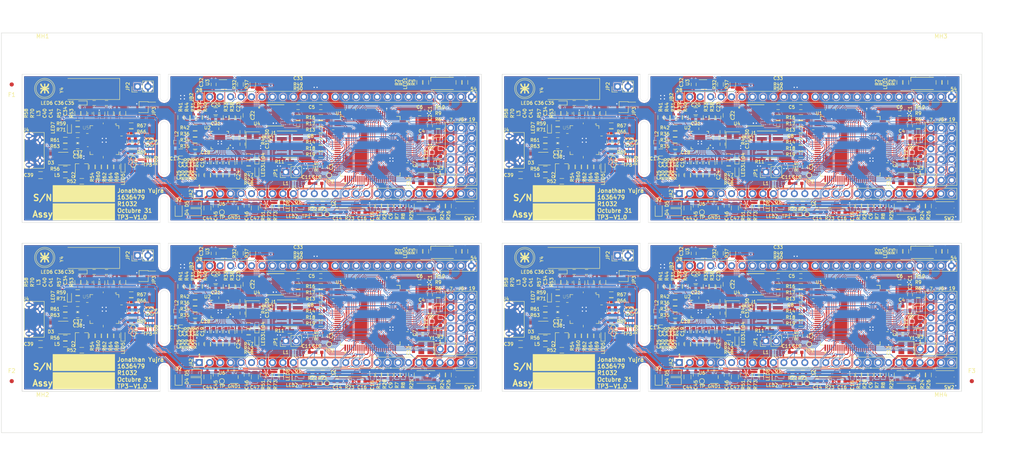
<source format=kicad_pcb>
(kicad_pcb (version 20171130) (host pcbnew "(5.1.2)-1")
  (title_block (title "Módulo Stick LPC1769") (date 2019-10-30) (rev v1.1) (company "Sistemas de Representacion LPC1769") (comment 1 "DOCENTES: Fernando Aló/Franco Delconte") (comment 2 "CURSO: R1032") (comment 3 "ALUMNO: Jonathan Yujra"))
  (layers (0 F.Cu signal) (31 B.Cu signal) (34 B.Paste user) (35 F.Paste user) (36 B.SilkS user) (37 F.SilkS user) (38 B.Mask user) (39 F.Mask user) (44 Edge.Cuts user))
  (net 0 "")
  (net 1 +3V3)
  (net 2 "Net-(C1-Pad1)")
  (net 3 "Net-(C2-Pad1)")
  (net 4 /LPC1769/VDD_1)
  (net 5 /Expansion_connector/VBAT)
  (net 6 /LPC1769/VREF)
  (net 7 "Net-(C12-Pad1)")
  (net 8 "Net-(C13-Pad1)")
  (net 9 "Net-(C14-Pad1)")
  (net 10 "Net-(C15-Pad1)")
  (net 11 /TARGET_RESET)
  (net 12 /LAN8720/VDD3_3A)
  (net 13 "Net-(C22-Pad1)")
  (net 14 /ETH_TXP)
  (net 15 /ETH_TXN)
  (net 16 /ETH_RXP)
  (net 17 /ETH_RXN)
  (net 18 "Net-(C30-Pad1)")
  (net 19 "Net-(C31-Pad1)")
  (net 20 "Net-(C34-Pad1)")
  (net 21 "Net-(C35-Pad1)")
  (net 22 "Net-(C36-Pad1)")
  (net 23 "Net-(C37-Pad1)")
  (net 24 "Net-(C38-Pad1)")
  (net 25 "Net-(C39-Pad1)")
  (net 26 "Net-(C40-Pad1)")
  (net 27 "Net-(C42-Pad1)")
  (net 28 "Net-(C44-Pad1)")
  (net 29 "Net-(C46-Pad1)")
  (net 30 "Net-(D3-Pad2)")
  (net 31 "Net-(D3-Pad3)")
  (net 32 "Net-(D4-Pad2)")
  (net 33 /EXT_VIN)
  (net 34 "Net-(J1-Pad10)")
  (net 35 "Net-(J1-Pad8)")
  (net 36 "Net-(J1-Pad6)")
  (net 37 "Net-(J1-Pad4)")
  (net 38 "Net-(J1-Pad2)")
  (net 39 /LPC11U35/PIO0_15)
  (net 40 /LPC11U35/PIO0_10)
  (net 41 /LPC11U35/CMSIS_VDD)
  (net 42 /Expansion_connector/P1.18)
  (net 43 /Expansion_connector/P1.21)
  (net 44 /Expansion_connector/P1.24)
  (net 45 /Expansion_connector/P1.27)
  (net 46 /Expansion_connector/P3.25-GREEN_LED)
  (net 47 /Expansion_connector/P4.29)
  (net 48 /Expansion_connector/P1.19)
  (net 49 /Expansion_connector/P1.22)
  (net 50 /Expansion_connector/P1.25)
  (net 51 /Expansion_connector/P1.28)
  (net 52 /Expansion_connector/P3.26-BLUE_LED)
  (net 53 /Expansion_connector/P1.20)
  (net 54 /Expansion_connector/P1.23)
  (net 55 /Expansion_connector/P1.26)
  (net 56 /Expansion_connector/P1.29)
  (net 57 /Expansion_connector/P4.28)
  (net 58 /P0.20)
  (net 59 /P2.9-USB_CONN)
  (net 60 /P0.19)
  (net 61 /P0.9)
  (net 62 /P0.8)
  (net 63 /P0.7)
  (net 64 /P0.6)
  (net 65 /P0.0)
  (net 66 /P0.1)
  (net 67 /Expansion_connector/P0.18)
  (net 68 /Expansion_connector/P0.17)
  (net 69 /Expansion_connector/P0.15)
  (net 70 /Expansion_connector/P0.16)
  (net 71 /Expansion_connector/P0.23)
  (net 72 /Expansion_connector/P0.24)
  (net 73 /Expansion_connector/P0.25)
  (net 74 /Expansion_connector/P0.26)
  (net 75 /Expansion_connector/P1.30)
  (net 76 /Expansion_connector/P1.31)
  (net 77 /P0.2)
  (net 78 /P0.3)
  (net 79 /Expansion_connector/P0.21)
  (net 80 /Expansion_connector/P0.22-RED_LED)
  (net 81 /Expansion_connector/P0.27-I2C_SDA)
  (net 82 /Expansion_connector/P0.28-I2C_SCL)
  (net 83 /Expansion_connector/P2.13)
  (net 84 /Expansion_connector/P2.12)
  (net 85 /Expansion_connector/P2.11)
  (net 86 /P2.10-ISP_EN)
  (net 87 /Expansion_connector/P2.8)
  (net 88 /Expansion_connector/P2.7)
  (net 89 /Expansion_connector/P2.6)
  (net 90 /Expansion_connector/P2.5)
  (net 91 /Expansion_connector/P2.4)
  (net 92 /Expansion_connector/P2.3)
  (net 93 /Expansion_connector/P2.2)
  (net 94 /Expansion_connector/P2.1)
  (net 95 /Expansion_connector/P2.0)
  (net 96 /P0.11)
  (net 97 /P0.10)
  (net 98 /P0.5)
  (net 99 /P0.4)
  (net 100 /USB-DP)
  (net 101 /USB-DM)
  (net 102 "Net-(JP3-Pad1)")
  (net 103 "Net-(LED1-Pad1)")
  (net 104 "Net-(LED1-Pad2)")
  (net 105 "Net-(LED1-Pad3)")
  (net 106 "Net-(LED1-Pad4)")
  (net 107 "Net-(LED2-Pad2)")
  (net 108 "Net-(LED2-Pad1)")
  (net 109 "Net-(LED3-Pad2)")
  (net 110 "Net-(LED4-Pad2)")
  (net 111 "Net-(LED5-Pad1)")
  (net 112 "Net-(LED6-Pad1)")
  (net 113 "Net-(LED7-Pad1)")
  (net 114 "Net-(LED8-Pad2)")
  (net 115 "Net-(Q1-Pad3)")
  (net 116 "Net-(Q1-Pad1)")
  (net 117 "Net-(Q2-Pad1)")
  (net 118 "Net-(Q2-Pad3)")
  (net 119 "Net-(R12-Pad1)")
  (net 120 /LPC1769/TRST)
  (net 121 /LPC11U35/TARGET_SWDIO)
  (net 122 /LPC11U35/TARGET_SWCLK)
  (net 123 /LPC11U35/TARGET_SWO)
  (net 124 /LPC1769/TDI)
  (net 125 "Net-(R21-Pad1)")
  (net 126 /LPC1769/MCU_VCC)
  (net 127 "Net-(R25-Pad2)")
  (net 128 "Net-(R26-Pad1)")
  (net 129 /LAN8720/P1.17-RMII_MDIO)
  (net 130 "Net-(R32-Pad2)")
  (net 131 "Net-(R33-Pad1)")
  (net 132 "Net-(R34-Pad1)")
  (net 133 /LAN8720/P1.0-RMII_TXD0)
  (net 134 "Net-(R35-Pad1)")
  (net 135 /LAN8720/P1.1-RMII_TXD1)
  (net 136 "Net-(R36-Pad1)")
  (net 137 /LAN8720/P1.4-RMII_TXEN)
  (net 138 /LAN8720/P1.9-RMII_RXD0)
  (net 139 "Net-(R38-Pad1)")
  (net 140 /LAN8720/P1.10-RMII_RXD1)
  (net 141 /LAN8720/P1.14-RMII_RXER)
  (net 142 "Net-(R40-Pad1)")
  (net 143 /LAN8720/P1.8-RMII_CRS)
  (net 144 "Net-(R41-Pad1)")
  (net 145 /LAN8720/P1.15-RMII_CLK)
  (net 146 "Net-(R42-Pad1)")
  (net 147 "Net-(R42-Pad2)")
  (net 148 "Net-(R45-Pad2)")
  (net 149 "Net-(R47-Pad2)")
  (net 150 /LPC11U35/CMSIS_USB_CONN)
  (net 151 "Net-(R57-Pad2)")
  (net 152 "Net-(R58-Pad2)")
  (net 153 /LPC11U35/CMSIS_VBUS)
  (net 154 "Net-(R60-Pad2)")
  (net 155 "Net-(R62-Pad2)")
  (net 156 "Net-(R64-Pad2)")
  (net 157 "Net-(R65-Pad2)")
  (net 158 "Net-(R66-Pad2)")
  (net 159 "Net-(R68-Pad2)")
  (net 160 "Net-(R69-Pad2)")
  (net 161 "Net-(R70-Pad2)")
  (net 162 "Net-(R71-Pad2)")
  (net 163 "Net-(TP2-Pad1)")
  (net 164 "Net-(TP4-Pad1)")
  (net 165 /LAN8720/P1.16-RMII_MCD)
  (net 166 "Net-(R43-Pad2)")
  (net 167 "Net-(R67-Pad2)")
  (net 168 GND)
  (net 169 /LPC1769/VBAT_)
  (module "Módulo Stick LPC1769:USB_Micro-B" (layer F.Cu) (at 154.5 109.5 270)
    (fp_text reference J4 (at -5 2 180) (layer F.SilkS) (effects (font (size 0.8 0.8))))
    (fp_text value ZX62D-B-5P8)
    (pad 1 smd rect (at -1.3 -1.35) (size 1.35 0.4) (layers F.Cu F.Paste F.Mask) (net 25 "Net-(C39-Pad1)"))
    (pad 2 smd rect (at -0.65 -1.35) (size 1.35 0.4) (layers F.Cu F.Paste F.Mask) (net 30 "Net-(D3-Pad2)"))
    (pad 3 smd rect (at 0 -1.35) (size 1.35 0.4) (layers F.Cu F.Paste F.Mask) (net 31 "Net-(D3-Pad3)"))
    (pad 4 smd rect (at 0.65 -1.35) (size 1.35 0.4) (layers F.Cu F.Paste F.Mask))
    (pad 5 smd rect (at 1.3 -1.35) (size 1.35 0.4) (layers F.Cu F.Paste F.Mask) (net 168 GND))
    (pad 6 thru_hole oval (at -2.5 -1.35) (size 0.95 1.25) (drill oval 0.55 0.85) (layers *.Cu *.Mask) (net 168 GND))
    (pad 6 thru_hole oval (at 2.5 -1.35) (size 0.95 1.25) (drill oval 0.55 0.85) (layers *.Cu *.Mask) (net 168 GND))
    (pad 6 thru_hole oval (at -3.5 1.35) (size 1.55 1) (drill oval 1.15 0.5) (layers *.Cu *.Mask) (net 168 GND))
    (pad 6 thru_hole oval (at 3.5 1.35) (size 1.55 1) (drill oval 1.15 0.5) (layers *.Cu *.Mask) (net 168 GND))
  )
  (module "Módulo Stick LPC1769:USB_Micro-B" (layer F.Cu) (at 38 109.5 270)
    (fp_text reference J4 (at -5 2 180) (layer F.SilkS) (effects (font (size 0.8 0.8))))
    (fp_text value ZX62D-B-5P8)
    (pad 1 smd rect (at -1.3 -1.35) (size 1.35 0.4) (layers F.Cu F.Paste F.Mask) (net 25 "Net-(C39-Pad1)"))
    (pad 2 smd rect (at -0.65 -1.35) (size 1.35 0.4) (layers F.Cu F.Paste F.Mask) (net 30 "Net-(D3-Pad2)"))
    (pad 3 smd rect (at 0 -1.35) (size 1.35 0.4) (layers F.Cu F.Paste F.Mask) (net 31 "Net-(D3-Pad3)"))
    (pad 4 smd rect (at 0.65 -1.35) (size 1.35 0.4) (layers F.Cu F.Paste F.Mask))
    (pad 5 smd rect (at 1.3 -1.35) (size 1.35 0.4) (layers F.Cu F.Paste F.Mask) (net 168 GND))
    (pad 6 thru_hole oval (at -2.5 -1.35) (size 0.95 1.25) (drill oval 0.55 0.85) (layers *.Cu *.Mask) (net 168 GND))
    (pad 6 thru_hole oval (at 2.5 -1.35) (size 0.95 1.25) (drill oval 0.55 0.85) (layers *.Cu *.Mask) (net 168 GND))
    (pad 6 thru_hole oval (at -3.5 1.35) (size 1.55 1) (drill oval 1.15 0.5) (layers *.Cu *.Mask) (net 168 GND))
    (pad 6 thru_hole oval (at 3.5 1.35) (size 1.55 1) (drill oval 1.15 0.5) (layers *.Cu *.Mask) (net 168 GND))
  )
  (module "Módulo Stick LPC1769:USB_Micro-B" (layer F.Cu) (at 154.5 68.5 270)
    (fp_text reference J4 (at -5 2 180) (layer F.SilkS) (effects (font (size 0.8 0.8))))
    (fp_text value ZX62D-B-5P8)
    (pad 1 smd rect (at -1.3 -1.35) (size 1.35 0.4) (layers F.Cu F.Paste F.Mask) (net 25 "Net-(C39-Pad1)"))
    (pad 2 smd rect (at -0.65 -1.35) (size 1.35 0.4) (layers F.Cu F.Paste F.Mask) (net 30 "Net-(D3-Pad2)"))
    (pad 3 smd rect (at 0 -1.35) (size 1.35 0.4) (layers F.Cu F.Paste F.Mask) (net 31 "Net-(D3-Pad3)"))
    (pad 4 smd rect (at 0.65 -1.35) (size 1.35 0.4) (layers F.Cu F.Paste F.Mask))
    (pad 5 smd rect (at 1.3 -1.35) (size 1.35 0.4) (layers F.Cu F.Paste F.Mask) (net 168 GND))
    (pad 6 thru_hole oval (at -2.5 -1.35) (size 0.95 1.25) (drill oval 0.55 0.85) (layers *.Cu *.Mask) (net 168 GND))
    (pad 6 thru_hole oval (at 2.5 -1.35) (size 0.95 1.25) (drill oval 0.55 0.85) (layers *.Cu *.Mask) (net 168 GND))
    (pad 6 thru_hole oval (at -3.5 1.35) (size 1.55 1) (drill oval 1.15 0.5) (layers *.Cu *.Mask) (net 168 GND))
    (pad 6 thru_hole oval (at 3.5 1.35) (size 1.55 1) (drill oval 1.15 0.5) (layers *.Cu *.Mask) (net 168 GND))
  )
  (module "Módulo Stick LPC1769:C_0603" (layer F.Cu) (at 236.5 123 90)
    (fp_text reference C15 (at -2.5 0 90) (layer F.SilkS) (effects (font (size 0.8 0.8))))
    (fp_text value 5pF)
    (pad 1 smd rect (at -0.75 0 90) (size 0.8 0.75) (layers F.Cu F.Paste F.Mask) (net 10 "Net-(C15-Pad1)"))
    (pad 2 smd rect (at 0.75 0 90) (size 0.8 0.75) (layers F.Cu F.Paste F.Mask) (net 168 GND))
  )
  (module "Módulo Stick LPC1769:C_0603" (layer F.Cu) (at 120 123 90)
    (fp_text reference C15 (at -2.5 0 90) (layer F.SilkS) (effects (font (size 0.8 0.8))))
    (fp_text value 5pF)
    (pad 1 smd rect (at -0.75 0 90) (size 0.8 0.75) (layers F.Cu F.Paste F.Mask) (net 10 "Net-(C15-Pad1)"))
    (pad 2 smd rect (at 0.75 0 90) (size 0.8 0.75) (layers F.Cu F.Paste F.Mask) (net 168 GND))
  )
  (module "Módulo Stick LPC1769:C_0603" (layer F.Cu) (at 236.5 82 90)
    (fp_text reference C15 (at -2.5 0 90) (layer F.SilkS) (effects (font (size 0.8 0.8))))
    (fp_text value 5pF)
    (pad 1 smd rect (at -0.75 0 90) (size 0.8 0.75) (layers F.Cu F.Paste F.Mask) (net 10 "Net-(C15-Pad1)"))
    (pad 2 smd rect (at 0.75 0 90) (size 0.8 0.75) (layers F.Cu F.Paste F.Mask) (net 168 GND))
  )
  (module "Módulo Stick LPC1769:C_0805" (layer F.Cu) (at 190 110 180)
    (fp_text reference C17 (at 1.5 -1.5 180) (layer F.SilkS) (effects (font (size 0.8 0.8))))
    (fp_text value 10uF)
    (pad 2 smd rect (at 1 0 180) (size 1 1.25) (layers F.Cu F.Paste F.Mask) (net 168 GND))
    (pad 1 smd rect (at -1 0 180) (size 1 1.25) (layers F.Cu F.Paste F.Mask) (net 12 /LAN8720/VDD3_3A))
  )
  (module "Módulo Stick LPC1769:C_0805" (layer F.Cu) (at 73.5 110 180)
    (fp_text reference C17 (at 1.5 -1.5 180) (layer F.SilkS) (effects (font (size 0.8 0.8))))
    (fp_text value 10uF)
    (pad 2 smd rect (at 1 0 180) (size 1 1.25) (layers F.Cu F.Paste F.Mask) (net 168 GND))
    (pad 1 smd rect (at -1 0 180) (size 1 1.25) (layers F.Cu F.Paste F.Mask) (net 12 /LAN8720/VDD3_3A))
  )
  (module "Módulo Stick LPC1769:C_0805" (layer F.Cu) (at 190 69 180)
    (fp_text reference C17 (at 1.5 -1.5 180) (layer F.SilkS) (effects (font (size 0.8 0.8))))
    (fp_text value 10uF)
    (pad 2 smd rect (at 1 0 180) (size 1 1.25) (layers F.Cu F.Paste F.Mask) (net 168 GND))
    (pad 1 smd rect (at -1 0 180) (size 1 1.25) (layers F.Cu F.Paste F.Mask) (net 12 /LAN8720/VDD3_3A))
  )
  (module "Módulo Stick LPC1769:C_0603" (layer F.Cu) (at 198.5 101.75)
    (fp_text reference C21 (at 0 1.25) (layer F.SilkS) (effects (font (size 0.8 0.8))))
    (fp_text value 100nF)
    (pad 1 smd rect (at -0.75 0) (size 0.8 0.75) (layers F.Cu F.Paste F.Mask) (net 1 +3V3))
    (pad 2 smd rect (at 0.75 0) (size 0.8 0.75) (layers F.Cu F.Paste F.Mask) (net 168 GND))
  )
  (module "Módulo Stick LPC1769:C_0603" (layer F.Cu) (at 82 101.75)
    (fp_text reference C21 (at 0 1.25) (layer F.SilkS) (effects (font (size 0.8 0.8))))
    (fp_text value 100nF)
    (pad 1 smd rect (at -0.75 0) (size 0.8 0.75) (layers F.Cu F.Paste F.Mask) (net 1 +3V3))
    (pad 2 smd rect (at 0.75 0) (size 0.8 0.75) (layers F.Cu F.Paste F.Mask) (net 168 GND))
  )
  (module "Módulo Stick LPC1769:C_0603" (layer F.Cu) (at 198.5 60.75)
    (fp_text reference C21 (at 0 1.25) (layer F.SilkS) (effects (font (size 0.8 0.8))))
    (fp_text value 100nF)
    (pad 1 smd rect (at -0.75 0) (size 0.8 0.75) (layers F.Cu F.Paste F.Mask) (net 1 +3V3))
    (pad 2 smd rect (at 0.75 0) (size 0.8 0.75) (layers F.Cu F.Paste F.Mask) (net 168 GND))
  )
  (module "Módulo Stick LPC1769:C_0603" (layer F.Cu) (at 193.5 110 180)
    (fp_text reference C18 (at -2.5 0 180) (layer F.SilkS) (effects (font (size 0.8 0.8))))
    (fp_text value 100nF)
    (pad 1 smd rect (at -0.75 0 180) (size 0.8 0.75) (layers F.Cu F.Paste F.Mask) (net 12 /LAN8720/VDD3_3A))
    (pad 2 smd rect (at 0.75 0 180) (size 0.8 0.75) (layers F.Cu F.Paste F.Mask) (net 168 GND))
  )
  (module "Módulo Stick LPC1769:C_0603" (layer F.Cu) (at 77 110 180)
    (fp_text reference C18 (at -2.5 0 180) (layer F.SilkS) (effects (font (size 0.8 0.8))))
    (fp_text value 100nF)
    (pad 1 smd rect (at -0.75 0 180) (size 0.8 0.75) (layers F.Cu F.Paste F.Mask) (net 12 /LAN8720/VDD3_3A))
    (pad 2 smd rect (at 0.75 0 180) (size 0.8 0.75) (layers F.Cu F.Paste F.Mask) (net 168 GND))
  )
  (module "Módulo Stick LPC1769:C_0603" (layer F.Cu) (at 193.5 69 180)
    (fp_text reference C18 (at -2.5 0 180) (layer F.SilkS) (effects (font (size 0.8 0.8))))
    (fp_text value 100nF)
    (pad 1 smd rect (at -0.75 0 180) (size 0.8 0.75) (layers F.Cu F.Paste F.Mask) (net 12 /LAN8720/VDD3_3A))
    (pad 2 smd rect (at 0.75 0 180) (size 0.8 0.75) (layers F.Cu F.Paste F.Mask) (net 168 GND))
  )
  (module "Módulo Stick LPC1769:C_0603" (layer F.Cu) (at 202.5 115.5 90)
    (fp_text reference C24 (at 0 1.5 90) (layer F.SilkS) (effects (font (size 0.8 0.8))))
    (fp_text value 100nF)
    (pad 1 smd rect (at -0.75 0 90) (size 0.8 0.75) (layers F.Cu F.Paste F.Mask) (net 12 /LAN8720/VDD3_3A))
    (pad 2 smd rect (at 0.75 0 90) (size 0.8 0.75) (layers F.Cu F.Paste F.Mask) (net 168 GND))
  )
  (module "Módulo Stick LPC1769:C_0603" (layer F.Cu) (at 86 115.5 90)
    (fp_text reference C24 (at 0 1.5 90) (layer F.SilkS) (effects (font (size 0.8 0.8))))
    (fp_text value 100nF)
    (pad 1 smd rect (at -0.75 0 90) (size 0.8 0.75) (layers F.Cu F.Paste F.Mask) (net 12 /LAN8720/VDD3_3A))
    (pad 2 smd rect (at 0.75 0 90) (size 0.8 0.75) (layers F.Cu F.Paste F.Mask) (net 168 GND))
  )
  (module "Módulo Stick LPC1769:C_0603" (layer F.Cu) (at 202.5 74.5 90)
    (fp_text reference C24 (at 0 1.5 90) (layer F.SilkS) (effects (font (size 0.8 0.8))))
    (fp_text value 100nF)
    (pad 1 smd rect (at -0.75 0 90) (size 0.8 0.75) (layers F.Cu F.Paste F.Mask) (net 12 /LAN8720/VDD3_3A))
    (pad 2 smd rect (at 0.75 0 90) (size 0.8 0.75) (layers F.Cu F.Paste F.Mask) (net 168 GND))
  )
  (module "Módulo Stick LPC1769:C_0805" (layer F.Cu) (at 206 101 90)
    (fp_text reference C22 (at 0 1.5 270) (layer F.SilkS) (effects (font (size 0.8 0.8))))
    (fp_text value 1uF)
    (pad 2 smd rect (at 1 0 90) (size 1 1.25) (layers F.Cu F.Paste F.Mask) (net 168 GND))
    (pad 1 smd rect (at -1 0 90) (size 1 1.25) (layers F.Cu F.Paste F.Mask) (net 13 "Net-(C22-Pad1)"))
  )
  (module "Módulo Stick LPC1769:C_0805" (layer F.Cu) (at 89.5 101 90)
    (fp_text reference C22 (at 0 1.5 270) (layer F.SilkS) (effects (font (size 0.8 0.8))))
    (fp_text value 1uF)
    (pad 2 smd rect (at 1 0 90) (size 1 1.25) (layers F.Cu F.Paste F.Mask) (net 168 GND))
    (pad 1 smd rect (at -1 0 90) (size 1 1.25) (layers F.Cu F.Paste F.Mask) (net 13 "Net-(C22-Pad1)"))
  )
  (module "Módulo Stick LPC1769:C_0805" (layer F.Cu) (at 206 60 90)
    (fp_text reference C22 (at 0 1.5 270) (layer F.SilkS) (effects (font (size 0.8 0.8))))
    (fp_text value 1uF)
    (pad 2 smd rect (at 1 0 90) (size 1 1.25) (layers F.Cu F.Paste F.Mask) (net 168 GND))
    (pad 1 smd rect (at -1 0 90) (size 1 1.25) (layers F.Cu F.Paste F.Mask) (net 13 "Net-(C22-Pad1)"))
  )
  (module "Módulo Stick LPC1769:C_0805" (layer F.Cu) (at 198.5 100)
    (fp_text reference C20 (at 0 -1.5) (layer F.SilkS) (effects (font (size 0.8 0.8))))
    (fp_text value 10uF)
    (pad 2 smd rect (at 1 0) (size 1 1.25) (layers F.Cu F.Paste F.Mask) (net 168 GND))
    (pad 1 smd rect (at -1 0) (size 1 1.25) (layers F.Cu F.Paste F.Mask) (net 1 +3V3))
  )
  (module "Módulo Stick LPC1769:C_0805" (layer F.Cu) (at 82 100)
    (fp_text reference C20 (at 0 -1.5) (layer F.SilkS) (effects (font (size 0.8 0.8))))
    (fp_text value 10uF)
    (pad 2 smd rect (at 1 0) (size 1 1.25) (layers F.Cu F.Paste F.Mask) (net 168 GND))
    (pad 1 smd rect (at -1 0) (size 1 1.25) (layers F.Cu F.Paste F.Mask) (net 1 +3V3))
  )
  (module "Módulo Stick LPC1769:C_0805" (layer F.Cu) (at 198.5 59)
    (fp_text reference C20 (at 0 -1.5) (layer F.SilkS) (effects (font (size 0.8 0.8))))
    (fp_text value 10uF)
    (pad 2 smd rect (at 1 0) (size 1 1.25) (layers F.Cu F.Paste F.Mask) (net 168 GND))
    (pad 1 smd rect (at -1 0) (size 1 1.25) (layers F.Cu F.Paste F.Mask) (net 1 +3V3))
  )
  (module "Módulo Stick LPC1769:C_0603" (layer F.Cu) (at 198 112.5 270)
    (fp_text reference C26 (at 0 7 90) (layer F.SilkS) (effects (font (size 0.8 0.8))))
    (fp_text value 18pF)
    (pad 1 smd rect (at -0.75 0 270) (size 0.8 0.75) (layers F.Cu F.Paste F.Mask) (net 14 /ETH_TXP))
    (pad 2 smd rect (at 0.75 0 270) (size 0.8 0.75) (layers F.Cu F.Paste F.Mask) (net 168 GND))
  )
  (module "Módulo Stick LPC1769:C_0603" (layer F.Cu) (at 81.5 112.5 270)
    (fp_text reference C26 (at 0 7 90) (layer F.SilkS) (effects (font (size 0.8 0.8))))
    (fp_text value 18pF)
    (pad 1 smd rect (at -0.75 0 270) (size 0.8 0.75) (layers F.Cu F.Paste F.Mask) (net 14 /ETH_TXP))
    (pad 2 smd rect (at 0.75 0 270) (size 0.8 0.75) (layers F.Cu F.Paste F.Mask) (net 168 GND))
  )
  (module "Módulo Stick LPC1769:C_0603" (layer F.Cu) (at 198 71.5 270)
    (fp_text reference C26 (at 0 7 90) (layer F.SilkS) (effects (font (size 0.8 0.8))))
    (fp_text value 18pF)
    (pad 1 smd rect (at -0.75 0 270) (size 0.8 0.75) (layers F.Cu F.Paste F.Mask) (net 14 /ETH_TXP))
    (pad 2 smd rect (at 0.75 0 270) (size 0.8 0.75) (layers F.Cu F.Paste F.Mask) (net 168 GND))
  )
  (module "Módulo Stick LPC1769:C_0603" (layer F.Cu) (at 204 101.5 90)
    (fp_text reference C23 (at 2.5 0 90) (layer F.SilkS) (effects (font (size 0.8 0.8))))
    (fp_text value 470pF)
    (pad 1 smd rect (at -0.75 0 90) (size 0.8 0.75) (layers F.Cu F.Paste F.Mask) (net 13 "Net-(C22-Pad1)"))
    (pad 2 smd rect (at 0.75 0 90) (size 0.8 0.75) (layers F.Cu F.Paste F.Mask) (net 168 GND))
  )
  (module "Módulo Stick LPC1769:C_0603" (layer F.Cu) (at 87.5 101.5 90)
    (fp_text reference C23 (at 2.5 0 90) (layer F.SilkS) (effects (font (size 0.8 0.8))))
    (fp_text value 470pF)
    (pad 1 smd rect (at -0.75 0 90) (size 0.8 0.75) (layers F.Cu F.Paste F.Mask) (net 13 "Net-(C22-Pad1)"))
    (pad 2 smd rect (at 0.75 0 90) (size 0.8 0.75) (layers F.Cu F.Paste F.Mask) (net 168 GND))
  )
  (module "Módulo Stick LPC1769:C_0603" (layer F.Cu) (at 204 60.5 90)
    (fp_text reference C23 (at 2.5 0 90) (layer F.SilkS) (effects (font (size 0.8 0.8))))
    (fp_text value 470pF)
    (pad 1 smd rect (at -0.75 0 90) (size 0.8 0.75) (layers F.Cu F.Paste F.Mask) (net 13 "Net-(C22-Pad1)"))
    (pad 2 smd rect (at 0.75 0 90) (size 0.8 0.75) (layers F.Cu F.Paste F.Mask) (net 168 GND))
  )
  (module "Módulo Stick LPC1769:C_0603" (layer F.Cu) (at 249.5 113 90)
    (fp_text reference C12 (at 2.5 0 90) (layer F.SilkS) (effects (font (size 0.8 0.8))))
    (fp_text value 18pF)
    (pad 2 smd rect (at 0.75 0 90) (size 0.8 0.75) (layers F.Cu F.Paste F.Mask) (net 168 GND))
    (pad 1 smd rect (at -0.75 0 90) (size 0.8 0.75) (layers F.Cu F.Paste F.Mask) (net 7 "Net-(C12-Pad1)"))
  )
  (module "Módulo Stick LPC1769:C_0603" (layer F.Cu) (at 133 113 90)
    (fp_text reference C12 (at 2.5 0 90) (layer F.SilkS) (effects (font (size 0.8 0.8))))
    (fp_text value 18pF)
    (pad 2 smd rect (at 0.75 0 90) (size 0.8 0.75) (layers F.Cu F.Paste F.Mask) (net 168 GND))
    (pad 1 smd rect (at -0.75 0 90) (size 0.8 0.75) (layers F.Cu F.Paste F.Mask) (net 7 "Net-(C12-Pad1)"))
  )
  (module "Módulo Stick LPC1769:C_0603" (layer F.Cu) (at 249.5 72 90)
    (fp_text reference C12 (at 2.5 0 90) (layer F.SilkS) (effects (font (size 0.8 0.8))))
    (fp_text value 18pF)
    (pad 2 smd rect (at 0.75 0 90) (size 0.8 0.75) (layers F.Cu F.Paste F.Mask) (net 168 GND))
    (pad 1 smd rect (at -0.75 0 90) (size 0.8 0.75) (layers F.Cu F.Paste F.Mask) (net 7 "Net-(C12-Pad1)"))
  )
  (module "Módulo Stick LPC1769:C_0603" (layer F.Cu) (at 246.5 116.5 90)
    (fp_text reference C13 (at -0.6 -1.2 90) (layer F.SilkS) (effects (font (size 0.8 0.8))))
    (fp_text value 18pF)
    (pad 2 smd rect (at 0.75 0 90) (size 0.8 0.75) (layers F.Cu F.Paste F.Mask) (net 168 GND))
    (pad 1 smd rect (at -0.75 0 90) (size 0.8 0.75) (layers F.Cu F.Paste F.Mask) (net 8 "Net-(C13-Pad1)"))
  )
  (module "Módulo Stick LPC1769:C_0603" (layer F.Cu) (at 130 116.5 90)
    (fp_text reference C13 (at -0.6 -1.2 90) (layer F.SilkS) (effects (font (size 0.8 0.8))))
    (fp_text value 18pF)
    (pad 2 smd rect (at 0.75 0 90) (size 0.8 0.75) (layers F.Cu F.Paste F.Mask) (net 168 GND))
    (pad 1 smd rect (at -0.75 0 90) (size 0.8 0.75) (layers F.Cu F.Paste F.Mask) (net 8 "Net-(C13-Pad1)"))
  )
  (module "Módulo Stick LPC1769:C_0603" (layer F.Cu) (at 246.5 75.5 90)
    (fp_text reference C13 (at -0.6 -1.2 90) (layer F.SilkS) (effects (font (size 0.8 0.8))))
    (fp_text value 18pF)
    (pad 2 smd rect (at 0.75 0 90) (size 0.8 0.75) (layers F.Cu F.Paste F.Mask) (net 168 GND))
    (pad 1 smd rect (at -0.75 0 90) (size 0.8 0.75) (layers F.Cu F.Paste F.Mask) (net 8 "Net-(C13-Pad1)"))
  )
  (module "Módulo Stick LPC1769:C_0603" (layer F.Cu) (at 201 112.5 270)
    (fp_text reference C28 (at 0 8 90) (layer F.SilkS) (effects (font (size 0.8 0.8))))
    (fp_text value 18pF)
    (pad 1 smd rect (at -0.75 0 270) (size 0.8 0.75) (layers F.Cu F.Paste F.Mask) (net 16 /ETH_RXP))
    (pad 2 smd rect (at 0.75 0 270) (size 0.8 0.75) (layers F.Cu F.Paste F.Mask) (net 168 GND))
  )
  (module "Módulo Stick LPC1769:C_0603" (layer F.Cu) (at 84.5 112.5 270)
    (fp_text reference C28 (at 0 8 90) (layer F.SilkS) (effects (font (size 0.8 0.8))))
    (fp_text value 18pF)
    (pad 1 smd rect (at -0.75 0 270) (size 0.8 0.75) (layers F.Cu F.Paste F.Mask) (net 16 /ETH_RXP))
    (pad 2 smd rect (at 0.75 0 270) (size 0.8 0.75) (layers F.Cu F.Paste F.Mask) (net 168 GND))
  )
  (module "Módulo Stick LPC1769:C_0603" (layer F.Cu) (at 201 71.5 270)
    (fp_text reference C28 (at 0 8 90) (layer F.SilkS) (effects (font (size 0.8 0.8))))
    (fp_text value 18pF)
    (pad 1 smd rect (at -0.75 0 270) (size 0.8 0.75) (layers F.Cu F.Paste F.Mask) (net 16 /ETH_RXP))
    (pad 2 smd rect (at 0.75 0 270) (size 0.8 0.75) (layers F.Cu F.Paste F.Mask) (net 168 GND))
  )
  (module "Módulo Stick LPC1769:C_0603" (layer F.Cu) (at 204.25 112.5 90)
    (fp_text reference C19 (at 0 -9 90) (layer F.SilkS) (effects (font (size 0.8 0.8))))
    (fp_text value 100nF)
    (pad 1 smd rect (at -0.75 0 90) (size 0.8 0.75) (layers F.Cu F.Paste F.Mask) (net 12 /LAN8720/VDD3_3A))
    (pad 2 smd rect (at 0.75 0 90) (size 0.8 0.75) (layers F.Cu F.Paste F.Mask) (net 168 GND))
  )
  (module "Módulo Stick LPC1769:C_0603" (layer F.Cu) (at 87.75 112.5 90)
    (fp_text reference C19 (at 0 -9 90) (layer F.SilkS) (effects (font (size 0.8 0.8))))
    (fp_text value 100nF)
    (pad 1 smd rect (at -0.75 0 90) (size 0.8 0.75) (layers F.Cu F.Paste F.Mask) (net 12 /LAN8720/VDD3_3A))
    (pad 2 smd rect (at 0.75 0 90) (size 0.8 0.75) (layers F.Cu F.Paste F.Mask) (net 168 GND))
  )
  (module "Módulo Stick LPC1769:C_0603" (layer F.Cu) (at 204.25 71.5 90)
    (fp_text reference C19 (at 0 -9 90) (layer F.SilkS) (effects (font (size 0.8 0.8))))
    (fp_text value 100nF)
    (pad 1 smd rect (at -0.75 0 90) (size 0.8 0.75) (layers F.Cu F.Paste F.Mask) (net 12 /LAN8720/VDD3_3A))
    (pad 2 smd rect (at 0.75 0 90) (size 0.8 0.75) (layers F.Cu F.Paste F.Mask) (net 168 GND))
  )
  (module "Módulo Stick LPC1769:C_0603" (layer F.Cu) (at 234 124.5)
    (fp_text reference C16 (at 0 1.5) (layer F.SilkS) (effects (font (size 0.8 0.8))))
    (fp_text value 100nF)
    (pad 1 smd rect (at -0.75 0) (size 0.8 0.75) (layers F.Cu F.Paste F.Mask) (net 11 /TARGET_RESET))
    (pad 2 smd rect (at 0.75 0) (size 0.8 0.75) (layers F.Cu F.Paste F.Mask) (net 168 GND))
  )
  (module "Módulo Stick LPC1769:C_0603" (layer F.Cu) (at 117.5 124.5)
    (fp_text reference C16 (at 0 1.5) (layer F.SilkS) (effects (font (size 0.8 0.8))))
    (fp_text value 100nF)
    (pad 1 smd rect (at -0.75 0) (size 0.8 0.75) (layers F.Cu F.Paste F.Mask) (net 11 /TARGET_RESET))
    (pad 2 smd rect (at 0.75 0) (size 0.8 0.75) (layers F.Cu F.Paste F.Mask) (net 168 GND))
  )
  (module "Módulo Stick LPC1769:C_0603" (layer F.Cu) (at 234 83.5)
    (fp_text reference C16 (at 0 1.5) (layer F.SilkS) (effects (font (size 0.8 0.8))))
    (fp_text value 100nF)
    (pad 1 smd rect (at -0.75 0) (size 0.8 0.75) (layers F.Cu F.Paste F.Mask) (net 11 /TARGET_RESET))
    (pad 2 smd rect (at 0.75 0) (size 0.8 0.75) (layers F.Cu F.Paste F.Mask) (net 168 GND))
  )
  (module "Módulo Stick LPC1769:C_0603" (layer F.Cu) (at 228 124.5)
    (fp_text reference C14 (at 0 1.5) (layer F.SilkS) (effects (font (size 0.8 0.8))))
    (fp_text value 5pF)
    (pad 1 smd rect (at -0.75 0) (size 0.8 0.75) (layers F.Cu F.Paste F.Mask) (net 9 "Net-(C14-Pad1)"))
    (pad 2 smd rect (at 0.75 0) (size 0.8 0.75) (layers F.Cu F.Paste F.Mask) (net 168 GND))
  )
  (module "Módulo Stick LPC1769:C_0603" (layer F.Cu) (at 111.5 124.5)
    (fp_text reference C14 (at 0 1.5) (layer F.SilkS) (effects (font (size 0.8 0.8))))
    (fp_text value 5pF)
    (pad 1 smd rect (at -0.75 0) (size 0.8 0.75) (layers F.Cu F.Paste F.Mask) (net 9 "Net-(C14-Pad1)"))
    (pad 2 smd rect (at 0.75 0) (size 0.8 0.75) (layers F.Cu F.Paste F.Mask) (net 168 GND))
  )
  (module "Módulo Stick LPC1769:C_0603" (layer F.Cu) (at 228 83.5)
    (fp_text reference C14 (at 0 1.5) (layer F.SilkS) (effects (font (size 0.8 0.8))))
    (fp_text value 5pF)
    (pad 1 smd rect (at -0.75 0) (size 0.8 0.75) (layers F.Cu F.Paste F.Mask) (net 9 "Net-(C14-Pad1)"))
    (pad 2 smd rect (at 0.75 0) (size 0.8 0.75) (layers F.Cu F.Paste F.Mask) (net 168 GND))
  )
  (module "Módulo Stick LPC1769:C_0603" (layer F.Cu) (at 196.5 112.5 270)
    (fp_text reference C27 (at 0 6.5 90) (layer F.SilkS) (effects (font (size 0.8 0.8))))
    (fp_text value 18pF)
    (pad 1 smd rect (at -0.75 0 270) (size 0.8 0.75) (layers F.Cu F.Paste F.Mask) (net 15 /ETH_TXN))
    (pad 2 smd rect (at 0.75 0 270) (size 0.8 0.75) (layers F.Cu F.Paste F.Mask) (net 168 GND))
  )
  (module "Módulo Stick LPC1769:C_0603" (layer F.Cu) (at 80 112.5 270)
    (fp_text reference C27 (at 0 6.5 90) (layer F.SilkS) (effects (font (size 0.8 0.8))))
    (fp_text value 18pF)
    (pad 1 smd rect (at -0.75 0 270) (size 0.8 0.75) (layers F.Cu F.Paste F.Mask) (net 15 /ETH_TXN))
    (pad 2 smd rect (at 0.75 0 270) (size 0.8 0.75) (layers F.Cu F.Paste F.Mask) (net 168 GND))
  )
  (module "Módulo Stick LPC1769:C_0603" (layer F.Cu) (at 196.5 71.5 270)
    (fp_text reference C27 (at 0 6.5 90) (layer F.SilkS) (effects (font (size 0.8 0.8))))
    (fp_text value 18pF)
    (pad 1 smd rect (at -0.75 0 270) (size 0.8 0.75) (layers F.Cu F.Paste F.Mask) (net 15 /ETH_TXN))
    (pad 2 smd rect (at 0.75 0 270) (size 0.8 0.75) (layers F.Cu F.Paste F.Mask) (net 168 GND))
  )
  (module "Módulo Stick LPC1769:C_0603" (layer F.Cu) (at 220.5 117.5)
    (fp_text reference C11 (at 0 -1.5 180) (layer F.SilkS) (effects (font (size 0.8 0.8))))
    (fp_text value 10nF)
    (pad 1 smd rect (at -0.75 0) (size 0.8 0.75) (layers F.Cu F.Paste F.Mask) (net 6 /LPC1769/VREF))
    (pad 2 smd rect (at 0.75 0) (size 0.8 0.75) (layers F.Cu F.Paste F.Mask) (net 168 GND))
  )
  (module "Módulo Stick LPC1769:C_0603" (layer F.Cu) (at 104 117.5)
    (fp_text reference C11 (at 0 -1.5 180) (layer F.SilkS) (effects (font (size 0.8 0.8))))
    (fp_text value 10nF)
    (pad 1 smd rect (at -0.75 0) (size 0.8 0.75) (layers F.Cu F.Paste F.Mask) (net 6 /LPC1769/VREF))
    (pad 2 smd rect (at 0.75 0) (size 0.8 0.75) (layers F.Cu F.Paste F.Mask) (net 168 GND))
  )
  (module "Módulo Stick LPC1769:C_0603" (layer F.Cu) (at 220.5 76.5)
    (fp_text reference C11 (at 0 -1.5 180) (layer F.SilkS) (effects (font (size 0.8 0.8))))
    (fp_text value 10nF)
    (pad 1 smd rect (at -0.75 0) (size 0.8 0.75) (layers F.Cu F.Paste F.Mask) (net 6 /LPC1769/VREF))
    (pad 2 smd rect (at 0.75 0) (size 0.8 0.75) (layers F.Cu F.Paste F.Mask) (net 168 GND))
  )
  (module "Módulo Stick LPC1769:C_0603" (layer F.Cu) (at 195 115.5 90)
    (fp_text reference C25 (at 0 -5.5 90) (layer F.SilkS) (effects (font (size 0.8 0.8))))
    (fp_text value 100nF)
    (pad 1 smd rect (at -0.75 0 90) (size 0.8 0.75) (layers F.Cu F.Paste F.Mask) (net 12 /LAN8720/VDD3_3A))
    (pad 2 smd rect (at 0.75 0 90) (size 0.8 0.75) (layers F.Cu F.Paste F.Mask) (net 168 GND))
  )
  (module "Módulo Stick LPC1769:C_0603" (layer F.Cu) (at 78.5 115.5 90)
    (fp_text reference C25 (at 0 -5.5 90) (layer F.SilkS) (effects (font (size 0.8 0.8))))
    (fp_text value 100nF)
    (pad 1 smd rect (at -0.75 0 90) (size 0.8 0.75) (layers F.Cu F.Paste F.Mask) (net 12 /LAN8720/VDD3_3A))
    (pad 2 smd rect (at 0.75 0 90) (size 0.8 0.75) (layers F.Cu F.Paste F.Mask) (net 168 GND))
  )
  (module "Módulo Stick LPC1769:C_0603" (layer F.Cu) (at 195 74.5 90)
    (fp_text reference C25 (at 0 -5.5 90) (layer F.SilkS) (effects (font (size 0.8 0.8))))
    (fp_text value 100nF)
    (pad 1 smd rect (at -0.75 0 90) (size 0.8 0.75) (layers F.Cu F.Paste F.Mask) (net 12 /LAN8720/VDD3_3A))
    (pad 2 smd rect (at 0.75 0 90) (size 0.8 0.75) (layers F.Cu F.Paste F.Mask) (net 168 GND))
  )
  (module "Módulo Stick LPC1769:C_0603" (layer F.Cu) (at 199.5 112.5 270)
    (fp_text reference C29 (at 0 7.5 90) (layer F.SilkS) (effects (font (size 0.8 0.8))))
    (fp_text value 18pF)
    (pad 1 smd rect (at -0.75 0 270) (size 0.8 0.75) (layers F.Cu F.Paste F.Mask) (net 17 /ETH_RXN))
    (pad 2 smd rect (at 0.75 0 270) (size 0.8 0.75) (layers F.Cu F.Paste F.Mask) (net 168 GND))
  )
  (module "Módulo Stick LPC1769:C_0603" (layer F.Cu) (at 83 112.5 270)
    (fp_text reference C29 (at 0 7.5 90) (layer F.SilkS) (effects (font (size 0.8 0.8))))
    (fp_text value 18pF)
    (pad 1 smd rect (at -0.75 0 270) (size 0.8 0.75) (layers F.Cu F.Paste F.Mask) (net 17 /ETH_RXN))
    (pad 2 smd rect (at 0.75 0 270) (size 0.8 0.75) (layers F.Cu F.Paste F.Mask) (net 168 GND))
  )
  (module "Módulo Stick LPC1769:C_0603" (layer F.Cu) (at 199.5 71.5 270)
    (fp_text reference C29 (at 0 7.5 90) (layer F.SilkS) (effects (font (size 0.8 0.8))))
    (fp_text value 18pF)
    (pad 1 smd rect (at -0.75 0 270) (size 0.8 0.75) (layers F.Cu F.Paste F.Mask) (net 17 /ETH_RXN))
    (pad 2 smd rect (at 0.75 0 270) (size 0.8 0.75) (layers F.Cu F.Paste F.Mask) (net 168 GND))
  )
  (module "Módulo Stick LPC1769:C_0603" (layer F.Cu) (at 205 105 90)
    (fp_text reference C30 (at -0.5 6 90) (layer F.SilkS) (effects (font (size 0.8 0.8))))
    (fp_text value 18pF)
    (pad 1 smd rect (at -0.75 0 90) (size 0.8 0.75) (layers F.Cu F.Paste F.Mask) (net 18 "Net-(C30-Pad1)"))
    (pad 2 smd rect (at 0.75 0 90) (size 0.8 0.75) (layers F.Cu F.Paste F.Mask) (net 168 GND))
  )
  (module "Módulo Stick LPC1769:C_0603" (layer F.Cu) (at 88.5 105 90)
    (fp_text reference C30 (at -0.5 6 90) (layer F.SilkS) (effects (font (size 0.8 0.8))))
    (fp_text value 18pF)
    (pad 1 smd rect (at -0.75 0 90) (size 0.8 0.75) (layers F.Cu F.Paste F.Mask) (net 18 "Net-(C30-Pad1)"))
    (pad 2 smd rect (at 0.75 0 90) (size 0.8 0.75) (layers F.Cu F.Paste F.Mask) (net 168 GND))
  )
  (module "Módulo Stick LPC1769:C_0603" (layer F.Cu) (at 205 64 90)
    (fp_text reference C30 (at -0.5 6 90) (layer F.SilkS) (effects (font (size 0.8 0.8))))
    (fp_text value 18pF)
    (pad 1 smd rect (at -0.75 0 90) (size 0.8 0.75) (layers F.Cu F.Paste F.Mask) (net 18 "Net-(C30-Pad1)"))
    (pad 2 smd rect (at 0.75 0 90) (size 0.8 0.75) (layers F.Cu F.Paste F.Mask) (net 168 GND))
  )
  (module "Módulo Stick LPC1769:C_0603" (layer F.Cu) (at 171 100.5 90)
    (fp_text reference C41 (at 0 -12.5 90) (layer F.SilkS) (effects (font (size 0.8 0.8))))
    (fp_text value 10nF)
    (pad 1 smd rect (at -0.75 0 90) (size 0.8 0.75) (layers F.Cu F.Paste F.Mask) (net 26 "Net-(C40-Pad1)"))
    (pad 2 smd rect (at 0.75 0 90) (size 0.8 0.75) (layers F.Cu F.Paste F.Mask) (net 168 GND))
  )
  (module "Módulo Stick LPC1769:C_0603" (layer F.Cu) (at 54.5 100.5 90)
    (fp_text reference C41 (at 0 -12.5 90) (layer F.SilkS) (effects (font (size 0.8 0.8))))
    (fp_text value 10nF)
    (pad 1 smd rect (at -0.75 0 90) (size 0.8 0.75) (layers F.Cu F.Paste F.Mask) (net 26 "Net-(C40-Pad1)"))
    (pad 2 smd rect (at 0.75 0 90) (size 0.8 0.75) (layers F.Cu F.Paste F.Mask) (net 168 GND))
  )
  (module "Módulo Stick LPC1769:C_0603" (layer F.Cu) (at 171 59.5 90)
    (fp_text reference C41 (at 0 -12.5 90) (layer F.SilkS) (effects (font (size 0.8 0.8))))
    (fp_text value 10nF)
    (pad 1 smd rect (at -0.75 0 90) (size 0.8 0.75) (layers F.Cu F.Paste F.Mask) (net 26 "Net-(C40-Pad1)"))
    (pad 2 smd rect (at 0.75 0 90) (size 0.8 0.75) (layers F.Cu F.Paste F.Mask) (net 168 GND))
  )
  (module "Módulo Stick LPC1769:C_0603" (layer F.Cu) (at 218.5 99)
    (fp_text reference C33 (at 0 -7 180) (layer F.SilkS) (effects (font (size 0.8 0.8))))
    (fp_text value 100nF)
    (pad 1 smd rect (at -0.75 0) (size 0.8 0.75) (layers F.Cu F.Paste F.Mask) (net 1 +3V3))
    (pad 2 smd rect (at 0.75 0) (size 0.8 0.75) (layers F.Cu F.Paste F.Mask) (net 168 GND))
  )
  (module "Módulo Stick LPC1769:C_0603" (layer F.Cu) (at 102 99)
    (fp_text reference C33 (at 0 -7 180) (layer F.SilkS) (effects (font (size 0.8 0.8))))
    (fp_text value 100nF)
    (pad 1 smd rect (at -0.75 0) (size 0.8 0.75) (layers F.Cu F.Paste F.Mask) (net 1 +3V3))
    (pad 2 smd rect (at 0.75 0) (size 0.8 0.75) (layers F.Cu F.Paste F.Mask) (net 168 GND))
  )
  (module "Módulo Stick LPC1769:C_0603" (layer F.Cu) (at 218.5 58)
    (fp_text reference C33 (at 0 -7 180) (layer F.SilkS) (effects (font (size 0.8 0.8))))
    (fp_text value 100nF)
    (pad 1 smd rect (at -0.75 0) (size 0.8 0.75) (layers F.Cu F.Paste F.Mask) (net 1 +3V3))
    (pad 2 smd rect (at 0.75 0) (size 0.8 0.75) (layers F.Cu F.Paste F.Mask) (net 168 GND))
  )
  (module "Módulo Stick LPC1769:C_0603" (layer F.Cu) (at 174.5 100.5 90)
    (fp_text reference C34 (at 0.5 -12.5 90) (layer F.SilkS) (effects (font (size 0.8 0.8))))
    (fp_text value 100nF)
    (pad 1 smd rect (at -0.75 0 90) (size 0.8 0.75) (layers F.Cu F.Paste F.Mask) (net 20 "Net-(C34-Pad1)"))
    (pad 2 smd rect (at 0.75 0 90) (size 0.8 0.75) (layers F.Cu F.Paste F.Mask) (net 168 GND))
  )
  (module "Módulo Stick LPC1769:C_0603" (layer F.Cu) (at 58 100.5 90)
    (fp_text reference C34 (at 0.5 -12.5 90) (layer F.SilkS) (effects (font (size 0.8 0.8))))
    (fp_text value 100nF)
    (pad 1 smd rect (at -0.75 0 90) (size 0.8 0.75) (layers F.Cu F.Paste F.Mask) (net 20 "Net-(C34-Pad1)"))
    (pad 2 smd rect (at 0.75 0 90) (size 0.8 0.75) (layers F.Cu F.Paste F.Mask) (net 168 GND))
  )
  (module "Módulo Stick LPC1769:C_0603" (layer F.Cu) (at 174.5 59.5 90)
    (fp_text reference C34 (at 0.5 -12.5 90) (layer F.SilkS) (effects (font (size 0.8 0.8))))
    (fp_text value 100nF)
    (pad 1 smd rect (at -0.75 0 90) (size 0.8 0.75) (layers F.Cu F.Paste F.Mask) (net 20 "Net-(C34-Pad1)"))
    (pad 2 smd rect (at 0.75 0 90) (size 0.8 0.75) (layers F.Cu F.Paste F.Mask) (net 168 GND))
  )
  (module "Módulo Stick LPC1769:C_0603" (layer F.Cu) (at 177.5 107.5 90)
    (fp_text reference C43 (at 0 4.5 90) (layer F.SilkS) (effects (font (size 0.8 0.8))))
    (fp_text value 10nF)
    (pad 1 smd rect (at -0.75 0 90) (size 0.8 0.75) (layers F.Cu F.Paste F.Mask) (net 168 GND))
    (pad 2 smd rect (at 0.75 0 90) (size 0.8 0.75) (layers F.Cu F.Paste F.Mask) (net 27 "Net-(C42-Pad1)"))
  )
  (module "Módulo Stick LPC1769:C_0603" (layer F.Cu) (at 61 107.5 90)
    (fp_text reference C43 (at 0 4.5 90) (layer F.SilkS) (effects (font (size 0.8 0.8))))
    (fp_text value 10nF)
    (pad 1 smd rect (at -0.75 0 90) (size 0.8 0.75) (layers F.Cu F.Paste F.Mask) (net 168 GND))
    (pad 2 smd rect (at 0.75 0 90) (size 0.8 0.75) (layers F.Cu F.Paste F.Mask) (net 27 "Net-(C42-Pad1)"))
  )
  (module "Módulo Stick LPC1769:C_0603" (layer F.Cu) (at 177.5 66.5 90)
    (fp_text reference C43 (at 0 4.5 90) (layer F.SilkS) (effects (font (size 0.8 0.8))))
    (fp_text value 10nF)
    (pad 1 smd rect (at -0.75 0 90) (size 0.8 0.75) (layers F.Cu F.Paste F.Mask) (net 168 GND))
    (pad 2 smd rect (at 0.75 0 90) (size 0.8 0.75) (layers F.Cu F.Paste F.Mask) (net 27 "Net-(C42-Pad1)"))
  )
  (module "Módulo Stick LPC1769:C_0603" (layer F.Cu) (at 198 93.5 90)
    (fp_text reference C32 (at 0.5 -3 90) (layer F.SilkS) (effects (font (size 0.8 0.8))))
    (fp_text value 100nF)
    (pad 1 smd rect (at -0.75 0 90) (size 0.8 0.75) (layers F.Cu F.Paste F.Mask) (net 1 +3V3))
    (pad 2 smd rect (at 0.75 0 90) (size 0.8 0.75) (layers F.Cu F.Paste F.Mask) (net 168 GND))
  )
  (module "Módulo Stick LPC1769:C_0603" (layer F.Cu) (at 81.5 93.5 90)
    (fp_text reference C32 (at 0.5 -3 90) (layer F.SilkS) (effects (font (size 0.8 0.8))))
    (fp_text value 100nF)
    (pad 1 smd rect (at -0.75 0 90) (size 0.8 0.75) (layers F.Cu F.Paste F.Mask) (net 1 +3V3))
    (pad 2 smd rect (at 0.75 0 90) (size 0.8 0.75) (layers F.Cu F.Paste F.Mask) (net 168 GND))
  )
  (module "Módulo Stick LPC1769:C_0603" (layer F.Cu) (at 198 52.5 90)
    (fp_text reference C32 (at 0.5 -3 90) (layer F.SilkS) (effects (font (size 0.8 0.8))))
    (fp_text value 100nF)
    (pad 1 smd rect (at -0.75 0 90) (size 0.8 0.75) (layers F.Cu F.Paste F.Mask) (net 1 +3V3))
    (pad 2 smd rect (at 0.75 0 90) (size 0.8 0.75) (layers F.Cu F.Paste F.Mask) (net 168 GND))
  )
  (module "Módulo Stick LPC1769:C_0603" (layer F.Cu) (at 205 108 270)
    (fp_text reference C31 (at 0 -6 90) (layer F.SilkS) (effects (font (size 0.8 0.8))))
    (fp_text value 18pF)
    (pad 1 smd rect (at -0.75 0 270) (size 0.8 0.75) (layers F.Cu F.Paste F.Mask) (net 19 "Net-(C31-Pad1)"))
    (pad 2 smd rect (at 0.75 0 270) (size 0.8 0.75) (layers F.Cu F.Paste F.Mask) (net 168 GND))
  )
  (module "Módulo Stick LPC1769:C_0603" (layer F.Cu) (at 88.5 108 270)
    (fp_text reference C31 (at 0 -6 90) (layer F.SilkS) (effects (font (size 0.8 0.8))))
    (fp_text value 18pF)
    (pad 1 smd rect (at -0.75 0 270) (size 0.8 0.75) (layers F.Cu F.Paste F.Mask) (net 19 "Net-(C31-Pad1)"))
    (pad 2 smd rect (at 0.75 0 270) (size 0.8 0.75) (layers F.Cu F.Paste F.Mask) (net 168 GND))
  )
  (module "Módulo Stick LPC1769:C_0603" (layer F.Cu) (at 205 67 270)
    (fp_text reference C31 (at 0 -6 90) (layer F.SilkS) (effects (font (size 0.8 0.8))))
    (fp_text value 18pF)
    (pad 1 smd rect (at -0.75 0 270) (size 0.8 0.75) (layers F.Cu F.Paste F.Mask) (net 19 "Net-(C31-Pad1)"))
    (pad 2 smd rect (at 0.75 0 270) (size 0.8 0.75) (layers F.Cu F.Paste F.Mask) (net 168 GND))
  )
  (module "Módulo Stick LPC1769:C_0603" (layer F.Cu) (at 172 98)
    (fp_text reference C35 (at -9 0) (layer F.SilkS) (effects (font (size 0.8 0.8))))
    (fp_text value 27pF)
    (pad 1 smd rect (at -0.75 0) (size 0.8 0.75) (layers F.Cu F.Paste F.Mask) (net 21 "Net-(C35-Pad1)"))
    (pad 2 smd rect (at 0.75 0) (size 0.8 0.75) (layers F.Cu F.Paste F.Mask) (net 168 GND))
  )
  (module "Módulo Stick LPC1769:C_0603" (layer F.Cu) (at 55.5 98)
    (fp_text reference C35 (at -9 0) (layer F.SilkS) (effects (font (size 0.8 0.8))))
    (fp_text value 27pF)
    (pad 1 smd rect (at -0.75 0) (size 0.8 0.75) (layers F.Cu F.Paste F.Mask) (net 21 "Net-(C35-Pad1)"))
    (pad 2 smd rect (at 0.75 0) (size 0.8 0.75) (layers F.Cu F.Paste F.Mask) (net 168 GND))
  )
  (module "Módulo Stick LPC1769:C_0603" (layer F.Cu) (at 172 57)
    (fp_text reference C35 (at -9 0) (layer F.SilkS) (effects (font (size 0.8 0.8))))
    (fp_text value 27pF)
    (pad 1 smd rect (at -0.75 0) (size 0.8 0.75) (layers F.Cu F.Paste F.Mask) (net 21 "Net-(C35-Pad1)"))
    (pad 2 smd rect (at 0.75 0) (size 0.8 0.75) (layers F.Cu F.Paste F.Mask) (net 168 GND))
  )
  (module "Módulo Stick LPC1769:C_0603" (layer F.Cu) (at 169 98)
    (fp_text reference C36 (at -8.5 0) (layer F.SilkS) (effects (font (size 0.8 0.8))))
    (fp_text value 27pF)
    (pad 1 smd rect (at -0.75 0) (size 0.8 0.75) (layers F.Cu F.Paste F.Mask) (net 22 "Net-(C36-Pad1)"))
    (pad 2 smd rect (at 0.75 0) (size 0.8 0.75) (layers F.Cu F.Paste F.Mask) (net 168 GND))
  )
  (module "Módulo Stick LPC1769:C_0603" (layer F.Cu) (at 52.5 98)
    (fp_text reference C36 (at -8.5 0) (layer F.SilkS) (effects (font (size 0.8 0.8))))
    (fp_text value 27pF)
    (pad 1 smd rect (at -0.75 0) (size 0.8 0.75) (layers F.Cu F.Paste F.Mask) (net 22 "Net-(C36-Pad1)"))
    (pad 2 smd rect (at 0.75 0) (size 0.8 0.75) (layers F.Cu F.Paste F.Mask) (net 168 GND))
  )
  (module "Módulo Stick LPC1769:C_0603" (layer F.Cu) (at 169 57)
    (fp_text reference C36 (at -8.5 0) (layer F.SilkS) (effects (font (size 0.8 0.8))))
    (fp_text value 27pF)
    (pad 1 smd rect (at -0.75 0) (size 0.8 0.75) (layers F.Cu F.Paste F.Mask) (net 22 "Net-(C36-Pad1)"))
    (pad 2 smd rect (at 0.75 0) (size 0.8 0.75) (layers F.Cu F.Paste F.Mask) (net 168 GND))
  )
  (module "Módulo Stick LPC1769:C_0603" (layer F.Cu) (at 165 107 180)
    (fp_text reference C37 (at 0 -3) (layer F.SilkS) (effects (font (size 0.8 0.8))))
    (fp_text value "(NM)")
    (pad 1 smd rect (at -0.75 0 180) (size 0.8 0.75) (layers F.Cu F.Paste F.Mask) (net 23 "Net-(C37-Pad1)"))
    (pad 2 smd rect (at 0.75 0 180) (size 0.8 0.75) (layers F.Cu F.Paste F.Mask) (net 168 GND))
  )
  (module "Módulo Stick LPC1769:C_0603" (layer F.Cu) (at 48.5 107 180)
    (fp_text reference C37 (at 0 -3) (layer F.SilkS) (effects (font (size 0.8 0.8))))
    (fp_text value "(NM)")
    (pad 1 smd rect (at -0.75 0 180) (size 0.8 0.75) (layers F.Cu F.Paste F.Mask) (net 23 "Net-(C37-Pad1)"))
    (pad 2 smd rect (at 0.75 0 180) (size 0.8 0.75) (layers F.Cu F.Paste F.Mask) (net 168 GND))
  )
  (module "Módulo Stick LPC1769:C_0603" (layer F.Cu) (at 165 66 180)
    (fp_text reference C37 (at 0 -3) (layer F.SilkS) (effects (font (size 0.8 0.8))))
    (fp_text value "(NM)")
    (pad 1 smd rect (at -0.75 0 180) (size 0.8 0.75) (layers F.Cu F.Paste F.Mask) (net 23 "Net-(C37-Pad1)"))
    (pad 2 smd rect (at 0.75 0 180) (size 0.8 0.75) (layers F.Cu F.Paste F.Mask) (net 168 GND))
  )
  (module "Módulo Stick LPC1769:C_0603" (layer F.Cu) (at 165 108.5 180)
    (fp_text reference C38 (at 0 -2.5 180) (layer F.SilkS) (effects (font (size 0.8 0.8))))
    (fp_text value "(NM)")
    (pad 1 smd rect (at -0.75 0 180) (size 0.8 0.75) (layers F.Cu F.Paste F.Mask) (net 24 "Net-(C38-Pad1)"))
    (pad 2 smd rect (at 0.75 0 180) (size 0.8 0.75) (layers F.Cu F.Paste F.Mask) (net 168 GND))
  )
  (module "Módulo Stick LPC1769:C_0603" (layer F.Cu) (at 48.5 108.5 180)
    (fp_text reference C38 (at 0 -2.5 180) (layer F.SilkS) (effects (font (size 0.8 0.8))))
    (fp_text value "(NM)")
    (pad 1 smd rect (at -0.75 0 180) (size 0.8 0.75) (layers F.Cu F.Paste F.Mask) (net 24 "Net-(C38-Pad1)"))
    (pad 2 smd rect (at 0.75 0 180) (size 0.8 0.75) (layers F.Cu F.Paste F.Mask) (net 168 GND))
  )
  (module "Módulo Stick LPC1769:C_0603" (layer F.Cu) (at 165 67.5 180)
    (fp_text reference C38 (at 0 -2.5 180) (layer F.SilkS) (effects (font (size 0.8 0.8))))
    (fp_text value "(NM)")
    (pad 1 smd rect (at -0.75 0 180) (size 0.8 0.75) (layers F.Cu F.Paste F.Mask) (net 24 "Net-(C38-Pad1)"))
    (pad 2 smd rect (at 0.75 0 180) (size 0.8 0.75) (layers F.Cu F.Paste F.Mask) (net 168 GND))
  )
  (module "Módulo Stick LPC1769:C_0805" (layer F.Cu) (at 156 115.5 180)
    (fp_text reference C39 (at 2.9 0) (layer F.SilkS) (effects (font (size 0.8 0.8))))
    (fp_text value 2.2uF)
    (pad 2 smd rect (at 1 0 180) (size 1 1.25) (layers F.Cu F.Paste F.Mask) (net 168 GND))
    (pad 1 smd rect (at -1 0 180) (size 1 1.25) (layers F.Cu F.Paste F.Mask) (net 25 "Net-(C39-Pad1)"))
  )
  (module "Módulo Stick LPC1769:C_0805" (layer F.Cu) (at 39.5 115.5 180)
    (fp_text reference C39 (at 2.9 0) (layer F.SilkS) (effects (font (size 0.8 0.8))))
    (fp_text value 2.2uF)
    (pad 2 smd rect (at 1 0 180) (size 1 1.25) (layers F.Cu F.Paste F.Mask) (net 168 GND))
    (pad 1 smd rect (at -1 0 180) (size 1 1.25) (layers F.Cu F.Paste F.Mask) (net 25 "Net-(C39-Pad1)"))
  )
  (module "Módulo Stick LPC1769:C_0805" (layer F.Cu) (at 156 74.5 180)
    (fp_text reference C39 (at 2.9 0) (layer F.SilkS) (effects (font (size 0.8 0.8))))
    (fp_text value 2.2uF)
    (pad 2 smd rect (at 1 0 180) (size 1 1.25) (layers F.Cu F.Paste F.Mask) (net 168 GND))
    (pad 1 smd rect (at -1 0 180) (size 1 1.25) (layers F.Cu F.Paste F.Mask) (net 25 "Net-(C39-Pad1)"))
  )
  (module "Módulo Stick LPC1769:C_0603" (layer F.Cu) (at 169.5 100.5 90)
    (fp_text reference C40 (at 0 -12.5 90) (layer F.SilkS) (effects (font (size 0.8 0.8))))
    (fp_text value 100nF)
    (pad 1 smd rect (at -0.75 0 90) (size 0.8 0.75) (layers F.Cu F.Paste F.Mask) (net 26 "Net-(C40-Pad1)"))
    (pad 2 smd rect (at 0.75 0 90) (size 0.8 0.75) (layers F.Cu F.Paste F.Mask) (net 168 GND))
  )
  (module "Módulo Stick LPC1769:C_0603" (layer F.Cu) (at 53 100.5 90)
    (fp_text reference C40 (at 0 -12.5 90) (layer F.SilkS) (effects (font (size 0.8 0.8))))
    (fp_text value 100nF)
    (pad 1 smd rect (at -0.75 0 90) (size 0.8 0.75) (layers F.Cu F.Paste F.Mask) (net 26 "Net-(C40-Pad1)"))
    (pad 2 smd rect (at 0.75 0 90) (size 0.8 0.75) (layers F.Cu F.Paste F.Mask) (net 168 GND))
  )
  (module "Módulo Stick LPC1769:C_0603" (layer F.Cu) (at 169.5 59.5 90)
    (fp_text reference C40 (at 0 -12.5 90) (layer F.SilkS) (effects (font (size 0.8 0.8))))
    (fp_text value 100nF)
    (pad 1 smd rect (at -0.75 0 90) (size 0.8 0.75) (layers F.Cu F.Paste F.Mask) (net 26 "Net-(C40-Pad1)"))
    (pad 2 smd rect (at 0.75 0 90) (size 0.8 0.75) (layers F.Cu F.Paste F.Mask) (net 168 GND))
  )
  (module "Módulo Stick LPC1769:C_0603" (layer F.Cu) (at 179 107.5 90)
    (fp_text reference C42 (at 0 4 90) (layer F.SilkS) (effects (font (size 0.8 0.8))))
    (fp_text value 100nF)
    (pad 1 smd rect (at -0.75 0 90) (size 0.8 0.75) (layers F.Cu F.Paste F.Mask) (net 27 "Net-(C42-Pad1)"))
    (pad 2 smd rect (at 0.75 0 90) (size 0.8 0.75) (layers F.Cu F.Paste F.Mask) (net 168 GND))
  )
  (module "Módulo Stick LPC1769:C_0603" (layer F.Cu) (at 62.5 107.5 90)
    (fp_text reference C42 (at 0 4 90) (layer F.SilkS) (effects (font (size 0.8 0.8))))
    (fp_text value 100nF)
    (pad 1 smd rect (at -0.75 0 90) (size 0.8 0.75) (layers F.Cu F.Paste F.Mask) (net 27 "Net-(C42-Pad1)"))
    (pad 2 smd rect (at 0.75 0 90) (size 0.8 0.75) (layers F.Cu F.Paste F.Mask) (net 168 GND))
  )
  (module "Módulo Stick LPC1769:C_0603" (layer F.Cu) (at 179 66.5 90)
    (fp_text reference C42 (at 0 4 90) (layer F.SilkS) (effects (font (size 0.8 0.8))))
    (fp_text value 100nF)
    (pad 1 smd rect (at -0.75 0 90) (size 0.8 0.75) (layers F.Cu F.Paste F.Mask) (net 27 "Net-(C42-Pad1)"))
    (pad 2 smd rect (at 0.75 0 90) (size 0.8 0.75) (layers F.Cu F.Paste F.Mask) (net 168 GND))
  )
  (module "Módulo Stick LPC1769:C_0603" (layer F.Cu) (at 198.5 123 90)
    (fp_text reference C45 (at -2.4 0 90) (layer F.SilkS) (effects (font (size 0.8 0.8))))
    (fp_text value 22nF)
    (pad 1 smd rect (at -0.75 0 90) (size 0.8 0.75) (layers F.Cu F.Paste F.Mask) (net 28 "Net-(C44-Pad1)"))
    (pad 2 smd rect (at 0.75 0 90) (size 0.8 0.75) (layers F.Cu F.Paste F.Mask) (net 168 GND))
  )
  (module "Módulo Stick LPC1769:C_0603" (layer F.Cu) (at 82 123 90)
    (fp_text reference C45 (at -2.4 0 90) (layer F.SilkS) (effects (font (size 0.8 0.8))))
    (fp_text value 22nF)
    (pad 1 smd rect (at -0.75 0 90) (size 0.8 0.75) (layers F.Cu F.Paste F.Mask) (net 28 "Net-(C44-Pad1)"))
    (pad 2 smd rect (at 0.75 0 90) (size 0.8 0.75) (layers F.Cu F.Paste F.Mask) (net 168 GND))
  )
  (module "Módulo Stick LPC1769:C_0603" (layer F.Cu) (at 198.5 82 90)
    (fp_text reference C45 (at -2.4 0 90) (layer F.SilkS) (effects (font (size 0.8 0.8))))
    (fp_text value 22nF)
    (pad 1 smd rect (at -0.75 0 90) (size 0.8 0.75) (layers F.Cu F.Paste F.Mask) (net 28 "Net-(C44-Pad1)"))
    (pad 2 smd rect (at 0.75 0 90) (size 0.8 0.75) (layers F.Cu F.Paste F.Mask) (net 168 GND))
  )
  (module "Módulo Stick LPC1769:C_0603" (layer F.Cu) (at 206 123 90)
    (fp_text reference C46 (at -2.4 0 90) (layer F.SilkS) (effects (font (size 0.8 0.8))))
    (fp_text value 22nF)
    (pad 1 smd rect (at -0.75 0 90) (size 0.8 0.75) (layers F.Cu F.Paste F.Mask) (net 29 "Net-(C46-Pad1)"))
    (pad 2 smd rect (at 0.75 0 90) (size 0.8 0.75) (layers F.Cu F.Paste F.Mask) (net 168 GND))
  )
  (module "Módulo Stick LPC1769:C_0603" (layer F.Cu) (at 89.5 123 90)
    (fp_text reference C46 (at -2.4 0 90) (layer F.SilkS) (effects (font (size 0.8 0.8))))
    (fp_text value 22nF)
    (pad 1 smd rect (at -0.75 0 90) (size 0.8 0.75) (layers F.Cu F.Paste F.Mask) (net 29 "Net-(C46-Pad1)"))
    (pad 2 smd rect (at 0.75 0 90) (size 0.8 0.75) (layers F.Cu F.Paste F.Mask) (net 168 GND))
  )
  (module "Módulo Stick LPC1769:C_0603" (layer F.Cu) (at 206 82 90)
    (fp_text reference C46 (at -2.4 0 90) (layer F.SilkS) (effects (font (size 0.8 0.8))))
    (fp_text value 22nF)
    (pad 1 smd rect (at -0.75 0 90) (size 0.8 0.75) (layers F.Cu F.Paste F.Mask) (net 29 "Net-(C46-Pad1)"))
    (pad 2 smd rect (at 0.75 0 90) (size 0.8 0.75) (layers F.Cu F.Paste F.Mask) (net 168 GND))
  )
  (module "Módulo Stick LPC1769:C_0805" (layer F.Cu) (at 208 123.5 90)
    (fp_text reference C47 (at -2.5 0 180) (layer F.SilkS) (effects (font (size 0.8 0.8))))
    (fp_text value 10uF)
    (pad 2 smd rect (at 1 0 90) (size 1 1.25) (layers F.Cu F.Paste F.Mask) (net 168 GND))
    (pad 1 smd rect (at -1 0 90) (size 1 1.25) (layers F.Cu F.Paste F.Mask) (net 29 "Net-(C46-Pad1)"))
  )
  (module "Módulo Stick LPC1769:C_0805" (layer F.Cu) (at 91.5 123.5 90)
    (fp_text reference C47 (at -2.5 0 180) (layer F.SilkS) (effects (font (size 0.8 0.8))))
    (fp_text value 10uF)
    (pad 2 smd rect (at 1 0 90) (size 1 1.25) (layers F.Cu F.Paste F.Mask) (net 168 GND))
    (pad 1 smd rect (at -1 0 90) (size 1 1.25) (layers F.Cu F.Paste F.Mask) (net 29 "Net-(C46-Pad1)"))
  )
  (module "Módulo Stick LPC1769:C_0805" (layer F.Cu) (at 208 82.5 90)
    (fp_text reference C47 (at -2.5 0 180) (layer F.SilkS) (effects (font (size 0.8 0.8))))
    (fp_text value 10uF)
    (pad 2 smd rect (at 1 0 90) (size 1 1.25) (layers F.Cu F.Paste F.Mask) (net 168 GND))
    (pad 1 smd rect (at -1 0 90) (size 1 1.25) (layers F.Cu F.Paste F.Mask) (net 29 "Net-(C46-Pad1)"))
  )
  (module "Módulo Stick LPC1769:R_0603" (layer F.Cu) (at 249.5 93 90)
    (fp_text reference R1 (at 0 -6 90) (layer F.SilkS) (effects (font (size 0.8 0.8))))
    (fp_text value 0R)
    (pad 2 smd rect (at 0.75 0 90) (size 0.5 0.9) (layers F.Cu F.Paste F.Mask) (net 1 +3V3))
    (pad 1 smd rect (at -0.75 0 90) (size 0.5 0.9) (layers F.Cu F.Paste F.Mask) (net 104 "Net-(LED1-Pad2)"))
  )
  (module "Módulo Stick LPC1769:R_0603" (layer F.Cu) (at 133 93 90)
    (fp_text reference R1 (at 0 -6 90) (layer F.SilkS) (effects (font (size 0.8 0.8))))
    (fp_text value 0R)
    (pad 2 smd rect (at 0.75 0 90) (size 0.5 0.9) (layers F.Cu F.Paste F.Mask) (net 1 +3V3))
    (pad 1 smd rect (at -0.75 0 90) (size 0.5 0.9) (layers F.Cu F.Paste F.Mask) (net 104 "Net-(LED1-Pad2)"))
  )
  (module "Módulo Stick LPC1769:R_0603" (layer F.Cu) (at 249.5 52 90)
    (fp_text reference R1 (at 0 -6 90) (layer F.SilkS) (effects (font (size 0.8 0.8))))
    (fp_text value 0R)
    (pad 2 smd rect (at 0.75 0 90) (size 0.5 0.9) (layers F.Cu F.Paste F.Mask) (net 1 +3V3))
    (pad 1 smd rect (at -0.75 0 90) (size 0.5 0.9) (layers F.Cu F.Paste F.Mask) (net 104 "Net-(LED1-Pad2)"))
  )
  (module "Módulo Stick LPC1769:R_0603" (layer F.Cu) (at 248 93 270)
    (fp_text reference R2 (at 0 5.5 90) (layer F.SilkS) (effects (font (size 0.8 0.8))))
    (fp_text value 750R)
    (pad 2 smd rect (at 0.75 0 270) (size 0.5 0.9) (layers F.Cu F.Paste F.Mask) (net 80 /Expansion_connector/P0.22-RED_LED))
    (pad 1 smd rect (at -0.75 0 270) (size 0.5 0.9) (layers F.Cu F.Paste F.Mask) (net 103 "Net-(LED1-Pad1)"))
  )
  (module "Módulo Stick LPC1769:R_0603" (layer F.Cu) (at 131.5 93 270)
    (fp_text reference R2 (at 0 5.5 90) (layer F.SilkS) (effects (font (size 0.8 0.8))))
    (fp_text value 750R)
    (pad 2 smd rect (at 0.75 0 270) (size 0.5 0.9) (layers F.Cu F.Paste F.Mask) (net 80 /Expansion_connector/P0.22-RED_LED))
    (pad 1 smd rect (at -0.75 0 270) (size 0.5 0.9) (layers F.Cu F.Paste F.Mask) (net 103 "Net-(LED1-Pad1)"))
  )
  (module "Módulo Stick LPC1769:R_0603" (layer F.Cu) (at 248 52 270)
    (fp_text reference R2 (at 0 5.5 90) (layer F.SilkS) (effects (font (size 0.8 0.8))))
    (fp_text value 750R)
    (pad 2 smd rect (at 0.75 0 270) (size 0.5 0.9) (layers F.Cu F.Paste F.Mask) (net 80 /Expansion_connector/P0.22-RED_LED))
    (pad 1 smd rect (at -0.75 0 270) (size 0.5 0.9) (layers F.Cu F.Paste F.Mask) (net 103 "Net-(LED1-Pad1)"))
  )
  (module "Módulo Stick LPC1769:R_0603" (layer F.Cu) (at 252.5 112.5 180)
    (fp_text reference R3 (at -0.5 -1.3 180) (layer F.SilkS) (effects (font (size 0.8 0.8))))
    (fp_text value 1K5)
    (pad 1 smd rect (at -0.75 0 180) (size 0.5 0.9) (layers F.Cu F.Paste F.Mask) (net 59 /P2.9-USB_CONN))
    (pad 2 smd rect (at 0.75 0 180) (size 0.5 0.9) (layers F.Cu F.Paste F.Mask) (net 116 "Net-(Q1-Pad1)"))
  )
  (module "Módulo Stick LPC1769:R_0603" (layer F.Cu) (at 136 112.5 180)
    (fp_text reference R3 (at -0.5 -1.3 180) (layer F.SilkS) (effects (font (size 0.8 0.8))))
    (fp_text value 1K5)
    (pad 1 smd rect (at -0.75 0 180) (size 0.5 0.9) (layers F.Cu F.Paste F.Mask) (net 59 /P2.9-USB_CONN))
    (pad 2 smd rect (at 0.75 0 180) (size 0.5 0.9) (layers F.Cu F.Paste F.Mask) (net 116 "Net-(Q1-Pad1)"))
  )
  (module "Módulo Stick LPC1769:R_0603" (layer F.Cu) (at 252.5 71.5 180)
    (fp_text reference R3 (at -0.5 -1.3 180) (layer F.SilkS) (effects (font (size 0.8 0.8))))
    (fp_text value 1K5)
    (pad 1 smd rect (at -0.75 0 180) (size 0.5 0.9) (layers F.Cu F.Paste F.Mask) (net 59 /P2.9-USB_CONN))
    (pad 2 smd rect (at 0.75 0 180) (size 0.5 0.9) (layers F.Cu F.Paste F.Mask) (net 116 "Net-(Q1-Pad1)"))
  )
  (module "Módulo Stick LPC1769:R_0603" (layer F.Cu) (at 252.5 107)
    (fp_text reference R6 (at 0 -5) (layer F.SilkS) (effects (font (size 0.8 0.8))))
    (fp_text value 1K5)
    (pad 2 smd rect (at 0.75 0) (size 0.5 0.9) (layers F.Cu F.Paste F.Mask) (net 100 /USB-DP))
    (pad 1 smd rect (at -0.75 0) (size 0.5 0.9) (layers F.Cu F.Paste F.Mask) (net 115 "Net-(Q1-Pad3)"))
  )
  (module "Módulo Stick LPC1769:R_0603" (layer F.Cu) (at 136 107)
    (fp_text reference R6 (at 0 -5) (layer F.SilkS) (effects (font (size 0.8 0.8))))
    (fp_text value 1K5)
    (pad 2 smd rect (at 0.75 0) (size 0.5 0.9) (layers F.Cu F.Paste F.Mask) (net 100 /USB-DP))
    (pad 1 smd rect (at -0.75 0) (size 0.5 0.9) (layers F.Cu F.Paste F.Mask) (net 115 "Net-(Q1-Pad3)"))
  )
  (module "Módulo Stick LPC1769:R_0603" (layer F.Cu) (at 252.5 66)
    (fp_text reference R6 (at 0 -5) (layer F.SilkS) (effects (font (size 0.8 0.8))))
    (fp_text value 1K5)
    (pad 2 smd rect (at 0.75 0) (size 0.5 0.9) (layers F.Cu F.Paste F.Mask) (net 100 /USB-DP))
    (pad 1 smd rect (at -0.75 0) (size 0.5 0.9) (layers F.Cu F.Paste F.Mask) (net 115 "Net-(Q1-Pad3)"))
  )
  (module "Módulo Stick LPC1769:R_0603" (layer F.Cu) (at 252.5 105)
    (fp_text reference R9 (at 0 -4.5) (layer F.SilkS) (effects (font (size 0.8 0.8))))
    (fp_text value 33R)
    (pad 2 smd rect (at 0.75 0) (size 0.5 0.9) (layers F.Cu F.Paste F.Mask) (net 100 /USB-DP))
    (pad 1 smd rect (at -0.75 0) (size 0.5 0.9) (layers F.Cu F.Paste F.Mask) (net 3 "Net-(C2-Pad1)"))
  )
  (module "Módulo Stick LPC1769:R_0603" (layer F.Cu) (at 136 105)
    (fp_text reference R9 (at 0 -4.5) (layer F.SilkS) (effects (font (size 0.8 0.8))))
    (fp_text value 33R)
    (pad 2 smd rect (at 0.75 0) (size 0.5 0.9) (layers F.Cu F.Paste F.Mask) (net 100 /USB-DP))
    (pad 1 smd rect (at -0.75 0) (size 0.5 0.9) (layers F.Cu F.Paste F.Mask) (net 3 "Net-(C2-Pad1)"))
  )
  (module "Módulo Stick LPC1769:R_0603" (layer F.Cu) (at 252.5 64)
    (fp_text reference R9 (at 0 -4.5) (layer F.SilkS) (effects (font (size 0.8 0.8))))
    (fp_text value 33R)
    (pad 2 smd rect (at 0.75 0) (size 0.5 0.9) (layers F.Cu F.Paste F.Mask) (net 100 /USB-DP))
    (pad 1 smd rect (at -0.75 0) (size 0.5 0.9) (layers F.Cu F.Paste F.Mask) (net 3 "Net-(C2-Pad1)"))
  )
  (module "Módulo Stick LPC1769:R_0603" (layer F.Cu) (at 216.5 112.25 180)
    (fp_text reference R11 (at 2.5 0) (layer F.SilkS) (effects (font (size 0.8 0.8))))
    (fp_text value 0R)
    (pad 2 smd rect (at 0.75 0 180) (size 0.5 0.9) (layers F.Cu F.Paste F.Mask) (net 1 +3V3))
    (pad 1 smd rect (at -0.75 0 180) (size 0.5 0.9) (layers F.Cu F.Paste F.Mask) (net 4 /LPC1769/VDD_1))
  )
  (module "Módulo Stick LPC1769:R_0603" (layer F.Cu) (at 100 112.25 180)
    (fp_text reference R11 (at 2.5 0) (layer F.SilkS) (effects (font (size 0.8 0.8))))
    (fp_text value 0R)
    (pad 2 smd rect (at 0.75 0 180) (size 0.5 0.9) (layers F.Cu F.Paste F.Mask) (net 1 +3V3))
    (pad 1 smd rect (at -0.75 0 180) (size 0.5 0.9) (layers F.Cu F.Paste F.Mask) (net 4 /LPC1769/VDD_1))
  )
  (module "Módulo Stick LPC1769:R_0603" (layer F.Cu) (at 216.5 71.25 180)
    (fp_text reference R11 (at 2.5 0) (layer F.SilkS) (effects (font (size 0.8 0.8))))
    (fp_text value 0R)
    (pad 2 smd rect (at 0.75 0 180) (size 0.5 0.9) (layers F.Cu F.Paste F.Mask) (net 1 +3V3))
    (pad 1 smd rect (at -0.75 0 180) (size 0.5 0.9) (layers F.Cu F.Paste F.Mask) (net 4 /LPC1769/VDD_1))
  )
  (module "Módulo Stick LPC1769:R_0603" (layer F.Cu) (at 224 101.5 180)
    (fp_text reference R16 (at 2.5 0) (layer F.SilkS) (effects (font (size 0.8 0.8))))
    (fp_text value 50R)
    (pad 2 smd rect (at 0.75 0 180) (size 0.5 0.9) (layers F.Cu F.Paste F.Mask) (net 38 "Net-(J1-Pad2)"))
    (pad 1 smd rect (at -0.75 0 180) (size 0.5 0.9) (layers F.Cu F.Paste F.Mask) (net 121 /LPC11U35/TARGET_SWDIO))
  )
  (module "Módulo Stick LPC1769:R_0603" (layer F.Cu) (at 107.5 101.5 180)
    (fp_text reference R16 (at 2.5 0) (layer F.SilkS) (effects (font (size 0.8 0.8))))
    (fp_text value 50R)
    (pad 2 smd rect (at 0.75 0 180) (size 0.5 0.9) (layers F.Cu F.Paste F.Mask) (net 38 "Net-(J1-Pad2)"))
    (pad 1 smd rect (at -0.75 0 180) (size 0.5 0.9) (layers F.Cu F.Paste F.Mask) (net 121 /LPC11U35/TARGET_SWDIO))
  )
  (module "Módulo Stick LPC1769:R_0603" (layer F.Cu) (at 224 60.5 180)
    (fp_text reference R16 (at 2.5 0) (layer F.SilkS) (effects (font (size 0.8 0.8))))
    (fp_text value 50R)
    (pad 2 smd rect (at 0.75 0 180) (size 0.5 0.9) (layers F.Cu F.Paste F.Mask) (net 38 "Net-(J1-Pad2)"))
    (pad 1 smd rect (at -0.75 0 180) (size 0.5 0.9) (layers F.Cu F.Paste F.Mask) (net 121 /LPC11U35/TARGET_SWDIO))
  )
  (module "Módulo Stick LPC1769:R_0603" (layer F.Cu) (at 224.5 122.5 180)
    (fp_text reference R21 (at 0 -1.25) (layer F.SilkS) (effects (font (size 0.8 0.8))))
    (fp_text value "0R(NM)")
    (pad 2 smd rect (at 0.75 0 180) (size 0.5 0.9) (layers F.Cu F.Paste F.Mask) (net 126 /LPC1769/MCU_VCC))
    (pad 1 smd rect (at -0.75 0 180) (size 0.5 0.9) (layers F.Cu F.Paste F.Mask) (net 125 "Net-(R21-Pad1)"))
  )
  (module "Módulo Stick LPC1769:R_0603" (layer F.Cu) (at 108 122.5 180)
    (fp_text reference R21 (at 0 -1.25) (layer F.SilkS) (effects (font (size 0.8 0.8))))
    (fp_text value "0R(NM)")
    (pad 2 smd rect (at 0.75 0 180) (size 0.5 0.9) (layers F.Cu F.Paste F.Mask) (net 126 /LPC1769/MCU_VCC))
    (pad 1 smd rect (at -0.75 0 180) (size 0.5 0.9) (layers F.Cu F.Paste F.Mask) (net 125 "Net-(R21-Pad1)"))
  )
  (module "Módulo Stick LPC1769:R_0603" (layer F.Cu) (at 224.5 81.5 180)
    (fp_text reference R21 (at 0 -1.25) (layer F.SilkS) (effects (font (size 0.8 0.8))))
    (fp_text value "0R(NM)")
    (pad 2 smd rect (at 0.75 0 180) (size 0.5 0.9) (layers F.Cu F.Paste F.Mask) (net 126 /LPC1769/MCU_VCC))
    (pad 1 smd rect (at -0.75 0 180) (size 0.5 0.9) (layers F.Cu F.Paste F.Mask) (net 125 "Net-(R21-Pad1)"))
  )
  (module "Módulo Stick LPC1769:R_0603" (layer F.Cu) (at 193.5 108.5 180)
    (fp_text reference R35 (at 2.5 0) (layer F.SilkS) (effects (font (size 0.8 0.8))))
    (fp_text value 22R)
    (pad 2 smd rect (at 0.75 0 180) (size 0.5 0.9) (layers F.Cu F.Paste F.Mask) (net 135 /LAN8720/P1.1-RMII_TXD1))
    (pad 1 smd rect (at -0.75 0 180) (size 0.5 0.9) (layers F.Cu F.Paste F.Mask) (net 134 "Net-(R35-Pad1)"))
  )
  (module "Módulo Stick LPC1769:R_0603" (layer F.Cu) (at 77 108.5 180)
    (fp_text reference R35 (at 2.5 0) (layer F.SilkS) (effects (font (size 0.8 0.8))))
    (fp_text value 22R)
    (pad 2 smd rect (at 0.75 0 180) (size 0.5 0.9) (layers F.Cu F.Paste F.Mask) (net 135 /LAN8720/P1.1-RMII_TXD1))
    (pad 1 smd rect (at -0.75 0 180) (size 0.5 0.9) (layers F.Cu F.Paste F.Mask) (net 134 "Net-(R35-Pad1)"))
  )
  (module "Módulo Stick LPC1769:R_0603" (layer F.Cu) (at 193.5 67.5 180)
    (fp_text reference R35 (at 2.5 0) (layer F.SilkS) (effects (font (size 0.8 0.8))))
    (fp_text value 22R)
    (pad 2 smd rect (at 0.75 0 180) (size 0.5 0.9) (layers F.Cu F.Paste F.Mask) (net 135 /LAN8720/P1.1-RMII_TXD1))
    (pad 1 smd rect (at -0.75 0 180) (size 0.5 0.9) (layers F.Cu F.Paste F.Mask) (net 134 "Net-(R35-Pad1)"))
  )
  (module "Módulo Stick LPC1769:R_0603" (layer F.Cu) (at 224 109 180)
    (fp_text reference R18 (at 2.5 0) (layer F.SilkS) (effects (font (size 0.8 0.8))))
    (fp_text value 50R)
    (pad 2 smd rect (at 0.75 0 180) (size 0.5 0.9) (layers F.Cu F.Paste F.Mask) (net 36 "Net-(J1-Pad6)"))
    (pad 1 smd rect (at -0.75 0 180) (size 0.5 0.9) (layers F.Cu F.Paste F.Mask) (net 123 /LPC11U35/TARGET_SWO))
  )
  (module "Módulo Stick LPC1769:R_0603" (layer F.Cu) (at 107.5 109 180)
    (fp_text reference R18 (at 2.5 0) (layer F.SilkS) (effects (font (size 0.8 0.8))))
    (fp_text value 50R)
    (pad 2 smd rect (at 0.75 0 180) (size 0.5 0.9) (layers F.Cu F.Paste F.Mask) (net 36 "Net-(J1-Pad6)"))
    (pad 1 smd rect (at -0.75 0 180) (size 0.5 0.9) (layers F.Cu F.Paste F.Mask) (net 123 /LPC11U35/TARGET_SWO))
  )
  (module "Módulo Stick LPC1769:R_0603" (layer F.Cu) (at 224 68 180)
    (fp_text reference R18 (at 2.5 0) (layer F.SilkS) (effects (font (size 0.8 0.8))))
    (fp_text value 50R)
    (pad 2 smd rect (at 0.75 0 180) (size 0.5 0.9) (layers F.Cu F.Paste F.Mask) (net 36 "Net-(J1-Pad6)"))
    (pad 1 smd rect (at -0.75 0 180) (size 0.5 0.9) (layers F.Cu F.Paste F.Mask) (net 123 /LPC11U35/TARGET_SWO))
  )
  (module "Módulo Stick LPC1769:R_0603" (layer F.Cu) (at 207.5 93.5 90)
    (fp_text reference R37 (at 0 -1.45 90) (layer F.SilkS) (effects (font (size 0.8 0.8))))
    (fp_text value 22R)
    (pad 2 smd rect (at 0.75 0 90) (size 0.5 0.9) (layers F.Cu F.Paste F.Mask) (net 138 /LAN8720/P1.9-RMII_RXD0))
    (pad 1 smd rect (at -0.75 0 90) (size 0.5 0.9) (layers F.Cu F.Paste F.Mask) (net 131 "Net-(R33-Pad1)"))
  )
  (module "Módulo Stick LPC1769:R_0603" (layer F.Cu) (at 91 93.5 90)
    (fp_text reference R37 (at 0 -1.45 90) (layer F.SilkS) (effects (font (size 0.8 0.8))))
    (fp_text value 22R)
    (pad 2 smd rect (at 0.75 0 90) (size 0.5 0.9) (layers F.Cu F.Paste F.Mask) (net 138 /LAN8720/P1.9-RMII_RXD0))
    (pad 1 smd rect (at -0.75 0 90) (size 0.5 0.9) (layers F.Cu F.Paste F.Mask) (net 131 "Net-(R33-Pad1)"))
  )
  (module "Módulo Stick LPC1769:R_0603" (layer F.Cu) (at 207.5 52.5 90)
    (fp_text reference R37 (at 0 -1.45 90) (layer F.SilkS) (effects (font (size 0.8 0.8))))
    (fp_text value 22R)
    (pad 2 smd rect (at 0.75 0 90) (size 0.5 0.9) (layers F.Cu F.Paste F.Mask) (net 138 /LAN8720/P1.9-RMII_RXD0))
    (pad 1 smd rect (at -0.75 0 90) (size 0.5 0.9) (layers F.Cu F.Paste F.Mask) (net 131 "Net-(R33-Pad1)"))
  )
  (module "Módulo Stick LPC1769:R_0603" (layer F.Cu) (at 239.5 123 90)
    (fp_text reference R20 (at -2.25 0 90) (layer F.SilkS) (effects (font (size 0.8 0.8))))
    (fp_text value 50R)
    (pad 2 smd rect (at 0.75 0 90) (size 0.5 0.9) (layers F.Cu F.Paste F.Mask) (net 34 "Net-(J1-Pad10)"))
    (pad 1 smd rect (at -0.75 0 90) (size 0.5 0.9) (layers F.Cu F.Paste F.Mask) (net 11 /TARGET_RESET))
  )
  (module "Módulo Stick LPC1769:R_0603" (layer F.Cu) (at 123 123 90)
    (fp_text reference R20 (at -2.25 0 90) (layer F.SilkS) (effects (font (size 0.8 0.8))))
    (fp_text value 50R)
    (pad 2 smd rect (at 0.75 0 90) (size 0.5 0.9) (layers F.Cu F.Paste F.Mask) (net 34 "Net-(J1-Pad10)"))
    (pad 1 smd rect (at -0.75 0 90) (size 0.5 0.9) (layers F.Cu F.Paste F.Mask) (net 11 /TARGET_RESET))
  )
  (module "Módulo Stick LPC1769:R_0603" (layer F.Cu) (at 239.5 82 90)
    (fp_text reference R20 (at -2.25 0 90) (layer F.SilkS) (effects (font (size 0.8 0.8))))
    (fp_text value 50R)
    (pad 2 smd rect (at 0.75 0 90) (size 0.5 0.9) (layers F.Cu F.Paste F.Mask) (net 34 "Net-(J1-Pad10)"))
    (pad 1 smd rect (at -0.75 0 90) (size 0.5 0.9) (layers F.Cu F.Paste F.Mask) (net 11 /TARGET_RESET))
  )
  (module "Módulo Stick LPC1769:R_0603" (layer F.Cu) (at 246 123 90)
    (fp_text reference R25 (at -2.25 0 90) (layer F.SilkS) (effects (font (size 0.8 0.8))))
    (fp_text value 100R)
    (pad 2 smd rect (at 0.75 0 90) (size 0.5 0.9) (layers F.Cu F.Paste F.Mask) (net 127 "Net-(R25-Pad2)"))
    (pad 1 smd rect (at -0.75 0 90) (size 0.5 0.9) (layers F.Cu F.Paste F.Mask) (net 11 /TARGET_RESET))
  )
  (module "Módulo Stick LPC1769:R_0603" (layer F.Cu) (at 129.5 123 90)
    (fp_text reference R25 (at -2.25 0 90) (layer F.SilkS) (effects (font (size 0.8 0.8))))
    (fp_text value 100R)
    (pad 2 smd rect (at 0.75 0 90) (size 0.5 0.9) (layers F.Cu F.Paste F.Mask) (net 127 "Net-(R25-Pad2)"))
    (pad 1 smd rect (at -0.75 0 90) (size 0.5 0.9) (layers F.Cu F.Paste F.Mask) (net 11 /TARGET_RESET))
  )
  (module "Módulo Stick LPC1769:R_0603" (layer F.Cu) (at 246 82 90)
    (fp_text reference R25 (at -2.25 0 90) (layer F.SilkS) (effects (font (size 0.8 0.8))))
    (fp_text value 100R)
    (pad 2 smd rect (at 0.75 0 90) (size 0.5 0.9) (layers F.Cu F.Paste F.Mask) (net 127 "Net-(R25-Pad2)"))
    (pad 1 smd rect (at -0.75 0 90) (size 0.5 0.9) (layers F.Cu F.Paste F.Mask) (net 11 /TARGET_RESET))
  )
  (module "Módulo Stick LPC1769:R_0603" (layer F.Cu) (at 194.5 101.5 90)
    (fp_text reference R39 (at 2.5 0 90) (layer F.SilkS) (effects (font (size 0.8 0.8))))
    (fp_text value 22R)
    (pad 2 smd rect (at 0.75 0 90) (size 0.5 0.9) (layers F.Cu F.Paste F.Mask) (net 141 /LAN8720/P1.14-RMII_RXER))
    (pad 1 smd rect (at -0.75 0 90) (size 0.5 0.9) (layers F.Cu F.Paste F.Mask) (net 130 "Net-(R32-Pad2)"))
  )
  (module "Módulo Stick LPC1769:R_0603" (layer F.Cu) (at 78 101.5 90)
    (fp_text reference R39 (at 2.5 0 90) (layer F.SilkS) (effects (font (size 0.8 0.8))))
    (fp_text value 22R)
    (pad 2 smd rect (at 0.75 0 90) (size 0.5 0.9) (layers F.Cu F.Paste F.Mask) (net 141 /LAN8720/P1.14-RMII_RXER))
    (pad 1 smd rect (at -0.75 0 90) (size 0.5 0.9) (layers F.Cu F.Paste F.Mask) (net 130 "Net-(R32-Pad2)"))
  )
  (module "Módulo Stick LPC1769:R_0603" (layer F.Cu) (at 194.5 60.5 90)
    (fp_text reference R39 (at 2.5 0 90) (layer F.SilkS) (effects (font (size 0.8 0.8))))
    (fp_text value 22R)
    (pad 2 smd rect (at 0.75 0 90) (size 0.5 0.9) (layers F.Cu F.Paste F.Mask) (net 141 /LAN8720/P1.14-RMII_RXER))
    (pad 1 smd rect (at -0.75 0 90) (size 0.5 0.9) (layers F.Cu F.Paste F.Mask) (net 130 "Net-(R32-Pad2)"))
  )
  (module "Módulo Stick LPC1769:R_0603" (layer F.Cu) (at 206.5 111 180)
    (fp_text reference R47 (at 0 -4.5) (layer F.SilkS) (effects (font (size 0.8 0.8))))
    (fp_text value 270R)
    (pad 2 smd rect (at 0.75 0 180) (size 0.5 0.9) (layers F.Cu F.Paste F.Mask) (net 149 "Net-(R47-Pad2)"))
    (pad 1 smd rect (at -0.75 0 180) (size 0.5 0.9) (layers F.Cu F.Paste F.Mask) (net 110 "Net-(LED4-Pad2)"))
  )
  (module "Módulo Stick LPC1769:R_0603" (layer F.Cu) (at 90 111 180)
    (fp_text reference R47 (at 0 -4.5) (layer F.SilkS) (effects (font (size 0.8 0.8))))
    (fp_text value 270R)
    (pad 2 smd rect (at 0.75 0 180) (size 0.5 0.9) (layers F.Cu F.Paste F.Mask) (net 149 "Net-(R47-Pad2)"))
    (pad 1 smd rect (at -0.75 0 180) (size 0.5 0.9) (layers F.Cu F.Paste F.Mask) (net 110 "Net-(LED4-Pad2)"))
  )
  (module "Módulo Stick LPC1769:R_0603" (layer F.Cu) (at 206.5 70 180)
    (fp_text reference R47 (at 0 -4.5) (layer F.SilkS) (effects (font (size 0.8 0.8))))
    (fp_text value 270R)
    (pad 2 smd rect (at 0.75 0 180) (size 0.5 0.9) (layers F.Cu F.Paste F.Mask) (net 149 "Net-(R47-Pad2)"))
    (pad 1 smd rect (at -0.75 0 180) (size 0.5 0.9) (layers F.Cu F.Paste F.Mask) (net 110 "Net-(LED4-Pad2)"))
  )
  (module "Módulo Stick LPC1769:R_0603" (layer F.Cu) (at 191.5 101.5 90)
    (fp_text reference R44 (at 2.5 0 90) (layer F.SilkS) (effects (font (size 0.8 0.8))))
    (fp_text value "0R(NM)")
    (pad 2 smd rect (at 0.75 0 90) (size 0.5 0.9) (layers F.Cu F.Paste F.Mask) (net 144 "Net-(R41-Pad1)"))
    (pad 1 smd rect (at -0.75 0 90) (size 0.5 0.9) (layers F.Cu F.Paste F.Mask) (net 147 "Net-(R42-Pad2)"))
  )
  (module "Módulo Stick LPC1769:R_0603" (layer F.Cu) (at 75 101.5 90)
    (fp_text reference R44 (at 2.5 0 90) (layer F.SilkS) (effects (font (size 0.8 0.8))))
    (fp_text value "0R(NM)")
    (pad 2 smd rect (at 0.75 0 90) (size 0.5 0.9) (layers F.Cu F.Paste F.Mask) (net 144 "Net-(R41-Pad1)"))
    (pad 1 smd rect (at -0.75 0 90) (size 0.5 0.9) (layers F.Cu F.Paste F.Mask) (net 147 "Net-(R42-Pad2)"))
  )
  (module "Módulo Stick LPC1769:R_0603" (layer F.Cu) (at 191.5 60.5 90)
    (fp_text reference R44 (at 2.5 0 90) (layer F.SilkS) (effects (font (size 0.8 0.8))))
    (fp_text value "0R(NM)")
    (pad 2 smd rect (at 0.75 0 90) (size 0.5 0.9) (layers F.Cu F.Paste F.Mask) (net 144 "Net-(R41-Pad1)"))
    (pad 1 smd rect (at -0.75 0 90) (size 0.5 0.9) (layers F.Cu F.Paste F.Mask) (net 147 "Net-(R42-Pad2)"))
  )
  (module "Módulo Stick LPC1769:R_0603" (layer F.Cu) (at 206.5 114 180)
    (fp_text reference R48 (at 0 -3.5) (layer F.SilkS) (effects (font (size 0.8 0.8))))
    (fp_text value 270R)
    (pad 2 smd rect (at 0.75 0 180) (size 0.5 0.9) (layers F.Cu F.Paste F.Mask) (net 166 "Net-(R43-Pad2)"))
    (pad 1 smd rect (at -0.75 0 180) (size 0.5 0.9) (layers F.Cu F.Paste F.Mask) (net 109 "Net-(LED3-Pad2)"))
  )
  (module "Módulo Stick LPC1769:R_0603" (layer F.Cu) (at 90 114 180)
    (fp_text reference R48 (at 0 -3.5) (layer F.SilkS) (effects (font (size 0.8 0.8))))
    (fp_text value 270R)
    (pad 2 smd rect (at 0.75 0 180) (size 0.5 0.9) (layers F.Cu F.Paste F.Mask) (net 166 "Net-(R43-Pad2)"))
    (pad 1 smd rect (at -0.75 0 180) (size 0.5 0.9) (layers F.Cu F.Paste F.Mask) (net 109 "Net-(LED3-Pad2)"))
  )
  (module "Módulo Stick LPC1769:R_0603" (layer F.Cu) (at 206.5 73 180)
    (fp_text reference R48 (at 0 -3.5) (layer F.SilkS) (effects (font (size 0.8 0.8))))
    (fp_text value 270R)
    (pad 2 smd rect (at 0.75 0 180) (size 0.5 0.9) (layers F.Cu F.Paste F.Mask) (net 166 "Net-(R43-Pad2)"))
    (pad 1 smd rect (at -0.75 0 180) (size 0.5 0.9) (layers F.Cu F.Paste F.Mask) (net 109 "Net-(LED3-Pad2)"))
  )
  (module "Módulo Stick LPC1769:R_0603" (layer F.Cu) (at 196 101.5 90)
    (fp_text reference R40 (at 2.5 0 90) (layer F.SilkS) (effects (font (size 0.8 0.8))))
    (fp_text value 22R)
    (pad 2 smd rect (at 0.75 0 90) (size 0.5 0.9) (layers F.Cu F.Paste F.Mask) (net 143 /LAN8720/P1.8-RMII_CRS))
    (pad 1 smd rect (at -0.75 0 90) (size 0.5 0.9) (layers F.Cu F.Paste F.Mask) (net 142 "Net-(R40-Pad1)"))
  )
  (module "Módulo Stick LPC1769:R_0603" (layer F.Cu) (at 79.5 101.5 90)
    (fp_text reference R40 (at 2.5 0 90) (layer F.SilkS) (effects (font (size 0.8 0.8))))
    (fp_text value 22R)
    (pad 2 smd rect (at 0.75 0 90) (size 0.5 0.9) (layers F.Cu F.Paste F.Mask) (net 143 /LAN8720/P1.8-RMII_CRS))
    (pad 1 smd rect (at -0.75 0 90) (size 0.5 0.9) (layers F.Cu F.Paste F.Mask) (net 142 "Net-(R40-Pad1)"))
  )
  (module "Módulo Stick LPC1769:R_0603" (layer F.Cu) (at 196 60.5 90)
    (fp_text reference R40 (at 2.5 0 90) (layer F.SilkS) (effects (font (size 0.8 0.8))))
    (fp_text value 22R)
    (pad 2 smd rect (at 0.75 0 90) (size 0.5 0.9) (layers F.Cu F.Paste F.Mask) (net 143 /LAN8720/P1.8-RMII_CRS))
    (pad 1 smd rect (at -0.75 0 90) (size 0.5 0.9) (layers F.Cu F.Paste F.Mask) (net 142 "Net-(R40-Pad1)"))
  )
  (module "Módulo Stick LPC1769:R_0603" (layer F.Cu) (at 199.5 115.5 90)
    (fp_text reference R28 (at 0 -7 90) (layer F.SilkS) (effects (font (size 0.8 0.8))))
    (fp_text value 50R)
    (pad 2 smd rect (at 0.75 0 90) (size 0.5 0.9) (layers F.Cu F.Paste F.Mask) (net 17 /ETH_RXN))
    (pad 1 smd rect (at -0.75 0 90) (size 0.5 0.9) (layers F.Cu F.Paste F.Mask) (net 12 /LAN8720/VDD3_3A))
  )
  (module "Módulo Stick LPC1769:R_0603" (layer F.Cu) (at 83 115.5 90)
    (fp_text reference R28 (at 0 -7 90) (layer F.SilkS) (effects (font (size 0.8 0.8))))
    (fp_text value 50R)
    (pad 2 smd rect (at 0.75 0 90) (size 0.5 0.9) (layers F.Cu F.Paste F.Mask) (net 17 /ETH_RXN))
    (pad 1 smd rect (at -0.75 0 90) (size 0.5 0.9) (layers F.Cu F.Paste F.Mask) (net 12 /LAN8720/VDD3_3A))
  )
  (module "Módulo Stick LPC1769:R_0603" (layer F.Cu) (at 199.5 74.5 90)
    (fp_text reference R28 (at 0 -7 90) (layer F.SilkS) (effects (font (size 0.8 0.8))))
    (fp_text value 50R)
    (pad 2 smd rect (at 0.75 0 90) (size 0.5 0.9) (layers F.Cu F.Paste F.Mask) (net 17 /ETH_RXN))
    (pad 1 smd rect (at -0.75 0 90) (size 0.5 0.9) (layers F.Cu F.Paste F.Mask) (net 12 /LAN8720/VDD3_3A))
  )
  (module "Módulo Stick LPC1769:R_0603" (layer F.Cu) (at 190 101.5 270)
    (fp_text reference R41 (at -2.5 0 90) (layer F.SilkS) (effects (font (size 0.8 0.8))))
    (fp_text value 22R)
    (pad 2 smd rect (at 0.75 0 270) (size 0.5 0.9) (layers F.Cu F.Paste F.Mask) (net 145 /LAN8720/P1.15-RMII_CLK))
    (pad 1 smd rect (at -0.75 0 270) (size 0.5 0.9) (layers F.Cu F.Paste F.Mask) (net 144 "Net-(R41-Pad1)"))
  )
  (module "Módulo Stick LPC1769:R_0603" (layer F.Cu) (at 73.5 101.5 270)
    (fp_text reference R41 (at -2.5 0 90) (layer F.SilkS) (effects (font (size 0.8 0.8))))
    (fp_text value 22R)
    (pad 2 smd rect (at 0.75 0 270) (size 0.5 0.9) (layers F.Cu F.Paste F.Mask) (net 145 /LAN8720/P1.15-RMII_CLK))
    (pad 1 smd rect (at -0.75 0 270) (size 0.5 0.9) (layers F.Cu F.Paste F.Mask) (net 144 "Net-(R41-Pad1)"))
  )
  (module "Módulo Stick LPC1769:R_0603" (layer F.Cu) (at 190 60.5 270)
    (fp_text reference R41 (at -2.5 0 90) (layer F.SilkS) (effects (font (size 0.8 0.8))))
    (fp_text value 22R)
    (pad 2 smd rect (at 0.75 0 270) (size 0.5 0.9) (layers F.Cu F.Paste F.Mask) (net 145 /LAN8720/P1.15-RMII_CLK))
    (pad 1 smd rect (at -0.75 0 270) (size 0.5 0.9) (layers F.Cu F.Paste F.Mask) (net 144 "Net-(R41-Pad1)"))
  )
  (module "Módulo Stick LPC1769:R_0603" (layer F.Cu) (at 193.5 104 180)
    (fp_text reference R42 (at 2.5 0) (layer F.SilkS) (effects (font (size 0.8 0.8))))
    (fp_text value 22R)
    (pad 2 smd rect (at 0.75 0 180) (size 0.5 0.9) (layers F.Cu F.Paste F.Mask) (net 147 "Net-(R42-Pad2)"))
    (pad 1 smd rect (at -0.75 0 180) (size 0.5 0.9) (layers F.Cu F.Paste F.Mask) (net 146 "Net-(R42-Pad1)"))
  )
  (module "Módulo Stick LPC1769:R_0603" (layer F.Cu) (at 77 104 180)
    (fp_text reference R42 (at 2.5 0) (layer F.SilkS) (effects (font (size 0.8 0.8))))
    (fp_text value 22R)
    (pad 2 smd rect (at 0.75 0 180) (size 0.5 0.9) (layers F.Cu F.Paste F.Mask) (net 147 "Net-(R42-Pad2)"))
    (pad 1 smd rect (at -0.75 0 180) (size 0.5 0.9) (layers F.Cu F.Paste F.Mask) (net 146 "Net-(R42-Pad1)"))
  )
  (module "Módulo Stick LPC1769:R_0603" (layer F.Cu) (at 193.5 63 180)
    (fp_text reference R42 (at 2.5 0) (layer F.SilkS) (effects (font (size 0.8 0.8))))
    (fp_text value 22R)
    (pad 2 smd rect (at 0.75 0 180) (size 0.5 0.9) (layers F.Cu F.Paste F.Mask) (net 147 "Net-(R42-Pad2)"))
    (pad 1 smd rect (at -0.75 0 180) (size 0.5 0.9) (layers F.Cu F.Paste F.Mask) (net 146 "Net-(R42-Pad1)"))
  )
  (module "Módulo Stick LPC1769:R_0603" (layer F.Cu) (at 204.5 93.5 90)
    (fp_text reference R32 (at 0 -1.45 90) (layer F.SilkS) (effects (font (size 0.8 0.8))))
    (fp_text value 10K)
    (pad 2 smd rect (at 0.75 0 90) (size 0.5 0.9) (layers F.Cu F.Paste F.Mask) (net 130 "Net-(R32-Pad2)"))
    (pad 1 smd rect (at -0.75 0 90) (size 0.5 0.9) (layers F.Cu F.Paste F.Mask) (net 1 +3V3))
  )
  (module "Módulo Stick LPC1769:R_0603" (layer F.Cu) (at 88 93.5 90)
    (fp_text reference R32 (at 0 -1.45 90) (layer F.SilkS) (effects (font (size 0.8 0.8))))
    (fp_text value 10K)
    (pad 2 smd rect (at 0.75 0 90) (size 0.5 0.9) (layers F.Cu F.Paste F.Mask) (net 130 "Net-(R32-Pad2)"))
    (pad 1 smd rect (at -0.75 0 90) (size 0.5 0.9) (layers F.Cu F.Paste F.Mask) (net 1 +3V3))
  )
  (module "Módulo Stick LPC1769:R_0603" (layer F.Cu) (at 204.5 52.5 90)
    (fp_text reference R32 (at 0 -1.45 90) (layer F.SilkS) (effects (font (size 0.8 0.8))))
    (fp_text value 10K)
    (pad 2 smd rect (at 0.75 0 90) (size 0.5 0.9) (layers F.Cu F.Paste F.Mask) (net 130 "Net-(R32-Pad2)"))
    (pad 1 smd rect (at -0.75 0 90) (size 0.5 0.9) (layers F.Cu F.Paste F.Mask) (net 1 +3V3))
  )
  (module "Módulo Stick LPC1769:R_0603" (layer F.Cu) (at 193 101.5 270)
    (fp_text reference R31 (at -2.5 0 90) (layer F.SilkS) (effects (font (size 0.8 0.8))))
    (fp_text value 1K5)
    (pad 2 smd rect (at 0.75 0 270) (size 0.5 0.9) (layers F.Cu F.Paste F.Mask) (net 129 /LAN8720/P1.17-RMII_MDIO))
    (pad 1 smd rect (at -0.75 0 270) (size 0.5 0.9) (layers F.Cu F.Paste F.Mask) (net 1 +3V3))
  )
  (module "Módulo Stick LPC1769:R_0603" (layer F.Cu) (at 76.5 101.5 270)
    (fp_text reference R31 (at -2.5 0 90) (layer F.SilkS) (effects (font (size 0.8 0.8))))
    (fp_text value 1K5)
    (pad 2 smd rect (at 0.75 0 270) (size 0.5 0.9) (layers F.Cu F.Paste F.Mask) (net 129 /LAN8720/P1.17-RMII_MDIO))
    (pad 1 smd rect (at -0.75 0 270) (size 0.5 0.9) (layers F.Cu F.Paste F.Mask) (net 1 +3V3))
  )
  (module "Módulo Stick LPC1769:R_0603" (layer F.Cu) (at 193 60.5 270)
    (fp_text reference R31 (at -2.5 0 90) (layer F.SilkS) (effects (font (size 0.8 0.8))))
    (fp_text value 1K5)
    (pad 2 smd rect (at 0.75 0 270) (size 0.5 0.9) (layers F.Cu F.Paste F.Mask) (net 129 /LAN8720/P1.17-RMII_MDIO))
    (pad 1 smd rect (at -0.75 0 270) (size 0.5 0.9) (layers F.Cu F.Paste F.Mask) (net 1 +3V3))
  )
  (module "Módulo Stick LPC1769:R_0603" (layer F.Cu) (at 203.5 106.5 90)
    (fp_text reference R46 (at -0.5 6.5 90) (layer F.SilkS) (effects (font (size 0.8 0.8))))
    (fp_text value 1M)
    (pad 2 smd rect (at 0.75 0 90) (size 0.5 0.9) (layers F.Cu F.Paste F.Mask) (net 18 "Net-(C30-Pad1)"))
    (pad 1 smd rect (at -0.75 0 90) (size 0.5 0.9) (layers F.Cu F.Paste F.Mask) (net 19 "Net-(C31-Pad1)"))
  )
  (module "Módulo Stick LPC1769:R_0603" (layer F.Cu) (at 87 106.5 90)
    (fp_text reference R46 (at -0.5 6.5 90) (layer F.SilkS) (effects (font (size 0.8 0.8))))
    (fp_text value 1M)
    (pad 2 smd rect (at 0.75 0 90) (size 0.5 0.9) (layers F.Cu F.Paste F.Mask) (net 18 "Net-(C30-Pad1)"))
    (pad 1 smd rect (at -0.75 0 90) (size 0.5 0.9) (layers F.Cu F.Paste F.Mask) (net 19 "Net-(C31-Pad1)"))
  )
  (module "Módulo Stick LPC1769:R_0603" (layer F.Cu) (at 203.5 65.5 90)
    (fp_text reference R46 (at -0.5 6.5 90) (layer F.SilkS) (effects (font (size 0.8 0.8))))
    (fp_text value 1M)
    (pad 2 smd rect (at 0.75 0 90) (size 0.5 0.9) (layers F.Cu F.Paste F.Mask) (net 18 "Net-(C30-Pad1)"))
    (pad 1 smd rect (at -0.75 0 90) (size 0.5 0.9) (layers F.Cu F.Paste F.Mask) (net 19 "Net-(C31-Pad1)"))
  )
  (module "Módulo Stick LPC1769:R_0603" (layer F.Cu) (at 202.5 101.5 90)
    (fp_text reference R38 (at 2.5 0 90) (layer F.SilkS) (effects (font (size 0.8 0.8))))
    (fp_text value 22R)
    (pad 2 smd rect (at 0.75 0 90) (size 0.5 0.9) (layers F.Cu F.Paste F.Mask) (net 140 /LAN8720/P1.10-RMII_RXD1))
    (pad 1 smd rect (at -0.75 0 90) (size 0.5 0.9) (layers F.Cu F.Paste F.Mask) (net 139 "Net-(R38-Pad1)"))
  )
  (module "Módulo Stick LPC1769:R_0603" (layer F.Cu) (at 86 101.5 90)
    (fp_text reference R38 (at 2.5 0 90) (layer F.SilkS) (effects (font (size 0.8 0.8))))
    (fp_text value 22R)
    (pad 2 smd rect (at 0.75 0 90) (size 0.5 0.9) (layers F.Cu F.Paste F.Mask) (net 140 /LAN8720/P1.10-RMII_RXD1))
    (pad 1 smd rect (at -0.75 0 90) (size 0.5 0.9) (layers F.Cu F.Paste F.Mask) (net 139 "Net-(R38-Pad1)"))
  )
  (module "Módulo Stick LPC1769:R_0603" (layer F.Cu) (at 202.5 60.5 90)
    (fp_text reference R38 (at 2.5 0 90) (layer F.SilkS) (effects (font (size 0.8 0.8))))
    (fp_text value 22R)
    (pad 2 smd rect (at 0.75 0 90) (size 0.5 0.9) (layers F.Cu F.Paste F.Mask) (net 140 /LAN8720/P1.10-RMII_RXD1))
    (pad 1 smd rect (at -0.75 0 90) (size 0.5 0.9) (layers F.Cu F.Paste F.Mask) (net 139 "Net-(R38-Pad1)"))
  )
  (module "Módulo Stick LPC1769:R_0603" (layer F.Cu) (at 202.5 112.5 90)
    (fp_text reference R45 (at 0 -8.5 90) (layer F.SilkS) (effects (font (size 0.8 0.8))))
    (fp_text value "12K1, 1%")
    (pad 2 smd rect (at 0.75 0 90) (size 0.5 0.9) (layers F.Cu F.Paste F.Mask) (net 148 "Net-(R45-Pad2)"))
    (pad 1 smd rect (at -0.75 0 90) (size 0.5 0.9) (layers F.Cu F.Paste F.Mask) (net 168 GND))
  )
  (module "Módulo Stick LPC1769:R_0603" (layer F.Cu) (at 86 112.5 90)
    (fp_text reference R45 (at 0 -8.5 90) (layer F.SilkS) (effects (font (size 0.8 0.8))))
    (fp_text value "12K1, 1%")
    (pad 2 smd rect (at 0.75 0 90) (size 0.5 0.9) (layers F.Cu F.Paste F.Mask) (net 148 "Net-(R45-Pad2)"))
    (pad 1 smd rect (at -0.75 0 90) (size 0.5 0.9) (layers F.Cu F.Paste F.Mask) (net 168 GND))
  )
  (module "Módulo Stick LPC1769:R_0603" (layer F.Cu) (at 202.5 71.5 90)
    (fp_text reference R45 (at 0 -8.5 90) (layer F.SilkS) (effects (font (size 0.8 0.8))))
    (fp_text value "12K1, 1%")
    (pad 2 smd rect (at 0.75 0 90) (size 0.5 0.9) (layers F.Cu F.Paste F.Mask) (net 148 "Net-(R45-Pad2)"))
    (pad 1 smd rect (at -0.75 0 90) (size 0.5 0.9) (layers F.Cu F.Paste F.Mask) (net 168 GND))
  )
  (module "Módulo Stick LPC1769:R_0603" (layer F.Cu) (at 257.5 93 270)
    (fp_text reference R4 (at 0 12 90) (layer F.SilkS) (effects (font (size 0.8 0.8))))
    (fp_text value 750R)
    (pad 2 smd rect (at 0.75 0 270) (size 0.5 0.9) (layers F.Cu F.Paste F.Mask) (net 52 /Expansion_connector/P3.26-BLUE_LED))
    (pad 1 smd rect (at -0.75 0 270) (size 0.5 0.9) (layers F.Cu F.Paste F.Mask) (net 105 "Net-(LED1-Pad3)"))
  )
  (module "Módulo Stick LPC1769:R_0603" (layer F.Cu) (at 141 93 270)
    (fp_text reference R4 (at 0 12 90) (layer F.SilkS) (effects (font (size 0.8 0.8))))
    (fp_text value 750R)
    (pad 2 smd rect (at 0.75 0 270) (size 0.5 0.9) (layers F.Cu F.Paste F.Mask) (net 52 /Expansion_connector/P3.26-BLUE_LED))
    (pad 1 smd rect (at -0.75 0 270) (size 0.5 0.9) (layers F.Cu F.Paste F.Mask) (net 105 "Net-(LED1-Pad3)"))
  )
  (module "Módulo Stick LPC1769:R_0603" (layer F.Cu) (at 257.5 52 270)
    (fp_text reference R4 (at 0 12 90) (layer F.SilkS) (effects (font (size 0.8 0.8))))
    (fp_text value 750R)
    (pad 2 smd rect (at 0.75 0 270) (size 0.5 0.9) (layers F.Cu F.Paste F.Mask) (net 52 /Expansion_connector/P3.26-BLUE_LED))
    (pad 1 smd rect (at -0.75 0 270) (size 0.5 0.9) (layers F.Cu F.Paste F.Mask) (net 105 "Net-(LED1-Pad3)"))
  )
  (module "Módulo Stick LPC1769:R_0603" (layer F.Cu) (at 201 115.5 90)
    (fp_text reference R27 (at 0 -7.5 90) (layer F.SilkS) (effects (font (size 0.8 0.8))))
    (fp_text value 50R)
    (pad 2 smd rect (at 0.75 0 90) (size 0.5 0.9) (layers F.Cu F.Paste F.Mask) (net 16 /ETH_RXP))
    (pad 1 smd rect (at -0.75 0 90) (size 0.5 0.9) (layers F.Cu F.Paste F.Mask) (net 12 /LAN8720/VDD3_3A))
  )
  (module "Módulo Stick LPC1769:R_0603" (layer F.Cu) (at 84.5 115.5 90)
    (fp_text reference R27 (at 0 -7.5 90) (layer F.SilkS) (effects (font (size 0.8 0.8))))
    (fp_text value 50R)
    (pad 2 smd rect (at 0.75 0 90) (size 0.5 0.9) (layers F.Cu F.Paste F.Mask) (net 16 /ETH_RXP))
    (pad 1 smd rect (at -0.75 0 90) (size 0.5 0.9) (layers F.Cu F.Paste F.Mask) (net 12 /LAN8720/VDD3_3A))
  )
  (module "Módulo Stick LPC1769:R_0603" (layer F.Cu) (at 201 74.5 90)
    (fp_text reference R27 (at 0 -7.5 90) (layer F.SilkS) (effects (font (size 0.8 0.8))))
    (fp_text value 50R)
    (pad 2 smd rect (at 0.75 0 90) (size 0.5 0.9) (layers F.Cu F.Paste F.Mask) (net 16 /ETH_RXP))
    (pad 1 smd rect (at -0.75 0 90) (size 0.5 0.9) (layers F.Cu F.Paste F.Mask) (net 12 /LAN8720/VDD3_3A))
  )
  (module "Módulo Stick LPC1769:R_0603" (layer F.Cu) (at 259 93 270)
    (fp_text reference R5 (at 0 12.5 90) (layer F.SilkS) (effects (font (size 0.8 0.8))))
    (fp_text value 1K5)
    (pad 2 smd rect (at 0.75 0 270) (size 0.5 0.9) (layers F.Cu F.Paste F.Mask) (net 46 /Expansion_connector/P3.25-GREEN_LED))
    (pad 1 smd rect (at -0.75 0 270) (size 0.5 0.9) (layers F.Cu F.Paste F.Mask) (net 106 "Net-(LED1-Pad4)"))
  )
  (module "Módulo Stick LPC1769:R_0603" (layer F.Cu) (at 142.5 93 270)
    (fp_text reference R5 (at 0 12.5 90) (layer F.SilkS) (effects (font (size 0.8 0.8))))
    (fp_text value 1K5)
    (pad 2 smd rect (at 0.75 0 270) (size 0.5 0.9) (layers F.Cu F.Paste F.Mask) (net 46 /Expansion_connector/P3.25-GREEN_LED))
    (pad 1 smd rect (at -0.75 0 270) (size 0.5 0.9) (layers F.Cu F.Paste F.Mask) (net 106 "Net-(LED1-Pad4)"))
  )
  (module "Módulo Stick LPC1769:R_0603" (layer F.Cu) (at 259 52 270)
    (fp_text reference R5 (at 0 12.5 90) (layer F.SilkS) (effects (font (size 0.8 0.8))))
    (fp_text value 1K5)
    (pad 2 smd rect (at 0.75 0 270) (size 0.5 0.9) (layers F.Cu F.Paste F.Mask) (net 46 /Expansion_connector/P3.25-GREEN_LED))
    (pad 1 smd rect (at -0.75 0 270) (size 0.5 0.9) (layers F.Cu F.Paste F.Mask) (net 106 "Net-(LED1-Pad4)"))
  )
  (module "Módulo Stick LPC1769:R_0603" (layer F.Cu) (at 231 124.5)
    (fp_text reference R23 (at 0 1.5) (layer F.SilkS) (effects (font (size 0.8 0.8))))
    (fp_text value 100K)
    (pad 2 smd rect (at 0.75 0) (size 0.5 0.9) (layers F.Cu F.Paste F.Mask) (net 11 /TARGET_RESET))
    (pad 1 smd rect (at -0.75 0) (size 0.5 0.9) (layers F.Cu F.Paste F.Mask) (net 126 /LPC1769/MCU_VCC))
  )
  (module "Módulo Stick LPC1769:R_0603" (layer F.Cu) (at 114.5 124.5)
    (fp_text reference R23 (at 0 1.5) (layer F.SilkS) (effects (font (size 0.8 0.8))))
    (fp_text value 100K)
    (pad 2 smd rect (at 0.75 0) (size 0.5 0.9) (layers F.Cu F.Paste F.Mask) (net 11 /TARGET_RESET))
    (pad 1 smd rect (at -0.75 0) (size 0.5 0.9) (layers F.Cu F.Paste F.Mask) (net 126 /LPC1769/MCU_VCC))
  )
  (module "Módulo Stick LPC1769:R_0603" (layer F.Cu) (at 231 83.5)
    (fp_text reference R23 (at 0 1.5) (layer F.SilkS) (effects (font (size 0.8 0.8))))
    (fp_text value 100K)
    (pad 2 smd rect (at 0.75 0) (size 0.5 0.9) (layers F.Cu F.Paste F.Mask) (net 11 /TARGET_RESET))
    (pad 1 smd rect (at -0.75 0) (size 0.5 0.9) (layers F.Cu F.Paste F.Mask) (net 126 /LPC1769/MCU_VCC))
  )
  (module "Módulo Stick LPC1769:R_0603" (layer F.Cu) (at 201 101.5 90)
    (fp_text reference R33 (at 2.5 0 90) (layer F.SilkS) (effects (font (size 0.8 0.8))))
    (fp_text value "0R(NM)")
    (pad 2 smd rect (at 0.75 0 90) (size 0.5 0.9) (layers F.Cu F.Paste F.Mask) (net 168 GND))
    (pad 1 smd rect (at -0.75 0 90) (size 0.5 0.9) (layers F.Cu F.Paste F.Mask) (net 131 "Net-(R33-Pad1)"))
  )
  (module "Módulo Stick LPC1769:R_0603" (layer F.Cu) (at 84.5 101.5 90)
    (fp_text reference R33 (at 2.5 0 90) (layer F.SilkS) (effects (font (size 0.8 0.8))))
    (fp_text value "0R(NM)")
    (pad 2 smd rect (at 0.75 0 90) (size 0.5 0.9) (layers F.Cu F.Paste F.Mask) (net 168 GND))
    (pad 1 smd rect (at -0.75 0 90) (size 0.5 0.9) (layers F.Cu F.Paste F.Mask) (net 131 "Net-(R33-Pad1)"))
  )
  (module "Módulo Stick LPC1769:R_0603" (layer F.Cu) (at 201 60.5 90)
    (fp_text reference R33 (at 2.5 0 90) (layer F.SilkS) (effects (font (size 0.8 0.8))))
    (fp_text value "0R(NM)")
    (pad 2 smd rect (at 0.75 0 90) (size 0.5 0.9) (layers F.Cu F.Paste F.Mask) (net 168 GND))
    (pad 1 smd rect (at -0.75 0 90) (size 0.5 0.9) (layers F.Cu F.Paste F.Mask) (net 131 "Net-(R33-Pad1)"))
  )
  (module "Módulo Stick LPC1769:C_0805" (layer F.Cu) (at 196.5 123.5 90)
    (fp_text reference C44 (at -2.5 0 180) (layer F.SilkS) (effects (font (size 0.8 0.8))))
    (fp_text value 2.2uF)
    (pad 2 smd rect (at 1 0 90) (size 1 1.25) (layers F.Cu F.Paste F.Mask) (net 168 GND))
    (pad 1 smd rect (at -1 0 90) (size 1 1.25) (layers F.Cu F.Paste F.Mask) (net 28 "Net-(C44-Pad1)"))
  )
  (module "Módulo Stick LPC1769:C_0805" (layer F.Cu) (at 80 123.5 90)
    (fp_text reference C44 (at -2.5 0 180) (layer F.SilkS) (effects (font (size 0.8 0.8))))
    (fp_text value 2.2uF)
    (pad 2 smd rect (at 1 0 90) (size 1 1.25) (layers F.Cu F.Paste F.Mask) (net 168 GND))
    (pad 1 smd rect (at -1 0 90) (size 1 1.25) (layers F.Cu F.Paste F.Mask) (net 28 "Net-(C44-Pad1)"))
  )
  (module "Módulo Stick LPC1769:C_0805" (layer F.Cu) (at 196.5 82.5 90)
    (fp_text reference C44 (at -2.5 0 180) (layer F.SilkS) (effects (font (size 0.8 0.8))))
    (fp_text value 2.2uF)
    (pad 2 smd rect (at 1 0 90) (size 1 1.25) (layers F.Cu F.Paste F.Mask) (net 168 GND))
    (pad 1 smd rect (at -1 0 90) (size 1 1.25) (layers F.Cu F.Paste F.Mask) (net 28 "Net-(C44-Pad1)"))
  )
  (module "Módulo Stick LPC1769:R_0603" (layer F.Cu) (at 244 123 90)
    (fp_text reference R8 (at -2.5 0 90) (layer F.SilkS) (effects (font (size 0.8 0.8))))
    (fp_text value 2K2)
    (pad 2 smd rect (at 0.75 0 90) (size 0.5 0.9) (layers F.Cu F.Paste F.Mask) (net 81 /Expansion_connector/P0.27-I2C_SDA))
    (pad 1 smd rect (at -0.75 0 90) (size 0.5 0.9) (layers F.Cu F.Paste F.Mask) (net 1 +3V3))
  )
  (module "Módulo Stick LPC1769:R_0603" (layer F.Cu) (at 127.5 123 90)
    (fp_text reference R8 (at -2.5 0 90) (layer F.SilkS) (effects (font (size 0.8 0.8))))
    (fp_text value 2K2)
    (pad 2 smd rect (at 0.75 0 90) (size 0.5 0.9) (layers F.Cu F.Paste F.Mask) (net 81 /Expansion_connector/P0.27-I2C_SDA))
    (pad 1 smd rect (at -0.75 0 90) (size 0.5 0.9) (layers F.Cu F.Paste F.Mask) (net 1 +3V3))
  )
  (module "Módulo Stick LPC1769:R_0603" (layer F.Cu) (at 244 82 90)
    (fp_text reference R8 (at -2.5 0 90) (layer F.SilkS) (effects (font (size 0.8 0.8))))
    (fp_text value 2K2)
    (pad 2 smd rect (at 0.75 0 90) (size 0.5 0.9) (layers F.Cu F.Paste F.Mask) (net 81 /Expansion_connector/P0.27-I2C_SDA))
    (pad 1 smd rect (at -0.75 0 90) (size 0.5 0.9) (layers F.Cu F.Paste F.Mask) (net 1 +3V3))
  )
  (module "Módulo Stick LPC1769:R_0603" (layer F.Cu) (at 224 104.5 180)
    (fp_text reference R13 (at 2.5 0) (layer F.SilkS) (effects (font (size 0.8 0.8))))
    (fp_text value 10K)
    (pad 2 smd rect (at 0.75 0 180) (size 0.5 0.9) (layers F.Cu F.Paste F.Mask) (net 37 "Net-(J1-Pad4)"))
    (pad 1 smd rect (at -0.75 0 180) (size 0.5 0.9) (layers F.Cu F.Paste F.Mask) (net 4 /LPC1769/VDD_1))
  )
  (module "Módulo Stick LPC1769:R_0603" (layer F.Cu) (at 107.5 104.5 180)
    (fp_text reference R13 (at 2.5 0) (layer F.SilkS) (effects (font (size 0.8 0.8))))
    (fp_text value 10K)
    (pad 2 smd rect (at 0.75 0 180) (size 0.5 0.9) (layers F.Cu F.Paste F.Mask) (net 37 "Net-(J1-Pad4)"))
    (pad 1 smd rect (at -0.75 0 180) (size 0.5 0.9) (layers F.Cu F.Paste F.Mask) (net 4 /LPC1769/VDD_1))
  )
  (module "Módulo Stick LPC1769:R_0603" (layer F.Cu) (at 224 63.5 180)
    (fp_text reference R13 (at 2.5 0) (layer F.SilkS) (effects (font (size 0.8 0.8))))
    (fp_text value 10K)
    (pad 2 smd rect (at 0.75 0 180) (size 0.5 0.9) (layers F.Cu F.Paste F.Mask) (net 37 "Net-(J1-Pad4)"))
    (pad 1 smd rect (at -0.75 0 180) (size 0.5 0.9) (layers F.Cu F.Paste F.Mask) (net 4 /LPC1769/VDD_1))
  )
  (module "Módulo Stick LPC1769:R_0603" (layer F.Cu) (at 224 110.5 180)
    (fp_text reference R19 (at 2.5 0) (layer F.SilkS) (effects (font (size 0.8 0.8))))
    (fp_text value 50R)
    (pad 2 smd rect (at 0.75 0 180) (size 0.5 0.9) (layers F.Cu F.Paste F.Mask) (net 35 "Net-(J1-Pad8)"))
    (pad 1 smd rect (at -0.75 0 180) (size 0.5 0.9) (layers F.Cu F.Paste F.Mask) (net 124 /LPC1769/TDI))
  )
  (module "Módulo Stick LPC1769:R_0603" (layer F.Cu) (at 107.5 110.5 180)
    (fp_text reference R19 (at 2.5 0) (layer F.SilkS) (effects (font (size 0.8 0.8))))
    (fp_text value 50R)
    (pad 2 smd rect (at 0.75 0 180) (size 0.5 0.9) (layers F.Cu F.Paste F.Mask) (net 35 "Net-(J1-Pad8)"))
    (pad 1 smd rect (at -0.75 0 180) (size 0.5 0.9) (layers F.Cu F.Paste F.Mask) (net 124 /LPC1769/TDI))
  )
  (module "Módulo Stick LPC1769:R_0603" (layer F.Cu) (at 224 69.5 180)
    (fp_text reference R19 (at 2.5 0) (layer F.SilkS) (effects (font (size 0.8 0.8))))
    (fp_text value 50R)
    (pad 2 smd rect (at 0.75 0 180) (size 0.5 0.9) (layers F.Cu F.Paste F.Mask) (net 35 "Net-(J1-Pad8)"))
    (pad 1 smd rect (at -0.75 0 180) (size 0.5 0.9) (layers F.Cu F.Paste F.Mask) (net 124 /LPC1769/TDI))
  )
  (module "Módulo Stick LPC1769:R_0603" (layer F.Cu) (at 255 123 90)
    (fp_text reference R26 (at -2.25 0 90) (layer F.SilkS) (effects (font (size 0.8 0.8))))
    (fp_text value 100R)
    (pad 2 smd rect (at 0.75 0 90) (size 0.5 0.9) (layers F.Cu F.Paste F.Mask) (net 86 /P2.10-ISP_EN))
    (pad 1 smd rect (at -0.75 0 90) (size 0.5 0.9) (layers F.Cu F.Paste F.Mask) (net 128 "Net-(R26-Pad1)"))
  )
  (module "Módulo Stick LPC1769:R_0603" (layer F.Cu) (at 138.5 123 90)
    (fp_text reference R26 (at -2.25 0 90) (layer F.SilkS) (effects (font (size 0.8 0.8))))
    (fp_text value 100R)
    (pad 2 smd rect (at 0.75 0 90) (size 0.5 0.9) (layers F.Cu F.Paste F.Mask) (net 86 /P2.10-ISP_EN))
    (pad 1 smd rect (at -0.75 0 90) (size 0.5 0.9) (layers F.Cu F.Paste F.Mask) (net 128 "Net-(R26-Pad1)"))
  )
  (module "Módulo Stick LPC1769:R_0603" (layer F.Cu) (at 255 82 90)
    (fp_text reference R26 (at -2.25 0 90) (layer F.SilkS) (effects (font (size 0.8 0.8))))
    (fp_text value 100R)
    (pad 2 smd rect (at 0.75 0 90) (size 0.5 0.9) (layers F.Cu F.Paste F.Mask) (net 86 /P2.10-ISP_EN))
    (pad 1 smd rect (at -0.75 0 90) (size 0.5 0.9) (layers F.Cu F.Paste F.Mask) (net 128 "Net-(R26-Pad1)"))
  )
  (module "Módulo Stick LPC1769:R_0603" (layer F.Cu) (at 196.5 115.5 90)
    (fp_text reference R30 (at 0 -6 90) (layer F.SilkS) (effects (font (size 0.8 0.8))))
    (fp_text value 50R)
    (pad 2 smd rect (at 0.75 0 90) (size 0.5 0.9) (layers F.Cu F.Paste F.Mask) (net 15 /ETH_TXN))
    (pad 1 smd rect (at -0.75 0 90) (size 0.5 0.9) (layers F.Cu F.Paste F.Mask) (net 12 /LAN8720/VDD3_3A))
  )
  (module "Módulo Stick LPC1769:R_0603" (layer F.Cu) (at 80 115.5 90)
    (fp_text reference R30 (at 0 -6 90) (layer F.SilkS) (effects (font (size 0.8 0.8))))
    (fp_text value 50R)
    (pad 2 smd rect (at 0.75 0 90) (size 0.5 0.9) (layers F.Cu F.Paste F.Mask) (net 15 /ETH_TXN))
    (pad 1 smd rect (at -0.75 0 90) (size 0.5 0.9) (layers F.Cu F.Paste F.Mask) (net 12 /LAN8720/VDD3_3A))
  )
  (module "Módulo Stick LPC1769:R_0603" (layer F.Cu) (at 196.5 74.5 90)
    (fp_text reference R30 (at 0 -6 90) (layer F.SilkS) (effects (font (size 0.8 0.8))))
    (fp_text value 50R)
    (pad 2 smd rect (at 0.75 0 90) (size 0.5 0.9) (layers F.Cu F.Paste F.Mask) (net 15 /ETH_TXN))
    (pad 1 smd rect (at -0.75 0 90) (size 0.5 0.9) (layers F.Cu F.Paste F.Mask) (net 12 /LAN8720/VDD3_3A))
  )
  (module "Módulo Stick LPC1769:R_0603" (layer F.Cu) (at 193.5 107 180)
    (fp_text reference R34 (at 2.5 0) (layer F.SilkS) (effects (font (size 0.8 0.8))))
    (fp_text value 22R)
    (pad 2 smd rect (at 0.75 0 180) (size 0.5 0.9) (layers F.Cu F.Paste F.Mask) (net 133 /LAN8720/P1.0-RMII_TXD0))
    (pad 1 smd rect (at -0.75 0 180) (size 0.5 0.9) (layers F.Cu F.Paste F.Mask) (net 132 "Net-(R34-Pad1)"))
  )
  (module "Módulo Stick LPC1769:R_0603" (layer F.Cu) (at 77 107 180)
    (fp_text reference R34 (at 2.5 0) (layer F.SilkS) (effects (font (size 0.8 0.8))))
    (fp_text value 22R)
    (pad 2 smd rect (at 0.75 0 180) (size 0.5 0.9) (layers F.Cu F.Paste F.Mask) (net 133 /LAN8720/P1.0-RMII_TXD0))
    (pad 1 smd rect (at -0.75 0 180) (size 0.5 0.9) (layers F.Cu F.Paste F.Mask) (net 132 "Net-(R34-Pad1)"))
  )
  (module "Módulo Stick LPC1769:R_0603" (layer F.Cu) (at 193.5 66 180)
    (fp_text reference R34 (at 2.5 0) (layer F.SilkS) (effects (font (size 0.8 0.8))))
    (fp_text value 22R)
    (pad 2 smd rect (at 0.75 0 180) (size 0.5 0.9) (layers F.Cu F.Paste F.Mask) (net 133 /LAN8720/P1.0-RMII_TXD0))
    (pad 1 smd rect (at -0.75 0 180) (size 0.5 0.9) (layers F.Cu F.Paste F.Mask) (net 132 "Net-(R34-Pad1)"))
  )
  (module "Módulo Stick LPC1769:R_0603" (layer F.Cu) (at 198 115.5 90)
    (fp_text reference R29 (at 0 -6.5 90) (layer F.SilkS) (effects (font (size 0.8 0.8))))
    (fp_text value 50R)
    (pad 2 smd rect (at 0.75 0 90) (size 0.5 0.9) (layers F.Cu F.Paste F.Mask) (net 14 /ETH_TXP))
    (pad 1 smd rect (at -0.75 0 90) (size 0.5 0.9) (layers F.Cu F.Paste F.Mask) (net 12 /LAN8720/VDD3_3A))
  )
  (module "Módulo Stick LPC1769:R_0603" (layer F.Cu) (at 81.5 115.5 90)
    (fp_text reference R29 (at 0 -6.5 90) (layer F.SilkS) (effects (font (size 0.8 0.8))))
    (fp_text value 50R)
    (pad 2 smd rect (at 0.75 0 90) (size 0.5 0.9) (layers F.Cu F.Paste F.Mask) (net 14 /ETH_TXP))
    (pad 1 smd rect (at -0.75 0 90) (size 0.5 0.9) (layers F.Cu F.Paste F.Mask) (net 12 /LAN8720/VDD3_3A))
  )
  (module "Módulo Stick LPC1769:R_0603" (layer F.Cu) (at 198 74.5 90)
    (fp_text reference R29 (at 0 -6.5 90) (layer F.SilkS) (effects (font (size 0.8 0.8))))
    (fp_text value 50R)
    (pad 2 smd rect (at 0.75 0 90) (size 0.5 0.9) (layers F.Cu F.Paste F.Mask) (net 14 /ETH_TXP))
    (pad 1 smd rect (at -0.75 0 90) (size 0.5 0.9) (layers F.Cu F.Paste F.Mask) (net 12 /LAN8720/VDD3_3A))
  )
  (module "Módulo Stick LPC1769:R_0603" (layer F.Cu) (at 242.5 123 90)
    (fp_text reference R7 (at -2.5 0 90) (layer F.SilkS) (effects (font (size 0.8 0.8))))
    (fp_text value 2K2)
    (pad 2 smd rect (at 0.75 0 90) (size 0.5 0.9) (layers F.Cu F.Paste F.Mask) (net 82 /Expansion_connector/P0.28-I2C_SCL))
    (pad 1 smd rect (at -0.75 0 90) (size 0.5 0.9) (layers F.Cu F.Paste F.Mask) (net 1 +3V3))
  )
  (module "Módulo Stick LPC1769:R_0603" (layer F.Cu) (at 126 123 90)
    (fp_text reference R7 (at -2.5 0 90) (layer F.SilkS) (effects (font (size 0.8 0.8))))
    (fp_text value 2K2)
    (pad 2 smd rect (at 0.75 0 90) (size 0.5 0.9) (layers F.Cu F.Paste F.Mask) (net 82 /Expansion_connector/P0.28-I2C_SCL))
    (pad 1 smd rect (at -0.75 0 90) (size 0.5 0.9) (layers F.Cu F.Paste F.Mask) (net 1 +3V3))
  )
  (module "Módulo Stick LPC1769:R_0603" (layer F.Cu) (at 242.5 82 90)
    (fp_text reference R7 (at -2.5 0 90) (layer F.SilkS) (effects (font (size 0.8 0.8))))
    (fp_text value 2K2)
    (pad 2 smd rect (at 0.75 0 90) (size 0.5 0.9) (layers F.Cu F.Paste F.Mask) (net 82 /Expansion_connector/P0.28-I2C_SCL))
    (pad 1 smd rect (at -0.75 0 90) (size 0.5 0.9) (layers F.Cu F.Paste F.Mask) (net 1 +3V3))
  )
  (module "Módulo Stick LPC1769:R_0603" (layer F.Cu) (at 252.5 103.5)
    (fp_text reference R10 (at 0.5 -4.5) (layer F.SilkS) (effects (font (size 0.8 0.8))))
    (fp_text value 33R)
    (pad 2 smd rect (at 0.75 0) (size 0.5 0.9) (layers F.Cu F.Paste F.Mask) (net 101 /USB-DM))
    (pad 1 smd rect (at -0.75 0) (size 0.5 0.9) (layers F.Cu F.Paste F.Mask) (net 2 "Net-(C1-Pad1)"))
  )
  (module "Módulo Stick LPC1769:R_0603" (layer F.Cu) (at 136 103.5)
    (fp_text reference R10 (at 0.5 -4.5) (layer F.SilkS) (effects (font (size 0.8 0.8))))
    (fp_text value 33R)
    (pad 2 smd rect (at 0.75 0) (size 0.5 0.9) (layers F.Cu F.Paste F.Mask) (net 101 /USB-DM))
    (pad 1 smd rect (at -0.75 0) (size 0.5 0.9) (layers F.Cu F.Paste F.Mask) (net 2 "Net-(C1-Pad1)"))
  )
  (module "Módulo Stick LPC1769:R_0603" (layer F.Cu) (at 252.5 62.5)
    (fp_text reference R10 (at 0.5 -4.5) (layer F.SilkS) (effects (font (size 0.8 0.8))))
    (fp_text value 33R)
    (pad 2 smd rect (at 0.75 0) (size 0.5 0.9) (layers F.Cu F.Paste F.Mask) (net 101 /USB-DM))
    (pad 1 smd rect (at -0.75 0) (size 0.5 0.9) (layers F.Cu F.Paste F.Mask) (net 2 "Net-(C1-Pad1)"))
  )
  (module "Módulo Stick LPC1769:R_0603" (layer F.Cu) (at 224 107.5 180)
    (fp_text reference R14 (at 2.5 0) (layer F.SilkS) (effects (font (size 0.8 0.8))))
    (fp_text value 10K)
    (pad 2 smd rect (at 0.75 0 180) (size 0.5 0.9) (layers F.Cu F.Paste F.Mask) (net 36 "Net-(J1-Pad6)"))
    (pad 1 smd rect (at -0.75 0 180) (size 0.5 0.9) (layers F.Cu F.Paste F.Mask) (net 4 /LPC1769/VDD_1))
  )
  (module "Módulo Stick LPC1769:R_0603" (layer F.Cu) (at 107.5 107.5 180)
    (fp_text reference R14 (at 2.5 0) (layer F.SilkS) (effects (font (size 0.8 0.8))))
    (fp_text value 10K)
    (pad 2 smd rect (at 0.75 0 180) (size 0.5 0.9) (layers F.Cu F.Paste F.Mask) (net 36 "Net-(J1-Pad6)"))
    (pad 1 smd rect (at -0.75 0 180) (size 0.5 0.9) (layers F.Cu F.Paste F.Mask) (net 4 /LPC1769/VDD_1))
  )
  (module "Módulo Stick LPC1769:R_0603" (layer F.Cu) (at 224 66.5 180)
    (fp_text reference R14 (at 2.5 0) (layer F.SilkS) (effects (font (size 0.8 0.8))))
    (fp_text value 10K)
    (pad 2 smd rect (at 0.75 0 180) (size 0.5 0.9) (layers F.Cu F.Paste F.Mask) (net 36 "Net-(J1-Pad6)"))
    (pad 1 smd rect (at -0.75 0 180) (size 0.5 0.9) (layers F.Cu F.Paste F.Mask) (net 4 /LPC1769/VDD_1))
  )
  (module "Módulo Stick LPC1769:R_0603" (layer F.Cu) (at 224 103 180)
    (fp_text reference R17 (at 2.5 0) (layer F.SilkS) (effects (font (size 0.8 0.8))))
    (fp_text value 50R)
    (pad 2 smd rect (at 0.75 0 180) (size 0.5 0.9) (layers F.Cu F.Paste F.Mask) (net 37 "Net-(J1-Pad4)"))
    (pad 1 smd rect (at -0.75 0 180) (size 0.5 0.9) (layers F.Cu F.Paste F.Mask) (net 122 /LPC11U35/TARGET_SWCLK))
  )
  (module "Módulo Stick LPC1769:R_0603" (layer F.Cu) (at 107.5 103 180)
    (fp_text reference R17 (at 2.5 0) (layer F.SilkS) (effects (font (size 0.8 0.8))))
    (fp_text value 50R)
    (pad 2 smd rect (at 0.75 0 180) (size 0.5 0.9) (layers F.Cu F.Paste F.Mask) (net 37 "Net-(J1-Pad4)"))
    (pad 1 smd rect (at -0.75 0 180) (size 0.5 0.9) (layers F.Cu F.Paste F.Mask) (net 122 /LPC11U35/TARGET_SWCLK))
  )
  (module "Módulo Stick LPC1769:R_0603" (layer F.Cu) (at 224 62 180)
    (fp_text reference R17 (at 2.5 0) (layer F.SilkS) (effects (font (size 0.8 0.8))))
    (fp_text value 50R)
    (pad 2 smd rect (at 0.75 0 180) (size 0.5 0.9) (layers F.Cu F.Paste F.Mask) (net 37 "Net-(J1-Pad4)"))
    (pad 1 smd rect (at -0.75 0 180) (size 0.5 0.9) (layers F.Cu F.Paste F.Mask) (net 122 /LPC11U35/TARGET_SWCLK))
  )
  (module "Módulo Stick LPC1769:R_0603" (layer F.Cu) (at 222 122.5 180)
    (fp_text reference R22 (at 0 -1.25) (layer F.SilkS) (effects (font (size 0.8 0.8))))
    (fp_text value 2K2)
    (pad 2 smd rect (at 0.75 0 180) (size 0.5 0.9) (layers F.Cu F.Paste F.Mask) (net 107 "Net-(LED2-Pad2)"))
    (pad 1 smd rect (at -0.75 0 180) (size 0.5 0.9) (layers F.Cu F.Paste F.Mask) (net 126 /LPC1769/MCU_VCC))
  )
  (module "Módulo Stick LPC1769:R_0603" (layer F.Cu) (at 105.5 122.5 180)
    (fp_text reference R22 (at 0 -1.25) (layer F.SilkS) (effects (font (size 0.8 0.8))))
    (fp_text value 2K2)
    (pad 2 smd rect (at 0.75 0 180) (size 0.5 0.9) (layers F.Cu F.Paste F.Mask) (net 107 "Net-(LED2-Pad2)"))
    (pad 1 smd rect (at -0.75 0 180) (size 0.5 0.9) (layers F.Cu F.Paste F.Mask) (net 126 /LPC1769/MCU_VCC))
  )
  (module "Módulo Stick LPC1769:R_0603" (layer F.Cu) (at 222 81.5 180)
    (fp_text reference R22 (at 0 -1.25) (layer F.SilkS) (effects (font (size 0.8 0.8))))
    (fp_text value 2K2)
    (pad 2 smd rect (at 0.75 0 180) (size 0.5 0.9) (layers F.Cu F.Paste F.Mask) (net 107 "Net-(LED2-Pad2)"))
    (pad 1 smd rect (at -0.75 0 180) (size 0.5 0.9) (layers F.Cu F.Paste F.Mask) (net 126 /LPC1769/MCU_VCC))
  )
  (module "Módulo Stick LPC1769:R_0603" (layer F.Cu) (at 193.5 105.5 180)
    (fp_text reference R36 (at 2.5 0) (layer F.SilkS) (effects (font (size 0.8 0.8))))
    (fp_text value 22R)
    (pad 2 smd rect (at 0.75 0 180) (size 0.5 0.9) (layers F.Cu F.Paste F.Mask) (net 137 /LAN8720/P1.4-RMII_TXEN))
    (pad 1 smd rect (at -0.75 0 180) (size 0.5 0.9) (layers F.Cu F.Paste F.Mask) (net 136 "Net-(R36-Pad1)"))
  )
  (module "Módulo Stick LPC1769:R_0603" (layer F.Cu) (at 77 105.5 180)
    (fp_text reference R36 (at 2.5 0) (layer F.SilkS) (effects (font (size 0.8 0.8))))
    (fp_text value 22R)
    (pad 2 smd rect (at 0.75 0 180) (size 0.5 0.9) (layers F.Cu F.Paste F.Mask) (net 137 /LAN8720/P1.4-RMII_TXEN))
    (pad 1 smd rect (at -0.75 0 180) (size 0.5 0.9) (layers F.Cu F.Paste F.Mask) (net 136 "Net-(R36-Pad1)"))
  )
  (module "Módulo Stick LPC1769:R_0603" (layer F.Cu) (at 193.5 64.5 180)
    (fp_text reference R36 (at 2.5 0) (layer F.SilkS) (effects (font (size 0.8 0.8))))
    (fp_text value 22R)
    (pad 2 smd rect (at 0.75 0 180) (size 0.5 0.9) (layers F.Cu F.Paste F.Mask) (net 137 /LAN8720/P1.4-RMII_TXEN))
    (pad 1 smd rect (at -0.75 0 180) (size 0.5 0.9) (layers F.Cu F.Paste F.Mask) (net 136 "Net-(R36-Pad1)"))
  )
  (module "Módulo Stick LPC1769:R_0603" (layer F.Cu) (at 218.5 101.5 180)
    (fp_text reference R49 (at 0 8) (layer F.SilkS) (effects (font (size 0.8 0.8))))
    (fp_text value 3K3)
    (pad 2 smd rect (at 0.75 0 180) (size 0.5 0.9) (layers F.Cu F.Paste F.Mask) (net 58 /P0.20))
    (pad 1 smd rect (at -0.75 0 180) (size 0.5 0.9) (layers F.Cu F.Paste F.Mask) (net 1 +3V3))
  )
  (module "Módulo Stick LPC1769:R_0603" (layer F.Cu) (at 102 101.5 180)
    (fp_text reference R49 (at 0 8) (layer F.SilkS) (effects (font (size 0.8 0.8))))
    (fp_text value 3K3)
    (pad 2 smd rect (at 0.75 0 180) (size 0.5 0.9) (layers F.Cu F.Paste F.Mask) (net 58 /P0.20))
    (pad 1 smd rect (at -0.75 0 180) (size 0.5 0.9) (layers F.Cu F.Paste F.Mask) (net 1 +3V3))
  )
  (module "Módulo Stick LPC1769:R_0603" (layer F.Cu) (at 218.5 60.5 180)
    (fp_text reference R49 (at 0 8) (layer F.SilkS) (effects (font (size 0.8 0.8))))
    (fp_text value 3K3)
    (pad 2 smd rect (at 0.75 0 180) (size 0.5 0.9) (layers F.Cu F.Paste F.Mask) (net 58 /P0.20))
    (pad 1 smd rect (at -0.75 0 180) (size 0.5 0.9) (layers F.Cu F.Paste F.Mask) (net 1 +3V3))
  )
  (module Inductors_SMD:L_0603 (layer F.Cu) (at 162 115.5)
    (fp_text reference L5 (at -2 0) (layer F.SilkS) (effects (font (size 0.8 0.8))))
    (fp_text value BK1608HS220-T)
    (pad 2 smd rect (at 0.75 0) (size 0.5 0.9) (layers F.Cu F.Paste F.Mask) (net 32 "Net-(D4-Pad2)"))
    (pad 1 smd rect (at -0.75 0) (size 0.5 0.9) (layers F.Cu F.Paste F.Mask) (net 25 "Net-(C39-Pad1)"))
  )
  (module Inductors_SMD:L_0603 (layer F.Cu) (at 45.5 115.5)
    (fp_text reference L5 (at -2 0) (layer F.SilkS) (effects (font (size 0.8 0.8))))
    (fp_text value BK1608HS220-T)
    (pad 2 smd rect (at 0.75 0) (size 0.5 0.9) (layers F.Cu F.Paste F.Mask) (net 32 "Net-(D4-Pad2)"))
    (pad 1 smd rect (at -0.75 0) (size 0.5 0.9) (layers F.Cu F.Paste F.Mask) (net 25 "Net-(C39-Pad1)"))
  )
  (module Inductors_SMD:L_0603 (layer F.Cu) (at 162 74.5)
    (fp_text reference L5 (at -2 0) (layer F.SilkS) (effects (font (size 0.8 0.8))))
    (fp_text value BK1608HS220-T)
    (pad 2 smd rect (at 0.75 0) (size 0.5 0.9) (layers F.Cu F.Paste F.Mask) (net 32 "Net-(D4-Pad2)"))
    (pad 1 smd rect (at -0.75 0) (size 0.5 0.9) (layers F.Cu F.Paste F.Mask) (net 25 "Net-(C39-Pad1)"))
  )
  (module Diodes_SMD:D_SOD-323 (layer F.Cu) (at 218.5 123.5)
    (fp_text reference D1 (at 0 -1.5) (layer F.SilkS) (effects (font (size 0.8 0.8))))
    (fp_text value 1N4448WS-7-F)
    (pad 2 smd rect (at 1.05 0) (size 0.6 0.45) (layers F.Cu F.Paste F.Mask) (net 4 /LPC1769/VDD_1))
    (pad 1 smd rect (at -1.05 0) (size 0.6 0.45) (layers F.Cu F.Paste F.Mask) (net 169 /LPC1769/VBAT_))
  )
  (module Diodes_SMD:D_SOD-323 (layer F.Cu) (at 102 123.5)
    (fp_text reference D1 (at 0 -1.5) (layer F.SilkS) (effects (font (size 0.8 0.8))))
    (fp_text value 1N4448WS-7-F)
    (pad 2 smd rect (at 1.05 0) (size 0.6 0.45) (layers F.Cu F.Paste F.Mask) (net 4 /LPC1769/VDD_1))
    (pad 1 smd rect (at -1.05 0) (size 0.6 0.45) (layers F.Cu F.Paste F.Mask) (net 169 /LPC1769/VBAT_))
  )
  (module Diodes_SMD:D_SOD-323 (layer F.Cu) (at 218.5 82.5)
    (fp_text reference D1 (at 0 -1.5) (layer F.SilkS) (effects (font (size 0.8 0.8))))
    (fp_text value 1N4448WS-7-F)
    (pad 2 smd rect (at 1.05 0) (size 0.6 0.45) (layers F.Cu F.Paste F.Mask) (net 4 /LPC1769/VDD_1))
    (pad 1 smd rect (at -1.05 0) (size 0.6 0.45) (layers F.Cu F.Paste F.Mask) (net 169 /LPC1769/VBAT_))
  )
  (module Diodes_SMD:D_SOD-323 (layer F.Cu) (at 189.5 124 90)
    (fp_text reference D2 (at 2.5 0 180) (layer F.SilkS) (effects (font (size 0.8 0.8))))
    (fp_text value 1N4448WS-7-F)
    (pad 2 smd rect (at 1.05 0 90) (size 0.6 0.45) (layers F.Cu F.Paste F.Mask) (net 5 /Expansion_connector/VBAT))
    (pad 1 smd rect (at -1.05 0 90) (size 0.6 0.45) (layers F.Cu F.Paste F.Mask) (net 169 /LPC1769/VBAT_))
  )
  (module Diodes_SMD:D_SOD-323 (layer F.Cu) (at 73 124 90)
    (fp_text reference D2 (at 2.5 0 180) (layer F.SilkS) (effects (font (size 0.8 0.8))))
    (fp_text value 1N4448WS-7-F)
    (pad 2 smd rect (at 1.05 0 90) (size 0.6 0.45) (layers F.Cu F.Paste F.Mask) (net 5 /Expansion_connector/VBAT))
    (pad 1 smd rect (at -1.05 0 90) (size 0.6 0.45) (layers F.Cu F.Paste F.Mask) (net 169 /LPC1769/VBAT_))
  )
  (module Diodes_SMD:D_SOD-323 (layer F.Cu) (at 189.5 83 90)
    (fp_text reference D2 (at 2.5 0 180) (layer F.SilkS) (effects (font (size 0.8 0.8))))
    (fp_text value 1N4448WS-7-F)
    (pad 2 smd rect (at 1.05 0 90) (size 0.6 0.45) (layers F.Cu F.Paste F.Mask) (net 5 /Expansion_connector/VBAT))
    (pad 1 smd rect (at -1.05 0 90) (size 0.6 0.45) (layers F.Cu F.Paste F.Mask) (net 169 /LPC1769/VBAT_))
  )
  (module TO_SOT_Packages_SMD:SOT-143 (layer F.Cu) (at 161.5 111.5 180)
    (fp_text reference D3 (at 3 -1) (layer F.SilkS) (effects (font (size 0.8 0.8))))
    (fp_text value PRTR5V0U2X)
    (pad 4 smd rect (at 1.1 -0.95 90) (size 1 1.4) (layers F.Cu F.Paste F.Mask) (net 25 "Net-(C39-Pad1)"))
    (pad 3 smd rect (at 1.1 0.95 90) (size 1 1.4) (layers F.Cu F.Paste F.Mask) (net 31 "Net-(D3-Pad3)"))
    (pad 2 smd rect (at -1.1 0.95 90) (size 1 1.4) (layers F.Cu F.Paste F.Mask) (net 30 "Net-(D3-Pad2)"))
    (pad 1 smd rect (at -1.1 -0.77 90) (size 1.2 1.4) (layers F.Cu F.Paste F.Mask) (net 168 GND))
  )
  (module TO_SOT_Packages_SMD:SOT-143 (layer F.Cu) (at 45 111.5 180)
    (fp_text reference D3 (at 3 -1) (layer F.SilkS) (effects (font (size 0.8 0.8))))
    (fp_text value PRTR5V0U2X)
    (pad 4 smd rect (at 1.1 -0.95 90) (size 1 1.4) (layers F.Cu F.Paste F.Mask) (net 25 "Net-(C39-Pad1)"))
    (pad 3 smd rect (at 1.1 0.95 90) (size 1 1.4) (layers F.Cu F.Paste F.Mask) (net 31 "Net-(D3-Pad3)"))
    (pad 2 smd rect (at -1.1 0.95 90) (size 1 1.4) (layers F.Cu F.Paste F.Mask) (net 30 "Net-(D3-Pad2)"))
    (pad 1 smd rect (at -1.1 -0.77 90) (size 1.2 1.4) (layers F.Cu F.Paste F.Mask) (net 168 GND))
  )
  (module TO_SOT_Packages_SMD:SOT-143 (layer F.Cu) (at 161.5 70.5 180)
    (fp_text reference D3 (at 3 -1) (layer F.SilkS) (effects (font (size 0.8 0.8))))
    (fp_text value PRTR5V0U2X)
    (pad 4 smd rect (at 1.1 -0.95 90) (size 1 1.4) (layers F.Cu F.Paste F.Mask) (net 25 "Net-(C39-Pad1)"))
    (pad 3 smd rect (at 1.1 0.95 90) (size 1 1.4) (layers F.Cu F.Paste F.Mask) (net 31 "Net-(D3-Pad3)"))
    (pad 2 smd rect (at -1.1 0.95 90) (size 1 1.4) (layers F.Cu F.Paste F.Mask) (net 30 "Net-(D3-Pad2)"))
    (pad 1 smd rect (at -1.1 -0.77 90) (size 1.2 1.4) (layers F.Cu F.Paste F.Mask) (net 168 GND))
  )
  (module Diodes_SMD:D_SOD-323F (layer F.Cu) (at 193.5 124.5 180)
    (fp_text reference D4 (at 2 0 90) (layer F.SilkS) (effects (font (size 0.8 0.8))))
    (fp_text value PMEG1030EJ)
    (pad 2 smd rect (at 1.1 0 180) (size 0.5 0.5) (layers F.Cu F.Paste F.Mask) (net 32 "Net-(D4-Pad2)"))
    (pad 1 smd rect (at -1.1 0 180) (size 0.5 0.5) (layers F.Cu F.Paste F.Mask) (net 28 "Net-(C44-Pad1)"))
  )
  (module Diodes_SMD:D_SOD-323F (layer F.Cu) (at 77 124.5 180)
    (fp_text reference D4 (at 2 0 90) (layer F.SilkS) (effects (font (size 0.8 0.8))))
    (fp_text value PMEG1030EJ)
    (pad 2 smd rect (at 1.1 0 180) (size 0.5 0.5) (layers F.Cu F.Paste F.Mask) (net 32 "Net-(D4-Pad2)"))
    (pad 1 smd rect (at -1.1 0 180) (size 0.5 0.5) (layers F.Cu F.Paste F.Mask) (net 28 "Net-(C44-Pad1)"))
  )
  (module Diodes_SMD:D_SOD-323F (layer F.Cu) (at 193.5 83.5 180)
    (fp_text reference D4 (at 2 0 90) (layer F.SilkS) (effects (font (size 0.8 0.8))))
    (fp_text value PMEG1030EJ)
    (pad 2 smd rect (at 1.1 0 180) (size 0.5 0.5) (layers F.Cu F.Paste F.Mask) (net 32 "Net-(D4-Pad2)"))
    (pad 1 smd rect (at -1.1 0 180) (size 0.5 0.5) (layers F.Cu F.Paste F.Mask) (net 28 "Net-(C44-Pad1)"))
  )
  (module "Módulo Stick LPC1769:M50-3600542" (layer F.Cu) (at 216.5 108)
    (fp_text reference J1 (at -4 -2.75) (layer F.SilkS) (effects (font (size 0.8 0.8))))
    (fp_text value "50mil pitch 02x05")
    (pad 10 smd rect (at 1.95 2.54 90) (size 0.74 2.4) (layers F.Cu F.Paste F.Mask) (net 34 "Net-(J1-Pad10)"))
    (pad 9 smd rect (at -1.95 2.54 90) (size 0.74 2.4) (layers F.Cu F.Paste F.Mask) (net 168 GND))
    (pad 8 smd rect (at 1.95 1.27 90) (size 0.74 2.4) (layers F.Cu F.Paste F.Mask) (net 35 "Net-(J1-Pad8)"))
    (pad 7 smd rect (at -1.95 1.27 90) (size 0.74 2.4) (layers F.Cu F.Paste F.Mask))
    (pad 6 smd rect (at 1.95 0 90) (size 0.74 2.4) (layers F.Cu F.Paste F.Mask) (net 36 "Net-(J1-Pad6)"))
    (pad 5 smd rect (at -1.95 0 90) (size 0.74 2.4) (layers F.Cu F.Paste F.Mask) (net 168 GND))
    (pad 4 smd rect (at 1.95 -1.27 90) (size 0.74 2.4) (layers F.Cu F.Paste F.Mask) (net 37 "Net-(J1-Pad4)"))
    (pad 3 smd rect (at -1.95 -1.27 90) (size 0.74 2.4) (layers F.Cu F.Paste F.Mask) (net 168 GND))
    (pad 2 smd rect (at 1.95 -2.54 90) (size 0.74 2.4) (layers F.Cu F.Paste F.Mask) (net 38 "Net-(J1-Pad2)"))
    (pad 1 smd rect (at -1.95 -2.54 90) (size 0.74 2.4) (layers F.Cu F.Paste F.Mask) (net 4 /LPC1769/VDD_1))
  )
  (module "Módulo Stick LPC1769:M50-3600542" (layer F.Cu) (at 100 108)
    (fp_text reference J1 (at -4 -2.75) (layer F.SilkS) (effects (font (size 0.8 0.8))))
    (fp_text value "50mil pitch 02x05")
    (pad 10 smd rect (at 1.95 2.54 90) (size 0.74 2.4) (layers F.Cu F.Paste F.Mask) (net 34 "Net-(J1-Pad10)"))
    (pad 9 smd rect (at -1.95 2.54 90) (size 0.74 2.4) (layers F.Cu F.Paste F.Mask) (net 168 GND))
    (pad 8 smd rect (at 1.95 1.27 90) (size 0.74 2.4) (layers F.Cu F.Paste F.Mask) (net 35 "Net-(J1-Pad8)"))
    (pad 7 smd rect (at -1.95 1.27 90) (size 0.74 2.4) (layers F.Cu F.Paste F.Mask))
    (pad 6 smd rect (at 1.95 0 90) (size 0.74 2.4) (layers F.Cu F.Paste F.Mask) (net 36 "Net-(J1-Pad6)"))
    (pad 5 smd rect (at -1.95 0 90) (size 0.74 2.4) (layers F.Cu F.Paste F.Mask) (net 168 GND))
    (pad 4 smd rect (at 1.95 -1.27 90) (size 0.74 2.4) (layers F.Cu F.Paste F.Mask) (net 37 "Net-(J1-Pad4)"))
    (pad 3 smd rect (at -1.95 -1.27 90) (size 0.74 2.4) (layers F.Cu F.Paste F.Mask) (net 168 GND))
    (pad 2 smd rect (at 1.95 -2.54 90) (size 0.74 2.4) (layers F.Cu F.Paste F.Mask) (net 38 "Net-(J1-Pad2)"))
    (pad 1 smd rect (at -1.95 -2.54 90) (size 0.74 2.4) (layers F.Cu F.Paste F.Mask) (net 4 /LPC1769/VDD_1))
  )
  (module "Módulo Stick LPC1769:M50-3600542" (layer F.Cu) (at 216.5 67)
    (fp_text reference J1 (at -4 -2.75) (layer F.SilkS) (effects (font (size 0.8 0.8))))
    (fp_text value "50mil pitch 02x05")
    (pad 10 smd rect (at 1.95 2.54 90) (size 0.74 2.4) (layers F.Cu F.Paste F.Mask) (net 34 "Net-(J1-Pad10)"))
    (pad 9 smd rect (at -1.95 2.54 90) (size 0.74 2.4) (layers F.Cu F.Paste F.Mask) (net 168 GND))
    (pad 8 smd rect (at 1.95 1.27 90) (size 0.74 2.4) (layers F.Cu F.Paste F.Mask) (net 35 "Net-(J1-Pad8)"))
    (pad 7 smd rect (at -1.95 1.27 90) (size 0.74 2.4) (layers F.Cu F.Paste F.Mask))
    (pad 6 smd rect (at 1.95 0 90) (size 0.74 2.4) (layers F.Cu F.Paste F.Mask) (net 36 "Net-(J1-Pad6)"))
    (pad 5 smd rect (at -1.95 0 90) (size 0.74 2.4) (layers F.Cu F.Paste F.Mask) (net 168 GND))
    (pad 4 smd rect (at 1.95 -1.27 90) (size 0.74 2.4) (layers F.Cu F.Paste F.Mask) (net 37 "Net-(J1-Pad4)"))
    (pad 3 smd rect (at -1.95 -1.27 90) (size 0.74 2.4) (layers F.Cu F.Paste F.Mask) (net 168 GND))
    (pad 2 smd rect (at 1.95 -2.54 90) (size 0.74 2.4) (layers F.Cu F.Paste F.Mask) (net 38 "Net-(J1-Pad2)"))
    (pad 1 smd rect (at -1.95 -2.54 90) (size 0.74 2.4) (layers F.Cu F.Paste F.Mask) (net 4 /LPC1769/VDD_1))
  )
  (module Inductors_SMD:L_0603 (layer F.Cu) (at 189 107.5 270)
    (fp_text reference L2 (at -2 0 90) (layer F.SilkS) (effects (font (size 0.8 0.8))))
    (fp_text value BK1608HS220-T)
    (pad 2 smd rect (at 0.75 0 270) (size 0.5 0.9) (layers F.Cu F.Paste F.Mask) (net 12 /LAN8720/VDD3_3A))
    (pad 1 smd rect (at -0.75 0 270) (size 0.5 0.9) (layers F.Cu F.Paste F.Mask) (net 1 +3V3))
  )
  (module Inductors_SMD:L_0603 (layer F.Cu) (at 72.5 107.5 270)
    (fp_text reference L2 (at -2 0 90) (layer F.SilkS) (effects (font (size 0.8 0.8))))
    (fp_text value BK1608HS220-T)
    (pad 2 smd rect (at 0.75 0 270) (size 0.5 0.9) (layers F.Cu F.Paste F.Mask) (net 12 /LAN8720/VDD3_3A))
    (pad 1 smd rect (at -0.75 0 270) (size 0.5 0.9) (layers F.Cu F.Paste F.Mask) (net 1 +3V3))
  )
  (module Inductors_SMD:L_0603 (layer F.Cu) (at 189 66.5 270)
    (fp_text reference L2 (at -2 0 90) (layer F.SilkS) (effects (font (size 0.8 0.8))))
    (fp_text value BK1608HS220-T)
    (pad 2 smd rect (at 0.75 0 270) (size 0.5 0.9) (layers F.Cu F.Paste F.Mask) (net 12 /LAN8720/VDD3_3A))
    (pad 1 smd rect (at -0.75 0 270) (size 0.5 0.9) (layers F.Cu F.Paste F.Mask) (net 1 +3V3))
  )
  (module "Módulo Stick LPC1769:M50-3600542" (layer B.Cu) (at 180.5 108.5)
    (fp_text reference J3 (at -2.5 4) (layer B.SilkS) (effects (justify mirror)))
    (fp_text value "UL_02x05(NM)")
    (pad 1 smd rect (at -1.95 2.54 270) (size 0.74 2.4) (layers B.Cu B.Paste B.Mask) (net 41 /LPC11U35/CMSIS_VDD))
    (pad 2 smd rect (at 1.95 2.54 270) (size 0.74 2.4) (layers B.Cu B.Paste B.Mask) (net 40 /LPC11U35/PIO0_10))
    (pad 3 smd rect (at -1.95 1.27 270) (size 0.74 2.4) (layers B.Cu B.Paste B.Mask) (net 168 GND))
    (pad 4 smd rect (at 1.95 1.27 270) (size 0.74 2.4) (layers B.Cu B.Paste B.Mask) (net 39 /LPC11U35/PIO0_15))
    (pad 5 smd rect (at -1.95 0 270) (size 0.74 2.4) (layers B.Cu B.Paste B.Mask) (net 168 GND))
    (pad 6 smd rect (at 1.95 0 270) (size 0.74 2.4) (layers B.Cu B.Paste B.Mask))
    (pad 7 smd rect (at -1.95 -1.27 270) (size 0.74 2.4) (layers B.Cu B.Paste B.Mask))
    (pad 8 smd rect (at 1.95 -1.27 270) (size 0.74 2.4) (layers B.Cu B.Paste B.Mask))
    (pad 9 smd rect (at -1.95 -2.54 270) (size 0.74 2.4) (layers B.Cu B.Paste B.Mask) (net 168 GND))
    (pad 10 smd rect (at 1.95 -2.54 270) (size 0.74 2.4) (layers B.Cu B.Paste B.Mask) (net 20 "Net-(C34-Pad1)"))
  )
  (module "Módulo Stick LPC1769:M50-3600542" (layer B.Cu) (at 64 108.5)
    (fp_text reference J3 (at -2.5 4) (layer B.SilkS) (effects (justify mirror)))
    (fp_text value "UL_02x05(NM)")
    (pad 1 smd rect (at -1.95 2.54 270) (size 0.74 2.4) (layers B.Cu B.Paste B.Mask) (net 41 /LPC11U35/CMSIS_VDD))
    (pad 2 smd rect (at 1.95 2.54 270) (size 0.74 2.4) (layers B.Cu B.Paste B.Mask) (net 40 /LPC11U35/PIO0_10))
    (pad 3 smd rect (at -1.95 1.27 270) (size 0.74 2.4) (layers B.Cu B.Paste B.Mask) (net 168 GND))
    (pad 4 smd rect (at 1.95 1.27 270) (size 0.74 2.4) (layers B.Cu B.Paste B.Mask) (net 39 /LPC11U35/PIO0_15))
    (pad 5 smd rect (at -1.95 0 270) (size 0.74 2.4) (layers B.Cu B.Paste B.Mask) (net 168 GND))
    (pad 6 smd rect (at 1.95 0 270) (size 0.74 2.4) (layers B.Cu B.Paste B.Mask))
    (pad 7 smd rect (at -1.95 -1.27 270) (size 0.74 2.4) (layers B.Cu B.Paste B.Mask))
    (pad 8 smd rect (at 1.95 -1.27 270) (size 0.74 2.4) (layers B.Cu B.Paste B.Mask))
    (pad 9 smd rect (at -1.95 -2.54 270) (size 0.74 2.4) (layers B.Cu B.Paste B.Mask) (net 168 GND))
    (pad 10 smd rect (at 1.95 -2.54 270) (size 0.74 2.4) (layers B.Cu B.Paste B.Mask) (net 20 "Net-(C34-Pad1)"))
  )
  (module "Módulo Stick LPC1769:M50-3600542" (layer B.Cu) (at 180.5 67.5)
    (fp_text reference J3 (at -2.5 4) (layer B.SilkS) (effects (justify mirror)))
    (fp_text value "UL_02x05(NM)")
    (pad 1 smd rect (at -1.95 2.54 270) (size 0.74 2.4) (layers B.Cu B.Paste B.Mask) (net 41 /LPC11U35/CMSIS_VDD))
    (pad 2 smd rect (at 1.95 2.54 270) (size 0.74 2.4) (layers B.Cu B.Paste B.Mask) (net 40 /LPC11U35/PIO0_10))
    (pad 3 smd rect (at -1.95 1.27 270) (size 0.74 2.4) (layers B.Cu B.Paste B.Mask) (net 168 GND))
    (pad 4 smd rect (at 1.95 1.27 270) (size 0.74 2.4) (layers B.Cu B.Paste B.Mask) (net 39 /LPC11U35/PIO0_15))
    (pad 5 smd rect (at -1.95 0 270) (size 0.74 2.4) (layers B.Cu B.Paste B.Mask) (net 168 GND))
    (pad 6 smd rect (at 1.95 0 270) (size 0.74 2.4) (layers B.Cu B.Paste B.Mask))
    (pad 7 smd rect (at -1.95 -1.27 270) (size 0.74 2.4) (layers B.Cu B.Paste B.Mask))
    (pad 8 smd rect (at 1.95 -1.27 270) (size 0.74 2.4) (layers B.Cu B.Paste B.Mask))
    (pad 9 smd rect (at -1.95 -2.54 270) (size 0.74 2.4) (layers B.Cu B.Paste B.Mask) (net 168 GND))
    (pad 10 smd rect (at 1.95 -2.54 270) (size 0.74 2.4) (layers B.Cu B.Paste B.Mask) (net 20 "Net-(C34-Pad1)"))
  )
  (module "Módulo Stick LPC1769:conn_x19_Pitch2.54mm" (layer F.Cu) (at 251.73 118)
    (fp_text reference J5 (at 6.37 -16 180) (layer F.SilkS) (effects (font (size 0.8 0.8))))
    (fp_text value Conn_01x19)
    (pad 8 thru_hole oval (at 6.35 -1.27 180) (size 1.7 1.7) (drill 1) (layers *.Cu *.Mask) (net 60 /P0.19))
    (pad 1 thru_hole oval (at 1.27 -1.27 180) (size 1.7 1.7) (drill 1) (layers *.Cu *.Mask) (net 59 /P2.9-USB_CONN))
    (pad 2 thru_hole oval (at 3.81 -1.27 180) (size 1.7 1.7) (drill 1) (layers *.Cu *.Mask) (net 58 /P0.20))
    (pad 3 thru_hole oval (at 3.81 -3.81 180) (size 1.7 1.7) (drill 1) (layers *.Cu *.Mask) (net 57 /Expansion_connector/P4.28))
    (pad 4 thru_hole oval (at 3.81 -6.35 180) (size 1.7 1.7) (drill 1) (layers *.Cu *.Mask) (net 56 /Expansion_connector/P1.29))
    (pad 5 thru_hole oval (at 3.81 -8.89 180) (size 1.7 1.7) (drill 1) (layers *.Cu *.Mask) (net 55 /Expansion_connector/P1.26))
    (pad 6 thru_hole oval (at 3.81 -11.43 180) (size 1.7 1.7) (drill 1) (layers *.Cu *.Mask) (net 54 /Expansion_connector/P1.23))
    (pad 7 thru_hole oval (at 3.81 -13.97 180) (size 1.7 1.7) (drill 1) (layers *.Cu *.Mask) (net 53 /Expansion_connector/P1.20))
    (pad 9 thru_hole oval (at 6.35 -3.81 180) (size 1.7 1.7) (drill 1) (layers *.Cu *.Mask) (net 52 /Expansion_connector/P3.26-BLUE_LED))
    (pad 10 thru_hole oval (at 6.35 -6.35 180) (size 1.7 1.7) (drill 1) (layers *.Cu *.Mask) (net 51 /Expansion_connector/P1.28))
    (pad 11 thru_hole oval (at 6.35 -8.89 180) (size 1.7 1.7) (drill 1) (layers *.Cu *.Mask) (net 50 /Expansion_connector/P1.25))
    (pad 12 thru_hole oval (at 6.35 -11.43 180) (size 1.7 1.7) (drill 1) (layers *.Cu *.Mask) (net 49 /Expansion_connector/P1.22))
    (pad 13 thru_hole oval (at 6.35 -13.97 180) (size 1.7 1.7) (drill 1) (layers *.Cu *.Mask) (net 48 /Expansion_connector/P1.19))
    (pad 14 thru_hole oval (at 8.89 -1.27 180) (size 1.7 1.7) (drill 1) (layers *.Cu *.Mask) (net 47 /Expansion_connector/P4.29))
    (pad 15 thru_hole oval (at 8.89 -3.81 180) (size 1.7 1.7) (drill 1) (layers *.Cu *.Mask) (net 46 /Expansion_connector/P3.25-GREEN_LED))
    (pad 16 thru_hole oval (at 8.89 -6.35 180) (size 1.7 1.7) (drill 1) (layers *.Cu *.Mask) (net 45 /Expansion_connector/P1.27))
    (pad 17 thru_hole oval (at 8.89 -8.89 180) (size 1.7 1.7) (drill 1) (layers *.Cu *.Mask) (net 44 /Expansion_connector/P1.24))
    (pad 18 thru_hole oval (at 8.89 -11.43 180) (size 1.7 1.7) (drill 1) (layers *.Cu *.Mask) (net 43 /Expansion_connector/P1.21))
    (pad 19 thru_hole oval (at 8.89 -13.97 180) (size 1.7 1.7) (drill 1) (layers *.Cu *.Mask) (net 42 /Expansion_connector/P1.18))
  )
  (module "Módulo Stick LPC1769:conn_x19_Pitch2.54mm" (layer F.Cu) (at 135.23 118)
    (fp_text reference J5 (at 6.37 -16 180) (layer F.SilkS) (effects (font (size 0.8 0.8))))
    (fp_text value Conn_01x19)
    (pad 8 thru_hole oval (at 6.35 -1.27 180) (size 1.7 1.7) (drill 1) (layers *.Cu *.Mask) (net 60 /P0.19))
    (pad 1 thru_hole oval (at 1.27 -1.27 180) (size 1.7 1.7) (drill 1) (layers *.Cu *.Mask) (net 59 /P2.9-USB_CONN))
    (pad 2 thru_hole oval (at 3.81 -1.27 180) (size 1.7 1.7) (drill 1) (layers *.Cu *.Mask) (net 58 /P0.20))
    (pad 3 thru_hole oval (at 3.81 -3.81 180) (size 1.7 1.7) (drill 1) (layers *.Cu *.Mask) (net 57 /Expansion_connector/P4.28))
    (pad 4 thru_hole oval (at 3.81 -6.35 180) (size 1.7 1.7) (drill 1) (layers *.Cu *.Mask) (net 56 /Expansion_connector/P1.29))
    (pad 5 thru_hole oval (at 3.81 -8.89 180) (size 1.7 1.7) (drill 1) (layers *.Cu *.Mask) (net 55 /Expansion_connector/P1.26))
    (pad 6 thru_hole oval (at 3.81 -11.43 180) (size 1.7 1.7) (drill 1) (layers *.Cu *.Mask) (net 54 /Expansion_connector/P1.23))
    (pad 7 thru_hole oval (at 3.81 -13.97 180) (size 1.7 1.7) (drill 1) (layers *.Cu *.Mask) (net 53 /Expansion_connector/P1.20))
    (pad 9 thru_hole oval (at 6.35 -3.81 180) (size 1.7 1.7) (drill 1) (layers *.Cu *.Mask) (net 52 /Expansion_connector/P3.26-BLUE_LED))
    (pad 10 thru_hole oval (at 6.35 -6.35 180) (size 1.7 1.7) (drill 1) (layers *.Cu *.Mask) (net 51 /Expansion_connector/P1.28))
    (pad 11 thru_hole oval (at 6.35 -8.89 180) (size 1.7 1.7) (drill 1) (layers *.Cu *.Mask) (net 50 /Expansion_connector/P1.25))
    (pad 12 thru_hole oval (at 6.35 -11.43 180) (size 1.7 1.7) (drill 1) (layers *.Cu *.Mask) (net 49 /Expansion_connector/P1.22))
    (pad 13 thru_hole oval (at 6.35 -13.97 180) (size 1.7 1.7) (drill 1) (layers *.Cu *.Mask) (net 48 /Expansion_connector/P1.19))
    (pad 14 thru_hole oval (at 8.89 -1.27 180) (size 1.7 1.7) (drill 1) (layers *.Cu *.Mask) (net 47 /Expansion_connector/P4.29))
    (pad 15 thru_hole oval (at 8.89 -3.81 180) (size 1.7 1.7) (drill 1) (layers *.Cu *.Mask) (net 46 /Expansion_connector/P3.25-GREEN_LED))
    (pad 16 thru_hole oval (at 8.89 -6.35 180) (size 1.7 1.7) (drill 1) (layers *.Cu *.Mask) (net 45 /Expansion_connector/P1.27))
    (pad 17 thru_hole oval (at 8.89 -8.89 180) (size 1.7 1.7) (drill 1) (layers *.Cu *.Mask) (net 44 /Expansion_connector/P1.24))
    (pad 18 thru_hole oval (at 8.89 -11.43 180) (size 1.7 1.7) (drill 1) (layers *.Cu *.Mask) (net 43 /Expansion_connector/P1.21))
    (pad 19 thru_hole oval (at 8.89 -13.97 180) (size 1.7 1.7) (drill 1) (layers *.Cu *.Mask) (net 42 /Expansion_connector/P1.18))
  )
  (module "Módulo Stick LPC1769:conn_x19_Pitch2.54mm" (layer F.Cu) (at 251.73 77)
    (fp_text reference J5 (at 6.37 -16 180) (layer F.SilkS) (effects (font (size 0.8 0.8))))
    (fp_text value Conn_01x19)
    (pad 8 thru_hole oval (at 6.35 -1.27 180) (size 1.7 1.7) (drill 1) (layers *.Cu *.Mask) (net 60 /P0.19))
    (pad 1 thru_hole oval (at 1.27 -1.27 180) (size 1.7 1.7) (drill 1) (layers *.Cu *.Mask) (net 59 /P2.9-USB_CONN))
    (pad 2 thru_hole oval (at 3.81 -1.27 180) (size 1.7 1.7) (drill 1) (layers *.Cu *.Mask) (net 58 /P0.20))
    (pad 3 thru_hole oval (at 3.81 -3.81 180) (size 1.7 1.7) (drill 1) (layers *.Cu *.Mask) (net 57 /Expansion_connector/P4.28))
    (pad 4 thru_hole oval (at 3.81 -6.35 180) (size 1.7 1.7) (drill 1) (layers *.Cu *.Mask) (net 56 /Expansion_connector/P1.29))
    (pad 5 thru_hole oval (at 3.81 -8.89 180) (size 1.7 1.7) (drill 1) (layers *.Cu *.Mask) (net 55 /Expansion_connector/P1.26))
    (pad 6 thru_hole oval (at 3.81 -11.43 180) (size 1.7 1.7) (drill 1) (layers *.Cu *.Mask) (net 54 /Expansion_connector/P1.23))
    (pad 7 thru_hole oval (at 3.81 -13.97 180) (size 1.7 1.7) (drill 1) (layers *.Cu *.Mask) (net 53 /Expansion_connector/P1.20))
    (pad 9 thru_hole oval (at 6.35 -3.81 180) (size 1.7 1.7) (drill 1) (layers *.Cu *.Mask) (net 52 /Expansion_connector/P3.26-BLUE_LED))
    (pad 10 thru_hole oval (at 6.35 -6.35 180) (size 1.7 1.7) (drill 1) (layers *.Cu *.Mask) (net 51 /Expansion_connector/P1.28))
    (pad 11 thru_hole oval (at 6.35 -8.89 180) (size 1.7 1.7) (drill 1) (layers *.Cu *.Mask) (net 50 /Expansion_connector/P1.25))
    (pad 12 thru_hole oval (at 6.35 -11.43 180) (size 1.7 1.7) (drill 1) (layers *.Cu *.Mask) (net 49 /Expansion_connector/P1.22))
    (pad 13 thru_hole oval (at 6.35 -13.97 180) (size 1.7 1.7) (drill 1) (layers *.Cu *.Mask) (net 48 /Expansion_connector/P1.19))
    (pad 14 thru_hole oval (at 8.89 -1.27 180) (size 1.7 1.7) (drill 1) (layers *.Cu *.Mask) (net 47 /Expansion_connector/P4.29))
    (pad 15 thru_hole oval (at 8.89 -3.81 180) (size 1.7 1.7) (drill 1) (layers *.Cu *.Mask) (net 46 /Expansion_connector/P3.25-GREEN_LED))
    (pad 16 thru_hole oval (at 8.89 -6.35 180) (size 1.7 1.7) (drill 1) (layers *.Cu *.Mask) (net 45 /Expansion_connector/P1.27))
    (pad 17 thru_hole oval (at 8.89 -8.89 180) (size 1.7 1.7) (drill 1) (layers *.Cu *.Mask) (net 44 /Expansion_connector/P1.24))
    (pad 18 thru_hole oval (at 8.89 -11.43 180) (size 1.7 1.7) (drill 1) (layers *.Cu *.Mask) (net 43 /Expansion_connector/P1.21))
    (pad 19 thru_hole oval (at 8.89 -13.97 180) (size 1.7 1.7) (drill 1) (layers *.Cu *.Mask) (net 42 /Expansion_connector/P1.18))
  )
  (module Pin_Headers:Pin_Header_Straight_1x02_Pitch2.54mm (layer F.Cu) (at 179.5 94 90)
    (fp_text reference JP2 (at 0 -2.33 90) (layer F.SilkS) (effects (font (size 0.8 0.8))))
    (fp_text value "Jumper(NM)")
    (pad 2 thru_hole oval (at 0 2.54 90) (size 1.7 1.7) (drill 1) (layers *.Cu *.Mask) (net 168 GND))
    (pad 1 thru_hole rect (at 0 0 90) (size 1.7 1.7) (drill 1) (layers *.Cu *.Mask) (net 20 "Net-(C34-Pad1)"))
  )
  (module Pin_Headers:Pin_Header_Straight_1x02_Pitch2.54mm (layer F.Cu) (at 63 94 90)
    (fp_text reference JP2 (at 0 -2.33 90) (layer F.SilkS) (effects (font (size 0.8 0.8))))
    (fp_text value "Jumper(NM)")
    (pad 2 thru_hole oval (at 0 2.54 90) (size 1.7 1.7) (drill 1) (layers *.Cu *.Mask) (net 168 GND))
    (pad 1 thru_hole rect (at 0 0 90) (size 1.7 1.7) (drill 1) (layers *.Cu *.Mask) (net 20 "Net-(C34-Pad1)"))
  )
  (module Pin_Headers:Pin_Header_Straight_1x02_Pitch2.54mm (layer F.Cu) (at 179.5 53 90)
    (fp_text reference JP2 (at 0 -2.33 90) (layer F.SilkS) (effects (font (size 0.8 0.8))))
    (fp_text value "Jumper(NM)")
    (pad 2 thru_hole oval (at 0 2.54 90) (size 1.7 1.7) (drill 1) (layers *.Cu *.Mask) (net 168 GND))
    (pad 1 thru_hole rect (at 0 0 90) (size 1.7 1.7) (drill 1) (layers *.Cu *.Mask) (net 20 "Net-(C34-Pad1)"))
  )
  (module LEDs:LED_0603 (layer F.Cu) (at 176 113.5 90)
    (fp_text reference LED5 (at -3 0 90) (layer F.SilkS) (effects (font (size 0.8 0.8))))
    (fp_text value BLUE)
    (pad 1 smd rect (at -0.8 0 270) (size 0.8 0.8) (layers F.Cu F.Paste F.Mask) (net 111 "Net-(LED5-Pad1)"))
    (pad 2 smd rect (at 0.8 0 270) (size 0.8 0.8) (layers F.Cu F.Paste F.Mask) (net 41 /LPC11U35/CMSIS_VDD))
  )
  (module LEDs:LED_0603 (layer F.Cu) (at 59.5 113.5 90)
    (fp_text reference LED5 (at -3 0 90) (layer F.SilkS) (effects (font (size 0.8 0.8))))
    (fp_text value BLUE)
    (pad 1 smd rect (at -0.8 0 270) (size 0.8 0.8) (layers F.Cu F.Paste F.Mask) (net 111 "Net-(LED5-Pad1)"))
    (pad 2 smd rect (at 0.8 0 270) (size 0.8 0.8) (layers F.Cu F.Paste F.Mask) (net 41 /LPC11U35/CMSIS_VDD))
  )
  (module LEDs:LED_0603 (layer F.Cu) (at 176 72.5 90)
    (fp_text reference LED5 (at -3 0 90) (layer F.SilkS) (effects (font (size 0.8 0.8))))
    (fp_text value BLUE)
    (pad 1 smd rect (at -0.8 0 270) (size 0.8 0.8) (layers F.Cu F.Paste F.Mask) (net 111 "Net-(LED5-Pad1)"))
    (pad 2 smd rect (at 0.8 0 270) (size 0.8 0.8) (layers F.Cu F.Paste F.Mask) (net 41 /LPC11U35/CMSIS_VDD))
  )
  (module "Módulo Stick LPC1769:C_0603" (layer F.Cu) (at 224 99 180)
    (fp_text reference C5 (at 2.2 0) (layer F.SilkS) (effects (font (size 0.8 0.8))))
    (fp_text value 100nF)
    (pad 1 smd rect (at -0.75 0 180) (size 0.8 0.75) (layers F.Cu F.Paste F.Mask) (net 4 /LPC1769/VDD_1))
    (pad 2 smd rect (at 0.75 0 180) (size 0.8 0.75) (layers F.Cu F.Paste F.Mask) (net 168 GND))
  )
  (module "Módulo Stick LPC1769:C_0603" (layer F.Cu) (at 107.5 99 180)
    (fp_text reference C5 (at 2.2 0) (layer F.SilkS) (effects (font (size 0.8 0.8))))
    (fp_text value 100nF)
    (pad 1 smd rect (at -0.75 0 180) (size 0.8 0.75) (layers F.Cu F.Paste F.Mask) (net 4 /LPC1769/VDD_1))
    (pad 2 smd rect (at 0.75 0 180) (size 0.8 0.75) (layers F.Cu F.Paste F.Mask) (net 168 GND))
  )
  (module "Módulo Stick LPC1769:C_0603" (layer F.Cu) (at 224 58 180)
    (fp_text reference C5 (at 2.2 0) (layer F.SilkS) (effects (font (size 0.8 0.8))))
    (fp_text value 100nF)
    (pad 1 smd rect (at -0.75 0 180) (size 0.8 0.75) (layers F.Cu F.Paste F.Mask) (net 4 /LPC1769/VDD_1))
    (pad 2 smd rect (at 0.75 0 180) (size 0.8 0.75) (layers F.Cu F.Paste F.Mask) (net 168 GND))
  )
  (module LEDs:LED_0603 (layer F.Cu) (at 214.5 123 270)
    (fp_text reference LED8 (at 0 -1.5 90) (layer F.SilkS) (effects (font (size 0.8 0.8))))
    (fp_text value GREEN)
    (pad 1 smd rect (at -0.8 0 90) (size 0.8 0.8) (layers F.Cu F.Paste F.Mask) (net 168 GND))
    (pad 2 smd rect (at 0.8 0 90) (size 0.8 0.8) (layers F.Cu F.Paste F.Mask) (net 114 "Net-(LED8-Pad2)"))
  )
  (module LEDs:LED_0603 (layer F.Cu) (at 98 123 270)
    (fp_text reference LED8 (at 0 -1.5 90) (layer F.SilkS) (effects (font (size 0.8 0.8))))
    (fp_text value GREEN)
    (pad 1 smd rect (at -0.8 0 90) (size 0.8 0.8) (layers F.Cu F.Paste F.Mask) (net 168 GND))
    (pad 2 smd rect (at 0.8 0 90) (size 0.8 0.8) (layers F.Cu F.Paste F.Mask) (net 114 "Net-(LED8-Pad2)"))
  )
  (module LEDs:LED_0603 (layer F.Cu) (at 214.5 82 270)
    (fp_text reference LED8 (at 0 -1.5 90) (layer F.SilkS) (effects (font (size 0.8 0.8))))
    (fp_text value GREEN)
    (pad 1 smd rect (at -0.8 0 90) (size 0.8 0.8) (layers F.Cu F.Paste F.Mask) (net 168 GND))
    (pad 2 smd rect (at 0.8 0 90) (size 0.8 0.8) (layers F.Cu F.Paste F.Mask) (net 114 "Net-(LED8-Pad2)"))
  )
  (module Inductors_SMD:L_0603 (layer F.Cu) (at 217.5 117.5)
    (fp_text reference L1 (at -2 0) (layer F.SilkS) (effects (font (size 0.8 0.8))))
    (fp_text value BK1608HS220-T)
    (pad 2 smd rect (at 0.75 0) (size 0.5 0.9) (layers F.Cu F.Paste F.Mask) (net 6 /LPC1769/VREF))
    (pad 1 smd rect (at -0.75 0) (size 0.5 0.9) (layers F.Cu F.Paste F.Mask) (net 4 /LPC1769/VDD_1))
  )
  (module Inductors_SMD:L_0603 (layer F.Cu) (at 101 117.5)
    (fp_text reference L1 (at -2 0) (layer F.SilkS) (effects (font (size 0.8 0.8))))
    (fp_text value BK1608HS220-T)
    (pad 2 smd rect (at 0.75 0) (size 0.5 0.9) (layers F.Cu F.Paste F.Mask) (net 6 /LPC1769/VREF))
    (pad 1 smd rect (at -0.75 0) (size 0.5 0.9) (layers F.Cu F.Paste F.Mask) (net 4 /LPC1769/VDD_1))
  )
  (module Inductors_SMD:L_0603 (layer F.Cu) (at 217.5 76.5)
    (fp_text reference L1 (at -2 0) (layer F.SilkS) (effects (font (size 0.8 0.8))))
    (fp_text value BK1608HS220-T)
    (pad 2 smd rect (at 0.75 0) (size 0.5 0.9) (layers F.Cu F.Paste F.Mask) (net 6 /LPC1769/VREF))
    (pad 1 smd rect (at -0.75 0) (size 0.5 0.9) (layers F.Cu F.Paste F.Mask) (net 4 /LPC1769/VDD_1))
  )
  (module Inductors_SMD:L_0402 (layer F.Cu) (at 168 100.5 270)
    (fp_text reference L3 (at 0 12.5 90) (layer F.SilkS) (effects (font (size 0.8 0.8))))
    (fp_text value BLM15HG601SN1D)
    (pad 2 smd rect (at 0.45 0 270) (size 0.4 0.6) (layers F.Cu F.Paste F.Mask) (net 26 "Net-(C40-Pad1)"))
    (pad 1 smd rect (at -0.45 0 270) (size 0.4 0.6) (layers F.Cu F.Paste F.Mask) (net 41 /LPC11U35/CMSIS_VDD))
  )
  (module Inductors_SMD:L_0402 (layer F.Cu) (at 51.5 100.5 270)
    (fp_text reference L3 (at 0 12.5 90) (layer F.SilkS) (effects (font (size 0.8 0.8))))
    (fp_text value BLM15HG601SN1D)
    (pad 2 smd rect (at 0.45 0 270) (size 0.4 0.6) (layers F.Cu F.Paste F.Mask) (net 26 "Net-(C40-Pad1)"))
    (pad 1 smd rect (at -0.45 0 270) (size 0.4 0.6) (layers F.Cu F.Paste F.Mask) (net 41 /LPC11U35/CMSIS_VDD))
  )
  (module Inductors_SMD:L_0402 (layer F.Cu) (at 168 59.5 270)
    (fp_text reference L3 (at 0 12.5 90) (layer F.SilkS) (effects (font (size 0.8 0.8))))
    (fp_text value BLM15HG601SN1D)
    (pad 2 smd rect (at 0.45 0 270) (size 0.4 0.6) (layers F.Cu F.Paste F.Mask) (net 26 "Net-(C40-Pad1)"))
    (pad 1 smd rect (at -0.45 0 270) (size 0.4 0.6) (layers F.Cu F.Paste F.Mask) (net 41 /LPC11U35/CMSIS_VDD))
  )
  (module "Módulo Stick LPC1769:C_0603" (layer F.Cu) (at 248 106.3)
    (fp_text reference C4 (at 0.5 -1.5) (layer F.SilkS) (effects (font (size 0.8 0.8))))
    (fp_text value 10nF)
    (pad 2 smd rect (at 0.75 0) (size 0.8 0.75) (layers F.Cu F.Paste F.Mask) (net 168 GND))
    (pad 1 smd rect (at -0.75 0) (size 0.8 0.75) (layers F.Cu F.Paste F.Mask) (net 4 /LPC1769/VDD_1))
  )
  (module "Módulo Stick LPC1769:C_0603" (layer F.Cu) (at 131.5 106.3)
    (fp_text reference C4 (at 0.5 -1.5) (layer F.SilkS) (effects (font (size 0.8 0.8))))
    (fp_text value 10nF)
    (pad 2 smd rect (at 0.75 0) (size 0.8 0.75) (layers F.Cu F.Paste F.Mask) (net 168 GND))
    (pad 1 smd rect (at -0.75 0) (size 0.8 0.75) (layers F.Cu F.Paste F.Mask) (net 4 /LPC1769/VDD_1))
  )
  (module "Módulo Stick LPC1769:C_0603" (layer F.Cu) (at 248 65.3)
    (fp_text reference C4 (at 0.5 -1.5) (layer F.SilkS) (effects (font (size 0.8 0.8))))
    (fp_text value 10nF)
    (pad 2 smd rect (at 0.75 0) (size 0.8 0.75) (layers F.Cu F.Paste F.Mask) (net 168 GND))
    (pad 1 smd rect (at -0.75 0) (size 0.8 0.75) (layers F.Cu F.Paste F.Mask) (net 4 /LPC1769/VDD_1))
  )
  (module Crystals:Crystal_SMD_SeikoEpson_MC146-4pin_6.7x1.5mm (layer F.Cu) (at 231.5 122.5)
    (fp_text reference Y2 (at -4.5 0 90) (layer F.SilkS) (effects (font (size 0.8 0.8))))
    (fp_text value 32.768KHz)
    (pad 4 smd rect (at -3.15 -0.45) (size 1.2 0.6) (layers F.Cu F.Paste F.Mask))
    (pad 3 smd rect (at 3.15 -0.45) (size 1.2 0.6) (layers F.Cu F.Paste F.Mask))
    (pad 2 smd rect (at 3.15 0.45) (size 1.2 0.6) (layers F.Cu F.Paste F.Mask) (net 10 "Net-(C15-Pad1)"))
    (pad 1 smd rect (at -3.15 0.45) (size 1.2 0.6) (layers F.Cu F.Paste F.Mask) (net 9 "Net-(C14-Pad1)"))
  )
  (module Crystals:Crystal_SMD_SeikoEpson_MC146-4pin_6.7x1.5mm (layer F.Cu) (at 115 122.5)
    (fp_text reference Y2 (at -4.5 0 90) (layer F.SilkS) (effects (font (size 0.8 0.8))))
    (fp_text value 32.768KHz)
    (pad 4 smd rect (at -3.15 -0.45) (size 1.2 0.6) (layers F.Cu F.Paste F.Mask))
    (pad 3 smd rect (at 3.15 -0.45) (size 1.2 0.6) (layers F.Cu F.Paste F.Mask))
    (pad 2 smd rect (at 3.15 0.45) (size 1.2 0.6) (layers F.Cu F.Paste F.Mask) (net 10 "Net-(C15-Pad1)"))
    (pad 1 smd rect (at -3.15 0.45) (size 1.2 0.6) (layers F.Cu F.Paste F.Mask) (net 9 "Net-(C14-Pad1)"))
  )
  (module Crystals:Crystal_SMD_SeikoEpson_MC146-4pin_6.7x1.5mm (layer F.Cu) (at 231.5 81.5)
    (fp_text reference Y2 (at -4.5 0 90) (layer F.SilkS) (effects (font (size 0.8 0.8))))
    (fp_text value 32.768KHz)
    (pad 4 smd rect (at -3.15 -0.45) (size 1.2 0.6) (layers F.Cu F.Paste F.Mask))
    (pad 3 smd rect (at 3.15 -0.45) (size 1.2 0.6) (layers F.Cu F.Paste F.Mask))
    (pad 2 smd rect (at 3.15 0.45) (size 1.2 0.6) (layers F.Cu F.Paste F.Mask) (net 10 "Net-(C15-Pad1)"))
    (pad 1 smd rect (at -3.15 0.45) (size 1.2 0.6) (layers F.Cu F.Paste F.Mask) (net 9 "Net-(C14-Pad1)"))
  )
  (module TO_SOT_Packages_SMD:SOT-23 (layer F.Cu) (at 166 113.5 90)
    (fp_text reference Q2 (at -2 -2 90) (layer F.SilkS) (effects (font (size 0.8 0.8))))
    (fp_text value PMBTA92)
    (pad 3 smd rect (at 1 0 90) (size 0.9 0.8) (layers F.Cu F.Paste F.Mask) (net 118 "Net-(Q2-Pad3)"))
    (pad 2 smd rect (at -1 0.95 90) (size 0.9 0.8) (layers F.Cu F.Paste F.Mask) (net 41 /LPC11U35/CMSIS_VDD))
    (pad 1 smd rect (at -1 -0.95 90) (size 0.9 0.8) (layers F.Cu F.Paste F.Mask) (net 117 "Net-(Q2-Pad1)"))
  )
  (module TO_SOT_Packages_SMD:SOT-23 (layer F.Cu) (at 49.5 113.5 90)
    (fp_text reference Q2 (at -2 -2 90) (layer F.SilkS) (effects (font (size 0.8 0.8))))
    (fp_text value PMBTA92)
    (pad 3 smd rect (at 1 0 90) (size 0.9 0.8) (layers F.Cu F.Paste F.Mask) (net 118 "Net-(Q2-Pad3)"))
    (pad 2 smd rect (at -1 0.95 90) (size 0.9 0.8) (layers F.Cu F.Paste F.Mask) (net 41 /LPC11U35/CMSIS_VDD))
    (pad 1 smd rect (at -1 -0.95 90) (size 0.9 0.8) (layers F.Cu F.Paste F.Mask) (net 117 "Net-(Q2-Pad1)"))
  )
  (module TO_SOT_Packages_SMD:SOT-23 (layer F.Cu) (at 166 72.5 90)
    (fp_text reference Q2 (at -2 -2 90) (layer F.SilkS) (effects (font (size 0.8 0.8))))
    (fp_text value PMBTA92)
    (pad 3 smd rect (at 1 0 90) (size 0.9 0.8) (layers F.Cu F.Paste F.Mask) (net 118 "Net-(Q2-Pad3)"))
    (pad 2 smd rect (at -1 0.95 90) (size 0.9 0.8) (layers F.Cu F.Paste F.Mask) (net 41 /LPC11U35/CMSIS_VDD))
    (pad 1 smd rect (at -1 -0.95 90) (size 0.9 0.8) (layers F.Cu F.Paste F.Mask) (net 117 "Net-(Q2-Pad1)"))
  )
  (module LEDs:LED_0603 (layer F.Cu) (at 223 125 180)
    (fp_text reference LED2 (at 6 -0.5) (layer F.SilkS) (effects (font (size 0.8 0.8))))
    (fp_text value RED)
    (pad 1 smd rect (at -0.8 0) (size 0.8 0.8) (layers F.Cu F.Paste F.Mask) (net 108 "Net-(LED2-Pad1)"))
    (pad 2 smd rect (at 0.8 0) (size 0.8 0.8) (layers F.Cu F.Paste F.Mask) (net 107 "Net-(LED2-Pad2)"))
  )
  (module LEDs:LED_0603 (layer F.Cu) (at 106.5 125 180)
    (fp_text reference LED2 (at 6 -0.5) (layer F.SilkS) (effects (font (size 0.8 0.8))))
    (fp_text value RED)
    (pad 1 smd rect (at -0.8 0) (size 0.8 0.8) (layers F.Cu F.Paste F.Mask) (net 108 "Net-(LED2-Pad1)"))
    (pad 2 smd rect (at 0.8 0) (size 0.8 0.8) (layers F.Cu F.Paste F.Mask) (net 107 "Net-(LED2-Pad2)"))
  )
  (module LEDs:LED_0603 (layer F.Cu) (at 223 84 180)
    (fp_text reference LED2 (at 6 -0.5) (layer F.SilkS) (effects (font (size 0.8 0.8))))
    (fp_text value RED)
    (pad 1 smd rect (at -0.8 0) (size 0.8 0.8) (layers F.Cu F.Paste F.Mask) (net 108 "Net-(LED2-Pad1)"))
    (pad 2 smd rect (at 0.8 0) (size 0.8 0.8) (layers F.Cu F.Paste F.Mask) (net 107 "Net-(LED2-Pad2)"))
  )
  (module Crystals:Crystal_SMD_3225-4pin_3.2x2.5mm (layer F.Cu) (at 249.5 116.5 180)
    (fp_text reference Y1 (at -1.5 2.5 180) (layer F.SilkS) (effects (font (size 0.8 0.8))))
    (fp_text value 12MHz)
    (pad 4 smd rect (at -1.1 -0.85 180) (size 1.4 1.2) (layers F.Cu F.Paste F.Mask) (net 168 GND))
    (pad 3 smd rect (at 1.1 -0.85 180) (size 1.4 1.2) (layers F.Cu F.Paste F.Mask) (net 8 "Net-(C13-Pad1)"))
    (pad 2 smd rect (at 1.1 0.85 180) (size 1.4 1.2) (layers F.Cu F.Paste F.Mask) (net 168 GND))
    (pad 1 smd rect (at -1.1 0.85 180) (size 1.4 1.2) (layers F.Cu F.Paste F.Mask) (net 7 "Net-(C12-Pad1)"))
  )
  (module Crystals:Crystal_SMD_3225-4pin_3.2x2.5mm (layer F.Cu) (at 133 116.5 180)
    (fp_text reference Y1 (at -1.5 2.5 180) (layer F.SilkS) (effects (font (size 0.8 0.8))))
    (fp_text value 12MHz)
    (pad 4 smd rect (at -1.1 -0.85 180) (size 1.4 1.2) (layers F.Cu F.Paste F.Mask) (net 168 GND))
    (pad 3 smd rect (at 1.1 -0.85 180) (size 1.4 1.2) (layers F.Cu F.Paste F.Mask) (net 8 "Net-(C13-Pad1)"))
    (pad 2 smd rect (at 1.1 0.85 180) (size 1.4 1.2) (layers F.Cu F.Paste F.Mask) (net 168 GND))
    (pad 1 smd rect (at -1.1 0.85 180) (size 1.4 1.2) (layers F.Cu F.Paste F.Mask) (net 7 "Net-(C12-Pad1)"))
  )
  (module Crystals:Crystal_SMD_3225-4pin_3.2x2.5mm (layer F.Cu) (at 249.5 75.5 180)
    (fp_text reference Y1 (at -1.5 2.5 180) (layer F.SilkS) (effects (font (size 0.8 0.8))))
    (fp_text value 12MHz)
    (pad 4 smd rect (at -1.1 -0.85 180) (size 1.4 1.2) (layers F.Cu F.Paste F.Mask) (net 168 GND))
    (pad 3 smd rect (at 1.1 -0.85 180) (size 1.4 1.2) (layers F.Cu F.Paste F.Mask) (net 8 "Net-(C13-Pad1)"))
    (pad 2 smd rect (at 1.1 0.85 180) (size 1.4 1.2) (layers F.Cu F.Paste F.Mask) (net 168 GND))
    (pad 1 smd rect (at -1.1 0.85 180) (size 1.4 1.2) (layers F.Cu F.Paste F.Mask) (net 7 "Net-(C12-Pad1)"))
  )
  (module "Módulo Stick LPC1769:C_0603" (layer F.Cu) (at 248 113 90)
    (fp_text reference C7 (at 0.15 -1.2 90) (layer F.SilkS) (effects (font (size 0.8 0.8))))
    (fp_text value 100nF)
    (pad 2 smd rect (at 0.75 0 90) (size 0.8 0.75) (layers F.Cu F.Paste F.Mask) (net 168 GND))
    (pad 1 smd rect (at -0.75 0 90) (size 0.8 0.75) (layers F.Cu F.Paste F.Mask) (net 4 /LPC1769/VDD_1))
  )
  (module "Módulo Stick LPC1769:C_0603" (layer F.Cu) (at 131.5 113 90)
    (fp_text reference C7 (at 0.15 -1.2 90) (layer F.SilkS) (effects (font (size 0.8 0.8))))
    (fp_text value 100nF)
    (pad 2 smd rect (at 0.75 0 90) (size 0.8 0.75) (layers F.Cu F.Paste F.Mask) (net 168 GND))
    (pad 1 smd rect (at -0.75 0 90) (size 0.8 0.75) (layers F.Cu F.Paste F.Mask) (net 4 /LPC1769/VDD_1))
  )
  (module "Módulo Stick LPC1769:C_0603" (layer F.Cu) (at 248 72 90)
    (fp_text reference C7 (at 0.15 -1.2 90) (layer F.SilkS) (effects (font (size 0.8 0.8))))
    (fp_text value 100nF)
    (pad 2 smd rect (at 0.75 0 90) (size 0.8 0.75) (layers F.Cu F.Paste F.Mask) (net 168 GND))
    (pad 1 smd rect (at -0.75 0 90) (size 0.8 0.75) (layers F.Cu F.Paste F.Mask) (net 4 /LPC1769/VDD_1))
  )
  (module Diodes_SMD:D_SOD-323F (layer F.Cu) (at 193.5 122.5 180)
    (fp_text reference D5 (at 2 0 90) (layer F.SilkS) (effects (font (size 0.8 0.8))))
    (fp_text value PMEG1030EJ)
    (pad 2 smd rect (at 1.1 0 180) (size 0.5 0.5) (layers F.Cu F.Paste F.Mask) (net 33 /EXT_VIN))
    (pad 1 smd rect (at -1.1 0 180) (size 0.5 0.5) (layers F.Cu F.Paste F.Mask) (net 28 "Net-(C44-Pad1)"))
  )
  (module Diodes_SMD:D_SOD-323F (layer F.Cu) (at 77 122.5 180)
    (fp_text reference D5 (at 2 0 90) (layer F.SilkS) (effects (font (size 0.8 0.8))))
    (fp_text value PMEG1030EJ)
    (pad 2 smd rect (at 1.1 0 180) (size 0.5 0.5) (layers F.Cu F.Paste F.Mask) (net 33 /EXT_VIN))
    (pad 1 smd rect (at -1.1 0 180) (size 0.5 0.5) (layers F.Cu F.Paste F.Mask) (net 28 "Net-(C44-Pad1)"))
  )
  (module Diodes_SMD:D_SOD-323F (layer F.Cu) (at 193.5 81.5 180)
    (fp_text reference D5 (at 2 0 90) (layer F.SilkS) (effects (font (size 0.8 0.8))))
    (fp_text value PMEG1030EJ)
    (pad 2 smd rect (at 1.1 0 180) (size 0.5 0.5) (layers F.Cu F.Paste F.Mask) (net 33 /EXT_VIN))
    (pad 1 smd rect (at -1.1 0 180) (size 0.5 0.5) (layers F.Cu F.Paste F.Mask) (net 28 "Net-(C44-Pad1)"))
  )
  (module Inductors_SMD:L_0402 (layer F.Cu) (at 180.5 107.5 90)
    (fp_text reference L4 (at 0 3.5 90) (layer F.SilkS) (effects (font (size 0.8 0.8))))
    (fp_text value BLM15HG601SN1D)
    (pad 2 smd rect (at 0.45 0 90) (size 0.4 0.6) (layers F.Cu F.Paste F.Mask) (net 27 "Net-(C42-Pad1)"))
    (pad 1 smd rect (at -0.45 0 90) (size 0.4 0.6) (layers F.Cu F.Paste F.Mask) (net 41 /LPC11U35/CMSIS_VDD))
  )
  (module Inductors_SMD:L_0402 (layer F.Cu) (at 64 107.5 90)
    (fp_text reference L4 (at 0 3.5 90) (layer F.SilkS) (effects (font (size 0.8 0.8))))
    (fp_text value BLM15HG601SN1D)
    (pad 2 smd rect (at 0.45 0 90) (size 0.4 0.6) (layers F.Cu F.Paste F.Mask) (net 27 "Net-(C42-Pad1)"))
    (pad 1 smd rect (at -0.45 0 90) (size 0.4 0.6) (layers F.Cu F.Paste F.Mask) (net 41 /LPC11U35/CMSIS_VDD))
  )
  (module Inductors_SMD:L_0402 (layer F.Cu) (at 180.5 66.5 90)
    (fp_text reference L4 (at 0 3.5 90) (layer F.SilkS) (effects (font (size 0.8 0.8))))
    (fp_text value BLM15HG601SN1D)
    (pad 2 smd rect (at 0.45 0 90) (size 0.4 0.6) (layers F.Cu F.Paste F.Mask) (net 27 "Net-(C42-Pad1)"))
    (pad 1 smd rect (at -0.45 0 90) (size 0.4 0.6) (layers F.Cu F.Paste F.Mask) (net 41 /LPC11U35/CMSIS_VDD))
  )
  (module "Módulo Stick LPC1769:C_0603" (layer F.Cu) (at 248 100.5)
    (fp_text reference C6 (at 0 -1.5) (layer F.SilkS) (effects (font (size 0.8 0.8))))
    (fp_text value 10nF)
    (pad 2 smd rect (at 0.75 0) (size 0.8 0.75) (layers F.Cu F.Paste F.Mask) (net 168 GND))
    (pad 1 smd rect (at -0.75 0) (size 0.8 0.75) (layers F.Cu F.Paste F.Mask) (net 4 /LPC1769/VDD_1))
  )
  (module "Módulo Stick LPC1769:C_0603" (layer F.Cu) (at 131.5 100.5)
    (fp_text reference C6 (at 0 -1.5) (layer F.SilkS) (effects (font (size 0.8 0.8))))
    (fp_text value 10nF)
    (pad 2 smd rect (at 0.75 0) (size 0.8 0.75) (layers F.Cu F.Paste F.Mask) (net 168 GND))
    (pad 1 smd rect (at -0.75 0) (size 0.8 0.75) (layers F.Cu F.Paste F.Mask) (net 4 /LPC1769/VDD_1))
  )
  (module "Módulo Stick LPC1769:C_0603" (layer F.Cu) (at 248 59.5)
    (fp_text reference C6 (at 0 -1.5) (layer F.SilkS) (effects (font (size 0.8 0.8))))
    (fp_text value 10nF)
    (pad 2 smd rect (at 0.75 0) (size 0.8 0.75) (layers F.Cu F.Paste F.Mask) (net 168 GND))
    (pad 1 smd rect (at -0.75 0) (size 0.8 0.75) (layers F.Cu F.Paste F.Mask) (net 4 /LPC1769/VDD_1))
  )
  (module LEDs:LED_0603 (layer F.Cu) (at 208.5 114.5 90)
    (fp_text reference LED3 (at 0 1.5 90) (layer F.SilkS) (effects (font (size 0.8 0.8))))
    (fp_text value RED)
    (pad 1 smd rect (at -0.8 0 270) (size 0.8 0.8) (layers F.Cu F.Paste F.Mask) (net 168 GND))
    (pad 2 smd rect (at 0.8 0 270) (size 0.8 0.8) (layers F.Cu F.Paste F.Mask) (net 109 "Net-(LED3-Pad2)"))
  )
  (module LEDs:LED_0603 (layer F.Cu) (at 92 114.5 90)
    (fp_text reference LED3 (at 0 1.5 90) (layer F.SilkS) (effects (font (size 0.8 0.8))))
    (fp_text value RED)
    (pad 1 smd rect (at -0.8 0 270) (size 0.8 0.8) (layers F.Cu F.Paste F.Mask) (net 168 GND))
    (pad 2 smd rect (at 0.8 0 270) (size 0.8 0.8) (layers F.Cu F.Paste F.Mask) (net 109 "Net-(LED3-Pad2)"))
  )
  (module LEDs:LED_0603 (layer F.Cu) (at 208.5 73.5 90)
    (fp_text reference LED3 (at 0 1.5 90) (layer F.SilkS) (effects (font (size 0.8 0.8))))
    (fp_text value RED)
    (pad 1 smd rect (at -0.8 0 270) (size 0.8 0.8) (layers F.Cu F.Paste F.Mask) (net 168 GND))
    (pad 2 smd rect (at 0.8 0 270) (size 0.8 0.8) (layers F.Cu F.Paste F.Mask) (net 109 "Net-(LED3-Pad2)"))
  )
  (module TO_SOT_Packages_SMD:SOT-23 (layer F.Cu) (at 252 110 180)
    (fp_text reference Q1 (at 1.5 1.5 90) (layer F.SilkS) (effects (font (size 0.8 0.8))))
    (fp_text value PMBTA92)
    (pad 3 smd rect (at 1 0 180) (size 0.9 0.8) (layers F.Cu F.Paste F.Mask) (net 115 "Net-(Q1-Pad3)"))
    (pad 2 smd rect (at -1 0.95 180) (size 0.9 0.8) (layers F.Cu F.Paste F.Mask) (net 1 +3V3))
    (pad 1 smd rect (at -1 -0.95 180) (size 0.9 0.8) (layers F.Cu F.Paste F.Mask) (net 116 "Net-(Q1-Pad1)"))
  )
  (module TO_SOT_Packages_SMD:SOT-23 (layer F.Cu) (at 135.5 110 180)
    (fp_text reference Q1 (at 1.5 1.5 90) (layer F.SilkS) (effects (font (size 0.8 0.8))))
    (fp_text value PMBTA92)
    (pad 3 smd rect (at 1 0 180) (size 0.9 0.8) (layers F.Cu F.Paste F.Mask) (net 115 "Net-(Q1-Pad3)"))
    (pad 2 smd rect (at -1 0.95 180) (size 0.9 0.8) (layers F.Cu F.Paste F.Mask) (net 1 +3V3))
    (pad 1 smd rect (at -1 -0.95 180) (size 0.9 0.8) (layers F.Cu F.Paste F.Mask) (net 116 "Net-(Q1-Pad1)"))
  )
  (module TO_SOT_Packages_SMD:SOT-23 (layer F.Cu) (at 252 69 180)
    (fp_text reference Q1 (at 1.5 1.5 90) (layer F.SilkS) (effects (font (size 0.8 0.8))))
    (fp_text value PMBTA92)
    (pad 3 smd rect (at 1 0 180) (size 0.9 0.8) (layers F.Cu F.Paste F.Mask) (net 115 "Net-(Q1-Pad3)"))
    (pad 2 smd rect (at -1 0.95 180) (size 0.9 0.8) (layers F.Cu F.Paste F.Mask) (net 1 +3V3))
    (pad 1 smd rect (at -1 -0.95 180) (size 0.9 0.8) (layers F.Cu F.Paste F.Mask) (net 116 "Net-(Q1-Pad1)"))
  )
  (module LEDs:LED_0603 (layer F.Cu) (at 208.5 111.5 90)
    (fp_text reference LED4 (at 0 1.5 90) (layer F.SilkS) (effects (font (size 0.8 0.8))))
    (fp_text value GREEN)
    (pad 1 smd rect (at -0.8 0 270) (size 0.8 0.8) (layers F.Cu F.Paste F.Mask) (net 168 GND))
    (pad 2 smd rect (at 0.8 0 270) (size 0.8 0.8) (layers F.Cu F.Paste F.Mask) (net 110 "Net-(LED4-Pad2)"))
  )
  (module LEDs:LED_0603 (layer F.Cu) (at 92 111.5 90)
    (fp_text reference LED4 (at 0 1.5 90) (layer F.SilkS) (effects (font (size 0.8 0.8))))
    (fp_text value GREEN)
    (pad 1 smd rect (at -0.8 0 270) (size 0.8 0.8) (layers F.Cu F.Paste F.Mask) (net 168 GND))
    (pad 2 smd rect (at 0.8 0 270) (size 0.8 0.8) (layers F.Cu F.Paste F.Mask) (net 110 "Net-(LED4-Pad2)"))
  )
  (module LEDs:LED_0603 (layer F.Cu) (at 208.5 70.5 90)
    (fp_text reference LED4 (at 0 1.5 90) (layer F.SilkS) (effects (font (size 0.8 0.8))))
    (fp_text value GREEN)
    (pad 1 smd rect (at -0.8 0 270) (size 0.8 0.8) (layers F.Cu F.Paste F.Mask) (net 168 GND))
    (pad 2 smd rect (at 0.8 0 270) (size 0.8 0.8) (layers F.Cu F.Paste F.Mask) (net 110 "Net-(LED4-Pad2)"))
  )
  (module TO_SOT_Packages_SMD:SOT-353_SC-70-5 (layer F.Cu) (at 200.5 93.5)
    (fp_text reference U3 (at -4 -0.5 90) (layer F.SilkS) (effects (font (size 0.8 0.8))))
    (fp_text value 74LVC1G04GW)
    (pad 5 smd rect (at 0.95 -0.65) (size 0.65 0.4) (layers F.Cu F.Paste F.Mask) (net 168 GND))
    (pad 4 smd rect (at 0.95 0.65) (size 0.65 0.4) (layers F.Cu F.Paste F.Mask) (net 144 "Net-(R41-Pad1)"))
    (pad 2 smd rect (at -0.95 0) (size 0.65 0.4) (layers F.Cu F.Paste F.Mask) (net 147 "Net-(R42-Pad2)"))
    (pad 3 smd rect (at -0.95 0.65) (size 0.65 0.4) (layers F.Cu F.Paste F.Mask) (net 1 +3V3))
    (pad 1 smd rect (at -0.95 -0.65) (size 0.65 0.4) (layers F.Cu F.Paste F.Mask))
  )
  (module TO_SOT_Packages_SMD:SOT-353_SC-70-5 (layer F.Cu) (at 84 93.5)
    (fp_text reference U3 (at -4 -0.5 90) (layer F.SilkS) (effects (font (size 0.8 0.8))))
    (fp_text value 74LVC1G04GW)
    (pad 5 smd rect (at 0.95 -0.65) (size 0.65 0.4) (layers F.Cu F.Paste F.Mask) (net 168 GND))
    (pad 4 smd rect (at 0.95 0.65) (size 0.65 0.4) (layers F.Cu F.Paste F.Mask) (net 144 "Net-(R41-Pad1)"))
    (pad 2 smd rect (at -0.95 0) (size 0.65 0.4) (layers F.Cu F.Paste F.Mask) (net 147 "Net-(R42-Pad2)"))
    (pad 3 smd rect (at -0.95 0.65) (size 0.65 0.4) (layers F.Cu F.Paste F.Mask) (net 1 +3V3))
    (pad 1 smd rect (at -0.95 -0.65) (size 0.65 0.4) (layers F.Cu F.Paste F.Mask))
  )
  (module TO_SOT_Packages_SMD:SOT-353_SC-70-5 (layer F.Cu) (at 200.5 52.5)
    (fp_text reference U3 (at -4 -0.5 90) (layer F.SilkS) (effects (font (size 0.8 0.8))))
    (fp_text value 74LVC1G04GW)
    (pad 5 smd rect (at 0.95 -0.65) (size 0.65 0.4) (layers F.Cu F.Paste F.Mask) (net 168 GND))
    (pad 4 smd rect (at 0.95 0.65) (size 0.65 0.4) (layers F.Cu F.Paste F.Mask) (net 144 "Net-(R41-Pad1)"))
    (pad 2 smd rect (at -0.95 0) (size 0.65 0.4) (layers F.Cu F.Paste F.Mask) (net 147 "Net-(R42-Pad2)"))
    (pad 3 smd rect (at -0.95 0.65) (size 0.65 0.4) (layers F.Cu F.Paste F.Mask) (net 1 +3V3))
    (pad 1 smd rect (at -0.95 -0.65) (size 0.65 0.4) (layers F.Cu F.Paste F.Mask))
  )
  (module "Módulo Stick LPC1769:C_0603" (layer F.Cu) (at 250.5 106.5 270)
    (fp_text reference C2 (at -5 0 90) (layer F.SilkS) (effects (font (size 0.8 0.8))))
    (fp_text value 18pF)
    (pad 1 smd rect (at -0.75 0 270) (size 0.8 0.75) (layers F.Cu F.Paste F.Mask) (net 3 "Net-(C2-Pad1)"))
    (pad 2 smd rect (at 0.75 0 270) (size 0.8 0.75) (layers F.Cu F.Paste F.Mask) (net 168 GND))
  )
  (module "Módulo Stick LPC1769:C_0603" (layer F.Cu) (at 134 106.5 270)
    (fp_text reference C2 (at -5 0 90) (layer F.SilkS) (effects (font (size 0.8 0.8))))
    (fp_text value 18pF)
    (pad 1 smd rect (at -0.75 0 270) (size 0.8 0.75) (layers F.Cu F.Paste F.Mask) (net 3 "Net-(C2-Pad1)"))
    (pad 2 smd rect (at 0.75 0 270) (size 0.8 0.75) (layers F.Cu F.Paste F.Mask) (net 168 GND))
  )
  (module "Módulo Stick LPC1769:C_0603" (layer F.Cu) (at 250.5 65.5 270)
    (fp_text reference C2 (at -5 0 90) (layer F.SilkS) (effects (font (size 0.8 0.8))))
    (fp_text value 18pF)
    (pad 1 smd rect (at -0.75 0 270) (size 0.8 0.75) (layers F.Cu F.Paste F.Mask) (net 3 "Net-(C2-Pad1)"))
    (pad 2 smd rect (at 0.75 0 270) (size 0.8 0.75) (layers F.Cu F.Paste F.Mask) (net 168 GND))
  )
  (module "Módulo Stick LPC1769:C_0603" (layer F.Cu) (at 225 113.5 270)
    (fp_text reference C3 (at 0 -1.5 90) (layer F.SilkS) (effects (font (size 0.8 0.8))))
    (fp_text value 100nF)
    (pad 1 smd rect (at -0.75 0 270) (size 0.8 0.75) (layers F.Cu F.Paste F.Mask) (net 4 /LPC1769/VDD_1))
    (pad 2 smd rect (at 0.75 0 270) (size 0.8 0.75) (layers F.Cu F.Paste F.Mask) (net 168 GND))
  )
  (module "Módulo Stick LPC1769:C_0603" (layer F.Cu) (at 108.5 113.5 270)
    (fp_text reference C3 (at 0 -1.5 90) (layer F.SilkS) (effects (font (size 0.8 0.8))))
    (fp_text value 100nF)
    (pad 1 smd rect (at -0.75 0 270) (size 0.8 0.75) (layers F.Cu F.Paste F.Mask) (net 4 /LPC1769/VDD_1))
    (pad 2 smd rect (at 0.75 0 270) (size 0.8 0.75) (layers F.Cu F.Paste F.Mask) (net 168 GND))
  )
  (module "Módulo Stick LPC1769:C_0603" (layer F.Cu) (at 225 72.5 270)
    (fp_text reference C3 (at 0 -1.5 90) (layer F.SilkS) (effects (font (size 0.8 0.8))))
    (fp_text value 100nF)
    (pad 1 smd rect (at -0.75 0 270) (size 0.8 0.75) (layers F.Cu F.Paste F.Mask) (net 4 /LPC1769/VDD_1))
    (pad 2 smd rect (at 0.75 0 270) (size 0.8 0.75) (layers F.Cu F.Paste F.Mask) (net 168 GND))
  )
  (module Crystals:Crystal_SMD_3225-4pin_3.2x2.5mm (layer F.Cu) (at 207.5 107 270)
    (fp_text reference Y3 (at -0.5 -4.5 90) (layer F.SilkS) (effects (font (size 0.8 0.8))))
    (fp_text value 25MHz)
    (pad 4 smd rect (at -1.1 -0.85 270) (size 1.4 1.2) (layers F.Cu F.Paste F.Mask) (net 168 GND))
    (pad 3 smd rect (at 1.1 -0.85 270) (size 1.4 1.2) (layers F.Cu F.Paste F.Mask) (net 19 "Net-(C31-Pad1)"))
    (pad 2 smd rect (at 1.1 0.85 270) (size 1.4 1.2) (layers F.Cu F.Paste F.Mask) (net 168 GND))
    (pad 1 smd rect (at -1.1 0.85 270) (size 1.4 1.2) (layers F.Cu F.Paste F.Mask) (net 18 "Net-(C30-Pad1)"))
  )
  (module Crystals:Crystal_SMD_3225-4pin_3.2x2.5mm (layer F.Cu) (at 91 107 270)
    (fp_text reference Y3 (at -0.5 -4.5 90) (layer F.SilkS) (effects (font (size 0.8 0.8))))
    (fp_text value 25MHz)
    (pad 4 smd rect (at -1.1 -0.85 270) (size 1.4 1.2) (layers F.Cu F.Paste F.Mask) (net 168 GND))
    (pad 3 smd rect (at 1.1 -0.85 270) (size 1.4 1.2) (layers F.Cu F.Paste F.Mask) (net 19 "Net-(C31-Pad1)"))
    (pad 2 smd rect (at 1.1 0.85 270) (size 1.4 1.2) (layers F.Cu F.Paste F.Mask) (net 168 GND))
    (pad 1 smd rect (at -1.1 0.85 270) (size 1.4 1.2) (layers F.Cu F.Paste F.Mask) (net 18 "Net-(C30-Pad1)"))
  )
  (module Crystals:Crystal_SMD_3225-4pin_3.2x2.5mm (layer F.Cu) (at 207.5 66 270)
    (fp_text reference Y3 (at -0.5 -4.5 90) (layer F.SilkS) (effects (font (size 0.8 0.8))))
    (fp_text value 25MHz)
    (pad 4 smd rect (at -1.1 -0.85 270) (size 1.4 1.2) (layers F.Cu F.Paste F.Mask) (net 168 GND))
    (pad 3 smd rect (at 1.1 -0.85 270) (size 1.4 1.2) (layers F.Cu F.Paste F.Mask) (net 19 "Net-(C31-Pad1)"))
    (pad 2 smd rect (at 1.1 0.85 270) (size 1.4 1.2) (layers F.Cu F.Paste F.Mask) (net 168 GND))
    (pad 1 smd rect (at -1.1 0.85 270) (size 1.4 1.2) (layers F.Cu F.Paste F.Mask) (net 18 "Net-(C30-Pad1)"))
  )
  (module LEDs:LED_0603 (layer F.Cu) (at 166 98 180)
    (fp_text reference LED6 (at 8.5 0) (layer F.SilkS) (effects (font (size 0.8 0.8))))
    (fp_text value RED)
    (pad 1 smd rect (at -0.8 0) (size 0.8 0.8) (layers F.Cu F.Paste F.Mask) (net 112 "Net-(LED6-Pad1)"))
    (pad 2 smd rect (at 0.8 0) (size 0.8 0.8) (layers F.Cu F.Paste F.Mask) (net 41 /LPC11U35/CMSIS_VDD))
  )
  (module LEDs:LED_0603 (layer F.Cu) (at 49.5 98 180)
    (fp_text reference LED6 (at 8.5 0) (layer F.SilkS) (effects (font (size 0.8 0.8))))
    (fp_text value RED)
    (pad 1 smd rect (at -0.8 0) (size 0.8 0.8) (layers F.Cu F.Paste F.Mask) (net 112 "Net-(LED6-Pad1)"))
    (pad 2 smd rect (at 0.8 0) (size 0.8 0.8) (layers F.Cu F.Paste F.Mask) (net 41 /LPC11U35/CMSIS_VDD))
  )
  (module LEDs:LED_0603 (layer F.Cu) (at 166 57 180)
    (fp_text reference LED6 (at 8.5 0) (layer F.SilkS) (effects (font (size 0.8 0.8))))
    (fp_text value RED)
    (pad 1 smd rect (at -0.8 0) (size 0.8 0.8) (layers F.Cu F.Paste F.Mask) (net 112 "Net-(LED6-Pad1)"))
    (pad 2 smd rect (at 0.8 0) (size 0.8 0.8) (layers F.Cu F.Paste F.Mask) (net 41 /LPC11U35/CMSIS_VDD))
  )
  (module "Módulo Stick LPC1769:SW_2.80x4.60mm" (layer F.Cu) (at 259 123.5)
    (fp_text reference SW2 (at 1 2.5) (layer F.SilkS) (effects (font (size 0.8 0.8))))
    (fp_text value ISP-ENABLE)
    (pad 2 smd rect (at 2.05 0.8) (size 0.9 1) (layers F.Cu F.Paste F.Mask) (net 128 "Net-(R26-Pad1)"))
    (pad 1 smd rect (at 2.05 -0.8) (size 0.9 1) (layers F.Cu F.Paste F.Mask) (net 168 GND))
    (pad 2 smd rect (at -2.05 0.8) (size 0.9 1) (layers F.Cu F.Paste F.Mask) (net 128 "Net-(R26-Pad1)"))
    (pad 1 smd rect (at -2.05 -0.8) (size 0.9 1) (layers F.Cu F.Paste F.Mask) (net 168 GND))
  )
  (module "Módulo Stick LPC1769:SW_2.80x4.60mm" (layer F.Cu) (at 142.5 123.5)
    (fp_text reference SW2 (at 1 2.5) (layer F.SilkS) (effects (font (size 0.8 0.8))))
    (fp_text value ISP-ENABLE)
    (pad 2 smd rect (at 2.05 0.8) (size 0.9 1) (layers F.Cu F.Paste F.Mask) (net 128 "Net-(R26-Pad1)"))
    (pad 1 smd rect (at 2.05 -0.8) (size 0.9 1) (layers F.Cu F.Paste F.Mask) (net 168 GND))
    (pad 2 smd rect (at -2.05 0.8) (size 0.9 1) (layers F.Cu F.Paste F.Mask) (net 128 "Net-(R26-Pad1)"))
    (pad 1 smd rect (at -2.05 -0.8) (size 0.9 1) (layers F.Cu F.Paste F.Mask) (net 168 GND))
  )
  (module "Módulo Stick LPC1769:SW_2.80x4.60mm" (layer F.Cu) (at 259 82.5)
    (fp_text reference SW2 (at 1 2.5) (layer F.SilkS) (effects (font (size 0.8 0.8))))
    (fp_text value ISP-ENABLE)
    (pad 2 smd rect (at 2.05 0.8) (size 0.9 1) (layers F.Cu F.Paste F.Mask) (net 128 "Net-(R26-Pad1)"))
    (pad 1 smd rect (at 2.05 -0.8) (size 0.9 1) (layers F.Cu F.Paste F.Mask) (net 168 GND))
    (pad 2 smd rect (at -2.05 0.8) (size 0.9 1) (layers F.Cu F.Paste F.Mask) (net 128 "Net-(R26-Pad1)"))
    (pad 1 smd rect (at -2.05 -0.8) (size 0.9 1) (layers F.Cu F.Paste F.Mask) (net 168 GND))
  )
  (module LEDs:LED_0603 (layer F.Cu) (at 163 104 90)
    (fp_text reference LED7 (at 0 -4 90) (layer F.SilkS) (effects (font (size 0.8 0.8))))
    (fp_text value GREEN)
    (pad 1 smd rect (at -0.8 0 270) (size 0.8 0.8) (layers F.Cu F.Paste F.Mask) (net 113 "Net-(LED7-Pad1)"))
    (pad 2 smd rect (at 0.8 0 270) (size 0.8 0.8) (layers F.Cu F.Paste F.Mask) (net 41 /LPC11U35/CMSIS_VDD))
  )
  (module LEDs:LED_0603 (layer F.Cu) (at 46.5 104 90)
    (fp_text reference LED7 (at 0 -4 90) (layer F.SilkS) (effects (font (size 0.8 0.8))))
    (fp_text value GREEN)
    (pad 1 smd rect (at -0.8 0 270) (size 0.8 0.8) (layers F.Cu F.Paste F.Mask) (net 113 "Net-(LED7-Pad1)"))
    (pad 2 smd rect (at 0.8 0 270) (size 0.8 0.8) (layers F.Cu F.Paste F.Mask) (net 41 /LPC11U35/CMSIS_VDD))
  )
  (module LEDs:LED_0603 (layer F.Cu) (at 163 63 90)
    (fp_text reference LED7 (at 0 -4 90) (layer F.SilkS) (effects (font (size 0.8 0.8))))
    (fp_text value GREEN)
    (pad 1 smd rect (at -0.8 0 270) (size 0.8 0.8) (layers F.Cu F.Paste F.Mask) (net 113 "Net-(LED7-Pad1)"))
    (pad 2 smd rect (at 0.8 0 270) (size 0.8 0.8) (layers F.Cu F.Paste F.Mask) (net 41 /LPC11U35/CMSIS_VDD))
  )
  (module "Módulo Stick LPC1769:C_0603" (layer F.Cu) (at 250.5 103.5 270)
    (fp_text reference C1 (at -4 0 90) (layer F.SilkS) (effects (font (size 0.8 0.8))))
    (fp_text value 18pF)
    (pad 1 smd rect (at -0.75 0 270) (size 0.8 0.75) (layers F.Cu F.Paste F.Mask) (net 2 "Net-(C1-Pad1)"))
    (pad 2 smd rect (at 0.75 0 270) (size 0.8 0.75) (layers F.Cu F.Paste F.Mask) (net 168 GND))
  )
  (module "Módulo Stick LPC1769:C_0603" (layer F.Cu) (at 134 103.5 270)
    (fp_text reference C1 (at -4 0 90) (layer F.SilkS) (effects (font (size 0.8 0.8))))
    (fp_text value 18pF)
    (pad 1 smd rect (at -0.75 0 270) (size 0.8 0.75) (layers F.Cu F.Paste F.Mask) (net 2 "Net-(C1-Pad1)"))
    (pad 2 smd rect (at 0.75 0 270) (size 0.8 0.75) (layers F.Cu F.Paste F.Mask) (net 168 GND))
  )
  (module "Módulo Stick LPC1769:C_0603" (layer F.Cu) (at 250.5 62.5 270)
    (fp_text reference C1 (at -4 0 90) (layer F.SilkS) (effects (font (size 0.8 0.8))))
    (fp_text value 18pF)
    (pad 1 smd rect (at -0.75 0 270) (size 0.8 0.75) (layers F.Cu F.Paste F.Mask) (net 2 "Net-(C1-Pad1)"))
    (pad 2 smd rect (at 0.75 0 270) (size 0.8 0.75) (layers F.Cu F.Paste F.Mask) (net 168 GND))
  )
  (module "Módulo Stick LPC1769:C_0603" (layer F.Cu) (at 224 106 180)
    (fp_text reference C8 (at 2.5 0) (layer F.SilkS) (effects (font (size 0.8 0.8))))
    (fp_text value 10nF)
    (pad 1 smd rect (at -0.75 0 180) (size 0.8 0.75) (layers F.Cu F.Paste F.Mask) (net 4 /LPC1769/VDD_1))
    (pad 2 smd rect (at 0.75 0 180) (size 0.8 0.75) (layers F.Cu F.Paste F.Mask) (net 168 GND))
  )
  (module "Módulo Stick LPC1769:C_0603" (layer F.Cu) (at 107.5 106 180)
    (fp_text reference C8 (at 2.5 0) (layer F.SilkS) (effects (font (size 0.8 0.8))))
    (fp_text value 10nF)
    (pad 1 smd rect (at -0.75 0 180) (size 0.8 0.75) (layers F.Cu F.Paste F.Mask) (net 4 /LPC1769/VDD_1))
    (pad 2 smd rect (at 0.75 0 180) (size 0.8 0.75) (layers F.Cu F.Paste F.Mask) (net 168 GND))
  )
  (module "Módulo Stick LPC1769:C_0603" (layer F.Cu) (at 224 65 180)
    (fp_text reference C8 (at 2.5 0) (layer F.SilkS) (effects (font (size 0.8 0.8))))
    (fp_text value 10nF)
    (pad 1 smd rect (at -0.75 0 180) (size 0.8 0.75) (layers F.Cu F.Paste F.Mask) (net 4 /LPC1769/VDD_1))
    (pad 2 smd rect (at 0.75 0 180) (size 0.8 0.75) (layers F.Cu F.Paste F.Mask) (net 168 GND))
  )
  (module Crystals:Crystal_SMD_HC49-SD (layer F.Cu) (at 168.5 94.6 180)
    (fp_text reference Y4 (at 7.4 -0.3 90) (layer F.SilkS) (effects (font (size 0.8 0.8))))
    (fp_text value 12MHz)
    (pad 2 smd rect (at 4.25 0 180) (size 4.5 2) (layers F.Cu F.Paste F.Mask) (net 22 "Net-(C36-Pad1)"))
    (pad 1 smd rect (at -4.25 0 180) (size 4.5 2) (layers F.Cu F.Paste F.Mask) (net 21 "Net-(C35-Pad1)"))
  )
  (module Crystals:Crystal_SMD_HC49-SD (layer F.Cu) (at 52 94.6 180)
    (fp_text reference Y4 (at 7.4 -0.3 90) (layer F.SilkS) (effects (font (size 0.8 0.8))))
    (fp_text value 12MHz)
    (pad 2 smd rect (at 4.25 0 180) (size 4.5 2) (layers F.Cu F.Paste F.Mask) (net 22 "Net-(C36-Pad1)"))
    (pad 1 smd rect (at -4.25 0 180) (size 4.5 2) (layers F.Cu F.Paste F.Mask) (net 21 "Net-(C35-Pad1)"))
  )
  (module Crystals:Crystal_SMD_HC49-SD (layer F.Cu) (at 168.5 53.6 180)
    (fp_text reference Y4 (at 7.4 -0.3 90) (layer F.SilkS) (effects (font (size 0.8 0.8))))
    (fp_text value 12MHz)
    (pad 2 smd rect (at 4.25 0 180) (size 4.5 2) (layers F.Cu F.Paste F.Mask) (net 22 "Net-(C36-Pad1)"))
    (pad 1 smd rect (at -4.25 0 180) (size 4.5 2) (layers F.Cu F.Paste F.Mask) (net 21 "Net-(C35-Pad1)"))
  )
  (module "Módulo Stick LPC1769:C_0603" (layer F.Cu) (at 223.5 117.5 180)
    (fp_text reference C10 (at 0.5 1.5) (layer F.SilkS) (effects (font (size 0.8 0.8))))
    (fp_text value 100nF)
    (pad 1 smd rect (at -0.75 0 180) (size 0.8 0.75) (layers F.Cu F.Paste F.Mask) (net 6 /LPC1769/VREF))
    (pad 2 smd rect (at 0.75 0 180) (size 0.8 0.75) (layers F.Cu F.Paste F.Mask) (net 168 GND))
  )
  (module "Módulo Stick LPC1769:C_0603" (layer F.Cu) (at 107 117.5 180)
    (fp_text reference C10 (at 0.5 1.5) (layer F.SilkS) (effects (font (size 0.8 0.8))))
    (fp_text value 100nF)
    (pad 1 smd rect (at -0.75 0 180) (size 0.8 0.75) (layers F.Cu F.Paste F.Mask) (net 6 /LPC1769/VREF))
    (pad 2 smd rect (at 0.75 0 180) (size 0.8 0.75) (layers F.Cu F.Paste F.Mask) (net 168 GND))
  )
  (module "Módulo Stick LPC1769:C_0603" (layer F.Cu) (at 223.5 76.5 180)
    (fp_text reference C10 (at 0.5 1.5) (layer F.SilkS) (effects (font (size 0.8 0.8))))
    (fp_text value 100nF)
    (pad 1 smd rect (at -0.75 0 180) (size 0.8 0.75) (layers F.Cu F.Paste F.Mask) (net 6 /LPC1769/VREF))
    (pad 2 smd rect (at 0.75 0 180) (size 0.8 0.75) (layers F.Cu F.Paste F.Mask) (net 168 GND))
  )
  (module "Módulo Stick LPC1769:C_0603" (layer F.Cu) (at 241 123 90)
    (fp_text reference C9 (at -2.5 0 90) (layer F.SilkS) (effects (font (size 0.8 0.8))))
    (fp_text value 100nF)
    (pad 1 smd rect (at -0.75 0 90) (size 0.8 0.75) (layers F.Cu F.Paste F.Mask) (net 169 /LPC1769/VBAT_))
    (pad 2 smd rect (at 0.75 0 90) (size 0.8 0.75) (layers F.Cu F.Paste F.Mask) (net 168 GND))
  )
  (module "Módulo Stick LPC1769:C_0603" (layer F.Cu) (at 124.5 123 90)
    (fp_text reference C9 (at -2.5 0 90) (layer F.SilkS) (effects (font (size 0.8 0.8))))
    (fp_text value 100nF)
    (pad 1 smd rect (at -0.75 0 90) (size 0.8 0.75) (layers F.Cu F.Paste F.Mask) (net 169 /LPC1769/VBAT_))
    (pad 2 smd rect (at 0.75 0 90) (size 0.8 0.75) (layers F.Cu F.Paste F.Mask) (net 168 GND))
  )
  (module "Módulo Stick LPC1769:C_0603" (layer F.Cu) (at 241 82 90)
    (fp_text reference C9 (at -2.5 0 90) (layer F.SilkS) (effects (font (size 0.8 0.8))))
    (fp_text value 100nF)
    (pad 1 smd rect (at -0.75 0 90) (size 0.8 0.75) (layers F.Cu F.Paste F.Mask) (net 169 /LPC1769/VBAT_))
    (pad 2 smd rect (at 0.75 0 90) (size 0.8 0.75) (layers F.Cu F.Paste F.Mask) (net 168 GND))
  )
  (module "Módulo Stick LPC1769:R_0603" (layer F.Cu) (at 218.5 103 180)
    (fp_text reference R50 (at 0 8.5 180) (layer F.SilkS) (effects (font (size 0.8 0.8))))
    (fp_text value 3K3)
    (pad 2 smd rect (at 0.75 0 180) (size 0.5 0.9) (layers F.Cu F.Paste F.Mask) (net 60 /P0.19))
    (pad 1 smd rect (at -0.75 0 180) (size 0.5 0.9) (layers F.Cu F.Paste F.Mask) (net 1 +3V3))
  )
  (module "Módulo Stick LPC1769:R_0603" (layer F.Cu) (at 102 103 180)
    (fp_text reference R50 (at 0 8.5 180) (layer F.SilkS) (effects (font (size 0.8 0.8))))
    (fp_text value 3K3)
    (pad 2 smd rect (at 0.75 0 180) (size 0.5 0.9) (layers F.Cu F.Paste F.Mask) (net 60 /P0.19))
    (pad 1 smd rect (at -0.75 0 180) (size 0.5 0.9) (layers F.Cu F.Paste F.Mask) (net 1 +3V3))
  )
  (module "Módulo Stick LPC1769:R_0603" (layer F.Cu) (at 218.5 62 180)
    (fp_text reference R50 (at 0 8.5 180) (layer F.SilkS) (effects (font (size 0.8 0.8))))
    (fp_text value 3K3)
    (pad 2 smd rect (at 0.75 0 180) (size 0.5 0.9) (layers F.Cu F.Paste F.Mask) (net 60 /P0.19))
    (pad 1 smd rect (at -0.75 0 180) (size 0.5 0.9) (layers F.Cu F.Paste F.Mask) (net 1 +3V3))
  )
  (module "Módulo Stick LPC1769:R_0603" (layer F.Cu) (at 210 123 90)
    (fp_text reference R51 (at -2.4 0 90) (layer F.SilkS) (effects (font (size 0.8 0.8))))
    (fp_text value 0R)
    (pad 2 smd rect (at 0.75 0 90) (size 0.5 0.9) (layers F.Cu F.Paste F.Mask) (net 41 /LPC11U35/CMSIS_VDD))
    (pad 1 smd rect (at -0.75 0 90) (size 0.5 0.9) (layers F.Cu F.Paste F.Mask) (net 29 "Net-(C46-Pad1)"))
  )
  (module "Módulo Stick LPC1769:R_0603" (layer F.Cu) (at 93.5 123 90)
    (fp_text reference R51 (at -2.4 0 90) (layer F.SilkS) (effects (font (size 0.8 0.8))))
    (fp_text value 0R)
    (pad 2 smd rect (at 0.75 0 90) (size 0.5 0.9) (layers F.Cu F.Paste F.Mask) (net 41 /LPC11U35/CMSIS_VDD))
    (pad 1 smd rect (at -0.75 0 90) (size 0.5 0.9) (layers F.Cu F.Paste F.Mask) (net 29 "Net-(C46-Pad1)"))
  )
  (module "Módulo Stick LPC1769:R_0603" (layer F.Cu) (at 210 82 90)
    (fp_text reference R51 (at -2.4 0 90) (layer F.SilkS) (effects (font (size 0.8 0.8))))
    (fp_text value 0R)
    (pad 2 smd rect (at 0.75 0 90) (size 0.5 0.9) (layers F.Cu F.Paste F.Mask) (net 41 /LPC11U35/CMSIS_VDD))
    (pad 1 smd rect (at -0.75 0 90) (size 0.5 0.9) (layers F.Cu F.Paste F.Mask) (net 29 "Net-(C46-Pad1)"))
  )
  (module "Módulo Stick LPC1769:R_0603" (layer F.Cu) (at 166 117)
    (fp_text reference R52 (at -2.5 0) (layer F.SilkS) (effects (font (size 0.8 0.8))))
    (fp_text value 10K)
    (pad 2 smd rect (at 0.75 0) (size 0.5 0.9) (layers F.Cu F.Paste F.Mask) (net 41 /LPC11U35/CMSIS_VDD))
    (pad 1 smd rect (at -0.75 0) (size 0.5 0.9) (layers F.Cu F.Paste F.Mask) (net 117 "Net-(Q2-Pad1)"))
  )
  (module "Módulo Stick LPC1769:R_0603" (layer F.Cu) (at 49.5 117)
    (fp_text reference R52 (at -2.5 0) (layer F.SilkS) (effects (font (size 0.8 0.8))))
    (fp_text value 10K)
    (pad 2 smd rect (at 0.75 0) (size 0.5 0.9) (layers F.Cu F.Paste F.Mask) (net 41 /LPC11U35/CMSIS_VDD))
    (pad 1 smd rect (at -0.75 0) (size 0.5 0.9) (layers F.Cu F.Paste F.Mask) (net 117 "Net-(Q2-Pad1)"))
  )
  (module "Módulo Stick LPC1769:R_0603" (layer F.Cu) (at 166 76)
    (fp_text reference R52 (at -2.5 0) (layer F.SilkS) (effects (font (size 0.8 0.8))))
    (fp_text value 10K)
    (pad 2 smd rect (at 0.75 0) (size 0.5 0.9) (layers F.Cu F.Paste F.Mask) (net 41 /LPC11U35/CMSIS_VDD))
    (pad 1 smd rect (at -0.75 0) (size 0.5 0.9) (layers F.Cu F.Paste F.Mask) (net 117 "Net-(Q2-Pad1)"))
  )
  (module "Módulo Stick LPC1769:R_0603" (layer F.Cu) (at 176 100.5 90)
    (fp_text reference R53 (at 0 -12.5 90) (layer F.SilkS) (effects (font (size 0.8 0.8))))
    (fp_text value 100K)
    (pad 2 smd rect (at 0.75 0 90) (size 0.5 0.9) (layers F.Cu F.Paste F.Mask) (net 20 "Net-(C34-Pad1)"))
    (pad 1 smd rect (at -0.75 0 90) (size 0.5 0.9) (layers F.Cu F.Paste F.Mask) (net 41 /LPC11U35/CMSIS_VDD))
  )
  (module "Módulo Stick LPC1769:R_0603" (layer F.Cu) (at 59.5 100.5 90)
    (fp_text reference R53 (at 0 -12.5 90) (layer F.SilkS) (effects (font (size 0.8 0.8))))
    (fp_text value 100K)
    (pad 2 smd rect (at 0.75 0 90) (size 0.5 0.9) (layers F.Cu F.Paste F.Mask) (net 20 "Net-(C34-Pad1)"))
    (pad 1 smd rect (at -0.75 0 90) (size 0.5 0.9) (layers F.Cu F.Paste F.Mask) (net 41 /LPC11U35/CMSIS_VDD))
  )
  (module "Módulo Stick LPC1769:R_0603" (layer F.Cu) (at 176 59.5 90)
    (fp_text reference R53 (at 0 -12.5 90) (layer F.SilkS) (effects (font (size 0.8 0.8))))
    (fp_text value 100K)
    (pad 2 smd rect (at 0.75 0 90) (size 0.5 0.9) (layers F.Cu F.Paste F.Mask) (net 20 "Net-(C34-Pad1)"))
    (pad 1 smd rect (at -0.75 0 90) (size 0.5 0.9) (layers F.Cu F.Paste F.Mask) (net 41 /LPC11U35/CMSIS_VDD))
  )
  (module "Módulo Stick LPC1769:R_0603" (layer F.Cu) (at 168.5 113.5 270)
    (fp_text reference R54 (at 2.5 0 90) (layer F.SilkS) (effects (font (size 0.8 0.8))))
    (fp_text value 1K5)
    (pad 2 smd rect (at 0.75 0 270) (size 0.5 0.9) (layers F.Cu F.Paste F.Mask) (net 117 "Net-(Q2-Pad1)"))
    (pad 1 smd rect (at -0.75 0 270) (size 0.5 0.9) (layers F.Cu F.Paste F.Mask) (net 150 /LPC11U35/CMSIS_USB_CONN))
  )
  (module "Módulo Stick LPC1769:R_0603" (layer F.Cu) (at 52 113.5 270)
    (fp_text reference R54 (at 2.5 0 90) (layer F.SilkS) (effects (font (size 0.8 0.8))))
    (fp_text value 1K5)
    (pad 2 smd rect (at 0.75 0 270) (size 0.5 0.9) (layers F.Cu F.Paste F.Mask) (net 117 "Net-(Q2-Pad1)"))
    (pad 1 smd rect (at -0.75 0 270) (size 0.5 0.9) (layers F.Cu F.Paste F.Mask) (net 150 /LPC11U35/CMSIS_USB_CONN))
  )
  (module "Módulo Stick LPC1769:R_0603" (layer F.Cu) (at 168.5 72.5 270)
    (fp_text reference R54 (at 2.5 0 90) (layer F.SilkS) (effects (font (size 0.8 0.8))))
    (fp_text value 1K5)
    (pad 2 smd rect (at 0.75 0 270) (size 0.5 0.9) (layers F.Cu F.Paste F.Mask) (net 117 "Net-(Q2-Pad1)"))
    (pad 1 smd rect (at -0.75 0 270) (size 0.5 0.9) (layers F.Cu F.Paste F.Mask) (net 150 /LPC11U35/CMSIS_USB_CONN))
  )
  (module "Módulo Stick LPC1769:R_0603" (layer F.Cu) (at 162 114 180)
    (fp_text reference R56 (at 2.5 0) (layer F.SilkS) (effects (font (size 0.8 0.8))))
    (fp_text value 1K5)
    (pad 2 smd rect (at 0.75 0 180) (size 0.5 0.9) (layers F.Cu F.Paste F.Mask) (net 31 "Net-(D3-Pad3)"))
    (pad 1 smd rect (at -0.75 0 180) (size 0.5 0.9) (layers F.Cu F.Paste F.Mask) (net 118 "Net-(Q2-Pad3)"))
  )
  (module "Módulo Stick LPC1769:R_0603" (layer F.Cu) (at 45.5 114 180)
    (fp_text reference R56 (at 2.5 0) (layer F.SilkS) (effects (font (size 0.8 0.8))))
    (fp_text value 1K5)
    (pad 2 smd rect (at 0.75 0 180) (size 0.5 0.9) (layers F.Cu F.Paste F.Mask) (net 31 "Net-(D3-Pad3)"))
    (pad 1 smd rect (at -0.75 0 180) (size 0.5 0.9) (layers F.Cu F.Paste F.Mask) (net 118 "Net-(Q2-Pad3)"))
  )
  (module "Módulo Stick LPC1769:R_0603" (layer F.Cu) (at 162 73 180)
    (fp_text reference R56 (at 2.5 0) (layer F.SilkS) (effects (font (size 0.8 0.8))))
    (fp_text value 1K5)
    (pad 2 smd rect (at 0.75 0 180) (size 0.5 0.9) (layers F.Cu F.Paste F.Mask) (net 31 "Net-(D3-Pad3)"))
    (pad 1 smd rect (at -0.75 0 180) (size 0.5 0.9) (layers F.Cu F.Paste F.Mask) (net 118 "Net-(Q2-Pad3)"))
  )
  (module "Módulo Stick LPC1769:R_0603" (layer F.Cu) (at 173 100.5 270)
    (fp_text reference R57 (at 0 12.5 90) (layer F.SilkS) (effects (font (size 0.8 0.8))))
    (fp_text value 0R)
    (pad 2 smd rect (at 0.75 0 270) (size 0.5 0.9) (layers F.Cu F.Paste F.Mask) (net 151 "Net-(R57-Pad2)"))
    (pad 1 smd rect (at -0.75 0 270) (size 0.5 0.9) (layers F.Cu F.Paste F.Mask) (net 11 /TARGET_RESET))
  )
  (module "Módulo Stick LPC1769:R_0603" (layer F.Cu) (at 56.5 100.5 270)
    (fp_text reference R57 (at 0 12.5 90) (layer F.SilkS) (effects (font (size 0.8 0.8))))
    (fp_text value 0R)
    (pad 2 smd rect (at 0.75 0 270) (size 0.5 0.9) (layers F.Cu F.Paste F.Mask) (net 151 "Net-(R57-Pad2)"))
    (pad 1 smd rect (at -0.75 0 270) (size 0.5 0.9) (layers F.Cu F.Paste F.Mask) (net 11 /TARGET_RESET))
  )
  (module "Módulo Stick LPC1769:R_0603" (layer F.Cu) (at 173 59.5 270)
    (fp_text reference R57 (at 0 12.5 90) (layer F.SilkS) (effects (font (size 0.8 0.8))))
    (fp_text value 0R)
    (pad 2 smd rect (at 0.75 0 270) (size 0.5 0.9) (layers F.Cu F.Paste F.Mask) (net 151 "Net-(R57-Pad2)"))
    (pad 1 smd rect (at -0.75 0 270) (size 0.5 0.9) (layers F.Cu F.Paste F.Mask) (net 11 /TARGET_RESET))
  )
  (module "Módulo Stick LPC1769:R_0603" (layer F.Cu) (at 165 100.5 270)
    (fp_text reference R58 (at 0 12.5 90) (layer F.SilkS) (effects (font (size 0.8 0.8))))
    (fp_text value 270R)
    (pad 2 smd rect (at 0.75 0 270) (size 0.5 0.9) (layers F.Cu F.Paste F.Mask) (net 152 "Net-(R58-Pad2)"))
    (pad 1 smd rect (at -0.75 0 270) (size 0.5 0.9) (layers F.Cu F.Paste F.Mask) (net 11 /TARGET_RESET))
  )
  (module "Módulo Stick LPC1769:R_0603" (layer F.Cu) (at 48.5 100.5 270)
    (fp_text reference R58 (at 0 12.5 90) (layer F.SilkS) (effects (font (size 0.8 0.8))))
    (fp_text value 270R)
    (pad 2 smd rect (at 0.75 0 270) (size 0.5 0.9) (layers F.Cu F.Paste F.Mask) (net 152 "Net-(R58-Pad2)"))
    (pad 1 smd rect (at -0.75 0 270) (size 0.5 0.9) (layers F.Cu F.Paste F.Mask) (net 11 /TARGET_RESET))
  )
  (module "Módulo Stick LPC1769:R_0603" (layer F.Cu) (at 165 59.5 270)
    (fp_text reference R58 (at 0 12.5 90) (layer F.SilkS) (effects (font (size 0.8 0.8))))
    (fp_text value 270R)
    (pad 2 smd rect (at 0.75 0 270) (size 0.5 0.9) (layers F.Cu F.Paste F.Mask) (net 152 "Net-(R58-Pad2)"))
    (pad 1 smd rect (at -0.75 0 270) (size 0.5 0.9) (layers F.Cu F.Paste F.Mask) (net 11 /TARGET_RESET))
  )
  (module "Módulo Stick LPC1769:R_0603" (layer F.Cu) (at 165 103 180)
    (fp_text reference R59 (at 4 0) (layer F.SilkS) (effects (font (size 0.8 0.8))))
    (fp_text value 270R)
    (pad 2 smd rect (at 0.75 0 180) (size 0.5 0.9) (layers F.Cu F.Paste F.Mask) (net 25 "Net-(C39-Pad1)"))
    (pad 1 smd rect (at -0.75 0 180) (size 0.5 0.9) (layers F.Cu F.Paste F.Mask) (net 153 /LPC11U35/CMSIS_VBUS))
  )
  (module "Módulo Stick LPC1769:R_0603" (layer F.Cu) (at 48.5 103 180)
    (fp_text reference R59 (at 4 0) (layer F.SilkS) (effects (font (size 0.8 0.8))))
    (fp_text value 270R)
    (pad 2 smd rect (at 0.75 0 180) (size 0.5 0.9) (layers F.Cu F.Paste F.Mask) (net 25 "Net-(C39-Pad1)"))
    (pad 1 smd rect (at -0.75 0 180) (size 0.5 0.9) (layers F.Cu F.Paste F.Mask) (net 153 /LPC11U35/CMSIS_VBUS))
  )
  (module "Módulo Stick LPC1769:R_0603" (layer F.Cu) (at 165 62 180)
    (fp_text reference R59 (at 4 0) (layer F.SilkS) (effects (font (size 0.8 0.8))))
    (fp_text value 270R)
    (pad 2 smd rect (at 0.75 0 180) (size 0.5 0.9) (layers F.Cu F.Paste F.Mask) (net 25 "Net-(C39-Pad1)"))
    (pad 1 smd rect (at -0.75 0 180) (size 0.5 0.9) (layers F.Cu F.Paste F.Mask) (net 153 /LPC11U35/CMSIS_VBUS))
  )
  (module "Módulo Stick LPC1769:R_0603" (layer F.Cu) (at 162 107 180)
    (fp_text reference R61 (at 2.5 0) (layer F.SilkS) (effects (font (size 0.8 0.8))))
    (fp_text value 33R)
    (pad 2 smd rect (at 0.75 0 180) (size 0.5 0.9) (layers F.Cu F.Paste F.Mask) (net 30 "Net-(D3-Pad2)"))
    (pad 1 smd rect (at -0.75 0 180) (size 0.5 0.9) (layers F.Cu F.Paste F.Mask) (net 23 "Net-(C37-Pad1)"))
  )
  (module "Módulo Stick LPC1769:R_0603" (layer F.Cu) (at 45.5 107 180)
    (fp_text reference R61 (at 2.5 0) (layer F.SilkS) (effects (font (size 0.8 0.8))))
    (fp_text value 33R)
    (pad 2 smd rect (at 0.75 0 180) (size 0.5 0.9) (layers F.Cu F.Paste F.Mask) (net 30 "Net-(D3-Pad2)"))
    (pad 1 smd rect (at -0.75 0 180) (size 0.5 0.9) (layers F.Cu F.Paste F.Mask) (net 23 "Net-(C37-Pad1)"))
  )
  (module "Módulo Stick LPC1769:R_0603" (layer F.Cu) (at 162 66 180)
    (fp_text reference R61 (at 2.5 0) (layer F.SilkS) (effects (font (size 0.8 0.8))))
    (fp_text value 33R)
    (pad 2 smd rect (at 0.75 0 180) (size 0.5 0.9) (layers F.Cu F.Paste F.Mask) (net 30 "Net-(D3-Pad2)"))
    (pad 1 smd rect (at -0.75 0 180) (size 0.5 0.9) (layers F.Cu F.Paste F.Mask) (net 23 "Net-(C37-Pad1)"))
  )
  (module "Módulo Stick LPC1769:R_0603" (layer F.Cu) (at 171.5 113.5 90)
    (fp_text reference R62 (at -2.5 0 90) (layer F.SilkS) (effects (font (size 0.8 0.8))))
    (fp_text value 270R)
    (pad 2 smd rect (at 0.75 0 90) (size 0.5 0.9) (layers F.Cu F.Paste F.Mask) (net 155 "Net-(R62-Pad2)"))
    (pad 1 smd rect (at -0.75 0 90) (size 0.5 0.9) (layers F.Cu F.Paste F.Mask) (net 121 /LPC11U35/TARGET_SWDIO))
  )
  (module "Módulo Stick LPC1769:R_0603" (layer F.Cu) (at 55 113.5 90)
    (fp_text reference R62 (at -2.5 0 90) (layer F.SilkS) (effects (font (size 0.8 0.8))))
    (fp_text value 270R)
    (pad 2 smd rect (at 0.75 0 90) (size 0.5 0.9) (layers F.Cu F.Paste F.Mask) (net 155 "Net-(R62-Pad2)"))
    (pad 1 smd rect (at -0.75 0 90) (size 0.5 0.9) (layers F.Cu F.Paste F.Mask) (net 121 /LPC11U35/TARGET_SWDIO))
  )
  (module "Módulo Stick LPC1769:R_0603" (layer F.Cu) (at 171.5 72.5 90)
    (fp_text reference R62 (at -2.5 0 90) (layer F.SilkS) (effects (font (size 0.8 0.8))))
    (fp_text value 270R)
    (pad 2 smd rect (at 0.75 0 90) (size 0.5 0.9) (layers F.Cu F.Paste F.Mask) (net 155 "Net-(R62-Pad2)"))
    (pad 1 smd rect (at -0.75 0 90) (size 0.5 0.9) (layers F.Cu F.Paste F.Mask) (net 121 /LPC11U35/TARGET_SWDIO))
  )
  (module "Módulo Stick LPC1769:R_0603" (layer F.Cu) (at 162 108.5 180)
    (fp_text reference R63 (at 2.5 0) (layer F.SilkS) (effects (font (size 0.8 0.8))))
    (fp_text value 33R)
    (pad 2 smd rect (at 0.75 0 180) (size 0.5 0.9) (layers F.Cu F.Paste F.Mask) (net 31 "Net-(D3-Pad3)"))
    (pad 1 smd rect (at -0.75 0 180) (size 0.5 0.9) (layers F.Cu F.Paste F.Mask) (net 24 "Net-(C38-Pad1)"))
  )
  (module "Módulo Stick LPC1769:R_0603" (layer F.Cu) (at 45.5 108.5 180)
    (fp_text reference R63 (at 2.5 0) (layer F.SilkS) (effects (font (size 0.8 0.8))))
    (fp_text value 33R)
    (pad 2 smd rect (at 0.75 0 180) (size 0.5 0.9) (layers F.Cu F.Paste F.Mask) (net 31 "Net-(D3-Pad3)"))
    (pad 1 smd rect (at -0.75 0 180) (size 0.5 0.9) (layers F.Cu F.Paste F.Mask) (net 24 "Net-(C38-Pad1)"))
  )
  (module "Módulo Stick LPC1769:R_0603" (layer F.Cu) (at 162 67.5 180)
    (fp_text reference R63 (at 2.5 0) (layer F.SilkS) (effects (font (size 0.8 0.8))))
    (fp_text value 33R)
    (pad 2 smd rect (at 0.75 0 180) (size 0.5 0.9) (layers F.Cu F.Paste F.Mask) (net 31 "Net-(D3-Pad3)"))
    (pad 1 smd rect (at -0.75 0 180) (size 0.5 0.9) (layers F.Cu F.Paste F.Mask) (net 24 "Net-(C38-Pad1)"))
  )
  (module "Módulo Stick LPC1769:R_0603" (layer F.Cu) (at 173 113.5 90)
    (fp_text reference R64 (at -2.5 0 90) (layer F.SilkS) (effects (font (size 0.8 0.8))))
    (fp_text value 270R)
    (pad 2 smd rect (at 0.75 0 90) (size 0.5 0.9) (layers F.Cu F.Paste F.Mask) (net 156 "Net-(R64-Pad2)"))
    (pad 1 smd rect (at -0.75 0 90) (size 0.5 0.9) (layers F.Cu F.Paste F.Mask) (net 123 /LPC11U35/TARGET_SWO))
  )
  (module "Módulo Stick LPC1769:R_0603" (layer F.Cu) (at 56.5 113.5 90)
    (fp_text reference R64 (at -2.5 0 90) (layer F.SilkS) (effects (font (size 0.8 0.8))))
    (fp_text value 270R)
    (pad 2 smd rect (at 0.75 0 90) (size 0.5 0.9) (layers F.Cu F.Paste F.Mask) (net 156 "Net-(R64-Pad2)"))
    (pad 1 smd rect (at -0.75 0 90) (size 0.5 0.9) (layers F.Cu F.Paste F.Mask) (net 123 /LPC11U35/TARGET_SWO))
  )
  (module "Módulo Stick LPC1769:R_0603" (layer F.Cu) (at 173 72.5 90)
    (fp_text reference R64 (at -2.5 0 90) (layer F.SilkS) (effects (font (size 0.8 0.8))))
    (fp_text value 270R)
    (pad 2 smd rect (at 0.75 0 90) (size 0.5 0.9) (layers F.Cu F.Paste F.Mask) (net 156 "Net-(R64-Pad2)"))
    (pad 1 smd rect (at -0.75 0 90) (size 0.5 0.9) (layers F.Cu F.Paste F.Mask) (net 123 /LPC11U35/TARGET_SWO))
  )
  (module "Módulo Stick LPC1769:R_0603" (layer F.Cu) (at 178 110 180)
    (fp_text reference R65 (at -2.5 0) (layer F.SilkS) (effects (font (size 0.8 0.8))))
    (fp_text value "0R(NM)")
    (pad 2 smd rect (at 0.75 0 180) (size 0.5 0.9) (layers F.Cu F.Paste F.Mask) (net 157 "Net-(R65-Pad2)"))
    (pad 1 smd rect (at -0.75 0 180) (size 0.5 0.9) (layers F.Cu F.Paste F.Mask) (net 86 /P2.10-ISP_EN))
  )
  (module "Módulo Stick LPC1769:R_0603" (layer F.Cu) (at 61.5 110 180)
    (fp_text reference R65 (at -2.5 0) (layer F.SilkS) (effects (font (size 0.8 0.8))))
    (fp_text value "0R(NM)")
    (pad 2 smd rect (at 0.75 0 180) (size 0.5 0.9) (layers F.Cu F.Paste F.Mask) (net 157 "Net-(R65-Pad2)"))
    (pad 1 smd rect (at -0.75 0 180) (size 0.5 0.9) (layers F.Cu F.Paste F.Mask) (net 86 /P2.10-ISP_EN))
  )
  (module "Módulo Stick LPC1769:R_0603" (layer F.Cu) (at 178 69 180)
    (fp_text reference R65 (at -2.5 0) (layer F.SilkS) (effects (font (size 0.8 0.8))))
    (fp_text value "0R(NM)")
    (pad 2 smd rect (at 0.75 0 180) (size 0.5 0.9) (layers F.Cu F.Paste F.Mask) (net 157 "Net-(R65-Pad2)"))
    (pad 1 smd rect (at -0.75 0 180) (size 0.5 0.9) (layers F.Cu F.Paste F.Mask) (net 86 /P2.10-ISP_EN))
  )
  (module "Módulo Stick LPC1769:R_0603" (layer F.Cu) (at 178 105 180)
    (fp_text reference R66 (at -2.5 0) (layer F.SilkS) (effects (font (size 0.8 0.8))))
    (fp_text value "0R(NM)")
    (pad 2 smd rect (at 0.75 0 180) (size 0.5 0.9) (layers F.Cu F.Paste F.Mask) (net 158 "Net-(R66-Pad2)"))
    (pad 1 smd rect (at -0.75 0 180) (size 0.5 0.9) (layers F.Cu F.Paste F.Mask) (net 77 /P0.2))
  )
  (module "Módulo Stick LPC1769:R_0603" (layer F.Cu) (at 61.5 105 180)
    (fp_text reference R66 (at -2.5 0) (layer F.SilkS) (effects (font (size 0.8 0.8))))
    (fp_text value "0R(NM)")
    (pad 2 smd rect (at 0.75 0 180) (size 0.5 0.9) (layers F.Cu F.Paste F.Mask) (net 158 "Net-(R66-Pad2)"))
    (pad 1 smd rect (at -0.75 0 180) (size 0.5 0.9) (layers F.Cu F.Paste F.Mask) (net 77 /P0.2))
  )
  (module "Módulo Stick LPC1769:R_0603" (layer F.Cu) (at 178 64 180)
    (fp_text reference R66 (at -2.5 0) (layer F.SilkS) (effects (font (size 0.8 0.8))))
    (fp_text value "0R(NM)")
    (pad 2 smd rect (at 0.75 0 180) (size 0.5 0.9) (layers F.Cu F.Paste F.Mask) (net 158 "Net-(R66-Pad2)"))
    (pad 1 smd rect (at -0.75 0 180) (size 0.5 0.9) (layers F.Cu F.Paste F.Mask) (net 77 /P0.2))
  )
  (module "Módulo Stick LPC1769:R_0603" (layer F.Cu) (at 180 112.5 270)
    (fp_text reference R68 (at -0.5 -4 90) (layer F.SilkS) (effects (font (size 0.8 0.8))))
    (fp_text value 10K)
    (pad 2 smd rect (at 0.75 0 270) (size 0.5 0.9) (layers F.Cu F.Paste F.Mask) (net 159 "Net-(R68-Pad2)"))
    (pad 1 smd rect (at -0.75 0 270) (size 0.5 0.9) (layers F.Cu F.Paste F.Mask) (net 41 /LPC11U35/CMSIS_VDD))
  )
  (module "Módulo Stick LPC1769:R_0603" (layer F.Cu) (at 63.5 112.5 270)
    (fp_text reference R68 (at -0.5 -4 90) (layer F.SilkS) (effects (font (size 0.8 0.8))))
    (fp_text value 10K)
    (pad 2 smd rect (at 0.75 0 270) (size 0.5 0.9) (layers F.Cu F.Paste F.Mask) (net 159 "Net-(R68-Pad2)"))
    (pad 1 smd rect (at -0.75 0 270) (size 0.5 0.9) (layers F.Cu F.Paste F.Mask) (net 41 /LPC11U35/CMSIS_VDD))
  )
  (module "Módulo Stick LPC1769:R_0603" (layer F.Cu) (at 180 71.5 270)
    (fp_text reference R68 (at -0.5 -4 90) (layer F.SilkS) (effects (font (size 0.8 0.8))))
    (fp_text value 10K)
    (pad 2 smd rect (at 0.75 0 270) (size 0.5 0.9) (layers F.Cu F.Paste F.Mask) (net 159 "Net-(R68-Pad2)"))
    (pad 1 smd rect (at -0.75 0 270) (size 0.5 0.9) (layers F.Cu F.Paste F.Mask) (net 41 /LPC11U35/CMSIS_VDD))
  )
  (module "Módulo Stick LPC1769:R_0603" (layer F.Cu) (at 166.5 100.5 270)
    (fp_text reference R70 (at 0 12.5 90) (layer F.SilkS) (effects (font (size 0.8 0.8))))
    (fp_text value "1K5(NM)")
    (pad 2 smd rect (at 0.75 0 270) (size 0.5 0.9) (layers F.Cu F.Paste F.Mask) (net 161 "Net-(R70-Pad2)"))
    (pad 1 smd rect (at -0.75 0 270) (size 0.5 0.9) (layers F.Cu F.Paste F.Mask) (net 112 "Net-(LED6-Pad1)"))
  )
  (module "Módulo Stick LPC1769:R_0603" (layer F.Cu) (at 50 100.5 270)
    (fp_text reference R70 (at 0 12.5 90) (layer F.SilkS) (effects (font (size 0.8 0.8))))
    (fp_text value "1K5(NM)")
    (pad 2 smd rect (at 0.75 0 270) (size 0.5 0.9) (layers F.Cu F.Paste F.Mask) (net 161 "Net-(R70-Pad2)"))
    (pad 1 smd rect (at -0.75 0 270) (size 0.5 0.9) (layers F.Cu F.Paste F.Mask) (net 112 "Net-(LED6-Pad1)"))
  )
  (module "Módulo Stick LPC1769:R_0603" (layer F.Cu) (at 166.5 59.5 270)
    (fp_text reference R70 (at 0 12.5 90) (layer F.SilkS) (effects (font (size 0.8 0.8))))
    (fp_text value "1K5(NM)")
    (pad 2 smd rect (at 0.75 0 270) (size 0.5 0.9) (layers F.Cu F.Paste F.Mask) (net 161 "Net-(R70-Pad2)"))
    (pad 1 smd rect (at -0.75 0 270) (size 0.5 0.9) (layers F.Cu F.Paste F.Mask) (net 112 "Net-(LED6-Pad1)"))
  )
  (module "Módulo Stick LPC1769:R_0603" (layer F.Cu) (at 213 123 270)
    (fp_text reference R73 (at 2.4 0 90) (layer F.SilkS) (effects (font (size 0.8 0.8))))
    (fp_text value 750R)
    (pad 2 smd rect (at 0.75 0 270) (size 0.5 0.9) (layers F.Cu F.Paste F.Mask) (net 114 "Net-(LED8-Pad2)"))
    (pad 1 smd rect (at -0.75 0 270) (size 0.5 0.9) (layers F.Cu F.Paste F.Mask) (net 1 +3V3))
  )
  (module "Módulo Stick LPC1769:R_0603" (layer F.Cu) (at 96.5 123 270)
    (fp_text reference R73 (at 2.4 0 90) (layer F.SilkS) (effects (font (size 0.8 0.8))))
    (fp_text value 750R)
    (pad 2 smd rect (at 0.75 0 270) (size 0.5 0.9) (layers F.Cu F.Paste F.Mask) (net 114 "Net-(LED8-Pad2)"))
    (pad 1 smd rect (at -0.75 0 270) (size 0.5 0.9) (layers F.Cu F.Paste F.Mask) (net 1 +3V3))
  )
  (module "Módulo Stick LPC1769:R_0603" (layer F.Cu) (at 213 82 270)
    (fp_text reference R73 (at 2.4 0 90) (layer F.SilkS) (effects (font (size 0.8 0.8))))
    (fp_text value 750R)
    (pad 2 smd rect (at 0.75 0 270) (size 0.5 0.9) (layers F.Cu F.Paste F.Mask) (net 114 "Net-(LED8-Pad2)"))
    (pad 1 smd rect (at -0.75 0 270) (size 0.5 0.9) (layers F.Cu F.Paste F.Mask) (net 1 +3V3))
  )
  (module "Módulo Stick LPC1769:R_0603" (layer F.Cu) (at 178 103.5 180)
    (fp_text reference R67 (at -2.5 0) (layer F.SilkS) (effects (font (size 0.8 0.8))))
    (fp_text value "0R(NM)")
    (pad 2 smd rect (at 0.75 0 180) (size 0.5 0.9) (layers F.Cu F.Paste F.Mask) (net 167 "Net-(R67-Pad2)"))
    (pad 1 smd rect (at -0.75 0 180) (size 0.5 0.9) (layers F.Cu F.Paste F.Mask) (net 78 /P0.3))
  )
  (module "Módulo Stick LPC1769:R_0603" (layer F.Cu) (at 61.5 103.5 180)
    (fp_text reference R67 (at -2.5 0) (layer F.SilkS) (effects (font (size 0.8 0.8))))
    (fp_text value "0R(NM)")
    (pad 2 smd rect (at 0.75 0 180) (size 0.5 0.9) (layers F.Cu F.Paste F.Mask) (net 167 "Net-(R67-Pad2)"))
    (pad 1 smd rect (at -0.75 0 180) (size 0.5 0.9) (layers F.Cu F.Paste F.Mask) (net 78 /P0.3))
  )
  (module "Módulo Stick LPC1769:R_0603" (layer F.Cu) (at 178 62.5 180)
    (fp_text reference R67 (at -2.5 0) (layer F.SilkS) (effects (font (size 0.8 0.8))))
    (fp_text value "0R(NM)")
    (pad 2 smd rect (at 0.75 0 180) (size 0.5 0.9) (layers F.Cu F.Paste F.Mask) (net 167 "Net-(R67-Pad2)"))
    (pad 1 smd rect (at -0.75 0 180) (size 0.5 0.9) (layers F.Cu F.Paste F.Mask) (net 78 /P0.3))
  )
  (module "Módulo Stick LPC1769:R_0603" (layer F.Cu) (at 206.5 112.5 180)
    (fp_text reference R43 (at 0 -4) (layer F.SilkS) (effects (font (size 0.8 0.8))))
    (fp_text value 1K5)
    (pad 2 smd rect (at 0.75 0 180) (size 0.5 0.9) (layers F.Cu F.Paste F.Mask) (net 166 "Net-(R43-Pad2)"))
    (pad 1 smd rect (at -0.75 0 180) (size 0.5 0.9) (layers F.Cu F.Paste F.Mask) (net 168 GND))
  )
  (module "Módulo Stick LPC1769:R_0603" (layer F.Cu) (at 90 112.5 180)
    (fp_text reference R43 (at 0 -4) (layer F.SilkS) (effects (font (size 0.8 0.8))))
    (fp_text value 1K5)
    (pad 2 smd rect (at 0.75 0 180) (size 0.5 0.9) (layers F.Cu F.Paste F.Mask) (net 166 "Net-(R43-Pad2)"))
    (pad 1 smd rect (at -0.75 0 180) (size 0.5 0.9) (layers F.Cu F.Paste F.Mask) (net 168 GND))
  )
  (module "Módulo Stick LPC1769:R_0603" (layer F.Cu) (at 206.5 71.5 180)
    (fp_text reference R43 (at 0 -4) (layer F.SilkS) (effects (font (size 0.8 0.8))))
    (fp_text value 1K5)
    (pad 2 smd rect (at 0.75 0 180) (size 0.5 0.9) (layers F.Cu F.Paste F.Mask) (net 166 "Net-(R43-Pad2)"))
    (pad 1 smd rect (at -0.75 0 180) (size 0.5 0.9) (layers F.Cu F.Paste F.Mask) (net 168 GND))
  )
  (module "Módulo Stick LPC1769:TestPoint-SMD-S" (layer F.Cu) (at 200 124.5)
    (fp_text reference TP_GND1 (at 2 1.25) (layer F.SilkS) (effects (font (size 0.8 0.8))))
    (fp_text value TestPoint)
    (pad 1 smd circle (at 0 0) (size 1 1) (layers F.Cu F.Mask) (net 168 GND))
  )
  (module "Módulo Stick LPC1769:TestPoint-SMD-S" (layer F.Cu) (at 83.5 124.5)
    (fp_text reference TP_GND1 (at 2 1.25) (layer F.SilkS) (effects (font (size 0.8 0.8))))
    (fp_text value TestPoint)
    (pad 1 smd circle (at 0 0) (size 1 1) (layers F.Cu F.Mask) (net 168 GND))
  )
  (module "Módulo Stick LPC1769:TestPoint-SMD-S" (layer F.Cu) (at 200 83.5)
    (fp_text reference TP_GND1 (at 2 1.25) (layer F.SilkS) (effects (font (size 0.8 0.8))))
    (fp_text value TestPoint)
    (pad 1 smd circle (at 0 0) (size 1 1) (layers F.Cu F.Mask) (net 168 GND))
  )
  (module LogoUTN:UTN.BA (layer F.Cu) (at 157 94.5)
    (fp_text reference LogoUTN.BA hide)
    (fp_text value UTN.BA)
  )
  (module LogoUTN:UTN.BA (layer F.Cu) (at 40.5 94.5)
    (fp_text reference LogoUTN.BA hide)
    (fp_text value UTN.BA)
  )
  (module LogoUTN:UTN.BA (layer F.Cu) (at 157 53.5)
    (fp_text reference LogoUTN.BA hide)
    (fp_text value UTN.BA)
  )
  (module "Módulo Stick LPC1769:TestPoint-SMD-S" (layer F.Cu) (at 225.5 125)
    (fp_text reference TP1 (at -5 0.5) (layer F.SilkS) (effects (font (size 0.8 0.8))))
    (fp_text value TestPoint)
    (pad 1 smd circle (at 0 0) (size 1 1) (layers F.Cu F.Mask) (net 108 "Net-(LED2-Pad1)"))
  )
  (module "Módulo Stick LPC1769:TestPoint-SMD-S" (layer F.Cu) (at 109 125)
    (fp_text reference TP1 (at -5 0.5) (layer F.SilkS) (effects (font (size 0.8 0.8))))
    (fp_text value TestPoint)
    (pad 1 smd circle (at 0 0) (size 1 1) (layers F.Cu F.Mask) (net 108 "Net-(LED2-Pad1)"))
  )
  (module "Módulo Stick LPC1769:TestPoint-SMD-S" (layer F.Cu) (at 225.5 84)
    (fp_text reference TP1 (at -5 0.5) (layer F.SilkS) (effects (font (size 0.8 0.8))))
    (fp_text value TestPoint)
    (pad 1 smd circle (at 0 0) (size 1 1) (layers F.Cu F.Mask) (net 108 "Net-(LED2-Pad1)"))
  )
  (module "Módulo Stick LPC1769:TestPoint-SMD-S" (layer F.Cu) (at 226.05 115.55)
    (fp_text reference TP2 (at 0.15 1.5) (layer F.SilkS) (effects (font (size 0.8 0.8))))
    (fp_text value TestPoint)
    (pad 1 smd circle (at 0 0) (size 1 1) (layers F.Cu F.Mask) (net 163 "Net-(TP2-Pad1)"))
  )
  (module "Módulo Stick LPC1769:TestPoint-SMD-S" (layer F.Cu) (at 109.55 115.55)
    (fp_text reference TP2 (at 0.15 1.5) (layer F.SilkS) (effects (font (size 0.8 0.8))))
    (fp_text value TestPoint)
    (pad 1 smd circle (at 0 0) (size 1 1) (layers F.Cu F.Mask) (net 163 "Net-(TP2-Pad1)"))
  )
  (module "Módulo Stick LPC1769:TestPoint-SMD-S" (layer F.Cu) (at 226.05 74.55)
    (fp_text reference TP2 (at 0.15 1.5) (layer F.SilkS) (effects (font (size 0.8 0.8))))
    (fp_text value TestPoint)
    (pad 1 smd circle (at 0 0) (size 1 1) (layers F.Cu F.Mask) (net 163 "Net-(TP2-Pad1)"))
  )
  (module "Módulo Stick LPC1769:TestPoint-SMD-S" (layer F.Cu) (at 178.5 113)
    (fp_text reference TP3 (at 3.5 0) (layer F.SilkS) (effects (font (size 0.8 0.8))))
    (fp_text value TestPoint)
    (pad 1 smd circle (at 0 0) (size 1 1) (layers F.Cu F.Mask) (net 159 "Net-(R68-Pad2)"))
  )
  (module "Módulo Stick LPC1769:TestPoint-SMD-S" (layer F.Cu) (at 62 113)
    (fp_text reference TP3 (at 3.5 0) (layer F.SilkS) (effects (font (size 0.8 0.8))))
    (fp_text value TestPoint)
    (pad 1 smd circle (at 0 0) (size 1 1) (layers F.Cu F.Mask) (net 159 "Net-(R68-Pad2)"))
  )
  (module "Módulo Stick LPC1769:TestPoint-SMD-S" (layer F.Cu) (at 178.5 72)
    (fp_text reference TP3 (at 3.5 0) (layer F.SilkS) (effects (font (size 0.8 0.8))))
    (fp_text value TestPoint)
    (pad 1 smd circle (at 0 0) (size 1 1) (layers F.Cu F.Mask) (net 159 "Net-(R68-Pad2)"))
  )
  (module "Módulo Stick LPC1769:TestPoint-SMD-S" (layer F.Cu) (at 178.5 111.5)
    (fp_text reference TP4 (at 3.5 0) (layer F.SilkS) (effects (font (size 0.8 0.8))))
    (fp_text value TestPoint)
    (pad 1 smd circle (at 0 0) (size 1 1) (layers F.Cu F.Mask) (net 164 "Net-(TP4-Pad1)"))
  )
  (module "Módulo Stick LPC1769:TestPoint-SMD-S" (layer F.Cu) (at 62 111.5)
    (fp_text reference TP4 (at 3.5 0) (layer F.SilkS) (effects (font (size 0.8 0.8))))
    (fp_text value TestPoint)
    (pad 1 smd circle (at 0 0) (size 1 1) (layers F.Cu F.Mask) (net 164 "Net-(TP4-Pad1)"))
  )
  (module "Módulo Stick LPC1769:TestPoint-SMD-S" (layer F.Cu) (at 178.5 70.5)
    (fp_text reference TP4 (at 3.5 0) (layer F.SilkS) (effects (font (size 0.8 0.8))))
    (fp_text value TestPoint)
    (pad 1 smd circle (at 0 0) (size 1 1) (layers F.Cu F.Mask) (net 164 "Net-(TP4-Pad1)"))
  )
  (module "Módulo Stick LPC1769:24LC64T-I&slash_SN" (layer F.Cu) (at 213 101)
    (fp_text reference U4 (at -4.5 2) (layer F.SilkS) (effects (font (size 0.8 0.8))))
    (fp_text value 24LC64)
    (pad 1 smd rect (at -2.3622 -1.905) (size 1.9812 0.5588) (layers F.Cu F.Paste F.Mask) (net 168 GND))
    (pad 2 smd rect (at -2.3622 -0.635) (size 1.9812 0.5588) (layers F.Cu F.Paste F.Mask) (net 168 GND))
    (pad 3 smd rect (at -2.3622 0.635) (size 1.9812 0.5588) (layers F.Cu F.Paste F.Mask) (net 168 GND))
    (pad 4 smd rect (at -2.3622 1.905) (size 1.9812 0.5588) (layers F.Cu F.Paste F.Mask) (net 168 GND))
    (pad 5 smd rect (at 2.3622 1.905) (size 1.9812 0.5588) (layers F.Cu F.Paste F.Mask) (net 60 /P0.19))
    (pad 6 smd rect (at 2.3622 0.635) (size 1.9812 0.5588) (layers F.Cu F.Paste F.Mask) (net 58 /P0.20))
    (pad 7 smd rect (at 2.3622 -0.635) (size 1.9812 0.5588) (layers F.Cu F.Paste F.Mask) (net 168 GND))
    (pad 8 smd rect (at 2.3622 -1.905) (size 1.9812 0.5588) (layers F.Cu F.Paste F.Mask) (net 1 +3V3))
  )
  (module "Módulo Stick LPC1769:24LC64T-I&slash_SN" (layer F.Cu) (at 96.5 101)
    (fp_text reference U4 (at -4.5 2) (layer F.SilkS) (effects (font (size 0.8 0.8))))
    (fp_text value 24LC64)
    (pad 1 smd rect (at -2.3622 -1.905) (size 1.9812 0.5588) (layers F.Cu F.Paste F.Mask) (net 168 GND))
    (pad 2 smd rect (at -2.3622 -0.635) (size 1.9812 0.5588) (layers F.Cu F.Paste F.Mask) (net 168 GND))
    (pad 3 smd rect (at -2.3622 0.635) (size 1.9812 0.5588) (layers F.Cu F.Paste F.Mask) (net 168 GND))
    (pad 4 smd rect (at -2.3622 1.905) (size 1.9812 0.5588) (layers F.Cu F.Paste F.Mask) (net 168 GND))
    (pad 5 smd rect (at 2.3622 1.905) (size 1.9812 0.5588) (layers F.Cu F.Paste F.Mask) (net 60 /P0.19))
    (pad 6 smd rect (at 2.3622 0.635) (size 1.9812 0.5588) (layers F.Cu F.Paste F.Mask) (net 58 /P0.20))
    (pad 7 smd rect (at 2.3622 -0.635) (size 1.9812 0.5588) (layers F.Cu F.Paste F.Mask) (net 168 GND))
    (pad 8 smd rect (at 2.3622 -1.905) (size 1.9812 0.5588) (layers F.Cu F.Paste F.Mask) (net 1 +3V3))
  )
  (module "Módulo Stick LPC1769:24LC64T-I&slash_SN" (layer F.Cu) (at 213 60)
    (fp_text reference U4 (at -4.5 2) (layer F.SilkS) (effects (font (size 0.8 0.8))))
    (fp_text value 24LC64)
    (pad 1 smd rect (at -2.3622 -1.905) (size 1.9812 0.5588) (layers F.Cu F.Paste F.Mask) (net 168 GND))
    (pad 2 smd rect (at -2.3622 -0.635) (size 1.9812 0.5588) (layers F.Cu F.Paste F.Mask) (net 168 GND))
    (pad 3 smd rect (at -2.3622 0.635) (size 1.9812 0.5588) (layers F.Cu F.Paste F.Mask) (net 168 GND))
    (pad 4 smd rect (at -2.3622 1.905) (size 1.9812 0.5588) (layers F.Cu F.Paste F.Mask) (net 168 GND))
    (pad 5 smd rect (at 2.3622 1.905) (size 1.9812 0.5588) (layers F.Cu F.Paste F.Mask) (net 60 /P0.19))
    (pad 6 smd rect (at 2.3622 0.635) (size 1.9812 0.5588) (layers F.Cu F.Paste F.Mask) (net 58 /P0.20))
    (pad 7 smd rect (at 2.3622 -0.635) (size 1.9812 0.5588) (layers F.Cu F.Paste F.Mask) (net 168 GND))
    (pad 8 smd rect (at 2.3622 -1.905) (size 1.9812 0.5588) (layers F.Cu F.Paste F.Mask) (net 1 +3V3))
  )
  (module Pin_Headers:Pin_Header_Straight_1x02_Pitch1.27mm_SMD_Pin1Right (layer F.Cu) (at 181 99)
    (fp_text reference JP3 (at 2.5 1 90) (layer F.SilkS) (effects (font (size 0.8 0.8))))
    (fp_text value Jumper)
    (pad 1 smd rect (at 1.5 -0.635) (size 3 0.65) (layers F.Cu F.Paste F.Mask) (net 102 "Net-(JP3-Pad1)"))
    (pad 2 smd rect (at -1.5 0.635) (size 3 0.65) (layers F.Cu F.Paste F.Mask) (net 168 GND))
  )
  (module Pin_Headers:Pin_Header_Straight_1x02_Pitch1.27mm_SMD_Pin1Right (layer F.Cu) (at 64.5 99)
    (fp_text reference JP3 (at 2.5 1 90) (layer F.SilkS) (effects (font (size 0.8 0.8))))
    (fp_text value Jumper)
    (pad 1 smd rect (at 1.5 -0.635) (size 3 0.65) (layers F.Cu F.Paste F.Mask) (net 102 "Net-(JP3-Pad1)"))
    (pad 2 smd rect (at -1.5 0.635) (size 3 0.65) (layers F.Cu F.Paste F.Mask) (net 168 GND))
  )
  (module Pin_Headers:Pin_Header_Straight_1x02_Pitch1.27mm_SMD_Pin1Right (layer F.Cu) (at 181 58)
    (fp_text reference JP3 (at 2.5 1 90) (layer F.SilkS) (effects (font (size 0.8 0.8))))
    (fp_text value Jumper)
    (pad 1 smd rect (at 1.5 -0.635) (size 3 0.65) (layers F.Cu F.Paste F.Mask) (net 102 "Net-(JP3-Pad1)"))
    (pad 2 smd rect (at -1.5 0.635) (size 3 0.65) (layers F.Cu F.Paste F.Mask) (net 168 GND))
  )
  (module "Módulo Stick LPC1769:QFN65-8X8_M-33N" (layer F.Cu) (at 171.5 107 270)
    (fp_text reference U5 (at -3 4.5 180) (layer F.SilkS) (effects (font (size 0.8 0.8) (thickness 0.05))))
    (fp_text value LPC11U35FHI33_501)
    (pad 1 smd rect (at -3.27 -2.275 270) (size 0.99 0.31) (layers F.Cu F.Paste F.Mask) (net 102 "Net-(JP3-Pad1)"))
    (pad 2 smd rect (at -3.27 -1.625 270) (size 0.99 0.31) (layers F.Cu F.Paste F.Mask) (net 20 "Net-(C34-Pad1)"))
    (pad 3 smd rect (at -3.27 -0.975 270) (size 0.99 0.31) (layers F.Cu F.Paste F.Mask) (net 151 "Net-(R57-Pad2)"))
    (pad 4 smd rect (at -3.27 -0.325 270) (size 0.99 0.31) (layers F.Cu F.Paste F.Mask) (net 21 "Net-(C35-Pad1)"))
    (pad 5 smd rect (at -3.27 0.325 270) (size 0.99 0.31) (layers F.Cu F.Paste F.Mask) (net 22 "Net-(C36-Pad1)"))
    (pad 6 smd rect (at -3.27 0.975 270) (size 0.99 0.31) (layers F.Cu F.Paste F.Mask) (net 26 "Net-(C40-Pad1)"))
    (pad 7 smd rect (at -3.27 1.625 270) (size 0.99 0.31) (layers F.Cu F.Paste F.Mask) (net 161 "Net-(R70-Pad2)"))
    (pad 8 smd rect (at -3.27 2.275 270) (size 0.99 0.31) (layers F.Cu F.Paste F.Mask) (net 152 "Net-(R58-Pad2)"))
    (pad 9 smd rect (at -2.275 3.27) (size 0.99 0.31) (layers F.Cu F.Paste F.Mask) (net 153 /LPC11U35/CMSIS_VBUS))
    (pad 10 smd rect (at -1.625 3.27) (size 0.99 0.31) (layers F.Cu F.Paste F.Mask))
    (pad 11 smd rect (at -0.975 3.27) (size 0.99 0.31) (layers F.Cu F.Paste F.Mask))
    (pad 12 smd rect (at -0.325 3.27) (size 0.99 0.31) (layers F.Cu F.Paste F.Mask) (net 162 "Net-(R71-Pad2)"))
    (pad 13 smd rect (at 0.325 3.27) (size 0.99 0.31) (layers F.Cu F.Paste F.Mask) (net 23 "Net-(C37-Pad1)"))
    (pad 14 smd rect (at 0.975 3.27) (size 0.99 0.31) (layers F.Cu F.Paste F.Mask) (net 24 "Net-(C38-Pad1)"))
    (pad 15 smd rect (at 1.625 3.27) (size 0.99 0.31) (layers F.Cu F.Paste F.Mask) (net 150 /LPC11U35/CMSIS_USB_CONN))
    (pad 16 smd rect (at 2.275 3.27) (size 0.99 0.31) (layers F.Cu F.Paste F.Mask) (net 154 "Net-(R60-Pad2)"))
    (pad 17 smd rect (at 3.27 2.275 270) (size 0.99 0.31) (layers F.Cu F.Paste F.Mask) (net 155 "Net-(R62-Pad2)"))
    (pad 18 smd rect (at 3.27 1.625 270) (size 0.99 0.31) (layers F.Cu F.Paste F.Mask) (net 156 "Net-(R64-Pad2)"))
    (pad 19 smd rect (at 3.27 0.975 270) (size 0.99 0.31) (layers F.Cu F.Paste F.Mask) (net 40 /LPC11U35/PIO0_10))
    (pad 20 smd rect (at 3.27 0.325 270) (size 0.99 0.31) (layers F.Cu F.Paste F.Mask))
    (pad 21 smd rect (at 3.27 -0.325 270) (size 0.99 0.31) (layers F.Cu F.Paste F.Mask) (net 160 "Net-(R69-Pad2)"))
    (pad 22 smd rect (at 3.27 -0.975 270) (size 0.99 0.31) (layers F.Cu F.Paste F.Mask))
    (pad 23 smd rect (at 3.27 -1.625 270) (size 0.99 0.31) (layers F.Cu F.Paste F.Mask))
    (pad 24 smd rect (at 3.27 -2.275 270) (size 0.99 0.31) (layers F.Cu F.Paste F.Mask))
    (pad 25 smd rect (at 2.275 -3.27 180) (size 0.99 0.31) (layers F.Cu F.Paste F.Mask) (net 39 /LPC11U35/PIO0_15))
    (pad 26 smd rect (at 1.625 -3.27 180) (size 0.99 0.31) (layers F.Cu F.Paste F.Mask) (net 159 "Net-(R68-Pad2)"))
    (pad 27 smd rect (at 0.975 -3.27 180) (size 0.99 0.31) (layers F.Cu F.Paste F.Mask) (net 164 "Net-(TP4-Pad1)"))
    (pad 28 smd rect (at 0.325 -3.27 180) (size 0.99 0.31) (layers F.Cu F.Paste F.Mask) (net 157 "Net-(R65-Pad2)"))
    (pad 29 smd rect (at -0.325 -3.27 180) (size 0.99 0.31) (layers F.Cu F.Paste F.Mask) (net 27 "Net-(C42-Pad1)"))
    (pad 30 smd rect (at -0.975 -3.27 180) (size 0.99 0.31) (layers F.Cu F.Paste F.Mask))
    (pad 31 smd rect (at -1.625 -3.27 180) (size 0.99 0.31) (layers F.Cu F.Paste F.Mask) (net 158 "Net-(R66-Pad2)"))
    (pad 32 smd rect (at -2.275 -3.27 180) (size 0.99 0.31) (layers F.Cu F.Paste F.Mask) (net 167 "Net-(R67-Pad2)"))
    (pad 33 smd rect (at 0 0 180) (size 4.7 4.7) (layers F.Cu F.Paste F.Mask) (net 168 GND))
  )
  (module "Módulo Stick LPC1769:QFN65-8X8_M-33N" (layer F.Cu) (at 55 107 270)
    (fp_text reference U5 (at -3 4.5 180) (layer F.SilkS) (effects (font (size 0.8 0.8) (thickness 0.05))))
    (fp_text value LPC11U35FHI33_501)
    (pad 1 smd rect (at -3.27 -2.275 270) (size 0.99 0.31) (layers F.Cu F.Paste F.Mask) (net 102 "Net-(JP3-Pad1)"))
    (pad 2 smd rect (at -3.27 -1.625 270) (size 0.99 0.31) (layers F.Cu F.Paste F.Mask) (net 20 "Net-(C34-Pad1)"))
    (pad 3 smd rect (at -3.27 -0.975 270) (size 0.99 0.31) (layers F.Cu F.Paste F.Mask) (net 151 "Net-(R57-Pad2)"))
    (pad 4 smd rect (at -3.27 -0.325 270) (size 0.99 0.31) (layers F.Cu F.Paste F.Mask) (net 21 "Net-(C35-Pad1)"))
    (pad 5 smd rect (at -3.27 0.325 270) (size 0.99 0.31) (layers F.Cu F.Paste F.Mask) (net 22 "Net-(C36-Pad1)"))
    (pad 6 smd rect (at -3.27 0.975 270) (size 0.99 0.31) (layers F.Cu F.Paste F.Mask) (net 26 "Net-(C40-Pad1)"))
    (pad 7 smd rect (at -3.27 1.625 270) (size 0.99 0.31) (layers F.Cu F.Paste F.Mask) (net 161 "Net-(R70-Pad2)"))
    (pad 8 smd rect (at -3.27 2.275 270) (size 0.99 0.31) (layers F.Cu F.Paste F.Mask) (net 152 "Net-(R58-Pad2)"))
    (pad 9 smd rect (at -2.275 3.27) (size 0.99 0.31) (layers F.Cu F.Paste F.Mask) (net 153 /LPC11U35/CMSIS_VBUS))
    (pad 10 smd rect (at -1.625 3.27) (size 0.99 0.31) (layers F.Cu F.Paste F.Mask))
    (pad 11 smd rect (at -0.975 3.27) (size 0.99 0.31) (layers F.Cu F.Paste F.Mask))
    (pad 12 smd rect (at -0.325 3.27) (size 0.99 0.31) (layers F.Cu F.Paste F.Mask) (net 162 "Net-(R71-Pad2)"))
    (pad 13 smd rect (at 0.325 3.27) (size 0.99 0.31) (layers F.Cu F.Paste F.Mask) (net 23 "Net-(C37-Pad1)"))
    (pad 14 smd rect (at 0.975 3.27) (size 0.99 0.31) (layers F.Cu F.Paste F.Mask) (net 24 "Net-(C38-Pad1)"))
    (pad 15 smd rect (at 1.625 3.27) (size 0.99 0.31) (layers F.Cu F.Paste F.Mask) (net 150 /LPC11U35/CMSIS_USB_CONN))
    (pad 16 smd rect (at 2.275 3.27) (size 0.99 0.31) (layers F.Cu F.Paste F.Mask) (net 154 "Net-(R60-Pad2)"))
    (pad 17 smd rect (at 3.27 2.275 270) (size 0.99 0.31) (layers F.Cu F.Paste F.Mask) (net 155 "Net-(R62-Pad2)"))
    (pad 18 smd rect (at 3.27 1.625 270) (size 0.99 0.31) (layers F.Cu F.Paste F.Mask) (net 156 "Net-(R64-Pad2)"))
    (pad 19 smd rect (at 3.27 0.975 270) (size 0.99 0.31) (layers F.Cu F.Paste F.Mask) (net 40 /LPC11U35/PIO0_10))
    (pad 20 smd rect (at 3.27 0.325 270) (size 0.99 0.31) (layers F.Cu F.Paste F.Mask))
    (pad 21 smd rect (at 3.27 -0.325 270) (size 0.99 0.31) (layers F.Cu F.Paste F.Mask) (net 160 "Net-(R69-Pad2)"))
    (pad 22 smd rect (at 3.27 -0.975 270) (size 0.99 0.31) (layers F.Cu F.Paste F.Mask))
    (pad 23 smd rect (at 3.27 -1.625 270) (size 0.99 0.31) (layers F.Cu F.Paste F.Mask))
    (pad 24 smd rect (at 3.27 -2.275 270) (size 0.99 0.31) (layers F.Cu F.Paste F.Mask))
    (pad 25 smd rect (at 2.275 -3.27 180) (size 0.99 0.31) (layers F.Cu F.Paste F.Mask) (net 39 /LPC11U35/PIO0_15))
    (pad 26 smd rect (at 1.625 -3.27 180) (size 0.99 0.31) (layers F.Cu F.Paste F.Mask) (net 159 "Net-(R68-Pad2)"))
    (pad 27 smd rect (at 0.975 -3.27 180) (size 0.99 0.31) (layers F.Cu F.Paste F.Mask) (net 164 "Net-(TP4-Pad1)"))
    (pad 28 smd rect (at 0.325 -3.27 180) (size 0.99 0.31) (layers F.Cu F.Paste F.Mask) (net 157 "Net-(R65-Pad2)"))
    (pad 29 smd rect (at -0.325 -3.27 180) (size 0.99 0.31) (layers F.Cu F.Paste F.Mask) (net 27 "Net-(C42-Pad1)"))
    (pad 30 smd rect (at -0.975 -3.27 180) (size 0.99 0.31) (layers F.Cu F.Paste F.Mask))
    (pad 31 smd rect (at -1.625 -3.27 180) (size 0.99 0.31) (layers F.Cu F.Paste F.Mask) (net 158 "Net-(R66-Pad2)"))
    (pad 32 smd rect (at -2.275 -3.27 180) (size 0.99 0.31) (layers F.Cu F.Paste F.Mask) (net 167 "Net-(R67-Pad2)"))
    (pad 33 smd rect (at 0 0 180) (size 4.7 4.7) (layers F.Cu F.Paste F.Mask) (net 168 GND))
  )
  (module "Módulo Stick LPC1769:QFN65-8X8_M-33N" (layer F.Cu) (at 171.5 66 270)
    (fp_text reference U5 (at -3 4.5 180) (layer F.SilkS) (effects (font (size 0.8 0.8) (thickness 0.05))))
    (fp_text value LPC11U35FHI33_501)
    (pad 1 smd rect (at -3.27 -2.275 270) (size 0.99 0.31) (layers F.Cu F.Paste F.Mask) (net 102 "Net-(JP3-Pad1)"))
    (pad 2 smd rect (at -3.27 -1.625 270) (size 0.99 0.31) (layers F.Cu F.Paste F.Mask) (net 20 "Net-(C34-Pad1)"))
    (pad 3 smd rect (at -3.27 -0.975 270) (size 0.99 0.31) (layers F.Cu F.Paste F.Mask) (net 151 "Net-(R57-Pad2)"))
    (pad 4 smd rect (at -3.27 -0.325 270) (size 0.99 0.31) (layers F.Cu F.Paste F.Mask) (net 21 "Net-(C35-Pad1)"))
    (pad 5 smd rect (at -3.27 0.325 270) (size 0.99 0.31) (layers F.Cu F.Paste F.Mask) (net 22 "Net-(C36-Pad1)"))
    (pad 6 smd rect (at -3.27 0.975 270) (size 0.99 0.31) (layers F.Cu F.Paste F.Mask) (net 26 "Net-(C40-Pad1)"))
    (pad 7 smd rect (at -3.27 1.625 270) (size 0.99 0.31) (layers F.Cu F.Paste F.Mask) (net 161 "Net-(R70-Pad2)"))
    (pad 8 smd rect (at -3.27 2.275 270) (size 0.99 0.31) (layers F.Cu F.Paste F.Mask) (net 152 "Net-(R58-Pad2)"))
    (pad 9 smd rect (at -2.275 3.27) (size 0.99 0.31) (layers F.Cu F.Paste F.Mask) (net 153 /LPC11U35/CMSIS_VBUS))
    (pad 10 smd rect (at -1.625 3.27) (size 0.99 0.31) (layers F.Cu F.Paste F.Mask))
    (pad 11 smd rect (at -0.975 3.27) (size 0.99 0.31) (layers F.Cu F.Paste F.Mask))
    (pad 12 smd rect (at -0.325 3.27) (size 0.99 0.31) (layers F.Cu F.Paste F.Mask) (net 162 "Net-(R71-Pad2)"))
    (pad 13 smd rect (at 0.325 3.27) (size 0.99 0.31) (layers F.Cu F.Paste F.Mask) (net 23 "Net-(C37-Pad1)"))
    (pad 14 smd rect (at 0.975 3.27) (size 0.99 0.31) (layers F.Cu F.Paste F.Mask) (net 24 "Net-(C38-Pad1)"))
    (pad 15 smd rect (at 1.625 3.27) (size 0.99 0.31) (layers F.Cu F.Paste F.Mask) (net 150 /LPC11U35/CMSIS_USB_CONN))
    (pad 16 smd rect (at 2.275 3.27) (size 0.99 0.31) (layers F.Cu F.Paste F.Mask) (net 154 "Net-(R60-Pad2)"))
    (pad 17 smd rect (at 3.27 2.275 270) (size 0.99 0.31) (layers F.Cu F.Paste F.Mask) (net 155 "Net-(R62-Pad2)"))
    (pad 18 smd rect (at 3.27 1.625 270) (size 0.99 0.31) (layers F.Cu F.Paste F.Mask) (net 156 "Net-(R64-Pad2)"))
    (pad 19 smd rect (at 3.27 0.975 270) (size 0.99 0.31) (layers F.Cu F.Paste F.Mask) (net 40 /LPC11U35/PIO0_10))
    (pad 20 smd rect (at 3.27 0.325 270) (size 0.99 0.31) (layers F.Cu F.Paste F.Mask))
    (pad 21 smd rect (at 3.27 -0.325 270) (size 0.99 0.31) (layers F.Cu F.Paste F.Mask) (net 160 "Net-(R69-Pad2)"))
    (pad 22 smd rect (at 3.27 -0.975 270) (size 0.99 0.31) (layers F.Cu F.Paste F.Mask))
    (pad 23 smd rect (at 3.27 -1.625 270) (size 0.99 0.31) (layers F.Cu F.Paste F.Mask))
    (pad 24 smd rect (at 3.27 -2.275 270) (size 0.99 0.31) (layers F.Cu F.Paste F.Mask))
    (pad 25 smd rect (at 2.275 -3.27 180) (size 0.99 0.31) (layers F.Cu F.Paste F.Mask) (net 39 /LPC11U35/PIO0_15))
    (pad 26 smd rect (at 1.625 -3.27 180) (size 0.99 0.31) (layers F.Cu F.Paste F.Mask) (net 159 "Net-(R68-Pad2)"))
    (pad 27 smd rect (at 0.975 -3.27 180) (size 0.99 0.31) (layers F.Cu F.Paste F.Mask) (net 164 "Net-(TP4-Pad1)"))
    (pad 28 smd rect (at 0.325 -3.27 180) (size 0.99 0.31) (layers F.Cu F.Paste F.Mask) (net 157 "Net-(R65-Pad2)"))
    (pad 29 smd rect (at -0.325 -3.27 180) (size 0.99 0.31) (layers F.Cu F.Paste F.Mask) (net 27 "Net-(C42-Pad1)"))
    (pad 30 smd rect (at -0.975 -3.27 180) (size 0.99 0.31) (layers F.Cu F.Paste F.Mask))
    (pad 31 smd rect (at -1.625 -3.27 180) (size 0.99 0.31) (layers F.Cu F.Paste F.Mask) (net 158 "Net-(R66-Pad2)"))
    (pad 32 smd rect (at -2.275 -3.27 180) (size 0.99 0.31) (layers F.Cu F.Paste F.Mask) (net 167 "Net-(R67-Pad2)"))
    (pad 33 smd rect (at 0 0 180) (size 4.7 4.7) (layers F.Cu F.Paste F.Mask) (net 168 GND))
  )
  (module "Módulo Stick LPC1769:SOT-25" (layer F.Cu) (at 203 123.5)
    (fp_text reference U6 (at -3 -1) (layer F.SilkS) (effects (font (size 0.8 0.8))))
    (fp_text value XC6220B331MR-G)
    (pad 5 smd rect (at 1.1938 -0.950001) (size 1.1176 0.4826) (layers F.Cu F.Paste F.Mask) (net 29 "Net-(C46-Pad1)"))
    (pad 4 smd rect (at 1.1938 0.950001) (size 1.1176 0.4826) (layers F.Cu F.Paste F.Mask))
    (pad 3 smd rect (at -1.1938 0.950001) (size 1.1176 0.4826) (layers F.Cu F.Paste F.Mask) (net 28 "Net-(C44-Pad1)"))
    (pad 2 smd rect (at -1.1938 0) (size 1.1176 0.4826) (layers F.Cu F.Paste F.Mask) (net 168 GND))
    (pad 1 smd rect (at -1.1938 -0.950001) (size 1.1176 0.4826) (layers F.Cu F.Paste F.Mask) (net 28 "Net-(C44-Pad1)"))
  )
  (module "Módulo Stick LPC1769:SOT-25" (layer F.Cu) (at 86.5 123.5)
    (fp_text reference U6 (at -3 -1) (layer F.SilkS) (effects (font (size 0.8 0.8))))
    (fp_text value XC6220B331MR-G)
    (pad 5 smd rect (at 1.1938 -0.950001) (size 1.1176 0.4826) (layers F.Cu F.Paste F.Mask) (net 29 "Net-(C46-Pad1)"))
    (pad 4 smd rect (at 1.1938 0.950001) (size 1.1176 0.4826) (layers F.Cu F.Paste F.Mask))
    (pad 3 smd rect (at -1.1938 0.950001) (size 1.1176 0.4826) (layers F.Cu F.Paste F.Mask) (net 28 "Net-(C44-Pad1)"))
    (pad 2 smd rect (at -1.1938 0) (size 1.1176 0.4826) (layers F.Cu F.Paste F.Mask) (net 168 GND))
    (pad 1 smd rect (at -1.1938 -0.950001) (size 1.1176 0.4826) (layers F.Cu F.Paste F.Mask) (net 28 "Net-(C44-Pad1)"))
  )
  (module "Módulo Stick LPC1769:SOT-25" (layer F.Cu) (at 203 82.5)
    (fp_text reference U6 (at -3 -1) (layer F.SilkS) (effects (font (size 0.8 0.8))))
    (fp_text value XC6220B331MR-G)
    (pad 5 smd rect (at 1.1938 -0.950001) (size 1.1176 0.4826) (layers F.Cu F.Paste F.Mask) (net 29 "Net-(C46-Pad1)"))
    (pad 4 smd rect (at 1.1938 0.950001) (size 1.1176 0.4826) (layers F.Cu F.Paste F.Mask))
    (pad 3 smd rect (at -1.1938 0.950001) (size 1.1176 0.4826) (layers F.Cu F.Paste F.Mask) (net 28 "Net-(C44-Pad1)"))
    (pad 2 smd rect (at -1.1938 0) (size 1.1176 0.4826) (layers F.Cu F.Paste F.Mask) (net 168 GND))
    (pad 1 smd rect (at -1.1938 -0.950001) (size 1.1176 0.4826) (layers F.Cu F.Paste F.Mask) (net 28 "Net-(C44-Pad1)"))
  )
  (module "Módulo Stick LPC1769:J2_A_1x27_Pitch2.54mm" (layer F.Cu) (at 194.5 120 90)
    (fp_text reference JA2 (at 0 -2 90) (layer F.SilkS) (effects (font (size 0.8 0.8))))
    (fp_text value Conn_01x27)
    (pad 27 thru_hole oval (at 0 66.04 90) (size 1.7 1.7) (drill 1) (layers *.Cu *.Mask) (net 83 /Expansion_connector/P2.13))
    (pad 26 thru_hole oval (at 0 63.5 90) (size 1.7 1.7) (drill 1) (layers *.Cu *.Mask) (net 82 /Expansion_connector/P0.28-I2C_SCL))
    (pad 25 thru_hole oval (at 0 60.96 90) (size 1.7 1.7) (drill 1) (layers *.Cu *.Mask) (net 81 /Expansion_connector/P0.27-I2C_SDA))
    (pad 24 thru_hole oval (at 0 58.42 90) (size 1.7 1.7) (drill 1) (layers *.Cu *.Mask) (net 80 /Expansion_connector/P0.22-RED_LED))
    (pad 23 thru_hole oval (at 0 55.88 90) (size 1.7 1.7) (drill 1) (layers *.Cu *.Mask) (net 79 /Expansion_connector/P0.21))
    (pad 22 thru_hole oval (at 0 53.34 90) (size 1.7 1.7) (drill 1) (layers *.Cu *.Mask) (net 78 /P0.3))
    (pad 21 thru_hole oval (at 0 50.8 90) (size 1.7 1.7) (drill 1) (layers *.Cu *.Mask) (net 77 /P0.2))
    (pad 20 thru_hole oval (at 0 48.26 90) (size 1.7 1.7) (drill 1) (layers *.Cu *.Mask) (net 76 /Expansion_connector/P1.31))
    (pad 19 thru_hole oval (at 0 45.72 90) (size 1.7 1.7) (drill 1) (layers *.Cu *.Mask) (net 75 /Expansion_connector/P1.30))
    (pad 18 thru_hole oval (at 0 43.18 90) (size 1.7 1.7) (drill 1) (layers *.Cu *.Mask) (net 74 /Expansion_connector/P0.26))
    (pad 17 thru_hole oval (at 0 40.64 90) (size 1.7 1.7) (drill 1) (layers *.Cu *.Mask) (net 73 /Expansion_connector/P0.25))
    (pad 16 thru_hole oval (at 0 38.1 90) (size 1.7 1.7) (drill 1) (layers *.Cu *.Mask) (net 72 /Expansion_connector/P0.24))
    (pad 15 thru_hole oval (at 0 35.56 90) (size 1.7 1.7) (drill 1) (layers *.Cu *.Mask) (net 71 /Expansion_connector/P0.23))
    (pad 14 thru_hole oval (at 0 33.02 90) (size 1.7 1.7) (drill 1) (layers *.Cu *.Mask) (net 70 /Expansion_connector/P0.16))
    (pad 13 thru_hole oval (at 0 30.48 90) (size 1.7 1.7) (drill 1) (layers *.Cu *.Mask) (net 69 /Expansion_connector/P0.15))
    (pad 12 thru_hole oval (at 0 27.94 90) (size 1.7 1.7) (drill 1) (layers *.Cu *.Mask) (net 68 /Expansion_connector/P0.17))
    (pad 11 thru_hole oval (at 0 25.4 90) (size 1.7 1.7) (drill 1) (layers *.Cu *.Mask) (net 67 /Expansion_connector/P0.18))
    (pad 10 thru_hole oval (at 0 22.86 90) (size 1.7 1.7) (drill 1) (layers *.Cu *.Mask) (net 66 /P0.1))
    (pad 9 thru_hole oval (at 0 20.32 90) (size 1.7 1.7) (drill 1) (layers *.Cu *.Mask) (net 65 /P0.0))
    (pad 8 thru_hole oval (at 0 17.78 90) (size 1.7 1.7) (drill 1) (layers *.Cu *.Mask) (net 64 /P0.6))
    (pad 7 thru_hole oval (at 0 15.24 90) (size 1.7 1.7) (drill 1) (layers *.Cu *.Mask) (net 63 /P0.7))
    (pad 6 thru_hole oval (at 0 12.7 90) (size 1.7 1.7) (drill 1) (layers *.Cu *.Mask) (net 62 /P0.8))
    (pad 5 thru_hole oval (at 0 10.16 90) (size 1.7 1.7) (drill 1) (layers *.Cu *.Mask) (net 61 /P0.9))
    (pad 4 thru_hole oval (at 0 7.62 90) (size 1.7 1.7) (drill 1) (layers *.Cu *.Mask) (net 11 /TARGET_RESET))
    (pad 3 thru_hole oval (at 0 5.08 90) (size 1.7 1.7) (drill 1) (layers *.Cu *.Mask) (net 5 /Expansion_connector/VBAT))
    (pad 2 thru_hole oval (at 0 2.54 90) (size 1.7 1.7) (drill 1) (layers *.Cu *.Mask) (net 33 /EXT_VIN))
    (pad 1 thru_hole rect (at 0 0 90) (size 1.7 1.7) (drill 1) (layers *.Cu *.Mask) (net 168 GND))
  )
  (module "Módulo Stick LPC1769:J2_A_1x27_Pitch2.54mm" (layer F.Cu) (at 78 120 90)
    (fp_text reference JA2 (at 0 -2 90) (layer F.SilkS) (effects (font (size 0.8 0.8))))
    (fp_text value Conn_01x27)
    (pad 27 thru_hole oval (at 0 66.04 90) (size 1.7 1.7) (drill 1) (layers *.Cu *.Mask) (net 83 /Expansion_connector/P2.13))
    (pad 26 thru_hole oval (at 0 63.5 90) (size 1.7 1.7) (drill 1) (layers *.Cu *.Mask) (net 82 /Expansion_connector/P0.28-I2C_SCL))
    (pad 25 thru_hole oval (at 0 60.96 90) (size 1.7 1.7) (drill 1) (layers *.Cu *.Mask) (net 81 /Expansion_connector/P0.27-I2C_SDA))
    (pad 24 thru_hole oval (at 0 58.42 90) (size 1.7 1.7) (drill 1) (layers *.Cu *.Mask) (net 80 /Expansion_connector/P0.22-RED_LED))
    (pad 23 thru_hole oval (at 0 55.88 90) (size 1.7 1.7) (drill 1) (layers *.Cu *.Mask) (net 79 /Expansion_connector/P0.21))
    (pad 22 thru_hole oval (at 0 53.34 90) (size 1.7 1.7) (drill 1) (layers *.Cu *.Mask) (net 78 /P0.3))
    (pad 21 thru_hole oval (at 0 50.8 90) (size 1.7 1.7) (drill 1) (layers *.Cu *.Mask) (net 77 /P0.2))
    (pad 20 thru_hole oval (at 0 48.26 90) (size 1.7 1.7) (drill 1) (layers *.Cu *.Mask) (net 76 /Expansion_connector/P1.31))
    (pad 19 thru_hole oval (at 0 45.72 90) (size 1.7 1.7) (drill 1) (layers *.Cu *.Mask) (net 75 /Expansion_connector/P1.30))
    (pad 18 thru_hole oval (at 0 43.18 90) (size 1.7 1.7) (drill 1) (layers *.Cu *.Mask) (net 74 /Expansion_connector/P0.26))
    (pad 17 thru_hole oval (at 0 40.64 90) (size 1.7 1.7) (drill 1) (layers *.Cu *.Mask) (net 73 /Expansion_connector/P0.25))
    (pad 16 thru_hole oval (at 0 38.1 90) (size 1.7 1.7) (drill 1) (layers *.Cu *.Mask) (net 72 /Expansion_connector/P0.24))
    (pad 15 thru_hole oval (at 0 35.56 90) (size 1.7 1.7) (drill 1) (layers *.Cu *.Mask) (net 71 /Expansion_connector/P0.23))
    (pad 14 thru_hole oval (at 0 33.02 90) (size 1.7 1.7) (drill 1) (layers *.Cu *.Mask) (net 70 /Expansion_connector/P0.16))
    (pad 13 thru_hole oval (at 0 30.48 90) (size 1.7 1.7) (drill 1) (layers *.Cu *.Mask) (net 69 /Expansion_connector/P0.15))
    (pad 12 thru_hole oval (at 0 27.94 90) (size 1.7 1.7) (drill 1) (layers *.Cu *.Mask) (net 68 /Expansion_connector/P0.17))
    (pad 11 thru_hole oval (at 0 25.4 90) (size 1.7 1.7) (drill 1) (layers *.Cu *.Mask) (net 67 /Expansion_connector/P0.18))
    (pad 10 thru_hole oval (at 0 22.86 90) (size 1.7 1.7) (drill 1) (layers *.Cu *.Mask) (net 66 /P0.1))
    (pad 9 thru_hole oval (at 0 20.32 90) (size 1.7 1.7) (drill 1) (layers *.Cu *.Mask) (net 65 /P0.0))
    (pad 8 thru_hole oval (at 0 17.78 90) (size 1.7 1.7) (drill 1) (layers *.Cu *.Mask) (net 64 /P0.6))
    (pad 7 thru_hole oval (at 0 15.24 90) (size 1.7 1.7) (drill 1) (layers *.Cu *.Mask) (net 63 /P0.7))
    (pad 6 thru_hole oval (at 0 12.7 90) (size 1.7 1.7) (drill 1) (layers *.Cu *.Mask) (net 62 /P0.8))
    (pad 5 thru_hole oval (at 0 10.16 90) (size 1.7 1.7) (drill 1) (layers *.Cu *.Mask) (net 61 /P0.9))
    (pad 4 thru_hole oval (at 0 7.62 90) (size 1.7 1.7) (drill 1) (layers *.Cu *.Mask) (net 11 /TARGET_RESET))
    (pad 3 thru_hole oval (at 0 5.08 90) (size 1.7 1.7) (drill 1) (layers *.Cu *.Mask) (net 5 /Expansion_connector/VBAT))
    (pad 2 thru_hole oval (at 0 2.54 90) (size 1.7 1.7) (drill 1) (layers *.Cu *.Mask) (net 33 /EXT_VIN))
    (pad 1 thru_hole rect (at 0 0 90) (size 1.7 1.7) (drill 1) (layers *.Cu *.Mask) (net 168 GND))
  )
  (module "Módulo Stick LPC1769:J2_A_1x27_Pitch2.54mm" (layer F.Cu) (at 194.5 79 90)
    (fp_text reference JA2 (at 0 -2 90) (layer F.SilkS) (effects (font (size 0.8 0.8))))
    (fp_text value Conn_01x27)
    (pad 27 thru_hole oval (at 0 66.04 90) (size 1.7 1.7) (drill 1) (layers *.Cu *.Mask) (net 83 /Expansion_connector/P2.13))
    (pad 26 thru_hole oval (at 0 63.5 90) (size 1.7 1.7) (drill 1) (layers *.Cu *.Mask) (net 82 /Expansion_connector/P0.28-I2C_SCL))
    (pad 25 thru_hole oval (at 0 60.96 90) (size 1.7 1.7) (drill 1) (layers *.Cu *.Mask) (net 81 /Expansion_connector/P0.27-I2C_SDA))
    (pad 24 thru_hole oval (at 0 58.42 90) (size 1.7 1.7) (drill 1) (layers *.Cu *.Mask) (net 80 /Expansion_connector/P0.22-RED_LED))
    (pad 23 thru_hole oval (at 0 55.88 90) (size 1.7 1.7) (drill 1) (layers *.Cu *.Mask) (net 79 /Expansion_connector/P0.21))
    (pad 22 thru_hole oval (at 0 53.34 90) (size 1.7 1.7) (drill 1) (layers *.Cu *.Mask) (net 78 /P0.3))
    (pad 21 thru_hole oval (at 0 50.8 90) (size 1.7 1.7) (drill 1) (layers *.Cu *.Mask) (net 77 /P0.2))
    (pad 20 thru_hole oval (at 0 48.26 90) (size 1.7 1.7) (drill 1) (layers *.Cu *.Mask) (net 76 /Expansion_connector/P1.31))
    (pad 19 thru_hole oval (at 0 45.72 90) (size 1.7 1.7) (drill 1) (layers *.Cu *.Mask) (net 75 /Expansion_connector/P1.30))
    (pad 18 thru_hole oval (at 0 43.18 90) (size 1.7 1.7) (drill 1) (layers *.Cu *.Mask) (net 74 /Expansion_connector/P0.26))
    (pad 17 thru_hole oval (at 0 40.64 90) (size 1.7 1.7) (drill 1) (layers *.Cu *.Mask) (net 73 /Expansion_connector/P0.25))
    (pad 16 thru_hole oval (at 0 38.1 90) (size 1.7 1.7) (drill 1) (layers *.Cu *.Mask) (net 72 /Expansion_connector/P0.24))
    (pad 15 thru_hole oval (at 0 35.56 90) (size 1.7 1.7) (drill 1) (layers *.Cu *.Mask) (net 71 /Expansion_connector/P0.23))
    (pad 14 thru_hole oval (at 0 33.02 90) (size 1.7 1.7) (drill 1) (layers *.Cu *.Mask) (net 70 /Expansion_connector/P0.16))
    (pad 13 thru_hole oval (at 0 30.48 90) (size 1.7 1.7) (drill 1) (layers *.Cu *.Mask) (net 69 /Expansion_connector/P0.15))
    (pad 12 thru_hole oval (at 0 27.94 90) (size 1.7 1.7) (drill 1) (layers *.Cu *.Mask) (net 68 /Expansion_connector/P0.17))
    (pad 11 thru_hole oval (at 0 25.4 90) (size 1.7 1.7) (drill 1) (layers *.Cu *.Mask) (net 67 /Expansion_connector/P0.18))
    (pad 10 thru_hole oval (at 0 22.86 90) (size 1.7 1.7) (drill 1) (layers *.Cu *.Mask) (net 66 /P0.1))
    (pad 9 thru_hole oval (at 0 20.32 90) (size 1.7 1.7) (drill 1) (layers *.Cu *.Mask) (net 65 /P0.0))
    (pad 8 thru_hole oval (at 0 17.78 90) (size 1.7 1.7) (drill 1) (layers *.Cu *.Mask) (net 64 /P0.6))
    (pad 7 thru_hole oval (at 0 15.24 90) (size 1.7 1.7) (drill 1) (layers *.Cu *.Mask) (net 63 /P0.7))
    (pad 6 thru_hole oval (at 0 12.7 90) (size 1.7 1.7) (drill 1) (layers *.Cu *.Mask) (net 62 /P0.8))
    (pad 5 thru_hole oval (at 0 10.16 90) (size 1.7 1.7) (drill 1) (layers *.Cu *.Mask) (net 61 /P0.9))
    (pad 4 thru_hole oval (at 0 7.62 90) (size 1.7 1.7) (drill 1) (layers *.Cu *.Mask) (net 11 /TARGET_RESET))
    (pad 3 thru_hole oval (at 0 5.08 90) (size 1.7 1.7) (drill 1) (layers *.Cu *.Mask) (net 5 /Expansion_connector/VBAT))
    (pad 2 thru_hole oval (at 0 2.54 90) (size 1.7 1.7) (drill 1) (layers *.Cu *.Mask) (net 33 /EXT_VIN))
    (pad 1 thru_hole rect (at 0 0 90) (size 1.7 1.7) (drill 1) (layers *.Cu *.Mask) (net 168 GND))
  )
  (module Fiducials:Fiducial_0.5mm_Dia_1mm_Outer (layer F.Cu) (at 153 125.5)
    (fp_text reference REF** hide)
    (fp_text value Fiducial_0.5mm_Dia_1mm_Outer)
    (pad ~ smd circle (at 0 0) (size 0.5 0.5) (layers F.Cu F.Mask) (clearance 0.25))
  )
  (module Fiducials:Fiducial_0.5mm_Dia_1mm_Outer (layer F.Cu) (at 36.5 125.5)
    (fp_text reference REF** hide)
    (fp_text value Fiducial_0.5mm_Dia_1mm_Outer)
    (pad ~ smd circle (at 0 0) (size 0.5 0.5) (layers F.Cu F.Mask) (clearance 0.25))
  )
  (module Fiducials:Fiducial_0.5mm_Dia_1mm_Outer (layer F.Cu) (at 153 84.5)
    (fp_text reference REF** hide)
    (fp_text value Fiducial_0.5mm_Dia_1mm_Outer)
    (pad ~ smd circle (at 0 0) (size 0.5 0.5) (layers F.Cu F.Mask) (clearance 0.25))
  )
  (module "Módulo Stick LPC1769:LPC1769FBD100" (layer F.Cu) (at 236 108.5)
    (fp_text reference U1 (at -7.6 -8) (layer F.SilkS) (effects (font (size 0.8 0.8))))
    (fp_text value LPC1769FBD100)
    (pad 100 smd rect (at -7.9 6.06 270) (size 0.4 1.5) (layers F.Cu F.Paste F.Mask) (net 163 "Net-(TP2-Pad1)"))
    (pad 99 smd rect (at -7.9 5.5 270) (size 0.28 1.5) (layers F.Cu F.Paste F.Mask) (net 78 /P0.3))
    (pad 98 smd rect (at -7.9 5 270) (size 0.28 1.5) (layers F.Cu F.Paste F.Mask) (net 77 /P0.2))
    (pad 97 smd rect (at -7.9 4.5 270) (size 0.28 1.5) (layers F.Cu F.Paste F.Mask) (net 168 GND))
    (pad 96 smd rect (at -7.9 4 270) (size 0.28 1.5) (layers F.Cu F.Paste F.Mask) (net 4 /LPC1769/VDD_1))
    (pad 95 smd rect (at -7.9 3.5 270) (size 0.28 1.5) (layers F.Cu F.Paste F.Mask) (net 133 /LAN8720/P1.0-RMII_TXD0))
    (pad 94 smd rect (at -7.9 3 270) (size 0.28 1.5) (layers F.Cu F.Paste F.Mask) (net 135 /LAN8720/P1.1-RMII_TXD1))
    (pad 93 smd rect (at -7.9 2.5 270) (size 0.28 1.5) (layers F.Cu F.Paste F.Mask) (net 137 /LAN8720/P1.4-RMII_TXEN))
    (pad 92 smd rect (at -7.9 2 270) (size 0.28 1.5) (layers F.Cu F.Paste F.Mask) (net 143 /LAN8720/P1.8-RMII_CRS))
    (pad 91 smd rect (at -7.9 1.5 270) (size 0.28 1.5) (layers F.Cu F.Paste F.Mask) (net 138 /LAN8720/P1.9-RMII_RXD0))
    (pad 90 smd rect (at -7.9 1 270) (size 0.28 1.5) (layers F.Cu F.Paste F.Mask) (net 140 /LAN8720/P1.10-RMII_RXD1))
    (pad 89 smd rect (at -7.9 0.5 270) (size 0.28 1.5) (layers F.Cu F.Paste F.Mask) (net 141 /LAN8720/P1.14-RMII_RXER))
    (pad 88 smd rect (at -7.9 0 270) (size 0.28 1.5) (layers F.Cu F.Paste F.Mask) (net 145 /LAN8720/P1.15-RMII_CLK))
    (pad 87 smd rect (at -7.9 -0.5 270) (size 0.28 1.5) (layers F.Cu F.Paste F.Mask) (net 165 /LAN8720/P1.16-RMII_MCD))
    (pad 86 smd rect (at -7.9 -1 270) (size 0.28 1.5) (layers F.Cu F.Paste F.Mask) (net 129 /LAN8720/P1.17-RMII_MDIO))
    (pad 85 smd rect (at -7.9 -1.5 270) (size 0.28 1.5) (layers F.Cu F.Paste F.Mask) (net 47 /Expansion_connector/P4.29))
    (pad 84 smd rect (at -7.9 -2 270) (size 0.28 1.5) (layers F.Cu F.Paste F.Mask) (net 4 /LPC1769/VDD_1))
    (pad 83 smd rect (at -7.9 -2.5 270) (size 0.28 1.5) (layers F.Cu F.Paste F.Mask) (net 168 GND))
    (pad 82 smd rect (at -7.9 -3 270) (size 0.28 1.5) (layers F.Cu F.Paste F.Mask) (net 57 /Expansion_connector/P4.28))
    (pad 81 smd rect (at -7.9 -3.5 270) (size 0.28 1.5) (layers F.Cu F.Paste F.Mask) (net 99 /P0.4))
    (pad 80 smd rect (at -7.9 -4 270) (size 0.28 1.5) (layers F.Cu F.Paste F.Mask) (net 98 /P0.5))
    (pad 79 smd rect (at -7.9 -4.5 270) (size 0.28 1.5) (layers F.Cu F.Paste F.Mask) (net 64 /P0.6))
    (pad 78 smd rect (at -7.9 -5 270) (size 0.28 1.5) (layers F.Cu F.Paste F.Mask) (net 63 /P0.7))
    (pad 77 smd rect (at -7.9 -5.5 270) (size 0.28 1.5) (layers F.Cu F.Paste F.Mask) (net 62 /P0.8))
    (pad 76 smd rect (at -7.9 -6.06 270) (size 0.4 1.5) (layers F.Cu F.Paste F.Mask) (net 61 /P0.9))
    (pad 75 smd rect (at -6.06 -7.9 180) (size 0.4 1.5) (layers F.Cu F.Paste F.Mask) (net 95 /Expansion_connector/P2.0))
    (pad 74 smd rect (at -5.5 -7.9 180) (size 0.28 1.5) (layers F.Cu F.Paste F.Mask) (net 94 /Expansion_connector/P2.1))
    (pad 73 smd rect (at -5 -7.9 180) (size 0.28 1.5) (layers F.Cu F.Paste F.Mask) (net 93 /Expansion_connector/P2.2))
    (pad 72 smd rect (at -4.5 -7.9 180) (size 0.28 1.5) (layers F.Cu F.Paste F.Mask) (net 168 GND))
    (pad 71 smd rect (at -4 -7.9 180) (size 0.28 1.5) (layers F.Cu F.Paste F.Mask) (net 4 /LPC1769/VDD_1))
    (pad 70 smd rect (at -3.5 -7.9 180) (size 0.28 1.5) (layers F.Cu F.Paste F.Mask) (net 92 /Expansion_connector/P2.3))
    (pad 69 smd rect (at -3 -7.9 180) (size 0.28 1.5) (layers F.Cu F.Paste F.Mask) (net 91 /Expansion_connector/P2.4))
    (pad 68 smd rect (at -2.5 -7.9 180) (size 0.28 1.5) (layers F.Cu F.Paste F.Mask) (net 90 /Expansion_connector/P2.5))
    (pad 67 smd rect (at -2 -7.9 180) (size 0.28 1.5) (layers F.Cu F.Paste F.Mask) (net 89 /Expansion_connector/P2.6))
    (pad 66 smd rect (at -1.5 -7.9 180) (size 0.28 1.5) (layers F.Cu F.Paste F.Mask) (net 88 /Expansion_connector/P2.7))
    (pad 65 smd rect (at -1 -7.9 180) (size 0.28 1.5) (layers F.Cu F.Paste F.Mask) (net 87 /Expansion_connector/P2.8))
    (pad 64 smd rect (at -0.5 -7.9 180) (size 0.28 1.5) (layers F.Cu F.Paste F.Mask) (net 59 /P2.9-USB_CONN))
    (pad 63 smd rect (at 0 -7.9 180) (size 0.28 1.5) (layers F.Cu F.Paste F.Mask) (net 70 /Expansion_connector/P0.16))
    (pad 62 smd rect (at 0.5 -7.9 180) (size 0.28 1.5) (layers F.Cu F.Paste F.Mask) (net 69 /Expansion_connector/P0.15))
    (pad 61 smd rect (at 1 -7.9 180) (size 0.28 1.5) (layers F.Cu F.Paste F.Mask) (net 68 /Expansion_connector/P0.17))
    (pad 60 smd rect (at 1.5 -7.9 180) (size 0.28 1.5) (layers F.Cu F.Paste F.Mask) (net 67 /Expansion_connector/P0.18))
    (pad 59 smd rect (at 2 -7.9 180) (size 0.28 1.5) (layers F.Cu F.Paste F.Mask) (net 60 /P0.19))
    (pad 58 smd rect (at 2.5 -7.9 180) (size 0.28 1.5) (layers F.Cu F.Paste F.Mask) (net 58 /P0.20))
    (pad 57 smd rect (at 3 -7.9 180) (size 0.28 1.5) (layers F.Cu F.Paste F.Mask) (net 79 /Expansion_connector/P0.21))
    (pad 56 smd rect (at 3.5 -7.9 180) (size 0.28 1.5) (layers F.Cu F.Paste F.Mask) (net 80 /Expansion_connector/P0.22-RED_LED))
    (pad 55 smd rect (at 4 -7.9 180) (size 0.28 1.5) (layers F.Cu F.Paste F.Mask) (net 168 GND))
    (pad 54 smd rect (at 4.5 -7.9 180) (size 0.28 1.5) (layers F.Cu F.Paste F.Mask) (net 4 /LPC1769/VDD_1))
    (pad 53 smd rect (at 5 -7.9 180) (size 0.28 1.5) (layers F.Cu F.Paste F.Mask) (net 86 /P2.10-ISP_EN))
    (pad 52 smd rect (at 5.5 -7.9 180) (size 0.28 1.5) (layers F.Cu F.Paste F.Mask) (net 85 /Expansion_connector/P2.11))
    (pad 51 smd rect (at 6.06 -7.9 180) (size 0.4 1.5) (layers F.Cu F.Paste F.Mask) (net 84 /Expansion_connector/P2.12))
    (pad 50 smd rect (at 7.9 -6.06 90) (size 0.4 1.5) (layers F.Cu F.Paste F.Mask) (net 83 /Expansion_connector/P2.13))
    (pad 49 smd rect (at 7.9 -5.5 90) (size 0.28 1.5) (layers F.Cu F.Paste F.Mask) (net 96 /P0.11))
    (pad 48 smd rect (at 7.9 -5 90) (size 0.28 1.5) (layers F.Cu F.Paste F.Mask) (net 97 /P0.10))
    (pad 47 smd rect (at 7.9 -4.5 90) (size 0.28 1.5) (layers F.Cu F.Paste F.Mask) (net 66 /P0.1))
    (pad 46 smd rect (at 7.9 -4 90) (size 0.28 1.5) (layers F.Cu F.Paste F.Mask) (net 65 /P0.0))
    (pad 45 smd rect (at 7.9 -3.5 90) (size 0.28 1.5) (layers F.Cu F.Paste F.Mask) (net 56 /Expansion_connector/P1.29))
    (pad 44 smd rect (at 7.9 -3 90) (size 0.28 1.5) (layers F.Cu F.Paste F.Mask) (net 51 /Expansion_connector/P1.28))
    (pad 43 smd rect (at 7.9 -2.5 90) (size 0.28 1.5) (layers F.Cu F.Paste F.Mask) (net 45 /Expansion_connector/P1.27))
    (pad 42 smd rect (at 7.9 -2 90) (size 0.28 1.5) (layers F.Cu F.Paste F.Mask) (net 4 /LPC1769/VDD_1))
    (pad 41 smd rect (at 7.9 -1.5 90) (size 0.28 1.5) (layers F.Cu F.Paste F.Mask) (net 168 GND))
    (pad 40 smd rect (at 7.9 -1 90) (size 0.28 1.5) (layers F.Cu F.Paste F.Mask) (net 55 /Expansion_connector/P1.26))
    (pad 39 smd rect (at 7.9 -0.5 90) (size 0.28 1.5) (layers F.Cu F.Paste F.Mask) (net 50 /Expansion_connector/P1.25))
    (pad 38 smd rect (at 7.9 0 90) (size 0.28 1.5) (layers F.Cu F.Paste F.Mask) (net 44 /Expansion_connector/P1.24))
    (pad 37 smd rect (at 7.9 0.5 90) (size 0.28 1.5) (layers F.Cu F.Paste F.Mask) (net 54 /Expansion_connector/P1.23))
    (pad 36 smd rect (at 7.9 1 90) (size 0.28 1.5) (layers F.Cu F.Paste F.Mask) (net 49 /Expansion_connector/P1.22))
    (pad 35 smd rect (at 7.9 1.5 90) (size 0.28 1.5) (layers F.Cu F.Paste F.Mask) (net 43 /Expansion_connector/P1.21))
    (pad 34 smd rect (at 7.9 2 90) (size 0.28 1.5) (layers F.Cu F.Paste F.Mask) (net 53 /Expansion_connector/P1.20))
    (pad 33 smd rect (at 7.9 2.5 90) (size 0.28 1.5) (layers F.Cu F.Paste F.Mask) (net 48 /Expansion_connector/P1.19))
    (pad 32 smd rect (at 7.9 3 90) (size 0.28 1.5) (layers F.Cu F.Paste F.Mask) (net 42 /Expansion_connector/P1.18))
    (pad 31 smd rect (at 7.9 3.5 90) (size 0.28 1.5) (layers F.Cu F.Paste F.Mask) (net 168 GND))
    (pad 30 smd rect (at 7.9 4 90) (size 0.28 1.5) (layers F.Cu F.Paste F.Mask) (net 2 "Net-(C1-Pad1)"))
    (pad 29 smd rect (at 7.9 4.5 90) (size 0.28 1.5) (layers F.Cu F.Paste F.Mask) (net 3 "Net-(C2-Pad1)"))
    (pad 28 smd rect (at 7.9 5 90) (size 0.28 1.5) (layers F.Cu F.Paste F.Mask) (net 4 /LPC1769/VDD_1))
    (pad 27 smd rect (at 7.9 5.5 90) (size 0.28 1.5) (layers F.Cu F.Paste F.Mask) (net 46 /Expansion_connector/P3.25-GREEN_LED))
    (pad 26 smd rect (at 7.9 6.06 90) (size 0.4 1.5) (layers F.Cu F.Paste F.Mask) (net 52 /Expansion_connector/P3.26-BLUE_LED))
    (pad 25 smd rect (at 6.06 7.9) (size 0.4 1.5) (layers F.Cu F.Paste F.Mask) (net 81 /Expansion_connector/P0.27-I2C_SDA))
    (pad 24 smd rect (at 5.5 7.9) (size 0.28 1.5) (layers F.Cu F.Paste F.Mask) (net 82 /Expansion_connector/P0.28-I2C_SCL))
    (pad 23 smd rect (at 5 7.9) (size 0.28 1.5) (layers F.Cu F.Paste F.Mask) (net 8 "Net-(C13-Pad1)"))
    (pad 22 smd rect (at 4.5 7.9) (size 0.28 1.5) (layers F.Cu F.Paste F.Mask) (net 7 "Net-(C12-Pad1)"))
    (pad 21 smd rect (at 4 7.9) (size 0.28 1.5) (layers F.Cu F.Paste F.Mask) (net 75 /Expansion_connector/P1.30))
    (pad 20 smd rect (at 3.5 7.9) (size 0.28 1.5) (layers F.Cu F.Paste F.Mask) (net 76 /Expansion_connector/P1.31))
    (pad 19 smd rect (at 3 7.9) (size 0.28 1.5) (layers F.Cu F.Paste F.Mask) (net 169 /LPC1769/VBAT_))
    (pad 18 smd rect (at 2.5 7.9) (size 0.28 1.5) (layers F.Cu F.Paste F.Mask) (net 119 "Net-(R12-Pad1)"))
    (pad 17 smd rect (at 2 7.9) (size 0.28 1.5) (layers F.Cu F.Paste F.Mask) (net 11 /TARGET_RESET))
    (pad 16 smd rect (at 1.5 7.9) (size 0.28 1.5) (layers F.Cu F.Paste F.Mask) (net 9 "Net-(C14-Pad1)"))
    (pad 15 smd rect (at 1 7.9) (size 0.28 1.5) (layers F.Cu F.Paste F.Mask) (net 168 GND))
    (pad 14 smd rect (at 0.5 7.9) (size 0.28 1.5) (layers F.Cu F.Paste F.Mask) (net 108 "Net-(LED2-Pad1)"))
    (pad 13 smd rect (at 0 7.9) (size 0.28 1.5) (layers F.Cu F.Paste F.Mask) (net 125 "Net-(R21-Pad1)"))
    (pad 12 smd rect (at -0.5 7.9) (size 0.28 1.5) (layers F.Cu F.Paste F.Mask) (net 6 /LPC1769/VREF))
    (pad 11 smd rect (at -1 7.9) (size 0.28 1.5) (layers F.Cu F.Paste F.Mask) (net 168 GND))
    (pad 10 smd rect (at -1.5 7.9) (size 0.28 1.5) (layers F.Cu F.Paste F.Mask) (net 6 /LPC1769/VREF))
    (pad 9 smd rect (at -2 7.9) (size 0.28 1.5) (layers F.Cu F.Paste F.Mask) (net 71 /Expansion_connector/P0.23))
    (pad 8 smd rect (at -2.5 7.9) (size 0.28 1.5) (layers F.Cu F.Paste F.Mask) (net 72 /Expansion_connector/P0.24))
    (pad 7 smd rect (at -3 7.9) (size 0.28 1.5) (layers F.Cu F.Paste F.Mask) (net 73 /Expansion_connector/P0.25))
    (pad 6 smd rect (at -3.5 7.9) (size 0.28 1.5) (layers F.Cu F.Paste F.Mask) (net 74 /Expansion_connector/P0.26))
    (pad 5 smd rect (at -4 7.9) (size 0.28 1.5) (layers F.Cu F.Paste F.Mask) (net 122 /LPC11U35/TARGET_SWCLK))
    (pad 4 smd rect (at -4.5 7.9) (size 0.28 1.5) (layers F.Cu F.Paste F.Mask) (net 120 /LPC1769/TRST))
    (pad 3 smd rect (at -5 7.9) (size 0.28 1.5) (layers F.Cu F.Paste F.Mask) (net 121 /LPC11U35/TARGET_SWDIO))
    (pad 2 smd rect (at -5.5 7.9) (size 0.28 1.5) (layers F.Cu F.Paste F.Mask) (net 124 /LPC1769/TDI))
    (pad 1 smd rect (at -6.06 7.9) (size 0.4 1.5) (layers F.Cu F.Paste F.Mask) (net 123 /LPC11U35/TARGET_SWO))
  )
  (module "Módulo Stick LPC1769:LPC1769FBD100" (layer F.Cu) (at 119.5 108.5)
    (fp_text reference U1 (at -7.6 -8) (layer F.SilkS) (effects (font (size 0.8 0.8))))
    (fp_text value LPC1769FBD100)
    (pad 100 smd rect (at -7.9 6.06 270) (size 0.4 1.5) (layers F.Cu F.Paste F.Mask) (net 163 "Net-(TP2-Pad1)"))
    (pad 99 smd rect (at -7.9 5.5 270) (size 0.28 1.5) (layers F.Cu F.Paste F.Mask) (net 78 /P0.3))
    (pad 98 smd rect (at -7.9 5 270) (size 0.28 1.5) (layers F.Cu F.Paste F.Mask) (net 77 /P0.2))
    (pad 97 smd rect (at -7.9 4.5 270) (size 0.28 1.5) (layers F.Cu F.Paste F.Mask) (net 168 GND))
    (pad 96 smd rect (at -7.9 4 270) (size 0.28 1.5) (layers F.Cu F.Paste F.Mask) (net 4 /LPC1769/VDD_1))
    (pad 95 smd rect (at -7.9 3.5 270) (size 0.28 1.5) (layers F.Cu F.Paste F.Mask) (net 133 /LAN8720/P1.0-RMII_TXD0))
    (pad 94 smd rect (at -7.9 3 270) (size 0.28 1.5) (layers F.Cu F.Paste F.Mask) (net 135 /LAN8720/P1.1-RMII_TXD1))
    (pad 93 smd rect (at -7.9 2.5 270) (size 0.28 1.5) (layers F.Cu F.Paste F.Mask) (net 137 /LAN8720/P1.4-RMII_TXEN))
    (pad 92 smd rect (at -7.9 2 270) (size 0.28 1.5) (layers F.Cu F.Paste F.Mask) (net 143 /LAN8720/P1.8-RMII_CRS))
    (pad 91 smd rect (at -7.9 1.5 270) (size 0.28 1.5) (layers F.Cu F.Paste F.Mask) (net 138 /LAN8720/P1.9-RMII_RXD0))
    (pad 90 smd rect (at -7.9 1 270) (size 0.28 1.5) (layers F.Cu F.Paste F.Mask) (net 140 /LAN8720/P1.10-RMII_RXD1))
    (pad 89 smd rect (at -7.9 0.5 270) (size 0.28 1.5) (layers F.Cu F.Paste F.Mask) (net 141 /LAN8720/P1.14-RMII_RXER))
    (pad 88 smd rect (at -7.9 0 270) (size 0.28 1.5) (layers F.Cu F.Paste F.Mask) (net 145 /LAN8720/P1.15-RMII_CLK))
    (pad 87 smd rect (at -7.9 -0.5 270) (size 0.28 1.5) (layers F.Cu F.Paste F.Mask) (net 165 /LAN8720/P1.16-RMII_MCD))
    (pad 86 smd rect (at -7.9 -1 270) (size 0.28 1.5) (layers F.Cu F.Paste F.Mask) (net 129 /LAN8720/P1.17-RMII_MDIO))
    (pad 85 smd rect (at -7.9 -1.5 270) (size 0.28 1.5) (layers F.Cu F.Paste F.Mask) (net 47 /Expansion_connector/P4.29))
    (pad 84 smd rect (at -7.9 -2 270) (size 0.28 1.5) (layers F.Cu F.Paste F.Mask) (net 4 /LPC1769/VDD_1))
    (pad 83 smd rect (at -7.9 -2.5 270) (size 0.28 1.5) (layers F.Cu F.Paste F.Mask) (net 168 GND))
    (pad 82 smd rect (at -7.9 -3 270) (size 0.28 1.5) (layers F.Cu F.Paste F.Mask) (net 57 /Expansion_connector/P4.28))
    (pad 81 smd rect (at -7.9 -3.5 270) (size 0.28 1.5) (layers F.Cu F.Paste F.Mask) (net 99 /P0.4))
    (pad 80 smd rect (at -7.9 -4 270) (size 0.28 1.5) (layers F.Cu F.Paste F.Mask) (net 98 /P0.5))
    (pad 79 smd rect (at -7.9 -4.5 270) (size 0.28 1.5) (layers F.Cu F.Paste F.Mask) (net 64 /P0.6))
    (pad 78 smd rect (at -7.9 -5 270) (size 0.28 1.5) (layers F.Cu F.Paste F.Mask) (net 63 /P0.7))
    (pad 77 smd rect (at -7.9 -5.5 270) (size 0.28 1.5) (layers F.Cu F.Paste F.Mask) (net 62 /P0.8))
    (pad 76 smd rect (at -7.9 -6.06 270) (size 0.4 1.5) (layers F.Cu F.Paste F.Mask) (net 61 /P0.9))
    (pad 75 smd rect (at -6.06 -7.9 180) (size 0.4 1.5) (layers F.Cu F.Paste F.Mask) (net 95 /Expansion_connector/P2.0))
    (pad 74 smd rect (at -5.5 -7.9 180) (size 0.28 1.5) (layers F.Cu F.Paste F.Mask) (net 94 /Expansion_connector/P2.1))
    (pad 73 smd rect (at -5 -7.9 180) (size 0.28 1.5) (layers F.Cu F.Paste F.Mask) (net 93 /Expansion_connector/P2.2))
    (pad 72 smd rect (at -4.5 -7.9 180) (size 0.28 1.5) (layers F.Cu F.Paste F.Mask) (net 168 GND))
    (pad 71 smd rect (at -4 -7.9 180) (size 0.28 1.5) (layers F.Cu F.Paste F.Mask) (net 4 /LPC1769/VDD_1))
    (pad 70 smd rect (at -3.5 -7.9 180) (size 0.28 1.5) (layers F.Cu F.Paste F.Mask) (net 92 /Expansion_connector/P2.3))
    (pad 69 smd rect (at -3 -7.9 180) (size 0.28 1.5) (layers F.Cu F.Paste F.Mask) (net 91 /Expansion_connector/P2.4))
    (pad 68 smd rect (at -2.5 -7.9 180) (size 0.28 1.5) (layers F.Cu F.Paste F.Mask) (net 90 /Expansion_connector/P2.5))
    (pad 67 smd rect (at -2 -7.9 180) (size 0.28 1.5) (layers F.Cu F.Paste F.Mask) (net 89 /Expansion_connector/P2.6))
    (pad 66 smd rect (at -1.5 -7.9 180) (size 0.28 1.5) (layers F.Cu F.Paste F.Mask) (net 88 /Expansion_connector/P2.7))
    (pad 65 smd rect (at -1 -7.9 180) (size 0.28 1.5) (layers F.Cu F.Paste F.Mask) (net 87 /Expansion_connector/P2.8))
    (pad 64 smd rect (at -0.5 -7.9 180) (size 0.28 1.5) (layers F.Cu F.Paste F.Mask) (net 59 /P2.9-USB_CONN))
    (pad 63 smd rect (at 0 -7.9 180) (size 0.28 1.5) (layers F.Cu F.Paste F.Mask) (net 70 /Expansion_connector/P0.16))
    (pad 62 smd rect (at 0.5 -7.9 180) (size 0.28 1.5) (layers F.Cu F.Paste F.Mask) (net 69 /Expansion_connector/P0.15))
    (pad 61 smd rect (at 1 -7.9 180) (size 0.28 1.5) (layers F.Cu F.Paste F.Mask) (net 68 /Expansion_connector/P0.17))
    (pad 60 smd rect (at 1.5 -7.9 180) (size 0.28 1.5) (layers F.Cu F.Paste F.Mask) (net 67 /Expansion_connector/P0.18))
    (pad 59 smd rect (at 2 -7.9 180) (size 0.28 1.5) (layers F.Cu F.Paste F.Mask) (net 60 /P0.19))
    (pad 58 smd rect (at 2.5 -7.9 180) (size 0.28 1.5) (layers F.Cu F.Paste F.Mask) (net 58 /P0.20))
    (pad 57 smd rect (at 3 -7.9 180) (size 0.28 1.5) (layers F.Cu F.Paste F.Mask) (net 79 /Expansion_connector/P0.21))
    (pad 56 smd rect (at 3.5 -7.9 180) (size 0.28 1.5) (layers F.Cu F.Paste F.Mask) (net 80 /Expansion_connector/P0.22-RED_LED))
    (pad 55 smd rect (at 4 -7.9 180) (size 0.28 1.5) (layers F.Cu F.Paste F.Mask) (net 168 GND))
    (pad 54 smd rect (at 4.5 -7.9 180) (size 0.28 1.5) (layers F.Cu F.Paste F.Mask) (net 4 /LPC1769/VDD_1))
    (pad 53 smd rect (at 5 -7.9 180) (size 0.28 1.5) (layers F.Cu F.Paste F.Mask) (net 86 /P2.10-ISP_EN))
    (pad 52 smd rect (at 5.5 -7.9 180) (size 0.28 1.5) (layers F.Cu F.Paste F.Mask) (net 85 /Expansion_connector/P2.11))
    (pad 51 smd rect (at 6.06 -7.9 180) (size 0.4 1.5) (layers F.Cu F.Paste F.Mask) (net 84 /Expansion_connector/P2.12))
    (pad 50 smd rect (at 7.9 -6.06 90) (size 0.4 1.5) (layers F.Cu F.Paste F.Mask) (net 83 /Expansion_connector/P2.13))
    (pad 49 smd rect (at 7.9 -5.5 90) (size 0.28 1.5) (layers F.Cu F.Paste F.Mask) (net 96 /P0.11))
    (pad 48 smd rect (at 7.9 -5 90) (size 0.28 1.5) (layers F.Cu F.Paste F.Mask) (net 97 /P0.10))
    (pad 47 smd rect (at 7.9 -4.5 90) (size 0.28 1.5) (layers F.Cu F.Paste F.Mask) (net 66 /P0.1))
    (pad 46 smd rect (at 7.9 -4 90) (size 0.28 1.5) (layers F.Cu F.Paste F.Mask) (net 65 /P0.0))
    (pad 45 smd rect (at 7.9 -3.5 90) (size 0.28 1.5) (layers F.Cu F.Paste F.Mask) (net 56 /Expansion_connector/P1.29))
    (pad 44 smd rect (at 7.9 -3 90) (size 0.28 1.5) (layers F.Cu F.Paste F.Mask) (net 51 /Expansion_connector/P1.28))
    (pad 43 smd rect (at 7.9 -2.5 90) (size 0.28 1.5) (layers F.Cu F.Paste F.Mask) (net 45 /Expansion_connector/P1.27))
    (pad 42 smd rect (at 7.9 -2 90) (size 0.28 1.5) (layers F.Cu F.Paste F.Mask) (net 4 /LPC1769/VDD_1))
    (pad 41 smd rect (at 7.9 -1.5 90) (size 0.28 1.5) (layers F.Cu F.Paste F.Mask) (net 168 GND))
    (pad 40 smd rect (at 7.9 -1 90) (size 0.28 1.5) (layers F.Cu F.Paste F.Mask) (net 55 /Expansion_connector/P1.26))
    (pad 39 smd rect (at 7.9 -0.5 90) (size 0.28 1.5) (layers F.Cu F.Paste F.Mask) (net 50 /Expansion_connector/P1.25))
    (pad 38 smd rect (at 7.9 0 90) (size 0.28 1.5) (layers F.Cu F.Paste F.Mask) (net 44 /Expansion_connector/P1.24))
    (pad 37 smd rect (at 7.9 0.5 90) (size 0.28 1.5) (layers F.Cu F.Paste F.Mask) (net 54 /Expansion_connector/P1.23))
    (pad 36 smd rect (at 7.9 1 90) (size 0.28 1.5) (layers F.Cu F.Paste F.Mask) (net 49 /Expansion_connector/P1.22))
    (pad 35 smd rect (at 7.9 1.5 90) (size 0.28 1.5) (layers F.Cu F.Paste F.Mask) (net 43 /Expansion_connector/P1.21))
    (pad 34 smd rect (at 7.9 2 90) (size 0.28 1.5) (layers F.Cu F.Paste F.Mask) (net 53 /Expansion_connector/P1.20))
    (pad 33 smd rect (at 7.9 2.5 90) (size 0.28 1.5) (layers F.Cu F.Paste F.Mask) (net 48 /Expansion_connector/P1.19))
    (pad 32 smd rect (at 7.9 3 90) (size 0.28 1.5) (layers F.Cu F.Paste F.Mask) (net 42 /Expansion_connector/P1.18))
    (pad 31 smd rect (at 7.9 3.5 90) (size 0.28 1.5) (layers F.Cu F.Paste F.Mask) (net 168 GND))
    (pad 30 smd rect (at 7.9 4 90) (size 0.28 1.5) (layers F.Cu F.Paste F.Mask) (net 2 "Net-(C1-Pad1)"))
    (pad 29 smd rect (at 7.9 4.5 90) (size 0.28 1.5) (layers F.Cu F.Paste F.Mask) (net 3 "Net-(C2-Pad1)"))
    (pad 28 smd rect (at 7.9 5 90) (size 0.28 1.5) (layers F.Cu F.Paste F.Mask) (net 4 /LPC1769/VDD_1))
    (pad 27 smd rect (at 7.9 5.5 90) (size 0.28 1.5) (layers F.Cu F.Paste F.Mask) (net 46 /Expansion_connector/P3.25-GREEN_LED))
    (pad 26 smd rect (at 7.9 6.06 90) (size 0.4 1.5) (layers F.Cu F.Paste F.Mask) (net 52 /Expansion_connector/P3.26-BLUE_LED))
    (pad 25 smd rect (at 6.06 7.9) (size 0.4 1.5) (layers F.Cu F.Paste F.Mask) (net 81 /Expansion_connector/P0.27-I2C_SDA))
    (pad 24 smd rect (at 5.5 7.9) (size 0.28 1.5) (layers F.Cu F.Paste F.Mask) (net 82 /Expansion_connector/P0.28-I2C_SCL))
    (pad 23 smd rect (at 5 7.9) (size 0.28 1.5) (layers F.Cu F.Paste F.Mask) (net 8 "Net-(C13-Pad1)"))
    (pad 22 smd rect (at 4.5 7.9) (size 0.28 1.5) (layers F.Cu F.Paste F.Mask) (net 7 "Net-(C12-Pad1)"))
    (pad 21 smd rect (at 4 7.9) (size 0.28 1.5) (layers F.Cu F.Paste F.Mask) (net 75 /Expansion_connector/P1.30))
    (pad 20 smd rect (at 3.5 7.9) (size 0.28 1.5) (layers F.Cu F.Paste F.Mask) (net 76 /Expansion_connector/P1.31))
    (pad 19 smd rect (at 3 7.9) (size 0.28 1.5) (layers F.Cu F.Paste F.Mask) (net 169 /LPC1769/VBAT_))
    (pad 18 smd rect (at 2.5 7.9) (size 0.28 1.5) (layers F.Cu F.Paste F.Mask) (net 119 "Net-(R12-Pad1)"))
    (pad 17 smd rect (at 2 7.9) (size 0.28 1.5) (layers F.Cu F.Paste F.Mask) (net 11 /TARGET_RESET))
    (pad 16 smd rect (at 1.5 7.9) (size 0.28 1.5) (layers F.Cu F.Paste F.Mask) (net 9 "Net-(C14-Pad1)"))
    (pad 15 smd rect (at 1 7.9) (size 0.28 1.5) (layers F.Cu F.Paste F.Mask) (net 168 GND))
    (pad 14 smd rect (at 0.5 7.9) (size 0.28 1.5) (layers F.Cu F.Paste F.Mask) (net 108 "Net-(LED2-Pad1)"))
    (pad 13 smd rect (at 0 7.9) (size 0.28 1.5) (layers F.Cu F.Paste F.Mask) (net 125 "Net-(R21-Pad1)"))
    (pad 12 smd rect (at -0.5 7.9) (size 0.28 1.5) (layers F.Cu F.Paste F.Mask) (net 6 /LPC1769/VREF))
    (pad 11 smd rect (at -1 7.9) (size 0.28 1.5) (layers F.Cu F.Paste F.Mask) (net 168 GND))
    (pad 10 smd rect (at -1.5 7.9) (size 0.28 1.5) (layers F.Cu F.Paste F.Mask) (net 6 /LPC1769/VREF))
    (pad 9 smd rect (at -2 7.9) (size 0.28 1.5) (layers F.Cu F.Paste F.Mask) (net 71 /Expansion_connector/P0.23))
    (pad 8 smd rect (at -2.5 7.9) (size 0.28 1.5) (layers F.Cu F.Paste F.Mask) (net 72 /Expansion_connector/P0.24))
    (pad 7 smd rect (at -3 7.9) (size 0.28 1.5) (layers F.Cu F.Paste F.Mask) (net 73 /Expansion_connector/P0.25))
    (pad 6 smd rect (at -3.5 7.9) (size 0.28 1.5) (layers F.Cu F.Paste F.Mask) (net 74 /Expansion_connector/P0.26))
    (pad 5 smd rect (at -4 7.9) (size 0.28 1.5) (layers F.Cu F.Paste F.Mask) (net 122 /LPC11U35/TARGET_SWCLK))
    (pad 4 smd rect (at -4.5 7.9) (size 0.28 1.5) (layers F.Cu F.Paste F.Mask) (net 120 /LPC1769/TRST))
    (pad 3 smd rect (at -5 7.9) (size 0.28 1.5) (layers F.Cu F.Paste F.Mask) (net 121 /LPC11U35/TARGET_SWDIO))
    (pad 2 smd rect (at -5.5 7.9) (size 0.28 1.5) (layers F.Cu F.Paste F.Mask) (net 124 /LPC1769/TDI))
    (pad 1 smd rect (at -6.06 7.9) (size 0.4 1.5) (layers F.Cu F.Paste F.Mask) (net 123 /LPC11U35/TARGET_SWO))
  )
  (module "Módulo Stick LPC1769:LPC1769FBD100" (layer F.Cu) (at 236 67.5)
    (fp_text reference U1 (at -7.6 -8) (layer F.SilkS) (effects (font (size 0.8 0.8))))
    (fp_text value LPC1769FBD100)
    (pad 100 smd rect (at -7.9 6.06 270) (size 0.4 1.5) (layers F.Cu F.Paste F.Mask) (net 163 "Net-(TP2-Pad1)"))
    (pad 99 smd rect (at -7.9 5.5 270) (size 0.28 1.5) (layers F.Cu F.Paste F.Mask) (net 78 /P0.3))
    (pad 98 smd rect (at -7.9 5 270) (size 0.28 1.5) (layers F.Cu F.Paste F.Mask) (net 77 /P0.2))
    (pad 97 smd rect (at -7.9 4.5 270) (size 0.28 1.5) (layers F.Cu F.Paste F.Mask) (net 168 GND))
    (pad 96 smd rect (at -7.9 4 270) (size 0.28 1.5) (layers F.Cu F.Paste F.Mask) (net 4 /LPC1769/VDD_1))
    (pad 95 smd rect (at -7.9 3.5 270) (size 0.28 1.5) (layers F.Cu F.Paste F.Mask) (net 133 /LAN8720/P1.0-RMII_TXD0))
    (pad 94 smd rect (at -7.9 3 270) (size 0.28 1.5) (layers F.Cu F.Paste F.Mask) (net 135 /LAN8720/P1.1-RMII_TXD1))
    (pad 93 smd rect (at -7.9 2.5 270) (size 0.28 1.5) (layers F.Cu F.Paste F.Mask) (net 137 /LAN8720/P1.4-RMII_TXEN))
    (pad 92 smd rect (at -7.9 2 270) (size 0.28 1.5) (layers F.Cu F.Paste F.Mask) (net 143 /LAN8720/P1.8-RMII_CRS))
    (pad 91 smd rect (at -7.9 1.5 270) (size 0.28 1.5) (layers F.Cu F.Paste F.Mask) (net 138 /LAN8720/P1.9-RMII_RXD0))
    (pad 90 smd rect (at -7.9 1 270) (size 0.28 1.5) (layers F.Cu F.Paste F.Mask) (net 140 /LAN8720/P1.10-RMII_RXD1))
    (pad 89 smd rect (at -7.9 0.5 270) (size 0.28 1.5) (layers F.Cu F.Paste F.Mask) (net 141 /LAN8720/P1.14-RMII_RXER))
    (pad 88 smd rect (at -7.9 0 270) (size 0.28 1.5) (layers F.Cu F.Paste F.Mask) (net 145 /LAN8720/P1.15-RMII_CLK))
    (pad 87 smd rect (at -7.9 -0.5 270) (size 0.28 1.5) (layers F.Cu F.Paste F.Mask) (net 165 /LAN8720/P1.16-RMII_MCD))
    (pad 86 smd rect (at -7.9 -1 270) (size 0.28 1.5) (layers F.Cu F.Paste F.Mask) (net 129 /LAN8720/P1.17-RMII_MDIO))
    (pad 85 smd rect (at -7.9 -1.5 270) (size 0.28 1.5) (layers F.Cu F.Paste F.Mask) (net 47 /Expansion_connector/P4.29))
    (pad 84 smd rect (at -7.9 -2 270) (size 0.28 1.5) (layers F.Cu F.Paste F.Mask) (net 4 /LPC1769/VDD_1))
    (pad 83 smd rect (at -7.9 -2.5 270) (size 0.28 1.5) (layers F.Cu F.Paste F.Mask) (net 168 GND))
    (pad 82 smd rect (at -7.9 -3 270) (size 0.28 1.5) (layers F.Cu F.Paste F.Mask) (net 57 /Expansion_connector/P4.28))
    (pad 81 smd rect (at -7.9 -3.5 270) (size 0.28 1.5) (layers F.Cu F.Paste F.Mask) (net 99 /P0.4))
    (pad 80 smd rect (at -7.9 -4 270) (size 0.28 1.5) (layers F.Cu F.Paste F.Mask) (net 98 /P0.5))
    (pad 79 smd rect (at -7.9 -4.5 270) (size 0.28 1.5) (layers F.Cu F.Paste F.Mask) (net 64 /P0.6))
    (pad 78 smd rect (at -7.9 -5 270) (size 0.28 1.5) (layers F.Cu F.Paste F.Mask) (net 63 /P0.7))
    (pad 77 smd rect (at -7.9 -5.5 270) (size 0.28 1.5) (layers F.Cu F.Paste F.Mask) (net 62 /P0.8))
    (pad 76 smd rect (at -7.9 -6.06 270) (size 0.4 1.5) (layers F.Cu F.Paste F.Mask) (net 61 /P0.9))
    (pad 75 smd rect (at -6.06 -7.9 180) (size 0.4 1.5) (layers F.Cu F.Paste F.Mask) (net 95 /Expansion_connector/P2.0))
    (pad 74 smd rect (at -5.5 -7.9 180) (size 0.28 1.5) (layers F.Cu F.Paste F.Mask) (net 94 /Expansion_connector/P2.1))
    (pad 73 smd rect (at -5 -7.9 180) (size 0.28 1.5) (layers F.Cu F.Paste F.Mask) (net 93 /Expansion_connector/P2.2))
    (pad 72 smd rect (at -4.5 -7.9 180) (size 0.28 1.5) (layers F.Cu F.Paste F.Mask) (net 168 GND))
    (pad 71 smd rect (at -4 -7.9 180) (size 0.28 1.5) (layers F.Cu F.Paste F.Mask) (net 4 /LPC1769/VDD_1))
    (pad 70 smd rect (at -3.5 -7.9 180) (size 0.28 1.5) (layers F.Cu F.Paste F.Mask) (net 92 /Expansion_connector/P2.3))
    (pad 69 smd rect (at -3 -7.9 180) (size 0.28 1.5) (layers F.Cu F.Paste F.Mask) (net 91 /Expansion_connector/P2.4))
    (pad 68 smd rect (at -2.5 -7.9 180) (size 0.28 1.5) (layers F.Cu F.Paste F.Mask) (net 90 /Expansion_connector/P2.5))
    (pad 67 smd rect (at -2 -7.9 180) (size 0.28 1.5) (layers F.Cu F.Paste F.Mask) (net 89 /Expansion_connector/P2.6))
    (pad 66 smd rect (at -1.5 -7.9 180) (size 0.28 1.5) (layers F.Cu F.Paste F.Mask) (net 88 /Expansion_connector/P2.7))
    (pad 65 smd rect (at -1 -7.9 180) (size 0.28 1.5) (layers F.Cu F.Paste F.Mask) (net 87 /Expansion_connector/P2.8))
    (pad 64 smd rect (at -0.5 -7.9 180) (size 0.28 1.5) (layers F.Cu F.Paste F.Mask) (net 59 /P2.9-USB_CONN))
    (pad 63 smd rect (at 0 -7.9 180) (size 0.28 1.5) (layers F.Cu F.Paste F.Mask) (net 70 /Expansion_connector/P0.16))
    (pad 62 smd rect (at 0.5 -7.9 180) (size 0.28 1.5) (layers F.Cu F.Paste F.Mask) (net 69 /Expansion_connector/P0.15))
    (pad 61 smd rect (at 1 -7.9 180) (size 0.28 1.5) (layers F.Cu F.Paste F.Mask) (net 68 /Expansion_connector/P0.17))
    (pad 60 smd rect (at 1.5 -7.9 180) (size 0.28 1.5) (layers F.Cu F.Paste F.Mask) (net 67 /Expansion_connector/P0.18))
    (pad 59 smd rect (at 2 -7.9 180) (size 0.28 1.5) (layers F.Cu F.Paste F.Mask) (net 60 /P0.19))
    (pad 58 smd rect (at 2.5 -7.9 180) (size 0.28 1.5) (layers F.Cu F.Paste F.Mask) (net 58 /P0.20))
    (pad 57 smd rect (at 3 -7.9 180) (size 0.28 1.5) (layers F.Cu F.Paste F.Mask) (net 79 /Expansion_connector/P0.21))
    (pad 56 smd rect (at 3.5 -7.9 180) (size 0.28 1.5) (layers F.Cu F.Paste F.Mask) (net 80 /Expansion_connector/P0.22-RED_LED))
    (pad 55 smd rect (at 4 -7.9 180) (size 0.28 1.5) (layers F.Cu F.Paste F.Mask) (net 168 GND))
    (pad 54 smd rect (at 4.5 -7.9 180) (size 0.28 1.5) (layers F.Cu F.Paste F.Mask) (net 4 /LPC1769/VDD_1))
    (pad 53 smd rect (at 5 -7.9 180) (size 0.28 1.5) (layers F.Cu F.Paste F.Mask) (net 86 /P2.10-ISP_EN))
    (pad 52 smd rect (at 5.5 -7.9 180) (size 0.28 1.5) (layers F.Cu F.Paste F.Mask) (net 85 /Expansion_connector/P2.11))
    (pad 51 smd rect (at 6.06 -7.9 180) (size 0.4 1.5) (layers F.Cu F.Paste F.Mask) (net 84 /Expansion_connector/P2.12))
    (pad 50 smd rect (at 7.9 -6.06 90) (size 0.4 1.5) (layers F.Cu F.Paste F.Mask) (net 83 /Expansion_connector/P2.13))
    (pad 49 smd rect (at 7.9 -5.5 90) (size 0.28 1.5) (layers F.Cu F.Paste F.Mask) (net 96 /P0.11))
    (pad 48 smd rect (at 7.9 -5 90) (size 0.28 1.5) (layers F.Cu F.Paste F.Mask) (net 97 /P0.10))
    (pad 47 smd rect (at 7.9 -4.5 90) (size 0.28 1.5) (layers F.Cu F.Paste F.Mask) (net 66 /P0.1))
    (pad 46 smd rect (at 7.9 -4 90) (size 0.28 1.5) (layers F.Cu F.Paste F.Mask) (net 65 /P0.0))
    (pad 45 smd rect (at 7.9 -3.5 90) (size 0.28 1.5) (layers F.Cu F.Paste F.Mask) (net 56 /Expansion_connector/P1.29))
    (pad 44 smd rect (at 7.9 -3 90) (size 0.28 1.5) (layers F.Cu F.Paste F.Mask) (net 51 /Expansion_connector/P1.28))
    (pad 43 smd rect (at 7.9 -2.5 90) (size 0.28 1.5) (layers F.Cu F.Paste F.Mask) (net 45 /Expansion_connector/P1.27))
    (pad 42 smd rect (at 7.9 -2 90) (size 0.28 1.5) (layers F.Cu F.Paste F.Mask) (net 4 /LPC1769/VDD_1))
    (pad 41 smd rect (at 7.9 -1.5 90) (size 0.28 1.5) (layers F.Cu F.Paste F.Mask) (net 168 GND))
    (pad 40 smd rect (at 7.9 -1 90) (size 0.28 1.5) (layers F.Cu F.Paste F.Mask) (net 55 /Expansion_connector/P1.26))
    (pad 39 smd rect (at 7.9 -0.5 90) (size 0.28 1.5) (layers F.Cu F.Paste F.Mask) (net 50 /Expansion_connector/P1.25))
    (pad 38 smd rect (at 7.9 0 90) (size 0.28 1.5) (layers F.Cu F.Paste F.Mask) (net 44 /Expansion_connector/P1.24))
    (pad 37 smd rect (at 7.9 0.5 90) (size 0.28 1.5) (layers F.Cu F.Paste F.Mask) (net 54 /Expansion_connector/P1.23))
    (pad 36 smd rect (at 7.9 1 90) (size 0.28 1.5) (layers F.Cu F.Paste F.Mask) (net 49 /Expansion_connector/P1.22))
    (pad 35 smd rect (at 7.9 1.5 90) (size 0.28 1.5) (layers F.Cu F.Paste F.Mask) (net 43 /Expansion_connector/P1.21))
    (pad 34 smd rect (at 7.9 2 90) (size 0.28 1.5) (layers F.Cu F.Paste F.Mask) (net 53 /Expansion_connector/P1.20))
    (pad 33 smd rect (at 7.9 2.5 90) (size 0.28 1.5) (layers F.Cu F.Paste F.Mask) (net 48 /Expansion_connector/P1.19))
    (pad 32 smd rect (at 7.9 3 90) (size 0.28 1.5) (layers F.Cu F.Paste F.Mask) (net 42 /Expansion_connector/P1.18))
    (pad 31 smd rect (at 7.9 3.5 90) (size 0.28 1.5) (layers F.Cu F.Paste F.Mask) (net 168 GND))
    (pad 30 smd rect (at 7.9 4 90) (size 0.28 1.5) (layers F.Cu F.Paste F.Mask) (net 2 "Net-(C1-Pad1)"))
    (pad 29 smd rect (at 7.9 4.5 90) (size 0.28 1.5) (layers F.Cu F.Paste F.Mask) (net 3 "Net-(C2-Pad1)"))
    (pad 28 smd rect (at 7.9 5 90) (size 0.28 1.5) (layers F.Cu F.Paste F.Mask) (net 4 /LPC1769/VDD_1))
    (pad 27 smd rect (at 7.9 5.5 90) (size 0.28 1.5) (layers F.Cu F.Paste F.Mask) (net 46 /Expansion_connector/P3.25-GREEN_LED))
    (pad 26 smd rect (at 7.9 6.06 90) (size 0.4 1.5) (layers F.Cu F.Paste F.Mask) (net 52 /Expansion_connector/P3.26-BLUE_LED))
    (pad 25 smd rect (at 6.06 7.9) (size 0.4 1.5) (layers F.Cu F.Paste F.Mask) (net 81 /Expansion_connector/P0.27-I2C_SDA))
    (pad 24 smd rect (at 5.5 7.9) (size 0.28 1.5) (layers F.Cu F.Paste F.Mask) (net 82 /Expansion_connector/P0.28-I2C_SCL))
    (pad 23 smd rect (at 5 7.9) (size 0.28 1.5) (layers F.Cu F.Paste F.Mask) (net 8 "Net-(C13-Pad1)"))
    (pad 22 smd rect (at 4.5 7.9) (size 0.28 1.5) (layers F.Cu F.Paste F.Mask) (net 7 "Net-(C12-Pad1)"))
    (pad 21 smd rect (at 4 7.9) (size 0.28 1.5) (layers F.Cu F.Paste F.Mask) (net 75 /Expansion_connector/P1.30))
    (pad 20 smd rect (at 3.5 7.9) (size 0.28 1.5) (layers F.Cu F.Paste F.Mask) (net 76 /Expansion_connector/P1.31))
    (pad 19 smd rect (at 3 7.9) (size 0.28 1.5) (layers F.Cu F.Paste F.Mask) (net 169 /LPC1769/VBAT_))
    (pad 18 smd rect (at 2.5 7.9) (size 0.28 1.5) (layers F.Cu F.Paste F.Mask) (net 119 "Net-(R12-Pad1)"))
    (pad 17 smd rect (at 2 7.9) (size 0.28 1.5) (layers F.Cu F.Paste F.Mask) (net 11 /TARGET_RESET))
    (pad 16 smd rect (at 1.5 7.9) (size 0.28 1.5) (layers F.Cu F.Paste F.Mask) (net 9 "Net-(C14-Pad1)"))
    (pad 15 smd rect (at 1 7.9) (size 0.28 1.5) (layers F.Cu F.Paste F.Mask) (net 168 GND))
    (pad 14 smd rect (at 0.5 7.9) (size 0.28 1.5) (layers F.Cu F.Paste F.Mask) (net 108 "Net-(LED2-Pad1)"))
    (pad 13 smd rect (at 0 7.9) (size 0.28 1.5) (layers F.Cu F.Paste F.Mask) (net 125 "Net-(R21-Pad1)"))
    (pad 12 smd rect (at -0.5 7.9) (size 0.28 1.5) (layers F.Cu F.Paste F.Mask) (net 6 /LPC1769/VREF))
    (pad 11 smd rect (at -1 7.9) (size 0.28 1.5) (layers F.Cu F.Paste F.Mask) (net 168 GND))
    (pad 10 smd rect (at -1.5 7.9) (size 0.28 1.5) (layers F.Cu F.Paste F.Mask) (net 6 /LPC1769/VREF))
    (pad 9 smd rect (at -2 7.9) (size 0.28 1.5) (layers F.Cu F.Paste F.Mask) (net 71 /Expansion_connector/P0.23))
    (pad 8 smd rect (at -2.5 7.9) (size 0.28 1.5) (layers F.Cu F.Paste F.Mask) (net 72 /Expansion_connector/P0.24))
    (pad 7 smd rect (at -3 7.9) (size 0.28 1.5) (layers F.Cu F.Paste F.Mask) (net 73 /Expansion_connector/P0.25))
    (pad 6 smd rect (at -3.5 7.9) (size 0.28 1.5) (layers F.Cu F.Paste F.Mask) (net 74 /Expansion_connector/P0.26))
    (pad 5 smd rect (at -4 7.9) (size 0.28 1.5) (layers F.Cu F.Paste F.Mask) (net 122 /LPC11U35/TARGET_SWCLK))
    (pad 4 smd rect (at -4.5 7.9) (size 0.28 1.5) (layers F.Cu F.Paste F.Mask) (net 120 /LPC1769/TRST))
    (pad 3 smd rect (at -5 7.9) (size 0.28 1.5) (layers F.Cu F.Paste F.Mask) (net 121 /LPC11U35/TARGET_SWDIO))
    (pad 2 smd rect (at -5.5 7.9) (size 0.28 1.5) (layers F.Cu F.Paste F.Mask) (net 124 /LPC1769/TDI))
    (pad 1 smd rect (at -6.06 7.9) (size 0.4 1.5) (layers F.Cu F.Paste F.Mask) (net 123 /LPC11U35/TARGET_SWO))
  )
  (module "Módulo Stick LPC1769:J2_B_01x27_Pitch2.54mm" (layer F.Cu) (at 194.5 96.5 90)
    (fp_text reference JB2 (at -0.1 -1.9 270) (layer F.SilkS) (effects (font (size 0.8 0.8))))
    (fp_text value Conn_01x27)
    (pad 54 thru_hole oval (at 0 66.04 90) (size 1.7 1.7) (drill 1) (layers *.Cu *.Mask) (net 168 GND))
    (pad 53 thru_hole oval (at 0 63.5 90) (size 1.7 1.7) (drill 1) (layers *.Cu *.Mask) (net 84 /Expansion_connector/P2.12))
    (pad 52 thru_hole oval (at 0 60.96 90) (size 1.7 1.7) (drill 1) (layers *.Cu *.Mask) (net 85 /Expansion_connector/P2.11))
    (pad 51 thru_hole oval (at 0 58.42 90) (size 1.7 1.7) (drill 1) (layers *.Cu *.Mask) (net 86 /P2.10-ISP_EN))
    (pad 50 thru_hole oval (at 0 55.88 90) (size 1.7 1.7) (drill 1) (layers *.Cu *.Mask) (net 87 /Expansion_connector/P2.8))
    (pad 49 thru_hole oval (at 0 53.34 90) (size 1.7 1.7) (drill 1) (layers *.Cu *.Mask) (net 88 /Expansion_connector/P2.7))
    (pad 48 thru_hole oval (at 0 50.8 90) (size 1.7 1.7) (drill 1) (layers *.Cu *.Mask) (net 89 /Expansion_connector/P2.6))
    (pad 47 thru_hole oval (at 0 48.26 90) (size 1.7 1.7) (drill 1) (layers *.Cu *.Mask) (net 90 /Expansion_connector/P2.5))
    (pad 46 thru_hole oval (at 0 45.72 90) (size 1.7 1.7) (drill 1) (layers *.Cu *.Mask) (net 91 /Expansion_connector/P2.4))
    (pad 45 thru_hole oval (at 0 43.18 90) (size 1.7 1.7) (drill 1) (layers *.Cu *.Mask) (net 92 /Expansion_connector/P2.3))
    (pad 44 thru_hole oval (at 0 40.64 90) (size 1.7 1.7) (drill 1) (layers *.Cu *.Mask) (net 93 /Expansion_connector/P2.2))
    (pad 43 thru_hole oval (at 0 38.1 90) (size 1.7 1.7) (drill 1) (layers *.Cu *.Mask) (net 94 /Expansion_connector/P2.1))
    (pad 42 thru_hole oval (at 0 35.56 90) (size 1.7 1.7) (drill 1) (layers *.Cu *.Mask) (net 95 /Expansion_connector/P2.0))
    (pad 41 thru_hole oval (at 0 33.02 90) (size 1.7 1.7) (drill 1) (layers *.Cu *.Mask) (net 96 /P0.11))
    (pad 40 thru_hole oval (at 0 30.48 90) (size 1.7 1.7) (drill 1) (layers *.Cu *.Mask) (net 97 /P0.10))
    (pad 39 thru_hole oval (at 0 27.94 90) (size 1.7 1.7) (drill 1) (layers *.Cu *.Mask) (net 98 /P0.5))
    (pad 38 thru_hole oval (at 0 25.4 90) (size 1.7 1.7) (drill 1) (layers *.Cu *.Mask) (net 99 /P0.4))
    (pad 37 thru_hole oval (at 0 22.86 90) (size 1.7 1.7) (drill 1) (layers *.Cu *.Mask) (net 100 /USB-DP))
    (pad 36 thru_hole oval (at 0 20.32 90) (size 1.7 1.7) (drill 1) (layers *.Cu *.Mask) (net 101 /USB-DM))
    (pad 35 thru_hole oval (at 0 17.78 90) (size 1.7 1.7) (drill 1) (layers *.Cu *.Mask) (net 14 /ETH_TXP))
    (pad 34 thru_hole oval (at 0 15.24 90) (size 1.7 1.7) (drill 1) (layers *.Cu *.Mask) (net 15 /ETH_TXN))
    (pad 33 thru_hole oval (at 0 12.7 90) (size 1.7 1.7) (drill 1) (layers *.Cu *.Mask) (net 16 /ETH_RXP))
    (pad 32 thru_hole oval (at 0 10.16 90) (size 1.7 1.7) (drill 1) (layers *.Cu *.Mask) (net 17 /ETH_RXN))
    (pad 31 thru_hole oval (at 0 7.62 90) (size 1.7 1.7) (drill 1) (layers *.Cu *.Mask))
    (pad 30 thru_hole oval (at 0 5.08 90) (size 1.7 1.7) (drill 1) (layers *.Cu *.Mask))
    (pad 29 thru_hole oval (at 0 2.54 90) (size 1.7 1.7) (drill 1) (layers *.Cu *.Mask))
    (pad 28 thru_hole rect (at 0 0 90) (size 1.7 1.7) (drill 1) (layers *.Cu *.Mask) (net 1 +3V3))
  )
  (module "Módulo Stick LPC1769:J2_B_01x27_Pitch2.54mm" (layer F.Cu) (at 78 96.5 90)
    (fp_text reference JB2 (at -0.1 -1.9 270) (layer F.SilkS) (effects (font (size 0.8 0.8))))
    (fp_text value Conn_01x27)
    (pad 54 thru_hole oval (at 0 66.04 90) (size 1.7 1.7) (drill 1) (layers *.Cu *.Mask) (net 168 GND))
    (pad 53 thru_hole oval (at 0 63.5 90) (size 1.7 1.7) (drill 1) (layers *.Cu *.Mask) (net 84 /Expansion_connector/P2.12))
    (pad 52 thru_hole oval (at 0 60.96 90) (size 1.7 1.7) (drill 1) (layers *.Cu *.Mask) (net 85 /Expansion_connector/P2.11))
    (pad 51 thru_hole oval (at 0 58.42 90) (size 1.7 1.7) (drill 1) (layers *.Cu *.Mask) (net 86 /P2.10-ISP_EN))
    (pad 50 thru_hole oval (at 0 55.88 90) (size 1.7 1.7) (drill 1) (layers *.Cu *.Mask) (net 87 /Expansion_connector/P2.8))
    (pad 49 thru_hole oval (at 0 53.34 90) (size 1.7 1.7) (drill 1) (layers *.Cu *.Mask) (net 88 /Expansion_connector/P2.7))
    (pad 48 thru_hole oval (at 0 50.8 90) (size 1.7 1.7) (drill 1) (layers *.Cu *.Mask) (net 89 /Expansion_connector/P2.6))
    (pad 47 thru_hole oval (at 0 48.26 90) (size 1.7 1.7) (drill 1) (layers *.Cu *.Mask) (net 90 /Expansion_connector/P2.5))
    (pad 46 thru_hole oval (at 0 45.72 90) (size 1.7 1.7) (drill 1) (layers *.Cu *.Mask) (net 91 /Expansion_connector/P2.4))
    (pad 45 thru_hole oval (at 0 43.18 90) (size 1.7 1.7) (drill 1) (layers *.Cu *.Mask) (net 92 /Expansion_connector/P2.3))
    (pad 44 thru_hole oval (at 0 40.64 90) (size 1.7 1.7) (drill 1) (layers *.Cu *.Mask) (net 93 /Expansion_connector/P2.2))
    (pad 43 thru_hole oval (at 0 38.1 90) (size 1.7 1.7) (drill 1) (layers *.Cu *.Mask) (net 94 /Expansion_connector/P2.1))
    (pad 42 thru_hole oval (at 0 35.56 90) (size 1.7 1.7) (drill 1) (layers *.Cu *.Mask) (net 95 /Expansion_connector/P2.0))
    (pad 41 thru_hole oval (at 0 33.02 90) (size 1.7 1.7) (drill 1) (layers *.Cu *.Mask) (net 96 /P0.11))
    (pad 40 thru_hole oval (at 0 30.48 90) (size 1.7 1.7) (drill 1) (layers *.Cu *.Mask) (net 97 /P0.10))
    (pad 39 thru_hole oval (at 0 27.94 90) (size 1.7 1.7) (drill 1) (layers *.Cu *.Mask) (net 98 /P0.5))
    (pad 38 thru_hole oval (at 0 25.4 90) (size 1.7 1.7) (drill 1) (layers *.Cu *.Mask) (net 99 /P0.4))
    (pad 37 thru_hole oval (at 0 22.86 90) (size 1.7 1.7) (drill 1) (layers *.Cu *.Mask) (net 100 /USB-DP))
    (pad 36 thru_hole oval (at 0 20.32 90) (size 1.7 1.7) (drill 1) (layers *.Cu *.Mask) (net 101 /USB-DM))
    (pad 35 thru_hole oval (at 0 17.78 90) (size 1.7 1.7) (drill 1) (layers *.Cu *.Mask) (net 14 /ETH_TXP))
    (pad 34 thru_hole oval (at 0 15.24 90) (size 1.7 1.7) (drill 1) (layers *.Cu *.Mask) (net 15 /ETH_TXN))
    (pad 33 thru_hole oval (at 0 12.7 90) (size 1.7 1.7) (drill 1) (layers *.Cu *.Mask) (net 16 /ETH_RXP))
    (pad 32 thru_hole oval (at 0 10.16 90) (size 1.7 1.7) (drill 1) (layers *.Cu *.Mask) (net 17 /ETH_RXN))
    (pad 31 thru_hole oval (at 0 7.62 90) (size 1.7 1.7) (drill 1) (layers *.Cu *.Mask))
    (pad 30 thru_hole oval (at 0 5.08 90) (size 1.7 1.7) (drill 1) (layers *.Cu *.Mask))
    (pad 29 thru_hole oval (at 0 2.54 90) (size 1.7 1.7) (drill 1) (layers *.Cu *.Mask))
    (pad 28 thru_hole rect (at 0 0 90) (size 1.7 1.7) (drill 1) (layers *.Cu *.Mask) (net 1 +3V3))
  )
  (module "Módulo Stick LPC1769:J2_B_01x27_Pitch2.54mm" (layer F.Cu) (at 194.5 55.5 90)
    (fp_text reference JB2 (at -0.1 -1.9 270) (layer F.SilkS) (effects (font (size 0.8 0.8))))
    (fp_text value Conn_01x27)
    (pad 54 thru_hole oval (at 0 66.04 90) (size 1.7 1.7) (drill 1) (layers *.Cu *.Mask) (net 168 GND))
    (pad 53 thru_hole oval (at 0 63.5 90) (size 1.7 1.7) (drill 1) (layers *.Cu *.Mask) (net 84 /Expansion_connector/P2.12))
    (pad 52 thru_hole oval (at 0 60.96 90) (size 1.7 1.7) (drill 1) (layers *.Cu *.Mask) (net 85 /Expansion_connector/P2.11))
    (pad 51 thru_hole oval (at 0 58.42 90) (size 1.7 1.7) (drill 1) (layers *.Cu *.Mask) (net 86 /P2.10-ISP_EN))
    (pad 50 thru_hole oval (at 0 55.88 90) (size 1.7 1.7) (drill 1) (layers *.Cu *.Mask) (net 87 /Expansion_connector/P2.8))
    (pad 49 thru_hole oval (at 0 53.34 90) (size 1.7 1.7) (drill 1) (layers *.Cu *.Mask) (net 88 /Expansion_connector/P2.7))
    (pad 48 thru_hole oval (at 0 50.8 90) (size 1.7 1.7) (drill 1) (layers *.Cu *.Mask) (net 89 /Expansion_connector/P2.6))
    (pad 47 thru_hole oval (at 0 48.26 90) (size 1.7 1.7) (drill 1) (layers *.Cu *.Mask) (net 90 /Expansion_connector/P2.5))
    (pad 46 thru_hole oval (at 0 45.72 90) (size 1.7 1.7) (drill 1) (layers *.Cu *.Mask) (net 91 /Expansion_connector/P2.4))
    (pad 45 thru_hole oval (at 0 43.18 90) (size 1.7 1.7) (drill 1) (layers *.Cu *.Mask) (net 92 /Expansion_connector/P2.3))
    (pad 44 thru_hole oval (at 0 40.64 90) (size 1.7 1.7) (drill 1) (layers *.Cu *.Mask) (net 93 /Expansion_connector/P2.2))
    (pad 43 thru_hole oval (at 0 38.1 90) (size 1.7 1.7) (drill 1) (layers *.Cu *.Mask) (net 94 /Expansion_connector/P2.1))
    (pad 42 thru_hole oval (at 0 35.56 90) (size 1.7 1.7) (drill 1) (layers *.Cu *.Mask) (net 95 /Expansion_connector/P2.0))
    (pad 41 thru_hole oval (at 0 33.02 90) (size 1.7 1.7) (drill 1) (layers *.Cu *.Mask) (net 96 /P0.11))
    (pad 40 thru_hole oval (at 0 30.48 90) (size 1.7 1.7) (drill 1) (layers *.Cu *.Mask) (net 97 /P0.10))
    (pad 39 thru_hole oval (at 0 27.94 90) (size 1.7 1.7) (drill 1) (layers *.Cu *.Mask) (net 98 /P0.5))
    (pad 38 thru_hole oval (at 0 25.4 90) (size 1.7 1.7) (drill 1) (layers *.Cu *.Mask) (net 99 /P0.4))
    (pad 37 thru_hole oval (at 0 22.86 90) (size 1.7 1.7) (drill 1) (layers *.Cu *.Mask) (net 100 /USB-DP))
    (pad 36 thru_hole oval (at 0 20.32 90) (size 1.7 1.7) (drill 1) (layers *.Cu *.Mask) (net 101 /USB-DM))
    (pad 35 thru_hole oval (at 0 17.78 90) (size 1.7 1.7) (drill 1) (layers *.Cu *.Mask) (net 14 /ETH_TXP))
    (pad 34 thru_hole oval (at 0 15.24 90) (size 1.7 1.7) (drill 1) (layers *.Cu *.Mask) (net 15 /ETH_TXN))
    (pad 33 thru_hole oval (at 0 12.7 90) (size 1.7 1.7) (drill 1) (layers *.Cu *.Mask) (net 16 /ETH_RXP))
    (pad 32 thru_hole oval (at 0 10.16 90) (size 1.7 1.7) (drill 1) (layers *.Cu *.Mask) (net 17 /ETH_RXN))
    (pad 31 thru_hole oval (at 0 7.62 90) (size 1.7 1.7) (drill 1) (layers *.Cu *.Mask))
    (pad 30 thru_hole oval (at 0 5.08 90) (size 1.7 1.7) (drill 1) (layers *.Cu *.Mask))
    (pad 29 thru_hole oval (at 0 2.54 90) (size 1.7 1.7) (drill 1) (layers *.Cu *.Mask))
    (pad 28 thru_hole rect (at 0 0 90) (size 1.7 1.7) (drill 1) (layers *.Cu *.Mask) (net 1 +3V3))
  )
  (module "Módulo Stick LPC1769:R_0603" (layer F.Cu) (at 253.5 123 90)
    (fp_text reference R24 (at -2.25 0 90) (layer F.SilkS) (effects (font (size 0.8 0.8))))
    (fp_text value 100K)
    (pad 2 smd rect (at 0.75 0 90) (size 0.5 0.9) (layers F.Cu F.Paste F.Mask) (net 86 /P2.10-ISP_EN))
    (pad 1 smd rect (at -0.75 0 90) (size 0.5 0.9) (layers F.Cu F.Paste F.Mask) (net 126 /LPC1769/MCU_VCC))
  )
  (module "Módulo Stick LPC1769:R_0603" (layer F.Cu) (at 137 123 90)
    (fp_text reference R24 (at -2.25 0 90) (layer F.SilkS) (effects (font (size 0.8 0.8))))
    (fp_text value 100K)
    (pad 2 smd rect (at 0.75 0 90) (size 0.5 0.9) (layers F.Cu F.Paste F.Mask) (net 86 /P2.10-ISP_EN))
    (pad 1 smd rect (at -0.75 0 90) (size 0.5 0.9) (layers F.Cu F.Paste F.Mask) (net 126 /LPC1769/MCU_VCC))
  )
  (module "Módulo Stick LPC1769:R_0603" (layer F.Cu) (at 253.5 82 90)
    (fp_text reference R24 (at -2.25 0 90) (layer F.SilkS) (effects (font (size 0.8 0.8))))
    (fp_text value 100K)
    (pad 2 smd rect (at 0.75 0 90) (size 0.5 0.9) (layers F.Cu F.Paste F.Mask) (net 86 /P2.10-ISP_EN))
    (pad 1 smd rect (at -0.75 0 90) (size 0.5 0.9) (layers F.Cu F.Paste F.Mask) (net 126 /LPC1769/MCU_VCC))
  )
  (module "Módulo Stick LPC1769:LAN8720A-CP" (layer F.Cu) (at 199.5 107 180)
    (fp_text reference U2 (at 3 3) (layer F.SilkS) (effects (font (size 0.8 0.8))))
    (fp_text value LAN8720A)
    (pad 25 smd rect (at 0 0 180) (size 2.5908 2.5908) (layers F.Cu F.Paste F.Mask) (net 168 GND))
    (pad 24 smd rect (at -1.25 -2.0066 180) (size 0.2032 0.6096) (layers F.Cu F.Paste F.Mask) (net 148 "Net-(R45-Pad2)"))
    (pad 23 smd rect (at -0.750001 -2.0066 180) (size 0.2032 0.6096) (layers F.Cu F.Paste F.Mask) (net 16 /ETH_RXP))
    (pad 22 smd rect (at -0.25 -2.0066 180) (size 0.2032 0.6096) (layers F.Cu F.Paste F.Mask) (net 17 /ETH_RXN))
    (pad 21 smd rect (at 0.25 -2.0066 180) (size 0.2032 0.6096) (layers F.Cu F.Paste F.Mask) (net 14 /ETH_TXP))
    (pad 20 smd rect (at 0.750001 -2.0066 180) (size 0.2032 0.6096) (layers F.Cu F.Paste F.Mask) (net 15 /ETH_TXN))
    (pad 19 smd rect (at 1.25 -2.0066 180) (size 0.2032 0.6096) (layers F.Cu F.Paste F.Mask) (net 12 /LAN8720/VDD3_3A))
    (pad 18 smd rect (at 2.0066 -1.25 270) (size 0.2032 0.6096) (layers F.Cu F.Paste F.Mask) (net 134 "Net-(R35-Pad1)"))
    (pad 17 smd rect (at 2.0066 -0.750001 270) (size 0.2032 0.6096) (layers F.Cu F.Paste F.Mask) (net 132 "Net-(R34-Pad1)"))
    (pad 16 smd rect (at 2.0066 -0.25 270) (size 0.2032 0.6096) (layers F.Cu F.Paste F.Mask) (net 136 "Net-(R36-Pad1)"))
    (pad 15 smd rect (at 2.0066 0.25 270) (size 0.2032 0.6096) (layers F.Cu F.Paste F.Mask) (net 145 /LAN8720/P1.15-RMII_CLK))
    (pad 14 smd rect (at 2.0066 0.750001 270) (size 0.2032 0.6096) (layers F.Cu F.Paste F.Mask) (net 146 "Net-(R42-Pad1)"))
    (pad 13 smd rect (at 2.0066 1.25 270) (size 0.2032 0.6096) (layers F.Cu F.Paste F.Mask) (net 165 /LAN8720/P1.16-RMII_MCD))
    (pad 12 smd rect (at 1.25 2.0066 180) (size 0.2032 0.6096) (layers F.Cu F.Paste F.Mask) (net 129 /LAN8720/P1.17-RMII_MDIO))
    (pad 11 smd rect (at 0.750001 2.0066 180) (size 0.2032 0.6096) (layers F.Cu F.Paste F.Mask) (net 142 "Net-(R40-Pad1)"))
    (pad 10 smd rect (at 0.25 2.0066 180) (size 0.2032 0.6096) (layers F.Cu F.Paste F.Mask) (net 130 "Net-(R32-Pad2)"))
    (pad 9 smd rect (at -0.25 2.0066 180) (size 0.2032 0.6096) (layers F.Cu F.Paste F.Mask) (net 1 +3V3))
    (pad 8 smd rect (at -0.750001 2.0066 180) (size 0.2032 0.6096) (layers F.Cu F.Paste F.Mask) (net 131 "Net-(R33-Pad1)"))
    (pad 7 smd rect (at -1.25 2.0066 180) (size 0.2032 0.6096) (layers F.Cu F.Paste F.Mask) (net 139 "Net-(R38-Pad1)"))
    (pad 6 smd rect (at -2.0066 1.25 270) (size 0.2032 0.6096) (layers F.Cu F.Paste F.Mask) (net 13 "Net-(C22-Pad1)"))
    (pad 5 smd rect (at -2.0066 0.750001 270) (size 0.2032 0.6096) (layers F.Cu F.Paste F.Mask) (net 18 "Net-(C30-Pad1)"))
    (pad 4 smd rect (at -2.0066 0.25 270) (size 0.2032 0.6096) (layers F.Cu F.Paste F.Mask) (net 19 "Net-(C31-Pad1)"))
    (pad 3 smd rect (at -2.0066 -0.25 270) (size 0.2032 0.6096) (layers F.Cu F.Paste F.Mask) (net 149 "Net-(R47-Pad2)"))
    (pad 2 smd rect (at -2.0066 -0.750001 270) (size 0.2032 0.6096) (layers F.Cu F.Paste F.Mask) (net 166 "Net-(R43-Pad2)"))
    (pad 1 smd rect (at -2.0066 -1.25 270) (size 0.2032 0.6096) (layers F.Cu F.Paste F.Mask) (net 12 /LAN8720/VDD3_3A))
  )
  (module "Módulo Stick LPC1769:LAN8720A-CP" (layer F.Cu) (at 83 107 180)
    (fp_text reference U2 (at 3 3) (layer F.SilkS) (effects (font (size 0.8 0.8))))
    (fp_text value LAN8720A)
    (pad 25 smd rect (at 0 0 180) (size 2.5908 2.5908) (layers F.Cu F.Paste F.Mask) (net 168 GND))
    (pad 24 smd rect (at -1.25 -2.0066 180) (size 0.2032 0.6096) (layers F.Cu F.Paste F.Mask) (net 148 "Net-(R45-Pad2)"))
    (pad 23 smd rect (at -0.750001 -2.0066 180) (size 0.2032 0.6096) (layers F.Cu F.Paste F.Mask) (net 16 /ETH_RXP))
    (pad 22 smd rect (at -0.25 -2.0066 180) (size 0.2032 0.6096) (layers F.Cu F.Paste F.Mask) (net 17 /ETH_RXN))
    (pad 21 smd rect (at 0.25 -2.0066 180) (size 0.2032 0.6096) (layers F.Cu F.Paste F.Mask) (net 14 /ETH_TXP))
    (pad 20 smd rect (at 0.750001 -2.0066 180) (size 0.2032 0.6096) (layers F.Cu F.Paste F.Mask) (net 15 /ETH_TXN))
    (pad 19 smd rect (at 1.25 -2.0066 180) (size 0.2032 0.6096) (layers F.Cu F.Paste F.Mask) (net 12 /LAN8720/VDD3_3A))
    (pad 18 smd rect (at 2.0066 -1.25 270) (size 0.2032 0.6096) (layers F.Cu F.Paste F.Mask) (net 134 "Net-(R35-Pad1)"))
    (pad 17 smd rect (at 2.0066 -0.750001 270) (size 0.2032 0.6096) (layers F.Cu F.Paste F.Mask) (net 132 "Net-(R34-Pad1)"))
    (pad 16 smd rect (at 2.0066 -0.25 270) (size 0.2032 0.6096) (layers F.Cu F.Paste F.Mask) (net 136 "Net-(R36-Pad1)"))
    (pad 15 smd rect (at 2.0066 0.25 270) (size 0.2032 0.6096) (layers F.Cu F.Paste F.Mask) (net 145 /LAN8720/P1.15-RMII_CLK))
    (pad 14 smd rect (at 2.0066 0.750001 270) (size 0.2032 0.6096) (layers F.Cu F.Paste F.Mask) (net 146 "Net-(R42-Pad1)"))
    (pad 13 smd rect (at 2.0066 1.25 270) (size 0.2032 0.6096) (layers F.Cu F.Paste F.Mask) (net 165 /LAN8720/P1.16-RMII_MCD))
    (pad 12 smd rect (at 1.25 2.0066 180) (size 0.2032 0.6096) (layers F.Cu F.Paste F.Mask) (net 129 /LAN8720/P1.17-RMII_MDIO))
    (pad 11 smd rect (at 0.750001 2.0066 180) (size 0.2032 0.6096) (layers F.Cu F.Paste F.Mask) (net 142 "Net-(R40-Pad1)"))
    (pad 10 smd rect (at 0.25 2.0066 180) (size 0.2032 0.6096) (layers F.Cu F.Paste F.Mask) (net 130 "Net-(R32-Pad2)"))
    (pad 9 smd rect (at -0.25 2.0066 180) (size 0.2032 0.6096) (layers F.Cu F.Paste F.Mask) (net 1 +3V3))
    (pad 8 smd rect (at -0.750001 2.0066 180) (size 0.2032 0.6096) (layers F.Cu F.Paste F.Mask) (net 131 "Net-(R33-Pad1)"))
    (pad 7 smd rect (at -1.25 2.0066 180) (size 0.2032 0.6096) (layers F.Cu F.Paste F.Mask) (net 139 "Net-(R38-Pad1)"))
    (pad 6 smd rect (at -2.0066 1.25 270) (size 0.2032 0.6096) (layers F.Cu F.Paste F.Mask) (net 13 "Net-(C22-Pad1)"))
    (pad 5 smd rect (at -2.0066 0.750001 270) (size 0.2032 0.6096) (layers F.Cu F.Paste F.Mask) (net 18 "Net-(C30-Pad1)"))
    (pad 4 smd rect (at -2.0066 0.25 270) (size 0.2032 0.6096) (layers F.Cu F.Paste F.Mask) (net 19 "Net-(C31-Pad1)"))
    (pad 3 smd rect (at -2.0066 -0.25 270) (size 0.2032 0.6096) (layers F.Cu F.Paste F.Mask) (net 149 "Net-(R47-Pad2)"))
    (pad 2 smd rect (at -2.0066 -0.750001 270) (size 0.2032 0.6096) (layers F.Cu F.Paste F.Mask) (net 166 "Net-(R43-Pad2)"))
    (pad 1 smd rect (at -2.0066 -1.25 270) (size 0.2032 0.6096) (layers F.Cu F.Paste F.Mask) (net 12 /LAN8720/VDD3_3A))
  )
  (module "Módulo Stick LPC1769:LAN8720A-CP" (layer F.Cu) (at 199.5 66 180)
    (fp_text reference U2 (at 3 3) (layer F.SilkS) (effects (font (size 0.8 0.8))))
    (fp_text value LAN8720A)
    (pad 25 smd rect (at 0 0 180) (size 2.5908 2.5908) (layers F.Cu F.Paste F.Mask) (net 168 GND))
    (pad 24 smd rect (at -1.25 -2.0066 180) (size 0.2032 0.6096) (layers F.Cu F.Paste F.Mask) (net 148 "Net-(R45-Pad2)"))
    (pad 23 smd rect (at -0.750001 -2.0066 180) (size 0.2032 0.6096) (layers F.Cu F.Paste F.Mask) (net 16 /ETH_RXP))
    (pad 22 smd rect (at -0.25 -2.0066 180) (size 0.2032 0.6096) (layers F.Cu F.Paste F.Mask) (net 17 /ETH_RXN))
    (pad 21 smd rect (at 0.25 -2.0066 180) (size 0.2032 0.6096) (layers F.Cu F.Paste F.Mask) (net 14 /ETH_TXP))
    (pad 20 smd rect (at 0.750001 -2.0066 180) (size 0.2032 0.6096) (layers F.Cu F.Paste F.Mask) (net 15 /ETH_TXN))
    (pad 19 smd rect (at 1.25 -2.0066 180) (size 0.2032 0.6096) (layers F.Cu F.Paste F.Mask) (net 12 /LAN8720/VDD3_3A))
    (pad 18 smd rect (at 2.0066 -1.25 270) (size 0.2032 0.6096) (layers F.Cu F.Paste F.Mask) (net 134 "Net-(R35-Pad1)"))
    (pad 17 smd rect (at 2.0066 -0.750001 270) (size 0.2032 0.6096) (layers F.Cu F.Paste F.Mask) (net 132 "Net-(R34-Pad1)"))
    (pad 16 smd rect (at 2.0066 -0.25 270) (size 0.2032 0.6096) (layers F.Cu F.Paste F.Mask) (net 136 "Net-(R36-Pad1)"))
    (pad 15 smd rect (at 2.0066 0.25 270) (size 0.2032 0.6096) (layers F.Cu F.Paste F.Mask) (net 145 /LAN8720/P1.15-RMII_CLK))
    (pad 14 smd rect (at 2.0066 0.750001 270) (size 0.2032 0.6096) (layers F.Cu F.Paste F.Mask) (net 146 "Net-(R42-Pad1)"))
    (pad 13 smd rect (at 2.0066 1.25 270) (size 0.2032 0.6096) (layers F.Cu F.Paste F.Mask) (net 165 /LAN8720/P1.16-RMII_MCD))
    (pad 12 smd rect (at 1.25 2.0066 180) (size 0.2032 0.6096) (layers F.Cu F.Paste F.Mask) (net 129 /LAN8720/P1.17-RMII_MDIO))
    (pad 11 smd rect (at 0.750001 2.0066 180) (size 0.2032 0.6096) (layers F.Cu F.Paste F.Mask) (net 142 "Net-(R40-Pad1)"))
    (pad 10 smd rect (at 0.25 2.0066 180) (size 0.2032 0.6096) (layers F.Cu F.Paste F.Mask) (net 130 "Net-(R32-Pad2)"))
    (pad 9 smd rect (at -0.25 2.0066 180) (size 0.2032 0.6096) (layers F.Cu F.Paste F.Mask) (net 1 +3V3))
    (pad 8 smd rect (at -0.750001 2.0066 180) (size 0.2032 0.6096) (layers F.Cu F.Paste F.Mask) (net 131 "Net-(R33-Pad1)"))
    (pad 7 smd rect (at -1.25 2.0066 180) (size 0.2032 0.6096) (layers F.Cu F.Paste F.Mask) (net 139 "Net-(R38-Pad1)"))
    (pad 6 smd rect (at -2.0066 1.25 270) (size 0.2032 0.6096) (layers F.Cu F.Paste F.Mask) (net 13 "Net-(C22-Pad1)"))
    (pad 5 smd rect (at -2.0066 0.750001 270) (size 0.2032 0.6096) (layers F.Cu F.Paste F.Mask) (net 18 "Net-(C30-Pad1)"))
    (pad 4 smd rect (at -2.0066 0.25 270) (size 0.2032 0.6096) (layers F.Cu F.Paste F.Mask) (net 19 "Net-(C31-Pad1)"))
    (pad 3 smd rect (at -2.0066 -0.25 270) (size 0.2032 0.6096) (layers F.Cu F.Paste F.Mask) (net 149 "Net-(R47-Pad2)"))
    (pad 2 smd rect (at -2.0066 -0.750001 270) (size 0.2032 0.6096) (layers F.Cu F.Paste F.Mask) (net 166 "Net-(R43-Pad2)"))
    (pad 1 smd rect (at -2.0066 -1.25 270) (size 0.2032 0.6096) (layers F.Cu F.Paste F.Mask) (net 12 /LAN8720/VDD3_3A))
  )
  (module "Módulo Stick LPC1769:R_0603" (layer F.Cu) (at 170 113.5 90)
    (fp_text reference R60 (at -2.2 0 90) (layer F.SilkS) (effects (font (size 0.8 0.8))))
    (fp_text value 270R)
    (pad 2 smd rect (at 0.75 0 90) (size 0.5 0.9) (layers F.Cu F.Paste F.Mask) (net 154 "Net-(R60-Pad2)"))
    (pad 1 smd rect (at -0.75 0 90) (size 0.5 0.9) (layers F.Cu F.Paste F.Mask) (net 122 /LPC11U35/TARGET_SWCLK))
  )
  (module "Módulo Stick LPC1769:R_0603" (layer F.Cu) (at 53.5 113.5 90)
    (fp_text reference R60 (at -2.2 0 90) (layer F.SilkS) (effects (font (size 0.8 0.8))))
    (fp_text value 270R)
    (pad 2 smd rect (at 0.75 0 90) (size 0.5 0.9) (layers F.Cu F.Paste F.Mask) (net 154 "Net-(R60-Pad2)"))
    (pad 1 smd rect (at -0.75 0 90) (size 0.5 0.9) (layers F.Cu F.Paste F.Mask) (net 122 /LPC11U35/TARGET_SWCLK))
  )
  (module "Módulo Stick LPC1769:R_0603" (layer F.Cu) (at 170 72.5 90)
    (fp_text reference R60 (at -2.2 0 90) (layer F.SilkS) (effects (font (size 0.8 0.8))))
    (fp_text value 270R)
    (pad 2 smd rect (at 0.75 0 90) (size 0.5 0.9) (layers F.Cu F.Paste F.Mask) (net 154 "Net-(R60-Pad2)"))
    (pad 1 smd rect (at -0.75 0 90) (size 0.5 0.9) (layers F.Cu F.Paste F.Mask) (net 122 /LPC11U35/TARGET_SWCLK))
  )
  (module "Módulo Stick LPC1769:R_0603" (layer F.Cu) (at 165 104.5)
    (fp_text reference R71 (at -4 0) (layer F.SilkS) (effects (font (size 0.8 0.8))))
    (fp_text value 750R)
    (pad 2 smd rect (at 0.75 0) (size 0.5 0.9) (layers F.Cu F.Paste F.Mask) (net 162 "Net-(R71-Pad2)"))
    (pad 1 smd rect (at -0.75 0) (size 0.5 0.9) (layers F.Cu F.Paste F.Mask) (net 113 "Net-(LED7-Pad1)"))
  )
  (module "Módulo Stick LPC1769:R_0603" (layer F.Cu) (at 48.5 104.5)
    (fp_text reference R71 (at -4 0) (layer F.SilkS) (effects (font (size 0.8 0.8))))
    (fp_text value 750R)
    (pad 2 smd rect (at 0.75 0) (size 0.5 0.9) (layers F.Cu F.Paste F.Mask) (net 162 "Net-(R71-Pad2)"))
    (pad 1 smd rect (at -0.75 0) (size 0.5 0.9) (layers F.Cu F.Paste F.Mask) (net 113 "Net-(LED7-Pad1)"))
  )
  (module "Módulo Stick LPC1769:R_0603" (layer F.Cu) (at 165 63.5)
    (fp_text reference R71 (at -4 0) (layer F.SilkS) (effects (font (size 0.8 0.8))))
    (fp_text value 750R)
    (pad 2 smd rect (at 0.75 0) (size 0.5 0.9) (layers F.Cu F.Paste F.Mask) (net 162 "Net-(R71-Pad2)"))
    (pad 1 smd rect (at -0.75 0) (size 0.5 0.9) (layers F.Cu F.Paste F.Mask) (net 113 "Net-(LED7-Pad1)"))
  )
  (module Fiducials:Fiducial_0.5mm_Dia_1mm_Outer (layer F.Cu) (at 153 92.5)
    (fp_text reference REF** hide)
    (fp_text value Fiducial_0.5mm_Dia_1mm_Outer)
    (pad ~ smd circle (at 0 0) (size 0.5 0.5) (layers F.Cu F.Mask) (clearance 0.25))
  )
  (module Fiducials:Fiducial_0.5mm_Dia_1mm_Outer (layer F.Cu) (at 36.5 92.5)
    (fp_text reference REF** hide)
    (fp_text value Fiducial_0.5mm_Dia_1mm_Outer)
    (pad ~ smd circle (at 0 0) (size 0.5 0.5) (layers F.Cu F.Mask) (clearance 0.25))
  )
  (module Fiducials:Fiducial_0.5mm_Dia_1mm_Outer (layer F.Cu) (at 153 51.5)
    (fp_text reference REF** hide)
    (fp_text value Fiducial_0.5mm_Dia_1mm_Outer)
    (pad ~ smd circle (at 0 0) (size 0.5 0.5) (layers F.Cu F.Mask) (clearance 0.25))
  )
  (module Pin_Headers:Pin_Header_Straight_1x02_Pitch2.54mm (layer F.Cu) (at 215.5 114.75 90)
    (fp_text reference JP1 (at -0.25 -2.5 270) (layer F.SilkS) (effects (font (size 0.8 0.8))))
    (fp_text value "Jumper(NM)")
    (pad 2 thru_hole oval (at 0 2.54 90) (size 1.7 1.7) (drill 1) (layers *.Cu *.Mask) (net 4 /LPC1769/VDD_1))
    (pad 1 thru_hole rect (at 0 0 90) (size 1.7 1.7) (drill 1) (layers *.Cu *.Mask) (net 1 +3V3))
  )
  (module Pin_Headers:Pin_Header_Straight_1x02_Pitch2.54mm (layer F.Cu) (at 99 114.75 90)
    (fp_text reference JP1 (at -0.25 -2.5 270) (layer F.SilkS) (effects (font (size 0.8 0.8))))
    (fp_text value "Jumper(NM)")
    (pad 2 thru_hole oval (at 0 2.54 90) (size 1.7 1.7) (drill 1) (layers *.Cu *.Mask) (net 4 /LPC1769/VDD_1))
    (pad 1 thru_hole rect (at 0 0 90) (size 1.7 1.7) (drill 1) (layers *.Cu *.Mask) (net 1 +3V3))
  )
  (module Pin_Headers:Pin_Header_Straight_1x02_Pitch2.54mm (layer F.Cu) (at 215.5 73.75 90)
    (fp_text reference JP1 (at -0.25 -2.5 270) (layer F.SilkS) (effects (font (size 0.8 0.8))))
    (fp_text value "Jumper(NM)")
    (pad 2 thru_hole oval (at 0 2.54 90) (size 1.7 1.7) (drill 1) (layers *.Cu *.Mask) (net 4 /LPC1769/VDD_1))
    (pad 1 thru_hole rect (at 0 0 90) (size 1.7 1.7) (drill 1) (layers *.Cu *.Mask) (net 1 +3V3))
  )
  (module "Módulo Stick LPC1769:R_0603" (layer F.Cu) (at 174.5 113.5 90)
    (fp_text reference R69 (at -2.5 0 90) (layer F.SilkS) (effects (font (size 0.8 0.8))))
    (fp_text value "270R(NM)")
    (pad 2 smd rect (at 0.75 0 90) (size 0.5 0.9) (layers F.Cu F.Paste F.Mask) (net 160 "Net-(R69-Pad2)"))
    (pad 1 smd rect (at -0.75 0 90) (size 0.5 0.9) (layers F.Cu F.Paste F.Mask) (net 111 "Net-(LED5-Pad1)"))
  )
  (module "Módulo Stick LPC1769:R_0603" (layer F.Cu) (at 58 113.5 90)
    (fp_text reference R69 (at -2.5 0 90) (layer F.SilkS) (effects (font (size 0.8 0.8))))
    (fp_text value "270R(NM)")
    (pad 2 smd rect (at 0.75 0 90) (size 0.5 0.9) (layers F.Cu F.Paste F.Mask) (net 160 "Net-(R69-Pad2)"))
    (pad 1 smd rect (at -0.75 0 90) (size 0.5 0.9) (layers F.Cu F.Paste F.Mask) (net 111 "Net-(LED5-Pad1)"))
  )
  (module "Módulo Stick LPC1769:R_0603" (layer F.Cu) (at 174.5 72.5 90)
    (fp_text reference R69 (at -2.5 0 90) (layer F.SilkS) (effects (font (size 0.8 0.8))))
    (fp_text value "270R(NM)")
    (pad 2 smd rect (at 0.75 0 90) (size 0.5 0.9) (layers F.Cu F.Paste F.Mask) (net 160 "Net-(R69-Pad2)"))
    (pad 1 smd rect (at -0.75 0 90) (size 0.5 0.9) (layers F.Cu F.Paste F.Mask) (net 111 "Net-(LED5-Pad1)"))
  )
  (module "Módulo Stick LPC1769:R_0603" (layer F.Cu) (at 211.5 123 90)
    (fp_text reference R72 (at -2.4 0 90) (layer F.SilkS) (effects (font (size 0.8 0.8))))
    (fp_text value 0R)
    (pad 2 smd rect (at 0.75 0 90) (size 0.5 0.9) (layers F.Cu F.Paste F.Mask) (net 1 +3V3))
    (pad 1 smd rect (at -0.75 0 90) (size 0.5 0.9) (layers F.Cu F.Paste F.Mask) (net 29 "Net-(C46-Pad1)"))
  )
  (module "Módulo Stick LPC1769:R_0603" (layer F.Cu) (at 95 123 90)
    (fp_text reference R72 (at -2.4 0 90) (layer F.SilkS) (effects (font (size 0.8 0.8))))
    (fp_text value 0R)
    (pad 2 smd rect (at 0.75 0 90) (size 0.5 0.9) (layers F.Cu F.Paste F.Mask) (net 1 +3V3))
    (pad 1 smd rect (at -0.75 0 90) (size 0.5 0.9) (layers F.Cu F.Paste F.Mask) (net 29 "Net-(C46-Pad1)"))
  )
  (module "Módulo Stick LPC1769:R_0603" (layer F.Cu) (at 211.5 82 90)
    (fp_text reference R72 (at -2.4 0 90) (layer F.SilkS) (effects (font (size 0.8 0.8))))
    (fp_text value 0R)
    (pad 2 smd rect (at 0.75 0 90) (size 0.5 0.9) (layers F.Cu F.Paste F.Mask) (net 1 +3V3))
    (pad 1 smd rect (at -0.75 0 90) (size 0.5 0.9) (layers F.Cu F.Paste F.Mask) (net 29 "Net-(C46-Pad1)"))
  )
  (module LEDs:LED_RGB_1210 (layer F.Cu) (at 253.5 93.25)
    (fp_text reference LED1 (at -9 0 270) (layer F.SilkS) (effects (font (size 0.8 0.8))))
    (fp_text value RABG)
    (pad 3 smd rect (at 1.75 0.7 180) (size 1.5 1) (layers F.Cu F.Paste F.Mask) (net 105 "Net-(LED1-Pad3)"))
    (pad 4 smd rect (at 1.75 -0.7 180) (size 1.5 1) (layers F.Cu F.Paste F.Mask) (net 106 "Net-(LED1-Pad4)"))
    (pad 2 smd rect (at -1.75 0.7 180) (size 1.5 1) (layers F.Cu F.Paste F.Mask) (net 104 "Net-(LED1-Pad2)"))
    (pad 1 smd rect (at -1.75 -0.7 180) (size 1.5 1) (layers F.Cu F.Paste F.Mask) (net 103 "Net-(LED1-Pad1)"))
  )
  (module LEDs:LED_RGB_1210 (layer F.Cu) (at 137 93.25)
    (fp_text reference LED1 (at -9 0 270) (layer F.SilkS) (effects (font (size 0.8 0.8))))
    (fp_text value RABG)
    (pad 3 smd rect (at 1.75 0.7 180) (size 1.5 1) (layers F.Cu F.Paste F.Mask) (net 105 "Net-(LED1-Pad3)"))
    (pad 4 smd rect (at 1.75 -0.7 180) (size 1.5 1) (layers F.Cu F.Paste F.Mask) (net 106 "Net-(LED1-Pad4)"))
    (pad 2 smd rect (at -1.75 0.7 180) (size 1.5 1) (layers F.Cu F.Paste F.Mask) (net 104 "Net-(LED1-Pad2)"))
    (pad 1 smd rect (at -1.75 -0.7 180) (size 1.5 1) (layers F.Cu F.Paste F.Mask) (net 103 "Net-(LED1-Pad1)"))
  )
  (module LEDs:LED_RGB_1210 (layer F.Cu) (at 253.5 52.25)
    (fp_text reference LED1 (at -9 0 270) (layer F.SilkS) (effects (font (size 0.8 0.8))))
    (fp_text value RABG)
    (pad 3 smd rect (at 1.75 0.7 180) (size 1.5 1) (layers F.Cu F.Paste F.Mask) (net 105 "Net-(LED1-Pad3)"))
    (pad 4 smd rect (at 1.75 -0.7 180) (size 1.5 1) (layers F.Cu F.Paste F.Mask) (net 106 "Net-(LED1-Pad4)"))
    (pad 2 smd rect (at -1.75 0.7 180) (size 1.5 1) (layers F.Cu F.Paste F.Mask) (net 104 "Net-(LED1-Pad2)"))
    (pad 1 smd rect (at -1.75 -0.7 180) (size 1.5 1) (layers F.Cu F.Paste F.Mask) (net 103 "Net-(LED1-Pad1)"))
  )
  (module "Módulo Stick LPC1769:R_0603" (layer F.Cu) (at 238 123 270)
    (fp_text reference R12 (at 2.25 0 90) (layer F.SilkS) (effects (font (size 0.8 0.8))))
    (fp_text value 100K)
    (pad 2 smd rect (at 0.75 0 270) (size 0.5 0.9) (layers F.Cu F.Paste F.Mask) (net 10 "Net-(C15-Pad1)"))
    (pad 1 smd rect (at -0.75 0 270) (size 0.5 0.9) (layers F.Cu F.Paste F.Mask) (net 119 "Net-(R12-Pad1)"))
  )
  (module "Módulo Stick LPC1769:R_0603" (layer F.Cu) (at 121.5 123 270)
    (fp_text reference R12 (at 2.25 0 90) (layer F.SilkS) (effects (font (size 0.8 0.8))))
    (fp_text value 100K)
    (pad 2 smd rect (at 0.75 0 270) (size 0.5 0.9) (layers F.Cu F.Paste F.Mask) (net 10 "Net-(C15-Pad1)"))
    (pad 1 smd rect (at -0.75 0 270) (size 0.5 0.9) (layers F.Cu F.Paste F.Mask) (net 119 "Net-(R12-Pad1)"))
  )
  (module "Módulo Stick LPC1769:R_0603" (layer F.Cu) (at 238 82 270)
    (fp_text reference R12 (at 2.25 0 90) (layer F.SilkS) (effects (font (size 0.8 0.8))))
    (fp_text value 100K)
    (pad 2 smd rect (at 0.75 0 270) (size 0.5 0.9) (layers F.Cu F.Paste F.Mask) (net 10 "Net-(C15-Pad1)"))
    (pad 1 smd rect (at -0.75 0 270) (size 0.5 0.9) (layers F.Cu F.Paste F.Mask) (net 119 "Net-(R12-Pad1)"))
  )
  (module "Módulo Stick LPC1769:R_0603" (layer F.Cu) (at 221.5 113.5 270)
    (fp_text reference R15 (at 0 -1.45 90) (layer F.SilkS) (effects (font (size 0.8 0.8))))
    (fp_text value 10K)
    (pad 2 smd rect (at 0.75 0 270) (size 0.5 0.9) (layers F.Cu F.Paste F.Mask) (net 120 /LPC1769/TRST))
    (pad 1 smd rect (at -0.75 0 270) (size 0.5 0.9) (layers F.Cu F.Paste F.Mask) (net 4 /LPC1769/VDD_1))
  )
  (module "Módulo Stick LPC1769:R_0603" (layer F.Cu) (at 105 113.5 270)
    (fp_text reference R15 (at 0 -1.45 90) (layer F.SilkS) (effects (font (size 0.8 0.8))))
    (fp_text value 10K)
    (pad 2 smd rect (at 0.75 0 270) (size 0.5 0.9) (layers F.Cu F.Paste F.Mask) (net 120 /LPC1769/TRST))
    (pad 1 smd rect (at -0.75 0 270) (size 0.5 0.9) (layers F.Cu F.Paste F.Mask) (net 4 /LPC1769/VDD_1))
  )
  (module "Módulo Stick LPC1769:R_0603" (layer F.Cu) (at 221.5 72.5 270)
    (fp_text reference R15 (at 0 -1.45 90) (layer F.SilkS) (effects (font (size 0.8 0.8))))
    (fp_text value 10K)
    (pad 2 smd rect (at 0.75 0 270) (size 0.5 0.9) (layers F.Cu F.Paste F.Mask) (net 120 /LPC1769/TRST))
    (pad 1 smd rect (at -0.75 0 270) (size 0.5 0.9) (layers F.Cu F.Paste F.Mask) (net 4 /LPC1769/VDD_1))
  )
  (module "Módulo Stick LPC1769:SW_2.80x4.60mm" (layer F.Cu) (at 249.5 123.5)
    (fp_text reference SW1 (at 1.5 2.5) (layer F.SilkS) (effects (font (size 0.8 0.8))))
    (fp_text value RESET)
    (pad 2 smd rect (at 2.05 0.8) (size 0.9 1) (layers F.Cu F.Paste F.Mask) (net 127 "Net-(R25-Pad2)"))
    (pad 1 smd rect (at 2.05 -0.8) (size 0.9 1) (layers F.Cu F.Paste F.Mask) (net 168 GND))
    (pad 2 smd rect (at -2.05 0.8) (size 0.9 1) (layers F.Cu F.Paste F.Mask) (net 127 "Net-(R25-Pad2)"))
    (pad 1 smd rect (at -2.05 -0.8) (size 0.9 1) (layers F.Cu F.Paste F.Mask) (net 168 GND))
  )
  (module "Módulo Stick LPC1769:SW_2.80x4.60mm" (layer F.Cu) (at 133 123.5)
    (fp_text reference SW1 (at 1.5 2.5) (layer F.SilkS) (effects (font (size 0.8 0.8))))
    (fp_text value RESET)
    (pad 2 smd rect (at 2.05 0.8) (size 0.9 1) (layers F.Cu F.Paste F.Mask) (net 127 "Net-(R25-Pad2)"))
    (pad 1 smd rect (at 2.05 -0.8) (size 0.9 1) (layers F.Cu F.Paste F.Mask) (net 168 GND))
    (pad 2 smd rect (at -2.05 0.8) (size 0.9 1) (layers F.Cu F.Paste F.Mask) (net 127 "Net-(R25-Pad2)"))
    (pad 1 smd rect (at -2.05 -0.8) (size 0.9 1) (layers F.Cu F.Paste F.Mask) (net 168 GND))
  )
  (module "Módulo Stick LPC1769:SW_2.80x4.60mm" (layer F.Cu) (at 249.5 82.5)
    (fp_text reference SW1 (at 1.5 2.5) (layer F.SilkS) (effects (font (size 0.8 0.8))))
    (fp_text value RESET)
    (pad 2 smd rect (at 2.05 0.8) (size 0.9 1) (layers F.Cu F.Paste F.Mask) (net 127 "Net-(R25-Pad2)"))
    (pad 1 smd rect (at 2.05 -0.8) (size 0.9 1) (layers F.Cu F.Paste F.Mask) (net 168 GND))
    (pad 2 smd rect (at -2.05 0.8) (size 0.9 1) (layers F.Cu F.Paste F.Mask) (net 127 "Net-(R25-Pad2)"))
    (pad 1 smd rect (at -2.05 -0.8) (size 0.9 1) (layers F.Cu F.Paste F.Mask) (net 168 GND))
  )
  (module Fiducials:Fiducial_0.5mm_Dia_1mm_Outer (layer F.Cu) (at 261.5 92.5)
    (fp_text reference REF** hide)
    (fp_text value Fiducial_0.5mm_D1)
    (pad ~ smd circle (at 0 0) (size 0.5 0.5) (layers F.Cu F.Mask) (clearance 0.25))
  )
  (module Fiducials:Fiducial_0.5mm_Dia_1mm_Outer (layer F.Cu) (at 145 92.5)
    (fp_text reference REF** hide)
    (fp_text value Fiducial_0.5mm_D1)
    (pad ~ smd circle (at 0 0) (size 0.5 0.5) (layers F.Cu F.Mask) (clearance 0.25))
  )
  (module Fiducials:Fiducial_0.5mm_Dia_1mm_Outer (layer F.Cu) (at 261.5 51.5)
    (fp_text reference REF** hide)
    (fp_text value Fiducial_0.5mm_D1)
    (pad ~ smd circle (at 0 0) (size 0.5 0.5) (layers F.Cu F.Mask) (clearance 0.25))
  )
  (module Fiducials:Fiducial_1mm_Dia_2.54mm_Outer_CopperTop (layer F.Cu) (at 265.5 124.5)
    (fp_text reference F3 (at 0 -2.5) (layer F.SilkS))
    (fp_text value Fiducial_1mm_Dia_2.54mm)
    (pad ~ smd circle (at 0 0) (size 1 1) (layers F.Cu F.Mask) (clearance 0.77))
  )
  (module Fiducials:Fiducial_1mm_Dia_2.54mm_Outer_CopperTop (layer F.Cu) (at 32.5 52.5)
    (fp_text reference F1 (at 0 2.5) (layer F.SilkS))
    (fp_text value Fiducial_1mm_Dia_2.54mm)
    (pad ~ smd circle (at 0 0) (size 1 1) (layers F.Cu F.Mask) (clearance 0.77))
  )
  (module Mounting_Holes:MountingHole_3.2mm_M3 (layer F.Cu) (at 258 132)
    (fp_text reference MH4 (at 0 -4.2) (layer F.SilkS))
    (fp_text value MountingHole_3.2mm_M3)
    (pad 1 np_thru_hole circle (at 0 0) (size 3.2 3.2) (drill 3.2) (layers *.Cu *.Mask))
  )
  (module Mounting_Holes:MountingHole_3.2mm_M3 (layer F.Cu) (at 258 45)
    (fp_text reference MH3 (at 0 -4.2) (layer F.SilkS))
    (fp_text value MountingHole_3.2mm_M3)
    (pad 1 np_thru_hole circle (at 0 0) (size 3.2 3.2) (drill 3.2) (layers *.Cu *.Mask))
  )
  (module Mounting_Holes:MountingHole_3.2mm_M3 (layer F.Cu) (at 40 45)
    (fp_text reference MH1 (at 0 -4.2) (layer F.SilkS))
    (fp_text value MountingHole_3.2mm_M3)
    (pad 1 np_thru_hole circle (at 0 0) (size 3.2 3.2) (drill 3.2) (layers *.Cu *.Mask))
  )
  (module Fiducials:Fiducial_1mm_Dia_2.54mm_Outer_CopperTop (layer F.Cu) (at 32.5 124.5)
    (fp_text reference F2 (at 0 -2.5) (layer F.SilkS))
    (fp_text value Fiducial_1mm_Dia_2.54mm)
    (pad ~ smd circle (at 0 0) (size 1 1) (layers F.Cu F.Mask) (clearance 0.77))
  )
  (module Mounting_Holes:MountingHole_3.2mm_M3 (layer F.Cu) (at 40 132)
    (fp_text reference MH2 (at 0 -4.2) (layer F.SilkS))
    (fp_text value MountingHole_3.2mm_M3 hide)
    (pad 1 np_thru_hole circle (at 0 0) (size 3.2 3.2) (drill 3.2) (layers *.Cu *.Mask))
  )
  (module "Módulo Stick LPC1769:USB_Micro-B" (layer F.Cu) (at 38 68.5 270)
    (fp_text reference J4 (at -5 2 180) (layer F.SilkS) (effects (font (size 0.8 0.8))))
    (fp_text value ZX62D-B-5P8)
    (pad 6 thru_hole oval (at 3.5 1.35) (size 1.55 1) (drill oval 1.15 0.5) (layers *.Cu *.Mask) (net 168 GND))
    (pad 6 thru_hole oval (at -3.5 1.35) (size 1.55 1) (drill oval 1.15 0.5) (layers *.Cu *.Mask) (net 168 GND))
    (pad 6 thru_hole oval (at 2.5 -1.35) (size 0.95 1.25) (drill oval 0.55 0.85) (layers *.Cu *.Mask) (net 168 GND))
    (pad 6 thru_hole oval (at -2.5 -1.35) (size 0.95 1.25) (drill oval 0.55 0.85) (layers *.Cu *.Mask) (net 168 GND))
    (pad 5 smd rect (at 1.3 -1.35) (size 1.35 0.4) (layers F.Cu F.Paste F.Mask) (net 168 GND))
    (pad 4 smd rect (at 0.65 -1.35) (size 1.35 0.4) (layers F.Cu F.Paste F.Mask))
    (pad 3 smd rect (at 0 -1.35) (size 1.35 0.4) (layers F.Cu F.Paste F.Mask) (net 31 "Net-(D3-Pad3)"))
    (pad 2 smd rect (at -0.65 -1.35) (size 1.35 0.4) (layers F.Cu F.Paste F.Mask) (net 30 "Net-(D3-Pad2)"))
    (pad 1 smd rect (at -1.3 -1.35) (size 1.35 0.4) (layers F.Cu F.Paste F.Mask) (net 25 "Net-(C39-Pad1)"))
  )
  (module "Módulo Stick LPC1769:LPC1769FBD100" (layer F.Cu) (at 119.5 67.5)
    (fp_text reference U1 (at -7.6 -8) (layer F.SilkS) (effects (font (size 0.8 0.8))))
    (fp_text value LPC1769FBD100)
    (pad 1 smd rect (at -6.06 7.9) (size 0.4 1.5) (layers F.Cu F.Paste F.Mask) (net 123 /LPC11U35/TARGET_SWO))
    (pad 2 smd rect (at -5.5 7.9) (size 0.28 1.5) (layers F.Cu F.Paste F.Mask) (net 124 /LPC1769/TDI))
    (pad 3 smd rect (at -5 7.9) (size 0.28 1.5) (layers F.Cu F.Paste F.Mask) (net 121 /LPC11U35/TARGET_SWDIO))
    (pad 4 smd rect (at -4.5 7.9) (size 0.28 1.5) (layers F.Cu F.Paste F.Mask) (net 120 /LPC1769/TRST))
    (pad 5 smd rect (at -4 7.9) (size 0.28 1.5) (layers F.Cu F.Paste F.Mask) (net 122 /LPC11U35/TARGET_SWCLK))
    (pad 6 smd rect (at -3.5 7.9) (size 0.28 1.5) (layers F.Cu F.Paste F.Mask) (net 74 /Expansion_connector/P0.26))
    (pad 7 smd rect (at -3 7.9) (size 0.28 1.5) (layers F.Cu F.Paste F.Mask) (net 73 /Expansion_connector/P0.25))
    (pad 8 smd rect (at -2.5 7.9) (size 0.28 1.5) (layers F.Cu F.Paste F.Mask) (net 72 /Expansion_connector/P0.24))
    (pad 9 smd rect (at -2 7.9) (size 0.28 1.5) (layers F.Cu F.Paste F.Mask) (net 71 /Expansion_connector/P0.23))
    (pad 10 smd rect (at -1.5 7.9) (size 0.28 1.5) (layers F.Cu F.Paste F.Mask) (net 6 /LPC1769/VREF))
    (pad 11 smd rect (at -1 7.9) (size 0.28 1.5) (layers F.Cu F.Paste F.Mask) (net 168 GND))
    (pad 12 smd rect (at -0.5 7.9) (size 0.28 1.5) (layers F.Cu F.Paste F.Mask) (net 6 /LPC1769/VREF))
    (pad 13 smd rect (at 0 7.9) (size 0.28 1.5) (layers F.Cu F.Paste F.Mask) (net 125 "Net-(R21-Pad1)"))
    (pad 14 smd rect (at 0.5 7.9) (size 0.28 1.5) (layers F.Cu F.Paste F.Mask) (net 108 "Net-(LED2-Pad1)"))
    (pad 15 smd rect (at 1 7.9) (size 0.28 1.5) (layers F.Cu F.Paste F.Mask) (net 168 GND))
    (pad 16 smd rect (at 1.5 7.9) (size 0.28 1.5) (layers F.Cu F.Paste F.Mask) (net 9 "Net-(C14-Pad1)"))
    (pad 17 smd rect (at 2 7.9) (size 0.28 1.5) (layers F.Cu F.Paste F.Mask) (net 11 /TARGET_RESET))
    (pad 18 smd rect (at 2.5 7.9) (size 0.28 1.5) (layers F.Cu F.Paste F.Mask) (net 119 "Net-(R12-Pad1)"))
    (pad 19 smd rect (at 3 7.9) (size 0.28 1.5) (layers F.Cu F.Paste F.Mask) (net 169 /LPC1769/VBAT_))
    (pad 20 smd rect (at 3.5 7.9) (size 0.28 1.5) (layers F.Cu F.Paste F.Mask) (net 76 /Expansion_connector/P1.31))
    (pad 21 smd rect (at 4 7.9) (size 0.28 1.5) (layers F.Cu F.Paste F.Mask) (net 75 /Expansion_connector/P1.30))
    (pad 22 smd rect (at 4.5 7.9) (size 0.28 1.5) (layers F.Cu F.Paste F.Mask) (net 7 "Net-(C12-Pad1)"))
    (pad 23 smd rect (at 5 7.9) (size 0.28 1.5) (layers F.Cu F.Paste F.Mask) (net 8 "Net-(C13-Pad1)"))
    (pad 24 smd rect (at 5.5 7.9) (size 0.28 1.5) (layers F.Cu F.Paste F.Mask) (net 82 /Expansion_connector/P0.28-I2C_SCL))
    (pad 25 smd rect (at 6.06 7.9) (size 0.4 1.5) (layers F.Cu F.Paste F.Mask) (net 81 /Expansion_connector/P0.27-I2C_SDA))
    (pad 26 smd rect (at 7.9 6.06 90) (size 0.4 1.5) (layers F.Cu F.Paste F.Mask) (net 52 /Expansion_connector/P3.26-BLUE_LED))
    (pad 27 smd rect (at 7.9 5.5 90) (size 0.28 1.5) (layers F.Cu F.Paste F.Mask) (net 46 /Expansion_connector/P3.25-GREEN_LED))
    (pad 28 smd rect (at 7.9 5 90) (size 0.28 1.5) (layers F.Cu F.Paste F.Mask) (net 4 /LPC1769/VDD_1))
    (pad 29 smd rect (at 7.9 4.5 90) (size 0.28 1.5) (layers F.Cu F.Paste F.Mask) (net 3 "Net-(C2-Pad1)"))
    (pad 30 smd rect (at 7.9 4 90) (size 0.28 1.5) (layers F.Cu F.Paste F.Mask) (net 2 "Net-(C1-Pad1)"))
    (pad 31 smd rect (at 7.9 3.5 90) (size 0.28 1.5) (layers F.Cu F.Paste F.Mask) (net 168 GND))
    (pad 32 smd rect (at 7.9 3 90) (size 0.28 1.5) (layers F.Cu F.Paste F.Mask) (net 42 /Expansion_connector/P1.18))
    (pad 33 smd rect (at 7.9 2.5 90) (size 0.28 1.5) (layers F.Cu F.Paste F.Mask) (net 48 /Expansion_connector/P1.19))
    (pad 34 smd rect (at 7.9 2 90) (size 0.28 1.5) (layers F.Cu F.Paste F.Mask) (net 53 /Expansion_connector/P1.20))
    (pad 35 smd rect (at 7.9 1.5 90) (size 0.28 1.5) (layers F.Cu F.Paste F.Mask) (net 43 /Expansion_connector/P1.21))
    (pad 36 smd rect (at 7.9 1 90) (size 0.28 1.5) (layers F.Cu F.Paste F.Mask) (net 49 /Expansion_connector/P1.22))
    (pad 37 smd rect (at 7.9 0.5 90) (size 0.28 1.5) (layers F.Cu F.Paste F.Mask) (net 54 /Expansion_connector/P1.23))
    (pad 38 smd rect (at 7.9 0 90) (size 0.28 1.5) (layers F.Cu F.Paste F.Mask) (net 44 /Expansion_connector/P1.24))
    (pad 39 smd rect (at 7.9 -0.5 90) (size 0.28 1.5) (layers F.Cu F.Paste F.Mask) (net 50 /Expansion_connector/P1.25))
    (pad 40 smd rect (at 7.9 -1 90) (size 0.28 1.5) (layers F.Cu F.Paste F.Mask) (net 55 /Expansion_connector/P1.26))
    (pad 41 smd rect (at 7.9 -1.5 90) (size 0.28 1.5) (layers F.Cu F.Paste F.Mask) (net 168 GND))
    (pad 42 smd rect (at 7.9 -2 90) (size 0.28 1.5) (layers F.Cu F.Paste F.Mask) (net 4 /LPC1769/VDD_1))
    (pad 43 smd rect (at 7.9 -2.5 90) (size 0.28 1.5) (layers F.Cu F.Paste F.Mask) (net 45 /Expansion_connector/P1.27))
    (pad 44 smd rect (at 7.9 -3 90) (size 0.28 1.5) (layers F.Cu F.Paste F.Mask) (net 51 /Expansion_connector/P1.28))
    (pad 45 smd rect (at 7.9 -3.5 90) (size 0.28 1.5) (layers F.Cu F.Paste F.Mask) (net 56 /Expansion_connector/P1.29))
    (pad 46 smd rect (at 7.9 -4 90) (size 0.28 1.5) (layers F.Cu F.Paste F.Mask) (net 65 /P0.0))
    (pad 47 smd rect (at 7.9 -4.5 90) (size 0.28 1.5) (layers F.Cu F.Paste F.Mask) (net 66 /P0.1))
    (pad 48 smd rect (at 7.9 -5 90) (size 0.28 1.5) (layers F.Cu F.Paste F.Mask) (net 97 /P0.10))
    (pad 49 smd rect (at 7.9 -5.5 90) (size 0.28 1.5) (layers F.Cu F.Paste F.Mask) (net 96 /P0.11))
    (pad 50 smd rect (at 7.9 -6.06 90) (size 0.4 1.5) (layers F.Cu F.Paste F.Mask) (net 83 /Expansion_connector/P2.13))
    (pad 51 smd rect (at 6.06 -7.9 180) (size 0.4 1.5) (layers F.Cu F.Paste F.Mask) (net 84 /Expansion_connector/P2.12))
    (pad 52 smd rect (at 5.5 -7.9 180) (size 0.28 1.5) (layers F.Cu F.Paste F.Mask) (net 85 /Expansion_connector/P2.11))
    (pad 53 smd rect (at 5 -7.9 180) (size 0.28 1.5) (layers F.Cu F.Paste F.Mask) (net 86 /P2.10-ISP_EN))
    (pad 54 smd rect (at 4.5 -7.9 180) (size 0.28 1.5) (layers F.Cu F.Paste F.Mask) (net 4 /LPC1769/VDD_1))
    (pad 55 smd rect (at 4 -7.9 180) (size 0.28 1.5) (layers F.Cu F.Paste F.Mask) (net 168 GND))
    (pad 56 smd rect (at 3.5 -7.9 180) (size 0.28 1.5) (layers F.Cu F.Paste F.Mask) (net 80 /Expansion_connector/P0.22-RED_LED))
    (pad 57 smd rect (at 3 -7.9 180) (size 0.28 1.5) (layers F.Cu F.Paste F.Mask) (net 79 /Expansion_connector/P0.21))
    (pad 58 smd rect (at 2.5 -7.9 180) (size 0.28 1.5) (layers F.Cu F.Paste F.Mask) (net 58 /P0.20))
    (pad 59 smd rect (at 2 -7.9 180) (size 0.28 1.5) (layers F.Cu F.Paste F.Mask) (net 60 /P0.19))
    (pad 60 smd rect (at 1.5 -7.9 180) (size 0.28 1.5) (layers F.Cu F.Paste F.Mask) (net 67 /Expansion_connector/P0.18))
    (pad 61 smd rect (at 1 -7.9 180) (size 0.28 1.5) (layers F.Cu F.Paste F.Mask) (net 68 /Expansion_connector/P0.17))
    (pad 62 smd rect (at 0.5 -7.9 180) (size 0.28 1.5) (layers F.Cu F.Paste F.Mask) (net 69 /Expansion_connector/P0.15))
    (pad 63 smd rect (at 0 -7.9 180) (size 0.28 1.5) (layers F.Cu F.Paste F.Mask) (net 70 /Expansion_connector/P0.16))
    (pad 64 smd rect (at -0.5 -7.9 180) (size 0.28 1.5) (layers F.Cu F.Paste F.Mask) (net 59 /P2.9-USB_CONN))
    (pad 65 smd rect (at -1 -7.9 180) (size 0.28 1.5) (layers F.Cu F.Paste F.Mask) (net 87 /Expansion_connector/P2.8))
    (pad 66 smd rect (at -1.5 -7.9 180) (size 0.28 1.5) (layers F.Cu F.Paste F.Mask) (net 88 /Expansion_connector/P2.7))
    (pad 67 smd rect (at -2 -7.9 180) (size 0.28 1.5) (layers F.Cu F.Paste F.Mask) (net 89 /Expansion_connector/P2.6))
    (pad 68 smd rect (at -2.5 -7.9 180) (size 0.28 1.5) (layers F.Cu F.Paste F.Mask) (net 90 /Expansion_connector/P2.5))
    (pad 69 smd rect (at -3 -7.9 180) (size 0.28 1.5) (layers F.Cu F.Paste F.Mask) (net 91 /Expansion_connector/P2.4))
    (pad 70 smd rect (at -3.5 -7.9 180) (size 0.28 1.5) (layers F.Cu F.Paste F.Mask) (net 92 /Expansion_connector/P2.3))
    (pad 71 smd rect (at -4 -7.9 180) (size 0.28 1.5) (layers F.Cu F.Paste F.Mask) (net 4 /LPC1769/VDD_1))
    (pad 72 smd rect (at -4.5 -7.9 180) (size 0.28 1.5) (layers F.Cu F.Paste F.Mask) (net 168 GND))
    (pad 73 smd rect (at -5 -7.9 180) (size 0.28 1.5) (layers F.Cu F.Paste F.Mask) (net 93 /Expansion_connector/P2.2))
    (pad 74 smd rect (at -5.5 -7.9 180) (size 0.28 1.5) (layers F.Cu F.Paste F.Mask) (net 94 /Expansion_connector/P2.1))
    (pad 75 smd rect (at -6.06 -7.9 180) (size 0.4 1.5) (layers F.Cu F.Paste F.Mask) (net 95 /Expansion_connector/P2.0))
    (pad 76 smd rect (at -7.9 -6.06 270) (size 0.4 1.5) (layers F.Cu F.Paste F.Mask) (net 61 /P0.9))
    (pad 77 smd rect (at -7.9 -5.5 270) (size 0.28 1.5) (layers F.Cu F.Paste F.Mask) (net 62 /P0.8))
    (pad 78 smd rect (at -7.9 -5 270) (size 0.28 1.5) (layers F.Cu F.Paste F.Mask) (net 63 /P0.7))
    (pad 79 smd rect (at -7.9 -4.5 270) (size 0.28 1.5) (layers F.Cu F.Paste F.Mask) (net 64 /P0.6))
    (pad 80 smd rect (at -7.9 -4 270) (size 0.28 1.5) (layers F.Cu F.Paste F.Mask) (net 98 /P0.5))
    (pad 81 smd rect (at -7.9 -3.5 270) (size 0.28 1.5) (layers F.Cu F.Paste F.Mask) (net 99 /P0.4))
    (pad 82 smd rect (at -7.9 -3 270) (size 0.28 1.5) (layers F.Cu F.Paste F.Mask) (net 57 /Expansion_connector/P4.28))
    (pad 83 smd rect (at -7.9 -2.5 270) (size 0.28 1.5) (layers F.Cu F.Paste F.Mask) (net 168 GND))
    (pad 84 smd rect (at -7.9 -2 270) (size 0.28 1.5) (layers F.Cu F.Paste F.Mask) (net 4 /LPC1769/VDD_1))
    (pad 85 smd rect (at -7.9 -1.5 270) (size 0.28 1.5) (layers F.Cu F.Paste F.Mask) (net 47 /Expansion_connector/P4.29))
    (pad 86 smd rect (at -7.9 -1 270) (size 0.28 1.5) (layers F.Cu F.Paste F.Mask) (net 129 /LAN8720/P1.17-RMII_MDIO))
    (pad 87 smd rect (at -7.9 -0.5 270) (size 0.28 1.5) (layers F.Cu F.Paste F.Mask) (net 165 /LAN8720/P1.16-RMII_MCD))
    (pad 88 smd rect (at -7.9 0 270) (size 0.28 1.5) (layers F.Cu F.Paste F.Mask) (net 145 /LAN8720/P1.15-RMII_CLK))
    (pad 89 smd rect (at -7.9 0.5 270) (size 0.28 1.5) (layers F.Cu F.Paste F.Mask) (net 141 /LAN8720/P1.14-RMII_RXER))
    (pad 90 smd rect (at -7.9 1 270) (size 0.28 1.5) (layers F.Cu F.Paste F.Mask) (net 140 /LAN8720/P1.10-RMII_RXD1))
    (pad 91 smd rect (at -7.9 1.5 270) (size 0.28 1.5) (layers F.Cu F.Paste F.Mask) (net 138 /LAN8720/P1.9-RMII_RXD0))
    (pad 92 smd rect (at -7.9 2 270) (size 0.28 1.5) (layers F.Cu F.Paste F.Mask) (net 143 /LAN8720/P1.8-RMII_CRS))
    (pad 93 smd rect (at -7.9 2.5 270) (size 0.28 1.5) (layers F.Cu F.Paste F.Mask) (net 137 /LAN8720/P1.4-RMII_TXEN))
    (pad 94 smd rect (at -7.9 3 270) (size 0.28 1.5) (layers F.Cu F.Paste F.Mask) (net 135 /LAN8720/P1.1-RMII_TXD1))
    (pad 95 smd rect (at -7.9 3.5 270) (size 0.28 1.5) (layers F.Cu F.Paste F.Mask) (net 133 /LAN8720/P1.0-RMII_TXD0))
    (pad 96 smd rect (at -7.9 4 270) (size 0.28 1.5) (layers F.Cu F.Paste F.Mask) (net 4 /LPC1769/VDD_1))
    (pad 97 smd rect (at -7.9 4.5 270) (size 0.28 1.5) (layers F.Cu F.Paste F.Mask) (net 168 GND))
    (pad 98 smd rect (at -7.9 5 270) (size 0.28 1.5) (layers F.Cu F.Paste F.Mask) (net 77 /P0.2))
    (pad 99 smd rect (at -7.9 5.5 270) (size 0.28 1.5) (layers F.Cu F.Paste F.Mask) (net 78 /P0.3))
    (pad 100 smd rect (at -7.9 6.06 270) (size 0.4 1.5) (layers F.Cu F.Paste F.Mask) (net 163 "Net-(TP2-Pad1)"))
  )
  (module "Módulo Stick LPC1769:SW_2.80x4.60mm" (layer F.Cu) (at 133 82.5)
    (fp_text reference SW1 (at 1.5 2.5) (layer F.SilkS) (effects (font (size 0.8 0.8))))
    (fp_text value RESET)
    (pad 1 smd rect (at -2.05 -0.8) (size 0.9 1) (layers F.Cu F.Paste F.Mask) (net 168 GND))
    (pad 2 smd rect (at -2.05 0.8) (size 0.9 1) (layers F.Cu F.Paste F.Mask) (net 127 "Net-(R25-Pad2)"))
    (pad 1 smd rect (at 2.05 -0.8) (size 0.9 1) (layers F.Cu F.Paste F.Mask) (net 168 GND))
    (pad 2 smd rect (at 2.05 0.8) (size 0.9 1) (layers F.Cu F.Paste F.Mask) (net 127 "Net-(R25-Pad2)"))
  )
  (module Pin_Headers:Pin_Header_Straight_1x02_Pitch1.27mm_SMD_Pin1Right (layer F.Cu) (at 64.5 58)
    (fp_text reference JP3 (at 2.5 1 90) (layer F.SilkS) (effects (font (size 0.8 0.8))))
    (fp_text value Jumper)
    (pad 2 smd rect (at -1.5 0.635) (size 3 0.65) (layers F.Cu F.Paste F.Mask) (net 168 GND))
    (pad 1 smd rect (at 1.5 -0.635) (size 3 0.65) (layers F.Cu F.Paste F.Mask) (net 102 "Net-(JP3-Pad1)"))
  )
  (module "Módulo Stick LPC1769:J2_A_1x27_Pitch2.54mm" (layer F.Cu) (at 78 79 90)
    (fp_text reference JA2 (at 0 -2 90) (layer F.SilkS) (effects (font (size 0.8 0.8))))
    (fp_text value Conn_01x27)
    (pad 1 thru_hole rect (at 0 0 90) (size 1.7 1.7) (drill 1) (layers *.Cu *.Mask) (net 168 GND))
    (pad 2 thru_hole oval (at 0 2.54 90) (size 1.7 1.7) (drill 1) (layers *.Cu *.Mask) (net 33 /EXT_VIN))
    (pad 3 thru_hole oval (at 0 5.08 90) (size 1.7 1.7) (drill 1) (layers *.Cu *.Mask) (net 5 /Expansion_connector/VBAT))
    (pad 4 thru_hole oval (at 0 7.62 90) (size 1.7 1.7) (drill 1) (layers *.Cu *.Mask) (net 11 /TARGET_RESET))
    (pad 5 thru_hole oval (at 0 10.16 90) (size 1.7 1.7) (drill 1) (layers *.Cu *.Mask) (net 61 /P0.9))
    (pad 6 thru_hole oval (at 0 12.7 90) (size 1.7 1.7) (drill 1) (layers *.Cu *.Mask) (net 62 /P0.8))
    (pad 7 thru_hole oval (at 0 15.24 90) (size 1.7 1.7) (drill 1) (layers *.Cu *.Mask) (net 63 /P0.7))
    (pad 8 thru_hole oval (at 0 17.78 90) (size 1.7 1.7) (drill 1) (layers *.Cu *.Mask) (net 64 /P0.6))
    (pad 9 thru_hole oval (at 0 20.32 90) (size 1.7 1.7) (drill 1) (layers *.Cu *.Mask) (net 65 /P0.0))
    (pad 10 thru_hole oval (at 0 22.86 90) (size 1.7 1.7) (drill 1) (layers *.Cu *.Mask) (net 66 /P0.1))
    (pad 11 thru_hole oval (at 0 25.4 90) (size 1.7 1.7) (drill 1) (layers *.Cu *.Mask) (net 67 /Expansion_connector/P0.18))
    (pad 12 thru_hole oval (at 0 27.94 90) (size 1.7 1.7) (drill 1) (layers *.Cu *.Mask) (net 68 /Expansion_connector/P0.17))
    (pad 13 thru_hole oval (at 0 30.48 90) (size 1.7 1.7) (drill 1) (layers *.Cu *.Mask) (net 69 /Expansion_connector/P0.15))
    (pad 14 thru_hole oval (at 0 33.02 90) (size 1.7 1.7) (drill 1) (layers *.Cu *.Mask) (net 70 /Expansion_connector/P0.16))
    (pad 15 thru_hole oval (at 0 35.56 90) (size 1.7 1.7) (drill 1) (layers *.Cu *.Mask) (net 71 /Expansion_connector/P0.23))
    (pad 16 thru_hole oval (at 0 38.1 90) (size 1.7 1.7) (drill 1) (layers *.Cu *.Mask) (net 72 /Expansion_connector/P0.24))
    (pad 17 thru_hole oval (at 0 40.64 90) (size 1.7 1.7) (drill 1) (layers *.Cu *.Mask) (net 73 /Expansion_connector/P0.25))
    (pad 18 thru_hole oval (at 0 43.18 90) (size 1.7 1.7) (drill 1) (layers *.Cu *.Mask) (net 74 /Expansion_connector/P0.26))
    (pad 19 thru_hole oval (at 0 45.72 90) (size 1.7 1.7) (drill 1) (layers *.Cu *.Mask) (net 75 /Expansion_connector/P1.30))
    (pad 20 thru_hole oval (at 0 48.26 90) (size 1.7 1.7) (drill 1) (layers *.Cu *.Mask) (net 76 /Expansion_connector/P1.31))
    (pad 21 thru_hole oval (at 0 50.8 90) (size 1.7 1.7) (drill 1) (layers *.Cu *.Mask) (net 77 /P0.2))
    (pad 22 thru_hole oval (at 0 53.34 90) (size 1.7 1.7) (drill 1) (layers *.Cu *.Mask) (net 78 /P0.3))
    (pad 23 thru_hole oval (at 0 55.88 90) (size 1.7 1.7) (drill 1) (layers *.Cu *.Mask) (net 79 /Expansion_connector/P0.21))
    (pad 24 thru_hole oval (at 0 58.42 90) (size 1.7 1.7) (drill 1) (layers *.Cu *.Mask) (net 80 /Expansion_connector/P0.22-RED_LED))
    (pad 25 thru_hole oval (at 0 60.96 90) (size 1.7 1.7) (drill 1) (layers *.Cu *.Mask) (net 81 /Expansion_connector/P0.27-I2C_SDA))
    (pad 26 thru_hole oval (at 0 63.5 90) (size 1.7 1.7) (drill 1) (layers *.Cu *.Mask) (net 82 /Expansion_connector/P0.28-I2C_SCL))
    (pad 27 thru_hole oval (at 0 66.04 90) (size 1.7 1.7) (drill 1) (layers *.Cu *.Mask) (net 83 /Expansion_connector/P2.13))
  )
  (module "Módulo Stick LPC1769:R_0603" (layer F.Cu) (at 137 82 90)
    (fp_text reference R24 (at -2.25 0 90) (layer F.SilkS) (effects (font (size 0.8 0.8))))
    (fp_text value 100K)
    (pad 1 smd rect (at -0.75 0 90) (size 0.5 0.9) (layers F.Cu F.Paste F.Mask) (net 126 /LPC1769/MCU_VCC))
    (pad 2 smd rect (at 0.75 0 90) (size 0.5 0.9) (layers F.Cu F.Paste F.Mask) (net 86 /P2.10-ISP_EN))
  )
  (module "Módulo Stick LPC1769:QFN65-8X8_M-33N" (layer F.Cu) (at 55 66 270)
    (fp_text reference U5 (at -3 4.5 180) (layer F.SilkS) (effects (font (size 0.8 0.8) (thickness 0.05))))
    (fp_text value LPC11U35FHI33_501)
    (pad 33 smd rect (at 0 0 180) (size 4.7 4.7) (layers F.Cu F.Paste F.Mask) (net 168 GND))
    (pad 32 smd rect (at -2.275 -3.27 180) (size 0.99 0.31) (layers F.Cu F.Paste F.Mask) (net 167 "Net-(R67-Pad2)"))
    (pad 31 smd rect (at -1.625 -3.27 180) (size 0.99 0.31) (layers F.Cu F.Paste F.Mask) (net 158 "Net-(R66-Pad2)"))
    (pad 30 smd rect (at -0.975 -3.27 180) (size 0.99 0.31) (layers F.Cu F.Paste F.Mask))
    (pad 29 smd rect (at -0.325 -3.27 180) (size 0.99 0.31) (layers F.Cu F.Paste F.Mask) (net 27 "Net-(C42-Pad1)"))
    (pad 28 smd rect (at 0.325 -3.27 180) (size 0.99 0.31) (layers F.Cu F.Paste F.Mask) (net 157 "Net-(R65-Pad2)"))
    (pad 27 smd rect (at 0.975 -3.27 180) (size 0.99 0.31) (layers F.Cu F.Paste F.Mask) (net 164 "Net-(TP4-Pad1)"))
    (pad 26 smd rect (at 1.625 -3.27 180) (size 0.99 0.31) (layers F.Cu F.Paste F.Mask) (net 159 "Net-(R68-Pad2)"))
    (pad 25 smd rect (at 2.275 -3.27 180) (size 0.99 0.31) (layers F.Cu F.Paste F.Mask) (net 39 /LPC11U35/PIO0_15))
    (pad 24 smd rect (at 3.27 -2.275 270) (size 0.99 0.31) (layers F.Cu F.Paste F.Mask))
    (pad 23 smd rect (at 3.27 -1.625 270) (size 0.99 0.31) (layers F.Cu F.Paste F.Mask))
    (pad 22 smd rect (at 3.27 -0.975 270) (size 0.99 0.31) (layers F.Cu F.Paste F.Mask))
    (pad 21 smd rect (at 3.27 -0.325 270) (size 0.99 0.31) (layers F.Cu F.Paste F.Mask) (net 160 "Net-(R69-Pad2)"))
    (pad 20 smd rect (at 3.27 0.325 270) (size 0.99 0.31) (layers F.Cu F.Paste F.Mask))
    (pad 19 smd rect (at 3.27 0.975 270) (size 0.99 0.31) (layers F.Cu F.Paste F.Mask) (net 40 /LPC11U35/PIO0_10))
    (pad 18 smd rect (at 3.27 1.625 270) (size 0.99 0.31) (layers F.Cu F.Paste F.Mask) (net 156 "Net-(R64-Pad2)"))
    (pad 17 smd rect (at 3.27 2.275 270) (size 0.99 0.31) (layers F.Cu F.Paste F.Mask) (net 155 "Net-(R62-Pad2)"))
    (pad 16 smd rect (at 2.275 3.27) (size 0.99 0.31) (layers F.Cu F.Paste F.Mask) (net 154 "Net-(R60-Pad2)"))
    (pad 15 smd rect (at 1.625 3.27) (size 0.99 0.31) (layers F.Cu F.Paste F.Mask) (net 150 /LPC11U35/CMSIS_USB_CONN))
    (pad 14 smd rect (at 0.975 3.27) (size 0.99 0.31) (layers F.Cu F.Paste F.Mask) (net 24 "Net-(C38-Pad1)"))
    (pad 13 smd rect (at 0.325 3.27) (size 0.99 0.31) (layers F.Cu F.Paste F.Mask) (net 23 "Net-(C37-Pad1)"))
    (pad 12 smd rect (at -0.325 3.27) (size 0.99 0.31) (layers F.Cu F.Paste F.Mask) (net 162 "Net-(R71-Pad2)"))
    (pad 11 smd rect (at -0.975 3.27) (size 0.99 0.31) (layers F.Cu F.Paste F.Mask))
    (pad 10 smd rect (at -1.625 3.27) (size 0.99 0.31) (layers F.Cu F.Paste F.Mask))
    (pad 9 smd rect (at -2.275 3.27) (size 0.99 0.31) (layers F.Cu F.Paste F.Mask) (net 153 /LPC11U35/CMSIS_VBUS))
    (pad 8 smd rect (at -3.27 2.275 270) (size 0.99 0.31) (layers F.Cu F.Paste F.Mask) (net 152 "Net-(R58-Pad2)"))
    (pad 7 smd rect (at -3.27 1.625 270) (size 0.99 0.31) (layers F.Cu F.Paste F.Mask) (net 161 "Net-(R70-Pad2)"))
    (pad 6 smd rect (at -3.27 0.975 270) (size 0.99 0.31) (layers F.Cu F.Paste F.Mask) (net 26 "Net-(C40-Pad1)"))
    (pad 5 smd rect (at -3.27 0.325 270) (size 0.99 0.31) (layers F.Cu F.Paste F.Mask) (net 22 "Net-(C36-Pad1)"))
    (pad 4 smd rect (at -3.27 -0.325 270) (size 0.99 0.31) (layers F.Cu F.Paste F.Mask) (net 21 "Net-(C35-Pad1)"))
    (pad 3 smd rect (at -3.27 -0.975 270) (size 0.99 0.31) (layers F.Cu F.Paste F.Mask) (net 151 "Net-(R57-Pad2)"))
    (pad 2 smd rect (at -3.27 -1.625 270) (size 0.99 0.31) (layers F.Cu F.Paste F.Mask) (net 20 "Net-(C34-Pad1)"))
    (pad 1 smd rect (at -3.27 -2.275 270) (size 0.99 0.31) (layers F.Cu F.Paste F.Mask) (net 102 "Net-(JP3-Pad1)"))
  )
  (module Pin_Headers:Pin_Header_Straight_1x02_Pitch2.54mm (layer F.Cu) (at 99 73.75 90)
    (fp_text reference JP1 (at -0.25 -2.5 270) (layer F.SilkS) (effects (font (size 0.8 0.8))))
    (fp_text value "Jumper(NM)")
    (pad 1 thru_hole rect (at 0 0 90) (size 1.7 1.7) (drill 1) (layers *.Cu *.Mask) (net 1 +3V3))
    (pad 2 thru_hole oval (at 0 2.54 90) (size 1.7 1.7) (drill 1) (layers *.Cu *.Mask) (net 4 /LPC1769/VDD_1))
  )
  (module "Módulo Stick LPC1769:R_0603" (layer F.Cu) (at 105 72.5 270)
    (fp_text reference R15 (at 0 -1.45 90) (layer F.SilkS) (effects (font (size 0.8 0.8))))
    (fp_text value 10K)
    (pad 1 smd rect (at -0.75 0 270) (size 0.5 0.9) (layers F.Cu F.Paste F.Mask) (net 4 /LPC1769/VDD_1))
    (pad 2 smd rect (at 0.75 0 270) (size 0.5 0.9) (layers F.Cu F.Paste F.Mask) (net 120 /LPC1769/TRST))
  )
  (module "Módulo Stick LPC1769:LAN8720A-CP" (layer F.Cu) (at 83 66 180)
    (fp_text reference U2 (at 3 3) (layer F.SilkS) (effects (font (size 0.8 0.8))))
    (fp_text value LAN8720A)
    (pad 1 smd rect (at -2.0066 -1.25 270) (size 0.2032 0.6096) (layers F.Cu F.Paste F.Mask) (net 12 /LAN8720/VDD3_3A))
    (pad 2 smd rect (at -2.0066 -0.750001 270) (size 0.2032 0.6096) (layers F.Cu F.Paste F.Mask) (net 166 "Net-(R43-Pad2)"))
    (pad 3 smd rect (at -2.0066 -0.25 270) (size 0.2032 0.6096) (layers F.Cu F.Paste F.Mask) (net 149 "Net-(R47-Pad2)"))
    (pad 4 smd rect (at -2.0066 0.25 270) (size 0.2032 0.6096) (layers F.Cu F.Paste F.Mask) (net 19 "Net-(C31-Pad1)"))
    (pad 5 smd rect (at -2.0066 0.750001 270) (size 0.2032 0.6096) (layers F.Cu F.Paste F.Mask) (net 18 "Net-(C30-Pad1)"))
    (pad 6 smd rect (at -2.0066 1.25 270) (size 0.2032 0.6096) (layers F.Cu F.Paste F.Mask) (net 13 "Net-(C22-Pad1)"))
    (pad 7 smd rect (at -1.25 2.0066 180) (size 0.2032 0.6096) (layers F.Cu F.Paste F.Mask) (net 139 "Net-(R38-Pad1)"))
    (pad 8 smd rect (at -0.750001 2.0066 180) (size 0.2032 0.6096) (layers F.Cu F.Paste F.Mask) (net 131 "Net-(R33-Pad1)"))
    (pad 9 smd rect (at -0.25 2.0066 180) (size 0.2032 0.6096) (layers F.Cu F.Paste F.Mask) (net 1 +3V3))
    (pad 10 smd rect (at 0.25 2.0066 180) (size 0.2032 0.6096) (layers F.Cu F.Paste F.Mask) (net 130 "Net-(R32-Pad2)"))
    (pad 11 smd rect (at 0.750001 2.0066 180) (size 0.2032 0.6096) (layers F.Cu F.Paste F.Mask) (net 142 "Net-(R40-Pad1)"))
    (pad 12 smd rect (at 1.25 2.0066 180) (size 0.2032 0.6096) (layers F.Cu F.Paste F.Mask) (net 129 /LAN8720/P1.17-RMII_MDIO))
    (pad 13 smd rect (at 2.0066 1.25 270) (size 0.2032 0.6096) (layers F.Cu F.Paste F.Mask) (net 165 /LAN8720/P1.16-RMII_MCD))
    (pad 14 smd rect (at 2.0066 0.750001 270) (size 0.2032 0.6096) (layers F.Cu F.Paste F.Mask) (net 146 "Net-(R42-Pad1)"))
    (pad 15 smd rect (at 2.0066 0.25 270) (size 0.2032 0.6096) (layers F.Cu F.Paste F.Mask) (net 145 /LAN8720/P1.15-RMII_CLK))
    (pad 16 smd rect (at 2.0066 -0.25 270) (size 0.2032 0.6096) (layers F.Cu F.Paste F.Mask) (net 136 "Net-(R36-Pad1)"))
    (pad 17 smd rect (at 2.0066 -0.750001 270) (size 0.2032 0.6096) (layers F.Cu F.Paste F.Mask) (net 132 "Net-(R34-Pad1)"))
    (pad 18 smd rect (at 2.0066 -1.25 270) (size 0.2032 0.6096) (layers F.Cu F.Paste F.Mask) (net 134 "Net-(R35-Pad1)"))
    (pad 19 smd rect (at 1.25 -2.0066 180) (size 0.2032 0.6096) (layers F.Cu F.Paste F.Mask) (net 12 /LAN8720/VDD3_3A))
    (pad 20 smd rect (at 0.750001 -2.0066 180) (size 0.2032 0.6096) (layers F.Cu F.Paste F.Mask) (net 15 /ETH_TXN))
    (pad 21 smd rect (at 0.25 -2.0066 180) (size 0.2032 0.6096) (layers F.Cu F.Paste F.Mask) (net 14 /ETH_TXP))
    (pad 22 smd rect (at -0.25 -2.0066 180) (size 0.2032 0.6096) (layers F.Cu F.Paste F.Mask) (net 17 /ETH_RXN))
    (pad 23 smd rect (at -0.750001 -2.0066 180) (size 0.2032 0.6096) (layers F.Cu F.Paste F.Mask) (net 16 /ETH_RXP))
    (pad 24 smd rect (at -1.25 -2.0066 180) (size 0.2032 0.6096) (layers F.Cu F.Paste F.Mask) (net 148 "Net-(R45-Pad2)"))
    (pad 25 smd rect (at 0 0 180) (size 2.5908 2.5908) (layers F.Cu F.Paste F.Mask) (net 168 GND))
  )
  (module "Módulo Stick LPC1769:J2_B_01x27_Pitch2.54mm" (layer F.Cu) (at 78 55.5 90)
    (fp_text reference JB2 (at -0.1 -1.9 270) (layer F.SilkS) (effects (font (size 0.8 0.8))))
    (fp_text value Conn_01x27)
    (pad 28 thru_hole rect (at 0 0 90) (size 1.7 1.7) (drill 1) (layers *.Cu *.Mask) (net 1 +3V3))
    (pad 29 thru_hole oval (at 0 2.54 90) (size 1.7 1.7) (drill 1) (layers *.Cu *.Mask))
    (pad 30 thru_hole oval (at 0 5.08 90) (size 1.7 1.7) (drill 1) (layers *.Cu *.Mask))
    (pad 31 thru_hole oval (at 0 7.62 90) (size 1.7 1.7) (drill 1) (layers *.Cu *.Mask))
    (pad 32 thru_hole oval (at 0 10.16 90) (size 1.7 1.7) (drill 1) (layers *.Cu *.Mask) (net 17 /ETH_RXN))
    (pad 33 thru_hole oval (at 0 12.7 90) (size 1.7 1.7) (drill 1) (layers *.Cu *.Mask) (net 16 /ETH_RXP))
    (pad 34 thru_hole oval (at 0 15.24 90) (size 1.7 1.7) (drill 1) (layers *.Cu *.Mask) (net 15 /ETH_TXN))
    (pad 35 thru_hole oval (at 0 17.78 90) (size 1.7 1.7) (drill 1) (layers *.Cu *.Mask) (net 14 /ETH_TXP))
    (pad 36 thru_hole oval (at 0 20.32 90) (size 1.7 1.7) (drill 1) (layers *.Cu *.Mask) (net 101 /USB-DM))
    (pad 37 thru_hole oval (at 0 22.86 90) (size 1.7 1.7) (drill 1) (layers *.Cu *.Mask) (net 100 /USB-DP))
    (pad 38 thru_hole oval (at 0 25.4 90) (size 1.7 1.7) (drill 1) (layers *.Cu *.Mask) (net 99 /P0.4))
    (pad 39 thru_hole oval (at 0 27.94 90) (size 1.7 1.7) (drill 1) (layers *.Cu *.Mask) (net 98 /P0.5))
    (pad 40 thru_hole oval (at 0 30.48 90) (size 1.7 1.7) (drill 1) (layers *.Cu *.Mask) (net 97 /P0.10))
    (pad 41 thru_hole oval (at 0 33.02 90) (size 1.7 1.7) (drill 1) (layers *.Cu *.Mask) (net 96 /P0.11))
    (pad 42 thru_hole oval (at 0 35.56 90) (size 1.7 1.7) (drill 1) (layers *.Cu *.Mask) (net 95 /Expansion_connector/P2.0))
    (pad 43 thru_hole oval (at 0 38.1 90) (size 1.7 1.7) (drill 1) (layers *.Cu *.Mask) (net 94 /Expansion_connector/P2.1))
    (pad 44 thru_hole oval (at 0 40.64 90) (size 1.7 1.7) (drill 1) (layers *.Cu *.Mask) (net 93 /Expansion_connector/P2.2))
    (pad 45 thru_hole oval (at 0 43.18 90) (size 1.7 1.7) (drill 1) (layers *.Cu *.Mask) (net 92 /Expansion_connector/P2.3))
    (pad 46 thru_hole oval (at 0 45.72 90) (size 1.7 1.7) (drill 1) (layers *.Cu *.Mask) (net 91 /Expansion_connector/P2.4))
    (pad 47 thru_hole oval (at 0 48.26 90) (size 1.7 1.7) (drill 1) (layers *.Cu *.Mask) (net 90 /Expansion_connector/P2.5))
    (pad 48 thru_hole oval (at 0 50.8 90) (size 1.7 1.7) (drill 1) (layers *.Cu *.Mask) (net 89 /Expansion_connector/P2.6))
    (pad 49 thru_hole oval (at 0 53.34 90) (size 1.7 1.7) (drill 1) (layers *.Cu *.Mask) (net 88 /Expansion_connector/P2.7))
    (pad 50 thru_hole oval (at 0 55.88 90) (size 1.7 1.7) (drill 1) (layers *.Cu *.Mask) (net 87 /Expansion_connector/P2.8))
    (pad 51 thru_hole oval (at 0 58.42 90) (size 1.7 1.7) (drill 1) (layers *.Cu *.Mask) (net 86 /P2.10-ISP_EN))
    (pad 52 thru_hole oval (at 0 60.96 90) (size 1.7 1.7) (drill 1) (layers *.Cu *.Mask) (net 85 /Expansion_connector/P2.11))
    (pad 53 thru_hole oval (at 0 63.5 90) (size 1.7 1.7) (drill 1) (layers *.Cu *.Mask) (net 84 /Expansion_connector/P2.12))
    (pad 54 thru_hole oval (at 0 66.04 90) (size 1.7 1.7) (drill 1) (layers *.Cu *.Mask) (net 168 GND))
  )
  (module Fiducials:Fiducial_0.5mm_Dia_1mm_Outer (layer F.Cu) (at 145 51.5)
    (fp_text reference REF** hide)
    (fp_text value Fiducial_0.5mm_D1)
    (pad ~ smd circle (at 0 0) (size 0.5 0.5) (layers F.Cu F.Mask) (clearance 0.25))
  )
  (module Fiducials:Fiducial_0.5mm_Dia_1mm_Outer (layer F.Cu) (at 36.5 84.5)
    (fp_text reference REF** hide)
    (fp_text value Fiducial_0.5mm_Dia_1mm_Outer)
    (pad ~ smd circle (at 0 0) (size 0.5 0.5) (layers F.Cu F.Mask) (clearance 0.25))
  )
  (module Fiducials:Fiducial_0.5mm_Dia_1mm_Outer (layer F.Cu) (at 36.5 51.5)
    (fp_text reference REF** hide)
    (fp_text value Fiducial_0.5mm_Dia_1mm_Outer)
    (pad ~ smd circle (at 0 0) (size 0.5 0.5) (layers F.Cu F.Mask) (clearance 0.25))
  )
  (module LogoUTN:UTN.BA (layer F.Cu) (at 40.5 53.5)
    (fp_text reference LogoUTN.BA hide)
    (fp_text value UTN.BA)
  )
  (module "Módulo Stick LPC1769:SOT-25" (layer F.Cu) (at 86.5 82.5)
    (fp_text reference U6 (at -3 -1) (layer F.SilkS) (effects (font (size 0.8 0.8))))
    (fp_text value XC6220B331MR-G)
    (pad 1 smd rect (at -1.1938 -0.950001) (size 1.1176 0.4826) (layers F.Cu F.Paste F.Mask) (net 28 "Net-(C44-Pad1)"))
    (pad 2 smd rect (at -1.1938 0) (size 1.1176 0.4826) (layers F.Cu F.Paste F.Mask) (net 168 GND))
    (pad 3 smd rect (at -1.1938 0.950001) (size 1.1176 0.4826) (layers F.Cu F.Paste F.Mask) (net 28 "Net-(C44-Pad1)"))
    (pad 4 smd rect (at 1.1938 0.950001) (size 1.1176 0.4826) (layers F.Cu F.Paste F.Mask))
    (pad 5 smd rect (at 1.1938 -0.950001) (size 1.1176 0.4826) (layers F.Cu F.Paste F.Mask) (net 29 "Net-(C46-Pad1)"))
  )
  (module "Módulo Stick LPC1769:24LC64T-I&slash_SN" (layer F.Cu) (at 96.5 60)
    (fp_text reference U4 (at -4.5 2) (layer F.SilkS) (effects (font (size 0.8 0.8))))
    (fp_text value 24LC64)
    (pad 8 smd rect (at 2.3622 -1.905) (size 1.9812 0.5588) (layers F.Cu F.Paste F.Mask) (net 1 +3V3))
    (pad 7 smd rect (at 2.3622 -0.635) (size 1.9812 0.5588) (layers F.Cu F.Paste F.Mask) (net 168 GND))
    (pad 6 smd rect (at 2.3622 0.635) (size 1.9812 0.5588) (layers F.Cu F.Paste F.Mask) (net 58 /P0.20))
    (pad 5 smd rect (at 2.3622 1.905) (size 1.9812 0.5588) (layers F.Cu F.Paste F.Mask) (net 60 /P0.19))
    (pad 4 smd rect (at -2.3622 1.905) (size 1.9812 0.5588) (layers F.Cu F.Paste F.Mask) (net 168 GND))
    (pad 3 smd rect (at -2.3622 0.635) (size 1.9812 0.5588) (layers F.Cu F.Paste F.Mask) (net 168 GND))
    (pad 2 smd rect (at -2.3622 -0.635) (size 1.9812 0.5588) (layers F.Cu F.Paste F.Mask) (net 168 GND))
    (pad 1 smd rect (at -2.3622 -1.905) (size 1.9812 0.5588) (layers F.Cu F.Paste F.Mask) (net 168 GND))
  )
  (module "Módulo Stick LPC1769:TestPoint-SMD-S" (layer F.Cu) (at 83.5 83.5)
    (fp_text reference TP_GND1 (at 2 1.25) (layer F.SilkS) (effects (font (size 0.8 0.8))))
    (fp_text value TestPoint)
    (pad 1 smd circle (at 0 0) (size 1 1) (layers F.Cu F.Mask) (net 168 GND))
  )
  (module "Módulo Stick LPC1769:TestPoint-SMD-S" (layer F.Cu) (at 62 70.5)
    (fp_text reference TP4 (at 3.5 0) (layer F.SilkS) (effects (font (size 0.8 0.8))))
    (fp_text value TestPoint)
    (pad 1 smd circle (at 0 0) (size 1 1) (layers F.Cu F.Mask) (net 164 "Net-(TP4-Pad1)"))
  )
  (module "Módulo Stick LPC1769:TestPoint-SMD-S" (layer F.Cu) (at 62 72)
    (fp_text reference TP3 (at 3.5 0) (layer F.SilkS) (effects (font (size 0.8 0.8))))
    (fp_text value TestPoint)
    (pad 1 smd circle (at 0 0) (size 1 1) (layers F.Cu F.Mask) (net 159 "Net-(R68-Pad2)"))
  )
  (module "Módulo Stick LPC1769:TestPoint-SMD-S" (layer F.Cu) (at 109.55 74.55)
    (fp_text reference TP2 (at 0.15 1.5) (layer F.SilkS) (effects (font (size 0.8 0.8))))
    (fp_text value TestPoint)
    (pad 1 smd circle (at 0 0) (size 1 1) (layers F.Cu F.Mask) (net 163 "Net-(TP2-Pad1)"))
  )
  (module "Módulo Stick LPC1769:TestPoint-SMD-S" (layer F.Cu) (at 109 84)
    (fp_text reference TP1 (at -5 0.5) (layer F.SilkS) (effects (font (size 0.8 0.8))))
    (fp_text value TestPoint)
    (pad 1 smd circle (at 0 0) (size 1 1) (layers F.Cu F.Mask) (net 108 "Net-(LED2-Pad1)"))
  )
  (module "Módulo Stick LPC1769:R_0603" (layer F.Cu) (at 121.5 82 270)
    (fp_text reference R12 (at 2.25 0 90) (layer F.SilkS) (effects (font (size 0.8 0.8))))
    (fp_text value 100K)
    (pad 1 smd rect (at -0.75 0 270) (size 0.5 0.9) (layers F.Cu F.Paste F.Mask) (net 119 "Net-(R12-Pad1)"))
    (pad 2 smd rect (at 0.75 0 270) (size 0.5 0.9) (layers F.Cu F.Paste F.Mask) (net 10 "Net-(C15-Pad1)"))
  )
  (module "Módulo Stick LPC1769:R_0603" (layer F.Cu) (at 90 71.5 180)
    (fp_text reference R43 (at 0 -4) (layer F.SilkS) (effects (font (size 0.8 0.8))))
    (fp_text value 1K5)
    (pad 1 smd rect (at -0.75 0 180) (size 0.5 0.9) (layers F.Cu F.Paste F.Mask) (net 168 GND))
    (pad 2 smd rect (at 0.75 0 180) (size 0.5 0.9) (layers F.Cu F.Paste F.Mask) (net 166 "Net-(R43-Pad2)"))
  )
  (module LEDs:LED_RGB_1210 (layer F.Cu) (at 137 52.25)
    (fp_text reference LED1 (at -9 0 270) (layer F.SilkS) (effects (font (size 0.8 0.8))))
    (fp_text value RABG)
    (pad 1 smd rect (at -1.75 -0.7 180) (size 1.5 1) (layers F.Cu F.Paste F.Mask) (net 103 "Net-(LED1-Pad1)"))
    (pad 2 smd rect (at -1.75 0.7 180) (size 1.5 1) (layers F.Cu F.Paste F.Mask) (net 104 "Net-(LED1-Pad2)"))
    (pad 4 smd rect (at 1.75 -0.7 180) (size 1.5 1) (layers F.Cu F.Paste F.Mask) (net 106 "Net-(LED1-Pad4)"))
    (pad 3 smd rect (at 1.75 0.7 180) (size 1.5 1) (layers F.Cu F.Paste F.Mask) (net 105 "Net-(LED1-Pad3)"))
  )
  (module "Módulo Stick LPC1769:R_0603" (layer F.Cu) (at 61.5 62.5 180)
    (fp_text reference R67 (at -2.5 0) (layer F.SilkS) (effects (font (size 0.8 0.8))))
    (fp_text value "0R(NM)")
    (pad 1 smd rect (at -0.75 0 180) (size 0.5 0.9) (layers F.Cu F.Paste F.Mask) (net 78 /P0.3))
    (pad 2 smd rect (at 0.75 0 180) (size 0.5 0.9) (layers F.Cu F.Paste F.Mask) (net 167 "Net-(R67-Pad2)"))
  )
  (module "Módulo Stick LPC1769:R_0603" (layer F.Cu) (at 96.5 82 270)
    (fp_text reference R73 (at 2.4 0 90) (layer F.SilkS) (effects (font (size 0.8 0.8))))
    (fp_text value 750R)
    (pad 1 smd rect (at -0.75 0 270) (size 0.5 0.9) (layers F.Cu F.Paste F.Mask) (net 1 +3V3))
    (pad 2 smd rect (at 0.75 0 270) (size 0.5 0.9) (layers F.Cu F.Paste F.Mask) (net 114 "Net-(LED8-Pad2)"))
  )
  (module "Módulo Stick LPC1769:R_0603" (layer F.Cu) (at 95 82 90)
    (fp_text reference R72 (at -2.4 0 90) (layer F.SilkS) (effects (font (size 0.8 0.8))))
    (fp_text value 0R)
    (pad 1 smd rect (at -0.75 0 90) (size 0.5 0.9) (layers F.Cu F.Paste F.Mask) (net 29 "Net-(C46-Pad1)"))
    (pad 2 smd rect (at 0.75 0 90) (size 0.5 0.9) (layers F.Cu F.Paste F.Mask) (net 1 +3V3))
  )
  (module "Módulo Stick LPC1769:R_0603" (layer F.Cu) (at 48.5 63.5)
    (fp_text reference R71 (at -4 0) (layer F.SilkS) (effects (font (size 0.8 0.8))))
    (fp_text value 750R)
    (pad 1 smd rect (at -0.75 0) (size 0.5 0.9) (layers F.Cu F.Paste F.Mask) (net 113 "Net-(LED7-Pad1)"))
    (pad 2 smd rect (at 0.75 0) (size 0.5 0.9) (layers F.Cu F.Paste F.Mask) (net 162 "Net-(R71-Pad2)"))
  )
  (module "Módulo Stick LPC1769:R_0603" (layer F.Cu) (at 50 59.5 270)
    (fp_text reference R70 (at 0 12.5 90) (layer F.SilkS) (effects (font (size 0.8 0.8))))
    (fp_text value "1K5(NM)")
    (pad 1 smd rect (at -0.75 0 270) (size 0.5 0.9) (layers F.Cu F.Paste F.Mask) (net 112 "Net-(LED6-Pad1)"))
    (pad 2 smd rect (at 0.75 0 270) (size 0.5 0.9) (layers F.Cu F.Paste F.Mask) (net 161 "Net-(R70-Pad2)"))
  )
  (module "Módulo Stick LPC1769:R_0603" (layer F.Cu) (at 58 72.5 90)
    (fp_text reference R69 (at -2.5 0 90) (layer F.SilkS) (effects (font (size 0.8 0.8))))
    (fp_text value "270R(NM)")
    (pad 1 smd rect (at -0.75 0 90) (size 0.5 0.9) (layers F.Cu F.Paste F.Mask) (net 111 "Net-(LED5-Pad1)"))
    (pad 2 smd rect (at 0.75 0 90) (size 0.5 0.9) (layers F.Cu F.Paste F.Mask) (net 160 "Net-(R69-Pad2)"))
  )
  (module "Módulo Stick LPC1769:R_0603" (layer F.Cu) (at 63.5 71.5 270)
    (fp_text reference R68 (at -0.5 -4 90) (layer F.SilkS) (effects (font (size 0.8 0.8))))
    (fp_text value 10K)
    (pad 1 smd rect (at -0.75 0 270) (size 0.5 0.9) (layers F.Cu F.Paste F.Mask) (net 41 /LPC11U35/CMSIS_VDD))
    (pad 2 smd rect (at 0.75 0 270) (size 0.5 0.9) (layers F.Cu F.Paste F.Mask) (net 159 "Net-(R68-Pad2)"))
  )
  (module "Módulo Stick LPC1769:R_0603" (layer F.Cu) (at 61.5 64 180)
    (fp_text reference R66 (at -2.5 0) (layer F.SilkS) (effects (font (size 0.8 0.8))))
    (fp_text value "0R(NM)")
    (pad 1 smd rect (at -0.75 0 180) (size 0.5 0.9) (layers F.Cu F.Paste F.Mask) (net 77 /P0.2))
    (pad 2 smd rect (at 0.75 0 180) (size 0.5 0.9) (layers F.Cu F.Paste F.Mask) (net 158 "Net-(R66-Pad2)"))
  )
  (module "Módulo Stick LPC1769:R_0603" (layer F.Cu) (at 61.5 69 180)
    (fp_text reference R65 (at -2.5 0) (layer F.SilkS) (effects (font (size 0.8 0.8))))
    (fp_text value "0R(NM)")
    (pad 1 smd rect (at -0.75 0 180) (size 0.5 0.9) (layers F.Cu F.Paste F.Mask) (net 86 /P2.10-ISP_EN))
    (pad 2 smd rect (at 0.75 0 180) (size 0.5 0.9) (layers F.Cu F.Paste F.Mask) (net 157 "Net-(R65-Pad2)"))
  )
  (module "Módulo Stick LPC1769:R_0603" (layer F.Cu) (at 56.5 72.5 90)
    (fp_text reference R64 (at -2.5 0 90) (layer F.SilkS) (effects (font (size 0.8 0.8))))
    (fp_text value 270R)
    (pad 1 smd rect (at -0.75 0 90) (size 0.5 0.9) (layers F.Cu F.Paste F.Mask) (net 123 /LPC11U35/TARGET_SWO))
    (pad 2 smd rect (at 0.75 0 90) (size 0.5 0.9) (layers F.Cu F.Paste F.Mask) (net 156 "Net-(R64-Pad2)"))
  )
  (module "Módulo Stick LPC1769:R_0603" (layer F.Cu) (at 45.5 67.5 180)
    (fp_text reference R63 (at 2.5 0) (layer F.SilkS) (effects (font (size 0.8 0.8))))
    (fp_text value 33R)
    (pad 1 smd rect (at -0.75 0 180) (size 0.5 0.9) (layers F.Cu F.Paste F.Mask) (net 24 "Net-(C38-Pad1)"))
    (pad 2 smd rect (at 0.75 0 180) (size 0.5 0.9) (layers F.Cu F.Paste F.Mask) (net 31 "Net-(D3-Pad3)"))
  )
  (module "Módulo Stick LPC1769:R_0603" (layer F.Cu) (at 55 72.5 90)
    (fp_text reference R62 (at -2.5 0 90) (layer F.SilkS) (effects (font (size 0.8 0.8))))
    (fp_text value 270R)
    (pad 1 smd rect (at -0.75 0 90) (size 0.5 0.9) (layers F.Cu F.Paste F.Mask) (net 121 /LPC11U35/TARGET_SWDIO))
    (pad 2 smd rect (at 0.75 0 90) (size 0.5 0.9) (layers F.Cu F.Paste F.Mask) (net 155 "Net-(R62-Pad2)"))
  )
  (module "Módulo Stick LPC1769:R_0603" (layer F.Cu) (at 45.5 66 180)
    (fp_text reference R61 (at 2.5 0) (layer F.SilkS) (effects (font (size 0.8 0.8))))
    (fp_text value 33R)
    (pad 1 smd rect (at -0.75 0 180) (size 0.5 0.9) (layers F.Cu F.Paste F.Mask) (net 23 "Net-(C37-Pad1)"))
    (pad 2 smd rect (at 0.75 0 180) (size 0.5 0.9) (layers F.Cu F.Paste F.Mask) (net 30 "Net-(D3-Pad2)"))
  )
  (module "Módulo Stick LPC1769:R_0603" (layer F.Cu) (at 53.5 72.5 90)
    (fp_text reference R60 (at -2.2 0 90) (layer F.SilkS) (effects (font (size 0.8 0.8))))
    (fp_text value 270R)
    (pad 1 smd rect (at -0.75 0 90) (size 0.5 0.9) (layers F.Cu F.Paste F.Mask) (net 122 /LPC11U35/TARGET_SWCLK))
    (pad 2 smd rect (at 0.75 0 90) (size 0.5 0.9) (layers F.Cu F.Paste F.Mask) (net 154 "Net-(R60-Pad2)"))
  )
  (module "Módulo Stick LPC1769:R_0603" (layer F.Cu) (at 48.5 62 180)
    (fp_text reference R59 (at 4 0) (layer F.SilkS) (effects (font (size 0.8 0.8))))
    (fp_text value 270R)
    (pad 1 smd rect (at -0.75 0 180) (size 0.5 0.9) (layers F.Cu F.Paste F.Mask) (net 153 /LPC11U35/CMSIS_VBUS))
    (pad 2 smd rect (at 0.75 0 180) (size 0.5 0.9) (layers F.Cu F.Paste F.Mask) (net 25 "Net-(C39-Pad1)"))
  )
  (module "Módulo Stick LPC1769:R_0603" (layer F.Cu) (at 48.5 59.5 270)
    (fp_text reference R58 (at 0 12.5 90) (layer F.SilkS) (effects (font (size 0.8 0.8))))
    (fp_text value 270R)
    (pad 1 smd rect (at -0.75 0 270) (size 0.5 0.9) (layers F.Cu F.Paste F.Mask) (net 11 /TARGET_RESET))
    (pad 2 smd rect (at 0.75 0 270) (size 0.5 0.9) (layers F.Cu F.Paste F.Mask) (net 152 "Net-(R58-Pad2)"))
  )
  (module "Módulo Stick LPC1769:R_0603" (layer F.Cu) (at 56.5 59.5 270)
    (fp_text reference R57 (at 0 12.5 90) (layer F.SilkS) (effects (font (size 0.8 0.8))))
    (fp_text value 0R)
    (pad 1 smd rect (at -0.75 0 270) (size 0.5 0.9) (layers F.Cu F.Paste F.Mask) (net 11 /TARGET_RESET))
    (pad 2 smd rect (at 0.75 0 270) (size 0.5 0.9) (layers F.Cu F.Paste F.Mask) (net 151 "Net-(R57-Pad2)"))
  )
  (module "Módulo Stick LPC1769:R_0603" (layer F.Cu) (at 45.5 73 180)
    (fp_text reference R56 (at 2.5 0) (layer F.SilkS) (effects (font (size 0.8 0.8))))
    (fp_text value 1K5)
    (pad 1 smd rect (at -0.75 0 180) (size 0.5 0.9) (layers F.Cu F.Paste F.Mask) (net 118 "Net-(Q2-Pad3)"))
    (pad 2 smd rect (at 0.75 0 180) (size 0.5 0.9) (layers F.Cu F.Paste F.Mask) (net 31 "Net-(D3-Pad3)"))
  )
  (module "Módulo Stick LPC1769:R_0603" (layer F.Cu) (at 52 72.5 270)
    (fp_text reference R54 (at 2.5 0 90) (layer F.SilkS) (effects (font (size 0.8 0.8))))
    (fp_text value 1K5)
    (pad 1 smd rect (at -0.75 0 270) (size 0.5 0.9) (layers F.Cu F.Paste F.Mask) (net 150 /LPC11U35/CMSIS_USB_CONN))
    (pad 2 smd rect (at 0.75 0 270) (size 0.5 0.9) (layers F.Cu F.Paste F.Mask) (net 117 "Net-(Q2-Pad1)"))
  )
  (module "Módulo Stick LPC1769:R_0603" (layer F.Cu) (at 59.5 59.5 90)
    (fp_text reference R53 (at 0 -12.5 90) (layer F.SilkS) (effects (font (size 0.8 0.8))))
    (fp_text value 100K)
    (pad 1 smd rect (at -0.75 0 90) (size 0.5 0.9) (layers F.Cu F.Paste F.Mask) (net 41 /LPC11U35/CMSIS_VDD))
    (pad 2 smd rect (at 0.75 0 90) (size 0.5 0.9) (layers F.Cu F.Paste F.Mask) (net 20 "Net-(C34-Pad1)"))
  )
  (module "Módulo Stick LPC1769:R_0603" (layer F.Cu) (at 49.5 76)
    (fp_text reference R52 (at -2.5 0) (layer F.SilkS) (effects (font (size 0.8 0.8))))
    (fp_text value 10K)
    (pad 1 smd rect (at -0.75 0) (size 0.5 0.9) (layers F.Cu F.Paste F.Mask) (net 117 "Net-(Q2-Pad1)"))
    (pad 2 smd rect (at 0.75 0) (size 0.5 0.9) (layers F.Cu F.Paste F.Mask) (net 41 /LPC11U35/CMSIS_VDD))
  )
  (module "Módulo Stick LPC1769:R_0603" (layer F.Cu) (at 93.5 82 90)
    (fp_text reference R51 (at -2.4 0 90) (layer F.SilkS) (effects (font (size 0.8 0.8))))
    (fp_text value 0R)
    (pad 1 smd rect (at -0.75 0 90) (size 0.5 0.9) (layers F.Cu F.Paste F.Mask) (net 29 "Net-(C46-Pad1)"))
    (pad 2 smd rect (at 0.75 0 90) (size 0.5 0.9) (layers F.Cu F.Paste F.Mask) (net 41 /LPC11U35/CMSIS_VDD))
  )
  (module "Módulo Stick LPC1769:R_0603" (layer F.Cu) (at 102 62 180)
    (fp_text reference R50 (at 0 8.5 180) (layer F.SilkS) (effects (font (size 0.8 0.8))))
    (fp_text value 3K3)
    (pad 1 smd rect (at -0.75 0 180) (size 0.5 0.9) (layers F.Cu F.Paste F.Mask) (net 1 +3V3))
    (pad 2 smd rect (at 0.75 0 180) (size 0.5 0.9) (layers F.Cu F.Paste F.Mask) (net 60 /P0.19))
  )
  (module "Módulo Stick LPC1769:R_0603" (layer F.Cu) (at 102 60.5 180)
    (fp_text reference R49 (at 0 8) (layer F.SilkS) (effects (font (size 0.8 0.8))))
    (fp_text value 3K3)
    (pad 1 smd rect (at -0.75 0 180) (size 0.5 0.9) (layers F.Cu F.Paste F.Mask) (net 1 +3V3))
    (pad 2 smd rect (at 0.75 0 180) (size 0.5 0.9) (layers F.Cu F.Paste F.Mask) (net 58 /P0.20))
  )
  (module "Módulo Stick LPC1769:R_0603" (layer F.Cu) (at 90 73 180)
    (fp_text reference R48 (at 0 -3.5) (layer F.SilkS) (effects (font (size 0.8 0.8))))
    (fp_text value 270R)
    (pad 1 smd rect (at -0.75 0 180) (size 0.5 0.9) (layers F.Cu F.Paste F.Mask) (net 109 "Net-(LED3-Pad2)"))
    (pad 2 smd rect (at 0.75 0 180) (size 0.5 0.9) (layers F.Cu F.Paste F.Mask) (net 166 "Net-(R43-Pad2)"))
  )
  (module "Módulo Stick LPC1769:R_0603" (layer F.Cu) (at 90 70 180)
    (fp_text reference R47 (at 0 -4.5) (layer F.SilkS) (effects (font (size 0.8 0.8))))
    (fp_text value 270R)
    (pad 1 smd rect (at -0.75 0 180) (size 0.5 0.9) (layers F.Cu F.Paste F.Mask) (net 110 "Net-(LED4-Pad2)"))
    (pad 2 smd rect (at 0.75 0 180) (size 0.5 0.9) (layers F.Cu F.Paste F.Mask) (net 149 "Net-(R47-Pad2)"))
  )
  (module "Módulo Stick LPC1769:R_0603" (layer F.Cu) (at 87 65.5 90)
    (fp_text reference R46 (at -0.5 6.5 90) (layer F.SilkS) (effects (font (size 0.8 0.8))))
    (fp_text value 1M)
    (pad 1 smd rect (at -0.75 0 90) (size 0.5 0.9) (layers F.Cu F.Paste F.Mask) (net 19 "Net-(C31-Pad1)"))
    (pad 2 smd rect (at 0.75 0 90) (size 0.5 0.9) (layers F.Cu F.Paste F.Mask) (net 18 "Net-(C30-Pad1)"))
  )
  (module "Módulo Stick LPC1769:R_0603" (layer F.Cu) (at 86 71.5 90)
    (fp_text reference R45 (at 0 -8.5 90) (layer F.SilkS) (effects (font (size 0.8 0.8))))
    (fp_text value "12K1, 1%")
    (pad 1 smd rect (at -0.75 0 90) (size 0.5 0.9) (layers F.Cu F.Paste F.Mask) (net 168 GND))
    (pad 2 smd rect (at 0.75 0 90) (size 0.5 0.9) (layers F.Cu F.Paste F.Mask) (net 148 "Net-(R45-Pad2)"))
  )
  (module "Módulo Stick LPC1769:R_0603" (layer F.Cu) (at 75 60.5 90)
    (fp_text reference R44 (at 2.5 0 90) (layer F.SilkS) (effects (font (size 0.8 0.8))))
    (fp_text value "0R(NM)")
    (pad 1 smd rect (at -0.75 0 90) (size 0.5 0.9) (layers F.Cu F.Paste F.Mask) (net 147 "Net-(R42-Pad2)"))
    (pad 2 smd rect (at 0.75 0 90) (size 0.5 0.9) (layers F.Cu F.Paste F.Mask) (net 144 "Net-(R41-Pad1)"))
  )
  (module "Módulo Stick LPC1769:R_0603" (layer F.Cu) (at 77 63 180)
    (fp_text reference R42 (at 2.5 0) (layer F.SilkS) (effects (font (size 0.8 0.8))))
    (fp_text value 22R)
    (pad 1 smd rect (at -0.75 0 180) (size 0.5 0.9) (layers F.Cu F.Paste F.Mask) (net 146 "Net-(R42-Pad1)"))
    (pad 2 smd rect (at 0.75 0 180) (size 0.5 0.9) (layers F.Cu F.Paste F.Mask) (net 147 "Net-(R42-Pad2)"))
  )
  (module "Módulo Stick LPC1769:R_0603" (layer F.Cu) (at 73.5 60.5 270)
    (fp_text reference R41 (at -2.5 0 90) (layer F.SilkS) (effects (font (size 0.8 0.8))))
    (fp_text value 22R)
    (pad 1 smd rect (at -0.75 0 270) (size 0.5 0.9) (layers F.Cu F.Paste F.Mask) (net 144 "Net-(R41-Pad1)"))
    (pad 2 smd rect (at 0.75 0 270) (size 0.5 0.9) (layers F.Cu F.Paste F.Mask) (net 145 /LAN8720/P1.15-RMII_CLK))
  )
  (module "Módulo Stick LPC1769:R_0603" (layer F.Cu) (at 79.5 60.5 90)
    (fp_text reference R40 (at 2.5 0 90) (layer F.SilkS) (effects (font (size 0.8 0.8))))
    (fp_text value 22R)
    (pad 1 smd rect (at -0.75 0 90) (size 0.5 0.9) (layers F.Cu F.Paste F.Mask) (net 142 "Net-(R40-Pad1)"))
    (pad 2 smd rect (at 0.75 0 90) (size 0.5 0.9) (layers F.Cu F.Paste F.Mask) (net 143 /LAN8720/P1.8-RMII_CRS))
  )
  (module "Módulo Stick LPC1769:R_0603" (layer F.Cu) (at 78 60.5 90)
    (fp_text reference R39 (at 2.5 0 90) (layer F.SilkS) (effects (font (size 0.8 0.8))))
    (fp_text value 22R)
    (pad 1 smd rect (at -0.75 0 90) (size 0.5 0.9) (layers F.Cu F.Paste F.Mask) (net 130 "Net-(R32-Pad2)"))
    (pad 2 smd rect (at 0.75 0 90) (size 0.5 0.9) (layers F.Cu F.Paste F.Mask) (net 141 /LAN8720/P1.14-RMII_RXER))
  )
  (module "Módulo Stick LPC1769:R_0603" (layer F.Cu) (at 86 60.5 90)
    (fp_text reference R38 (at 2.5 0 90) (layer F.SilkS) (effects (font (size 0.8 0.8))))
    (fp_text value 22R)
    (pad 1 smd rect (at -0.75 0 90) (size 0.5 0.9) (layers F.Cu F.Paste F.Mask) (net 139 "Net-(R38-Pad1)"))
    (pad 2 smd rect (at 0.75 0 90) (size 0.5 0.9) (layers F.Cu F.Paste F.Mask) (net 140 /LAN8720/P1.10-RMII_RXD1))
  )
  (module "Módulo Stick LPC1769:R_0603" (layer F.Cu) (at 91 52.5 90)
    (fp_text reference R37 (at 0 -1.45 90) (layer F.SilkS) (effects (font (size 0.8 0.8))))
    (fp_text value 22R)
    (pad 1 smd rect (at -0.75 0 90) (size 0.5 0.9) (layers F.Cu F.Paste F.Mask) (net 131 "Net-(R33-Pad1)"))
    (pad 2 smd rect (at 0.75 0 90) (size 0.5 0.9) (layers F.Cu F.Paste F.Mask) (net 138 /LAN8720/P1.9-RMII_RXD0))
  )
  (module "Módulo Stick LPC1769:R_0603" (layer F.Cu) (at 77 64.5 180)
    (fp_text reference R36 (at 2.5 0) (layer F.SilkS) (effects (font (size 0.8 0.8))))
    (fp_text value 22R)
    (pad 1 smd rect (at -0.75 0 180) (size 0.5 0.9) (layers F.Cu F.Paste F.Mask) (net 136 "Net-(R36-Pad1)"))
    (pad 2 smd rect (at 0.75 0 180) (size 0.5 0.9) (layers F.Cu F.Paste F.Mask) (net 137 /LAN8720/P1.4-RMII_TXEN))
  )
  (module "Módulo Stick LPC1769:R_0603" (layer F.Cu) (at 77 67.5 180)
    (fp_text reference R35 (at 2.5 0) (layer F.SilkS) (effects (font (size 0.8 0.8))))
    (fp_text value 22R)
    (pad 1 smd rect (at -0.75 0 180) (size 0.5 0.9) (layers F.Cu F.Paste F.Mask) (net 134 "Net-(R35-Pad1)"))
    (pad 2 smd rect (at 0.75 0 180) (size 0.5 0.9) (layers F.Cu F.Paste F.Mask) (net 135 /LAN8720/P1.1-RMII_TXD1))
  )
  (module "Módulo Stick LPC1769:R_0603" (layer F.Cu) (at 77 66 180)
    (fp_text reference R34 (at 2.5 0) (layer F.SilkS) (effects (font (size 0.8 0.8))))
    (fp_text value 22R)
    (pad 1 smd rect (at -0.75 0 180) (size 0.5 0.9) (layers F.Cu F.Paste F.Mask) (net 132 "Net-(R34-Pad1)"))
    (pad 2 smd rect (at 0.75 0 180) (size 0.5 0.9) (layers F.Cu F.Paste F.Mask) (net 133 /LAN8720/P1.0-RMII_TXD0))
  )
  (module "Módulo Stick LPC1769:R_0603" (layer F.Cu) (at 84.5 60.5 90)
    (fp_text reference R33 (at 2.5 0 90) (layer F.SilkS) (effects (font (size 0.8 0.8))))
    (fp_text value "0R(NM)")
    (pad 1 smd rect (at -0.75 0 90) (size 0.5 0.9) (layers F.Cu F.Paste F.Mask) (net 131 "Net-(R33-Pad1)"))
    (pad 2 smd rect (at 0.75 0 90) (size 0.5 0.9) (layers F.Cu F.Paste F.Mask) (net 168 GND))
  )
  (module "Módulo Stick LPC1769:R_0603" (layer F.Cu) (at 88 52.5 90)
    (fp_text reference R32 (at 0 -1.45 90) (layer F.SilkS) (effects (font (size 0.8 0.8))))
    (fp_text value 10K)
    (pad 1 smd rect (at -0.75 0 90) (size 0.5 0.9) (layers F.Cu F.Paste F.Mask) (net 1 +3V3))
    (pad 2 smd rect (at 0.75 0 90) (size 0.5 0.9) (layers F.Cu F.Paste F.Mask) (net 130 "Net-(R32-Pad2)"))
  )
  (module "Módulo Stick LPC1769:R_0603" (layer F.Cu) (at 76.5 60.5 270)
    (fp_text reference R31 (at -2.5 0 90) (layer F.SilkS) (effects (font (size 0.8 0.8))))
    (fp_text value 1K5)
    (pad 1 smd rect (at -0.75 0 270) (size 0.5 0.9) (layers F.Cu F.Paste F.Mask) (net 1 +3V3))
    (pad 2 smd rect (at 0.75 0 270) (size 0.5 0.9) (layers F.Cu F.Paste F.Mask) (net 129 /LAN8720/P1.17-RMII_MDIO))
  )
  (module "Módulo Stick LPC1769:R_0603" (layer F.Cu) (at 80 74.5 90)
    (fp_text reference R30 (at 0 -6 90) (layer F.SilkS) (effects (font (size 0.8 0.8))))
    (fp_text value 50R)
    (pad 1 smd rect (at -0.75 0 90) (size 0.5 0.9) (layers F.Cu F.Paste F.Mask) (net 12 /LAN8720/VDD3_3A))
    (pad 2 smd rect (at 0.75 0 90) (size 0.5 0.9) (layers F.Cu F.Paste F.Mask) (net 15 /ETH_TXN))
  )
  (module "Módulo Stick LPC1769:R_0603" (layer F.Cu) (at 81.5 74.5 90)
    (fp_text reference R29 (at 0 -6.5 90) (layer F.SilkS) (effects (font (size 0.8 0.8))))
    (fp_text value 50R)
    (pad 1 smd rect (at -0.75 0 90) (size 0.5 0.9) (layers F.Cu F.Paste F.Mask) (net 12 /LAN8720/VDD3_3A))
    (pad 2 smd rect (at 0.75 0 90) (size 0.5 0.9) (layers F.Cu F.Paste F.Mask) (net 14 /ETH_TXP))
  )
  (module "Módulo Stick LPC1769:R_0603" (layer F.Cu) (at 83 74.5 90)
    (fp_text reference R28 (at 0 -7 90) (layer F.SilkS) (effects (font (size 0.8 0.8))))
    (fp_text value 50R)
    (pad 1 smd rect (at -0.75 0 90) (size 0.5 0.9) (layers F.Cu F.Paste F.Mask) (net 12 /LAN8720/VDD3_3A))
    (pad 2 smd rect (at 0.75 0 90) (size 0.5 0.9) (layers F.Cu F.Paste F.Mask) (net 17 /ETH_RXN))
  )
  (module "Módulo Stick LPC1769:R_0603" (layer F.Cu) (at 84.5 74.5 90)
    (fp_text reference R27 (at 0 -7.5 90) (layer F.SilkS) (effects (font (size 0.8 0.8))))
    (fp_text value 50R)
    (pad 1 smd rect (at -0.75 0 90) (size 0.5 0.9) (layers F.Cu F.Paste F.Mask) (net 12 /LAN8720/VDD3_3A))
    (pad 2 smd rect (at 0.75 0 90) (size 0.5 0.9) (layers F.Cu F.Paste F.Mask) (net 16 /ETH_RXP))
  )
  (module "Módulo Stick LPC1769:R_0603" (layer F.Cu) (at 138.5 82 90)
    (fp_text reference R26 (at -2.25 0 90) (layer F.SilkS) (effects (font (size 0.8 0.8))))
    (fp_text value 100R)
    (pad 1 smd rect (at -0.75 0 90) (size 0.5 0.9) (layers F.Cu F.Paste F.Mask) (net 128 "Net-(R26-Pad1)"))
    (pad 2 smd rect (at 0.75 0 90) (size 0.5 0.9) (layers F.Cu F.Paste F.Mask) (net 86 /P2.10-ISP_EN))
  )
  (module "Módulo Stick LPC1769:R_0603" (layer F.Cu) (at 129.5 82 90)
    (fp_text reference R25 (at -2.25 0 90) (layer F.SilkS) (effects (font (size 0.8 0.8))))
    (fp_text value 100R)
    (pad 1 smd rect (at -0.75 0 90) (size 0.5 0.9) (layers F.Cu F.Paste F.Mask) (net 11 /TARGET_RESET))
    (pad 2 smd rect (at 0.75 0 90) (size 0.5 0.9) (layers F.Cu F.Paste F.Mask) (net 127 "Net-(R25-Pad2)"))
  )
  (module "Módulo Stick LPC1769:R_0603" (layer F.Cu) (at 114.5 83.5)
    (fp_text reference R23 (at 0 1.5) (layer F.SilkS) (effects (font (size 0.8 0.8))))
    (fp_text value 100K)
    (pad 1 smd rect (at -0.75 0) (size 0.5 0.9) (layers F.Cu F.Paste F.Mask) (net 126 /LPC1769/MCU_VCC))
    (pad 2 smd rect (at 0.75 0) (size 0.5 0.9) (layers F.Cu F.Paste F.Mask) (net 11 /TARGET_RESET))
  )
  (module "Módulo Stick LPC1769:R_0603" (layer F.Cu) (at 105.5 81.5 180)
    (fp_text reference R22 (at 0 -1.25) (layer F.SilkS) (effects (font (size 0.8 0.8))))
    (fp_text value 2K2)
    (pad 1 smd rect (at -0.75 0 180) (size 0.5 0.9) (layers F.Cu F.Paste F.Mask) (net 126 /LPC1769/MCU_VCC))
    (pad 2 smd rect (at 0.75 0 180) (size 0.5 0.9) (layers F.Cu F.Paste F.Mask) (net 107 "Net-(LED2-Pad2)"))
  )
  (module "Módulo Stick LPC1769:R_0603" (layer F.Cu) (at 108 81.5 180)
    (fp_text reference R21 (at 0 -1.25) (layer F.SilkS) (effects (font (size 0.8 0.8))))
    (fp_text value "0R(NM)")
    (pad 1 smd rect (at -0.75 0 180) (size 0.5 0.9) (layers F.Cu F.Paste F.Mask) (net 125 "Net-(R21-Pad1)"))
    (pad 2 smd rect (at 0.75 0 180) (size 0.5 0.9) (layers F.Cu F.Paste F.Mask) (net 126 /LPC1769/MCU_VCC))
  )
  (module "Módulo Stick LPC1769:R_0603" (layer F.Cu) (at 123 82 90)
    (fp_text reference R20 (at -2.25 0 90) (layer F.SilkS) (effects (font (size 0.8 0.8))))
    (fp_text value 50R)
    (pad 1 smd rect (at -0.75 0 90) (size 0.5 0.9) (layers F.Cu F.Paste F.Mask) (net 11 /TARGET_RESET))
    (pad 2 smd rect (at 0.75 0 90) (size 0.5 0.9) (layers F.Cu F.Paste F.Mask) (net 34 "Net-(J1-Pad10)"))
  )
  (module "Módulo Stick LPC1769:R_0603" (layer F.Cu) (at 107.5 69.5 180)
    (fp_text reference R19 (at 2.5 0) (layer F.SilkS) (effects (font (size 0.8 0.8))))
    (fp_text value 50R)
    (pad 1 smd rect (at -0.75 0 180) (size 0.5 0.9) (layers F.Cu F.Paste F.Mask) (net 124 /LPC1769/TDI))
    (pad 2 smd rect (at 0.75 0 180) (size 0.5 0.9) (layers F.Cu F.Paste F.Mask) (net 35 "Net-(J1-Pad8)"))
  )
  (module "Módulo Stick LPC1769:R_0603" (layer F.Cu) (at 107.5 68 180)
    (fp_text reference R18 (at 2.5 0) (layer F.SilkS) (effects (font (size 0.8 0.8))))
    (fp_text value 50R)
    (pad 1 smd rect (at -0.75 0 180) (size 0.5 0.9) (layers F.Cu F.Paste F.Mask) (net 123 /LPC11U35/TARGET_SWO))
    (pad 2 smd rect (at 0.75 0 180) (size 0.5 0.9) (layers F.Cu F.Paste F.Mask) (net 36 "Net-(J1-Pad6)"))
  )
  (module "Módulo Stick LPC1769:R_0603" (layer F.Cu) (at 107.5 62 180)
    (fp_text reference R17 (at 2.5 0) (layer F.SilkS) (effects (font (size 0.8 0.8))))
    (fp_text value 50R)
    (pad 1 smd rect (at -0.75 0 180) (size 0.5 0.9) (layers F.Cu F.Paste F.Mask) (net 122 /LPC11U35/TARGET_SWCLK))
    (pad 2 smd rect (at 0.75 0 180) (size 0.5 0.9) (layers F.Cu F.Paste F.Mask) (net 37 "Net-(J1-Pad4)"))
  )
  (module "Módulo Stick LPC1769:R_0603" (layer F.Cu) (at 107.5 60.5 180)
    (fp_text reference R16 (at 2.5 0) (layer F.SilkS) (effects (font (size 0.8 0.8))))
    (fp_text value 50R)
    (pad 1 smd rect (at -0.75 0 180) (size 0.5 0.9) (layers F.Cu F.Paste F.Mask) (net 121 /LPC11U35/TARGET_SWDIO))
    (pad 2 smd rect (at 0.75 0 180) (size 0.5 0.9) (layers F.Cu F.Paste F.Mask) (net 38 "Net-(J1-Pad2)"))
  )
  (module "Módulo Stick LPC1769:R_0603" (layer F.Cu) (at 107.5 66.5 180)
    (fp_text reference R14 (at 2.5 0) (layer F.SilkS) (effects (font (size 0.8 0.8))))
    (fp_text value 10K)
    (pad 1 smd rect (at -0.75 0 180) (size 0.5 0.9) (layers F.Cu F.Paste F.Mask) (net 4 /LPC1769/VDD_1))
    (pad 2 smd rect (at 0.75 0 180) (size 0.5 0.9) (layers F.Cu F.Paste F.Mask) (net 36 "Net-(J1-Pad6)"))
  )
  (module "Módulo Stick LPC1769:R_0603" (layer F.Cu) (at 107.5 63.5 180)
    (fp_text reference R13 (at 2.5 0) (layer F.SilkS) (effects (font (size 0.8 0.8))))
    (fp_text value 10K)
    (pad 1 smd rect (at -0.75 0 180) (size 0.5 0.9) (layers F.Cu F.Paste F.Mask) (net 4 /LPC1769/VDD_1))
    (pad 2 smd rect (at 0.75 0 180) (size 0.5 0.9) (layers F.Cu F.Paste F.Mask) (net 37 "Net-(J1-Pad4)"))
  )
  (module "Módulo Stick LPC1769:R_0603" (layer F.Cu) (at 100 71.25 180)
    (fp_text reference R11 (at 2.5 0) (layer F.SilkS) (effects (font (size 0.8 0.8))))
    (fp_text value 0R)
    (pad 1 smd rect (at -0.75 0 180) (size 0.5 0.9) (layers F.Cu F.Paste F.Mask) (net 4 /LPC1769/VDD_1))
    (pad 2 smd rect (at 0.75 0 180) (size 0.5 0.9) (layers F.Cu F.Paste F.Mask) (net 1 +3V3))
  )
  (module "Módulo Stick LPC1769:R_0603" (layer F.Cu) (at 136 62.5)
    (fp_text reference R10 (at 0.5 -4.5) (layer F.SilkS) (effects (font (size 0.8 0.8))))
    (fp_text value 33R)
    (pad 1 smd rect (at -0.75 0) (size 0.5 0.9) (layers F.Cu F.Paste F.Mask) (net 2 "Net-(C1-Pad1)"))
    (pad 2 smd rect (at 0.75 0) (size 0.5 0.9) (layers F.Cu F.Paste F.Mask) (net 101 /USB-DM))
  )
  (module "Módulo Stick LPC1769:R_0603" (layer F.Cu) (at 136 64)
    (fp_text reference R9 (at 0 -4.5) (layer F.SilkS) (effects (font (size 0.8 0.8))))
    (fp_text value 33R)
    (pad 1 smd rect (at -0.75 0) (size 0.5 0.9) (layers F.Cu F.Paste F.Mask) (net 3 "Net-(C2-Pad1)"))
    (pad 2 smd rect (at 0.75 0) (size 0.5 0.9) (layers F.Cu F.Paste F.Mask) (net 100 /USB-DP))
  )
  (module "Módulo Stick LPC1769:R_0603" (layer F.Cu) (at 127.5 82 90)
    (fp_text reference R8 (at -2.5 0 90) (layer F.SilkS) (effects (font (size 0.8 0.8))))
    (fp_text value 2K2)
    (pad 1 smd rect (at -0.75 0 90) (size 0.5 0.9) (layers F.Cu F.Paste F.Mask) (net 1 +3V3))
    (pad 2 smd rect (at 0.75 0 90) (size 0.5 0.9) (layers F.Cu F.Paste F.Mask) (net 81 /Expansion_connector/P0.27-I2C_SDA))
  )
  (module "Módulo Stick LPC1769:R_0603" (layer F.Cu) (at 126 82 90)
    (fp_text reference R7 (at -2.5 0 90) (layer F.SilkS) (effects (font (size 0.8 0.8))))
    (fp_text value 2K2)
    (pad 1 smd rect (at -0.75 0 90) (size 0.5 0.9) (layers F.Cu F.Paste F.Mask) (net 1 +3V3))
    (pad 2 smd rect (at 0.75 0 90) (size 0.5 0.9) (layers F.Cu F.Paste F.Mask) (net 82 /Expansion_connector/P0.28-I2C_SCL))
  )
  (module "Módulo Stick LPC1769:R_0603" (layer F.Cu) (at 136 66)
    (fp_text reference R6 (at 0 -5) (layer F.SilkS) (effects (font (size 0.8 0.8))))
    (fp_text value 1K5)
    (pad 1 smd rect (at -0.75 0) (size 0.5 0.9) (layers F.Cu F.Paste F.Mask) (net 115 "Net-(Q1-Pad3)"))
    (pad 2 smd rect (at 0.75 0) (size 0.5 0.9) (layers F.Cu F.Paste F.Mask) (net 100 /USB-DP))
  )
  (module "Módulo Stick LPC1769:R_0603" (layer F.Cu) (at 142.5 52 270)
    (fp_text reference R5 (at 0 12.5 90) (layer F.SilkS) (effects (font (size 0.8 0.8))))
    (fp_text value 1K5)
    (pad 1 smd rect (at -0.75 0 270) (size 0.5 0.9) (layers F.Cu F.Paste F.Mask) (net 106 "Net-(LED1-Pad4)"))
    (pad 2 smd rect (at 0.75 0 270) (size 0.5 0.9) (layers F.Cu F.Paste F.Mask) (net 46 /Expansion_connector/P3.25-GREEN_LED))
  )
  (module "Módulo Stick LPC1769:R_0603" (layer F.Cu) (at 141 52 270)
    (fp_text reference R4 (at 0 12 90) (layer F.SilkS) (effects (font (size 0.8 0.8))))
    (fp_text value 750R)
    (pad 1 smd rect (at -0.75 0 270) (size 0.5 0.9) (layers F.Cu F.Paste F.Mask) (net 105 "Net-(LED1-Pad3)"))
    (pad 2 smd rect (at 0.75 0 270) (size 0.5 0.9) (layers F.Cu F.Paste F.Mask) (net 52 /Expansion_connector/P3.26-BLUE_LED))
  )
  (module "Módulo Stick LPC1769:R_0603" (layer F.Cu) (at 136 71.5 180)
    (fp_text reference R3 (at -0.5 -1.3 180) (layer F.SilkS) (effects (font (size 0.8 0.8))))
    (fp_text value 1K5)
    (pad 2 smd rect (at 0.75 0 180) (size 0.5 0.9) (layers F.Cu F.Paste F.Mask) (net 116 "Net-(Q1-Pad1)"))
    (pad 1 smd rect (at -0.75 0 180) (size 0.5 0.9) (layers F.Cu F.Paste F.Mask) (net 59 /P2.9-USB_CONN))
  )
  (module "Módulo Stick LPC1769:R_0603" (layer F.Cu) (at 131.5 52 270)
    (fp_text reference R2 (at 0 5.5 90) (layer F.SilkS) (effects (font (size 0.8 0.8))))
    (fp_text value 750R)
    (pad 1 smd rect (at -0.75 0 270) (size 0.5 0.9) (layers F.Cu F.Paste F.Mask) (net 103 "Net-(LED1-Pad1)"))
    (pad 2 smd rect (at 0.75 0 270) (size 0.5 0.9) (layers F.Cu F.Paste F.Mask) (net 80 /Expansion_connector/P0.22-RED_LED))
  )
  (module "Módulo Stick LPC1769:R_0603" (layer F.Cu) (at 133 52 90)
    (fp_text reference R1 (at 0 -6 90) (layer F.SilkS) (effects (font (size 0.8 0.8))))
    (fp_text value 0R)
    (pad 1 smd rect (at -0.75 0 90) (size 0.5 0.9) (layers F.Cu F.Paste F.Mask) (net 104 "Net-(LED1-Pad2)"))
    (pad 2 smd rect (at 0.75 0 90) (size 0.5 0.9) (layers F.Cu F.Paste F.Mask) (net 1 +3V3))
  )
  (module "Módulo Stick LPC1769:C_0805" (layer F.Cu) (at 91.5 82.5 90)
    (fp_text reference C47 (at -2.5 0 180) (layer F.SilkS) (effects (font (size 0.8 0.8))))
    (fp_text value 10uF)
    (pad 1 smd rect (at -1 0 90) (size 1 1.25) (layers F.Cu F.Paste F.Mask) (net 29 "Net-(C46-Pad1)"))
    (pad 2 smd rect (at 1 0 90) (size 1 1.25) (layers F.Cu F.Paste F.Mask) (net 168 GND))
  )
  (module "Módulo Stick LPC1769:C_0603" (layer F.Cu) (at 89.5 82 90)
    (fp_text reference C46 (at -2.4 0 90) (layer F.SilkS) (effects (font (size 0.8 0.8))))
    (fp_text value 22nF)
    (pad 2 smd rect (at 0.75 0 90) (size 0.8 0.75) (layers F.Cu F.Paste F.Mask) (net 168 GND))
    (pad 1 smd rect (at -0.75 0 90) (size 0.8 0.75) (layers F.Cu F.Paste F.Mask) (net 29 "Net-(C46-Pad1)"))
  )
  (module "Módulo Stick LPC1769:C_0603" (layer F.Cu) (at 82 82 90)
    (fp_text reference C45 (at -2.4 0 90) (layer F.SilkS) (effects (font (size 0.8 0.8))))
    (fp_text value 22nF)
    (pad 2 smd rect (at 0.75 0 90) (size 0.8 0.75) (layers F.Cu F.Paste F.Mask) (net 168 GND))
    (pad 1 smd rect (at -0.75 0 90) (size 0.8 0.75) (layers F.Cu F.Paste F.Mask) (net 28 "Net-(C44-Pad1)"))
  )
  (module "Módulo Stick LPC1769:C_0805" (layer F.Cu) (at 80 82.5 90)
    (fp_text reference C44 (at -2.5 0 180) (layer F.SilkS) (effects (font (size 0.8 0.8))))
    (fp_text value 2.2uF)
    (pad 1 smd rect (at -1 0 90) (size 1 1.25) (layers F.Cu F.Paste F.Mask) (net 28 "Net-(C44-Pad1)"))
    (pad 2 smd rect (at 1 0 90) (size 1 1.25) (layers F.Cu F.Paste F.Mask) (net 168 GND))
  )
  (module "Módulo Stick LPC1769:C_0603" (layer F.Cu) (at 61 66.5 90)
    (fp_text reference C43 (at 0 4.5 90) (layer F.SilkS) (effects (font (size 0.8 0.8))))
    (fp_text value 10nF)
    (pad 2 smd rect (at 0.75 0 90) (size 0.8 0.75) (layers F.Cu F.Paste F.Mask) (net 27 "Net-(C42-Pad1)"))
    (pad 1 smd rect (at -0.75 0 90) (size 0.8 0.75) (layers F.Cu F.Paste F.Mask) (net 168 GND))
  )
  (module "Módulo Stick LPC1769:C_0603" (layer F.Cu) (at 62.5 66.5 90)
    (fp_text reference C42 (at 0 4 90) (layer F.SilkS) (effects (font (size 0.8 0.8))))
    (fp_text value 100nF)
    (pad 2 smd rect (at 0.75 0 90) (size 0.8 0.75) (layers F.Cu F.Paste F.Mask) (net 168 GND))
    (pad 1 smd rect (at -0.75 0 90) (size 0.8 0.75) (layers F.Cu F.Paste F.Mask) (net 27 "Net-(C42-Pad1)"))
  )
  (module "Módulo Stick LPC1769:C_0603" (layer F.Cu) (at 54.5 59.5 90)
    (fp_text reference C41 (at 0 -12.5 90) (layer F.SilkS) (effects (font (size 0.8 0.8))))
    (fp_text value 10nF)
    (pad 2 smd rect (at 0.75 0 90) (size 0.8 0.75) (layers F.Cu F.Paste F.Mask) (net 168 GND))
    (pad 1 smd rect (at -0.75 0 90) (size 0.8 0.75) (layers F.Cu F.Paste F.Mask) (net 26 "Net-(C40-Pad1)"))
  )
  (module "Módulo Stick LPC1769:C_0603" (layer F.Cu) (at 53 59.5 90)
    (fp_text reference C40 (at 0 -12.5 90) (layer F.SilkS) (effects (font (size 0.8 0.8))))
    (fp_text value 100nF)
    (pad 2 smd rect (at 0.75 0 90) (size 0.8 0.75) (layers F.Cu F.Paste F.Mask) (net 168 GND))
    (pad 1 smd rect (at -0.75 0 90) (size 0.8 0.75) (layers F.Cu F.Paste F.Mask) (net 26 "Net-(C40-Pad1)"))
  )
  (module "Módulo Stick LPC1769:C_0805" (layer F.Cu) (at 39.5 74.5 180)
    (fp_text reference C39 (at 2.9 0) (layer F.SilkS) (effects (font (size 0.8 0.8))))
    (fp_text value 2.2uF)
    (pad 1 smd rect (at -1 0 180) (size 1 1.25) (layers F.Cu F.Paste F.Mask) (net 25 "Net-(C39-Pad1)"))
    (pad 2 smd rect (at 1 0 180) (size 1 1.25) (layers F.Cu F.Paste F.Mask) (net 168 GND))
  )
  (module "Módulo Stick LPC1769:C_0603" (layer F.Cu) (at 48.5 67.5 180)
    (fp_text reference C38 (at 0 -2.5 180) (layer F.SilkS) (effects (font (size 0.8 0.8))))
    (fp_text value "(NM)")
    (pad 2 smd rect (at 0.75 0 180) (size 0.8 0.75) (layers F.Cu F.Paste F.Mask) (net 168 GND))
    (pad 1 smd rect (at -0.75 0 180) (size 0.8 0.75) (layers F.Cu F.Paste F.Mask) (net 24 "Net-(C38-Pad1)"))
  )
  (module "Módulo Stick LPC1769:C_0603" (layer F.Cu) (at 48.5 66 180)
    (fp_text reference C37 (at 0 -3) (layer F.SilkS) (effects (font (size 0.8 0.8))))
    (fp_text value "(NM)")
    (pad 2 smd rect (at 0.75 0 180) (size 0.8 0.75) (layers F.Cu F.Paste F.Mask) (net 168 GND))
    (pad 1 smd rect (at -0.75 0 180) (size 0.8 0.75) (layers F.Cu F.Paste F.Mask) (net 23 "Net-(C37-Pad1)"))
  )
  (module "Módulo Stick LPC1769:C_0603" (layer F.Cu) (at 52.5 57)
    (fp_text reference C36 (at -8.5 0) (layer F.SilkS) (effects (font (size 0.8 0.8))))
    (fp_text value 27pF)
    (pad 2 smd rect (at 0.75 0) (size 0.8 0.75) (layers F.Cu F.Paste F.Mask) (net 168 GND))
    (pad 1 smd rect (at -0.75 0) (size 0.8 0.75) (layers F.Cu F.Paste F.Mask) (net 22 "Net-(C36-Pad1)"))
  )
  (module "Módulo Stick LPC1769:C_0603" (layer F.Cu) (at 55.5 57)
    (fp_text reference C35 (at -9 0) (layer F.SilkS) (effects (font (size 0.8 0.8))))
    (fp_text value 27pF)
    (pad 2 smd rect (at 0.75 0) (size 0.8 0.75) (layers F.Cu F.Paste F.Mask) (net 168 GND))
    (pad 1 smd rect (at -0.75 0) (size 0.8 0.75) (layers F.Cu F.Paste F.Mask) (net 21 "Net-(C35-Pad1)"))
  )
  (module "Módulo Stick LPC1769:C_0603" (layer F.Cu) (at 58 59.5 90)
    (fp_text reference C34 (at 0.5 -12.5 90) (layer F.SilkS) (effects (font (size 0.8 0.8))))
    (fp_text value 100nF)
    (pad 2 smd rect (at 0.75 0 90) (size 0.8 0.75) (layers F.Cu F.Paste F.Mask) (net 168 GND))
    (pad 1 smd rect (at -0.75 0 90) (size 0.8 0.75) (layers F.Cu F.Paste F.Mask) (net 20 "Net-(C34-Pad1)"))
  )
  (module "Módulo Stick LPC1769:C_0603" (layer F.Cu) (at 102 58)
    (fp_text reference C33 (at 0 -7 180) (layer F.SilkS) (effects (font (size 0.8 0.8))))
    (fp_text value 100nF)
    (pad 2 smd rect (at 0.75 0) (size 0.8 0.75) (layers F.Cu F.Paste F.Mask) (net 168 GND))
    (pad 1 smd rect (at -0.75 0) (size 0.8 0.75) (layers F.Cu F.Paste F.Mask) (net 1 +3V3))
  )
  (module "Módulo Stick LPC1769:C_0603" (layer F.Cu) (at 81.5 52.5 90)
    (fp_text reference C32 (at 0.5 -3 90) (layer F.SilkS) (effects (font (size 0.8 0.8))))
    (fp_text value 100nF)
    (pad 2 smd rect (at 0.75 0 90) (size 0.8 0.75) (layers F.Cu F.Paste F.Mask) (net 168 GND))
    (pad 1 smd rect (at -0.75 0 90) (size 0.8 0.75) (layers F.Cu F.Paste F.Mask) (net 1 +3V3))
  )
  (module "Módulo Stick LPC1769:C_0603" (layer F.Cu) (at 88.5 67 270)
    (fp_text reference C31 (at 0 -6 90) (layer F.SilkS) (effects (font (size 0.8 0.8))))
    (fp_text value 18pF)
    (pad 2 smd rect (at 0.75 0 270) (size 0.8 0.75) (layers F.Cu F.Paste F.Mask) (net 168 GND))
    (pad 1 smd rect (at -0.75 0 270) (size 0.8 0.75) (layers F.Cu F.Paste F.Mask) (net 19 "Net-(C31-Pad1)"))
  )
  (module "Módulo Stick LPC1769:C_0603" (layer F.Cu) (at 88.5 64 90)
    (fp_text reference C30 (at -0.5 6 90) (layer F.SilkS) (effects (font (size 0.8 0.8))))
    (fp_text value 18pF)
    (pad 2 smd rect (at 0.75 0 90) (size 0.8 0.75) (layers F.Cu F.Paste F.Mask) (net 168 GND))
    (pad 1 smd rect (at -0.75 0 90) (size 0.8 0.75) (layers F.Cu F.Paste F.Mask) (net 18 "Net-(C30-Pad1)"))
  )
  (module "Módulo Stick LPC1769:C_0603" (layer F.Cu) (at 83 71.5 270)
    (fp_text reference C29 (at 0 7.5 90) (layer F.SilkS) (effects (font (size 0.8 0.8))))
    (fp_text value 18pF)
    (pad 2 smd rect (at 0.75 0 270) (size 0.8 0.75) (layers F.Cu F.Paste F.Mask) (net 168 GND))
    (pad 1 smd rect (at -0.75 0 270) (size 0.8 0.75) (layers F.Cu F.Paste F.Mask) (net 17 /ETH_RXN))
  )
  (module "Módulo Stick LPC1769:C_0603" (layer F.Cu) (at 84.5 71.5 270)
    (fp_text reference C28 (at 0 8 90) (layer F.SilkS) (effects (font (size 0.8 0.8))))
    (fp_text value 18pF)
    (pad 2 smd rect (at 0.75 0 270) (size 0.8 0.75) (layers F.Cu F.Paste F.Mask) (net 168 GND))
    (pad 1 smd rect (at -0.75 0 270) (size 0.8 0.75) (layers F.Cu F.Paste F.Mask) (net 16 /ETH_RXP))
  )
  (module "Módulo Stick LPC1769:C_0603" (layer F.Cu) (at 80 71.5 270)
    (fp_text reference C27 (at 0 6.5 90) (layer F.SilkS) (effects (font (size 0.8 0.8))))
    (fp_text value 18pF)
    (pad 2 smd rect (at 0.75 0 270) (size 0.8 0.75) (layers F.Cu F.Paste F.Mask) (net 168 GND))
    (pad 1 smd rect (at -0.75 0 270) (size 0.8 0.75) (layers F.Cu F.Paste F.Mask) (net 15 /ETH_TXN))
  )
  (module "Módulo Stick LPC1769:C_0603" (layer F.Cu) (at 81.5 71.5 270)
    (fp_text reference C26 (at 0 7 90) (layer F.SilkS) (effects (font (size 0.8 0.8))))
    (fp_text value 18pF)
    (pad 2 smd rect (at 0.75 0 270) (size 0.8 0.75) (layers F.Cu F.Paste F.Mask) (net 168 GND))
    (pad 1 smd rect (at -0.75 0 270) (size 0.8 0.75) (layers F.Cu F.Paste F.Mask) (net 14 /ETH_TXP))
  )
  (module "Módulo Stick LPC1769:C_0603" (layer F.Cu) (at 78.5 74.5 90)
    (fp_text reference C25 (at 0 -5.5 90) (layer F.SilkS) (effects (font (size 0.8 0.8))))
    (fp_text value 100nF)
    (pad 2 smd rect (at 0.75 0 90) (size 0.8 0.75) (layers F.Cu F.Paste F.Mask) (net 168 GND))
    (pad 1 smd rect (at -0.75 0 90) (size 0.8 0.75) (layers F.Cu F.Paste F.Mask) (net 12 /LAN8720/VDD3_3A))
  )
  (module "Módulo Stick LPC1769:C_0603" (layer F.Cu) (at 86 74.5 90)
    (fp_text reference C24 (at 0 1.5 90) (layer F.SilkS) (effects (font (size 0.8 0.8))))
    (fp_text value 100nF)
    (pad 2 smd rect (at 0.75 0 90) (size 0.8 0.75) (layers F.Cu F.Paste F.Mask) (net 168 GND))
    (pad 1 smd rect (at -0.75 0 90) (size 0.8 0.75) (layers F.Cu F.Paste F.Mask) (net 12 /LAN8720/VDD3_3A))
  )
  (module "Módulo Stick LPC1769:C_0603" (layer F.Cu) (at 87.5 60.5 90)
    (fp_text reference C23 (at 2.5 0 90) (layer F.SilkS) (effects (font (size 0.8 0.8))))
    (fp_text value 470pF)
    (pad 2 smd rect (at 0.75 0 90) (size 0.8 0.75) (layers F.Cu F.Paste F.Mask) (net 168 GND))
    (pad 1 smd rect (at -0.75 0 90) (size 0.8 0.75) (layers F.Cu F.Paste F.Mask) (net 13 "Net-(C22-Pad1)"))
  )
  (module "Módulo Stick LPC1769:C_0805" (layer F.Cu) (at 89.5 60 90)
    (fp_text reference C22 (at 0 1.5 270) (layer F.SilkS) (effects (font (size 0.8 0.8))))
    (fp_text value 1uF)
    (pad 1 smd rect (at -1 0 90) (size 1 1.25) (layers F.Cu F.Paste F.Mask) (net 13 "Net-(C22-Pad1)"))
    (pad 2 smd rect (at 1 0 90) (size 1 1.25) (layers F.Cu F.Paste F.Mask) (net 168 GND))
  )
  (module "Módulo Stick LPC1769:C_0603" (layer F.Cu) (at 82 60.75)
    (fp_text reference C21 (at 0 1.25) (layer F.SilkS) (effects (font (size 0.8 0.8))))
    (fp_text value 100nF)
    (pad 2 smd rect (at 0.75 0) (size 0.8 0.75) (layers F.Cu F.Paste F.Mask) (net 168 GND))
    (pad 1 smd rect (at -0.75 0) (size 0.8 0.75) (layers F.Cu F.Paste F.Mask) (net 1 +3V3))
  )
  (module "Módulo Stick LPC1769:C_0805" (layer F.Cu) (at 82 59)
    (fp_text reference C20 (at 0 -1.5) (layer F.SilkS) (effects (font (size 0.8 0.8))))
    (fp_text value 10uF)
    (pad 1 smd rect (at -1 0) (size 1 1.25) (layers F.Cu F.Paste F.Mask) (net 1 +3V3))
    (pad 2 smd rect (at 1 0) (size 1 1.25) (layers F.Cu F.Paste F.Mask) (net 168 GND))
  )
  (module "Módulo Stick LPC1769:C_0603" (layer F.Cu) (at 87.75 71.5 90)
    (fp_text reference C19 (at 0 -9 90) (layer F.SilkS) (effects (font (size 0.8 0.8))))
    (fp_text value 100nF)
    (pad 2 smd rect (at 0.75 0 90) (size 0.8 0.75) (layers F.Cu F.Paste F.Mask) (net 168 GND))
    (pad 1 smd rect (at -0.75 0 90) (size 0.8 0.75) (layers F.Cu F.Paste F.Mask) (net 12 /LAN8720/VDD3_3A))
  )
  (module "Módulo Stick LPC1769:C_0603" (layer F.Cu) (at 77 69 180)
    (fp_text reference C18 (at -2.5 0 180) (layer F.SilkS) (effects (font (size 0.8 0.8))))
    (fp_text value 100nF)
    (pad 2 smd rect (at 0.75 0 180) (size 0.8 0.75) (layers F.Cu F.Paste F.Mask) (net 168 GND))
    (pad 1 smd rect (at -0.75 0 180) (size 0.8 0.75) (layers F.Cu F.Paste F.Mask) (net 12 /LAN8720/VDD3_3A))
  )
  (module "Módulo Stick LPC1769:C_0805" (layer F.Cu) (at 73.5 69 180)
    (fp_text reference C17 (at 1.5 -1.5 180) (layer F.SilkS) (effects (font (size 0.8 0.8))))
    (fp_text value 10uF)
    (pad 1 smd rect (at -1 0 180) (size 1 1.25) (layers F.Cu F.Paste F.Mask) (net 12 /LAN8720/VDD3_3A))
    (pad 2 smd rect (at 1 0 180) (size 1 1.25) (layers F.Cu F.Paste F.Mask) (net 168 GND))
  )
  (module "Módulo Stick LPC1769:C_0603" (layer F.Cu) (at 117.5 83.5)
    (fp_text reference C16 (at 0 1.5) (layer F.SilkS) (effects (font (size 0.8 0.8))))
    (fp_text value 100nF)
    (pad 2 smd rect (at 0.75 0) (size 0.8 0.75) (layers F.Cu F.Paste F.Mask) (net 168 GND))
    (pad 1 smd rect (at -0.75 0) (size 0.8 0.75) (layers F.Cu F.Paste F.Mask) (net 11 /TARGET_RESET))
  )
  (module "Módulo Stick LPC1769:C_0603" (layer F.Cu) (at 120 82 90)
    (fp_text reference C15 (at -2.5 0 90) (layer F.SilkS) (effects (font (size 0.8 0.8))))
    (fp_text value 5pF)
    (pad 2 smd rect (at 0.75 0 90) (size 0.8 0.75) (layers F.Cu F.Paste F.Mask) (net 168 GND))
    (pad 1 smd rect (at -0.75 0 90) (size 0.8 0.75) (layers F.Cu F.Paste F.Mask) (net 10 "Net-(C15-Pad1)"))
  )
  (module "Módulo Stick LPC1769:C_0603" (layer F.Cu) (at 111.5 83.5)
    (fp_text reference C14 (at 0 1.5) (layer F.SilkS) (effects (font (size 0.8 0.8))))
    (fp_text value 5pF)
    (pad 2 smd rect (at 0.75 0) (size 0.8 0.75) (layers F.Cu F.Paste F.Mask) (net 168 GND))
    (pad 1 smd rect (at -0.75 0) (size 0.8 0.75) (layers F.Cu F.Paste F.Mask) (net 9 "Net-(C14-Pad1)"))
  )
  (module "Módulo Stick LPC1769:C_0603" (layer F.Cu) (at 130 75.5 90)
    (fp_text reference C13 (at -0.6 -1.2 90) (layer F.SilkS) (effects (font (size 0.8 0.8))))
    (fp_text value 18pF)
    (pad 1 smd rect (at -0.75 0 90) (size 0.8 0.75) (layers F.Cu F.Paste F.Mask) (net 8 "Net-(C13-Pad1)"))
    (pad 2 smd rect (at 0.75 0 90) (size 0.8 0.75) (layers F.Cu F.Paste F.Mask) (net 168 GND))
  )
  (module "Módulo Stick LPC1769:C_0603" (layer F.Cu) (at 133 72 90)
    (fp_text reference C12 (at 2.5 0 90) (layer F.SilkS) (effects (font (size 0.8 0.8))))
    (fp_text value 18pF)
    (pad 1 smd rect (at -0.75 0 90) (size 0.8 0.75) (layers F.Cu F.Paste F.Mask) (net 7 "Net-(C12-Pad1)"))
    (pad 2 smd rect (at 0.75 0 90) (size 0.8 0.75) (layers F.Cu F.Paste F.Mask) (net 168 GND))
  )
  (module "Módulo Stick LPC1769:C_0603" (layer F.Cu) (at 104 76.5)
    (fp_text reference C11 (at 0 -1.5 180) (layer F.SilkS) (effects (font (size 0.8 0.8))))
    (fp_text value 10nF)
    (pad 2 smd rect (at 0.75 0) (size 0.8 0.75) (layers F.Cu F.Paste F.Mask) (net 168 GND))
    (pad 1 smd rect (at -0.75 0) (size 0.8 0.75) (layers F.Cu F.Paste F.Mask) (net 6 /LPC1769/VREF))
  )
  (module "Módulo Stick LPC1769:C_0603" (layer F.Cu) (at 107 76.5 180)
    (fp_text reference C10 (at 0.5 1.5) (layer F.SilkS) (effects (font (size 0.8 0.8))))
    (fp_text value 100nF)
    (pad 2 smd rect (at 0.75 0 180) (size 0.8 0.75) (layers F.Cu F.Paste F.Mask) (net 168 GND))
    (pad 1 smd rect (at -0.75 0 180) (size 0.8 0.75) (layers F.Cu F.Paste F.Mask) (net 6 /LPC1769/VREF))
  )
  (module "Módulo Stick LPC1769:C_0603" (layer F.Cu) (at 124.5 82 90)
    (fp_text reference C9 (at -2.5 0 90) (layer F.SilkS) (effects (font (size 0.8 0.8))))
    (fp_text value 100nF)
    (pad 2 smd rect (at 0.75 0 90) (size 0.8 0.75) (layers F.Cu F.Paste F.Mask) (net 168 GND))
    (pad 1 smd rect (at -0.75 0 90) (size 0.8 0.75) (layers F.Cu F.Paste F.Mask) (net 169 /LPC1769/VBAT_))
  )
  (module "Módulo Stick LPC1769:C_0603" (layer F.Cu) (at 107.5 65 180)
    (fp_text reference C8 (at 2.5 0) (layer F.SilkS) (effects (font (size 0.8 0.8))))
    (fp_text value 10nF)
    (pad 2 smd rect (at 0.75 0 180) (size 0.8 0.75) (layers F.Cu F.Paste F.Mask) (net 168 GND))
    (pad 1 smd rect (at -0.75 0 180) (size 0.8 0.75) (layers F.Cu F.Paste F.Mask) (net 4 /LPC1769/VDD_1))
  )
  (module "Módulo Stick LPC1769:C_0603" (layer F.Cu) (at 131.5 72 90)
    (fp_text reference C7 (at 0.15 -1.2 90) (layer F.SilkS) (effects (font (size 0.8 0.8))))
    (fp_text value 100nF)
    (pad 1 smd rect (at -0.75 0 90) (size 0.8 0.75) (layers F.Cu F.Paste F.Mask) (net 4 /LPC1769/VDD_1))
    (pad 2 smd rect (at 0.75 0 90) (size 0.8 0.75) (layers F.Cu F.Paste F.Mask) (net 168 GND))
  )
  (module "Módulo Stick LPC1769:C_0603" (layer F.Cu) (at 131.5 59.5)
    (fp_text reference C6 (at 0 -1.5) (layer F.SilkS) (effects (font (size 0.8 0.8))))
    (fp_text value 10nF)
    (pad 1 smd rect (at -0.75 0) (size 0.8 0.75) (layers F.Cu F.Paste F.Mask) (net 4 /LPC1769/VDD_1))
    (pad 2 smd rect (at 0.75 0) (size 0.8 0.75) (layers F.Cu F.Paste F.Mask) (net 168 GND))
  )
  (module "Módulo Stick LPC1769:C_0603" (layer F.Cu) (at 107.5 58 180)
    (fp_text reference C5 (at 2.2 0) (layer F.SilkS) (effects (font (size 0.8 0.8))))
    (fp_text value 100nF)
    (pad 2 smd rect (at 0.75 0 180) (size 0.8 0.75) (layers F.Cu F.Paste F.Mask) (net 168 GND))
    (pad 1 smd rect (at -0.75 0 180) (size 0.8 0.75) (layers F.Cu F.Paste F.Mask) (net 4 /LPC1769/VDD_1))
  )
  (module "Módulo Stick LPC1769:C_0603" (layer F.Cu) (at 131.5 65.3)
    (fp_text reference C4 (at 0.5 -1.5) (layer F.SilkS) (effects (font (size 0.8 0.8))))
    (fp_text value 10nF)
    (pad 1 smd rect (at -0.75 0) (size 0.8 0.75) (layers F.Cu F.Paste F.Mask) (net 4 /LPC1769/VDD_1))
    (pad 2 smd rect (at 0.75 0) (size 0.8 0.75) (layers F.Cu F.Paste F.Mask) (net 168 GND))
  )
  (module "Módulo Stick LPC1769:C_0603" (layer F.Cu) (at 108.5 72.5 270)
    (fp_text reference C3 (at 0 -1.5 90) (layer F.SilkS) (effects (font (size 0.8 0.8))))
    (fp_text value 100nF)
    (pad 2 smd rect (at 0.75 0 270) (size 0.8 0.75) (layers F.Cu F.Paste F.Mask) (net 168 GND))
    (pad 1 smd rect (at -0.75 0 270) (size 0.8 0.75) (layers F.Cu F.Paste F.Mask) (net 4 /LPC1769/VDD_1))
  )
  (module "Módulo Stick LPC1769:C_0603" (layer F.Cu) (at 134 65.5 270)
    (fp_text reference C2 (at -5 0 90) (layer F.SilkS) (effects (font (size 0.8 0.8))))
    (fp_text value 18pF)
    (pad 2 smd rect (at 0.75 0 270) (size 0.8 0.75) (layers F.Cu F.Paste F.Mask) (net 168 GND))
    (pad 1 smd rect (at -0.75 0 270) (size 0.8 0.75) (layers F.Cu F.Paste F.Mask) (net 3 "Net-(C2-Pad1)"))
  )
  (module "Módulo Stick LPC1769:C_0603" (layer F.Cu) (at 134 62.5 270)
    (fp_text reference C1 (at -4 0 90) (layer F.SilkS) (effects (font (size 0.8 0.8))))
    (fp_text value 18pF)
    (pad 2 smd rect (at 0.75 0 270) (size 0.8 0.75) (layers F.Cu F.Paste F.Mask) (net 168 GND))
    (pad 1 smd rect (at -0.75 0 270) (size 0.8 0.75) (layers F.Cu F.Paste F.Mask) (net 2 "Net-(C1-Pad1)"))
  )
  (module Crystals:Crystal_SMD_HC49-SD (layer F.Cu) (at 52 53.6 180)
    (fp_text reference Y4 (at 7.4 -0.3 90) (layer F.SilkS) (effects (font (size 0.8 0.8))))
    (fp_text value 12MHz)
    (pad 1 smd rect (at -4.25 0 180) (size 4.5 2) (layers F.Cu F.Paste F.Mask) (net 21 "Net-(C35-Pad1)"))
    (pad 2 smd rect (at 4.25 0 180) (size 4.5 2) (layers F.Cu F.Paste F.Mask) (net 22 "Net-(C36-Pad1)"))
  )
  (module Crystals:Crystal_SMD_3225-4pin_3.2x2.5mm (layer F.Cu) (at 91 66 270)
    (fp_text reference Y3 (at -0.5 -4.5 90) (layer F.SilkS) (effects (font (size 0.8 0.8))))
    (fp_text value 25MHz)
    (pad 1 smd rect (at -1.1 0.85 270) (size 1.4 1.2) (layers F.Cu F.Paste F.Mask) (net 18 "Net-(C30-Pad1)"))
    (pad 2 smd rect (at 1.1 0.85 270) (size 1.4 1.2) (layers F.Cu F.Paste F.Mask) (net 168 GND))
    (pad 3 smd rect (at 1.1 -0.85 270) (size 1.4 1.2) (layers F.Cu F.Paste F.Mask) (net 19 "Net-(C31-Pad1)"))
    (pad 4 smd rect (at -1.1 -0.85 270) (size 1.4 1.2) (layers F.Cu F.Paste F.Mask) (net 168 GND))
  )
  (module Crystals:Crystal_SMD_SeikoEpson_MC146-4pin_6.7x1.5mm (layer F.Cu) (at 115 81.5)
    (fp_text reference Y2 (at -4.5 0 90) (layer F.SilkS) (effects (font (size 0.8 0.8))))
    (fp_text value 32.768KHz)
    (pad 1 smd rect (at -3.15 0.45) (size 1.2 0.6) (layers F.Cu F.Paste F.Mask) (net 9 "Net-(C14-Pad1)"))
    (pad 2 smd rect (at 3.15 0.45) (size 1.2 0.6) (layers F.Cu F.Paste F.Mask) (net 10 "Net-(C15-Pad1)"))
    (pad 3 smd rect (at 3.15 -0.45) (size 1.2 0.6) (layers F.Cu F.Paste F.Mask))
    (pad 4 smd rect (at -3.15 -0.45) (size 1.2 0.6) (layers F.Cu F.Paste F.Mask))
  )
  (module Crystals:Crystal_SMD_3225-4pin_3.2x2.5mm (layer F.Cu) (at 133 75.5 180)
    (fp_text reference Y1 (at -1.5 2.5 180) (layer F.SilkS) (effects (font (size 0.8 0.8))))
    (fp_text value 12MHz)
    (pad 1 smd rect (at -1.1 0.85 180) (size 1.4 1.2) (layers F.Cu F.Paste F.Mask) (net 7 "Net-(C12-Pad1)"))
    (pad 2 smd rect (at 1.1 0.85 180) (size 1.4 1.2) (layers F.Cu F.Paste F.Mask) (net 168 GND))
    (pad 3 smd rect (at 1.1 -0.85 180) (size 1.4 1.2) (layers F.Cu F.Paste F.Mask) (net 8 "Net-(C13-Pad1)"))
    (pad 4 smd rect (at -1.1 -0.85 180) (size 1.4 1.2) (layers F.Cu F.Paste F.Mask) (net 168 GND))
  )
  (module TO_SOT_Packages_SMD:SOT-353_SC-70-5 (layer F.Cu) (at 84 52.5)
    (fp_text reference U3 (at -4 -0.5 90) (layer F.SilkS) (effects (font (size 0.8 0.8))))
    (fp_text value 74LVC1G04GW)
    (pad 1 smd rect (at -0.95 -0.65) (size 0.65 0.4) (layers F.Cu F.Paste F.Mask))
    (pad 3 smd rect (at -0.95 0.65) (size 0.65 0.4) (layers F.Cu F.Paste F.Mask) (net 1 +3V3))
    (pad 2 smd rect (at -0.95 0) (size 0.65 0.4) (layers F.Cu F.Paste F.Mask) (net 147 "Net-(R42-Pad2)"))
    (pad 4 smd rect (at 0.95 0.65) (size 0.65 0.4) (layers F.Cu F.Paste F.Mask) (net 144 "Net-(R41-Pad1)"))
    (pad 5 smd rect (at 0.95 -0.65) (size 0.65 0.4) (layers F.Cu F.Paste F.Mask) (net 168 GND))
  )
  (module "Módulo Stick LPC1769:SW_2.80x4.60mm" (layer F.Cu) (at 142.5 82.5)
    (fp_text reference SW2 (at 1 2.5) (layer F.SilkS) (effects (font (size 0.8 0.8))))
    (fp_text value ISP-ENABLE)
    (pad 1 smd rect (at -2.05 -0.8) (size 0.9 1) (layers F.Cu F.Paste F.Mask) (net 168 GND))
    (pad 2 smd rect (at -2.05 0.8) (size 0.9 1) (layers F.Cu F.Paste F.Mask) (net 128 "Net-(R26-Pad1)"))
    (pad 1 smd rect (at 2.05 -0.8) (size 0.9 1) (layers F.Cu F.Paste F.Mask) (net 168 GND))
    (pad 2 smd rect (at 2.05 0.8) (size 0.9 1) (layers F.Cu F.Paste F.Mask) (net 128 "Net-(R26-Pad1)"))
  )
  (module TO_SOT_Packages_SMD:SOT-23 (layer F.Cu) (at 49.5 72.5 90)
    (fp_text reference Q2 (at -2 -2 90) (layer F.SilkS) (effects (font (size 0.8 0.8))))
    (fp_text value PMBTA92)
    (pad 1 smd rect (at -1 -0.95 90) (size 0.9 0.8) (layers F.Cu F.Paste F.Mask) (net 117 "Net-(Q2-Pad1)"))
    (pad 2 smd rect (at -1 0.95 90) (size 0.9 0.8) (layers F.Cu F.Paste F.Mask) (net 41 /LPC11U35/CMSIS_VDD))
    (pad 3 smd rect (at 1 0 90) (size 0.9 0.8) (layers F.Cu F.Paste F.Mask) (net 118 "Net-(Q2-Pad3)"))
  )
  (module TO_SOT_Packages_SMD:SOT-23 (layer F.Cu) (at 135.5 69 180)
    (fp_text reference Q1 (at 1.5 1.5 90) (layer F.SilkS) (effects (font (size 0.8 0.8))))
    (fp_text value PMBTA92)
    (pad 1 smd rect (at -1 -0.95 180) (size 0.9 0.8) (layers F.Cu F.Paste F.Mask) (net 116 "Net-(Q1-Pad1)"))
    (pad 2 smd rect (at -1 0.95 180) (size 0.9 0.8) (layers F.Cu F.Paste F.Mask) (net 1 +3V3))
    (pad 3 smd rect (at 1 0 180) (size 0.9 0.8) (layers F.Cu F.Paste F.Mask) (net 115 "Net-(Q1-Pad3)"))
  )
  (module LEDs:LED_0603 (layer F.Cu) (at 98 82 270)
    (fp_text reference LED8 (at 0 -1.5 90) (layer F.SilkS) (effects (font (size 0.8 0.8))))
    (fp_text value GREEN)
    (pad 2 smd rect (at 0.8 0 90) (size 0.8 0.8) (layers F.Cu F.Paste F.Mask) (net 114 "Net-(LED8-Pad2)"))
    (pad 1 smd rect (at -0.8 0 90) (size 0.8 0.8) (layers F.Cu F.Paste F.Mask) (net 168 GND))
  )
  (module LEDs:LED_0603 (layer F.Cu) (at 46.5 63 90)
    (fp_text reference LED7 (at 0 -4 90) (layer F.SilkS) (effects (font (size 0.8 0.8))))
    (fp_text value GREEN)
    (pad 2 smd rect (at 0.8 0 270) (size 0.8 0.8) (layers F.Cu F.Paste F.Mask) (net 41 /LPC11U35/CMSIS_VDD))
    (pad 1 smd rect (at -0.8 0 270) (size 0.8 0.8) (layers F.Cu F.Paste F.Mask) (net 113 "Net-(LED7-Pad1)"))
  )
  (module LEDs:LED_0603 (layer F.Cu) (at 49.5 57 180)
    (fp_text reference LED6 (at 8.5 0) (layer F.SilkS) (effects (font (size 0.8 0.8))))
    (fp_text value RED)
    (pad 2 smd rect (at 0.8 0) (size 0.8 0.8) (layers F.Cu F.Paste F.Mask) (net 41 /LPC11U35/CMSIS_VDD))
    (pad 1 smd rect (at -0.8 0) (size 0.8 0.8) (layers F.Cu F.Paste F.Mask) (net 112 "Net-(LED6-Pad1)"))
  )
  (module LEDs:LED_0603 (layer F.Cu) (at 59.5 72.5 90)
    (fp_text reference LED5 (at -3 0 90) (layer F.SilkS) (effects (font (size 0.8 0.8))))
    (fp_text value BLUE)
    (pad 2 smd rect (at 0.8 0 270) (size 0.8 0.8) (layers F.Cu F.Paste F.Mask) (net 41 /LPC11U35/CMSIS_VDD))
    (pad 1 smd rect (at -0.8 0 270) (size 0.8 0.8) (layers F.Cu F.Paste F.Mask) (net 111 "Net-(LED5-Pad1)"))
  )
  (module LEDs:LED_0603 (layer F.Cu) (at 92 70.5 90)
    (fp_text reference LED4 (at 0 1.5 90) (layer F.SilkS) (effects (font (size 0.8 0.8))))
    (fp_text value GREEN)
    (pad 2 smd rect (at 0.8 0 270) (size 0.8 0.8) (layers F.Cu F.Paste F.Mask) (net 110 "Net-(LED4-Pad2)"))
    (pad 1 smd rect (at -0.8 0 270) (size 0.8 0.8) (layers F.Cu F.Paste F.Mask) (net 168 GND))
  )
  (module LEDs:LED_0603 (layer F.Cu) (at 92 73.5 90)
    (fp_text reference LED3 (at 0 1.5 90) (layer F.SilkS) (effects (font (size 0.8 0.8))))
    (fp_text value RED)
    (pad 2 smd rect (at 0.8 0 270) (size 0.8 0.8) (layers F.Cu F.Paste F.Mask) (net 109 "Net-(LED3-Pad2)"))
    (pad 1 smd rect (at -0.8 0 270) (size 0.8 0.8) (layers F.Cu F.Paste F.Mask) (net 168 GND))
  )
  (module LEDs:LED_0603 (layer F.Cu) (at 106.5 84 180)
    (fp_text reference LED2 (at 6 -0.5) (layer F.SilkS) (effects (font (size 0.8 0.8))))
    (fp_text value RED)
    (pad 2 smd rect (at 0.8 0) (size 0.8 0.8) (layers F.Cu F.Paste F.Mask) (net 107 "Net-(LED2-Pad2)"))
    (pad 1 smd rect (at -0.8 0) (size 0.8 0.8) (layers F.Cu F.Paste F.Mask) (net 108 "Net-(LED2-Pad1)"))
  )
  (module Inductors_SMD:L_0603 (layer F.Cu) (at 45.5 74.5)
    (fp_text reference L5 (at -2 0) (layer F.SilkS) (effects (font (size 0.8 0.8))))
    (fp_text value BK1608HS220-T)
    (pad 1 smd rect (at -0.75 0) (size 0.5 0.9) (layers F.Cu F.Paste F.Mask) (net 25 "Net-(C39-Pad1)"))
    (pad 2 smd rect (at 0.75 0) (size 0.5 0.9) (layers F.Cu F.Paste F.Mask) (net 32 "Net-(D4-Pad2)"))
  )
  (module Inductors_SMD:L_0402 (layer F.Cu) (at 64 66.5 90)
    (fp_text reference L4 (at 0 3.5 90) (layer F.SilkS) (effects (font (size 0.8 0.8))))
    (fp_text value BLM15HG601SN1D)
    (pad 1 smd rect (at -0.45 0 90) (size 0.4 0.6) (layers F.Cu F.Paste F.Mask) (net 41 /LPC11U35/CMSIS_VDD))
    (pad 2 smd rect (at 0.45 0 90) (size 0.4 0.6) (layers F.Cu F.Paste F.Mask) (net 27 "Net-(C42-Pad1)"))
  )
  (module Inductors_SMD:L_0402 (layer F.Cu) (at 51.5 59.5 270)
    (fp_text reference L3 (at 0 12.5 90) (layer F.SilkS) (effects (font (size 0.8 0.8))))
    (fp_text value BLM15HG601SN1D)
    (pad 1 smd rect (at -0.45 0 270) (size 0.4 0.6) (layers F.Cu F.Paste F.Mask) (net 41 /LPC11U35/CMSIS_VDD))
    (pad 2 smd rect (at 0.45 0 270) (size 0.4 0.6) (layers F.Cu F.Paste F.Mask) (net 26 "Net-(C40-Pad1)"))
  )
  (module Inductors_SMD:L_0603 (layer F.Cu) (at 72.5 66.5 270)
    (fp_text reference L2 (at -2 0 90) (layer F.SilkS) (effects (font (size 0.8 0.8))))
    (fp_text value BK1608HS220-T)
    (pad 1 smd rect (at -0.75 0 270) (size 0.5 0.9) (layers F.Cu F.Paste F.Mask) (net 1 +3V3))
    (pad 2 smd rect (at 0.75 0 270) (size 0.5 0.9) (layers F.Cu F.Paste F.Mask) (net 12 /LAN8720/VDD3_3A))
  )
  (module Inductors_SMD:L_0603 (layer F.Cu) (at 101 76.5)
    (fp_text reference L1 (at -2 0) (layer F.SilkS) (effects (font (size 0.8 0.8))))
    (fp_text value BK1608HS220-T)
    (pad 1 smd rect (at -0.75 0) (size 0.5 0.9) (layers F.Cu F.Paste F.Mask) (net 4 /LPC1769/VDD_1))
    (pad 2 smd rect (at 0.75 0) (size 0.5 0.9) (layers F.Cu F.Paste F.Mask) (net 6 /LPC1769/VREF))
  )
  (module Pin_Headers:Pin_Header_Straight_1x02_Pitch2.54mm (layer F.Cu) (at 63 53 90)
    (fp_text reference JP2 (at 0 -2.33 90) (layer F.SilkS) (effects (font (size 0.8 0.8))))
    (fp_text value "Jumper(NM)")
    (pad 1 thru_hole rect (at 0 0 90) (size 1.7 1.7) (drill 1) (layers *.Cu *.Mask) (net 20 "Net-(C34-Pad1)"))
    (pad 2 thru_hole oval (at 0 2.54 90) (size 1.7 1.7) (drill 1) (layers *.Cu *.Mask) (net 168 GND))
  )
  (module "Módulo Stick LPC1769:conn_x19_Pitch2.54mm" (layer F.Cu) (at 135.23 77)
    (fp_text reference J5 (at 6.37 -16 180) (layer F.SilkS) (effects (font (size 0.8 0.8))))
    (fp_text value Conn_01x19)
    (pad 19 thru_hole oval (at 8.89 -13.97 180) (size 1.7 1.7) (drill 1) (layers *.Cu *.Mask) (net 42 /Expansion_connector/P1.18))
    (pad 18 thru_hole oval (at 8.89 -11.43 180) (size 1.7 1.7) (drill 1) (layers *.Cu *.Mask) (net 43 /Expansion_connector/P1.21))
    (pad 17 thru_hole oval (at 8.89 -8.89 180) (size 1.7 1.7) (drill 1) (layers *.Cu *.Mask) (net 44 /Expansion_connector/P1.24))
    (pad 16 thru_hole oval (at 8.89 -6.35 180) (size 1.7 1.7) (drill 1) (layers *.Cu *.Mask) (net 45 /Expansion_connector/P1.27))
    (pad 15 thru_hole oval (at 8.89 -3.81 180) (size 1.7 1.7) (drill 1) (layers *.Cu *.Mask) (net 46 /Expansion_connector/P3.25-GREEN_LED))
    (pad 14 thru_hole oval (at 8.89 -1.27 180) (size 1.7 1.7) (drill 1) (layers *.Cu *.Mask) (net 47 /Expansion_connector/P4.29))
    (pad 13 thru_hole oval (at 6.35 -13.97 180) (size 1.7 1.7) (drill 1) (layers *.Cu *.Mask) (net 48 /Expansion_connector/P1.19))
    (pad 12 thru_hole oval (at 6.35 -11.43 180) (size 1.7 1.7) (drill 1) (layers *.Cu *.Mask) (net 49 /Expansion_connector/P1.22))
    (pad 11 thru_hole oval (at 6.35 -8.89 180) (size 1.7 1.7) (drill 1) (layers *.Cu *.Mask) (net 50 /Expansion_connector/P1.25))
    (pad 10 thru_hole oval (at 6.35 -6.35 180) (size 1.7 1.7) (drill 1) (layers *.Cu *.Mask) (net 51 /Expansion_connector/P1.28))
    (pad 9 thru_hole oval (at 6.35 -3.81 180) (size 1.7 1.7) (drill 1) (layers *.Cu *.Mask) (net 52 /Expansion_connector/P3.26-BLUE_LED))
    (pad 7 thru_hole oval (at 3.81 -13.97 180) (size 1.7 1.7) (drill 1) (layers *.Cu *.Mask) (net 53 /Expansion_connector/P1.20))
    (pad 6 thru_hole oval (at 3.81 -11.43 180) (size 1.7 1.7) (drill 1) (layers *.Cu *.Mask) (net 54 /Expansion_connector/P1.23))
    (pad 5 thru_hole oval (at 3.81 -8.89 180) (size 1.7 1.7) (drill 1) (layers *.Cu *.Mask) (net 55 /Expansion_connector/P1.26))
    (pad 4 thru_hole oval (at 3.81 -6.35 180) (size 1.7 1.7) (drill 1) (layers *.Cu *.Mask) (net 56 /Expansion_connector/P1.29))
    (pad 3 thru_hole oval (at 3.81 -3.81 180) (size 1.7 1.7) (drill 1) (layers *.Cu *.Mask) (net 57 /Expansion_connector/P4.28))
    (pad 2 thru_hole oval (at 3.81 -1.27 180) (size 1.7 1.7) (drill 1) (layers *.Cu *.Mask) (net 58 /P0.20))
    (pad 1 thru_hole oval (at 1.27 -1.27 180) (size 1.7 1.7) (drill 1) (layers *.Cu *.Mask) (net 59 /P2.9-USB_CONN))
    (pad 8 thru_hole oval (at 6.35 -1.27 180) (size 1.7 1.7) (drill 1) (layers *.Cu *.Mask) (net 60 /P0.19))
  )
  (module "Módulo Stick LPC1769:M50-3600542" (layer B.Cu) (at 64 67.5)
    (fp_text reference J3 (at -2.5 4) (layer B.SilkS) (effects (justify mirror)))
    (fp_text value "UL_02x05(NM)")
    (pad 10 smd rect (at 1.95 -2.54 270) (size 0.74 2.4) (layers B.Cu B.Paste B.Mask) (net 20 "Net-(C34-Pad1)"))
    (pad 9 smd rect (at -1.95 -2.54 270) (size 0.74 2.4) (layers B.Cu B.Paste B.Mask) (net 168 GND))
    (pad 8 smd rect (at 1.95 -1.27 270) (size 0.74 2.4) (layers B.Cu B.Paste B.Mask))
    (pad 7 smd rect (at -1.95 -1.27 270) (size 0.74 2.4) (layers B.Cu B.Paste B.Mask))
    (pad 6 smd rect (at 1.95 0 270) (size 0.74 2.4) (layers B.Cu B.Paste B.Mask))
    (pad 5 smd rect (at -1.95 0 270) (size 0.74 2.4) (layers B.Cu B.Paste B.Mask) (net 168 GND))
    (pad 4 smd rect (at 1.95 1.27 270) (size 0.74 2.4) (layers B.Cu B.Paste B.Mask) (net 39 /LPC11U35/PIO0_15))
    (pad 3 smd rect (at -1.95 1.27 270) (size 0.74 2.4) (layers B.Cu B.Paste B.Mask) (net 168 GND))
    (pad 2 smd rect (at 1.95 2.54 270) (size 0.74 2.4) (layers B.Cu B.Paste B.Mask) (net 40 /LPC11U35/PIO0_10))
    (pad 1 smd rect (at -1.95 2.54 270) (size 0.74 2.4) (layers B.Cu B.Paste B.Mask) (net 41 /LPC11U35/CMSIS_VDD))
  )
  (module "Módulo Stick LPC1769:M50-3600542" (layer F.Cu) (at 100 67)
    (fp_text reference J1 (at -4 -2.75) (layer F.SilkS) (effects (font (size 0.8 0.8))))
    (fp_text value "50mil pitch 02x05")
    (pad 1 smd rect (at -1.95 -2.54 90) (size 0.74 2.4) (layers F.Cu F.Paste F.Mask) (net 4 /LPC1769/VDD_1))
    (pad 2 smd rect (at 1.95 -2.54 90) (size 0.74 2.4) (layers F.Cu F.Paste F.Mask) (net 38 "Net-(J1-Pad2)"))
    (pad 3 smd rect (at -1.95 -1.27 90) (size 0.74 2.4) (layers F.Cu F.Paste F.Mask) (net 168 GND))
    (pad 4 smd rect (at 1.95 -1.27 90) (size 0.74 2.4) (layers F.Cu F.Paste F.Mask) (net 37 "Net-(J1-Pad4)"))
    (pad 5 smd rect (at -1.95 0 90) (size 0.74 2.4) (layers F.Cu F.Paste F.Mask) (net 168 GND))
    (pad 6 smd rect (at 1.95 0 90) (size 0.74 2.4) (layers F.Cu F.Paste F.Mask) (net 36 "Net-(J1-Pad6)"))
    (pad 7 smd rect (at -1.95 1.27 90) (size 0.74 2.4) (layers F.Cu F.Paste F.Mask))
    (pad 8 smd rect (at 1.95 1.27 90) (size 0.74 2.4) (layers F.Cu F.Paste F.Mask) (net 35 "Net-(J1-Pad8)"))
    (pad 9 smd rect (at -1.95 2.54 90) (size 0.74 2.4) (layers F.Cu F.Paste F.Mask) (net 168 GND))
    (pad 10 smd rect (at 1.95 2.54 90) (size 0.74 2.4) (layers F.Cu F.Paste F.Mask) (net 34 "Net-(J1-Pad10)"))
  )
  (module Diodes_SMD:D_SOD-323F (layer F.Cu) (at 77 81.5 180)
    (fp_text reference D5 (at 2 0 90) (layer F.SilkS) (effects (font (size 0.8 0.8))))
    (fp_text value PMEG1030EJ)
    (pad 1 smd rect (at -1.1 0 180) (size 0.5 0.5) (layers F.Cu F.Paste F.Mask) (net 28 "Net-(C44-Pad1)"))
    (pad 2 smd rect (at 1.1 0 180) (size 0.5 0.5) (layers F.Cu F.Paste F.Mask) (net 33 /EXT_VIN))
  )
  (module Diodes_SMD:D_SOD-323F (layer F.Cu) (at 77 83.5 180)
    (fp_text reference D4 (at 2 0 90) (layer F.SilkS) (effects (font (size 0.8 0.8))))
    (fp_text value PMEG1030EJ)
    (pad 1 smd rect (at -1.1 0 180) (size 0.5 0.5) (layers F.Cu F.Paste F.Mask) (net 28 "Net-(C44-Pad1)"))
    (pad 2 smd rect (at 1.1 0 180) (size 0.5 0.5) (layers F.Cu F.Paste F.Mask) (net 32 "Net-(D4-Pad2)"))
  )
  (module TO_SOT_Packages_SMD:SOT-143 (layer F.Cu) (at 45 70.5 180)
    (fp_text reference D3 (at 3 -1) (layer F.SilkS) (effects (font (size 0.8 0.8))))
    (fp_text value PRTR5V0U2X)
    (pad 1 smd rect (at -1.1 -0.77 90) (size 1.2 1.4) (layers F.Cu F.Paste F.Mask) (net 168 GND))
    (pad 2 smd rect (at -1.1 0.95 90) (size 1 1.4) (layers F.Cu F.Paste F.Mask) (net 30 "Net-(D3-Pad2)"))
    (pad 3 smd rect (at 1.1 0.95 90) (size 1 1.4) (layers F.Cu F.Paste F.Mask) (net 31 "Net-(D3-Pad3)"))
    (pad 4 smd rect (at 1.1 -0.95 90) (size 1 1.4) (layers F.Cu F.Paste F.Mask) (net 25 "Net-(C39-Pad1)"))
  )
  (module Diodes_SMD:D_SOD-323 (layer F.Cu) (at 73 83 90)
    (fp_text reference D2 (at 2.5 0 180) (layer F.SilkS) (effects (font (size 0.8 0.8))))
    (fp_text value 1N4448WS-7-F)
    (pad 1 smd rect (at -1.05 0 90) (size 0.6 0.45) (layers F.Cu F.Paste F.Mask) (net 169 /LPC1769/VBAT_))
    (pad 2 smd rect (at 1.05 0 90) (size 0.6 0.45) (layers F.Cu F.Paste F.Mask) (net 5 /Expansion_connector/VBAT))
  )
  (module Diodes_SMD:D_SOD-323 (layer F.Cu) (at 102 82.5)
    (fp_text reference D1 (at 0 -1.5) (layer F.SilkS) (effects (font (size 0.8 0.8))))
    (fp_text value 1N4448WS-7-F)
    (pad 1 smd rect (at -1.05 0) (size 0.6 0.45) (layers F.Cu F.Paste F.Mask) (net 169 /LPC1769/VBAT_))
    (pad 2 smd rect (at 1.05 0) (size 0.6 0.45) (layers F.Cu F.Paste F.Mask) (net 4 /LPC1769/VDD_1))
  )
  (gr_line (start 230 99.75) (end 230 99.5) (layer F.SilkS) (width 0.12))
  (gr_line (start 113.5 99.75) (end 113.5 99.5) (layer F.SilkS) (width 0.12))
  (gr_line (start 230 58.75) (end 230 58.5) (layer F.SilkS) (width 0.12))
  (gr_line (start 227.25 114.5) (end 226.75 114.5) (layer F.SilkS) (width 0.12))
  (gr_line (start 110.75 114.5) (end 110.25 114.5) (layer F.SilkS) (width 0.12))
  (gr_line (start 227.25 73.5) (end 226.75 73.5) (layer F.SilkS) (width 0.12))
  (gr_line (start 227.25 112) (end 227 112) (layer F.SilkS) (width 0.12))
  (gr_line (start 110.75 112) (end 110.5 112) (layer F.SilkS) (width 0.12))
  (gr_line (start 227.25 71) (end 227 71) (layer F.SilkS) (width 0.12))
  (gr_line (start 198.75 109.5) (end 198.75 110) (layer F.SilkS) (width 0.12))
  (gr_line (start 82.25 109.5) (end 82.25 110) (layer F.SilkS) (width 0.12))
  (gr_line (start 198.75 68.5) (end 198.75 69) (layer F.SilkS) (width 0.12))
  (gr_line (start 240 99.75) (end 240 99.5) (layer F.SilkS) (width 0.12))
  (gr_line (start 123.5 99.75) (end 123.5 99.5) (layer F.SilkS) (width 0.12))
  (gr_line (start 240 58.75) (end 240 58.5) (layer F.SilkS) (width 0.12))
  (gr_line (start 227.25 104.5) (end 226.75 104.5) (layer F.SilkS) (width 0.12))
  (gr_line (start 110.75 104.5) (end 110.25 104.5) (layer F.SilkS) (width 0.12))
  (gr_line (start 227.25 63.5) (end 226.75 63.5) (layer F.SilkS) (width 0.12))
  (gr_line (start 227.25 107) (end 227 107) (layer F.SilkS) (width 0.12))
  (gr_line (start 110.75 107) (end 110.5 107) (layer F.SilkS) (width 0.12))
  (gr_line (start 227.25 66) (end 227 66) (layer F.SilkS) (width 0.12))
  (gr_line (start 199.25 104.5) (end 199.25 104) (layer F.SilkS) (width 0.12))
  (gr_line (start 82.75 104.5) (end 82.75 104) (layer F.SilkS) (width 0.12))
  (gr_line (start 199.25 63.5) (end 199.25 63) (layer F.SilkS) (width 0.12))
  (gr_line (start 167.2 105.4) (end 167.1 105.4) (layer F.SilkS) (width 0.12))
  (gr_line (start 50.7 105.4) (end 50.6 105.4) (layer F.SilkS) (width 0.12))
  (gr_line (start 167.2 64.4) (end 167.1 64.4) (layer F.SilkS) (width 0.12))
  (gr_line (start 171.2 110.9) (end 171.2 111.4) (layer F.SilkS) (width 0.12))
  (gr_line (start 54.7 110.9) (end 54.7 111.4) (layer F.SilkS) (width 0.12))
  (gr_line (start 171.2 69.9) (end 171.2 70.4) (layer F.SilkS) (width 0.12))
  (gr_line (start 187 91) (end 187 96.5) (layer Edge.Cuts) (width 0.05))
  (gr_line (start 70.5 91) (end 70.5 96.5) (layer Edge.Cuts) (width 0.05))
  (gr_line (start 187 50) (end 187 55.5) (layer Edge.Cuts) (width 0.05))
  (gr_line (start 185 91) (end 151.5 91) (layer Edge.Cuts) (width 0.05))
  (gr_line (start 68.5 91) (end 35 91) (layer Edge.Cuts) (width 0.05))
  (gr_line (start 185 50) (end 151.5 50) (layer Edge.Cuts) (width 0.05))
  (gr_line (start 151.5 91) (end 151.5 127) (layer Edge.Cuts) (width 0.05))
  (gr_line (start 35 91) (end 35 127) (layer Edge.Cuts) (width 0.05))
  (gr_line (start 151.5 50) (end 151.5 86) (layer Edge.Cuts) (width 0.05))
  (gr_line (start 151.5 127) (end 185 127) (layer Edge.Cuts) (width 0.05))
  (gr_line (start 35 127) (end 68.5 127) (layer Edge.Cuts) (width 0.05))
  (gr_line (start 151.5 86) (end 185 86) (layer Edge.Cuts) (width 0.05))
  (gr_line (start 187 127) (end 263 127) (layer Edge.Cuts) (width 0.05))
  (gr_line (start 70.5 127) (end 146.5 127) (layer Edge.Cuts) (width 0.05))
  (gr_line (start 187 86) (end 263 86) (layer Edge.Cuts) (width 0.05))
  (gr_line (start 244.75 107.5) (end 245.25 107.5) (layer F.SilkS) (width 0.12))
  (gr_line (start 128.25 107.5) (end 128.75 107.5) (layer F.SilkS) (width 0.12))
  (gr_line (start 244.75 66.5) (end 245.25 66.5) (layer F.SilkS) (width 0.12))
  (gr_line (start 187 114.5) (end 187 103.5) (layer Edge.Cuts) (width 0.05))
  (gr_line (start 70.5 114.5) (end 70.5 103.5) (layer Edge.Cuts) (width 0.05))
  (gr_line (start 187 73.5) (end 187 62.5) (layer Edge.Cuts) (width 0.05))
  (gr_arc (start 186 103.5) (end 187 103.5) (angle -180) (layer Edge.Cuts) (width 0.05))
  (gr_arc (start 69.5 103.5) (end 70.5 103.5) (angle -180) (layer Edge.Cuts) (width 0.05))
  (gr_arc (start 186 62.5) (end 187 62.5) (angle -180) (layer Edge.Cuts) (width 0.05))
  (gr_line (start 244.7 105) (end 244.85 105) (layer F.SilkS) (width 0.12))
  (gr_line (start 128.2 105) (end 128.35 105) (layer F.SilkS) (width 0.12))
  (gr_line (start 244.7 64) (end 244.85 64) (layer F.SilkS) (width 0.12))
  (gr_line (start 175.4 106) (end 175.9 106) (layer F.SilkS) (width 0.12))
  (gr_line (start 58.9 106) (end 59.4 106) (layer F.SilkS) (width 0.12))
  (gr_line (start 175.4 65) (end 175.9 65) (layer F.SilkS) (width 0.12))
  (gr_line (start 239.5 117.25) (end 239.5 117.75) (layer F.SilkS) (width 0.12))
  (gr_line (start 123 117.25) (end 123 117.75) (layer F.SilkS) (width 0.12))
  (gr_line (start 239.5 76.25) (end 239.5 76.75) (layer F.SilkS) (width 0.12))
  (gr_line (start 227.25 109.5) (end 226.75 109.5) (layer F.SilkS) (width 0.12))
  (gr_line (start 110.75 109.5) (end 110.25 109.5) (layer F.SilkS) (width 0.12))
  (gr_line (start 227.25 68.5) (end 226.75 68.5) (layer F.SilkS) (width 0.12))
  (gr_line (start 263 127) (end 263 91) (layer Edge.Cuts) (width 0.05))
  (gr_line (start 146.5 127) (end 146.5 91) (layer Edge.Cuts) (width 0.05))
  (gr_line (start 263 86) (end 263 50) (layer Edge.Cuts) (width 0.05))
  (gr_line (start 232 117.25) (end 232 117.5) (layer F.SilkS) (width 0.12))
  (gr_line (start 115.5 117.25) (end 115.5 117.5) (layer F.SilkS) (width 0.12))
  (gr_line (start 232 76.25) (end 232 76.5) (layer F.SilkS) (width 0.12))
  (gr_line (start 237 117.25) (end 237 117.5) (layer F.SilkS) (width 0.12))
  (gr_line (start 120.5 117.25) (end 120.5 117.5) (layer F.SilkS) (width 0.12))
  (gr_line (start 237 76.25) (end 237 76.5) (layer F.SilkS) (width 0.12))
  (gr_line (start 167.6 108.6) (end 167.3 108.6) (layer F.SilkS) (width 0.12))
  (gr_line (start 51.1 108.6) (end 50.8 108.6) (layer F.SilkS) (width 0.12))
  (gr_line (start 167.6 67.6) (end 167.3 67.6) (layer F.SilkS) (width 0.12))
  (gr_line (start 263 91) (end 187 91) (layer Edge.Cuts) (width 0.05))
  (gr_line (start 146.5 91) (end 70.5 91) (layer Edge.Cuts) (width 0.05))
  (gr_line (start 263 50) (end 187 50) (layer Edge.Cuts) (width 0.05))
  (gr_line (start 185 103.5) (end 185 114.5) (layer Edge.Cuts) (width 0.05))
  (gr_line (start 68.5 103.5) (end 68.5 114.5) (layer Edge.Cuts) (width 0.05))
  (gr_line (start 185 62.5) (end 185 73.5) (layer Edge.Cuts) (width 0.05))
  (gr_arc (start 186 114.5) (end 185 114.5) (angle -180) (layer Edge.Cuts) (width 0.05))
  (gr_arc (start 69.5 114.5) (end 68.5 114.5) (angle -180) (layer Edge.Cuts) (width 0.05))
  (gr_arc (start 186 73.5) (end 185 73.5) (angle -180) (layer Edge.Cuts) (width 0.05))
  (gr_line (start 244.75 112.5) (end 245.25 112.5) (layer F.SilkS) (width 0.12))
  (gr_line (start 128.25 112.5) (end 128.75 112.5) (layer F.SilkS) (width 0.12))
  (gr_line (start 244.75 71.5) (end 245.25 71.5) (layer F.SilkS) (width 0.12))
  (gr_line (start 234.5 117.25) (end 234.5 117.75) (layer F.SilkS) (width 0.12))
  (gr_line (start 118 117.25) (end 118 117.75) (layer F.SilkS) (width 0.12))
  (gr_line (start 234.5 76.25) (end 234.5 76.75) (layer F.SilkS) (width 0.12))
  (gr_line (start 242 117.25) (end 242 117.5) (layer F.SilkS) (width 0.12))
  (gr_line (start 125.5 117.25) (end 125.5 117.5) (layer F.SilkS) (width 0.12))
  (gr_line (start 242 76.25) (end 242 76.5) (layer F.SilkS) (width 0.12))
  (gr_line (start 244.75 110) (end 245 110) (layer F.SilkS) (width 0.12))
  (gr_line (start 128.25 110) (end 128.5 110) (layer F.SilkS) (width 0.12))
  (gr_line (start 244.75 69) (end 245 69) (layer F.SilkS) (width 0.12))
  (gr_line (start 244.75 102.5) (end 245.25 102.5) (layer F.SilkS) (width 0.12))
  (gr_line (start 128.25 102.5) (end 128.75 102.5) (layer F.SilkS) (width 0.12))
  (gr_line (start 244.75 61.5) (end 245.25 61.5) (layer F.SilkS) (width 0.12))
  (gr_line (start 171.2 103.1) (end 171.2 102.8) (layer F.SilkS) (width 0.12))
  (gr_line (start 54.7 103.1) (end 54.7 102.8) (layer F.SilkS) (width 0.12))
  (gr_line (start 171.2 62.1) (end 171.2 61.8) (layer F.SilkS) (width 0.12))
  (gr_line (start 235 99.75) (end 235 99.5) (layer F.SilkS) (width 0.12))
  (gr_line (start 118.5 99.75) (end 118.5 99.5) (layer F.SilkS) (width 0.12))
  (gr_line (start 235 58.75) (end 235 58.5) (layer F.SilkS) (width 0.12))
  (gr_line (start 202 106.25) (end 202.25 106.25) (layer F.SilkS) (width 0.12))
  (gr_line (start 85.5 106.25) (end 85.75 106.25) (layer F.SilkS) (width 0.12))
  (gr_line (start 202 65.25) (end 202.25 65.25) (layer F.SilkS) (width 0.12))
  (gr_line (start 197 106.75) (end 196.75 106.75) (layer F.SilkS) (width 0.12))
  (gr_line (start 80.5 106.75) (end 80.25 106.75) (layer F.SilkS) (width 0.12))
  (gr_line (start 197 65.75) (end 196.75 65.75) (layer F.SilkS) (width 0.12))
  (gr_line (start 167.6 105.4) (end 167.2 105.4) (layer F.SilkS) (width 0.12))
  (gr_line (start 51.1 105.4) (end 50.7 105.4) (layer F.SilkS) (width 0.12))
  (gr_line (start 167.6 64.4) (end 167.2 64.4) (layer F.SilkS) (width 0.12))
  (gr_line (start 175.4 109.3) (end 175.7 109.3) (layer F.SilkS) (width 0.12))
  (gr_line (start 58.9 109.3) (end 59.2 109.3) (layer F.SilkS) (width 0.12))
  (gr_line (start 175.4 68.3) (end 175.7 68.3) (layer F.SilkS) (width 0.12))
  (gr_line (start 237.5 99.75) (end 237.5 99.25) (layer F.SilkS) (width 0.12))
  (gr_line (start 121 99.75) (end 121 99.25) (layer F.SilkS) (width 0.12))
  (gr_line (start 237.5 58.75) (end 237.5 58.25) (layer F.SilkS) (width 0.12))
  (gr_line (start 232.5 99.75) (end 232.5 99.25) (layer F.SilkS) (width 0.12))
  (gr_line (start 116 99.75) (end 116 99.25) (layer F.SilkS) (width 0.12))
  (gr_line (start 232.5 58.75) (end 232.5 58.25) (layer F.SilkS) (width 0.12))
  (gr_text 7 (at 255.6 102.1) (layer F.SilkS) (effects (font (size 0.8 0.8))))
  (gr_text 7 (at 139.1 102.1) (layer F.SilkS) (effects (font (size 0.8 0.8))))
  (gr_text 7 (at 255.6 61.1) (layer F.SilkS) (effects (font (size 0.8 0.8))))
  (gr_text 1 (at 253 114.9) (layer F.SilkS) (effects (font (size 0.8 0.8))))
  (gr_text 1 (at 136.5 114.9) (layer F.SilkS) (effects (font (size 0.8 0.8))))
  (gr_text 1 (at 253 73.9) (layer F.SilkS) (effects (font (size 0.8 0.8))))
  (gr_text 2 (at 256.7 115.6) (layer F.SilkS) (effects (font (size 0.8 0.8))))
  (gr_text 2 (at 140.2 115.6) (layer F.SilkS) (effects (font (size 0.8 0.8))))
  (gr_text 2 (at 256.7 74.6) (layer F.SilkS) (effects (font (size 0.8 0.8))))
  (gr_text "Jonathan Yujra\n1636479\nR1032\nOctubre 31\nTP3-V1.0" (at 174.5 122.5) (layer F.SilkS) (effects (font (size 1 1) (thickness 0.2)) (justify left)))
  (gr_text "Jonathan Yujra\n1636479\nR1032\nOctubre 31\nTP3-V1.0" (at 58 122.5) (layer F.SilkS) (effects (font (size 1 1) (thickness 0.2)) (justify left)))
  (gr_text "Jonathan Yujra\n1636479\nR1032\nOctubre 31\nTP3-V1.0" (at 174.5 81.5) (layer F.SilkS) (effects (font (size 1 1) (thickness 0.2)) (justify left)))
  (gr_text "Assy\n" (at 156.5 125) (layer F.SilkS) (effects (font (size 1.5 1.5) (thickness 0.3))))
  (gr_text "Assy\n" (at 40 125) (layer F.SilkS) (effects (font (size 1.5 1.5) (thickness 0.3))))
  (gr_text "Assy\n" (at 156.5 84) (layer F.SilkS) (effects (font (size 1.5 1.5) (thickness 0.3))))
  (gr_text 54 (at 261.1 94.6) (layer F.SilkS) (effects (font (size 0.8 0.8))))
  (gr_text 54 (at 144.6 94.6) (layer F.SilkS) (effects (font (size 0.8 0.8))))
  (gr_text 54 (at 261.1 53.6) (layer F.SilkS) (effects (font (size 0.8 0.8))))
  (gr_text 1 (at 194.6 118.3) (layer F.SilkS) (effects (font (size 0.8 0.8))))
  (gr_text 1 (at 78.1 118.3) (layer F.SilkS) (effects (font (size 0.8 0.8))))
  (gr_text 1 (at 194.6 77.3) (layer F.SilkS) (effects (font (size 0.8 0.8))))
  (gr_text 28 (at 194.5 94.9) (layer F.SilkS) (effects (font (size 0.8 0.8))))
  (gr_text 28 (at 78 94.9) (layer F.SilkS) (effects (font (size 0.8 0.8))))
  (gr_text 28 (at 194.5 53.9) (layer F.SilkS) (effects (font (size 0.8 0.8))))
  (gr_text 19 (at 260.7 102) (layer F.SilkS) (effects (font (size 0.8 0.8))))
  (gr_text 19 (at 144.2 102) (layer F.SilkS) (effects (font (size 0.8 0.8))))
  (gr_text 19 (at 260.7 61) (layer F.SilkS) (effects (font (size 0.8 0.8))))
  (gr_text "S/N\n" (at 156.5 121) (layer F.SilkS) (effects (font (size 1.5 1.5) (thickness 0.3))))
  (gr_text "S/N\n" (at 40 121) (layer F.SilkS) (effects (font (size 1.5 1.5) (thickness 0.3))))
  (gr_text "S/N\n" (at 156.5 80) (layer F.SilkS) (effects (font (size 1.5 1.5) (thickness 0.3))))
  (gr_poly (pts (xy 159 122.4) (xy 159 126.4) (xy 174 126.4) (xy 174 122.4)) (layer F.SilkS) (width 0.1))
  (gr_poly (pts (xy 42.5 122.4) (xy 42.5 126.4) (xy 57.5 126.4) (xy 57.5 122.4)) (layer F.SilkS) (width 0.1))
  (gr_poly (pts (xy 159 81.4) (xy 159 85.4) (xy 174 85.4) (xy 174 81.4)) (layer F.SilkS) (width 0.1))
  (gr_line (start 185 127) (end 185 121.5) (layer Edge.Cuts) (width 0.05))
  (gr_line (start 68.5 127) (end 68.5 121.5) (layer Edge.Cuts) (width 0.05))
  (gr_line (start 185 86) (end 185 80.5) (layer Edge.Cuts) (width 0.05))
  (gr_line (start 187 127) (end 187 121.5) (layer Edge.Cuts) (width 0.05))
  (gr_line (start 70.5 127) (end 70.5 121.5) (layer Edge.Cuts) (width 0.05))
  (gr_line (start 187 86) (end 187 80.5) (layer Edge.Cuts) (width 0.05))
  (gr_line (start 185 91) (end 185 96.5) (layer Edge.Cuts) (width 0.05))
  (gr_line (start 68.5 91) (end 68.5 96.5) (layer Edge.Cuts) (width 0.05))
  (gr_line (start 185 50) (end 185 55.5) (layer Edge.Cuts) (width 0.05))
  (gr_arc (start 186 96.5) (end 185 96.5) (angle -180) (layer Edge.Cuts) (width 0.05))
  (gr_arc (start 69.5 96.5) (end 68.5 96.5) (angle -180) (layer Edge.Cuts) (width 0.05))
  (gr_arc (start 186 55.5) (end 185 55.5) (angle -180) (layer Edge.Cuts) (width 0.05))
  (gr_arc (start 186 121.5) (end 187 121.5) (angle -180) (layer Edge.Cuts) (width 0.05))
  (gr_arc (start 69.5 121.5) (end 70.5 121.5) (angle -180) (layer Edge.Cuts) (width 0.05))
  (gr_arc (start 186 80.5) (end 187 80.5) (angle -180) (layer Edge.Cuts) (width 0.05))
  (gr_poly (pts (xy 159 118) (xy 159 122) (xy 174 122) (xy 174 118)) (layer F.SilkS) (width 0.1))
  (gr_poly (pts (xy 42.5 118) (xy 42.5 122) (xy 57.5 122) (xy 57.5 118)) (layer F.SilkS) (width 0.1))
  (gr_poly (pts (xy 159 77) (xy 159 81) (xy 174 81) (xy 174 77)) (layer F.SilkS) (width 0.1))
  (gr_line (start 263 127) (end 263 91) (layer Edge.Cuts) (width 0.05))
  (gr_line (start 146.5 127) (end 146.5 91) (layer Edge.Cuts) (width 0.05))
  (gr_line (start 263 86) (end 263 50) (layer Edge.Cuts) (width 0.05))
  (gr_line (start 151.5 91) (end 151.5 127) (layer Edge.Cuts) (width 0.05))
  (gr_line (start 35 91) (end 35 127) (layer Edge.Cuts) (width 0.05))
  (gr_line (start 151.5 50) (end 151.5 86) (layer Edge.Cuts) (width 0.05))
  (gr_line (start 151.5 127) (end 185 127) (layer Edge.Cuts) (width 0.05))
  (gr_line (start 35 127) (end 68.5 127) (layer Edge.Cuts) (width 0.05))
  (gr_line (start 151.5 86) (end 185 86) (layer Edge.Cuts) (width 0.05))
  (gr_line (start 263 91) (end 187 91) (layer Edge.Cuts) (width 0.05))
  (gr_line (start 146.5 91) (end 70.5 91) (layer Edge.Cuts) (width 0.05))
  (gr_line (start 263 50) (end 187 50) (layer Edge.Cuts) (width 0.05))
  (gr_line (start 185 91) (end 151.5 91) (layer Edge.Cuts) (width 0.05))
  (gr_line (start 68.5 91) (end 35 91) (layer Edge.Cuts) (width 0.05))
  (gr_line (start 185 50) (end 151.5 50) (layer Edge.Cuts) (width 0.05))
  (gr_line (start 68.5 91) (end 35 91) (layer Edge.Cuts) (width 0.05))
  (gr_line (start 185 50) (end 151.5 50) (layer Edge.Cuts) (width 0.05))
  (gr_line (start 187 127) (end 263 127) (layer Edge.Cuts) (width 0.05))
  (gr_line (start 187 86) (end 263 86) (layer Edge.Cuts) (width 0.05))
  (gr_line (start 263 127) (end 263 91) (layer Edge.Cuts) (width 0.05))
  (gr_line (start 263 86) (end 263 50) (layer Edge.Cuts) (width 0.05))
  (gr_line (start 35 91) (end 35 127) (layer Edge.Cuts) (width 0.05))
  (gr_line (start 151.5 50) (end 151.5 86) (layer Edge.Cuts) (width 0.05))
  (gr_line (start 35 127) (end 68.5 127) (layer Edge.Cuts) (width 0.05))
  (gr_line (start 263 91) (end 187 91) (layer Edge.Cuts) (width 0.05))
  (gr_line (start 263 50) (end 187 50) (layer Edge.Cuts) (width 0.05))
  (gr_line (start 268 40) (end 268 137) (layer Edge.Cuts) (width 0.1))
  (gr_line (start 30 137) (end 268 137) (layer Edge.Cuts) (width 0.1))
  (gr_line (start 30 40) (end 30 137) (layer Edge.Cuts) (width 0.1))
  (gr_line (start 30 40) (end 268 40) (layer Edge.Cuts) (width 0.1))
  (gr_line (start 146.5 50) (end 70.5 50) (layer Edge.Cuts) (width 0.05))
  (gr_line (start 146.5 86) (end 146.5 50) (layer Edge.Cuts) (width 0.05))
  (gr_line (start 35 86) (end 68.5 86) (layer Edge.Cuts) (width 0.05))
  (gr_line (start 35 50) (end 35 86) (layer Edge.Cuts) (width 0.05))
  (gr_line (start 68.5 50) (end 35 50) (layer Edge.Cuts) (width 0.05))
  (gr_text 19 (at 144.2 61) (layer F.SilkS) (effects (font (size 0.8 0.8))))
  (gr_text 7 (at 139.1 61.1) (layer F.SilkS) (effects (font (size 0.8 0.8))))
  (gr_text 2 (at 140.2 74.6) (layer F.SilkS) (effects (font (size 0.8 0.8))))
  (gr_text 1 (at 136.5 73.9) (layer F.SilkS) (effects (font (size 0.8 0.8))))
  (gr_text 54 (at 144.6 53.6) (layer F.SilkS) (effects (font (size 0.8 0.8))))
  (gr_text 28 (at 78 53.9) (layer F.SilkS) (effects (font (size 0.8 0.8))))
  (gr_text 1 (at 78.1 77.3) (layer F.SilkS) (effects (font (size 0.8 0.8))))
  (gr_line (start 58.9 65) (end 59.4 65) (layer F.SilkS) (width 0.12))
  (gr_line (start 58.9 68.3) (end 59.2 68.3) (layer F.SilkS) (width 0.12))
  (gr_line (start 54.7 69.9) (end 54.7 70.4) (layer F.SilkS) (width 0.12))
  (gr_line (start 51.1 67.6) (end 50.8 67.6) (layer F.SilkS) (width 0.12))
  (gr_line (start 50.7 64.4) (end 50.6 64.4) (layer F.SilkS) (width 0.12))
  (gr_line (start 51.1 64.4) (end 50.7 64.4) (layer F.SilkS) (width 0.12))
  (gr_line (start 54.7 62.1) (end 54.7 61.8) (layer F.SilkS) (width 0.12))
  (gr_line (start 82.25 68.5) (end 82.25 69) (layer F.SilkS) (width 0.12))
  (gr_line (start 80.5 65.75) (end 80.25 65.75) (layer F.SilkS) (width 0.12))
  (gr_line (start 82.75 63.5) (end 82.75 63) (layer F.SilkS) (width 0.12))
  (gr_line (start 85.5 65.25) (end 85.75 65.25) (layer F.SilkS) (width 0.12))
  (gr_line (start 110.75 73.5) (end 110.25 73.5) (layer F.SilkS) (width 0.12))
  (gr_line (start 110.75 71) (end 110.5 71) (layer F.SilkS) (width 0.12))
  (gr_line (start 110.75 68.5) (end 110.25 68.5) (layer F.SilkS) (width 0.12))
  (gr_line (start 110.75 66) (end 110.5 66) (layer F.SilkS) (width 0.12))
  (gr_line (start 110.75 63.5) (end 110.25 63.5) (layer F.SilkS) (width 0.12))
  (gr_line (start 113.5 58.75) (end 113.5 58.5) (layer F.SilkS) (width 0.12))
  (gr_line (start 116 58.75) (end 116 58.25) (layer F.SilkS) (width 0.12))
  (gr_line (start 118.5 58.75) (end 118.5 58.5) (layer F.SilkS) (width 0.12))
  (gr_line (start 121 58.75) (end 121 58.25) (layer F.SilkS) (width 0.12))
  (gr_line (start 123.5 58.75) (end 123.5 58.5) (layer F.SilkS) (width 0.12))
  (gr_line (start 128.25 61.5) (end 128.75 61.5) (layer F.SilkS) (width 0.12))
  (gr_line (start 128.2 64) (end 128.35 64) (layer F.SilkS) (width 0.12))
  (gr_line (start 128.25 66.5) (end 128.75 66.5) (layer F.SilkS) (width 0.12))
  (gr_line (start 128.25 69) (end 128.5 69) (layer F.SilkS) (width 0.12))
  (gr_line (start 128.25 71.5) (end 128.75 71.5) (layer F.SilkS) (width 0.12))
  (gr_line (start 125.5 76.25) (end 125.5 76.5) (layer F.SilkS) (width 0.12))
  (gr_line (start 123 76.25) (end 123 76.75) (layer F.SilkS) (width 0.12))
  (gr_line (start 120.5 76.25) (end 120.5 76.5) (layer F.SilkS) (width 0.12))
  (gr_line (start 118 76.25) (end 118 76.75) (layer F.SilkS) (width 0.12))
  (gr_line (start 115.5 76.25) (end 115.5 76.5) (layer F.SilkS) (width 0.12))
  (gr_arc (start 69.5 62.5) (end 70.5 62.5) (angle -180) (layer Edge.Cuts) (width 0.05))
  (gr_arc (start 69.5 73.5) (end 68.5 73.5) (angle -180) (layer Edge.Cuts) (width 0.05))
  (gr_line (start 68.5 62.5) (end 68.5 73.5) (layer Edge.Cuts) (width 0.05))
  (gr_line (start 70.5 73.5) (end 70.5 62.5) (layer Edge.Cuts) (width 0.05))
  (gr_line (start 146.5 50) (end 70.5 50) (layer Edge.Cuts) (width 0.05))
  (gr_line (start 146.5 86) (end 146.5 50) (layer Edge.Cuts) (width 0.05))
  (gr_line (start 70.5 86) (end 146.5 86) (layer Edge.Cuts) (width 0.05))
  (gr_line (start 35 86) (end 68.5 86) (layer Edge.Cuts) (width 0.05))
  (gr_line (start 35 50) (end 35 86) (layer Edge.Cuts) (width 0.05))
  (gr_line (start 68.5 50) (end 35 50) (layer Edge.Cuts) (width 0.05))
  (gr_line (start 70.5 50) (end 70.5 55.5) (layer Edge.Cuts) (width 0.05))
  (gr_arc (start 69.5 55.5) (end 68.5 55.5) (angle -180) (layer Edge.Cuts) (width 0.05))
  (gr_line (start 68.5 50) (end 68.5 55.5) (layer Edge.Cuts) (width 0.05))
  (gr_arc (start 69.5 80.5) (end 70.5 80.5) (angle -180) (layer Edge.Cuts) (width 0.05))
  (gr_line (start 70.5 86) (end 70.5 80.5) (layer Edge.Cuts) (width 0.05))
  (gr_line (start 68.5 86) (end 68.5 80.5) (layer Edge.Cuts) (width 0.05))
  (gr_text "Assy\n" (at 40 84) (layer F.SilkS) (effects (font (size 1.5 1.5) (thickness 0.3))))
  (gr_text "S/N\n" (at 40 80) (layer F.SilkS) (effects (font (size 1.5 1.5) (thickness 0.3))))
  (gr_poly (pts (xy 42.5 77) (xy 42.5 81) (xy 57.5 81) (xy 57.5 77)) (layer F.SilkS) (width 0.1))
  (gr_poly (pts (xy 42.5 81.4) (xy 42.5 85.4) (xy 57.5 85.4) (xy 57.5 81.4)) (layer F.SilkS) (width 0.1))
  (gr_text "Jonathan Yujra\n1636479\nR1032\nOctubre 31\nTP3-V1.0" (at 58 81.5) (layer F.SilkS) (effects (font (size 1 1) (thickness 0.2)) (justify left)))
  (segment (start 81.25 61.275) (end 81.775 61.8) (width 0.15) (layer F.Cu) (net 1))
  (segment (start 81.25 60.75) (end 81.25 61.275) (width 0.15) (layer F.Cu) (net 1))
  (segment (start 76.5 58.7) (end 76.4 58.6) (width 0.254) (layer F.Cu) (net 1))
  (segment (start 101.155 58.095) (end 101.25 58) (width 0.381) (layer F.Cu) (net 1))
  (segment (start 102.75 59.669) (end 102.031 58.95) (width 0.381) (layer F.Cu) (net 1))
  (segment (start 102.75 60.5) (end 102.75 59.669) (width 0.381) (layer F.Cu) (net 1))
  (segment (start 102.031 58.95) (end 100.65 58.95) (width 0.381) (layer F.Cu) (net 1))
  (segment (start 100.455 58.755) (end 100.455 58.095) (width 0.381) (layer F.Cu) (net 1))
  (segment (start 100.65 58.95) (end 100.455 58.755) (width 0.381) (layer F.Cu) (net 1))
  (segment (start 98.8622 58.095) (end 100.455 58.095) (width 0.381) (layer F.Cu) (net 1))
  (segment (start 100.455 58.095) (end 101.155 58.095) (width 0.381) (layer F.Cu) (net 1))
  (segment (start 86.8 54.1) (end 86.8 54.1) (width 0.381) (layer F.Cu) (net 1))
  (via (at 86.8 54.1) (size 0.5) (drill 0.3) (layers F.Cu B.Cu) (net 1))
  (segment (start 87.4 54.1) (end 87.45 54.1) (width 0.381) (layer F.Cu) (net 1))
  (via (at 87.4 54.1) (size 0.5) (drill 0.3) (layers F.Cu B.Cu) (net 1))
  (segment (start 82.49804 61.8) (end 82.3 61.8) (width 0.15) (layer F.Cu) (net 1))
  (segment (start 83.25 62.55196) (end 82.49804 61.8) (width 0.15) (layer F.Cu) (net 1))
  (segment (start 83.25 63.9934) (end 83.25 62.55196) (width 0.15) (layer F.Cu) (net 1))
  (segment (start 81.775 61.8) (end 82.3 61.8) (width 0.15) (layer F.Cu) (net 1))
  (segment (start 79.992 59) (end 81 59) (width 0.508) (layer F.Cu) (net 1))
  (segment (start 79.464999 58.472999) (end 79.992 59) (width 0.508) (layer F.Cu) (net 1))
  (segment (start 72.5 59.322798) (end 73.349799 58.472999) (width 0.508) (layer F.Cu) (net 1))
  (segment (start 72.5 65.75) (end 72.5 59.322798) (width 0.508) (layer F.Cu) (net 1))
  (segment (start 81.25 60.129) (end 81.25 60.35) (width 0.254) (layer F.Cu) (net 1))
  (segment (start 81 59) (end 81 59.879) (width 0.254) (layer F.Cu) (net 1))
  (segment (start 81.25 60.35) (end 81.25 60.75) (width 0.254) (layer F.Cu) (net 1))
  (segment (start 76.5 58.545998) (end 76.5 59.75) (width 0.508) (layer F.Cu) (net 1))
  (segment (start 76.572999 58.472999) (end 76.5 58.545998) (width 0.508) (layer F.Cu) (net 1))
  (segment (start 73.349799 58.472999) (end 76.572999 58.472999) (width 0.508) (layer F.Cu) (net 1))
  (segment (start 81 59.879) (end 81.25 60.129) (width 0.254) (layer F.Cu) (net 1))
  (segment (start 78.127001 58.472999) (end 78 58.345998) (width 0.508) (layer F.Cu) (net 1))
  (segment (start 78.127001 58.472999) (end 79.464999 58.472999) (width 0.508) (layer F.Cu) (net 1))
  (segment (start 76.572999 58.472999) (end 78.127001 58.472999) (width 0.508) (layer F.Cu) (net 1))
  (segment (start 81.6 53.15) (end 81.5 53.25) (width 0.508) (layer F.Cu) (net 1))
  (segment (start 83.05 53.15) (end 81.6 53.15) (width 0.508) (layer F.Cu) (net 1))
  (segment (start 80.495922 57.4) (end 78 57.4) (width 0.508) (layer F.Cu) (net 1))
  (segment (start 81.794001 56.101921) (end 80.495922 57.4) (width 0.508) (layer F.Cu) (net 1))
  (segment (start 81.794001 54.898079) (end 81.794001 56.101921) (width 0.508) (layer F.Cu) (net 1))
  (segment (start 81.5 54.604078) (end 81.794001 54.898079) (width 0.508) (layer F.Cu) (net 1))
  (segment (start 81.5 53.25) (end 81.5 54.604078) (width 0.508) (layer F.Cu) (net 1))
  (segment (start 78 57.4) (end 78 55.5) (width 0.508) (layer F.Cu) (net 1))
  (segment (start 78 58.345998) (end 78 57.4) (width 0.508) (layer F.Cu) (net 1))
  (segment (start 99.25 73.46) (end 98.96 73.75) (width 0.508) (layer F.Cu) (net 1))
  (segment (start 99.25 73.5) (end 99 73.75) (width 0.508) (layer F.Cu) (net 1))
  (segment (start 99.25 71.25) (end 99.25 73.5) (width 0.508) (layer F.Cu) (net 1))
  (segment (start 102.75 62) (end 102.75 60.5) (width 0.508) (layer F.Cu) (net 1))
  (segment (start 98.8622 58.095) (end 98.151 58.095) (width 0.508) (layer F.Cu) (net 1))
  (segment (start 98.151 58.095) (end 97.065999 57.009999) (width 0.508) (layer F.Cu) (net 1))
  (segment (start 78 55.5) (end 78 54.6) (width 0.508) (layer B.Cu) (net 1))
  (segment (start 78.5 54.1) (end 86.8 54.1) (width 0.508) (layer B.Cu) (net 1))
  (segment (start 78 54.6) (end 78.5 54.1) (width 0.508) (layer B.Cu) (net 1))
  (segment (start 88 53.5) (end 87.4 54.1) (width 0.508) (layer F.Cu) (net 1))
  (segment (start 88 53.25) (end 88 53.5) (width 0.508) (layer F.Cu) (net 1))
  (segment (start 87.4 54.1) (end 86.8 54.1) (width 0.508) (layer F.Cu) (net 1))
  (segment (start 97.034001 55.934001) (end 97.034001 53.734001) (width 0.508) (layer F.Cu) (net 1))
  (segment (start 97.065999 55.965999) (end 97.034001 55.934001) (width 0.508) (layer F.Cu) (net 1))
  (segment (start 97.065999 57.009999) (end 97.065999 55.965999) (width 0.508) (layer F.Cu) (net 1))
  (segment (start 95 80.2) (end 95 81.25) (width 0.508) (layer F.Cu) (net 1))
  (segment (start 94.525999 79.725999) (end 95 80.2) (width 0.508) (layer F.Cu) (net 1))
  (segment (start 94.525999 76.774001) (end 94.525999 79.725999) (width 0.508) (layer F.Cu) (net 1))
  (segment (start 96.1 75.2) (end 94.525999 76.774001) (width 0.508) (layer F.Cu) (net 1))
  (segment (start 95 81.25) (end 96.5 81.25) (width 0.508) (layer F.Cu) (net 1))
  (segment (start 97.034001 53.734001) (end 97.034001 53.634001) (width 0.508) (layer F.Cu) (net 1))
  (via (at 95 52.7) (size 0.5) (drill 0.3) (layers F.Cu B.Cu) (net 1))
  (segment (start 88.882578 54.1) (end 87.4 54.1) (width 0.508) (layer B.Cu) (net 1))
  (segment (start 90.282578 52.7) (end 88.882578 54.1) (width 0.508) (layer B.Cu) (net 1))
  (via (at 95.7 52.7) (size 0.5) (drill 0.3) (layers F.Cu B.Cu) (net 1))
  (segment (start 97.034001 53.734001) (end 97.034001 53.434001) (width 0.508) (layer F.Cu) (net 1))
  (segment (start 97.034001 53.434001) (end 96.3 52.7) (width 0.508) (layer F.Cu) (net 1))
  (segment (start 96.3 52.7) (end 95 52.7) (width 0.508) (layer F.Cu) (net 1))
  (segment (start 90.282578 52.7) (end 95.7 52.7) (width 0.508) (layer B.Cu) (net 1))
  (segment (start 133 51.8) (end 133 51.25) (width 0.508) (layer F.Cu) (net 1))
  (segment (start 132.704001 52.095999) (end 133 51.8) (width 0.508) (layer F.Cu) (net 1))
  (segment (start 104.304001 52.095999) (end 132.704001 52.095999) (width 0.508) (layer F.Cu) (net 1))
  (segment (start 95 52.7) (end 103.7 52.7) (width 0.508) (layer F.Cu) (net 1))
  (segment (start 103.7 52.7) (end 104.304001 52.095999) (width 0.508) (layer F.Cu) (net 1))
  (via (at 127.5 82) (size 0.5) (drill 0.3) (layers F.Cu B.Cu) (net 1))
  (via (at 126 82) (size 0.5) (drill 0.3) (layers F.Cu B.Cu) (net 1))
  (segment (start 127.5 82) (end 126 82) (width 0.508) (layer B.Cu) (net 1))
  (segment (start 126 82) (end 126 82.75) (width 0.508) (layer F.Cu) (net 1))
  (segment (start 127.5 82.75) (end 127.5 82) (width 0.508) (layer F.Cu) (net 1))
  (via (at 95.4 82) (size 0.5) (drill 0.3) (layers F.Cu B.Cu) (net 1))
  (segment (start 95 81.25) (end 95 81.6) (width 0.508) (layer F.Cu) (net 1))
  (via (at 96.2 82) (size 0.5) (drill 0.3) (layers F.Cu B.Cu) (net 1))
  (segment (start 95.8 82) (end 102.5 82) (width 0.508) (layer B.Cu) (net 1))
  (segment (start 95.8 82) (end 96.2 82) (width 0.508) (layer B.Cu) (net 1))
  (segment (start 95.4 82) (end 95.8 82) (width 0.508) (layer B.Cu) (net 1))
  (segment (start 124.308002 82) (end 126 82) (width 0.508) (layer B.Cu) (net 1))
  (segment (start 137.754001 68.654001) (end 137.15 68.05) (width 0.508) (layer F.Cu) (net 1))
  (segment (start 137.754001 76.268577) (end 137.754001 68.654001) (width 0.508) (layer F.Cu) (net 1))
  (segment (start 130.054001 78.430077) (end 131.038089 77.445989) (width 0.508) (layer F.Cu) (net 1))
  (segment (start 137.15 68.05) (end 136.5 68.05) (width 0.508) (layer F.Cu) (net 1))
  (segment (start 130.054001 79.601921) (end 130.054001 78.430077) (width 0.508) (layer F.Cu) (net 1))
  (segment (start 131.038089 77.445989) (end 136.576589 77.445989) (width 0.508) (layer F.Cu) (net 1))
  (segment (start 128.177202 82) (end 128.354001 81.823201) (width 0.508) (layer F.Cu) (net 1))
  (segment (start 126 82) (end 128.177202 82) (width 0.508) (layer F.Cu) (net 1))
  (segment (start 136.576589 77.445989) (end 137.754001 76.268577) (width 0.508) (layer F.Cu) (net 1))
  (segment (start 128.354001 80.968797) (end 128.726799 80.595999) (width 0.508) (layer F.Cu) (net 1))
  (segment (start 128.726799 80.595999) (end 129.059923 80.595999) (width 0.508) (layer F.Cu) (net 1))
  (segment (start 128.354001 81.823201) (end 128.354001 80.968797) (width 0.508) (layer F.Cu) (net 1))
  (segment (start 129.059923 80.595999) (end 130.054001 79.601921) (width 0.508) (layer F.Cu) (net 1))
  (segment (start 95.4 82) (end 95 81.6) (width 0.508) (layer F.Cu) (net 1))
  (segment (start 96.2 82) (end 95.4 82) (width 0.508) (layer F.Cu) (net 1))
  (segment (start 96.25 73.75) (end 99 73.75) (width 0.508) (layer F.Cu) (net 1))
  (segment (start 96.1 73.6) (end 96.25 73.75) (width 0.508) (layer F.Cu) (net 1))
  (segment (start 96.1 73.6) (end 96.1 75.2) (width 0.508) (layer F.Cu) (net 1))
  (segment (start 102.5 82) (end 124.308002 82) (width 0.508) (layer B.Cu) (net 1))
  (segment (start 95.4 72) (end 96.1 72.7) (width 0.508) (layer F.Cu) (net 1))
  (segment (start 95.4 67.217922) (end 95.4 72) (width 0.508) (layer F.Cu) (net 1))
  (segment (start 102.75 62.958) (end 102.408 63.3) (width 0.508) (layer F.Cu) (net 1))
  (segment (start 96.1 72.7) (end 96.1 73.6) (width 0.508) (layer F.Cu) (net 1))
  (segment (start 102.75 62) (end 102.75 62.958) (width 0.508) (layer F.Cu) (net 1))
  (segment (start 102.408 63.3) (end 96.7 63.3) (width 0.508) (layer F.Cu) (net 1))
  (segment (start 96.1 63.9) (end 96.1 66.517922) (width 0.508) (layer F.Cu) (net 1))
  (segment (start 96.7 63.3) (end 96.1 63.9) (width 0.508) (layer F.Cu) (net 1))
  (segment (start 96.1 66.517922) (end 95.4 67.217922) (width 0.508) (layer F.Cu) (net 1))
  (via (at 244 82) (size 0.5) (drill 0.3) (layers F.Cu B.Cu) (net 1))
  (via (at 127.5 123) (size 0.5) (drill 0.3) (layers F.Cu B.Cu) (net 1))
  (via (at 244 123) (size 0.5) (drill 0.3) (layers F.Cu B.Cu) (net 1))
  (via (at 203.3 54.1) (size 0.5) (drill 0.3) (layers F.Cu B.Cu) (net 1))
  (via (at 86.8 95.1) (size 0.5) (drill 0.3) (layers F.Cu B.Cu) (net 1))
  (via (at 203.3 95.1) (size 0.5) (drill 0.3) (layers F.Cu B.Cu) (net 1))
  (via (at 212.2 52.7) (size 0.5) (drill 0.3) (layers F.Cu B.Cu) (net 1))
  (via (at 95.7 93.7) (size 0.5) (drill 0.3) (layers F.Cu B.Cu) (net 1))
  (via (at 212.2 93.7) (size 0.5) (drill 0.3) (layers F.Cu B.Cu) (net 1))
  (via (at 242.5 82) (size 0.5) (drill 0.3) (layers F.Cu B.Cu) (net 1))
  (via (at 126 123) (size 0.5) (drill 0.3) (layers F.Cu B.Cu) (net 1))
  (via (at 242.5 123) (size 0.5) (drill 0.3) (layers F.Cu B.Cu) (net 1))
  (via (at 211.9 82) (size 0.5) (drill 0.3) (layers F.Cu B.Cu) (net 1))
  (via (at 95.4 123) (size 0.5) (drill 0.3) (layers F.Cu B.Cu) (net 1))
  (via (at 211.9 123) (size 0.5) (drill 0.3) (layers F.Cu B.Cu) (net 1))
  (via (at 203.9 54.1) (size 0.5) (drill 0.3) (layers F.Cu B.Cu) (net 1))
  (via (at 87.4 95.1) (size 0.5) (drill 0.3) (layers F.Cu B.Cu) (net 1))
  (via (at 203.9 95.1) (size 0.5) (drill 0.3) (layers F.Cu B.Cu) (net 1))
  (via (at 211.5 52.7) (size 0.5) (drill 0.3) (layers F.Cu B.Cu) (net 1))
  (via (at 95 93.7) (size 0.5) (drill 0.3) (layers F.Cu B.Cu) (net 1))
  (via (at 211.5 93.7) (size 0.5) (drill 0.3) (layers F.Cu B.Cu) (net 1))
  (via (at 212.7 82) (size 0.5) (drill 0.3) (layers F.Cu B.Cu) (net 1))
  (via (at 96.2 123) (size 0.5) (drill 0.3) (layers F.Cu B.Cu) (net 1))
  (via (at 212.7 123) (size 0.5) (drill 0.3) (layers F.Cu B.Cu) (net 1))
  (segment (start 219.25 59.669) (end 218.531 58.95) (width 0.381) (layer F.Cu) (net 1))
  (segment (start 102.75 100.669) (end 102.031 99.95) (width 0.381) (layer F.Cu) (net 1))
  (segment (start 219.25 100.669) (end 218.531 99.95) (width 0.381) (layer F.Cu) (net 1))
  (segment (start 197.5 59.879) (end 197.75 60.129) (width 0.254) (layer F.Cu) (net 1))
  (segment (start 81 100.879) (end 81.25 101.129) (width 0.254) (layer F.Cu) (net 1))
  (segment (start 197.5 100.879) (end 197.75 101.129) (width 0.254) (layer F.Cu) (net 1))
  (segment (start 194.627001 58.472999) (end 195.964999 58.472999) (width 0.508) (layer F.Cu) (net 1))
  (segment (start 78.127001 99.472999) (end 79.464999 99.472999) (width 0.508) (layer F.Cu) (net 1))
  (segment (start 194.627001 99.472999) (end 195.964999 99.472999) (width 0.508) (layer F.Cu) (net 1))
  (segment (start 199.75 63.9934) (end 199.75 62.55196) (width 0.15) (layer F.Cu) (net 1))
  (segment (start 83.25 104.9934) (end 83.25 103.55196) (width 0.15) (layer F.Cu) (net 1))
  (segment (start 199.75 104.9934) (end 199.75 103.55196) (width 0.15) (layer F.Cu) (net 1))
  (segment (start 199.75 62.55196) (end 198.99804 61.8) (width 0.15) (layer F.Cu) (net 1))
  (segment (start 83.25 103.55196) (end 82.49804 102.8) (width 0.15) (layer F.Cu) (net 1))
  (segment (start 199.75 103.55196) (end 198.99804 102.8) (width 0.15) (layer F.Cu) (net 1))
  (segment (start 197.75 60.129) (end 197.75 60.35) (width 0.254) (layer F.Cu) (net 1))
  (segment (start 81.25 101.129) (end 81.25 101.35) (width 0.254) (layer F.Cu) (net 1))
  (segment (start 197.75 101.129) (end 197.75 101.35) (width 0.254) (layer F.Cu) (net 1))
  (segment (start 193.072999 58.472999) (end 193 58.545998) (width 0.508) (layer F.Cu) (net 1))
  (segment (start 76.572999 99.472999) (end 76.5 99.545998) (width 0.508) (layer F.Cu) (net 1))
  (segment (start 193.072999 99.472999) (end 193 99.545998) (width 0.508) (layer F.Cu) (net 1))
  (segment (start 198.1 53.15) (end 198 53.25) (width 0.508) (layer F.Cu) (net 1))
  (segment (start 81.6 94.15) (end 81.5 94.25) (width 0.508) (layer F.Cu) (net 1))
  (segment (start 198.1 94.15) (end 198 94.25) (width 0.508) (layer F.Cu) (net 1))
  (segment (start 199.55 53.15) (end 198.1 53.15) (width 0.508) (layer F.Cu) (net 1))
  (segment (start 83.05 94.15) (end 81.6 94.15) (width 0.508) (layer F.Cu) (net 1))
  (segment (start 199.55 94.15) (end 198.1 94.15) (width 0.508) (layer F.Cu) (net 1))
  (segment (start 196.995922 57.4) (end 194.5 57.4) (width 0.508) (layer F.Cu) (net 1))
  (segment (start 80.495922 98.4) (end 78 98.4) (width 0.508) (layer F.Cu) (net 1))
  (segment (start 196.995922 98.4) (end 194.5 98.4) (width 0.508) (layer F.Cu) (net 1))
  (segment (start 217.655 58.095) (end 217.75 58) (width 0.381) (layer F.Cu) (net 1))
  (segment (start 101.155 99.095) (end 101.25 99) (width 0.381) (layer F.Cu) (net 1))
  (segment (start 217.655 99.095) (end 217.75 99) (width 0.381) (layer F.Cu) (net 1))
  (segment (start 219.25 60.5) (end 219.25 59.669) (width 0.381) (layer F.Cu) (net 1))
  (segment (start 102.75 101.5) (end 102.75 100.669) (width 0.381) (layer F.Cu) (net 1))
  (segment (start 219.25 101.5) (end 219.25 100.669) (width 0.381) (layer F.Cu) (net 1))
  (segment (start 198.294001 54.898079) (end 198.294001 56.101921) (width 0.508) (layer F.Cu) (net 1))
  (segment (start 81.794001 95.898079) (end 81.794001 97.101921) (width 0.508) (layer F.Cu) (net 1))
  (segment (start 198.294001 95.898079) (end 198.294001 97.101921) (width 0.508) (layer F.Cu) (net 1))
  (segment (start 198 53.25) (end 198 54.604078) (width 0.508) (layer F.Cu) (net 1))
  (segment (start 81.5 94.25) (end 81.5 95.604078) (width 0.508) (layer F.Cu) (net 1))
  (segment (start 198 94.25) (end 198 95.604078) (width 0.508) (layer F.Cu) (net 1))
  (segment (start 203.3 54.1) (end 203.3 54.1) (width 0.381) (layer F.Cu) (net 1))
  (segment (start 86.8 95.1) (end 86.8 95.1) (width 0.381) (layer F.Cu) (net 1))
  (segment (start 203.3 95.1) (end 203.3 95.1) (width 0.381) (layer F.Cu) (net 1))
  (segment (start 193.072999 58.472999) (end 194.627001 58.472999) (width 0.508) (layer F.Cu) (net 1))
  (segment (start 76.572999 99.472999) (end 78.127001 99.472999) (width 0.508) (layer F.Cu) (net 1))
  (segment (start 193.072999 99.472999) (end 194.627001 99.472999) (width 0.508) (layer F.Cu) (net 1))
  (segment (start 215.3622 58.095) (end 216.955 58.095) (width 0.381) (layer F.Cu) (net 1))
  (segment (start 98.8622 99.095) (end 100.455 99.095) (width 0.381) (layer F.Cu) (net 1))
  (segment (start 215.3622 99.095) (end 216.955 99.095) (width 0.381) (layer F.Cu) (net 1))
  (segment (start 198.294001 56.101921) (end 196.995922 57.4) (width 0.508) (layer F.Cu) (net 1))
  (segment (start 81.794001 97.101921) (end 80.495922 98.4) (width 0.508) (layer F.Cu) (net 1))
  (segment (start 198.294001 97.101921) (end 196.995922 98.4) (width 0.508) (layer F.Cu) (net 1))
  (segment (start 198 54.604078) (end 198.294001 54.898079) (width 0.508) (layer F.Cu) (net 1))
  (segment (start 81.5 95.604078) (end 81.794001 95.898079) (width 0.508) (layer F.Cu) (net 1))
  (segment (start 198 95.604078) (end 198.294001 95.898079) (width 0.508) (layer F.Cu) (net 1))
  (segment (start 194.5 57.4) (end 194.5 55.5) (width 0.508) (layer F.Cu) (net 1))
  (segment (start 78 98.4) (end 78 96.5) (width 0.508) (layer F.Cu) (net 1))
  (segment (start 194.5 98.4) (end 194.5 96.5) (width 0.508) (layer F.Cu) (net 1))
  (segment (start 197.75 61.275) (end 198.275 61.8) (width 0.15) (layer F.Cu) (net 1))
  (segment (start 81.25 102.275) (end 81.775 102.8) (width 0.15) (layer F.Cu) (net 1))
  (segment (start 197.75 102.275) (end 198.275 102.8) (width 0.15) (layer F.Cu) (net 1))
  (segment (start 216.955 58.095) (end 217.655 58.095) (width 0.381) (layer F.Cu) (net 1))
  (segment (start 100.455 99.095) (end 101.155 99.095) (width 0.381) (layer F.Cu) (net 1))
  (segment (start 216.955 99.095) (end 217.655 99.095) (width 0.381) (layer F.Cu) (net 1))
  (segment (start 198.275 61.8) (end 198.8 61.8) (width 0.15) (layer F.Cu) (net 1))
  (segment (start 81.775 102.8) (end 82.3 102.8) (width 0.15) (layer F.Cu) (net 1))
  (segment (start 198.275 102.8) (end 198.8 102.8) (width 0.15) (layer F.Cu) (net 1))
  (segment (start 189 59.322798) (end 189.849799 58.472999) (width 0.508) (layer F.Cu) (net 1))
  (segment (start 72.5 100.322798) (end 73.349799 99.472999) (width 0.508) (layer F.Cu) (net 1))
  (segment (start 189 100.322798) (end 189.849799 99.472999) (width 0.508) (layer F.Cu) (net 1))
  (segment (start 203.9 54.1) (end 203.95 54.1) (width 0.381) (layer F.Cu) (net 1))
  (segment (start 87.4 95.1) (end 87.45 95.1) (width 0.381) (layer F.Cu) (net 1))
  (segment (start 203.9 95.1) (end 203.95 95.1) (width 0.381) (layer F.Cu) (net 1))
  (segment (start 193 58.7) (end 192.9 58.6) (width 0.254) (layer F.Cu) (net 1))
  (segment (start 76.5 99.7) (end 76.4 99.6) (width 0.254) (layer F.Cu) (net 1))
  (segment (start 193 99.7) (end 192.9 99.6) (width 0.254) (layer F.Cu) (net 1))
  (segment (start 189 65.75) (end 189 59.322798) (width 0.508) (layer F.Cu) (net 1))
  (segment (start 72.5 106.75) (end 72.5 100.322798) (width 0.508) (layer F.Cu) (net 1))
  (segment (start 189 106.75) (end 189 100.322798) (width 0.508) (layer F.Cu) (net 1))
  (segment (start 197.75 60.75) (end 197.75 61.275) (width 0.15) (layer F.Cu) (net 1))
  (segment (start 81.25 101.75) (end 81.25 102.275) (width 0.15) (layer F.Cu) (net 1))
  (segment (start 197.75 101.75) (end 197.75 102.275) (width 0.15) (layer F.Cu) (net 1))
  (segment (start 197.5 59) (end 197.5 59.879) (width 0.254) (layer F.Cu) (net 1))
  (segment (start 81 100) (end 81 100.879) (width 0.254) (layer F.Cu) (net 1))
  (segment (start 197.5 100) (end 197.5 100.879) (width 0.254) (layer F.Cu) (net 1))
  (segment (start 194.627001 58.472999) (end 194.5 58.345998) (width 0.508) (layer F.Cu) (net 1))
  (segment (start 78.127001 99.472999) (end 78 99.345998) (width 0.508) (layer F.Cu) (net 1))
  (segment (start 194.627001 99.472999) (end 194.5 99.345998) (width 0.508) (layer F.Cu) (net 1))
  (segment (start 196.492 59) (end 197.5 59) (width 0.508) (layer F.Cu) (net 1))
  (segment (start 79.992 100) (end 81 100) (width 0.508) (layer F.Cu) (net 1))
  (segment (start 196.492 100) (end 197.5 100) (width 0.508) (layer F.Cu) (net 1))
  (segment (start 216.955 58.755) (end 216.955 58.095) (width 0.381) (layer F.Cu) (net 1))
  (segment (start 100.455 99.755) (end 100.455 99.095) (width 0.381) (layer F.Cu) (net 1))
  (segment (start 216.955 99.755) (end 216.955 99.095) (width 0.381) (layer F.Cu) (net 1))
  (segment (start 197.75 60.35) (end 197.75 60.75) (width 0.254) (layer F.Cu) (net 1))
  (segment (start 81.25 101.35) (end 81.25 101.75) (width 0.254) (layer F.Cu) (net 1))
  (segment (start 197.75 101.35) (end 197.75 101.75) (width 0.254) (layer F.Cu) (net 1))
  (segment (start 217.15 58.95) (end 216.955 58.755) (width 0.381) (layer F.Cu) (net 1))
  (segment (start 100.65 99.95) (end 100.455 99.755) (width 0.381) (layer F.Cu) (net 1))
  (segment (start 217.15 99.95) (end 216.955 99.755) (width 0.381) (layer F.Cu) (net 1))
  (segment (start 218.531 58.95) (end 217.15 58.95) (width 0.381) (layer F.Cu) (net 1))
  (segment (start 102.031 99.95) (end 100.65 99.95) (width 0.381) (layer F.Cu) (net 1))
  (segment (start 218.531 99.95) (end 217.15 99.95) (width 0.381) (layer F.Cu) (net 1))
  (segment (start 198.99804 61.8) (end 198.8 61.8) (width 0.15) (layer F.Cu) (net 1))
  (segment (start 82.49804 102.8) (end 82.3 102.8) (width 0.15) (layer F.Cu) (net 1))
  (segment (start 198.99804 102.8) (end 198.8 102.8) (width 0.15) (layer F.Cu) (net 1))
  (segment (start 193 58.545998) (end 193 59.75) (width 0.508) (layer F.Cu) (net 1))
  (segment (start 76.5 99.545998) (end 76.5 100.75) (width 0.508) (layer F.Cu) (net 1))
  (segment (start 193 99.545998) (end 193 100.75) (width 0.508) (layer F.Cu) (net 1))
  (segment (start 195.964999 58.472999) (end 196.492 59) (width 0.508) (layer F.Cu) (net 1))
  (segment (start 79.464999 99.472999) (end 79.992 100) (width 0.508) (layer F.Cu) (net 1))
  (segment (start 195.964999 99.472999) (end 196.492 100) (width 0.508) (layer F.Cu) (net 1))
  (segment (start 189.849799 58.472999) (end 193.072999 58.472999) (width 0.508) (layer F.Cu) (net 1))
  (segment (start 73.349799 99.472999) (end 76.572999 99.472999) (width 0.508) (layer F.Cu) (net 1))
  (segment (start 189.849799 99.472999) (end 193.072999 99.472999) (width 0.508) (layer F.Cu) (net 1))
  (segment (start 254.254001 76.268577) (end 254.254001 68.654001) (width 0.508) (layer F.Cu) (net 1))
  (segment (start 137.754001 117.268577) (end 137.754001 109.654001) (width 0.508) (layer F.Cu) (net 1))
  (segment (start 254.254001 117.268577) (end 254.254001 109.654001) (width 0.508) (layer F.Cu) (net 1))
  (segment (start 211.9 82) (end 211.5 81.6) (width 0.508) (layer F.Cu) (net 1))
  (segment (start 95.4 123) (end 95 122.6) (width 0.508) (layer F.Cu) (net 1))
  (segment (start 211.9 123) (end 211.5 122.6) (width 0.508) (layer F.Cu) (net 1))
  (segment (start 212.7 82) (end 211.9 82) (width 0.508) (layer F.Cu) (net 1))
  (segment (start 96.2 123) (end 95.4 123) (width 0.508) (layer F.Cu) (net 1))
  (segment (start 212.7 123) (end 211.9 123) (width 0.508) (layer F.Cu) (net 1))
  (segment (start 206.782578 52.7) (end 205.382578 54.1) (width 0.508) (layer B.Cu) (net 1))
  (segment (start 90.282578 93.7) (end 88.882578 95.1) (width 0.508) (layer B.Cu) (net 1))
  (segment (start 206.782578 93.7) (end 205.382578 95.1) (width 0.508) (layer B.Cu) (net 1))
  (segment (start 245.226799 80.595999) (end 245.559923 80.595999) (width 0.508) (layer F.Cu) (net 1))
  (segment (start 128.726799 121.595999) (end 129.059923 121.595999) (width 0.508) (layer F.Cu) (net 1))
  (segment (start 245.226799 121.595999) (end 245.559923 121.595999) (width 0.508) (layer F.Cu) (net 1))
  (segment (start 213.534001 53.434001) (end 212.8 52.7) (width 0.508) (layer F.Cu) (net 1))
  (segment (start 97.034001 94.434001) (end 96.3 93.7) (width 0.508) (layer F.Cu) (net 1))
  (segment (start 213.534001 94.434001) (end 212.8 93.7) (width 0.508) (layer F.Cu) (net 1))
  (segment (start 219.25 62) (end 219.25 60.5) (width 0.508) (layer F.Cu) (net 1))
  (segment (start 102.75 103) (end 102.75 101.5) (width 0.508) (layer F.Cu) (net 1))
  (segment (start 219.25 103) (end 219.25 101.5) (width 0.508) (layer F.Cu) (net 1))
  (segment (start 212.75 73.75) (end 215.5 73.75) (width 0.508) (layer F.Cu) (net 1))
  (segment (start 96.25 114.75) (end 99 114.75) (width 0.508) (layer F.Cu) (net 1))
  (segment (start 212.75 114.75) (end 215.5 114.75) (width 0.508) (layer F.Cu) (net 1))
  (segment (start 212.6 73.6) (end 212.75 73.75) (width 0.508) (layer F.Cu) (net 1))
  (segment (start 96.1 114.6) (end 96.25 114.75) (width 0.508) (layer F.Cu) (net 1))
  (segment (start 212.6 114.6) (end 212.75 114.75) (width 0.508) (layer F.Cu) (net 1))
  (segment (start 219 82) (end 240.808002 82) (width 0.508) (layer B.Cu) (net 1))
  (segment (start 102.5 123) (end 124.308002 123) (width 0.508) (layer B.Cu) (net 1))
  (segment (start 219 123) (end 240.808002 123) (width 0.508) (layer B.Cu) (net 1))
  (segment (start 211.9 82) (end 212.3 82) (width 0.508) (layer B.Cu) (net 1))
  (segment (start 95.4 123) (end 95.8 123) (width 0.508) (layer B.Cu) (net 1))
  (segment (start 211.9 123) (end 212.3 123) (width 0.508) (layer B.Cu) (net 1))
  (segment (start 253.65 68.05) (end 253 68.05) (width 0.508) (layer F.Cu) (net 1))
  (segment (start 137.15 109.05) (end 136.5 109.05) (width 0.508) (layer F.Cu) (net 1))
  (segment (start 253.65 109.05) (end 253 109.05) (width 0.508) (layer F.Cu) (net 1))
  (segment (start 244.854001 80.968797) (end 245.226799 80.595999) (width 0.508) (layer F.Cu) (net 1))
  (segment (start 128.354001 121.968797) (end 128.726799 121.595999) (width 0.508) (layer F.Cu) (net 1))
  (segment (start 244.854001 121.968797) (end 245.226799 121.595999) (width 0.508) (layer F.Cu) (net 1))
  (segment (start 211.9 72) (end 212.6 72.7) (width 0.508) (layer F.Cu) (net 1))
  (segment (start 95.4 113) (end 96.1 113.7) (width 0.508) (layer F.Cu) (net 1))
  (segment (start 211.9 113) (end 212.6 113.7) (width 0.508) (layer F.Cu) (net 1))
  (segment (start 211.9 67.217922) (end 211.9 72) (width 0.508) (layer F.Cu) (net 1))
  (segment (start 95.4 108.217922) (end 95.4 113) (width 0.508) (layer F.Cu) (net 1))
  (segment (start 211.9 108.217922) (end 211.9 113) (width 0.508) (layer F.Cu) (net 1))
  (segment (start 194.5 54.6) (end 195 54.1) (width 0.508) (layer B.Cu) (net 1))
  (segment (start 78 95.6) (end 78.5 95.1) (width 0.508) (layer B.Cu) (net 1))
  (segment (start 194.5 95.6) (end 195 95.1) (width 0.508) (layer B.Cu) (net 1))
  (segment (start 219.25 62.958) (end 218.908 63.3) (width 0.508) (layer F.Cu) (net 1))
  (segment (start 102.75 103.958) (end 102.408 104.3) (width 0.508) (layer F.Cu) (net 1))
  (segment (start 219.25 103.958) (end 218.908 104.3) (width 0.508) (layer F.Cu) (net 1))
  (segment (start 214.651 58.095) (end 213.565999 57.009999) (width 0.508) (layer F.Cu) (net 1))
  (segment (start 98.151 99.095) (end 97.065999 98.009999) (width 0.508) (layer F.Cu) (net 1))
  (segment (start 214.651 99.095) (end 213.565999 98.009999) (width 0.508) (layer F.Cu) (net 1))
  (segment (start 220.804001 52.095999) (end 249.204001 52.095999) (width 0.508) (layer F.Cu) (net 1))
  (segment (start 104.304001 93.095999) (end 132.704001 93.095999) (width 0.508) (layer F.Cu) (net 1))
  (segment (start 220.804001 93.095999) (end 249.204001 93.095999) (width 0.508) (layer F.Cu) (net 1))
  (segment (start 211.025999 76.774001) (end 211.025999 79.725999) (width 0.508) (layer F.Cu) (net 1))
  (segment (start 94.525999 117.774001) (end 94.525999 120.725999) (width 0.508) (layer F.Cu) (net 1))
  (segment (start 211.025999 117.774001) (end 211.025999 120.725999) (width 0.508) (layer F.Cu) (net 1))
  (segment (start 194.5 58.345998) (end 194.5 57.4) (width 0.508) (layer F.Cu) (net 1))
  (segment (start 78 99.345998) (end 78 98.4) (width 0.508) (layer F.Cu) (net 1))
  (segment (start 194.5 99.345998) (end 194.5 98.4) (width 0.508) (layer F.Cu) (net 1))
  (segment (start 203.9 54.1) (end 203.3 54.1) (width 0.508) (layer F.Cu) (net 1))
  (segment (start 87.4 95.1) (end 86.8 95.1) (width 0.508) (layer F.Cu) (net 1))
  (segment (start 203.9 95.1) (end 203.3 95.1) (width 0.508) (layer F.Cu) (net 1))
  (segment (start 249.204001 52.095999) (end 249.5 51.8) (width 0.508) (layer F.Cu) (net 1))
  (segment (start 132.704001 93.095999) (end 133 92.8) (width 0.508) (layer F.Cu) (net 1))
  (segment (start 249.204001 93.095999) (end 249.5 92.8) (width 0.508) (layer F.Cu) (net 1))
  (segment (start 215.3622 58.095) (end 214.651 58.095) (width 0.508) (layer F.Cu) (net 1))
  (segment (start 98.8622 99.095) (end 98.151 99.095) (width 0.508) (layer F.Cu) (net 1))
  (segment (start 215.3622 99.095) (end 214.651 99.095) (width 0.508) (layer F.Cu) (net 1))
  (segment (start 213.534001 53.734001) (end 213.534001 53.434001) (width 0.508) (layer F.Cu) (net 1))
  (segment (start 97.034001 94.734001) (end 97.034001 94.434001) (width 0.508) (layer F.Cu) (net 1))
  (segment (start 213.534001 94.734001) (end 213.534001 94.434001) (width 0.508) (layer F.Cu) (net 1))
  (segment (start 211.5 52.7) (end 220.2 52.7) (width 0.508) (layer F.Cu) (net 1))
  (segment (start 95 93.7) (end 103.7 93.7) (width 0.508) (layer F.Cu) (net 1))
  (segment (start 211.5 93.7) (end 220.2 93.7) (width 0.508) (layer F.Cu) (net 1))
  (segment (start 211.025999 79.725999) (end 211.5 80.2) (width 0.508) (layer F.Cu) (net 1))
  (segment (start 94.525999 120.725999) (end 95 121.2) (width 0.508) (layer F.Cu) (net 1))
  (segment (start 211.025999 120.725999) (end 211.5 121.2) (width 0.508) (layer F.Cu) (net 1))
  (segment (start 220.2 52.7) (end 220.804001 52.095999) (width 0.508) (layer F.Cu) (net 1))
  (segment (start 103.7 93.7) (end 104.304001 93.095999) (width 0.508) (layer F.Cu) (net 1))
  (segment (start 220.2 93.7) (end 220.804001 93.095999) (width 0.508) (layer F.Cu) (net 1))
  (segment (start 204.5 53.25) (end 204.5 53.5) (width 0.508) (layer F.Cu) (net 1))
  (segment (start 88 94.25) (end 88 94.5) (width 0.508) (layer F.Cu) (net 1))
  (segment (start 204.5 94.25) (end 204.5 94.5) (width 0.508) (layer F.Cu) (net 1))
  (segment (start 212.8 52.7) (end 211.5 52.7) (width 0.508) (layer F.Cu) (net 1))
  (segment (start 96.3 93.7) (end 95 93.7) (width 0.508) (layer F.Cu) (net 1))
  (segment (start 212.8 93.7) (end 211.5 93.7) (width 0.508) (layer F.Cu) (net 1))
  (segment (start 244 82) (end 242.5 82) (width 0.508) (layer B.Cu) (net 1))
  (segment (start 127.5 123) (end 126 123) (width 0.508) (layer B.Cu) (net 1))
  (segment (start 244 123) (end 242.5 123) (width 0.508) (layer B.Cu) (net 1))
  (segment (start 242.5 82) (end 242.5 82.75) (width 0.508) (layer F.Cu) (net 1))
  (segment (start 126 123) (end 126 123.75) (width 0.508) (layer F.Cu) (net 1))
  (segment (start 242.5 123) (end 242.5 123.75) (width 0.508) (layer F.Cu) (net 1))
  (segment (start 244 82.75) (end 244 82) (width 0.508) (layer F.Cu) (net 1))
  (segment (start 127.5 123.75) (end 127.5 123) (width 0.508) (layer F.Cu) (net 1))
  (segment (start 244 123.75) (end 244 123) (width 0.508) (layer F.Cu) (net 1))
  (segment (start 211.5 81.25) (end 211.5 81.6) (width 0.508) (layer F.Cu) (net 1))
  (segment (start 95 122.25) (end 95 122.6) (width 0.508) (layer F.Cu) (net 1))
  (segment (start 211.5 122.25) (end 211.5 122.6) (width 0.508) (layer F.Cu) (net 1))
  (segment (start 212.3 82) (end 212.7 82) (width 0.508) (layer B.Cu) (net 1))
  (segment (start 95.8 123) (end 96.2 123) (width 0.508) (layer B.Cu) (net 1))
  (segment (start 212.3 123) (end 212.7 123) (width 0.508) (layer B.Cu) (net 1))
  (segment (start 240.808002 82) (end 242.5 82) (width 0.508) (layer B.Cu) (net 1))
  (segment (start 124.308002 123) (end 126 123) (width 0.508) (layer B.Cu) (net 1))
  (segment (start 240.808002 123) (end 242.5 123) (width 0.508) (layer B.Cu) (net 1))
  (segment (start 244.677202 82) (end 244.854001 81.823201) (width 0.508) (layer F.Cu) (net 1))
  (segment (start 128.177202 123) (end 128.354001 122.823201) (width 0.508) (layer F.Cu) (net 1))
  (segment (start 244.677202 123) (end 244.854001 122.823201) (width 0.508) (layer F.Cu) (net 1))
  (segment (start 247.538089 77.445989) (end 253.076589 77.445989) (width 0.508) (layer F.Cu) (net 1))
  (segment (start 131.038089 118.445989) (end 136.576589 118.445989) (width 0.508) (layer F.Cu) (net 1))
  (segment (start 247.538089 118.445989) (end 253.076589 118.445989) (width 0.508) (layer F.Cu) (net 1))
  (segment (start 213.534001 53.734001) (end 213.534001 53.634001) (width 0.508) (layer F.Cu) (net 1))
  (segment (start 97.034001 94.734001) (end 97.034001 94.634001) (width 0.508) (layer F.Cu) (net 1))
  (segment (start 213.534001 94.734001) (end 213.534001 94.634001) (width 0.508) (layer F.Cu) (net 1))
  (segment (start 242.5 82) (end 244.677202 82) (width 0.508) (layer F.Cu) (net 1))
  (segment (start 126 123) (end 128.177202 123) (width 0.508) (layer F.Cu) (net 1))
  (segment (start 242.5 123) (end 244.677202 123) (width 0.508) (layer F.Cu) (net 1))
  (segment (start 253.076589 77.445989) (end 254.254001 76.268577) (width 0.508) (layer F.Cu) (net 1))
  (segment (start 136.576589 118.445989) (end 137.754001 117.268577) (width 0.508) (layer F.Cu) (net 1))
  (segment (start 253.076589 118.445989) (end 254.254001 117.268577) (width 0.508) (layer F.Cu) (net 1))
  (segment (start 215.75 71.25) (end 215.75 73.5) (width 0.508) (layer F.Cu) (net 1))
  (segment (start 99.25 112.25) (end 99.25 114.5) (width 0.508) (layer F.Cu) (net 1))
  (segment (start 215.75 112.25) (end 215.75 114.5) (width 0.508) (layer F.Cu) (net 1))
  (segment (start 195 54.1) (end 203.3 54.1) (width 0.508) (layer B.Cu) (net 1))
  (segment (start 78.5 95.1) (end 86.8 95.1) (width 0.508) (layer B.Cu) (net 1))
  (segment (start 195 95.1) (end 203.3 95.1) (width 0.508) (layer B.Cu) (net 1))
  (segment (start 212.3 82) (end 219 82) (width 0.508) (layer B.Cu) (net 1))
  (segment (start 95.8 123) (end 102.5 123) (width 0.508) (layer B.Cu) (net 1))
  (segment (start 212.3 123) (end 219 123) (width 0.508) (layer B.Cu) (net 1))
  (segment (start 254.254001 68.654001) (end 253.65 68.05) (width 0.508) (layer F.Cu) (net 1))
  (segment (start 137.754001 109.654001) (end 137.15 109.05) (width 0.508) (layer F.Cu) (net 1))
  (segment (start 254.254001 109.654001) (end 253.65 109.05) (width 0.508) (layer F.Cu) (net 1))
  (segment (start 245.559923 80.595999) (end 246.554001 79.601921) (width 0.508) (layer F.Cu) (net 1))
  (segment (start 129.059923 121.595999) (end 130.054001 120.601921) (width 0.508) (layer F.Cu) (net 1))
  (segment (start 245.559923 121.595999) (end 246.554001 120.601921) (width 0.508) (layer F.Cu) (net 1))
  (segment (start 194.5 55.5) (end 194.5 54.6) (width 0.508) (layer B.Cu) (net 1))
  (segment (start 78 96.5) (end 78 95.6) (width 0.508) (layer B.Cu) (net 1))
  (segment (start 194.5 96.5) (end 194.5 95.6) (width 0.508) (layer B.Cu) (net 1))
  (segment (start 246.554001 79.601921) (end 246.554001 78.430077) (width 0.508) (layer F.Cu) (net 1))
  (segment (start 130.054001 120.601921) (end 130.054001 119.430077) (width 0.508) (layer F.Cu) (net 1))
  (segment (start 246.554001 120.601921) (end 246.554001 119.430077) (width 0.508) (layer F.Cu) (net 1))
  (segment (start 212.6 73.6) (end 212.6 75.2) (width 0.508) (layer F.Cu) (net 1))
  (segment (start 96.1 114.6) (end 96.1 116.2) (width 0.508) (layer F.Cu) (net 1))
  (segment (start 212.6 114.6) (end 212.6 116.2) (width 0.508) (layer F.Cu) (net 1))
  (segment (start 244.854001 81.823201) (end 244.854001 80.968797) (width 0.508) (layer F.Cu) (net 1))
  (segment (start 128.354001 122.823201) (end 128.354001 121.968797) (width 0.508) (layer F.Cu) (net 1))
  (segment (start 244.854001 122.823201) (end 244.854001 121.968797) (width 0.508) (layer F.Cu) (net 1))
  (segment (start 204.5 53.5) (end 203.9 54.1) (width 0.508) (layer F.Cu) (net 1))
  (segment (start 88 94.5) (end 87.4 95.1) (width 0.508) (layer F.Cu) (net 1))
  (segment (start 204.5 94.5) (end 203.9 95.1) (width 0.508) (layer F.Cu) (net 1))
  (segment (start 215.75 73.5) (end 215.5 73.75) (width 0.508) (layer F.Cu) (net 1))
  (segment (start 99.25 114.5) (end 99 114.75) (width 0.508) (layer F.Cu) (net 1))
  (segment (start 215.75 114.5) (end 215.5 114.75) (width 0.508) (layer F.Cu) (net 1))
  (segment (start 213.534001 55.934001) (end 213.534001 53.734001) (width 0.508) (layer F.Cu) (net 1))
  (segment (start 97.034001 96.934001) (end 97.034001 94.734001) (width 0.508) (layer F.Cu) (net 1))
  (segment (start 213.534001 96.934001) (end 213.534001 94.734001) (width 0.508) (layer F.Cu) (net 1))
  (segment (start 215.75 73.46) (end 215.46 73.75) (width 0.508) (layer F.Cu) (net 1))
  (segment (start 99.25 114.46) (end 98.96 114.75) (width 0.508) (layer F.Cu) (net 1))
  (segment (start 215.75 114.46) (end 215.46 114.75) (width 0.508) (layer F.Cu) (net 1))
  (segment (start 213.565999 55.965999) (end 213.534001 55.934001) (width 0.508) (layer F.Cu) (net 1))
  (segment (start 97.065999 96.965999) (end 97.034001 96.934001) (width 0.508) (layer F.Cu) (net 1))
  (segment (start 213.565999 96.965999) (end 213.534001 96.934001) (width 0.508) (layer F.Cu) (net 1))
  (segment (start 213.565999 57.009999) (end 213.565999 55.965999) (width 0.508) (layer F.Cu) (net 1))
  (segment (start 97.065999 98.009999) (end 97.065999 96.965999) (width 0.508) (layer F.Cu) (net 1))
  (segment (start 213.565999 98.009999) (end 213.565999 96.965999) (width 0.508) (layer F.Cu) (net 1))
  (segment (start 211.5 81.25) (end 213 81.25) (width 0.508) (layer F.Cu) (net 1))
  (segment (start 95 122.25) (end 96.5 122.25) (width 0.508) (layer F.Cu) (net 1))
  (segment (start 211.5 122.25) (end 213 122.25) (width 0.508) (layer F.Cu) (net 1))
  (segment (start 205.382578 54.1) (end 203.9 54.1) (width 0.508) (layer B.Cu) (net 1))
  (segment (start 88.882578 95.1) (end 87.4 95.1) (width 0.508) (layer B.Cu) (net 1))
  (segment (start 205.382578 95.1) (end 203.9 95.1) (width 0.508) (layer B.Cu) (net 1))
  (segment (start 206.782578 52.7) (end 212.2 52.7) (width 0.508) (layer B.Cu) (net 1))
  (segment (start 90.282578 93.7) (end 95.7 93.7) (width 0.508) (layer B.Cu) (net 1))
  (segment (start 206.782578 93.7) (end 212.2 93.7) (width 0.508) (layer B.Cu) (net 1))
  (segment (start 249.5 51.8) (end 249.5 51.25) (width 0.508) (layer F.Cu) (net 1))
  (segment (start 133 92.8) (end 133 92.25) (width 0.508) (layer F.Cu) (net 1))
  (segment (start 249.5 92.8) (end 249.5 92.25) (width 0.508) (layer F.Cu) (net 1))
  (segment (start 246.554001 78.430077) (end 247.538089 77.445989) (width 0.508) (layer F.Cu) (net 1))
  (segment (start 130.054001 119.430077) (end 131.038089 118.445989) (width 0.508) (layer F.Cu) (net 1))
  (segment (start 246.554001 119.430077) (end 247.538089 118.445989) (width 0.508) (layer F.Cu) (net 1))
  (segment (start 211.5 80.2) (end 211.5 81.25) (width 0.508) (layer F.Cu) (net 1))
  (segment (start 95 121.2) (end 95 122.25) (width 0.508) (layer F.Cu) (net 1))
  (segment (start 211.5 121.2) (end 211.5 122.25) (width 0.508) (layer F.Cu) (net 1))
  (segment (start 212.6 75.2) (end 211.025999 76.774001) (width 0.508) (layer F.Cu) (net 1))
  (segment (start 96.1 116.2) (end 94.525999 117.774001) (width 0.508) (layer F.Cu) (net 1))
  (segment (start 212.6 116.2) (end 211.025999 117.774001) (width 0.508) (layer F.Cu) (net 1))
  (segment (start 212.6 63.9) (end 212.6 66.517922) (width 0.508) (layer F.Cu) (net 1))
  (segment (start 96.1 104.9) (end 96.1 107.517922) (width 0.508) (layer F.Cu) (net 1))
  (segment (start 212.6 104.9) (end 212.6 107.517922) (width 0.508) (layer F.Cu) (net 1))
  (segment (start 212.6 72.7) (end 212.6 73.6) (width 0.508) (layer F.Cu) (net 1))
  (segment (start 96.1 113.7) (end 96.1 114.6) (width 0.508) (layer F.Cu) (net 1))
  (segment (start 212.6 113.7) (end 212.6 114.6) (width 0.508) (layer F.Cu) (net 1))
  (segment (start 218.908 63.3) (end 213.2 63.3) (width 0.508) (layer F.Cu) (net 1))
  (segment (start 102.408 104.3) (end 96.7 104.3) (width 0.508) (layer F.Cu) (net 1))
  (segment (start 218.908 104.3) (end 213.2 104.3) (width 0.508) (layer F.Cu) (net 1))
  (segment (start 213.2 63.3) (end 212.6 63.9) (width 0.508) (layer F.Cu) (net 1))
  (segment (start 96.7 104.3) (end 96.1 104.9) (width 0.508) (layer F.Cu) (net 1))
  (segment (start 213.2 104.3) (end 212.6 104.9) (width 0.508) (layer F.Cu) (net 1))
  (segment (start 219.25 62) (end 219.25 62.958) (width 0.508) (layer F.Cu) (net 1))
  (segment (start 102.75 103) (end 102.75 103.958) (width 0.508) (layer F.Cu) (net 1))
  (segment (start 219.25 103) (end 219.25 103.958) (width 0.508) (layer F.Cu) (net 1))
  (segment (start 212.6 66.517922) (end 211.9 67.217922) (width 0.508) (layer F.Cu) (net 1))
  (segment (start 96.1 107.517922) (end 95.4 108.217922) (width 0.508) (layer F.Cu) (net 1))
  (segment (start 212.6 107.517922) (end 211.9 108.217922) (width 0.508) (layer F.Cu) (net 1))
  (segment (start 133.475 61.75) (end 133.25 61.975) (width 0.15) (layer F.Cu) (net 2))
  (segment (start 134 61.75) (end 133.475 61.75) (width 0.15) (layer F.Cu) (net 2))
  (segment (start 135.25 62.5) (end 133.25 62.5) (width 0.15) (layer F.Cu) (net 2))
  (segment (start 133.25 61.975) (end 133.25 62.5) (width 0.15) (layer F.Cu) (net 2))
  (segment (start 131.25 70.45) (end 131.85 70.45) (width 0.15) (layer F.Cu) (net 2))
  (segment (start 131.803002 70.45) (end 131.55 70.45) (width 0.15) (layer F.Cu) (net 2))
  (segment (start 132.8 69.453002) (end 131.803002 70.45) (width 0.15) (layer F.Cu) (net 2))
  (segment (start 132.8 67.928002) (end 132.8 69.453002) (width 0.15) (layer F.Cu) (net 2))
  (segment (start 133.250001 67.478001) (end 132.8 67.928002) (width 0.15) (layer F.Cu) (net 2))
  (segment (start 133.25 62.5) (end 133.250001 67.478001) (width 0.15) (layer F.Cu) (net 2))
  (segment (start 131.55 70.45) (end 131.25 70.45) (width 0.15) (layer F.Cu) (net 2))
  (segment (start 129.953002 70.45) (end 131.25 70.45) (width 0.15) (layer F.Cu) (net 2))
  (segment (start 128.903002 71.5) (end 129.953002 70.45) (width 0.15) (layer F.Cu) (net 2))
  (segment (start 127.4 71.5) (end 128.903002 71.5) (width 0.15) (layer F.Cu) (net 2))
  (segment (start 249.975 61.75) (end 249.75 61.975) (width 0.15) (layer F.Cu) (net 2))
  (segment (start 133.475 102.75) (end 133.25 102.975) (width 0.15) (layer F.Cu) (net 2))
  (segment (start 249.975 102.75) (end 249.75 102.975) (width 0.15) (layer F.Cu) (net 2))
  (segment (start 250.5 61.75) (end 249.975 61.75) (width 0.15) (layer F.Cu) (net 2))
  (segment (start 134 102.75) (end 133.475 102.75) (width 0.15) (layer F.Cu) (net 2))
  (segment (start 250.5 102.75) (end 249.975 102.75) (width 0.15) (layer F.Cu) (net 2))
  (segment (start 251.75 62.5) (end 249.75 62.5) (width 0.15) (layer F.Cu) (net 2))
  (segment (start 135.25 103.5) (end 133.25 103.5) (width 0.15) (layer F.Cu) (net 2))
  (segment (start 251.75 103.5) (end 249.75 103.5) (width 0.15) (layer F.Cu) (net 2))
  (segment (start 249.75 61.975) (end 249.75 62.5) (width 0.15) (layer F.Cu) (net 2))
  (segment (start 133.25 102.975) (end 133.25 103.5) (width 0.15) (layer F.Cu) (net 2))
  (segment (start 249.75 102.975) (end 249.75 103.5) (width 0.15) (layer F.Cu) (net 2))
  (segment (start 248.05 70.45) (end 247.75 70.45) (width 0.15) (layer F.Cu) (net 2))
  (segment (start 131.55 111.45) (end 131.25 111.45) (width 0.15) (layer F.Cu) (net 2))
  (segment (start 248.05 111.45) (end 247.75 111.45) (width 0.15) (layer F.Cu) (net 2))
  (segment (start 248.303002 70.45) (end 248.05 70.45) (width 0.15) (layer F.Cu) (net 2))
  (segment (start 131.803002 111.45) (end 131.55 111.45) (width 0.15) (layer F.Cu) (net 2))
  (segment (start 248.303002 111.45) (end 248.05 111.45) (width 0.15) (layer F.Cu) (net 2))
  (segment (start 249.3 69.453002) (end 248.303002 70.45) (width 0.15) (layer F.Cu) (net 2))
  (segment (start 132.8 110.453002) (end 131.803002 111.45) (width 0.15) (layer F.Cu) (net 2))
  (segment (start 249.3 110.453002) (end 248.303002 111.45) (width 0.15) (layer F.Cu) (net 2))
  (segment (start 249.750001 67.478001) (end 249.3 67.928002) (width 0.15) (layer F.Cu) (net 2))
  (segment (start 133.250001 108.478001) (end 132.8 108.928002) (width 0.15) (layer F.Cu) (net 2))
  (segment (start 249.750001 108.478001) (end 249.3 108.928002) (width 0.15) (layer F.Cu) (net 2))
  (segment (start 246.453002 70.45) (end 247.75 70.45) (width 0.15) (layer F.Cu) (net 2))
  (segment (start 129.953002 111.45) (end 131.25 111.45) (width 0.15) (layer F.Cu) (net 2))
  (segment (start 246.453002 111.45) (end 247.75 111.45) (width 0.15) (layer F.Cu) (net 2))
  (segment (start 249.3 67.928002) (end 249.3 69.453002) (width 0.15) (layer F.Cu) (net 2))
  (segment (start 132.8 108.928002) (end 132.8 110.453002) (width 0.15) (layer F.Cu) (net 2))
  (segment (start 249.3 108.928002) (end 249.3 110.453002) (width 0.15) (layer F.Cu) (net 2))
  (segment (start 247.75 70.45) (end 248.35 70.45) (width 0.15) (layer F.Cu) (net 2))
  (segment (start 131.25 111.45) (end 131.85 111.45) (width 0.15) (layer F.Cu) (net 2))
  (segment (start 247.75 111.45) (end 248.35 111.45) (width 0.15) (layer F.Cu) (net 2))
  (segment (start 249.75 62.5) (end 249.750001 67.478001) (width 0.15) (layer F.Cu) (net 2))
  (segment (start 133.25 103.5) (end 133.250001 108.478001) (width 0.15) (layer F.Cu) (net 2))
  (segment (start 249.75 103.5) (end 249.750001 108.478001) (width 0.15) (layer F.Cu) (net 2))
  (segment (start 243.9 71.5) (end 245.403002 71.5) (width 0.15) (layer F.Cu) (net 2))
  (segment (start 127.4 112.5) (end 128.903002 112.5) (width 0.15) (layer F.Cu) (net 2))
  (segment (start 243.9 112.5) (end 245.403002 112.5) (width 0.15) (layer F.Cu) (net 2))
  (segment (start 245.403002 71.5) (end 246.453002 70.45) (width 0.15) (layer F.Cu) (net 2))
  (segment (start 128.903002 112.5) (end 129.953002 111.45) (width 0.15) (layer F.Cu) (net 2))
  (segment (start 245.403002 112.5) (end 246.453002 111.45) (width 0.15) (layer F.Cu) (net 2))
  (segment (start 134.525 64.75) (end 134 64.75) (width 0.15) (layer F.Cu) (net 3))
  (segment (start 135.25 64.6) (end 135.1 64.75) (width 0.15) (layer F.Cu) (net 3))
  (segment (start 135.25 64) (end 135.25 64.6) (width 0.15) (layer F.Cu) (net 3))
  (segment (start 134.75 64.75) (end 134.525 64.75) (width 0.15) (layer F.Cu) (net 3))
  (segment (start 135.1 64.75) (end 134.75 64.75) (width 0.15) (layer F.Cu) (net 3))
  (segment (start 134.75 64.75) (end 134.75 65.35) (width 0.15) (layer F.Cu) (net 3))
  (segment (start 133.7 71.730002) (end 133.7 68.15) (width 0.15) (layer F.Cu) (net 3))
  (segment (start 134.75 67.1) (end 134.75 66.9) (width 0.15) (layer F.Cu) (net 3))
  (segment (start 133.7 68.15) (end 134.75 67.1) (width 0.15) (layer F.Cu) (net 3))
  (segment (start 134.75 65.35) (end 134.75 66.9) (width 0.15) (layer F.Cu) (net 3))
  (segment (start 134.75 66.9) (end 134.75 67.05) (width 0.15) (layer F.Cu) (net 3))
  (segment (start 133.7 71.730002) (end 133.330002 72.1) (width 0.15) (layer F.Cu) (net 3))
  (segment (start 133.330002 72.1) (end 130.3 72.1) (width 0.15) (layer F.Cu) (net 3))
  (segment (start 130.3 72.1) (end 130.20001 72.19999) (width 0.15) (layer F.Cu) (net 3))
  (segment (start 130.20001 72.19999) (end 128.79999 72.19999) (width 0.15) (layer F.Cu) (net 3))
  (segment (start 128.6 72) (end 127.4 72) (width 0.15) (layer F.Cu) (net 3))
  (segment (start 128.79999 72.19999) (end 128.6 72) (width 0.15) (layer F.Cu) (net 3))
  (segment (start 250.2 71.730002) (end 250.2 68.15) (width 0.15) (layer F.Cu) (net 3))
  (segment (start 133.7 112.730002) (end 133.7 109.15) (width 0.15) (layer F.Cu) (net 3))
  (segment (start 250.2 112.730002) (end 250.2 109.15) (width 0.15) (layer F.Cu) (net 3))
  (segment (start 250.2 71.730002) (end 249.830002 72.1) (width 0.15) (layer F.Cu) (net 3))
  (segment (start 133.7 112.730002) (end 133.330002 113.1) (width 0.15) (layer F.Cu) (net 3))
  (segment (start 250.2 112.730002) (end 249.830002 113.1) (width 0.15) (layer F.Cu) (net 3))
  (segment (start 251.75 64.6) (end 251.6 64.75) (width 0.15) (layer F.Cu) (net 3))
  (segment (start 135.25 105.6) (end 135.1 105.75) (width 0.15) (layer F.Cu) (net 3))
  (segment (start 251.75 105.6) (end 251.6 105.75) (width 0.15) (layer F.Cu) (net 3))
  (segment (start 246.8 72.1) (end 246.70001 72.19999) (width 0.15) (layer F.Cu) (net 3))
  (segment (start 130.3 113.1) (end 130.20001 113.19999) (width 0.15) (layer F.Cu) (net 3))
  (segment (start 246.8 113.1) (end 246.70001 113.19999) (width 0.15) (layer F.Cu) (net 3))
  (segment (start 251.75 64) (end 251.75 64.6) (width 0.15) (layer F.Cu) (net 3))
  (segment (start 135.25 105) (end 135.25 105.6) (width 0.15) (layer F.Cu) (net 3))
  (segment (start 251.75 105) (end 251.75 105.6) (width 0.15) (layer F.Cu) (net 3))
  (segment (start 251.25 64.75) (end 251.025 64.75) (width 0.15) (layer F.Cu) (net 3))
  (segment (start 134.75 105.75) (end 134.525 105.75) (width 0.15) (layer F.Cu) (net 3))
  (segment (start 251.25 105.75) (end 251.025 105.75) (width 0.15) (layer F.Cu) (net 3))
  (segment (start 251.25 64.75) (end 251.25 65.35) (width 0.15) (layer F.Cu) (net 3))
  (segment (start 134.75 105.75) (end 134.75 106.35) (width 0.15) (layer F.Cu) (net 3))
  (segment (start 251.25 105.75) (end 251.25 106.35) (width 0.15) (layer F.Cu) (net 3))
  (segment (start 251.25 65.35) (end 251.25 66.9) (width 0.15) (layer F.Cu) (net 3))
  (segment (start 134.75 106.35) (end 134.75 107.9) (width 0.15) (layer F.Cu) (net 3))
  (segment (start 251.25 106.35) (end 251.25 107.9) (width 0.15) (layer F.Cu) (net 3))
  (segment (start 251.025 64.75) (end 250.5 64.75) (width 0.15) (layer F.Cu) (net 3))
  (segment (start 134.525 105.75) (end 134 105.75) (width 0.15) (layer F.Cu) (net 3))
  (segment (start 251.025 105.75) (end 250.5 105.75) (width 0.15) (layer F.Cu) (net 3))
  (segment (start 251.25 66.9) (end 251.25 67.05) (width 0.15) (layer F.Cu) (net 3))
  (segment (start 134.75 107.9) (end 134.75 108.05) (width 0.15) (layer F.Cu) (net 3))
  (segment (start 251.25 107.9) (end 251.25 108.05) (width 0.15) (layer F.Cu) (net 3))
  (segment (start 250.2 68.15) (end 251.25 67.1) (width 0.15) (layer F.Cu) (net 3))
  (segment (start 133.7 109.15) (end 134.75 108.1) (width 0.15) (layer F.Cu) (net 3))
  (segment (start 250.2 109.15) (end 251.25 108.1) (width 0.15) (layer F.Cu) (net 3))
  (segment (start 246.70001 72.19999) (end 245.29999 72.19999) (width 0.15) (layer F.Cu) (net 3))
  (segment (start 130.20001 113.19999) (end 128.79999 113.19999) (width 0.15) (layer F.Cu) (net 3))
  (segment (start 246.70001 113.19999) (end 245.29999 113.19999) (width 0.15) (layer F.Cu) (net 3))
  (segment (start 251.25 67.1) (end 251.25 66.9) (width 0.15) (layer F.Cu) (net 3))
  (segment (start 134.75 108.1) (end 134.75 107.9) (width 0.15) (layer F.Cu) (net 3))
  (segment (start 251.25 108.1) (end 251.25 107.9) (width 0.15) (layer F.Cu) (net 3))
  (segment (start 251.6 64.75) (end 251.25 64.75) (width 0.15) (layer F.Cu) (net 3))
  (segment (start 135.1 105.75) (end 134.75 105.75) (width 0.15) (layer F.Cu) (net 3))
  (segment (start 251.6 105.75) (end 251.25 105.75) (width 0.15) (layer F.Cu) (net 3))
  (segment (start 245.29999 72.19999) (end 245.1 72) (width 0.15) (layer F.Cu) (net 3))
  (segment (start 128.79999 113.19999) (end 128.6 113) (width 0.15) (layer F.Cu) (net 3))
  (segment (start 245.29999 113.19999) (end 245.1 113) (width 0.15) (layer F.Cu) (net 3))
  (segment (start 245.1 72) (end 243.9 72) (width 0.15) (layer F.Cu) (net 3))
  (segment (start 128.6 113) (end 127.4 113) (width 0.15) (layer F.Cu) (net 3))
  (segment (start 245.1 113) (end 243.9 113) (width 0.15) (layer F.Cu) (net 3))
  (segment (start 249.830002 72.1) (end 246.8 72.1) (width 0.15) (layer F.Cu) (net 3))
  (segment (start 133.330002 113.1) (end 130.3 113.1) (width 0.15) (layer F.Cu) (net 3))
  (segment (start 249.830002 113.1) (end 246.8 113.1) (width 0.15) (layer F.Cu) (net 3))
  (segment (start 127.4 72.5) (end 130.4 72.5) (width 0.15) (layer F.Cu) (net 4))
  (segment (start 130.65 72.75) (end 131.5 72.75) (width 0.15) (layer F.Cu) (net 4))
  (segment (start 130.4 72.5) (end 130.65 72.75) (width 0.15) (layer F.Cu) (net 4))
  (segment (start 108.754 66.5) (end 108.25 66.5) (width 0.254) (layer F.Cu) (net 4))
  (segment (start 108.922999 66.331001) (end 108.754 66.5) (width 0.254) (layer F.Cu) (net 4))
  (segment (start 108.754 63.5) (end 108.922999 63.668999) (width 0.254) (layer F.Cu) (net 4))
  (segment (start 108.25 63.5) (end 108.754 63.5) (width 0.254) (layer F.Cu) (net 4))
  (segment (start 108.922999 65.018999) (end 108.922999 65.022999) (width 0.254) (layer F.Cu) (net 4))
  (segment (start 108.904 65) (end 108.922999 65.018999) (width 0.254) (layer F.Cu) (net 4))
  (segment (start 108.25 65) (end 108.904 65) (width 0.254) (layer F.Cu) (net 4))
  (segment (start 108.922999 63.668999) (end 108.922999 65.022999) (width 0.254) (layer F.Cu) (net 4))
  (segment (start 108.922999 65.022999) (end 108.922999 66.331001) (width 0.254) (layer F.Cu) (net 4))
  (segment (start 108.922999 65.022999) (end 109.422999 65.022999) (width 0.254) (layer F.Cu) (net 4))
  (segment (start 109.9 65.5) (end 111.6 65.5) (width 0.254) (layer F.Cu) (net 4))
  (segment (start 109.422999 65.022999) (end 109.9 65.5) (width 0.254) (layer F.Cu) (net 4))
  (segment (start 108.5 71.75) (end 109.65 71.75) (width 0.254) (layer F.Cu) (net 4))
  (segment (start 109.9 71.5) (end 111.6 71.5) (width 0.254) (layer F.Cu) (net 4))
  (segment (start 109.65 71.75) (end 109.9 71.5) (width 0.254) (layer F.Cu) (net 4))
  (segment (start 108.5 71.75) (end 107.617 71.75) (width 0.508) (layer F.Cu) (net 4))
  (segment (start 107.617 71.75) (end 107.17901 71.75) (width 0.508) (layer F.Cu) (net 4))
  (segment (start 107.17901 71.75) (end 107.17901 71.75) (width 0.508) (layer F.Cu) (net 4))
  (via (at 107.17901 71.75) (size 0.5) (drill 0.3) (layers F.Cu B.Cu) (net 4))
  (segment (start 107.617 71.75) (end 107.617 71.75) (width 0.508) (layer F.Cu) (net 4))
  (via (at 107.75 71.75) (size 0.5) (drill 0.3) (layers F.Cu B.Cu) (net 4))
  (segment (start 107.617 71.75) (end 103.95 71.75) (width 0.508) (layer B.Cu) (net 4))
  (via (at 104.1 71.75) (size 0.5) (drill 0.3) (layers F.Cu B.Cu) (net 4))
  (via (at 103.5 71.75) (size 0.5) (drill 0.3) (layers F.Cu B.Cu) (net 4))
  (segment (start 103.5 71.75) (end 105 71.75) (width 0.508) (layer F.Cu) (net 4))
  (via (at 116.6 65.5) (size 0.5) (drill 0.3) (layers F.Cu B.Cu) (net 4))
  (segment (start 103.5 71.75) (end 104.1 71.75) (width 0.508) (layer B.Cu) (net 4))
  (segment (start 101.54 72.46) (end 101.54 73.75) (width 0.508) (layer B.Cu) (net 4))
  (segment (start 103.5 71.75) (end 102.25 71.75) (width 0.508) (layer B.Cu) (net 4))
  (segment (start 102.25 71.75) (end 101.54 72.46) (width 0.508) (layer B.Cu) (net 4))
  (segment (start 100.25 76.5) (end 100.25 75.542) (width 0.508) (layer F.Cu) (net 4))
  (segment (start 100.25 75.542) (end 100.254001 75.537999) (width 0.508) (layer F.Cu) (net 4))
  (segment (start 100.258002 73.75) (end 101.54 73.75) (width 0.508) (layer F.Cu) (net 4))
  (segment (start 100.254001 73.745999) (end 100.258002 73.75) (width 0.508) (layer F.Cu) (net 4))
  (segment (start 100.254001 75.537999) (end 100.254001 73.745999) (width 0.508) (layer F.Cu) (net 4))
  (segment (start 99.758 64.46) (end 98.05 64.46) (width 0.508) (layer F.Cu) (net 4))
  (segment (start 100 64.702) (end 99.758 64.46) (width 0.508) (layer F.Cu) (net 4))
  (segment (start 100.254001 73.745999) (end 100.254001 72.576799) (width 0.508) (layer F.Cu) (net 4))
  (segment (start 100.254001 72.576799) (end 100 72.322798) (width 0.508) (layer F.Cu) (net 4))
  (segment (start 100.7 71.2) (end 100.75 71.25) (width 0.508) (layer F.Cu) (net 4))
  (segment (start 100 71.2) (end 100.7 71.2) (width 0.508) (layer F.Cu) (net 4))
  (segment (start 100 71.2) (end 100 64.702) (width 0.508) (layer F.Cu) (net 4))
  (segment (start 100 72.322798) (end 100 71.2) (width 0.508) (layer F.Cu) (net 4))
  (segment (start 100.25 77.65) (end 100.25 76.5) (width 0.508) (layer F.Cu) (net 4))
  (segment (start 99.574001 78.325999) (end 100.25 77.65) (width 0.508) (layer F.Cu) (net 4))
  (segment (start 99.574001 79.774001) (end 99.574001 78.325999) (width 0.508) (layer F.Cu) (net 4))
  (segment (start 103.05 82.5) (end 102.3 82.5) (width 0.508) (layer F.Cu) (net 4))
  (segment (start 102.3 82.5) (end 99.574001 79.774001) (width 0.508) (layer F.Cu) (net 4))
  (segment (start 129.593999 65.502001) (end 129.596 65.5) (width 0.254) (layer F.Cu) (net 4))
  (segment (start 127.4 65.5) (end 127.402001 65.502001) (width 0.254) (layer F.Cu) (net 4))
  (segment (start 127.402001 65.502001) (end 129.593999 65.502001) (width 0.254) (layer F.Cu) (net 4))
  (segment (start 124 60.604) (end 124.196 60.8) (width 0.254) (layer F.Cu) (net 4))
  (segment (start 124 59.6) (end 124 60.604) (width 0.254) (layer F.Cu) (net 4))
  (segment (start 124.196 60.8) (end 125.9 60.8) (width 0.254) (layer F.Cu) (net 4))
  (segment (start 127.2 59.5) (end 128.1 59.5) (width 0.254) (layer F.Cu) (net 4))
  (segment (start 125.9 60.8) (end 127.2 59.5) (width 0.254) (layer F.Cu) (net 4))
  (segment (start 130.75 59.5) (end 128.1 59.5) (width 0.254) (layer F.Cu) (net 4))
  (segment (start 128.1 59.5) (end 127.9 59.5) (width 0.254) (layer F.Cu) (net 4))
  (segment (start 126.3 65.5) (end 127.4 65.5) (width 0.254) (layer F.Cu) (net 4))
  (segment (start 126.1 65.5) (end 126.3 65.5) (width 0.254) (layer F.Cu) (net 4))
  (via (at 125.575 65.5) (size 0.5) (drill 0.3) (layers F.Cu B.Cu) (net 4))
  (segment (start 126.1 65.5) (end 125.575 65.5) (width 0.254) (layer F.Cu) (net 4))
  (segment (start 116.9 65.2) (end 116.6 65.5) (width 0.254) (layer B.Cu) (net 4))
  (segment (start 123.9 65.2) (end 116.9 65.2) (width 0.254) (layer B.Cu) (net 4))
  (segment (start 125.575 65.5) (end 124.2 65.5) (width 0.254) (layer B.Cu) (net 4))
  (segment (start 124.2 65.5) (end 123.9 65.2) (width 0.254) (layer B.Cu) (net 4))
  (segment (start 109.6 58) (end 109.65 58) (width 0.254) (layer F.Cu) (net 4))
  (segment (start 108.25 58) (end 109.6 58) (width 0.254) (layer F.Cu) (net 4))
  (segment (start 116.95 65.15) (end 116.6 65.5) (width 0.254) (layer F.Cu) (net 4))
  (segment (start 116.95 62.25) (end 116.95 65.15) (width 0.254) (layer F.Cu) (net 4))
  (segment (start 109.7 58) (end 112.6 60.9) (width 0.254) (layer F.Cu) (net 4))
  (segment (start 109.6 58) (end 109.7 58) (width 0.254) (layer F.Cu) (net 4))
  (segment (start 112.6 60.9) (end 112.6 60.902165) (width 0.254) (layer F.Cu) (net 4))
  (segment (start 112.6 60.902165) (end 113.045815 61.347981) (width 0.254) (layer F.Cu) (net 4))
  (segment (start 116.047981 61.347981) (end 116.95 62.25) (width 0.254) (layer F.Cu) (net 4))
  (segment (start 115.5 61.3) (end 115.5 59.6) (width 0.254) (layer F.Cu) (net 4))
  (segment (start 115.547981 61.347981) (end 115.5 61.3) (width 0.254) (layer F.Cu) (net 4))
  (segment (start 115.547981 61.347981) (end 116.047981 61.347981) (width 0.254) (layer F.Cu) (net 4))
  (segment (start 113.045815 61.347981) (end 115.547981 61.347981) (width 0.254) (layer F.Cu) (net 4))
  (segment (start 125.575 66.875) (end 125.575 65.5) (width 0.254) (layer F.Cu) (net 4))
  (segment (start 126.1 67.4) (end 125.575 66.875) (width 0.254) (layer F.Cu) (net 4))
  (segment (start 126.1 72.3) (end 126.1 67.4) (width 0.254) (layer F.Cu) (net 4))
  (segment (start 127.4 72.5) (end 126.3 72.5) (width 0.254) (layer F.Cu) (net 4))
  (segment (start 126.3 72.5) (end 126.1 72.3) (width 0.254) (layer F.Cu) (net 4))
  (segment (start 129.796 65.3) (end 130.55 65.3) (width 0.254) (layer F.Cu) (net 4))
  (segment (start 129.593999 65.502001) (end 129.796 65.3) (width 0.254) (layer F.Cu) (net 4))
  (segment (start 130.75 59.5) (end 130.75 64.05) (width 0.508) (layer F.Cu) (net 4))
  (segment (start 130.75 64.05) (end 130.75 65.3) (width 0.508) (layer F.Cu) (net 4))
  (via (at 113.2 65.5) (size 0.5) (drill 0.3) (layers F.Cu B.Cu) (net 4))
  (segment (start 111.6 65.5) (end 113.2 65.5) (width 0.254) (layer F.Cu) (net 4))
  (segment (start 113.553553 65.5) (end 116.6 65.5) (width 0.254) (layer B.Cu) (net 4))
  (segment (start 113.2 65.5) (end 113.553553 65.5) (width 0.254) (layer B.Cu) (net 4))
  (segment (start 112.604 71.5) (end 113 71.104) (width 0.254) (layer F.Cu) (net 4))
  (segment (start 111.6 71.5) (end 112.604 71.5) (width 0.254) (layer F.Cu) (net 4))
  (segment (start 113 71.104) (end 113 69.3) (width 0.254) (layer F.Cu) (net 4))
  (segment (start 113 69.3) (end 113.7 68.6) (width 0.254) (layer F.Cu) (net 4))
  (segment (start 113.7 66.8) (end 113.7 66.75) (width 0.254) (layer F.Cu) (net 4))
  (segment (start 113.7 65.646447) (end 113.7 67) (width 0.254) (layer F.Cu) (net 4))
  (segment (start 113.553553 65.5) (end 113.7 65.646447) (width 0.254) (layer F.Cu) (net 4))
  (segment (start 113.2 65.5) (end 113.553553 65.5) (width 0.254) (layer F.Cu) (net 4))
  (segment (start 113.7 68.6) (end 113.7 67) (width 0.254) (layer F.Cu) (net 4))
  (segment (start 113.7 67) (end 113.7 66.8) (width 0.254) (layer F.Cu) (net 4))
  (via (at 233.1 65.5) (size 0.5) (drill 0.3) (layers F.Cu B.Cu) (net 4))
  (via (at 116.6 106.5) (size 0.5) (drill 0.3) (layers F.Cu B.Cu) (net 4))
  (via (at 233.1 106.5) (size 0.5) (drill 0.3) (layers F.Cu B.Cu) (net 4))
  (via (at 229.7 65.5) (size 0.5) (drill 0.3) (layers F.Cu B.Cu) (net 4))
  (via (at 113.2 106.5) (size 0.5) (drill 0.3) (layers F.Cu B.Cu) (net 4))
  (via (at 229.7 106.5) (size 0.5) (drill 0.3) (layers F.Cu B.Cu) (net 4))
  (via (at 223.67901 71.75) (size 0.5) (drill 0.3) (layers F.Cu B.Cu) (net 4))
  (via (at 107.17901 112.75) (size 0.5) (drill 0.3) (layers F.Cu B.Cu) (net 4))
  (via (at 223.67901 112.75) (size 0.5) (drill 0.3) (layers F.Cu B.Cu) (net 4))
  (via (at 242.075 65.5) (size 0.5) (drill 0.3) (layers F.Cu B.Cu) (net 4))
  (via (at 125.575 106.5) (size 0.5) (drill 0.3) (layers F.Cu B.Cu) (net 4))
  (via (at 242.075 106.5) (size 0.5) (drill 0.3) (layers F.Cu B.Cu) (net 4))
  (via (at 220.6 71.75) (size 0.5) (drill 0.3) (layers F.Cu B.Cu) (net 4))
  (via (at 104.1 112.75) (size 0.5) (drill 0.3) (layers F.Cu B.Cu) (net 4))
  (via (at 220.6 112.75) (size 0.5) (drill 0.3) (layers F.Cu B.Cu) (net 4))
  (via (at 220 71.75) (size 0.5) (drill 0.3) (layers F.Cu B.Cu) (net 4))
  (via (at 103.5 112.75) (size 0.5) (drill 0.3) (layers F.Cu B.Cu) (net 4))
  (via (at 220 112.75) (size 0.5) (drill 0.3) (layers F.Cu B.Cu) (net 4))
  (via (at 224.25 71.75) (size 0.5) (drill 0.3) (layers F.Cu B.Cu) (net 4))
  (via (at 107.75 112.75) (size 0.5) (drill 0.3) (layers F.Cu B.Cu) (net 4))
  (via (at 224.25 112.75) (size 0.5) (drill 0.3) (layers F.Cu B.Cu) (net 4))
  (segment (start 229.1 60.902165) (end 229.545815 61.347981) (width 0.254) (layer F.Cu) (net 4))
  (segment (start 112.6 101.902165) (end 113.045815 102.347981) (width 0.254) (layer F.Cu) (net 4))
  (segment (start 229.1 101.902165) (end 229.545815 102.347981) (width 0.254) (layer F.Cu) (net 4))
  (segment (start 242.6 72.3) (end 242.6 67.4) (width 0.254) (layer F.Cu) (net 4))
  (segment (start 126.1 113.3) (end 126.1 108.4) (width 0.254) (layer F.Cu) (net 4))
  (segment (start 242.6 113.3) (end 242.6 108.4) (width 0.254) (layer F.Cu) (net 4))
  (segment (start 247.25 59.5) (end 247.25 64.05) (width 0.508) (layer F.Cu) (net 4))
  (segment (start 130.75 100.5) (end 130.75 105.05) (width 0.508) (layer F.Cu) (net 4))
  (segment (start 247.25 100.5) (end 247.25 105.05) (width 0.508) (layer F.Cu) (net 4))
  (segment (start 232.547981 61.347981) (end 233.45 62.25) (width 0.254) (layer F.Cu) (net 4))
  (segment (start 116.047981 102.347981) (end 116.95 103.25) (width 0.254) (layer F.Cu) (net 4))
  (segment (start 232.547981 102.347981) (end 233.45 103.25) (width 0.254) (layer F.Cu) (net 4))
  (segment (start 246.093999 65.502001) (end 246.296 65.3) (width 0.254) (layer F.Cu) (net 4))
  (segment (start 129.593999 106.502001) (end 129.796 106.3) (width 0.254) (layer F.Cu) (net 4))
  (segment (start 246.093999 106.502001) (end 246.296 106.3) (width 0.254) (layer F.Cu) (net 4))
  (segment (start 242.075 66.875) (end 242.075 65.5) (width 0.254) (layer F.Cu) (net 4))
  (segment (start 125.575 107.875) (end 125.575 106.5) (width 0.254) (layer F.Cu) (net 4))
  (segment (start 242.075 107.875) (end 242.075 106.5) (width 0.254) (layer F.Cu) (net 4))
  (segment (start 229.104 71.5) (end 229.5 71.104) (width 0.254) (layer F.Cu) (net 4))
  (segment (start 112.604 112.5) (end 113 112.104) (width 0.254) (layer F.Cu) (net 4))
  (segment (start 229.104 112.5) (end 229.5 112.104) (width 0.254) (layer F.Cu) (net 4))
  (segment (start 229.5 71.104) (end 229.5 69.3) (width 0.254) (layer F.Cu) (net 4))
  (segment (start 113 112.104) (end 113 110.3) (width 0.254) (layer F.Cu) (net 4))
  (segment (start 229.5 112.104) (end 229.5 110.3) (width 0.254) (layer F.Cu) (net 4))
  (segment (start 226.2 58) (end 229.1 60.9) (width 0.254) (layer F.Cu) (net 4))
  (segment (start 109.7 99) (end 112.6 101.9) (width 0.254) (layer F.Cu) (net 4))
  (segment (start 226.2 99) (end 229.1 101.9) (width 0.254) (layer F.Cu) (net 4))
  (segment (start 247.25 64.05) (end 247.25 65.3) (width 0.508) (layer F.Cu) (net 4))
  (segment (start 130.75 105.05) (end 130.75 106.3) (width 0.508) (layer F.Cu) (net 4))
  (segment (start 247.25 105.05) (end 247.25 106.3) (width 0.508) (layer F.Cu) (net 4))
  (segment (start 230.2 67) (end 230.2 66.8) (width 0.254) (layer F.Cu) (net 4))
  (segment (start 113.7 108) (end 113.7 107.8) (width 0.254) (layer F.Cu) (net 4))
  (segment (start 230.2 108) (end 230.2 107.8) (width 0.254) (layer F.Cu) (net 4))
  (segment (start 232.047981 61.347981) (end 232 61.3) (width 0.254) (layer F.Cu) (net 4))
  (segment (start 115.547981 102.347981) (end 115.5 102.3) (width 0.254) (layer F.Cu) (net 4))
  (segment (start 232.047981 102.347981) (end 232 102.3) (width 0.254) (layer F.Cu) (net 4))
  (segment (start 229.5 69.3) (end 230.2 68.6) (width 0.254) (layer F.Cu) (net 4))
  (segment (start 113 110.3) (end 113.7 109.6) (width 0.254) (layer F.Cu) (net 4))
  (segment (start 229.5 110.3) (end 230.2 109.6) (width 0.254) (layer F.Cu) (net 4))
  (segment (start 228.1 65.5) (end 229.7 65.5) (width 0.254) (layer F.Cu) (net 4))
  (segment (start 111.6 106.5) (end 113.2 106.5) (width 0.254) (layer F.Cu) (net 4))
  (segment (start 228.1 106.5) (end 229.7 106.5) (width 0.254) (layer F.Cu) (net 4))
  (segment (start 226.1 58) (end 226.2 58) (width 0.254) (layer F.Cu) (net 4))
  (segment (start 109.6 99) (end 109.7 99) (width 0.254) (layer F.Cu) (net 4))
  (segment (start 226.1 99) (end 226.2 99) (width 0.254) (layer F.Cu) (net 4))
  (segment (start 246.296 65.3) (end 247.05 65.3) (width 0.254) (layer F.Cu) (net 4))
  (segment (start 129.796 106.3) (end 130.55 106.3) (width 0.254) (layer F.Cu) (net 4))
  (segment (start 246.296 106.3) (end 247.05 106.3) (width 0.254) (layer F.Cu) (net 4))
  (segment (start 228.1 71.5) (end 229.104 71.5) (width 0.254) (layer F.Cu) (net 4))
  (segment (start 111.6 112.5) (end 112.604 112.5) (width 0.254) (layer F.Cu) (net 4))
  (segment (start 228.1 112.5) (end 229.104 112.5) (width 0.254) (layer F.Cu) (net 4))
  (segment (start 230.053553 65.5) (end 230.2 65.646447) (width 0.254) (layer F.Cu) (net 4))
  (segment (start 113.553553 106.5) (end 113.7 106.646447) (width 0.254) (layer F.Cu) (net 4))
  (segment (start 230.053553 106.5) (end 230.2 106.646447) (width 0.254) (layer F.Cu) (net 4))
  (segment (start 229.7 65.5) (end 230.053553 65.5) (width 0.254) (layer B.Cu) (net 4))
  (segment (start 113.2 106.5) (end 113.553553 106.5) (width 0.254) (layer B.Cu) (net 4))
  (segment (start 229.7 106.5) (end 230.053553 106.5) (width 0.254) (layer B.Cu) (net 4))
  (segment (start 230.2 68.6) (end 230.2 67) (width 0.254) (layer F.Cu) (net 4))
  (segment (start 113.7 109.6) (end 113.7 108) (width 0.254) (layer F.Cu) (net 4))
  (segment (start 230.2 109.6) (end 230.2 108) (width 0.254) (layer F.Cu) (net 4))
  (segment (start 232.047981 61.347981) (end 232.547981 61.347981) (width 0.254) (layer F.Cu) (net 4))
  (segment (start 115.547981 102.347981) (end 116.047981 102.347981) (width 0.254) (layer F.Cu) (net 4))
  (segment (start 232.047981 102.347981) (end 232.547981 102.347981) (width 0.254) (layer F.Cu) (net 4))
  (segment (start 229.7 65.5) (end 230.053553 65.5) (width 0.254) (layer F.Cu) (net 4))
  (segment (start 113.2 106.5) (end 113.553553 106.5) (width 0.254) (layer F.Cu) (net 4))
  (segment (start 229.7 106.5) (end 230.053553 106.5) (width 0.254) (layer F.Cu) (net 4))
  (segment (start 243.9 72.5) (end 242.8 72.5) (width 0.254) (layer F.Cu) (net 4))
  (segment (start 127.4 113.5) (end 126.3 113.5) (width 0.254) (layer F.Cu) (net 4))
  (segment (start 243.9 113.5) (end 242.8 113.5) (width 0.254) (layer F.Cu) (net 4))
  (segment (start 230.053553 65.5) (end 233.1 65.5) (width 0.254) (layer B.Cu) (net 4))
  (segment (start 113.553553 106.5) (end 116.6 106.5) (width 0.254) (layer B.Cu) (net 4))
  (segment (start 230.053553 106.5) (end 233.1 106.5) (width 0.254) (layer B.Cu) (net 4))
  (segment (start 233.45 62.25) (end 233.45 65.15) (width 0.254) (layer F.Cu) (net 4))
  (segment (start 116.95 103.25) (end 116.95 106.15) (width 0.254) (layer F.Cu) (net 4))
  (segment (start 233.45 103.25) (end 233.45 106.15) (width 0.254) (layer F.Cu) (net 4))
  (segment (start 242.8 72.5) (end 242.6 72.3) (width 0.254) (layer F.Cu) (net 4))
  (segment (start 126.3 113.5) (end 126.1 113.3) (width 0.254) (layer F.Cu) (net 4))
  (segment (start 242.8 113.5) (end 242.6 113.3) (width 0.254) (layer F.Cu) (net 4))
  (segment (start 233.45 65.15) (end 233.1 65.5) (width 0.254) (layer F.Cu) (net 4))
  (segment (start 116.95 106.15) (end 116.6 106.5) (width 0.254) (layer F.Cu) (net 4))
  (segment (start 233.45 106.15) (end 233.1 106.5) (width 0.254) (layer F.Cu) (net 4))
  (segment (start 229.545815 61.347981) (end 232.047981 61.347981) (width 0.254) (layer F.Cu) (net 4))
  (segment (start 113.045815 102.347981) (end 115.547981 102.347981) (width 0.254) (layer F.Cu) (net 4))
  (segment (start 229.545815 102.347981) (end 232.047981 102.347981) (width 0.254) (layer F.Cu) (net 4))
  (segment (start 230.2 65.646447) (end 230.2 67) (width 0.254) (layer F.Cu) (net 4))
  (segment (start 113.7 106.646447) (end 113.7 108) (width 0.254) (layer F.Cu) (net 4))
  (segment (start 230.2 106.646447) (end 230.2 108) (width 0.254) (layer F.Cu) (net 4))
  (segment (start 232 61.3) (end 232 59.6) (width 0.254) (layer F.Cu) (net 4))
  (segment (start 115.5 102.3) (end 115.5 100.6) (width 0.254) (layer F.Cu) (net 4))
  (segment (start 232 102.3) (end 232 100.6) (width 0.254) (layer F.Cu) (net 4))
  (segment (start 230.2 66.8) (end 230.2 66.75) (width 0.254) (layer F.Cu) (net 4))
  (segment (start 113.7 107.8) (end 113.7 107.75) (width 0.254) (layer F.Cu) (net 4))
  (segment (start 230.2 107.8) (end 230.2 107.75) (width 0.254) (layer F.Cu) (net 4))
  (segment (start 242.6 67.4) (end 242.075 66.875) (width 0.254) (layer F.Cu) (net 4))
  (segment (start 126.1 108.4) (end 125.575 107.875) (width 0.254) (layer F.Cu) (net 4))
  (segment (start 242.6 108.4) (end 242.075 107.875) (width 0.254) (layer F.Cu) (net 4))
  (segment (start 229.1 60.9) (end 229.1 60.902165) (width 0.254) (layer F.Cu) (net 4))
  (segment (start 112.6 101.9) (end 112.6 101.902165) (width 0.254) (layer F.Cu) (net 4))
  (segment (start 229.1 101.9) (end 229.1 101.902165) (width 0.254) (layer F.Cu) (net 4))
  (segment (start 220 71.75) (end 221.5 71.75) (width 0.508) (layer F.Cu) (net 4))
  (segment (start 103.5 112.75) (end 105 112.75) (width 0.508) (layer F.Cu) (net 4))
  (segment (start 220 112.75) (end 221.5 112.75) (width 0.508) (layer F.Cu) (net 4))
  (segment (start 216.75 76.5) (end 216.75 75.542) (width 0.508) (layer F.Cu) (net 4))
  (segment (start 100.25 117.5) (end 100.25 116.542) (width 0.508) (layer F.Cu) (net 4))
  (segment (start 216.75 117.5) (end 216.75 116.542) (width 0.508) (layer F.Cu) (net 4))
  (segment (start 216.75 75.542) (end 216.754001 75.537999) (width 0.508) (layer F.Cu) (net 4))
  (segment (start 100.25 116.542) (end 100.254001 116.537999) (width 0.508) (layer F.Cu) (net 4))
  (segment (start 216.75 116.542) (end 216.754001 116.537999) (width 0.508) (layer F.Cu) (net 4))
  (segment (start 224.117 71.75) (end 223.67901 71.75) (width 0.508) (layer F.Cu) (net 4))
  (segment (start 107.617 112.75) (end 107.17901 112.75) (width 0.508) (layer F.Cu) (net 4))
  (segment (start 224.117 112.75) (end 223.67901 112.75) (width 0.508) (layer F.Cu) (net 4))
  (segment (start 225.254 66.5) (end 224.75 66.5) (width 0.254) (layer F.Cu) (net 4))
  (segment (start 108.754 107.5) (end 108.25 107.5) (width 0.254) (layer F.Cu) (net 4))
  (segment (start 225.254 107.5) (end 224.75 107.5) (width 0.254) (layer F.Cu) (net 4))
  (segment (start 225.404 65) (end 225.422999 65.018999) (width 0.254) (layer F.Cu) (net 4))
  (segment (start 108.904 106) (end 108.922999 106.018999) (width 0.254) (layer F.Cu) (net 4))
  (segment (start 225.404 106) (end 225.422999 106.018999) (width 0.254) (layer F.Cu) (net 4))
  (segment (start 220 71.75) (end 218.75 71.75) (width 0.508) (layer B.Cu) (net 4))
  (segment (start 103.5 112.75) (end 102.25 112.75) (width 0.508) (layer B.Cu) (net 4))
  (segment (start 220 112.75) (end 218.75 112.75) (width 0.508) (layer B.Cu) (net 4))
  (segment (start 216.758002 73.75) (end 218.04 73.75) (width 0.508) (layer F.Cu) (net 4))
  (segment (start 100.258002 114.75) (end 101.54 114.75) (width 0.508) (layer F.Cu) (net 4))
  (segment (start 216.758002 114.75) (end 218.04 114.75) (width 0.508) (layer F.Cu) (net 4))
  (segment (start 216.754001 75.537999) (end 216.754001 73.745999) (width 0.508) (layer F.Cu) (net 4))
  (segment (start 100.254001 116.537999) (end 100.254001 114.745999) (width 0.508) (layer F.Cu) (net 4))
  (segment (start 216.754001 116.537999) (end 216.754001 114.745999) (width 0.508) (layer F.Cu) (net 4))
  (segment (start 216.5 64.702) (end 216.258 64.46) (width 0.508) (layer F.Cu) (net 4))
  (segment (start 100 105.702) (end 99.758 105.46) (width 0.508) (layer F.Cu) (net 4))
  (segment (start 216.5 105.702) (end 216.258 105.46) (width 0.508) (layer F.Cu) (net 4))
  (segment (start 216.754001 73.745999) (end 216.754001 72.576799) (width 0.508) (layer F.Cu) (net 4))
  (segment (start 100.254001 114.745999) (end 100.254001 113.576799) (width 0.508) (layer F.Cu) (net 4))
  (segment (start 216.754001 114.745999) (end 216.754001 113.576799) (width 0.508) (layer F.Cu) (net 4))
  (segment (start 226.4 65.5) (end 228.1 65.5) (width 0.254) (layer F.Cu) (net 4))
  (segment (start 109.9 106.5) (end 111.6 106.5) (width 0.254) (layer F.Cu) (net 4))
  (segment (start 226.4 106.5) (end 228.1 106.5) (width 0.254) (layer F.Cu) (net 4))
  (segment (start 216.258 64.46) (end 214.55 64.46) (width 0.508) (layer F.Cu) (net 4))
  (segment (start 99.758 105.46) (end 98.05 105.46) (width 0.508) (layer F.Cu) (net 4))
  (segment (start 216.258 105.46) (end 214.55 105.46) (width 0.508) (layer F.Cu) (net 4))
  (segment (start 216.754001 72.576799) (end 216.5 72.322798) (width 0.508) (layer F.Cu) (net 4))
  (segment (start 100.254001 113.576799) (end 100 113.322798) (width 0.508) (layer F.Cu) (net 4))
  (segment (start 216.754001 113.576799) (end 216.5 113.322798) (width 0.508) (layer F.Cu) (net 4))
  (segment (start 225 71.75) (end 226.15 71.75) (width 0.254) (layer F.Cu) (net 4))
  (segment (start 108.5 112.75) (end 109.65 112.75) (width 0.254) (layer F.Cu) (net 4))
  (segment (start 225 112.75) (end 226.15 112.75) (width 0.254) (layer F.Cu) (net 4))
  (segment (start 225.422999 65.022999) (end 225.422999 66.331001) (width 0.254) (layer F.Cu) (net 4))
  (segment (start 108.922999 106.022999) (end 108.922999 107.331001) (width 0.254) (layer F.Cu) (net 4))
  (segment (start 225.422999 106.022999) (end 225.422999 107.331001) (width 0.254) (layer F.Cu) (net 4))
  (segment (start 226.4 71.5) (end 228.1 71.5) (width 0.254) (layer F.Cu) (net 4))
  (segment (start 109.9 112.5) (end 111.6 112.5) (width 0.254) (layer F.Cu) (net 4))
  (segment (start 226.4 112.5) (end 228.1 112.5) (width 0.254) (layer F.Cu) (net 4))
  (segment (start 224.117 71.75) (end 220.45 71.75) (width 0.508) (layer B.Cu) (net 4))
  (segment (start 107.617 112.75) (end 103.95 112.75) (width 0.508) (layer B.Cu) (net 4))
  (segment (start 224.117 112.75) (end 220.45 112.75) (width 0.508) (layer B.Cu) (net 4))
  (segment (start 218.04 72.46) (end 218.04 73.75) (width 0.508) (layer B.Cu) (net 4))
  (segment (start 101.54 113.46) (end 101.54 114.75) (width 0.508) (layer B.Cu) (net 4))
  (segment (start 218.04 113.46) (end 218.04 114.75) (width 0.508) (layer B.Cu) (net 4))
  (segment (start 247.15 72.75) (end 248 72.75) (width 0.15) (layer F.Cu) (net 4))
  (segment (start 130.65 113.75) (end 131.5 113.75) (width 0.15) (layer F.Cu) (net 4))
  (segment (start 247.15 113.75) (end 248 113.75) (width 0.15) (layer F.Cu) (net 4))
  (segment (start 224.75 63.5) (end 225.254 63.5) (width 0.254) (layer F.Cu) (net 4))
  (segment (start 108.25 104.5) (end 108.754 104.5) (width 0.254) (layer F.Cu) (net 4))
  (segment (start 224.75 104.5) (end 225.254 104.5) (width 0.254) (layer F.Cu) (net 4))
  (segment (start 218.75 71.75) (end 218.04 72.46) (width 0.508) (layer B.Cu) (net 4))
  (segment (start 102.25 112.75) (end 101.54 113.46) (width 0.508) (layer B.Cu) (net 4))
  (segment (start 218.75 112.75) (end 218.04 113.46) (width 0.508) (layer B.Cu) (net 4))
  (segment (start 220 71.75) (end 220.6 71.75) (width 0.508) (layer B.Cu) (net 4))
  (segment (start 103.5 112.75) (end 104.1 112.75) (width 0.508) (layer B.Cu) (net 4))
  (segment (start 220 112.75) (end 220.6 112.75) (width 0.508) (layer B.Cu) (net 4))
  (segment (start 216.754001 73.745999) (end 216.758002 73.75) (width 0.508) (layer F.Cu) (net 4))
  (segment (start 100.254001 114.745999) (end 100.258002 114.75) (width 0.508) (layer F.Cu) (net 4))
  (segment (start 216.754001 114.745999) (end 216.758002 114.75) (width 0.508) (layer F.Cu) (net 4))
  (segment (start 226.15 71.75) (end 226.4 71.5) (width 0.254) (layer F.Cu) (net 4))
  (segment (start 109.65 112.75) (end 109.9 112.5) (width 0.254) (layer F.Cu) (net 4))
  (segment (start 226.15 112.75) (end 226.4 112.5) (width 0.254) (layer F.Cu) (net 4))
  (segment (start 243.9 72.5) (end 246.9 72.5) (width 0.15) (layer F.Cu) (net 4))
  (segment (start 127.4 113.5) (end 130.4 113.5) (width 0.15) (layer F.Cu) (net 4))
  (segment (start 243.9 113.5) (end 246.9 113.5) (width 0.15) (layer F.Cu) (net 4))
  (segment (start 246.9 72.5) (end 247.15 72.75) (width 0.15) (layer F.Cu) (net 4))
  (segment (start 130.4 113.5) (end 130.65 113.75) (width 0.15) (layer F.Cu) (net 4))
  (segment (start 246.9 113.5) (end 247.15 113.75) (width 0.15) (layer F.Cu) (net 4))
  (segment (start 225.422999 66.331001) (end 225.254 66.5) (width 0.254) (layer F.Cu) (net 4))
  (segment (start 108.922999 107.331001) (end 108.754 107.5) (width 0.254) (layer F.Cu) (net 4))
  (segment (start 225.422999 107.331001) (end 225.254 107.5) (width 0.254) (layer F.Cu) (net 4))
  (segment (start 225.254 63.5) (end 225.422999 63.668999) (width 0.254) (layer F.Cu) (net 4))
  (segment (start 108.754 104.5) (end 108.922999 104.668999) (width 0.254) (layer F.Cu) (net 4))
  (segment (start 225.254 104.5) (end 225.422999 104.668999) (width 0.254) (layer F.Cu) (net 4))
  (segment (start 225.422999 65.018999) (end 225.422999 65.022999) (width 0.254) (layer F.Cu) (net 4))
  (segment (start 108.922999 106.018999) (end 108.922999 106.022999) (width 0.254) (layer F.Cu) (net 4))
  (segment (start 225.422999 106.018999) (end 225.422999 106.022999) (width 0.254) (layer F.Cu) (net 4))
  (segment (start 224.75 65) (end 225.404 65) (width 0.254) (layer F.Cu) (net 4))
  (segment (start 108.25 106) (end 108.904 106) (width 0.254) (layer F.Cu) (net 4))
  (segment (start 224.75 106) (end 225.404 106) (width 0.254) (layer F.Cu) (net 4))
  (segment (start 225.422999 63.668999) (end 225.422999 65.022999) (width 0.254) (layer F.Cu) (net 4))
  (segment (start 108.922999 104.668999) (end 108.922999 106.022999) (width 0.254) (layer F.Cu) (net 4))
  (segment (start 225.422999 104.668999) (end 225.422999 106.022999) (width 0.254) (layer F.Cu) (net 4))
  (segment (start 225.422999 65.022999) (end 225.922999 65.022999) (width 0.254) (layer F.Cu) (net 4))
  (segment (start 108.922999 106.022999) (end 109.422999 106.022999) (width 0.254) (layer F.Cu) (net 4))
  (segment (start 225.422999 106.022999) (end 225.922999 106.022999) (width 0.254) (layer F.Cu) (net 4))
  (segment (start 225.922999 65.022999) (end 226.4 65.5) (width 0.254) (layer F.Cu) (net 4))
  (segment (start 109.422999 106.022999) (end 109.9 106.5) (width 0.254) (layer F.Cu) (net 4))
  (segment (start 225.922999 106.022999) (end 226.4 106.5) (width 0.254) (layer F.Cu) (net 4))
  (segment (start 225 71.75) (end 224.117 71.75) (width 0.508) (layer F.Cu) (net 4))
  (segment (start 108.5 112.75) (end 107.617 112.75) (width 0.508) (layer F.Cu) (net 4))
  (segment (start 225 112.75) (end 224.117 112.75) (width 0.508) (layer F.Cu) (net 4))
  (segment (start 223.67901 71.75) (end 223.67901 71.75) (width 0.508) (layer F.Cu) (net 4))
  (segment (start 107.17901 112.75) (end 107.17901 112.75) (width 0.508) (layer F.Cu) (net 4))
  (segment (start 223.67901 112.75) (end 223.67901 112.75) (width 0.508) (layer F.Cu) (net 4))
  (segment (start 224.117 71.75) (end 224.117 71.75) (width 0.508) (layer F.Cu) (net 4))
  (segment (start 107.617 112.75) (end 107.617 112.75) (width 0.508) (layer F.Cu) (net 4))
  (segment (start 224.117 112.75) (end 224.117 112.75) (width 0.508) (layer F.Cu) (net 4))
  (segment (start 243.9 65.5) (end 243.902001 65.502001) (width 0.254) (layer F.Cu) (net 4))
  (segment (start 127.4 106.5) (end 127.402001 106.502001) (width 0.254) (layer F.Cu) (net 4))
  (segment (start 243.9 106.5) (end 243.902001 106.502001) (width 0.254) (layer F.Cu) (net 4))
  (segment (start 216.5 71.2) (end 216.5 64.702) (width 0.508) (layer F.Cu) (net 4))
  (segment (start 100 112.2) (end 100 105.702) (width 0.508) (layer F.Cu) (net 4))
  (segment (start 216.5 112.2) (end 216.5 105.702) (width 0.508) (layer F.Cu) (net 4))
  (segment (start 216.75 77.65) (end 216.75 76.5) (width 0.508) (layer F.Cu) (net 4))
  (segment (start 100.25 118.65) (end 100.25 117.5) (width 0.508) (layer F.Cu) (net 4))
  (segment (start 216.75 118.65) (end 216.75 117.5) (width 0.508) (layer F.Cu) (net 4))
  (segment (start 216.074001 78.325999) (end 216.75 77.65) (width 0.508) (layer F.Cu) (net 4))
  (segment (start 99.574001 119.325999) (end 100.25 118.65) (width 0.508) (layer F.Cu) (net 4))
  (segment (start 216.074001 119.325999) (end 216.75 118.65) (width 0.508) (layer F.Cu) (net 4))
  (segment (start 218.8 82.5) (end 216.074001 79.774001) (width 0.508) (layer F.Cu) (net 4))
  (segment (start 102.3 123.5) (end 99.574001 120.774001) (width 0.508) (layer F.Cu) (net 4))
  (segment (start 218.8 123.5) (end 216.074001 120.774001) (width 0.508) (layer F.Cu) (net 4))
  (segment (start 244.6 59.5) (end 244.4 59.5) (width 0.254) (layer F.Cu) (net 4))
  (segment (start 128.1 100.5) (end 127.9 100.5) (width 0.254) (layer F.Cu) (net 4))
  (segment (start 244.6 100.5) (end 244.4 100.5) (width 0.254) (layer F.Cu) (net 4))
  (segment (start 233.4 65.2) (end 233.1 65.5) (width 0.254) (layer B.Cu) (net 4))
  (segment (start 116.9 106.2) (end 116.6 106.5) (width 0.254) (layer B.Cu) (net 4))
  (segment (start 233.4 106.2) (end 233.1 106.5) (width 0.254) (layer B.Cu) (net 4))
  (segment (start 240.4 65.2) (end 233.4 65.2) (width 0.254) (layer B.Cu) (net 4))
  (segment (start 123.9 106.2) (end 116.9 106.2) (width 0.254) (layer B.Cu) (net 4))
  (segment (start 240.4 106.2) (end 233.4 106.2) (width 0.254) (layer B.Cu) (net 4))
  (segment (start 226.1 58) (end 226.15 58) (width 0.254) (layer F.Cu) (net 4))
  (segment (start 109.6 99) (end 109.65 99) (width 0.254) (layer F.Cu) (net 4))
  (segment (start 226.1 99) (end 226.15 99) (width 0.254) (layer F.Cu) (net 4))
  (segment (start 216.5 72.322798) (end 216.5 71.2) (width 0.508) (layer F.Cu) (net 4))
  (segment (start 100 113.322798) (end 100 112.2) (width 0.508) (layer F.Cu) (net 4))
  (segment (start 216.5 113.322798) (end 216.5 112.2) (width 0.508) (layer F.Cu) (net 4))
  (segment (start 240.5 59.6) (end 240.5 60.604) (width 0.254) (layer F.Cu) (net 4))
  (segment (start 124 100.6) (end 124 101.604) (width 0.254) (layer F.Cu) (net 4))
  (segment (start 240.5 100.6) (end 240.5 101.604) (width 0.254) (layer F.Cu) (net 4))
  (segment (start 243.7 59.5) (end 244.6 59.5) (width 0.254) (layer F.Cu) (net 4))
  (segment (start 127.2 100.5) (end 128.1 100.5) (width 0.254) (layer F.Cu) (net 4))
  (segment (start 243.7 100.5) (end 244.6 100.5) (width 0.254) (layer F.Cu) (net 4))
  (segment (start 247.25 59.5) (end 244.6 59.5) (width 0.254) (layer F.Cu) (net 4))
  (segment (start 130.75 100.5) (end 128.1 100.5) (width 0.254) (layer F.Cu) (net 4))
  (segment (start 247.25 100.5) (end 244.6 100.5) (width 0.254) (layer F.Cu) (net 4))
  (segment (start 240.7 65.5) (end 240.4 65.2) (width 0.254) (layer B.Cu) (net 4))
  (segment (start 124.2 106.5) (end 123.9 106.2) (width 0.254) (layer B.Cu) (net 4))
  (segment (start 240.7 106.5) (end 240.4 106.2) (width 0.254) (layer B.Cu) (net 4))
  (segment (start 242.6 65.5) (end 242.075 65.5) (width 0.254) (layer F.Cu) (net 4))
  (segment (start 126.1 106.5) (end 125.575 106.5) (width 0.254) (layer F.Cu) (net 4))
  (segment (start 242.6 106.5) (end 242.075 106.5) (width 0.254) (layer F.Cu) (net 4))
  (segment (start 224.75 58) (end 226.1 58) (width 0.254) (layer F.Cu) (net 4))
  (segment (start 108.25 99) (end 109.6 99) (width 0.254) (layer F.Cu) (net 4))
  (segment (start 224.75 99) (end 226.1 99) (width 0.254) (layer F.Cu) (net 4))
  (segment (start 217.2 71.2) (end 217.25 71.25) (width 0.508) (layer F.Cu) (net 4))
  (segment (start 100.7 112.2) (end 100.75 112.25) (width 0.508) (layer F.Cu) (net 4))
  (segment (start 217.2 112.2) (end 217.25 112.25) (width 0.508) (layer F.Cu) (net 4))
  (segment (start 216.074001 79.774001) (end 216.074001 78.325999) (width 0.508) (layer F.Cu) (net 4))
  (segment (start 99.574001 120.774001) (end 99.574001 119.325999) (width 0.508) (layer F.Cu) (net 4))
  (segment (start 216.074001 120.774001) (end 216.074001 119.325999) (width 0.508) (layer F.Cu) (net 4))
  (segment (start 219.55 82.5) (end 218.8 82.5) (width 0.508) (layer F.Cu) (net 4))
  (segment (start 103.05 123.5) (end 102.3 123.5) (width 0.508) (layer F.Cu) (net 4))
  (segment (start 219.55 123.5) (end 218.8 123.5) (width 0.508) (layer F.Cu) (net 4))
  (segment (start 243.902001 65.502001) (end 246.093999 65.502001) (width 0.254) (layer F.Cu) (net 4))
  (segment (start 127.402001 106.502001) (end 129.593999 106.502001) (width 0.254) (layer F.Cu) (net 4))
  (segment (start 243.902001 106.502001) (end 246.093999 106.502001) (width 0.254) (layer F.Cu) (net 4))
  (segment (start 216.5 71.2) (end 217.2 71.2) (width 0.508) (layer F.Cu) (net 4))
  (segment (start 100 112.2) (end 100.7 112.2) (width 0.508) (layer F.Cu) (net 4))
  (segment (start 216.5 112.2) (end 217.2 112.2) (width 0.508) (layer F.Cu) (net 4))
  (segment (start 242.6 65.5) (end 242.8 65.5) (width 0.254) (layer F.Cu) (net 4))
  (segment (start 126.1 106.5) (end 126.3 106.5) (width 0.254) (layer F.Cu) (net 4))
  (segment (start 242.6 106.5) (end 242.8 106.5) (width 0.254) (layer F.Cu) (net 4))
  (segment (start 242.8 65.5) (end 243.9 65.5) (width 0.254) (layer F.Cu) (net 4))
  (segment (start 126.3 106.5) (end 127.4 106.5) (width 0.254) (layer F.Cu) (net 4))
  (segment (start 242.8 106.5) (end 243.9 106.5) (width 0.254) (layer F.Cu) (net 4))
  (segment (start 242.4 60.8) (end 243.7 59.5) (width 0.254) (layer F.Cu) (net 4))
  (segment (start 125.9 101.8) (end 127.2 100.5) (width 0.254) (layer F.Cu) (net 4))
  (segment (start 242.4 101.8) (end 243.7 100.5) (width 0.254) (layer F.Cu) (net 4))
  (segment (start 246.093999 65.502001) (end 246.096 65.5) (width 0.254) (layer F.Cu) (net 4))
  (segment (start 129.593999 106.502001) (end 129.596 106.5) (width 0.254) (layer F.Cu) (net 4))
  (segment (start 246.093999 106.502001) (end 246.096 106.5) (width 0.254) (layer F.Cu) (net 4))
  (segment (start 240.5 60.604) (end 240.696 60.8) (width 0.254) (layer F.Cu) (net 4))
  (segment (start 124 101.604) (end 124.196 101.8) (width 0.254) (layer F.Cu) (net 4))
  (segment (start 240.5 101.604) (end 240.696 101.8) (width 0.254) (layer F.Cu) (net 4))
  (segment (start 240.696 60.8) (end 242.4 60.8) (width 0.254) (layer F.Cu) (net 4))
  (segment (start 124.196 101.8) (end 125.9 101.8) (width 0.254) (layer F.Cu) (net 4))
  (segment (start 240.696 101.8) (end 242.4 101.8) (width 0.254) (layer F.Cu) (net 4))
  (segment (start 242.075 65.5) (end 240.7 65.5) (width 0.254) (layer B.Cu) (net 4))
  (segment (start 125.575 106.5) (end 124.2 106.5) (width 0.254) (layer B.Cu) (net 4))
  (segment (start 242.075 106.5) (end 240.7 106.5) (width 0.254) (layer B.Cu) (net 4))
  (segment (start 83.08 79) (end 81.58 77.5) (width 0.508) (layer F.Cu) (net 5))
  (segment (start 81.58 77.5) (end 75.9 77.5) (width 0.508) (layer F.Cu) (net 5))
  (segment (start 73 80.4) (end 73 81.95) (width 0.508) (layer F.Cu) (net 5))
  (segment (start 75.9 77.5) (end 73 80.4) (width 0.508) (layer F.Cu) (net 5))
  (segment (start 189.5 80.4) (end 189.5 81.95) (width 0.508) (layer F.Cu) (net 5))
  (segment (start 73 121.4) (end 73 122.95) (width 0.508) (layer F.Cu) (net 5))
  (segment (start 189.5 121.4) (end 189.5 122.95) (width 0.508) (layer F.Cu) (net 5))
  (segment (start 192.4 77.5) (end 189.5 80.4) (width 0.508) (layer F.Cu) (net 5))
  (segment (start 75.9 118.5) (end 73 121.4) (width 0.508) (layer F.Cu) (net 5))
  (segment (start 192.4 118.5) (end 189.5 121.4) (width 0.508) (layer F.Cu) (net 5))
  (segment (start 198.08 77.5) (end 192.4 77.5) (width 0.508) (layer F.Cu) (net 5))
  (segment (start 81.58 118.5) (end 75.9 118.5) (width 0.508) (layer F.Cu) (net 5))
  (segment (start 198.08 118.5) (end 192.4 118.5) (width 0.508) (layer F.Cu) (net 5))
  (segment (start 199.58 79) (end 198.08 77.5) (width 0.508) (layer F.Cu) (net 5))
  (segment (start 83.08 120) (end 81.58 118.5) (width 0.508) (layer F.Cu) (net 5))
  (segment (start 199.58 120) (end 198.08 118.5) (width 0.508) (layer F.Cu) (net 5))
  (segment (start 119 75.4) (end 119 76.7) (width 0.254) (layer F.Cu) (net 6))
  (segment (start 118 75.4) (end 118 77) (width 0.254) (layer F.Cu) (net 6))
  (segment (start 103.25 77.741998) (end 103.25 76.5) (width 0.381) (layer F.Cu) (net 6))
  (segment (start 107.75 77.741998) (end 107.75 76.5) (width 0.381) (layer F.Cu) (net 6))
  (segment (start 118 77) (end 118 77) (width 0.254) (layer F.Cu) (net 6))
  (via (at 118 77) (size 0.5) (drill 0.3) (layers F.Cu B.Cu) (net 6))
  (segment (start 119 76.7) (end 118.7 77) (width 0.254) (layer F.Cu) (net 6))
  (segment (start 118.7 77) (end 118 77) (width 0.254) (layer F.Cu) (net 6))
  (segment (start 101.75 76.5) (end 101.75 77.458) (width 0.381) (layer F.Cu) (net 6))
  (segment (start 102.037999 77.745999) (end 115.085577 77.745999) (width 0.381) (layer F.Cu) (net 6))
  (segment (start 101.75 77.458) (end 102.037999 77.745999) (width 0.381) (layer F.Cu) (net 6))
  (via (at 115.868623 76.968623) (size 0.5) (drill 0.3) (layers F.Cu B.Cu) (net 6))
  (segment (start 115.085577 77.745999) (end 115.091247 77.745999) (width 0.381) (layer F.Cu) (net 6))
  (segment (start 115.091247 77.745999) (end 115.868623 76.968623) (width 0.381) (layer F.Cu) (net 6))
  (segment (start 115.9 77) (end 115.868623 76.968623) (width 0.254) (layer B.Cu) (net 6))
  (segment (start 118 77) (end 115.9 77) (width 0.254) (layer B.Cu) (net 6))
  (via (at 234.5 77) (size 0.5) (drill 0.3) (layers F.Cu B.Cu) (net 6))
  (via (at 118 118) (size 0.5) (drill 0.3) (layers F.Cu B.Cu) (net 6))
  (via (at 234.5 118) (size 0.5) (drill 0.3) (layers F.Cu B.Cu) (net 6))
  (via (at 232.368623 76.968623) (size 0.5) (drill 0.3) (layers F.Cu B.Cu) (net 6))
  (via (at 115.868623 117.968623) (size 0.5) (drill 0.3) (layers F.Cu B.Cu) (net 6))
  (via (at 232.368623 117.968623) (size 0.5) (drill 0.3) (layers F.Cu B.Cu) (net 6))
  (segment (start 218.537999 77.745999) (end 231.585577 77.745999) (width 0.381) (layer F.Cu) (net 6))
  (segment (start 102.037999 118.745999) (end 115.085577 118.745999) (width 0.381) (layer F.Cu) (net 6))
  (segment (start 218.537999 118.745999) (end 231.585577 118.745999) (width 0.381) (layer F.Cu) (net 6))
  (segment (start 218.25 76.5) (end 218.25 77.458) (width 0.381) (layer F.Cu) (net 6))
  (segment (start 101.75 117.5) (end 101.75 118.458) (width 0.381) (layer F.Cu) (net 6))
  (segment (start 218.25 117.5) (end 218.25 118.458) (width 0.381) (layer F.Cu) (net 6))
  (segment (start 231.591247 77.745999) (end 232.368623 76.968623) (width 0.381) (layer F.Cu) (net 6))
  (segment (start 115.091247 118.745999) (end 115.868623 117.968623) (width 0.381) (layer F.Cu) (net 6))
  (segment (start 231.591247 118.745999) (end 232.368623 117.968623) (width 0.381) (layer F.Cu) (net 6))
  (segment (start 234.5 77) (end 232.4 77) (width 0.254) (layer B.Cu) (net 6))
  (segment (start 118 118) (end 115.9 118) (width 0.254) (layer B.Cu) (net 6))
  (segment (start 234.5 118) (end 232.4 118) (width 0.254) (layer B.Cu) (net 6))
  (segment (start 224.25 77.741998) (end 224.25 76.5) (width 0.381) (layer F.Cu) (net 6))
  (segment (start 107.75 118.741998) (end 107.75 117.5) (width 0.381) (layer F.Cu) (net 6))
  (segment (start 224.25 118.741998) (end 224.25 117.5) (width 0.381) (layer F.Cu) (net 6))
  (segment (start 235.5 76.7) (end 235.2 77) (width 0.254) (layer F.Cu) (net 6))
  (segment (start 119 117.7) (end 118.7 118) (width 0.254) (layer F.Cu) (net 6))
  (segment (start 235.5 117.7) (end 235.2 118) (width 0.254) (layer F.Cu) (net 6))
  (segment (start 231.585577 77.745999) (end 231.591247 77.745999) (width 0.381) (layer F.Cu) (net 6))
  (segment (start 115.085577 118.745999) (end 115.091247 118.745999) (width 0.381) (layer F.Cu) (net 6))
  (segment (start 231.585577 118.745999) (end 231.591247 118.745999) (width 0.381) (layer F.Cu) (net 6))
  (segment (start 219.75 77.741998) (end 219.75 76.5) (width 0.381) (layer F.Cu) (net 6))
  (segment (start 103.25 118.741998) (end 103.25 117.5) (width 0.381) (layer F.Cu) (net 6))
  (segment (start 219.75 118.741998) (end 219.75 117.5) (width 0.381) (layer F.Cu) (net 6))
  (segment (start 234.5 77) (end 234.5 77) (width 0.254) (layer F.Cu) (net 6))
  (segment (start 118 118) (end 118 118) (width 0.254) (layer F.Cu) (net 6))
  (segment (start 234.5 118) (end 234.5 118) (width 0.254) (layer F.Cu) (net 6))
  (segment (start 235.2 77) (end 234.5 77) (width 0.254) (layer F.Cu) (net 6))
  (segment (start 118.7 118) (end 118 118) (width 0.254) (layer F.Cu) (net 6))
  (segment (start 235.2 118) (end 234.5 118) (width 0.254) (layer F.Cu) (net 6))
  (segment (start 234.5 75.4) (end 234.5 77) (width 0.254) (layer F.Cu) (net 6))
  (segment (start 118 116.4) (end 118 118) (width 0.254) (layer F.Cu) (net 6))
  (segment (start 234.5 116.4) (end 234.5 118) (width 0.254) (layer F.Cu) (net 6))
  (segment (start 232.4 77) (end 232.368623 76.968623) (width 0.254) (layer B.Cu) (net 6))
  (segment (start 115.9 118) (end 115.868623 117.968623) (width 0.254) (layer B.Cu) (net 6))
  (segment (start 232.4 118) (end 232.368623 117.968623) (width 0.254) (layer B.Cu) (net 6))
  (segment (start 235.5 75.4) (end 235.5 76.7) (width 0.254) (layer F.Cu) (net 6))
  (segment (start 119 116.4) (end 119 117.7) (width 0.254) (layer F.Cu) (net 6))
  (segment (start 235.5 116.4) (end 235.5 117.7) (width 0.254) (layer F.Cu) (net 6))
  (segment (start 218.25 77.458) (end 218.537999 77.745999) (width 0.381) (layer F.Cu) (net 6))
  (segment (start 101.75 118.458) (end 102.037999 118.745999) (width 0.381) (layer F.Cu) (net 6))
  (segment (start 218.25 118.458) (end 218.537999 118.745999) (width 0.381) (layer F.Cu) (net 6))
  (segment (start 134.1 73.9) (end 133.9 73.7) (width 0.15) (layer F.Cu) (net 7))
  (segment (start 134.1 74.65) (end 134.1 73.9) (width 0.15) (layer F.Cu) (net 7))
  (segment (start 133 72.75) (end 133 73.7) (width 0.15) (layer F.Cu) (net 7))
  (segment (start 133.9 73.7) (end 133 73.7) (width 0.15) (layer F.Cu) (net 7))
  (segment (start 130.9 73.7) (end 133 73.7) (width 0.15) (layer F.Cu) (net 7))
  (segment (start 130.614999 73.985001) (end 130.9 73.7) (width 0.15) (layer F.Cu) (net 7))
  (segment (start 124.214999 73.985001) (end 130.614999 73.985001) (width 0.15) (layer F.Cu) (net 7))
  (segment (start 124 75.4) (end 124 74.2) (width 0.15) (layer F.Cu) (net 7))
  (segment (start 124 74.2) (end 124.214999 73.985001) (width 0.15) (layer F.Cu) (net 7))
  (segment (start 250.4 73.7) (end 249.5 73.7) (width 0.15) (layer F.Cu) (net 7))
  (segment (start 133.9 114.7) (end 133 114.7) (width 0.15) (layer F.Cu) (net 7))
  (segment (start 250.4 114.7) (end 249.5 114.7) (width 0.15) (layer F.Cu) (net 7))
  (segment (start 250.6 73.9) (end 250.4 73.7) (width 0.15) (layer F.Cu) (net 7))
  (segment (start 134.1 114.9) (end 133.9 114.7) (width 0.15) (layer F.Cu) (net 7))
  (segment (start 250.6 114.9) (end 250.4 114.7) (width 0.15) (layer F.Cu) (net 7))
  (segment (start 247.4 73.7) (end 249.5 73.7) (width 0.15) (layer F.Cu) (net 7))
  (segment (start 130.9 114.7) (end 133 114.7) (width 0.15) (layer F.Cu) (net 7))
  (segment (start 247.4 114.7) (end 249.5 114.7) (width 0.15) (layer F.Cu) (net 7))
  (segment (start 249.5 72.75) (end 249.5 73.7) (width 0.15) (layer F.Cu) (net 7))
  (segment (start 133 113.75) (end 133 114.7) (width 0.15) (layer F.Cu) (net 7))
  (segment (start 249.5 113.75) (end 249.5 114.7) (width 0.15) (layer F.Cu) (net 7))
  (segment (start 240.714999 73.985001) (end 247.114999 73.985001) (width 0.15) (layer F.Cu) (net 7))
  (segment (start 124.214999 114.985001) (end 130.614999 114.985001) (width 0.15) (layer F.Cu) (net 7))
  (segment (start 240.714999 114.985001) (end 247.114999 114.985001) (width 0.15) (layer F.Cu) (net 7))
  (segment (start 250.6 74.65) (end 250.6 73.9) (width 0.15) (layer F.Cu) (net 7))
  (segment (start 134.1 115.65) (end 134.1 114.9) (width 0.15) (layer F.Cu) (net 7))
  (segment (start 250.6 115.65) (end 250.6 114.9) (width 0.15) (layer F.Cu) (net 7))
  (segment (start 240.5 75.4) (end 240.5 74.2) (width 0.15) (layer F.Cu) (net 7))
  (segment (start 124 116.4) (end 124 115.2) (width 0.15) (layer F.Cu) (net 7))
  (segment (start 240.5 116.4) (end 240.5 115.2) (width 0.15) (layer F.Cu) (net 7))
  (segment (start 240.5 74.2) (end 240.714999 73.985001) (width 0.15) (layer F.Cu) (net 7))
  (segment (start 124 115.2) (end 124.214999 114.985001) (width 0.15) (layer F.Cu) (net 7))
  (segment (start 240.5 115.2) (end 240.714999 114.985001) (width 0.15) (layer F.Cu) (net 7))
  (segment (start 247.114999 73.985001) (end 247.4 73.7) (width 0.15) (layer F.Cu) (net 7))
  (segment (start 130.614999 114.985001) (end 130.9 114.7) (width 0.15) (layer F.Cu) (net 7))
  (segment (start 247.114999 114.985001) (end 247.4 114.7) (width 0.15) (layer F.Cu) (net 7))
  (segment (start 131.9 75.6) (end 131.775001 75.475001) (width 0.15) (layer F.Cu) (net 8))
  (segment (start 131.9 76.35) (end 131.9 75.6) (width 0.15) (layer F.Cu) (net 8))
  (segment (start 131.775001 75.475001) (end 130.024999 75.475001) (width 0.15) (layer F.Cu) (net 8))
  (segment (start 130 75.5) (end 130 76.25) (width 0.15) (layer F.Cu) (net 8))
  (segment (start 130.024999 75.475001) (end 130 75.5) (width 0.15) (layer F.Cu) (net 8))
  (segment (start 124.5 74.5) (end 124.5 75.4) (width 0.15) (layer F.Cu) (net 8))
  (segment (start 124.714989 74.285011) (end 124.5 74.5) (width 0.15) (layer F.Cu) (net 8))
  (segment (start 127.114989 74.285011) (end 124.714989 74.285011) (width 0.15) (layer F.Cu) (net 8))
  (segment (start 128.304979 75.475001) (end 127.114989 74.285011) (width 0.15) (layer F.Cu) (net 8))
  (segment (start 130.024999 75.475001) (end 128.304979 75.475001) (width 0.15) (layer F.Cu) (net 8))
  (segment (start 248.4 75.6) (end 248.275001 75.475001) (width 0.15) (layer F.Cu) (net 8))
  (segment (start 131.9 116.6) (end 131.775001 116.475001) (width 0.15) (layer F.Cu) (net 8))
  (segment (start 248.4 116.6) (end 248.275001 116.475001) (width 0.15) (layer F.Cu) (net 8))
  (segment (start 248.4 76.35) (end 248.4 75.6) (width 0.15) (layer F.Cu) (net 8))
  (segment (start 131.9 117.35) (end 131.9 116.6) (width 0.15) (layer F.Cu) (net 8))
  (segment (start 248.4 117.35) (end 248.4 116.6) (width 0.15) (layer F.Cu) (net 8))
  (segment (start 248.275001 75.475001) (end 246.524999 75.475001) (width 0.15) (layer F.Cu) (net 8))
  (segment (start 131.775001 116.475001) (end 130.024999 116.475001) (width 0.15) (layer F.Cu) (net 8))
  (segment (start 248.275001 116.475001) (end 246.524999 116.475001) (width 0.15) (layer F.Cu) (net 8))
  (segment (start 246.5 75.5) (end 246.5 76.25) (width 0.15) (layer F.Cu) (net 8))
  (segment (start 130 116.5) (end 130 117.25) (width 0.15) (layer F.Cu) (net 8))
  (segment (start 246.5 116.5) (end 246.5 117.25) (width 0.15) (layer F.Cu) (net 8))
  (segment (start 246.524999 75.475001) (end 246.5 75.5) (width 0.15) (layer F.Cu) (net 8))
  (segment (start 130.024999 116.475001) (end 130 116.5) (width 0.15) (layer F.Cu) (net 8))
  (segment (start 246.524999 116.475001) (end 246.5 116.5) (width 0.15) (layer F.Cu) (net 8))
  (segment (start 246.524999 75.475001) (end 244.804979 75.475001) (width 0.15) (layer F.Cu) (net 8))
  (segment (start 130.024999 116.475001) (end 128.304979 116.475001) (width 0.15) (layer F.Cu) (net 8))
  (segment (start 246.524999 116.475001) (end 244.804979 116.475001) (width 0.15) (layer F.Cu) (net 8))
  (segment (start 244.804979 75.475001) (end 243.614989 74.285011) (width 0.15) (layer F.Cu) (net 8))
  (segment (start 128.304979 116.475001) (end 127.114989 115.285011) (width 0.15) (layer F.Cu) (net 8))
  (segment (start 244.804979 116.475001) (end 243.614989 115.285011) (width 0.15) (layer F.Cu) (net 8))
  (segment (start 243.614989 74.285011) (end 241.214989 74.285011) (width 0.15) (layer F.Cu) (net 8))
  (segment (start 127.114989 115.285011) (end 124.714989 115.285011) (width 0.15) (layer F.Cu) (net 8))
  (segment (start 243.614989 115.285011) (end 241.214989 115.285011) (width 0.15) (layer F.Cu) (net 8))
  (segment (start 241.214989 74.285011) (end 241 74.5) (width 0.15) (layer F.Cu) (net 8))
  (segment (start 124.714989 115.285011) (end 124.5 115.5) (width 0.15) (layer F.Cu) (net 8))
  (segment (start 241.214989 115.285011) (end 241 115.5) (width 0.15) (layer F.Cu) (net 8))
  (segment (start 241 74.5) (end 241 75.4) (width 0.15) (layer F.Cu) (net 8))
  (segment (start 124.5 115.5) (end 124.5 116.4) (width 0.15) (layer F.Cu) (net 8))
  (segment (start 241 115.5) (end 241 116.4) (width 0.15) (layer F.Cu) (net 8))
  (segment (start 110.75 82.95) (end 110.75 83.5) (width 0.15) (layer F.Cu) (net 9))
  (segment (start 111 82.7) (end 110.75 82.95) (width 0.15) (layer F.Cu) (net 9))
  (segment (start 111.85 82.65) (end 111.8 82.7) (width 0.15) (layer F.Cu) (net 9))
  (segment (start 111.85 81.95) (end 111.85 82.65) (width 0.15) (layer F.Cu) (net 9))
  (segment (start 111.8 82.7) (end 111 82.7) (width 0.15) (layer F.Cu) (net 9))
  (segment (start 121 76.324278) (end 121 75.4) (width 0.15) (layer F.Cu) (net 9))
  (segment (start 120.104999 79.895001) (end 120.104999 77.219279) (width 0.15) (layer F.Cu) (net 9))
  (segment (start 120.104999 77.219279) (end 121 76.324278) (width 0.15) (layer F.Cu) (net 9))
  (segment (start 119.475001 80.524999) (end 120.104999 79.895001) (width 0.15) (layer F.Cu) (net 9))
  (segment (start 114.2 82.7) (end 114.2 82.5) (width 0.15) (layer F.Cu) (net 9))
  (segment (start 111.8 82.7) (end 114.2 82.7) (width 0.15) (layer F.Cu) (net 9))
  (segment (start 114.2 82.5) (end 115.874991 80.825009) (width 0.15) (layer F.Cu) (net 9))
  (segment (start 115.874991 80.825009) (end 116.872743 80.825009) (width 0.15) (layer F.Cu) (net 9))
  (segment (start 116.872743 80.825009) (end 117.172753 80.524999) (width 0.15) (layer F.Cu) (net 9))
  (segment (start 117.172753 80.524999) (end 119.475001 80.524999) (width 0.15) (layer F.Cu) (net 9))
  (segment (start 233.372743 80.825009) (end 233.672753 80.524999) (width 0.15) (layer F.Cu) (net 9))
  (segment (start 116.872743 121.825009) (end 117.172753 121.524999) (width 0.15) (layer F.Cu) (net 9))
  (segment (start 233.372743 121.825009) (end 233.672753 121.524999) (width 0.15) (layer F.Cu) (net 9))
  (segment (start 228.3 82.7) (end 230.7 82.7) (width 0.15) (layer F.Cu) (net 9))
  (segment (start 111.8 123.7) (end 114.2 123.7) (width 0.15) (layer F.Cu) (net 9))
  (segment (start 228.3 123.7) (end 230.7 123.7) (width 0.15) (layer F.Cu) (net 9))
  (segment (start 230.7 82.7) (end 230.7 82.5) (width 0.15) (layer F.Cu) (net 9))
  (segment (start 114.2 123.7) (end 114.2 123.5) (width 0.15) (layer F.Cu) (net 9))
  (segment (start 230.7 123.7) (end 230.7 123.5) (width 0.15) (layer F.Cu) (net 9))
  (segment (start 227.5 82.7) (end 227.25 82.95) (width 0.15) (layer F.Cu) (net 9))
  (segment (start 111 123.7) (end 110.75 123.95) (width 0.15) (layer F.Cu) (net 9))
  (segment (start 227.5 123.7) (end 227.25 123.95) (width 0.15) (layer F.Cu) (net 9))
  (segment (start 237.5 76.324278) (end 237.5 75.4) (width 0.15) (layer F.Cu) (net 9))
  (segment (start 121 117.324278) (end 121 116.4) (width 0.15) (layer F.Cu) (net 9))
  (segment (start 237.5 117.324278) (end 237.5 116.4) (width 0.15) (layer F.Cu) (net 9))
  (segment (start 236.604999 77.219279) (end 237.5 76.324278) (width 0.15) (layer F.Cu) (net 9))
  (segment (start 120.104999 118.219279) (end 121 117.324278) (width 0.15) (layer F.Cu) (net 9))
  (segment (start 236.604999 118.219279) (end 237.5 117.324278) (width 0.15) (layer F.Cu) (net 9))
  (segment (start 230.7 82.5) (end 232.374991 80.825009) (width 0.15) (layer F.Cu) (net 9))
  (segment (start 114.2 123.5) (end 115.874991 121.825009) (width 0.15) (layer F.Cu) (net 9))
  (segment (start 230.7 123.5) (end 232.374991 121.825009) (width 0.15) (layer F.Cu) (net 9))
  (segment (start 235.975001 80.524999) (end 236.604999 79.895001) (width 0.15) (layer F.Cu) (net 9))
  (segment (start 119.475001 121.524999) (end 120.104999 120.895001) (width 0.15) (layer F.Cu) (net 9))
  (segment (start 235.975001 121.524999) (end 236.604999 120.895001) (width 0.15) (layer F.Cu) (net 9))
  (segment (start 227.25 82.95) (end 227.25 83.5) (width 0.15) (layer F.Cu) (net 9))
  (segment (start 110.75 123.95) (end 110.75 124.5) (width 0.15) (layer F.Cu) (net 9))
  (segment (start 227.25 123.95) (end 227.25 124.5) (width 0.15) (layer F.Cu) (net 9))
  (segment (start 232.374991 80.825009) (end 233.372743 80.825009) (width 0.15) (layer F.Cu) (net 9))
  (segment (start 115.874991 121.825009) (end 116.872743 121.825009) (width 0.15) (layer F.Cu) (net 9))
  (segment (start 232.374991 121.825009) (end 233.372743 121.825009) (width 0.15) (layer F.Cu) (net 9))
  (segment (start 233.672753 80.524999) (end 235.975001 80.524999) (width 0.15) (layer F.Cu) (net 9))
  (segment (start 117.172753 121.524999) (end 119.475001 121.524999) (width 0.15) (layer F.Cu) (net 9))
  (segment (start 233.672753 121.524999) (end 235.975001 121.524999) (width 0.15) (layer F.Cu) (net 9))
  (segment (start 228.35 81.95) (end 228.35 82.65) (width 0.15) (layer F.Cu) (net 9))
  (segment (start 111.85 122.95) (end 111.85 123.65) (width 0.15) (layer F.Cu) (net 9))
  (segment (start 228.35 122.95) (end 228.35 123.65) (width 0.15) (layer F.Cu) (net 9))
  (segment (start 228.3 82.7) (end 227.5 82.7) (width 0.15) (layer F.Cu) (net 9))
  (segment (start 111.8 123.7) (end 111 123.7) (width 0.15) (layer F.Cu) (net 9))
  (segment (start 228.3 123.7) (end 227.5 123.7) (width 0.15) (layer F.Cu) (net 9))
  (segment (start 228.35 82.65) (end 228.3 82.7) (width 0.15) (layer F.Cu) (net 9))
  (segment (start 111.85 123.65) (end 111.8 123.7) (width 0.15) (layer F.Cu) (net 9))
  (segment (start 228.35 123.65) (end 228.3 123.7) (width 0.15) (layer F.Cu) (net 9))
  (segment (start 236.604999 79.895001) (end 236.604999 77.219279) (width 0.15) (layer F.Cu) (net 9))
  (segment (start 120.104999 120.895001) (end 120.104999 118.219279) (width 0.15) (layer F.Cu) (net 9))
  (segment (start 236.604999 120.895001) (end 236.604999 118.219279) (width 0.15) (layer F.Cu) (net 9))
  (segment (start 120 82) (end 120 82.75) (width 0.15) (layer F.Cu) (net 10))
  (segment (start 119.95 81.95) (end 120 82) (width 0.15) (layer F.Cu) (net 10))
  (segment (start 121.5 82.35) (end 121.35 82.2) (width 0.15) (layer F.Cu) (net 10))
  (segment (start 121.5 82.75) (end 121.5 82.35) (width 0.15) (layer F.Cu) (net 10))
  (segment (start 121.35 82.2) (end 120.7 82.2) (width 0.15) (layer F.Cu) (net 10))
  (segment (start 120.45 81.95) (end 119.85 81.95) (width 0.15) (layer F.Cu) (net 10))
  (segment (start 120.7 82.2) (end 120.45 81.95) (width 0.15) (layer F.Cu) (net 10))
  (segment (start 118.15 81.95) (end 119.85 81.95) (width 0.15) (layer F.Cu) (net 10))
  (segment (start 119.85 81.95) (end 119.95 81.95) (width 0.15) (layer F.Cu) (net 10))
  (segment (start 238 82.75) (end 238 82.35) (width 0.15) (layer F.Cu) (net 10))
  (segment (start 121.5 123.75) (end 121.5 123.35) (width 0.15) (layer F.Cu) (net 10))
  (segment (start 238 123.75) (end 238 123.35) (width 0.15) (layer F.Cu) (net 10))
  (segment (start 236.45 81.95) (end 236.5 82) (width 0.15) (layer F.Cu) (net 10))
  (segment (start 119.95 122.95) (end 120 123) (width 0.15) (layer F.Cu) (net 10))
  (segment (start 236.45 122.95) (end 236.5 123) (width 0.15) (layer F.Cu) (net 10))
  (segment (start 237.2 82.2) (end 236.95 81.95) (width 0.15) (layer F.Cu) (net 10))
  (segment (start 120.7 123.2) (end 120.45 122.95) (width 0.15) (layer F.Cu) (net 10))
  (segment (start 237.2 123.2) (end 236.95 122.95) (width 0.15) (layer F.Cu) (net 10))
  (segment (start 236.95 81.95) (end 236.35 81.95) (width 0.15) (layer F.Cu) (net 10))
  (segment (start 120.45 122.95) (end 119.85 122.95) (width 0.15) (layer F.Cu) (net 10))
  (segment (start 236.95 122.95) (end 236.35 122.95) (width 0.15) (layer F.Cu) (net 10))
  (segment (start 234.65 81.95) (end 236.35 81.95) (width 0.15) (layer F.Cu) (net 10))
  (segment (start 118.15 122.95) (end 119.85 122.95) (width 0.15) (layer F.Cu) (net 10))
  (segment (start 234.65 122.95) (end 236.35 122.95) (width 0.15) (layer F.Cu) (net 10))
  (segment (start 238 82.35) (end 237.85 82.2) (width 0.15) (layer F.Cu) (net 10))
  (segment (start 121.5 123.35) (end 121.35 123.2) (width 0.15) (layer F.Cu) (net 10))
  (segment (start 238 123.35) (end 237.85 123.2) (width 0.15) (layer F.Cu) (net 10))
  (segment (start 236.35 81.95) (end 236.45 81.95) (width 0.15) (layer F.Cu) (net 10))
  (segment (start 119.85 122.95) (end 119.95 122.95) (width 0.15) (layer F.Cu) (net 10))
  (segment (start 236.35 122.95) (end 236.45 122.95) (width 0.15) (layer F.Cu) (net 10))
  (segment (start 236.5 82) (end 236.5 82.75) (width 0.15) (layer F.Cu) (net 10))
  (segment (start 120 123) (end 120 123.75) (width 0.15) (layer F.Cu) (net 10))
  (segment (start 236.5 123) (end 236.5 123.75) (width 0.15) (layer F.Cu) (net 10))
  (segment (start 237.85 82.2) (end 237.2 82.2) (width 0.15) (layer F.Cu) (net 10))
  (segment (start 121.35 123.2) (end 120.7 123.2) (width 0.15) (layer F.Cu) (net 10))
  (segment (start 237.85 123.2) (end 237.2 123.2) (width 0.15) (layer F.Cu) (net 10))
  (segment (start 121.044998 81.9) (end 120.7 81.555002) (width 0.15) (layer F.Cu) (net 11))
  (segment (start 122.2 82.4) (end 121.7 81.9) (width 0.15) (layer F.Cu) (net 11))
  (segment (start 121.7 81.9) (end 121.044998 81.9) (width 0.15) (layer F.Cu) (net 11))
  (segment (start 121.696001 80.075001) (end 122.344989 79.426013) (width 0.15) (layer F.Cu) (net 11))
  (segment (start 121.024999 80.075001) (end 121.696001 80.075001) (width 0.15) (layer F.Cu) (net 11))
  (segment (start 120.7 81.555002) (end 120.7 80.4) (width 0.15) (layer F.Cu) (net 11))
  (segment (start 120.7 80.4) (end 121.024999 80.075001) (width 0.15) (layer F.Cu) (net 11))
  (segment (start 122.344989 79.426013) (end 122.344989 77.644989) (width 0.15) (layer F.Cu) (net 11))
  (segment (start 121.5 76.8) (end 121.5 75.4) (width 0.15) (layer F.Cu) (net 11))
  (segment (start 122.344989 77.644989) (end 121.5 76.8) (width 0.15) (layer F.Cu) (net 11))
  (segment (start 122.25 82.75) (end 123 82.75) (width 0.15) (layer F.Cu) (net 11))
  (segment (start 122.2 82.8) (end 122.25 82.75) (width 0.15) (layer F.Cu) (net 11))
  (segment (start 122.2 82.8) (end 122.2 82.4) (width 0.15) (layer F.Cu) (net 11))
  (via (at 49 58) (size 0.5) (drill 0.3) (layers F.Cu B.Cu) (net 11))
  (segment (start 48.5 58.75) (end 48.5 58.5) (width 0.15) (layer F.Cu) (net 11))
  (segment (start 48.5 58.5) (end 49 58) (width 0.15) (layer F.Cu) (net 11))
  (via (at 56.5 58) (size 0.5) (drill 0.3) (layers F.Cu B.Cu) (net 11))
  (segment (start 49 58) (end 56.5 58) (width 0.15) (layer B.Cu) (net 11))
  (segment (start 56.5 58) (end 56.5 58.75) (width 0.15) (layer F.Cu) (net 11))
  (segment (start 129.5 82.75) (end 129.5 83.15) (width 0.15) (layer F.Cu) (net 11))
  (segment (start 129.5 83.7) (end 129.5 82.75) (width 0.15) (layer F.Cu) (net 11))
  (segment (start 116.75 84.25) (end 116.75 83.5) (width 0.15) (layer F.Cu) (net 11))
  (segment (start 116.8 84.3) (end 116.75 84.25) (width 0.15) (layer F.Cu) (net 11))
  (segment (start 115.25 83.5) (end 115.65 83.5) (width 0.15) (layer F.Cu) (net 11))
  (via (at 90.3 84) (size 0.5) (drill 0.3) (layers F.Cu B.Cu) (net 11))
  (segment (start 119.2 84) (end 90.3 84) (width 0.15) (layer B.Cu) (net 11))
  (segment (start 116.45 84.3) (end 115.825 83.675) (width 0.15) (layer F.Cu) (net 11))
  (segment (start 116.8 84.3) (end 116.45 84.3) (width 0.15) (layer F.Cu) (net 11))
  (segment (start 115.65 83.5) (end 115.825 83.675) (width 0.15) (layer F.Cu) (net 11))
  (segment (start 115.825 83.675) (end 116 83.85) (width 0.15) (layer F.Cu) (net 11))
  (via (at 120.7 84) (size 0.5) (drill 0.3) (layers F.Cu B.Cu) (net 11))
  (segment (start 119.2 84) (end 120.7 84) (width 0.15) (layer B.Cu) (net 11))
  (segment (start 118.9 84.3) (end 116.8 84.3) (width 0.15) (layer F.Cu) (net 11))
  (segment (start 119.2 84.3) (end 118.9 84.3) (width 0.15) (layer F.Cu) (net 11))
  (segment (start 120.7 84) (end 119.5 84) (width 0.15) (layer F.Cu) (net 11))
  (segment (start 119.5 84) (end 119.2 84.3) (width 0.15) (layer F.Cu) (net 11))
  (segment (start 121.053553 84) (end 121.353553 84.3) (width 0.15) (layer F.Cu) (net 11))
  (segment (start 120.7 84) (end 121.053553 84) (width 0.15) (layer F.Cu) (net 11))
  (segment (start 128.9 84.3) (end 129.35 83.85) (width 0.15) (layer F.Cu) (net 11))
  (segment (start 129.2 84) (end 129.35 83.85) (width 0.15) (layer F.Cu) (net 11))
  (segment (start 129.35 83.85) (end 129.5 83.7) (width 0.15) (layer F.Cu) (net 11))
  (segment (start 122.2 84) (end 122.2 84.3) (width 0.15) (layer F.Cu) (net 11))
  (segment (start 122.2 82.8) (end 122.2 84) (width 0.15) (layer F.Cu) (net 11))
  (segment (start 121.353553 84.3) (end 122.2 84.3) (width 0.15) (layer F.Cu) (net 11))
  (segment (start 122.2 84.3) (end 128.9 84.3) (width 0.15) (layer F.Cu) (net 11))
  (segment (start 70.6 58) (end 56.5 58) (width 0.15) (layer B.Cu) (net 11))
  (segment (start 72.2 59.6) (end 70.6 58) (width 0.15) (layer B.Cu) (net 11))
  (segment (start 72.2 76.4) (end 72.2 59.6) (width 0.15) (layer B.Cu) (net 11))
  (segment (start 73.2 77.4) (end 72.2 76.4) (width 0.15) (layer B.Cu) (net 11))
  (segment (start 84.02 77.4) (end 73.2 77.4) (width 0.15) (layer B.Cu) (net 11))
  (segment (start 85.62 79) (end 84.02 77.4) (width 0.15) (layer B.Cu) (net 11))
  (segment (start 86.469999 79.849999) (end 85.62 79) (width 0.15) (layer F.Cu) (net 11))
  (segment (start 86.469999 81.569999) (end 86.469999 79.849999) (width 0.15) (layer F.Cu) (net 11))
  (segment (start 87.7 82.8) (end 86.469999 81.569999) (width 0.15) (layer F.Cu) (net 11))
  (segment (start 88.4 82.8) (end 87.7 82.8) (width 0.15) (layer F.Cu) (net 11))
  (segment (start 89.6 84) (end 88.4 82.8) (width 0.15) (layer F.Cu) (net 11))
  (segment (start 90.3 84) (end 89.6 84) (width 0.15) (layer F.Cu) (net 11))
  (via (at 206.8 84) (size 0.5) (drill 0.3) (layers F.Cu B.Cu) (net 11))
  (via (at 90.3 125) (size 0.5) (drill 0.3) (layers F.Cu B.Cu) (net 11))
  (via (at 206.8 125) (size 0.5) (drill 0.3) (layers F.Cu B.Cu) (net 11))
  (via (at 165.5 58) (size 0.5) (drill 0.3) (layers F.Cu B.Cu) (net 11))
  (via (at 49 99) (size 0.5) (drill 0.3) (layers F.Cu B.Cu) (net 11))
  (via (at 165.5 99) (size 0.5) (drill 0.3) (layers F.Cu B.Cu) (net 11))
  (via (at 173 58) (size 0.5) (drill 0.3) (layers F.Cu B.Cu) (net 11))
  (via (at 56.5 99) (size 0.5) (drill 0.3) (layers F.Cu B.Cu) (net 11))
  (via (at 173 99) (size 0.5) (drill 0.3) (layers F.Cu B.Cu) (net 11))
  (via (at 237.2 84) (size 0.5) (drill 0.3) (layers F.Cu B.Cu) (net 11))
  (via (at 120.7 125) (size 0.5) (drill 0.3) (layers F.Cu B.Cu) (net 11))
  (via (at 237.2 125) (size 0.5) (drill 0.3) (layers F.Cu B.Cu) (net 11))
  (segment (start 232.15 83.5) (end 232.325 83.675) (width 0.15) (layer F.Cu) (net 11))
  (segment (start 115.65 124.5) (end 115.825 124.675) (width 0.15) (layer F.Cu) (net 11))
  (segment (start 232.15 124.5) (end 232.325 124.675) (width 0.15) (layer F.Cu) (net 11))
  (segment (start 237.524999 80.075001) (end 238.196001 80.075001) (width 0.15) (layer F.Cu) (net 11))
  (segment (start 121.024999 121.075001) (end 121.696001 121.075001) (width 0.15) (layer F.Cu) (net 11))
  (segment (start 237.524999 121.075001) (end 238.196001 121.075001) (width 0.15) (layer F.Cu) (net 11))
  (segment (start 238.844989 79.426013) (end 238.844989 77.644989) (width 0.15) (layer F.Cu) (net 11))
  (segment (start 122.344989 120.426013) (end 122.344989 118.644989) (width 0.15) (layer F.Cu) (net 11))
  (segment (start 238.844989 120.426013) (end 238.844989 118.644989) (width 0.15) (layer F.Cu) (net 11))
  (segment (start 237.2 81.555002) (end 237.2 80.4) (width 0.15) (layer F.Cu) (net 11))
  (segment (start 120.7 122.555002) (end 120.7 121.4) (width 0.15) (layer F.Cu) (net 11))
  (segment (start 237.2 122.555002) (end 237.2 121.4) (width 0.15) (layer F.Cu) (net 11))
  (segment (start 165 58.75) (end 165 58.5) (width 0.15) (layer F.Cu) (net 11))
  (segment (start 48.5 99.75) (end 48.5 99.5) (width 0.15) (layer F.Cu) (net 11))
  (segment (start 165 99.75) (end 165 99.5) (width 0.15) (layer F.Cu) (net 11))
  (segment (start 233.25 84.25) (end 233.25 83.5) (width 0.15) (layer F.Cu) (net 11))
  (segment (start 116.75 125.25) (end 116.75 124.5) (width 0.15) (layer F.Cu) (net 11))
  (segment (start 233.25 125.25) (end 233.25 124.5) (width 0.15) (layer F.Cu) (net 11))
  (segment (start 235.7 84) (end 237.2 84) (width 0.15) (layer B.Cu) (net 11))
  (segment (start 119.2 125) (end 120.7 125) (width 0.15) (layer B.Cu) (net 11))
  (segment (start 235.7 125) (end 237.2 125) (width 0.15) (layer B.Cu) (net 11))
  (segment (start 235.4 84.3) (end 233.3 84.3) (width 0.15) (layer F.Cu) (net 11))
  (segment (start 118.9 125.3) (end 116.8 125.3) (width 0.15) (layer F.Cu) (net 11))
  (segment (start 235.4 125.3) (end 233.3 125.3) (width 0.15) (layer F.Cu) (net 11))
  (segment (start 235.7 84.3) (end 235.4 84.3) (width 0.15) (layer F.Cu) (net 11))
  (segment (start 119.2 125.3) (end 118.9 125.3) (width 0.15) (layer F.Cu) (net 11))
  (segment (start 235.7 125.3) (end 235.4 125.3) (width 0.15) (layer F.Cu) (net 11))
  (segment (start 237.2 80.4) (end 237.524999 80.075001) (width 0.15) (layer F.Cu) (net 11))
  (segment (start 120.7 121.4) (end 121.024999 121.075001) (width 0.15) (layer F.Cu) (net 11))
  (segment (start 237.2 121.4) (end 237.524999 121.075001) (width 0.15) (layer F.Cu) (net 11))
  (segment (start 238.7 82.8) (end 238.7 82.4) (width 0.15) (layer F.Cu) (net 11))
  (segment (start 122.2 123.8) (end 122.2 123.4) (width 0.15) (layer F.Cu) (net 11))
  (segment (start 238.7 123.8) (end 238.7 123.4) (width 0.15) (layer F.Cu) (net 11))
  (segment (start 237.2 84) (end 236 84) (width 0.15) (layer F.Cu) (net 11))
  (segment (start 120.7 125) (end 119.5 125) (width 0.15) (layer F.Cu) (net 11))
  (segment (start 237.2 125) (end 236 125) (width 0.15) (layer F.Cu) (net 11))
  (segment (start 236 84) (end 235.7 84.3) (width 0.15) (layer F.Cu) (net 11))
  (segment (start 119.5 125) (end 119.2 125.3) (width 0.15) (layer F.Cu) (net 11))
  (segment (start 236 125) (end 235.7 125.3) (width 0.15) (layer F.Cu) (net 11))
  (segment (start 165.5 58) (end 173 58) (width 0.15) (layer B.Cu) (net 11))
  (segment (start 49 99) (end 56.5 99) (width 0.15) (layer B.Cu) (net 11))
  (segment (start 165.5 99) (end 173 99) (width 0.15) (layer B.Cu) (net 11))
  (segment (start 237.553553 84) (end 237.853553 84.3) (width 0.15) (layer F.Cu) (net 11))
  (segment (start 121.053553 125) (end 121.353553 125.3) (width 0.15) (layer F.Cu) (net 11))
  (segment (start 237.553553 125) (end 237.853553 125.3) (width 0.15) (layer F.Cu) (net 11))
  (segment (start 237.2 84) (end 237.553553 84) (width 0.15) (layer F.Cu) (net 11))
  (segment (start 120.7 125) (end 121.053553 125) (width 0.15) (layer F.Cu) (net 11))
  (segment (start 237.2 125) (end 237.553553 125) (width 0.15) (layer F.Cu) (net 11))
  (segment (start 233.3 84.3) (end 233.25 84.25) (width 0.15) (layer F.Cu) (net 11))
  (segment (start 116.8 125.3) (end 116.75 125.25) (width 0.15) (layer F.Cu) (net 11))
  (segment (start 233.3 125.3) (end 233.25 125.25) (width 0.15) (layer F.Cu) (net 11))
  (segment (start 238 76.8) (end 238 75.4) (width 0.15) (layer F.Cu) (net 11))
  (segment (start 121.5 117.8) (end 121.5 116.4) (width 0.15) (layer F.Cu) (net 11))
  (segment (start 238 117.8) (end 238 116.4) (width 0.15) (layer F.Cu) (net 11))
  (segment (start 238.2 81.9) (end 237.544998 81.9) (width 0.15) (layer F.Cu) (net 11))
  (segment (start 121.7 122.9) (end 121.044998 122.9) (width 0.15) (layer F.Cu) (net 11))
  (segment (start 238.2 122.9) (end 237.544998 122.9) (width 0.15) (layer F.Cu) (net 11))
  (segment (start 238.75 82.75) (end 239.5 82.75) (width 0.15) (layer F.Cu) (net 11))
  (segment (start 122.25 123.75) (end 123 123.75) (width 0.15) (layer F.Cu) (net 11))
  (segment (start 238.75 123.75) (end 239.5 123.75) (width 0.15) (layer F.Cu) (net 11))
  (segment (start 238.7 82.4) (end 238.2 81.9) (width 0.15) (layer F.Cu) (net 11))
  (segment (start 122.2 123.4) (end 121.7 122.9) (width 0.15) (layer F.Cu) (net 11))
  (segment (start 238.7 123.4) (end 238.2 122.9) (width 0.15) (layer F.Cu) (net 11))
  (segment (start 238.844989 77.644989) (end 238 76.8) (width 0.15) (layer F.Cu) (net 11))
  (segment (start 122.344989 118.644989) (end 121.5 117.8) (width 0.15) (layer F.Cu) (net 11))
  (segment (start 238.844989 118.644989) (end 238 117.8) (width 0.15) (layer F.Cu) (net 11))
  (segment (start 238.7 82.8) (end 238.75 82.75) (width 0.15) (layer F.Cu) (net 11))
  (segment (start 122.2 123.8) (end 122.25 123.75) (width 0.15) (layer F.Cu) (net 11))
  (segment (start 238.7 123.8) (end 238.75 123.75) (width 0.15) (layer F.Cu) (net 11))
  (segment (start 165 58.5) (end 165.5 58) (width 0.15) (layer F.Cu) (net 11))
  (segment (start 48.5 99.5) (end 49 99) (width 0.15) (layer F.Cu) (net 11))
  (segment (start 165 99.5) (end 165.5 99) (width 0.15) (layer F.Cu) (net 11))
  (segment (start 246 83.7) (end 246 82.75) (width 0.15) (layer F.Cu) (net 11))
  (segment (start 129.5 124.7) (end 129.5 123.75) (width 0.15) (layer F.Cu) (net 11))
  (segment (start 246 124.7) (end 246 123.75) (width 0.15) (layer F.Cu) (net 11))
  (segment (start 232.95 84.3) (end 232.325 83.675) (width 0.15) (layer F.Cu) (net 11))
  (segment (start 116.45 125.3) (end 115.825 124.675) (width 0.15) (layer F.Cu) (net 11))
  (segment (start 232.95 125.3) (end 232.325 124.675) (width 0.15) (layer F.Cu) (net 11))
  (segment (start 238.196001 80.075001) (end 238.844989 79.426013) (width 0.15) (layer F.Cu) (net 11))
  (segment (start 121.696001 121.075001) (end 122.344989 120.426013) (width 0.15) (layer F.Cu) (net 11))
  (segment (start 238.196001 121.075001) (end 238.844989 120.426013) (width 0.15) (layer F.Cu) (net 11))
  (segment (start 233.3 84.3) (end 232.95 84.3) (width 0.15) (layer F.Cu) (net 11))
  (segment (start 116.8 125.3) (end 116.45 125.3) (width 0.15) (layer F.Cu) (net 11))
  (segment (start 233.3 125.3) (end 232.95 125.3) (width 0.15) (layer F.Cu) (net 11))
  (segment (start 173 58) (end 173 58.75) (width 0.15) (layer F.Cu) (net 11))
  (segment (start 56.5 99) (end 56.5 99.75) (width 0.15) (layer F.Cu) (net 11))
  (segment (start 173 99) (end 173 99.75) (width 0.15) (layer F.Cu) (net 11))
  (segment (start 246 82.75) (end 246 83.15) (width 0.15) (layer F.Cu) (net 11))
  (segment (start 129.5 123.75) (end 129.5 124.15) (width 0.15) (layer F.Cu) (net 11))
  (segment (start 246 123.75) (end 246 124.15) (width 0.15) (layer F.Cu) (net 11))
  (segment (start 231.75 83.5) (end 232.15 83.5) (width 0.15) (layer F.Cu) (net 11))
  (segment (start 115.25 124.5) (end 115.65 124.5) (width 0.15) (layer F.Cu) (net 11))
  (segment (start 231.75 124.5) (end 232.15 124.5) (width 0.15) (layer F.Cu) (net 11))
  (segment (start 232.325 83.675) (end 232.5 83.85) (width 0.15) (layer F.Cu) (net 11))
  (segment (start 115.825 124.675) (end 116 124.85) (width 0.15) (layer F.Cu) (net 11))
  (segment (start 232.325 124.675) (end 232.5 124.85) (width 0.15) (layer F.Cu) (net 11))
  (segment (start 237.544998 81.9) (end 237.2 81.555002) (width 0.15) (layer F.Cu) (net 11))
  (segment (start 121.044998 122.9) (end 120.7 122.555002) (width 0.15) (layer F.Cu) (net 11))
  (segment (start 237.544998 122.9) (end 237.2 122.555002) (width 0.15) (layer F.Cu) (net 11))
  (segment (start 235.7 84) (end 206.8 84) (width 0.15) (layer B.Cu) (net 11))
  (segment (start 119.2 125) (end 90.3 125) (width 0.15) (layer B.Cu) (net 11))
  (segment (start 235.7 125) (end 206.8 125) (width 0.15) (layer B.Cu) (net 11))
  (segment (start 245.85 83.85) (end 246 83.7) (width 0.15) (layer F.Cu) (net 11))
  (segment (start 129.35 124.85) (end 129.5 124.7) (width 0.15) (layer F.Cu) (net 11))
  (segment (start 245.85 124.85) (end 246 124.7) (width 0.15) (layer F.Cu) (net 11))
  (segment (start 206.8 84) (end 206.1 84) (width 0.15) (layer F.Cu) (net 11))
  (segment (start 90.3 125) (end 89.6 125) (width 0.15) (layer F.Cu) (net 11))
  (segment (start 206.8 125) (end 206.1 125) (width 0.15) (layer F.Cu) (net 11))
  (segment (start 204.9 82.8) (end 204.2 82.8) (width 0.15) (layer F.Cu) (net 11))
  (segment (start 88.4 123.8) (end 87.7 123.8) (width 0.15) (layer F.Cu) (net 11))
  (segment (start 204.9 123.8) (end 204.2 123.8) (width 0.15) (layer F.Cu) (net 11))
  (segment (start 202.969999 79.849999) (end 202.12 79) (width 0.15) (layer F.Cu) (net 11))
  (segment (start 86.469999 120.849999) (end 85.62 120) (width 0.15) (layer F.Cu) (net 11))
  (segment (start 202.969999 120.849999) (end 202.12 120) (width 0.15) (layer F.Cu) (net 11))
  (segment (start 238.7 84) (end 238.7 84.3) (width 0.15) (layer F.Cu) (net 11))
  (segment (start 122.2 125) (end 122.2 125.3) (width 0.15) (layer F.Cu) (net 11))
  (segment (start 238.7 125) (end 238.7 125.3) (width 0.15) (layer F.Cu) (net 11))
  (segment (start 245.4 84.3) (end 245.85 83.85) (width 0.15) (layer F.Cu) (net 11))
  (segment (start 128.9 125.3) (end 129.35 124.85) (width 0.15) (layer F.Cu) (net 11))
  (segment (start 245.4 125.3) (end 245.85 124.85) (width 0.15) (layer F.Cu) (net 11))
  (segment (start 187.1 58) (end 173 58) (width 0.15) (layer B.Cu) (net 11))
  (segment (start 70.6 99) (end 56.5 99) (width 0.15) (layer B.Cu) (net 11))
  (segment (start 187.1 99) (end 173 99) (width 0.15) (layer B.Cu) (net 11))
  (segment (start 200.52 77.4) (end 189.7 77.4) (width 0.15) (layer B.Cu) (net 11))
  (segment (start 84.02 118.4) (end 73.2 118.4) (width 0.15) (layer B.Cu) (net 11))
  (segment (start 200.52 118.4) (end 189.7 118.4) (width 0.15) (layer B.Cu) (net 11))
  (segment (start 237.853553 84.3) (end 238.7 84.3) (width 0.15) (layer F.Cu) (net 11))
  (segment (start 121.353553 125.3) (end 122.2 125.3) (width 0.15) (layer F.Cu) (net 11))
  (segment (start 237.853553 125.3) (end 238.7 125.3) (width 0.15) (layer F.Cu) (net 11))
  (segment (start 188.7 76.4) (end 188.7 59.6) (width 0.15) (layer B.Cu) (net 11))
  (segment (start 72.2 117.4) (end 72.2 100.6) (width 0.15) (layer B.Cu) (net 11))
  (segment (start 188.7 117.4) (end 188.7 100.6) (width 0.15) (layer B.Cu) (net 11))
  (segment (start 189.7 77.4) (end 188.7 76.4) (width 0.15) (layer B.Cu) (net 11))
  (segment (start 73.2 118.4) (end 72.2 117.4) (width 0.15) (layer B.Cu) (net 11))
  (segment (start 189.7 118.4) (end 188.7 117.4) (width 0.15) (layer B.Cu) (net 11))
  (segment (start 202.969999 81.569999) (end 202.969999 79.849999) (width 0.15) (layer F.Cu) (net 11))
  (segment (start 86.469999 122.569999) (end 86.469999 120.849999) (width 0.15) (layer F.Cu) (net 11))
  (segment (start 202.969999 122.569999) (end 202.969999 120.849999) (width 0.15) (layer F.Cu) (net 11))
  (segment (start 238.7 82.8) (end 238.7 84) (width 0.15) (layer F.Cu) (net 11))
  (segment (start 122.2 123.8) (end 122.2 125) (width 0.15) (layer F.Cu) (net 11))
  (segment (start 238.7 123.8) (end 238.7 125) (width 0.15) (layer F.Cu) (net 11))
  (segment (start 204.2 82.8) (end 202.969999 81.569999) (width 0.15) (layer F.Cu) (net 11))
  (segment (start 87.7 123.8) (end 86.469999 122.569999) (width 0.15) (layer F.Cu) (net 11))
  (segment (start 204.2 123.8) (end 202.969999 122.569999) (width 0.15) (layer F.Cu) (net 11))
  (segment (start 188.7 59.6) (end 187.1 58) (width 0.15) (layer B.Cu) (net 11))
  (segment (start 72.2 100.6) (end 70.6 99) (width 0.15) (layer B.Cu) (net 11))
  (segment (start 188.7 100.6) (end 187.1 99) (width 0.15) (layer B.Cu) (net 11))
  (segment (start 245.7 84) (end 245.85 83.85) (width 0.15) (layer F.Cu) (net 11))
  (segment (start 129.2 125) (end 129.35 124.85) (width 0.15) (layer F.Cu) (net 11))
  (segment (start 245.7 125) (end 245.85 124.85) (width 0.15) (layer F.Cu) (net 11))
  (segment (start 202.12 79) (end 200.52 77.4) (width 0.15) (layer B.Cu) (net 11))
  (segment (start 85.62 120) (end 84.02 118.4) (width 0.15) (layer B.Cu) (net 11))
  (segment (start 202.12 120) (end 200.52 118.4) (width 0.15) (layer B.Cu) (net 11))
  (segment (start 238.7 84.3) (end 245.4 84.3) (width 0.15) (layer F.Cu) (net 11))
  (segment (start 122.2 125.3) (end 128.9 125.3) (width 0.15) (layer F.Cu) (net 11))
  (segment (start 238.7 125.3) (end 245.4 125.3) (width 0.15) (layer F.Cu) (net 11))
  (segment (start 206.1 84) (end 204.9 82.8) (width 0.15) (layer F.Cu) (net 11))
  (segment (start 89.6 125) (end 88.4 123.8) (width 0.15) (layer F.Cu) (net 11))
  (segment (start 206.1 125) (end 204.9 123.8) (width 0.15) (layer F.Cu) (net 11))
  (segment (start 81.3154 69) (end 77.75 69) (width 0.254) (layer F.Cu) (net 12))
  (segment (start 81.75 68.0066) (end 81.75 68.5654) (width 0.254) (layer F.Cu) (net 12))
  (segment (start 81.75 68.5654) (end 81.3154 69) (width 0.254) (layer F.Cu) (net 12))
  (segment (start 77.75 69.883) (end 77.133 70.5) (width 0.508) (layer F.Cu) (net 12))
  (segment (start 77.75 69) (end 77.75 69.883) (width 0.508) (layer F.Cu) (net 12))
  (segment (start 74.5 70.4) (end 74.5 69) (width 0.508) (layer F.Cu) (net 12))
  (segment (start 74.6 70.5) (end 74.5 70.4) (width 0.508) (layer F.Cu) (net 12))
  (segment (start 74.6 70.5) (end 71.9 70.5) (width 0.508) (layer F.Cu) (net 12))
  (segment (start 85.0066 67.6056) (end 86.8 69.399) (width 0.254) (layer F.Cu) (net 12))
  (segment (start 85.0066 67.25) (end 85.0066 67.6056) (width 0.254) (layer F.Cu) (net 12))
  (segment (start 86.8 69.399) (end 86.8 72.05) (width 0.254) (layer F.Cu) (net 12))
  (segment (start 87 72.25) (end 87.75 72.25) (width 0.254) (layer F.Cu) (net 12))
  (segment (start 86.8 72.05) (end 87 72.25) (width 0.254) (layer F.Cu) (net 12))
  (segment (start 87.75 72.25) (end 87.75 74.75) (width 0.508) (layer F.Cu) (net 12))
  (segment (start 87.25 75.25) (end 78.5 75.25) (width 0.508) (layer F.Cu) (net 12))
  (segment (start 87.75 74.75) (end 87.25 75.25) (width 0.508) (layer F.Cu) (net 12))
  (segment (start 76.25 73.883) (end 76.25 70.5) (width 0.508) (layer F.Cu) (net 12))
  (segment (start 77.617 75.25) (end 76.25 73.883) (width 0.508) (layer F.Cu) (net 12))
  (segment (start 78.5 75.25) (end 77.617 75.25) (width 0.508) (layer F.Cu) (net 12))
  (segment (start 77.133 70.5) (end 76.25 70.5) (width 0.508) (layer F.Cu) (net 12))
  (segment (start 76.25 70.5) (end 74.6 70.5) (width 0.508) (layer F.Cu) (net 12))
  (segment (start 71.9 70.5) (end 71.5 70.1) (width 0.508) (layer F.Cu) (net 12))
  (segment (start 71.9 67.25) (end 72.5 67.25) (width 0.508) (layer F.Cu) (net 12))
  (segment (start 71.595999 67.554001) (end 71.9 67.25) (width 0.508) (layer F.Cu) (net 12))
  (segment (start 71.595999 70.195999) (end 71.595999 67.554001) (width 0.508) (layer F.Cu) (net 12))
  (segment (start 71.9 70.5) (end 71.595999 70.195999) (width 0.508) (layer F.Cu) (net 12))
  (segment (start 201.5066 67.6056) (end 203.3 69.399) (width 0.254) (layer F.Cu) (net 12))
  (segment (start 85.0066 108.6056) (end 86.8 110.399) (width 0.254) (layer F.Cu) (net 12))
  (segment (start 201.5066 108.6056) (end 203.3 110.399) (width 0.254) (layer F.Cu) (net 12))
  (segment (start 198.25 68.5654) (end 197.8154 69) (width 0.254) (layer F.Cu) (net 12))
  (segment (start 81.75 109.5654) (end 81.3154 110) (width 0.254) (layer F.Cu) (net 12))
  (segment (start 198.25 109.5654) (end 197.8154 110) (width 0.254) (layer F.Cu) (net 12))
  (segment (start 204.25 72.25) (end 204.25 74.75) (width 0.508) (layer F.Cu) (net 12))
  (segment (start 87.75 113.25) (end 87.75 115.75) (width 0.508) (layer F.Cu) (net 12))
  (segment (start 204.25 113.25) (end 204.25 115.75) (width 0.508) (layer F.Cu) (net 12))
  (segment (start 191 70.4) (end 191 69) (width 0.508) (layer F.Cu) (net 12))
  (segment (start 74.5 111.4) (end 74.5 110) (width 0.508) (layer F.Cu) (net 12))
  (segment (start 191 111.4) (end 191 110) (width 0.508) (layer F.Cu) (net 12))
  (segment (start 203.3 72.05) (end 203.5 72.25) (width 0.254) (layer F.Cu) (net 12))
  (segment (start 86.8 113.05) (end 87 113.25) (width 0.254) (layer F.Cu) (net 12))
  (segment (start 203.3 113.05) (end 203.5 113.25) (width 0.254) (layer F.Cu) (net 12))
  (segment (start 191.1 70.5) (end 191 70.4) (width 0.508) (layer F.Cu) (net 12))
  (segment (start 74.6 111.5) (end 74.5 111.4) (width 0.508) (layer F.Cu) (net 12))
  (segment (start 191.1 111.5) (end 191 111.4) (width 0.508) (layer F.Cu) (net 12))
  (segment (start 192.75 70.5) (end 191.1 70.5) (width 0.508) (layer F.Cu) (net 12))
  (segment (start 76.25 111.5) (end 74.6 111.5) (width 0.508) (layer F.Cu) (net 12))
  (segment (start 192.75 111.5) (end 191.1 111.5) (width 0.508) (layer F.Cu) (net 12))
  (segment (start 188.095999 67.554001) (end 188.4 67.25) (width 0.508) (layer F.Cu) (net 12))
  (segment (start 71.595999 108.554001) (end 71.9 108.25) (width 0.508) (layer F.Cu) (net 12))
  (segment (start 188.095999 108.554001) (end 188.4 108.25) (width 0.508) (layer F.Cu) (net 12))
  (segment (start 188.095999 70.195999) (end 188.095999 67.554001) (width 0.508) (layer F.Cu) (net 12))
  (segment (start 71.595999 111.195999) (end 71.595999 108.554001) (width 0.508) (layer F.Cu) (net 12))
  (segment (start 188.095999 111.195999) (end 188.095999 108.554001) (width 0.508) (layer F.Cu) (net 12))
  (segment (start 198.25 68.0066) (end 198.25 68.5654) (width 0.254) (layer F.Cu) (net 12))
  (segment (start 81.75 109.0066) (end 81.75 109.5654) (width 0.254) (layer F.Cu) (net 12))
  (segment (start 198.25 109.0066) (end 198.25 109.5654) (width 0.254) (layer F.Cu) (net 12))
  (segment (start 193.633 70.5) (end 192.75 70.5) (width 0.508) (layer F.Cu) (net 12))
  (segment (start 77.133 111.5) (end 76.25 111.5) (width 0.508) (layer F.Cu) (net 12))
  (segment (start 193.633 111.5) (end 192.75 111.5) (width 0.508) (layer F.Cu) (net 12))
  (segment (start 201.5066 67.25) (end 201.5066 67.6056) (width 0.254) (layer F.Cu) (net 12))
  (segment (start 85.0066 108.25) (end 85.0066 108.6056) (width 0.254) (layer F.Cu) (net 12))
  (segment (start 201.5066 108.25) (end 201.5066 108.6056) (width 0.254) (layer F.Cu) (net 12))
  (segment (start 194.25 69.883) (end 193.633 70.5) (width 0.508) (layer F.Cu) (net 12))
  (segment (start 77.75 110.883) (end 77.133 111.5) (width 0.508) (layer F.Cu) (net 12))
  (segment (start 194.25 110.883) (end 193.633 111.5) (width 0.508) (layer F.Cu) (net 12))
  (segment (start 203.5 72.25) (end 204.25 72.25) (width 0.254) (layer F.Cu) (net 12))
  (segment (start 87 113.25) (end 87.75 113.25) (width 0.254) (layer F.Cu) (net 12))
  (segment (start 203.5 113.25) (end 204.25 113.25) (width 0.254) (layer F.Cu) (net 12))
  (segment (start 204.25 74.75) (end 203.75 75.25) (width 0.508) (layer F.Cu) (net 12))
  (segment (start 87.75 115.75) (end 87.25 116.25) (width 0.508) (layer F.Cu) (net 12))
  (segment (start 204.25 115.75) (end 203.75 116.25) (width 0.508) (layer F.Cu) (net 12))
  (segment (start 194.117 75.25) (end 192.75 73.883) (width 0.508) (layer F.Cu) (net 12))
  (segment (start 77.617 116.25) (end 76.25 114.883) (width 0.508) (layer F.Cu) (net 12))
  (segment (start 194.117 116.25) (end 192.75 114.883) (width 0.508) (layer F.Cu) (net 12))
  (segment (start 188.4 70.5) (end 188 70.1) (width 0.508) (layer F.Cu) (net 12))
  (segment (start 71.9 111.5) (end 71.5 111.1) (width 0.508) (layer F.Cu) (net 12))
  (segment (start 188.4 111.5) (end 188 111.1) (width 0.508) (layer F.Cu) (net 12))
  (segment (start 188.4 70.5) (end 188.095999 70.195999) (width 0.508) (layer F.Cu) (net 12))
  (segment (start 71.9 111.5) (end 71.595999 111.195999) (width 0.508) (layer F.Cu) (net 12))
  (segment (start 188.4 111.5) (end 188.095999 111.195999) (width 0.508) (layer F.Cu) (net 12))
  (segment (start 195 75.25) (end 194.117 75.25) (width 0.508) (layer F.Cu) (net 12))
  (segment (start 78.5 116.25) (end 77.617 116.25) (width 0.508) (layer F.Cu) (net 12))
  (segment (start 195 116.25) (end 194.117 116.25) (width 0.508) (layer F.Cu) (net 12))
  (segment (start 203.75 75.25) (end 195 75.25) (width 0.508) (layer F.Cu) (net 12))
  (segment (start 87.25 116.25) (end 78.5 116.25) (width 0.508) (layer F.Cu) (net 12))
  (segment (start 203.75 116.25) (end 195 116.25) (width 0.508) (layer F.Cu) (net 12))
  (segment (start 203.3 69.399) (end 203.3 72.05) (width 0.254) (layer F.Cu) (net 12))
  (segment (start 86.8 110.399) (end 86.8 113.05) (width 0.254) (layer F.Cu) (net 12))
  (segment (start 203.3 110.399) (end 203.3 113.05) (width 0.254) (layer F.Cu) (net 12))
  (segment (start 197.8154 69) (end 194.25 69) (width 0.254) (layer F.Cu) (net 12))
  (segment (start 81.3154 110) (end 77.75 110) (width 0.254) (layer F.Cu) (net 12))
  (segment (start 197.8154 110) (end 194.25 110) (width 0.254) (layer F.Cu) (net 12))
  (segment (start 191.1 70.5) (end 188.4 70.5) (width 0.508) (layer F.Cu) (net 12))
  (segment (start 74.6 111.5) (end 71.9 111.5) (width 0.508) (layer F.Cu) (net 12))
  (segment (start 191.1 111.5) (end 188.4 111.5) (width 0.508) (layer F.Cu) (net 12))
  (segment (start 194.25 69) (end 194.25 69.883) (width 0.508) (layer F.Cu) (net 12))
  (segment (start 77.75 110) (end 77.75 110.883) (width 0.508) (layer F.Cu) (net 12))
  (segment (start 194.25 110) (end 194.25 110.883) (width 0.508) (layer F.Cu) (net 12))
  (segment (start 192.75 73.883) (end 192.75 70.5) (width 0.508) (layer F.Cu) (net 12))
  (segment (start 76.25 114.883) (end 76.25 111.5) (width 0.508) (layer F.Cu) (net 12))
  (segment (start 192.75 114.883) (end 192.75 111.5) (width 0.508) (layer F.Cu) (net 12))
  (segment (start 188.4 67.25) (end 189 67.25) (width 0.508) (layer F.Cu) (net 12))
  (segment (start 71.9 108.25) (end 72.5 108.25) (width 0.508) (layer F.Cu) (net 12))
  (segment (start 188.4 108.25) (end 189 108.25) (width 0.508) (layer F.Cu) (net 12))
  (segment (start 85.0066 64.2934) (end 85.0066 64.75) (width 0.15) (layer F.Cu) (net 13))
  (segment (start 87.2 62.1) (end 85.0066 64.2934) (width 0.15) (layer F.Cu) (net 13))
  (segment (start 89.5 61) (end 89.5 61.65) (width 0.15) (layer F.Cu) (net 13))
  (segment (start 89.5 61.65) (end 89.05 62.1) (width 0.15) (layer F.Cu) (net 13))
  (segment (start 87.5 62.1) (end 87.5 61.25) (width 0.15) (layer F.Cu) (net 13))
  (segment (start 87.5 62.1) (end 87.2 62.1) (width 0.15) (layer F.Cu) (net 13))
  (segment (start 89.05 62.1) (end 87.5 62.1) (width 0.15) (layer F.Cu) (net 13))
  (segment (start 203.7 62.1) (end 201.5066 64.2934) (width 0.15) (layer F.Cu) (net 13))
  (segment (start 87.2 103.1) (end 85.0066 105.2934) (width 0.15) (layer F.Cu) (net 13))
  (segment (start 203.7 103.1) (end 201.5066 105.2934) (width 0.15) (layer F.Cu) (net 13))
  (segment (start 204 62.1) (end 204 61.25) (width 0.15) (layer F.Cu) (net 13))
  (segment (start 87.5 103.1) (end 87.5 102.25) (width 0.15) (layer F.Cu) (net 13))
  (segment (start 204 103.1) (end 204 102.25) (width 0.15) (layer F.Cu) (net 13))
  (segment (start 206 61) (end 206 61.65) (width 0.15) (layer F.Cu) (net 13))
  (segment (start 89.5 102) (end 89.5 102.65) (width 0.15) (layer F.Cu) (net 13))
  (segment (start 206 102) (end 206 102.65) (width 0.15) (layer F.Cu) (net 13))
  (segment (start 206 61.65) (end 205.55 62.1) (width 0.15) (layer F.Cu) (net 13))
  (segment (start 89.5 102.65) (end 89.05 103.1) (width 0.15) (layer F.Cu) (net 13))
  (segment (start 206 102.65) (end 205.55 103.1) (width 0.15) (layer F.Cu) (net 13))
  (segment (start 201.5066 64.2934) (end 201.5066 64.75) (width 0.15) (layer F.Cu) (net 13))
  (segment (start 85.0066 105.2934) (end 85.0066 105.75) (width 0.15) (layer F.Cu) (net 13))
  (segment (start 201.5066 105.2934) (end 201.5066 105.75) (width 0.15) (layer F.Cu) (net 13))
  (segment (start 205.55 62.1) (end 204 62.1) (width 0.15) (layer F.Cu) (net 13))
  (segment (start 89.05 103.1) (end 87.5 103.1) (width 0.15) (layer F.Cu) (net 13))
  (segment (start 205.55 103.1) (end 204 103.1) (width 0.15) (layer F.Cu) (net 13))
  (segment (start 204 62.1) (end 203.7 62.1) (width 0.15) (layer F.Cu) (net 13))
  (segment (start 87.5 103.1) (end 87.2 103.1) (width 0.15) (layer F.Cu) (net 13))
  (segment (start 204 103.1) (end 203.7 103.1) (width 0.15) (layer F.Cu) (net 13))
  (segment (start 82.75 68.0066) (end 82.75 69.05) (width 0.15) (layer F.Cu) (net 14))
  (segment (start 82.75 69.05) (end 82 69.8) (width 0.15) (layer F.Cu) (net 14))
  (segment (start 82 69.8) (end 81.1 69.8) (width 0.15) (layer F.Cu) (net 14))
  (segment (start 81.1 69.8) (end 80.8 70.1) (width 0.15) (layer F.Cu) (net 14))
  (segment (start 80.8 72.9) (end 81 73.1) (width 0.15) (layer F.Cu) (net 14))
  (via (at 81.5 73.1) (size 0.5) (drill 0.3) (layers F.Cu B.Cu) (net 14))
  (segment (start 81 73.1) (end 81.5 73.1) (width 0.15) (layer F.Cu) (net 14))
  (segment (start 82.507853 73.825011) (end 84.000733 73.825011) (width 0.15) (layer B.Cu) (net 14))
  (segment (start 81.5 73.1) (end 81.782842 73.1) (width 0.15) (layer B.Cu) (net 14))
  (segment (start 81.782842 73.1) (end 82.507853 73.825011) (width 0.15) (layer B.Cu) (net 14))
  (segment (start 84.000733 73.825011) (end 87.776455 73.825011) (width 0.15) (layer B.Cu) (net 14))
  (segment (start 81.5 73.75) (end 81.5 73.1) (width 0.15) (layer F.Cu) (net 14))
  (segment (start 94.930001 54.650001) (end 95.78 55.5) (width 0.15) (layer F.Cu) (net 14))
  (segment (start 94.704999 54.424999) (end 94.930001 54.650001) (width 0.15) (layer F.Cu) (net 14))
  (segment (start 92.723999 54.424999) (end 94.704999 54.424999) (width 0.15) (layer F.Cu) (net 14))
  (segment (start 92.089991 55.059007) (end 92.723999 54.424999) (width 0.15) (layer F.Cu) (net 14))
  (segment (start 92.089991 61.956471) (end 92.089991 55.059007) (width 0.15) (layer F.Cu) (net 14))
  (segment (start 94.1 63.96648) (end 93.46676 63.33324) (width 0.15) (layer F.Cu) (net 14))
  (segment (start 94.1 75.132842) (end 94.1 63.96648) (width 0.15) (layer F.Cu) (net 14))
  (segment (start 93.60002 63.4665) (end 93.46676 63.33324) (width 0.15) (layer F.Cu) (net 14))
  (segment (start 93.46676 63.33324) (end 92.089991 61.956471) (width 0.15) (layer F.Cu) (net 14))
  (via (at 92.3 76.35) (size 0.5) (drill 0.3) (layers F.Cu B.Cu) (net 14))
  (segment (start 93.064519 76.35) (end 92.3 76.35) (width 0.15) (layer F.Cu) (net 14))
  (segment (start 94.1 75.132842) (end 94.1 75.314519) (width 0.15) (layer F.Cu) (net 14))
  (segment (start 94.1 75.314519) (end 93.064519 76.35) (width 0.15) (layer F.Cu) (net 14))
  (segment (start 90.301444 76.35) (end 90.175722 76.224278) (width 0.15) (layer B.Cu) (net 14))
  (segment (start 92.3 76.35) (end 90.301444 76.35) (width 0.15) (layer B.Cu) (net 14))
  (segment (start 87.776455 73.825011) (end 90.175722 76.224278) (width 0.15) (layer B.Cu) (net 14))
  (segment (start 90.175722 76.224278) (end 90.229786 76.278342) (width 0.15) (layer B.Cu) (net 14))
  (segment (start 80.85 70.75) (end 81.5 70.75) (width 0.15) (layer F.Cu) (net 14))
  (segment (start 80.8 70.7) (end 80.85 70.75) (width 0.15) (layer F.Cu) (net 14))
  (segment (start 80.8 70.7) (end 80.8 72.9) (width 0.15) (layer F.Cu) (net 14))
  (segment (start 80.8 70.1) (end 80.8 70.7) (width 0.15) (layer F.Cu) (net 14))
  (via (at 208.8 76.35) (size 0.5) (drill 0.3) (layers F.Cu B.Cu) (net 14))
  (via (at 92.3 117.35) (size 0.5) (drill 0.3) (layers F.Cu B.Cu) (net 14))
  (via (at 208.8 117.35) (size 0.5) (drill 0.3) (layers F.Cu B.Cu) (net 14))
  (via (at 198 73.1) (size 0.5) (drill 0.3) (layers F.Cu B.Cu) (net 14))
  (via (at 81.5 114.1) (size 0.5) (drill 0.3) (layers F.Cu B.Cu) (net 14))
  (via (at 198 114.1) (size 0.5) (drill 0.3) (layers F.Cu B.Cu) (net 14))
  (segment (start 199.25 69.05) (end 198.5 69.8) (width 0.15) (layer F.Cu) (net 14))
  (segment (start 82.75 110.05) (end 82 110.8) (width 0.15) (layer F.Cu) (net 14))
  (segment (start 199.25 110.05) (end 198.5 110.8) (width 0.15) (layer F.Cu) (net 14))
  (segment (start 197.6 69.8) (end 197.3 70.1) (width 0.15) (layer F.Cu) (net 14))
  (segment (start 81.1 110.8) (end 80.8 111.1) (width 0.15) (layer F.Cu) (net 14))
  (segment (start 197.6 110.8) (end 197.3 111.1) (width 0.15) (layer F.Cu) (net 14))
  (segment (start 197.3 72.9) (end 197.5 73.1) (width 0.15) (layer F.Cu) (net 14))
  (segment (start 80.8 113.9) (end 81 114.1) (width 0.15) (layer F.Cu) (net 14))
  (segment (start 197.3 113.9) (end 197.5 114.1) (width 0.15) (layer F.Cu) (net 14))
  (segment (start 197.5 73.1) (end 198 73.1) (width 0.15) (layer F.Cu) (net 14))
  (segment (start 81 114.1) (end 81.5 114.1) (width 0.15) (layer F.Cu) (net 14))
  (segment (start 197.5 114.1) (end 198 114.1) (width 0.15) (layer F.Cu) (net 14))
  (segment (start 199.007853 73.825011) (end 200.500733 73.825011) (width 0.15) (layer B.Cu) (net 14))
  (segment (start 82.507853 114.825011) (end 84.000733 114.825011) (width 0.15) (layer B.Cu) (net 14))
  (segment (start 199.007853 114.825011) (end 200.500733 114.825011) (width 0.15) (layer B.Cu) (net 14))
  (segment (start 198 73.1) (end 198.282842 73.1) (width 0.15) (layer B.Cu) (net 14))
  (segment (start 81.5 114.1) (end 81.782842 114.1) (width 0.15) (layer B.Cu) (net 14))
  (segment (start 198 114.1) (end 198.282842 114.1) (width 0.15) (layer B.Cu) (net 14))
  (segment (start 198.282842 73.1) (end 199.007853 73.825011) (width 0.15) (layer B.Cu) (net 14))
  (segment (start 81.782842 114.1) (end 82.507853 114.825011) (width 0.15) (layer B.Cu) (net 14))
  (segment (start 198.282842 114.1) (end 199.007853 114.825011) (width 0.15) (layer B.Cu) (net 14))
  (segment (start 198.5 69.8) (end 197.6 69.8) (width 0.15) (layer F.Cu) (net 14))
  (segment (start 82 110.8) (end 81.1 110.8) (width 0.15) (layer F.Cu) (net 14))
  (segment (start 198.5 110.8) (end 197.6 110.8) (width 0.15) (layer F.Cu) (net 14))
  (segment (start 200.500733 73.825011) (end 204.276455 73.825011) (width 0.15) (layer B.Cu) (net 14))
  (segment (start 84.000733 114.825011) (end 87.776455 114.825011) (width 0.15) (layer B.Cu) (net 14))
  (segment (start 200.500733 114.825011) (end 204.276455 114.825011) (width 0.15) (layer B.Cu) (net 14))
  (segment (start 198 73.75) (end 198 73.1) (width 0.15) (layer F.Cu) (net 14))
  (segment (start 81.5 114.75) (end 81.5 114.1) (width 0.15) (layer F.Cu) (net 14))
  (segment (start 198 114.75) (end 198 114.1) (width 0.15) (layer F.Cu) (net 14))
  (segment (start 211.430001 54.650001) (end 212.28 55.5) (width 0.15) (layer F.Cu) (net 14))
  (segment (start 94.930001 95.650001) (end 95.78 96.5) (width 0.15) (layer F.Cu) (net 14))
  (segment (start 211.430001 95.650001) (end 212.28 96.5) (width 0.15) (layer F.Cu) (net 14))
  (segment (start 199.25 68.0066) (end 199.25 69.05) (width 0.15) (layer F.Cu) (net 14))
  (segment (start 82.75 109.0066) (end 82.75 110.05) (width 0.15) (layer F.Cu) (net 14))
  (segment (start 199.25 109.0066) (end 199.25 110.05) (width 0.15) (layer F.Cu) (net 14))
  (segment (start 211.204999 54.424999) (end 211.430001 54.650001) (width 0.15) (layer F.Cu) (net 14))
  (segment (start 94.704999 95.424999) (end 94.930001 95.650001) (width 0.15) (layer F.Cu) (net 14))
  (segment (start 211.204999 95.424999) (end 211.430001 95.650001) (width 0.15) (layer F.Cu) (net 14))
  (segment (start 206.801444 76.35) (end 206.675722 76.224278) (width 0.15) (layer B.Cu) (net 14))
  (segment (start 90.301444 117.35) (end 90.175722 117.224278) (width 0.15) (layer B.Cu) (net 14))
  (segment (start 206.801444 117.35) (end 206.675722 117.224278) (width 0.15) (layer B.Cu) (net 14))
  (segment (start 210.6 75.132842) (end 210.6 63.96648) (width 0.15) (layer F.Cu) (net 14))
  (segment (start 94.1 116.132842) (end 94.1 104.96648) (width 0.15) (layer F.Cu) (net 14))
  (segment (start 210.6 116.132842) (end 210.6 104.96648) (width 0.15) (layer F.Cu) (net 14))
  (segment (start 197.35 70.75) (end 198 70.75) (width 0.15) (layer F.Cu) (net 14))
  (segment (start 80.85 111.75) (end 81.5 111.75) (width 0.15) (layer F.Cu) (net 14))
  (segment (start 197.35 111.75) (end 198 111.75) (width 0.15) (layer F.Cu) (net 14))
  (segment (start 210.6 63.96648) (end 209.96676 63.33324) (width 0.15) (layer F.Cu) (net 14))
  (segment (start 94.1 104.96648) (end 93.46676 104.33324) (width 0.15) (layer F.Cu) (net 14))
  (segment (start 210.6 104.96648) (end 209.96676 104.33324) (width 0.15) (layer F.Cu) (net 14))
  (segment (start 209.564519 76.35) (end 208.8 76.35) (width 0.15) (layer F.Cu) (net 14))
  (segment (start 93.064519 117.35) (end 92.3 117.35) (width 0.15) (layer F.Cu) (net 14))
  (segment (start 209.564519 117.35) (end 208.8 117.35) (width 0.15) (layer F.Cu) (net 14))
  (segment (start 206.675722 76.224278) (end 206.729786 76.278342) (width 0.15) (layer B.Cu) (net 14))
  (segment (start 90.175722 117.224278) (end 90.229786 117.278342) (width 0.15) (layer B.Cu) (net 14))
  (segment (start 206.675722 117.224278) (end 206.729786 117.278342) (width 0.15) (layer B.Cu) (net 14))
  (segment (start 209.96676 63.33324) (end 208.589991 61.956471) (width 0.15) (layer F.Cu) (net 14))
  (segment (start 93.46676 104.33324) (end 92.089991 102.956471) (width 0.15) (layer F.Cu) (net 14))
  (segment (start 209.96676 104.33324) (end 208.589991 102.956471) (width 0.15) (layer F.Cu) (net 14))
  (segment (start 204.276455 73.825011) (end 206.675722 76.224278) (width 0.15) (layer B.Cu) (net 14))
  (segment (start 87.776455 114.825011) (end 90.175722 117.224278) (width 0.15) (layer B.Cu) (net 14))
  (segment (start 204.276455 114.825011) (end 206.675722 117.224278) (width 0.15) (layer B.Cu) (net 14))
  (segment (start 197.3 70.7) (end 197.35 70.75) (width 0.15) (layer F.Cu) (net 14))
  (segment (start 80.8 111.7) (end 80.85 111.75) (width 0.15) (layer F.Cu) (net 14))
  (segment (start 197.3 111.7) (end 197.35 111.75) (width 0.15) (layer F.Cu) (net 14))
  (segment (start 209.223999 54.424999) (end 211.204999 54.424999) (width 0.15) (layer F.Cu) (net 14))
  (segment (start 92.723999 95.424999) (end 94.704999 95.424999) (width 0.15) (layer F.Cu) (net 14))
  (segment (start 209.223999 95.424999) (end 211.204999 95.424999) (width 0.15) (layer F.Cu) (net 14))
  (segment (start 208.589991 61.956471) (end 208.589991 55.059007) (width 0.15) (layer F.Cu) (net 14))
  (segment (start 92.089991 102.956471) (end 92.089991 96.059007) (width 0.15) (layer F.Cu) (net 14))
  (segment (start 208.589991 102.956471) (end 208.589991 96.059007) (width 0.15) (layer F.Cu) (net 14))
  (segment (start 210.6 75.314519) (end 209.564519 76.35) (width 0.15) (layer F.Cu) (net 14))
  (segment (start 94.1 116.314519) (end 93.064519 117.35) (width 0.15) (layer F.Cu) (net 14))
  (segment (start 210.6 116.314519) (end 209.564519 117.35) (width 0.15) (layer F.Cu) (net 14))
  (segment (start 197.3 70.7) (end 197.3 72.9) (width 0.15) (layer F.Cu) (net 14))
  (segment (start 80.8 111.7) (end 80.8 113.9) (width 0.15) (layer F.Cu) (net 14))
  (segment (start 197.3 111.7) (end 197.3 113.9) (width 0.15) (layer F.Cu) (net 14))
  (segment (start 210.10002 63.4665) (end 209.96676 63.33324) (width 0.15) (layer F.Cu) (net 14))
  (segment (start 93.60002 104.4665) (end 93.46676 104.33324) (width 0.15) (layer F.Cu) (net 14))
  (segment (start 210.10002 104.4665) (end 209.96676 104.33324) (width 0.15) (layer F.Cu) (net 14))
  (segment (start 208.589991 55.059007) (end 209.223999 54.424999) (width 0.15) (layer F.Cu) (net 14))
  (segment (start 92.089991 96.059007) (end 92.723999 95.424999) (width 0.15) (layer F.Cu) (net 14))
  (segment (start 208.589991 96.059007) (end 209.223999 95.424999) (width 0.15) (layer F.Cu) (net 14))
  (segment (start 208.8 76.35) (end 206.801444 76.35) (width 0.15) (layer B.Cu) (net 14))
  (segment (start 92.3 117.35) (end 90.301444 117.35) (width 0.15) (layer B.Cu) (net 14))
  (segment (start 208.8 117.35) (end 206.801444 117.35) (width 0.15) (layer B.Cu) (net 14))
  (segment (start 197.3 70.1) (end 197.3 70.7) (width 0.15) (layer F.Cu) (net 14))
  (segment (start 80.8 111.1) (end 80.8 111.7) (width 0.15) (layer F.Cu) (net 14))
  (segment (start 197.3 111.1) (end 197.3 111.7) (width 0.15) (layer F.Cu) (net 14))
  (segment (start 210.6 75.132842) (end 210.6 75.314519) (width 0.15) (layer F.Cu) (net 14))
  (segment (start 94.1 116.132842) (end 94.1 116.314519) (width 0.15) (layer F.Cu) (net 14))
  (segment (start 210.6 116.132842) (end 210.6 116.314519) (width 0.15) (layer F.Cu) (net 14))
  (segment (start 82.249999 68.0066) (end 82.249999 69.125723) (width 0.15) (layer F.Cu) (net 15))
  (segment (start 81.875732 69.49999) (end 79.60001 69.49999) (width 0.15) (layer F.Cu) (net 15))
  (segment (start 82.249999 69.125723) (end 81.875732 69.49999) (width 0.15) (layer F.Cu) (net 15))
  (segment (start 79.60001 69.49999) (end 79.2 69.9) (width 0.15) (layer F.Cu) (net 15))
  (segment (start 79.2 72.8) (end 79.5 73.1) (width 0.15) (layer F.Cu) (net 15))
  (segment (start 80 73.75) (end 80 73.1) (width 0.15) (layer F.Cu) (net 15))
  (segment (start 94.40001 63.842212) (end 94.40001 75.25711) (width 0.15) (layer F.Cu) (net 15))
  (segment (start 92.390001 61.832203) (end 94.40001 63.842212) (width 0.15) (layer F.Cu) (net 15))
  (segment (start 93.24 55.5) (end 92.390001 56.349999) (width 0.15) (layer F.Cu) (net 15))
  (segment (start 92.390001 56.349999) (end 92.390001 61.832203) (width 0.15) (layer F.Cu) (net 15))
  (via (at 80 73.1) (size 0.5) (drill 0.3) (layers F.Cu B.Cu) (net 15))
  (segment (start 80.5 73.1) (end 80 73.1) (width 0.15) (layer B.Cu) (net 15))
  (segment (start 81.525021 74.125021) (end 80.5 73.1) (width 0.15) (layer B.Cu) (net 15))
  (segment (start 87.652187 74.125021) (end 81.525021 74.125021) (width 0.15) (layer B.Cu) (net 15))
  (segment (start 79.5 73.1) (end 80 73.1) (width 0.15) (layer F.Cu) (net 15))
  (via (at 93.843135 76.243136) (size 0.5) (drill 0.3) (layers F.Cu B.Cu) (net 15))
  (segment (start 94.40001 75.25711) (end 94.40001 75.686261) (width 0.15) (layer F.Cu) (net 15))
  (segment (start 94.40001 75.686261) (end 93.843135 76.243136) (width 0.15) (layer F.Cu) (net 15))
  (segment (start 90.352167 76.825001) (end 90.113583 76.586417) (width 0.15) (layer B.Cu) (net 15))
  (segment (start 93.26127 76.825001) (end 90.352167 76.825001) (width 0.15) (layer B.Cu) (net 15))
  (segment (start 93.843135 76.243136) (end 93.26127 76.825001) (width 0.15) (layer B.Cu) (net 15))
  (segment (start 90.230508 76.703342) (end 90.113583 76.586417) (width 0.15) (layer B.Cu) (net 15))
  (segment (start 90.113583 76.586417) (end 87.652187 74.125021) (width 0.15) (layer B.Cu) (net 15))
  (segment (start 79.25 70.75) (end 80 70.75) (width 0.15) (layer F.Cu) (net 15))
  (segment (start 79.2 70.8) (end 79.25 70.75) (width 0.15) (layer F.Cu) (net 15))
  (segment (start 79.2 70.8) (end 79.2 72.8) (width 0.15) (layer F.Cu) (net 15))
  (segment (start 79.2 69.9) (end 79.2 70.8) (width 0.15) (layer F.Cu) (net 15))
  (via (at 196.5 73.1) (size 0.5) (drill 0.3) (layers F.Cu B.Cu) (net 15))
  (via (at 80 114.1) (size 0.5) (drill 0.3) (layers F.Cu B.Cu) (net 15))
  (via (at 196.5 114.1) (size 0.5) (drill 0.3) (layers F.Cu B.Cu) (net 15))
  (via (at 210.343135 76.243136) (size 0.5) (drill 0.3) (layers F.Cu B.Cu) (net 15))
  (via (at 93.843135 117.243136) (size 0.5) (drill 0.3) (layers F.Cu B.Cu) (net 15))
  (via (at 210.343135 117.243136) (size 0.5) (drill 0.3) (layers F.Cu B.Cu) (net 15))
  (segment (start 198.749999 68.0066) (end 198.749999 69.125723) (width 0.15) (layer F.Cu) (net 15))
  (segment (start 82.249999 109.0066) (end 82.249999 110.125723) (width 0.15) (layer F.Cu) (net 15))
  (segment (start 198.749999 109.0066) (end 198.749999 110.125723) (width 0.15) (layer F.Cu) (net 15))
  (segment (start 204.152187 74.125021) (end 198.025021 74.125021) (width 0.15) (layer B.Cu) (net 15))
  (segment (start 87.652187 115.125021) (end 81.525021 115.125021) (width 0.15) (layer B.Cu) (net 15))
  (segment (start 204.152187 115.125021) (end 198.025021 115.125021) (width 0.15) (layer B.Cu) (net 15))
  (segment (start 210.90001 75.686261) (end 210.343135 76.243136) (width 0.15) (layer F.Cu) (net 15))
  (segment (start 94.40001 116.686261) (end 93.843135 117.243136) (width 0.15) (layer F.Cu) (net 15))
  (segment (start 210.90001 116.686261) (end 210.343135 117.243136) (width 0.15) (layer F.Cu) (net 15))
  (segment (start 198.375732 69.49999) (end 196.10001 69.49999) (width 0.15) (layer F.Cu) (net 15))
  (segment (start 81.875732 110.49999) (end 79.60001 110.49999) (width 0.15) (layer F.Cu) (net 15))
  (segment (start 198.375732 110.49999) (end 196.10001 110.49999) (width 0.15) (layer F.Cu) (net 15))
  (segment (start 209.76127 76.825001) (end 206.852167 76.825001) (width 0.15) (layer B.Cu) (net 15))
  (segment (start 93.26127 117.825001) (end 90.352167 117.825001) (width 0.15) (layer B.Cu) (net 15))
  (segment (start 209.76127 117.825001) (end 206.852167 117.825001) (width 0.15) (layer B.Cu) (net 15))
  (segment (start 208.890001 61.832203) (end 210.90001 63.842212) (width 0.15) (layer F.Cu) (net 15))
  (segment (start 92.390001 102.832203) (end 94.40001 104.842212) (width 0.15) (layer F.Cu) (net 15))
  (segment (start 208.890001 102.832203) (end 210.90001 104.842212) (width 0.15) (layer F.Cu) (net 15))
  (segment (start 195.75 70.75) (end 196.5 70.75) (width 0.15) (layer F.Cu) (net 15))
  (segment (start 79.25 111.75) (end 80 111.75) (width 0.15) (layer F.Cu) (net 15))
  (segment (start 195.75 111.75) (end 196.5 111.75) (width 0.15) (layer F.Cu) (net 15))
  (segment (start 206.613583 76.586417) (end 204.152187 74.125021) (width 0.15) (layer B.Cu) (net 15))
  (segment (start 90.113583 117.586417) (end 87.652187 115.125021) (width 0.15) (layer B.Cu) (net 15))
  (segment (start 206.613583 117.586417) (end 204.152187 115.125021) (width 0.15) (layer B.Cu) (net 15))
  (segment (start 206.852167 76.825001) (end 206.613583 76.586417) (width 0.15) (layer B.Cu) (net 15))
  (segment (start 90.352167 117.825001) (end 90.113583 117.586417) (width 0.15) (layer B.Cu) (net 15))
  (segment (start 206.852167 117.825001) (end 206.613583 117.586417) (width 0.15) (layer B.Cu) (net 15))
  (segment (start 210.90001 63.842212) (end 210.90001 75.25711) (width 0.15) (layer F.Cu) (net 15))
  (segment (start 94.40001 104.842212) (end 94.40001 116.25711) (width 0.15) (layer F.Cu) (net 15))
  (segment (start 210.90001 104.842212) (end 210.90001 116.25711) (width 0.15) (layer F.Cu) (net 15))
  (segment (start 195.7 70.8) (end 195.75 70.75) (width 0.15) (layer F.Cu) (net 15))
  (segment (start 79.2 111.8) (end 79.25 111.75) (width 0.15) (layer F.Cu) (net 15))
  (segment (start 195.7 111.8) (end 195.75 111.75) (width 0.15) (layer F.Cu) (net 15))
  (segment (start 195.7 70.8) (end 195.7 72.8) (width 0.15) (layer F.Cu) (net 15))
  (segment (start 79.2 111.8) (end 79.2 113.8) (width 0.15) (layer F.Cu) (net 15))
  (segment (start 195.7 111.8) (end 195.7 113.8) (width 0.15) (layer F.Cu) (net 15))
  (segment (start 195.7 72.8) (end 196 73.1) (width 0.15) (layer F.Cu) (net 15))
  (segment (start 79.2 113.8) (end 79.5 114.1) (width 0.15) (layer F.Cu) (net 15))
  (segment (start 195.7 113.8) (end 196 114.1) (width 0.15) (layer F.Cu) (net 15))
  (segment (start 196.5 73.75) (end 196.5 73.1) (width 0.15) (layer F.Cu) (net 15))
  (segment (start 80 114.75) (end 80 114.1) (width 0.15) (layer F.Cu) (net 15))
  (segment (start 196.5 114.75) (end 196.5 114.1) (width 0.15) (layer F.Cu) (net 15))
  (segment (start 196.10001 69.49999) (end 195.7 69.9) (width 0.15) (layer F.Cu) (net 15))
  (segment (start 79.60001 110.49999) (end 79.2 110.9) (width 0.15) (layer F.Cu) (net 15))
  (segment (start 196.10001 110.49999) (end 195.7 110.9) (width 0.15) (layer F.Cu) (net 15))
  (segment (start 206.730508 76.703342) (end 206.613583 76.586417) (width 0.15) (layer B.Cu) (net 15))
  (segment (start 90.230508 117.703342) (end 90.113583 117.586417) (width 0.15) (layer B.Cu) (net 15))
  (segment (start 206.730508 117.703342) (end 206.613583 117.586417) (width 0.15) (layer B.Cu) (net 15))
  (segment (start 198.025021 74.125021) (end 197 73.1) (width 0.15) (layer B.Cu) (net 15))
  (segment (start 81.525021 115.125021) (end 80.5 114.1) (width 0.15) (layer B.Cu) (net 15))
  (segment (start 198.025021 115.125021) (end 197 114.1) (width 0.15) (layer B.Cu) (net 15))
  (segment (start 198.749999 69.125723) (end 198.375732 69.49999) (width 0.15) (layer F.Cu) (net 15))
  (segment (start 82.249999 110.125723) (end 81.875732 110.49999) (width 0.15) (layer F.Cu) (net 15))
  (segment (start 198.749999 110.125723) (end 198.375732 110.49999) (width 0.15) (layer F.Cu) (net 15))
  (segment (start 197 73.1) (end 196.5 73.1) (width 0.15) (layer B.Cu) (net 15))
  (segment (start 80.5 114.1) (end 80 114.1) (width 0.15) (layer B.Cu) (net 15))
  (segment (start 197 114.1) (end 196.5 114.1) (width 0.15) (layer B.Cu) (net 15))
  (segment (start 196 73.1) (end 196.5 73.1) (width 0.15) (layer F.Cu) (net 15))
  (segment (start 79.5 114.1) (end 80 114.1) (width 0.15) (layer F.Cu) (net 15))
  (segment (start 196 114.1) (end 196.5 114.1) (width 0.15) (layer F.Cu) (net 15))
  (segment (start 210.90001 75.25711) (end 210.90001 75.686261) (width 0.15) (layer F.Cu) (net 15))
  (segment (start 94.40001 116.25711) (end 94.40001 116.686261) (width 0.15) (layer F.Cu) (net 15))
  (segment (start 210.90001 116.25711) (end 210.90001 116.686261) (width 0.15) (layer F.Cu) (net 15))
  (segment (start 210.343135 76.243136) (end 209.76127 76.825001) (width 0.15) (layer B.Cu) (net 15))
  (segment (start 93.843135 117.243136) (end 93.26127 117.825001) (width 0.15) (layer B.Cu) (net 15))
  (segment (start 210.343135 117.243136) (end 209.76127 117.825001) (width 0.15) (layer B.Cu) (net 15))
  (segment (start 195.7 69.9) (end 195.7 70.8) (width 0.15) (layer F.Cu) (net 15))
  (segment (start 79.2 110.9) (end 79.2 111.8) (width 0.15) (layer F.Cu) (net 15))
  (segment (start 195.7 110.9) (end 195.7 111.8) (width 0.15) (layer F.Cu) (net 15))
  (segment (start 208.890001 56.349999) (end 208.890001 61.832203) (width 0.15) (layer F.Cu) (net 15))
  (segment (start 92.390001 97.349999) (end 92.390001 102.832203) (width 0.15) (layer F.Cu) (net 15))
  (segment (start 208.890001 97.349999) (end 208.890001 102.832203) (width 0.15) (layer F.Cu) (net 15))
  (segment (start 209.74 55.5) (end 208.890001 56.349999) (width 0.15) (layer F.Cu) (net 15))
  (segment (start 93.24 96.5) (end 92.390001 97.349999) (width 0.15) (layer F.Cu) (net 15))
  (segment (start 209.74 96.5) (end 208.890001 97.349999) (width 0.15) (layer F.Cu) (net 15))
  (segment (start 83.750001 69.250001) (end 83.750001 68.0066) (width 0.15) (layer F.Cu) (net 16))
  (segment (start 84.5 73.1) (end 84.5 73.75) (width 0.15) (layer F.Cu) (net 16))
  (segment (start 83.974999 70.750001) (end 83.750001 70.750001) (width 0.15) (layer F.Cu) (net 16))
  (segment (start 84.5 70.75) (end 83.974999 70.750001) (width 0.15) (layer F.Cu) (net 16))
  (segment (start 83.750001 69.250001) (end 83.750001 70.750001) (width 0.15) (layer F.Cu) (net 16))
  (segment (start 90.7 55.7) (end 91.489971 56.489971) (width 0.15) (layer F.Cu) (net 16))
  (segment (start 90.7 55.5) (end 90.7 55.7) (width 0.15) (layer F.Cu) (net 16))
  (segment (start 93.49998 64.224258) (end 93.49998 74.50002) (width 0.15) (layer F.Cu) (net 16))
  (segment (start 91.489971 56.489971) (end 91.489971 62.205007) (width 0.15) (layer F.Cu) (net 16))
  (segment (start 91.489971 62.205007) (end 93.175741 63.890777) (width 0.15) (layer F.Cu) (net 16))
  (segment (start 93.175741 63.890777) (end 93.175742 63.90002) (width 0.15) (layer F.Cu) (net 16))
  (segment (start 93.175742 63.90002) (end 93.49998 64.224258) (width 0.15) (layer F.Cu) (net 16))
  (via (at 84.5 73.050001) (size 0.5) (drill 0.3) (layers F.Cu B.Cu) (net 16))
  (segment (start 84.5 73.1) (end 84.5 73.050001) (width 0.15) (layer F.Cu) (net 16))
  (segment (start 83.750001 72.653555) (end 83.750001 72.550001) (width 0.15) (layer F.Cu) (net 16))
  (segment (start 84.146447 73.050001) (end 83.750001 72.653555) (width 0.15) (layer F.Cu) (net 16))
  (segment (start 84.5 73.050001) (end 84.146447 73.050001) (width 0.15) (layer F.Cu) (net 16))
  (segment (start 83.750001 70.750001) (end 83.750001 72.550001) (width 0.15) (layer F.Cu) (net 16))
  (segment (start 93.49998 74.50002) (end 93.49998 75.00002) (width 0.15) (layer F.Cu) (net 16))
  (via (at 92.3 75.4) (size 0.5) (drill 0.3) (layers F.Cu B.Cu) (net 16))
  (segment (start 93.49998 75.00002) (end 93.1 75.4) (width 0.15) (layer F.Cu) (net 16))
  (segment (start 93.1 75.4) (end 92.3 75.4) (width 0.15) (layer F.Cu) (net 16))
  (segment (start 87.850001 73.050001) (end 84.5 73.050001) (width 0.15) (layer B.Cu) (net 16))
  (segment (start 90.2 75.4) (end 87.850001 73.050001) (width 0.15) (layer B.Cu) (net 16))
  (segment (start 92.3 75.4) (end 90.2 75.4) (width 0.15) (layer B.Cu) (net 16))
  (via (at 201 73.050001) (size 0.5) (drill 0.3) (layers F.Cu B.Cu) (net 16))
  (via (at 84.5 114.050001) (size 0.5) (drill 0.3) (layers F.Cu B.Cu) (net 16))
  (via (at 201 114.050001) (size 0.5) (drill 0.3) (layers F.Cu B.Cu) (net 16))
  (via (at 208.8 75.4) (size 0.5) (drill 0.3) (layers F.Cu B.Cu) (net 16))
  (via (at 92.3 116.4) (size 0.5) (drill 0.3) (layers F.Cu B.Cu) (net 16))
  (via (at 208.8 116.4) (size 0.5) (drill 0.3) (layers F.Cu B.Cu) (net 16))
  (segment (start 209.6 75.4) (end 208.8 75.4) (width 0.15) (layer F.Cu) (net 16))
  (segment (start 93.1 116.4) (end 92.3 116.4) (width 0.15) (layer F.Cu) (net 16))
  (segment (start 209.6 116.4) (end 208.8 116.4) (width 0.15) (layer F.Cu) (net 16))
  (segment (start 200.250001 69.250001) (end 200.250001 68.0066) (width 0.15) (layer F.Cu) (net 16))
  (segment (start 83.750001 110.250001) (end 83.750001 109.0066) (width 0.15) (layer F.Cu) (net 16))
  (segment (start 200.250001 110.250001) (end 200.250001 109.0066) (width 0.15) (layer F.Cu) (net 16))
  (segment (start 207.989971 56.489971) (end 207.989971 62.205007) (width 0.15) (layer F.Cu) (net 16))
  (segment (start 91.489971 97.489971) (end 91.489971 103.205007) (width 0.15) (layer F.Cu) (net 16))
  (segment (start 207.989971 97.489971) (end 207.989971 103.205007) (width 0.15) (layer F.Cu) (net 16))
  (segment (start 209.675742 63.90002) (end 209.99998 64.224258) (width 0.15) (layer F.Cu) (net 16))
  (segment (start 93.175742 104.90002) (end 93.49998 105.224258) (width 0.15) (layer F.Cu) (net 16))
  (segment (start 209.675742 104.90002) (end 209.99998 105.224258) (width 0.15) (layer F.Cu) (net 16))
  (segment (start 200.250001 69.250001) (end 200.250001 70.750001) (width 0.15) (layer F.Cu) (net 16))
  (segment (start 83.750001 110.250001) (end 83.750001 111.750001) (width 0.15) (layer F.Cu) (net 16))
  (segment (start 200.250001 110.250001) (end 200.250001 111.750001) (width 0.15) (layer F.Cu) (net 16))
  (segment (start 201 70.75) (end 200.474999 70.750001) (width 0.15) (layer F.Cu) (net 16))
  (segment (start 84.5 111.75) (end 83.974999 111.750001) (width 0.15) (layer F.Cu) (net 16))
  (segment (start 201 111.75) (end 200.474999 111.750001) (width 0.15) (layer F.Cu) (net 16))
  (segment (start 207.989971 62.205007) (end 209.675741 63.890777) (width 0.15) (layer F.Cu) (net 16))
  (segment (start 91.489971 103.205007) (end 93.175741 104.890777) (width 0.15) (layer F.Cu) (net 16))
  (segment (start 207.989971 103.205007) (end 209.675741 104.890777) (width 0.15) (layer F.Cu) (net 16))
  (segment (start 201 73.1) (end 201 73.050001) (width 0.15) (layer F.Cu) (net 16))
  (segment (start 84.5 114.1) (end 84.5 114.050001) (width 0.15) (layer F.Cu) (net 16))
  (segment (start 201 114.1) (end 201 114.050001) (width 0.15) (layer F.Cu) (net 16))
  (segment (start 200.646447 73.050001) (end 200.250001 72.653555) (width 0.15) (layer F.Cu) (net 16))
  (segment (start 84.146447 114.050001) (end 83.750001 113.653555) (width 0.15) (layer F.Cu) (net 16))
  (segment (start 200.646447 114.050001) (end 200.250001 113.653555) (width 0.15) (layer F.Cu) (net 16))
  (segment (start 209.675741 63.890777) (end 209.675742 63.90002) (width 0.15) (layer F.Cu) (net 16))
  (segment (start 93.175741 104.890777) (end 93.175742 104.90002) (width 0.15) (layer F.Cu) (net 16))
  (segment (start 209.675741 104.890777) (end 209.675742 104.90002) (width 0.15) (layer F.Cu) (net 16))
  (segment (start 201 73.050001) (end 200.646447 73.050001) (width 0.15) (layer F.Cu) (net 16))
  (segment (start 84.5 114.050001) (end 84.146447 114.050001) (width 0.15) (layer F.Cu) (net 16))
  (segment (start 201 114.050001) (end 200.646447 114.050001) (width 0.15) (layer F.Cu) (net 16))
  (segment (start 201 73.1) (end 201 73.75) (width 0.15) (layer F.Cu) (net 16))
  (segment (start 84.5 114.1) (end 84.5 114.75) (width 0.15) (layer F.Cu) (net 16))
  (segment (start 201 114.1) (end 201 114.75) (width 0.15) (layer F.Cu) (net 16))
  (segment (start 200.474999 70.750001) (end 200.250001 70.750001) (width 0.15) (layer F.Cu) (net 16))
  (segment (start 83.974999 111.750001) (end 83.750001 111.750001) (width 0.15) (layer F.Cu) (net 16))
  (segment (start 200.474999 111.750001) (end 200.250001 111.750001) (width 0.15) (layer F.Cu) (net 16))
  (segment (start 207.2 55.7) (end 207.989971 56.489971) (width 0.15) (layer F.Cu) (net 16))
  (segment (start 90.7 96.7) (end 91.489971 97.489971) (width 0.15) (layer F.Cu) (net 16))
  (segment (start 207.2 96.7) (end 207.989971 97.489971) (width 0.15) (layer F.Cu) (net 16))
  (segment (start 207.2 55.5) (end 207.2 55.7) (width 0.15) (layer F.Cu) (net 16))
  (segment (start 90.7 96.5) (end 90.7 96.7) (width 0.15) (layer F.Cu) (net 16))
  (segment (start 207.2 96.5) (end 207.2 96.7) (width 0.15) (layer F.Cu) (net 16))
  (segment (start 209.99998 64.224258) (end 209.99998 74.50002) (width 0.15) (layer F.Cu) (net 16))
  (segment (start 93.49998 105.224258) (end 93.49998 115.50002) (width 0.15) (layer F.Cu) (net 16))
  (segment (start 209.99998 105.224258) (end 209.99998 115.50002) (width 0.15) (layer F.Cu) (net 16))
  (segment (start 200.250001 72.653555) (end 200.250001 72.550001) (width 0.15) (layer F.Cu) (net 16))
  (segment (start 83.750001 113.653555) (end 83.750001 113.550001) (width 0.15) (layer F.Cu) (net 16))
  (segment (start 200.250001 113.653555) (end 200.250001 113.550001) (width 0.15) (layer F.Cu) (net 16))
  (segment (start 200.250001 70.750001) (end 200.250001 72.550001) (width 0.15) (layer F.Cu) (net 16))
  (segment (start 83.750001 111.750001) (end 83.750001 113.550001) (width 0.15) (layer F.Cu) (net 16))
  (segment (start 200.250001 111.750001) (end 200.250001 113.550001) (width 0.15) (layer F.Cu) (net 16))
  (segment (start 209.99998 74.50002) (end 209.99998 75.00002) (width 0.15) (layer F.Cu) (net 16))
  (segment (start 93.49998 115.50002) (end 93.49998 116.00002) (width 0.15) (layer F.Cu) (net 16))
  (segment (start 209.99998 115.50002) (end 209.99998 116.00002) (width 0.15) (layer F.Cu) (net 16))
  (segment (start 209.99998 75.00002) (end 209.6 75.4) (width 0.15) (layer F.Cu) (net 16))
  (segment (start 93.49998 116.00002) (end 93.1 116.4) (width 0.15) (layer F.Cu) (net 16))
  (segment (start 209.99998 116.00002) (end 209.6 116.4) (width 0.15) (layer F.Cu) (net 16))
  (segment (start 204.350001 73.050001) (end 201 73.050001) (width 0.15) (layer B.Cu) (net 16))
  (segment (start 87.850001 114.050001) (end 84.5 114.050001) (width 0.15) (layer B.Cu) (net 16))
  (segment (start 204.350001 114.050001) (end 201 114.050001) (width 0.15) (layer B.Cu) (net 16))
  (segment (start 206.7 75.4) (end 204.350001 73.050001) (width 0.15) (layer B.Cu) (net 16))
  (segment (start 90.2 116.4) (end 87.850001 114.050001) (width 0.15) (layer B.Cu) (net 16))
  (segment (start 206.7 116.4) (end 204.350001 114.050001) (width 0.15) (layer B.Cu) (net 16))
  (segment (start 208.8 75.4) (end 206.7 75.4) (width 0.15) (layer B.Cu) (net 16))
  (segment (start 92.3 116.4) (end 90.2 116.4) (width 0.15) (layer B.Cu) (net 16))
  (segment (start 208.8 116.4) (end 206.7 116.4) (width 0.15) (layer B.Cu) (net 16))
  (segment (start 83.25 68.0066) (end 83.25 69.15) (width 0.15) (layer F.Cu) (net 17))
  (segment (start 83.25 69.15) (end 83 69.4) (width 0.15) (layer F.Cu) (net 17))
  (segment (start 83 69.4) (end 82.2 70.2) (width 0.15) (layer F.Cu) (net 17))
  (segment (start 82.2 72.4) (end 82.2 72.8) (width 0.15) (layer F.Cu) (net 17))
  (segment (start 82.2 72.8) (end 82.5 73.1) (width 0.15) (layer F.Cu) (net 17))
  (via (at 83 73.1) (size 0.5) (drill 0.3) (layers F.Cu B.Cu) (net 17))
  (segment (start 82.5 73.1) (end 83 73.1) (width 0.15) (layer F.Cu) (net 17))
  (segment (start 83 73.1) (end 83.7 73.1) (width 0.15) (layer B.Cu) (net 17))
  (segment (start 84.125001 73.525001) (end 87.900723 73.525001) (width 0.15) (layer B.Cu) (net 17))
  (segment (start 83.7 73.1) (end 84.125001 73.525001) (width 0.15) (layer B.Cu) (net 17))
  (segment (start 82.25 70.75) (end 83 70.75) (width 0.15) (layer F.Cu) (net 17))
  (segment (start 82.2 70.7) (end 82.25 70.75) (width 0.15) (layer F.Cu) (net 17))
  (segment (start 82.2 70.7) (end 82.2 72.4) (width 0.15) (layer F.Cu) (net 17))
  (segment (start 82.2 70.2) (end 82.2 70.7) (width 0.15) (layer F.Cu) (net 17))
  (segment (start 83 73.75) (end 83 73.1) (width 0.15) (layer F.Cu) (net 17))
  (via (at 91.5 54.2) (size 0.5) (drill 0.3) (layers F.Cu B.Cu) (net 17))
  (segment (start 89.46 54.2) (end 88.16 55.5) (width 0.15) (layer B.Cu) (net 17))
  (segment (start 91.5 54.2) (end 89.46 54.2) (width 0.15) (layer B.Cu) (net 17))
  (segment (start 91.789981 54.489981) (end 91.5 54.2) (width 0.15) (layer F.Cu) (net 17))
  (segment (start 91.789981 62.080739) (end 91.789981 54.489981) (width 0.15) (layer F.Cu) (net 17))
  (segment (start 93.475751 63.766509) (end 91.789981 62.080739) (width 0.15) (layer F.Cu) (net 17))
  (segment (start 93.475751 63.775751) (end 93.79999 64.09999) (width 0.15) (layer F.Cu) (net 17))
  (segment (start 93.475751 63.766509) (end 93.475751 63.775751) (width 0.15) (layer F.Cu) (net 17))
  (segment (start 93.79999 64.09999) (end 93.79999 74.829012) (width 0.15) (layer F.Cu) (net 17))
  (via (at 92.836517 75.875) (size 0.5) (drill 0.3) (layers F.Cu B.Cu) (net 17))
  (segment (start 93.049278 75.875) (end 92.836517 75.875) (width 0.15) (layer F.Cu) (net 17))
  (segment (start 93.79999 74.829012) (end 93.799989 75.124289) (width 0.15) (layer F.Cu) (net 17))
  (segment (start 93.799989 75.124289) (end 93.049278 75.875) (width 0.15) (layer F.Cu) (net 17))
  (segment (start 90.250722 75.875) (end 89.987861 75.612139) (width 0.15) (layer B.Cu) (net 17))
  (segment (start 92.836517 75.875) (end 90.250722 75.875) (width 0.15) (layer B.Cu) (net 17))
  (segment (start 87.900723 73.525001) (end 89.987861 75.612139) (width 0.15) (layer B.Cu) (net 17))
  (segment (start 89.987861 75.612139) (end 90.200723 75.825001) (width 0.15) (layer B.Cu) (net 17))
  (via (at 199.5 73.1) (size 0.5) (drill 0.3) (layers F.Cu B.Cu) (net 17))
  (via (at 83 114.1) (size 0.5) (drill 0.3) (layers F.Cu B.Cu) (net 17))
  (via (at 199.5 114.1) (size 0.5) (drill 0.3) (layers F.Cu B.Cu) (net 17))
  (via (at 208 54.2) (size 0.5) (drill 0.3) (layers F.Cu B.Cu) (net 17))
  (via (at 91.5 95.2) (size 0.5) (drill 0.3) (layers F.Cu B.Cu) (net 17))
  (via (at 208 95.2) (size 0.5) (drill 0.3) (layers F.Cu B.Cu) (net 17))
  (via (at 209.336517 75.875) (size 0.5) (drill 0.3) (layers F.Cu B.Cu) (net 17))
  (via (at 92.836517 116.875) (size 0.5) (drill 0.3) (layers F.Cu B.Cu) (net 17))
  (via (at 209.336517 116.875) (size 0.5) (drill 0.3) (layers F.Cu B.Cu) (net 17))
  (segment (start 209.975751 63.775751) (end 210.29999 64.09999) (width 0.15) (layer F.Cu) (net 17))
  (segment (start 93.475751 104.775751) (end 93.79999 105.09999) (width 0.15) (layer F.Cu) (net 17))
  (segment (start 209.975751 104.775751) (end 210.29999 105.09999) (width 0.15) (layer F.Cu) (net 17))
  (segment (start 199.75 68.0066) (end 199.75 69.15) (width 0.15) (layer F.Cu) (net 17))
  (segment (start 83.25 109.0066) (end 83.25 110.15) (width 0.15) (layer F.Cu) (net 17))
  (segment (start 199.75 109.0066) (end 199.75 110.15) (width 0.15) (layer F.Cu) (net 17))
  (segment (start 198.7 70.7) (end 198.75 70.75) (width 0.15) (layer F.Cu) (net 17))
  (segment (start 82.2 111.7) (end 82.25 111.75) (width 0.15) (layer F.Cu) (net 17))
  (segment (start 198.7 111.7) (end 198.75 111.75) (width 0.15) (layer F.Cu) (net 17))
  (segment (start 206.487861 75.612139) (end 206.700723 75.825001) (width 0.15) (layer B.Cu) (net 17))
  (segment (start 89.987861 116.612139) (end 90.200723 116.825001) (width 0.15) (layer B.Cu) (net 17))
  (segment (start 206.487861 116.612139) (end 206.700723 116.825001) (width 0.15) (layer B.Cu) (net 17))
  (segment (start 209.975751 63.766509) (end 209.975751 63.775751) (width 0.15) (layer F.Cu) (net 17))
  (segment (start 93.475751 104.766509) (end 93.475751 104.775751) (width 0.15) (layer F.Cu) (net 17))
  (segment (start 209.975751 104.766509) (end 209.975751 104.775751) (width 0.15) (layer F.Cu) (net 17))
  (segment (start 205.96 54.2) (end 204.66 55.5) (width 0.15) (layer B.Cu) (net 17))
  (segment (start 89.46 95.2) (end 88.16 96.5) (width 0.15) (layer B.Cu) (net 17))
  (segment (start 205.96 95.2) (end 204.66 96.5) (width 0.15) (layer B.Cu) (net 17))
  (segment (start 198.75 70.75) (end 199.5 70.75) (width 0.15) (layer F.Cu) (net 17))
  (segment (start 82.25 111.75) (end 83 111.75) (width 0.15) (layer F.Cu) (net 17))
  (segment (start 198.75 111.75) (end 199.5 111.75) (width 0.15) (layer F.Cu) (net 17))
  (segment (start 198.7 70.7) (end 198.7 72.4) (width 0.15) (layer F.Cu) (net 17))
  (segment (start 82.2 111.7) (end 82.2 113.4) (width 0.15) (layer F.Cu) (net 17))
  (segment (start 198.7 111.7) (end 198.7 113.4) (width 0.15) (layer F.Cu) (net 17))
  (segment (start 210.29999 74.829012) (end 210.299989 75.124289) (width 0.15) (layer F.Cu) (net 17))
  (segment (start 93.79999 115.829012) (end 93.799989 116.124289) (width 0.15) (layer F.Cu) (net 17))
  (segment (start 210.29999 115.829012) (end 210.299989 116.124289) (width 0.15) (layer F.Cu) (net 17))
  (segment (start 210.299989 75.124289) (end 209.549278 75.875) (width 0.15) (layer F.Cu) (net 17))
  (segment (start 93.799989 116.124289) (end 93.049278 116.875) (width 0.15) (layer F.Cu) (net 17))
  (segment (start 210.299989 116.124289) (end 209.549278 116.875) (width 0.15) (layer F.Cu) (net 17))
  (segment (start 208 54.2) (end 205.96 54.2) (width 0.15) (layer B.Cu) (net 17))
  (segment (start 91.5 95.2) (end 89.46 95.2) (width 0.15) (layer B.Cu) (net 17))
  (segment (start 208 95.2) (end 205.96 95.2) (width 0.15) (layer B.Cu) (net 17))
  (segment (start 210.29999 64.09999) (end 210.29999 74.829012) (width 0.15) (layer F.Cu) (net 17))
  (segment (start 93.79999 105.09999) (end 93.79999 115.829012) (width 0.15) (layer F.Cu) (net 17))
  (segment (start 210.29999 105.09999) (end 210.29999 115.829012) (width 0.15) (layer F.Cu) (net 17))
  (segment (start 199.75 69.15) (end 199.5 69.4) (width 0.15) (layer F.Cu) (net 17))
  (segment (start 83.25 110.15) (end 83 110.4) (width 0.15) (layer F.Cu) (net 17))
  (segment (start 199.75 110.15) (end 199.5 110.4) (width 0.15) (layer F.Cu) (net 17))
  (segment (start 208.289981 54.489981) (end 208 54.2) (width 0.15) (layer F.Cu) (net 17))
  (segment (start 91.789981 95.489981) (end 91.5 95.2) (width 0.15) (layer F.Cu) (net 17))
  (segment (start 208.289981 95.489981) (end 208 95.2) (width 0.15) (layer F.Cu) (net 17))
  (segment (start 206.750722 75.875) (end 206.487861 75.612139) (width 0.15) (layer B.Cu) (net 17))
  (segment (start 90.250722 116.875) (end 89.987861 116.612139) (width 0.15) (layer B.Cu) (net 17))
  (segment (start 206.750722 116.875) (end 206.487861 116.612139) (width 0.15) (layer B.Cu) (net 17))
  (segment (start 200.2 73.1) (end 200.625001 73.525001) (width 0.15) (layer B.Cu) (net 17))
  (segment (start 83.7 114.1) (end 84.125001 114.525001) (width 0.15) (layer B.Cu) (net 17))
  (segment (start 200.2 114.1) (end 200.625001 114.525001) (width 0.15) (layer B.Cu) (net 17))
  (segment (start 200.625001 73.525001) (end 204.400723 73.525001) (width 0.15) (layer B.Cu) (net 17))
  (segment (start 84.125001 114.525001) (end 87.900723 114.525001) (width 0.15) (layer B.Cu) (net 17))
  (segment (start 200.625001 114.525001) (end 204.400723 114.525001) (width 0.15) (layer B.Cu) (net 17))
  (segment (start 198.7 72.8) (end 199 73.1) (width 0.15) (layer F.Cu) (net 17))
  (segment (start 82.2 113.8) (end 82.5 114.1) (width 0.15) (layer F.Cu) (net 17))
  (segment (start 198.7 113.8) (end 199 114.1) (width 0.15) (layer F.Cu) (net 17))
  (segment (start 199.5 73.1) (end 200.2 73.1) (width 0.15) (layer B.Cu) (net 17))
  (segment (start 83 114.1) (end 83.7 114.1) (width 0.15) (layer B.Cu) (net 17))
  (segment (start 199.5 114.1) (end 200.2 114.1) (width 0.15) (layer B.Cu) (net 17))
  (segment (start 209.549278 75.875) (end 209.336517 75.875) (width 0.15) (layer F.Cu) (net 17))
  (segment (start 93.049278 116.875) (end 92.836517 116.875) (width 0.15) (layer F.Cu) (net 17))
  (segment (start 209.549278 116.875) (end 209.336517 116.875) (width 0.15) (layer F.Cu) (net 17))
  (segment (start 204.400723 73.525001) (end 206.487861 75.612139) (width 0.15) (layer B.Cu) (net 17))
  (segment (start 87.900723 114.525001) (end 89.987861 116.612139) (width 0.15) (layer B.Cu) (net 17))
  (segment (start 204.400723 114.525001) (end 206.487861 116.612139) (width 0.15) (layer B.Cu) (net 17))
  (segment (start 199 73.1) (end 199.5 73.1) (width 0.15) (layer F.Cu) (net 17))
  (segment (start 82.5 114.1) (end 83 114.1) (width 0.15) (layer F.Cu) (net 17))
  (segment (start 199 114.1) (end 199.5 114.1) (width 0.15) (layer F.Cu) (net 17))
  (segment (start 209.336517 75.875) (end 206.750722 75.875) (width 0.15) (layer B.Cu) (net 17))
  (segment (start 92.836517 116.875) (end 90.250722 116.875) (width 0.15) (layer B.Cu) (net 17))
  (segment (start 209.336517 116.875) (end 206.750722 116.875) (width 0.15) (layer B.Cu) (net 17))
  (segment (start 208.289981 62.080739) (end 208.289981 54.489981) (width 0.15) (layer F.Cu) (net 17))
  (segment (start 91.789981 103.080739) (end 91.789981 95.489981) (width 0.15) (layer F.Cu) (net 17))
  (segment (start 208.289981 103.080739) (end 208.289981 95.489981) (width 0.15) (layer F.Cu) (net 17))
  (segment (start 198.7 70.2) (end 198.7 70.7) (width 0.15) (layer F.Cu) (net 17))
  (segment (start 82.2 111.2) (end 82.2 111.7) (width 0.15) (layer F.Cu) (net 17))
  (segment (start 198.7 111.2) (end 198.7 111.7) (width 0.15) (layer F.Cu) (net 17))
  (segment (start 199.5 73.75) (end 199.5 73.1) (width 0.15) (layer F.Cu) (net 17))
  (segment (start 83 114.75) (end 83 114.1) (width 0.15) (layer F.Cu) (net 17))
  (segment (start 199.5 114.75) (end 199.5 114.1) (width 0.15) (layer F.Cu) (net 17))
  (segment (start 199.5 69.4) (end 198.7 70.2) (width 0.15) (layer F.Cu) (net 17))
  (segment (start 83 110.4) (end 82.2 111.2) (width 0.15) (layer F.Cu) (net 17))
  (segment (start 199.5 110.4) (end 198.7 111.2) (width 0.15) (layer F.Cu) (net 17))
  (segment (start 209.975751 63.766509) (end 208.289981 62.080739) (width 0.15) (layer F.Cu) (net 17))
  (segment (start 93.475751 104.766509) (end 91.789981 103.080739) (width 0.15) (layer F.Cu) (net 17))
  (segment (start 209.975751 104.766509) (end 208.289981 103.080739) (width 0.15) (layer F.Cu) (net 17))
  (segment (start 198.7 72.4) (end 198.7 72.8) (width 0.15) (layer F.Cu) (net 17))
  (segment (start 82.2 113.4) (end 82.2 113.8) (width 0.15) (layer F.Cu) (net 17))
  (segment (start 198.7 113.4) (end 198.7 113.8) (width 0.15) (layer F.Cu) (net 17))
  (segment (start 85.961399 64.75) (end 87 64.75) (width 0.15) (layer F.Cu) (net 18))
  (segment (start 85.0066 65.249999) (end 85.4614 65.249999) (width 0.15) (layer F.Cu) (net 18))
  (segment (start 85.4614 65.249999) (end 85.961399 64.75) (width 0.15) (layer F.Cu) (net 18))
  (segment (start 87.6 64.75) (end 88.5 64.75) (width 0.15) (layer F.Cu) (net 18))
  (segment (start 87 64.75) (end 87.6 64.75) (width 0.15) (layer F.Cu) (net 18))
  (segment (start 90 64.75) (end 90.15 64.9) (width 0.15) (layer F.Cu) (net 18))
  (segment (start 88.5 64.75) (end 90 64.75) (width 0.15) (layer F.Cu) (net 18))
  (segment (start 206.5 64.75) (end 206.65 64.9) (width 0.15) (layer F.Cu) (net 18))
  (segment (start 90 105.75) (end 90.15 105.9) (width 0.15) (layer F.Cu) (net 18))
  (segment (start 206.5 105.75) (end 206.65 105.9) (width 0.15) (layer F.Cu) (net 18))
  (segment (start 201.5066 65.249999) (end 201.9614 65.249999) (width 0.15) (layer F.Cu) (net 18))
  (segment (start 85.0066 106.249999) (end 85.4614 106.249999) (width 0.15) (layer F.Cu) (net 18))
  (segment (start 201.5066 106.249999) (end 201.9614 106.249999) (width 0.15) (layer F.Cu) (net 18))
  (segment (start 203.5 64.75) (end 204.1 64.75) (width 0.15) (layer F.Cu) (net 18))
  (segment (start 87 105.75) (end 87.6 105.75) (width 0.15) (layer F.Cu) (net 18))
  (segment (start 203.5 105.75) (end 204.1 105.75) (width 0.15) (layer F.Cu) (net 18))
  (segment (start 202.461399 64.75) (end 203.5 64.75) (width 0.15) (layer F.Cu) (net 18))
  (segment (start 85.961399 105.75) (end 87 105.75) (width 0.15) (layer F.Cu) (net 18))
  (segment (start 202.461399 105.75) (end 203.5 105.75) (width 0.15) (layer F.Cu) (net 18))
  (segment (start 201.9614 65.249999) (end 202.461399 64.75) (width 0.15) (layer F.Cu) (net 18))
  (segment (start 85.4614 106.249999) (end 85.961399 105.75) (width 0.15) (layer F.Cu) (net 18))
  (segment (start 201.9614 106.249999) (end 202.461399 105.75) (width 0.15) (layer F.Cu) (net 18))
  (segment (start 204.1 64.75) (end 205 64.75) (width 0.15) (layer F.Cu) (net 18))
  (segment (start 87.6 105.75) (end 88.5 105.75) (width 0.15) (layer F.Cu) (net 18))
  (segment (start 204.1 105.75) (end 205 105.75) (width 0.15) (layer F.Cu) (net 18))
  (segment (start 205 64.75) (end 206.5 64.75) (width 0.15) (layer F.Cu) (net 18))
  (segment (start 88.5 105.75) (end 90 105.75) (width 0.15) (layer F.Cu) (net 18))
  (segment (start 205 105.75) (end 206.5 105.75) (width 0.15) (layer F.Cu) (net 18))
  (segment (start 85.0066 65.75) (end 85.75 65.75) (width 0.15) (layer F.Cu) (net 19))
  (segment (start 86.25 66.25) (end 87 66.25) (width 0.15) (layer F.Cu) (net 19))
  (segment (start 85.75 65.75) (end 86.25 66.25) (width 0.15) (layer F.Cu) (net 19))
  (segment (start 87 66.25) (end 88.5 66.25) (width 0.15) (layer F.Cu) (net 19))
  (segment (start 91.85 66.25) (end 91.6 66) (width 0.15) (layer F.Cu) (net 19))
  (segment (start 91.85 67.1) (end 91.85 66.25) (width 0.15) (layer F.Cu) (net 19))
  (segment (start 91.6 66) (end 89.5 66) (width 0.15) (layer F.Cu) (net 19))
  (segment (start 89.25 66.25) (end 88.5 66.25) (width 0.15) (layer F.Cu) (net 19))
  (segment (start 89.5 66) (end 89.25 66.25) (width 0.15) (layer F.Cu) (net 19))
  (segment (start 202.25 65.75) (end 202.75 66.25) (width 0.15) (layer F.Cu) (net 19))
  (segment (start 85.75 106.75) (end 86.25 107.25) (width 0.15) (layer F.Cu) (net 19))
  (segment (start 202.25 106.75) (end 202.75 107.25) (width 0.15) (layer F.Cu) (net 19))
  (segment (start 208.35 66.25) (end 208.1 66) (width 0.15) (layer F.Cu) (net 19))
  (segment (start 91.85 107.25) (end 91.6 107) (width 0.15) (layer F.Cu) (net 19))
  (segment (start 208.35 107.25) (end 208.1 107) (width 0.15) (layer F.Cu) (net 19))
  (segment (start 208.1 66) (end 206 66) (width 0.15) (layer F.Cu) (net 19))
  (segment (start 91.6 107) (end 89.5 107) (width 0.15) (layer F.Cu) (net 19))
  (segment (start 208.1 107) (end 206 107) (width 0.15) (layer F.Cu) (net 19))
  (segment (start 206 66) (end 205.75 66.25) (width 0.15) (layer F.Cu) (net 19))
  (segment (start 89.5 107) (end 89.25 107.25) (width 0.15) (layer F.Cu) (net 19))
  (segment (start 206 107) (end 205.75 107.25) (width 0.15) (layer F.Cu) (net 19))
  (segment (start 201.5066 65.75) (end 202.25 65.75) (width 0.15) (layer F.Cu) (net 19))
  (segment (start 85.0066 106.75) (end 85.75 106.75) (width 0.15) (layer F.Cu) (net 19))
  (segment (start 201.5066 106.75) (end 202.25 106.75) (width 0.15) (layer F.Cu) (net 19))
  (segment (start 208.35 67.1) (end 208.35 66.25) (width 0.15) (layer F.Cu) (net 19))
  (segment (start 91.85 108.1) (end 91.85 107.25) (width 0.15) (layer F.Cu) (net 19))
  (segment (start 208.35 108.1) (end 208.35 107.25) (width 0.15) (layer F.Cu) (net 19))
  (segment (start 202.75 66.25) (end 203.5 66.25) (width 0.15) (layer F.Cu) (net 19))
  (segment (start 86.25 107.25) (end 87 107.25) (width 0.15) (layer F.Cu) (net 19))
  (segment (start 202.75 107.25) (end 203.5 107.25) (width 0.15) (layer F.Cu) (net 19))
  (segment (start 203.5 66.25) (end 205 66.25) (width 0.15) (layer F.Cu) (net 19))
  (segment (start 87 107.25) (end 88.5 107.25) (width 0.15) (layer F.Cu) (net 19))
  (segment (start 203.5 107.25) (end 205 107.25) (width 0.15) (layer F.Cu) (net 19))
  (segment (start 205.75 66.25) (end 205 66.25) (width 0.15) (layer F.Cu) (net 19))
  (segment (start 89.25 107.25) (end 88.5 107.25) (width 0.15) (layer F.Cu) (net 19))
  (segment (start 205.75 107.25) (end 205 107.25) (width 0.15) (layer F.Cu) (net 19))
  (segment (start 56.625 62.73) (end 56.625 61.65) (width 0.15) (layer F.Cu) (net 20))
  (segment (start 56.625 61.65) (end 57.075 61.2) (width 0.15) (layer F.Cu) (net 20))
  (segment (start 58.3 61.2) (end 57.6 61.2) (width 0.15) (layer F.Cu) (net 20))
  (segment (start 57.6 61.2) (end 57.7 61.2) (width 0.15) (layer F.Cu) (net 20))
  (segment (start 57.075 61.2) (end 57.6 61.2) (width 0.15) (layer F.Cu) (net 20))
  (segment (start 58.7 60.8) (end 58.3 61.2) (width 0.15) (layer F.Cu) (net 20))
  (segment (start 58.65 60.25) (end 58 60.25) (width 0.15) (layer F.Cu) (net 20))
  (segment (start 58.7 60.3) (end 58.65 60.25) (width 0.15) (layer F.Cu) (net 20))
  (segment (start 58.7 60.3) (end 58.7 60.8) (width 0.15) (layer F.Cu) (net 20))
  (segment (start 58.7 59.95) (end 58.7 60.3) (width 0.15) (layer F.Cu) (net 20))
  (segment (start 63 55.45) (end 60.7 57.75) (width 0.15) (layer F.Cu) (net 20))
  (segment (start 60.7 57.75) (end 60.7 59.1) (width 0.15) (layer F.Cu) (net 20))
  (segment (start 60.7 59.1) (end 60.275 59.525) (width 0.15) (layer F.Cu) (net 20))
  (segment (start 59.125 59.525) (end 58.7 59.95) (width 0.15) (layer F.Cu) (net 20))
  (segment (start 59.5 59.5) (end 59.475 59.525) (width 0.15) (layer F.Cu) (net 20))
  (segment (start 59.5 58.75) (end 59.5 59.5) (width 0.15) (layer F.Cu) (net 20))
  (segment (start 60.275 59.525) (end 59.475 59.525) (width 0.15) (layer F.Cu) (net 20))
  (segment (start 59.475 59.525) (end 59.125 59.525) (width 0.15) (layer F.Cu) (net 20))
  (segment (start 63 54.7) (end 66.8 54.7) (width 0.15) (layer F.Cu) (net 20))
  (segment (start 63 54.7) (end 63 55.45) (width 0.15) (layer F.Cu) (net 20))
  (segment (start 63 53) (end 63 54.7) (width 0.15) (layer F.Cu) (net 20))
  (segment (start 66.8 54.7) (end 68 55.9) (width 0.15) (layer F.Cu) (net 20))
  (segment (start 68 55.9) (end 68 59.4) (width 0.15) (layer F.Cu) (net 20))
  (segment (start 68 59.4) (end 68 60.3) (width 0.15) (layer F.Cu) (net 20))
  (via (at 65.9 62.4) (size 0.5) (drill 0.3) (layers F.Cu B.Cu) (net 20))
  (segment (start 68 60.3) (end 65.9 62.4) (width 0.15) (layer F.Cu) (net 20))
  (segment (start 65.9 64.91) (end 65.95 64.96) (width 0.15) (layer B.Cu) (net 20))
  (segment (start 65.9 62.4) (end 65.9 64.91) (width 0.15) (layer B.Cu) (net 20))
  (via (at 182.4 62.4) (size 0.5) (drill 0.3) (layers F.Cu B.Cu) (net 20))
  (via (at 65.9 103.4) (size 0.5) (drill 0.3) (layers F.Cu B.Cu) (net 20))
  (via (at 182.4 103.4) (size 0.5) (drill 0.3) (layers F.Cu B.Cu) (net 20))
  (segment (start 175.2 60.3) (end 175.15 60.25) (width 0.15) (layer F.Cu) (net 20))
  (segment (start 58.7 101.3) (end 58.65 101.25) (width 0.15) (layer F.Cu) (net 20))
  (segment (start 175.2 101.3) (end 175.15 101.25) (width 0.15) (layer F.Cu) (net 20))
  (segment (start 175.2 60.3) (end 175.2 60.8) (width 0.15) (layer F.Cu) (net 20))
  (segment (start 58.7 101.3) (end 58.7 101.8) (width 0.15) (layer F.Cu) (net 20))
  (segment (start 175.2 101.3) (end 175.2 101.8) (width 0.15) (layer F.Cu) (net 20))
  (segment (start 175.2 59.95) (end 175.2 60.3) (width 0.15) (layer F.Cu) (net 20))
  (segment (start 58.7 100.95) (end 58.7 101.3) (width 0.15) (layer F.Cu) (net 20))
  (segment (start 175.2 100.95) (end 175.2 101.3) (width 0.15) (layer F.Cu) (net 20))
  (segment (start 179.5 55.45) (end 177.2 57.75) (width 0.15) (layer F.Cu) (net 20))
  (segment (start 63 96.45) (end 60.7 98.75) (width 0.15) (layer F.Cu) (net 20))
  (segment (start 179.5 96.45) (end 177.2 98.75) (width 0.15) (layer F.Cu) (net 20))
  (segment (start 173.125 61.65) (end 173.575 61.2) (width 0.15) (layer F.Cu) (net 20))
  (segment (start 56.625 102.65) (end 57.075 102.2) (width 0.15) (layer F.Cu) (net 20))
  (segment (start 173.125 102.65) (end 173.575 102.2) (width 0.15) (layer F.Cu) (net 20))
  (segment (start 174.8 61.2) (end 174.1 61.2) (width 0.15) (layer F.Cu) (net 20))
  (segment (start 58.3 102.2) (end 57.6 102.2) (width 0.15) (layer F.Cu) (net 20))
  (segment (start 174.8 102.2) (end 174.1 102.2) (width 0.15) (layer F.Cu) (net 20))
  (segment (start 177.2 59.1) (end 176.775 59.525) (width 0.15) (layer F.Cu) (net 20))
  (segment (start 60.7 100.1) (end 60.275 100.525) (width 0.15) (layer F.Cu) (net 20))
  (segment (start 177.2 100.1) (end 176.775 100.525) (width 0.15) (layer F.Cu) (net 20))
  (segment (start 175.625 59.525) (end 175.2 59.95) (width 0.15) (layer F.Cu) (net 20))
  (segment (start 59.125 100.525) (end 58.7 100.95) (width 0.15) (layer F.Cu) (net 20))
  (segment (start 175.625 100.525) (end 175.2 100.95) (width 0.15) (layer F.Cu) (net 20))
  (segment (start 176 59.5) (end 175.975 59.525) (width 0.15) (layer F.Cu) (net 20))
  (segment (start 59.5 100.5) (end 59.475 100.525) (width 0.15) (layer F.Cu) (net 20))
  (segment (start 176 100.5) (end 175.975 100.525) (width 0.15) (layer F.Cu) (net 20))
  (segment (start 176 58.75) (end 176 59.5) (width 0.15) (layer F.Cu) (net 20))
  (segment (start 59.5 99.75) (end 59.5 100.5) (width 0.15) (layer F.Cu) (net 20))
  (segment (start 176 99.75) (end 176 100.5) (width 0.15) (layer F.Cu) (net 20))
  (segment (start 177.2 57.75) (end 177.2 59.1) (width 0.15) (layer F.Cu) (net 20))
  (segment (start 60.7 98.75) (end 60.7 100.1) (width 0.15) (layer F.Cu) (net 20))
  (segment (start 177.2 98.75) (end 177.2 100.1) (width 0.15) (layer F.Cu) (net 20))
  (segment (start 175.15 60.25) (end 174.5 60.25) (width 0.15) (layer F.Cu) (net 20))
  (segment (start 58.65 101.25) (end 58 101.25) (width 0.15) (layer F.Cu) (net 20))
  (segment (start 175.15 101.25) (end 174.5 101.25) (width 0.15) (layer F.Cu) (net 20))
  (segment (start 174.1 61.2) (end 174.2 61.2) (width 0.15) (layer F.Cu) (net 20))
  (segment (start 57.6 102.2) (end 57.7 102.2) (width 0.15) (layer F.Cu) (net 20))
  (segment (start 174.1 102.2) (end 174.2 102.2) (width 0.15) (layer F.Cu) (net 20))
  (segment (start 173.125 62.73) (end 173.125 61.65) (width 0.15) (layer F.Cu) (net 20))
  (segment (start 56.625 103.73) (end 56.625 102.65) (width 0.15) (layer F.Cu) (net 20))
  (segment (start 173.125 103.73) (end 173.125 102.65) (width 0.15) (layer F.Cu) (net 20))
  (segment (start 173.575 61.2) (end 174.1 61.2) (width 0.15) (layer F.Cu) (net 20))
  (segment (start 57.075 102.2) (end 57.6 102.2) (width 0.15) (layer F.Cu) (net 20))
  (segment (start 173.575 102.2) (end 174.1 102.2) (width 0.15) (layer F.Cu) (net 20))
  (segment (start 175.2 60.8) (end 174.8 61.2) (width 0.15) (layer F.Cu) (net 20))
  (segment (start 58.7 101.8) (end 58.3 102.2) (width 0.15) (layer F.Cu) (net 20))
  (segment (start 175.2 101.8) (end 174.8 102.2) (width 0.15) (layer F.Cu) (net 20))
  (segment (start 179.5 54.7) (end 183.3 54.7) (width 0.15) (layer F.Cu) (net 20))
  (segment (start 63 95.7) (end 66.8 95.7) (width 0.15) (layer F.Cu) (net 20))
  (segment (start 179.5 95.7) (end 183.3 95.7) (width 0.15) (layer F.Cu) (net 20))
  (segment (start 179.5 54.7) (end 179.5 55.45) (width 0.15) (layer F.Cu) (net 20))
  (segment (start 63 95.7) (end 63 96.45) (width 0.15) (layer F.Cu) (net 20))
  (segment (start 179.5 95.7) (end 179.5 96.45) (width 0.15) (layer F.Cu) (net 20))
  (segment (start 184.5 60.3) (end 182.4 62.4) (width 0.15) (layer F.Cu) (net 20))
  (segment (start 68 101.3) (end 65.9 103.4) (width 0.15) (layer F.Cu) (net 20))
  (segment (start 184.5 101.3) (end 182.4 103.4) (width 0.15) (layer F.Cu) (net 20))
  (segment (start 184.5 59.4) (end 184.5 60.3) (width 0.15) (layer F.Cu) (net 20))
  (segment (start 68 100.4) (end 68 101.3) (width 0.15) (layer F.Cu) (net 20))
  (segment (start 184.5 100.4) (end 184.5 101.3) (width 0.15) (layer F.Cu) (net 20))
  (segment (start 176.775 59.525) (end 175.975 59.525) (width 0.15) (layer F.Cu) (net 20))
  (segment (start 60.275 100.525) (end 59.475 100.525) (width 0.15) (layer F.Cu) (net 20))
  (segment (start 176.775 100.525) (end 175.975 100.525) (width 0.15) (layer F.Cu) (net 20))
  (segment (start 184.5 55.9) (end 184.5 59.4) (width 0.15) (layer F.Cu) (net 20))
  (segment (start 68 96.9) (end 68 100.4) (width 0.15) (layer F.Cu) (net 20))
  (segment (start 184.5 96.9) (end 184.5 100.4) (width 0.15) (layer F.Cu) (net 20))
  (segment (start 183.3 54.7) (end 184.5 55.9) (width 0.15) (layer F.Cu) (net 20))
  (segment (start 66.8 95.7) (end 68 96.9) (width 0.15) (layer F.Cu) (net 20))
  (segment (start 183.3 95.7) (end 184.5 96.9) (width 0.15) (layer F.Cu) (net 20))
  (segment (start 179.5 53) (end 179.5 54.7) (width 0.15) (layer F.Cu) (net 20))
  (segment (start 63 94) (end 63 95.7) (width 0.15) (layer F.Cu) (net 20))
  (segment (start 179.5 94) (end 179.5 95.7) (width 0.15) (layer F.Cu) (net 20))
  (segment (start 175.975 59.525) (end 175.625 59.525) (width 0.15) (layer F.Cu) (net 20))
  (segment (start 59.475 100.525) (end 59.125 100.525) (width 0.15) (layer F.Cu) (net 20))
  (segment (start 175.975 100.525) (end 175.625 100.525) (width 0.15) (layer F.Cu) (net 20))
  (segment (start 182.4 62.4) (end 182.4 64.91) (width 0.15) (layer B.Cu) (net 20))
  (segment (start 65.9 103.4) (end 65.9 105.91) (width 0.15) (layer B.Cu) (net 20))
  (segment (start 182.4 103.4) (end 182.4 105.91) (width 0.15) (layer B.Cu) (net 20))
  (segment (start 182.4 64.91) (end 182.45 64.96) (width 0.15) (layer B.Cu) (net 20))
  (segment (start 65.9 105.91) (end 65.95 105.96) (width 0.15) (layer B.Cu) (net 20))
  (segment (start 182.4 105.91) (end 182.45 105.96) (width 0.15) (layer B.Cu) (net 20))
  (segment (start 55.300001 56.999999) (end 55.600001 56.999999) (width 0.15) (layer F.Cu) (net 21))
  (segment (start 54.75 57) (end 55.300001 56.999999) (width 0.15) (layer F.Cu) (net 21))
  (segment (start 55.600001 56.999999) (end 55.600001 61.499999) (width 0.15) (layer F.Cu) (net 21))
  (segment (start 55.325 61.775) (end 55.325 62.73) (width 0.15) (layer F.Cu) (net 21))
  (segment (start 55.600001 61.499999) (end 55.325 61.775) (width 0.15) (layer F.Cu) (net 21))
  (segment (start 55.600001 56.999999) (end 55.600001 56.199999) (width 0.15) (layer F.Cu) (net 21))
  (segment (start 56.25 55.55) (end 56.25 53.6) (width 0.15) (layer F.Cu) (net 21))
  (segment (start 55.600001 56.199999) (end 56.25 55.55) (width 0.15) (layer F.Cu) (net 21))
  (segment (start 171.825 61.775) (end 171.825 62.73) (width 0.15) (layer F.Cu) (net 21))
  (segment (start 55.325 102.775) (end 55.325 103.73) (width 0.15) (layer F.Cu) (net 21))
  (segment (start 171.825 102.775) (end 171.825 103.73) (width 0.15) (layer F.Cu) (net 21))
  (segment (start 172.100001 56.999999) (end 172.100001 61.499999) (width 0.15) (layer F.Cu) (net 21))
  (segment (start 55.600001 97.999999) (end 55.600001 102.499999) (width 0.15) (layer F.Cu) (net 21))
  (segment (start 172.100001 97.999999) (end 172.100001 102.499999) (width 0.15) (layer F.Cu) (net 21))
  (segment (start 172.75 55.55) (end 172.75 53.6) (width 0.15) (layer F.Cu) (net 21))
  (segment (start 56.25 96.55) (end 56.25 94.6) (width 0.15) (layer F.Cu) (net 21))
  (segment (start 172.75 96.55) (end 172.75 94.6) (width 0.15) (layer F.Cu) (net 21))
  (segment (start 171.800001 56.999999) (end 172.100001 56.999999) (width 0.15) (layer F.Cu) (net 21))
  (segment (start 55.300001 97.999999) (end 55.600001 97.999999) (width 0.15) (layer F.Cu) (net 21))
  (segment (start 171.800001 97.999999) (end 172.100001 97.999999) (width 0.15) (layer F.Cu) (net 21))
  (segment (start 171.25 57) (end 171.800001 56.999999) (width 0.15) (layer F.Cu) (net 21))
  (segment (start 54.75 98) (end 55.300001 97.999999) (width 0.15) (layer F.Cu) (net 21))
  (segment (start 171.25 98) (end 171.800001 97.999999) (width 0.15) (layer F.Cu) (net 21))
  (segment (start 172.100001 56.199999) (end 172.75 55.55) (width 0.15) (layer F.Cu) (net 21))
  (segment (start 55.600001 97.199999) (end 56.25 96.55) (width 0.15) (layer F.Cu) (net 21))
  (segment (start 172.100001 97.199999) (end 172.75 96.55) (width 0.15) (layer F.Cu) (net 21))
  (segment (start 172.100001 56.999999) (end 172.100001 56.199999) (width 0.15) (layer F.Cu) (net 21))
  (segment (start 55.600001 97.999999) (end 55.600001 97.199999) (width 0.15) (layer F.Cu) (net 21))
  (segment (start 172.100001 97.999999) (end 172.100001 97.199999) (width 0.15) (layer F.Cu) (net 21))
  (segment (start 172.100001 61.499999) (end 171.825 61.775) (width 0.15) (layer F.Cu) (net 21))
  (segment (start 55.600001 102.499999) (end 55.325 102.775) (width 0.15) (layer F.Cu) (net 21))
  (segment (start 172.100001 102.499999) (end 171.825 102.775) (width 0.15) (layer F.Cu) (net 21))
  (segment (start 54.675 62.000722) (end 55.299991 61.375731) (width 0.15) (layer F.Cu) (net 22))
  (segment (start 54.675 62.73) (end 54.675 62.000722) (width 0.15) (layer F.Cu) (net 22))
  (segment (start 55.299991 61.375731) (end 55.299991 58.099991) (width 0.15) (layer F.Cu) (net 22))
  (segment (start 55.299991 58.099991) (end 55.1 57.9) (width 0.15) (layer F.Cu) (net 22))
  (segment (start 55.1 57.9) (end 52.8 57.9) (width 0.15) (layer F.Cu) (net 22))
  (segment (start 52.8 57.9) (end 52.5 57.6) (width 0.15) (layer F.Cu) (net 22))
  (segment (start 51.75 57) (end 52.5 57) (width 0.15) (layer F.Cu) (net 22))
  (segment (start 52.5 57.6) (end 52.5 57) (width 0.15) (layer F.Cu) (net 22))
  (segment (start 52.5 57) (end 52.5 56.5) (width 0.15) (layer F.Cu) (net 22))
  (segment (start 52.5 56.5) (end 51.9 55.9) (width 0.15) (layer F.Cu) (net 22))
  (segment (start 51.9 55.9) (end 48.5 55.9) (width 0.15) (layer F.Cu) (net 22))
  (segment (start 47.75 55.15) (end 47.75 53.6) (width 0.15) (layer F.Cu) (net 22))
  (segment (start 48.5 55.9) (end 47.75 55.15) (width 0.15) (layer F.Cu) (net 22))
  (segment (start 171.175 62.73) (end 171.175 62.000722) (width 0.15) (layer F.Cu) (net 22))
  (segment (start 54.675 103.73) (end 54.675 103.000722) (width 0.15) (layer F.Cu) (net 22))
  (segment (start 171.175 103.73) (end 171.175 103.000722) (width 0.15) (layer F.Cu) (net 22))
  (segment (start 164.25 55.15) (end 164.25 53.6) (width 0.15) (layer F.Cu) (net 22))
  (segment (start 47.75 96.15) (end 47.75 94.6) (width 0.15) (layer F.Cu) (net 22))
  (segment (start 164.25 96.15) (end 164.25 94.6) (width 0.15) (layer F.Cu) (net 22))
  (segment (start 171.6 57.9) (end 169.3 57.9) (width 0.15) (layer F.Cu) (net 22))
  (segment (start 55.1 98.9) (end 52.8 98.9) (width 0.15) (layer F.Cu) (net 22))
  (segment (start 171.6 98.9) (end 169.3 98.9) (width 0.15) (layer F.Cu) (net 22))
  (segment (start 171.799991 61.375731) (end 171.799991 58.099991) (width 0.15) (layer F.Cu) (net 22))
  (segment (start 55.299991 102.375731) (end 55.299991 99.099991) (width 0.15) (layer F.Cu) (net 22))
  (segment (start 171.799991 102.375731) (end 171.799991 99.099991) (width 0.15) (layer F.Cu) (net 22))
  (segment (start 169.3 57.9) (end 169 57.6) (width 0.15) (layer F.Cu) (net 22))
  (segment (start 52.8 98.9) (end 52.5 98.6) (width 0.15) (layer F.Cu) (net 22))
  (segment (start 169.3 98.9) (end 169 98.6) (width 0.15) (layer F.Cu) (net 22))
  (segment (start 171.175 62.000722) (end 171.799991 61.375731) (width 0.15) (layer F.Cu) (net 22))
  (segment (start 54.675 103.000722) (end 55.299991 102.375731) (width 0.15) (layer F.Cu) (net 22))
  (segment (start 171.175 103.000722) (end 171.799991 102.375731) (width 0.15) (layer F.Cu) (net 22))
  (segment (start 171.799991 58.099991) (end 171.6 57.9) (width 0.15) (layer F.Cu) (net 22))
  (segment (start 55.299991 99.099991) (end 55.1 98.9) (width 0.15) (layer F.Cu) (net 22))
  (segment (start 171.799991 99.099991) (end 171.6 98.9) (width 0.15) (layer F.Cu) (net 22))
  (segment (start 165 55.9) (end 164.25 55.15) (width 0.15) (layer F.Cu) (net 22))
  (segment (start 48.5 96.9) (end 47.75 96.15) (width 0.15) (layer F.Cu) (net 22))
  (segment (start 165 96.9) (end 164.25 96.15) (width 0.15) (layer F.Cu) (net 22))
  (segment (start 169 57) (end 169 56.5) (width 0.15) (layer F.Cu) (net 22))
  (segment (start 52.5 98) (end 52.5 97.5) (width 0.15) (layer F.Cu) (net 22))
  (segment (start 169 98) (end 169 97.5) (width 0.15) (layer F.Cu) (net 22))
  (segment (start 169 56.5) (end 168.4 55.9) (width 0.15) (layer F.Cu) (net 22))
  (segment (start 52.5 97.5) (end 51.9 96.9) (width 0.15) (layer F.Cu) (net 22))
  (segment (start 169 97.5) (end 168.4 96.9) (width 0.15) (layer F.Cu) (net 22))
  (segment (start 169 57.6) (end 169 57) (width 0.15) (layer F.Cu) (net 22))
  (segment (start 52.5 98.6) (end 52.5 98) (width 0.15) (layer F.Cu) (net 22))
  (segment (start 169 98.6) (end 169 98) (width 0.15) (layer F.Cu) (net 22))
  (segment (start 168.4 55.9) (end 165 55.9) (width 0.15) (layer F.Cu) (net 22))
  (segment (start 51.9 96.9) (end 48.5 96.9) (width 0.15) (layer F.Cu) (net 22))
  (segment (start 168.4 96.9) (end 165 96.9) (width 0.15) (layer F.Cu) (net 22))
  (segment (start 168.25 57) (end 169 57) (width 0.15) (layer F.Cu) (net 22))
  (segment (start 51.75 98) (end 52.5 98) (width 0.15) (layer F.Cu) (net 22))
  (segment (start 168.25 98) (end 169 98) (width 0.15) (layer F.Cu) (net 22))
  (segment (start 51.73 66.325) (end 50.825 66.325) (width 0.15) (layer F.Cu) (net 23))
  (segment (start 50.825 66.325) (end 49.7 65.2) (width 0.15) (layer F.Cu) (net 23))
  (segment (start 46.25 65.4) (end 46.45 65.2) (width 0.15) (layer F.Cu) (net 23))
  (segment (start 46.25 66) (end 46.25 65.4) (width 0.15) (layer F.Cu) (net 23))
  (segment (start 49.25 65.25) (end 49.25 66) (width 0.15) (layer F.Cu) (net 23))
  (segment (start 49.3 65.2) (end 49.25 65.25) (width 0.15) (layer F.Cu) (net 23))
  (segment (start 49.3 65.2) (end 49.7 65.2) (width 0.15) (layer F.Cu) (net 23))
  (segment (start 46.45 65.2) (end 49.3 65.2) (width 0.15) (layer F.Cu) (net 23))
  (segment (start 162.95 65.2) (end 165.8 65.2) (width 0.15) (layer F.Cu) (net 23))
  (segment (start 46.45 106.2) (end 49.3 106.2) (width 0.15) (layer F.Cu) (net 23))
  (segment (start 162.95 106.2) (end 165.8 106.2) (width 0.15) (layer F.Cu) (net 23))
  (segment (start 168.23 66.325) (end 167.325 66.325) (width 0.15) (layer F.Cu) (net 23))
  (segment (start 51.73 107.325) (end 50.825 107.325) (width 0.15) (layer F.Cu) (net 23))
  (segment (start 168.23 107.325) (end 167.325 107.325) (width 0.15) (layer F.Cu) (net 23))
  (segment (start 167.325 66.325) (end 166.2 65.2) (width 0.15) (layer F.Cu) (net 23))
  (segment (start 50.825 107.325) (end 49.7 106.2) (width 0.15) (layer F.Cu) (net 23))
  (segment (start 167.325 107.325) (end 166.2 106.2) (width 0.15) (layer F.Cu) (net 23))
  (segment (start 165.8 65.2) (end 166.2 65.2) (width 0.15) (layer F.Cu) (net 23))
  (segment (start 49.3 106.2) (end 49.7 106.2) (width 0.15) (layer F.Cu) (net 23))
  (segment (start 165.8 106.2) (end 166.2 106.2) (width 0.15) (layer F.Cu) (net 23))
  (segment (start 165.8 65.2) (end 165.75 65.25) (width 0.15) (layer F.Cu) (net 23))
  (segment (start 49.3 106.2) (end 49.25 106.25) (width 0.15) (layer F.Cu) (net 23))
  (segment (start 165.8 106.2) (end 165.75 106.25) (width 0.15) (layer F.Cu) (net 23))
  (segment (start 165.75 65.25) (end 165.75 66) (width 0.15) (layer F.Cu) (net 23))
  (segment (start 49.25 106.25) (end 49.25 107) (width 0.15) (layer F.Cu) (net 23))
  (segment (start 165.75 106.25) (end 165.75 107) (width 0.15) (layer F.Cu) (net 23))
  (segment (start 162.75 66) (end 162.75 65.4) (width 0.15) (layer F.Cu) (net 23))
  (segment (start 46.25 107) (end 46.25 106.4) (width 0.15) (layer F.Cu) (net 23))
  (segment (start 162.75 107) (end 162.75 106.4) (width 0.15) (layer F.Cu) (net 23))
  (segment (start 162.75 65.4) (end 162.95 65.2) (width 0.15) (layer F.Cu) (net 23))
  (segment (start 46.25 106.4) (end 46.45 106.2) (width 0.15) (layer F.Cu) (net 23))
  (segment (start 162.75 106.4) (end 162.95 106.2) (width 0.15) (layer F.Cu) (net 23))
  (segment (start 51.73 66.975) (end 50.925 66.975) (width 0.15) (layer F.Cu) (net 24))
  (segment (start 50.925 66.975) (end 49.6 68.3) (width 0.15) (layer F.Cu) (net 24))
  (segment (start 46.25 68.15) (end 46.25 67.5) (width 0.15) (layer F.Cu) (net 24))
  (segment (start 46.4 68.3) (end 46.25 68.15) (width 0.15) (layer F.Cu) (net 24))
  (segment (start 49.25 68.25) (end 49.25 67.5) (width 0.15) (layer F.Cu) (net 24))
  (segment (start 49.3 68.3) (end 49.25 68.25) (width 0.15) (layer F.Cu) (net 24))
  (segment (start 49.3 68.3) (end 46.4 68.3) (width 0.15) (layer F.Cu) (net 24))
  (segment (start 49.6 68.3) (end 49.3 68.3) (width 0.15) (layer F.Cu) (net 24))
  (segment (start 168.23 66.975) (end 167.425 66.975) (width 0.15) (layer F.Cu) (net 24))
  (segment (start 51.73 107.975) (end 50.925 107.975) (width 0.15) (layer F.Cu) (net 24))
  (segment (start 168.23 107.975) (end 167.425 107.975) (width 0.15) (layer F.Cu) (net 24))
  (segment (start 165.8 68.3) (end 162.9 68.3) (width 0.15) (layer F.Cu) (net 24))
  (segment (start 49.3 109.3) (end 46.4 109.3) (width 0.15) (layer F.Cu) (net 24))
  (segment (start 165.8 109.3) (end 162.9 109.3) (width 0.15) (layer F.Cu) (net 24))
  (segment (start 162.9 68.3) (end 162.75 68.15) (width 0.15) (layer F.Cu) (net 24))
  (segment (start 46.4 109.3) (end 46.25 109.15) (width 0.15) (layer F.Cu) (net 24))
  (segment (start 162.9 109.3) (end 162.75 109.15) (width 0.15) (layer F.Cu) (net 24))
  (segment (start 165.75 68.25) (end 165.75 67.5) (width 0.15) (layer F.Cu) (net 24))
  (segment (start 49.25 109.25) (end 49.25 108.5) (width 0.15) (layer F.Cu) (net 24))
  (segment (start 165.75 109.25) (end 165.75 108.5) (width 0.15) (layer F.Cu) (net 24))
  (segment (start 166.1 68.3) (end 165.8 68.3) (width 0.15) (layer F.Cu) (net 24))
  (segment (start 49.6 109.3) (end 49.3 109.3) (width 0.15) (layer F.Cu) (net 24))
  (segment (start 166.1 109.3) (end 165.8 109.3) (width 0.15) (layer F.Cu) (net 24))
  (segment (start 165.8 68.3) (end 165.75 68.25) (width 0.15) (layer F.Cu) (net 24))
  (segment (start 49.3 109.3) (end 49.25 109.25) (width 0.15) (layer F.Cu) (net 24))
  (segment (start 165.8 109.3) (end 165.75 109.25) (width 0.15) (layer F.Cu) (net 24))
  (segment (start 167.425 66.975) (end 166.1 68.3) (width 0.15) (layer F.Cu) (net 24))
  (segment (start 50.925 107.975) (end 49.6 109.3) (width 0.15) (layer F.Cu) (net 24))
  (segment (start 167.425 107.975) (end 166.1 109.3) (width 0.15) (layer F.Cu) (net 24))
  (segment (start 162.75 68.15) (end 162.75 67.5) (width 0.15) (layer F.Cu) (net 24))
  (segment (start 46.25 109.15) (end 46.25 108.5) (width 0.15) (layer F.Cu) (net 24))
  (segment (start 162.75 109.15) (end 162.75 108.5) (width 0.15) (layer F.Cu) (net 24))
  (via (at 41 67.2) (size 0.5) (drill 0.3) (layers F.Cu B.Cu) (net 25))
  (segment (start 41 67.2) (end 41.7 67.9) (width 0.15) (layer B.Cu) (net 25))
  (segment (start 41.7 67.9) (end 41.9 68.1) (width 0.15) (layer B.Cu) (net 25))
  (via (at 41.9 70.1) (size 0.5) (drill 0.3) (layers F.Cu B.Cu) (net 25))
  (segment (start 41.9 68.1) (end 41.9 70.1) (width 0.15) (layer B.Cu) (net 25))
  (segment (start 41.9 70.1) (end 42.5 70.7) (width 0.15) (layer F.Cu) (net 25))
  (segment (start 42.5 74.5) (end 44.75 74.5) (width 0.15) (layer F.Cu) (net 25))
  (segment (start 42.55 71.45) (end 43.9 71.45) (width 0.15) (layer F.Cu) (net 25))
  (segment (start 42.5 71.4) (end 42.55 71.45) (width 0.15) (layer F.Cu) (net 25))
  (segment (start 42.5 71.4) (end 42.5 74.5) (width 0.15) (layer F.Cu) (net 25))
  (segment (start 42.5 70.7) (end 42.5 71.4) (width 0.15) (layer F.Cu) (net 25))
  (segment (start 39.35 67.2) (end 40.4 67.2) (width 0.15) (layer F.Cu) (net 25))
  (segment (start 40.4 67.2) (end 41 67.2) (width 0.15) (layer F.Cu) (net 25))
  (segment (start 40.4 66.2) (end 40.4 66.4) (width 0.15) (layer F.Cu) (net 25))
  (segment (start 47.75 62) (end 47.75 62.6) (width 0.15) (layer F.Cu) (net 25))
  (segment (start 47.525001 62.824999) (end 47.275001 62.824999) (width 0.15) (layer F.Cu) (net 25))
  (segment (start 40.4 66.4) (end 40.4 67.2) (width 0.15) (layer F.Cu) (net 25))
  (segment (start 47.275001 62.824999) (end 46.925001 63.174999) (width 0.15) (layer F.Cu) (net 25))
  (segment (start 47.75 62.6) (end 47.525001 62.824999) (width 0.15) (layer F.Cu) (net 25))
  (segment (start 46.925001 63.174999) (end 43.425001 63.174999) (width 0.15) (layer F.Cu) (net 25))
  (segment (start 43.425001 63.174999) (end 40.4 66.2) (width 0.15) (layer F.Cu) (net 25))
  (segment (start 42.5 74.5) (end 40.5 74.5) (width 0.15) (layer F.Cu) (net 25))
  (via (at 158.4 70.1) (size 0.5) (drill 0.3) (layers F.Cu B.Cu) (net 25))
  (via (at 41.9 111.1) (size 0.5) (drill 0.3) (layers F.Cu B.Cu) (net 25))
  (via (at 158.4 111.1) (size 0.5) (drill 0.3) (layers F.Cu B.Cu) (net 25))
  (via (at 157.5 67.2) (size 0.5) (drill 0.3) (layers F.Cu B.Cu) (net 25))
  (via (at 41 108.2) (size 0.5) (drill 0.3) (layers F.Cu B.Cu) (net 25))
  (via (at 157.5 108.2) (size 0.5) (drill 0.3) (layers F.Cu B.Cu) (net 25))
  (segment (start 158.4 68.1) (end 158.4 70.1) (width 0.15) (layer B.Cu) (net 25))
  (segment (start 41.9 109.1) (end 41.9 111.1) (width 0.15) (layer B.Cu) (net 25))
  (segment (start 158.4 109.1) (end 158.4 111.1) (width 0.15) (layer B.Cu) (net 25))
  (segment (start 159 71.4) (end 159.05 71.45) (width 0.15) (layer F.Cu) (net 25))
  (segment (start 42.5 112.4) (end 42.55 112.45) (width 0.15) (layer F.Cu) (net 25))
  (segment (start 159 112.4) (end 159.05 112.45) (width 0.15) (layer F.Cu) (net 25))
  (segment (start 159 71.4) (end 159 74.5) (width 0.15) (layer F.Cu) (net 25))
  (segment (start 42.5 112.4) (end 42.5 115.5) (width 0.15) (layer F.Cu) (net 25))
  (segment (start 159 112.4) (end 159 115.5) (width 0.15) (layer F.Cu) (net 25))
  (segment (start 159 70.7) (end 159 71.4) (width 0.15) (layer F.Cu) (net 25))
  (segment (start 42.5 111.7) (end 42.5 112.4) (width 0.15) (layer F.Cu) (net 25))
  (segment (start 159 111.7) (end 159 112.4) (width 0.15) (layer F.Cu) (net 25))
  (segment (start 155.85 67.2) (end 156.9 67.2) (width 0.15) (layer F.Cu) (net 25))
  (segment (start 39.35 108.2) (end 40.4 108.2) (width 0.15) (layer F.Cu) (net 25))
  (segment (start 155.85 108.2) (end 156.9 108.2) (width 0.15) (layer F.Cu) (net 25))
  (segment (start 156.9 67.2) (end 157.5 67.2) (width 0.15) (layer F.Cu) (net 25))
  (segment (start 40.4 108.2) (end 41 108.2) (width 0.15) (layer F.Cu) (net 25))
  (segment (start 156.9 108.2) (end 157.5 108.2) (width 0.15) (layer F.Cu) (net 25))
  (segment (start 156.9 66.2) (end 156.9 66.4) (width 0.15) (layer F.Cu) (net 25))
  (segment (start 40.4 107.2) (end 40.4 107.4) (width 0.15) (layer F.Cu) (net 25))
  (segment (start 156.9 107.2) (end 156.9 107.4) (width 0.15) (layer F.Cu) (net 25))
  (segment (start 158.2 67.9) (end 158.4 68.1) (width 0.15) (layer B.Cu) (net 25))
  (segment (start 41.7 108.9) (end 41.9 109.1) (width 0.15) (layer B.Cu) (net 25))
  (segment (start 158.2 108.9) (end 158.4 109.1) (width 0.15) (layer B.Cu) (net 25))
  (segment (start 164.25 62) (end 164.25 62.6) (width 0.15) (layer F.Cu) (net 25))
  (segment (start 47.75 103) (end 47.75 103.6) (width 0.15) (layer F.Cu) (net 25))
  (segment (start 164.25 103) (end 164.25 103.6) (width 0.15) (layer F.Cu) (net 25))
  (segment (start 164.025001 62.824999) (end 163.775001 62.824999) (width 0.15) (layer F.Cu) (net 25))
  (segment (start 47.525001 103.824999) (end 47.275001 103.824999) (width 0.15) (layer F.Cu) (net 25))
  (segment (start 164.025001 103.824999) (end 163.775001 103.824999) (width 0.15) (layer F.Cu) (net 25))
  (segment (start 156.9 66.4) (end 156.9 67.2) (width 0.15) (layer F.Cu) (net 25))
  (segment (start 40.4 107.4) (end 40.4 108.2) (width 0.15) (layer F.Cu) (net 25))
  (segment (start 156.9 107.4) (end 156.9 108.2) (width 0.15) (layer F.Cu) (net 25))
  (segment (start 163.775001 62.824999) (end 163.425001 63.174999) (width 0.15) (layer F.Cu) (net 25))
  (segment (start 47.275001 103.824999) (end 46.925001 104.174999) (width 0.15) (layer F.Cu) (net 25))
  (segment (start 163.775001 103.824999) (end 163.425001 104.174999) (width 0.15) (layer F.Cu) (net 25))
  (segment (start 157.5 67.2) (end 158.2 67.9) (width 0.15) (layer B.Cu) (net 25))
  (segment (start 41 108.2) (end 41.7 108.9) (width 0.15) (layer B.Cu) (net 25))
  (segment (start 157.5 108.2) (end 158.2 108.9) (width 0.15) (layer B.Cu) (net 25))
  (segment (start 159 74.5) (end 161.25 74.5) (width 0.15) (layer F.Cu) (net 25))
  (segment (start 42.5 115.5) (end 44.75 115.5) (width 0.15) (layer F.Cu) (net 25))
  (segment (start 159 115.5) (end 161.25 115.5) (width 0.15) (layer F.Cu) (net 25))
  (segment (start 158.4 70.1) (end 159 70.7) (width 0.15) (layer F.Cu) (net 25))
  (segment (start 41.9 111.1) (end 42.5 111.7) (width 0.15) (layer F.Cu) (net 25))
  (segment (start 158.4 111.1) (end 159 111.7) (width 0.15) (layer F.Cu) (net 25))
  (segment (start 159.05 71.45) (end 160.4 71.45) (width 0.15) (layer F.Cu) (net 25))
  (segment (start 42.55 112.45) (end 43.9 112.45) (width 0.15) (layer F.Cu) (net 25))
  (segment (start 159.05 112.45) (end 160.4 112.45) (width 0.15) (layer F.Cu) (net 25))
  (segment (start 159.925001 63.174999) (end 156.9 66.2) (width 0.15) (layer F.Cu) (net 25))
  (segment (start 43.425001 104.174999) (end 40.4 107.2) (width 0.15) (layer F.Cu) (net 25))
  (segment (start 159.925001 104.174999) (end 156.9 107.2) (width 0.15) (layer F.Cu) (net 25))
  (segment (start 159 74.5) (end 157 74.5) (width 0.15) (layer F.Cu) (net 25))
  (segment (start 42.5 115.5) (end 40.5 115.5) (width 0.15) (layer F.Cu) (net 25))
  (segment (start 159 115.5) (end 157 115.5) (width 0.15) (layer F.Cu) (net 25))
  (segment (start 164.25 62.6) (end 164.025001 62.824999) (width 0.15) (layer F.Cu) (net 25))
  (segment (start 47.75 103.6) (end 47.525001 103.824999) (width 0.15) (layer F.Cu) (net 25))
  (segment (start 164.25 103.6) (end 164.025001 103.824999) (width 0.15) (layer F.Cu) (net 25))
  (segment (start 163.425001 63.174999) (end 159.925001 63.174999) (width 0.15) (layer F.Cu) (net 25))
  (segment (start 46.925001 104.174999) (end 43.425001 104.174999) (width 0.15) (layer F.Cu) (net 25))
  (segment (start 163.425001 104.174999) (end 159.925001 104.174999) (width 0.15) (layer F.Cu) (net 25))
  (segment (start 52.175 59.95) (end 51.5 59.95) (width 0.15) (layer F.Cu) (net 26))
  (segment (start 53 60.25) (end 52.475 60.25) (width 0.15) (layer F.Cu) (net 26))
  (segment (start 52.475 60.25) (end 52.175 59.95) (width 0.15) (layer F.Cu) (net 26))
  (segment (start 53.75 61.81) (end 53.75 60.25) (width 0.15) (layer F.Cu) (net 26))
  (segment (start 54.025 62.085) (end 53.75 61.81) (width 0.15) (layer F.Cu) (net 26))
  (segment (start 54.025 62.73) (end 54.025 62.085) (width 0.15) (layer F.Cu) (net 26))
  (segment (start 54.5 60.25) (end 53.75 60.25) (width 0.15) (layer F.Cu) (net 26))
  (segment (start 53.75 60.25) (end 53 60.25) (width 0.15) (layer F.Cu) (net 26))
  (segment (start 169.5 60.25) (end 168.975 60.25) (width 0.15) (layer F.Cu) (net 26))
  (segment (start 53 101.25) (end 52.475 101.25) (width 0.15) (layer F.Cu) (net 26))
  (segment (start 169.5 101.25) (end 168.975 101.25) (width 0.15) (layer F.Cu) (net 26))
  (segment (start 170.25 60.25) (end 169.5 60.25) (width 0.15) (layer F.Cu) (net 26))
  (segment (start 53.75 101.25) (end 53 101.25) (width 0.15) (layer F.Cu) (net 26))
  (segment (start 170.25 101.25) (end 169.5 101.25) (width 0.15) (layer F.Cu) (net 26))
  (segment (start 170.525 62.085) (end 170.25 61.81) (width 0.15) (layer F.Cu) (net 26))
  (segment (start 54.025 103.085) (end 53.75 102.81) (width 0.15) (layer F.Cu) (net 26))
  (segment (start 170.525 103.085) (end 170.25 102.81) (width 0.15) (layer F.Cu) (net 26))
  (segment (start 170.525 62.73) (end 170.525 62.085) (width 0.15) (layer F.Cu) (net 26))
  (segment (start 54.025 103.73) (end 54.025 103.085) (width 0.15) (layer F.Cu) (net 26))
  (segment (start 170.525 103.73) (end 170.525 103.085) (width 0.15) (layer F.Cu) (net 26))
  (segment (start 171 60.25) (end 170.25 60.25) (width 0.15) (layer F.Cu) (net 26))
  (segment (start 54.5 101.25) (end 53.75 101.25) (width 0.15) (layer F.Cu) (net 26))
  (segment (start 171 101.25) (end 170.25 101.25) (width 0.15) (layer F.Cu) (net 26))
  (segment (start 168.675 59.95) (end 168 59.95) (width 0.15) (layer F.Cu) (net 26))
  (segment (start 52.175 100.95) (end 51.5 100.95) (width 0.15) (layer F.Cu) (net 26))
  (segment (start 168.675 100.95) (end 168 100.95) (width 0.15) (layer F.Cu) (net 26))
  (segment (start 170.25 61.81) (end 170.25 60.25) (width 0.15) (layer F.Cu) (net 26))
  (segment (start 53.75 102.81) (end 53.75 101.25) (width 0.15) (layer F.Cu) (net 26))
  (segment (start 170.25 102.81) (end 170.25 101.25) (width 0.15) (layer F.Cu) (net 26))
  (segment (start 168.975 60.25) (end 168.675 59.95) (width 0.15) (layer F.Cu) (net 26))
  (segment (start 52.475 101.25) (end 52.175 100.95) (width 0.15) (layer F.Cu) (net 26))
  (segment (start 168.975 101.25) (end 168.675 100.95) (width 0.15) (layer F.Cu) (net 26))
  (segment (start 63.45 66.05) (end 64 66.05) (width 0.15) (layer F.Cu) (net 27))
  (segment (start 63 66.5) (end 63.45 66.05) (width 0.15) (layer F.Cu) (net 27))
  (segment (start 58.27 65.675) (end 59.175 65.675) (width 0.15) (layer F.Cu) (net 27))
  (segment (start 59.175 65.675) (end 60 66.5) (width 0.15) (layer F.Cu) (net 27))
  (segment (start 62.5 67.25) (end 62.5 66.5) (width 0.15) (layer F.Cu) (net 27))
  (segment (start 62.5 66.5) (end 63 66.5) (width 0.15) (layer F.Cu) (net 27))
  (segment (start 61 66.5) (end 61 65.75) (width 0.15) (layer F.Cu) (net 27))
  (segment (start 61 66.5) (end 62.5 66.5) (width 0.15) (layer F.Cu) (net 27))
  (segment (start 60 66.5) (end 61 66.5) (width 0.15) (layer F.Cu) (net 27))
  (segment (start 179 66.5) (end 179.5 66.5) (width 0.15) (layer F.Cu) (net 27))
  (segment (start 62.5 107.5) (end 63 107.5) (width 0.15) (layer F.Cu) (net 27))
  (segment (start 179 107.5) (end 179.5 107.5) (width 0.15) (layer F.Cu) (net 27))
  (segment (start 177.5 66.5) (end 177.5 65.75) (width 0.15) (layer F.Cu) (net 27))
  (segment (start 61 107.5) (end 61 106.75) (width 0.15) (layer F.Cu) (net 27))
  (segment (start 177.5 107.5) (end 177.5 106.75) (width 0.15) (layer F.Cu) (net 27))
  (segment (start 174.77 65.675) (end 175.675 65.675) (width 0.15) (layer F.Cu) (net 27))
  (segment (start 58.27 106.675) (end 59.175 106.675) (width 0.15) (layer F.Cu) (net 27))
  (segment (start 174.77 106.675) (end 175.675 106.675) (width 0.15) (layer F.Cu) (net 27))
  (segment (start 176.5 66.5) (end 177.5 66.5) (width 0.15) (layer F.Cu) (net 27))
  (segment (start 60 107.5) (end 61 107.5) (width 0.15) (layer F.Cu) (net 27))
  (segment (start 176.5 107.5) (end 177.5 107.5) (width 0.15) (layer F.Cu) (net 27))
  (segment (start 175.675 65.675) (end 176.5 66.5) (width 0.15) (layer F.Cu) (net 27))
  (segment (start 59.175 106.675) (end 60 107.5) (width 0.15) (layer F.Cu) (net 27))
  (segment (start 175.675 106.675) (end 176.5 107.5) (width 0.15) (layer F.Cu) (net 27))
  (segment (start 177.5 66.5) (end 179 66.5) (width 0.15) (layer F.Cu) (net 27))
  (segment (start 61 107.5) (end 62.5 107.5) (width 0.15) (layer F.Cu) (net 27))
  (segment (start 177.5 107.5) (end 179 107.5) (width 0.15) (layer F.Cu) (net 27))
  (segment (start 179.5 66.5) (end 179.95 66.05) (width 0.15) (layer F.Cu) (net 27))
  (segment (start 63 107.5) (end 63.45 107.05) (width 0.15) (layer F.Cu) (net 27))
  (segment (start 179.5 107.5) (end 179.95 107.05) (width 0.15) (layer F.Cu) (net 27))
  (segment (start 179.95 66.05) (end 180.5 66.05) (width 0.15) (layer F.Cu) (net 27))
  (segment (start 63.45 107.05) (end 64 107.05) (width 0.15) (layer F.Cu) (net 27))
  (segment (start 179.95 107.05) (end 180.5 107.05) (width 0.15) (layer F.Cu) (net 27))
  (segment (start 179 67.25) (end 179 66.5) (width 0.15) (layer F.Cu) (net 27))
  (segment (start 62.5 108.25) (end 62.5 107.5) (width 0.15) (layer F.Cu) (net 27))
  (segment (start 179 108.25) (end 179 107.5) (width 0.15) (layer F.Cu) (net 27))
  (segment (start 85.3062 83.450001) (end 84.5974 83.450001) (width 0.15) (layer F.Cu) (net 28))
  (segment (start 78.15 82.75) (end 78.1 82.7) (width 0.15) (layer F.Cu) (net 28))
  (segment (start 78.1 81.5) (end 78.1 82.7) (width 0.15) (layer F.Cu) (net 28))
  (segment (start 78.1 82.7) (end 78.1 83.5) (width 0.15) (layer F.Cu) (net 28))
  (segment (start 80 82.8) (end 80 83.5) (width 0.15) (layer F.Cu) (net 28))
  (segment (start 80.05 82.75) (end 80 82.8) (width 0.15) (layer F.Cu) (net 28))
  (segment (start 80.05 82.75) (end 78.15 82.75) (width 0.15) (layer F.Cu) (net 28))
  (segment (start 82 82.75) (end 80.05 82.75) (width 0.15) (layer F.Cu) (net 28))
  (segment (start 84.5974 81.549999) (end 84.3 81.847399) (width 0.15) (layer F.Cu) (net 28))
  (segment (start 85.3062 81.549999) (end 84.5974 81.549999) (width 0.15) (layer F.Cu) (net 28))
  (segment (start 84.3 83.152601) (end 84.5974 83.450001) (width 0.15) (layer F.Cu) (net 28))
  (segment (start 84.25 82.75) (end 84.3 82.7) (width 0.15) (layer F.Cu) (net 28))
  (segment (start 82 82.75) (end 84.25 82.75) (width 0.15) (layer F.Cu) (net 28))
  (segment (start 84.3 81.847399) (end 84.3 82.7) (width 0.15) (layer F.Cu) (net 28))
  (segment (start 84.3 82.7) (end 84.3 83.152601) (width 0.15) (layer F.Cu) (net 28))
  (segment (start 196.5 82.8) (end 196.5 83.5) (width 0.15) (layer F.Cu) (net 28))
  (segment (start 80 123.8) (end 80 124.5) (width 0.15) (layer F.Cu) (net 28))
  (segment (start 196.5 123.8) (end 196.5 124.5) (width 0.15) (layer F.Cu) (net 28))
  (segment (start 194.6 82.7) (end 194.6 83.5) (width 0.15) (layer F.Cu) (net 28))
  (segment (start 78.1 123.7) (end 78.1 124.5) (width 0.15) (layer F.Cu) (net 28))
  (segment (start 194.6 123.7) (end 194.6 124.5) (width 0.15) (layer F.Cu) (net 28))
  (segment (start 201.0974 81.549999) (end 200.8 81.847399) (width 0.15) (layer F.Cu) (net 28))
  (segment (start 84.5974 122.549999) (end 84.3 122.847399) (width 0.15) (layer F.Cu) (net 28))
  (segment (start 201.0974 122.549999) (end 200.8 122.847399) (width 0.15) (layer F.Cu) (net 28))
  (segment (start 201.8062 81.549999) (end 201.0974 81.549999) (width 0.15) (layer F.Cu) (net 28))
  (segment (start 85.3062 122.549999) (end 84.5974 122.549999) (width 0.15) (layer F.Cu) (net 28))
  (segment (start 201.8062 122.549999) (end 201.0974 122.549999) (width 0.15) (layer F.Cu) (net 28))
  (segment (start 200.75 82.75) (end 200.8 82.7) (width 0.15) (layer F.Cu) (net 28))
  (segment (start 84.25 123.75) (end 84.3 123.7) (width 0.15) (layer F.Cu) (net 28))
  (segment (start 200.75 123.75) (end 200.8 123.7) (width 0.15) (layer F.Cu) (net 28))
  (segment (start 200.8 82.7) (end 200.8 83.152601) (width 0.15) (layer F.Cu) (net 28))
  (segment (start 84.3 123.7) (end 84.3 124.152601) (width 0.15) (layer F.Cu) (net 28))
  (segment (start 200.8 123.7) (end 200.8 124.152601) (width 0.15) (layer F.Cu) (net 28))
  (segment (start 196.55 82.75) (end 196.5 82.8) (width 0.15) (layer F.Cu) (net 28))
  (segment (start 80.05 123.75) (end 80 123.8) (width 0.15) (layer F.Cu) (net 28))
  (segment (start 196.55 123.75) (end 196.5 123.8) (width 0.15) (layer F.Cu) (net 28))
  (segment (start 198.5 82.75) (end 200.75 82.75) (width 0.15) (layer F.Cu) (net 28))
  (segment (start 82 123.75) (end 84.25 123.75) (width 0.15) (layer F.Cu) (net 28))
  (segment (start 198.5 123.75) (end 200.75 123.75) (width 0.15) (layer F.Cu) (net 28))
  (segment (start 200.8 83.152601) (end 201.0974 83.450001) (width 0.15) (layer F.Cu) (net 28))
  (segment (start 84.3 124.152601) (end 84.5974 124.450001) (width 0.15) (layer F.Cu) (net 28))
  (segment (start 200.8 124.152601) (end 201.0974 124.450001) (width 0.15) (layer F.Cu) (net 28))
  (segment (start 198.5 82.75) (end 196.55 82.75) (width 0.15) (layer F.Cu) (net 28))
  (segment (start 82 123.75) (end 80.05 123.75) (width 0.15) (layer F.Cu) (net 28))
  (segment (start 198.5 123.75) (end 196.55 123.75) (width 0.15) (layer F.Cu) (net 28))
  (segment (start 201.8062 83.450001) (end 201.0974 83.450001) (width 0.15) (layer F.Cu) (net 28))
  (segment (start 85.3062 124.450001) (end 84.5974 124.450001) (width 0.15) (layer F.Cu) (net 28))
  (segment (start 201.8062 124.450001) (end 201.0974 124.450001) (width 0.15) (layer F.Cu) (net 28))
  (segment (start 194.6 81.5) (end 194.6 82.7) (width 0.15) (layer F.Cu) (net 28))
  (segment (start 78.1 122.5) (end 78.1 123.7) (width 0.15) (layer F.Cu) (net 28))
  (segment (start 194.6 122.5) (end 194.6 123.7) (width 0.15) (layer F.Cu) (net 28))
  (segment (start 196.55 82.75) (end 194.65 82.75) (width 0.15) (layer F.Cu) (net 28))
  (segment (start 80.05 123.75) (end 78.15 123.75) (width 0.15) (layer F.Cu) (net 28))
  (segment (start 196.55 123.75) (end 194.65 123.75) (width 0.15) (layer F.Cu) (net 28))
  (segment (start 194.65 82.75) (end 194.6 82.7) (width 0.15) (layer F.Cu) (net 28))
  (segment (start 78.15 123.75) (end 78.1 123.7) (width 0.15) (layer F.Cu) (net 28))
  (segment (start 194.65 123.75) (end 194.6 123.7) (width 0.15) (layer F.Cu) (net 28))
  (segment (start 200.8 81.847399) (end 200.8 82.7) (width 0.15) (layer F.Cu) (net 28))
  (segment (start 84.3 122.847399) (end 84.3 123.7) (width 0.15) (layer F.Cu) (net 28))
  (segment (start 200.8 122.847399) (end 200.8 123.7) (width 0.15) (layer F.Cu) (net 28))
  (segment (start 93.5 82.75) (end 95 82.75) (width 0.15) (layer F.Cu) (net 29))
  (segment (start 91.5 82.8) (end 91.5 83.5) (width 0.15) (layer F.Cu) (net 29))
  (segment (start 91.55 82.75) (end 91.5 82.8) (width 0.15) (layer F.Cu) (net 29))
  (segment (start 91.55 82.75) (end 93.5 82.75) (width 0.15) (layer F.Cu) (net 29))
  (segment (start 89.5 82.75) (end 91.55 82.75) (width 0.15) (layer F.Cu) (net 29))
  (segment (start 88.774278 82.75) (end 88.524278 82.5) (width 0.15) (layer F.Cu) (net 29))
  (segment (start 89.5 82.75) (end 88.774278 82.75) (width 0.15) (layer F.Cu) (net 29))
  (segment (start 88.524278 82.5) (end 88 82.5) (width 0.15) (layer F.Cu) (net 29))
  (segment (start 87.6938 82.1938) (end 87.6938 81.549999) (width 0.15) (layer F.Cu) (net 29))
  (segment (start 88 82.5) (end 87.6938 82.1938) (width 0.15) (layer F.Cu) (net 29))
  (segment (start 208.05 82.75) (end 210 82.75) (width 0.15) (layer F.Cu) (net 29))
  (segment (start 91.55 123.75) (end 93.5 123.75) (width 0.15) (layer F.Cu) (net 29))
  (segment (start 208.05 123.75) (end 210 123.75) (width 0.15) (layer F.Cu) (net 29))
  (segment (start 205.274278 82.75) (end 205.024278 82.5) (width 0.15) (layer F.Cu) (net 29))
  (segment (start 88.774278 123.75) (end 88.524278 123.5) (width 0.15) (layer F.Cu) (net 29))
  (segment (start 205.274278 123.75) (end 205.024278 123.5) (width 0.15) (layer F.Cu) (net 29))
  (segment (start 208 82.8) (end 208 83.5) (width 0.15) (layer F.Cu) (net 29))
  (segment (start 91.5 123.8) (end 91.5 124.5) (width 0.15) (layer F.Cu) (net 29))
  (segment (start 208 123.8) (end 208 124.5) (width 0.15) (layer F.Cu) (net 29))
  (segment (start 205.024278 82.5) (end 204.5 82.5) (width 0.15) (layer F.Cu) (net 29))
  (segment (start 88.524278 123.5) (end 88 123.5) (width 0.15) (layer F.Cu) (net 29))
  (segment (start 205.024278 123.5) (end 204.5 123.5) (width 0.15) (layer F.Cu) (net 29))
  (segment (start 210 82.75) (end 211.5 82.75) (width 0.15) (layer F.Cu) (net 29))
  (segment (start 93.5 123.75) (end 95 123.75) (width 0.15) (layer F.Cu) (net 29))
  (segment (start 210 123.75) (end 211.5 123.75) (width 0.15) (layer F.Cu) (net 29))
  (segment (start 204.5 82.5) (end 204.1938 82.1938) (width 0.15) (layer F.Cu) (net 29))
  (segment (start 88 123.5) (end 87.6938 123.1938) (width 0.15) (layer F.Cu) (net 29))
  (segment (start 204.5 123.5) (end 204.1938 123.1938) (width 0.15) (layer F.Cu) (net 29))
  (segment (start 204.1938 82.1938) (end 204.1938 81.549999) (width 0.15) (layer F.Cu) (net 29))
  (segment (start 87.6938 123.1938) (end 87.6938 122.549999) (width 0.15) (layer F.Cu) (net 29))
  (segment (start 204.1938 123.1938) (end 204.1938 122.549999) (width 0.15) (layer F.Cu) (net 29))
  (segment (start 206 82.75) (end 205.274278 82.75) (width 0.15) (layer F.Cu) (net 29))
  (segment (start 89.5 123.75) (end 88.774278 123.75) (width 0.15) (layer F.Cu) (net 29))
  (segment (start 206 123.75) (end 205.274278 123.75) (width 0.15) (layer F.Cu) (net 29))
  (segment (start 208.05 82.75) (end 208 82.8) (width 0.15) (layer F.Cu) (net 29))
  (segment (start 91.55 123.75) (end 91.5 123.8) (width 0.15) (layer F.Cu) (net 29))
  (segment (start 208.05 123.75) (end 208 123.8) (width 0.15) (layer F.Cu) (net 29))
  (segment (start 206 82.75) (end 208.05 82.75) (width 0.15) (layer F.Cu) (net 29))
  (segment (start 89.5 123.75) (end 91.55 123.75) (width 0.15) (layer F.Cu) (net 29))
  (segment (start 206 123.75) (end 208.05 123.75) (width 0.15) (layer F.Cu) (net 29))
  (segment (start 46.1 68.9) (end 46.1 69.55) (width 0.15) (layer F.Cu) (net 30))
  (segment (start 41.65 67.85) (end 42.675001 66.824999) (width 0.15) (layer F.Cu) (net 30))
  (segment (start 39.35 67.85) (end 41.65 67.85) (width 0.15) (layer F.Cu) (net 30))
  (segment (start 45.180001 66.824999) (end 45.5 67.144998) (width 0.15) (layer F.Cu) (net 30))
  (segment (start 45.5 67.144998) (end 45.5 68.3) (width 0.15) (layer F.Cu) (net 30))
  (segment (start 45.5 68.3) (end 46.1 68.9) (width 0.15) (layer F.Cu) (net 30))
  (segment (start 44.75 66.799998) (end 44.724999 66.824999) (width 0.15) (layer F.Cu) (net 30))
  (segment (start 44.75 66) (end 44.75 66.799998) (width 0.15) (layer F.Cu) (net 30))
  (segment (start 42.675001 66.824999) (end 44.724999 66.824999) (width 0.15) (layer F.Cu) (net 30))
  (segment (start 44.724999 66.824999) (end 45.180001 66.824999) (width 0.15) (layer F.Cu) (net 30))
  (segment (start 158.15 67.85) (end 159.175001 66.824999) (width 0.15) (layer F.Cu) (net 30))
  (segment (start 41.65 108.85) (end 42.675001 107.824999) (width 0.15) (layer F.Cu) (net 30))
  (segment (start 158.15 108.85) (end 159.175001 107.824999) (width 0.15) (layer F.Cu) (net 30))
  (segment (start 155.85 67.85) (end 158.15 67.85) (width 0.15) (layer F.Cu) (net 30))
  (segment (start 39.35 108.85) (end 41.65 108.85) (width 0.15) (layer F.Cu) (net 30))
  (segment (start 155.85 108.85) (end 158.15 108.85) (width 0.15) (layer F.Cu) (net 30))
  (segment (start 161.25 66) (end 161.25 66.799998) (width 0.15) (layer F.Cu) (net 30))
  (segment (start 44.75 107) (end 44.75 107.799998) (width 0.15) (layer F.Cu) (net 30))
  (segment (start 161.25 107) (end 161.25 107.799998) (width 0.15) (layer F.Cu) (net 30))
  (segment (start 162 67.144998) (end 162 68.3) (width 0.15) (layer F.Cu) (net 30))
  (segment (start 45.5 108.144998) (end 45.5 109.3) (width 0.15) (layer F.Cu) (net 30))
  (segment (start 162 108.144998) (end 162 109.3) (width 0.15) (layer F.Cu) (net 30))
  (segment (start 162 68.3) (end 162.6 68.9) (width 0.15) (layer F.Cu) (net 30))
  (segment (start 45.5 109.3) (end 46.1 109.9) (width 0.15) (layer F.Cu) (net 30))
  (segment (start 162 109.3) (end 162.6 109.9) (width 0.15) (layer F.Cu) (net 30))
  (segment (start 161.25 66.799998) (end 161.224999 66.824999) (width 0.15) (layer F.Cu) (net 30))
  (segment (start 44.75 107.799998) (end 44.724999 107.824999) (width 0.15) (layer F.Cu) (net 30))
  (segment (start 161.25 107.799998) (end 161.224999 107.824999) (width 0.15) (layer F.Cu) (net 30))
  (segment (start 161.680001 66.824999) (end 162 67.144998) (width 0.15) (layer F.Cu) (net 30))
  (segment (start 45.180001 107.824999) (end 45.5 108.144998) (width 0.15) (layer F.Cu) (net 30))
  (segment (start 161.680001 107.824999) (end 162 108.144998) (width 0.15) (layer F.Cu) (net 30))
  (segment (start 159.175001 66.824999) (end 161.224999 66.824999) (width 0.15) (layer F.Cu) (net 30))
  (segment (start 42.675001 107.824999) (end 44.724999 107.824999) (width 0.15) (layer F.Cu) (net 30))
  (segment (start 159.175001 107.824999) (end 161.224999 107.824999) (width 0.15) (layer F.Cu) (net 30))
  (segment (start 161.224999 66.824999) (end 161.680001 66.824999) (width 0.15) (layer F.Cu) (net 30))
  (segment (start 44.724999 107.824999) (end 45.180001 107.824999) (width 0.15) (layer F.Cu) (net 30))
  (segment (start 161.224999 107.824999) (end 161.680001 107.824999) (width 0.15) (layer F.Cu) (net 30))
  (segment (start 162.6 68.9) (end 162.6 69.55) (width 0.15) (layer F.Cu) (net 30))
  (segment (start 46.1 109.9) (end 46.1 110.55) (width 0.15) (layer F.Cu) (net 30))
  (segment (start 162.6 109.9) (end 162.6 110.55) (width 0.15) (layer F.Cu) (net 30))
  (segment (start 44.75 72.25) (end 44.75 73) (width 0.15) (layer F.Cu) (net 31))
  (segment (start 45 72) (end 44.75 72.25) (width 0.15) (layer F.Cu) (net 31))
  (segment (start 44.7 68.5) (end 45 68.8) (width 0.15) (layer F.Cu) (net 31))
  (segment (start 44.95 69.55) (end 43.9 69.55) (width 0.15) (layer F.Cu) (net 31))
  (segment (start 45 69.5) (end 44.95 69.55) (width 0.15) (layer F.Cu) (net 31))
  (segment (start 45 69.5) (end 45 72) (width 0.15) (layer F.Cu) (net 31))
  (segment (start 45 68.8) (end 45 69.5) (width 0.15) (layer F.Cu) (net 31))
  (segment (start 44 67.85) (end 44 68.5) (width 0.15) (layer F.Cu) (net 31))
  (segment (start 44.35 67.5) (end 44 67.85) (width 0.15) (layer F.Cu) (net 31))
  (segment (start 44.75 67.5) (end 44.35 67.5) (width 0.15) (layer F.Cu) (net 31))
  (segment (start 39.35 68.5) (end 44 68.5) (width 0.15) (layer F.Cu) (net 31))
  (segment (start 44 68.5) (end 44.7 68.5) (width 0.15) (layer F.Cu) (net 31))
  (segment (start 161.25 72.25) (end 161.25 73) (width 0.15) (layer F.Cu) (net 31))
  (segment (start 44.75 113.25) (end 44.75 114) (width 0.15) (layer F.Cu) (net 31))
  (segment (start 161.25 113.25) (end 161.25 114) (width 0.15) (layer F.Cu) (net 31))
  (segment (start 161.5 72) (end 161.25 72.25) (width 0.15) (layer F.Cu) (net 31))
  (segment (start 45 113) (end 44.75 113.25) (width 0.15) (layer F.Cu) (net 31))
  (segment (start 161.5 113) (end 161.25 113.25) (width 0.15) (layer F.Cu) (net 31))
  (segment (start 161.2 68.5) (end 161.5 68.8) (width 0.15) (layer F.Cu) (net 31))
  (segment (start 44.7 109.5) (end 45 109.8) (width 0.15) (layer F.Cu) (net 31))
  (segment (start 161.2 109.5) (end 161.5 109.8) (width 0.15) (layer F.Cu) (net 31))
  (segment (start 161.45 69.55) (end 160.4 69.55) (width 0.15) (layer F.Cu) (net 31))
  (segment (start 44.95 110.55) (end 43.9 110.55) (width 0.15) (layer F.Cu) (net 31))
  (segment (start 161.45 110.55) (end 160.4 110.55) (width 0.15) (layer F.Cu) (net 31))
  (segment (start 161.5 69.5) (end 161.45 69.55) (width 0.15) (layer F.Cu) (net 31))
  (segment (start 45 110.5) (end 44.95 110.55) (width 0.15) (layer F.Cu) (net 31))
  (segment (start 161.5 110.5) (end 161.45 110.55) (width 0.15) (layer F.Cu) (net 31))
  (segment (start 161.5 69.5) (end 161.5 72) (width 0.15) (layer F.Cu) (net 31))
  (segment (start 45 110.5) (end 45 113) (width 0.15) (layer F.Cu) (net 31))
  (segment (start 161.5 110.5) (end 161.5 113) (width 0.15) (layer F.Cu) (net 31))
  (segment (start 161.5 68.8) (end 161.5 69.5) (width 0.15) (layer F.Cu) (net 31))
  (segment (start 45 109.8) (end 45 110.5) (width 0.15) (layer F.Cu) (net 31))
  (segment (start 161.5 109.8) (end 161.5 110.5) (width 0.15) (layer F.Cu) (net 31))
  (segment (start 160.5 67.85) (end 160.5 68.5) (width 0.15) (layer F.Cu) (net 31))
  (segment (start 44 108.85) (end 44 109.5) (width 0.15) (layer F.Cu) (net 31))
  (segment (start 160.5 108.85) (end 160.5 109.5) (width 0.15) (layer F.Cu) (net 31))
  (segment (start 161.25 67.5) (end 160.85 67.5) (width 0.15) (layer F.Cu) (net 31))
  (segment (start 44.75 108.5) (end 44.35 108.5) (width 0.15) (layer F.Cu) (net 31))
  (segment (start 161.25 108.5) (end 160.85 108.5) (width 0.15) (layer F.Cu) (net 31))
  (segment (start 160.5 68.5) (end 161.2 68.5) (width 0.15) (layer F.Cu) (net 31))
  (segment (start 44 109.5) (end 44.7 109.5) (width 0.15) (layer F.Cu) (net 31))
  (segment (start 160.5 109.5) (end 161.2 109.5) (width 0.15) (layer F.Cu) (net 31))
  (segment (start 160.85 67.5) (end 160.5 67.85) (width 0.15) (layer F.Cu) (net 31))
  (segment (start 44.35 108.5) (end 44 108.85) (width 0.15) (layer F.Cu) (net 31))
  (segment (start 160.85 108.5) (end 160.5 108.85) (width 0.15) (layer F.Cu) (net 31))
  (segment (start 155.85 68.5) (end 160.5 68.5) (width 0.15) (layer F.Cu) (net 31))
  (segment (start 39.35 109.5) (end 44 109.5) (width 0.15) (layer F.Cu) (net 31))
  (segment (start 155.85 109.5) (end 160.5 109.5) (width 0.15) (layer F.Cu) (net 31))
  (segment (start 73.2 83.5) (end 75.9 83.5) (width 0.15) (layer F.Cu) (net 32))
  (segment (start 72 82.3) (end 73.2 83.5) (width 0.15) (layer F.Cu) (net 32))
  (segment (start 69.75 77.7) (end 72 79.95) (width 0.15) (layer F.Cu) (net 32))
  (segment (start 47.3 77.7) (end 69.75 77.7) (width 0.15) (layer F.Cu) (net 32))
  (segment (start 46.25 76.65) (end 47.3 77.7) (width 0.15) (layer F.Cu) (net 32))
  (segment (start 46.25 74.5) (end 46.25 76.65) (width 0.15) (layer F.Cu) (net 32))
  (segment (start 72 79.95) (end 72 82.3) (width 0.15) (layer F.Cu) (net 32))
  (segment (start 163.8 77.7) (end 186.25 77.7) (width 0.15) (layer F.Cu) (net 32))
  (segment (start 47.3 118.7) (end 69.75 118.7) (width 0.15) (layer F.Cu) (net 32))
  (segment (start 163.8 118.7) (end 186.25 118.7) (width 0.15) (layer F.Cu) (net 32))
  (segment (start 188.5 79.95) (end 188.5 82.3) (width 0.15) (layer F.Cu) (net 32))
  (segment (start 72 120.95) (end 72 123.3) (width 0.15) (layer F.Cu) (net 32))
  (segment (start 188.5 120.95) (end 188.5 123.3) (width 0.15) (layer F.Cu) (net 32))
  (segment (start 189.7 83.5) (end 192.4 83.5) (width 0.15) (layer F.Cu) (net 32))
  (segment (start 73.2 124.5) (end 75.9 124.5) (width 0.15) (layer F.Cu) (net 32))
  (segment (start 189.7 124.5) (end 192.4 124.5) (width 0.15) (layer F.Cu) (net 32))
  (segment (start 162.75 74.5) (end 162.75 76.65) (width 0.15) (layer F.Cu) (net 32))
  (segment (start 46.25 115.5) (end 46.25 117.65) (width 0.15) (layer F.Cu) (net 32))
  (segment (start 162.75 115.5) (end 162.75 117.65) (width 0.15) (layer F.Cu) (net 32))
  (segment (start 188.5 82.3) (end 189.7 83.5) (width 0.15) (layer F.Cu) (net 32))
  (segment (start 72 123.3) (end 73.2 124.5) (width 0.15) (layer F.Cu) (net 32))
  (segment (start 188.5 123.3) (end 189.7 124.5) (width 0.15) (layer F.Cu) (net 32))
  (segment (start 162.75 76.65) (end 163.8 77.7) (width 0.15) (layer F.Cu) (net 32))
  (segment (start 46.25 117.65) (end 47.3 118.7) (width 0.15) (layer F.Cu) (net 32))
  (segment (start 162.75 117.65) (end 163.8 118.7) (width 0.15) (layer F.Cu) (net 32))
  (segment (start 186.25 77.7) (end 188.5 79.95) (width 0.15) (layer F.Cu) (net 32))
  (segment (start 69.75 118.7) (end 72 120.95) (width 0.15) (layer F.Cu) (net 32))
  (segment (start 186.25 118.7) (end 188.5 120.95) (width 0.15) (layer F.Cu) (net 32))
  (segment (start 80.54 79) (end 79.24 80.3) (width 0.508) (layer F.Cu) (net 33))
  (segment (start 79.24 80.3) (end 76.3 80.3) (width 0.508) (layer F.Cu) (net 33))
  (segment (start 75.9 80.7) (end 75.9 81.5) (width 0.508) (layer F.Cu) (net 33))
  (segment (start 76.3 80.3) (end 75.9 80.7) (width 0.508) (layer F.Cu) (net 33))
  (segment (start 192.8 80.3) (end 192.4 80.7) (width 0.508) (layer F.Cu) (net 33))
  (segment (start 76.3 121.3) (end 75.9 121.7) (width 0.508) (layer F.Cu) (net 33))
  (segment (start 192.8 121.3) (end 192.4 121.7) (width 0.508) (layer F.Cu) (net 33))
  (segment (start 192.4 80.7) (end 192.4 81.5) (width 0.508) (layer F.Cu) (net 33))
  (segment (start 75.9 121.7) (end 75.9 122.5) (width 0.508) (layer F.Cu) (net 33))
  (segment (start 192.4 121.7) (end 192.4 122.5) (width 0.508) (layer F.Cu) (net 33))
  (segment (start 195.74 80.3) (end 192.8 80.3) (width 0.508) (layer F.Cu) (net 33))
  (segment (start 79.24 121.3) (end 76.3 121.3) (width 0.508) (layer F.Cu) (net 33))
  (segment (start 195.74 121.3) (end 192.8 121.3) (width 0.508) (layer F.Cu) (net 33))
  (segment (start 197.04 79) (end 195.74 80.3) (width 0.508) (layer F.Cu) (net 33))
  (segment (start 80.54 120) (end 79.24 121.3) (width 0.508) (layer F.Cu) (net 33))
  (segment (start 197.04 120) (end 195.74 121.3) (width 0.508) (layer F.Cu) (net 33))
  (segment (start 123 81.25) (end 123 80.85) (width 0.15) (layer F.Cu) (net 34))
  (via (at 122.735876 80.335876) (size 0.5) (drill 0.3) (layers F.Cu B.Cu) (net 34))
  (segment (start 123 80.85) (end 123 80.6) (width 0.15) (layer F.Cu) (net 34))
  (segment (start 123 80.6) (end 122.735876 80.335876) (width 0.15) (layer F.Cu) (net 34))
  (segment (start 122.735876 80.335876) (end 120.135876 80.335876) (width 0.15) (layer B.Cu) (net 34))
  (segment (start 120.135876 80.335876) (end 117.264124 80.335876) (width 0.15) (layer B.Cu) (net 34))
  (segment (start 117.264124 80.335876) (end 116.8 80.8) (width 0.15) (layer B.Cu) (net 34))
  (via (at 103.7 81.2) (size 0.5) (drill 0.3) (layers F.Cu B.Cu) (net 34))
  (segment (start 116.8 80.8) (end 104.1 80.8) (width 0.15) (layer B.Cu) (net 34))
  (segment (start 104.1 80.8) (end 103.7 81.2) (width 0.15) (layer B.Cu) (net 34))
  (segment (start 102.8 71.7) (end 101.95 70.85) (width 0.15) (layer F.Cu) (net 34))
  (segment (start 102.8 74.081002) (end 102.8 71.7) (width 0.15) (layer F.Cu) (net 34))
  (segment (start 102.9 81.2) (end 101.935001 80.235001) (width 0.15) (layer F.Cu) (net 34))
  (segment (start 103.7 81.2) (end 102.9 81.2) (width 0.15) (layer F.Cu) (net 34))
  (segment (start 101.95 70.85) (end 101.95 69.54) (width 0.15) (layer F.Cu) (net 34))
  (segment (start 101.935001 80.235001) (end 101.935001 78.335001) (width 0.15) (layer F.Cu) (net 34))
  (segment (start 101.935001 78.335001) (end 101.1 77.5) (width 0.15) (layer F.Cu) (net 34))
  (segment (start 101.1 77.5) (end 101.1 75.781002) (width 0.15) (layer F.Cu) (net 34))
  (segment (start 101.1 75.781002) (end 102.8 74.081002) (width 0.15) (layer F.Cu) (net 34))
  (via (at 220.2 81.2) (size 0.5) (drill 0.3) (layers F.Cu B.Cu) (net 34))
  (via (at 103.7 122.2) (size 0.5) (drill 0.3) (layers F.Cu B.Cu) (net 34))
  (via (at 220.2 122.2) (size 0.5) (drill 0.3) (layers F.Cu B.Cu) (net 34))
  (via (at 239.235876 80.335876) (size 0.5) (drill 0.3) (layers F.Cu B.Cu) (net 34))
  (via (at 122.735876 121.335876) (size 0.5) (drill 0.3) (layers F.Cu B.Cu) (net 34))
  (via (at 239.235876 121.335876) (size 0.5) (drill 0.3) (layers F.Cu B.Cu) (net 34))
  (segment (start 218.435001 80.235001) (end 218.435001 78.335001) (width 0.15) (layer F.Cu) (net 34))
  (segment (start 101.935001 121.235001) (end 101.935001 119.335001) (width 0.15) (layer F.Cu) (net 34))
  (segment (start 218.435001 121.235001) (end 218.435001 119.335001) (width 0.15) (layer F.Cu) (net 34))
  (segment (start 220.6 80.8) (end 220.2 81.2) (width 0.15) (layer B.Cu) (net 34))
  (segment (start 104.1 121.8) (end 103.7 122.2) (width 0.15) (layer B.Cu) (net 34))
  (segment (start 220.6 121.8) (end 220.2 122.2) (width 0.15) (layer B.Cu) (net 34))
  (segment (start 220.2 81.2) (end 219.4 81.2) (width 0.15) (layer F.Cu) (net 34))
  (segment (start 103.7 122.2) (end 102.9 122.2) (width 0.15) (layer F.Cu) (net 34))
  (segment (start 220.2 122.2) (end 219.4 122.2) (width 0.15) (layer F.Cu) (net 34))
  (segment (start 233.764124 80.335876) (end 233.3 80.8) (width 0.15) (layer B.Cu) (net 34))
  (segment (start 117.264124 121.335876) (end 116.8 121.8) (width 0.15) (layer B.Cu) (net 34))
  (segment (start 233.764124 121.335876) (end 233.3 121.8) (width 0.15) (layer B.Cu) (net 34))
  (segment (start 236.635876 80.335876) (end 233.764124 80.335876) (width 0.15) (layer B.Cu) (net 34))
  (segment (start 120.135876 121.335876) (end 117.264124 121.335876) (width 0.15) (layer B.Cu) (net 34))
  (segment (start 236.635876 121.335876) (end 233.764124 121.335876) (width 0.15) (layer B.Cu) (net 34))
  (segment (start 218.435001 78.335001) (end 217.6 77.5) (width 0.15) (layer F.Cu) (net 34))
  (segment (start 101.935001 119.335001) (end 101.1 118.5) (width 0.15) (layer F.Cu) (net 34))
  (segment (start 218.435001 119.335001) (end 217.6 118.5) (width 0.15) (layer F.Cu) (net 34))
  (segment (start 217.6 75.781002) (end 219.3 74.081002) (width 0.15) (layer F.Cu) (net 34))
  (segment (start 101.1 116.781002) (end 102.8 115.081002) (width 0.15) (layer F.Cu) (net 34))
  (segment (start 217.6 116.781002) (end 219.3 115.081002) (width 0.15) (layer F.Cu) (net 34))
  (segment (start 239.5 81.25) (end 239.5 80.85) (width 0.15) (layer F.Cu) (net 34))
  (segment (start 123 122.25) (end 123 121.85) (width 0.15) (layer F.Cu) (net 34))
  (segment (start 239.5 122.25) (end 239.5 121.85) (width 0.15) (layer F.Cu) (net 34))
  (segment (start 239.5 80.6) (end 239.235876 80.335876) (width 0.15) (layer F.Cu) (net 34))
  (segment (start 123 121.6) (end 122.735876 121.335876) (width 0.15) (layer F.Cu) (net 34))
  (segment (start 239.5 121.6) (end 239.235876 121.335876) (width 0.15) (layer F.Cu) (net 34))
  (segment (start 219.3 71.7) (end 218.45 70.85) (width 0.15) (layer F.Cu) (net 34))
  (segment (start 102.8 112.7) (end 101.95 111.85) (width 0.15) (layer F.Cu) (net 34))
  (segment (start 219.3 112.7) (end 218.45 111.85) (width 0.15) (layer F.Cu) (net 34))
  (segment (start 219.3 74.081002) (end 219.3 71.7) (width 0.15) (layer F.Cu) (net 34))
  (segment (start 102.8 115.081002) (end 102.8 112.7) (width 0.15) (layer F.Cu) (net 34))
  (segment (start 219.3 115.081002) (end 219.3 112.7) (width 0.15) (layer F.Cu) (net 34))
  (segment (start 239.235876 80.335876) (end 236.635876 80.335876) (width 0.15) (layer B.Cu) (net 34))
  (segment (start 122.735876 121.335876) (end 120.135876 121.335876) (width 0.15) (layer B.Cu) (net 34))
  (segment (start 239.235876 121.335876) (end 236.635876 121.335876) (width 0.15) (layer B.Cu) (net 34))
  (segment (start 239.5 80.85) (end 239.5 80.6) (width 0.15) (layer F.Cu) (net 34))
  (segment (start 123 121.85) (end 123 121.6) (width 0.15) (layer F.Cu) (net 34))
  (segment (start 239.5 121.85) (end 239.5 121.6) (width 0.15) (layer F.Cu) (net 34))
  (segment (start 219.4 81.2) (end 218.435001 80.235001) (width 0.15) (layer F.Cu) (net 34))
  (segment (start 102.9 122.2) (end 101.935001 121.235001) (width 0.15) (layer F.Cu) (net 34))
  (segment (start 219.4 122.2) (end 218.435001 121.235001) (width 0.15) (layer F.Cu) (net 34))
  (segment (start 217.6 77.5) (end 217.6 75.781002) (width 0.15) (layer F.Cu) (net 34))
  (segment (start 101.1 118.5) (end 101.1 116.781002) (width 0.15) (layer F.Cu) (net 34))
  (segment (start 217.6 118.5) (end 217.6 116.781002) (width 0.15) (layer F.Cu) (net 34))
  (segment (start 233.3 80.8) (end 220.6 80.8) (width 0.15) (layer B.Cu) (net 34))
  (segment (start 116.8 121.8) (end 104.1 121.8) (width 0.15) (layer B.Cu) (net 34))
  (segment (start 233.3 121.8) (end 220.6 121.8) (width 0.15) (layer B.Cu) (net 34))
  (segment (start 218.45 70.85) (end 218.45 69.54) (width 0.15) (layer F.Cu) (net 34))
  (segment (start 101.95 111.85) (end 101.95 110.54) (width 0.15) (layer F.Cu) (net 34))
  (segment (start 218.45 111.85) (end 218.45 110.54) (width 0.15) (layer F.Cu) (net 34))
  (segment (start 106.75 69.5) (end 106.2 69.5) (width 0.15) (layer F.Cu) (net 35))
  (segment (start 104.97 68.27) (end 101.95 68.27) (width 0.15) (layer F.Cu) (net 35))
  (segment (start 106.2 69.5) (end 104.97 68.27) (width 0.15) (layer F.Cu) (net 35))
  (segment (start 223.25 69.5) (end 222.7 69.5) (width 0.15) (layer F.Cu) (net 35))
  (segment (start 106.75 110.5) (end 106.2 110.5) (width 0.15) (layer F.Cu) (net 35))
  (segment (start 223.25 110.5) (end 222.7 110.5) (width 0.15) (layer F.Cu) (net 35))
  (segment (start 221.47 68.27) (end 218.45 68.27) (width 0.15) (layer F.Cu) (net 35))
  (segment (start 104.97 109.27) (end 101.95 109.27) (width 0.15) (layer F.Cu) (net 35))
  (segment (start 221.47 109.27) (end 218.45 109.27) (width 0.15) (layer F.Cu) (net 35))
  (segment (start 222.7 69.5) (end 221.47 68.27) (width 0.15) (layer F.Cu) (net 35))
  (segment (start 106.2 110.5) (end 104.97 109.27) (width 0.15) (layer F.Cu) (net 35))
  (segment (start 222.7 110.5) (end 221.47 109.27) (width 0.15) (layer F.Cu) (net 35))
  (segment (start 106.75 67.25) (end 106.25 67.25) (width 0.15) (layer F.Cu) (net 36))
  (segment (start 106.75 67.25) (end 106.75 66.5) (width 0.15) (layer F.Cu) (net 36))
  (segment (start 106.75 68) (end 106.75 67.25) (width 0.15) (layer F.Cu) (net 36))
  (segment (start 106.25 67.25) (end 105.7 67.8) (width 0.15) (layer F.Cu) (net 36))
  (segment (start 105.7 67.8) (end 104.4 67.8) (width 0.15) (layer F.Cu) (net 36))
  (segment (start 103.6 67) (end 101.95 67) (width 0.15) (layer F.Cu) (net 36))
  (segment (start 104.4 67.8) (end 103.6 67) (width 0.15) (layer F.Cu) (net 36))
  (segment (start 223.25 67.25) (end 222.75 67.25) (width 0.15) (layer F.Cu) (net 36))
  (segment (start 106.75 108.25) (end 106.25 108.25) (width 0.15) (layer F.Cu) (net 36))
  (segment (start 223.25 108.25) (end 222.75 108.25) (width 0.15) (layer F.Cu) (net 36))
  (segment (start 222.75 67.25) (end 222.2 67.8) (width 0.15) (layer F.Cu) (net 36))
  (segment (start 106.25 108.25) (end 105.7 108.8) (width 0.15) (layer F.Cu) (net 36))
  (segment (start 222.75 108.25) (end 222.2 108.8) (width 0.15) (layer F.Cu) (net 36))
  (segment (start 223.25 67.25) (end 223.25 66.5) (width 0.15) (layer F.Cu) (net 36))
  (segment (start 106.75 108.25) (end 106.75 107.5) (width 0.15) (layer F.Cu) (net 36))
  (segment (start 223.25 108.25) (end 223.25 107.5) (width 0.15) (layer F.Cu) (net 36))
  (segment (start 222.2 67.8) (end 220.9 67.8) (width 0.15) (layer F.Cu) (net 36))
  (segment (start 105.7 108.8) (end 104.4 108.8) (width 0.15) (layer F.Cu) (net 36))
  (segment (start 222.2 108.8) (end 220.9 108.8) (width 0.15) (layer F.Cu) (net 36))
  (segment (start 220.1 67) (end 218.45 67) (width 0.15) (layer F.Cu) (net 36))
  (segment (start 103.6 108) (end 101.95 108) (width 0.15) (layer F.Cu) (net 36))
  (segment (start 220.1 108) (end 218.45 108) (width 0.15) (layer F.Cu) (net 36))
  (segment (start 220.9 67.8) (end 220.1 67) (width 0.15) (layer F.Cu) (net 36))
  (segment (start 104.4 108.8) (end 103.6 108) (width 0.15) (layer F.Cu) (net 36))
  (segment (start 220.9 108.8) (end 220.1 108) (width 0.15) (layer F.Cu) (net 36))
  (segment (start 223.25 68) (end 223.25 67.25) (width 0.15) (layer F.Cu) (net 36))
  (segment (start 106.75 109) (end 106.75 108.25) (width 0.15) (layer F.Cu) (net 36))
  (segment (start 223.25 109) (end 223.25 108.25) (width 0.15) (layer F.Cu) (net 36))
  (segment (start 106.35 62) (end 106.1 62.25) (width 0.15) (layer F.Cu) (net 37))
  (segment (start 106.75 62) (end 106.35 62) (width 0.15) (layer F.Cu) (net 37))
  (segment (start 104.37 65.73) (end 101.95 65.73) (width 0.15) (layer F.Cu) (net 37))
  (segment (start 106.1 64) (end 104.37 65.73) (width 0.15) (layer F.Cu) (net 37))
  (segment (start 106.1 63.5) (end 106.75 63.5) (width 0.15) (layer F.Cu) (net 37))
  (segment (start 106.1 63.5) (end 106.1 64) (width 0.15) (layer F.Cu) (net 37))
  (segment (start 106.1 62.25) (end 106.1 63.5) (width 0.15) (layer F.Cu) (net 37))
  (segment (start 222.85 62) (end 222.6 62.25) (width 0.15) (layer F.Cu) (net 37))
  (segment (start 106.35 103) (end 106.1 103.25) (width 0.15) (layer F.Cu) (net 37))
  (segment (start 222.85 103) (end 222.6 103.25) (width 0.15) (layer F.Cu) (net 37))
  (segment (start 222.6 64) (end 220.87 65.73) (width 0.15) (layer F.Cu) (net 37))
  (segment (start 106.1 105) (end 104.37 106.73) (width 0.15) (layer F.Cu) (net 37))
  (segment (start 222.6 105) (end 220.87 106.73) (width 0.15) (layer F.Cu) (net 37))
  (segment (start 222.6 63.5) (end 223.25 63.5) (width 0.15) (layer F.Cu) (net 37))
  (segment (start 106.1 104.5) (end 106.75 104.5) (width 0.15) (layer F.Cu) (net 37))
  (segment (start 222.6 104.5) (end 223.25 104.5) (width 0.15) (layer F.Cu) (net 37))
  (segment (start 223.25 62) (end 222.85 62) (width 0.15) (layer F.Cu) (net 37))
  (segment (start 106.75 103) (end 106.35 103) (width 0.15) (layer F.Cu) (net 37))
  (segment (start 223.25 103) (end 222.85 103) (width 0.15) (layer F.Cu) (net 37))
  (segment (start 220.87 65.73) (end 218.45 65.73) (width 0.15) (layer F.Cu) (net 37))
  (segment (start 104.37 106.73) (end 101.95 106.73) (width 0.15) (layer F.Cu) (net 37))
  (segment (start 220.87 106.73) (end 218.45 106.73) (width 0.15) (layer F.Cu) (net 37))
  (segment (start 222.6 62.25) (end 222.6 63.5) (width 0.15) (layer F.Cu) (net 37))
  (segment (start 106.1 103.25) (end 106.1 104.5) (width 0.15) (layer F.Cu) (net 37))
  (segment (start 222.6 103.25) (end 222.6 104.5) (width 0.15) (layer F.Cu) (net 37))
  (segment (start 222.6 63.5) (end 222.6 64) (width 0.15) (layer F.Cu) (net 37))
  (segment (start 106.1 104.5) (end 106.1 105) (width 0.15) (layer F.Cu) (net 37))
  (segment (start 222.6 104.5) (end 222.6 105) (width 0.15) (layer F.Cu) (net 37))
  (segment (start 101.95 64.46) (end 104.04 64.46) (width 0.15) (layer F.Cu) (net 38))
  (segment (start 104.04 64.46) (end 105.7 62.8) (width 0.15) (layer F.Cu) (net 38))
  (segment (start 105.7 62.8) (end 105.7 60.7) (width 0.15) (layer F.Cu) (net 38))
  (segment (start 105.9 60.5) (end 106.75 60.5) (width 0.15) (layer F.Cu) (net 38))
  (segment (start 105.7 60.7) (end 105.9 60.5) (width 0.15) (layer F.Cu) (net 38))
  (segment (start 222.4 60.5) (end 223.25 60.5) (width 0.15) (layer F.Cu) (net 38))
  (segment (start 105.9 101.5) (end 106.75 101.5) (width 0.15) (layer F.Cu) (net 38))
  (segment (start 222.4 101.5) (end 223.25 101.5) (width 0.15) (layer F.Cu) (net 38))
  (segment (start 218.45 64.46) (end 220.54 64.46) (width 0.15) (layer F.Cu) (net 38))
  (segment (start 101.95 105.46) (end 104.04 105.46) (width 0.15) (layer F.Cu) (net 38))
  (segment (start 218.45 105.46) (end 220.54 105.46) (width 0.15) (layer F.Cu) (net 38))
  (segment (start 222.2 62.8) (end 222.2 60.7) (width 0.15) (layer F.Cu) (net 38))
  (segment (start 105.7 103.8) (end 105.7 101.7) (width 0.15) (layer F.Cu) (net 38))
  (segment (start 222.2 103.8) (end 222.2 101.7) (width 0.15) (layer F.Cu) (net 38))
  (segment (start 220.54 64.46) (end 222.2 62.8) (width 0.15) (layer F.Cu) (net 38))
  (segment (start 104.04 105.46) (end 105.7 103.8) (width 0.15) (layer F.Cu) (net 38))
  (segment (start 220.54 105.46) (end 222.2 103.8) (width 0.15) (layer F.Cu) (net 38))
  (segment (start 222.2 60.7) (end 222.4 60.5) (width 0.15) (layer F.Cu) (net 38))
  (segment (start 105.7 101.7) (end 105.9 101.5) (width 0.15) (layer F.Cu) (net 38))
  (segment (start 222.2 101.7) (end 222.4 101.5) (width 0.15) (layer F.Cu) (net 38))
  (segment (start 65.95 68.77) (end 64.47 68.77) (width 0.15) (layer B.Cu) (net 39))
  (segment (start 63.874999 68.174999) (end 61.174999 68.174999) (width 0.15) (layer B.Cu) (net 39))
  (segment (start 64.47 68.77) (end 63.874999 68.174999) (width 0.15) (layer B.Cu) (net 39))
  (via (at 59.07499 69.3) (size 0.5) (drill 0.3) (layers F.Cu B.Cu) (net 39))
  (segment (start 61.174999 68.174999) (end 60.199991 68.174999) (width 0.15) (layer B.Cu) (net 39))
  (segment (start 60.199991 68.174999) (end 59.07499 69.3) (width 0.15) (layer B.Cu) (net 39))
  (segment (start 58.27 68.58) (end 58.27 68.275) (width 0.15) (layer F.Cu) (net 39))
  (segment (start 58.27 69.060695) (end 58.27 68.58) (width 0.15) (layer F.Cu) (net 39))
  (segment (start 58.509305 69.3) (end 58.27 69.060695) (width 0.15) (layer F.Cu) (net 39))
  (segment (start 59.07499 69.3) (end 58.509305 69.3) (width 0.15) (layer F.Cu) (net 39))
  (via (at 175.57499 69.3) (size 0.5) (drill 0.3) (layers F.Cu B.Cu) (net 39))
  (via (at 59.07499 110.3) (size 0.5) (drill 0.3) (layers F.Cu B.Cu) (net 39))
  (via (at 175.57499 110.3) (size 0.5) (drill 0.3) (layers F.Cu B.Cu) (net 39))
  (segment (start 175.009305 69.3) (end 174.77 69.060695) (width 0.15) (layer F.Cu) (net 39))
  (segment (start 58.509305 110.3) (end 58.27 110.060695) (width 0.15) (layer F.Cu) (net 39))
  (segment (start 175.009305 110.3) (end 174.77 110.060695) (width 0.15) (layer F.Cu) (net 39))
  (segment (start 175.57499 69.3) (end 175.009305 69.3) (width 0.15) (layer F.Cu) (net 39))
  (segment (start 59.07499 110.3) (end 58.509305 110.3) (width 0.15) (layer F.Cu) (net 39))
  (segment (start 175.57499 110.3) (end 175.009305 110.3) (width 0.15) (layer F.Cu) (net 39))
  (segment (start 174.77 68.58) (end 174.77 68.275) (width 0.15) (layer F.Cu) (net 39))
  (segment (start 58.27 109.58) (end 58.27 109.275) (width 0.15) (layer F.Cu) (net 39))
  (segment (start 174.77 109.58) (end 174.77 109.275) (width 0.15) (layer F.Cu) (net 39))
  (segment (start 182.45 68.77) (end 180.97 68.77) (width 0.15) (layer B.Cu) (net 39))
  (segment (start 65.95 109.77) (end 64.47 109.77) (width 0.15) (layer B.Cu) (net 39))
  (segment (start 182.45 109.77) (end 180.97 109.77) (width 0.15) (layer B.Cu) (net 39))
  (segment (start 180.374999 68.174999) (end 177.674999 68.174999) (width 0.15) (layer B.Cu) (net 39))
  (segment (start 63.874999 109.174999) (end 61.174999 109.174999) (width 0.15) (layer B.Cu) (net 39))
  (segment (start 180.374999 109.174999) (end 177.674999 109.174999) (width 0.15) (layer B.Cu) (net 39))
  (segment (start 180.97 68.77) (end 180.374999 68.174999) (width 0.15) (layer B.Cu) (net 39))
  (segment (start 64.47 109.77) (end 63.874999 109.174999) (width 0.15) (layer B.Cu) (net 39))
  (segment (start 180.97 109.77) (end 180.374999 109.174999) (width 0.15) (layer B.Cu) (net 39))
  (segment (start 177.674999 68.174999) (end 176.699991 68.174999) (width 0.15) (layer B.Cu) (net 39))
  (segment (start 61.174999 109.174999) (end 60.199991 109.174999) (width 0.15) (layer B.Cu) (net 39))
  (segment (start 177.674999 109.174999) (end 176.699991 109.174999) (width 0.15) (layer B.Cu) (net 39))
  (segment (start 176.699991 68.174999) (end 175.57499 69.3) (width 0.15) (layer B.Cu) (net 39))
  (segment (start 60.199991 109.174999) (end 59.07499 110.3) (width 0.15) (layer B.Cu) (net 39))
  (segment (start 176.699991 109.174999) (end 175.57499 110.3) (width 0.15) (layer B.Cu) (net 39))
  (segment (start 174.77 69.060695) (end 174.77 68.58) (width 0.15) (layer F.Cu) (net 39))
  (segment (start 58.27 110.060695) (end 58.27 109.58) (width 0.15) (layer F.Cu) (net 39))
  (segment (start 174.77 110.060695) (end 174.77 109.58) (width 0.15) (layer F.Cu) (net 39))
  (segment (start 54.025 69.27) (end 54.025 70.024981) (width 0.15) (layer F.Cu) (net 40))
  (segment (start 55.048537 70.299981) (end 55.348556 70.6) (width 0.15) (layer F.Cu) (net 40))
  (segment (start 54.025 70.024981) (end 54.3 70.299981) (width 0.15) (layer F.Cu) (net 40))
  (segment (start 54.3 70.299981) (end 55.048537 70.299981) (width 0.15) (layer F.Cu) (net 40))
  (segment (start 55.348556 70.6) (end 57 70.6) (width 0.15) (layer F.Cu) (net 40))
  (via (at 57.3 70.9) (size 0.5) (drill 0.3) (layers F.Cu B.Cu) (net 40))
  (segment (start 57 70.6) (end 57.3 70.9) (width 0.15) (layer F.Cu) (net 40))
  (segment (start 64.6 70.04) (end 63.96 69.4) (width 0.15) (layer B.Cu) (net 40))
  (segment (start 65.95 70.04) (end 64.6 70.04) (width 0.15) (layer B.Cu) (net 40))
  (segment (start 63.96 69.4) (end 60.4 69.4) (width 0.15) (layer B.Cu) (net 40))
  (segment (start 58.9 70.9) (end 58.3 70.9) (width 0.15) (layer B.Cu) (net 40))
  (segment (start 60.4 69.4) (end 58.9 70.9) (width 0.15) (layer B.Cu) (net 40))
  (segment (start 57.3 70.9) (end 58.3 70.9) (width 0.15) (layer B.Cu) (net 40))
  (via (at 173.8 70.9) (size 0.5) (drill 0.3) (layers F.Cu B.Cu) (net 40))
  (via (at 57.3 111.9) (size 0.5) (drill 0.3) (layers F.Cu B.Cu) (net 40))
  (via (at 173.8 111.9) (size 0.5) (drill 0.3) (layers F.Cu B.Cu) (net 40))
  (segment (start 170.525 69.27) (end 170.525 70.024981) (width 0.15) (layer F.Cu) (net 40))
  (segment (start 54.025 110.27) (end 54.025 111.024981) (width 0.15) (layer F.Cu) (net 40))
  (segment (start 170.525 110.27) (end 170.525 111.024981) (width 0.15) (layer F.Cu) (net 40))
  (segment (start 170.8 70.299981) (end 171.548537 70.299981) (width 0.15) (layer F.Cu) (net 40))
  (segment (start 54.3 111.299981) (end 55.048537 111.299981) (width 0.15) (layer F.Cu) (net 40))
  (segment (start 170.8 111.299981) (end 171.548537 111.299981) (width 0.15) (layer F.Cu) (net 40))
  (segment (start 171.848556 70.6) (end 173.5 70.6) (width 0.15) (layer F.Cu) (net 40))
  (segment (start 55.348556 111.6) (end 57 111.6) (width 0.15) (layer F.Cu) (net 40))
  (segment (start 171.848556 111.6) (end 173.5 111.6) (width 0.15) (layer F.Cu) (net 40))
  (segment (start 173.5 70.6) (end 173.8 70.9) (width 0.15) (layer F.Cu) (net 40))
  (segment (start 57 111.6) (end 57.3 111.9) (width 0.15) (layer F.Cu) (net 40))
  (segment (start 173.5 111.6) (end 173.8 111.9) (width 0.15) (layer F.Cu) (net 40))
  (segment (start 175.4 70.9) (end 174.8 70.9) (width 0.15) (layer B.Cu) (net 40))
  (segment (start 58.9 111.9) (end 58.3 111.9) (width 0.15) (layer B.Cu) (net 40))
  (segment (start 175.4 111.9) (end 174.8 111.9) (width 0.15) (layer B.Cu) (net 40))
  (segment (start 173.8 70.9) (end 174.8 70.9) (width 0.15) (layer B.Cu) (net 40))
  (segment (start 57.3 111.9) (end 58.3 111.9) (width 0.15) (layer B.Cu) (net 40))
  (segment (start 173.8 111.9) (end 174.8 111.9) (width 0.15) (layer B.Cu) (net 40))
  (segment (start 171.548537 70.299981) (end 171.848556 70.6) (width 0.15) (layer F.Cu) (net 40))
  (segment (start 55.048537 111.299981) (end 55.348556 111.6) (width 0.15) (layer F.Cu) (net 40))
  (segment (start 171.548537 111.299981) (end 171.848556 111.6) (width 0.15) (layer F.Cu) (net 40))
  (segment (start 170.525 70.024981) (end 170.8 70.299981) (width 0.15) (layer F.Cu) (net 40))
  (segment (start 54.025 111.024981) (end 54.3 111.299981) (width 0.15) (layer F.Cu) (net 40))
  (segment (start 170.525 111.024981) (end 170.8 111.299981) (width 0.15) (layer F.Cu) (net 40))
  (segment (start 180.46 69.4) (end 176.9 69.4) (width 0.15) (layer B.Cu) (net 40))
  (segment (start 63.96 110.4) (end 60.4 110.4) (width 0.15) (layer B.Cu) (net 40))
  (segment (start 180.46 110.4) (end 176.9 110.4) (width 0.15) (layer B.Cu) (net 40))
  (segment (start 176.9 69.4) (end 175.4 70.9) (width 0.15) (layer B.Cu) (net 40))
  (segment (start 60.4 110.4) (end 58.9 111.9) (width 0.15) (layer B.Cu) (net 40))
  (segment (start 176.9 110.4) (end 175.4 111.9) (width 0.15) (layer B.Cu) (net 40))
  (segment (start 182.45 70.04) (end 181.1 70.04) (width 0.15) (layer B.Cu) (net 40))
  (segment (start 65.95 111.04) (end 64.6 111.04) (width 0.15) (layer B.Cu) (net 40))
  (segment (start 182.45 111.04) (end 181.1 111.04) (width 0.15) (layer B.Cu) (net 40))
  (segment (start 181.1 70.04) (end 180.46 69.4) (width 0.15) (layer B.Cu) (net 40))
  (segment (start 64.6 111.04) (end 63.96 110.4) (width 0.15) (layer B.Cu) (net 40))
  (segment (start 181.1 111.04) (end 180.46 110.4) (width 0.15) (layer B.Cu) (net 40))
  (via (at 53.6 76) (size 0.5) (drill 0.3) (layers F.Cu B.Cu) (net 41))
  (via (at 60.6 75.175) (size 0.5) (drill 0.3) (layers F.Cu B.Cu) (net 41))
  (segment (start 53.6 76) (end 59.775 76) (width 0.508) (layer B.Cu) (net 41))
  (segment (start 59.775 76) (end 60.6 75.175) (width 0.508) (layer B.Cu) (net 41))
  (segment (start 60.408 71.7) (end 59.5 71.7) (width 0.508) (layer F.Cu) (net 41))
  (segment (start 61.5 72.792) (end 60.408 71.7) (width 0.508) (layer F.Cu) (net 41))
  (segment (start 60.6 75.175) (end 61.0875 74.6875) (width 0.508) (layer F.Cu) (net 41))
  (segment (start 61.5 73.5) (end 61.5 72.792) (width 0.508) (layer F.Cu) (net 41))
  (segment (start 61.5 74.275) (end 61.5 73.5) (width 0.508) (layer F.Cu) (net 41))
  (segment (start 64.3 73.5) (end 65 72.8) (width 0.508) (layer F.Cu) (net 41))
  (segment (start 61.5 73.5) (end 64.3 73.5) (width 0.508) (layer F.Cu) (net 41))
  (segment (start 65 72.8) (end 65 71.2) (width 0.508) (layer F.Cu) (net 41))
  (segment (start 65 69.2) (end 65 69.1) (width 0.508) (layer F.Cu) (net 41))
  (segment (start 64.95 70.75) (end 63.5 70.75) (width 0.508) (layer F.Cu) (net 41))
  (segment (start 65 70.8) (end 64.95 70.75) (width 0.508) (layer F.Cu) (net 41))
  (segment (start 65 70.8) (end 65 69.2) (width 0.508) (layer F.Cu) (net 41))
  (segment (start 65 71.2) (end 65 70.8) (width 0.508) (layer F.Cu) (net 41))
  (segment (start 64 67.658) (end 64 66.95) (width 0.381) (layer F.Cu) (net 41))
  (segment (start 65 68.658) (end 64 67.658) (width 0.381) (layer F.Cu) (net 41))
  (segment (start 65 68.658) (end 65 69.2) (width 0.381) (layer F.Cu) (net 41))
  (segment (start 60.6 75.175) (end 62.05 73.725) (width 0.508) (layer B.Cu) (net 41))
  (segment (start 62.05 71.65) (end 62.05 70.04) (width 0.508) (layer B.Cu) (net 41))
  (segment (start 62.05 73.725) (end 62.05 71.65) (width 0.508) (layer B.Cu) (net 41))
  (via (at 62.8 60.320002) (size 0.5) (drill 0.3) (layers F.Cu B.Cu) (net 41))
  (segment (start 59.570002 60.320002) (end 59.5 60.25) (width 0.508) (layer F.Cu) (net 41))
  (segment (start 62.8 60.320002) (end 59.570002 60.320002) (width 0.508) (layer F.Cu) (net 41))
  (segment (start 51.4 76) (end 51.4 75.5) (width 0.508) (layer F.Cu) (net 41))
  (segment (start 51.4 76) (end 53 76) (width 0.508) (layer F.Cu) (net 41))
  (segment (start 50.25 76) (end 51.4 76) (width 0.508) (layer F.Cu) (net 41))
  (segment (start 50.45 74.55) (end 50.45 73.5) (width 0.508) (layer F.Cu) (net 41))
  (segment (start 51.4 75.5) (end 50.45 74.55) (width 0.508) (layer F.Cu) (net 41))
  (segment (start 62.8 60.320002) (end 61.720002 60.320002) (width 0.508) (layer B.Cu) (net 41))
  (via (at 44.8 60.9) (size 0.5) (drill 0.3) (layers F.Cu B.Cu) (net 41))
  (segment (start 61.720002 60.320002) (end 45.379998 60.320002) (width 0.508) (layer B.Cu) (net 41))
  (segment (start 45.2 62.2) (end 46.5 62.2) (width 0.508) (layer F.Cu) (net 41))
  (segment (start 44.8 60.9) (end 44.8 61.8) (width 0.508) (layer F.Cu) (net 41))
  (segment (start 44.8 61.8) (end 45.2 62.2) (width 0.508) (layer F.Cu) (net 41))
  (segment (start 51.172798 59.05) (end 51.5 59.05) (width 0.508) (layer F.Cu) (net 41))
  (segment (start 50.626799 59.595999) (end 51.172798 59.05) (width 0.508) (layer F.Cu) (net 41))
  (segment (start 44.8 60.9) (end 46.104001 59.595999) (width 0.508) (layer F.Cu) (net 41))
  (segment (start 46.904001 59.595999) (end 46.904001 57.695999) (width 0.508) (layer F.Cu) (net 41))
  (segment (start 46.904001 59.595999) (end 50.626799 59.595999) (width 0.508) (layer F.Cu) (net 41))
  (segment (start 46.104001 59.595999) (end 46.904001 59.595999) (width 0.508) (layer F.Cu) (net 41))
  (segment (start 47.6 57) (end 48.7 57) (width 0.508) (layer F.Cu) (net 41))
  (segment (start 46.904001 57.695999) (end 47.6 57) (width 0.508) (layer F.Cu) (net 41))
  (segment (start 45.25 60.45) (end 44.8 60.9) (width 0.508) (layer B.Cu) (net 41))
  (via (at 45.25 60.45) (size 0.5) (drill 0.3) (layers F.Cu B.Cu) (net 41))
  (segment (start 45.25 60.45) (end 45.379998 60.320002) (width 0.508) (layer B.Cu) (net 41))
  (via (at 63.479998 60.320002) (size 0.5) (drill 0.3) (layers F.Cu B.Cu) (net 41))
  (segment (start 63.479998 60.320002) (end 62.8 60.320002) (width 0.508) (layer B.Cu) (net 41))
  (via (at 53 76) (size 0.5) (drill 0.3) (layers F.Cu B.Cu) (net 41))
  (segment (start 53 76) (end 53.6 76) (width 0.508) (layer F.Cu) (net 41))
  (segment (start 61.0875 74.6875) (end 61.5 74.275) (width 0.508) (layer F.Cu) (net 41))
  (via (at 61.0875 74.6875) (size 0.5) (drill 0.3) (layers F.Cu B.Cu) (net 41))
  (segment (start 87.7 80.42099) (end 87.7 80.42099) (width 0.508) (layer B.Cu) (net 41))
  (via (at 87.7 80.42099) (size 0.5) (drill 0.3) (layers F.Cu B.Cu) (net 41))
  (segment (start 90.173192 80.42099) (end 88.37901 80.42099) (width 0.508) (layer F.Cu) (net 41))
  (segment (start 93.5 80.7) (end 93.254001 80.454001) (width 0.508) (layer F.Cu) (net 41))
  (segment (start 93.5 81.25) (end 93.5 80.7) (width 0.508) (layer F.Cu) (net 41))
  (segment (start 91.254001 80.454001) (end 91.245999 80.445999) (width 0.508) (layer F.Cu) (net 41))
  (segment (start 91.245999 80.445999) (end 90.198201 80.445999) (width 0.508) (layer F.Cu) (net 41))
  (segment (start 93.254001 80.454001) (end 91.254001 80.454001) (width 0.508) (layer F.Cu) (net 41))
  (segment (start 90.198201 80.445999) (end 90.173192 80.42099) (width 0.508) (layer F.Cu) (net 41))
  (segment (start 88.37901 80.42099) (end 87.7 80.42099) (width 0.508) (layer F.Cu) (net 41))
  (via (at 88.37901 80.42099) (size 0.5) (drill 0.3) (layers F.Cu B.Cu) (net 41))
  (segment (start 63.479998 60.320002) (end 67.020002 60.320002) (width 0.508) (layer B.Cu) (net 41))
  (segment (start 67.7 74.332078) (end 69.267922 75.9) (width 0.508) (layer B.Cu) (net 41))
  (segment (start 67.020002 60.320002) (end 67.7 61) (width 0.508) (layer B.Cu) (net 41))
  (segment (start 69.267922 75.9) (end 69.8 75.9) (width 0.508) (layer B.Cu) (net 41))
  (segment (start 67.55 71.65) (end 67.7 71.8) (width 0.508) (layer B.Cu) (net 41))
  (segment (start 62.05 71.65) (end 67.55 71.65) (width 0.508) (layer B.Cu) (net 41))
  (segment (start 67.7 61) (end 67.7 71.8) (width 0.508) (layer B.Cu) (net 41))
  (segment (start 67.7 71.8) (end 67.7 74.332078) (width 0.508) (layer B.Cu) (net 41))
  (segment (start 74.32099 80.42099) (end 73.45 79.55) (width 0.508) (layer B.Cu) (net 41))
  (segment (start 88.37901 80.42099) (end 74.32099 80.42099) (width 0.508) (layer B.Cu) (net 41))
  (segment (start 69.8 75.9) (end 73.45 79.55) (width 0.508) (layer B.Cu) (net 41))
  (via (at 177.5875 74.6875) (size 0.5) (drill 0.3) (layers F.Cu B.Cu) (net 41))
  (via (at 61.0875 115.6875) (size 0.5) (drill 0.3) (layers F.Cu B.Cu) (net 41))
  (via (at 177.5875 115.6875) (size 0.5) (drill 0.3) (layers F.Cu B.Cu) (net 41))
  (via (at 179.979998 60.320002) (size 0.5) (drill 0.3) (layers F.Cu B.Cu) (net 41))
  (via (at 63.479998 101.320002) (size 0.5) (drill 0.3) (layers F.Cu B.Cu) (net 41))
  (via (at 179.979998 101.320002) (size 0.5) (drill 0.3) (layers F.Cu B.Cu) (net 41))
  (via (at 204.87901 80.42099) (size 0.5) (drill 0.3) (layers F.Cu B.Cu) (net 41))
  (via (at 88.37901 121.42099) (size 0.5) (drill 0.3) (layers F.Cu B.Cu) (net 41))
  (via (at 204.87901 121.42099) (size 0.5) (drill 0.3) (layers F.Cu B.Cu) (net 41))
  (via (at 179.3 60.320002) (size 0.5) (drill 0.3) (layers F.Cu B.Cu) (net 41))
  (via (at 62.8 101.320002) (size 0.5) (drill 0.3) (layers F.Cu B.Cu) (net 41))
  (via (at 179.3 101.320002) (size 0.5) (drill 0.3) (layers F.Cu B.Cu) (net 41))
  (via (at 177.1 75.175) (size 0.5) (drill 0.3) (layers F.Cu B.Cu) (net 41))
  (via (at 60.6 116.175) (size 0.5) (drill 0.3) (layers F.Cu B.Cu) (net 41))
  (via (at 177.1 116.175) (size 0.5) (drill 0.3) (layers F.Cu B.Cu) (net 41))
  (via (at 161.75 60.45) (size 0.5) (drill 0.3) (layers F.Cu B.Cu) (net 41))
  (via (at 45.25 101.45) (size 0.5) (drill 0.3) (layers F.Cu B.Cu) (net 41))
  (via (at 161.75 101.45) (size 0.5) (drill 0.3) (layers F.Cu B.Cu) (net 41))
  (via (at 204.2 80.42099) (size 0.5) (drill 0.3) (layers F.Cu B.Cu) (net 41))
  (via (at 87.7 121.42099) (size 0.5) (drill 0.3) (layers F.Cu B.Cu) (net 41))
  (via (at 204.2 121.42099) (size 0.5) (drill 0.3) (layers F.Cu B.Cu) (net 41))
  (via (at 170.1 76) (size 0.5) (drill 0.3) (layers F.Cu B.Cu) (net 41))
  (via (at 53.6 117) (size 0.5) (drill 0.3) (layers F.Cu B.Cu) (net 41))
  (via (at 170.1 117) (size 0.5) (drill 0.3) (layers F.Cu B.Cu) (net 41))
  (via (at 169.5 76) (size 0.5) (drill 0.3) (layers F.Cu B.Cu) (net 41))
  (via (at 53 117) (size 0.5) (drill 0.3) (layers F.Cu B.Cu) (net 41))
  (via (at 169.5 117) (size 0.5) (drill 0.3) (layers F.Cu B.Cu) (net 41))
  (via (at 161.3 60.9) (size 0.5) (drill 0.3) (layers F.Cu B.Cu) (net 41))
  (via (at 44.8 101.9) (size 0.5) (drill 0.3) (layers F.Cu B.Cu) (net 41))
  (via (at 161.3 101.9) (size 0.5) (drill 0.3) (layers F.Cu B.Cu) (net 41))
  (segment (start 179.3 60.320002) (end 178.220002 60.320002) (width 0.508) (layer B.Cu) (net 41))
  (segment (start 62.8 101.320002) (end 61.720002 101.320002) (width 0.508) (layer B.Cu) (net 41))
  (segment (start 179.3 101.320002) (end 178.220002 101.320002) (width 0.508) (layer B.Cu) (net 41))
  (segment (start 181.5 70.8) (end 181.45 70.75) (width 0.508) (layer F.Cu) (net 41))
  (segment (start 65 111.8) (end 64.95 111.75) (width 0.508) (layer F.Cu) (net 41))
  (segment (start 181.5 111.8) (end 181.45 111.75) (width 0.508) (layer F.Cu) (net 41))
  (segment (start 207.754001 80.454001) (end 207.745999 80.445999) (width 0.508) (layer F.Cu) (net 41))
  (segment (start 91.254001 121.454001) (end 91.245999 121.445999) (width 0.508) (layer F.Cu) (net 41))
  (segment (start 207.754001 121.454001) (end 207.745999 121.445999) (width 0.508) (layer F.Cu) (net 41))
  (segment (start 178 74.275) (end 178 73.5) (width 0.508) (layer F.Cu) (net 41))
  (segment (start 61.5 115.275) (end 61.5 114.5) (width 0.508) (layer F.Cu) (net 41))
  (segment (start 178 115.275) (end 178 114.5) (width 0.508) (layer F.Cu) (net 41))
  (segment (start 180.8 73.5) (end 181.5 72.8) (width 0.508) (layer F.Cu) (net 41))
  (segment (start 64.3 114.5) (end 65 113.8) (width 0.508) (layer F.Cu) (net 41))
  (segment (start 180.8 114.5) (end 181.5 113.8) (width 0.508) (layer F.Cu) (net 41))
  (segment (start 167.672798 59.05) (end 168 59.05) (width 0.508) (layer F.Cu) (net 41))
  (segment (start 51.172798 100.05) (end 51.5 100.05) (width 0.508) (layer F.Cu) (net 41))
  (segment (start 167.672798 100.05) (end 168 100.05) (width 0.508) (layer F.Cu) (net 41))
  (segment (start 207.745999 80.445999) (end 206.698201 80.445999) (width 0.508) (layer F.Cu) (net 41))
  (segment (start 91.245999 121.445999) (end 90.198201 121.445999) (width 0.508) (layer F.Cu) (net 41))
  (segment (start 207.745999 121.445999) (end 206.698201 121.445999) (width 0.508) (layer F.Cu) (net 41))
  (segment (start 209.754001 80.454001) (end 207.754001 80.454001) (width 0.508) (layer F.Cu) (net 41))
  (segment (start 93.254001 121.454001) (end 91.254001 121.454001) (width 0.508) (layer F.Cu) (net 41))
  (segment (start 209.754001 121.454001) (end 207.754001 121.454001) (width 0.508) (layer F.Cu) (net 41))
  (segment (start 181.5 69.2) (end 181.5 69.1) (width 0.508) (layer F.Cu) (net 41))
  (segment (start 65 110.2) (end 65 110.1) (width 0.508) (layer F.Cu) (net 41))
  (segment (start 181.5 110.2) (end 181.5 110.1) (width 0.508) (layer F.Cu) (net 41))
  (segment (start 178.55 73.725) (end 178.55 71.65) (width 0.508) (layer B.Cu) (net 41))
  (segment (start 62.05 114.725) (end 62.05 112.65) (width 0.508) (layer B.Cu) (net 41))
  (segment (start 178.55 114.725) (end 178.55 112.65) (width 0.508) (layer B.Cu) (net 41))
  (segment (start 176.908 71.7) (end 176 71.7) (width 0.508) (layer F.Cu) (net 41))
  (segment (start 60.408 112.7) (end 59.5 112.7) (width 0.508) (layer F.Cu) (net 41))
  (segment (start 176.908 112.7) (end 176 112.7) (width 0.508) (layer F.Cu) (net 41))
  (segment (start 181.5 68.658) (end 181.5 69.2) (width 0.381) (layer F.Cu) (net 41))
  (segment (start 65 109.658) (end 65 110.2) (width 0.381) (layer F.Cu) (net 41))
  (segment (start 181.5 109.658) (end 181.5 110.2) (width 0.381) (layer F.Cu) (net 41))
  (segment (start 166.75 76) (end 167.9 76) (width 0.508) (layer F.Cu) (net 41))
  (segment (start 50.25 117) (end 51.4 117) (width 0.508) (layer F.Cu) (net 41))
  (segment (start 166.75 117) (end 167.9 117) (width 0.508) (layer F.Cu) (net 41))
  (segment (start 167.9 75.5) (end 166.95 74.55) (width 0.508) (layer F.Cu) (net 41))
  (segment (start 51.4 116.5) (end 50.45 115.55) (width 0.508) (layer F.Cu) (net 41))
  (segment (start 167.9 116.5) (end 166.95 115.55) (width 0.508) (layer F.Cu) (net 41))
  (segment (start 161.3 60.9) (end 162.604001 59.595999) (width 0.508) (layer F.Cu) (net 41))
  (segment (start 44.8 101.9) (end 46.104001 100.595999) (width 0.508) (layer F.Cu) (net 41))
  (segment (start 161.3 101.9) (end 162.604001 100.595999) (width 0.508) (layer F.Cu) (net 41))
  (segment (start 162.604001 59.595999) (end 163.404001 59.595999) (width 0.508) (layer F.Cu) (net 41))
  (segment (start 46.104001 100.595999) (end 46.904001 100.595999) (width 0.508) (layer F.Cu) (net 41))
  (segment (start 162.604001 100.595999) (end 163.404001 100.595999) (width 0.508) (layer F.Cu) (net 41))
  (segment (start 169.5 76) (end 170.1 76) (width 0.508) (layer F.Cu) (net 41))
  (segment (start 53 117) (end 53.6 117) (width 0.508) (layer F.Cu) (net 41))
  (segment (start 169.5 117) (end 170.1 117) (width 0.508) (layer F.Cu) (net 41))
  (segment (start 161.75 60.45) (end 161.3 60.9) (width 0.508) (layer B.Cu) (net 41))
  (segment (start 45.25 101.45) (end 44.8 101.9) (width 0.508) (layer B.Cu) (net 41))
  (segment (start 161.75 101.45) (end 161.3 101.9) (width 0.508) (layer B.Cu) (net 41))
  (segment (start 178 73.5) (end 178 72.792) (width 0.508) (layer F.Cu) (net 41))
  (segment (start 61.5 114.5) (end 61.5 113.792) (width 0.508) (layer F.Cu) (net 41))
  (segment (start 178 114.5) (end 178 113.792) (width 0.508) (layer F.Cu) (net 41))
  (segment (start 177.5875 74.6875) (end 178 74.275) (width 0.508) (layer F.Cu) (net 41))
  (segment (start 61.0875 115.6875) (end 61.5 115.275) (width 0.508) (layer F.Cu) (net 41))
  (segment (start 177.5875 115.6875) (end 178 115.275) (width 0.508) (layer F.Cu) (net 41))
  (segment (start 167.126799 59.595999) (end 167.672798 59.05) (width 0.508) (layer F.Cu) (net 41))
  (segment (start 50.626799 100.595999) (end 51.172798 100.05) (width 0.508) (layer F.Cu) (net 41))
  (segment (start 167.126799 100.595999) (end 167.672798 100.05) (width 0.508) (layer F.Cu) (net 41))
  (segment (start 177.1 75.175) (end 177.5875 74.6875) (width 0.508) (layer F.Cu) (net 41))
  (segment (start 60.6 116.175) (end 61.0875 115.6875) (width 0.508) (layer F.Cu) (net 41))
  (segment (start 177.1 116.175) (end 177.5875 115.6875) (width 0.508) (layer F.Cu) (net 41))
  (segment (start 181.5 70.8) (end 181.5 69.2) (width 0.508) (layer F.Cu) (net 41))
  (segment (start 65 111.8) (end 65 110.2) (width 0.508) (layer F.Cu) (net 41))
  (segment (start 181.5 111.8) (end 181.5 110.2) (width 0.508) (layer F.Cu) (net 41))
  (segment (start 177.1 75.175) (end 178.55 73.725) (width 0.508) (layer B.Cu) (net 41))
  (segment (start 60.6 116.175) (end 62.05 114.725) (width 0.508) (layer B.Cu) (net 41))
  (segment (start 177.1 116.175) (end 178.55 114.725) (width 0.508) (layer B.Cu) (net 41))
  (segment (start 167.9 76) (end 167.9 75.5) (width 0.508) (layer F.Cu) (net 41))
  (segment (start 51.4 117) (end 51.4 116.5) (width 0.508) (layer F.Cu) (net 41))
  (segment (start 167.9 117) (end 167.9 116.5) (width 0.508) (layer F.Cu) (net 41))
  (segment (start 166.95 74.55) (end 166.95 73.5) (width 0.508) (layer F.Cu) (net 41))
  (segment (start 50.45 115.55) (end 50.45 114.5) (width 0.508) (layer F.Cu) (net 41))
  (segment (start 166.95 115.55) (end 166.95 114.5) (width 0.508) (layer F.Cu) (net 41))
  (segment (start 170.1 76) (end 176.275 76) (width 0.508) (layer B.Cu) (net 41))
  (segment (start 53.6 117) (end 59.775 117) (width 0.508) (layer B.Cu) (net 41))
  (segment (start 170.1 117) (end 176.275 117) (width 0.508) (layer B.Cu) (net 41))
  (segment (start 180.5 67.658) (end 180.5 66.95) (width 0.381) (layer F.Cu) (net 41))
  (segment (start 64 108.658) (end 64 107.95) (width 0.381) (layer F.Cu) (net 41))
  (segment (start 180.5 108.658) (end 180.5 107.95) (width 0.381) (layer F.Cu) (net 41))
  (segment (start 178.220002 60.320002) (end 161.879998 60.320002) (width 0.508) (layer B.Cu) (net 41))
  (segment (start 61.720002 101.320002) (end 45.379998 101.320002) (width 0.508) (layer B.Cu) (net 41))
  (segment (start 178.220002 101.320002) (end 161.879998 101.320002) (width 0.508) (layer B.Cu) (net 41))
  (segment (start 164.1 57) (end 165.2 57) (width 0.508) (layer F.Cu) (net 41))
  (segment (start 47.6 98) (end 48.7 98) (width 0.508) (layer F.Cu) (net 41))
  (segment (start 164.1 98) (end 165.2 98) (width 0.508) (layer F.Cu) (net 41))
  (segment (start 178 73.5) (end 180.8 73.5) (width 0.508) (layer F.Cu) (net 41))
  (segment (start 61.5 114.5) (end 64.3 114.5) (width 0.508) (layer F.Cu) (net 41))
  (segment (start 178 114.5) (end 180.8 114.5) (width 0.508) (layer F.Cu) (net 41))
  (segment (start 167.9 76) (end 169.5 76) (width 0.508) (layer F.Cu) (net 41))
  (segment (start 51.4 117) (end 53 117) (width 0.508) (layer F.Cu) (net 41))
  (segment (start 167.9 117) (end 169.5 117) (width 0.508) (layer F.Cu) (net 41))
  (segment (start 178 72.792) (end 176.908 71.7) (width 0.508) (layer F.Cu) (net 41))
  (segment (start 61.5 113.792) (end 60.408 112.7) (width 0.508) (layer F.Cu) (net 41))
  (segment (start 178 113.792) (end 176.908 112.7) (width 0.508) (layer F.Cu) (net 41))
  (segment (start 181.5 72.8) (end 181.5 71.2) (width 0.508) (layer F.Cu) (net 41))
  (segment (start 65 113.8) (end 65 112.2) (width 0.508) (layer F.Cu) (net 41))
  (segment (start 181.5 113.8) (end 181.5 112.2) (width 0.508) (layer F.Cu) (net 41))
  (segment (start 161.3 61.8) (end 161.7 62.2) (width 0.508) (layer F.Cu) (net 41))
  (segment (start 44.8 102.8) (end 45.2 103.2) (width 0.508) (layer F.Cu) (net 41))
  (segment (start 161.3 102.8) (end 161.7 103.2) (width 0.508) (layer F.Cu) (net 41))
  (segment (start 163.404001 59.595999) (end 167.126799 59.595999) (width 0.508) (layer F.Cu) (net 41))
  (segment (start 46.904001 100.595999) (end 50.626799 100.595999) (width 0.508) (layer F.Cu) (net 41))
  (segment (start 163.404001 100.595999) (end 167.126799 100.595999) (width 0.508) (layer F.Cu) (net 41))
  (segment (start 176.275 76) (end 177.1 75.175) (width 0.508) (layer B.Cu) (net 41))
  (segment (start 59.775 117) (end 60.6 116.175) (width 0.508) (layer B.Cu) (net 41))
  (segment (start 176.275 117) (end 177.1 116.175) (width 0.508) (layer B.Cu) (net 41))
  (segment (start 181.5 71.2) (end 181.5 70.8) (width 0.508) (layer F.Cu) (net 41))
  (segment (start 65 112.2) (end 65 111.8) (width 0.508) (layer F.Cu) (net 41))
  (segment (start 181.5 112.2) (end 181.5 111.8) (width 0.508) (layer F.Cu) (net 41))
  (segment (start 181.5 68.658) (end 180.5 67.658) (width 0.381) (layer F.Cu) (net 41))
  (segment (start 65 109.658) (end 64 108.658) (width 0.381) (layer F.Cu) (net 41))
  (segment (start 181.5 109.658) (end 180.5 108.658) (width 0.381) (layer F.Cu) (net 41))
  (segment (start 179.3 60.320002) (end 176.070002 60.320002) (width 0.508) (layer F.Cu) (net 41))
  (segment (start 62.8 101.320002) (end 59.570002 101.320002) (width 0.508) (layer F.Cu) (net 41))
  (segment (start 179.3 101.320002) (end 176.070002 101.320002) (width 0.508) (layer F.Cu) (net 41))
  (segment (start 163.404001 59.595999) (end 163.404001 57.695999) (width 0.508) (layer F.Cu) (net 41))
  (segment (start 46.904001 100.595999) (end 46.904001 98.695999) (width 0.508) (layer F.Cu) (net 41))
  (segment (start 163.404001 100.595999) (end 163.404001 98.695999) (width 0.508) (layer F.Cu) (net 41))
  (segment (start 176.070002 60.320002) (end 176 60.25) (width 0.508) (layer F.Cu) (net 41))
  (segment (start 59.570002 101.320002) (end 59.5 101.25) (width 0.508) (layer F.Cu) (net 41))
  (segment (start 176.070002 101.320002) (end 176 101.25) (width 0.508) (layer F.Cu) (net 41))
  (segment (start 161.7 62.2) (end 163 62.2) (width 0.508) (layer F.Cu) (net 41))
  (segment (start 45.2 103.2) (end 46.5 103.2) (width 0.508) (layer F.Cu) (net 41))
  (segment (start 161.7 103.2) (end 163 103.2) (width 0.508) (layer F.Cu) (net 41))
  (segment (start 161.3 60.9) (end 161.3 61.8) (width 0.508) (layer F.Cu) (net 41))
  (segment (start 44.8 101.9) (end 44.8 102.8) (width 0.508) (layer F.Cu) (net 41))
  (segment (start 161.3 101.9) (end 161.3 102.8) (width 0.508) (layer F.Cu) (net 41))
  (segment (start 178.55 71.65) (end 178.55 70.04) (width 0.508) (layer B.Cu) (net 41))
  (segment (start 62.05 112.65) (end 62.05 111.04) (width 0.508) (layer B.Cu) (net 41))
  (segment (start 178.55 112.65) (end 178.55 111.04) (width 0.508) (layer B.Cu) (net 41))
  (segment (start 161.75 60.45) (end 161.879998 60.320002) (width 0.508) (layer B.Cu) (net 41))
  (segment (start 45.25 101.45) (end 45.379998 101.320002) (width 0.508) (layer B.Cu) (net 41))
  (segment (start 161.75 101.45) (end 161.879998 101.320002) (width 0.508) (layer B.Cu) (net 41))
  (segment (start 181.45 70.75) (end 180 70.75) (width 0.508) (layer F.Cu) (net 41))
  (segment (start 64.95 111.75) (end 63.5 111.75) (width 0.508) (layer F.Cu) (net 41))
  (segment (start 181.45 111.75) (end 180 111.75) (width 0.508) (layer F.Cu) (net 41))
  (segment (start 179.979998 60.320002) (end 179.3 60.320002) (width 0.508) (layer B.Cu) (net 41))
  (segment (start 63.479998 101.320002) (end 62.8 101.320002) (width 0.508) (layer B.Cu) (net 41))
  (segment (start 179.979998 101.320002) (end 179.3 101.320002) (width 0.508) (layer B.Cu) (net 41))
  (segment (start 163.404001 57.695999) (end 164.1 57) (width 0.508) (layer F.Cu) (net 41))
  (segment (start 46.904001 98.695999) (end 47.6 98) (width 0.508) (layer F.Cu) (net 41))
  (segment (start 163.404001 98.695999) (end 164.1 98) (width 0.508) (layer F.Cu) (net 41))
  (segment (start 204.2 80.42099) (end 204.2 80.42099) (width 0.508) (layer B.Cu) (net 41))
  (segment (start 87.7 121.42099) (end 87.7 121.42099) (width 0.508) (layer B.Cu) (net 41))
  (segment (start 204.2 121.42099) (end 204.2 121.42099) (width 0.508) (layer B.Cu) (net 41))
  (segment (start 206.673192 80.42099) (end 204.87901 80.42099) (width 0.508) (layer F.Cu) (net 41))
  (segment (start 90.173192 121.42099) (end 88.37901 121.42099) (width 0.508) (layer F.Cu) (net 41))
  (segment (start 206.673192 121.42099) (end 204.87901 121.42099) (width 0.508) (layer F.Cu) (net 41))
  (segment (start 210 80.7) (end 209.754001 80.454001) (width 0.508) (layer F.Cu) (net 41))
  (segment (start 93.5 121.7) (end 93.254001 121.454001) (width 0.508) (layer F.Cu) (net 41))
  (segment (start 210 121.7) (end 209.754001 121.454001) (width 0.508) (layer F.Cu) (net 41))
  (segment (start 210 81.25) (end 210 80.7) (width 0.508) (layer F.Cu) (net 41))
  (segment (start 93.5 122.25) (end 93.5 121.7) (width 0.508) (layer F.Cu) (net 41))
  (segment (start 210 122.25) (end 210 121.7) (width 0.508) (layer F.Cu) (net 41))
  (segment (start 206.698201 80.445999) (end 206.673192 80.42099) (width 0.508) (layer F.Cu) (net 41))
  (segment (start 90.198201 121.445999) (end 90.173192 121.42099) (width 0.508) (layer F.Cu) (net 41))
  (segment (start 206.698201 121.445999) (end 206.673192 121.42099) (width 0.508) (layer F.Cu) (net 41))
  (segment (start 184.2 61) (end 184.2 71.8) (width 0.508) (layer B.Cu) (net 41))
  (segment (start 67.7 102) (end 67.7 112.8) (width 0.508) (layer B.Cu) (net 41))
  (segment (start 184.2 102) (end 184.2 112.8) (width 0.508) (layer B.Cu) (net 41))
  (segment (start 178.55 71.65) (end 184.05 71.65) (width 0.508) (layer B.Cu) (net 41))
  (segment (start 62.05 112.65) (end 67.55 112.65) (width 0.508) (layer B.Cu) (net 41))
  (segment (start 178.55 112.65) (end 184.05 112.65) (width 0.508) (layer B.Cu) (net 41))
  (segment (start 184.2 74.332078) (end 185.767922 75.9) (width 0.508) (layer B.Cu) (net 41))
  (segment (start 67.7 115.332078) (end 69.267922 116.9) (width 0.508) (layer B.Cu) (net 41))
  (segment (start 184.2 115.332078) (end 185.767922 116.9) (width 0.508) (layer B.Cu) (net 41))
  (segment (start 183.520002 60.320002) (end 184.2 61) (width 0.508) (layer B.Cu) (net 41))
  (segment (start 67.020002 101.320002) (end 67.7 102) (width 0.508) (layer B.Cu) (net 41))
  (segment (start 183.520002 101.320002) (end 184.2 102) (width 0.508) (layer B.Cu) (net 41))
  (segment (start 184.05 71.65) (end 184.2 71.8) (width 0.508) (layer B.Cu) (net 41))
  (segment (start 67.55 112.65) (end 67.7 112.8) (width 0.508) (layer B.Cu) (net 41))
  (segment (start 184.05 112.65) (end 184.2 112.8) (width 0.508) (layer B.Cu) (net 41))
  (segment (start 204.87901 80.42099) (end 204.2 80.42099) (width 0.508) (layer F.Cu) (net 41))
  (segment (start 88.37901 121.42099) (end 87.7 121.42099) (width 0.508) (layer F.Cu) (net 41))
  (segment (start 204.87901 121.42099) (end 204.2 121.42099) (width 0.508) (layer F.Cu) (net 41))
  (segment (start 185.767922 75.9) (end 186.3 75.9) (width 0.508) (layer B.Cu) (net 41))
  (segment (start 69.267922 116.9) (end 69.8 116.9) (width 0.508) (layer B.Cu) (net 41))
  (segment (start 185.767922 116.9) (end 186.3 116.9) (width 0.508) (layer B.Cu) (net 41))
  (segment (start 179.979998 60.320002) (end 183.520002 60.320002) (width 0.508) (layer B.Cu) (net 41))
  (segment (start 63.479998 101.320002) (end 67.020002 101.320002) (width 0.508) (layer B.Cu) (net 41))
  (segment (start 179.979998 101.320002) (end 183.520002 101.320002) (width 0.508) (layer B.Cu) (net 41))
  (segment (start 186.3 75.9) (end 189.95 79.55) (width 0.508) (layer B.Cu) (net 41))
  (segment (start 69.8 116.9) (end 73.45 120.55) (width 0.508) (layer B.Cu) (net 41))
  (segment (start 186.3 116.9) (end 189.95 120.55) (width 0.508) (layer B.Cu) (net 41))
  (segment (start 184.2 71.8) (end 184.2 74.332078) (width 0.508) (layer B.Cu) (net 41))
  (segment (start 67.7 112.8) (end 67.7 115.332078) (width 0.508) (layer B.Cu) (net 41))
  (segment (start 184.2 112.8) (end 184.2 115.332078) (width 0.508) (layer B.Cu) (net 41))
  (segment (start 204.87901 80.42099) (end 190.82099 80.42099) (width 0.508) (layer B.Cu) (net 41))
  (segment (start 88.37901 121.42099) (end 74.32099 121.42099) (width 0.508) (layer B.Cu) (net 41))
  (segment (start 204.87901 121.42099) (end 190.82099 121.42099) (width 0.508) (layer B.Cu) (net 41))
  (segment (start 190.82099 80.42099) (end 189.95 79.55) (width 0.508) (layer B.Cu) (net 41))
  (segment (start 74.32099 121.42099) (end 73.45 120.55) (width 0.508) (layer B.Cu) (net 41))
  (segment (start 190.82099 121.42099) (end 189.95 120.55) (width 0.508) (layer B.Cu) (net 41))
  (segment (start 142.744989 64.405011) (end 144.12 63.03) (width 0.15) (layer B.Cu) (net 42))
  (segment (start 132.594989 64.405011) (end 142.744989 64.405011) (width 0.15) (layer B.Cu) (net 42))
  (segment (start 132.594989 64.405011) (end 132.025 64.975) (width 0.15) (layer B.Cu) (net 42))
  (segment (start 132.025 64.975) (end 131.90002 65.09998) (width 0.15) (layer B.Cu) (net 42))
  (segment (start 131.8 65.2) (end 131.8 67.45) (width 0.15) (layer B.Cu) (net 42))
  (segment (start 131.90002 65.09998) (end 131.8 65.2) (width 0.15) (layer B.Cu) (net 42))
  (segment (start 131.8 67.45) (end 131.8 67.7) (width 0.15) (layer B.Cu) (net 42))
  (via (at 132.3 69.25) (size 0.5) (drill 0.3) (layers F.Cu B.Cu) (net 42))
  (segment (start 131.8 67.7) (end 132.3 68.2) (width 0.15) (layer B.Cu) (net 42))
  (segment (start 132.3 68.2) (end 132.3 69.25) (width 0.15) (layer B.Cu) (net 42))
  (segment (start 131.449981 70.100019) (end 131.39886 70.10002) (width 0.15) (layer F.Cu) (net 42))
  (segment (start 132.3 69.25) (end 131.449981 70.100019) (width 0.15) (layer F.Cu) (net 42))
  (segment (start 131.39886 70.10002) (end 129.54998 70.10002) (width 0.15) (layer F.Cu) (net 42))
  (segment (start 129.15 70.5) (end 127.4 70.5) (width 0.15) (layer F.Cu) (net 42))
  (segment (start 129.54998 70.10002) (end 129.15 70.5) (width 0.15) (layer F.Cu) (net 42))
  (via (at 248.8 69.25) (size 0.5) (drill 0.3) (layers F.Cu B.Cu) (net 42))
  (via (at 132.3 110.25) (size 0.5) (drill 0.3) (layers F.Cu B.Cu) (net 42))
  (via (at 248.8 110.25) (size 0.5) (drill 0.3) (layers F.Cu B.Cu) (net 42))
  (segment (start 247.949981 70.100019) (end 247.89886 70.10002) (width 0.15) (layer F.Cu) (net 42))
  (segment (start 131.449981 111.100019) (end 131.39886 111.10002) (width 0.15) (layer F.Cu) (net 42))
  (segment (start 247.949981 111.100019) (end 247.89886 111.10002) (width 0.15) (layer F.Cu) (net 42))
  (segment (start 246.04998 70.10002) (end 245.65 70.5) (width 0.15) (layer F.Cu) (net 42))
  (segment (start 129.54998 111.10002) (end 129.15 111.5) (width 0.15) (layer F.Cu) (net 42))
  (segment (start 246.04998 111.10002) (end 245.65 111.5) (width 0.15) (layer F.Cu) (net 42))
  (segment (start 249.094989 64.405011) (end 248.525 64.975) (width 0.15) (layer B.Cu) (net 42))
  (segment (start 132.594989 105.405011) (end 132.025 105.975) (width 0.15) (layer B.Cu) (net 42))
  (segment (start 249.094989 105.405011) (end 248.525 105.975) (width 0.15) (layer B.Cu) (net 42))
  (segment (start 245.65 70.5) (end 243.9 70.5) (width 0.15) (layer F.Cu) (net 42))
  (segment (start 129.15 111.5) (end 127.4 111.5) (width 0.15) (layer F.Cu) (net 42))
  (segment (start 245.65 111.5) (end 243.9 111.5) (width 0.15) (layer F.Cu) (net 42))
  (segment (start 248.3 67.45) (end 248.3 67.7) (width 0.15) (layer B.Cu) (net 42))
  (segment (start 131.8 108.45) (end 131.8 108.7) (width 0.15) (layer B.Cu) (net 42))
  (segment (start 248.3 108.45) (end 248.3 108.7) (width 0.15) (layer B.Cu) (net 42))
  (segment (start 259.244989 64.405011) (end 260.62 63.03) (width 0.15) (layer B.Cu) (net 42))
  (segment (start 142.744989 105.405011) (end 144.12 104.03) (width 0.15) (layer B.Cu) (net 42))
  (segment (start 259.244989 105.405011) (end 260.62 104.03) (width 0.15) (layer B.Cu) (net 42))
  (segment (start 248.3 65.2) (end 248.3 67.45) (width 0.15) (layer B.Cu) (net 42))
  (segment (start 131.8 106.2) (end 131.8 108.45) (width 0.15) (layer B.Cu) (net 42))
  (segment (start 248.3 106.2) (end 248.3 108.45) (width 0.15) (layer B.Cu) (net 42))
  (segment (start 248.3 67.7) (end 248.8 68.2) (width 0.15) (layer B.Cu) (net 42))
  (segment (start 131.8 108.7) (end 132.3 109.2) (width 0.15) (layer B.Cu) (net 42))
  (segment (start 248.3 108.7) (end 248.8 109.2) (width 0.15) (layer B.Cu) (net 42))
  (segment (start 248.8 68.2) (end 248.8 69.25) (width 0.15) (layer B.Cu) (net 42))
  (segment (start 132.3 109.2) (end 132.3 110.25) (width 0.15) (layer B.Cu) (net 42))
  (segment (start 248.8 109.2) (end 248.8 110.25) (width 0.15) (layer B.Cu) (net 42))
  (segment (start 248.8 69.25) (end 247.949981 70.100019) (width 0.15) (layer F.Cu) (net 42))
  (segment (start 132.3 110.25) (end 131.449981 111.100019) (width 0.15) (layer F.Cu) (net 42))
  (segment (start 248.8 110.25) (end 247.949981 111.100019) (width 0.15) (layer F.Cu) (net 42))
  (segment (start 247.89886 70.10002) (end 246.04998 70.10002) (width 0.15) (layer F.Cu) (net 42))
  (segment (start 131.39886 111.10002) (end 129.54998 111.10002) (width 0.15) (layer F.Cu) (net 42))
  (segment (start 247.89886 111.10002) (end 246.04998 111.10002) (width 0.15) (layer F.Cu) (net 42))
  (segment (start 248.40002 65.09998) (end 248.3 65.2) (width 0.15) (layer B.Cu) (net 42))
  (segment (start 131.90002 106.09998) (end 131.8 106.2) (width 0.15) (layer B.Cu) (net 42))
  (segment (start 248.40002 106.09998) (end 248.3 106.2) (width 0.15) (layer B.Cu) (net 42))
  (segment (start 248.525 64.975) (end 248.40002 65.09998) (width 0.15) (layer B.Cu) (net 42))
  (segment (start 132.025 105.975) (end 131.90002 106.09998) (width 0.15) (layer B.Cu) (net 42))
  (segment (start 248.525 105.975) (end 248.40002 106.09998) (width 0.15) (layer B.Cu) (net 42))
  (segment (start 249.094989 64.405011) (end 259.244989 64.405011) (width 0.15) (layer B.Cu) (net 42))
  (segment (start 132.594989 105.405011) (end 142.744989 105.405011) (width 0.15) (layer B.Cu) (net 42))
  (segment (start 249.094989 105.405011) (end 259.244989 105.405011) (width 0.15) (layer B.Cu) (net 42))
  (segment (start 129.917121 69) (end 129.921 69) (width 0.15) (layer F.Cu) (net 43))
  (segment (start 144.12 65.57) (end 142.655001 67.034999) (width 0.15) (layer B.Cu) (net 43))
  (segment (start 142.655001 67.034999) (end 136.365001 67.034999) (width 0.15) (layer B.Cu) (net 43))
  (segment (start 136.365001 67.034999) (end 136.165001 67.034999) (width 0.15) (layer B.Cu) (net 43))
  (via (at 132.775 67.25) (size 0.5) (drill 0.3) (layers F.Cu B.Cu) (net 43))
  (segment (start 136.165001 67.034999) (end 135.95 67.25) (width 0.15) (layer B.Cu) (net 43))
  (segment (start 135.95 67.25) (end 132.775 67.25) (width 0.15) (layer B.Cu) (net 43))
  (segment (start 130.671447 69) (end 129.7 69) (width 0.15) (layer F.Cu) (net 43))
  (segment (start 132.421447 67.25) (end 130.671447 69) (width 0.15) (layer F.Cu) (net 43))
  (segment (start 132.775 67.25) (end 132.421447 67.25) (width 0.15) (layer F.Cu) (net 43))
  (segment (start 127.4 69) (end 129.7 69) (width 0.15) (layer F.Cu) (net 43))
  (segment (start 129.7 69) (end 129.917121 69) (width 0.15) (layer F.Cu) (net 43))
  (via (at 249.275 67.25) (size 0.5) (drill 0.3) (layers F.Cu B.Cu) (net 43))
  (via (at 132.775 108.25) (size 0.5) (drill 0.3) (layers F.Cu B.Cu) (net 43))
  (via (at 249.275 108.25) (size 0.5) (drill 0.3) (layers F.Cu B.Cu) (net 43))
  (segment (start 252.45 67.25) (end 249.275 67.25) (width 0.15) (layer B.Cu) (net 43))
  (segment (start 135.95 108.25) (end 132.775 108.25) (width 0.15) (layer B.Cu) (net 43))
  (segment (start 252.45 108.25) (end 249.275 108.25) (width 0.15) (layer B.Cu) (net 43))
  (segment (start 243.9 69) (end 246.2 69) (width 0.15) (layer F.Cu) (net 43))
  (segment (start 127.4 110) (end 129.7 110) (width 0.15) (layer F.Cu) (net 43))
  (segment (start 243.9 110) (end 246.2 110) (width 0.15) (layer F.Cu) (net 43))
  (segment (start 246.417121 69) (end 246.421 69) (width 0.15) (layer F.Cu) (net 43))
  (segment (start 129.917121 110) (end 129.921 110) (width 0.15) (layer F.Cu) (net 43))
  (segment (start 246.417121 110) (end 246.421 110) (width 0.15) (layer F.Cu) (net 43))
  (segment (start 247.171447 69) (end 246.2 69) (width 0.15) (layer F.Cu) (net 43))
  (segment (start 130.671447 110) (end 129.7 110) (width 0.15) (layer F.Cu) (net 43))
  (segment (start 247.171447 110) (end 246.2 110) (width 0.15) (layer F.Cu) (net 43))
  (segment (start 259.155001 67.034999) (end 252.865001 67.034999) (width 0.15) (layer B.Cu) (net 43))
  (segment (start 142.655001 108.034999) (end 136.365001 108.034999) (width 0.15) (layer B.Cu) (net 43))
  (segment (start 259.155001 108.034999) (end 252.865001 108.034999) (width 0.15) (layer B.Cu) (net 43))
  (segment (start 248.921447 67.25) (end 247.171447 69) (width 0.15) (layer F.Cu) (net 43))
  (segment (start 132.421447 108.25) (end 130.671447 110) (width 0.15) (layer F.Cu) (net 43))
  (segment (start 248.921447 108.25) (end 247.171447 110) (width 0.15) (layer F.Cu) (net 43))
  (segment (start 252.865001 67.034999) (end 252.665001 67.034999) (width 0.15) (layer B.Cu) (net 43))
  (segment (start 136.365001 108.034999) (end 136.165001 108.034999) (width 0.15) (layer B.Cu) (net 43))
  (segment (start 252.865001 108.034999) (end 252.665001 108.034999) (width 0.15) (layer B.Cu) (net 43))
  (segment (start 252.665001 67.034999) (end 252.45 67.25) (width 0.15) (layer B.Cu) (net 43))
  (segment (start 136.165001 108.034999) (end 135.95 108.25) (width 0.15) (layer B.Cu) (net 43))
  (segment (start 252.665001 108.034999) (end 252.45 108.25) (width 0.15) (layer B.Cu) (net 43))
  (segment (start 249.275 67.25) (end 248.921447 67.25) (width 0.15) (layer F.Cu) (net 43))
  (segment (start 132.775 108.25) (end 132.421447 108.25) (width 0.15) (layer F.Cu) (net 43))
  (segment (start 249.275 108.25) (end 248.921447 108.25) (width 0.15) (layer F.Cu) (net 43))
  (segment (start 246.2 69) (end 246.417121 69) (width 0.15) (layer F.Cu) (net 43))
  (segment (start 129.7 110) (end 129.917121 110) (width 0.15) (layer F.Cu) (net 43))
  (segment (start 246.2 110) (end 246.417121 110) (width 0.15) (layer F.Cu) (net 43))
  (segment (start 260.62 65.57) (end 259.155001 67.034999) (width 0.15) (layer B.Cu) (net 43))
  (segment (start 144.12 106.57) (end 142.655001 108.034999) (width 0.15) (layer B.Cu) (net 43))
  (segment (start 260.62 106.57) (end 259.155001 108.034999) (width 0.15) (layer B.Cu) (net 43))
  (via (at 129.875019 67.5) (size 0.5) (drill 0.3) (layers F.Cu B.Cu) (net 44))
  (segment (start 127.4 67.5) (end 129.875019 67.5) (width 0.15) (layer F.Cu) (net 44))
  (segment (start 142.655001 69.574999) (end 144.12 68.11) (width 0.15) (layer B.Cu) (net 44))
  (segment (start 129.875019 67.5) (end 130.125018 67.749999) (width 0.15) (layer B.Cu) (net 44))
  (segment (start 130.125018 67.749999) (end 130.125018 69.952184) (width 0.15) (layer B.Cu) (net 44))
  (segment (start 130.125018 69.952184) (end 130.972834 70.8) (width 0.15) (layer B.Cu) (net 44))
  (segment (start 130.972834 70.8) (end 137.2 70.8) (width 0.15) (layer B.Cu) (net 44))
  (segment (start 137.2 70.8) (end 138.425001 69.574999) (width 0.15) (layer B.Cu) (net 44))
  (segment (start 138.425001 69.574999) (end 142.655001 69.574999) (width 0.15) (layer B.Cu) (net 44))
  (via (at 246.375019 67.5) (size 0.5) (drill 0.3) (layers F.Cu B.Cu) (net 44))
  (via (at 129.875019 108.5) (size 0.5) (drill 0.3) (layers F.Cu B.Cu) (net 44))
  (via (at 246.375019 108.5) (size 0.5) (drill 0.3) (layers F.Cu B.Cu) (net 44))
  (segment (start 246.375019 67.5) (end 246.625018 67.749999) (width 0.15) (layer B.Cu) (net 44))
  (segment (start 129.875019 108.5) (end 130.125018 108.749999) (width 0.15) (layer B.Cu) (net 44))
  (segment (start 246.375019 108.5) (end 246.625018 108.749999) (width 0.15) (layer B.Cu) (net 44))
  (segment (start 246.625018 69.952184) (end 247.472834 70.8) (width 0.15) (layer B.Cu) (net 44))
  (segment (start 130.125018 110.952184) (end 130.972834 111.8) (width 0.15) (layer B.Cu) (net 44))
  (segment (start 246.625018 110.952184) (end 247.472834 111.8) (width 0.15) (layer B.Cu) (net 44))
  (segment (start 254.925001 69.574999) (end 259.155001 69.574999) (width 0.15) (layer B.Cu) (net 44))
  (segment (start 138.425001 110.574999) (end 142.655001 110.574999) (width 0.15) (layer B.Cu) (net 44))
  (segment (start 254.925001 110.574999) (end 259.155001 110.574999) (width 0.15) (layer B.Cu) (net 44))
  (segment (start 247.472834 70.8) (end 253.7 70.8) (width 0.15) (layer B.Cu) (net 44))
  (segment (start 130.972834 111.8) (end 137.2 111.8) (width 0.15) (layer B.Cu) (net 44))
  (segment (start 247.472834 111.8) (end 253.7 111.8) (width 0.15) (layer B.Cu) (net 44))
  (segment (start 246.625018 67.749999) (end 246.625018 69.952184) (width 0.15) (layer B.Cu) (net 44))
  (segment (start 130.125018 108.749999) (end 130.125018 110.952184) (width 0.15) (layer B.Cu) (net 44))
  (segment (start 246.625018 108.749999) (end 246.625018 110.952184) (width 0.15) (layer B.Cu) (net 44))
  (segment (start 253.7 70.8) (end 254.925001 69.574999) (width 0.15) (layer B.Cu) (net 44))
  (segment (start 137.2 111.8) (end 138.425001 110.574999) (width 0.15) (layer B.Cu) (net 44))
  (segment (start 253.7 111.8) (end 254.925001 110.574999) (width 0.15) (layer B.Cu) (net 44))
  (segment (start 259.155001 69.574999) (end 260.62 68.11) (width 0.15) (layer B.Cu) (net 44))
  (segment (start 142.655001 110.574999) (end 144.12 109.11) (width 0.15) (layer B.Cu) (net 44))
  (segment (start 259.155001 110.574999) (end 260.62 109.11) (width 0.15) (layer B.Cu) (net 44))
  (segment (start 243.9 67.5) (end 246.375019 67.5) (width 0.15) (layer F.Cu) (net 44))
  (segment (start 127.4 108.5) (end 129.875019 108.5) (width 0.15) (layer F.Cu) (net 44))
  (segment (start 243.9 108.5) (end 246.375019 108.5) (width 0.15) (layer F.Cu) (net 44))
  (segment (start 144.12 70.65) (end 142.67 72.1) (width 0.15) (layer B.Cu) (net 45))
  (segment (start 142.67 72.1) (end 131 72.1) (width 0.15) (layer B.Cu) (net 45))
  (segment (start 128.8 69.9) (end 129.5 70.6) (width 0.15) (layer B.Cu) (net 45))
  (segment (start 131 72.1) (end 129.5 70.6) (width 0.15) (layer B.Cu) (net 45))
  (segment (start 129.5 70.6) (end 129.4 70.5) (width 0.15) (layer B.Cu) (net 45))
  (segment (start 128.8 65.8) (end 128.8 69.9) (width 0.15) (layer B.Cu) (net 45))
  (segment (start 128.8 65.7) (end 128.8 65.8) (width 0.15) (layer B.Cu) (net 45))
  (segment (start 128.8 65.6) (end 128.8 65.7) (width 0.15) (layer B.Cu) (net 45))
  (via (at 128.6 64.975001) (size 0.5) (drill 0.3) (layers F.Cu B.Cu) (net 45))
  (segment (start 128.8 65.7) (end 128.8 65.175001) (width 0.15) (layer B.Cu) (net 45))
  (segment (start 128.8 65.175001) (end 128.6 64.975001) (width 0.15) (layer B.Cu) (net 45))
  (segment (start 127.424999 64.975001) (end 127.4 65) (width 0.15) (layer F.Cu) (net 45))
  (segment (start 128.6 64.975001) (end 127.424999 64.975001) (width 0.15) (layer F.Cu) (net 45))
  (via (at 245.1 64.975001) (size 0.5) (drill 0.3) (layers F.Cu B.Cu) (net 45))
  (via (at 128.6 105.975001) (size 0.5) (drill 0.3) (layers F.Cu B.Cu) (net 45))
  (via (at 245.1 105.975001) (size 0.5) (drill 0.3) (layers F.Cu B.Cu) (net 45))
  (segment (start 245.3 65.175001) (end 245.1 64.975001) (width 0.15) (layer B.Cu) (net 45))
  (segment (start 128.8 106.175001) (end 128.6 105.975001) (width 0.15) (layer B.Cu) (net 45))
  (segment (start 245.3 106.175001) (end 245.1 105.975001) (width 0.15) (layer B.Cu) (net 45))
  (segment (start 245.3 65.8) (end 245.3 69.9) (width 0.15) (layer B.Cu) (net 45))
  (segment (start 128.8 106.8) (end 128.8 110.9) (width 0.15) (layer B.Cu) (net 45))
  (segment (start 245.3 106.8) (end 245.3 110.9) (width 0.15) (layer B.Cu) (net 45))
  (segment (start 260.62 70.65) (end 259.17 72.1) (width 0.15) (layer B.Cu) (net 45))
  (segment (start 144.12 111.65) (end 142.67 113.1) (width 0.15) (layer B.Cu) (net 45))
  (segment (start 260.62 111.65) (end 259.17 113.1) (width 0.15) (layer B.Cu) (net 45))
  (segment (start 259.17 72.1) (end 247.5 72.1) (width 0.15) (layer B.Cu) (net 45))
  (segment (start 142.67 113.1) (end 131 113.1) (width 0.15) (layer B.Cu) (net 45))
  (segment (start 259.17 113.1) (end 247.5 113.1) (width 0.15) (layer B.Cu) (net 45))
  (segment (start 245.3 69.9) (end 246 70.6) (width 0.15) (layer B.Cu) (net 45))
  (segment (start 128.8 110.9) (end 129.5 111.6) (width 0.15) (layer B.Cu) (net 45))
  (segment (start 245.3 110.9) (end 246 111.6) (width 0.15) (layer B.Cu) (net 45))
  (segment (start 247.5 72.1) (end 246 70.6) (width 0.15) (layer B.Cu) (net 45))
  (segment (start 131 113.1) (end 129.5 111.6) (width 0.15) (layer B.Cu) (net 45))
  (segment (start 247.5 113.1) (end 246 111.6) (width 0.15) (layer B.Cu) (net 45))
  (segment (start 246 70.6) (end 245.9 70.5) (width 0.15) (layer B.Cu) (net 45))
  (segment (start 129.5 111.6) (end 129.4 111.5) (width 0.15) (layer B.Cu) (net 45))
  (segment (start 246 111.6) (end 245.9 111.5) (width 0.15) (layer B.Cu) (net 45))
  (segment (start 245.3 65.7) (end 245.3 65.8) (width 0.15) (layer B.Cu) (net 45))
  (segment (start 128.8 106.7) (end 128.8 106.8) (width 0.15) (layer B.Cu) (net 45))
  (segment (start 245.3 106.7) (end 245.3 106.8) (width 0.15) (layer B.Cu) (net 45))
  (segment (start 245.3 65.7) (end 245.3 65.175001) (width 0.15) (layer B.Cu) (net 45))
  (segment (start 128.8 106.7) (end 128.8 106.175001) (width 0.15) (layer B.Cu) (net 45))
  (segment (start 245.3 106.7) (end 245.3 106.175001) (width 0.15) (layer B.Cu) (net 45))
  (segment (start 245.3 65.6) (end 245.3 65.7) (width 0.15) (layer B.Cu) (net 45))
  (segment (start 128.8 106.6) (end 128.8 106.7) (width 0.15) (layer B.Cu) (net 45))
  (segment (start 245.3 106.6) (end 245.3 106.7) (width 0.15) (layer B.Cu) (net 45))
  (segment (start 243.924999 64.975001) (end 243.9 65) (width 0.15) (layer F.Cu) (net 45))
  (segment (start 127.424999 105.975001) (end 127.4 106) (width 0.15) (layer F.Cu) (net 45))
  (segment (start 243.924999 105.975001) (end 243.9 106) (width 0.15) (layer F.Cu) (net 45))
  (segment (start 245.1 64.975001) (end 243.924999 64.975001) (width 0.15) (layer F.Cu) (net 45))
  (segment (start 128.6 105.975001) (end 127.424999 105.975001) (width 0.15) (layer F.Cu) (net 45))
  (segment (start 245.1 105.975001) (end 243.924999 105.975001) (width 0.15) (layer F.Cu) (net 45))
  (via (at 128.65 73) (size 0.5) (drill 0.3) (layers F.Cu B.Cu) (net 46))
  (segment (start 127.4 73) (end 128.65 73) (width 0.15) (layer F.Cu) (net 46))
  (segment (start 142.744989 74.565011) (end 144.12 73.19) (width 0.15) (layer B.Cu) (net 46))
  (segment (start 128.65 73) (end 130.215011 74.565011) (width 0.15) (layer B.Cu) (net 46))
  (segment (start 130.215011 74.565011) (end 142.744989 74.565011) (width 0.15) (layer B.Cu) (net 46))
  (segment (start 143.1 52.75) (end 142.5 52.75) (width 0.15) (layer F.Cu) (net 46))
  (segment (start 144.25 52.75) (end 143.1 52.75) (width 0.15) (layer F.Cu) (net 46))
  (segment (start 145.49501 53.99501) (end 144.25 52.75) (width 0.15) (layer F.Cu) (net 46))
  (segment (start 145.49501 71.81499) (end 145.49501 53.99501) (width 0.15) (layer F.Cu) (net 46))
  (segment (start 144.12 73.19) (end 145.49501 71.81499) (width 0.15) (layer F.Cu) (net 46))
  (via (at 245.15 73) (size 0.5) (drill 0.3) (layers F.Cu B.Cu) (net 46))
  (via (at 128.65 114) (size 0.5) (drill 0.3) (layers F.Cu B.Cu) (net 46))
  (via (at 245.15 114) (size 0.5) (drill 0.3) (layers F.Cu B.Cu) (net 46))
  (segment (start 259.244989 74.565011) (end 260.62 73.19) (width 0.15) (layer B.Cu) (net 46))
  (segment (start 142.744989 115.565011) (end 144.12 114.19) (width 0.15) (layer B.Cu) (net 46))
  (segment (start 259.244989 115.565011) (end 260.62 114.19) (width 0.15) (layer B.Cu) (net 46))
  (segment (start 245.15 73) (end 246.715011 74.565011) (width 0.15) (layer B.Cu) (net 46))
  (segment (start 128.65 114) (end 130.215011 115.565011) (width 0.15) (layer B.Cu) (net 46))
  (segment (start 245.15 114) (end 246.715011 115.565011) (width 0.15) (layer B.Cu) (net 46))
  (segment (start 246.715011 74.565011) (end 259.244989 74.565011) (width 0.15) (layer B.Cu) (net 46))
  (segment (start 130.215011 115.565011) (end 142.744989 115.565011) (width 0.15) (layer B.Cu) (net 46))
  (segment (start 246.715011 115.565011) (end 259.244989 115.565011) (width 0.15) (layer B.Cu) (net 46))
  (segment (start 259.6 52.75) (end 259 52.75) (width 0.15) (layer F.Cu) (net 46))
  (segment (start 143.1 93.75) (end 142.5 93.75) (width 0.15) (layer F.Cu) (net 46))
  (segment (start 259.6 93.75) (end 259 93.75) (width 0.15) (layer F.Cu) (net 46))
  (segment (start 260.75 52.75) (end 259.6 52.75) (width 0.15) (layer F.Cu) (net 46))
  (segment (start 144.25 93.75) (end 143.1 93.75) (width 0.15) (layer F.Cu) (net 46))
  (segment (start 260.75 93.75) (end 259.6 93.75) (width 0.15) (layer F.Cu) (net 46))
  (segment (start 243.9 73) (end 245.15 73) (width 0.15) (layer F.Cu) (net 46))
  (segment (start 127.4 114) (end 128.65 114) (width 0.15) (layer F.Cu) (net 46))
  (segment (start 243.9 114) (end 245.15 114) (width 0.15) (layer F.Cu) (net 46))
  (segment (start 260.62 73.19) (end 261.99501 71.81499) (width 0.15) (layer F.Cu) (net 46))
  (segment (start 144.12 114.19) (end 145.49501 112.81499) (width 0.15) (layer F.Cu) (net 46))
  (segment (start 260.62 114.19) (end 261.99501 112.81499) (width 0.15) (layer F.Cu) (net 46))
  (segment (start 261.99501 71.81499) (end 261.99501 53.99501) (width 0.15) (layer F.Cu) (net 46))
  (segment (start 145.49501 112.81499) (end 145.49501 94.99501) (width 0.15) (layer F.Cu) (net 46))
  (segment (start 261.99501 112.81499) (end 261.99501 94.99501) (width 0.15) (layer F.Cu) (net 46))
  (segment (start 261.99501 53.99501) (end 260.75 52.75) (width 0.15) (layer F.Cu) (net 46))
  (segment (start 145.49501 94.99501) (end 144.25 93.75) (width 0.15) (layer F.Cu) (net 46))
  (segment (start 261.99501 94.99501) (end 260.75 93.75) (width 0.15) (layer F.Cu) (net 46))
  (segment (start 142.225011 77.624989) (end 144.12 75.73) (width 0.15) (layer B.Cu) (net 47))
  (segment (start 135.893545 77.624989) (end 142.225011 77.624989) (width 0.15) (layer B.Cu) (net 47))
  (segment (start 134.368516 76.09996) (end 135.893545 77.624989) (width 0.15) (layer B.Cu) (net 47))
  (segment (start 125.09996 76.09996) (end 134.368516 76.09996) (width 0.15) (layer B.Cu) (net 47))
  (segment (start 121.775 72.775) (end 125.09996 76.09996) (width 0.15) (layer B.Cu) (net 47))
  (via (at 121.7 71.5) (size 0.5) (drill 0.3) (layers F.Cu B.Cu) (net 47))
  (segment (start 121.775 72.775) (end 121.7 72.7) (width 0.15) (layer B.Cu) (net 47))
  (segment (start 121.7 72.7) (end 121.7 71.5) (width 0.15) (layer B.Cu) (net 47))
  (segment (start 121.7 71.5) (end 121.7 66.75) (width 0.15) (layer F.Cu) (net 47))
  (via (at 121.45 66) (size 0.5) (drill 0.3) (layers F.Cu B.Cu) (net 47))
  (segment (start 121.7 66.75) (end 121.7 66.25) (width 0.15) (layer F.Cu) (net 47))
  (segment (start 121.7 66.25) (end 121.45 66) (width 0.15) (layer F.Cu) (net 47))
  (segment (start 121.45 66) (end 120.65 66) (width 0.15) (layer B.Cu) (net 47))
  (segment (start 120.825 66) (end 120.65 66) (width 0.15) (layer B.Cu) (net 47))
  (segment (start 120.65 66) (end 115.1 66) (width 0.15) (layer B.Cu) (net 47))
  (via (at 112.7 66.027) (size 0.5) (drill 0.3) (layers F.Cu B.Cu) (net 47))
  (segment (start 112.606879 66) (end 112.633879 66.027) (width 0.15) (layer F.Cu) (net 47))
  (segment (start 115.073 66.027) (end 112.633879 66.027) (width 0.15) (layer B.Cu) (net 47))
  (segment (start 115.1 66) (end 115.073 66.027) (width 0.15) (layer B.Cu) (net 47))
  (segment (start 111.627 66.027) (end 111.6 66) (width 0.15) (layer F.Cu) (net 47))
  (segment (start 112.7 66.027) (end 111.627 66.027) (width 0.15) (layer F.Cu) (net 47))
  (via (at 229.2 66.027) (size 0.5) (drill 0.3) (layers F.Cu B.Cu) (net 47))
  (via (at 112.7 107.027) (size 0.5) (drill 0.3) (layers F.Cu B.Cu) (net 47))
  (via (at 229.2 107.027) (size 0.5) (drill 0.3) (layers F.Cu B.Cu) (net 47))
  (via (at 237.95 66) (size 0.5) (drill 0.3) (layers F.Cu B.Cu) (net 47))
  (via (at 121.45 107) (size 0.5) (drill 0.3) (layers F.Cu B.Cu) (net 47))
  (via (at 237.95 107) (size 0.5) (drill 0.3) (layers F.Cu B.Cu) (net 47))
  (via (at 238.2 71.5) (size 0.5) (drill 0.3) (layers F.Cu B.Cu) (net 47))
  (via (at 121.7 112.5) (size 0.5) (drill 0.3) (layers F.Cu B.Cu) (net 47))
  (via (at 238.2 112.5) (size 0.5) (drill 0.3) (layers F.Cu B.Cu) (net 47))
  (segment (start 250.868516 76.09996) (end 252.393545 77.624989) (width 0.15) (layer B.Cu) (net 47))
  (segment (start 134.368516 117.09996) (end 135.893545 118.624989) (width 0.15) (layer B.Cu) (net 47))
  (segment (start 250.868516 117.09996) (end 252.393545 118.624989) (width 0.15) (layer B.Cu) (net 47))
  (segment (start 238.2 72.7) (end 238.2 71.5) (width 0.15) (layer B.Cu) (net 47))
  (segment (start 121.7 113.7) (end 121.7 112.5) (width 0.15) (layer B.Cu) (net 47))
  (segment (start 238.2 113.7) (end 238.2 112.5) (width 0.15) (layer B.Cu) (net 47))
  (segment (start 252.393545 77.624989) (end 258.725011 77.624989) (width 0.15) (layer B.Cu) (net 47))
  (segment (start 135.893545 118.624989) (end 142.225011 118.624989) (width 0.15) (layer B.Cu) (net 47))
  (segment (start 252.393545 118.624989) (end 258.725011 118.624989) (width 0.15) (layer B.Cu) (net 47))
  (segment (start 237.95 66) (end 237.15 66) (width 0.15) (layer B.Cu) (net 47))
  (segment (start 121.45 107) (end 120.65 107) (width 0.15) (layer B.Cu) (net 47))
  (segment (start 237.95 107) (end 237.15 107) (width 0.15) (layer B.Cu) (net 47))
  (segment (start 229.106879 66) (end 229.133879 66.027) (width 0.15) (layer F.Cu) (net 47))
  (segment (start 112.606879 107) (end 112.633879 107.027) (width 0.15) (layer F.Cu) (net 47))
  (segment (start 229.106879 107) (end 229.133879 107.027) (width 0.15) (layer F.Cu) (net 47))
  (segment (start 238.2 71.5) (end 238.2 66.75) (width 0.15) (layer F.Cu) (net 47))
  (segment (start 121.7 112.5) (end 121.7 107.75) (width 0.15) (layer F.Cu) (net 47))
  (segment (start 238.2 112.5) (end 238.2 107.75) (width 0.15) (layer F.Cu) (net 47))
  (segment (start 238.2 66.75) (end 238.2 66.25) (width 0.15) (layer F.Cu) (net 47))
  (segment (start 121.7 107.75) (end 121.7 107.25) (width 0.15) (layer F.Cu) (net 47))
  (segment (start 238.2 107.75) (end 238.2 107.25) (width 0.15) (layer F.Cu) (net 47))
  (segment (start 231.6 66) (end 231.573 66.027) (width 0.15) (layer B.Cu) (net 47))
  (segment (start 115.1 107) (end 115.073 107.027) (width 0.15) (layer B.Cu) (net 47))
  (segment (start 231.6 107) (end 231.573 107.027) (width 0.15) (layer B.Cu) (net 47))
  (segment (start 231.573 66.027) (end 229.133879 66.027) (width 0.15) (layer B.Cu) (net 47))
  (segment (start 115.073 107.027) (end 112.633879 107.027) (width 0.15) (layer B.Cu) (net 47))
  (segment (start 231.573 107.027) (end 229.133879 107.027) (width 0.15) (layer B.Cu) (net 47))
  (segment (start 241.59996 76.09996) (end 250.868516 76.09996) (width 0.15) (layer B.Cu) (net 47))
  (segment (start 125.09996 117.09996) (end 134.368516 117.09996) (width 0.15) (layer B.Cu) (net 47))
  (segment (start 241.59996 117.09996) (end 250.868516 117.09996) (width 0.15) (layer B.Cu) (net 47))
  (segment (start 228.127 66.027) (end 228.1 66) (width 0.15) (layer F.Cu) (net 47))
  (segment (start 111.627 107.027) (end 111.6 107) (width 0.15) (layer F.Cu) (net 47))
  (segment (start 228.127 107.027) (end 228.1 107) (width 0.15) (layer F.Cu) (net 47))
  (segment (start 258.725011 77.624989) (end 260.62 75.73) (width 0.15) (layer B.Cu) (net 47))
  (segment (start 142.225011 118.624989) (end 144.12 116.73) (width 0.15) (layer B.Cu) (net 47))
  (segment (start 258.725011 118.624989) (end 260.62 116.73) (width 0.15) (layer B.Cu) (net 47))
  (segment (start 238.275 72.775) (end 238.2 72.7) (width 0.15) (layer B.Cu) (net 47))
  (segment (start 121.775 113.775) (end 121.7 113.7) (width 0.15) (layer B.Cu) (net 47))
  (segment (start 238.275 113.775) (end 238.2 113.7) (width 0.15) (layer B.Cu) (net 47))
  (segment (start 237.15 66) (end 231.6 66) (width 0.15) (layer B.Cu) (net 47))
  (segment (start 120.65 107) (end 115.1 107) (width 0.15) (layer B.Cu) (net 47))
  (segment (start 237.15 107) (end 231.6 107) (width 0.15) (layer B.Cu) (net 47))
  (segment (start 238.2 66.25) (end 237.95 66) (width 0.15) (layer F.Cu) (net 47))
  (segment (start 121.7 107.25) (end 121.45 107) (width 0.15) (layer F.Cu) (net 47))
  (segment (start 238.2 107.25) (end 237.95 107) (width 0.15) (layer F.Cu) (net 47))
  (segment (start 238.275 72.775) (end 241.59996 76.09996) (width 0.15) (layer B.Cu) (net 47))
  (segment (start 121.775 113.775) (end 125.09996 117.09996) (width 0.15) (layer B.Cu) (net 47))
  (segment (start 238.275 113.775) (end 241.59996 117.09996) (width 0.15) (layer B.Cu) (net 47))
  (segment (start 237.325 66) (end 237.15 66) (width 0.15) (layer B.Cu) (net 47))
  (segment (start 120.825 107) (end 120.65 107) (width 0.15) (layer B.Cu) (net 47))
  (segment (start 237.325 107) (end 237.15 107) (width 0.15) (layer B.Cu) (net 47))
  (segment (start 229.2 66.027) (end 228.127 66.027) (width 0.15) (layer F.Cu) (net 47))
  (segment (start 112.7 107.027) (end 111.627 107.027) (width 0.15) (layer F.Cu) (net 47))
  (segment (start 229.2 107.027) (end 228.127 107.027) (width 0.15) (layer F.Cu) (net 47))
  (segment (start 127.4 70) (end 128.80001 70) (width 0.15) (layer F.Cu) (net 48))
  (segment (start 128.80001 70) (end 129 69.80001) (width 0.15) (layer F.Cu) (net 48))
  (via (at 131.775 68.574298) (size 0.5) (drill 0.3) (layers F.Cu B.Cu) (net 48))
  (segment (start 131.800001 68.599299) (end 131.775 68.574298) (width 0.15) (layer F.Cu) (net 48))
  (segment (start 131.800001 69.274601) (end 131.800001 68.599299) (width 0.15) (layer F.Cu) (net 48))
  (segment (start 129 69.80001) (end 131.274592 69.80001) (width 0.15) (layer F.Cu) (net 48))
  (segment (start 131.274592 69.80001) (end 131.800001 69.274601) (width 0.15) (layer F.Cu) (net 48))
  (segment (start 141.58 63.03) (end 140.504999 64.105001) (width 0.15) (layer B.Cu) (net 48))
  (segment (start 140.504999 64.105001) (end 132.470721 64.105001) (width 0.15) (layer B.Cu) (net 48))
  (segment (start 132.470721 64.105001) (end 131.49999 65.075732) (width 0.15) (layer B.Cu) (net 48))
  (segment (start 131.49999 65.075732) (end 131.49999 67.925714) (width 0.15) (layer B.Cu) (net 48))
  (segment (start 131.775 68.220745) (end 131.775 68.574298) (width 0.15) (layer B.Cu) (net 48))
  (segment (start 131.49999 67.925714) (end 131.775 68.200724) (width 0.15) (layer B.Cu) (net 48))
  (segment (start 131.775 68.200724) (end 131.775 68.220745) (width 0.15) (layer B.Cu) (net 48))
  (via (at 248.275 68.574298) (size 0.5) (drill 0.3) (layers F.Cu B.Cu) (net 48))
  (via (at 131.775 109.574298) (size 0.5) (drill 0.3) (layers F.Cu B.Cu) (net 48))
  (via (at 248.275 109.574298) (size 0.5) (drill 0.3) (layers F.Cu B.Cu) (net 48))
  (segment (start 245.30001 70) (end 245.5 69.80001) (width 0.15) (layer F.Cu) (net 48))
  (segment (start 128.80001 111) (end 129 110.80001) (width 0.15) (layer F.Cu) (net 48))
  (segment (start 245.30001 111) (end 245.5 110.80001) (width 0.15) (layer F.Cu) (net 48))
  (segment (start 247.99999 67.925714) (end 248.275 68.200724) (width 0.15) (layer B.Cu) (net 48))
  (segment (start 131.49999 108.925714) (end 131.775 109.200724) (width 0.15) (layer B.Cu) (net 48))
  (segment (start 247.99999 108.925714) (end 248.275 109.200724) (width 0.15) (layer B.Cu) (net 48))
  (segment (start 247.774592 69.80001) (end 248.300001 69.274601) (width 0.15) (layer F.Cu) (net 48))
  (segment (start 131.274592 110.80001) (end 131.800001 110.274601) (width 0.15) (layer F.Cu) (net 48))
  (segment (start 247.774592 110.80001) (end 248.300001 110.274601) (width 0.15) (layer F.Cu) (net 48))
  (segment (start 257.004999 64.105001) (end 248.970721 64.105001) (width 0.15) (layer B.Cu) (net 48))
  (segment (start 140.504999 105.105001) (end 132.470721 105.105001) (width 0.15) (layer B.Cu) (net 48))
  (segment (start 257.004999 105.105001) (end 248.970721 105.105001) (width 0.15) (layer B.Cu) (net 48))
  (segment (start 243.9 70) (end 245.30001 70) (width 0.15) (layer F.Cu) (net 48))
  (segment (start 127.4 111) (end 128.80001 111) (width 0.15) (layer F.Cu) (net 48))
  (segment (start 243.9 111) (end 245.30001 111) (width 0.15) (layer F.Cu) (net 48))
  (segment (start 245.5 69.80001) (end 247.774592 69.80001) (width 0.15) (layer F.Cu) (net 48))
  (segment (start 129 110.80001) (end 131.274592 110.80001) (width 0.15) (layer F.Cu) (net 48))
  (segment (start 245.5 110.80001) (end 247.774592 110.80001) (width 0.15) (layer F.Cu) (net 48))
  (segment (start 258.08 63.03) (end 257.004999 64.105001) (width 0.15) (layer B.Cu) (net 48))
  (segment (start 141.58 104.03) (end 140.504999 105.105001) (width 0.15) (layer B.Cu) (net 48))
  (segment (start 258.08 104.03) (end 257.004999 105.105001) (width 0.15) (layer B.Cu) (net 48))
  (segment (start 248.300001 69.274601) (end 248.300001 68.599299) (width 0.15) (layer F.Cu) (net 48))
  (segment (start 131.800001 110.274601) (end 131.800001 109.599299) (width 0.15) (layer F.Cu) (net 48))
  (segment (start 248.300001 110.274601) (end 248.300001 109.599299) (width 0.15) (layer F.Cu) (net 48))
  (segment (start 247.99999 65.075732) (end 247.99999 67.925714) (width 0.15) (layer B.Cu) (net 48))
  (segment (start 131.49999 106.075732) (end 131.49999 108.925714) (width 0.15) (layer B.Cu) (net 48))
  (segment (start 247.99999 106.075732) (end 247.99999 108.925714) (width 0.15) (layer B.Cu) (net 48))
  (segment (start 248.300001 68.599299) (end 248.275 68.574298) (width 0.15) (layer F.Cu) (net 48))
  (segment (start 131.800001 109.599299) (end 131.775 109.574298) (width 0.15) (layer F.Cu) (net 48))
  (segment (start 248.300001 109.599299) (end 248.275 109.574298) (width 0.15) (layer F.Cu) (net 48))
  (segment (start 248.275 68.220745) (end 248.275 68.574298) (width 0.15) (layer B.Cu) (net 48))
  (segment (start 131.775 109.220745) (end 131.775 109.574298) (width 0.15) (layer B.Cu) (net 48))
  (segment (start 248.275 109.220745) (end 248.275 109.574298) (width 0.15) (layer B.Cu) (net 48))
  (segment (start 248.275 68.200724) (end 248.275 68.220745) (width 0.15) (layer B.Cu) (net 48))
  (segment (start 131.775 109.200724) (end 131.775 109.220745) (width 0.15) (layer B.Cu) (net 48))
  (segment (start 248.275 109.200724) (end 248.275 109.220745) (width 0.15) (layer B.Cu) (net 48))
  (segment (start 248.970721 64.105001) (end 247.99999 65.075732) (width 0.15) (layer B.Cu) (net 48))
  (segment (start 132.470721 105.105001) (end 131.49999 106.075732) (width 0.15) (layer B.Cu) (net 48))
  (segment (start 248.970721 105.105001) (end 247.99999 106.075732) (width 0.15) (layer B.Cu) (net 48))
  (segment (start 140.415011 66.734989) (end 141.58 65.57) (width 0.15) (layer B.Cu) (net 49))
  (segment (start 132.93897 66.734989) (end 133.265011 66.734989) (width 0.15) (layer B.Cu) (net 49))
  (segment (start 132.940011 66.734989) (end 133.265011 66.734989) (width 0.15) (layer B.Cu) (net 49))
  (segment (start 133.265011 66.734989) (end 140.415011 66.734989) (width 0.15) (layer B.Cu) (net 49))
  (via (at 132.330437 66.724201) (size 0.5) (drill 0.3) (layers F.Cu B.Cu) (net 49))
  (segment (start 132.93897 66.734989) (end 132.341225 66.734989) (width 0.15) (layer B.Cu) (net 49))
  (segment (start 132.341225 66.734989) (end 132.330437 66.724201) (width 0.15) (layer B.Cu) (net 49))
  (segment (start 130.554638 68.5) (end 129.4 68.5) (width 0.15) (layer F.Cu) (net 49))
  (segment (start 132.330437 66.724201) (end 130.554638 68.5) (width 0.15) (layer F.Cu) (net 49))
  (segment (start 129.996722 68.5) (end 129.4 68.5) (width 0.15) (layer F.Cu) (net 49))
  (segment (start 129.4 68.5) (end 127.4 68.5) (width 0.15) (layer F.Cu) (net 49))
  (via (at 248.830437 66.724201) (size 0.5) (drill 0.3) (layers F.Cu B.Cu) (net 49))
  (via (at 132.330437 107.724201) (size 0.5) (drill 0.3) (layers F.Cu B.Cu) (net 49))
  (via (at 248.830437 107.724201) (size 0.5) (drill 0.3) (layers F.Cu B.Cu) (net 49))
  (segment (start 249.440011 66.734989) (end 249.765011 66.734989) (width 0.15) (layer B.Cu) (net 49))
  (segment (start 132.940011 107.734989) (end 133.265011 107.734989) (width 0.15) (layer B.Cu) (net 49))
  (segment (start 249.440011 107.734989) (end 249.765011 107.734989) (width 0.15) (layer B.Cu) (net 49))
  (segment (start 247.054638 68.5) (end 245.9 68.5) (width 0.15) (layer F.Cu) (net 49))
  (segment (start 130.554638 109.5) (end 129.4 109.5) (width 0.15) (layer F.Cu) (net 49))
  (segment (start 247.054638 109.5) (end 245.9 109.5) (width 0.15) (layer F.Cu) (net 49))
  (segment (start 248.830437 66.724201) (end 247.054638 68.5) (width 0.15) (layer F.Cu) (net 49))
  (segment (start 132.330437 107.724201) (end 130.554638 109.5) (width 0.15) (layer F.Cu) (net 49))
  (segment (start 248.830437 107.724201) (end 247.054638 109.5) (width 0.15) (layer F.Cu) (net 49))
  (segment (start 256.915011 66.734989) (end 258.08 65.57) (width 0.15) (layer B.Cu) (net 49))
  (segment (start 140.415011 107.734989) (end 141.58 106.57) (width 0.15) (layer B.Cu) (net 49))
  (segment (start 256.915011 107.734989) (end 258.08 106.57) (width 0.15) (layer B.Cu) (net 49))
  (segment (start 249.765011 66.734989) (end 256.915011 66.734989) (width 0.15) (layer B.Cu) (net 49))
  (segment (start 133.265011 107.734989) (end 140.415011 107.734989) (width 0.15) (layer B.Cu) (net 49))
  (segment (start 249.765011 107.734989) (end 256.915011 107.734989) (width 0.15) (layer B.Cu) (net 49))
  (segment (start 249.43897 66.734989) (end 248.841225 66.734989) (width 0.15) (layer B.Cu) (net 49))
  (segment (start 132.93897 107.734989) (end 132.341225 107.734989) (width 0.15) (layer B.Cu) (net 49))
  (segment (start 249.43897 107.734989) (end 248.841225 107.734989) (width 0.15) (layer B.Cu) (net 49))
  (segment (start 246.496722 68.5) (end 245.9 68.5) (width 0.15) (layer F.Cu) (net 49))
  (segment (start 129.996722 109.5) (end 129.4 109.5) (width 0.15) (layer F.Cu) (net 49))
  (segment (start 246.496722 109.5) (end 245.9 109.5) (width 0.15) (layer F.Cu) (net 49))
  (segment (start 249.43897 66.734989) (end 249.765011 66.734989) (width 0.15) (layer B.Cu) (net 49))
  (segment (start 132.93897 107.734989) (end 133.265011 107.734989) (width 0.15) (layer B.Cu) (net 49))
  (segment (start 249.43897 107.734989) (end 249.765011 107.734989) (width 0.15) (layer B.Cu) (net 49))
  (segment (start 248.841225 66.734989) (end 248.830437 66.724201) (width 0.15) (layer B.Cu) (net 49))
  (segment (start 132.341225 107.734989) (end 132.330437 107.724201) (width 0.15) (layer B.Cu) (net 49))
  (segment (start 248.841225 107.734989) (end 248.830437 107.724201) (width 0.15) (layer B.Cu) (net 49))
  (segment (start 245.9 68.5) (end 243.9 68.5) (width 0.15) (layer F.Cu) (net 49))
  (segment (start 129.4 109.5) (end 127.4 109.5) (width 0.15) (layer F.Cu) (net 49))
  (segment (start 245.9 109.5) (end 243.9 109.5) (width 0.15) (layer F.Cu) (net 49))
  (segment (start 127.403897 66.996103) (end 127.4 67) (width 0.15) (layer F.Cu) (net 50))
  (via (at 130.3 67) (size 0.5) (drill 0.3) (layers F.Cu B.Cu) (net 50))
  (segment (start 127.4 67) (end 130.3 67) (width 0.15) (layer F.Cu) (net 50))
  (segment (start 140.415011 69.274989) (end 141.58 68.11) (width 0.15) (layer B.Cu) (net 50))
  (segment (start 130.3 67) (end 130.549999 67.249999) (width 0.15) (layer B.Cu) (net 50))
  (segment (start 130.549999 67.249999) (end 130.549999 69.952887) (width 0.15) (layer B.Cu) (net 50))
  (segment (start 130.549999 69.952887) (end 131.097102 70.49999) (width 0.15) (layer B.Cu) (net 50))
  (segment (start 131.097102 70.49999) (end 137.075732 70.49999) (width 0.15) (layer B.Cu) (net 50))
  (segment (start 137.075732 70.49999) (end 138.300732 69.27499) (width 0.15) (layer B.Cu) (net 50))
  (segment (start 138.300732 69.27499) (end 140.415011 69.274989) (width 0.15) (layer B.Cu) (net 50))
  (via (at 246.8 67) (size 0.5) (drill 0.3) (layers F.Cu B.Cu) (net 50))
  (via (at 130.3 108) (size 0.5) (drill 0.3) (layers F.Cu B.Cu) (net 50))
  (via (at 246.8 108) (size 0.5) (drill 0.3) (layers F.Cu B.Cu) (net 50))
  (segment (start 243.903897 66.996103) (end 243.9 67) (width 0.15) (layer F.Cu) (net 50))
  (segment (start 127.403897 107.996103) (end 127.4 108) (width 0.15) (layer F.Cu) (net 50))
  (segment (start 243.903897 107.996103) (end 243.9 108) (width 0.15) (layer F.Cu) (net 50))
  (segment (start 247.049999 69.952887) (end 247.597102 70.49999) (width 0.15) (layer B.Cu) (net 50))
  (segment (start 130.549999 110.952887) (end 131.097102 111.49999) (width 0.15) (layer B.Cu) (net 50))
  (segment (start 247.049999 110.952887) (end 247.597102 111.49999) (width 0.15) (layer B.Cu) (net 50))
  (segment (start 243.9 67) (end 246.8 67) (width 0.15) (layer F.Cu) (net 50))
  (segment (start 127.4 108) (end 130.3 108) (width 0.15) (layer F.Cu) (net 50))
  (segment (start 243.9 108) (end 246.8 108) (width 0.15) (layer F.Cu) (net 50))
  (segment (start 256.915011 69.274989) (end 258.08 68.11) (width 0.15) (layer B.Cu) (net 50))
  (segment (start 140.415011 110.274989) (end 141.58 109.11) (width 0.15) (layer B.Cu) (net 50))
  (segment (start 256.915011 110.274989) (end 258.08 109.11) (width 0.15) (layer B.Cu) (net 50))
  (segment (start 247.049999 67.249999) (end 247.049999 69.952887) (width 0.15) (layer B.Cu) (net 50))
  (segment (start 130.549999 108.249999) (end 130.549999 110.952887) (width 0.15) (layer B.Cu) (net 50))
  (segment (start 247.049999 108.249999) (end 247.049999 110.952887) (width 0.15) (layer B.Cu) (net 50))
  (segment (start 253.575732 70.49999) (end 254.800732 69.27499) (width 0.15) (layer B.Cu) (net 50))
  (segment (start 137.075732 111.49999) (end 138.300732 110.27499) (width 0.15) (layer B.Cu) (net 50))
  (segment (start 253.575732 111.49999) (end 254.800732 110.27499) (width 0.15) (layer B.Cu) (net 50))
  (segment (start 254.800732 69.27499) (end 256.915011 69.274989) (width 0.15) (layer B.Cu) (net 50))
  (segment (start 138.300732 110.27499) (end 140.415011 110.274989) (width 0.15) (layer B.Cu) (net 50))
  (segment (start 254.800732 110.27499) (end 256.915011 110.274989) (width 0.15) (layer B.Cu) (net 50))
  (segment (start 246.8 67) (end 247.049999 67.249999) (width 0.15) (layer B.Cu) (net 50))
  (segment (start 130.3 108) (end 130.549999 108.249999) (width 0.15) (layer B.Cu) (net 50))
  (segment (start 246.8 108) (end 247.049999 108.249999) (width 0.15) (layer B.Cu) (net 50))
  (segment (start 247.597102 70.49999) (end 253.575732 70.49999) (width 0.15) (layer B.Cu) (net 50))
  (segment (start 131.097102 111.49999) (end 137.075732 111.49999) (width 0.15) (layer B.Cu) (net 50))
  (segment (start 247.597102 111.49999) (end 253.575732 111.49999) (width 0.15) (layer B.Cu) (net 50))
  (via (at 129.118689 64.477807) (size 0.5) (drill 0.3) (layers F.Cu B.Cu) (net 51))
  (segment (start 127.422193 64.477807) (end 127.4 64.5) (width 0.15) (layer F.Cu) (net 51))
  (segment (start 129.118689 64.477807) (end 127.422193 64.477807) (width 0.15) (layer F.Cu) (net 51))
  (segment (start 131.124268 71.79999) (end 129.1 69.775722) (width 0.15) (layer B.Cu) (net 51))
  (segment (start 129.368688 64.727806) (end 129.118689 64.477807) (width 0.15) (layer B.Cu) (net 51))
  (segment (start 141.58 70.65) (end 140.43001 71.79999) (width 0.15) (layer B.Cu) (net 51))
  (segment (start 129.1 69.775722) (end 129.1 66.1) (width 0.15) (layer B.Cu) (net 51))
  (segment (start 140.43001 71.79999) (end 131.124268 71.79999) (width 0.15) (layer B.Cu) (net 51))
  (segment (start 129.1 66.1) (end 129.368688 65.831312) (width 0.15) (layer B.Cu) (net 51))
  (segment (start 129.368688 65.831312) (end 129.368688 64.727806) (width 0.15) (layer B.Cu) (net 51))
  (via (at 245.618689 64.477807) (size 0.5) (drill 0.3) (layers F.Cu B.Cu) (net 51))
  (via (at 129.118689 105.477807) (size 0.5) (drill 0.3) (layers F.Cu B.Cu) (net 51))
  (via (at 245.618689 105.477807) (size 0.5) (drill 0.3) (layers F.Cu B.Cu) (net 51))
  (segment (start 243.922193 64.477807) (end 243.9 64.5) (width 0.15) (layer F.Cu) (net 51))
  (segment (start 127.422193 105.477807) (end 127.4 105.5) (width 0.15) (layer F.Cu) (net 51))
  (segment (start 243.922193 105.477807) (end 243.9 105.5) (width 0.15) (layer F.Cu) (net 51))
  (segment (start 245.618689 64.477807) (end 243.922193 64.477807) (width 0.15) (layer F.Cu) (net 51))
  (segment (start 129.118689 105.477807) (end 127.422193 105.477807) (width 0.15) (layer F.Cu) (net 51))
  (segment (start 245.618689 105.477807) (end 243.922193 105.477807) (width 0.15) (layer F.Cu) (net 51))
  (segment (start 247.624268 71.79999) (end 245.6 69.775722) (width 0.15) (layer B.Cu) (net 51))
  (segment (start 131.124268 112.79999) (end 129.1 110.775722) (width 0.15) (layer B.Cu) (net 51))
  (segment (start 247.624268 112.79999) (end 245.6 110.775722) (width 0.15) (layer B.Cu) (net 51))
  (segment (start 245.868688 64.727806) (end 245.618689 64.477807) (width 0.15) (layer B.Cu) (net 51))
  (segment (start 129.368688 105.727806) (end 129.118689 105.477807) (width 0.15) (layer B.Cu) (net 51))
  (segment (start 245.868688 105.727806) (end 245.618689 105.477807) (width 0.15) (layer B.Cu) (net 51))
  (segment (start 258.08 70.65) (end 256.93001 71.79999) (width 0.15) (layer B.Cu) (net 51))
  (segment (start 141.58 111.65) (end 140.43001 112.79999) (width 0.15) (layer B.Cu) (net 51))
  (segment (start 258.08 111.65) (end 256.93001 112.79999) (width 0.15) (layer B.Cu) (net 51))
  (segment (start 245.6 69.775722) (end 245.6 66.1) (width 0.15) (layer B.Cu) (net 51))
  (segment (start 129.1 110.775722) (end 129.1 107.1) (width 0.15) (layer B.Cu) (net 51))
  (segment (start 245.6 110.775722) (end 245.6 107.1) (width 0.15) (layer B.Cu) (net 51))
  (segment (start 256.93001 71.79999) (end 247.624268 71.79999) (width 0.15) (layer B.Cu) (net 51))
  (segment (start 140.43001 112.79999) (end 131.124268 112.79999) (width 0.15) (layer B.Cu) (net 51))
  (segment (start 256.93001 112.79999) (end 247.624268 112.79999) (width 0.15) (layer B.Cu) (net 51))
  (segment (start 245.6 66.1) (end 245.868688 65.831312) (width 0.15) (layer B.Cu) (net 51))
  (segment (start 129.1 107.1) (end 129.368688 106.831312) (width 0.15) (layer B.Cu) (net 51))
  (segment (start 245.6 107.1) (end 245.868688 106.831312) (width 0.15) (layer B.Cu) (net 51))
  (segment (start 245.868688 65.831312) (end 245.868688 64.727806) (width 0.15) (layer B.Cu) (net 51))
  (segment (start 129.368688 106.831312) (end 129.368688 105.727806) (width 0.15) (layer B.Cu) (net 51))
  (segment (start 245.868688 106.831312) (end 245.868688 105.727806) (width 0.15) (layer B.Cu) (net 51))
  (segment (start 127.400001 73.560001) (end 127.4 73.56) (width 0.15) (layer F.Cu) (net 52))
  (segment (start 142.004278 73.19) (end 141.58 73.19) (width 0.15) (layer B.Cu) (net 52))
  (segment (start 143.194278 72) (end 142.847139 72.347139) (width 0.15) (layer B.Cu) (net 52))
  (segment (start 142.824942 73.147139) (end 142.847139 73.147139) (width 0.15) (layer B.Cu) (net 52))
  (segment (start 142.782081 73.19) (end 142.824942 73.147139) (width 0.15) (layer B.Cu) (net 52))
  (segment (start 141.58 73.19) (end 142.782081 73.19) (width 0.15) (layer B.Cu) (net 52))
  (segment (start 142.847139 73.147139) (end 142.847139 72.347139) (width 0.15) (layer B.Cu) (net 52))
  (via (at 129.9 73.510001) (size 0.5) (drill 0.3) (layers F.Cu B.Cu) (net 52))
  (segment (start 127.4 73.56) (end 129.850001 73.56) (width 0.15) (layer F.Cu) (net 52))
  (segment (start 129.850001 73.56) (end 129.9 73.510001) (width 0.15) (layer F.Cu) (net 52))
  (segment (start 130.655 74.265001) (end 129.9 73.510001) (width 0.15) (layer B.Cu) (net 52))
  (segment (start 142.134999 74.265001) (end 130.655 74.265001) (width 0.15) (layer B.Cu) (net 52))
  (segment (start 142.847139 73.147139) (end 142.847139 73.552861) (width 0.15) (layer B.Cu) (net 52))
  (segment (start 142.847139 73.552861) (end 142.134999 74.265001) (width 0.15) (layer B.Cu) (net 52))
  (segment (start 141 53.15) (end 141 52.75) (width 0.15) (layer F.Cu) (net 52))
  (segment (start 141.55 53.7) (end 141 53.15) (width 0.15) (layer F.Cu) (net 52))
  (segment (start 144.775722 53.7) (end 141.55 53.7) (width 0.15) (layer F.Cu) (net 52))
  (segment (start 145.195001 54.119279) (end 144.775722 53.7) (width 0.15) (layer F.Cu) (net 52))
  (via (at 144.500244 71.999236) (size 0.5) (drill 0.3) (layers F.Cu B.Cu) (net 52))
  (segment (start 143.194278 72) (end 144.49948 72) (width 0.15) (layer B.Cu) (net 52))
  (segment (start 144.49948 72) (end 144.500244 71.999236) (width 0.15) (layer B.Cu) (net 52))
  (segment (start 145.194481 71.304999) (end 145.195001 71.304999) (width 0.15) (layer F.Cu) (net 52))
  (segment (start 144.500244 71.999236) (end 145.194481 71.304999) (width 0.15) (layer F.Cu) (net 52))
  (segment (start 145.195001 71.304999) (end 145.195001 54.119279) (width 0.15) (layer F.Cu) (net 52))
  (via (at 261.000244 71.999236) (size 0.5) (drill 0.3) (layers F.Cu B.Cu) (net 52))
  (via (at 144.500244 112.999236) (size 0.5) (drill 0.3) (layers F.Cu B.Cu) (net 52))
  (via (at 261.000244 112.999236) (size 0.5) (drill 0.3) (layers F.Cu B.Cu) (net 52))
  (via (at 246.4 73.510001) (size 0.5) (drill 0.3) (layers F.Cu B.Cu) (net 52))
  (via (at 129.9 114.510001) (size 0.5) (drill 0.3) (layers F.Cu B.Cu) (net 52))
  (via (at 246.4 114.510001) (size 0.5) (drill 0.3) (layers F.Cu B.Cu) (net 52))
  (segment (start 243.900001 73.560001) (end 243.9 73.56) (width 0.15) (layer F.Cu) (net 52))
  (segment (start 127.400001 114.560001) (end 127.4 114.56) (width 0.15) (layer F.Cu) (net 52))
  (segment (start 243.900001 114.560001) (end 243.9 114.56) (width 0.15) (layer F.Cu) (net 52))
  (segment (start 258.504278 73.19) (end 258.08 73.19) (width 0.15) (layer B.Cu) (net 52))
  (segment (start 142.004278 114.19) (end 141.58 114.19) (width 0.15) (layer B.Cu) (net 52))
  (segment (start 258.504278 114.19) (end 258.08 114.19) (width 0.15) (layer B.Cu) (net 52))
  (segment (start 247.155 74.265001) (end 246.4 73.510001) (width 0.15) (layer B.Cu) (net 52))
  (segment (start 130.655 115.265001) (end 129.9 114.510001) (width 0.15) (layer B.Cu) (net 52))
  (segment (start 247.155 115.265001) (end 246.4 114.510001) (width 0.15) (layer B.Cu) (net 52))
  (segment (start 259.347139 73.147139) (end 259.347139 72.347139) (width 0.15) (layer B.Cu) (net 52))
  (segment (start 142.847139 114.147139) (end 142.847139 113.347139) (width 0.15) (layer B.Cu) (net 52))
  (segment (start 259.347139 114.147139) (end 259.347139 113.347139) (width 0.15) (layer B.Cu) (net 52))
  (segment (start 261.000244 71.999236) (end 261.694481 71.304999) (width 0.15) (layer F.Cu) (net 52))
  (segment (start 144.500244 112.999236) (end 145.194481 112.304999) (width 0.15) (layer F.Cu) (net 52))
  (segment (start 261.000244 112.999236) (end 261.694481 112.304999) (width 0.15) (layer F.Cu) (net 52))
  (segment (start 258.05 53.7) (end 257.5 53.15) (width 0.15) (layer F.Cu) (net 52))
  (segment (start 141.55 94.7) (end 141 94.15) (width 0.15) (layer F.Cu) (net 52))
  (segment (start 258.05 94.7) (end 257.5 94.15) (width 0.15) (layer F.Cu) (net 52))
  (segment (start 259.282081 73.19) (end 259.324942 73.147139) (width 0.15) (layer B.Cu) (net 52))
  (segment (start 142.782081 114.19) (end 142.824942 114.147139) (width 0.15) (layer B.Cu) (net 52))
  (segment (start 259.282081 114.19) (end 259.324942 114.147139) (width 0.15) (layer B.Cu) (net 52))
  (segment (start 261.695001 71.304999) (end 261.695001 54.119279) (width 0.15) (layer F.Cu) (net 52))
  (segment (start 145.195001 112.304999) (end 145.195001 95.119279) (width 0.15) (layer F.Cu) (net 52))
  (segment (start 261.695001 112.304999) (end 261.695001 95.119279) (width 0.15) (layer F.Cu) (net 52))
  (segment (start 246.350001 73.56) (end 246.4 73.510001) (width 0.15) (layer F.Cu) (net 52))
  (segment (start 129.850001 114.56) (end 129.9 114.510001) (width 0.15) (layer F.Cu) (net 52))
  (segment (start 246.350001 114.56) (end 246.4 114.510001) (width 0.15) (layer F.Cu) (net 52))
  (segment (start 258.634999 74.265001) (end 247.155 74.265001) (width 0.15) (layer B.Cu) (net 52))
  (segment (start 142.134999 115.265001) (end 130.655 115.265001) (width 0.15) (layer B.Cu) (net 52))
  (segment (start 258.634999 115.265001) (end 247.155 115.265001) (width 0.15) (layer B.Cu) (net 52))
  (segment (start 257.5 53.15) (end 257.5 52.75) (width 0.15) (layer F.Cu) (net 52))
  (segment (start 141 94.15) (end 141 93.75) (width 0.15) (layer F.Cu) (net 52))
  (segment (start 257.5 94.15) (end 257.5 93.75) (width 0.15) (layer F.Cu) (net 52))
  (segment (start 259.694278 72) (end 259.347139 72.347139) (width 0.15) (layer B.Cu) (net 52))
  (segment (start 143.194278 113) (end 142.847139 113.347139) (width 0.15) (layer B.Cu) (net 52))
  (segment (start 259.694278 113) (end 259.347139 113.347139) (width 0.15) (layer B.Cu) (net 52))
  (segment (start 261.695001 54.119279) (end 261.275722 53.7) (width 0.15) (layer F.Cu) (net 52))
  (segment (start 145.195001 95.119279) (end 144.775722 94.7) (width 0.15) (layer F.Cu) (net 52))
  (segment (start 261.695001 95.119279) (end 261.275722 94.7) (width 0.15) (layer F.Cu) (net 52))
  (segment (start 260.99948 72) (end 261.000244 71.999236) (width 0.15) (layer B.Cu) (net 52))
  (segment (start 144.49948 113) (end 144.500244 112.999236) (width 0.15) (layer B.Cu) (net 52))
  (segment (start 260.99948 113) (end 261.000244 112.999236) (width 0.15) (layer B.Cu) (net 52))
  (segment (start 259.694278 72) (end 260.99948 72) (width 0.15) (layer B.Cu) (net 52))
  (segment (start 143.194278 113) (end 144.49948 113) (width 0.15) (layer B.Cu) (net 52))
  (segment (start 259.694278 113) (end 260.99948 113) (width 0.15) (layer B.Cu) (net 52))
  (segment (start 258.08 73.19) (end 259.282081 73.19) (width 0.15) (layer B.Cu) (net 52))
  (segment (start 141.58 114.19) (end 142.782081 114.19) (width 0.15) (layer B.Cu) (net 52))
  (segment (start 258.08 114.19) (end 259.282081 114.19) (width 0.15) (layer B.Cu) (net 52))
  (segment (start 243.9 73.56) (end 246.350001 73.56) (width 0.15) (layer F.Cu) (net 52))
  (segment (start 127.4 114.56) (end 129.850001 114.56) (width 0.15) (layer F.Cu) (net 52))
  (segment (start 243.9 114.56) (end 246.350001 114.56) (width 0.15) (layer F.Cu) (net 52))
  (segment (start 261.694481 71.304999) (end 261.695001 71.304999) (width 0.15) (layer F.Cu) (net 52))
  (segment (start 145.194481 112.304999) (end 145.195001 112.304999) (width 0.15) (layer F.Cu) (net 52))
  (segment (start 261.694481 112.304999) (end 261.695001 112.304999) (width 0.15) (layer F.Cu) (net 52))
  (segment (start 261.275722 53.7) (end 258.05 53.7) (width 0.15) (layer F.Cu) (net 52))
  (segment (start 144.775722 94.7) (end 141.55 94.7) (width 0.15) (layer F.Cu) (net 52))
  (segment (start 261.275722 94.7) (end 258.05 94.7) (width 0.15) (layer F.Cu) (net 52))
  (segment (start 259.347139 73.552861) (end 258.634999 74.265001) (width 0.15) (layer B.Cu) (net 52))
  (segment (start 142.847139 114.552861) (end 142.134999 115.265001) (width 0.15) (layer B.Cu) (net 52))
  (segment (start 259.347139 114.552861) (end 258.634999 115.265001) (width 0.15) (layer B.Cu) (net 52))
  (segment (start 259.324942 73.147139) (end 259.347139 73.147139) (width 0.15) (layer B.Cu) (net 52))
  (segment (start 142.824942 114.147139) (end 142.847139 114.147139) (width 0.15) (layer B.Cu) (net 52))
  (segment (start 259.324942 114.147139) (end 259.347139 114.147139) (width 0.15) (layer B.Cu) (net 52))
  (segment (start 259.347139 73.147139) (end 259.347139 73.552861) (width 0.15) (layer B.Cu) (net 52))
  (segment (start 142.847139 114.147139) (end 142.847139 114.552861) (width 0.15) (layer B.Cu) (net 52))
  (segment (start 259.347139 114.147139) (end 259.347139 114.552861) (width 0.15) (layer B.Cu) (net 52))
  (segment (start 137.837919 63.03) (end 139.04 63.03) (width 0.15) (layer B.Cu) (net 53))
  (segment (start 137.062928 63.804991) (end 137.837919 63.03) (width 0.15) (layer B.Cu) (net 53))
  (segment (start 132.346453 63.804991) (end 132.604991 63.804991) (width 0.15) (layer B.Cu) (net 53))
  (segment (start 132.604991 63.804991) (end 137.062928 63.804991) (width 0.15) (layer B.Cu) (net 53))
  (segment (start 131.3 64.851444) (end 132.346453 63.804991) (width 0.15) (layer B.Cu) (net 53))
  (via (at 131.325 69.0466) (size 0.5) (drill 0.3) (layers F.Cu B.Cu) (net 53))
  (segment (start 131.3 69.0216) (end 131.325 69.0466) (width 0.15) (layer B.Cu) (net 53))
  (segment (start 130.8716 69.5) (end 127.4 69.5) (width 0.15) (layer F.Cu) (net 53))
  (segment (start 131.325 69.0466) (end 130.8716 69.5) (width 0.15) (layer F.Cu) (net 53))
  (segment (start 131.3 64.851444) (end 131.19998 64.951464) (width 0.15) (layer B.Cu) (net 53))
  (segment (start 131.299999 68.802299) (end 131.299999 68.150001) (width 0.15) (layer B.Cu) (net 53))
  (segment (start 131.325 69.0466) (end 131.325 68.8273) (width 0.15) (layer B.Cu) (net 53))
  (segment (start 131.325 68.8273) (end 131.299999 68.802299) (width 0.15) (layer B.Cu) (net 53))
  (segment (start 131.299999 68.150001) (end 131.15001 68.000012) (width 0.15) (layer B.Cu) (net 53))
  (segment (start 131.15001 65.001434) (end 131.3 64.851444) (width 0.15) (layer B.Cu) (net 53))
  (segment (start 131.15001 68.000012) (end 131.15001 65.001434) (width 0.15) (layer B.Cu) (net 53))
  (via (at 247.825 69.0466) (size 0.5) (drill 0.3) (layers F.Cu B.Cu) (net 53))
  (via (at 131.325 110.0466) (size 0.5) (drill 0.3) (layers F.Cu B.Cu) (net 53))
  (via (at 247.825 110.0466) (size 0.5) (drill 0.3) (layers F.Cu B.Cu) (net 53))
  (segment (start 248.846453 63.804991) (end 249.104991 63.804991) (width 0.15) (layer B.Cu) (net 53))
  (segment (start 132.346453 104.804991) (end 132.604991 104.804991) (width 0.15) (layer B.Cu) (net 53))
  (segment (start 248.846453 104.804991) (end 249.104991 104.804991) (width 0.15) (layer B.Cu) (net 53))
  (segment (start 247.8 69.0216) (end 247.825 69.0466) (width 0.15) (layer B.Cu) (net 53))
  (segment (start 131.3 110.0216) (end 131.325 110.0466) (width 0.15) (layer B.Cu) (net 53))
  (segment (start 247.8 110.0216) (end 247.825 110.0466) (width 0.15) (layer B.Cu) (net 53))
  (segment (start 249.104991 63.804991) (end 253.562928 63.804991) (width 0.15) (layer B.Cu) (net 53))
  (segment (start 132.604991 104.804991) (end 137.062928 104.804991) (width 0.15) (layer B.Cu) (net 53))
  (segment (start 249.104991 104.804991) (end 253.562928 104.804991) (width 0.15) (layer B.Cu) (net 53))
  (segment (start 247.799999 68.802299) (end 247.799999 68.150001) (width 0.15) (layer B.Cu) (net 53))
  (segment (start 131.299999 109.802299) (end 131.299999 109.150001) (width 0.15) (layer B.Cu) (net 53))
  (segment (start 247.799999 109.802299) (end 247.799999 109.150001) (width 0.15) (layer B.Cu) (net 53))
  (segment (start 247.825 68.8273) (end 247.799999 68.802299) (width 0.15) (layer B.Cu) (net 53))
  (segment (start 131.325 109.8273) (end 131.299999 109.802299) (width 0.15) (layer B.Cu) (net 53))
  (segment (start 247.825 109.8273) (end 247.799999 109.802299) (width 0.15) (layer B.Cu) (net 53))
  (segment (start 247.65001 65.001434) (end 247.8 64.851444) (width 0.15) (layer B.Cu) (net 53))
  (segment (start 131.15001 106.001434) (end 131.3 105.851444) (width 0.15) (layer B.Cu) (net 53))
  (segment (start 247.65001 106.001434) (end 247.8 105.851444) (width 0.15) (layer B.Cu) (net 53))
  (segment (start 254.337919 63.03) (end 255.54 63.03) (width 0.15) (layer B.Cu) (net 53))
  (segment (start 137.837919 104.03) (end 139.04 104.03) (width 0.15) (layer B.Cu) (net 53))
  (segment (start 254.337919 104.03) (end 255.54 104.03) (width 0.15) (layer B.Cu) (net 53))
  (segment (start 247.8 64.851444) (end 247.69998 64.951464) (width 0.15) (layer B.Cu) (net 53))
  (segment (start 131.3 105.851444) (end 131.19998 105.951464) (width 0.15) (layer B.Cu) (net 53))
  (segment (start 247.8 105.851444) (end 247.69998 105.951464) (width 0.15) (layer B.Cu) (net 53))
  (segment (start 247.825 69.0466) (end 247.825 68.8273) (width 0.15) (layer B.Cu) (net 53))
  (segment (start 131.325 110.0466) (end 131.325 109.8273) (width 0.15) (layer B.Cu) (net 53))
  (segment (start 247.825 110.0466) (end 247.825 109.8273) (width 0.15) (layer B.Cu) (net 53))
  (segment (start 247.825 69.0466) (end 247.3716 69.5) (width 0.15) (layer F.Cu) (net 53))
  (segment (start 131.325 110.0466) (end 130.8716 110.5) (width 0.15) (layer F.Cu) (net 53))
  (segment (start 247.825 110.0466) (end 247.3716 110.5) (width 0.15) (layer F.Cu) (net 53))
  (segment (start 247.8 64.851444) (end 248.846453 63.804991) (width 0.15) (layer B.Cu) (net 53))
  (segment (start 131.3 105.851444) (end 132.346453 104.804991) (width 0.15) (layer B.Cu) (net 53))
  (segment (start 247.8 105.851444) (end 248.846453 104.804991) (width 0.15) (layer B.Cu) (net 53))
  (segment (start 253.562928 63.804991) (end 254.337919 63.03) (width 0.15) (layer B.Cu) (net 53))
  (segment (start 137.062928 104.804991) (end 137.837919 104.03) (width 0.15) (layer B.Cu) (net 53))
  (segment (start 253.562928 104.804991) (end 254.337919 104.03) (width 0.15) (layer B.Cu) (net 53))
  (segment (start 247.65001 68.000012) (end 247.65001 65.001434) (width 0.15) (layer B.Cu) (net 53))
  (segment (start 131.15001 109.000012) (end 131.15001 106.001434) (width 0.15) (layer B.Cu) (net 53))
  (segment (start 247.65001 109.000012) (end 247.65001 106.001434) (width 0.15) (layer B.Cu) (net 53))
  (segment (start 247.799999 68.150001) (end 247.65001 68.000012) (width 0.15) (layer B.Cu) (net 53))
  (segment (start 131.299999 109.150001) (end 131.15001 109.000012) (width 0.15) (layer B.Cu) (net 53))
  (segment (start 247.799999 109.150001) (end 247.65001 109.000012) (width 0.15) (layer B.Cu) (net 53))
  (segment (start 247.3716 69.5) (end 243.9 69.5) (width 0.15) (layer F.Cu) (net 53))
  (segment (start 130.8716 110.5) (end 127.4 110.5) (width 0.15) (layer F.Cu) (net 53))
  (segment (start 247.3716 110.5) (end 243.9 110.5) (width 0.15) (layer F.Cu) (net 53))
  (segment (start 139.04 65.57) (end 137.837919 65.57) (width 0.15) (layer B.Cu) (net 54))
  (segment (start 137.78 65.57) (end 137.1 66.25) (width 0.15) (layer B.Cu) (net 54))
  (segment (start 137.837919 65.57) (end 137.78 65.57) (width 0.15) (layer B.Cu) (net 54))
  (via (at 132.775 66.25) (size 0.5) (drill 0.3) (layers F.Cu B.Cu) (net 54))
  (segment (start 137.1 66.25) (end 132.775 66.25) (width 0.15) (layer B.Cu) (net 54))
  (segment (start 132.7742 66.2492) (end 132.1008 66.2492) (width 0.15) (layer F.Cu) (net 54))
  (segment (start 132.775 66.25) (end 132.7742 66.2492) (width 0.15) (layer F.Cu) (net 54))
  (segment (start 130.35 68) (end 129.95 68) (width 0.15) (layer F.Cu) (net 54))
  (segment (start 132.1008 66.2492) (end 130.35 68) (width 0.15) (layer F.Cu) (net 54))
  (segment (start 127.4 68) (end 129.95 68) (width 0.15) (layer F.Cu) (net 54))
  (segment (start 129.95 68) (end 130.072444 68) (width 0.15) (layer F.Cu) (net 54))
  (via (at 249.275 66.25) (size 0.5) (drill 0.3) (layers F.Cu B.Cu) (net 54))
  (via (at 132.775 107.25) (size 0.5) (drill 0.3) (layers F.Cu B.Cu) (net 54))
  (via (at 249.275 107.25) (size 0.5) (drill 0.3) (layers F.Cu B.Cu) (net 54))
  (segment (start 253.6 66.25) (end 249.275 66.25) (width 0.15) (layer B.Cu) (net 54))
  (segment (start 137.1 107.25) (end 132.775 107.25) (width 0.15) (layer B.Cu) (net 54))
  (segment (start 253.6 107.25) (end 249.275 107.25) (width 0.15) (layer B.Cu) (net 54))
  (segment (start 248.6008 66.2492) (end 246.85 68) (width 0.15) (layer F.Cu) (net 54))
  (segment (start 132.1008 107.2492) (end 130.35 109) (width 0.15) (layer F.Cu) (net 54))
  (segment (start 248.6008 107.2492) (end 246.85 109) (width 0.15) (layer F.Cu) (net 54))
  (segment (start 255.54 65.57) (end 254.337919 65.57) (width 0.15) (layer B.Cu) (net 54))
  (segment (start 139.04 106.57) (end 137.837919 106.57) (width 0.15) (layer B.Cu) (net 54))
  (segment (start 255.54 106.57) (end 254.337919 106.57) (width 0.15) (layer B.Cu) (net 54))
  (segment (start 254.337919 65.57) (end 254.28 65.57) (width 0.15) (layer B.Cu) (net 54))
  (segment (start 137.837919 106.57) (end 137.78 106.57) (width 0.15) (layer B.Cu) (net 54))
  (segment (start 254.337919 106.57) (end 254.28 106.57) (width 0.15) (layer B.Cu) (net 54))
  (segment (start 249.2742 66.2492) (end 248.6008 66.2492) (width 0.15) (layer F.Cu) (net 54))
  (segment (start 132.7742 107.2492) (end 132.1008 107.2492) (width 0.15) (layer F.Cu) (net 54))
  (segment (start 249.2742 107.2492) (end 248.6008 107.2492) (width 0.15) (layer F.Cu) (net 54))
  (segment (start 249.275 66.25) (end 249.2742 66.2492) (width 0.15) (layer F.Cu) (net 54))
  (segment (start 132.775 107.25) (end 132.7742 107.2492) (width 0.15) (layer F.Cu) (net 54))
  (segment (start 249.275 107.25) (end 249.2742 107.2492) (width 0.15) (layer F.Cu) (net 54))
  (segment (start 246.85 68) (end 246.45 68) (width 0.15) (layer F.Cu) (net 54))
  (segment (start 130.35 109) (end 129.95 109) (width 0.15) (layer F.Cu) (net 54))
  (segment (start 246.85 109) (end 246.45 109) (width 0.15) (layer F.Cu) (net 54))
  (segment (start 243.9 68) (end 246.45 68) (width 0.15) (layer F.Cu) (net 54))
  (segment (start 127.4 109) (end 129.95 109) (width 0.15) (layer F.Cu) (net 54))
  (segment (start 243.9 109) (end 246.45 109) (width 0.15) (layer F.Cu) (net 54))
  (segment (start 254.28 65.57) (end 253.6 66.25) (width 0.15) (layer B.Cu) (net 54))
  (segment (start 137.78 106.57) (end 137.1 107.25) (width 0.15) (layer B.Cu) (net 54))
  (segment (start 254.28 106.57) (end 253.6 107.25) (width 0.15) (layer B.Cu) (net 54))
  (segment (start 246.45 68) (end 246.572444 68) (width 0.15) (layer F.Cu) (net 54))
  (segment (start 129.95 109) (end 130.072444 109) (width 0.15) (layer F.Cu) (net 54))
  (segment (start 246.45 109) (end 246.572444 109) (width 0.15) (layer F.Cu) (net 54))
  (segment (start 129.875019 66.5) (end 130.503002 66.5) (width 0.15) (layer B.Cu) (net 55))
  (segment (start 135.747939 70.19998) (end 137.837919 68.11) (width 0.15) (layer B.Cu) (net 55))
  (segment (start 131.22137 70.19998) (end 135.747939 70.19998) (width 0.15) (layer B.Cu) (net 55))
  (segment (start 130.85 66.846998) (end 130.85 69.82861) (width 0.15) (layer B.Cu) (net 55))
  (segment (start 130.85 69.82861) (end 131.22137 70.19998) (width 0.15) (layer B.Cu) (net 55))
  (segment (start 130.503002 66.5) (end 130.85 66.846998) (width 0.15) (layer B.Cu) (net 55))
  (segment (start 137.837919 68.11) (end 139.04 68.11) (width 0.15) (layer B.Cu) (net 55))
  (segment (start 127.4 66.5) (end 129.875019 66.5) (width 0.15) (layer F.Cu) (net 55))
  (via (at 129.875019 66.5) (size 0.5) (drill 0.3) (layers F.Cu B.Cu) (net 55))
  (via (at 246.375019 66.5) (size 0.5) (drill 0.3) (layers F.Cu B.Cu) (net 55))
  (via (at 129.875019 107.5) (size 0.5) (drill 0.3) (layers F.Cu B.Cu) (net 55))
  (via (at 246.375019 107.5) (size 0.5) (drill 0.3) (layers F.Cu B.Cu) (net 55))
  (segment (start 243.9 66.5) (end 246.375019 66.5) (width 0.15) (layer F.Cu) (net 55))
  (segment (start 127.4 107.5) (end 129.875019 107.5) (width 0.15) (layer F.Cu) (net 55))
  (segment (start 243.9 107.5) (end 246.375019 107.5) (width 0.15) (layer F.Cu) (net 55))
  (segment (start 254.337919 68.11) (end 255.54 68.11) (width 0.15) (layer B.Cu) (net 55))
  (segment (start 137.837919 109.11) (end 139.04 109.11) (width 0.15) (layer B.Cu) (net 55))
  (segment (start 254.337919 109.11) (end 255.54 109.11) (width 0.15) (layer B.Cu) (net 55))
  (segment (start 247.72137 70.19998) (end 252.247939 70.19998) (width 0.15) (layer B.Cu) (net 55))
  (segment (start 131.22137 111.19998) (end 135.747939 111.19998) (width 0.15) (layer B.Cu) (net 55))
  (segment (start 247.72137 111.19998) (end 252.247939 111.19998) (width 0.15) (layer B.Cu) (net 55))
  (segment (start 247.35 66.846998) (end 247.35 69.82861) (width 0.15) (layer B.Cu) (net 55))
  (segment (start 130.85 107.846998) (end 130.85 110.82861) (width 0.15) (layer B.Cu) (net 55))
  (segment (start 247.35 107.846998) (end 247.35 110.82861) (width 0.15) (layer B.Cu) (net 55))
  (segment (start 247.003002 66.5) (end 247.35 66.846998) (width 0.15) (layer B.Cu) (net 55))
  (segment (start 130.503002 107.5) (end 130.85 107.846998) (width 0.15) (layer B.Cu) (net 55))
  (segment (start 247.003002 107.5) (end 247.35 107.846998) (width 0.15) (layer B.Cu) (net 55))
  (segment (start 252.247939 70.19998) (end 254.337919 68.11) (width 0.15) (layer B.Cu) (net 55))
  (segment (start 135.747939 111.19998) (end 137.837919 109.11) (width 0.15) (layer B.Cu) (net 55))
  (segment (start 252.247939 111.19998) (end 254.337919 109.11) (width 0.15) (layer B.Cu) (net 55))
  (segment (start 247.35 69.82861) (end 247.72137 70.19998) (width 0.15) (layer B.Cu) (net 55))
  (segment (start 130.85 110.82861) (end 131.22137 111.19998) (width 0.15) (layer B.Cu) (net 55))
  (segment (start 247.35 110.82861) (end 247.72137 111.19998) (width 0.15) (layer B.Cu) (net 55))
  (segment (start 246.375019 66.5) (end 247.003002 66.5) (width 0.15) (layer B.Cu) (net 55))
  (segment (start 129.875019 107.5) (end 130.503002 107.5) (width 0.15) (layer B.Cu) (net 55))
  (segment (start 246.375019 107.5) (end 247.003002 107.5) (width 0.15) (layer B.Cu) (net 55))
  (segment (start 138.00002 71.49998) (end 131.248536 71.49998) (width 0.15) (layer B.Cu) (net 56))
  (segment (start 138.85 70.65) (end 138.00002 71.49998) (width 0.15) (layer B.Cu) (net 56))
  (segment (start 139.04 70.65) (end 138.85 70.65) (width 0.15) (layer B.Cu) (net 56))
  (segment (start 131.248536 71.49998) (end 130.624278 70.875722) (width 0.15) (layer B.Cu) (net 56))
  (segment (start 129.40001 69.651454) (end 130.124278 70.375722) (width 0.15) (layer B.Cu) (net 56))
  (segment (start 129.40001 68.09999) (end 129.40001 69.651454) (width 0.15) (layer B.Cu) (net 56))
  (segment (start 130.124278 70.375722) (end 130.00002 70.251464) (width 0.15) (layer B.Cu) (net 56))
  (segment (start 130.624278 70.875722) (end 130.124278 70.375722) (width 0.15) (layer B.Cu) (net 56))
  (segment (start 129.400019 68.099981) (end 129.40001 68.09999) (width 0.15) (layer B.Cu) (net 56))
  (segment (start 129.400019 67.900019) (end 129.4 67.9) (width 0.15) (layer B.Cu) (net 56))
  (segment (start 129.400019 68.099981) (end 129.400019 67.900019) (width 0.15) (layer B.Cu) (net 56))
  (segment (start 129.400019 66.224259) (end 129.7 65.924278) (width 0.15) (layer B.Cu) (net 56))
  (segment (start 129.400019 67.900019) (end 129.400019 66.224259) (width 0.15) (layer B.Cu) (net 56))
  (via (at 128.699587 63.98096) (size 0.5) (drill 0.3) (layers F.Cu B.Cu) (net 56))
  (segment (start 129.324844 63.98096) (end 128.699587 63.98096) (width 0.15) (layer B.Cu) (net 56))
  (segment (start 129.7 65.924278) (end 129.7 64.356116) (width 0.15) (layer B.Cu) (net 56))
  (segment (start 129.7 64.356116) (end 129.324844 63.98096) (width 0.15) (layer B.Cu) (net 56))
  (segment (start 127.41904 63.98096) (end 127.4 64) (width 0.15) (layer F.Cu) (net 56))
  (segment (start 128.699587 63.98096) (end 127.41904 63.98096) (width 0.15) (layer F.Cu) (net 56))
  (via (at 245.199587 63.98096) (size 0.5) (drill 0.3) (layers F.Cu B.Cu) (net 56))
  (via (at 128.699587 104.98096) (size 0.5) (drill 0.3) (layers F.Cu B.Cu) (net 56))
  (via (at 245.199587 104.98096) (size 0.5) (drill 0.3) (layers F.Cu B.Cu) (net 56))
  (segment (start 245.900019 68.099981) (end 245.90001 68.09999) (width 0.15) (layer B.Cu) (net 56))
  (segment (start 129.400019 109.099981) (end 129.40001 109.09999) (width 0.15) (layer B.Cu) (net 56))
  (segment (start 245.900019 109.099981) (end 245.90001 109.09999) (width 0.15) (layer B.Cu) (net 56))
  (segment (start 245.900019 67.900019) (end 245.9 67.9) (width 0.15) (layer B.Cu) (net 56))
  (segment (start 129.400019 108.900019) (end 129.4 108.9) (width 0.15) (layer B.Cu) (net 56))
  (segment (start 245.900019 108.900019) (end 245.9 108.9) (width 0.15) (layer B.Cu) (net 56))
  (segment (start 245.900019 68.099981) (end 245.900019 67.900019) (width 0.15) (layer B.Cu) (net 56))
  (segment (start 129.400019 109.099981) (end 129.400019 108.900019) (width 0.15) (layer B.Cu) (net 56))
  (segment (start 245.900019 109.099981) (end 245.900019 108.900019) (width 0.15) (layer B.Cu) (net 56))
  (segment (start 245.90001 69.651454) (end 246.624278 70.375722) (width 0.15) (layer B.Cu) (net 56))
  (segment (start 129.40001 110.651454) (end 130.124278 111.375722) (width 0.15) (layer B.Cu) (net 56))
  (segment (start 245.90001 110.651454) (end 246.624278 111.375722) (width 0.15) (layer B.Cu) (net 56))
  (segment (start 254.50002 71.49998) (end 247.748536 71.49998) (width 0.15) (layer B.Cu) (net 56))
  (segment (start 138.00002 112.49998) (end 131.248536 112.49998) (width 0.15) (layer B.Cu) (net 56))
  (segment (start 254.50002 112.49998) (end 247.748536 112.49998) (width 0.15) (layer B.Cu) (net 56))
  (segment (start 255.35 70.65) (end 254.50002 71.49998) (width 0.15) (layer B.Cu) (net 56))
  (segment (start 138.85 111.65) (end 138.00002 112.49998) (width 0.15) (layer B.Cu) (net 56))
  (segment (start 255.35 111.65) (end 254.50002 112.49998) (width 0.15) (layer B.Cu) (net 56))
  (segment (start 255.54 70.65) (end 255.35 70.65) (width 0.15) (layer B.Cu) (net 56))
  (segment (start 139.04 111.65) (end 138.85 111.65) (width 0.15) (layer B.Cu) (net 56))
  (segment (start 255.54 111.65) (end 255.35 111.65) (width 0.15) (layer B.Cu) (net 56))
  (segment (start 247.748536 71.49998) (end 247.124278 70.875722) (width 0.15) (layer B.Cu) (net 56))
  (segment (start 131.248536 112.49998) (end 130.624278 111.875722) (width 0.15) (layer B.Cu) (net 56))
  (segment (start 247.748536 112.49998) (end 247.124278 111.875722) (width 0.15) (layer B.Cu) (net 56))
  (segment (start 245.90001 68.09999) (end 245.90001 69.651454) (width 0.15) (layer B.Cu) (net 56))
  (segment (start 129.40001 109.09999) (end 129.40001 110.651454) (width 0.15) (layer B.Cu) (net 56))
  (segment (start 245.90001 109.09999) (end 245.90001 110.651454) (width 0.15) (layer B.Cu) (net 56))
  (segment (start 246.624278 70.375722) (end 246.50002 70.251464) (width 0.15) (layer B.Cu) (net 56))
  (segment (start 130.124278 111.375722) (end 130.00002 111.251464) (width 0.15) (layer B.Cu) (net 56))
  (segment (start 246.624278 111.375722) (end 246.50002 111.251464) (width 0.15) (layer B.Cu) (net 56))
  (segment (start 247.124278 70.875722) (end 246.624278 70.375722) (width 0.15) (layer B.Cu) (net 56))
  (segment (start 130.624278 111.875722) (end 130.124278 111.375722) (width 0.15) (layer B.Cu) (net 56))
  (segment (start 247.124278 111.875722) (end 246.624278 111.375722) (width 0.15) (layer B.Cu) (net 56))
  (segment (start 246.2 64.356116) (end 245.824844 63.98096) (width 0.15) (layer B.Cu) (net 56))
  (segment (start 129.7 105.356116) (end 129.324844 104.98096) (width 0.15) (layer B.Cu) (net 56))
  (segment (start 246.2 105.356116) (end 245.824844 104.98096) (width 0.15) (layer B.Cu) (net 56))
  (segment (start 246.2 65.924278) (end 246.2 64.356116) (width 0.15) (layer B.Cu) (net 56))
  (segment (start 129.7 106.924278) (end 129.7 105.356116) (width 0.15) (layer B.Cu) (net 56))
  (segment (start 246.2 106.924278) (end 246.2 105.356116) (width 0.15) (layer B.Cu) (net 56))
  (segment (start 245.199587 63.98096) (end 243.91904 63.98096) (width 0.15) (layer F.Cu) (net 56))
  (segment (start 128.699587 104.98096) (end 127.41904 104.98096) (width 0.15) (layer F.Cu) (net 56))
  (segment (start 245.199587 104.98096) (end 243.91904 104.98096) (width 0.15) (layer F.Cu) (net 56))
  (segment (start 245.824844 63.98096) (end 245.199587 63.98096) (width 0.15) (layer B.Cu) (net 56))
  (segment (start 129.324844 104.98096) (end 128.699587 104.98096) (width 0.15) (layer B.Cu) (net 56))
  (segment (start 245.824844 104.98096) (end 245.199587 104.98096) (width 0.15) (layer B.Cu) (net 56))
  (segment (start 245.900019 67.900019) (end 245.900019 66.224259) (width 0.15) (layer B.Cu) (net 56))
  (segment (start 129.400019 108.900019) (end 129.400019 107.224259) (width 0.15) (layer B.Cu) (net 56))
  (segment (start 245.900019 108.900019) (end 245.900019 107.224259) (width 0.15) (layer B.Cu) (net 56))
  (segment (start 243.91904 63.98096) (end 243.9 64) (width 0.15) (layer F.Cu) (net 56))
  (segment (start 127.41904 104.98096) (end 127.4 105) (width 0.15) (layer F.Cu) (net 56))
  (segment (start 243.91904 104.98096) (end 243.9 105) (width 0.15) (layer F.Cu) (net 56))
  (segment (start 245.900019 66.224259) (end 246.2 65.924278) (width 0.15) (layer B.Cu) (net 56))
  (segment (start 129.400019 107.224259) (end 129.7 106.924278) (width 0.15) (layer B.Cu) (net 56))
  (segment (start 245.900019 107.224259) (end 246.2 106.924278) (width 0.15) (layer B.Cu) (net 56))
  (segment (start 111.6 64.5) (end 112.8 64.5) (width 0.15) (layer F.Cu) (net 57))
  (segment (start 139.04 73.19) (end 138.79 73.19) (width 0.15) (layer B.Cu) (net 57))
  (segment (start 138.79 73.19) (end 138.00001 72.40001) (width 0.15) (layer B.Cu) (net 57))
  (segment (start 138.00001 72.40001) (end 130.875731 72.400009) (width 0.15) (layer B.Cu) (net 57))
  (segment (start 130.875731 72.400009) (end 128.49999 70.024268) (width 0.15) (layer B.Cu) (net 57))
  (segment (start 128.49999 70.024268) (end 128.49999 66.69999) (width 0.15) (layer B.Cu) (net 57))
  (via (at 113.2 64.5) (size 0.5) (drill 0.3) (layers F.Cu B.Cu) (net 57))
  (segment (start 112.8 64.5) (end 113.2 64.5) (width 0.15) (layer F.Cu) (net 57))
  (segment (start 126.3 64.5) (end 127.375 65.575) (width 0.15) (layer B.Cu) (net 57))
  (segment (start 113.2 64.5) (end 126.3 64.5) (width 0.15) (layer B.Cu) (net 57))
  (segment (start 128.49999 66.69999) (end 127.375 65.575) (width 0.15) (layer B.Cu) (net 57))
  (segment (start 127.375 65.575) (end 127.249999 65.449999) (width 0.15) (layer B.Cu) (net 57))
  (via (at 229.7 64.5) (size 0.5) (drill 0.3) (layers F.Cu B.Cu) (net 57))
  (via (at 113.2 105.5) (size 0.5) (drill 0.3) (layers F.Cu B.Cu) (net 57))
  (via (at 229.7 105.5) (size 0.5) (drill 0.3) (layers F.Cu B.Cu) (net 57))
  (segment (start 228.1 64.5) (end 229.3 64.5) (width 0.15) (layer F.Cu) (net 57))
  (segment (start 111.6 105.5) (end 112.8 105.5) (width 0.15) (layer F.Cu) (net 57))
  (segment (start 228.1 105.5) (end 229.3 105.5) (width 0.15) (layer F.Cu) (net 57))
  (segment (start 255.54 73.19) (end 255.29 73.19) (width 0.15) (layer B.Cu) (net 57))
  (segment (start 139.04 114.19) (end 138.79 114.19) (width 0.15) (layer B.Cu) (net 57))
  (segment (start 255.54 114.19) (end 255.29 114.19) (width 0.15) (layer B.Cu) (net 57))
  (segment (start 254.50001 72.40001) (end 247.375731 72.400009) (width 0.15) (layer B.Cu) (net 57))
  (segment (start 138.00001 113.40001) (end 130.875731 113.400009) (width 0.15) (layer B.Cu) (net 57))
  (segment (start 254.50001 113.40001) (end 247.375731 113.400009) (width 0.15) (layer B.Cu) (net 57))
  (segment (start 242.8 64.5) (end 243.875 65.575) (width 0.15) (layer B.Cu) (net 57))
  (segment (start 126.3 105.5) (end 127.375 106.575) (width 0.15) (layer B.Cu) (net 57))
  (segment (start 242.8 105.5) (end 243.875 106.575) (width 0.15) (layer B.Cu) (net 57))
  (segment (start 244.99999 66.69999) (end 243.875 65.575) (width 0.15) (layer B.Cu) (net 57))
  (segment (start 128.49999 107.69999) (end 127.375 106.575) (width 0.15) (layer B.Cu) (net 57))
  (segment (start 244.99999 107.69999) (end 243.875 106.575) (width 0.15) (layer B.Cu) (net 57))
  (segment (start 247.375731 72.400009) (end 244.99999 70.024268) (width 0.15) (layer B.Cu) (net 57))
  (segment (start 130.875731 113.400009) (end 128.49999 111.024268) (width 0.15) (layer B.Cu) (net 57))
  (segment (start 247.375731 113.400009) (end 244.99999 111.024268) (width 0.15) (layer B.Cu) (net 57))
  (segment (start 229.3 64.5) (end 229.7 64.5) (width 0.15) (layer F.Cu) (net 57))
  (segment (start 112.8 105.5) (end 113.2 105.5) (width 0.15) (layer F.Cu) (net 57))
  (segment (start 229.3 105.5) (end 229.7 105.5) (width 0.15) (layer F.Cu) (net 57))
  (segment (start 243.875 65.575) (end 243.749999 65.449999) (width 0.15) (layer B.Cu) (net 57))
  (segment (start 127.375 106.575) (end 127.249999 106.449999) (width 0.15) (layer B.Cu) (net 57))
  (segment (start 243.875 106.575) (end 243.749999 106.449999) (width 0.15) (layer B.Cu) (net 57))
  (segment (start 229.7 64.5) (end 242.8 64.5) (width 0.15) (layer B.Cu) (net 57))
  (segment (start 113.2 105.5) (end 126.3 105.5) (width 0.15) (layer B.Cu) (net 57))
  (segment (start 229.7 105.5) (end 242.8 105.5) (width 0.15) (layer B.Cu) (net 57))
  (segment (start 244.99999 70.024268) (end 244.99999 66.69999) (width 0.15) (layer B.Cu) (net 57))
  (segment (start 128.49999 111.024268) (end 128.49999 107.69999) (width 0.15) (layer B.Cu) (net 57))
  (segment (start 244.99999 111.024268) (end 244.99999 107.69999) (width 0.15) (layer B.Cu) (net 57))
  (segment (start 255.29 73.19) (end 254.50001 72.40001) (width 0.15) (layer B.Cu) (net 57))
  (segment (start 138.79 114.19) (end 138.00001 113.40001) (width 0.15) (layer B.Cu) (net 57))
  (segment (start 255.29 114.19) (end 254.50001 113.40001) (width 0.15) (layer B.Cu) (net 57))
  (segment (start 101.115 60.635) (end 101.25 60.5) (width 0.15) (layer F.Cu) (net 58))
  (segment (start 100.465 60.635) (end 100.465 59.935) (width 0.15) (layer F.Cu) (net 58))
  (segment (start 100.465 60.635) (end 101.115 60.635) (width 0.15) (layer F.Cu) (net 58))
  (segment (start 98.8622 60.635) (end 100.465 60.635) (width 0.15) (layer F.Cu) (net 58))
  (via (at 100.8 59.6) (size 0.5) (drill 0.3) (layers F.Cu B.Cu) (net 58))
  (segment (start 100.465 59.935) (end 100.8 59.6) (width 0.15) (layer F.Cu) (net 58))
  (segment (start 105.5 59.6) (end 100.8 59.6) (width 0.15) (layer B.Cu) (net 58))
  (segment (start 112.1 59.6) (end 105.5 59.6) (width 0.15) (layer B.Cu) (net 58))
  (segment (start 127.89996 75.49994) (end 127.79994 75.49994) (width 0.15) (layer B.Cu) (net 58))
  (segment (start 137.964999 76.805001) (end 138.185 76.585) (width 0.15) (layer B.Cu) (net 58))
  (segment (start 135.983999 76.805001) (end 137.964999 76.805001) (width 0.15) (layer B.Cu) (net 58))
  (segment (start 134.678938 75.49994) (end 135.983999 76.805001) (width 0.15) (layer B.Cu) (net 58))
  (segment (start 127.79994 75.49994) (end 134.678938 75.49994) (width 0.15) (layer B.Cu) (net 58))
  (segment (start 139.04 75.73) (end 138.185 76.585) (width 0.15) (layer B.Cu) (net 58))
  (via (at 122.7 71.4) (size 0.5) (drill 0.3) (layers F.Cu B.Cu) (net 58))
  (segment (start 113.5 61) (end 112.1 59.6) (width 0.15) (layer B.Cu) (net 58))
  (segment (start 125.875732 75.49994) (end 127.79994 75.49994) (width 0.15) (layer B.Cu) (net 58))
  (segment (start 125.34994 75.49994) (end 125.875732 75.49994) (width 0.15) (layer B.Cu) (net 58))
  (segment (start 122.7 72.85) (end 125.34994 75.49994) (width 0.15) (layer B.Cu) (net 58))
  (segment (start 122.7 72.5) (end 122.7 72.85) (width 0.15) (layer B.Cu) (net 58))
  (segment (start 122.7 71.4) (end 122.7 72.5) (width 0.15) (layer B.Cu) (net 58))
  (segment (start 122.7 72.5) (end 122.7 72.65) (width 0.15) (layer B.Cu) (net 58))
  (segment (start 122.7 63.35) (end 122.7 71.4) (width 0.15) (layer F.Cu) (net 58))
  (segment (start 122 62.65) (end 122.7 63.35) (width 0.15) (layer F.Cu) (net 58))
  (segment (start 113.7 61.2) (end 113.6 61.1) (width 0.15) (layer B.Cu) (net 58))
  (segment (start 113.6 61.1) (end 113.5 61) (width 0.15) (layer B.Cu) (net 58))
  (segment (start 122 62.65) (end 122 61.4) (width 0.15) (layer F.Cu) (net 58))
  (segment (start 122 59.6) (end 122 60.55) (width 0.15) (layer F.Cu) (net 58))
  (segment (start 122 60.55) (end 122 61.2) (width 0.15) (layer F.Cu) (net 58))
  (via (at 122 61.3) (size 0.5) (drill 0.3) (layers F.Cu B.Cu) (net 58))
  (segment (start 122 61.4) (end 122 61.3) (width 0.15) (layer F.Cu) (net 58))
  (segment (start 113.8 61.3) (end 113.6 61.1) (width 0.15) (layer B.Cu) (net 58))
  (segment (start 122 61.3) (end 113.8 61.3) (width 0.15) (layer B.Cu) (net 58))
  (via (at 217.3 59.6) (size 0.5) (drill 0.3) (layers F.Cu B.Cu) (net 58))
  (via (at 100.8 100.6) (size 0.5) (drill 0.3) (layers F.Cu B.Cu) (net 58))
  (via (at 217.3 100.6) (size 0.5) (drill 0.3) (layers F.Cu B.Cu) (net 58))
  (via (at 239.2 71.4) (size 0.5) (drill 0.3) (layers F.Cu B.Cu) (net 58))
  (via (at 122.7 112.4) (size 0.5) (drill 0.3) (layers F.Cu B.Cu) (net 58))
  (via (at 239.2 112.4) (size 0.5) (drill 0.3) (layers F.Cu B.Cu) (net 58))
  (via (at 238.5 61.3) (size 0.5) (drill 0.3) (layers F.Cu B.Cu) (net 58))
  (via (at 122 102.3) (size 0.5) (drill 0.3) (layers F.Cu B.Cu) (net 58))
  (via (at 238.5 102.3) (size 0.5) (drill 0.3) (layers F.Cu B.Cu) (net 58))
  (segment (start 238.5 62.65) (end 238.5 61.4) (width 0.15) (layer F.Cu) (net 58))
  (segment (start 122 103.65) (end 122 102.4) (width 0.15) (layer F.Cu) (net 58))
  (segment (start 238.5 103.65) (end 238.5 102.4) (width 0.15) (layer F.Cu) (net 58))
  (segment (start 216.965 60.635) (end 217.615 60.635) (width 0.15) (layer F.Cu) (net 58))
  (segment (start 100.465 101.635) (end 101.115 101.635) (width 0.15) (layer F.Cu) (net 58))
  (segment (start 216.965 101.635) (end 217.615 101.635) (width 0.15) (layer F.Cu) (net 58))
  (segment (start 216.965 59.935) (end 217.3 59.6) (width 0.15) (layer F.Cu) (net 58))
  (segment (start 100.465 100.935) (end 100.8 100.6) (width 0.15) (layer F.Cu) (net 58))
  (segment (start 216.965 100.935) (end 217.3 100.6) (width 0.15) (layer F.Cu) (net 58))
  (segment (start 244.39996 75.49994) (end 244.29994 75.49994) (width 0.15) (layer B.Cu) (net 58))
  (segment (start 127.89996 116.49994) (end 127.79994 116.49994) (width 0.15) (layer B.Cu) (net 58))
  (segment (start 244.39996 116.49994) (end 244.29994 116.49994) (width 0.15) (layer B.Cu) (net 58))
  (segment (start 230 61) (end 228.6 59.6) (width 0.15) (layer B.Cu) (net 58))
  (segment (start 113.5 102) (end 112.1 100.6) (width 0.15) (layer B.Cu) (net 58))
  (segment (start 230 102) (end 228.6 100.6) (width 0.15) (layer B.Cu) (net 58))
  (segment (start 228.6 59.6) (end 222 59.6) (width 0.15) (layer B.Cu) (net 58))
  (segment (start 112.1 100.6) (end 105.5 100.6) (width 0.15) (layer B.Cu) (net 58))
  (segment (start 228.6 100.6) (end 222 100.6) (width 0.15) (layer B.Cu) (net 58))
  (segment (start 216.965 60.635) (end 216.965 59.935) (width 0.15) (layer F.Cu) (net 58))
  (segment (start 100.465 101.635) (end 100.465 100.935) (width 0.15) (layer F.Cu) (net 58))
  (segment (start 216.965 101.635) (end 216.965 100.935) (width 0.15) (layer F.Cu) (net 58))
  (segment (start 252.483999 76.805001) (end 254.464999 76.805001) (width 0.15) (layer B.Cu) (net 58))
  (segment (start 135.983999 117.805001) (end 137.964999 117.805001) (width 0.15) (layer B.Cu) (net 58))
  (segment (start 252.483999 117.805001) (end 254.464999 117.805001) (width 0.15) (layer B.Cu) (net 58))
  (segment (start 217.615 60.635) (end 217.75 60.5) (width 0.15) (layer F.Cu) (net 58))
  (segment (start 101.115 101.635) (end 101.25 101.5) (width 0.15) (layer F.Cu) (net 58))
  (segment (start 217.615 101.635) (end 217.75 101.5) (width 0.15) (layer F.Cu) (net 58))
  (segment (start 242.375732 75.49994) (end 244.29994 75.49994) (width 0.15) (layer B.Cu) (net 58))
  (segment (start 125.875732 116.49994) (end 127.79994 116.49994) (width 0.15) (layer B.Cu) (net 58))
  (segment (start 242.375732 116.49994) (end 244.29994 116.49994) (width 0.15) (layer B.Cu) (net 58))
  (segment (start 239.2 72.5) (end 239.2 72.65) (width 0.15) (layer B.Cu) (net 58))
  (segment (start 122.7 113.5) (end 122.7 113.65) (width 0.15) (layer B.Cu) (net 58))
  (segment (start 239.2 113.5) (end 239.2 113.65) (width 0.15) (layer B.Cu) (net 58))
  (segment (start 238.5 60.55) (end 238.5 61.2) (width 0.15) (layer F.Cu) (net 58))
  (segment (start 122 101.55) (end 122 102.2) (width 0.15) (layer F.Cu) (net 58))
  (segment (start 238.5 101.55) (end 238.5 102.2) (width 0.15) (layer F.Cu) (net 58))
  (segment (start 238.5 62.65) (end 239.2 63.35) (width 0.15) (layer F.Cu) (net 58))
  (segment (start 122 103.65) (end 122.7 104.35) (width 0.15) (layer F.Cu) (net 58))
  (segment (start 238.5 103.65) (end 239.2 104.35) (width 0.15) (layer F.Cu) (net 58))
  (segment (start 222 59.6) (end 217.3 59.6) (width 0.15) (layer B.Cu) (net 58))
  (segment (start 105.5 100.6) (end 100.8 100.6) (width 0.15) (layer B.Cu) (net 58))
  (segment (start 222 100.6) (end 217.3 100.6) (width 0.15) (layer B.Cu) (net 58))
  (segment (start 254.464999 76.805001) (end 254.685 76.585) (width 0.15) (layer B.Cu) (net 58))
  (segment (start 137.964999 117.805001) (end 138.185 117.585) (width 0.15) (layer B.Cu) (net 58))
  (segment (start 254.464999 117.805001) (end 254.685 117.585) (width 0.15) (layer B.Cu) (net 58))
  (segment (start 251.178938 75.49994) (end 252.483999 76.805001) (width 0.15) (layer B.Cu) (net 58))
  (segment (start 134.678938 116.49994) (end 135.983999 117.805001) (width 0.15) (layer B.Cu) (net 58))
  (segment (start 251.178938 116.49994) (end 252.483999 117.805001) (width 0.15) (layer B.Cu) (net 58))
  (segment (start 239.2 63.35) (end 239.2 71.4) (width 0.15) (layer F.Cu) (net 58))
  (segment (start 122.7 104.35) (end 122.7 112.4) (width 0.15) (layer F.Cu) (net 58))
  (segment (start 239.2 104.35) (end 239.2 112.4) (width 0.15) (layer F.Cu) (net 58))
  (segment (start 241.84994 75.49994) (end 242.375732 75.49994) (width 0.15) (layer B.Cu) (net 58))
  (segment (start 125.34994 116.49994) (end 125.875732 116.49994) (width 0.15) (layer B.Cu) (net 58))
  (segment (start 241.84994 116.49994) (end 242.375732 116.49994) (width 0.15) (layer B.Cu) (net 58))
  (segment (start 244.29994 75.49994) (end 251.178938 75.49994) (width 0.15) (layer B.Cu) (net 58))
  (segment (start 127.79994 116.49994) (end 134.678938 116.49994) (width 0.15) (layer B.Cu) (net 58))
  (segment (start 244.29994 116.49994) (end 251.178938 116.49994) (width 0.15) (layer B.Cu) (net 58))
  (segment (start 255.54 75.73) (end 254.685 76.585) (width 0.15) (layer B.Cu) (net 58))
  (segment (start 139.04 116.73) (end 138.185 117.585) (width 0.15) (layer B.Cu) (net 58))
  (segment (start 255.54 116.73) (end 254.685 117.585) (width 0.15) (layer B.Cu) (net 58))
  (segment (start 230.2 61.2) (end 230.1 61.1) (width 0.15) (layer B.Cu) (net 58))
  (segment (start 113.7 102.2) (end 113.6 102.1) (width 0.15) (layer B.Cu) (net 58))
  (segment (start 230.2 102.2) (end 230.1 102.1) (width 0.15) (layer B.Cu) (net 58))
  (segment (start 239.2 71.4) (end 239.2 72.5) (width 0.15) (layer B.Cu) (net 58))
  (segment (start 122.7 112.4) (end 122.7 113.5) (width 0.15) (layer B.Cu) (net 58))
  (segment (start 239.2 112.4) (end 239.2 113.5) (width 0.15) (layer B.Cu) (net 58))
  (segment (start 238.5 59.6) (end 238.5 60.55) (width 0.15) (layer F.Cu) (net 58))
  (segment (start 122 100.6) (end 122 101.55) (width 0.15) (layer F.Cu) (net 58))
  (segment (start 238.5 100.6) (end 238.5 101.55) (width 0.15) (layer F.Cu) (net 58))
  (segment (start 238.5 61.4) (end 238.5 61.3) (width 0.15) (layer F.Cu) (net 58))
  (segment (start 122 102.4) (end 122 102.3) (width 0.15) (layer F.Cu) (net 58))
  (segment (start 238.5 102.4) (end 238.5 102.3) (width 0.15) (layer F.Cu) (net 58))
  (segment (start 238.5 61.3) (end 230.3 61.3) (width 0.15) (layer B.Cu) (net 58))
  (segment (start 122 102.3) (end 113.8 102.3) (width 0.15) (layer B.Cu) (net 58))
  (segment (start 238.5 102.3) (end 230.3 102.3) (width 0.15) (layer B.Cu) (net 58))
  (segment (start 230.3 61.3) (end 230.1 61.1) (width 0.15) (layer B.Cu) (net 58))
  (segment (start 113.8 102.3) (end 113.6 102.1) (width 0.15) (layer B.Cu) (net 58))
  (segment (start 230.3 102.3) (end 230.1 102.1) (width 0.15) (layer B.Cu) (net 58))
  (segment (start 239.2 72.85) (end 241.84994 75.49994) (width 0.15) (layer B.Cu) (net 58))
  (segment (start 122.7 113.85) (end 125.34994 116.49994) (width 0.15) (layer B.Cu) (net 58))
  (segment (start 239.2 113.85) (end 241.84994 116.49994) (width 0.15) (layer B.Cu) (net 58))
  (segment (start 215.3622 60.635) (end 216.965 60.635) (width 0.15) (layer F.Cu) (net 58))
  (segment (start 98.8622 101.635) (end 100.465 101.635) (width 0.15) (layer F.Cu) (net 58))
  (segment (start 215.3622 101.635) (end 216.965 101.635) (width 0.15) (layer F.Cu) (net 58))
  (segment (start 230.1 61.1) (end 230 61) (width 0.15) (layer B.Cu) (net 58))
  (segment (start 113.6 102.1) (end 113.5 102) (width 0.15) (layer B.Cu) (net 58))
  (segment (start 230.1 102.1) (end 230 102) (width 0.15) (layer B.Cu) (net 58))
  (segment (start 239.2 72.5) (end 239.2 72.85) (width 0.15) (layer B.Cu) (net 58))
  (segment (start 122.7 113.5) (end 122.7 113.85) (width 0.15) (layer B.Cu) (net 58))
  (segment (start 239.2 113.5) (end 239.2 113.85) (width 0.15) (layer B.Cu) (net 58))
  (segment (start 136.75 71.5) (end 136.75 73.45) (width 0.15) (layer F.Cu) (net 59))
  (segment (start 136.5 73.7) (end 136.5 75.73) (width 0.15) (layer F.Cu) (net 59))
  (segment (start 136.75 73.45) (end 136.5 73.7) (width 0.15) (layer F.Cu) (net 59))
  (via (at 123.25 72) (size 0.5) (drill 0.3) (layers F.Cu B.Cu) (net 59))
  (segment (start 123.25 72) (end 123.25 63.6) (width 0.15) (layer F.Cu) (net 59))
  (segment (start 119 61.05) (end 119 59.6) (width 0.15) (layer F.Cu) (net 59))
  (via (at 118.4 62.2) (size 0.5) (drill 0.3) (layers F.Cu B.Cu) (net 59))
  (segment (start 119 61.05) (end 118.4 61.65) (width 0.15) (layer F.Cu) (net 59))
  (segment (start 118.4 61.65) (end 118.4 62.2) (width 0.15) (layer F.Cu) (net 59))
  (segment (start 118.4 62.2) (end 118.75 62.55) (width 0.15) (layer B.Cu) (net 59))
  (via (at 123.25 63.35) (size 0.5) (drill 0.3) (layers F.Cu B.Cu) (net 59))
  (segment (start 123.25 63.6) (end 123.25 63.35) (width 0.15) (layer F.Cu) (net 59))
  (segment (start 122.803553 62.55) (end 121.9 62.55) (width 0.15) (layer B.Cu) (net 59))
  (segment (start 123.25 62.996447) (end 122.803553 62.55) (width 0.15) (layer B.Cu) (net 59))
  (segment (start 123.25 63.35) (end 123.25 62.996447) (width 0.15) (layer B.Cu) (net 59))
  (segment (start 118.75 62.55) (end 121.9 62.55) (width 0.15) (layer B.Cu) (net 59))
  (segment (start 121.9 62.55) (end 122 62.55) (width 0.15) (layer B.Cu) (net 59))
  (segment (start 135.650001 74.880001) (end 136.5 75.73) (width 0.15) (layer B.Cu) (net 59))
  (segment (start 132.919929 74.880001) (end 135.650001 74.880001) (width 0.15) (layer B.Cu) (net 59))
  (segment (start 132.6 75.19993) (end 132.919929 74.880001) (width 0.15) (layer B.Cu) (net 59))
  (segment (start 125.474208 75.19993) (end 132.6 75.19993) (width 0.15) (layer B.Cu) (net 59))
  (segment (start 123.25 72.975722) (end 125.474208 75.19993) (width 0.15) (layer B.Cu) (net 59))
  (segment (start 123.25 72) (end 123.25 72.975722) (width 0.15) (layer B.Cu) (net 59))
  (via (at 239.75 72) (size 0.5) (drill 0.3) (layers F.Cu B.Cu) (net 59))
  (via (at 123.25 113) (size 0.5) (drill 0.3) (layers F.Cu B.Cu) (net 59))
  (via (at 239.75 113) (size 0.5) (drill 0.3) (layers F.Cu B.Cu) (net 59))
  (via (at 234.9 62.2) (size 0.5) (drill 0.3) (layers F.Cu B.Cu) (net 59))
  (via (at 118.4 103.2) (size 0.5) (drill 0.3) (layers F.Cu B.Cu) (net 59))
  (via (at 234.9 103.2) (size 0.5) (drill 0.3) (layers F.Cu B.Cu) (net 59))
  (via (at 239.75 63.35) (size 0.5) (drill 0.3) (layers F.Cu B.Cu) (net 59))
  (via (at 123.25 104.35) (size 0.5) (drill 0.3) (layers F.Cu B.Cu) (net 59))
  (via (at 239.75 104.35) (size 0.5) (drill 0.3) (layers F.Cu B.Cu) (net 59))
  (segment (start 252.150001 74.880001) (end 253 75.73) (width 0.15) (layer B.Cu) (net 59))
  (segment (start 135.650001 115.880001) (end 136.5 116.73) (width 0.15) (layer B.Cu) (net 59))
  (segment (start 252.150001 115.880001) (end 253 116.73) (width 0.15) (layer B.Cu) (net 59))
  (segment (start 249.419929 74.880001) (end 252.150001 74.880001) (width 0.15) (layer B.Cu) (net 59))
  (segment (start 132.919929 115.880001) (end 135.650001 115.880001) (width 0.15) (layer B.Cu) (net 59))
  (segment (start 249.419929 115.880001) (end 252.150001 115.880001) (width 0.15) (layer B.Cu) (net 59))
  (segment (start 253.25 71.5) (end 253.25 73.45) (width 0.15) (layer F.Cu) (net 59))
  (segment (start 136.75 112.5) (end 136.75 114.45) (width 0.15) (layer F.Cu) (net 59))
  (segment (start 253.25 112.5) (end 253.25 114.45) (width 0.15) (layer F.Cu) (net 59))
  (segment (start 253 73.7) (end 253 75.73) (width 0.15) (layer F.Cu) (net 59))
  (segment (start 136.5 114.7) (end 136.5 116.73) (width 0.15) (layer F.Cu) (net 59))
  (segment (start 253 114.7) (end 253 116.73) (width 0.15) (layer F.Cu) (net 59))
  (segment (start 253.25 73.45) (end 253 73.7) (width 0.15) (layer F.Cu) (net 59))
  (segment (start 136.75 114.45) (end 136.5 114.7) (width 0.15) (layer F.Cu) (net 59))
  (segment (start 253.25 114.45) (end 253 114.7) (width 0.15) (layer F.Cu) (net 59))
  (segment (start 235.5 61.05) (end 235.5 59.6) (width 0.15) (layer F.Cu) (net 59))
  (segment (start 119 102.05) (end 119 100.6) (width 0.15) (layer F.Cu) (net 59))
  (segment (start 235.5 102.05) (end 235.5 100.6) (width 0.15) (layer F.Cu) (net 59))
  (segment (start 235.5 61.05) (end 234.9 61.65) (width 0.15) (layer F.Cu) (net 59))
  (segment (start 119 102.05) (end 118.4 102.65) (width 0.15) (layer F.Cu) (net 59))
  (segment (start 235.5 102.05) (end 234.9 102.65) (width 0.15) (layer F.Cu) (net 59))
  (segment (start 239.75 72) (end 239.75 63.6) (width 0.15) (layer F.Cu) (net 59))
  (segment (start 123.25 113) (end 123.25 104.6) (width 0.15) (layer F.Cu) (net 59))
  (segment (start 239.75 113) (end 239.75 104.6) (width 0.15) (layer F.Cu) (net 59))
  (segment (start 234.9 61.65) (end 234.9 62.2) (width 0.15) (layer F.Cu) (net 59))
  (segment (start 118.4 102.65) (end 118.4 103.2) (width 0.15) (layer F.Cu) (net 59))
  (segment (start 234.9 102.65) (end 234.9 103.2) (width 0.15) (layer F.Cu) (net 59))
  (segment (start 234.9 62.2) (end 235.25 62.55) (width 0.15) (layer B.Cu) (net 59))
  (segment (start 118.4 103.2) (end 118.75 103.55) (width 0.15) (layer B.Cu) (net 59))
  (segment (start 234.9 103.2) (end 235.25 103.55) (width 0.15) (layer B.Cu) (net 59))
  (segment (start 239.75 63.6) (end 239.75 63.35) (width 0.15) (layer F.Cu) (net 59))
  (segment (start 123.25 104.6) (end 123.25 104.35) (width 0.15) (layer F.Cu) (net 59))
  (segment (start 239.75 104.6) (end 239.75 104.35) (width 0.15) (layer F.Cu) (net 59))
  (segment (start 239.303553 62.55) (end 238.4 62.55) (width 0.15) (layer B.Cu) (net 59))
  (segment (start 122.803553 103.55) (end 121.9 103.55) (width 0.15) (layer B.Cu) (net 59))
  (segment (start 239.303553 103.55) (end 238.4 103.55) (width 0.15) (layer B.Cu) (net 59))
  (segment (start 239.75 62.996447) (end 239.303553 62.55) (width 0.15) (layer B.Cu) (net 59))
  (segment (start 123.25 103.996447) (end 122.803553 103.55) (width 0.15) (layer B.Cu) (net 59))
  (segment (start 239.75 103.996447) (end 239.303553 103.55) (width 0.15) (layer B.Cu) (net 59))
  (segment (start 239.75 63.35) (end 239.75 62.996447) (width 0.15) (layer B.Cu) (net 59))
  (segment (start 123.25 104.35) (end 123.25 103.996447) (width 0.15) (layer B.Cu) (net 59))
  (segment (start 239.75 104.35) (end 239.75 103.996447) (width 0.15) (layer B.Cu) (net 59))
  (segment (start 235.25 62.55) (end 238.4 62.55) (width 0.15) (layer B.Cu) (net 59))
  (segment (start 118.75 103.55) (end 121.9 103.55) (width 0.15) (layer B.Cu) (net 59))
  (segment (start 235.25 103.55) (end 238.4 103.55) (width 0.15) (layer B.Cu) (net 59))
  (segment (start 238.4 62.55) (end 238.5 62.55) (width 0.15) (layer B.Cu) (net 59))
  (segment (start 121.9 103.55) (end 122 103.55) (width 0.15) (layer B.Cu) (net 59))
  (segment (start 238.4 103.55) (end 238.5 103.55) (width 0.15) (layer B.Cu) (net 59))
  (segment (start 239.75 72) (end 239.75 72.975722) (width 0.15) (layer B.Cu) (net 59))
  (segment (start 123.25 113) (end 123.25 113.975722) (width 0.15) (layer B.Cu) (net 59))
  (segment (start 239.75 113) (end 239.75 113.975722) (width 0.15) (layer B.Cu) (net 59))
  (segment (start 241.974208 75.19993) (end 249.1 75.19993) (width 0.15) (layer B.Cu) (net 59))
  (segment (start 125.474208 116.19993) (end 132.6 116.19993) (width 0.15) (layer B.Cu) (net 59))
  (segment (start 241.974208 116.19993) (end 249.1 116.19993) (width 0.15) (layer B.Cu) (net 59))
  (segment (start 249.1 75.19993) (end 249.419929 74.880001) (width 0.15) (layer B.Cu) (net 59))
  (segment (start 132.6 116.19993) (end 132.919929 115.880001) (width 0.15) (layer B.Cu) (net 59))
  (segment (start 249.1 116.19993) (end 249.419929 115.880001) (width 0.15) (layer B.Cu) (net 59))
  (segment (start 239.75 72.975722) (end 241.974208 75.19993) (width 0.15) (layer B.Cu) (net 59))
  (segment (start 123.25 113.975722) (end 125.474208 116.19993) (width 0.15) (layer B.Cu) (net 59))
  (segment (start 239.75 113.975722) (end 241.974208 116.19993) (width 0.15) (layer B.Cu) (net 59))
  (segment (start 101.155 61.905) (end 101.25 62) (width 0.15) (layer F.Cu) (net 60))
  (segment (start 100.395 61.905) (end 100.395 61.405) (width 0.15) (layer F.Cu) (net 60))
  (segment (start 100.395 61.905) (end 101.155 61.905) (width 0.15) (layer F.Cu) (net 60))
  (segment (start 98.8622 61.905) (end 100.395 61.905) (width 0.15) (layer F.Cu) (net 60))
  (via (at 100.6 61.2) (size 0.5) (drill 0.3) (layers F.Cu B.Cu) (net 60))
  (segment (start 100.395 61.405) (end 100.6 61.2) (width 0.15) (layer F.Cu) (net 60))
  (segment (start 121.5 61.425) (end 121.5 59.6) (width 0.15) (layer F.Cu) (net 60))
  (segment (start 141.58 75.73) (end 139.985021 77.324979) (width 0.15) (layer B.Cu) (net 60))
  (segment (start 139.985021 77.324979) (end 136.273535 77.324979) (width 0.15) (layer B.Cu) (net 60))
  (segment (start 136.273535 77.324979) (end 136.017813 77.324979) (width 0.15) (layer B.Cu) (net 60))
  (segment (start 136.017813 77.324979) (end 135.846417 77.153583) (width 0.15) (layer B.Cu) (net 60))
  (segment (start 135.846417 77.153583) (end 135.717803 77.024969) (width 0.15) (layer B.Cu) (net 60))
  (segment (start 121.5 61.525) (end 121.5 61.425) (width 0.15) (layer F.Cu) (net 60))
  (segment (start 121.076042 61.725) (end 121.075521 61.725521) (width 0.15) (layer B.Cu) (net 60))
  (segment (start 113.800722 61.725) (end 121.076042 61.725) (width 0.15) (layer B.Cu) (net 60))
  (segment (start 113.275722 61.2) (end 113.800722 61.725) (width 0.15) (layer B.Cu) (net 60))
  (segment (start 100.6 61.2) (end 113.275722 61.2) (width 0.15) (layer B.Cu) (net 60))
  (segment (start 121.5 61.525) (end 121.5 61.7) (width 0.15) (layer F.Cu) (net 60))
  (segment (start 121.5 62.2) (end 121.5 62.3) (width 0.15) (layer F.Cu) (net 60))
  (via (at 122.2 72) (size 0.5) (drill 0.3) (layers F.Cu B.Cu) (net 60))
  (segment (start 135.846417 77.153583) (end 134.492784 75.79995) (width 0.15) (layer B.Cu) (net 60))
  (via (at 121.111397 61.775) (size 0.5) (drill 0.3) (layers F.Cu B.Cu) (net 60))
  (segment (start 121.076042 61.725) (end 121.076042 61.739645) (width 0.15) (layer B.Cu) (net 60))
  (segment (start 121.076042 61.739645) (end 121.111397 61.775) (width 0.15) (layer B.Cu) (net 60))
  (segment (start 121.475 61.775) (end 121.111397 61.775) (width 0.15) (layer F.Cu) (net 60))
  (segment (start 121.5 61.8) (end 121.475 61.775) (width 0.15) (layer F.Cu) (net 60))
  (segment (start 121.5 61.8) (end 121.5 62.2) (width 0.15) (layer F.Cu) (net 60))
  (segment (start 121.5 61.7) (end 121.5 61.8) (width 0.15) (layer F.Cu) (net 60))
  (segment (start 125.225672 75.79995) (end 125.39995 75.79995) (width 0.15) (layer B.Cu) (net 60))
  (segment (start 122.2 72.774278) (end 125.225672 75.79995) (width 0.15) (layer B.Cu) (net 60))
  (segment (start 122.2 72) (end 122.2 72.774278) (width 0.15) (layer B.Cu) (net 60))
  (segment (start 134.492784 75.79995) (end 125.39995 75.79995) (width 0.15) (layer B.Cu) (net 60))
  (segment (start 125.39995 75.79995) (end 125.224228 75.79995) (width 0.15) (layer B.Cu) (net 60))
  (segment (start 122.2 63.45) (end 121.5 62.75) (width 0.15) (layer F.Cu) (net 60))
  (segment (start 122.2 72) (end 122.2 63.45) (width 0.15) (layer F.Cu) (net 60))
  (segment (start 121.5 62.3) (end 121.5 62.75) (width 0.15) (layer F.Cu) (net 60))
  (via (at 238.7 72) (size 0.5) (drill 0.3) (layers F.Cu B.Cu) (net 60))
  (via (at 122.2 113) (size 0.5) (drill 0.3) (layers F.Cu B.Cu) (net 60))
  (via (at 238.7 113) (size 0.5) (drill 0.3) (layers F.Cu B.Cu) (net 60))
  (via (at 217.1 61.2) (size 0.5) (drill 0.3) (layers F.Cu B.Cu) (net 60))
  (via (at 100.6 102.2) (size 0.5) (drill 0.3) (layers F.Cu B.Cu) (net 60))
  (via (at 217.1 102.2) (size 0.5) (drill 0.3) (layers F.Cu B.Cu) (net 60))
  (via (at 237.611397 61.775) (size 0.5) (drill 0.3) (layers F.Cu B.Cu) (net 60))
  (via (at 121.111397 102.775) (size 0.5) (drill 0.3) (layers F.Cu B.Cu) (net 60))
  (via (at 237.611397 102.775) (size 0.5) (drill 0.3) (layers F.Cu B.Cu) (net 60))
  (segment (start 258.08 75.73) (end 256.485021 77.324979) (width 0.15) (layer B.Cu) (net 60))
  (segment (start 141.58 116.73) (end 139.985021 118.324979) (width 0.15) (layer B.Cu) (net 60))
  (segment (start 258.08 116.73) (end 256.485021 118.324979) (width 0.15) (layer B.Cu) (net 60))
  (segment (start 215.3622 61.905) (end 216.895 61.905) (width 0.15) (layer F.Cu) (net 60))
  (segment (start 98.8622 102.905) (end 100.395 102.905) (width 0.15) (layer F.Cu) (net 60))
  (segment (start 215.3622 102.905) (end 216.895 102.905) (width 0.15) (layer F.Cu) (net 60))
  (segment (start 238 62.3) (end 238 62.75) (width 0.15) (layer F.Cu) (net 60))
  (segment (start 121.5 103.3) (end 121.5 103.75) (width 0.15) (layer F.Cu) (net 60))
  (segment (start 238 103.3) (end 238 103.75) (width 0.15) (layer F.Cu) (net 60))
  (segment (start 241.89995 75.79995) (end 241.724228 75.79995) (width 0.15) (layer B.Cu) (net 60))
  (segment (start 125.39995 116.79995) (end 125.224228 116.79995) (width 0.15) (layer B.Cu) (net 60))
  (segment (start 241.89995 116.79995) (end 241.724228 116.79995) (width 0.15) (layer B.Cu) (net 60))
  (segment (start 229.775722 61.2) (end 230.300722 61.725) (width 0.15) (layer B.Cu) (net 60))
  (segment (start 113.275722 102.2) (end 113.800722 102.725) (width 0.15) (layer B.Cu) (net 60))
  (segment (start 229.775722 102.2) (end 230.300722 102.725) (width 0.15) (layer B.Cu) (net 60))
  (segment (start 238 62.2) (end 238 62.3) (width 0.15) (layer F.Cu) (net 60))
  (segment (start 121.5 103.2) (end 121.5 103.3) (width 0.15) (layer F.Cu) (net 60))
  (segment (start 238 103.2) (end 238 103.3) (width 0.15) (layer F.Cu) (net 60))
  (segment (start 241.725672 75.79995) (end 241.89995 75.79995) (width 0.15) (layer B.Cu) (net 60))
  (segment (start 125.225672 116.79995) (end 125.39995 116.79995) (width 0.15) (layer B.Cu) (net 60))
  (segment (start 241.725672 116.79995) (end 241.89995 116.79995) (width 0.15) (layer B.Cu) (net 60))
  (segment (start 250.992784 75.79995) (end 241.89995 75.79995) (width 0.15) (layer B.Cu) (net 60))
  (segment (start 134.492784 116.79995) (end 125.39995 116.79995) (width 0.15) (layer B.Cu) (net 60))
  (segment (start 250.992784 116.79995) (end 241.89995 116.79995) (width 0.15) (layer B.Cu) (net 60))
  (segment (start 216.895 61.905) (end 216.895 61.405) (width 0.15) (layer F.Cu) (net 60))
  (segment (start 100.395 102.905) (end 100.395 102.405) (width 0.15) (layer F.Cu) (net 60))
  (segment (start 216.895 102.905) (end 216.895 102.405) (width 0.15) (layer F.Cu) (net 60))
  (segment (start 238 61.425) (end 238 59.6) (width 0.15) (layer F.Cu) (net 60))
  (segment (start 121.5 102.425) (end 121.5 100.6) (width 0.15) (layer F.Cu) (net 60))
  (segment (start 238 102.425) (end 238 100.6) (width 0.15) (layer F.Cu) (net 60))
  (segment (start 256.485021 77.324979) (end 252.773535 77.324979) (width 0.15) (layer B.Cu) (net 60))
  (segment (start 139.985021 118.324979) (end 136.273535 118.324979) (width 0.15) (layer B.Cu) (net 60))
  (segment (start 256.485021 118.324979) (end 252.773535 118.324979) (width 0.15) (layer B.Cu) (net 60))
  (segment (start 217.1 61.2) (end 229.775722 61.2) (width 0.15) (layer B.Cu) (net 60))
  (segment (start 100.6 102.2) (end 113.275722 102.2) (width 0.15) (layer B.Cu) (net 60))
  (segment (start 217.1 102.2) (end 229.775722 102.2) (width 0.15) (layer B.Cu) (net 60))
  (segment (start 252.517813 77.324979) (end 252.346417 77.153583) (width 0.15) (layer B.Cu) (net 60))
  (segment (start 136.017813 118.324979) (end 135.846417 118.153583) (width 0.15) (layer B.Cu) (net 60))
  (segment (start 252.517813 118.324979) (end 252.346417 118.153583) (width 0.15) (layer B.Cu) (net 60))
  (segment (start 238 61.525) (end 238 61.425) (width 0.15) (layer F.Cu) (net 60))
  (segment (start 121.5 102.525) (end 121.5 102.425) (width 0.15) (layer F.Cu) (net 60))
  (segment (start 238 102.525) (end 238 102.425) (width 0.15) (layer F.Cu) (net 60))
  (segment (start 238.7 72.774278) (end 241.725672 75.79995) (width 0.15) (layer B.Cu) (net 60))
  (segment (start 122.2 113.774278) (end 125.225672 116.79995) (width 0.15) (layer B.Cu) (net 60))
  (segment (start 238.7 113.774278) (end 241.725672 116.79995) (width 0.15) (layer B.Cu) (net 60))
  (segment (start 238.7 63.45) (end 238 62.75) (width 0.15) (layer F.Cu) (net 60))
  (segment (start 122.2 104.45) (end 121.5 103.75) (width 0.15) (layer F.Cu) (net 60))
  (segment (start 238.7 104.45) (end 238 103.75) (width 0.15) (layer F.Cu) (net 60))
  (segment (start 237.576042 61.725) (end 237.575521 61.725521) (width 0.15) (layer B.Cu) (net 60))
  (segment (start 121.076042 102.725) (end 121.075521 102.725521) (width 0.15) (layer B.Cu) (net 60))
  (segment (start 237.576042 102.725) (end 237.575521 102.725521) (width 0.15) (layer B.Cu) (net 60))
  (segment (start 252.346417 77.153583) (end 250.992784 75.79995) (width 0.15) (layer B.Cu) (net 60))
  (segment (start 135.846417 118.153583) (end 134.492784 116.79995) (width 0.15) (layer B.Cu) (net 60))
  (segment (start 252.346417 118.153583) (end 250.992784 116.79995) (width 0.15) (layer B.Cu) (net 60))
  (segment (start 216.895 61.405) (end 217.1 61.2) (width 0.15) (layer F.Cu) (net 60))
  (segment (start 100.395 102.405) (end 100.6 102.2) (width 0.15) (layer F.Cu) (net 60))
  (segment (start 216.895 102.405) (end 217.1 102.2) (width 0.15) (layer F.Cu) (net 60))
  (segment (start 230.300722 61.725) (end 237.576042 61.725) (width 0.15) (layer B.Cu) (net 60))
  (segment (start 113.800722 102.725) (end 121.076042 102.725) (width 0.15) (layer B.Cu) (net 60))
  (segment (start 230.300722 102.725) (end 237.576042 102.725) (width 0.15) (layer B.Cu) (net 60))
  (segment (start 238 61.7) (end 238 61.8) (width 0.15) (layer F.Cu) (net 60))
  (segment (start 121.5 102.7) (end 121.5 102.8) (width 0.15) (layer F.Cu) (net 60))
  (segment (start 238 102.7) (end 238 102.8) (width 0.15) (layer F.Cu) (net 60))
  (segment (start 217.655 61.905) (end 217.75 62) (width 0.15) (layer F.Cu) (net 60))
  (segment (start 101.155 102.905) (end 101.25 103) (width 0.15) (layer F.Cu) (net 60))
  (segment (start 217.655 102.905) (end 217.75 103) (width 0.15) (layer F.Cu) (net 60))
  (segment (start 238 61.8) (end 237.975 61.775) (width 0.15) (layer F.Cu) (net 60))
  (segment (start 121.5 102.8) (end 121.475 102.775) (width 0.15) (layer F.Cu) (net 60))
  (segment (start 238 102.8) (end 237.975 102.775) (width 0.15) (layer F.Cu) (net 60))
  (segment (start 238.7 72) (end 238.7 63.45) (width 0.15) (layer F.Cu) (net 60))
  (segment (start 122.2 113) (end 122.2 104.45) (width 0.15) (layer F.Cu) (net 60))
  (segment (start 238.7 113) (end 238.7 104.45) (width 0.15) (layer F.Cu) (net 60))
  (segment (start 237.975 61.775) (end 237.611397 61.775) (width 0.15) (layer F.Cu) (net 60))
  (segment (start 121.475 102.775) (end 121.111397 102.775) (width 0.15) (layer F.Cu) (net 60))
  (segment (start 237.975 102.775) (end 237.611397 102.775) (width 0.15) (layer F.Cu) (net 60))
  (segment (start 238 61.8) (end 238 62.2) (width 0.15) (layer F.Cu) (net 60))
  (segment (start 121.5 102.8) (end 121.5 103.2) (width 0.15) (layer F.Cu) (net 60))
  (segment (start 238 102.8) (end 238 103.2) (width 0.15) (layer F.Cu) (net 60))
  (segment (start 216.895 61.905) (end 217.655 61.905) (width 0.15) (layer F.Cu) (net 60))
  (segment (start 100.395 102.905) (end 101.155 102.905) (width 0.15) (layer F.Cu) (net 60))
  (segment (start 216.895 102.905) (end 217.655 102.905) (width 0.15) (layer F.Cu) (net 60))
  (segment (start 252.773535 77.324979) (end 252.517813 77.324979) (width 0.15) (layer B.Cu) (net 60))
  (segment (start 136.273535 118.324979) (end 136.017813 118.324979) (width 0.15) (layer B.Cu) (net 60))
  (segment (start 252.773535 118.324979) (end 252.517813 118.324979) (width 0.15) (layer B.Cu) (net 60))
  (segment (start 252.346417 77.153583) (end 252.217803 77.024969) (width 0.15) (layer B.Cu) (net 60))
  (segment (start 135.846417 118.153583) (end 135.717803 118.024969) (width 0.15) (layer B.Cu) (net 60))
  (segment (start 252.346417 118.153583) (end 252.217803 118.024969) (width 0.15) (layer B.Cu) (net 60))
  (segment (start 238 61.525) (end 238 61.7) (width 0.15) (layer F.Cu) (net 60))
  (segment (start 121.5 102.525) (end 121.5 102.7) (width 0.15) (layer F.Cu) (net 60))
  (segment (start 238 102.525) (end 238 102.7) (width 0.15) (layer F.Cu) (net 60))
  (segment (start 237.576042 61.725) (end 237.576042 61.739645) (width 0.15) (layer B.Cu) (net 60))
  (segment (start 121.076042 102.725) (end 121.076042 102.739645) (width 0.15) (layer B.Cu) (net 60))
  (segment (start 237.576042 102.725) (end 237.576042 102.739645) (width 0.15) (layer B.Cu) (net 60))
  (segment (start 237.576042 61.739645) (end 237.611397 61.775) (width 0.15) (layer B.Cu) (net 60))
  (segment (start 121.076042 102.739645) (end 121.111397 102.775) (width 0.15) (layer B.Cu) (net 60))
  (segment (start 237.576042 102.739645) (end 237.611397 102.775) (width 0.15) (layer B.Cu) (net 60))
  (segment (start 238.7 72) (end 238.7 72.774278) (width 0.15) (layer B.Cu) (net 60))
  (segment (start 122.2 113) (end 122.2 113.774278) (width 0.15) (layer B.Cu) (net 60))
  (segment (start 238.7 113) (end 238.7 113.774278) (width 0.15) (layer B.Cu) (net 60))
  (segment (start 89.860009 77.299991) (end 93.099991 77.299991) (width 0.15) (layer B.Cu) (net 61))
  (segment (start 88.16 79) (end 89.860009 77.299991) (width 0.15) (layer B.Cu) (net 61))
  (segment (start 93.1 77.3) (end 94.091444 77.3) (width 0.15) (layer B.Cu) (net 61))
  (segment (start 93.099991 77.299991) (end 93.1 77.3) (width 0.15) (layer B.Cu) (net 61))
  (segment (start 94.091444 77.3) (end 95.217204 76.17424) (width 0.15) (layer B.Cu) (net 61))
  (segment (start 113.623555 62.174999) (end 115.404001 62.174999) (width 0.15) (layer F.Cu) (net 61))
  (segment (start 97.22576 76.17424) (end 101.62576 76.17424) (width 0.15) (layer B.Cu) (net 61))
  (segment (start 97.22576 76.17424) (end 97.332926 76.17424) (width 0.15) (layer B.Cu) (net 61))
  (segment (start 95.217204 76.17424) (end 97.22576 76.17424) (width 0.15) (layer B.Cu) (net 61))
  (segment (start 101.62576 76.17424) (end 104.8 73) (width 0.15) (layer B.Cu) (net 61))
  (segment (start 108.801042 73) (end 108.7 73) (width 0.15) (layer B.Cu) (net 61))
  (segment (start 104.8 73) (end 108.7 73) (width 0.15) (layer B.Cu) (net 61))
  (segment (start 108.7 73) (end 108.829002 73) (width 0.15) (layer B.Cu) (net 61))
  (via (at 116 66.5) (size 0.5) (drill 0.3) (layers F.Cu B.Cu) (net 61))
  (segment (start 115.925 66.6) (end 115.925 66.575) (width 0.15) (layer B.Cu) (net 61))
  (segment (start 115.925 66.575) (end 116 66.5) (width 0.15) (layer B.Cu) (net 61))
  (segment (start 116 62.770998) (end 115.714501 62.485499) (width 0.15) (layer F.Cu) (net 61))
  (segment (start 116 66.5) (end 116 62.770998) (width 0.15) (layer F.Cu) (net 61))
  (segment (start 115.404001 62.174999) (end 115.714501 62.485499) (width 0.15) (layer F.Cu) (net 61))
  (segment (start 115.714501 62.485499) (end 115.925 62.695998) (width 0.15) (layer F.Cu) (net 61))
  (segment (start 115.051043 66.749999) (end 114.650521 67.150521) (width 0.15) (layer B.Cu) (net 61))
  (segment (start 115.750001 66.749999) (end 115.051043 66.749999) (width 0.15) (layer B.Cu) (net 61))
  (segment (start 116 66.5) (end 115.750001 66.749999) (width 0.15) (layer B.Cu) (net 61))
  (segment (start 114.701042 67.1) (end 114.650521 67.150521) (width 0.15) (layer B.Cu) (net 61))
  (segment (start 114.650521 67.150521) (end 108.801042 73) (width 0.15) (layer B.Cu) (net 61))
  (segment (start 113.148547 61.699991) (end 112.900009 61.699991) (width 0.15) (layer F.Cu) (net 61))
  (segment (start 113.623555 62.174999) (end 113.148547 61.699991) (width 0.15) (layer F.Cu) (net 61))
  (segment (start 112.640018 61.44) (end 111.6 61.44) (width 0.15) (layer F.Cu) (net 61))
  (segment (start 112.900009 61.699991) (end 112.640018 61.44) (width 0.15) (layer F.Cu) (net 61))
  (via (at 232.5 66.5) (size 0.5) (drill 0.3) (layers F.Cu B.Cu) (net 61))
  (via (at 116 107.5) (size 0.5) (drill 0.3) (layers F.Cu B.Cu) (net 61))
  (via (at 232.5 107.5) (size 0.5) (drill 0.3) (layers F.Cu B.Cu) (net 61))
  (segment (start 206.360009 77.299991) (end 209.599991 77.299991) (width 0.15) (layer B.Cu) (net 61))
  (segment (start 89.860009 118.299991) (end 93.099991 118.299991) (width 0.15) (layer B.Cu) (net 61))
  (segment (start 206.360009 118.299991) (end 209.599991 118.299991) (width 0.15) (layer B.Cu) (net 61))
  (segment (start 204.66 79) (end 206.360009 77.299991) (width 0.15) (layer B.Cu) (net 61))
  (segment (start 88.16 120) (end 89.860009 118.299991) (width 0.15) (layer B.Cu) (net 61))
  (segment (start 204.66 120) (end 206.360009 118.299991) (width 0.15) (layer B.Cu) (net 61))
  (segment (start 230.123555 62.174999) (end 231.904001 62.174999) (width 0.15) (layer F.Cu) (net 61))
  (segment (start 113.623555 103.174999) (end 115.404001 103.174999) (width 0.15) (layer F.Cu) (net 61))
  (segment (start 230.123555 103.174999) (end 231.904001 103.174999) (width 0.15) (layer F.Cu) (net 61))
  (segment (start 213.72576 76.17424) (end 218.12576 76.17424) (width 0.15) (layer B.Cu) (net 61))
  (segment (start 97.22576 117.17424) (end 101.62576 117.17424) (width 0.15) (layer B.Cu) (net 61))
  (segment (start 213.72576 117.17424) (end 218.12576 117.17424) (width 0.15) (layer B.Cu) (net 61))
  (segment (start 221.3 73) (end 225.2 73) (width 0.15) (layer B.Cu) (net 61))
  (segment (start 104.8 114) (end 108.7 114) (width 0.15) (layer B.Cu) (net 61))
  (segment (start 221.3 114) (end 225.2 114) (width 0.15) (layer B.Cu) (net 61))
  (segment (start 225.2 73) (end 225.329002 73) (width 0.15) (layer B.Cu) (net 61))
  (segment (start 108.7 114) (end 108.829002 114) (width 0.15) (layer B.Cu) (net 61))
  (segment (start 225.2 114) (end 225.329002 114) (width 0.15) (layer B.Cu) (net 61))
  (segment (start 232.425 66.6) (end 232.425 66.575) (width 0.15) (layer B.Cu) (net 61))
  (segment (start 115.925 107.6) (end 115.925 107.575) (width 0.15) (layer B.Cu) (net 61))
  (segment (start 232.425 107.6) (end 232.425 107.575) (width 0.15) (layer B.Cu) (net 61))
  (segment (start 232.425 66.575) (end 232.5 66.5) (width 0.15) (layer B.Cu) (net 61))
  (segment (start 115.925 107.575) (end 116 107.5) (width 0.15) (layer B.Cu) (net 61))
  (segment (start 232.425 107.575) (end 232.5 107.5) (width 0.15) (layer B.Cu) (net 61))
  (segment (start 232.5 62.770998) (end 232.214501 62.485499) (width 0.15) (layer F.Cu) (net 61))
  (segment (start 116 103.770998) (end 115.714501 103.485499) (width 0.15) (layer F.Cu) (net 61))
  (segment (start 232.5 103.770998) (end 232.214501 103.485499) (width 0.15) (layer F.Cu) (net 61))
  (segment (start 231.904001 62.174999) (end 232.214501 62.485499) (width 0.15) (layer F.Cu) (net 61))
  (segment (start 115.404001 103.174999) (end 115.714501 103.485499) (width 0.15) (layer F.Cu) (net 61))
  (segment (start 231.904001 103.174999) (end 232.214501 103.485499) (width 0.15) (layer F.Cu) (net 61))
  (segment (start 232.214501 62.485499) (end 232.425 62.695998) (width 0.15) (layer F.Cu) (net 61))
  (segment (start 115.714501 103.485499) (end 115.925 103.695998) (width 0.15) (layer F.Cu) (net 61))
  (segment (start 232.214501 103.485499) (end 232.425 103.695998) (width 0.15) (layer F.Cu) (net 61))
  (segment (start 225.301042 73) (end 225.2 73) (width 0.15) (layer B.Cu) (net 61))
  (segment (start 108.801042 114) (end 108.7 114) (width 0.15) (layer B.Cu) (net 61))
  (segment (start 225.301042 114) (end 225.2 114) (width 0.15) (layer B.Cu) (net 61))
  (segment (start 231.551043 66.749999) (end 231.150521 67.150521) (width 0.15) (layer B.Cu) (net 61))
  (segment (start 115.051043 107.749999) (end 114.650521 108.150521) (width 0.15) (layer B.Cu) (net 61))
  (segment (start 231.551043 107.749999) (end 231.150521 108.150521) (width 0.15) (layer B.Cu) (net 61))
  (segment (start 209.599991 77.299991) (end 209.6 77.3) (width 0.15) (layer B.Cu) (net 61))
  (segment (start 93.099991 118.299991) (end 93.1 118.3) (width 0.15) (layer B.Cu) (net 61))
  (segment (start 209.599991 118.299991) (end 209.6 118.3) (width 0.15) (layer B.Cu) (net 61))
  (segment (start 232.250001 66.749999) (end 231.551043 66.749999) (width 0.15) (layer B.Cu) (net 61))
  (segment (start 115.750001 107.749999) (end 115.051043 107.749999) (width 0.15) (layer B.Cu) (net 61))
  (segment (start 232.250001 107.749999) (end 231.551043 107.749999) (width 0.15) (layer B.Cu) (net 61))
  (segment (start 213.72576 76.17424) (end 213.832926 76.17424) (width 0.15) (layer B.Cu) (net 61))
  (segment (start 97.22576 117.17424) (end 97.332926 117.17424) (width 0.15) (layer B.Cu) (net 61))
  (segment (start 213.72576 117.17424) (end 213.832926 117.17424) (width 0.15) (layer B.Cu) (net 61))
  (segment (start 230.123555 62.174999) (end 229.648547 61.699991) (width 0.15) (layer F.Cu) (net 61))
  (segment (start 113.623555 103.174999) (end 113.148547 102.699991) (width 0.15) (layer F.Cu) (net 61))
  (segment (start 230.123555 103.174999) (end 229.648547 102.699991) (width 0.15) (layer F.Cu) (net 61))
  (segment (start 218.12576 76.17424) (end 221.3 73) (width 0.15) (layer B.Cu) (net 61))
  (segment (start 101.62576 117.17424) (end 104.8 114) (width 0.15) (layer B.Cu) (net 61))
  (segment (start 218.12576 117.17424) (end 221.3 114) (width 0.15) (layer B.Cu) (net 61))
  (segment (start 229.140018 61.44) (end 228.1 61.44) (width 0.15) (layer F.Cu) (net 61))
  (segment (start 112.640018 102.44) (end 111.6 102.44) (width 0.15) (layer F.Cu) (net 61))
  (segment (start 229.140018 102.44) (end 228.1 102.44) (width 0.15) (layer F.Cu) (net 61))
  (segment (start 232.5 66.5) (end 232.250001 66.749999) (width 0.15) (layer B.Cu) (net 61))
  (segment (start 116 107.5) (end 115.750001 107.749999) (width 0.15) (layer B.Cu) (net 61))
  (segment (start 232.5 107.5) (end 232.250001 107.749999) (width 0.15) (layer B.Cu) (net 61))
  (segment (start 231.150521 67.150521) (end 225.301042 73) (width 0.15) (layer B.Cu) (net 61))
  (segment (start 114.650521 108.150521) (end 108.801042 114) (width 0.15) (layer B.Cu) (net 61))
  (segment (start 231.150521 108.150521) (end 225.301042 114) (width 0.15) (layer B.Cu) (net 61))
  (segment (start 231.201042 67.1) (end 231.150521 67.150521) (width 0.15) (layer B.Cu) (net 61))
  (segment (start 114.701042 108.1) (end 114.650521 108.150521) (width 0.15) (layer B.Cu) (net 61))
  (segment (start 231.201042 108.1) (end 231.150521 108.150521) (width 0.15) (layer B.Cu) (net 61))
  (segment (start 211.717204 76.17424) (end 213.72576 76.17424) (width 0.15) (layer B.Cu) (net 61))
  (segment (start 95.217204 117.17424) (end 97.22576 117.17424) (width 0.15) (layer B.Cu) (net 61))
  (segment (start 211.717204 117.17424) (end 213.72576 117.17424) (width 0.15) (layer B.Cu) (net 61))
  (segment (start 232.5 66.5) (end 232.5 62.770998) (width 0.15) (layer F.Cu) (net 61))
  (segment (start 116 107.5) (end 116 103.770998) (width 0.15) (layer F.Cu) (net 61))
  (segment (start 232.5 107.5) (end 232.5 103.770998) (width 0.15) (layer F.Cu) (net 61))
  (segment (start 229.648547 61.699991) (end 229.400009 61.699991) (width 0.15) (layer F.Cu) (net 61))
  (segment (start 113.148547 102.699991) (end 112.900009 102.699991) (width 0.15) (layer F.Cu) (net 61))
  (segment (start 229.648547 102.699991) (end 229.400009 102.699991) (width 0.15) (layer F.Cu) (net 61))
  (segment (start 209.6 77.3) (end 210.591444 77.3) (width 0.15) (layer B.Cu) (net 61))
  (segment (start 93.1 118.3) (end 94.091444 118.3) (width 0.15) (layer B.Cu) (net 61))
  (segment (start 209.6 118.3) (end 210.591444 118.3) (width 0.15) (layer B.Cu) (net 61))
  (segment (start 210.591444 77.3) (end 211.717204 76.17424) (width 0.15) (layer B.Cu) (net 61))
  (segment (start 94.091444 118.3) (end 95.217204 117.17424) (width 0.15) (layer B.Cu) (net 61))
  (segment (start 210.591444 118.3) (end 211.717204 117.17424) (width 0.15) (layer B.Cu) (net 61))
  (segment (start 229.400009 61.699991) (end 229.140018 61.44) (width 0.15) (layer F.Cu) (net 61))
  (segment (start 112.900009 102.699991) (end 112.640018 102.44) (width 0.15) (layer F.Cu) (net 61))
  (segment (start 229.400009 102.699991) (end 229.140018 102.44) (width 0.15) (layer F.Cu) (net 61))
  (segment (start 101.22575 76.47425) (end 101.750029 76.474249) (width 0.15) (layer B.Cu) (net 62))
  (segment (start 97.457194 76.47425) (end 101.22575 76.47425) (width 0.15) (layer B.Cu) (net 62))
  (segment (start 95.341472 76.47425) (end 97.457194 76.47425) (width 0.15) (layer B.Cu) (net 62))
  (segment (start 94.215722 77.6) (end 95.341472 76.47425) (width 0.15) (layer B.Cu) (net 62))
  (segment (start 90.7 79) (end 92.1 77.6) (width 0.15) (layer B.Cu) (net 62))
  (segment (start 92.1 77.6) (end 94.215722 77.6) (width 0.15) (layer B.Cu) (net 62))
  (segment (start 101.750029 76.474249) (end 104.924268 73.30001) (width 0.15) (layer B.Cu) (net 62))
  (segment (start 104.924268 73.30001) (end 108.99999 73.30001) (width 0.15) (layer B.Cu) (net 62))
  (segment (start 108.99999 73.30001) (end 109.053596 73.30001) (width 0.15) (layer B.Cu) (net 62))
  (segment (start 113.024278 62) (end 111.6 62) (width 0.15) (layer F.Cu) (net 62))
  (segment (start 108.99999 73.30001) (end 109.204838 73.30001) (width 0.15) (layer B.Cu) (net 62))
  (via (at 115.025 67.45) (size 0.5) (drill 0.3) (layers F.Cu B.Cu) (net 62))
  (segment (start 109.204838 73.30001) (end 115.025 67.479848) (width 0.15) (layer B.Cu) (net 62))
  (segment (start 115.025 67.479848) (end 115.025 67.45) (width 0.15) (layer B.Cu) (net 62))
  (segment (start 115.025 64.000722) (end 114.812139 63.787861) (width 0.15) (layer F.Cu) (net 62))
  (segment (start 115.025 67.45) (end 115.025 64.000722) (width 0.15) (layer F.Cu) (net 62))
  (segment (start 115 63.975722) (end 114.812139 63.787861) (width 0.15) (layer F.Cu) (net 62))
  (segment (start 114.812139 63.787861) (end 113.024278 62) (width 0.15) (layer F.Cu) (net 62))
  (via (at 231.525 67.45) (size 0.5) (drill 0.3) (layers F.Cu B.Cu) (net 62))
  (via (at 115.025 108.45) (size 0.5) (drill 0.3) (layers F.Cu B.Cu) (net 62))
  (via (at 231.525 108.45) (size 0.5) (drill 0.3) (layers F.Cu B.Cu) (net 62))
  (segment (start 225.49999 73.30001) (end 225.553596 73.30001) (width 0.15) (layer B.Cu) (net 62))
  (segment (start 108.99999 114.30001) (end 109.053596 114.30001) (width 0.15) (layer B.Cu) (net 62))
  (segment (start 225.49999 114.30001) (end 225.553596 114.30001) (width 0.15) (layer B.Cu) (net 62))
  (segment (start 231.525 67.479848) (end 231.525 67.45) (width 0.15) (layer B.Cu) (net 62))
  (segment (start 115.025 108.479848) (end 115.025 108.45) (width 0.15) (layer B.Cu) (net 62))
  (segment (start 231.525 108.479848) (end 231.525 108.45) (width 0.15) (layer B.Cu) (net 62))
  (segment (start 231.312139 63.787861) (end 229.524278 62) (width 0.15) (layer F.Cu) (net 62))
  (segment (start 114.812139 104.787861) (end 113.024278 103) (width 0.15) (layer F.Cu) (net 62))
  (segment (start 231.312139 104.787861) (end 229.524278 103) (width 0.15) (layer F.Cu) (net 62))
  (segment (start 218.250029 76.474249) (end 221.424268 73.30001) (width 0.15) (layer B.Cu) (net 62))
  (segment (start 101.750029 117.474249) (end 104.924268 114.30001) (width 0.15) (layer B.Cu) (net 62))
  (segment (start 218.250029 117.474249) (end 221.424268 114.30001) (width 0.15) (layer B.Cu) (net 62))
  (segment (start 231.5 63.975722) (end 231.312139 63.787861) (width 0.15) (layer F.Cu) (net 62))
  (segment (start 115 104.975722) (end 114.812139 104.787861) (width 0.15) (layer F.Cu) (net 62))
  (segment (start 231.5 104.975722) (end 231.312139 104.787861) (width 0.15) (layer F.Cu) (net 62))
  (segment (start 225.704838 73.30001) (end 231.525 67.479848) (width 0.15) (layer B.Cu) (net 62))
  (segment (start 109.204838 114.30001) (end 115.025 108.479848) (width 0.15) (layer B.Cu) (net 62))
  (segment (start 225.704838 114.30001) (end 231.525 108.479848) (width 0.15) (layer B.Cu) (net 62))
  (segment (start 225.49999 73.30001) (end 225.704838 73.30001) (width 0.15) (layer B.Cu) (net 62))
  (segment (start 108.99999 114.30001) (end 109.204838 114.30001) (width 0.15) (layer B.Cu) (net 62))
  (segment (start 225.49999 114.30001) (end 225.704838 114.30001) (width 0.15) (layer B.Cu) (net 62))
  (segment (start 210.715722 77.6) (end 211.841472 76.47425) (width 0.15) (layer B.Cu) (net 62))
  (segment (start 94.215722 118.6) (end 95.341472 117.47425) (width 0.15) (layer B.Cu) (net 62))
  (segment (start 210.715722 118.6) (end 211.841472 117.47425) (width 0.15) (layer B.Cu) (net 62))
  (segment (start 229.524278 62) (end 228.1 62) (width 0.15) (layer F.Cu) (net 62))
  (segment (start 113.024278 103) (end 111.6 103) (width 0.15) (layer F.Cu) (net 62))
  (segment (start 229.524278 103) (end 228.1 103) (width 0.15) (layer F.Cu) (net 62))
  (segment (start 217.72575 76.47425) (end 218.250029 76.474249) (width 0.15) (layer B.Cu) (net 62))
  (segment (start 101.22575 117.47425) (end 101.750029 117.474249) (width 0.15) (layer B.Cu) (net 62))
  (segment (start 217.72575 117.47425) (end 218.250029 117.474249) (width 0.15) (layer B.Cu) (net 62))
  (segment (start 213.957194 76.47425) (end 217.72575 76.47425) (width 0.15) (layer B.Cu) (net 62))
  (segment (start 97.457194 117.47425) (end 101.22575 117.47425) (width 0.15) (layer B.Cu) (net 62))
  (segment (start 213.957194 117.47425) (end 217.72575 117.47425) (width 0.15) (layer B.Cu) (net 62))
  (segment (start 231.525 64.000722) (end 231.312139 63.787861) (width 0.15) (layer F.Cu) (net 62))
  (segment (start 115.025 105.000722) (end 114.812139 104.787861) (width 0.15) (layer F.Cu) (net 62))
  (segment (start 231.525 105.000722) (end 231.312139 104.787861) (width 0.15) (layer F.Cu) (net 62))
  (segment (start 211.841472 76.47425) (end 213.957194 76.47425) (width 0.15) (layer B.Cu) (net 62))
  (segment (start 95.341472 117.47425) (end 97.457194 117.47425) (width 0.15) (layer B.Cu) (net 62))
  (segment (start 211.841472 117.47425) (end 213.957194 117.47425) (width 0.15) (layer B.Cu) (net 62))
  (segment (start 207.2 79) (end 208.6 77.6) (width 0.15) (layer B.Cu) (net 62))
  (segment (start 90.7 120) (end 92.1 118.6) (width 0.15) (layer B.Cu) (net 62))
  (segment (start 207.2 120) (end 208.6 118.6) (width 0.15) (layer B.Cu) (net 62))
  (segment (start 221.424268 73.30001) (end 225.49999 73.30001) (width 0.15) (layer B.Cu) (net 62))
  (segment (start 104.924268 114.30001) (end 108.99999 114.30001) (width 0.15) (layer B.Cu) (net 62))
  (segment (start 221.424268 114.30001) (end 225.49999 114.30001) (width 0.15) (layer B.Cu) (net 62))
  (segment (start 231.525 67.45) (end 231.525 64.000722) (width 0.15) (layer F.Cu) (net 62))
  (segment (start 115.025 108.45) (end 115.025 105.000722) (width 0.15) (layer F.Cu) (net 62))
  (segment (start 231.525 108.45) (end 231.525 105.000722) (width 0.15) (layer F.Cu) (net 62))
  (segment (start 208.6 77.6) (end 210.715722 77.6) (width 0.15) (layer B.Cu) (net 62))
  (segment (start 92.1 118.6) (end 94.215722 118.6) (width 0.15) (layer B.Cu) (net 62))
  (segment (start 208.6 118.6) (end 210.715722 118.6) (width 0.15) (layer B.Cu) (net 62))
  (segment (start 111.6 62.5) (end 113 62.5) (width 0.15) (layer F.Cu) (net 63))
  (via (at 114.6133 68.5633) (size 0.5) (drill 0.3) (layers F.Cu B.Cu) (net 63))
  (segment (start 114.6133 68.209747) (end 114.4 67.996447) (width 0.15) (layer F.Cu) (net 63))
  (segment (start 114.6133 68.5633) (end 114.6133 68.209747) (width 0.15) (layer F.Cu) (net 63))
  (segment (start 114.4 63.9) (end 114.2 63.7) (width 0.15) (layer F.Cu) (net 63))
  (segment (start 114.4 67.996447) (end 114.4 63.9) (width 0.15) (layer F.Cu) (net 63))
  (segment (start 113 62.5) (end 114.2 63.7) (width 0.15) (layer F.Cu) (net 63))
  (segment (start 114.2 63.7) (end 114.341065 63.841065) (width 0.15) (layer F.Cu) (net 63))
  (segment (start 114.1766 69) (end 114.6133 68.5633) (width 0.15) (layer B.Cu) (net 63))
  (segment (start 95.46574 76.77426) (end 101.874296 76.77426) (width 0.15) (layer B.Cu) (net 63))
  (segment (start 93.24 79) (end 95.46574 76.77426) (width 0.15) (layer B.Cu) (net 63))
  (segment (start 101.874296 76.77426) (end 105.048536 73.60002) (width 0.15) (layer B.Cu) (net 63))
  (segment (start 105.048536 73.60002) (end 109.329106 73.60002) (width 0.15) (layer B.Cu) (net 63))
  (segment (start 109.329106 73.60002) (end 113.929126 69) (width 0.15) (layer B.Cu) (net 63))
  (segment (start 113.929126 69) (end 114.1766 69) (width 0.15) (layer B.Cu) (net 63))
  (via (at 231.1133 68.5633) (size 0.5) (drill 0.3) (layers F.Cu B.Cu) (net 63))
  (via (at 114.6133 109.5633) (size 0.5) (drill 0.3) (layers F.Cu B.Cu) (net 63))
  (via (at 231.1133 109.5633) (size 0.5) (drill 0.3) (layers F.Cu B.Cu) (net 63))
  (segment (start 209.74 79) (end 211.96574 76.77426) (width 0.15) (layer B.Cu) (net 63))
  (segment (start 93.24 120) (end 95.46574 117.77426) (width 0.15) (layer B.Cu) (net 63))
  (segment (start 209.74 120) (end 211.96574 117.77426) (width 0.15) (layer B.Cu) (net 63))
  (segment (start 230.9 63.9) (end 230.7 63.7) (width 0.15) (layer F.Cu) (net 63))
  (segment (start 114.4 104.9) (end 114.2 104.7) (width 0.15) (layer F.Cu) (net 63))
  (segment (start 230.9 104.9) (end 230.7 104.7) (width 0.15) (layer F.Cu) (net 63))
  (segment (start 225.829106 73.60002) (end 230.429126 69) (width 0.15) (layer B.Cu) (net 63))
  (segment (start 109.329106 114.60002) (end 113.929126 110) (width 0.15) (layer B.Cu) (net 63))
  (segment (start 225.829106 114.60002) (end 230.429126 110) (width 0.15) (layer B.Cu) (net 63))
  (segment (start 231.1133 68.5633) (end 231.1133 68.209747) (width 0.15) (layer F.Cu) (net 63))
  (segment (start 114.6133 109.5633) (end 114.6133 109.209747) (width 0.15) (layer F.Cu) (net 63))
  (segment (start 231.1133 109.5633) (end 231.1133 109.209747) (width 0.15) (layer F.Cu) (net 63))
  (segment (start 229.5 62.5) (end 230.7 63.7) (width 0.15) (layer F.Cu) (net 63))
  (segment (start 113 103.5) (end 114.2 104.7) (width 0.15) (layer F.Cu) (net 63))
  (segment (start 229.5 103.5) (end 230.7 104.7) (width 0.15) (layer F.Cu) (net 63))
  (segment (start 230.9 67.996447) (end 230.9 63.9) (width 0.15) (layer F.Cu) (net 63))
  (segment (start 114.4 108.996447) (end 114.4 104.9) (width 0.15) (layer F.Cu) (net 63))
  (segment (start 230.9 108.996447) (end 230.9 104.9) (width 0.15) (layer F.Cu) (net 63))
  (segment (start 230.7 63.7) (end 230.841065 63.841065) (width 0.15) (layer F.Cu) (net 63))
  (segment (start 114.2 104.7) (end 114.341065 104.841065) (width 0.15) (layer F.Cu) (net 63))
  (segment (start 230.7 104.7) (end 230.841065 104.841065) (width 0.15) (layer F.Cu) (net 63))
  (segment (start 231.1133 68.209747) (end 230.9 67.996447) (width 0.15) (layer F.Cu) (net 63))
  (segment (start 114.6133 109.209747) (end 114.4 108.996447) (width 0.15) (layer F.Cu) (net 63))
  (segment (start 231.1133 109.209747) (end 230.9 108.996447) (width 0.15) (layer F.Cu) (net 63))
  (segment (start 221.548536 73.60002) (end 225.829106 73.60002) (width 0.15) (layer B.Cu) (net 63))
  (segment (start 105.048536 114.60002) (end 109.329106 114.60002) (width 0.15) (layer B.Cu) (net 63))
  (segment (start 221.548536 114.60002) (end 225.829106 114.60002) (width 0.15) (layer B.Cu) (net 63))
  (segment (start 230.6766 69) (end 231.1133 68.5633) (width 0.15) (layer B.Cu) (net 63))
  (segment (start 114.1766 110) (end 114.6133 109.5633) (width 0.15) (layer B.Cu) (net 63))
  (segment (start 230.6766 110) (end 231.1133 109.5633) (width 0.15) (layer B.Cu) (net 63))
  (segment (start 230.429126 69) (end 230.6766 69) (width 0.15) (layer B.Cu) (net 63))
  (segment (start 113.929126 110) (end 114.1766 110) (width 0.15) (layer B.Cu) (net 63))
  (segment (start 230.429126 110) (end 230.6766 110) (width 0.15) (layer B.Cu) (net 63))
  (segment (start 228.1 62.5) (end 229.5 62.5) (width 0.15) (layer F.Cu) (net 63))
  (segment (start 111.6 103.5) (end 113 103.5) (width 0.15) (layer F.Cu) (net 63))
  (segment (start 228.1 103.5) (end 229.5 103.5) (width 0.15) (layer F.Cu) (net 63))
  (segment (start 211.96574 76.77426) (end 218.374296 76.77426) (width 0.15) (layer B.Cu) (net 63))
  (segment (start 95.46574 117.77426) (end 101.874296 117.77426) (width 0.15) (layer B.Cu) (net 63))
  (segment (start 211.96574 117.77426) (end 218.374296 117.77426) (width 0.15) (layer B.Cu) (net 63))
  (segment (start 218.374296 76.77426) (end 221.548536 73.60002) (width 0.15) (layer B.Cu) (net 63))
  (segment (start 101.874296 117.77426) (end 105.048536 114.60002) (width 0.15) (layer B.Cu) (net 63))
  (segment (start 218.374296 117.77426) (end 221.548536 114.60002) (width 0.15) (layer B.Cu) (net 63))
  (segment (start 95.78 79) (end 97.64 77.14) (width 0.15) (layer B.Cu) (net 64))
  (segment (start 97.64 77.14) (end 97.68001 77.09999) (width 0.15) (layer B.Cu) (net 64))
  (via (at 114.100439 69.500439) (size 0.5) (drill 0.3) (layers F.Cu B.Cu) (net 64))
  (segment (start 114.1 69.5) (end 114.100439 69.500439) (width 0.15) (layer F.Cu) (net 64))
  (segment (start 114.1 64.1) (end 114.1 69.5) (width 0.15) (layer F.Cu) (net 64))
  (segment (start 113 63) (end 114.1 64.1) (width 0.15) (layer F.Cu) (net 64))
  (segment (start 111.6 63) (end 113 63) (width 0.15) (layer F.Cu) (net 64))
  (segment (start 114.100439 69.531689) (end 109.732098 73.90003) (width 0.15) (layer B.Cu) (net 64))
  (segment (start 97.70573 77.07427) (end 97.64 77.14) (width 0.15) (layer B.Cu) (net 64))
  (segment (start 114.100439 69.500439) (end 114.100439 69.531689) (width 0.15) (layer B.Cu) (net 64))
  (segment (start 109.732098 73.90003) (end 105.172804 73.90003) (width 0.15) (layer B.Cu) (net 64))
  (segment (start 105.172804 73.90003) (end 101.998565 77.074269) (width 0.15) (layer B.Cu) (net 64))
  (segment (start 101.998565 77.074269) (end 101.22573 77.07427) (width 0.15) (layer B.Cu) (net 64))
  (segment (start 101.22573 77.07427) (end 97.70573 77.07427) (width 0.15) (layer B.Cu) (net 64))
  (via (at 230.600439 69.500439) (size 0.5) (drill 0.3) (layers F.Cu B.Cu) (net 64))
  (via (at 114.100439 110.500439) (size 0.5) (drill 0.3) (layers F.Cu B.Cu) (net 64))
  (via (at 230.600439 110.500439) (size 0.5) (drill 0.3) (layers F.Cu B.Cu) (net 64))
  (segment (start 230.6 64.1) (end 230.6 69.5) (width 0.15) (layer F.Cu) (net 64))
  (segment (start 114.1 105.1) (end 114.1 110.5) (width 0.15) (layer F.Cu) (net 64))
  (segment (start 230.6 105.1) (end 230.6 110.5) (width 0.15) (layer F.Cu) (net 64))
  (segment (start 217.72573 77.07427) (end 214.20573 77.07427) (width 0.15) (layer B.Cu) (net 64))
  (segment (start 101.22573 118.07427) (end 97.70573 118.07427) (width 0.15) (layer B.Cu) (net 64))
  (segment (start 217.72573 118.07427) (end 214.20573 118.07427) (width 0.15) (layer B.Cu) (net 64))
  (segment (start 214.20573 77.07427) (end 214.14 77.14) (width 0.15) (layer B.Cu) (net 64))
  (segment (start 97.70573 118.07427) (end 97.64 118.14) (width 0.15) (layer B.Cu) (net 64))
  (segment (start 214.20573 118.07427) (end 214.14 118.14) (width 0.15) (layer B.Cu) (net 64))
  (segment (start 218.498565 77.074269) (end 217.72573 77.07427) (width 0.15) (layer B.Cu) (net 64))
  (segment (start 101.998565 118.074269) (end 101.22573 118.07427) (width 0.15) (layer B.Cu) (net 64))
  (segment (start 218.498565 118.074269) (end 217.72573 118.07427) (width 0.15) (layer B.Cu) (net 64))
  (segment (start 230.600439 69.500439) (end 230.600439 69.531689) (width 0.15) (layer B.Cu) (net 64))
  (segment (start 114.100439 110.500439) (end 114.100439 110.531689) (width 0.15) (layer B.Cu) (net 64))
  (segment (start 230.600439 110.500439) (end 230.600439 110.531689) (width 0.15) (layer B.Cu) (net 64))
  (segment (start 221.672804 73.90003) (end 218.498565 77.074269) (width 0.15) (layer B.Cu) (net 64))
  (segment (start 105.172804 114.90003) (end 101.998565 118.074269) (width 0.15) (layer B.Cu) (net 64))
  (segment (start 221.672804 114.90003) (end 218.498565 118.074269) (width 0.15) (layer B.Cu) (net 64))
  (segment (start 214.14 77.14) (end 214.18001 77.09999) (width 0.15) (layer B.Cu) (net 64))
  (segment (start 97.64 118.14) (end 97.68001 118.09999) (width 0.15) (layer B.Cu) (net 64))
  (segment (start 214.14 118.14) (end 214.18001 118.09999) (width 0.15) (layer B.Cu) (net 64))
  (segment (start 212.28 79) (end 214.14 77.14) (width 0.15) (layer B.Cu) (net 64))
  (segment (start 95.78 120) (end 97.64 118.14) (width 0.15) (layer B.Cu) (net 64))
  (segment (start 212.28 120) (end 214.14 118.14) (width 0.15) (layer B.Cu) (net 64))
  (segment (start 229.5 63) (end 230.6 64.1) (width 0.15) (layer F.Cu) (net 64))
  (segment (start 113 104) (end 114.1 105.1) (width 0.15) (layer F.Cu) (net 64))
  (segment (start 229.5 104) (end 230.6 105.1) (width 0.15) (layer F.Cu) (net 64))
  (segment (start 226.232098 73.90003) (end 221.672804 73.90003) (width 0.15) (layer B.Cu) (net 64))
  (segment (start 109.732098 114.90003) (end 105.172804 114.90003) (width 0.15) (layer B.Cu) (net 64))
  (segment (start 226.232098 114.90003) (end 221.672804 114.90003) (width 0.15) (layer B.Cu) (net 64))
  (segment (start 228.1 63) (end 229.5 63) (width 0.15) (layer F.Cu) (net 64))
  (segment (start 111.6 104) (end 113 104) (width 0.15) (layer F.Cu) (net 64))
  (segment (start 228.1 104) (end 229.5 104) (width 0.15) (layer F.Cu) (net 64))
  (segment (start 230.6 69.5) (end 230.600439 69.500439) (width 0.15) (layer F.Cu) (net 64))
  (segment (start 114.1 110.5) (end 114.100439 110.500439) (width 0.15) (layer F.Cu) (net 64))
  (segment (start 230.6 110.5) (end 230.600439 110.500439) (width 0.15) (layer F.Cu) (net 64))
  (segment (start 230.600439 69.531689) (end 226.232098 73.90003) (width 0.15) (layer B.Cu) (net 64))
  (segment (start 114.100439 110.531689) (end 109.732098 114.90003) (width 0.15) (layer B.Cu) (net 64))
  (segment (start 230.600439 110.531689) (end 226.232098 114.90003) (width 0.15) (layer B.Cu) (net 64))
  (via (at 125.1 68) (size 0.5) (drill 0.3) (layers F.Cu B.Cu) (net 65))
  (segment (start 98.32 77.78) (end 98.32 79) (width 0.15) (layer B.Cu) (net 65))
  (segment (start 98.7 77.4) (end 98.32 77.78) (width 0.15) (layer B.Cu) (net 65))
  (segment (start 114.1 70.3) (end 114.225 70.175) (width 0.15) (layer B.Cu) (net 65))
  (segment (start 114.225 70.175) (end 110.199961 74.200039) (width 0.15) (layer B.Cu) (net 65))
  (segment (start 110.199961 74.200039) (end 105.297072 74.20004) (width 0.15) (layer B.Cu) (net 65))
  (segment (start 105.297072 74.20004) (end 102.097112 77.4) (width 0.15) (layer B.Cu) (net 65))
  (segment (start 102.097112 77.4) (end 98.7 77.4) (width 0.15) (layer B.Cu) (net 65))
  (segment (start 114.225 70.175) (end 115.9 68.5) (width 0.15) (layer B.Cu) (net 65))
  (segment (start 125.1 64.9) (end 125.1 68) (width 0.15) (layer F.Cu) (net 65))
  (segment (start 127.4 63.5) (end 126.5 63.5) (width 0.15) (layer F.Cu) (net 65))
  (segment (start 126.5 63.5) (end 125.1 64.9) (width 0.15) (layer F.Cu) (net 65))
  (segment (start 124.6 68.5) (end 125.1 68) (width 0.15) (layer B.Cu) (net 65))
  (segment (start 124.5 68.5) (end 124.6 68.5) (width 0.15) (layer B.Cu) (net 65))
  (segment (start 115.9 68.5) (end 124.5 68.5) (width 0.15) (layer B.Cu) (net 65))
  (via (at 241.6 68) (size 0.5) (drill 0.3) (layers F.Cu B.Cu) (net 65))
  (via (at 125.1 109) (size 0.5) (drill 0.3) (layers F.Cu B.Cu) (net 65))
  (via (at 241.6 109) (size 0.5) (drill 0.3) (layers F.Cu B.Cu) (net 65))
  (segment (start 214.82 77.78) (end 214.82 79) (width 0.15) (layer B.Cu) (net 65))
  (segment (start 98.32 118.78) (end 98.32 120) (width 0.15) (layer B.Cu) (net 65))
  (segment (start 214.82 118.78) (end 214.82 120) (width 0.15) (layer B.Cu) (net 65))
  (segment (start 230.725 70.175) (end 226.699961 74.200039) (width 0.15) (layer B.Cu) (net 65))
  (segment (start 114.225 111.175) (end 110.199961 115.200039) (width 0.15) (layer B.Cu) (net 65))
  (segment (start 230.725 111.175) (end 226.699961 115.200039) (width 0.15) (layer B.Cu) (net 65))
  (segment (start 230.6 70.3) (end 230.725 70.175) (width 0.15) (layer B.Cu) (net 65))
  (segment (start 114.1 111.3) (end 114.225 111.175) (width 0.15) (layer B.Cu) (net 65))
  (segment (start 230.6 111.3) (end 230.725 111.175) (width 0.15) (layer B.Cu) (net 65))
  (segment (start 226.699961 74.200039) (end 221.797072 74.20004) (width 0.15) (layer B.Cu) (net 65))
  (segment (start 110.199961 115.200039) (end 105.297072 115.20004) (width 0.15) (layer B.Cu) (net 65))
  (segment (start 226.699961 115.200039) (end 221.797072 115.20004) (width 0.15) (layer B.Cu) (net 65))
  (segment (start 243.9 63.5) (end 243 63.5) (width 0.15) (layer F.Cu) (net 65))
  (segment (start 127.4 104.5) (end 126.5 104.5) (width 0.15) (layer F.Cu) (net 65))
  (segment (start 243.9 104.5) (end 243 104.5) (width 0.15) (layer F.Cu) (net 65))
  (segment (start 241 68.5) (end 241.1 68.5) (width 0.15) (layer B.Cu) (net 65))
  (segment (start 124.5 109.5) (end 124.6 109.5) (width 0.15) (layer B.Cu) (net 65))
  (segment (start 241 109.5) (end 241.1 109.5) (width 0.15) (layer B.Cu) (net 65))
  (segment (start 241.6 64.9) (end 241.6 68) (width 0.15) (layer F.Cu) (net 65))
  (segment (start 125.1 105.9) (end 125.1 109) (width 0.15) (layer F.Cu) (net 65))
  (segment (start 241.6 105.9) (end 241.6 109) (width 0.15) (layer F.Cu) (net 65))
  (segment (start 241.1 68.5) (end 241.6 68) (width 0.15) (layer B.Cu) (net 65))
  (segment (start 124.6 109.5) (end 125.1 109) (width 0.15) (layer B.Cu) (net 65))
  (segment (start 241.1 109.5) (end 241.6 109) (width 0.15) (layer B.Cu) (net 65))
  (segment (start 243 63.5) (end 241.6 64.9) (width 0.15) (layer F.Cu) (net 65))
  (segment (start 126.5 104.5) (end 125.1 105.9) (width 0.15) (layer F.Cu) (net 65))
  (segment (start 243 104.5) (end 241.6 105.9) (width 0.15) (layer F.Cu) (net 65))
  (segment (start 221.797072 74.20004) (end 218.597112 77.4) (width 0.15) (layer B.Cu) (net 65))
  (segment (start 105.297072 115.20004) (end 102.097112 118.4) (width 0.15) (layer B.Cu) (net 65))
  (segment (start 221.797072 115.20004) (end 218.597112 118.4) (width 0.15) (layer B.Cu) (net 65))
  (segment (start 230.725 70.175) (end 232.4 68.5) (width 0.15) (layer B.Cu) (net 65))
  (segment (start 114.225 111.175) (end 115.9 109.5) (width 0.15) (layer B.Cu) (net 65))
  (segment (start 230.725 111.175) (end 232.4 109.5) (width 0.15) (layer B.Cu) (net 65))
  (segment (start 232.4 68.5) (end 241 68.5) (width 0.15) (layer B.Cu) (net 65))
  (segment (start 115.9 109.5) (end 124.5 109.5) (width 0.15) (layer B.Cu) (net 65))
  (segment (start 232.4 109.5) (end 241 109.5) (width 0.15) (layer B.Cu) (net 65))
  (segment (start 215.2 77.4) (end 214.82 77.78) (width 0.15) (layer B.Cu) (net 65))
  (segment (start 98.7 118.4) (end 98.32 118.78) (width 0.15) (layer B.Cu) (net 65))
  (segment (start 215.2 118.4) (end 214.82 118.78) (width 0.15) (layer B.Cu) (net 65))
  (segment (start 218.597112 77.4) (end 215.2 77.4) (width 0.15) (layer B.Cu) (net 65))
  (segment (start 102.097112 118.4) (end 98.7 118.4) (width 0.15) (layer B.Cu) (net 65))
  (segment (start 218.597112 118.4) (end 215.2 118.4) (width 0.15) (layer B.Cu) (net 65))
  (segment (start 101.709999 78.150001) (end 100.86 79) (width 0.15) (layer B.Cu) (net 66))
  (segment (start 101.950048 78.150001) (end 101.709999 78.150001) (width 0.15) (layer B.Cu) (net 66))
  (segment (start 105.600001 74.500048) (end 101.950048 78.150001) (width 0.15) (layer B.Cu) (net 66))
  (segment (start 110.32423 74.500048) (end 105.600001 74.500048) (width 0.15) (layer B.Cu) (net 66))
  (segment (start 110.32423 74.500048) (end 114.349269 70.475009) (width 0.15) (layer B.Cu) (net 66))
  (via (at 124.1 68.975) (size 0.5) (drill 0.3) (layers F.Cu B.Cu) (net 66))
  (segment (start 114.349269 70.475009) (end 115.849278 68.975) (width 0.15) (layer B.Cu) (net 66))
  (segment (start 124.6 68.475) (end 124.1 68.975) (width 0.15) (layer F.Cu) (net 66))
  (segment (start 124.6 64.65) (end 124.6 68.475) (width 0.15) (layer F.Cu) (net 66))
  (segment (start 127.4 63) (end 126.25 63) (width 0.15) (layer F.Cu) (net 66))
  (segment (start 126.25 63) (end 124.6 64.65) (width 0.15) (layer F.Cu) (net 66))
  (segment (start 124.1 68.975) (end 123.675 68.975) (width 0.15) (layer B.Cu) (net 66))
  (segment (start 115.849278 68.975) (end 123.675 68.975) (width 0.15) (layer B.Cu) (net 66))
  (via (at 240.6 68.975) (size 0.5) (drill 0.3) (layers F.Cu B.Cu) (net 66))
  (via (at 124.1 109.975) (size 0.5) (drill 0.3) (layers F.Cu B.Cu) (net 66))
  (via (at 240.6 109.975) (size 0.5) (drill 0.3) (layers F.Cu B.Cu) (net 66))
  (segment (start 222.100001 74.500048) (end 218.450048 78.150001) (width 0.15) (layer B.Cu) (net 66))
  (segment (start 105.600001 115.500048) (end 101.950048 119.150001) (width 0.15) (layer B.Cu) (net 66))
  (segment (start 222.100001 115.500048) (end 218.450048 119.150001) (width 0.15) (layer B.Cu) (net 66))
  (segment (start 218.450048 78.150001) (end 218.209999 78.150001) (width 0.15) (layer B.Cu) (net 66))
  (segment (start 101.950048 119.150001) (end 101.709999 119.150001) (width 0.15) (layer B.Cu) (net 66))
  (segment (start 218.450048 119.150001) (end 218.209999 119.150001) (width 0.15) (layer B.Cu) (net 66))
  (segment (start 226.82423 74.500048) (end 222.100001 74.500048) (width 0.15) (layer B.Cu) (net 66))
  (segment (start 110.32423 115.500048) (end 105.600001 115.500048) (width 0.15) (layer B.Cu) (net 66))
  (segment (start 226.82423 115.500048) (end 222.100001 115.500048) (width 0.15) (layer B.Cu) (net 66))
  (segment (start 218.209999 78.150001) (end 217.36 79) (width 0.15) (layer B.Cu) (net 66))
  (segment (start 101.709999 119.150001) (end 100.86 120) (width 0.15) (layer B.Cu) (net 66))
  (segment (start 218.209999 119.150001) (end 217.36 120) (width 0.15) (layer B.Cu) (net 66))
  (segment (start 226.82423 74.500048) (end 230.849269 70.475009) (width 0.15) (layer B.Cu) (net 66))
  (segment (start 110.32423 115.500048) (end 114.349269 111.475009) (width 0.15) (layer B.Cu) (net 66))
  (segment (start 226.82423 115.500048) (end 230.849269 111.475009) (width 0.15) (layer B.Cu) (net 66))
  (segment (start 230.849269 70.475009) (end 232.349278 68.975) (width 0.15) (layer B.Cu) (net 66))
  (segment (start 114.349269 111.475009) (end 115.849278 109.975) (width 0.15) (layer B.Cu) (net 66))
  (segment (start 230.849269 111.475009) (end 232.349278 109.975) (width 0.15) (layer B.Cu) (net 66))
  (segment (start 240.6 68.975) (end 240.175 68.975) (width 0.15) (layer B.Cu) (net 66))
  (segment (start 124.1 109.975) (end 123.675 109.975) (width 0.15) (layer B.Cu) (net 66))
  (segment (start 240.6 109.975) (end 240.175 109.975) (width 0.15) (layer B.Cu) (net 66))
  (segment (start 241.1 68.475) (end 240.6 68.975) (width 0.15) (layer F.Cu) (net 66))
  (segment (start 124.6 109.475) (end 124.1 109.975) (width 0.15) (layer F.Cu) (net 66))
  (segment (start 241.1 109.475) (end 240.6 109.975) (width 0.15) (layer F.Cu) (net 66))
  (segment (start 242.75 63) (end 241.1 64.65) (width 0.15) (layer F.Cu) (net 66))
  (segment (start 126.25 104) (end 124.6 105.65) (width 0.15) (layer F.Cu) (net 66))
  (segment (start 242.75 104) (end 241.1 105.65) (width 0.15) (layer F.Cu) (net 66))
  (segment (start 232.349278 68.975) (end 240.175 68.975) (width 0.15) (layer B.Cu) (net 66))
  (segment (start 115.849278 109.975) (end 123.675 109.975) (width 0.15) (layer B.Cu) (net 66))
  (segment (start 232.349278 109.975) (end 240.175 109.975) (width 0.15) (layer B.Cu) (net 66))
  (segment (start 243.9 63) (end 242.75 63) (width 0.15) (layer F.Cu) (net 66))
  (segment (start 127.4 104) (end 126.25 104) (width 0.15) (layer F.Cu) (net 66))
  (segment (start 243.9 104) (end 242.75 104) (width 0.15) (layer F.Cu) (net 66))
  (segment (start 241.1 64.65) (end 241.1 68.475) (width 0.15) (layer F.Cu) (net 66))
  (segment (start 124.6 105.65) (end 124.6 109.475) (width 0.15) (layer F.Cu) (net 66))
  (segment (start 241.1 105.65) (end 241.1 109.475) (width 0.15) (layer F.Cu) (net 66))
  (segment (start 103.4 79) (end 107.599942 74.800058) (width 0.15) (layer B.Cu) (net 67))
  (segment (start 107.599942 74.800058) (end 110.104903 74.800057) (width 0.15) (layer B.Cu) (net 67))
  (segment (start 110.448499 74.800057) (end 110.104903 74.800057) (width 0.15) (layer B.Cu) (net 67))
  (segment (start 119.225266 70.874278) (end 119.627545 70.471999) (width 0.15) (layer B.Cu) (net 67))
  (segment (start 114.374278 70.874278) (end 119.225266 70.874278) (width 0.15) (layer B.Cu) (net 67))
  (segment (start 114.374278 70.874278) (end 110.448499 74.800057) (width 0.15) (layer B.Cu) (net 67))
  (via (at 120.6 69.5) (size 0.5) (drill 0.3) (layers F.Cu B.Cu) (net 67))
  (segment (start 119.627545 70.471999) (end 120.599544 69.5) (width 0.15) (layer B.Cu) (net 67))
  (segment (start 120.599544 69.5) (end 120.6 69.5) (width 0.15) (layer B.Cu) (net 67))
  (segment (start 121 61.2) (end 120.6 61.6) (width 0.15) (layer F.Cu) (net 67))
  (segment (start 121 59.6) (end 121 61.2) (width 0.15) (layer F.Cu) (net 67))
  (segment (start 120.6 66.3) (end 120.6 69.5) (width 0.15) (layer F.Cu) (net 67))
  (segment (start 120.6 61.6) (end 120.6 66.3) (width 0.15) (layer F.Cu) (net 67))
  (via (at 237.1 69.5) (size 0.5) (drill 0.3) (layers F.Cu B.Cu) (net 67))
  (via (at 120.6 110.5) (size 0.5) (drill 0.3) (layers F.Cu B.Cu) (net 67))
  (via (at 237.1 110.5) (size 0.5) (drill 0.3) (layers F.Cu B.Cu) (net 67))
  (segment (start 237.1 66.3) (end 237.1 69.5) (width 0.15) (layer F.Cu) (net 67))
  (segment (start 120.6 107.3) (end 120.6 110.5) (width 0.15) (layer F.Cu) (net 67))
  (segment (start 237.1 107.3) (end 237.1 110.5) (width 0.15) (layer F.Cu) (net 67))
  (segment (start 230.874278 70.874278) (end 235.725266 70.874278) (width 0.15) (layer B.Cu) (net 67))
  (segment (start 114.374278 111.874278) (end 119.225266 111.874278) (width 0.15) (layer B.Cu) (net 67))
  (segment (start 230.874278 111.874278) (end 235.725266 111.874278) (width 0.15) (layer B.Cu) (net 67))
  (segment (start 224.099942 74.800058) (end 226.604903 74.800057) (width 0.15) (layer B.Cu) (net 67))
  (segment (start 107.599942 115.800058) (end 110.104903 115.800057) (width 0.15) (layer B.Cu) (net 67))
  (segment (start 224.099942 115.800058) (end 226.604903 115.800057) (width 0.15) (layer B.Cu) (net 67))
  (segment (start 230.874278 70.874278) (end 226.948499 74.800057) (width 0.15) (layer B.Cu) (net 67))
  (segment (start 114.374278 111.874278) (end 110.448499 115.800057) (width 0.15) (layer B.Cu) (net 67))
  (segment (start 230.874278 111.874278) (end 226.948499 115.800057) (width 0.15) (layer B.Cu) (net 67))
  (segment (start 237.5 59.6) (end 237.5 61.2) (width 0.15) (layer F.Cu) (net 67))
  (segment (start 121 100.6) (end 121 102.2) (width 0.15) (layer F.Cu) (net 67))
  (segment (start 237.5 100.6) (end 237.5 102.2) (width 0.15) (layer F.Cu) (net 67))
  (segment (start 235.725266 70.874278) (end 236.127545 70.471999) (width 0.15) (layer B.Cu) (net 67))
  (segment (start 119.225266 111.874278) (end 119.627545 111.471999) (width 0.15) (layer B.Cu) (net 67))
  (segment (start 235.725266 111.874278) (end 236.127545 111.471999) (width 0.15) (layer B.Cu) (net 67))
  (segment (start 236.127545 70.471999) (end 237.099544 69.5) (width 0.15) (layer B.Cu) (net 67))
  (segment (start 119.627545 111.471999) (end 120.599544 110.5) (width 0.15) (layer B.Cu) (net 67))
  (segment (start 236.127545 111.471999) (end 237.099544 110.5) (width 0.15) (layer B.Cu) (net 67))
  (segment (start 226.948499 74.800057) (end 226.604903 74.800057) (width 0.15) (layer B.Cu) (net 67))
  (segment (start 110.448499 115.800057) (end 110.104903 115.800057) (width 0.15) (layer B.Cu) (net 67))
  (segment (start 226.948499 115.800057) (end 226.604903 115.800057) (width 0.15) (layer B.Cu) (net 67))
  (segment (start 219.9 79) (end 224.099942 74.800058) (width 0.15) (layer B.Cu) (net 67))
  (segment (start 103.4 120) (end 107.599942 115.800058) (width 0.15) (layer B.Cu) (net 67))
  (segment (start 219.9 120) (end 224.099942 115.800058) (width 0.15) (layer B.Cu) (net 67))
  (segment (start 237.5 61.2) (end 237.1 61.6) (width 0.15) (layer F.Cu) (net 67))
  (segment (start 121 102.2) (end 120.6 102.6) (width 0.15) (layer F.Cu) (net 67))
  (segment (start 237.5 102.2) (end 237.1 102.6) (width 0.15) (layer F.Cu) (net 67))
  (segment (start 237.099544 69.5) (end 237.1 69.5) (width 0.15) (layer B.Cu) (net 67))
  (segment (start 120.599544 110.5) (end 120.6 110.5) (width 0.15) (layer B.Cu) (net 67))
  (segment (start 237.099544 110.5) (end 237.1 110.5) (width 0.15) (layer B.Cu) (net 67))
  (segment (start 237.1 61.6) (end 237.1 66.3) (width 0.15) (layer F.Cu) (net 67))
  (segment (start 120.6 102.6) (end 120.6 107.3) (width 0.15) (layer F.Cu) (net 67))
  (segment (start 237.1 102.6) (end 237.1 107.3) (width 0.15) (layer F.Cu) (net 67))
  (segment (start 105.94 79) (end 105.94 76.884278) (width 0.15) (layer B.Cu) (net 68))
  (segment (start 105.94 76.884278) (end 107.72421 75.100068) (width 0.15) (layer B.Cu) (net 68))
  (segment (start 107.72421 75.100068) (end 109.2 75.100068) (width 0.15) (layer B.Cu) (net 68))
  (segment (start 109.2 75.100068) (end 109.399932 75.100068) (width 0.15) (layer B.Cu) (net 68))
  (segment (start 109.399932 75.100068) (end 109.399934 75.100066) (width 0.15) (layer B.Cu) (net 68))
  (segment (start 120.5 59.6) (end 120.5 61.275722) (width 0.15) (layer F.Cu) (net 68))
  (segment (start 119.974999 70.774999) (end 119.975521 70.775521) (width 0.15) (layer F.Cu) (net 68))
  (segment (start 110.100066 75.100066) (end 110.229172 75.100066) (width 0.15) (layer B.Cu) (net 68))
  (segment (start 109.399934 75.100066) (end 110.100066 75.100066) (width 0.15) (layer B.Cu) (net 68))
  (segment (start 110.100066 75.100066) (end 110.572768 75.100066) (width 0.15) (layer B.Cu) (net 68))
  (via (at 120.102546 70.7) (size 0.5) (drill 0.3) (layers F.Cu B.Cu) (net 68))
  (segment (start 119.608748 71.193798) (end 120.102546 70.7) (width 0.15) (layer B.Cu) (net 68))
  (segment (start 120.099991 61.675731) (end 120.237861 61.537861) (width 0.15) (layer F.Cu) (net 68))
  (segment (start 120.099991 69.943892) (end 120.099991 61.675731) (width 0.15) (layer F.Cu) (net 68))
  (segment (start 120.5 61.275722) (end 120.237861 61.537861) (width 0.15) (layer F.Cu) (net 68))
  (segment (start 120.237861 61.537861) (end 120.09999 61.675732) (width 0.15) (layer F.Cu) (net 68))
  (segment (start 114.479036 71.193798) (end 114.386417 71.286417) (width 0.15) (layer B.Cu) (net 68))
  (segment (start 119.608748 71.193798) (end 114.479036 71.193798) (width 0.15) (layer B.Cu) (net 68))
  (segment (start 110.572768 75.100066) (end 114.386417 71.286417) (width 0.15) (layer B.Cu) (net 68))
  (segment (start 120.102546 69.946447) (end 120.102546 70.7) (width 0.15) (layer F.Cu) (net 68))
  (segment (start 120.099991 69.943892) (end 120.102546 69.946447) (width 0.15) (layer F.Cu) (net 68))
  (via (at 236.602546 70.7) (size 0.5) (drill 0.3) (layers F.Cu B.Cu) (net 68))
  (via (at 120.102546 111.7) (size 0.5) (drill 0.3) (layers F.Cu B.Cu) (net 68))
  (via (at 236.602546 111.7) (size 0.5) (drill 0.3) (layers F.Cu B.Cu) (net 68))
  (segment (start 222.44 76.884278) (end 224.22421 75.100068) (width 0.15) (layer B.Cu) (net 68))
  (segment (start 105.94 117.884278) (end 107.72421 116.100068) (width 0.15) (layer B.Cu) (net 68))
  (segment (start 222.44 117.884278) (end 224.22421 116.100068) (width 0.15) (layer B.Cu) (net 68))
  (segment (start 236.108748 71.193798) (end 236.602546 70.7) (width 0.15) (layer B.Cu) (net 68))
  (segment (start 119.608748 112.193798) (end 120.102546 111.7) (width 0.15) (layer B.Cu) (net 68))
  (segment (start 236.108748 112.193798) (end 236.602546 111.7) (width 0.15) (layer B.Cu) (net 68))
  (segment (start 236.599991 69.943892) (end 236.599991 61.675731) (width 0.15) (layer F.Cu) (net 68))
  (segment (start 120.099991 110.943892) (end 120.099991 102.675731) (width 0.15) (layer F.Cu) (net 68))
  (segment (start 236.599991 110.943892) (end 236.599991 102.675731) (width 0.15) (layer F.Cu) (net 68))
  (segment (start 224.22421 75.100068) (end 225.7 75.100068) (width 0.15) (layer B.Cu) (net 68))
  (segment (start 107.72421 116.100068) (end 109.2 116.100068) (width 0.15) (layer B.Cu) (net 68))
  (segment (start 224.22421 116.100068) (end 225.7 116.100068) (width 0.15) (layer B.Cu) (net 68))
  (segment (start 236.474999 70.774999) (end 236.475521 70.775521) (width 0.15) (layer F.Cu) (net 68))
  (segment (start 119.974999 111.774999) (end 119.975521 111.775521) (width 0.15) (layer F.Cu) (net 68))
  (segment (start 236.474999 111.774999) (end 236.475521 111.775521) (width 0.15) (layer F.Cu) (net 68))
  (segment (start 236.602546 69.946447) (end 236.602546 70.7) (width 0.15) (layer F.Cu) (net 68))
  (segment (start 120.102546 110.946447) (end 120.102546 111.7) (width 0.15) (layer F.Cu) (net 68))
  (segment (start 236.602546 110.946447) (end 236.602546 111.7) (width 0.15) (layer F.Cu) (net 68))
  (segment (start 230.979036 71.193798) (end 230.886417 71.286417) (width 0.15) (layer B.Cu) (net 68))
  (segment (start 114.479036 112.193798) (end 114.386417 112.286417) (width 0.15) (layer B.Cu) (net 68))
  (segment (start 230.979036 112.193798) (end 230.886417 112.286417) (width 0.15) (layer B.Cu) (net 68))
  (segment (start 226.600066 75.100066) (end 227.072768 75.100066) (width 0.15) (layer B.Cu) (net 68))
  (segment (start 110.100066 116.100066) (end 110.572768 116.100066) (width 0.15) (layer B.Cu) (net 68))
  (segment (start 226.600066 116.100066) (end 227.072768 116.100066) (width 0.15) (layer B.Cu) (net 68))
  (segment (start 225.899932 75.100068) (end 225.899934 75.100066) (width 0.15) (layer B.Cu) (net 68))
  (segment (start 109.399932 116.100068) (end 109.399934 116.100066) (width 0.15) (layer B.Cu) (net 68))
  (segment (start 225.899932 116.100068) (end 225.899934 116.100066) (width 0.15) (layer B.Cu) (net 68))
  (segment (start 236.108748 71.193798) (end 230.979036 71.193798) (width 0.15) (layer B.Cu) (net 68))
  (segment (start 119.608748 112.193798) (end 114.479036 112.193798) (width 0.15) (layer B.Cu) (net 68))
  (segment (start 236.108748 112.193798) (end 230.979036 112.193798) (width 0.15) (layer B.Cu) (net 68))
  (segment (start 236.737861 61.537861) (end 236.59999 61.675732) (width 0.15) (layer F.Cu) (net 68))
  (segment (start 120.237861 102.537861) (end 120.09999 102.675732) (width 0.15) (layer F.Cu) (net 68))
  (segment (start 236.737861 102.537861) (end 236.59999 102.675732) (width 0.15) (layer F.Cu) (net 68))
  (segment (start 225.7 75.100068) (end 225.899932 75.100068) (width 0.15) (layer B.Cu) (net 68))
  (segment (start 109.2 116.100068) (end 109.399932 116.100068) (width 0.15) (layer B.Cu) (net 68))
  (segment (start 225.7 116.100068) (end 225.899932 116.100068) (width 0.15) (layer B.Cu) (net 68))
  (segment (start 227.072768 75.100066) (end 230.886417 71.286417) (width 0.15) (layer B.Cu) (net 68))
  (segment (start 110.572768 116.100066) (end 114.386417 112.286417) (width 0.15) (layer B.Cu) (net 68))
  (segment (start 227.072768 116.100066) (end 230.886417 112.286417) (width 0.15) (layer B.Cu) (net 68))
  (segment (start 236.599991 69.943892) (end 236.602546 69.946447) (width 0.15) (layer F.Cu) (net 68))
  (segment (start 120.099991 110.943892) (end 120.102546 110.946447) (width 0.15) (layer F.Cu) (net 68))
  (segment (start 236.599991 110.943892) (end 236.602546 110.946447) (width 0.15) (layer F.Cu) (net 68))
  (segment (start 237 61.275722) (end 236.737861 61.537861) (width 0.15) (layer F.Cu) (net 68))
  (segment (start 120.5 102.275722) (end 120.237861 102.537861) (width 0.15) (layer F.Cu) (net 68))
  (segment (start 237 102.275722) (end 236.737861 102.537861) (width 0.15) (layer F.Cu) (net 68))
  (segment (start 226.600066 75.100066) (end 226.729172 75.100066) (width 0.15) (layer B.Cu) (net 68))
  (segment (start 110.100066 116.100066) (end 110.229172 116.100066) (width 0.15) (layer B.Cu) (net 68))
  (segment (start 226.600066 116.100066) (end 226.729172 116.100066) (width 0.15) (layer B.Cu) (net 68))
  (segment (start 236.599991 61.675731) (end 236.737861 61.537861) (width 0.15) (layer F.Cu) (net 68))
  (segment (start 120.099991 102.675731) (end 120.237861 102.537861) (width 0.15) (layer F.Cu) (net 68))
  (segment (start 236.599991 102.675731) (end 236.737861 102.537861) (width 0.15) (layer F.Cu) (net 68))
  (segment (start 225.899934 75.100066) (end 226.600066 75.100066) (width 0.15) (layer B.Cu) (net 68))
  (segment (start 109.399934 116.100066) (end 110.100066 116.100066) (width 0.15) (layer B.Cu) (net 68))
  (segment (start 225.899934 116.100066) (end 226.600066 116.100066) (width 0.15) (layer B.Cu) (net 68))
  (segment (start 222.44 79) (end 222.44 76.884278) (width 0.15) (layer B.Cu) (net 68))
  (segment (start 105.94 120) (end 105.94 117.884278) (width 0.15) (layer B.Cu) (net 68))
  (segment (start 222.44 120) (end 222.44 117.884278) (width 0.15) (layer B.Cu) (net 68))
  (segment (start 237 59.6) (end 237 61.275722) (width 0.15) (layer F.Cu) (net 68))
  (segment (start 120.5 100.6) (end 120.5 102.275722) (width 0.15) (layer F.Cu) (net 68))
  (segment (start 237 100.6) (end 237 102.275722) (width 0.15) (layer F.Cu) (net 68))
  (segment (start 109.199924 75.400076) (end 110.699925 75.400075) (width 0.15) (layer B.Cu) (net 69))
  (segment (start 108.48 79) (end 108.48 76.12) (width 0.15) (layer B.Cu) (net 69))
  (segment (start 108.48 76.12) (end 109.199924 75.400076) (width 0.15) (layer B.Cu) (net 69))
  (via (at 119.627546 71.668799) (size 0.5) (drill 0.3) (layers F.Cu B.Cu) (net 69))
  (segment (start 114.1 72) (end 113.9 72.2) (width 0.15) (layer B.Cu) (net 69))
  (segment (start 119.296345 72) (end 114.1 72) (width 0.15) (layer B.Cu) (net 69))
  (segment (start 119.627546 71.668799) (end 119.296345 72) (width 0.15) (layer B.Cu) (net 69))
  (segment (start 110.699925 75.400075) (end 113.9 72.2) (width 0.15) (layer B.Cu) (net 69))
  (segment (start 119.627546 71.268799) (end 119.627546 71.668799) (width 0.15) (layer F.Cu) (net 69))
  (segment (start 119.627546 61.396732) (end 119.627546 71.268799) (width 0.15) (layer F.Cu) (net 69))
  (segment (start 120 59.6) (end 120 61.024278) (width 0.15) (layer F.Cu) (net 69))
  (segment (start 120 61.024278) (end 119.627546 61.396732) (width 0.15) (layer F.Cu) (net 69))
  (via (at 236.127546 71.668799) (size 0.5) (drill 0.3) (layers F.Cu B.Cu) (net 69))
  (via (at 119.627546 112.668799) (size 0.5) (drill 0.3) (layers F.Cu B.Cu) (net 69))
  (via (at 236.127546 112.668799) (size 0.5) (drill 0.3) (layers F.Cu B.Cu) (net 69))
  (segment (start 236.5 59.6) (end 236.5 61.024278) (width 0.15) (layer F.Cu) (net 69))
  (segment (start 120 100.6) (end 120 102.024278) (width 0.15) (layer F.Cu) (net 69))
  (segment (start 236.5 100.6) (end 236.5 102.024278) (width 0.15) (layer F.Cu) (net 69))
  (segment (start 225.699924 75.400076) (end 227.199925 75.400075) (width 0.15) (layer B.Cu) (net 69))
  (segment (start 109.199924 116.400076) (end 110.699925 116.400075) (width 0.15) (layer B.Cu) (net 69))
  (segment (start 225.699924 116.400076) (end 227.199925 116.400075) (width 0.15) (layer B.Cu) (net 69))
  (segment (start 236.127546 71.268799) (end 236.127546 71.668799) (width 0.15) (layer F.Cu) (net 69))
  (segment (start 119.627546 112.268799) (end 119.627546 112.668799) (width 0.15) (layer F.Cu) (net 69))
  (segment (start 236.127546 112.268799) (end 236.127546 112.668799) (width 0.15) (layer F.Cu) (net 69))
  (segment (start 235.796345 72) (end 230.6 72) (width 0.15) (layer B.Cu) (net 69))
  (segment (start 119.296345 113) (end 114.1 113) (width 0.15) (layer B.Cu) (net 69))
  (segment (start 235.796345 113) (end 230.6 113) (width 0.15) (layer B.Cu) (net 69))
  (segment (start 224.98 76.12) (end 225.699924 75.400076) (width 0.15) (layer B.Cu) (net 69))
  (segment (start 108.48 117.12) (end 109.199924 116.400076) (width 0.15) (layer B.Cu) (net 69))
  (segment (start 224.98 117.12) (end 225.699924 116.400076) (width 0.15) (layer B.Cu) (net 69))
  (segment (start 236.127546 71.668799) (end 235.796345 72) (width 0.15) (layer B.Cu) (net 69))
  (segment (start 119.627546 112.668799) (end 119.296345 113) (width 0.15) (layer B.Cu) (net 69))
  (segment (start 236.127546 112.668799) (end 235.796345 113) (width 0.15) (layer B.Cu) (net 69))
  (segment (start 236.5 61.024278) (end 236.127546 61.396732) (width 0.15) (layer F.Cu) (net 69))
  (segment (start 120 102.024278) (end 119.627546 102.396732) (width 0.15) (layer F.Cu) (net 69))
  (segment (start 236.5 102.024278) (end 236.127546 102.396732) (width 0.15) (layer F.Cu) (net 69))
  (segment (start 224.98 79) (end 224.98 76.12) (width 0.15) (layer B.Cu) (net 69))
  (segment (start 108.48 120) (end 108.48 117.12) (width 0.15) (layer B.Cu) (net 69))
  (segment (start 224.98 120) (end 224.98 117.12) (width 0.15) (layer B.Cu) (net 69))
  (segment (start 227.199925 75.400075) (end 230.4 72.2) (width 0.15) (layer B.Cu) (net 69))
  (segment (start 110.699925 116.400075) (end 113.9 113.2) (width 0.15) (layer B.Cu) (net 69))
  (segment (start 227.199925 116.400075) (end 230.4 113.2) (width 0.15) (layer B.Cu) (net 69))
  (segment (start 230.6 72) (end 230.4 72.2) (width 0.15) (layer B.Cu) (net 69))
  (segment (start 114.1 113) (end 113.9 113.2) (width 0.15) (layer B.Cu) (net 69))
  (segment (start 230.6 113) (end 230.4 113.2) (width 0.15) (layer B.Cu) (net 69))
  (segment (start 236.127546 61.396732) (end 236.127546 71.268799) (width 0.15) (layer F.Cu) (net 69))
  (segment (start 119.627546 102.396732) (end 119.627546 112.268799) (width 0.15) (layer F.Cu) (net 69))
  (segment (start 236.127546 102.396732) (end 236.127546 112.268799) (width 0.15) (layer F.Cu) (net 69))
  (segment (start 111.02 79) (end 111.02 75.504278) (width 0.15) (layer B.Cu) (net 70))
  (via (at 119 72.475) (size 0.5) (drill 0.3) (layers F.Cu B.Cu) (net 70))
  (segment (start 118.675 72.8) (end 119 72.475) (width 0.15) (layer B.Cu) (net 70))
  (segment (start 119.5 61.1) (end 119.5 59.6) (width 0.15) (layer F.Cu) (net 70))
  (segment (start 119 61.6) (end 119.5 61.1) (width 0.15) (layer F.Cu) (net 70))
  (segment (start 113.724278 72.8) (end 113.712139 72.812139) (width 0.15) (layer B.Cu) (net 70))
  (segment (start 118.675 72.8) (end 113.724278 72.8) (width 0.15) (layer B.Cu) (net 70))
  (segment (start 111.02 75.504278) (end 113.712139 72.812139) (width 0.15) (layer B.Cu) (net 70))
  (segment (start 119 71.9) (end 119 72.475) (width 0.15) (layer F.Cu) (net 70))
  (segment (start 119 71.9) (end 119 61.6) (width 0.15) (layer F.Cu) (net 70))
  (segment (start 119 72.075) (end 119 71.9) (width 0.15) (layer F.Cu) (net 70))
  (via (at 235.5 72.475) (size 0.5) (drill 0.3) (layers F.Cu B.Cu) (net 70))
  (via (at 119 113.475) (size 0.5) (drill 0.3) (layers F.Cu B.Cu) (net 70))
  (via (at 235.5 113.475) (size 0.5) (drill 0.3) (layers F.Cu B.Cu) (net 70))
  (segment (start 236 61.1) (end 236 59.6) (width 0.15) (layer F.Cu) (net 70))
  (segment (start 119.5 102.1) (end 119.5 100.6) (width 0.15) (layer F.Cu) (net 70))
  (segment (start 236 102.1) (end 236 100.6) (width 0.15) (layer F.Cu) (net 70))
  (segment (start 227.52 75.504278) (end 230.212139 72.812139) (width 0.15) (layer B.Cu) (net 70))
  (segment (start 111.02 116.504278) (end 113.712139 113.812139) (width 0.15) (layer B.Cu) (net 70))
  (segment (start 227.52 116.504278) (end 230.212139 113.812139) (width 0.15) (layer B.Cu) (net 70))
  (segment (start 230.224278 72.8) (end 230.212139 72.812139) (width 0.15) (layer B.Cu) (net 70))
  (segment (start 113.724278 113.8) (end 113.712139 113.812139) (width 0.15) (layer B.Cu) (net 70))
  (segment (start 230.224278 113.8) (end 230.212139 113.812139) (width 0.15) (layer B.Cu) (net 70))
  (segment (start 235.5 71.9) (end 235.5 72.475) (width 0.15) (layer F.Cu) (net 70))
  (segment (start 119 112.9) (end 119 113.475) (width 0.15) (layer F.Cu) (net 70))
  (segment (start 235.5 112.9) (end 235.5 113.475) (width 0.15) (layer F.Cu) (net 70))
  (segment (start 235.175 72.8) (end 235.5 72.475) (width 0.15) (layer B.Cu) (net 70))
  (segment (start 118.675 113.8) (end 119 113.475) (width 0.15) (layer B.Cu) (net 70))
  (segment (start 235.175 113.8) (end 235.5 113.475) (width 0.15) (layer B.Cu) (net 70))
  (segment (start 235.5 61.6) (end 236 61.1) (width 0.15) (layer F.Cu) (net 70))
  (segment (start 119 102.6) (end 119.5 102.1) (width 0.15) (layer F.Cu) (net 70))
  (segment (start 235.5 102.6) (end 236 102.1) (width 0.15) (layer F.Cu) (net 70))
  (segment (start 227.52 79) (end 227.52 75.504278) (width 0.15) (layer B.Cu) (net 70))
  (segment (start 111.02 120) (end 111.02 116.504278) (width 0.15) (layer B.Cu) (net 70))
  (segment (start 227.52 120) (end 227.52 116.504278) (width 0.15) (layer B.Cu) (net 70))
  (segment (start 235.175 72.8) (end 230.224278 72.8) (width 0.15) (layer B.Cu) (net 70))
  (segment (start 118.675 113.8) (end 113.724278 113.8) (width 0.15) (layer B.Cu) (net 70))
  (segment (start 235.175 113.8) (end 230.224278 113.8) (width 0.15) (layer B.Cu) (net 70))
  (segment (start 235.5 72.075) (end 235.5 71.9) (width 0.15) (layer F.Cu) (net 70))
  (segment (start 119 113.075) (end 119 112.9) (width 0.15) (layer F.Cu) (net 70))
  (segment (start 235.5 113.075) (end 235.5 112.9) (width 0.15) (layer F.Cu) (net 70))
  (segment (start 235.5 71.9) (end 235.5 61.6) (width 0.15) (layer F.Cu) (net 70))
  (segment (start 119 112.9) (end 119 102.6) (width 0.15) (layer F.Cu) (net 70))
  (segment (start 235.5 112.9) (end 235.5 102.6) (width 0.15) (layer F.Cu) (net 70))
  (segment (start 113.6 78.96) (end 113.56 79) (width 0.15) (layer F.Cu) (net 71))
  (segment (start 113.56 78.94) (end 113.56 79) (width 0.15) (layer F.Cu) (net 71))
  (via (at 117.5 77.619788) (size 0.5) (drill 0.3) (layers F.Cu B.Cu) (net 71))
  (segment (start 117.5 75.4) (end 117.5 77.619788) (width 0.15) (layer F.Cu) (net 71))
  (segment (start 117.5 77.619788) (end 117.219788 77.9) (width 0.15) (layer B.Cu) (net 71))
  (segment (start 114.66 77.9) (end 113.56 79) (width 0.15) (layer B.Cu) (net 71))
  (segment (start 117.219788 77.9) (end 114.66 77.9) (width 0.15) (layer B.Cu) (net 71))
  (via (at 117.5 77.619788) (size 0.5) (drill 0.3) (layers F.Cu B.Cu) (net 71))
  (via (at 234 77.619788) (size 0.5) (drill 0.3) (layers F.Cu B.Cu) (net 71))
  (via (at 117.5 118.619788) (size 0.5) (drill 0.3) (layers F.Cu B.Cu) (net 71))
  (via (at 234 118.619788) (size 0.5) (drill 0.3) (layers F.Cu B.Cu) (net 71))
  (via (at 234 77.619788) (size 0.5) (drill 0.3) (layers F.Cu B.Cu) (net 71))
  (via (at 117.5 118.619788) (size 0.5) (drill 0.3) (layers F.Cu B.Cu) (net 71))
  (via (at 234 118.619788) (size 0.5) (drill 0.3) (layers F.Cu B.Cu) (net 71))
  (segment (start 230.1 78.96) (end 230.06 79) (width 0.15) (layer F.Cu) (net 71))
  (segment (start 113.6 119.96) (end 113.56 120) (width 0.15) (layer F.Cu) (net 71))
  (segment (start 230.1 119.96) (end 230.06 120) (width 0.15) (layer F.Cu) (net 71))
  (segment (start 230.06 78.94) (end 230.06 79) (width 0.15) (layer F.Cu) (net 71))
  (segment (start 113.56 119.94) (end 113.56 120) (width 0.15) (layer F.Cu) (net 71))
  (segment (start 230.06 119.94) (end 230.06 120) (width 0.15) (layer F.Cu) (net 71))
  (segment (start 234 75.4) (end 234 77.619788) (width 0.15) (layer F.Cu) (net 71))
  (segment (start 117.5 116.4) (end 117.5 118.619788) (width 0.15) (layer F.Cu) (net 71))
  (segment (start 234 116.4) (end 234 118.619788) (width 0.15) (layer F.Cu) (net 71))
  (segment (start 234 77.619788) (end 233.719788 77.9) (width 0.15) (layer B.Cu) (net 71))
  (segment (start 117.5 118.619788) (end 117.219788 118.9) (width 0.15) (layer B.Cu) (net 71))
  (segment (start 234 118.619788) (end 233.719788 118.9) (width 0.15) (layer B.Cu) (net 71))
  (segment (start 231.16 77.9) (end 230.06 79) (width 0.15) (layer B.Cu) (net 71))
  (segment (start 114.66 118.9) (end 113.56 120) (width 0.15) (layer B.Cu) (net 71))
  (segment (start 231.16 118.9) (end 230.06 120) (width 0.15) (layer B.Cu) (net 71))
  (segment (start 233.719788 77.9) (end 231.16 77.9) (width 0.15) (layer B.Cu) (net 71))
  (segment (start 117.219788 118.9) (end 114.66 118.9) (width 0.15) (layer B.Cu) (net 71))
  (segment (start 233.719788 118.9) (end 231.16 118.9) (width 0.15) (layer B.Cu) (net 71))
  (segment (start 117 78.1) (end 116.1 79) (width 0.15) (layer F.Cu) (net 72))
  (segment (start 117 75.4) (end 117 78.1) (width 0.15) (layer F.Cu) (net 72))
  (segment (start 233.5 75.4) (end 233.5 78.1) (width 0.15) (layer F.Cu) (net 72))
  (segment (start 117 116.4) (end 117 119.1) (width 0.15) (layer F.Cu) (net 72))
  (segment (start 233.5 116.4) (end 233.5 119.1) (width 0.15) (layer F.Cu) (net 72))
  (segment (start 233.5 78.1) (end 232.6 79) (width 0.15) (layer F.Cu) (net 72))
  (segment (start 117 119.1) (end 116.1 120) (width 0.15) (layer F.Cu) (net 72))
  (segment (start 233.5 119.1) (end 232.6 120) (width 0.15) (layer F.Cu) (net 72))
  (segment (start 116.5 77.008998) (end 116.5 75.4) (width 0.15) (layer F.Cu) (net 73))
  (segment (start 115.024999 78.483999) (end 116.5 77.008998) (width 0.15) (layer F.Cu) (net 73))
  (segment (start 117.790001 79.849999) (end 116.825723 79.849999) (width 0.15) (layer F.Cu) (net 73))
  (segment (start 118.64 79) (end 117.790001 79.849999) (width 0.15) (layer F.Cu) (net 73))
  (segment (start 116.825723 79.849999) (end 116.575722 80.1) (width 0.15) (layer F.Cu) (net 73))
  (segment (start 116.575722 80.1) (end 115.608998 80.1) (width 0.15) (layer F.Cu) (net 73))
  (segment (start 115.608998 80.1) (end 115.024999 79.516001) (width 0.15) (layer F.Cu) (net 73))
  (segment (start 115.024999 79.516001) (end 115.024999 78.483999) (width 0.15) (layer F.Cu) (net 73))
  (segment (start 233 77.008998) (end 233 75.4) (width 0.15) (layer F.Cu) (net 73))
  (segment (start 116.5 118.008998) (end 116.5 116.4) (width 0.15) (layer F.Cu) (net 73))
  (segment (start 233 118.008998) (end 233 116.4) (width 0.15) (layer F.Cu) (net 73))
  (segment (start 232.108998 80.1) (end 231.524999 79.516001) (width 0.15) (layer F.Cu) (net 73))
  (segment (start 115.608998 121.1) (end 115.024999 120.516001) (width 0.15) (layer F.Cu) (net 73))
  (segment (start 232.108998 121.1) (end 231.524999 120.516001) (width 0.15) (layer F.Cu) (net 73))
  (segment (start 234.290001 79.849999) (end 233.325723 79.849999) (width 0.15) (layer F.Cu) (net 73))
  (segment (start 117.790001 120.849999) (end 116.825723 120.849999) (width 0.15) (layer F.Cu) (net 73))
  (segment (start 234.290001 120.849999) (end 233.325723 120.849999) (width 0.15) (layer F.Cu) (net 73))
  (segment (start 233.325723 79.849999) (end 233.075722 80.1) (width 0.15) (layer F.Cu) (net 73))
  (segment (start 116.825723 120.849999) (end 116.575722 121.1) (width 0.15) (layer F.Cu) (net 73))
  (segment (start 233.325723 120.849999) (end 233.075722 121.1) (width 0.15) (layer F.Cu) (net 73))
  (segment (start 231.524999 79.516001) (end 231.524999 78.483999) (width 0.15) (layer F.Cu) (net 73))
  (segment (start 115.024999 120.516001) (end 115.024999 119.483999) (width 0.15) (layer F.Cu) (net 73))
  (segment (start 231.524999 120.516001) (end 231.524999 119.483999) (width 0.15) (layer F.Cu) (net 73))
  (segment (start 233.075722 80.1) (end 232.108998 80.1) (width 0.15) (layer F.Cu) (net 73))
  (segment (start 116.575722 121.1) (end 115.608998 121.1) (width 0.15) (layer F.Cu) (net 73))
  (segment (start 233.075722 121.1) (end 232.108998 121.1) (width 0.15) (layer F.Cu) (net 73))
  (segment (start 231.524999 78.483999) (end 233 77.008998) (width 0.15) (layer F.Cu) (net 73))
  (segment (start 115.024999 119.483999) (end 116.5 118.008998) (width 0.15) (layer F.Cu) (net 73))
  (segment (start 231.524999 119.483999) (end 233 118.008998) (width 0.15) (layer F.Cu) (net 73))
  (segment (start 235.14 79) (end 234.290001 79.849999) (width 0.15) (layer F.Cu) (net 73))
  (segment (start 118.64 120) (end 117.790001 120.849999) (width 0.15) (layer F.Cu) (net 73))
  (segment (start 235.14 120) (end 234.290001 120.849999) (width 0.15) (layer F.Cu) (net 73))
  (segment (start 121.18 79) (end 121.18 77.797919) (width 0.15) (layer F.Cu) (net 74))
  (via (at 121.2 77.4) (size 0.5) (drill 0.3) (layers F.Cu B.Cu) (net 74))
  (segment (start 121.18 77.797919) (end 121.18 77.42) (width 0.15) (layer F.Cu) (net 74))
  (segment (start 121.18 77.42) (end 121.2 77.4) (width 0.15) (layer F.Cu) (net 74))
  (segment (start 120.75 76.95) (end 120.7 76.9) (width 0.15) (layer B.Cu) (net 74))
  (segment (start 116 75.4) (end 116 74.3) (width 0.15) (layer F.Cu) (net 74))
  (segment (start 116 74.3) (end 116.2 74.1) (width 0.15) (layer F.Cu) (net 74))
  (via (at 117 74.099991) (size 0.5) (drill 0.3) (layers F.Cu B.Cu) (net 74))
  (segment (start 116.2 74.1) (end 116.200009 74.099991) (width 0.15) (layer F.Cu) (net 74))
  (segment (start 116.200009 74.099991) (end 117 74.099991) (width 0.15) (layer F.Cu) (net 74))
  (segment (start 117.899991 74.099991) (end 120.9 77.1) (width 0.15) (layer B.Cu) (net 74))
  (segment (start 117 74.099991) (end 117.899991 74.099991) (width 0.15) (layer B.Cu) (net 74))
  (segment (start 121.2 77.4) (end 120.9 77.1) (width 0.15) (layer B.Cu) (net 74))
  (segment (start 120.9 77.1) (end 120.75 76.95) (width 0.15) (layer B.Cu) (net 74))
  (via (at 233.5 74.099991) (size 0.5) (drill 0.3) (layers F.Cu B.Cu) (net 74))
  (via (at 117 115.099991) (size 0.5) (drill 0.3) (layers F.Cu B.Cu) (net 74))
  (via (at 233.5 115.099991) (size 0.5) (drill 0.3) (layers F.Cu B.Cu) (net 74))
  (via (at 237.7 77.4) (size 0.5) (drill 0.3) (layers F.Cu B.Cu) (net 74))
  (via (at 121.2 118.4) (size 0.5) (drill 0.3) (layers F.Cu B.Cu) (net 74))
  (via (at 237.7 118.4) (size 0.5) (drill 0.3) (layers F.Cu B.Cu) (net 74))
  (segment (start 233.5 74.099991) (end 234.399991 74.099991) (width 0.15) (layer B.Cu) (net 74))
  (segment (start 117 115.099991) (end 117.899991 115.099991) (width 0.15) (layer B.Cu) (net 74))
  (segment (start 233.5 115.099991) (end 234.399991 115.099991) (width 0.15) (layer B.Cu) (net 74))
  (segment (start 237.68 77.797919) (end 237.68 77.42) (width 0.15) (layer F.Cu) (net 74))
  (segment (start 121.18 118.797919) (end 121.18 118.42) (width 0.15) (layer F.Cu) (net 74))
  (segment (start 237.68 118.797919) (end 237.68 118.42) (width 0.15) (layer F.Cu) (net 74))
  (segment (start 237.68 77.42) (end 237.7 77.4) (width 0.15) (layer F.Cu) (net 74))
  (segment (start 121.18 118.42) (end 121.2 118.4) (width 0.15) (layer F.Cu) (net 74))
  (segment (start 237.68 118.42) (end 237.7 118.4) (width 0.15) (layer F.Cu) (net 74))
  (segment (start 237.4 77.1) (end 237.25 76.95) (width 0.15) (layer B.Cu) (net 74))
  (segment (start 120.9 118.1) (end 120.75 117.95) (width 0.15) (layer B.Cu) (net 74))
  (segment (start 237.4 118.1) (end 237.25 117.95) (width 0.15) (layer B.Cu) (net 74))
  (segment (start 237.7 77.4) (end 237.4 77.1) (width 0.15) (layer B.Cu) (net 74))
  (segment (start 121.2 118.4) (end 120.9 118.1) (width 0.15) (layer B.Cu) (net 74))
  (segment (start 237.7 118.4) (end 237.4 118.1) (width 0.15) (layer B.Cu) (net 74))
  (segment (start 232.7 74.1) (end 232.700009 74.099991) (width 0.15) (layer F.Cu) (net 74))
  (segment (start 116.2 115.1) (end 116.200009 115.099991) (width 0.15) (layer F.Cu) (net 74))
  (segment (start 232.7 115.1) (end 232.700009 115.099991) (width 0.15) (layer F.Cu) (net 74))
  (segment (start 237.25 76.95) (end 237.2 76.9) (width 0.15) (layer B.Cu) (net 74))
  (segment (start 120.75 117.95) (end 120.7 117.9) (width 0.15) (layer B.Cu) (net 74))
  (segment (start 237.25 117.95) (end 237.2 117.9) (width 0.15) (layer B.Cu) (net 74))
  (segment (start 237.68 79) (end 237.68 77.797919) (width 0.15) (layer F.Cu) (net 74))
  (segment (start 121.18 120) (end 121.18 118.797919) (width 0.15) (layer F.Cu) (net 74))
  (segment (start 237.68 120) (end 237.68 118.797919) (width 0.15) (layer F.Cu) (net 74))
  (segment (start 232.700009 74.099991) (end 233.5 74.099991) (width 0.15) (layer F.Cu) (net 74))
  (segment (start 116.200009 115.099991) (end 117 115.099991) (width 0.15) (layer F.Cu) (net 74))
  (segment (start 232.700009 115.099991) (end 233.5 115.099991) (width 0.15) (layer F.Cu) (net 74))
  (segment (start 234.399991 74.099991) (end 237.4 77.1) (width 0.15) (layer B.Cu) (net 74))
  (segment (start 117.899991 115.099991) (end 120.9 118.1) (width 0.15) (layer B.Cu) (net 74))
  (segment (start 234.399991 115.099991) (end 237.4 118.1) (width 0.15) (layer B.Cu) (net 74))
  (segment (start 232.5 75.4) (end 232.5 74.3) (width 0.15) (layer F.Cu) (net 74))
  (segment (start 116 116.4) (end 116 115.3) (width 0.15) (layer F.Cu) (net 74))
  (segment (start 232.5 116.4) (end 232.5 115.3) (width 0.15) (layer F.Cu) (net 74))
  (segment (start 232.5 74.3) (end 232.7 74.1) (width 0.15) (layer F.Cu) (net 74))
  (segment (start 116 115.3) (end 116.2 115.1) (width 0.15) (layer F.Cu) (net 74))
  (segment (start 232.5 115.3) (end 232.7 115.1) (width 0.15) (layer F.Cu) (net 74))
  (segment (start 123.900521 78.819479) (end 123.72 79) (width 0.15) (layer B.Cu) (net 75))
  (via (at 123.75 76.7) (size 0.5) (drill 0.3) (layers F.Cu B.Cu) (net 75))
  (segment (start 123.5 75.4) (end 123.5 76.45) (width 0.15) (layer F.Cu) (net 75))
  (segment (start 123.5 76.45) (end 123.75 76.7) (width 0.15) (layer F.Cu) (net 75))
  (segment (start 123.75 78.97) (end 123.72 79) (width 0.15) (layer B.Cu) (net 75))
  (segment (start 123.75 76.7) (end 123.75 78.97) (width 0.15) (layer B.Cu) (net 75))
  (via (at 240.25 76.7) (size 0.5) (drill 0.3) (layers F.Cu B.Cu) (net 75))
  (via (at 123.75 117.7) (size 0.5) (drill 0.3) (layers F.Cu B.Cu) (net 75))
  (via (at 240.25 117.7) (size 0.5) (drill 0.3) (layers F.Cu B.Cu) (net 75))
  (segment (start 240.25 76.7) (end 240.25 78.97) (width 0.15) (layer B.Cu) (net 75))
  (segment (start 123.75 117.7) (end 123.75 119.97) (width 0.15) (layer B.Cu) (net 75))
  (segment (start 240.25 117.7) (end 240.25 119.97) (width 0.15) (layer B.Cu) (net 75))
  (segment (start 240 75.4) (end 240 76.45) (width 0.15) (layer F.Cu) (net 75))
  (segment (start 123.5 116.4) (end 123.5 117.45) (width 0.15) (layer F.Cu) (net 75))
  (segment (start 240 116.4) (end 240 117.45) (width 0.15) (layer F.Cu) (net 75))
  (segment (start 240 76.45) (end 240.25 76.7) (width 0.15) (layer F.Cu) (net 75))
  (segment (start 123.5 117.45) (end 123.75 117.7) (width 0.15) (layer F.Cu) (net 75))
  (segment (start 240 117.45) (end 240.25 117.7) (width 0.15) (layer F.Cu) (net 75))
  (segment (start 240.25 78.97) (end 240.22 79) (width 0.15) (layer B.Cu) (net 75))
  (segment (start 123.75 119.97) (end 123.72 120) (width 0.15) (layer B.Cu) (net 75))
  (segment (start 240.25 119.97) (end 240.22 120) (width 0.15) (layer B.Cu) (net 75))
  (segment (start 240.400521 78.819479) (end 240.22 79) (width 0.15) (layer B.Cu) (net 75))
  (segment (start 123.900521 119.819479) (end 123.72 120) (width 0.15) (layer B.Cu) (net 75))
  (segment (start 240.400521 119.819479) (end 240.22 120) (width 0.15) (layer B.Cu) (net 75))
  (segment (start 123 76.653002) (end 123 76.2) (width 0.15) (layer F.Cu) (net 76))
  (segment (start 123 75.4) (end 123 76.2) (width 0.15) (layer F.Cu) (net 76))
  (segment (start 123 76.2) (end 123 76.5) (width 0.15) (layer F.Cu) (net 76))
  (segment (start 123 76.653002) (end 123.546998 77.2) (width 0.15) (layer F.Cu) (net 76))
  (segment (start 123 76.5) (end 123 76.653002) (width 0.15) (layer F.Cu) (net 76))
  (segment (start 124.46 77.2) (end 125.18 77.92) (width 0.15) (layer F.Cu) (net 76))
  (segment (start 123.546998 77.2) (end 124.46 77.2) (width 0.15) (layer F.Cu) (net 76))
  (segment (start 126.26 79) (end 125.18 77.92) (width 0.15) (layer F.Cu) (net 76))
  (segment (start 239.5 75.4) (end 239.5 76.2) (width 0.15) (layer F.Cu) (net 76))
  (segment (start 123 116.4) (end 123 117.2) (width 0.15) (layer F.Cu) (net 76))
  (segment (start 239.5 116.4) (end 239.5 117.2) (width 0.15) (layer F.Cu) (net 76))
  (segment (start 239.5 76.653002) (end 239.5 76.2) (width 0.15) (layer F.Cu) (net 76))
  (segment (start 123 117.653002) (end 123 117.2) (width 0.15) (layer F.Cu) (net 76))
  (segment (start 239.5 117.653002) (end 239.5 117.2) (width 0.15) (layer F.Cu) (net 76))
  (segment (start 239.5 76.653002) (end 240.046998 77.2) (width 0.15) (layer F.Cu) (net 76))
  (segment (start 123 117.653002) (end 123.546998 118.2) (width 0.15) (layer F.Cu) (net 76))
  (segment (start 239.5 117.653002) (end 240.046998 118.2) (width 0.15) (layer F.Cu) (net 76))
  (segment (start 240.96 77.2) (end 241.68 77.92) (width 0.15) (layer F.Cu) (net 76))
  (segment (start 124.46 118.2) (end 125.18 118.92) (width 0.15) (layer F.Cu) (net 76))
  (segment (start 240.96 118.2) (end 241.68 118.92) (width 0.15) (layer F.Cu) (net 76))
  (segment (start 242.76 79) (end 241.68 77.92) (width 0.15) (layer F.Cu) (net 76))
  (segment (start 126.26 120) (end 125.18 118.92) (width 0.15) (layer F.Cu) (net 76))
  (segment (start 242.76 120) (end 241.68 118.92) (width 0.15) (layer F.Cu) (net 76))
  (segment (start 240.046998 77.2) (end 240.96 77.2) (width 0.15) (layer F.Cu) (net 76))
  (segment (start 123.546998 118.2) (end 124.46 118.2) (width 0.15) (layer F.Cu) (net 76))
  (segment (start 240.046998 118.2) (end 240.96 118.2) (width 0.15) (layer F.Cu) (net 76))
  (segment (start 239.5 76.2) (end 239.5 76.5) (width 0.15) (layer F.Cu) (net 76))
  (segment (start 123 117.2) (end 123 117.5) (width 0.15) (layer F.Cu) (net 76))
  (segment (start 239.5 117.2) (end 239.5 117.5) (width 0.15) (layer F.Cu) (net 76))
  (segment (start 239.5 76.5) (end 239.5 76.653002) (width 0.15) (layer F.Cu) (net 76))
  (segment (start 123 117.5) (end 123 117.653002) (width 0.15) (layer F.Cu) (net 76))
  (segment (start 239.5 117.5) (end 239.5 117.653002) (width 0.15) (layer F.Cu) (net 76))
  (segment (start 127.1 77.3) (end 125.030044 77.3) (width 0.15) (layer B.Cu) (net 77))
  (segment (start 128.8 79) (end 127.1 77.3) (width 0.15) (layer B.Cu) (net 77))
  (segment (start 125.030044 77.3) (end 123.830044 76.1) (width 0.15) (layer B.Cu) (net 77))
  (segment (start 115.5 73.624991) (end 115.375009 73.624991) (width 0.15) (layer B.Cu) (net 77))
  (segment (start 123.830044 76.1) (end 121.1 76.1) (width 0.15) (layer B.Cu) (net 77))
  (segment (start 112.824278 72.5) (end 113.524278 73.2) (width 0.15) (layer F.Cu) (net 77))
  (segment (start 111.6 72.5) (end 112.824278 72.5) (width 0.15) (layer F.Cu) (net 77))
  (segment (start 118.624991 73.624991) (end 117.575009 73.624991) (width 0.15) (layer B.Cu) (net 77))
  (segment (start 121.1 76.1) (end 118.624991 73.624991) (width 0.15) (layer B.Cu) (net 77))
  (segment (start 115.725009 73.624991) (end 115.725009 74.174991) (width 0.15) (layer B.Cu) (net 77))
  (segment (start 115.725009 73.624991) (end 115.375009 73.624991) (width 0.15) (layer B.Cu) (net 77))
  (segment (start 117.575009 73.624991) (end 115.725009 73.624991) (width 0.15) (layer B.Cu) (net 77))
  (segment (start 115.725009 74.819711) (end 113.844208 76.700512) (width 0.15) (layer B.Cu) (net 77))
  (segment (start 115.725009 74.174991) (end 115.725009 74.819711) (width 0.15) (layer B.Cu) (net 77))
  (segment (start 113.844208 76.700512) (end 112.184989 78.359731) (width 0.15) (layer B.Cu) (net 77))
  (segment (start 112.184989 80.015011) (end 112.00054 80.19946) (width 0.15) (layer B.Cu) (net 77))
  (segment (start 112.184989 78.359731) (end 112.184989 80.015011) (width 0.15) (layer B.Cu) (net 77))
  (via (at 92.15 79.8) (size 0.5) (drill 0.3) (layers F.Cu B.Cu) (net 77))
  (segment (start 92.54946 80.19946) (end 92.15 79.8) (width 0.15) (layer B.Cu) (net 77))
  (segment (start 109.40054 80.19946) (end 92.54946 80.19946) (width 0.15) (layer B.Cu) (net 77))
  (segment (start 109.40054 80.19946) (end 109.3 80.19946) (width 0.15) (layer B.Cu) (net 77))
  (segment (start 112.00054 80.19946) (end 109.40054 80.19946) (width 0.15) (layer B.Cu) (net 77))
  (segment (start 69.69999 75.49999) (end 69.85 75.49999) (width 0.15) (layer F.Cu) (net 77))
  (via (at 115.025 73.674991) (size 0.5) (drill 0.3) (layers F.Cu B.Cu) (net 77))
  (segment (start 115.375009 73.624991) (end 115.075 73.624991) (width 0.15) (layer B.Cu) (net 77))
  (segment (start 115.075 73.624991) (end 115.025 73.674991) (width 0.15) (layer B.Cu) (net 77))
  (segment (start 114.550009 73.2) (end 114.4 73.2) (width 0.15) (layer F.Cu) (net 77))
  (segment (start 115.025 73.674991) (end 114.550009 73.2) (width 0.15) (layer F.Cu) (net 77))
  (segment (start 113.524278 73.2) (end 114.4 73.2) (width 0.15) (layer F.Cu) (net 77))
  (segment (start 69.69999 75.49999) (end 69.79999 75.49999) (width 0.15) (layer F.Cu) (net 77))
  (segment (start 62.25 64) (end 63.2 64) (width 0.15) (layer F.Cu) (net 77))
  (segment (start 63.2 64) (end 66.6 67.4) (width 0.15) (layer F.Cu) (net 77))
  (segment (start 66.6 74.896998) (end 66.6 74.3) (width 0.15) (layer F.Cu) (net 77))
  (segment (start 67.202992 75.49999) (end 66.6 74.896998) (width 0.15) (layer F.Cu) (net 77))
  (segment (start 66.6 67.4) (end 66.6 74.3) (width 0.15) (layer F.Cu) (net 77))
  (segment (start 66.6 74.3) (end 66.6 74.5) (width 0.15) (layer F.Cu) (net 77))
  (segment (start 92.15 78.4) (end 92.15 79.8) (width 0.15) (layer F.Cu) (net 77))
  (segment (start 89.874991 76.124991) (end 92.15 78.4) (width 0.15) (layer F.Cu) (net 77))
  (segment (start 77.124991 76.124991) (end 89.874991 76.124991) (width 0.15) (layer F.Cu) (net 77))
  (segment (start 75.99999 74.99999) (end 77.124991 76.124991) (width 0.15) (layer F.Cu) (net 77))
  (segment (start 75.99999 74.99999) (end 72.00001 74.99999) (width 0.15) (layer F.Cu) (net 77))
  (segment (start 71.50001 75.49999) (end 69.49999 75.49999) (width 0.15) (layer F.Cu) (net 77))
  (segment (start 72.00001 74.99999) (end 71.50001 75.49999) (width 0.15) (layer F.Cu) (net 77))
  (segment (start 69.79999 75.49999) (end 69.49999 75.49999) (width 0.15) (layer F.Cu) (net 77))
  (segment (start 69.49999 75.49999) (end 67.202992 75.49999) (width 0.15) (layer F.Cu) (net 77))
  (via (at 208.65 79.8) (size 0.5) (drill 0.3) (layers F.Cu B.Cu) (net 77))
  (via (at 92.15 120.8) (size 0.5) (drill 0.3) (layers F.Cu B.Cu) (net 77))
  (via (at 208.65 120.8) (size 0.5) (drill 0.3) (layers F.Cu B.Cu) (net 77))
  (via (at 231.525 73.674991) (size 0.5) (drill 0.3) (layers F.Cu B.Cu) (net 77))
  (via (at 115.025 114.674991) (size 0.5) (drill 0.3) (layers F.Cu B.Cu) (net 77))
  (via (at 231.525 114.674991) (size 0.5) (drill 0.3) (layers F.Cu B.Cu) (net 77))
  (segment (start 225.90054 80.19946) (end 209.04946 80.19946) (width 0.15) (layer B.Cu) (net 77))
  (segment (start 109.40054 121.19946) (end 92.54946 121.19946) (width 0.15) (layer B.Cu) (net 77))
  (segment (start 225.90054 121.19946) (end 209.04946 121.19946) (width 0.15) (layer B.Cu) (net 77))
  (segment (start 228.50054 80.19946) (end 225.90054 80.19946) (width 0.15) (layer B.Cu) (net 77))
  (segment (start 112.00054 121.19946) (end 109.40054 121.19946) (width 0.15) (layer B.Cu) (net 77))
  (segment (start 228.50054 121.19946) (end 225.90054 121.19946) (width 0.15) (layer B.Cu) (net 77))
  (segment (start 186.19999 75.49999) (end 186.35 75.49999) (width 0.15) (layer F.Cu) (net 77))
  (segment (start 69.69999 116.49999) (end 69.85 116.49999) (width 0.15) (layer F.Cu) (net 77))
  (segment (start 186.19999 116.49999) (end 186.35 116.49999) (width 0.15) (layer F.Cu) (net 77))
  (segment (start 235.124991 73.624991) (end 234.075009 73.624991) (width 0.15) (layer B.Cu) (net 77))
  (segment (start 118.624991 114.624991) (end 117.575009 114.624991) (width 0.15) (layer B.Cu) (net 77))
  (segment (start 235.124991 114.624991) (end 234.075009 114.624991) (width 0.15) (layer B.Cu) (net 77))
  (segment (start 228.684989 78.359731) (end 228.684989 80.015011) (width 0.15) (layer B.Cu) (net 77))
  (segment (start 112.184989 119.359731) (end 112.184989 121.015011) (width 0.15) (layer B.Cu) (net 77))
  (segment (start 228.684989 119.359731) (end 228.684989 121.015011) (width 0.15) (layer B.Cu) (net 77))
  (segment (start 225.90054 80.19946) (end 225.8 80.19946) (width 0.15) (layer B.Cu) (net 77))
  (segment (start 109.40054 121.19946) (end 109.3 121.19946) (width 0.15) (layer B.Cu) (net 77))
  (segment (start 225.90054 121.19946) (end 225.8 121.19946) (width 0.15) (layer B.Cu) (net 77))
  (segment (start 231.875009 73.624991) (end 231.575 73.624991) (width 0.15) (layer B.Cu) (net 77))
  (segment (start 115.375009 114.624991) (end 115.075 114.624991) (width 0.15) (layer B.Cu) (net 77))
  (segment (start 231.875009 114.624991) (end 231.575 114.624991) (width 0.15) (layer B.Cu) (net 77))
  (segment (start 232.225009 73.624991) (end 232.225009 74.174991) (width 0.15) (layer B.Cu) (net 77))
  (segment (start 115.725009 114.624991) (end 115.725009 115.174991) (width 0.15) (layer B.Cu) (net 77))
  (segment (start 232.225009 114.624991) (end 232.225009 115.174991) (width 0.15) (layer B.Cu) (net 77))
  (segment (start 231.575 73.624991) (end 231.525 73.674991) (width 0.15) (layer B.Cu) (net 77))
  (segment (start 115.075 114.624991) (end 115.025 114.674991) (width 0.15) (layer B.Cu) (net 77))
  (segment (start 231.575 114.624991) (end 231.525 114.674991) (width 0.15) (layer B.Cu) (net 77))
  (segment (start 231.050009 73.2) (end 230.9 73.2) (width 0.15) (layer F.Cu) (net 77))
  (segment (start 114.550009 114.2) (end 114.4 114.2) (width 0.15) (layer F.Cu) (net 77))
  (segment (start 231.050009 114.2) (end 230.9 114.2) (width 0.15) (layer F.Cu) (net 77))
  (segment (start 231.525 73.674991) (end 231.050009 73.2) (width 0.15) (layer F.Cu) (net 77))
  (segment (start 115.025 114.674991) (end 114.550009 114.2) (width 0.15) (layer F.Cu) (net 77))
  (segment (start 231.525 114.674991) (end 231.050009 114.2) (width 0.15) (layer F.Cu) (net 77))
  (segment (start 230.024278 73.2) (end 230.9 73.2) (width 0.15) (layer F.Cu) (net 77))
  (segment (start 113.524278 114.2) (end 114.4 114.2) (width 0.15) (layer F.Cu) (net 77))
  (segment (start 230.024278 114.2) (end 230.9 114.2) (width 0.15) (layer F.Cu) (net 77))
  (segment (start 232 73.624991) (end 231.875009 73.624991) (width 0.15) (layer B.Cu) (net 77))
  (segment (start 115.5 114.624991) (end 115.375009 114.624991) (width 0.15) (layer B.Cu) (net 77))
  (segment (start 232 114.624991) (end 231.875009 114.624991) (width 0.15) (layer B.Cu) (net 77))
  (segment (start 240.330044 76.1) (end 237.6 76.1) (width 0.15) (layer B.Cu) (net 77))
  (segment (start 123.830044 117.1) (end 121.1 117.1) (width 0.15) (layer B.Cu) (net 77))
  (segment (start 240.330044 117.1) (end 237.6 117.1) (width 0.15) (layer B.Cu) (net 77))
  (segment (start 228.1 72.5) (end 229.324278 72.5) (width 0.15) (layer F.Cu) (net 77))
  (segment (start 111.6 113.5) (end 112.824278 113.5) (width 0.15) (layer F.Cu) (net 77))
  (segment (start 228.1 113.5) (end 229.324278 113.5) (width 0.15) (layer F.Cu) (net 77))
  (segment (start 245.3 79) (end 243.6 77.3) (width 0.15) (layer B.Cu) (net 77))
  (segment (start 128.8 120) (end 127.1 118.3) (width 0.15) (layer B.Cu) (net 77))
  (segment (start 245.3 120) (end 243.6 118.3) (width 0.15) (layer B.Cu) (net 77))
  (segment (start 229.324278 72.5) (end 230.024278 73.2) (width 0.15) (layer F.Cu) (net 77))
  (segment (start 112.824278 113.5) (end 113.524278 114.2) (width 0.15) (layer F.Cu) (net 77))
  (segment (start 229.324278 113.5) (end 230.024278 114.2) (width 0.15) (layer F.Cu) (net 77))
  (segment (start 237.6 76.1) (end 235.124991 73.624991) (width 0.15) (layer B.Cu) (net 77))
  (segment (start 121.1 117.1) (end 118.624991 114.624991) (width 0.15) (layer B.Cu) (net 77))
  (segment (start 237.6 117.1) (end 235.124991 114.624991) (width 0.15) (layer B.Cu) (net 77))
  (segment (start 232.225009 73.624991) (end 231.875009 73.624991) (width 0.15) (layer B.Cu) (net 77))
  (segment (start 115.725009 114.624991) (end 115.375009 114.624991) (width 0.15) (layer B.Cu) (net 77))
  (segment (start 232.225009 114.624991) (end 231.875009 114.624991) (width 0.15) (layer B.Cu) (net 77))
  (segment (start 232.225009 74.174991) (end 232.225009 74.819711) (width 0.15) (layer B.Cu) (net 77))
  (segment (start 115.725009 115.174991) (end 115.725009 115.819711) (width 0.15) (layer B.Cu) (net 77))
  (segment (start 232.225009 115.174991) (end 232.225009 115.819711) (width 0.15) (layer B.Cu) (net 77))
  (segment (start 234.075009 73.624991) (end 232.225009 73.624991) (width 0.15) (layer B.Cu) (net 77))
  (segment (start 117.575009 114.624991) (end 115.725009 114.624991) (width 0.15) (layer B.Cu) (net 77))
  (segment (start 234.075009 114.624991) (end 232.225009 114.624991) (width 0.15) (layer B.Cu) (net 77))
  (segment (start 232.225009 74.819711) (end 230.344208 76.700512) (width 0.15) (layer B.Cu) (net 77))
  (segment (start 115.725009 115.819711) (end 113.844208 117.700512) (width 0.15) (layer B.Cu) (net 77))
  (segment (start 232.225009 115.819711) (end 230.344208 117.700512) (width 0.15) (layer B.Cu) (net 77))
  (segment (start 241.530044 77.3) (end 240.330044 76.1) (width 0.15) (layer B.Cu) (net 77))
  (segment (start 125.030044 118.3) (end 123.830044 117.1) (width 0.15) (layer B.Cu) (net 77))
  (segment (start 241.530044 118.3) (end 240.330044 117.1) (width 0.15) (layer B.Cu) (net 77))
  (segment (start 230.344208 76.700512) (end 228.684989 78.359731) (width 0.15) (layer B.Cu) (net 77))
  (segment (start 113.844208 117.700512) (end 112.184989 119.359731) (width 0.15) (layer B.Cu) (net 77))
  (segment (start 230.344208 117.700512) (end 228.684989 119.359731) (width 0.15) (layer B.Cu) (net 77))
  (segment (start 243.6 77.3) (end 241.530044 77.3) (width 0.15) (layer B.Cu) (net 77))
  (segment (start 127.1 118.3) (end 125.030044 118.3) (width 0.15) (layer B.Cu) (net 77))
  (segment (start 243.6 118.3) (end 241.530044 118.3) (width 0.15) (layer B.Cu) (net 77))
  (segment (start 228.684989 80.015011) (end 228.50054 80.19946) (width 0.15) (layer B.Cu) (net 77))
  (segment (start 112.184989 121.015011) (end 112.00054 121.19946) (width 0.15) (layer B.Cu) (net 77))
  (segment (start 228.684989 121.015011) (end 228.50054 121.19946) (width 0.15) (layer B.Cu) (net 77))
  (segment (start 209.04946 80.19946) (end 208.65 79.8) (width 0.15) (layer B.Cu) (net 77))
  (segment (start 92.54946 121.19946) (end 92.15 120.8) (width 0.15) (layer B.Cu) (net 77))
  (segment (start 209.04946 121.19946) (end 208.65 120.8) (width 0.15) (layer B.Cu) (net 77))
  (segment (start 185.99999 75.49999) (end 183.702992 75.49999) (width 0.15) (layer F.Cu) (net 77))
  (segment (start 69.49999 116.49999) (end 67.202992 116.49999) (width 0.15) (layer F.Cu) (net 77))
  (segment (start 185.99999 116.49999) (end 183.702992 116.49999) (width 0.15) (layer F.Cu) (net 77))
  (segment (start 183.702992 75.49999) (end 183.1 74.896998) (width 0.15) (layer F.Cu) (net 77))
  (segment (start 67.202992 116.49999) (end 66.6 115.896998) (width 0.15) (layer F.Cu) (net 77))
  (segment (start 183.702992 116.49999) (end 183.1 115.896998) (width 0.15) (layer F.Cu) (net 77))
  (segment (start 186.19999 75.49999) (end 186.29999 75.49999) (width 0.15) (layer F.Cu) (net 77))
  (segment (start 69.69999 116.49999) (end 69.79999 116.49999) (width 0.15) (layer F.Cu) (net 77))
  (segment (start 186.19999 116.49999) (end 186.29999 116.49999) (width 0.15) (layer F.Cu) (net 77))
  (segment (start 183.1 67.4) (end 183.1 74.3) (width 0.15) (layer F.Cu) (net 77))
  (segment (start 66.6 108.4) (end 66.6 115.3) (width 0.15) (layer F.Cu) (net 77))
  (segment (start 183.1 108.4) (end 183.1 115.3) (width 0.15) (layer F.Cu) (net 77))
  (segment (start 188.50001 74.99999) (end 188.00001 75.49999) (width 0.15) (layer F.Cu) (net 77))
  (segment (start 72.00001 115.99999) (end 71.50001 116.49999) (width 0.15) (layer F.Cu) (net 77))
  (segment (start 188.50001 115.99999) (end 188.00001 116.49999) (width 0.15) (layer F.Cu) (net 77))
  (segment (start 192.49999 74.99999) (end 193.624991 76.124991) (width 0.15) (layer F.Cu) (net 77))
  (segment (start 75.99999 115.99999) (end 77.124991 117.124991) (width 0.15) (layer F.Cu) (net 77))
  (segment (start 192.49999 115.99999) (end 193.624991 117.124991) (width 0.15) (layer F.Cu) (net 77))
  (segment (start 188.00001 75.49999) (end 185.99999 75.49999) (width 0.15) (layer F.Cu) (net 77))
  (segment (start 71.50001 116.49999) (end 69.49999 116.49999) (width 0.15) (layer F.Cu) (net 77))
  (segment (start 188.00001 116.49999) (end 185.99999 116.49999) (width 0.15) (layer F.Cu) (net 77))
  (segment (start 186.29999 75.49999) (end 185.99999 75.49999) (width 0.15) (layer F.Cu) (net 77))
  (segment (start 69.79999 116.49999) (end 69.49999 116.49999) (width 0.15) (layer F.Cu) (net 77))
  (segment (start 186.29999 116.49999) (end 185.99999 116.49999) (width 0.15) (layer F.Cu) (net 77))
  (segment (start 183.1 74.896998) (end 183.1 74.3) (width 0.15) (layer F.Cu) (net 77))
  (segment (start 66.6 115.896998) (end 66.6 115.3) (width 0.15) (layer F.Cu) (net 77))
  (segment (start 183.1 115.896998) (end 183.1 115.3) (width 0.15) (layer F.Cu) (net 77))
  (segment (start 208.65 78.4) (end 208.65 79.8) (width 0.15) (layer F.Cu) (net 77))
  (segment (start 92.15 119.4) (end 92.15 120.8) (width 0.15) (layer F.Cu) (net 77))
  (segment (start 208.65 119.4) (end 208.65 120.8) (width 0.15) (layer F.Cu) (net 77))
  (segment (start 206.374991 76.124991) (end 208.65 78.4) (width 0.15) (layer F.Cu) (net 77))
  (segment (start 89.874991 117.124991) (end 92.15 119.4) (width 0.15) (layer F.Cu) (net 77))
  (segment (start 206.374991 117.124991) (end 208.65 119.4) (width 0.15) (layer F.Cu) (net 77))
  (segment (start 192.49999 74.99999) (end 188.50001 74.99999) (width 0.15) (layer F.Cu) (net 77))
  (segment (start 75.99999 115.99999) (end 72.00001 115.99999) (width 0.15) (layer F.Cu) (net 77))
  (segment (start 192.49999 115.99999) (end 188.50001 115.99999) (width 0.15) (layer F.Cu) (net 77))
  (segment (start 193.624991 76.124991) (end 206.374991 76.124991) (width 0.15) (layer F.Cu) (net 77))
  (segment (start 77.124991 117.124991) (end 89.874991 117.124991) (width 0.15) (layer F.Cu) (net 77))
  (segment (start 193.624991 117.124991) (end 206.374991 117.124991) (width 0.15) (layer F.Cu) (net 77))
  (segment (start 179.7 64) (end 183.1 67.4) (width 0.15) (layer F.Cu) (net 77))
  (segment (start 63.2 105) (end 66.6 108.4) (width 0.15) (layer F.Cu) (net 77))
  (segment (start 179.7 105) (end 183.1 108.4) (width 0.15) (layer F.Cu) (net 77))
  (segment (start 178.75 64) (end 179.7 64) (width 0.15) (layer F.Cu) (net 77))
  (segment (start 62.25 105) (end 63.2 105) (width 0.15) (layer F.Cu) (net 77))
  (segment (start 178.75 105) (end 179.7 105) (width 0.15) (layer F.Cu) (net 77))
  (segment (start 183.1 74.3) (end 183.1 74.5) (width 0.15) (layer F.Cu) (net 77))
  (segment (start 66.6 115.3) (end 66.6 115.5) (width 0.15) (layer F.Cu) (net 77))
  (segment (start 183.1 115.3) (end 183.1 115.5) (width 0.15) (layer F.Cu) (net 77))
  (segment (start 113.6 73.7) (end 114.3 73.7) (width 0.15) (layer F.Cu) (net 78))
  (segment (start 111.6 73) (end 112.9 73) (width 0.15) (layer F.Cu) (net 78))
  (segment (start 112.9 73) (end 113.6 73.7) (width 0.15) (layer F.Cu) (net 78))
  (segment (start 114.800009 73.199991) (end 118.624269 73.199991) (width 0.15) (layer B.Cu) (net 78))
  (segment (start 118.624269 73.199991) (end 121.224268 75.79999) (width 0.15) (layer B.Cu) (net 78))
  (segment (start 123.954312 75.79999) (end 125.154312 76.99999) (width 0.15) (layer B.Cu) (net 78))
  (segment (start 125.154312 76.99999) (end 129.33999 76.99999) (width 0.15) (layer B.Cu) (net 78))
  (segment (start 114.3 73.7) (end 114.800009 73.199991) (width 0.15) (layer B.Cu) (net 78))
  (segment (start 121.224268 75.79999) (end 123.954312 75.79999) (width 0.15) (layer B.Cu) (net 78))
  (segment (start 129.33999 76.99999) (end 131.34 79) (width 0.15) (layer B.Cu) (net 78))
  (via (at 114.3 73.7) (size 0.5) (drill 0.3) (layers F.Cu B.Cu) (net 78))
  (via (at 133.3 82.2) (size 0.5) (drill 0.3) (layers F.Cu B.Cu) (net 78))
  (segment (start 131.34 79) (end 133.3 80.96) (width 0.15) (layer F.Cu) (net 78))
  (segment (start 133.3 80.96) (end 133.3 82.2) (width 0.15) (layer F.Cu) (net 78))
  (segment (start 62.25 62.5) (end 63.4 62.5) (width 0.15) (layer F.Cu) (net 78))
  (segment (start 63.4 62.5) (end 67.2 66.3) (width 0.15) (layer F.Cu) (net 78))
  (segment (start 67.2 66.3) (end 67.2 74.1) (width 0.15) (layer F.Cu) (net 78))
  (segment (start 67.2 74.1) (end 67.2 74.4) (width 0.15) (layer F.Cu) (net 78))
  (via (at 67.2 74.8) (size 0.5) (drill 0.3) (layers F.Cu B.Cu) (net 78))
  (segment (start 67.2 74.4) (end 67.2 74.8) (width 0.15) (layer F.Cu) (net 78))
  (segment (start 133.3 82.2) (end 132.9 82.6) (width 0.15) (layer B.Cu) (net 78))
  (segment (start 94.4 82.6) (end 92.99999 81.19999) (width 0.15) (layer B.Cu) (net 78))
  (segment (start 132.9 82.6) (end 94.4 82.6) (width 0.15) (layer B.Cu) (net 78))
  (segment (start 92.99999 81.19999) (end 74.09999 81.19999) (width 0.15) (layer B.Cu) (net 78))
  (segment (start 74.09999 81.19999) (end 73.124268 81.19999) (width 0.15) (layer B.Cu) (net 78))
  (segment (start 67.2 75.275722) (end 70.962139 79.037861) (width 0.15) (layer B.Cu) (net 78))
  (segment (start 67.2 74.8) (end 67.2 75.275722) (width 0.15) (layer B.Cu) (net 78))
  (segment (start 73.124268 81.19999) (end 70.962139 79.037861) (width 0.15) (layer B.Cu) (net 78))
  (segment (start 70.962139 79.037861) (end 70.862139 78.937861) (width 0.15) (layer B.Cu) (net 78))
  (via (at 230.8 73.7) (size 0.5) (drill 0.3) (layers F.Cu B.Cu) (net 78))
  (via (at 114.3 114.7) (size 0.5) (drill 0.3) (layers F.Cu B.Cu) (net 78))
  (via (at 230.8 114.7) (size 0.5) (drill 0.3) (layers F.Cu B.Cu) (net 78))
  (via (at 249.8 82.2) (size 0.5) (drill 0.3) (layers F.Cu B.Cu) (net 78))
  (via (at 133.3 123.2) (size 0.5) (drill 0.3) (layers F.Cu B.Cu) (net 78))
  (via (at 249.8 123.2) (size 0.5) (drill 0.3) (layers F.Cu B.Cu) (net 78))
  (via (at 183.7 74.8) (size 0.5) (drill 0.3) (layers F.Cu B.Cu) (net 78))
  (via (at 67.2 115.8) (size 0.5) (drill 0.3) (layers F.Cu B.Cu) (net 78))
  (via (at 183.7 115.8) (size 0.5) (drill 0.3) (layers F.Cu B.Cu) (net 78))
  (segment (start 230.8 73.7) (end 231.300009 73.199991) (width 0.15) (layer B.Cu) (net 78))
  (segment (start 114.3 114.7) (end 114.800009 114.199991) (width 0.15) (layer B.Cu) (net 78))
  (segment (start 230.8 114.7) (end 231.300009 114.199991) (width 0.15) (layer B.Cu) (net 78))
  (segment (start 240.454312 75.79999) (end 241.654312 76.99999) (width 0.15) (layer B.Cu) (net 78))
  (segment (start 123.954312 116.79999) (end 125.154312 117.99999) (width 0.15) (layer B.Cu) (net 78))
  (segment (start 240.454312 116.79999) (end 241.654312 117.99999) (width 0.15) (layer B.Cu) (net 78))
  (segment (start 183.7 74.4) (end 183.7 74.8) (width 0.15) (layer F.Cu) (net 78))
  (segment (start 67.2 115.4) (end 67.2 115.8) (width 0.15) (layer F.Cu) (net 78))
  (segment (start 183.7 115.4) (end 183.7 115.8) (width 0.15) (layer F.Cu) (net 78))
  (segment (start 235.124269 73.199991) (end 237.724268 75.79999) (width 0.15) (layer B.Cu) (net 78))
  (segment (start 118.624269 114.199991) (end 121.224268 116.79999) (width 0.15) (layer B.Cu) (net 78))
  (segment (start 235.124269 114.199991) (end 237.724268 116.79999) (width 0.15) (layer B.Cu) (net 78))
  (segment (start 178.75 62.5) (end 179.9 62.5) (width 0.15) (layer F.Cu) (net 78))
  (segment (start 62.25 103.5) (end 63.4 103.5) (width 0.15) (layer F.Cu) (net 78))
  (segment (start 178.75 103.5) (end 179.9 103.5) (width 0.15) (layer F.Cu) (net 78))
  (segment (start 231.300009 73.199991) (end 235.124269 73.199991) (width 0.15) (layer B.Cu) (net 78))
  (segment (start 114.800009 114.199991) (end 118.624269 114.199991) (width 0.15) (layer B.Cu) (net 78))
  (segment (start 231.300009 114.199991) (end 235.124269 114.199991) (width 0.15) (layer B.Cu) (net 78))
  (segment (start 183.7 75.275722) (end 187.462139 79.037861) (width 0.15) (layer B.Cu) (net 78))
  (segment (start 67.2 116.275722) (end 70.962139 120.037861) (width 0.15) (layer B.Cu) (net 78))
  (segment (start 183.7 116.275722) (end 187.462139 120.037861) (width 0.15) (layer B.Cu) (net 78))
  (segment (start 179.9 62.5) (end 183.7 66.3) (width 0.15) (layer F.Cu) (net 78))
  (segment (start 63.4 103.5) (end 67.2 107.3) (width 0.15) (layer F.Cu) (net 78))
  (segment (start 179.9 103.5) (end 183.7 107.3) (width 0.15) (layer F.Cu) (net 78))
  (segment (start 183.7 66.3) (end 183.7 74.1) (width 0.15) (layer F.Cu) (net 78))
  (segment (start 67.2 107.3) (end 67.2 115.1) (width 0.15) (layer F.Cu) (net 78))
  (segment (start 183.7 107.3) (end 183.7 115.1) (width 0.15) (layer F.Cu) (net 78))
  (segment (start 249.4 82.6) (end 210.9 82.6) (width 0.15) (layer B.Cu) (net 78))
  (segment (start 132.9 123.6) (end 94.4 123.6) (width 0.15) (layer B.Cu) (net 78))
  (segment (start 249.4 123.6) (end 210.9 123.6) (width 0.15) (layer B.Cu) (net 78))
  (segment (start 249.8 82.2) (end 249.4 82.6) (width 0.15) (layer B.Cu) (net 78))
  (segment (start 133.3 123.2) (end 132.9 123.6) (width 0.15) (layer B.Cu) (net 78))
  (segment (start 249.8 123.2) (end 249.4 123.6) (width 0.15) (layer B.Cu) (net 78))
  (segment (start 228.1 73) (end 229.4 73) (width 0.15) (layer F.Cu) (net 78))
  (segment (start 111.6 114) (end 112.9 114) (width 0.15) (layer F.Cu) (net 78))
  (segment (start 228.1 114) (end 229.4 114) (width 0.15) (layer F.Cu) (net 78))
  (segment (start 237.724268 75.79999) (end 240.454312 75.79999) (width 0.15) (layer B.Cu) (net 78))
  (segment (start 121.224268 116.79999) (end 123.954312 116.79999) (width 0.15) (layer B.Cu) (net 78))
  (segment (start 237.724268 116.79999) (end 240.454312 116.79999) (width 0.15) (layer B.Cu) (net 78))
  (segment (start 245.83999 76.99999) (end 247.84 79) (width 0.15) (layer B.Cu) (net 78))
  (segment (start 129.33999 117.99999) (end 131.34 120) (width 0.15) (layer B.Cu) (net 78))
  (segment (start 245.83999 117.99999) (end 247.84 120) (width 0.15) (layer B.Cu) (net 78))
  (segment (start 209.49999 81.19999) (end 190.59999 81.19999) (width 0.15) (layer B.Cu) (net 78))
  (segment (start 92.99999 122.19999) (end 74.09999 122.19999) (width 0.15) (layer B.Cu) (net 78))
  (segment (start 209.49999 122.19999) (end 190.59999 122.19999) (width 0.15) (layer B.Cu) (net 78))
  (segment (start 187.462139 79.037861) (end 187.362139 78.937861) (width 0.15) (layer B.Cu) (net 78))
  (segment (start 70.962139 120.037861) (end 70.862139 119.937861) (width 0.15) (layer B.Cu) (net 78))
  (segment (start 187.462139 120.037861) (end 187.362139 119.937861) (width 0.15) (layer B.Cu) (net 78))
  (segment (start 229.4 73) (end 230.1 73.7) (width 0.15) (layer F.Cu) (net 78))
  (segment (start 112.9 114) (end 113.6 114.7) (width 0.15) (layer F.Cu) (net 78))
  (segment (start 229.4 114) (end 230.1 114.7) (width 0.15) (layer F.Cu) (net 78))
  (segment (start 183.7 74.1) (end 183.7 74.4) (width 0.15) (layer F.Cu) (net 78))
  (segment (start 67.2 115.1) (end 67.2 115.4) (width 0.15) (layer F.Cu) (net 78))
  (segment (start 183.7 115.1) (end 183.7 115.4) (width 0.15) (layer F.Cu) (net 78))
  (segment (start 210.9 82.6) (end 209.49999 81.19999) (width 0.15) (layer B.Cu) (net 78))
  (segment (start 94.4 123.6) (end 92.99999 122.19999) (width 0.15) (layer B.Cu) (net 78))
  (segment (start 210.9 123.6) (end 209.49999 122.19999) (width 0.15) (layer B.Cu) (net 78))
  (segment (start 230.1 73.7) (end 230.8 73.7) (width 0.15) (layer F.Cu) (net 78))
  (segment (start 113.6 114.7) (end 114.3 114.7) (width 0.15) (layer F.Cu) (net 78))
  (segment (start 230.1 114.7) (end 230.8 114.7) (width 0.15) (layer F.Cu) (net 78))
  (segment (start 247.84 79) (end 249.8 80.96) (width 0.15) (layer F.Cu) (net 78))
  (segment (start 131.34 120) (end 133.3 121.96) (width 0.15) (layer F.Cu) (net 78))
  (segment (start 247.84 120) (end 249.8 121.96) (width 0.15) (layer F.Cu) (net 78))
  (segment (start 249.8 80.96) (end 249.8 82.2) (width 0.15) (layer F.Cu) (net 78))
  (segment (start 133.3 121.96) (end 133.3 123.2) (width 0.15) (layer F.Cu) (net 78))
  (segment (start 249.8 121.96) (end 249.8 123.2) (width 0.15) (layer F.Cu) (net 78))
  (segment (start 190.59999 81.19999) (end 189.624268 81.19999) (width 0.15) (layer B.Cu) (net 78))
  (segment (start 74.09999 122.19999) (end 73.124268 122.19999) (width 0.15) (layer B.Cu) (net 78))
  (segment (start 190.59999 122.19999) (end 189.624268 122.19999) (width 0.15) (layer B.Cu) (net 78))
  (segment (start 183.7 74.8) (end 183.7 75.275722) (width 0.15) (layer B.Cu) (net 78))
  (segment (start 67.2 115.8) (end 67.2 116.275722) (width 0.15) (layer B.Cu) (net 78))
  (segment (start 183.7 115.8) (end 183.7 116.275722) (width 0.15) (layer B.Cu) (net 78))
  (segment (start 241.654312 76.99999) (end 245.83999 76.99999) (width 0.15) (layer B.Cu) (net 78))
  (segment (start 125.154312 117.99999) (end 129.33999 117.99999) (width 0.15) (layer B.Cu) (net 78))
  (segment (start 241.654312 117.99999) (end 245.83999 117.99999) (width 0.15) (layer B.Cu) (net 78))
  (segment (start 189.624268 81.19999) (end 187.462139 79.037861) (width 0.15) (layer B.Cu) (net 78))
  (segment (start 73.124268 122.19999) (end 70.962139 120.037861) (width 0.15) (layer B.Cu) (net 78))
  (segment (start 189.624268 122.19999) (end 187.462139 120.037861) (width 0.15) (layer B.Cu) (net 78))
  (via (at 138.349989 61.450011) (size 0.5) (drill 0.3) (layers F.Cu B.Cu) (net 79))
  (segment (start 139.825733 61.450011) (end 138.349989 61.450011) (width 0.15) (layer F.Cu) (net 79))
  (segment (start 140.204989 61.829267) (end 139.825733 61.450011) (width 0.15) (layer F.Cu) (net 79))
  (segment (start 134.955001 77.924999) (end 136.775001 77.924999) (width 0.15) (layer F.Cu) (net 79))
  (segment (start 136.775001 77.924999) (end 137.10001 77.59999) (width 0.15) (layer F.Cu) (net 79))
  (segment (start 133.88 79) (end 134.955001 77.924999) (width 0.15) (layer F.Cu) (net 79))
  (segment (start 139.70001 77.59999) (end 140.204989 77.095011) (width 0.15) (layer F.Cu) (net 79))
  (segment (start 137.10001 77.59999) (end 139.70001 77.59999) (width 0.15) (layer F.Cu) (net 79))
  (segment (start 140.204989 77.095011) (end 140.204989 61.829267) (width 0.15) (layer F.Cu) (net 79))
  (segment (start 123.698278 61.450011) (end 123.68736 61.460929) (width 0.15) (layer B.Cu) (net 79))
  (segment (start 138.349989 61.450011) (end 123.698278 61.450011) (width 0.15) (layer B.Cu) (net 79))
  (via (at 123.68736 61.460929) (size 0.5) (drill 0.3) (layers F.Cu B.Cu) (net 79))
  (segment (start 123.333807 61.460929) (end 123.68736 61.460929) (width 0.15) (layer F.Cu) (net 79))
  (segment (start 123.325733 61.452855) (end 123.333807 61.460929) (width 0.15) (layer F.Cu) (net 79))
  (segment (start 123.325733 61.450011) (end 123.325733 61.452855) (width 0.15) (layer F.Cu) (net 79))
  (segment (start 122.5 60.624278) (end 123.325733 61.450011) (width 0.15) (layer F.Cu) (net 79))
  (segment (start 122.5 59.6) (end 122.5 60.624278) (width 0.15) (layer F.Cu) (net 79))
  (via (at 254.849989 61.450011) (size 0.5) (drill 0.3) (layers F.Cu B.Cu) (net 79))
  (via (at 138.349989 102.450011) (size 0.5) (drill 0.3) (layers F.Cu B.Cu) (net 79))
  (via (at 254.849989 102.450011) (size 0.5) (drill 0.3) (layers F.Cu B.Cu) (net 79))
  (via (at 240.18736 61.460929) (size 0.5) (drill 0.3) (layers F.Cu B.Cu) (net 79))
  (via (at 123.68736 102.460929) (size 0.5) (drill 0.3) (layers F.Cu B.Cu) (net 79))
  (via (at 240.18736 102.460929) (size 0.5) (drill 0.3) (layers F.Cu B.Cu) (net 79))
  (segment (start 256.704989 77.095011) (end 256.704989 61.829267) (width 0.15) (layer F.Cu) (net 79))
  (segment (start 140.204989 118.095011) (end 140.204989 102.829267) (width 0.15) (layer F.Cu) (net 79))
  (segment (start 256.704989 118.095011) (end 256.704989 102.829267) (width 0.15) (layer F.Cu) (net 79))
  (segment (start 256.325733 61.450011) (end 254.849989 61.450011) (width 0.15) (layer F.Cu) (net 79))
  (segment (start 139.825733 102.450011) (end 138.349989 102.450011) (width 0.15) (layer F.Cu) (net 79))
  (segment (start 256.325733 102.450011) (end 254.849989 102.450011) (width 0.15) (layer F.Cu) (net 79))
  (segment (start 256.20001 77.59999) (end 256.704989 77.095011) (width 0.15) (layer F.Cu) (net 79))
  (segment (start 139.70001 118.59999) (end 140.204989 118.095011) (width 0.15) (layer F.Cu) (net 79))
  (segment (start 256.20001 118.59999) (end 256.704989 118.095011) (width 0.15) (layer F.Cu) (net 79))
  (segment (start 239.825733 61.452855) (end 239.833807 61.460929) (width 0.15) (layer F.Cu) (net 79))
  (segment (start 123.325733 102.452855) (end 123.333807 102.460929) (width 0.15) (layer F.Cu) (net 79))
  (segment (start 239.825733 102.452855) (end 239.833807 102.460929) (width 0.15) (layer F.Cu) (net 79))
  (segment (start 239 60.624278) (end 239.825733 61.450011) (width 0.15) (layer F.Cu) (net 79))
  (segment (start 122.5 101.624278) (end 123.325733 102.450011) (width 0.15) (layer F.Cu) (net 79))
  (segment (start 239 101.624278) (end 239.825733 102.450011) (width 0.15) (layer F.Cu) (net 79))
  (segment (start 256.704989 61.829267) (end 256.325733 61.450011) (width 0.15) (layer F.Cu) (net 79))
  (segment (start 140.204989 102.829267) (end 139.825733 102.450011) (width 0.15) (layer F.Cu) (net 79))
  (segment (start 256.704989 102.829267) (end 256.325733 102.450011) (width 0.15) (layer F.Cu) (net 79))
  (segment (start 251.455001 77.924999) (end 253.275001 77.924999) (width 0.15) (layer F.Cu) (net 79))
  (segment (start 134.955001 118.924999) (end 136.775001 118.924999) (width 0.15) (layer F.Cu) (net 79))
  (segment (start 251.455001 118.924999) (end 253.275001 118.924999) (width 0.15) (layer F.Cu) (net 79))
  (segment (start 253.275001 77.924999) (end 253.60001 77.59999) (width 0.15) (layer F.Cu) (net 79))
  (segment (start 136.775001 118.924999) (end 137.10001 118.59999) (width 0.15) (layer F.Cu) (net 79))
  (segment (start 253.275001 118.924999) (end 253.60001 118.59999) (width 0.15) (layer F.Cu) (net 79))
  (segment (start 240.198278 61.450011) (end 240.18736 61.460929) (width 0.15) (layer B.Cu) (net 79))
  (segment (start 123.698278 102.450011) (end 123.68736 102.460929) (width 0.15) (layer B.Cu) (net 79))
  (segment (start 240.198278 102.450011) (end 240.18736 102.460929) (width 0.15) (layer B.Cu) (net 79))
  (segment (start 250.38 79) (end 251.455001 77.924999) (width 0.15) (layer F.Cu) (net 79))
  (segment (start 133.88 120) (end 134.955001 118.924999) (width 0.15) (layer F.Cu) (net 79))
  (segment (start 250.38 120) (end 251.455001 118.924999) (width 0.15) (layer F.Cu) (net 79))
  (segment (start 253.60001 77.59999) (end 256.20001 77.59999) (width 0.15) (layer F.Cu) (net 79))
  (segment (start 137.10001 118.59999) (end 139.70001 118.59999) (width 0.15) (layer F.Cu) (net 79))
  (segment (start 253.60001 118.59999) (end 256.20001 118.59999) (width 0.15) (layer F.Cu) (net 79))
  (segment (start 254.849989 61.450011) (end 240.198278 61.450011) (width 0.15) (layer B.Cu) (net 79))
  (segment (start 138.349989 102.450011) (end 123.698278 102.450011) (width 0.15) (layer B.Cu) (net 79))
  (segment (start 254.849989 102.450011) (end 240.198278 102.450011) (width 0.15) (layer B.Cu) (net 79))
  (segment (start 239.833807 61.460929) (end 240.18736 61.460929) (width 0.15) (layer F.Cu) (net 79))
  (segment (start 123.333807 102.460929) (end 123.68736 102.460929) (width 0.15) (layer F.Cu) (net 79))
  (segment (start 239.833807 102.460929) (end 240.18736 102.460929) (width 0.15) (layer F.Cu) (net 79))
  (segment (start 239.825733 61.450011) (end 239.825733 61.452855) (width 0.15) (layer F.Cu) (net 79))
  (segment (start 123.325733 102.450011) (end 123.325733 102.452855) (width 0.15) (layer F.Cu) (net 79))
  (segment (start 239.825733 102.450011) (end 239.825733 102.452855) (width 0.15) (layer F.Cu) (net 79))
  (segment (start 239 59.6) (end 239 60.624278) (width 0.15) (layer F.Cu) (net 79))
  (segment (start 122.5 100.6) (end 122.5 101.624278) (width 0.15) (layer F.Cu) (net 79))
  (segment (start 239 100.6) (end 239 101.624278) (width 0.15) (layer F.Cu) (net 79))
  (segment (start 137.368998 79) (end 138.468998 77.9) (width 0.15) (layer F.Cu) (net 80))
  (segment (start 136.42 79) (end 137.368998 79) (width 0.15) (layer F.Cu) (net 80))
  (segment (start 138.468998 77.9) (end 139.9 77.9) (width 0.15) (layer F.Cu) (net 80))
  (segment (start 139.9 77.9) (end 140.504999 77.295001) (width 0.15) (layer F.Cu) (net 80))
  (segment (start 140.504999 76.704999) (end 140.504999 76.619279) (width 0.15) (layer F.Cu) (net 80))
  (segment (start 140.504999 77.295001) (end 140.504999 76.704999) (width 0.15) (layer F.Cu) (net 80))
  (segment (start 123 60.7) (end 123 59.6) (width 0.15) (layer F.Cu) (net 80))
  (via (at 129.4 60.7) (size 0.5) (drill 0.3) (layers F.Cu B.Cu) (net 80))
  (via (at 137.3 60.7) (size 0.5) (drill 0.3) (layers F.Cu B.Cu) (net 80))
  (segment (start 129.4 60.7) (end 137.3 60.7) (width 0.15) (layer B.Cu) (net 80))
  (segment (start 140.504998 61.704998) (end 140.504999 76.704999) (width 0.15) (layer F.Cu) (net 80))
  (segment (start 140.504998 61.504998) (end 140.504998 61.704998) (width 0.15) (layer F.Cu) (net 80))
  (segment (start 139.7 60.7) (end 140.504998 61.504998) (width 0.15) (layer F.Cu) (net 80))
  (segment (start 138 60.7) (end 139.7 60.7) (width 0.15) (layer F.Cu) (net 80))
  (segment (start 137.3 60.7) (end 138 60.7) (width 0.15) (layer F.Cu) (net 80))
  (segment (start 131.5 53.4) (end 132 53.9) (width 0.15) (layer F.Cu) (net 80))
  (segment (start 132 53.9) (end 134.2 53.9) (width 0.15) (layer F.Cu) (net 80))
  (segment (start 131.5 52.75) (end 131.5 53.4) (width 0.15) (layer F.Cu) (net 80))
  (segment (start 135.287833 54.987833) (end 134.75 54.45) (width 0.15) (layer F.Cu) (net 80))
  (segment (start 135.287833 56.3) (end 135.287833 54.987833) (width 0.15) (layer F.Cu) (net 80))
  (segment (start 138 59.012167) (end 135.287833 56.3) (width 0.15) (layer F.Cu) (net 80))
  (segment (start 138 60.7) (end 138 59.012167) (width 0.15) (layer F.Cu) (net 80))
  (segment (start 134.2 53.9) (end 134.75 54.45) (width 0.15) (layer F.Cu) (net 80))
  (segment (start 134.75 54.45) (end 134.955001 54.655001) (width 0.15) (layer F.Cu) (net 80))
  (segment (start 124.050193 61.15201) (end 123.798183 60.9) (width 0.15) (layer F.Cu) (net 80))
  (segment (start 123.2 60.9) (end 123 60.7) (width 0.15) (layer F.Cu) (net 80))
  (segment (start 123.798183 60.9) (end 123.2 60.9) (width 0.15) (layer F.Cu) (net 80))
  (segment (start 129.4 60.7) (end 129.385011 60.714989) (width 0.15) (layer F.Cu) (net 80))
  (segment (start 129.385011 60.714989) (end 126.482827 60.714989) (width 0.15) (layer F.Cu) (net 80))
  (segment (start 126.482827 60.714989) (end 126.045807 61.15201) (width 0.15) (layer F.Cu) (net 80))
  (segment (start 126.045807 61.15201) (end 124.050193 61.15201) (width 0.15) (layer F.Cu) (net 80))
  (via (at 245.9 60.7) (size 0.5) (drill 0.3) (layers F.Cu B.Cu) (net 80))
  (via (at 129.4 101.7) (size 0.5) (drill 0.3) (layers F.Cu B.Cu) (net 80))
  (via (at 245.9 101.7) (size 0.5) (drill 0.3) (layers F.Cu B.Cu) (net 80))
  (via (at 253.8 60.7) (size 0.5) (drill 0.3) (layers F.Cu B.Cu) (net 80))
  (via (at 137.3 101.7) (size 0.5) (drill 0.3) (layers F.Cu B.Cu) (net 80))
  (via (at 253.8 101.7) (size 0.5) (drill 0.3) (layers F.Cu B.Cu) (net 80))
  (segment (start 252.92 79) (end 253.868998 79) (width 0.15) (layer F.Cu) (net 80))
  (segment (start 136.42 120) (end 137.368998 120) (width 0.15) (layer F.Cu) (net 80))
  (segment (start 252.92 120) (end 253.868998 120) (width 0.15) (layer F.Cu) (net 80))
  (segment (start 256.4 77.9) (end 257.004999 77.295001) (width 0.15) (layer F.Cu) (net 80))
  (segment (start 139.9 118.9) (end 140.504999 118.295001) (width 0.15) (layer F.Cu) (net 80))
  (segment (start 256.4 118.9) (end 257.004999 118.295001) (width 0.15) (layer F.Cu) (net 80))
  (segment (start 254.968998 77.9) (end 256.4 77.9) (width 0.15) (layer F.Cu) (net 80))
  (segment (start 138.468998 118.9) (end 139.9 118.9) (width 0.15) (layer F.Cu) (net 80))
  (segment (start 254.968998 118.9) (end 256.4 118.9) (width 0.15) (layer F.Cu) (net 80))
  (segment (start 257.004999 76.704999) (end 257.004999 76.619279) (width 0.15) (layer F.Cu) (net 80))
  (segment (start 140.504999 117.704999) (end 140.504999 117.619279) (width 0.15) (layer F.Cu) (net 80))
  (segment (start 257.004999 117.704999) (end 257.004999 117.619279) (width 0.15) (layer F.Cu) (net 80))
  (segment (start 257.004999 77.295001) (end 257.004999 76.704999) (width 0.15) (layer F.Cu) (net 80))
  (segment (start 140.504999 118.295001) (end 140.504999 117.704999) (width 0.15) (layer F.Cu) (net 80))
  (segment (start 257.004999 118.295001) (end 257.004999 117.704999) (width 0.15) (layer F.Cu) (net 80))
  (segment (start 239.5 60.7) (end 239.5 59.6) (width 0.15) (layer F.Cu) (net 80))
  (segment (start 123 101.7) (end 123 100.6) (width 0.15) (layer F.Cu) (net 80))
  (segment (start 239.5 101.7) (end 239.5 100.6) (width 0.15) (layer F.Cu) (net 80))
  (segment (start 253.868998 79) (end 254.968998 77.9) (width 0.15) (layer F.Cu) (net 80))
  (segment (start 137.368998 120) (end 138.468998 118.9) (width 0.15) (layer F.Cu) (net 80))
  (segment (start 253.868998 120) (end 254.968998 118.9) (width 0.15) (layer F.Cu) (net 80))
  (segment (start 248.5 53.9) (end 250.7 53.9) (width 0.15) (layer F.Cu) (net 80))
  (segment (start 132 94.9) (end 134.2 94.9) (width 0.15) (layer F.Cu) (net 80))
  (segment (start 248.5 94.9) (end 250.7 94.9) (width 0.15) (layer F.Cu) (net 80))
  (segment (start 240.550193 61.15201) (end 240.298183 60.9) (width 0.15) (layer F.Cu) (net 80))
  (segment (start 124.050193 102.15201) (end 123.798183 101.9) (width 0.15) (layer F.Cu) (net 80))
  (segment (start 240.550193 102.15201) (end 240.298183 101.9) (width 0.15) (layer F.Cu) (net 80))
  (segment (start 254.5 60.7) (end 254.5 59.012167) (width 0.15) (layer F.Cu) (net 80))
  (segment (start 138 101.7) (end 138 100.012167) (width 0.15) (layer F.Cu) (net 80))
  (segment (start 254.5 101.7) (end 254.5 100.012167) (width 0.15) (layer F.Cu) (net 80))
  (segment (start 257.004998 61.504998) (end 257.004998 61.704998) (width 0.15) (layer F.Cu) (net 80))
  (segment (start 140.504998 102.504998) (end 140.504998 102.704998) (width 0.15) (layer F.Cu) (net 80))
  (segment (start 257.004998 102.504998) (end 257.004998 102.704998) (width 0.15) (layer F.Cu) (net 80))
  (segment (start 251.787833 56.3) (end 251.787833 54.987833) (width 0.15) (layer F.Cu) (net 80))
  (segment (start 135.287833 97.3) (end 135.287833 95.987833) (width 0.15) (layer F.Cu) (net 80))
  (segment (start 251.787833 97.3) (end 251.787833 95.987833) (width 0.15) (layer F.Cu) (net 80))
  (segment (start 245.9 60.7) (end 245.885011 60.714989) (width 0.15) (layer F.Cu) (net 80))
  (segment (start 129.4 101.7) (end 129.385011 101.714989) (width 0.15) (layer F.Cu) (net 80))
  (segment (start 245.9 101.7) (end 245.885011 101.714989) (width 0.15) (layer F.Cu) (net 80))
  (segment (start 245.885011 60.714989) (end 242.982827 60.714989) (width 0.15) (layer F.Cu) (net 80))
  (segment (start 129.385011 101.714989) (end 126.482827 101.714989) (width 0.15) (layer F.Cu) (net 80))
  (segment (start 245.885011 101.714989) (end 242.982827 101.714989) (width 0.15) (layer F.Cu) (net 80))
  (segment (start 242.545807 61.15201) (end 240.550193 61.15201) (width 0.15) (layer F.Cu) (net 80))
  (segment (start 126.045807 102.15201) (end 124.050193 102.15201) (width 0.15) (layer F.Cu) (net 80))
  (segment (start 242.545807 102.15201) (end 240.550193 102.15201) (width 0.15) (layer F.Cu) (net 80))
  (segment (start 254.5 60.7) (end 256.2 60.7) (width 0.15) (layer F.Cu) (net 80))
  (segment (start 138 101.7) (end 139.7 101.7) (width 0.15) (layer F.Cu) (net 80))
  (segment (start 254.5 101.7) (end 256.2 101.7) (width 0.15) (layer F.Cu) (net 80))
  (segment (start 248 53.4) (end 248.5 53.9) (width 0.15) (layer F.Cu) (net 80))
  (segment (start 131.5 94.4) (end 132 94.9) (width 0.15) (layer F.Cu) (net 80))
  (segment (start 248 94.4) (end 248.5 94.9) (width 0.15) (layer F.Cu) (net 80))
  (segment (start 257.004998 61.704998) (end 257.004999 76.704999) (width 0.15) (layer F.Cu) (net 80))
  (segment (start 140.504998 102.704998) (end 140.504999 117.704999) (width 0.15) (layer F.Cu) (net 80))
  (segment (start 257.004998 102.704998) (end 257.004999 117.704999) (width 0.15) (layer F.Cu) (net 80))
  (segment (start 248 52.75) (end 248 53.4) (width 0.15) (layer F.Cu) (net 80))
  (segment (start 131.5 93.75) (end 131.5 94.4) (width 0.15) (layer F.Cu) (net 80))
  (segment (start 248 93.75) (end 248 94.4) (width 0.15) (layer F.Cu) (net 80))
  (segment (start 239.7 60.9) (end 239.5 60.7) (width 0.15) (layer F.Cu) (net 80))
  (segment (start 123.2 101.9) (end 123 101.7) (width 0.15) (layer F.Cu) (net 80))
  (segment (start 239.7 101.9) (end 239.5 101.7) (width 0.15) (layer F.Cu) (net 80))
  (segment (start 251.25 54.45) (end 251.455001 54.655001) (width 0.15) (layer F.Cu) (net 80))
  (segment (start 134.75 95.45) (end 134.955001 95.655001) (width 0.15) (layer F.Cu) (net 80))
  (segment (start 251.25 95.45) (end 251.455001 95.655001) (width 0.15) (layer F.Cu) (net 80))
  (segment (start 242.982827 60.714989) (end 242.545807 61.15201) (width 0.15) (layer F.Cu) (net 80))
  (segment (start 126.482827 101.714989) (end 126.045807 102.15201) (width 0.15) (layer F.Cu) (net 80))
  (segment (start 242.982827 101.714989) (end 242.545807 102.15201) (width 0.15) (layer F.Cu) (net 80))
  (segment (start 256.2 60.7) (end 257.004998 61.504998) (width 0.15) (layer F.Cu) (net 80))
  (segment (start 139.7 101.7) (end 140.504998 102.504998) (width 0.15) (layer F.Cu) (net 80))
  (segment (start 256.2 101.7) (end 257.004998 102.504998) (width 0.15) (layer F.Cu) (net 80))
  (segment (start 245.9 60.7) (end 253.8 60.7) (width 0.15) (layer B.Cu) (net 80))
  (segment (start 129.4 101.7) (end 137.3 101.7) (width 0.15) (layer B.Cu) (net 80))
  (segment (start 245.9 101.7) (end 253.8 101.7) (width 0.15) (layer B.Cu) (net 80))
  (segment (start 253.8 60.7) (end 254.5 60.7) (width 0.15) (layer F.Cu) (net 80))
  (segment (start 137.3 101.7) (end 138 101.7) (width 0.15) (layer F.Cu) (net 80))
  (segment (start 253.8 101.7) (end 254.5 101.7) (width 0.15) (layer F.Cu) (net 80))
  (segment (start 251.787833 54.987833) (end 251.25 54.45) (width 0.15) (layer F.Cu) (net 80))
  (segment (start 135.287833 95.987833) (end 134.75 95.45) (width 0.15) (layer F.Cu) (net 80))
  (segment (start 251.787833 95.987833) (end 251.25 95.45) (width 0.15) (layer F.Cu) (net 80))
  (segment (start 250.7 53.9) (end 251.25 54.45) (width 0.15) (layer F.Cu) (net 80))
  (segment (start 134.2 94.9) (end 134.75 95.45) (width 0.15) (layer F.Cu) (net 80))
  (segment (start 250.7 94.9) (end 251.25 95.45) (width 0.15) (layer F.Cu) (net 80))
  (segment (start 240.298183 60.9) (end 239.7 60.9) (width 0.15) (layer F.Cu) (net 80))
  (segment (start 123.798183 101.9) (end 123.2 101.9) (width 0.15) (layer F.Cu) (net 80))
  (segment (start 240.298183 101.9) (end 239.7 101.9) (width 0.15) (layer F.Cu) (net 80))
  (segment (start 254.5 59.012167) (end 251.787833 56.3) (width 0.15) (layer F.Cu) (net 80))
  (segment (start 138 100.012167) (end 135.287833 97.3) (width 0.15) (layer F.Cu) (net 80))
  (segment (start 254.5 100.012167) (end 251.787833 97.3) (width 0.15) (layer F.Cu) (net 80))
  (segment (start 125.56 75.4) (end 125.56 76.46) (width 0.15) (layer F.Cu) (net 81))
  (segment (start 125.56 76.46) (end 126.3 77.2) (width 0.15) (layer F.Cu) (net 81))
  (segment (start 126.3 77.2) (end 127.2 77.2) (width 0.15) (layer F.Cu) (net 81))
  (segment (start 127.2 77.2) (end 127.724999 77.724999) (width 0.15) (layer F.Cu) (net 81))
  (segment (start 138.96 79) (end 137.884999 80.075001) (width 0.15) (layer B.Cu) (net 81))
  (segment (start 127.5 80.8) (end 127.5 81.25) (width 0.15) (layer F.Cu) (net 81))
  (segment (start 127.724999 79.924999) (end 127.724999 77.724999) (width 0.15) (layer F.Cu) (net 81))
  (segment (start 137.884999 80.075001) (end 129.316001 80.075001) (width 0.15) (layer B.Cu) (net 81))
  (via (at 127.75 80.063668) (size 0.5) (drill 0.3) (layers F.Cu B.Cu) (net 81))
  (segment (start 129.316001 80.075001) (end 127.761333 80.075001) (width 0.15) (layer B.Cu) (net 81))
  (segment (start 127.761333 80.075001) (end 127.75 80.063668) (width 0.15) (layer B.Cu) (net 81))
  (segment (start 127.75 80.55) (end 127.5 80.8) (width 0.15) (layer F.Cu) (net 81))
  (segment (start 127.75 80.063668) (end 127.75 80.55) (width 0.15) (layer F.Cu) (net 81))
  (via (at 244.25 80.063668) (size 0.5) (drill 0.3) (layers F.Cu B.Cu) (net 81))
  (via (at 127.75 121.063668) (size 0.5) (drill 0.3) (layers F.Cu B.Cu) (net 81))
  (via (at 244.25 121.063668) (size 0.5) (drill 0.3) (layers F.Cu B.Cu) (net 81))
  (segment (start 243.7 77.2) (end 244.224999 77.724999) (width 0.15) (layer F.Cu) (net 81))
  (segment (start 127.2 118.2) (end 127.724999 118.724999) (width 0.15) (layer F.Cu) (net 81))
  (segment (start 243.7 118.2) (end 244.224999 118.724999) (width 0.15) (layer F.Cu) (net 81))
  (segment (start 244.25 80.55) (end 244 80.8) (width 0.15) (layer F.Cu) (net 81))
  (segment (start 127.75 121.55) (end 127.5 121.8) (width 0.15) (layer F.Cu) (net 81))
  (segment (start 244.25 121.55) (end 244 121.8) (width 0.15) (layer F.Cu) (net 81))
  (segment (start 242.06 76.46) (end 242.8 77.2) (width 0.15) (layer F.Cu) (net 81))
  (segment (start 125.56 117.46) (end 126.3 118.2) (width 0.15) (layer F.Cu) (net 81))
  (segment (start 242.06 117.46) (end 242.8 118.2) (width 0.15) (layer F.Cu) (net 81))
  (segment (start 255.46 79) (end 254.384999 80.075001) (width 0.15) (layer B.Cu) (net 81))
  (segment (start 138.96 120) (end 137.884999 121.075001) (width 0.15) (layer B.Cu) (net 81))
  (segment (start 255.46 120) (end 254.384999 121.075001) (width 0.15) (layer B.Cu) (net 81))
  (segment (start 254.384999 80.075001) (end 245.816001 80.075001) (width 0.15) (layer B.Cu) (net 81))
  (segment (start 137.884999 121.075001) (end 129.316001 121.075001) (width 0.15) (layer B.Cu) (net 81))
  (segment (start 254.384999 121.075001) (end 245.816001 121.075001) (width 0.15) (layer B.Cu) (net 81))
  (segment (start 245.816001 80.075001) (end 244.261333 80.075001) (width 0.15) (layer B.Cu) (net 81))
  (segment (start 129.316001 121.075001) (end 127.761333 121.075001) (width 0.15) (layer B.Cu) (net 81))
  (segment (start 245.816001 121.075001) (end 244.261333 121.075001) (width 0.15) (layer B.Cu) (net 81))
  (segment (start 242.8 77.2) (end 243.7 77.2) (width 0.15) (layer F.Cu) (net 81))
  (segment (start 126.3 118.2) (end 127.2 118.2) (width 0.15) (layer F.Cu) (net 81))
  (segment (start 242.8 118.2) (end 243.7 118.2) (width 0.15) (layer F.Cu) (net 81))
  (segment (start 244.25 80.063668) (end 244.25 80.55) (width 0.15) (layer F.Cu) (net 81))
  (segment (start 127.75 121.063668) (end 127.75 121.55) (width 0.15) (layer F.Cu) (net 81))
  (segment (start 244.25 121.063668) (end 244.25 121.55) (width 0.15) (layer F.Cu) (net 81))
  (segment (start 244.261333 80.075001) (end 244.25 80.063668) (width 0.15) (layer B.Cu) (net 81))
  (segment (start 127.761333 121.075001) (end 127.75 121.063668) (width 0.15) (layer B.Cu) (net 81))
  (segment (start 244.261333 121.075001) (end 244.25 121.063668) (width 0.15) (layer B.Cu) (net 81))
  (segment (start 242.06 75.4) (end 242.06 76.46) (width 0.15) (layer F.Cu) (net 81))
  (segment (start 125.56 116.4) (end 125.56 117.46) (width 0.15) (layer F.Cu) (net 81))
  (segment (start 242.06 116.4) (end 242.06 117.46) (width 0.15) (layer F.Cu) (net 81))
  (segment (start 244.224999 79.924999) (end 244.224999 77.724999) (width 0.15) (layer F.Cu) (net 81))
  (segment (start 127.724999 120.924999) (end 127.724999 118.724999) (width 0.15) (layer F.Cu) (net 81))
  (segment (start 244.224999 120.924999) (end 244.224999 118.724999) (width 0.15) (layer F.Cu) (net 81))
  (segment (start 244 80.8) (end 244 81.25) (width 0.15) (layer F.Cu) (net 81))
  (segment (start 127.5 121.8) (end 127.5 122.25) (width 0.15) (layer F.Cu) (net 81))
  (segment (start 244 121.8) (end 244 122.25) (width 0.15) (layer F.Cu) (net 81))
  (segment (start 125 76.6) (end 125.90001 77.50001) (width 0.15) (layer F.Cu) (net 82))
  (segment (start 125 75.4) (end 125 76.6) (width 0.15) (layer F.Cu) (net 82))
  (segment (start 125.90001 77.50001) (end 127.00001 77.50001) (width 0.15) (layer F.Cu) (net 82))
  (segment (start 140.124989 80.375011) (end 138.009267 80.375011) (width 0.15) (layer B.Cu) (net 82))
  (segment (start 141.5 79) (end 140.124989 80.375011) (width 0.15) (layer B.Cu) (net 82))
  (segment (start 138.009267 80.375011) (end 129.440269 80.375011) (width 0.15) (layer B.Cu) (net 82))
  (via (at 126.9 80.5) (size 0.5) (drill 0.3) (layers F.Cu B.Cu) (net 82))
  (segment (start 126.938668 80.538668) (end 126.9 80.5) (width 0.15) (layer B.Cu) (net 82))
  (segment (start 129.440269 80.375011) (end 129.276612 80.538668) (width 0.15) (layer B.Cu) (net 82))
  (segment (start 129.276612 80.538668) (end 126.938668 80.538668) (width 0.15) (layer B.Cu) (net 82))
  (segment (start 126.9 80.5) (end 126.1 80.5) (width 0.15) (layer F.Cu) (net 82))
  (segment (start 126 80.6) (end 126 81.25) (width 0.15) (layer F.Cu) (net 82))
  (segment (start 126.1 80.5) (end 126 80.6) (width 0.15) (layer F.Cu) (net 82))
  (segment (start 126.9 80.5) (end 126.9 80.1) (width 0.15) (layer F.Cu) (net 82))
  (segment (start 127.4 79.6) (end 127.4 77.9) (width 0.15) (layer F.Cu) (net 82))
  (segment (start 126.9 80.1) (end 127.4 79.6) (width 0.15) (layer F.Cu) (net 82))
  (segment (start 127.00001 77.50001) (end 127.4 77.9) (width 0.15) (layer F.Cu) (net 82))
  (via (at 243.4 80.5) (size 0.5) (drill 0.3) (layers F.Cu B.Cu) (net 82))
  (via (at 126.9 121.5) (size 0.5) (drill 0.3) (layers F.Cu B.Cu) (net 82))
  (via (at 243.4 121.5) (size 0.5) (drill 0.3) (layers F.Cu B.Cu) (net 82))
  (segment (start 243.4 80.5) (end 242.6 80.5) (width 0.15) (layer F.Cu) (net 82))
  (segment (start 126.9 121.5) (end 126.1 121.5) (width 0.15) (layer F.Cu) (net 82))
  (segment (start 243.4 121.5) (end 242.6 121.5) (width 0.15) (layer F.Cu) (net 82))
  (segment (start 241.5 76.6) (end 242.40001 77.50001) (width 0.15) (layer F.Cu) (net 82))
  (segment (start 125 117.6) (end 125.90001 118.50001) (width 0.15) (layer F.Cu) (net 82))
  (segment (start 241.5 117.6) (end 242.40001 118.50001) (width 0.15) (layer F.Cu) (net 82))
  (segment (start 245.940269 80.375011) (end 245.776612 80.538668) (width 0.15) (layer B.Cu) (net 82))
  (segment (start 129.440269 121.375011) (end 129.276612 121.538668) (width 0.15) (layer B.Cu) (net 82))
  (segment (start 245.940269 121.375011) (end 245.776612 121.538668) (width 0.15) (layer B.Cu) (net 82))
  (segment (start 243.9 79.6) (end 243.9 77.9) (width 0.15) (layer F.Cu) (net 82))
  (segment (start 127.4 120.6) (end 127.4 118.9) (width 0.15) (layer F.Cu) (net 82))
  (segment (start 243.9 120.6) (end 243.9 118.9) (width 0.15) (layer F.Cu) (net 82))
  (segment (start 242.6 80.5) (end 242.5 80.6) (width 0.15) (layer F.Cu) (net 82))
  (segment (start 126.1 121.5) (end 126 121.6) (width 0.15) (layer F.Cu) (net 82))
  (segment (start 242.6 121.5) (end 242.5 121.6) (width 0.15) (layer F.Cu) (net 82))
  (segment (start 242.40001 77.50001) (end 243.50001 77.50001) (width 0.15) (layer F.Cu) (net 82))
  (segment (start 125.90001 118.50001) (end 127.00001 118.50001) (width 0.15) (layer F.Cu) (net 82))
  (segment (start 242.40001 118.50001) (end 243.50001 118.50001) (width 0.15) (layer F.Cu) (net 82))
  (segment (start 243.4 80.1) (end 243.9 79.6) (width 0.15) (layer F.Cu) (net 82))
  (segment (start 126.9 121.1) (end 127.4 120.6) (width 0.15) (layer F.Cu) (net 82))
  (segment (start 243.4 121.1) (end 243.9 120.6) (width 0.15) (layer F.Cu) (net 82))
  (segment (start 242.5 80.6) (end 242.5 81.25) (width 0.15) (layer F.Cu) (net 82))
  (segment (start 126 121.6) (end 126 122.25) (width 0.15) (layer F.Cu) (net 82))
  (segment (start 242.5 121.6) (end 242.5 122.25) (width 0.15) (layer F.Cu) (net 82))
  (segment (start 243.50001 77.50001) (end 243.9 77.9) (width 0.15) (layer F.Cu) (net 82))
  (segment (start 127.00001 118.50001) (end 127.4 118.9) (width 0.15) (layer F.Cu) (net 82))
  (segment (start 243.50001 118.50001) (end 243.9 118.9) (width 0.15) (layer F.Cu) (net 82))
  (segment (start 241.5 75.4) (end 241.5 76.6) (width 0.15) (layer F.Cu) (net 82))
  (segment (start 125 116.4) (end 125 117.6) (width 0.15) (layer F.Cu) (net 82))
  (segment (start 241.5 116.4) (end 241.5 117.6) (width 0.15) (layer F.Cu) (net 82))
  (segment (start 256.624989 80.375011) (end 254.509267 80.375011) (width 0.15) (layer B.Cu) (net 82))
  (segment (start 140.124989 121.375011) (end 138.009267 121.375011) (width 0.15) (layer B.Cu) (net 82))
  (segment (start 256.624989 121.375011) (end 254.509267 121.375011) (width 0.15) (layer B.Cu) (net 82))
  (segment (start 258 79) (end 256.624989 80.375011) (width 0.15) (layer B.Cu) (net 82))
  (segment (start 141.5 120) (end 140.124989 121.375011) (width 0.15) (layer B.Cu) (net 82))
  (segment (start 258 120) (end 256.624989 121.375011) (width 0.15) (layer B.Cu) (net 82))
  (segment (start 254.509267 80.375011) (end 245.940269 80.375011) (width 0.15) (layer B.Cu) (net 82))
  (segment (start 138.009267 121.375011) (end 129.440269 121.375011) (width 0.15) (layer B.Cu) (net 82))
  (segment (start 254.509267 121.375011) (end 245.940269 121.375011) (width 0.15) (layer B.Cu) (net 82))
  (segment (start 243.438668 80.538668) (end 243.4 80.5) (width 0.15) (layer B.Cu) (net 82))
  (segment (start 126.938668 121.538668) (end 126.9 121.5) (width 0.15) (layer B.Cu) (net 82))
  (segment (start 243.438668 121.538668) (end 243.4 121.5) (width 0.15) (layer B.Cu) (net 82))
  (segment (start 245.776612 80.538668) (end 243.438668 80.538668) (width 0.15) (layer B.Cu) (net 82))
  (segment (start 129.276612 121.538668) (end 126.938668 121.538668) (width 0.15) (layer B.Cu) (net 82))
  (segment (start 245.776612 121.538668) (end 243.438668 121.538668) (width 0.15) (layer B.Cu) (net 82))
  (segment (start 243.4 80.5) (end 243.4 80.1) (width 0.15) (layer F.Cu) (net 82))
  (segment (start 126.9 121.5) (end 126.9 121.1) (width 0.15) (layer F.Cu) (net 82))
  (segment (start 243.4 121.5) (end 243.4 121.1) (width 0.15) (layer F.Cu) (net 82))
  (segment (start 143.044999 78.004999) (end 143.044999 76.246001) (width 0.15) (layer F.Cu) (net 83))
  (segment (start 144.04 79) (end 143.044999 78.004999) (width 0.15) (layer F.Cu) (net 83))
  (segment (start 143.044999 76.246001) (end 143.044999 63.546001) (width 0.15) (layer F.Cu) (net 83))
  (segment (start 143.044999 63.546001) (end 143.044999 61.444999) (width 0.15) (layer F.Cu) (net 83))
  (via (at 142.6 61) (size 0.5) (drill 0.3) (layers F.Cu B.Cu) (net 83))
  (segment (start 143.044999 61.444999) (end 142.6 61) (width 0.15) (layer F.Cu) (net 83))
  (segment (start 127.4 61.44) (end 128.64 61.44) (width 0.15) (layer F.Cu) (net 83))
  (via (at 129.1 61.925011) (size 0.5) (drill 0.3) (layers F.Cu B.Cu) (net 83))
  (segment (start 128.64 61.44) (end 129.1 61.9) (width 0.15) (layer F.Cu) (net 83))
  (segment (start 129.1 61.9) (end 129.1 61.925011) (width 0.15) (layer F.Cu) (net 83))
  (segment (start 129.1 61.925011) (end 139.274989 61.925011) (width 0.15) (layer B.Cu) (net 83))
  (segment (start 140.2 61) (end 139.274989 61.925011) (width 0.15) (layer B.Cu) (net 83))
  (segment (start 142.6 61) (end 140.2 61) (width 0.15) (layer B.Cu) (net 83))
  (via (at 245.6 61.925011) (size 0.5) (drill 0.3) (layers F.Cu B.Cu) (net 83))
  (via (at 129.1 102.925011) (size 0.5) (drill 0.3) (layers F.Cu B.Cu) (net 83))
  (via (at 245.6 102.925011) (size 0.5) (drill 0.3) (layers F.Cu B.Cu) (net 83))
  (via (at 259.1 61) (size 0.5) (drill 0.3) (layers F.Cu B.Cu) (net 83))
  (via (at 142.6 102) (size 0.5) (drill 0.3) (layers F.Cu B.Cu) (net 83))
  (via (at 259.1 102) (size 0.5) (drill 0.3) (layers F.Cu B.Cu) (net 83))
  (segment (start 256.7 61) (end 255.774989 61.925011) (width 0.15) (layer B.Cu) (net 83))
  (segment (start 140.2 102) (end 139.274989 102.925011) (width 0.15) (layer B.Cu) (net 83))
  (segment (start 256.7 102) (end 255.774989 102.925011) (width 0.15) (layer B.Cu) (net 83))
  (segment (start 259.544999 63.546001) (end 259.544999 61.444999) (width 0.15) (layer F.Cu) (net 83))
  (segment (start 143.044999 104.546001) (end 143.044999 102.444999) (width 0.15) (layer F.Cu) (net 83))
  (segment (start 259.544999 104.546001) (end 259.544999 102.444999) (width 0.15) (layer F.Cu) (net 83))
  (segment (start 259.544999 61.444999) (end 259.1 61) (width 0.15) (layer F.Cu) (net 83))
  (segment (start 143.044999 102.444999) (end 142.6 102) (width 0.15) (layer F.Cu) (net 83))
  (segment (start 259.544999 102.444999) (end 259.1 102) (width 0.15) (layer F.Cu) (net 83))
  (segment (start 243.9 61.44) (end 245.14 61.44) (width 0.15) (layer F.Cu) (net 83))
  (segment (start 127.4 102.44) (end 128.64 102.44) (width 0.15) (layer F.Cu) (net 83))
  (segment (start 243.9 102.44) (end 245.14 102.44) (width 0.15) (layer F.Cu) (net 83))
  (segment (start 245.6 61.925011) (end 255.774989 61.925011) (width 0.15) (layer B.Cu) (net 83))
  (segment (start 129.1 102.925011) (end 139.274989 102.925011) (width 0.15) (layer B.Cu) (net 83))
  (segment (start 245.6 102.925011) (end 255.774989 102.925011) (width 0.15) (layer B.Cu) (net 83))
  (segment (start 259.1 61) (end 256.7 61) (width 0.15) (layer B.Cu) (net 83))
  (segment (start 142.6 102) (end 140.2 102) (width 0.15) (layer B.Cu) (net 83))
  (segment (start 259.1 102) (end 256.7 102) (width 0.15) (layer B.Cu) (net 83))
  (segment (start 260.54 79) (end 259.544999 78.004999) (width 0.15) (layer F.Cu) (net 83))
  (segment (start 144.04 120) (end 143.044999 119.004999) (width 0.15) (layer F.Cu) (net 83))
  (segment (start 260.54 120) (end 259.544999 119.004999) (width 0.15) (layer F.Cu) (net 83))
  (segment (start 259.544999 76.246001) (end 259.544999 63.546001) (width 0.15) (layer F.Cu) (net 83))
  (segment (start 143.044999 117.246001) (end 143.044999 104.546001) (width 0.15) (layer F.Cu) (net 83))
  (segment (start 259.544999 117.246001) (end 259.544999 104.546001) (width 0.15) (layer F.Cu) (net 83))
  (segment (start 259.544999 78.004999) (end 259.544999 76.246001) (width 0.15) (layer F.Cu) (net 83))
  (segment (start 143.044999 119.004999) (end 143.044999 117.246001) (width 0.15) (layer F.Cu) (net 83))
  (segment (start 259.544999 119.004999) (end 259.544999 117.246001) (width 0.15) (layer F.Cu) (net 83))
  (segment (start 245.6 61.9) (end 245.6 61.925011) (width 0.15) (layer F.Cu) (net 83))
  (segment (start 129.1 102.9) (end 129.1 102.925011) (width 0.15) (layer F.Cu) (net 83))
  (segment (start 245.6 102.9) (end 245.6 102.925011) (width 0.15) (layer F.Cu) (net 83))
  (segment (start 245.14 61.44) (end 245.6 61.9) (width 0.15) (layer F.Cu) (net 83))
  (segment (start 128.64 102.44) (end 129.1 102.9) (width 0.15) (layer F.Cu) (net 83))
  (segment (start 245.14 102.44) (end 245.6 102.9) (width 0.15) (layer F.Cu) (net 83))
  (segment (start 141.5 57.5) (end 141.5 55.5) (width 0.15) (layer B.Cu) (net 84))
  (segment (start 140.5 58.5) (end 141.5 57.5) (width 0.15) (layer B.Cu) (net 84))
  (via (at 126.3 59.1) (size 0.5) (drill 0.3) (layers F.Cu B.Cu) (net 84))
  (segment (start 125.56 59.6) (end 125.8 59.6) (width 0.15) (layer F.Cu) (net 84))
  (segment (start 125.8 59.6) (end 126.3 59.1) (width 0.15) (layer F.Cu) (net 84))
  (segment (start 126.9 58.5) (end 127.1 58.5) (width 0.15) (layer B.Cu) (net 84))
  (segment (start 126.3 59.1) (end 126.9 58.5) (width 0.15) (layer B.Cu) (net 84))
  (segment (start 127 58.5) (end 127.1 58.5) (width 0.15) (layer B.Cu) (net 84))
  (segment (start 127.1 58.5) (end 140.5 58.5) (width 0.15) (layer B.Cu) (net 84))
  (via (at 242.8 59.1) (size 0.5) (drill 0.3) (layers F.Cu B.Cu) (net 84))
  (via (at 126.3 100.1) (size 0.5) (drill 0.3) (layers F.Cu B.Cu) (net 84))
  (via (at 242.8 100.1) (size 0.5) (drill 0.3) (layers F.Cu B.Cu) (net 84))
  (segment (start 258 57.5) (end 258 55.5) (width 0.15) (layer B.Cu) (net 84))
  (segment (start 141.5 98.5) (end 141.5 96.5) (width 0.15) (layer B.Cu) (net 84))
  (segment (start 258 98.5) (end 258 96.5) (width 0.15) (layer B.Cu) (net 84))
  (segment (start 257 58.5) (end 258 57.5) (width 0.15) (layer B.Cu) (net 84))
  (segment (start 140.5 99.5) (end 141.5 98.5) (width 0.15) (layer B.Cu) (net 84))
  (segment (start 257 99.5) (end 258 98.5) (width 0.15) (layer B.Cu) (net 84))
  (segment (start 242.06 59.6) (end 242.3 59.6) (width 0.15) (layer F.Cu) (net 84))
  (segment (start 125.56 100.6) (end 125.8 100.6) (width 0.15) (layer F.Cu) (net 84))
  (segment (start 242.06 100.6) (end 242.3 100.6) (width 0.15) (layer F.Cu) (net 84))
  (segment (start 243.4 58.5) (end 243.6 58.5) (width 0.15) (layer B.Cu) (net 84))
  (segment (start 126.9 99.5) (end 127.1 99.5) (width 0.15) (layer B.Cu) (net 84))
  (segment (start 243.4 99.5) (end 243.6 99.5) (width 0.15) (layer B.Cu) (net 84))
  (segment (start 242.8 59.1) (end 243.4 58.5) (width 0.15) (layer B.Cu) (net 84))
  (segment (start 126.3 100.1) (end 126.9 99.5) (width 0.15) (layer B.Cu) (net 84))
  (segment (start 242.8 100.1) (end 243.4 99.5) (width 0.15) (layer B.Cu) (net 84))
  (segment (start 243.6 58.5) (end 257 58.5) (width 0.15) (layer B.Cu) (net 84))
  (segment (start 127.1 99.5) (end 140.5 99.5) (width 0.15) (layer B.Cu) (net 84))
  (segment (start 243.6 99.5) (end 257 99.5) (width 0.15) (layer B.Cu) (net 84))
  (segment (start 243.5 58.5) (end 243.6 58.5) (width 0.15) (layer B.Cu) (net 84))
  (segment (start 127 99.5) (end 127.1 99.5) (width 0.15) (layer B.Cu) (net 84))
  (segment (start 243.5 99.5) (end 243.6 99.5) (width 0.15) (layer B.Cu) (net 84))
  (segment (start 242.3 59.6) (end 242.8 59.1) (width 0.15) (layer F.Cu) (net 84))
  (segment (start 125.8 100.6) (end 126.3 100.1) (width 0.15) (layer F.Cu) (net 84))
  (segment (start 242.3 100.6) (end 242.8 100.1) (width 0.15) (layer F.Cu) (net 84))
  (segment (start 138.96 57.44) (end 138.96 55.5) (width 0.15) (layer B.Cu) (net 85))
  (segment (start 138.25001 58.14999) (end 138.96 57.44) (width 0.15) (layer B.Cu) (net 85))
  (segment (start 125 59.6) (end 125 58.806021) (width 0.15) (layer F.Cu) (net 85))
  (segment (start 125 58.806021) (end 125.388351 58.41767) (width 0.15) (layer F.Cu) (net 85))
  (segment (start 126.855022 58.14999) (end 126.94999 58.14999) (width 0.15) (layer B.Cu) (net 85))
  (via (at 125.5 58.299999) (size 0.5) (drill 0.3) (layers F.Cu B.Cu) (net 85))
  (segment (start 125.388351 58.41767) (end 125.388351 58.411648) (width 0.15) (layer F.Cu) (net 85))
  (segment (start 125.388351 58.411648) (end 125.5 58.299999) (width 0.15) (layer F.Cu) (net 85))
  (segment (start 126.825732 58.14999) (end 127.05001 58.14999) (width 0.15) (layer B.Cu) (net 85))
  (segment (start 126.675723 58.299999) (end 126.825732 58.14999) (width 0.15) (layer B.Cu) (net 85))
  (segment (start 125.5 58.299999) (end 126.675723 58.299999) (width 0.15) (layer B.Cu) (net 85))
  (segment (start 126.94999 58.14999) (end 127.05001 58.14999) (width 0.15) (layer B.Cu) (net 85))
  (segment (start 127.05001 58.14999) (end 138.25001 58.14999) (width 0.15) (layer B.Cu) (net 85))
  (segment (start 241.888351 58.41767) (end 241.888351 58.411648) (width 0.15) (layer F.Cu) (net 85))
  (segment (start 125.388351 99.41767) (end 125.388351 99.411648) (width 0.15) (layer F.Cu) (net 85))
  (segment (start 241.888351 99.41767) (end 241.888351 99.411648) (width 0.15) (layer F.Cu) (net 85))
  (segment (start 241.5 58.806021) (end 241.888351 58.41767) (width 0.15) (layer F.Cu) (net 85))
  (segment (start 125 99.806021) (end 125.388351 99.41767) (width 0.15) (layer F.Cu) (net 85))
  (segment (start 241.5 99.806021) (end 241.888351 99.41767) (width 0.15) (layer F.Cu) (net 85))
  (segment (start 241.5 59.6) (end 241.5 58.806021) (width 0.15) (layer F.Cu) (net 85))
  (segment (start 125 100.6) (end 125 99.806021) (width 0.15) (layer F.Cu) (net 85))
  (segment (start 241.5 100.6) (end 241.5 99.806021) (width 0.15) (layer F.Cu) (net 85))
  (segment (start 243.355022 58.14999) (end 243.44999 58.14999) (width 0.15) (layer B.Cu) (net 85))
  (segment (start 126.855022 99.14999) (end 126.94999 99.14999) (width 0.15) (layer B.Cu) (net 85))
  (segment (start 243.355022 99.14999) (end 243.44999 99.14999) (width 0.15) (layer B.Cu) (net 85))
  (segment (start 243.325732 58.14999) (end 243.55001 58.14999) (width 0.15) (layer B.Cu) (net 85))
  (segment (start 126.825732 99.14999) (end 127.05001 99.14999) (width 0.15) (layer B.Cu) (net 85))
  (segment (start 243.325732 99.14999) (end 243.55001 99.14999) (width 0.15) (layer B.Cu) (net 85))
  (segment (start 254.75001 58.14999) (end 255.46 57.44) (width 0.15) (layer B.Cu) (net 85))
  (segment (start 138.25001 99.14999) (end 138.96 98.44) (width 0.15) (layer B.Cu) (net 85))
  (segment (start 254.75001 99.14999) (end 255.46 98.44) (width 0.15) (layer B.Cu) (net 85))
  (segment (start 255.46 57.44) (end 255.46 55.5) (width 0.15) (layer B.Cu) (net 85))
  (segment (start 138.96 98.44) (end 138.96 96.5) (width 0.15) (layer B.Cu) (net 85))
  (segment (start 255.46 98.44) (end 255.46 96.5) (width 0.15) (layer B.Cu) (net 85))
  (segment (start 243.44999 58.14999) (end 243.55001 58.14999) (width 0.15) (layer B.Cu) (net 85))
  (segment (start 126.94999 99.14999) (end 127.05001 99.14999) (width 0.15) (layer B.Cu) (net 85))
  (segment (start 243.44999 99.14999) (end 243.55001 99.14999) (width 0.15) (layer B.Cu) (net 85))
  (segment (start 241.888351 58.411648) (end 242 58.299999) (width 0.15) (layer F.Cu) (net 85))
  (segment (start 125.388351 99.411648) (end 125.5 99.299999) (width 0.15) (layer F.Cu) (net 85))
  (segment (start 241.888351 99.411648) (end 242 99.299999) (width 0.15) (layer F.Cu) (net 85))
  (segment (start 243.175723 58.299999) (end 243.325732 58.14999) (width 0.15) (layer B.Cu) (net 85))
  (segment (start 126.675723 99.299999) (end 126.825732 99.14999) (width 0.15) (layer B.Cu) (net 85))
  (segment (start 243.175723 99.299999) (end 243.325732 99.14999) (width 0.15) (layer B.Cu) (net 85))
  (segment (start 242 58.299999) (end 243.175723 58.299999) (width 0.15) (layer B.Cu) (net 85))
  (segment (start 125.5 99.299999) (end 126.675723 99.299999) (width 0.15) (layer B.Cu) (net 85))
  (segment (start 242 99.299999) (end 243.175723 99.299999) (width 0.15) (layer B.Cu) (net 85))
  (segment (start 243.55001 58.14999) (end 254.75001 58.14999) (width 0.15) (layer B.Cu) (net 85))
  (segment (start 127.05001 99.14999) (end 138.25001 99.14999) (width 0.15) (layer B.Cu) (net 85))
  (segment (start 243.55001 99.14999) (end 254.75001 99.14999) (width 0.15) (layer B.Cu) (net 85))
  (via (at 242 58.299999) (size 0.5) (drill 0.3) (layers F.Cu B.Cu) (net 85))
  (via (at 125.5 99.299999) (size 0.5) (drill 0.3) (layers F.Cu B.Cu) (net 85))
  (via (at 242 99.299999) (size 0.5) (drill 0.3) (layers F.Cu B.Cu) (net 85))
  (segment (start 136.42 57.38) (end 136.42 55.5) (width 0.15) (layer B.Cu) (net 86))
  (segment (start 136.00002 57.79998) (end 136.42 57.38) (width 0.15) (layer B.Cu) (net 86))
  (via (at 124.8 58.3) (size 0.5) (drill 0.3) (layers F.Cu B.Cu) (net 86))
  (segment (start 124.5 59.6) (end 124.5 58.6) (width 0.15) (layer F.Cu) (net 86))
  (segment (start 124.5 58.6) (end 124.8 58.3) (width 0.15) (layer F.Cu) (net 86))
  (segment (start 125.30002 57.79998) (end 126.89998 57.79998) (width 0.15) (layer B.Cu) (net 86))
  (segment (start 124.8 58.3) (end 125.30002 57.79998) (width 0.15) (layer B.Cu) (net 86))
  (segment (start 126.710044 57.79998) (end 126.89998 57.79998) (width 0.15) (layer B.Cu) (net 86))
  (segment (start 126.89998 57.79998) (end 136.00002 57.79998) (width 0.15) (layer B.Cu) (net 86))
  (segment (start 62.65 69) (end 63.1 68.55) (width 0.15) (layer F.Cu) (net 86))
  (segment (start 62.25 69) (end 62.65 69) (width 0.15) (layer F.Cu) (net 86))
  (segment (start 63.1 66.9) (end 63.5 66.5) (width 0.15) (layer F.Cu) (net 86))
  (segment (start 63.1 68.55) (end 63.1 66.9) (width 0.15) (layer F.Cu) (net 86))
  (segment (start 64.455002 66.5) (end 65.7 67.744998) (width 0.15) (layer F.Cu) (net 86))
  (segment (start 63.5 66.5) (end 64.455002 66.5) (width 0.15) (layer F.Cu) (net 86))
  (segment (start 65.7 67.744998) (end 65.7 74.7) (width 0.15) (layer F.Cu) (net 86))
  (via (at 136.1 82.2) (size 0.5) (drill 0.3) (layers F.Cu B.Cu) (net 86))
  (segment (start 137 82.2) (end 137 81.25) (width 0.15) (layer F.Cu) (net 86))
  (segment (start 136.1 82.2) (end 137 82.2) (width 0.15) (layer F.Cu) (net 86))
  (segment (start 138.5 82.2) (end 138.5 81.25) (width 0.15) (layer F.Cu) (net 86))
  (segment (start 137 82.2) (end 138.5 82.2) (width 0.15) (layer F.Cu) (net 86))
  (segment (start 139.5 81.6) (end 138.9 82.2) (width 0.15) (layer F.Cu) (net 86))
  (segment (start 139.5 81) (end 139.5 81.6) (width 0.15) (layer F.Cu) (net 86))
  (segment (start 140.2 80.3) (end 139.5 81) (width 0.15) (layer F.Cu) (net 86))
  (segment (start 142.1 80.3) (end 140.2 80.3) (width 0.15) (layer F.Cu) (net 86))
  (segment (start 138.9 82.2) (end 138.5 82.2) (width 0.15) (layer F.Cu) (net 86))
  (segment (start 142.655001 61.735001) (end 142.655001 79.744999) (width 0.15) (layer F.Cu) (net 86))
  (segment (start 142.655001 79.744999) (end 142.1 80.3) (width 0.15) (layer F.Cu) (net 86))
  (segment (start 140.82 59.9) (end 141.96 61.04) (width 0.15) (layer F.Cu) (net 86))
  (segment (start 141.82 60.9) (end 141.96 61.04) (width 0.15) (layer F.Cu) (net 86))
  (segment (start 141.96 61.04) (end 142.655001 61.735001) (width 0.15) (layer F.Cu) (net 86))
  (segment (start 136.42 55.5) (end 140.82 59.9) (width 0.15) (layer F.Cu) (net 86))
  (segment (start 65.7 74.7) (end 65.7 74.7) (width 0.15) (layer F.Cu) (net 86))
  (via (at 65.7 74.7) (size 0.5) (drill 0.3) (layers F.Cu B.Cu) (net 86))
  (segment (start 68.7 77.7) (end 65.7 74.7) (width 0.15) (layer B.Cu) (net 86))
  (segment (start 69.2 77.7) (end 68.7 77.7) (width 0.15) (layer B.Cu) (net 86))
  (segment (start 135.39999 82.90001) (end 94.275732 82.90001) (width 0.15) (layer B.Cu) (net 86))
  (segment (start 136.1 82.2) (end 135.39999 82.90001) (width 0.15) (layer B.Cu) (net 86))
  (segment (start 94.275732 82.90001) (end 94.275722 82.9) (width 0.15) (layer B.Cu) (net 86))
  (segment (start 94.275722 82.9) (end 93.9 82.9) (width 0.15) (layer B.Cu) (net 86))
  (segment (start 93.9 82.9) (end 92.5 81.5) (width 0.15) (layer B.Cu) (net 86))
  (segment (start 73 81.5) (end 69.2 77.7) (width 0.15) (layer B.Cu) (net 86))
  (segment (start 92.5 81.5) (end 73 81.5) (width 0.15) (layer B.Cu) (net 86))
  (segment (start 258.32 60.9) (end 258.46 61.04) (width 0.15) (layer F.Cu) (net 86))
  (segment (start 141.82 101.9) (end 141.96 102.04) (width 0.15) (layer F.Cu) (net 86))
  (segment (start 258.32 101.9) (end 258.46 102.04) (width 0.15) (layer F.Cu) (net 86))
  (segment (start 179.6 66.9) (end 180 66.5) (width 0.15) (layer F.Cu) (net 86))
  (segment (start 63.1 107.9) (end 63.5 107.5) (width 0.15) (layer F.Cu) (net 86))
  (segment (start 179.6 107.9) (end 180 107.5) (width 0.15) (layer F.Cu) (net 86))
  (segment (start 258.6 80.3) (end 256.7 80.3) (width 0.15) (layer F.Cu) (net 86))
  (segment (start 142.1 121.3) (end 140.2 121.3) (width 0.15) (layer F.Cu) (net 86))
  (segment (start 258.6 121.3) (end 256.7 121.3) (width 0.15) (layer F.Cu) (net 86))
  (segment (start 259.155001 61.735001) (end 259.155001 79.744999) (width 0.15) (layer F.Cu) (net 86))
  (segment (start 142.655001 102.735001) (end 142.655001 120.744999) (width 0.15) (layer F.Cu) (net 86))
  (segment (start 259.155001 102.735001) (end 259.155001 120.744999) (width 0.15) (layer F.Cu) (net 86))
  (segment (start 209 81.5) (end 189.5 81.5) (width 0.15) (layer B.Cu) (net 86))
  (segment (start 92.5 122.5) (end 73 122.5) (width 0.15) (layer B.Cu) (net 86))
  (segment (start 209 122.5) (end 189.5 122.5) (width 0.15) (layer B.Cu) (net 86))
  (segment (start 241 59.6) (end 241 58.6) (width 0.15) (layer F.Cu) (net 86))
  (segment (start 124.5 100.6) (end 124.5 99.6) (width 0.15) (layer F.Cu) (net 86))
  (segment (start 241 100.6) (end 241 99.6) (width 0.15) (layer F.Cu) (net 86))
  (segment (start 243.39998 57.79998) (end 252.50002 57.79998) (width 0.15) (layer B.Cu) (net 86))
  (segment (start 126.89998 98.79998) (end 136.00002 98.79998) (width 0.15) (layer B.Cu) (net 86))
  (segment (start 243.39998 98.79998) (end 252.50002 98.79998) (width 0.15) (layer B.Cu) (net 86))
  (segment (start 180.955002 66.5) (end 182.2 67.744998) (width 0.15) (layer F.Cu) (net 86))
  (segment (start 64.455002 107.5) (end 65.7 108.744998) (width 0.15) (layer F.Cu) (net 86))
  (segment (start 180.955002 107.5) (end 182.2 108.744998) (width 0.15) (layer F.Cu) (net 86))
  (segment (start 259.155001 79.744999) (end 258.6 80.3) (width 0.15) (layer F.Cu) (net 86))
  (segment (start 142.655001 120.744999) (end 142.1 121.3) (width 0.15) (layer F.Cu) (net 86))
  (segment (start 259.155001 120.744999) (end 258.6 121.3) (width 0.15) (layer F.Cu) (net 86))
  (segment (start 252.92 57.38) (end 252.92 55.5) (width 0.15) (layer B.Cu) (net 86))
  (segment (start 136.42 98.38) (end 136.42 96.5) (width 0.15) (layer B.Cu) (net 86))
  (segment (start 252.92 98.38) (end 252.92 96.5) (width 0.15) (layer B.Cu) (net 86))
  (segment (start 253.5 82.2) (end 253.5 81.25) (width 0.15) (layer F.Cu) (net 86))
  (segment (start 137 123.2) (end 137 122.25) (width 0.15) (layer F.Cu) (net 86))
  (segment (start 253.5 123.2) (end 253.5 122.25) (width 0.15) (layer F.Cu) (net 86))
  (segment (start 182.2 74.7) (end 182.2 74.7) (width 0.15) (layer F.Cu) (net 86))
  (segment (start 65.7 115.7) (end 65.7 115.7) (width 0.15) (layer F.Cu) (net 86))
  (segment (start 182.2 115.7) (end 182.2 115.7) (width 0.15) (layer F.Cu) (net 86))
  (segment (start 252.6 82.2) (end 251.89999 82.90001) (width 0.15) (layer B.Cu) (net 86))
  (segment (start 136.1 123.2) (end 135.39999 123.90001) (width 0.15) (layer B.Cu) (net 86))
  (segment (start 252.6 123.2) (end 251.89999 123.90001) (width 0.15) (layer B.Cu) (net 86))
  (segment (start 189.5 81.5) (end 185.7 77.7) (width 0.15) (layer B.Cu) (net 86))
  (segment (start 73 122.5) (end 69.2 118.7) (width 0.15) (layer B.Cu) (net 86))
  (segment (start 189.5 122.5) (end 185.7 118.7) (width 0.15) (layer B.Cu) (net 86))
  (segment (start 241.80002 57.79998) (end 243.39998 57.79998) (width 0.15) (layer B.Cu) (net 86))
  (segment (start 125.30002 98.79998) (end 126.89998 98.79998) (width 0.15) (layer B.Cu) (net 86))
  (segment (start 241.80002 98.79998) (end 243.39998 98.79998) (width 0.15) (layer B.Cu) (net 86))
  (segment (start 210.775732 82.90001) (end 210.775722 82.9) (width 0.15) (layer B.Cu) (net 86))
  (segment (start 94.275732 123.90001) (end 94.275722 123.9) (width 0.15) (layer B.Cu) (net 86))
  (segment (start 210.775732 123.90001) (end 210.775722 123.9) (width 0.15) (layer B.Cu) (net 86))
  (segment (start 179.6 68.55) (end 179.6 66.9) (width 0.15) (layer F.Cu) (net 86))
  (segment (start 63.1 109.55) (end 63.1 107.9) (width 0.15) (layer F.Cu) (net 86))
  (segment (start 179.6 109.55) (end 179.6 107.9) (width 0.15) (layer F.Cu) (net 86))
  (segment (start 180 66.5) (end 180.955002 66.5) (width 0.15) (layer F.Cu) (net 86))
  (segment (start 63.5 107.5) (end 64.455002 107.5) (width 0.15) (layer F.Cu) (net 86))
  (segment (start 180 107.5) (end 180.955002 107.5) (width 0.15) (layer F.Cu) (net 86))
  (segment (start 243.210044 57.79998) (end 243.39998 57.79998) (width 0.15) (layer B.Cu) (net 86))
  (segment (start 126.710044 98.79998) (end 126.89998 98.79998) (width 0.15) (layer B.Cu) (net 86))
  (segment (start 243.210044 98.79998) (end 243.39998 98.79998) (width 0.15) (layer B.Cu) (net 86))
  (segment (start 179.15 69) (end 179.6 68.55) (width 0.15) (layer F.Cu) (net 86))
  (segment (start 62.65 110) (end 63.1 109.55) (width 0.15) (layer F.Cu) (net 86))
  (segment (start 179.15 110) (end 179.6 109.55) (width 0.15) (layer F.Cu) (net 86))
  (segment (start 258.46 61.04) (end 259.155001 61.735001) (width 0.15) (layer F.Cu) (net 86))
  (segment (start 141.96 102.04) (end 142.655001 102.735001) (width 0.15) (layer F.Cu) (net 86))
  (segment (start 258.46 102.04) (end 259.155001 102.735001) (width 0.15) (layer F.Cu) (net 86))
  (segment (start 253.5 82.2) (end 255 82.2) (width 0.15) (layer F.Cu) (net 86))
  (segment (start 137 123.2) (end 138.5 123.2) (width 0.15) (layer F.Cu) (net 86))
  (segment (start 253.5 123.2) (end 255 123.2) (width 0.15) (layer F.Cu) (net 86))
  (segment (start 256.7 80.3) (end 256 81) (width 0.15) (layer F.Cu) (net 86))
  (segment (start 140.2 121.3) (end 139.5 122) (width 0.15) (layer F.Cu) (net 86))
  (segment (start 256.7 121.3) (end 256 122) (width 0.15) (layer F.Cu) (net 86))
  (segment (start 251.89999 82.90001) (end 210.775732 82.90001) (width 0.15) (layer B.Cu) (net 86))
  (segment (start 135.39999 123.90001) (end 94.275732 123.90001) (width 0.15) (layer B.Cu) (net 86))
  (segment (start 251.89999 123.90001) (end 210.775732 123.90001) (width 0.15) (layer B.Cu) (net 86))
  (segment (start 182.2 67.744998) (end 182.2 74.7) (width 0.15) (layer F.Cu) (net 86))
  (segment (start 65.7 108.744998) (end 65.7 115.7) (width 0.15) (layer F.Cu) (net 86))
  (segment (start 182.2 108.744998) (end 182.2 115.7) (width 0.15) (layer F.Cu) (net 86))
  (segment (start 256 81) (end 256 81.6) (width 0.15) (layer F.Cu) (net 86))
  (segment (start 139.5 122) (end 139.5 122.6) (width 0.15) (layer F.Cu) (net 86))
  (segment (start 256 122) (end 256 122.6) (width 0.15) (layer F.Cu) (net 86))
  (segment (start 185.7 77.7) (end 185.2 77.7) (width 0.15) (layer B.Cu) (net 86))
  (segment (start 69.2 118.7) (end 68.7 118.7) (width 0.15) (layer B.Cu) (net 86))
  (segment (start 185.7 118.7) (end 185.2 118.7) (width 0.15) (layer B.Cu) (net 86))
  (segment (start 241.3 58.3) (end 241.80002 57.79998) (width 0.15) (layer B.Cu) (net 86))
  (segment (start 124.8 99.3) (end 125.30002 98.79998) (width 0.15) (layer B.Cu) (net 86))
  (segment (start 241.3 99.3) (end 241.80002 98.79998) (width 0.15) (layer B.Cu) (net 86))
  (segment (start 178.75 69) (end 179.15 69) (width 0.15) (layer F.Cu) (net 86))
  (segment (start 62.25 110) (end 62.65 110) (width 0.15) (layer F.Cu) (net 86))
  (segment (start 178.75 110) (end 179.15 110) (width 0.15) (layer F.Cu) (net 86))
  (segment (start 255 82.2) (end 255 81.25) (width 0.15) (layer F.Cu) (net 86))
  (segment (start 138.5 123.2) (end 138.5 122.25) (width 0.15) (layer F.Cu) (net 86))
  (segment (start 255 123.2) (end 255 122.25) (width 0.15) (layer F.Cu) (net 86))
  (segment (start 252.6 82.2) (end 253.5 82.2) (width 0.15) (layer F.Cu) (net 86))
  (segment (start 136.1 123.2) (end 137 123.2) (width 0.15) (layer F.Cu) (net 86))
  (segment (start 252.6 123.2) (end 253.5 123.2) (width 0.15) (layer F.Cu) (net 86))
  (segment (start 252.92 55.5) (end 257.32 59.9) (width 0.15) (layer F.Cu) (net 86))
  (segment (start 136.42 96.5) (end 140.82 100.9) (width 0.15) (layer F.Cu) (net 86))
  (segment (start 252.92 96.5) (end 257.32 100.9) (width 0.15) (layer F.Cu) (net 86))
  (segment (start 252.50002 57.79998) (end 252.92 57.38) (width 0.15) (layer B.Cu) (net 86))
  (segment (start 136.00002 98.79998) (end 136.42 98.38) (width 0.15) (layer B.Cu) (net 86))
  (segment (start 252.50002 98.79998) (end 252.92 98.38) (width 0.15) (layer B.Cu) (net 86))
  (segment (start 241 58.6) (end 241.3 58.3) (width 0.15) (layer F.Cu) (net 86))
  (segment (start 124.5 99.6) (end 124.8 99.3) (width 0.15) (layer F.Cu) (net 86))
  (segment (start 241 99.6) (end 241.3 99.3) (width 0.15) (layer F.Cu) (net 86))
  (segment (start 256 81.6) (end 255.4 82.2) (width 0.15) (layer F.Cu) (net 86))
  (segment (start 139.5 122.6) (end 138.9 123.2) (width 0.15) (layer F.Cu) (net 86))
  (segment (start 256 122.6) (end 255.4 123.2) (width 0.15) (layer F.Cu) (net 86))
  (segment (start 185.2 77.7) (end 182.2 74.7) (width 0.15) (layer B.Cu) (net 86))
  (segment (start 68.7 118.7) (end 65.7 115.7) (width 0.15) (layer B.Cu) (net 86))
  (segment (start 185.2 118.7) (end 182.2 115.7) (width 0.15) (layer B.Cu) (net 86))
  (segment (start 257.32 59.9) (end 258.46 61.04) (width 0.15) (layer F.Cu) (net 86))
  (segment (start 140.82 100.9) (end 141.96 102.04) (width 0.15) (layer F.Cu) (net 86))
  (segment (start 257.32 100.9) (end 258.46 102.04) (width 0.15) (layer F.Cu) (net 86))
  (segment (start 255.4 82.2) (end 255 82.2) (width 0.15) (layer F.Cu) (net 86))
  (segment (start 138.9 123.2) (end 138.5 123.2) (width 0.15) (layer F.Cu) (net 86))
  (segment (start 255.4 123.2) (end 255 123.2) (width 0.15) (layer F.Cu) (net 86))
  (segment (start 210.775722 82.9) (end 210.4 82.9) (width 0.15) (layer B.Cu) (net 86))
  (segment (start 94.275722 123.9) (end 93.9 123.9) (width 0.15) (layer B.Cu) (net 86))
  (segment (start 210.775722 123.9) (end 210.4 123.9) (width 0.15) (layer B.Cu) (net 86))
  (segment (start 210.4 82.9) (end 209 81.5) (width 0.15) (layer B.Cu) (net 86))
  (segment (start 93.9 123.9) (end 92.5 122.5) (width 0.15) (layer B.Cu) (net 86))
  (segment (start 210.4 123.9) (end 209 122.5) (width 0.15) (layer B.Cu) (net 86))
  (via (at 252.6 82.2) (size 0.5) (drill 0.3) (layers F.Cu B.Cu) (net 86))
  (via (at 136.1 123.2) (size 0.5) (drill 0.3) (layers F.Cu B.Cu) (net 86))
  (via (at 252.6 123.2) (size 0.5) (drill 0.3) (layers F.Cu B.Cu) (net 86))
  (via (at 182.2 74.7) (size 0.5) (drill 0.3) (layers F.Cu B.Cu) (net 86))
  (via (at 65.7 115.7) (size 0.5) (drill 0.3) (layers F.Cu B.Cu) (net 86))
  (via (at 182.2 115.7) (size 0.5) (drill 0.3) (layers F.Cu B.Cu) (net 86))
  (via (at 241.3 58.3) (size 0.5) (drill 0.3) (layers F.Cu B.Cu) (net 86))
  (via (at 124.8 99.3) (size 0.5) (drill 0.3) (layers F.Cu B.Cu) (net 86))
  (via (at 241.3 99.3) (size 0.5) (drill 0.3) (layers F.Cu B.Cu) (net 86))
  (segment (start 118.5 58.714998) (end 118.5 59.6) (width 0.15) (layer F.Cu) (net 87))
  (segment (start 118.714998 58.5) (end 118.5 58.714998) (width 0.15) (layer F.Cu) (net 87))
  (segment (start 122.417112 58.5) (end 118.714998 58.5) (width 0.15) (layer F.Cu) (net 87))
  (segment (start 123.092113 57.824999) (end 122.417112 58.5) (width 0.15) (layer F.Cu) (net 87))
  (segment (start 131.555001 57.824999) (end 123.092113 57.824999) (width 0.15) (layer F.Cu) (net 87))
  (segment (start 133.88 55.5) (end 131.555001 57.824999) (width 0.15) (layer F.Cu) (net 87))
  (segment (start 250.38 55.5) (end 248.055001 57.824999) (width 0.15) (layer F.Cu) (net 87))
  (segment (start 133.88 96.5) (end 131.555001 98.824999) (width 0.15) (layer F.Cu) (net 87))
  (segment (start 250.38 96.5) (end 248.055001 98.824999) (width 0.15) (layer F.Cu) (net 87))
  (segment (start 238.917112 58.5) (end 235.214998 58.5) (width 0.15) (layer F.Cu) (net 87))
  (segment (start 122.417112 99.5) (end 118.714998 99.5) (width 0.15) (layer F.Cu) (net 87))
  (segment (start 238.917112 99.5) (end 235.214998 99.5) (width 0.15) (layer F.Cu) (net 87))
  (segment (start 235.214998 58.5) (end 235 58.714998) (width 0.15) (layer F.Cu) (net 87))
  (segment (start 118.714998 99.5) (end 118.5 99.714998) (width 0.15) (layer F.Cu) (net 87))
  (segment (start 235.214998 99.5) (end 235 99.714998) (width 0.15) (layer F.Cu) (net 87))
  (segment (start 248.055001 57.824999) (end 239.592113 57.824999) (width 0.15) (layer F.Cu) (net 87))
  (segment (start 131.555001 98.824999) (end 123.092113 98.824999) (width 0.15) (layer F.Cu) (net 87))
  (segment (start 248.055001 98.824999) (end 239.592113 98.824999) (width 0.15) (layer F.Cu) (net 87))
  (segment (start 235 58.714998) (end 235 59.6) (width 0.15) (layer F.Cu) (net 87))
  (segment (start 118.5 99.714998) (end 118.5 100.6) (width 0.15) (layer F.Cu) (net 87))
  (segment (start 235 99.714998) (end 235 100.6) (width 0.15) (layer F.Cu) (net 87))
  (segment (start 239.592113 57.824999) (end 238.917112 58.5) (width 0.15) (layer F.Cu) (net 87))
  (segment (start 123.092113 98.824999) (end 122.417112 99.5) (width 0.15) (layer F.Cu) (net 87))
  (segment (start 239.592113 98.824999) (end 238.917112 99.5) (width 0.15) (layer F.Cu) (net 87))
  (segment (start 118 58.7) (end 118 59.6) (width 0.15) (layer F.Cu) (net 88))
  (segment (start 118.55001 58.14999) (end 118 58.7) (width 0.15) (layer F.Cu) (net 88))
  (segment (start 122.342844 58.14999) (end 118.55001 58.14999) (width 0.15) (layer F.Cu) (net 88))
  (segment (start 123.017845 57.474989) (end 122.342844 58.14999) (width 0.15) (layer F.Cu) (net 88))
  (segment (start 130.567092 57.474989) (end 123.017845 57.474989) (width 0.15) (layer F.Cu) (net 88))
  (segment (start 131.34 56.702081) (end 130.567092 57.474989) (width 0.15) (layer F.Cu) (net 88))
  (segment (start 131.34 55.5) (end 131.34 56.702081) (width 0.15) (layer F.Cu) (net 88))
  (segment (start 234.5 58.7) (end 234.5 59.6) (width 0.15) (layer F.Cu) (net 88))
  (segment (start 118 99.7) (end 118 100.6) (width 0.15) (layer F.Cu) (net 88))
  (segment (start 234.5 99.7) (end 234.5 100.6) (width 0.15) (layer F.Cu) (net 88))
  (segment (start 247.067092 57.474989) (end 239.517845 57.474989) (width 0.15) (layer F.Cu) (net 88))
  (segment (start 130.567092 98.474989) (end 123.017845 98.474989) (width 0.15) (layer F.Cu) (net 88))
  (segment (start 247.067092 98.474989) (end 239.517845 98.474989) (width 0.15) (layer F.Cu) (net 88))
  (segment (start 247.84 55.5) (end 247.84 56.702081) (width 0.15) (layer F.Cu) (net 88))
  (segment (start 131.34 96.5) (end 131.34 97.702081) (width 0.15) (layer F.Cu) (net 88))
  (segment (start 247.84 96.5) (end 247.84 97.702081) (width 0.15) (layer F.Cu) (net 88))
  (segment (start 238.842844 58.14999) (end 235.05001 58.14999) (width 0.15) (layer F.Cu) (net 88))
  (segment (start 122.342844 99.14999) (end 118.55001 99.14999) (width 0.15) (layer F.Cu) (net 88))
  (segment (start 238.842844 99.14999) (end 235.05001 99.14999) (width 0.15) (layer F.Cu) (net 88))
  (segment (start 239.517845 57.474989) (end 238.842844 58.14999) (width 0.15) (layer F.Cu) (net 88))
  (segment (start 123.017845 98.474989) (end 122.342844 99.14999) (width 0.15) (layer F.Cu) (net 88))
  (segment (start 239.517845 98.474989) (end 238.842844 99.14999) (width 0.15) (layer F.Cu) (net 88))
  (segment (start 247.84 56.702081) (end 247.067092 57.474989) (width 0.15) (layer F.Cu) (net 88))
  (segment (start 131.34 97.702081) (end 130.567092 98.474989) (width 0.15) (layer F.Cu) (net 88))
  (segment (start 247.84 97.702081) (end 247.067092 98.474989) (width 0.15) (layer F.Cu) (net 88))
  (segment (start 235.05001 58.14999) (end 234.5 58.7) (width 0.15) (layer F.Cu) (net 88))
  (segment (start 118.55001 99.14999) (end 118 99.7) (width 0.15) (layer F.Cu) (net 88))
  (segment (start 235.05001 99.14999) (end 234.5 99.7) (width 0.15) (layer F.Cu) (net 88))
  (segment (start 117.5 58.7) (end 117.5 59.6) (width 0.15) (layer F.Cu) (net 89))
  (segment (start 118.40002 57.79998) (end 117.5 58.7) (width 0.15) (layer F.Cu) (net 89))
  (segment (start 122.943577 57.124979) (end 122.268576 57.79998) (width 0.15) (layer F.Cu) (net 89))
  (segment (start 128.377102 57.124979) (end 122.943577 57.124979) (width 0.15) (layer F.Cu) (net 89))
  (segment (start 128.8 56.702081) (end 128.377102 57.124979) (width 0.15) (layer F.Cu) (net 89))
  (segment (start 122.268576 57.79998) (end 118.40002 57.79998) (width 0.15) (layer F.Cu) (net 89))
  (segment (start 128.8 55.5) (end 128.8 56.702081) (width 0.15) (layer F.Cu) (net 89))
  (segment (start 238.768576 57.79998) (end 234.90002 57.79998) (width 0.15) (layer F.Cu) (net 89))
  (segment (start 122.268576 98.79998) (end 118.40002 98.79998) (width 0.15) (layer F.Cu) (net 89))
  (segment (start 238.768576 98.79998) (end 234.90002 98.79998) (width 0.15) (layer F.Cu) (net 89))
  (segment (start 245.3 56.702081) (end 244.877102 57.124979) (width 0.15) (layer F.Cu) (net 89))
  (segment (start 128.8 97.702081) (end 128.377102 98.124979) (width 0.15) (layer F.Cu) (net 89))
  (segment (start 245.3 97.702081) (end 244.877102 98.124979) (width 0.15) (layer F.Cu) (net 89))
  (segment (start 234 58.7) (end 234 59.6) (width 0.15) (layer F.Cu) (net 89))
  (segment (start 117.5 99.7) (end 117.5 100.6) (width 0.15) (layer F.Cu) (net 89))
  (segment (start 234 99.7) (end 234 100.6) (width 0.15) (layer F.Cu) (net 89))
  (segment (start 239.443577 57.124979) (end 238.768576 57.79998) (width 0.15) (layer F.Cu) (net 89))
  (segment (start 122.943577 98.124979) (end 122.268576 98.79998) (width 0.15) (layer F.Cu) (net 89))
  (segment (start 239.443577 98.124979) (end 238.768576 98.79998) (width 0.15) (layer F.Cu) (net 89))
  (segment (start 244.877102 57.124979) (end 239.443577 57.124979) (width 0.15) (layer F.Cu) (net 89))
  (segment (start 128.377102 98.124979) (end 122.943577 98.124979) (width 0.15) (layer F.Cu) (net 89))
  (segment (start 244.877102 98.124979) (end 239.443577 98.124979) (width 0.15) (layer F.Cu) (net 89))
  (segment (start 245.3 55.5) (end 245.3 56.702081) (width 0.15) (layer F.Cu) (net 89))
  (segment (start 128.8 96.5) (end 128.8 97.702081) (width 0.15) (layer F.Cu) (net 89))
  (segment (start 245.3 96.5) (end 245.3 97.702081) (width 0.15) (layer F.Cu) (net 89))
  (segment (start 234.90002 57.79998) (end 234 58.7) (width 0.15) (layer F.Cu) (net 89))
  (segment (start 118.40002 98.79998) (end 117.5 99.7) (width 0.15) (layer F.Cu) (net 89))
  (segment (start 234.90002 98.79998) (end 234 99.7) (width 0.15) (layer F.Cu) (net 89))
  (segment (start 117 58.7) (end 117 59.6) (width 0.15) (layer F.Cu) (net 90))
  (segment (start 122.194308 57.44997) (end 118.25003 57.44997) (width 0.15) (layer F.Cu) (net 90))
  (segment (start 118.25003 57.44997) (end 117 58.7) (width 0.15) (layer F.Cu) (net 90))
  (segment (start 123.019277 56.625001) (end 122.194308 57.44997) (width 0.15) (layer F.Cu) (net 90))
  (segment (start 125.134999 56.625001) (end 123.019277 56.625001) (width 0.15) (layer F.Cu) (net 90))
  (segment (start 126.26 55.5) (end 125.134999 56.625001) (width 0.15) (layer F.Cu) (net 90))
  (segment (start 239.519277 56.625001) (end 238.694308 57.44997) (width 0.15) (layer F.Cu) (net 90))
  (segment (start 123.019277 97.625001) (end 122.194308 98.44997) (width 0.15) (layer F.Cu) (net 90))
  (segment (start 239.519277 97.625001) (end 238.694308 98.44997) (width 0.15) (layer F.Cu) (net 90))
  (segment (start 233.5 58.7) (end 233.5 59.6) (width 0.15) (layer F.Cu) (net 90))
  (segment (start 117 99.7) (end 117 100.6) (width 0.15) (layer F.Cu) (net 90))
  (segment (start 233.5 99.7) (end 233.5 100.6) (width 0.15) (layer F.Cu) (net 90))
  (segment (start 234.75003 57.44997) (end 233.5 58.7) (width 0.15) (layer F.Cu) (net 90))
  (segment (start 118.25003 98.44997) (end 117 99.7) (width 0.15) (layer F.Cu) (net 90))
  (segment (start 234.75003 98.44997) (end 233.5 99.7) (width 0.15) (layer F.Cu) (net 90))
  (segment (start 241.634999 56.625001) (end 239.519277 56.625001) (width 0.15) (layer F.Cu) (net 90))
  (segment (start 125.134999 97.625001) (end 123.019277 97.625001) (width 0.15) (layer F.Cu) (net 90))
  (segment (start 241.634999 97.625001) (end 239.519277 97.625001) (width 0.15) (layer F.Cu) (net 90))
  (segment (start 238.694308 57.44997) (end 234.75003 57.44997) (width 0.15) (layer F.Cu) (net 90))
  (segment (start 122.194308 98.44997) (end 118.25003 98.44997) (width 0.15) (layer F.Cu) (net 90))
  (segment (start 238.694308 98.44997) (end 234.75003 98.44997) (width 0.15) (layer F.Cu) (net 90))
  (segment (start 242.76 55.5) (end 241.634999 56.625001) (width 0.15) (layer F.Cu) (net 90))
  (segment (start 126.26 96.5) (end 125.134999 97.625001) (width 0.15) (layer F.Cu) (net 90))
  (segment (start 242.76 96.5) (end 241.634999 97.625001) (width 0.15) (layer F.Cu) (net 90))
  (segment (start 116.5 58.4) (end 116.5 59.6) (width 0.15) (layer F.Cu) (net 91))
  (segment (start 117.80004 57.09996) (end 116.5 58.4) (width 0.15) (layer F.Cu) (net 91))
  (segment (start 123.72 55.5) (end 122.12004 57.09996) (width 0.15) (layer F.Cu) (net 91))
  (segment (start 122.12004 57.09996) (end 117.80004 57.09996) (width 0.15) (layer F.Cu) (net 91))
  (segment (start 240.22 55.5) (end 238.62004 57.09996) (width 0.15) (layer F.Cu) (net 91))
  (segment (start 123.72 96.5) (end 122.12004 98.09996) (width 0.15) (layer F.Cu) (net 91))
  (segment (start 240.22 96.5) (end 238.62004 98.09996) (width 0.15) (layer F.Cu) (net 91))
  (segment (start 238.62004 57.09996) (end 234.30004 57.09996) (width 0.15) (layer F.Cu) (net 91))
  (segment (start 122.12004 98.09996) (end 117.80004 98.09996) (width 0.15) (layer F.Cu) (net 91))
  (segment (start 238.62004 98.09996) (end 234.30004 98.09996) (width 0.15) (layer F.Cu) (net 91))
  (segment (start 233 58.4) (end 233 59.6) (width 0.15) (layer F.Cu) (net 91))
  (segment (start 116.5 99.4) (end 116.5 100.6) (width 0.15) (layer F.Cu) (net 91))
  (segment (start 233 99.4) (end 233 100.6) (width 0.15) (layer F.Cu) (net 91))
  (segment (start 234.30004 57.09996) (end 233 58.4) (width 0.15) (layer F.Cu) (net 91))
  (segment (start 117.80004 98.09996) (end 116.5 99.4) (width 0.15) (layer F.Cu) (net 91))
  (segment (start 234.30004 98.09996) (end 233 99.4) (width 0.15) (layer F.Cu) (net 91))
  (segment (start 119.93005 56.74995) (end 117.65005 56.74995) (width 0.15) (layer F.Cu) (net 92))
  (segment (start 121.18 55.5) (end 119.93005 56.74995) (width 0.15) (layer F.Cu) (net 92))
  (segment (start 116 58.7) (end 116 59.6) (width 0.15) (layer F.Cu) (net 92))
  (segment (start 116 58.405012) (end 116 58.7) (width 0.15) (layer F.Cu) (net 92))
  (segment (start 117.4 57.005012) (end 116 58.405012) (width 0.15) (layer F.Cu) (net 92))
  (segment (start 117.4 57) (end 117.4 57.005012) (width 0.15) (layer F.Cu) (net 92))
  (segment (start 117.65005 56.74995) (end 117.4 57) (width 0.15) (layer F.Cu) (net 92))
  (segment (start 237.68 55.5) (end 236.43005 56.74995) (width 0.15) (layer F.Cu) (net 92))
  (segment (start 121.18 96.5) (end 119.93005 97.74995) (width 0.15) (layer F.Cu) (net 92))
  (segment (start 237.68 96.5) (end 236.43005 97.74995) (width 0.15) (layer F.Cu) (net 92))
  (segment (start 233.9 57.005012) (end 232.5 58.405012) (width 0.15) (layer F.Cu) (net 92))
  (segment (start 117.4 98.005012) (end 116 99.405012) (width 0.15) (layer F.Cu) (net 92))
  (segment (start 233.9 98.005012) (end 232.5 99.405012) (width 0.15) (layer F.Cu) (net 92))
  (segment (start 233.9 57) (end 233.9 57.005012) (width 0.15) (layer F.Cu) (net 92))
  (segment (start 117.4 98) (end 117.4 98.005012) (width 0.15) (layer F.Cu) (net 92))
  (segment (start 233.9 98) (end 233.9 98.005012) (width 0.15) (layer F.Cu) (net 92))
  (segment (start 232.5 58.7) (end 232.5 59.6) (width 0.15) (layer F.Cu) (net 92))
  (segment (start 116 99.7) (end 116 100.6) (width 0.15) (layer F.Cu) (net 92))
  (segment (start 232.5 99.7) (end 232.5 100.6) (width 0.15) (layer F.Cu) (net 92))
  (segment (start 236.43005 56.74995) (end 234.15005 56.74995) (width 0.15) (layer F.Cu) (net 92))
  (segment (start 119.93005 97.74995) (end 117.65005 97.74995) (width 0.15) (layer F.Cu) (net 92))
  (segment (start 236.43005 97.74995) (end 234.15005 97.74995) (width 0.15) (layer F.Cu) (net 92))
  (segment (start 234.15005 56.74995) (end 233.9 57) (width 0.15) (layer F.Cu) (net 92))
  (segment (start 117.65005 97.74995) (end 117.4 98) (width 0.15) (layer F.Cu) (net 92))
  (segment (start 234.15005 97.74995) (end 233.9 98) (width 0.15) (layer F.Cu) (net 92))
  (segment (start 232.5 58.405012) (end 232.5 58.7) (width 0.15) (layer F.Cu) (net 92))
  (segment (start 116 99.405012) (end 116 99.7) (width 0.15) (layer F.Cu) (net 92))
  (segment (start 232.5 99.405012) (end 232.5 99.7) (width 0.15) (layer F.Cu) (net 92))
  (segment (start 114.5 58.7) (end 114.5 59.6) (width 0.15) (layer F.Cu) (net 93))
  (segment (start 116.850001 56.349999) (end 114.5 58.7) (width 0.15) (layer F.Cu) (net 93))
  (segment (start 118.64 55.5) (end 117.790001 56.349999) (width 0.15) (layer F.Cu) (net 93))
  (segment (start 117.790001 56.349999) (end 116.850001 56.349999) (width 0.15) (layer F.Cu) (net 93))
  (segment (start 233.350001 56.349999) (end 231 58.7) (width 0.15) (layer F.Cu) (net 93))
  (segment (start 116.850001 97.349999) (end 114.5 99.7) (width 0.15) (layer F.Cu) (net 93))
  (segment (start 233.350001 97.349999) (end 231 99.7) (width 0.15) (layer F.Cu) (net 93))
  (segment (start 235.14 55.5) (end 234.290001 56.349999) (width 0.15) (layer F.Cu) (net 93))
  (segment (start 118.64 96.5) (end 117.790001 97.349999) (width 0.15) (layer F.Cu) (net 93))
  (segment (start 235.14 96.5) (end 234.290001 97.349999) (width 0.15) (layer F.Cu) (net 93))
  (segment (start 231 58.7) (end 231 59.6) (width 0.15) (layer F.Cu) (net 93))
  (segment (start 114.5 99.7) (end 114.5 100.6) (width 0.15) (layer F.Cu) (net 93))
  (segment (start 231 99.7) (end 231 100.6) (width 0.15) (layer F.Cu) (net 93))
  (segment (start 234.290001 56.349999) (end 233.350001 56.349999) (width 0.15) (layer F.Cu) (net 93))
  (segment (start 117.790001 97.349999) (end 116.850001 97.349999) (width 0.15) (layer F.Cu) (net 93))
  (segment (start 234.290001 97.349999) (end 233.350001 97.349999) (width 0.15) (layer F.Cu) (net 93))
  (segment (start 114 57.6) (end 114 59.6) (width 0.15) (layer F.Cu) (net 94))
  (segment (start 116.1 55.5) (end 114 57.6) (width 0.15) (layer F.Cu) (net 94))
  (segment (start 230.5 57.6) (end 230.5 59.6) (width 0.15) (layer F.Cu) (net 94))
  (segment (start 114 98.6) (end 114 100.6) (width 0.15) (layer F.Cu) (net 94))
  (segment (start 230.5 98.6) (end 230.5 100.6) (width 0.15) (layer F.Cu) (net 94))
  (segment (start 232.6 55.5) (end 230.5 57.6) (width 0.15) (layer F.Cu) (net 94))
  (segment (start 116.1 96.5) (end 114 98.6) (width 0.15) (layer F.Cu) (net 94))
  (segment (start 232.6 96.5) (end 230.5 98.6) (width 0.15) (layer F.Cu) (net 94))
  (segment (start 113.44 55.62) (end 113.56 55.5) (width 0.15) (layer F.Cu) (net 95))
  (segment (start 113.44 59.6) (end 113.44 55.62) (width 0.15) (layer F.Cu) (net 95))
  (segment (start 229.94 55.62) (end 230.06 55.5) (width 0.15) (layer F.Cu) (net 95))
  (segment (start 113.44 96.62) (end 113.56 96.5) (width 0.15) (layer F.Cu) (net 95))
  (segment (start 229.94 96.62) (end 230.06 96.5) (width 0.15) (layer F.Cu) (net 95))
  (segment (start 229.94 59.6) (end 229.94 55.62) (width 0.15) (layer F.Cu) (net 95))
  (segment (start 113.44 100.6) (end 113.44 96.62) (width 0.15) (layer F.Cu) (net 95))
  (segment (start 229.94 100.6) (end 229.94 96.62) (width 0.15) (layer F.Cu) (net 95))
  (segment (start 113.32 57.8) (end 111.02 55.5) (width 0.15) (layer B.Cu) (net 96))
  (segment (start 121.325491 57.8) (end 113.32 57.8) (width 0.15) (layer B.Cu) (net 96))
  (via (at 124.4 62) (size 0.5) (drill 0.3) (layers F.Cu B.Cu) (net 96))
  (segment (start 127.4 62) (end 124.4 62) (width 0.15) (layer F.Cu) (net 96))
  (segment (start 123.546987 62) (end 123.1 61.553013) (width 0.15) (layer B.Cu) (net 96))
  (segment (start 124.4 62) (end 123.546987 62) (width 0.15) (layer B.Cu) (net 96))
  (segment (start 122.725011 59.19952) (end 122.612745 59.087255) (width 0.15) (layer B.Cu) (net 96))
  (segment (start 122.612745 59.087255) (end 121.325491 57.8) (width 0.15) (layer B.Cu) (net 96))
  (segment (start 123.1 59.57451) (end 122.612745 59.087255) (width 0.15) (layer B.Cu) (net 96))
  (segment (start 123.1 61.553013) (end 123.1 59.57451) (width 0.15) (layer B.Cu) (net 96))
  (segment (start 239.112745 59.087255) (end 237.825491 57.8) (width 0.15) (layer B.Cu) (net 96))
  (segment (start 122.612745 100.087255) (end 121.325491 98.8) (width 0.15) (layer B.Cu) (net 96))
  (segment (start 239.112745 100.087255) (end 237.825491 98.8) (width 0.15) (layer B.Cu) (net 96))
  (segment (start 239.225011 59.19952) (end 239.112745 59.087255) (width 0.15) (layer B.Cu) (net 96))
  (segment (start 122.725011 100.19952) (end 122.612745 100.087255) (width 0.15) (layer B.Cu) (net 96))
  (segment (start 239.225011 100.19952) (end 239.112745 100.087255) (width 0.15) (layer B.Cu) (net 96))
  (segment (start 240.9 62) (end 240.046987 62) (width 0.15) (layer B.Cu) (net 96))
  (segment (start 124.4 103) (end 123.546987 103) (width 0.15) (layer B.Cu) (net 96))
  (segment (start 240.9 103) (end 240.046987 103) (width 0.15) (layer B.Cu) (net 96))
  (segment (start 240.046987 62) (end 239.6 61.553013) (width 0.15) (layer B.Cu) (net 96))
  (segment (start 123.546987 103) (end 123.1 102.553013) (width 0.15) (layer B.Cu) (net 96))
  (segment (start 240.046987 103) (end 239.6 102.553013) (width 0.15) (layer B.Cu) (net 96))
  (segment (start 239.6 61.553013) (end 239.6 59.57451) (width 0.15) (layer B.Cu) (net 96))
  (segment (start 123.1 102.553013) (end 123.1 100.57451) (width 0.15) (layer B.Cu) (net 96))
  (segment (start 239.6 102.553013) (end 239.6 100.57451) (width 0.15) (layer B.Cu) (net 96))
  (segment (start 243.9 62) (end 240.9 62) (width 0.15) (layer F.Cu) (net 96))
  (segment (start 127.4 103) (end 124.4 103) (width 0.15) (layer F.Cu) (net 96))
  (segment (start 243.9 103) (end 240.9 103) (width 0.15) (layer F.Cu) (net 96))
  (segment (start 239.6 59.57451) (end 239.112745 59.087255) (width 0.15) (layer B.Cu) (net 96))
  (segment (start 123.1 100.57451) (end 122.612745 100.087255) (width 0.15) (layer B.Cu) (net 96))
  (segment (start 239.6 100.57451) (end 239.112745 100.087255) (width 0.15) (layer B.Cu) (net 96))
  (segment (start 229.82 57.8) (end 227.52 55.5) (width 0.15) (layer B.Cu) (net 96))
  (segment (start 113.32 98.8) (end 111.02 96.5) (width 0.15) (layer B.Cu) (net 96))
  (segment (start 229.82 98.8) (end 227.52 96.5) (width 0.15) (layer B.Cu) (net 96))
  (segment (start 237.825491 57.8) (end 229.82 57.8) (width 0.15) (layer B.Cu) (net 96))
  (segment (start 121.325491 98.8) (end 113.32 98.8) (width 0.15) (layer B.Cu) (net 96))
  (segment (start 237.825491 98.8) (end 229.82 98.8) (width 0.15) (layer B.Cu) (net 96))
  (via (at 240.9 62) (size 0.5) (drill 0.3) (layers F.Cu B.Cu) (net 96))
  (via (at 124.4 103) (size 0.5) (drill 0.3) (layers F.Cu B.Cu) (net 96))
  (via (at 240.9 103) (size 0.5) (drill 0.3) (layers F.Cu B.Cu) (net 96))
  (segment (start 108.48 55.5) (end 111.08001 58.10001) (width 0.15) (layer B.Cu) (net 97))
  (segment (start 111.08001 58.10001) (end 120.80001 58.10001) (width 0.15) (layer B.Cu) (net 97))
  (via (at 123.9 62.5) (size 0.5) (drill 0.3) (layers F.Cu B.Cu) (net 97))
  (segment (start 127.4 62.5) (end 123.9 62.5) (width 0.15) (layer F.Cu) (net 97))
  (segment (start 123.622709 62.5) (end 122.79999 61.677281) (width 0.15) (layer B.Cu) (net 97))
  (segment (start 123.9 62.5) (end 123.622709 62.5) (width 0.15) (layer B.Cu) (net 97))
  (segment (start 122.35 59.65) (end 122.425001 59.725001) (width 0.15) (layer B.Cu) (net 97))
  (segment (start 122.79999 60.09999) (end 122.1 59.4) (width 0.15) (layer B.Cu) (net 97))
  (segment (start 122.79999 61.677281) (end 122.79999 60.09999) (width 0.15) (layer B.Cu) (net 97))
  (segment (start 120.80001 58.10001) (end 122.1 59.4) (width 0.15) (layer B.Cu) (net 97))
  (segment (start 122.1 59.4) (end 122.35 59.65) (width 0.15) (layer B.Cu) (net 97))
  (segment (start 224.98 55.5) (end 227.58001 58.10001) (width 0.15) (layer B.Cu) (net 97))
  (segment (start 108.48 96.5) (end 111.08001 99.10001) (width 0.15) (layer B.Cu) (net 97))
  (segment (start 224.98 96.5) (end 227.58001 99.10001) (width 0.15) (layer B.Cu) (net 97))
  (segment (start 240.4 62.5) (end 240.122709 62.5) (width 0.15) (layer B.Cu) (net 97))
  (segment (start 123.9 103.5) (end 123.622709 103.5) (width 0.15) (layer B.Cu) (net 97))
  (segment (start 240.4 103.5) (end 240.122709 103.5) (width 0.15) (layer B.Cu) (net 97))
  (segment (start 240.122709 62.5) (end 239.29999 61.677281) (width 0.15) (layer B.Cu) (net 97))
  (segment (start 123.622709 103.5) (end 122.79999 102.677281) (width 0.15) (layer B.Cu) (net 97))
  (segment (start 240.122709 103.5) (end 239.29999 102.677281) (width 0.15) (layer B.Cu) (net 97))
  (segment (start 239.29999 60.09999) (end 238.6 59.4) (width 0.15) (layer B.Cu) (net 97))
  (segment (start 122.79999 101.09999) (end 122.1 100.4) (width 0.15) (layer B.Cu) (net 97))
  (segment (start 239.29999 101.09999) (end 238.6 100.4) (width 0.15) (layer B.Cu) (net 97))
  (segment (start 238.6 59.4) (end 238.85 59.65) (width 0.15) (layer B.Cu) (net 97))
  (segment (start 122.1 100.4) (end 122.35 100.65) (width 0.15) (layer B.Cu) (net 97))
  (segment (start 238.6 100.4) (end 238.85 100.65) (width 0.15) (layer B.Cu) (net 97))
  (segment (start 227.58001 58.10001) (end 237.30001 58.10001) (width 0.15) (layer B.Cu) (net 97))
  (segment (start 111.08001 99.10001) (end 120.80001 99.10001) (width 0.15) (layer B.Cu) (net 97))
  (segment (start 227.58001 99.10001) (end 237.30001 99.10001) (width 0.15) (layer B.Cu) (net 97))
  (segment (start 243.9 62.5) (end 240.4 62.5) (width 0.15) (layer F.Cu) (net 97))
  (segment (start 127.4 103.5) (end 123.9 103.5) (width 0.15) (layer F.Cu) (net 97))
  (segment (start 243.9 103.5) (end 240.4 103.5) (width 0.15) (layer F.Cu) (net 97))
  (segment (start 237.30001 58.10001) (end 238.6 59.4) (width 0.15) (layer B.Cu) (net 97))
  (segment (start 120.80001 99.10001) (end 122.1 100.4) (width 0.15) (layer B.Cu) (net 97))
  (segment (start 237.30001 99.10001) (end 238.6 100.4) (width 0.15) (layer B.Cu) (net 97))
  (segment (start 238.85 59.65) (end 238.925001 59.725001) (width 0.15) (layer B.Cu) (net 97))
  (segment (start 122.35 100.65) (end 122.425001 100.725001) (width 0.15) (layer B.Cu) (net 97))
  (segment (start 238.85 100.65) (end 238.925001 100.725001) (width 0.15) (layer B.Cu) (net 97))
  (segment (start 239.29999 61.677281) (end 239.29999 60.09999) (width 0.15) (layer B.Cu) (net 97))
  (segment (start 122.79999 102.677281) (end 122.79999 101.09999) (width 0.15) (layer B.Cu) (net 97))
  (segment (start 239.29999 102.677281) (end 239.29999 101.09999) (width 0.15) (layer B.Cu) (net 97))
  (via (at 240.4 62.5) (size 0.5) (drill 0.3) (layers F.Cu B.Cu) (net 97))
  (via (at 123.9 103.5) (size 0.5) (drill 0.3) (layers F.Cu B.Cu) (net 97))
  (via (at 240.4 103.5) (size 0.5) (drill 0.3) (layers F.Cu B.Cu) (net 97))
  (segment (start 104.95 56.49) (end 105.94 55.5) (width 0.15) (layer F.Cu) (net 98))
  (segment (start 104.95 58.15) (end 104.95 56.49) (width 0.15) (layer F.Cu) (net 98))
  (segment (start 110.7 63.5) (end 110.25 63.05) (width 0.15) (layer F.Cu) (net 98))
  (segment (start 111.6 63.5) (end 110.7 63.5) (width 0.15) (layer F.Cu) (net 98))
  (segment (start 110.25 63.05) (end 110.25 59.9) (width 0.15) (layer F.Cu) (net 98))
  (segment (start 110.25 59.9) (end 109.2 58.85) (width 0.15) (layer F.Cu) (net 98))
  (segment (start 109.2 58.85) (end 105.65 58.85) (width 0.15) (layer F.Cu) (net 98))
  (segment (start 105.65 58.85) (end 104.95 58.15) (width 0.15) (layer F.Cu) (net 98))
  (segment (start 221.45 56.49) (end 222.44 55.5) (width 0.15) (layer F.Cu) (net 98))
  (segment (start 104.95 97.49) (end 105.94 96.5) (width 0.15) (layer F.Cu) (net 98))
  (segment (start 221.45 97.49) (end 222.44 96.5) (width 0.15) (layer F.Cu) (net 98))
  (segment (start 221.45 58.15) (end 221.45 56.49) (width 0.15) (layer F.Cu) (net 98))
  (segment (start 104.95 99.15) (end 104.95 97.49) (width 0.15) (layer F.Cu) (net 98))
  (segment (start 221.45 99.15) (end 221.45 97.49) (width 0.15) (layer F.Cu) (net 98))
  (segment (start 227.2 63.5) (end 226.75 63.05) (width 0.15) (layer F.Cu) (net 98))
  (segment (start 110.7 104.5) (end 110.25 104.05) (width 0.15) (layer F.Cu) (net 98))
  (segment (start 227.2 104.5) (end 226.75 104.05) (width 0.15) (layer F.Cu) (net 98))
  (segment (start 228.1 63.5) (end 227.2 63.5) (width 0.15) (layer F.Cu) (net 98))
  (segment (start 111.6 104.5) (end 110.7 104.5) (width 0.15) (layer F.Cu) (net 98))
  (segment (start 228.1 104.5) (end 227.2 104.5) (width 0.15) (layer F.Cu) (net 98))
  (segment (start 226.75 63.05) (end 226.75 59.9) (width 0.15) (layer F.Cu) (net 98))
  (segment (start 110.25 104.05) (end 110.25 100.9) (width 0.15) (layer F.Cu) (net 98))
  (segment (start 226.75 104.05) (end 226.75 100.9) (width 0.15) (layer F.Cu) (net 98))
  (segment (start 226.75 59.9) (end 225.7 58.85) (width 0.15) (layer F.Cu) (net 98))
  (segment (start 110.25 100.9) (end 109.2 99.85) (width 0.15) (layer F.Cu) (net 98))
  (segment (start 226.75 100.9) (end 225.7 99.85) (width 0.15) (layer F.Cu) (net 98))
  (segment (start 225.7 58.85) (end 222.15 58.85) (width 0.15) (layer F.Cu) (net 98))
  (segment (start 109.2 99.85) (end 105.65 99.85) (width 0.15) (layer F.Cu) (net 98))
  (segment (start 225.7 99.85) (end 222.15 99.85) (width 0.15) (layer F.Cu) (net 98))
  (segment (start 222.15 58.85) (end 221.45 58.15) (width 0.15) (layer F.Cu) (net 98))
  (segment (start 105.65 99.85) (end 104.95 99.15) (width 0.15) (layer F.Cu) (net 98))
  (segment (start 222.15 99.85) (end 221.45 99.15) (width 0.15) (layer F.Cu) (net 98))
  (segment (start 104.64999 58.274268) (end 104.64999 56.74999) (width 0.15) (layer F.Cu) (net 99))
  (segment (start 110.4 64) (end 109.94999 63.54999) (width 0.15) (layer F.Cu) (net 99))
  (segment (start 111.6 64) (end 110.4 64) (width 0.15) (layer F.Cu) (net 99))
  (segment (start 109.94999 63.54999) (end 109.94999 60.024268) (width 0.15) (layer F.Cu) (net 99))
  (segment (start 109.94999 60.024268) (end 109.075732 59.15001) (width 0.15) (layer F.Cu) (net 99))
  (segment (start 109.075732 59.15001) (end 105.525731 59.150009) (width 0.15) (layer F.Cu) (net 99))
  (segment (start 105.525731 59.150009) (end 104.64999 58.274268) (width 0.15) (layer F.Cu) (net 99))
  (segment (start 104.64999 56.74999) (end 103.4 55.5) (width 0.15) (layer F.Cu) (net 99))
  (segment (start 222.025731 59.150009) (end 221.14999 58.274268) (width 0.15) (layer F.Cu) (net 99))
  (segment (start 105.525731 100.150009) (end 104.64999 99.274268) (width 0.15) (layer F.Cu) (net 99))
  (segment (start 222.025731 100.150009) (end 221.14999 99.274268) (width 0.15) (layer F.Cu) (net 99))
  (segment (start 226.44999 63.54999) (end 226.44999 60.024268) (width 0.15) (layer F.Cu) (net 99))
  (segment (start 109.94999 104.54999) (end 109.94999 101.024268) (width 0.15) (layer F.Cu) (net 99))
  (segment (start 226.44999 104.54999) (end 226.44999 101.024268) (width 0.15) (layer F.Cu) (net 99))
  (segment (start 225.575732 59.15001) (end 222.025731 59.150009) (width 0.15) (layer F.Cu) (net 99))
  (segment (start 109.075732 100.15001) (end 105.525731 100.150009) (width 0.15) (layer F.Cu) (net 99))
  (segment (start 225.575732 100.15001) (end 222.025731 100.150009) (width 0.15) (layer F.Cu) (net 99))
  (segment (start 226.44999 60.024268) (end 225.575732 59.15001) (width 0.15) (layer F.Cu) (net 99))
  (segment (start 109.94999 101.024268) (end 109.075732 100.15001) (width 0.15) (layer F.Cu) (net 99))
  (segment (start 226.44999 101.024268) (end 225.575732 100.15001) (width 0.15) (layer F.Cu) (net 99))
  (segment (start 226.9 64) (end 226.44999 63.54999) (width 0.15) (layer F.Cu) (net 99))
  (segment (start 110.4 105) (end 109.94999 104.54999) (width 0.15) (layer F.Cu) (net 99))
  (segment (start 226.9 105) (end 226.44999 104.54999) (width 0.15) (layer F.Cu) (net 99))
  (segment (start 221.14999 56.74999) (end 219.9 55.5) (width 0.15) (layer F.Cu) (net 99))
  (segment (start 104.64999 97.74999) (end 103.4 96.5) (width 0.15) (layer F.Cu) (net 99))
  (segment (start 221.14999 97.74999) (end 219.9 96.5) (width 0.15) (layer F.Cu) (net 99))
  (segment (start 228.1 64) (end 226.9 64) (width 0.15) (layer F.Cu) (net 99))
  (segment (start 111.6 105) (end 110.4 105) (width 0.15) (layer F.Cu) (net 99))
  (segment (start 228.1 105) (end 226.9 105) (width 0.15) (layer F.Cu) (net 99))
  (segment (start 221.14999 58.274268) (end 221.14999 56.74999) (width 0.15) (layer F.Cu) (net 99))
  (segment (start 104.64999 99.274268) (end 104.64999 97.74999) (width 0.15) (layer F.Cu) (net 99))
  (segment (start 221.14999 99.274268) (end 221.14999 97.74999) (width 0.15) (layer F.Cu) (net 99))
  (segment (start 136.75 66) (end 136.75 65.05) (width 0.15) (layer F.Cu) (net 100))
  (segment (start 136.75 65.05) (end 136.75 64) (width 0.15) (layer F.Cu) (net 100))
  (segment (start 137.4 64.8) (end 137.15 65.05) (width 0.15) (layer F.Cu) (net 100))
  (segment (start 136.75 65.05) (end 137.15 65.05) (width 0.15) (layer F.Cu) (net 100))
  (segment (start 100.86 55.5) (end 102.235011 54.124989) (width 0.15) (layer B.Cu) (net 100))
  (segment (start 134.824989 54.124989) (end 134.424989 54.124989) (width 0.15) (layer B.Cu) (net 100))
  (segment (start 135.3 54.6) (end 134.824989 54.124989) (width 0.15) (layer B.Cu) (net 100))
  (segment (start 102.235011 54.124989) (end 134.424989 54.124989) (width 0.15) (layer B.Cu) (net 100))
  (segment (start 134.424989 54.124989) (end 134.520269 54.124989) (width 0.15) (layer B.Cu) (net 100))
  (segment (start 137.4 64.8) (end 137.4 63.7) (width 0.15) (layer F.Cu) (net 100))
  (segment (start 137.4 61.775722) (end 137.050009 61.425731) (width 0.15) (layer F.Cu) (net 100))
  (segment (start 137.4 63.7) (end 137.4 61.775722) (width 0.15) (layer F.Cu) (net 100))
  (via (at 135.609811 57.32498) (size 0.5) (drill 0.3) (layers F.Cu B.Cu) (net 100))
  (segment (start 137.050009 61.425731) (end 135.609811 59.985533) (width 0.15) (layer F.Cu) (net 100))
  (segment (start 135.609811 59.985533) (end 135.609811 57.32498) (width 0.15) (layer F.Cu) (net 100))
  (segment (start 135.609811 57.32498) (end 135.609811 56.909811) (width 0.15) (layer B.Cu) (net 100))
  (segment (start 135.3 56.6) (end 135.3 56.4) (width 0.15) (layer B.Cu) (net 100))
  (segment (start 135.609811 56.909811) (end 135.3 56.6) (width 0.15) (layer B.Cu) (net 100))
  (segment (start 135.3 56.5) (end 135.3 56.4) (width 0.15) (layer B.Cu) (net 100))
  (segment (start 135.3 56.4) (end 135.3 54.6) (width 0.15) (layer B.Cu) (net 100))
  (segment (start 253.550009 61.425731) (end 252.109811 59.985533) (width 0.15) (layer F.Cu) (net 100))
  (segment (start 137.050009 102.425731) (end 135.609811 100.985533) (width 0.15) (layer F.Cu) (net 100))
  (segment (start 253.550009 102.425731) (end 252.109811 100.985533) (width 0.15) (layer F.Cu) (net 100))
  (segment (start 253.25 66) (end 253.25 65.05) (width 0.15) (layer F.Cu) (net 100))
  (segment (start 136.75 107) (end 136.75 106.05) (width 0.15) (layer F.Cu) (net 100))
  (segment (start 253.25 107) (end 253.25 106.05) (width 0.15) (layer F.Cu) (net 100))
  (segment (start 218.735011 54.124989) (end 250.924989 54.124989) (width 0.15) (layer B.Cu) (net 100))
  (segment (start 102.235011 95.124989) (end 134.424989 95.124989) (width 0.15) (layer B.Cu) (net 100))
  (segment (start 218.735011 95.124989) (end 250.924989 95.124989) (width 0.15) (layer B.Cu) (net 100))
  (segment (start 251.8 56.6) (end 251.8 56.4) (width 0.15) (layer B.Cu) (net 100))
  (segment (start 135.3 97.6) (end 135.3 97.4) (width 0.15) (layer B.Cu) (net 100))
  (segment (start 251.8 97.6) (end 251.8 97.4) (width 0.15) (layer B.Cu) (net 100))
  (segment (start 253.9 64.8) (end 253.9 63.7) (width 0.15) (layer F.Cu) (net 100))
  (segment (start 137.4 105.8) (end 137.4 104.7) (width 0.15) (layer F.Cu) (net 100))
  (segment (start 253.9 105.8) (end 253.9 104.7) (width 0.15) (layer F.Cu) (net 100))
  (segment (start 251.8 54.6) (end 251.324989 54.124989) (width 0.15) (layer B.Cu) (net 100))
  (segment (start 135.3 95.6) (end 134.824989 95.124989) (width 0.15) (layer B.Cu) (net 100))
  (segment (start 251.8 95.6) (end 251.324989 95.124989) (width 0.15) (layer B.Cu) (net 100))
  (segment (start 253.25 65.05) (end 253.25 64) (width 0.15) (layer F.Cu) (net 100))
  (segment (start 136.75 106.05) (end 136.75 105) (width 0.15) (layer F.Cu) (net 100))
  (segment (start 253.25 106.05) (end 253.25 105) (width 0.15) (layer F.Cu) (net 100))
  (segment (start 217.36 55.5) (end 218.735011 54.124989) (width 0.15) (layer B.Cu) (net 100))
  (segment (start 100.86 96.5) (end 102.235011 95.124989) (width 0.15) (layer B.Cu) (net 100))
  (segment (start 217.36 96.5) (end 218.735011 95.124989) (width 0.15) (layer B.Cu) (net 100))
  (segment (start 253.25 65.05) (end 253.65 65.05) (width 0.15) (layer F.Cu) (net 100))
  (segment (start 136.75 106.05) (end 137.15 106.05) (width 0.15) (layer F.Cu) (net 100))
  (segment (start 253.25 106.05) (end 253.65 106.05) (width 0.15) (layer F.Cu) (net 100))
  (segment (start 253.9 64.8) (end 253.65 65.05) (width 0.15) (layer F.Cu) (net 100))
  (segment (start 137.4 105.8) (end 137.15 106.05) (width 0.15) (layer F.Cu) (net 100))
  (segment (start 253.9 105.8) (end 253.65 106.05) (width 0.15) (layer F.Cu) (net 100))
  (segment (start 250.924989 54.124989) (end 251.020269 54.124989) (width 0.15) (layer B.Cu) (net 100))
  (segment (start 134.424989 95.124989) (end 134.520269 95.124989) (width 0.15) (layer B.Cu) (net 100))
  (segment (start 250.924989 95.124989) (end 251.020269 95.124989) (width 0.15) (layer B.Cu) (net 100))
  (segment (start 253.9 61.775722) (end 253.550009 61.425731) (width 0.15) (layer F.Cu) (net 100))
  (segment (start 137.4 102.775722) (end 137.050009 102.425731) (width 0.15) (layer F.Cu) (net 100))
  (segment (start 253.9 102.775722) (end 253.550009 102.425731) (width 0.15) (layer F.Cu) (net 100))
  (segment (start 251.324989 54.124989) (end 250.924989 54.124989) (width 0.15) (layer B.Cu) (net 100))
  (segment (start 134.824989 95.124989) (end 134.424989 95.124989) (width 0.15) (layer B.Cu) (net 100))
  (segment (start 251.324989 95.124989) (end 250.924989 95.124989) (width 0.15) (layer B.Cu) (net 100))
  (segment (start 253.9 63.7) (end 253.9 61.775722) (width 0.15) (layer F.Cu) (net 100))
  (segment (start 137.4 104.7) (end 137.4 102.775722) (width 0.15) (layer F.Cu) (net 100))
  (segment (start 253.9 104.7) (end 253.9 102.775722) (width 0.15) (layer F.Cu) (net 100))
  (segment (start 252.109811 57.32498) (end 252.109811 56.909811) (width 0.15) (layer B.Cu) (net 100))
  (segment (start 135.609811 98.32498) (end 135.609811 97.909811) (width 0.15) (layer B.Cu) (net 100))
  (segment (start 252.109811 98.32498) (end 252.109811 97.909811) (width 0.15) (layer B.Cu) (net 100))
  (segment (start 251.8 56.4) (end 251.8 54.6) (width 0.15) (layer B.Cu) (net 100))
  (segment (start 135.3 97.4) (end 135.3 95.6) (width 0.15) (layer B.Cu) (net 100))
  (segment (start 251.8 97.4) (end 251.8 95.6) (width 0.15) (layer B.Cu) (net 100))
  (segment (start 251.8 56.5) (end 251.8 56.4) (width 0.15) (layer B.Cu) (net 100))
  (segment (start 135.3 97.5) (end 135.3 97.4) (width 0.15) (layer B.Cu) (net 100))
  (segment (start 251.8 97.5) (end 251.8 97.4) (width 0.15) (layer B.Cu) (net 100))
  (segment (start 252.109811 59.985533) (end 252.109811 57.32498) (width 0.15) (layer F.Cu) (net 100))
  (segment (start 135.609811 100.985533) (end 135.609811 98.32498) (width 0.15) (layer F.Cu) (net 100))
  (segment (start 252.109811 100.985533) (end 252.109811 98.32498) (width 0.15) (layer F.Cu) (net 100))
  (segment (start 252.109811 56.909811) (end 251.8 56.6) (width 0.15) (layer B.Cu) (net 100))
  (segment (start 135.609811 97.909811) (end 135.3 97.6) (width 0.15) (layer B.Cu) (net 100))
  (segment (start 252.109811 97.909811) (end 251.8 97.6) (width 0.15) (layer B.Cu) (net 100))
  (via (at 252.109811 57.32498) (size 0.5) (drill 0.3) (layers F.Cu B.Cu) (net 100))
  (via (at 135.609811 98.32498) (size 0.5) (drill 0.3) (layers F.Cu B.Cu) (net 100))
  (via (at 252.109811 98.32498) (size 0.5) (drill 0.3) (layers F.Cu B.Cu) (net 100))
  (segment (start 102.324999 54.983999) (end 102.883999 54.424999) (width 0.15) (layer B.Cu) (net 101))
  (segment (start 102.324999 55.675001) (end 102.324999 54.983999) (width 0.15) (layer B.Cu) (net 101))
  (segment (start 101.424999 56.575001) (end 102.324999 55.675001) (width 0.15) (layer B.Cu) (net 101))
  (segment (start 98.32 55.5) (end 99.395001 56.575001) (width 0.15) (layer B.Cu) (net 101))
  (segment (start 99.395001 56.575001) (end 101.424999 56.575001) (width 0.15) (layer B.Cu) (net 101))
  (segment (start 134.396001 54.424999) (end 134.224999 54.424999) (width 0.15) (layer B.Cu) (net 101))
  (segment (start 102.883999 54.424999) (end 134.224999 54.424999) (width 0.15) (layer B.Cu) (net 101))
  (segment (start 134.624999 54.424999) (end 134.99999 54.79999) (width 0.15) (layer B.Cu) (net 101))
  (segment (start 134.396001 54.424999) (end 134.624999 54.424999) (width 0.15) (layer B.Cu) (net 101))
  (segment (start 134.99999 54.79999) (end 134.99999 57.09999) (width 0.15) (layer B.Cu) (net 101))
  (segment (start 134.99999 57.09999) (end 135 57.1) (width 0.15) (layer B.Cu) (net 101))
  (segment (start 136.75 62.5) (end 136.75 61.55) (width 0.15) (layer F.Cu) (net 101))
  (via (at 134.99999 57.09999) (size 0.5) (drill 0.3) (layers F.Cu B.Cu) (net 101))
  (segment (start 136.75 61.55) (end 134.99999 59.79999) (width 0.15) (layer F.Cu) (net 101))
  (segment (start 134.99999 59.79999) (end 134.99999 57.09999) (width 0.15) (layer F.Cu) (net 101))
  (segment (start 251.49999 54.79999) (end 251.49999 57.09999) (width 0.15) (layer B.Cu) (net 101))
  (segment (start 134.99999 95.79999) (end 134.99999 98.09999) (width 0.15) (layer B.Cu) (net 101))
  (segment (start 251.49999 95.79999) (end 251.49999 98.09999) (width 0.15) (layer B.Cu) (net 101))
  (segment (start 251.49999 59.79999) (end 251.49999 57.09999) (width 0.15) (layer F.Cu) (net 101))
  (segment (start 134.99999 100.79999) (end 134.99999 98.09999) (width 0.15) (layer F.Cu) (net 101))
  (segment (start 251.49999 100.79999) (end 251.49999 98.09999) (width 0.15) (layer F.Cu) (net 101))
  (segment (start 215.895001 56.575001) (end 217.924999 56.575001) (width 0.15) (layer B.Cu) (net 101))
  (segment (start 99.395001 97.575001) (end 101.424999 97.575001) (width 0.15) (layer B.Cu) (net 101))
  (segment (start 215.895001 97.575001) (end 217.924999 97.575001) (width 0.15) (layer B.Cu) (net 101))
  (segment (start 250.896001 54.424999) (end 251.124999 54.424999) (width 0.15) (layer B.Cu) (net 101))
  (segment (start 134.396001 95.424999) (end 134.624999 95.424999) (width 0.15) (layer B.Cu) (net 101))
  (segment (start 250.896001 95.424999) (end 251.124999 95.424999) (width 0.15) (layer B.Cu) (net 101))
  (segment (start 251.49999 57.09999) (end 251.5 57.1) (width 0.15) (layer B.Cu) (net 101))
  (segment (start 134.99999 98.09999) (end 135 98.1) (width 0.15) (layer B.Cu) (net 101))
  (segment (start 251.49999 98.09999) (end 251.5 98.1) (width 0.15) (layer B.Cu) (net 101))
  (segment (start 214.82 55.5) (end 215.895001 56.575001) (width 0.15) (layer B.Cu) (net 101))
  (segment (start 98.32 96.5) (end 99.395001 97.575001) (width 0.15) (layer B.Cu) (net 101))
  (segment (start 214.82 96.5) (end 215.895001 97.575001) (width 0.15) (layer B.Cu) (net 101))
  (segment (start 218.824999 55.675001) (end 218.824999 54.983999) (width 0.15) (layer B.Cu) (net 101))
  (segment (start 102.324999 96.675001) (end 102.324999 95.983999) (width 0.15) (layer B.Cu) (net 101))
  (segment (start 218.824999 96.675001) (end 218.824999 95.983999) (width 0.15) (layer B.Cu) (net 101))
  (segment (start 217.924999 56.575001) (end 218.824999 55.675001) (width 0.15) (layer B.Cu) (net 101))
  (segment (start 101.424999 97.575001) (end 102.324999 96.675001) (width 0.15) (layer B.Cu) (net 101))
  (segment (start 217.924999 97.575001) (end 218.824999 96.675001) (width 0.15) (layer B.Cu) (net 101))
  (segment (start 250.896001 54.424999) (end 250.724999 54.424999) (width 0.15) (layer B.Cu) (net 101))
  (segment (start 134.396001 95.424999) (end 134.224999 95.424999) (width 0.15) (layer B.Cu) (net 101))
  (segment (start 250.896001 95.424999) (end 250.724999 95.424999) (width 0.15) (layer B.Cu) (net 101))
  (segment (start 218.824999 54.983999) (end 219.383999 54.424999) (width 0.15) (layer B.Cu) (net 101))
  (segment (start 102.324999 95.983999) (end 102.883999 95.424999) (width 0.15) (layer B.Cu) (net 101))
  (segment (start 218.824999 95.983999) (end 219.383999 95.424999) (width 0.15) (layer B.Cu) (net 101))
  (segment (start 219.383999 54.424999) (end 250.724999 54.424999) (width 0.15) (layer B.Cu) (net 101))
  (segment (start 102.883999 95.424999) (end 134.224999 95.424999) (width 0.15) (layer B.Cu) (net 101))
  (segment (start 219.383999 95.424999) (end 250.724999 95.424999) (width 0.15) (layer B.Cu) (net 101))
  (segment (start 251.124999 54.424999) (end 251.49999 54.79999) (width 0.15) (layer B.Cu) (net 101))
  (segment (start 134.624999 95.424999) (end 134.99999 95.79999) (width 0.15) (layer B.Cu) (net 101))
  (segment (start 251.124999 95.424999) (end 251.49999 95.79999) (width 0.15) (layer B.Cu) (net 101))
  (segment (start 253.25 62.5) (end 253.25 61.55) (width 0.15) (layer F.Cu) (net 101))
  (segment (start 136.75 103.5) (end 136.75 102.55) (width 0.15) (layer F.Cu) (net 101))
  (segment (start 253.25 103.5) (end 253.25 102.55) (width 0.15) (layer F.Cu) (net 101))
  (segment (start 253.25 61.55) (end 251.49999 59.79999) (width 0.15) (layer F.Cu) (net 101))
  (segment (start 136.75 102.55) (end 134.99999 100.79999) (width 0.15) (layer F.Cu) (net 101))
  (segment (start 253.25 102.55) (end 251.49999 100.79999) (width 0.15) (layer F.Cu) (net 101))
  (via (at 251.49999 57.09999) (size 0.5) (drill 0.3) (layers F.Cu B.Cu) (net 101))
  (via (at 134.99999 98.09999) (size 0.5) (drill 0.3) (layers F.Cu B.Cu) (net 101))
  (via (at 251.49999 98.09999) (size 0.5) (drill 0.3) (layers F.Cu B.Cu) (net 101))
  (segment (start 64.7 61.1) (end 60.3 61.1) (width 0.15) (layer F.Cu) (net 102))
  (segment (start 58.67 62.73) (end 57.275 62.73) (width 0.15) (layer F.Cu) (net 102))
  (segment (start 60.3 61.1) (end 58.67 62.73) (width 0.15) (layer F.Cu) (net 102))
  (segment (start 66 59.8) (end 65.65 60.15) (width 0.15) (layer F.Cu) (net 102))
  (segment (start 66 57.365) (end 66 59.8) (width 0.15) (layer F.Cu) (net 102))
  (segment (start 65.65 60.15) (end 64.7 61.1) (width 0.15) (layer F.Cu) (net 102))
  (segment (start 176.8 61.1) (end 175.17 62.73) (width 0.15) (layer F.Cu) (net 102))
  (segment (start 60.3 102.1) (end 58.67 103.73) (width 0.15) (layer F.Cu) (net 102))
  (segment (start 176.8 102.1) (end 175.17 103.73) (width 0.15) (layer F.Cu) (net 102))
  (segment (start 181.2 61.1) (end 176.8 61.1) (width 0.15) (layer F.Cu) (net 102))
  (segment (start 64.7 102.1) (end 60.3 102.1) (width 0.15) (layer F.Cu) (net 102))
  (segment (start 181.2 102.1) (end 176.8 102.1) (width 0.15) (layer F.Cu) (net 102))
  (segment (start 175.17 62.73) (end 173.775 62.73) (width 0.15) (layer F.Cu) (net 102))
  (segment (start 58.67 103.73) (end 57.275 103.73) (width 0.15) (layer F.Cu) (net 102))
  (segment (start 175.17 103.73) (end 173.775 103.73) (width 0.15) (layer F.Cu) (net 102))
  (segment (start 182.15 60.15) (end 181.2 61.1) (width 0.15) (layer F.Cu) (net 102))
  (segment (start 65.65 101.15) (end 64.7 102.1) (width 0.15) (layer F.Cu) (net 102))
  (segment (start 182.15 101.15) (end 181.2 102.1) (width 0.15) (layer F.Cu) (net 102))
  (segment (start 182.5 57.365) (end 182.5 59.8) (width 0.15) (layer F.Cu) (net 102))
  (segment (start 66 98.365) (end 66 100.8) (width 0.15) (layer F.Cu) (net 102))
  (segment (start 182.5 98.365) (end 182.5 100.8) (width 0.15) (layer F.Cu) (net 102))
  (segment (start 182.5 59.8) (end 182.15 60.15) (width 0.15) (layer F.Cu) (net 102))
  (segment (start 66 100.8) (end 65.65 101.15) (width 0.15) (layer F.Cu) (net 102))
  (segment (start 182.5 100.8) (end 182.15 101.15) (width 0.15) (layer F.Cu) (net 102))
  (segment (start 131.5 50.85) (end 131.75 50.6) (width 0.15) (layer F.Cu) (net 103))
  (segment (start 131.5 51.25) (end 131.5 50.85) (width 0.15) (layer F.Cu) (net 103))
  (segment (start 131.75 50.6) (end 135.1 50.6) (width 0.15) (layer F.Cu) (net 103))
  (segment (start 135.25 50.75) (end 135.25 51.55) (width 0.15) (layer F.Cu) (net 103))
  (segment (start 135.1 50.6) (end 135.25 50.75) (width 0.15) (layer F.Cu) (net 103))
  (segment (start 251.6 50.6) (end 251.75 50.75) (width 0.15) (layer F.Cu) (net 103))
  (segment (start 135.1 91.6) (end 135.25 91.75) (width 0.15) (layer F.Cu) (net 103))
  (segment (start 251.6 91.6) (end 251.75 91.75) (width 0.15) (layer F.Cu) (net 103))
  (segment (start 248 51.25) (end 248 50.85) (width 0.15) (layer F.Cu) (net 103))
  (segment (start 131.5 92.25) (end 131.5 91.85) (width 0.15) (layer F.Cu) (net 103))
  (segment (start 248 92.25) (end 248 91.85) (width 0.15) (layer F.Cu) (net 103))
  (segment (start 248.25 50.6) (end 251.6 50.6) (width 0.15) (layer F.Cu) (net 103))
  (segment (start 131.75 91.6) (end 135.1 91.6) (width 0.15) (layer F.Cu) (net 103))
  (segment (start 248.25 91.6) (end 251.6 91.6) (width 0.15) (layer F.Cu) (net 103))
  (segment (start 251.75 50.75) (end 251.75 51.55) (width 0.15) (layer F.Cu) (net 103))
  (segment (start 135.25 91.75) (end 135.25 92.55) (width 0.15) (layer F.Cu) (net 103))
  (segment (start 251.75 91.75) (end 251.75 92.55) (width 0.15) (layer F.Cu) (net 103))
  (segment (start 248 50.85) (end 248.25 50.6) (width 0.15) (layer F.Cu) (net 103))
  (segment (start 131.5 91.85) (end 131.75 91.6) (width 0.15) (layer F.Cu) (net 103))
  (segment (start 248 91.85) (end 248.25 91.6) (width 0.15) (layer F.Cu) (net 103))
  (segment (start 135.2 52.75) (end 135.25 52.7) (width 0.15) (layer F.Cu) (net 104))
  (segment (start 133 52.75) (end 133.85 52.75) (width 0.15) (layer F.Cu) (net 104))
  (segment (start 134.05 52.95) (end 135.25 52.95) (width 0.15) (layer F.Cu) (net 104))
  (segment (start 133.85 52.75) (end 134.05 52.95) (width 0.15) (layer F.Cu) (net 104))
  (segment (start 251.7 52.75) (end 251.75 52.7) (width 0.15) (layer F.Cu) (net 104))
  (segment (start 135.2 93.75) (end 135.25 93.7) (width 0.15) (layer F.Cu) (net 104))
  (segment (start 251.7 93.75) (end 251.75 93.7) (width 0.15) (layer F.Cu) (net 104))
  (segment (start 250.35 52.75) (end 250.55 52.95) (width 0.15) (layer F.Cu) (net 104))
  (segment (start 133.85 93.75) (end 134.05 93.95) (width 0.15) (layer F.Cu) (net 104))
  (segment (start 250.35 93.75) (end 250.55 93.95) (width 0.15) (layer F.Cu) (net 104))
  (segment (start 249.5 52.75) (end 250.35 52.75) (width 0.15) (layer F.Cu) (net 104))
  (segment (start 133 93.75) (end 133.85 93.75) (width 0.15) (layer F.Cu) (net 104))
  (segment (start 249.5 93.75) (end 250.35 93.75) (width 0.15) (layer F.Cu) (net 104))
  (segment (start 250.55 52.95) (end 251.75 52.95) (width 0.15) (layer F.Cu) (net 104))
  (segment (start 134.05 93.95) (end 135.25 93.95) (width 0.15) (layer F.Cu) (net 104))
  (segment (start 250.55 93.95) (end 251.75 93.95) (width 0.15) (layer F.Cu) (net 104))
  (segment (start 138.75 52.95) (end 139.75 52.95) (width 0.15) (layer F.Cu) (net 105))
  (segment (start 141 51.7) (end 141 51.25) (width 0.15) (layer F.Cu) (net 105))
  (segment (start 139.75 52.95) (end 141 51.7) (width 0.15) (layer F.Cu) (net 105))
  (segment (start 255.25 52.95) (end 256.25 52.95) (width 0.15) (layer F.Cu) (net 105))
  (segment (start 138.75 93.95) (end 139.75 93.95) (width 0.15) (layer F.Cu) (net 105))
  (segment (start 255.25 93.95) (end 256.25 93.95) (width 0.15) (layer F.Cu) (net 105))
  (segment (start 257.5 51.7) (end 257.5 51.25) (width 0.15) (layer F.Cu) (net 105))
  (segment (start 141 92.7) (end 141 92.25) (width 0.15) (layer F.Cu) (net 105))
  (segment (start 257.5 92.7) (end 257.5 92.25) (width 0.15) (layer F.Cu) (net 105))
  (segment (start 256.25 52.95) (end 257.5 51.7) (width 0.15) (layer F.Cu) (net 105))
  (segment (start 139.75 93.95) (end 141 92.7) (width 0.15) (layer F.Cu) (net 105))
  (segment (start 256.25 93.95) (end 257.5 92.7) (width 0.15) (layer F.Cu) (net 105))
  (segment (start 138.75 50.9) (end 139.05 50.6) (width 0.15) (layer F.Cu) (net 106))
  (segment (start 138.75 51.55) (end 138.75 50.9) (width 0.15) (layer F.Cu) (net 106))
  (segment (start 139.05 50.6) (end 142.3 50.6) (width 0.15) (layer F.Cu) (net 106))
  (segment (start 142.5 50.8) (end 142.5 51.25) (width 0.15) (layer F.Cu) (net 106))
  (segment (start 142.3 50.6) (end 142.5 50.8) (width 0.15) (layer F.Cu) (net 106))
  (segment (start 259 50.8) (end 259 51.25) (width 0.15) (layer F.Cu) (net 106))
  (segment (start 142.5 91.8) (end 142.5 92.25) (width 0.15) (layer F.Cu) (net 106))
  (segment (start 259 91.8) (end 259 92.25) (width 0.15) (layer F.Cu) (net 106))
  (segment (start 255.55 50.6) (end 258.8 50.6) (width 0.15) (layer F.Cu) (net 106))
  (segment (start 139.05 91.6) (end 142.3 91.6) (width 0.15) (layer F.Cu) (net 106))
  (segment (start 255.55 91.6) (end 258.8 91.6) (width 0.15) (layer F.Cu) (net 106))
  (segment (start 255.25 51.55) (end 255.25 50.9) (width 0.15) (layer F.Cu) (net 106))
  (segment (start 138.75 92.55) (end 138.75 91.9) (width 0.15) (layer F.Cu) (net 106))
  (segment (start 255.25 92.55) (end 255.25 91.9) (width 0.15) (layer F.Cu) (net 106))
  (segment (start 255.25 50.9) (end 255.55 50.6) (width 0.15) (layer F.Cu) (net 106))
  (segment (start 138.75 91.9) (end 139.05 91.6) (width 0.15) (layer F.Cu) (net 106))
  (segment (start 255.25 91.9) (end 255.55 91.6) (width 0.15) (layer F.Cu) (net 106))
  (segment (start 258.8 50.6) (end 259 50.8) (width 0.15) (layer F.Cu) (net 106))
  (segment (start 142.3 91.6) (end 142.5 91.8) (width 0.15) (layer F.Cu) (net 106))
  (segment (start 258.8 91.6) (end 259 91.8) (width 0.15) (layer F.Cu) (net 106))
  (segment (start 104.75 83.6) (end 104.75 81.5) (width 0.15) (layer F.Cu) (net 107))
  (segment (start 105.7 84) (end 105.15 84) (width 0.15) (layer F.Cu) (net 107))
  (segment (start 105.15 84) (end 104.75 83.6) (width 0.15) (layer F.Cu) (net 107))
  (segment (start 221.25 83.6) (end 221.25 81.5) (width 0.15) (layer F.Cu) (net 107))
  (segment (start 104.75 124.6) (end 104.75 122.5) (width 0.15) (layer F.Cu) (net 107))
  (segment (start 221.25 124.6) (end 221.25 122.5) (width 0.15) (layer F.Cu) (net 107))
  (segment (start 221.65 84) (end 221.25 83.6) (width 0.15) (layer F.Cu) (net 107))
  (segment (start 105.15 125) (end 104.75 124.6) (width 0.15) (layer F.Cu) (net 107))
  (segment (start 221.65 125) (end 221.25 124.6) (width 0.15) (layer F.Cu) (net 107))
  (segment (start 222.2 84) (end 221.65 84) (width 0.15) (layer F.Cu) (net 107))
  (segment (start 105.7 125) (end 105.15 125) (width 0.15) (layer F.Cu) (net 107))
  (segment (start 222.2 125) (end 221.65 125) (width 0.15) (layer F.Cu) (net 107))
  (segment (start 108.1 84) (end 109 84) (width 0.15) (layer F.Cu) (net 108))
  (segment (start 107.3 84) (end 108.1 84) (width 0.15) (layer F.Cu) (net 108))
  (segment (start 108.8 82.35) (end 108.1 83.05) (width 0.15) (layer F.Cu) (net 108))
  (segment (start 110.65 81.4) (end 109.7 82.35) (width 0.15) (layer F.Cu) (net 108))
  (segment (start 116.575001 80.524999) (end 111.069999 80.524999) (width 0.15) (layer F.Cu) (net 108))
  (segment (start 110.65 80.944998) (end 110.65 81.4) (width 0.15) (layer F.Cu) (net 108))
  (segment (start 120 75.4) (end 120 76.9) (width 0.15) (layer F.Cu) (net 108))
  (segment (start 120 76.9) (end 119.804989 77.095011) (width 0.15) (layer F.Cu) (net 108))
  (segment (start 111.069999 80.524999) (end 110.65 80.944998) (width 0.15) (layer F.Cu) (net 108))
  (segment (start 119.804989 77.095011) (end 119.804989 79.695011) (width 0.15) (layer F.Cu) (net 108))
  (segment (start 108.1 83.05) (end 108.1 84) (width 0.15) (layer F.Cu) (net 108))
  (segment (start 119.804989 79.695011) (end 119.275011 80.224989) (width 0.15) (layer F.Cu) (net 108))
  (segment (start 109.7 82.35) (end 108.8 82.35) (width 0.15) (layer F.Cu) (net 108))
  (segment (start 119.275011 80.224989) (end 116.875011 80.224989) (width 0.15) (layer F.Cu) (net 108))
  (segment (start 116.875011 80.224989) (end 116.575001 80.524999) (width 0.15) (layer F.Cu) (net 108))
  (segment (start 224.6 84) (end 225.5 84) (width 0.15) (layer F.Cu) (net 108))
  (segment (start 108.1 125) (end 109 125) (width 0.15) (layer F.Cu) (net 108))
  (segment (start 224.6 125) (end 225.5 125) (width 0.15) (layer F.Cu) (net 108))
  (segment (start 225.3 82.35) (end 224.6 83.05) (width 0.15) (layer F.Cu) (net 108))
  (segment (start 108.8 123.35) (end 108.1 124.05) (width 0.15) (layer F.Cu) (net 108))
  (segment (start 225.3 123.35) (end 224.6 124.05) (width 0.15) (layer F.Cu) (net 108))
  (segment (start 227.569999 80.524999) (end 227.15 80.944998) (width 0.15) (layer F.Cu) (net 108))
  (segment (start 111.069999 121.524999) (end 110.65 121.944998) (width 0.15) (layer F.Cu) (net 108))
  (segment (start 227.569999 121.524999) (end 227.15 121.944998) (width 0.15) (layer F.Cu) (net 108))
  (segment (start 227.15 80.944998) (end 227.15 81.4) (width 0.15) (layer F.Cu) (net 108))
  (segment (start 110.65 121.944998) (end 110.65 122.4) (width 0.15) (layer F.Cu) (net 108))
  (segment (start 227.15 121.944998) (end 227.15 122.4) (width 0.15) (layer F.Cu) (net 108))
  (segment (start 236.304989 79.695011) (end 235.775011 80.224989) (width 0.15) (layer F.Cu) (net 108))
  (segment (start 119.804989 120.695011) (end 119.275011 121.224989) (width 0.15) (layer F.Cu) (net 108))
  (segment (start 236.304989 120.695011) (end 235.775011 121.224989) (width 0.15) (layer F.Cu) (net 108))
  (segment (start 235.775011 80.224989) (end 233.375011 80.224989) (width 0.15) (layer F.Cu) (net 108))
  (segment (start 119.275011 121.224989) (end 116.875011 121.224989) (width 0.15) (layer F.Cu) (net 108))
  (segment (start 235.775011 121.224989) (end 233.375011 121.224989) (width 0.15) (layer F.Cu) (net 108))
  (segment (start 223.8 84) (end 224.6 84) (width 0.15) (layer F.Cu) (net 108))
  (segment (start 107.3 125) (end 108.1 125) (width 0.15) (layer F.Cu) (net 108))
  (segment (start 223.8 125) (end 224.6 125) (width 0.15) (layer F.Cu) (net 108))
  (segment (start 227.15 81.4) (end 226.2 82.35) (width 0.15) (layer F.Cu) (net 108))
  (segment (start 110.65 122.4) (end 109.7 123.35) (width 0.15) (layer F.Cu) (net 108))
  (segment (start 227.15 122.4) (end 226.2 123.35) (width 0.15) (layer F.Cu) (net 108))
  (segment (start 233.375011 80.224989) (end 233.075001 80.524999) (width 0.15) (layer F.Cu) (net 108))
  (segment (start 116.875011 121.224989) (end 116.575001 121.524999) (width 0.15) (layer F.Cu) (net 108))
  (segment (start 233.375011 121.224989) (end 233.075001 121.524999) (width 0.15) (layer F.Cu) (net 108))
  (segment (start 236.304989 77.095011) (end 236.304989 79.695011) (width 0.15) (layer F.Cu) (net 108))
  (segment (start 119.804989 118.095011) (end 119.804989 120.695011) (width 0.15) (layer F.Cu) (net 108))
  (segment (start 236.304989 118.095011) (end 236.304989 120.695011) (width 0.15) (layer F.Cu) (net 108))
  (segment (start 236.5 75.4) (end 236.5 76.9) (width 0.15) (layer F.Cu) (net 108))
  (segment (start 120 116.4) (end 120 117.9) (width 0.15) (layer F.Cu) (net 108))
  (segment (start 236.5 116.4) (end 236.5 117.9) (width 0.15) (layer F.Cu) (net 108))
  (segment (start 233.075001 80.524999) (end 227.569999 80.524999) (width 0.15) (layer F.Cu) (net 108))
  (segment (start 116.575001 121.524999) (end 111.069999 121.524999) (width 0.15) (layer F.Cu) (net 108))
  (segment (start 233.075001 121.524999) (end 227.569999 121.524999) (width 0.15) (layer F.Cu) (net 108))
  (segment (start 224.6 83.05) (end 224.6 84) (width 0.15) (layer F.Cu) (net 108))
  (segment (start 108.1 124.05) (end 108.1 125) (width 0.15) (layer F.Cu) (net 108))
  (segment (start 224.6 124.05) (end 224.6 125) (width 0.15) (layer F.Cu) (net 108))
  (segment (start 236.5 76.9) (end 236.304989 77.095011) (width 0.15) (layer F.Cu) (net 108))
  (segment (start 120 117.9) (end 119.804989 118.095011) (width 0.15) (layer F.Cu) (net 108))
  (segment (start 236.5 117.9) (end 236.304989 118.095011) (width 0.15) (layer F.Cu) (net 108))
  (segment (start 226.2 82.35) (end 225.3 82.35) (width 0.15) (layer F.Cu) (net 108))
  (segment (start 109.7 123.35) (end 108.8 123.35) (width 0.15) (layer F.Cu) (net 108))
  (segment (start 226.2 123.35) (end 225.3 123.35) (width 0.15) (layer F.Cu) (net 108))
  (segment (start 91.15 73) (end 91.5 72.65) (width 0.15) (layer F.Cu) (net 109))
  (segment (start 90.75 73) (end 91.15 73) (width 0.15) (layer F.Cu) (net 109))
  (segment (start 91.95 72.65) (end 92 72.7) (width 0.15) (layer F.Cu) (net 109))
  (segment (start 91.5 72.65) (end 91.95 72.65) (width 0.15) (layer F.Cu) (net 109))
  (segment (start 207.25 73) (end 207.65 73) (width 0.15) (layer F.Cu) (net 109))
  (segment (start 90.75 114) (end 91.15 114) (width 0.15) (layer F.Cu) (net 109))
  (segment (start 207.25 114) (end 207.65 114) (width 0.15) (layer F.Cu) (net 109))
  (segment (start 208 72.65) (end 208.45 72.65) (width 0.15) (layer F.Cu) (net 109))
  (segment (start 91.5 113.65) (end 91.95 113.65) (width 0.15) (layer F.Cu) (net 109))
  (segment (start 208 113.65) (end 208.45 113.65) (width 0.15) (layer F.Cu) (net 109))
  (segment (start 207.65 73) (end 208 72.65) (width 0.15) (layer F.Cu) (net 109))
  (segment (start 91.15 114) (end 91.5 113.65) (width 0.15) (layer F.Cu) (net 109))
  (segment (start 207.65 114) (end 208 113.65) (width 0.15) (layer F.Cu) (net 109))
  (segment (start 208.45 72.65) (end 208.5 72.7) (width 0.15) (layer F.Cu) (net 109))
  (segment (start 91.95 113.65) (end 92 113.7) (width 0.15) (layer F.Cu) (net 109))
  (segment (start 208.45 113.65) (end 208.5 113.7) (width 0.15) (layer F.Cu) (net 109))
  (segment (start 91.15 70) (end 91.45 69.7) (width 0.15) (layer F.Cu) (net 110))
  (segment (start 90.75 70) (end 91.15 70) (width 0.15) (layer F.Cu) (net 110))
  (segment (start 91.45 69.7) (end 92 69.7) (width 0.15) (layer F.Cu) (net 110))
  (segment (start 207.65 70) (end 207.95 69.7) (width 0.15) (layer F.Cu) (net 110))
  (segment (start 91.15 111) (end 91.45 110.7) (width 0.15) (layer F.Cu) (net 110))
  (segment (start 207.65 111) (end 207.95 110.7) (width 0.15) (layer F.Cu) (net 110))
  (segment (start 207.95 69.7) (end 208.5 69.7) (width 0.15) (layer F.Cu) (net 110))
  (segment (start 91.45 110.7) (end 92 110.7) (width 0.15) (layer F.Cu) (net 110))
  (segment (start 207.95 110.7) (end 208.5 110.7) (width 0.15) (layer F.Cu) (net 110))
  (segment (start 207.25 70) (end 207.65 70) (width 0.15) (layer F.Cu) (net 110))
  (segment (start 90.75 111) (end 91.15 111) (width 0.15) (layer F.Cu) (net 110))
  (segment (start 207.25 111) (end 207.65 111) (width 0.15) (layer F.Cu) (net 110))
  (segment (start 59.45 73.25) (end 59.5 73.3) (width 0.15) (layer F.Cu) (net 111))
  (segment (start 58 73.25) (end 59.45 73.25) (width 0.15) (layer F.Cu) (net 111))
  (segment (start 174.5 73.25) (end 175.95 73.25) (width 0.15) (layer F.Cu) (net 111))
  (segment (start 58 114.25) (end 59.45 114.25) (width 0.15) (layer F.Cu) (net 111))
  (segment (start 174.5 114.25) (end 175.95 114.25) (width 0.15) (layer F.Cu) (net 111))
  (segment (start 175.95 73.25) (end 176 73.3) (width 0.15) (layer F.Cu) (net 111))
  (segment (start 59.45 114.25) (end 59.5 114.3) (width 0.15) (layer F.Cu) (net 111))
  (segment (start 175.95 114.25) (end 176 114.3) (width 0.15) (layer F.Cu) (net 111))
  (segment (start 50 58.75) (end 50 58.3) (width 0.15) (layer F.Cu) (net 112))
  (segment (start 50.3 58) (end 50.3 57) (width 0.15) (layer F.Cu) (net 112))
  (segment (start 50 58.3) (end 50.3 58) (width 0.15) (layer F.Cu) (net 112))
  (segment (start 166.8 58) (end 166.8 57) (width 0.15) (layer F.Cu) (net 112))
  (segment (start 50.3 99) (end 50.3 98) (width 0.15) (layer F.Cu) (net 112))
  (segment (start 166.8 99) (end 166.8 98) (width 0.15) (layer F.Cu) (net 112))
  (segment (start 166.5 58.3) (end 166.8 58) (width 0.15) (layer F.Cu) (net 112))
  (segment (start 50 99.3) (end 50.3 99) (width 0.15) (layer F.Cu) (net 112))
  (segment (start 166.5 99.3) (end 166.8 99) (width 0.15) (layer F.Cu) (net 112))
  (segment (start 166.5 58.75) (end 166.5 58.3) (width 0.15) (layer F.Cu) (net 112))
  (segment (start 50 99.75) (end 50 99.3) (width 0.15) (layer F.Cu) (net 112))
  (segment (start 166.5 99.75) (end 166.5 99.3) (width 0.15) (layer F.Cu) (net 112))
  (segment (start 47.05 63.8) (end 47.35 63.5) (width 0.15) (layer F.Cu) (net 113))
  (segment (start 46.5 63.8) (end 47.05 63.8) (width 0.15) (layer F.Cu) (net 113))
  (segment (start 47.35 63.5) (end 47.75 63.5) (width 0.15) (layer F.Cu) (net 113))
  (segment (start 163.85 63.5) (end 164.25 63.5) (width 0.15) (layer F.Cu) (net 113))
  (segment (start 47.35 104.5) (end 47.75 104.5) (width 0.15) (layer F.Cu) (net 113))
  (segment (start 163.85 104.5) (end 164.25 104.5) (width 0.15) (layer F.Cu) (net 113))
  (segment (start 163 63.8) (end 163.55 63.8) (width 0.15) (layer F.Cu) (net 113))
  (segment (start 46.5 104.8) (end 47.05 104.8) (width 0.15) (layer F.Cu) (net 113))
  (segment (start 163 104.8) (end 163.55 104.8) (width 0.15) (layer F.Cu) (net 113))
  (segment (start 163.55 63.8) (end 163.85 63.5) (width 0.15) (layer F.Cu) (net 113))
  (segment (start 47.05 104.8) (end 47.35 104.5) (width 0.15) (layer F.Cu) (net 113))
  (segment (start 163.55 104.8) (end 163.85 104.5) (width 0.15) (layer F.Cu) (net 113))
  (segment (start 97.95 82.75) (end 98 82.8) (width 0.15) (layer F.Cu) (net 114))
  (segment (start 96.5 82.75) (end 97.95 82.75) (width 0.15) (layer F.Cu) (net 114))
  (segment (start 214.45 82.75) (end 214.5 82.8) (width 0.15) (layer F.Cu) (net 114))
  (segment (start 97.95 123.75) (end 98 123.8) (width 0.15) (layer F.Cu) (net 114))
  (segment (start 214.45 123.75) (end 214.5 123.8) (width 0.15) (layer F.Cu) (net 114))
  (segment (start 213 82.75) (end 214.45 82.75) (width 0.15) (layer F.Cu) (net 114))
  (segment (start 96.5 123.75) (end 97.95 123.75) (width 0.15) (layer F.Cu) (net 114))
  (segment (start 213 123.75) (end 214.45 123.75) (width 0.15) (layer F.Cu) (net 114))
  (segment (start 135.25 66) (end 135.25 67.25) (width 0.15) (layer F.Cu) (net 115))
  (segment (start 134.5 68) (end 134.5 69) (width 0.15) (layer F.Cu) (net 115))
  (segment (start 135.25 67.25) (end 134.5 68) (width 0.15) (layer F.Cu) (net 115))
  (segment (start 251.75 66) (end 251.75 67.25) (width 0.15) (layer F.Cu) (net 115))
  (segment (start 135.25 107) (end 135.25 108.25) (width 0.15) (layer F.Cu) (net 115))
  (segment (start 251.75 107) (end 251.75 108.25) (width 0.15) (layer F.Cu) (net 115))
  (segment (start 251.75 67.25) (end 251 68) (width 0.15) (layer F.Cu) (net 115))
  (segment (start 135.25 108.25) (end 134.5 109) (width 0.15) (layer F.Cu) (net 115))
  (segment (start 251.75 108.25) (end 251 109) (width 0.15) (layer F.Cu) (net 115))
  (segment (start 251 68) (end 251 69) (width 0.15) (layer F.Cu) (net 115))
  (segment (start 134.5 109) (end 134.5 110) (width 0.15) (layer F.Cu) (net 115))
  (segment (start 251 109) (end 251 110) (width 0.15) (layer F.Cu) (net 115))
  (segment (start 135.25 70.9) (end 135.25 71.5) (width 0.15) (layer F.Cu) (net 116))
  (segment (start 135.25 70.6) (end 135.25 70.9) (width 0.15) (layer F.Cu) (net 116))
  (segment (start 135.9 69.95) (end 135.25 70.6) (width 0.15) (layer F.Cu) (net 116))
  (segment (start 136.5 69.95) (end 135.9 69.95) (width 0.15) (layer F.Cu) (net 116))
  (segment (start 252.4 69.95) (end 251.75 70.6) (width 0.15) (layer F.Cu) (net 116))
  (segment (start 135.9 110.95) (end 135.25 111.6) (width 0.15) (layer F.Cu) (net 116))
  (segment (start 252.4 110.95) (end 251.75 111.6) (width 0.15) (layer F.Cu) (net 116))
  (segment (start 251.75 70.9) (end 251.75 71.5) (width 0.15) (layer F.Cu) (net 116))
  (segment (start 135.25 111.9) (end 135.25 112.5) (width 0.15) (layer F.Cu) (net 116))
  (segment (start 251.75 111.9) (end 251.75 112.5) (width 0.15) (layer F.Cu) (net 116))
  (segment (start 251.75 70.6) (end 251.75 70.9) (width 0.15) (layer F.Cu) (net 116))
  (segment (start 135.25 111.6) (end 135.25 111.9) (width 0.15) (layer F.Cu) (net 116))
  (segment (start 251.75 111.6) (end 251.75 111.9) (width 0.15) (layer F.Cu) (net 116))
  (segment (start 253 69.95) (end 252.4 69.95) (width 0.15) (layer F.Cu) (net 116))
  (segment (start 136.5 110.95) (end 135.9 110.95) (width 0.15) (layer F.Cu) (net 116))
  (segment (start 253 110.95) (end 252.4 110.95) (width 0.15) (layer F.Cu) (net 116))
  (segment (start 52 72.85) (end 51.65 72.5) (width 0.15) (layer F.Cu) (net 117))
  (segment (start 52 73.25) (end 52 72.85) (width 0.15) (layer F.Cu) (net 117))
  (segment (start 51.65 72.5) (end 49.9 72.5) (width 0.15) (layer F.Cu) (net 117))
  (segment (start 49.9 72.5) (end 49.5 72.9) (width 0.15) (layer F.Cu) (net 117))
  (segment (start 48.55 73.5) (end 49.5 73.5) (width 0.15) (layer F.Cu) (net 117))
  (segment (start 49.5 72.9) (end 49.5 73.5) (width 0.15) (layer F.Cu) (net 117))
  (segment (start 48.75 74.65) (end 48.75 76) (width 0.15) (layer F.Cu) (net 117))
  (segment (start 49.5 73.5) (end 49.5 73.9) (width 0.15) (layer F.Cu) (net 117))
  (segment (start 49.5 73.9) (end 48.75 74.65) (width 0.15) (layer F.Cu) (net 117))
  (segment (start 166 72.9) (end 166 73.5) (width 0.15) (layer F.Cu) (net 117))
  (segment (start 49.5 113.9) (end 49.5 114.5) (width 0.15) (layer F.Cu) (net 117))
  (segment (start 166 113.9) (end 166 114.5) (width 0.15) (layer F.Cu) (net 117))
  (segment (start 166 73.5) (end 166 73.9) (width 0.15) (layer F.Cu) (net 117))
  (segment (start 49.5 114.5) (end 49.5 114.9) (width 0.15) (layer F.Cu) (net 117))
  (segment (start 166 114.5) (end 166 114.9) (width 0.15) (layer F.Cu) (net 117))
  (segment (start 168.15 72.5) (end 166.4 72.5) (width 0.15) (layer F.Cu) (net 117))
  (segment (start 51.65 113.5) (end 49.9 113.5) (width 0.15) (layer F.Cu) (net 117))
  (segment (start 168.15 113.5) (end 166.4 113.5) (width 0.15) (layer F.Cu) (net 117))
  (segment (start 168.5 73.25) (end 168.5 72.85) (width 0.15) (layer F.Cu) (net 117))
  (segment (start 52 114.25) (end 52 113.85) (width 0.15) (layer F.Cu) (net 117))
  (segment (start 168.5 114.25) (end 168.5 113.85) (width 0.15) (layer F.Cu) (net 117))
  (segment (start 168.5 72.85) (end 168.15 72.5) (width 0.15) (layer F.Cu) (net 117))
  (segment (start 52 113.85) (end 51.65 113.5) (width 0.15) (layer F.Cu) (net 117))
  (segment (start 168.5 113.85) (end 168.15 113.5) (width 0.15) (layer F.Cu) (net 117))
  (segment (start 166.4 72.5) (end 166 72.9) (width 0.15) (layer F.Cu) (net 117))
  (segment (start 49.9 113.5) (end 49.5 113.9) (width 0.15) (layer F.Cu) (net 117))
  (segment (start 166.4 113.5) (end 166 113.9) (width 0.15) (layer F.Cu) (net 117))
  (segment (start 165.25 74.65) (end 165.25 76) (width 0.15) (layer F.Cu) (net 117))
  (segment (start 48.75 115.65) (end 48.75 117) (width 0.15) (layer F.Cu) (net 117))
  (segment (start 165.25 115.65) (end 165.25 117) (width 0.15) (layer F.Cu) (net 117))
  (segment (start 165.05 73.5) (end 166 73.5) (width 0.15) (layer F.Cu) (net 117))
  (segment (start 48.55 114.5) (end 49.5 114.5) (width 0.15) (layer F.Cu) (net 117))
  (segment (start 165.05 114.5) (end 166 114.5) (width 0.15) (layer F.Cu) (net 117))
  (segment (start 166 73.9) (end 165.25 74.65) (width 0.15) (layer F.Cu) (net 117))
  (segment (start 49.5 114.9) (end 48.75 115.65) (width 0.15) (layer F.Cu) (net 117))
  (segment (start 166 114.9) (end 165.25 115.65) (width 0.15) (layer F.Cu) (net 117))
  (segment (start 46.25 73) (end 47 73) (width 0.15) (layer F.Cu) (net 118))
  (segment (start 48.5 71.5) (end 49.5 71.5) (width 0.15) (layer F.Cu) (net 118))
  (segment (start 47 73) (end 48.5 71.5) (width 0.15) (layer F.Cu) (net 118))
  (segment (start 165 71.5) (end 166 71.5) (width 0.15) (layer F.Cu) (net 118))
  (segment (start 48.5 112.5) (end 49.5 112.5) (width 0.15) (layer F.Cu) (net 118))
  (segment (start 165 112.5) (end 166 112.5) (width 0.15) (layer F.Cu) (net 118))
  (segment (start 163.5 73) (end 165 71.5) (width 0.15) (layer F.Cu) (net 118))
  (segment (start 47 114) (end 48.5 112.5) (width 0.15) (layer F.Cu) (net 118))
  (segment (start 163.5 114) (end 165 112.5) (width 0.15) (layer F.Cu) (net 118))
  (segment (start 162.75 73) (end 163.5 73) (width 0.15) (layer F.Cu) (net 118))
  (segment (start 46.25 114) (end 47 114) (width 0.15) (layer F.Cu) (net 118))
  (segment (start 162.75 114) (end 163.5 114) (width 0.15) (layer F.Cu) (net 118))
  (segment (start 121.5 80.6) (end 121.5 81.25) (width 0.15) (layer F.Cu) (net 119))
  (segment (start 122 75.4) (end 122 76.875722) (width 0.15) (layer F.Cu) (net 119))
  (segment (start 122 76.875722) (end 122.644999 77.520721) (width 0.15) (layer F.Cu) (net 119))
  (segment (start 122.644999 77.520721) (end 122.644999 79.755001) (width 0.15) (layer F.Cu) (net 119))
  (segment (start 122.644999 79.755001) (end 122 80.4) (width 0.15) (layer F.Cu) (net 119))
  (segment (start 122 80.4) (end 121.7 80.4) (width 0.15) (layer F.Cu) (net 119))
  (segment (start 121.7 80.4) (end 121.5 80.6) (width 0.15) (layer F.Cu) (net 119))
  (segment (start 239.144999 77.520721) (end 239.144999 79.755001) (width 0.15) (layer F.Cu) (net 119))
  (segment (start 122.644999 118.520721) (end 122.644999 120.755001) (width 0.15) (layer F.Cu) (net 119))
  (segment (start 239.144999 118.520721) (end 239.144999 120.755001) (width 0.15) (layer F.Cu) (net 119))
  (segment (start 238.5 80.4) (end 238.2 80.4) (width 0.15) (layer F.Cu) (net 119))
  (segment (start 122 121.4) (end 121.7 121.4) (width 0.15) (layer F.Cu) (net 119))
  (segment (start 238.5 121.4) (end 238.2 121.4) (width 0.15) (layer F.Cu) (net 119))
  (segment (start 238.5 76.875722) (end 239.144999 77.520721) (width 0.15) (layer F.Cu) (net 119))
  (segment (start 122 117.875722) (end 122.644999 118.520721) (width 0.15) (layer F.Cu) (net 119))
  (segment (start 238.5 117.875722) (end 239.144999 118.520721) (width 0.15) (layer F.Cu) (net 119))
  (segment (start 238 80.6) (end 238 81.25) (width 0.15) (layer F.Cu) (net 119))
  (segment (start 121.5 121.6) (end 121.5 122.25) (width 0.15) (layer F.Cu) (net 119))
  (segment (start 238 121.6) (end 238 122.25) (width 0.15) (layer F.Cu) (net 119))
  (segment (start 238.5 75.4) (end 238.5 76.875722) (width 0.15) (layer F.Cu) (net 119))
  (segment (start 122 116.4) (end 122 117.875722) (width 0.15) (layer F.Cu) (net 119))
  (segment (start 238.5 116.4) (end 238.5 117.875722) (width 0.15) (layer F.Cu) (net 119))
  (segment (start 239.144999 79.755001) (end 238.5 80.4) (width 0.15) (layer F.Cu) (net 119))
  (segment (start 122.644999 120.755001) (end 122 121.4) (width 0.15) (layer F.Cu) (net 119))
  (segment (start 239.144999 120.755001) (end 238.5 121.4) (width 0.15) (layer F.Cu) (net 119))
  (segment (start 238.2 80.4) (end 238 80.6) (width 0.15) (layer F.Cu) (net 119))
  (segment (start 121.7 121.4) (end 121.5 121.6) (width 0.15) (layer F.Cu) (net 119))
  (segment (start 238.2 121.4) (end 238 121.6) (width 0.15) (layer F.Cu) (net 119))
  (segment (start 105 74.3) (end 105 73.25) (width 0.15) (layer F.Cu) (net 120))
  (segment (start 106.2 75.5) (end 105 74.3) (width 0.15) (layer F.Cu) (net 120))
  (segment (start 107.8 75.5) (end 106.2 75.5) (width 0.15) (layer F.Cu) (net 120))
  (segment (start 115 75.4) (end 115 76.3) (width 0.15) (layer F.Cu) (net 120))
  (segment (start 108.05 75.5) (end 107.8 75.5) (width 0.15) (layer F.Cu) (net 120))
  (segment (start 115 76.3) (end 114.17497 77.12503) (width 0.15) (layer F.Cu) (net 120))
  (segment (start 114.17497 77.12503) (end 109.67503 77.12503) (width 0.15) (layer F.Cu) (net 120))
  (segment (start 109.67503 77.12503) (end 108.05 75.5) (width 0.15) (layer F.Cu) (net 120))
  (segment (start 224.55 75.5) (end 224.3 75.5) (width 0.15) (layer F.Cu) (net 120))
  (segment (start 108.05 116.5) (end 107.8 116.5) (width 0.15) (layer F.Cu) (net 120))
  (segment (start 224.55 116.5) (end 224.3 116.5) (width 0.15) (layer F.Cu) (net 120))
  (segment (start 224.3 75.5) (end 222.7 75.5) (width 0.15) (layer F.Cu) (net 120))
  (segment (start 107.8 116.5) (end 106.2 116.5) (width 0.15) (layer F.Cu) (net 120))
  (segment (start 224.3 116.5) (end 222.7 116.5) (width 0.15) (layer F.Cu) (net 120))
  (segment (start 230.67497 77.12503) (end 226.17503 77.12503) (width 0.15) (layer F.Cu) (net 120))
  (segment (start 114.17497 118.12503) (end 109.67503 118.12503) (width 0.15) (layer F.Cu) (net 120))
  (segment (start 230.67497 118.12503) (end 226.17503 118.12503) (width 0.15) (layer F.Cu) (net 120))
  (segment (start 231.5 76.3) (end 230.67497 77.12503) (width 0.15) (layer F.Cu) (net 120))
  (segment (start 115 117.3) (end 114.17497 118.12503) (width 0.15) (layer F.Cu) (net 120))
  (segment (start 231.5 117.3) (end 230.67497 118.12503) (width 0.15) (layer F.Cu) (net 120))
  (segment (start 231.5 75.4) (end 231.5 76.3) (width 0.15) (layer F.Cu) (net 120))
  (segment (start 115 116.4) (end 115 117.3) (width 0.15) (layer F.Cu) (net 120))
  (segment (start 231.5 116.4) (end 231.5 117.3) (width 0.15) (layer F.Cu) (net 120))
  (segment (start 226.17503 77.12503) (end 224.55 75.5) (width 0.15) (layer F.Cu) (net 120))
  (segment (start 109.67503 118.12503) (end 108.05 116.5) (width 0.15) (layer F.Cu) (net 120))
  (segment (start 226.17503 118.12503) (end 224.55 116.5) (width 0.15) (layer F.Cu) (net 120))
  (segment (start 221.5 74.3) (end 221.5 73.25) (width 0.15) (layer F.Cu) (net 120))
  (segment (start 105 115.3) (end 105 114.25) (width 0.15) (layer F.Cu) (net 120))
  (segment (start 221.5 115.3) (end 221.5 114.25) (width 0.15) (layer F.Cu) (net 120))
  (segment (start 222.7 75.5) (end 221.5 74.3) (width 0.15) (layer F.Cu) (net 120))
  (segment (start 106.2 116.5) (end 105 115.3) (width 0.15) (layer F.Cu) (net 120))
  (segment (start 222.7 116.5) (end 221.5 115.3) (width 0.15) (layer F.Cu) (net 120))
  (segment (start 55 73.25) (end 55 74.4) (width 0.15) (layer F.Cu) (net 121))
  (segment (start 56.70001 76.10001) (end 57.725732 76.10001) (width 0.15) (layer F.Cu) (net 121))
  (segment (start 55 74.4) (end 56.70001 76.10001) (width 0.15) (layer F.Cu) (net 121))
  (segment (start 107.85 60.5) (end 107.5 60.85) (width 0.15) (layer F.Cu) (net 121))
  (segment (start 107.5 60.85) (end 107.5 70.05) (width 0.15) (layer F.Cu) (net 121))
  (segment (start 107.5 70.05) (end 107.20002 70.34998) (width 0.15) (layer F.Cu) (net 121))
  (segment (start 108.25 60.5) (end 107.85 60.5) (width 0.15) (layer F.Cu) (net 121))
  (segment (start 107.20002 70.34998) (end 106.20002 70.34998) (width 0.15) (layer F.Cu) (net 121))
  (segment (start 106.20002 70.34998) (end 106.10002 70.34998) (width 0.15) (layer F.Cu) (net 121))
  (segment (start 57.725732 76.10001) (end 69.50001 76.10001) (width 0.15) (layer F.Cu) (net 121))
  (segment (start 69.50001 76.10001) (end 69.8 76.10001) (width 0.15) (layer F.Cu) (net 121))
  (segment (start 106.099981 73.748535) (end 106.099982 70.350018) (width 0.15) (layer F.Cu) (net 121))
  (segment (start 114.5 75.4) (end 114.5 76.224278) (width 0.15) (layer F.Cu) (net 121))
  (segment (start 114.5 76.224278) (end 113.899257 76.825021) (width 0.15) (layer F.Cu) (net 121))
  (segment (start 113.899257 76.825021) (end 109.799299 76.825021) (width 0.15) (layer F.Cu) (net 121))
  (segment (start 106.099982 70.350018) (end 106.10002 70.34998) (width 0.15) (layer F.Cu) (net 121))
  (segment (start 109.799299 76.825021) (end 108.174267 75.199989) (width 0.15) (layer F.Cu) (net 121))
  (segment (start 108.174267 75.199989) (end 107.551432 75.199988) (width 0.15) (layer F.Cu) (net 121))
  (segment (start 107.551432 75.199988) (end 106.099981 73.748535) (width 0.15) (layer F.Cu) (net 121))
  (segment (start 75.5 75.2) (end 74.749999 75.950001) (width 0.15) (layer B.Cu) (net 121))
  (segment (start 105.267178 70.34998) (end 105.267158 70.35) (width 0.15) (layer B.Cu) (net 121))
  (segment (start 75.5 71) (end 75.5 75.2) (width 0.15) (layer B.Cu) (net 121))
  (segment (start 73.650009 75.60001) (end 74 75.950001) (width 0.15) (layer F.Cu) (net 121))
  (segment (start 76.15 70.35) (end 75.5 71) (width 0.15) (layer B.Cu) (net 121))
  (segment (start 74.749999 75.950001) (end 74 75.950001) (width 0.15) (layer B.Cu) (net 121))
  (segment (start 106.10002 70.34998) (end 105.55002 70.34998) (width 0.15) (layer F.Cu) (net 121))
  (segment (start 105.267158 70.35) (end 76.15 70.35) (width 0.15) (layer B.Cu) (net 121))
  (segment (start 105.55002 70.34998) (end 105.267178 70.34998) (width 0.15) (layer B.Cu) (net 121))
  (via (at 74 75.950001) (size 0.5) (drill 0.3) (layers F.Cu B.Cu) (net 121))
  (via (at 105.55002 70.34998) (size 0.5) (drill 0.3) (layers F.Cu B.Cu) (net 121))
  (segment (start 72.324268 75.60001) (end 71.824268 76.10001) (width 0.15) (layer F.Cu) (net 121))
  (segment (start 73.650009 75.60001) (end 72.324268 75.60001) (width 0.15) (layer F.Cu) (net 121))
  (segment (start 71.824268 76.10001) (end 70.89999 76.10001) (width 0.15) (layer F.Cu) (net 121))
  (segment (start 69.8 76.10001) (end 70.89999 76.10001) (width 0.15) (layer F.Cu) (net 121))
  (segment (start 190.150009 75.60001) (end 188.824268 75.60001) (width 0.15) (layer F.Cu) (net 121))
  (segment (start 73.650009 116.60001) (end 72.324268 116.60001) (width 0.15) (layer F.Cu) (net 121))
  (segment (start 190.150009 116.60001) (end 188.824268 116.60001) (width 0.15) (layer F.Cu) (net 121))
  (segment (start 171.5 73.25) (end 171.5 74.4) (width 0.15) (layer F.Cu) (net 121))
  (segment (start 55 114.25) (end 55 115.4) (width 0.15) (layer F.Cu) (net 121))
  (segment (start 171.5 114.25) (end 171.5 115.4) (width 0.15) (layer F.Cu) (net 121))
  (segment (start 224 60.85) (end 224 70.05) (width 0.15) (layer F.Cu) (net 121))
  (segment (start 107.5 101.85) (end 107.5 111.05) (width 0.15) (layer F.Cu) (net 121))
  (segment (start 224 101.85) (end 224 111.05) (width 0.15) (layer F.Cu) (net 121))
  (segment (start 188.324268 76.10001) (end 187.39999 76.10001) (width 0.15) (layer F.Cu) (net 121))
  (segment (start 71.824268 117.10001) (end 70.89999 117.10001) (width 0.15) (layer F.Cu) (net 121))
  (segment (start 188.324268 117.10001) (end 187.39999 117.10001) (width 0.15) (layer F.Cu) (net 121))
  (segment (start 224.75 60.5) (end 224.35 60.5) (width 0.15) (layer F.Cu) (net 121))
  (segment (start 108.25 101.5) (end 107.85 101.5) (width 0.15) (layer F.Cu) (net 121))
  (segment (start 224.75 101.5) (end 224.35 101.5) (width 0.15) (layer F.Cu) (net 121))
  (segment (start 231 76.224278) (end 230.399257 76.825021) (width 0.15) (layer F.Cu) (net 121))
  (segment (start 114.5 117.224278) (end 113.899257 117.825021) (width 0.15) (layer F.Cu) (net 121))
  (segment (start 231 117.224278) (end 230.399257 117.825021) (width 0.15) (layer F.Cu) (net 121))
  (segment (start 230.399257 76.825021) (end 226.299299 76.825021) (width 0.15) (layer F.Cu) (net 121))
  (segment (start 113.899257 117.825021) (end 109.799299 117.825021) (width 0.15) (layer F.Cu) (net 121))
  (segment (start 230.399257 117.825021) (end 226.299299 117.825021) (width 0.15) (layer F.Cu) (net 121))
  (segment (start 191.249999 75.950001) (end 190.5 75.950001) (width 0.15) (layer B.Cu) (net 121))
  (segment (start 74.749999 116.950001) (end 74 116.950001) (width 0.15) (layer B.Cu) (net 121))
  (segment (start 191.249999 116.950001) (end 190.5 116.950001) (width 0.15) (layer B.Cu) (net 121))
  (segment (start 231 75.4) (end 231 76.224278) (width 0.15) (layer F.Cu) (net 121))
  (segment (start 114.5 116.4) (end 114.5 117.224278) (width 0.15) (layer F.Cu) (net 121))
  (segment (start 231 116.4) (end 231 117.224278) (width 0.15) (layer F.Cu) (net 121))
  (segment (start 222.60002 70.34998) (end 222.05002 70.34998) (width 0.15) (layer F.Cu) (net 121))
  (segment (start 106.10002 111.34998) (end 105.55002 111.34998) (width 0.15) (layer F.Cu) (net 121))
  (segment (start 222.60002 111.34998) (end 222.05002 111.34998) (width 0.15) (layer F.Cu) (net 121))
  (segment (start 222.05002 70.34998) (end 221.767178 70.34998) (width 0.15) (layer B.Cu) (net 121))
  (segment (start 105.55002 111.34998) (end 105.267178 111.34998) (width 0.15) (layer B.Cu) (net 121))
  (segment (start 222.05002 111.34998) (end 221.767178 111.34998) (width 0.15) (layer B.Cu) (net 121))
  (segment (start 174.225732 76.10001) (end 186.00001 76.10001) (width 0.15) (layer F.Cu) (net 121))
  (segment (start 57.725732 117.10001) (end 69.50001 117.10001) (width 0.15) (layer F.Cu) (net 121))
  (segment (start 174.225732 117.10001) (end 186.00001 117.10001) (width 0.15) (layer F.Cu) (net 121))
  (segment (start 173.20001 76.10001) (end 174.225732 76.10001) (width 0.15) (layer F.Cu) (net 121))
  (segment (start 56.70001 117.10001) (end 57.725732 117.10001) (width 0.15) (layer F.Cu) (net 121))
  (segment (start 173.20001 117.10001) (end 174.225732 117.10001) (width 0.15) (layer F.Cu) (net 121))
  (segment (start 171.5 74.4) (end 173.20001 76.10001) (width 0.15) (layer F.Cu) (net 121))
  (segment (start 55 115.4) (end 56.70001 117.10001) (width 0.15) (layer F.Cu) (net 121))
  (segment (start 171.5 115.4) (end 173.20001 117.10001) (width 0.15) (layer F.Cu) (net 121))
  (segment (start 186.00001 76.10001) (end 186.3 76.10001) (width 0.15) (layer F.Cu) (net 121))
  (segment (start 69.50001 117.10001) (end 69.8 117.10001) (width 0.15) (layer F.Cu) (net 121))
  (segment (start 186.00001 117.10001) (end 186.3 117.10001) (width 0.15) (layer F.Cu) (net 121))
  (segment (start 221.767178 70.34998) (end 221.767158 70.35) (width 0.15) (layer B.Cu) (net 121))
  (segment (start 105.267178 111.34998) (end 105.267158 111.35) (width 0.15) (layer B.Cu) (net 121))
  (segment (start 221.767178 111.34998) (end 221.767158 111.35) (width 0.15) (layer B.Cu) (net 121))
  (segment (start 221.767158 70.35) (end 192.65 70.35) (width 0.15) (layer B.Cu) (net 121))
  (segment (start 105.267158 111.35) (end 76.15 111.35) (width 0.15) (layer B.Cu) (net 121))
  (segment (start 221.767158 111.35) (end 192.65 111.35) (width 0.15) (layer B.Cu) (net 121))
  (segment (start 222.70002 70.34998) (end 222.60002 70.34998) (width 0.15) (layer F.Cu) (net 121))
  (segment (start 106.20002 111.34998) (end 106.10002 111.34998) (width 0.15) (layer F.Cu) (net 121))
  (segment (start 222.70002 111.34998) (end 222.60002 111.34998) (width 0.15) (layer F.Cu) (net 121))
  (segment (start 224.674267 75.199989) (end 224.051432 75.199988) (width 0.15) (layer F.Cu) (net 121))
  (segment (start 108.174267 116.199989) (end 107.551432 116.199988) (width 0.15) (layer F.Cu) (net 121))
  (segment (start 224.674267 116.199989) (end 224.051432 116.199988) (width 0.15) (layer F.Cu) (net 121))
  (segment (start 192.65 70.35) (end 192 71) (width 0.15) (layer B.Cu) (net 121))
  (segment (start 76.15 111.35) (end 75.5 112) (width 0.15) (layer B.Cu) (net 121))
  (segment (start 192.65 111.35) (end 192 112) (width 0.15) (layer B.Cu) (net 121))
  (segment (start 226.299299 76.825021) (end 224.674267 75.199989) (width 0.15) (layer F.Cu) (net 121))
  (segment (start 109.799299 117.825021) (end 108.174267 116.199989) (width 0.15) (layer F.Cu) (net 121))
  (segment (start 226.299299 117.825021) (end 224.674267 116.199989) (width 0.15) (layer F.Cu) (net 121))
  (segment (start 222.599981 73.748535) (end 222.599982 70.350018) (width 0.15) (layer F.Cu) (net 121))
  (segment (start 106.099981 114.748535) (end 106.099982 111.350018) (width 0.15) (layer F.Cu) (net 121))
  (segment (start 222.599981 114.748535) (end 222.599982 111.350018) (width 0.15) (layer F.Cu) (net 121))
  (segment (start 224.35 60.5) (end 224 60.85) (width 0.15) (layer F.Cu) (net 121))
  (segment (start 107.85 101.5) (end 107.5 101.85) (width 0.15) (layer F.Cu) (net 121))
  (segment (start 224.35 101.5) (end 224 101.85) (width 0.15) (layer F.Cu) (net 121))
  (segment (start 224.051432 75.199988) (end 222.599981 73.748535) (width 0.15) (layer F.Cu) (net 121))
  (segment (start 107.551432 116.199988) (end 106.099981 114.748535) (width 0.15) (layer F.Cu) (net 121))
  (segment (start 224.051432 116.199988) (end 222.599981 114.748535) (width 0.15) (layer F.Cu) (net 121))
  (segment (start 223.70002 70.34998) (end 222.70002 70.34998) (width 0.15) (layer F.Cu) (net 121))
  (segment (start 107.20002 111.34998) (end 106.20002 111.34998) (width 0.15) (layer F.Cu) (net 121))
  (segment (start 223.70002 111.34998) (end 222.70002 111.34998) (width 0.15) (layer F.Cu) (net 121))
  (segment (start 222.599982 70.350018) (end 222.60002 70.34998) (width 0.15) (layer F.Cu) (net 121))
  (segment (start 106.099982 111.350018) (end 106.10002 111.34998) (width 0.15) (layer F.Cu) (net 121))
  (segment (start 222.599982 111.350018) (end 222.60002 111.34998) (width 0.15) (layer F.Cu) (net 121))
  (segment (start 190.150009 75.60001) (end 190.5 75.950001) (width 0.15) (layer F.Cu) (net 121))
  (segment (start 73.650009 116.60001) (end 74 116.950001) (width 0.15) (layer F.Cu) (net 121))
  (segment (start 190.150009 116.60001) (end 190.5 116.950001) (width 0.15) (layer F.Cu) (net 121))
  (segment (start 186.3 76.10001) (end 187.39999 76.10001) (width 0.15) (layer F.Cu) (net 121))
  (segment (start 69.8 117.10001) (end 70.89999 117.10001) (width 0.15) (layer F.Cu) (net 121))
  (segment (start 186.3 117.10001) (end 187.39999 117.10001) (width 0.15) (layer F.Cu) (net 121))
  (segment (start 224 70.05) (end 223.70002 70.34998) (width 0.15) (layer F.Cu) (net 121))
  (segment (start 107.5 111.05) (end 107.20002 111.34998) (width 0.15) (layer F.Cu) (net 121))
  (segment (start 224 111.05) (end 223.70002 111.34998) (width 0.15) (layer F.Cu) (net 121))
  (segment (start 188.824268 75.60001) (end 188.324268 76.10001) (width 0.15) (layer F.Cu) (net 121))
  (segment (start 72.324268 116.60001) (end 71.824268 117.10001) (width 0.15) (layer F.Cu) (net 121))
  (segment (start 188.824268 116.60001) (end 188.324268 117.10001) (width 0.15) (layer F.Cu) (net 121))
  (segment (start 192 71) (end 192 75.2) (width 0.15) (layer B.Cu) (net 121))
  (segment (start 75.5 112) (end 75.5 116.2) (width 0.15) (layer B.Cu) (net 121))
  (segment (start 192 112) (end 192 116.2) (width 0.15) (layer B.Cu) (net 121))
  (segment (start 192 75.2) (end 191.249999 75.950001) (width 0.15) (layer B.Cu) (net 121))
  (segment (start 75.5 116.2) (end 74.749999 116.950001) (width 0.15) (layer B.Cu) (net 121))
  (segment (start 192 116.2) (end 191.249999 116.950001) (width 0.15) (layer B.Cu) (net 121))
  (via (at 190.5 75.950001) (size 0.5) (drill 0.3) (layers F.Cu B.Cu) (net 121))
  (via (at 74 116.950001) (size 0.5) (drill 0.3) (layers F.Cu B.Cu) (net 121))
  (via (at 190.5 116.950001) (size 0.5) (drill 0.3) (layers F.Cu B.Cu) (net 121))
  (via (at 222.05002 70.34998) (size 0.5) (drill 0.3) (layers F.Cu B.Cu) (net 121))
  (via (at 105.55002 111.34998) (size 0.5) (drill 0.3) (layers F.Cu B.Cu) (net 121))
  (via (at 222.05002 111.34998) (size 0.5) (drill 0.3) (layers F.Cu B.Cu) (net 121))
  (via (at 109 62) (size 0.5) (drill 0.3) (layers F.Cu B.Cu) (net 122))
  (segment (start 108.25 62) (end 109 62) (width 0.15) (layer F.Cu) (net 122))
  (segment (start 109.6 62.6) (end 110.1 62.6) (width 0.15) (layer B.Cu) (net 122))
  (segment (start 109 62) (end 109.6 62.6) (width 0.15) (layer B.Cu) (net 122))
  (segment (start 114.917158 62.6) (end 110.1 62.6) (width 0.15) (layer B.Cu) (net 122))
  (segment (start 110.1 62.6) (end 110 62.6) (width 0.15) (layer B.Cu) (net 122))
  (segment (start 53.5 73.25) (end 53.5 74.75) (width 0.15) (layer F.Cu) (net 122))
  (segment (start 53.5 74.75) (end 53.5 74.9) (width 0.15) (layer F.Cu) (net 122))
  (segment (start 55.00002 76.40002) (end 56.575742 76.40002) (width 0.15) (layer F.Cu) (net 122))
  (segment (start 53.5 74.9) (end 55.00002 76.40002) (width 0.15) (layer F.Cu) (net 122))
  (segment (start 56.575742 76.40002) (end 57.601464 76.40002) (width 0.15) (layer F.Cu) (net 122))
  (segment (start 112.484999 78.483999) (end 112.484999 79.234999) (width 0.15) (layer B.Cu) (net 122))
  (segment (start 114.900521 77.000521) (end 113.968477 77.000521) (width 0.15) (layer B.Cu) (net 122))
  (segment (start 113.968477 77.000521) (end 112.484999 78.483999) (width 0.15) (layer B.Cu) (net 122))
  (segment (start 112.484999 80.165001) (end 112.15053 80.49947) (width 0.15) (layer B.Cu) (net 122))
  (segment (start 112.484999 79.234999) (end 112.484999 80.165001) (width 0.15) (layer B.Cu) (net 122))
  (segment (start 109.15053 80.49947) (end 101.50053 80.49947) (width 0.15) (layer B.Cu) (net 122))
  (segment (start 109.15053 80.49947) (end 109.05053 80.49947) (width 0.15) (layer B.Cu) (net 122))
  (segment (start 112.15053 80.49947) (end 109.15053 80.49947) (width 0.15) (layer B.Cu) (net 122))
  (segment (start 57.601464 76.40002) (end 69.25002 76.40002) (width 0.15) (layer F.Cu) (net 122))
  (segment (start 69.25002 76.40002) (end 69.4 76.40002) (width 0.15) (layer F.Cu) (net 122))
  (segment (start 114.917158 62.6) (end 115 62.6) (width 0.15) (layer B.Cu) (net 122))
  (via (at 115.5 63.1) (size 0.5) (drill 0.3) (layers F.Cu B.Cu) (net 122))
  (segment (start 115 62.6) (end 115.5 63.1) (width 0.15) (layer B.Cu) (net 122))
  (segment (start 115.5 63.1) (end 115.5 63.5) (width 0.15) (layer F.Cu) (net 122))
  (segment (start 115.5 75.4) (end 115.5 63.5) (width 0.15) (layer F.Cu) (net 122))
  (segment (start 115.5 63.5) (end 115.5 63.4) (width 0.15) (layer F.Cu) (net 122))
  (via (at 115.010876 76.960876) (size 0.5) (drill 0.3) (layers F.Cu B.Cu) (net 122))
  (segment (start 114.900521 77.000521) (end 114.971231 77.000521) (width 0.15) (layer B.Cu) (net 122))
  (segment (start 114.971231 77.000521) (end 115.010876 76.960876) (width 0.15) (layer B.Cu) (net 122))
  (segment (start 115.5 76.471752) (end 115.5 75.4) (width 0.15) (layer F.Cu) (net 122))
  (segment (start 115.010876 76.960876) (end 115.5 76.471752) (width 0.15) (layer F.Cu) (net 122))
  (via (at 89.242734 79.624654) (size 0.5) (drill 0.3) (layers F.Cu B.Cu) (net 122))
  (segment (start 89.235001 78.483999) (end 89.235001 79.616921) (width 0.15) (layer F.Cu) (net 122))
  (segment (start 89.235001 79.616921) (end 89.242734 79.624654) (width 0.15) (layer F.Cu) (net 122))
  (segment (start 90.11755 80.49947) (end 90.50053 80.49947) (width 0.15) (layer B.Cu) (net 122))
  (segment (start 89.242734 79.624654) (end 90.11755 80.49947) (width 0.15) (layer B.Cu) (net 122))
  (segment (start 101.50053 80.49947) (end 90.50053 80.49947) (width 0.15) (layer B.Cu) (net 122))
  (segment (start 90.50053 80.49947) (end 90.19947 80.49947) (width 0.15) (layer B.Cu) (net 122))
  (segment (start 70.59998 76.40002) (end 71.90002 76.40002) (width 0.15) (layer F.Cu) (net 122))
  (segment (start 70.59998 76.40002) (end 69.25002 76.40002) (width 0.15) (layer F.Cu) (net 122))
  (segment (start 70.80002 76.40002) (end 70.59998 76.40002) (width 0.15) (layer F.Cu) (net 122))
  (segment (start 72.124499 76.624499) (end 71.90002 76.40002) (width 0.15) (layer F.Cu) (net 122))
  (segment (start 87.375501 76.624499) (end 72.124499 76.624499) (width 0.15) (layer F.Cu) (net 122))
  (segment (start 89.235001 78.483999) (end 87.375501 76.624499) (width 0.15) (layer F.Cu) (net 122))
  (segment (start 170 74.9) (end 171.50002 76.40002) (width 0.15) (layer F.Cu) (net 122))
  (segment (start 53.5 115.9) (end 55.00002 117.40002) (width 0.15) (layer F.Cu) (net 122))
  (segment (start 170 115.9) (end 171.50002 117.40002) (width 0.15) (layer F.Cu) (net 122))
  (segment (start 228.984999 80.165001) (end 228.65053 80.49947) (width 0.15) (layer B.Cu) (net 122))
  (segment (start 112.484999 121.165001) (end 112.15053 121.49947) (width 0.15) (layer B.Cu) (net 122))
  (segment (start 228.984999 121.165001) (end 228.65053 121.49947) (width 0.15) (layer B.Cu) (net 122))
  (segment (start 174.101464 76.40002) (end 185.75002 76.40002) (width 0.15) (layer F.Cu) (net 122))
  (segment (start 57.601464 117.40002) (end 69.25002 117.40002) (width 0.15) (layer F.Cu) (net 122))
  (segment (start 174.101464 117.40002) (end 185.75002 117.40002) (width 0.15) (layer F.Cu) (net 122))
  (segment (start 185.75002 76.40002) (end 185.9 76.40002) (width 0.15) (layer F.Cu) (net 122))
  (segment (start 69.25002 117.40002) (end 69.4 117.40002) (width 0.15) (layer F.Cu) (net 122))
  (segment (start 185.75002 117.40002) (end 185.9 117.40002) (width 0.15) (layer F.Cu) (net 122))
  (segment (start 231.417158 62.6) (end 226.6 62.6) (width 0.15) (layer B.Cu) (net 122))
  (segment (start 114.917158 103.6) (end 110.1 103.6) (width 0.15) (layer B.Cu) (net 122))
  (segment (start 231.417158 103.6) (end 226.6 103.6) (width 0.15) (layer B.Cu) (net 122))
  (segment (start 231.5 62.6) (end 232 63.1) (width 0.15) (layer B.Cu) (net 122))
  (segment (start 115 103.6) (end 115.5 104.1) (width 0.15) (layer B.Cu) (net 122))
  (segment (start 231.5 103.6) (end 232 104.1) (width 0.15) (layer B.Cu) (net 122))
  (segment (start 226.6 62.6) (end 226.5 62.6) (width 0.15) (layer B.Cu) (net 122))
  (segment (start 110.1 103.6) (end 110 103.6) (width 0.15) (layer B.Cu) (net 122))
  (segment (start 226.6 103.6) (end 226.5 103.6) (width 0.15) (layer B.Cu) (net 122))
  (segment (start 171.50002 76.40002) (end 173.075742 76.40002) (width 0.15) (layer F.Cu) (net 122))
  (segment (start 55.00002 117.40002) (end 56.575742 117.40002) (width 0.15) (layer F.Cu) (net 122))
  (segment (start 171.50002 117.40002) (end 173.075742 117.40002) (width 0.15) (layer F.Cu) (net 122))
  (segment (start 173.075742 76.40002) (end 174.101464 76.40002) (width 0.15) (layer F.Cu) (net 122))
  (segment (start 56.575742 117.40002) (end 57.601464 117.40002) (width 0.15) (layer F.Cu) (net 122))
  (segment (start 173.075742 117.40002) (end 174.101464 117.40002) (width 0.15) (layer F.Cu) (net 122))
  (segment (start 232 63.1) (end 232 63.5) (width 0.15) (layer F.Cu) (net 122))
  (segment (start 115.5 104.1) (end 115.5 104.5) (width 0.15) (layer F.Cu) (net 122))
  (segment (start 232 104.1) (end 232 104.5) (width 0.15) (layer F.Cu) (net 122))
  (segment (start 232 75.4) (end 232 63.5) (width 0.15) (layer F.Cu) (net 122))
  (segment (start 115.5 116.4) (end 115.5 104.5) (width 0.15) (layer F.Cu) (net 122))
  (segment (start 232 116.4) (end 232 104.5) (width 0.15) (layer F.Cu) (net 122))
  (segment (start 232 63.5) (end 232 63.4) (width 0.15) (layer F.Cu) (net 122))
  (segment (start 115.5 104.5) (end 115.5 104.4) (width 0.15) (layer F.Cu) (net 122))
  (segment (start 232 104.5) (end 232 104.4) (width 0.15) (layer F.Cu) (net 122))
  (segment (start 231.417158 62.6) (end 231.5 62.6) (width 0.15) (layer B.Cu) (net 122))
  (segment (start 114.917158 103.6) (end 115 103.6) (width 0.15) (layer B.Cu) (net 122))
  (segment (start 231.417158 103.6) (end 231.5 103.6) (width 0.15) (layer B.Cu) (net 122))
  (segment (start 231.400521 77.000521) (end 231.471231 77.000521) (width 0.15) (layer B.Cu) (net 122))
  (segment (start 114.900521 118.000521) (end 114.971231 118.000521) (width 0.15) (layer B.Cu) (net 122))
  (segment (start 231.400521 118.000521) (end 231.471231 118.000521) (width 0.15) (layer B.Cu) (net 122))
  (segment (start 230.468477 77.000521) (end 228.984999 78.483999) (width 0.15) (layer B.Cu) (net 122))
  (segment (start 113.968477 118.000521) (end 112.484999 119.483999) (width 0.15) (layer B.Cu) (net 122))
  (segment (start 230.468477 118.000521) (end 228.984999 119.483999) (width 0.15) (layer B.Cu) (net 122))
  (segment (start 224.75 62) (end 225.5 62) (width 0.15) (layer F.Cu) (net 122))
  (segment (start 108.25 103) (end 109 103) (width 0.15) (layer F.Cu) (net 122))
  (segment (start 224.75 103) (end 225.5 103) (width 0.15) (layer F.Cu) (net 122))
  (segment (start 226.1 62.6) (end 226.6 62.6) (width 0.15) (layer B.Cu) (net 122))
  (segment (start 109.6 103.6) (end 110.1 103.6) (width 0.15) (layer B.Cu) (net 122))
  (segment (start 226.1 103.6) (end 226.6 103.6) (width 0.15) (layer B.Cu) (net 122))
  (segment (start 228.65053 80.49947) (end 225.65053 80.49947) (width 0.15) (layer B.Cu) (net 122))
  (segment (start 112.15053 121.49947) (end 109.15053 121.49947) (width 0.15) (layer B.Cu) (net 122))
  (segment (start 228.65053 121.49947) (end 225.65053 121.49947) (width 0.15) (layer B.Cu) (net 122))
  (segment (start 225.65053 80.49947) (end 225.55053 80.49947) (width 0.15) (layer B.Cu) (net 122))
  (segment (start 109.15053 121.49947) (end 109.05053 121.49947) (width 0.15) (layer B.Cu) (net 122))
  (segment (start 225.65053 121.49947) (end 225.55053 121.49947) (width 0.15) (layer B.Cu) (net 122))
  (segment (start 225.5 62) (end 226.1 62.6) (width 0.15) (layer B.Cu) (net 122))
  (segment (start 109 103) (end 109.6 103.6) (width 0.15) (layer B.Cu) (net 122))
  (segment (start 225.5 103) (end 226.1 103.6) (width 0.15) (layer B.Cu) (net 122))
  (segment (start 170 73.25) (end 170 74.75) (width 0.15) (layer F.Cu) (net 122))
  (segment (start 53.5 114.25) (end 53.5 115.75) (width 0.15) (layer F.Cu) (net 122))
  (segment (start 170 114.25) (end 170 115.75) (width 0.15) (layer F.Cu) (net 122))
  (segment (start 170 74.75) (end 170 74.9) (width 0.15) (layer F.Cu) (net 122))
  (segment (start 53.5 115.75) (end 53.5 115.9) (width 0.15) (layer F.Cu) (net 122))
  (segment (start 170 115.75) (end 170 115.9) (width 0.15) (layer F.Cu) (net 122))
  (segment (start 231.400521 77.000521) (end 230.468477 77.000521) (width 0.15) (layer B.Cu) (net 122))
  (segment (start 114.900521 118.000521) (end 113.968477 118.000521) (width 0.15) (layer B.Cu) (net 122))
  (segment (start 231.400521 118.000521) (end 230.468477 118.000521) (width 0.15) (layer B.Cu) (net 122))
  (segment (start 228.984999 78.483999) (end 228.984999 79.234999) (width 0.15) (layer B.Cu) (net 122))
  (segment (start 112.484999 119.483999) (end 112.484999 120.234999) (width 0.15) (layer B.Cu) (net 122))
  (segment (start 228.984999 119.483999) (end 228.984999 120.234999) (width 0.15) (layer B.Cu) (net 122))
  (segment (start 225.65053 80.49947) (end 218.00053 80.49947) (width 0.15) (layer B.Cu) (net 122))
  (segment (start 109.15053 121.49947) (end 101.50053 121.49947) (width 0.15) (layer B.Cu) (net 122))
  (segment (start 225.65053 121.49947) (end 218.00053 121.49947) (width 0.15) (layer B.Cu) (net 122))
  (segment (start 228.984999 79.234999) (end 228.984999 80.165001) (width 0.15) (layer B.Cu) (net 122))
  (segment (start 112.484999 120.234999) (end 112.484999 121.165001) (width 0.15) (layer B.Cu) (net 122))
  (segment (start 228.984999 120.234999) (end 228.984999 121.165001) (width 0.15) (layer B.Cu) (net 122))
  (segment (start 205.742734 79.624654) (end 206.61755 80.49947) (width 0.15) (layer B.Cu) (net 122))
  (segment (start 89.242734 120.624654) (end 90.11755 121.49947) (width 0.15) (layer B.Cu) (net 122))
  (segment (start 205.742734 120.624654) (end 206.61755 121.49947) (width 0.15) (layer B.Cu) (net 122))
  (segment (start 231.471231 77.000521) (end 231.510876 76.960876) (width 0.15) (layer B.Cu) (net 122))
  (segment (start 114.971231 118.000521) (end 115.010876 117.960876) (width 0.15) (layer B.Cu) (net 122))
  (segment (start 231.471231 118.000521) (end 231.510876 117.960876) (width 0.15) (layer B.Cu) (net 122))
  (segment (start 187.30002 76.40002) (end 187.09998 76.40002) (width 0.15) (layer F.Cu) (net 122))
  (segment (start 70.80002 117.40002) (end 70.59998 117.40002) (width 0.15) (layer F.Cu) (net 122))
  (segment (start 187.30002 117.40002) (end 187.09998 117.40002) (width 0.15) (layer F.Cu) (net 122))
  (segment (start 232 76.471752) (end 232 75.4) (width 0.15) (layer F.Cu) (net 122))
  (segment (start 115.5 117.471752) (end 115.5 116.4) (width 0.15) (layer F.Cu) (net 122))
  (segment (start 232 117.471752) (end 232 116.4) (width 0.15) (layer F.Cu) (net 122))
  (segment (start 205.735001 78.483999) (end 205.735001 79.616921) (width 0.15) (layer F.Cu) (net 122))
  (segment (start 89.235001 119.483999) (end 89.235001 120.616921) (width 0.15) (layer F.Cu) (net 122))
  (segment (start 205.735001 119.483999) (end 205.735001 120.616921) (width 0.15) (layer F.Cu) (net 122))
  (segment (start 218.00053 80.49947) (end 207.00053 80.49947) (width 0.15) (layer B.Cu) (net 122))
  (segment (start 101.50053 121.49947) (end 90.50053 121.49947) (width 0.15) (layer B.Cu) (net 122))
  (segment (start 218.00053 121.49947) (end 207.00053 121.49947) (width 0.15) (layer B.Cu) (net 122))
  (segment (start 206.61755 80.49947) (end 207.00053 80.49947) (width 0.15) (layer B.Cu) (net 122))
  (segment (start 90.11755 121.49947) (end 90.50053 121.49947) (width 0.15) (layer B.Cu) (net 122))
  (segment (start 206.61755 121.49947) (end 207.00053 121.49947) (width 0.15) (layer B.Cu) (net 122))
  (segment (start 231.510876 76.960876) (end 232 76.471752) (width 0.15) (layer F.Cu) (net 122))
  (segment (start 115.010876 117.960876) (end 115.5 117.471752) (width 0.15) (layer F.Cu) (net 122))
  (segment (start 231.510876 117.960876) (end 232 117.471752) (width 0.15) (layer F.Cu) (net 122))
  (segment (start 187.09998 76.40002) (end 188.40002 76.40002) (width 0.15) (layer F.Cu) (net 122))
  (segment (start 70.59998 117.40002) (end 71.90002 117.40002) (width 0.15) (layer F.Cu) (net 122))
  (segment (start 187.09998 117.40002) (end 188.40002 117.40002) (width 0.15) (layer F.Cu) (net 122))
  (segment (start 187.09998 76.40002) (end 185.75002 76.40002) (width 0.15) (layer F.Cu) (net 122))
  (segment (start 70.59998 117.40002) (end 69.25002 117.40002) (width 0.15) (layer F.Cu) (net 122))
  (segment (start 187.09998 117.40002) (end 185.75002 117.40002) (width 0.15) (layer F.Cu) (net 122))
  (segment (start 205.735001 79.616921) (end 205.742734 79.624654) (width 0.15) (layer F.Cu) (net 122))
  (segment (start 89.235001 120.616921) (end 89.242734 120.624654) (width 0.15) (layer F.Cu) (net 122))
  (segment (start 205.735001 120.616921) (end 205.742734 120.624654) (width 0.15) (layer F.Cu) (net 122))
  (segment (start 207.00053 80.49947) (end 206.69947 80.49947) (width 0.15) (layer B.Cu) (net 122))
  (segment (start 90.50053 121.49947) (end 90.19947 121.49947) (width 0.15) (layer B.Cu) (net 122))
  (segment (start 207.00053 121.49947) (end 206.69947 121.49947) (width 0.15) (layer B.Cu) (net 122))
  (segment (start 188.624499 76.624499) (end 188.40002 76.40002) (width 0.15) (layer F.Cu) (net 122))
  (segment (start 72.124499 117.624499) (end 71.90002 117.40002) (width 0.15) (layer F.Cu) (net 122))
  (segment (start 188.624499 117.624499) (end 188.40002 117.40002) (width 0.15) (layer F.Cu) (net 122))
  (segment (start 203.875501 76.624499) (end 188.624499 76.624499) (width 0.15) (layer F.Cu) (net 122))
  (segment (start 87.375501 117.624499) (end 72.124499 117.624499) (width 0.15) (layer F.Cu) (net 122))
  (segment (start 203.875501 117.624499) (end 188.624499 117.624499) (width 0.15) (layer F.Cu) (net 122))
  (segment (start 205.735001 78.483999) (end 203.875501 76.624499) (width 0.15) (layer F.Cu) (net 122))
  (segment (start 89.235001 119.483999) (end 87.375501 117.624499) (width 0.15) (layer F.Cu) (net 122))
  (segment (start 205.735001 119.483999) (end 203.875501 117.624499) (width 0.15) (layer F.Cu) (net 122))
  (via (at 205.742734 79.624654) (size 0.5) (drill 0.3) (layers F.Cu B.Cu) (net 122))
  (via (at 89.242734 120.624654) (size 0.5) (drill 0.3) (layers F.Cu B.Cu) (net 122))
  (via (at 205.742734 120.624654) (size 0.5) (drill 0.3) (layers F.Cu B.Cu) (net 122))
  (via (at 232 63.1) (size 0.5) (drill 0.3) (layers F.Cu B.Cu) (net 122))
  (via (at 115.5 104.1) (size 0.5) (drill 0.3) (layers F.Cu B.Cu) (net 122))
  (via (at 232 104.1) (size 0.5) (drill 0.3) (layers F.Cu B.Cu) (net 122))
  (via (at 225.5 62) (size 0.5) (drill 0.3) (layers F.Cu B.Cu) (net 122))
  (via (at 109 103) (size 0.5) (drill 0.3) (layers F.Cu B.Cu) (net 122))
  (via (at 225.5 103) (size 0.5) (drill 0.3) (layers F.Cu B.Cu) (net 122))
  (via (at 231.510876 76.960876) (size 0.5) (drill 0.3) (layers F.Cu B.Cu) (net 122))
  (via (at 115.010876 117.960876) (size 0.5) (drill 0.3) (layers F.Cu B.Cu) (net 122))
  (via (at 231.510876 117.960876) (size 0.5) (drill 0.3) (layers F.Cu B.Cu) (net 122))
  (segment (start 56.5 73.25) (end 56.5 74.45) (width 0.15) (layer F.Cu) (net 123))
  (segment (start 56.5 74.45) (end 57.85 75.8) (width 0.15) (layer F.Cu) (net 123))
  (segment (start 108.8 68) (end 109.1 68.3) (width 0.15) (layer F.Cu) (net 123))
  (segment (start 108.25 68) (end 108.8 68) (width 0.15) (layer F.Cu) (net 123))
  (segment (start 57.85 75.8) (end 70 75.8) (width 0.15) (layer F.Cu) (net 123))
  (segment (start 70 75.8) (end 70.1 75.8) (width 0.15) (layer F.Cu) (net 123))
  (segment (start 108.9 71.05) (end 109.1 70.85) (width 0.15) (layer F.Cu) (net 123))
  (segment (start 107 71.05) (end 108.9 71.05) (width 0.15) (layer F.Cu) (net 123))
  (segment (start 106.7 71.35) (end 107 71.05) (width 0.15) (layer F.Cu) (net 123))
  (segment (start 106.7 73.5) (end 106.7 71.35) (width 0.15) (layer F.Cu) (net 123))
  (segment (start 113.44 75.4) (end 113.09 75.4) (width 0.15) (layer F.Cu) (net 123))
  (segment (start 113.09 75.4) (end 112.264999 76.225001) (width 0.15) (layer F.Cu) (net 123))
  (segment (start 112.264999 76.225001) (end 110.047835 76.225001) (width 0.15) (layer F.Cu) (net 123))
  (segment (start 110.047835 76.225001) (end 108.422804 74.59997) (width 0.15) (layer F.Cu) (net 123))
  (segment (start 108.422804 74.59997) (end 107.79997 74.59997) (width 0.15) (layer F.Cu) (net 123))
  (segment (start 107.79997 74.59997) (end 106.7 73.5) (width 0.15) (layer F.Cu) (net 123))
  (segment (start 73.479002 75.3) (end 73.649999 75.3) (width 0.15) (layer F.Cu) (net 123))
  (via (at 108.636524 70.626088) (size 0.5) (drill 0.3) (layers F.Cu B.Cu) (net 123))
  (segment (start 109.026088 70.626088) (end 108.636524 70.626088) (width 0.15) (layer F.Cu) (net 123))
  (segment (start 109.1 70.7) (end 109.1 70.55) (width 0.15) (layer F.Cu) (net 123))
  (segment (start 109.1 70.85) (end 109.1 70.7) (width 0.15) (layer F.Cu) (net 123))
  (segment (start 109.1 68.3) (end 109.1 70.55) (width 0.15) (layer F.Cu) (net 123))
  (segment (start 73.649999 75.3) (end 74.7 75.3) (width 0.15) (layer F.Cu) (net 123))
  (via (at 75.6 75.8) (size 0.5) (drill 0.3) (layers F.Cu B.Cu) (net 123))
  (segment (start 74.7 75.3) (end 75.1 75.3) (width 0.15) (layer F.Cu) (net 123))
  (segment (start 75.1 75.3) (end 75.6 75.8) (width 0.15) (layer F.Cu) (net 123))
  (segment (start 108.362612 70.9) (end 108.636524 70.626088) (width 0.15) (layer B.Cu) (net 123))
  (segment (start 77.35 70.9) (end 108.362612 70.9) (width 0.15) (layer B.Cu) (net 123))
  (segment (start 76.9 71.35) (end 77.35 70.9) (width 0.15) (layer B.Cu) (net 123))
  (segment (start 76.9 75.3) (end 76.9 71.35) (width 0.15) (layer B.Cu) (net 123))
  (segment (start 75.6 75.8) (end 76.4 75.8) (width 0.15) (layer B.Cu) (net 123))
  (segment (start 76.4 75.8) (end 76.9 75.3) (width 0.15) (layer B.Cu) (net 123))
  (segment (start 70 75.8) (end 71.7 75.8) (width 0.15) (layer F.Cu) (net 123))
  (segment (start 72.2 75.3) (end 73.2 75.3) (width 0.15) (layer F.Cu) (net 123))
  (segment (start 71.7 75.8) (end 72.2 75.3) (width 0.15) (layer F.Cu) (net 123))
  (segment (start 73.479002 75.3) (end 73.2 75.3) (width 0.15) (layer F.Cu) (net 123))
  (segment (start 73.2 75.3) (end 72.95 75.3) (width 0.15) (layer F.Cu) (net 123))
  (segment (start 173 74.45) (end 174.35 75.8) (width 0.15) (layer F.Cu) (net 123))
  (segment (start 56.5 115.45) (end 57.85 116.8) (width 0.15) (layer F.Cu) (net 123))
  (segment (start 173 115.45) (end 174.35 116.8) (width 0.15) (layer F.Cu) (net 123))
  (segment (start 225.3 68) (end 225.6 68.3) (width 0.15) (layer F.Cu) (net 123))
  (segment (start 108.8 109) (end 109.1 109.3) (width 0.15) (layer F.Cu) (net 123))
  (segment (start 225.3 109) (end 225.6 109.3) (width 0.15) (layer F.Cu) (net 123))
  (segment (start 224.75 68) (end 225.3 68) (width 0.15) (layer F.Cu) (net 123))
  (segment (start 108.25 109) (end 108.8 109) (width 0.15) (layer F.Cu) (net 123))
  (segment (start 224.75 109) (end 225.3 109) (width 0.15) (layer F.Cu) (net 123))
  (segment (start 174.35 75.8) (end 186.5 75.8) (width 0.15) (layer F.Cu) (net 123))
  (segment (start 57.85 116.8) (end 70 116.8) (width 0.15) (layer F.Cu) (net 123))
  (segment (start 174.35 116.8) (end 186.5 116.8) (width 0.15) (layer F.Cu) (net 123))
  (segment (start 186.5 75.8) (end 186.6 75.8) (width 0.15) (layer F.Cu) (net 123))
  (segment (start 70 116.8) (end 70.1 116.8) (width 0.15) (layer F.Cu) (net 123))
  (segment (start 186.5 116.8) (end 186.6 116.8) (width 0.15) (layer F.Cu) (net 123))
  (segment (start 225.4 71.05) (end 225.6 70.85) (width 0.15) (layer F.Cu) (net 123))
  (segment (start 108.9 112.05) (end 109.1 111.85) (width 0.15) (layer F.Cu) (net 123))
  (segment (start 225.4 112.05) (end 225.6 111.85) (width 0.15) (layer F.Cu) (net 123))
  (segment (start 223.5 71.05) (end 225.4 71.05) (width 0.15) (layer F.Cu) (net 123))
  (segment (start 107 112.05) (end 108.9 112.05) (width 0.15) (layer F.Cu) (net 123))
  (segment (start 223.5 112.05) (end 225.4 112.05) (width 0.15) (layer F.Cu) (net 123))
  (segment (start 173 73.25) (end 173 74.45) (width 0.15) (layer F.Cu) (net 123))
  (segment (start 56.5 114.25) (end 56.5 115.45) (width 0.15) (layer F.Cu) (net 123))
  (segment (start 173 114.25) (end 173 115.45) (width 0.15) (layer F.Cu) (net 123))
  (segment (start 228.764999 76.225001) (end 226.547835 76.225001) (width 0.15) (layer F.Cu) (net 123))
  (segment (start 112.264999 117.225001) (end 110.047835 117.225001) (width 0.15) (layer F.Cu) (net 123))
  (segment (start 228.764999 117.225001) (end 226.547835 117.225001) (width 0.15) (layer F.Cu) (net 123))
  (segment (start 191.6 75.3) (end 192.1 75.8) (width 0.15) (layer F.Cu) (net 123))
  (segment (start 75.1 116.3) (end 75.6 116.8) (width 0.15) (layer F.Cu) (net 123))
  (segment (start 191.6 116.3) (end 192.1 116.8) (width 0.15) (layer F.Cu) (net 123))
  (segment (start 225.6 68.3) (end 225.6 70.55) (width 0.15) (layer F.Cu) (net 123))
  (segment (start 109.1 109.3) (end 109.1 111.55) (width 0.15) (layer F.Cu) (net 123))
  (segment (start 225.6 109.3) (end 225.6 111.55) (width 0.15) (layer F.Cu) (net 123))
  (segment (start 225.6 70.7) (end 225.6 70.55) (width 0.15) (layer F.Cu) (net 123))
  (segment (start 109.1 111.7) (end 109.1 111.55) (width 0.15) (layer F.Cu) (net 123))
  (segment (start 225.6 111.7) (end 225.6 111.55) (width 0.15) (layer F.Cu) (net 123))
  (segment (start 224.862612 70.9) (end 225.136524 70.626088) (width 0.15) (layer B.Cu) (net 123))
  (segment (start 108.362612 111.9) (end 108.636524 111.626088) (width 0.15) (layer B.Cu) (net 123))
  (segment (start 224.862612 111.9) (end 225.136524 111.626088) (width 0.15) (layer B.Cu) (net 123))
  (segment (start 186.5 75.8) (end 188.2 75.8) (width 0.15) (layer F.Cu) (net 123))
  (segment (start 70 116.8) (end 71.7 116.8) (width 0.15) (layer F.Cu) (net 123))
  (segment (start 186.5 116.8) (end 188.2 116.8) (width 0.15) (layer F.Cu) (net 123))
  (segment (start 189.979002 75.3) (end 190.149999 75.3) (width 0.15) (layer F.Cu) (net 123))
  (segment (start 73.479002 116.3) (end 73.649999 116.3) (width 0.15) (layer F.Cu) (net 123))
  (segment (start 189.979002 116.3) (end 190.149999 116.3) (width 0.15) (layer F.Cu) (net 123))
  (segment (start 229.94 75.4) (end 229.59 75.4) (width 0.15) (layer F.Cu) (net 123))
  (segment (start 113.44 116.4) (end 113.09 116.4) (width 0.15) (layer F.Cu) (net 123))
  (segment (start 229.94 116.4) (end 229.59 116.4) (width 0.15) (layer F.Cu) (net 123))
  (segment (start 192.9 75.8) (end 193.4 75.3) (width 0.15) (layer B.Cu) (net 123))
  (segment (start 76.4 116.8) (end 76.9 116.3) (width 0.15) (layer B.Cu) (net 123))
  (segment (start 192.9 116.8) (end 193.4 116.3) (width 0.15) (layer B.Cu) (net 123))
  (segment (start 224.922804 74.59997) (end 224.29997 74.59997) (width 0.15) (layer F.Cu) (net 123))
  (segment (start 108.422804 115.59997) (end 107.79997 115.59997) (width 0.15) (layer F.Cu) (net 123))
  (segment (start 224.922804 115.59997) (end 224.29997 115.59997) (width 0.15) (layer F.Cu) (net 123))
  (segment (start 189.979002 75.3) (end 189.7 75.3) (width 0.15) (layer F.Cu) (net 123))
  (segment (start 73.479002 116.3) (end 73.2 116.3) (width 0.15) (layer F.Cu) (net 123))
  (segment (start 189.979002 116.3) (end 189.7 116.3) (width 0.15) (layer F.Cu) (net 123))
  (segment (start 193.85 70.9) (end 224.862612 70.9) (width 0.15) (layer B.Cu) (net 123))
  (segment (start 77.35 111.9) (end 108.362612 111.9) (width 0.15) (layer B.Cu) (net 123))
  (segment (start 193.85 111.9) (end 224.862612 111.9) (width 0.15) (layer B.Cu) (net 123))
  (segment (start 223.2 71.35) (end 223.5 71.05) (width 0.15) (layer F.Cu) (net 123))
  (segment (start 106.7 112.35) (end 107 112.05) (width 0.15) (layer F.Cu) (net 123))
  (segment (start 223.2 112.35) (end 223.5 112.05) (width 0.15) (layer F.Cu) (net 123))
  (segment (start 188.7 75.3) (end 189.7 75.3) (width 0.15) (layer F.Cu) (net 123))
  (segment (start 72.2 116.3) (end 73.2 116.3) (width 0.15) (layer F.Cu) (net 123))
  (segment (start 188.7 116.3) (end 189.7 116.3) (width 0.15) (layer F.Cu) (net 123))
  (segment (start 193.4 75.3) (end 193.4 71.35) (width 0.15) (layer B.Cu) (net 123))
  (segment (start 76.9 116.3) (end 76.9 112.35) (width 0.15) (layer B.Cu) (net 123))
  (segment (start 193.4 116.3) (end 193.4 112.35) (width 0.15) (layer B.Cu) (net 123))
  (segment (start 226.547835 76.225001) (end 224.922804 74.59997) (width 0.15) (layer F.Cu) (net 123))
  (segment (start 110.047835 117.225001) (end 108.422804 115.59997) (width 0.15) (layer F.Cu) (net 123))
  (segment (start 226.547835 117.225001) (end 224.922804 115.59997) (width 0.15) (layer F.Cu) (net 123))
  (segment (start 192.1 75.8) (end 192.9 75.8) (width 0.15) (layer B.Cu) (net 123))
  (segment (start 75.6 116.8) (end 76.4 116.8) (width 0.15) (layer B.Cu) (net 123))
  (segment (start 192.1 116.8) (end 192.9 116.8) (width 0.15) (layer B.Cu) (net 123))
  (segment (start 189.7 75.3) (end 189.45 75.3) (width 0.15) (layer F.Cu) (net 123))
  (segment (start 73.2 116.3) (end 72.95 116.3) (width 0.15) (layer F.Cu) (net 123))
  (segment (start 189.7 116.3) (end 189.45 116.3) (width 0.15) (layer F.Cu) (net 123))
  (segment (start 188.2 75.8) (end 188.7 75.3) (width 0.15) (layer F.Cu) (net 123))
  (segment (start 71.7 116.8) (end 72.2 116.3) (width 0.15) (layer F.Cu) (net 123))
  (segment (start 188.2 116.8) (end 188.7 116.3) (width 0.15) (layer F.Cu) (net 123))
  (segment (start 223.2 73.5) (end 223.2 71.35) (width 0.15) (layer F.Cu) (net 123))
  (segment (start 106.7 114.5) (end 106.7 112.35) (width 0.15) (layer F.Cu) (net 123))
  (segment (start 223.2 114.5) (end 223.2 112.35) (width 0.15) (layer F.Cu) (net 123))
  (segment (start 191.2 75.3) (end 191.6 75.3) (width 0.15) (layer F.Cu) (net 123))
  (segment (start 74.7 116.3) (end 75.1 116.3) (width 0.15) (layer F.Cu) (net 123))
  (segment (start 191.2 116.3) (end 191.6 116.3) (width 0.15) (layer F.Cu) (net 123))
  (segment (start 190.149999 75.3) (end 191.2 75.3) (width 0.15) (layer F.Cu) (net 123))
  (segment (start 73.649999 116.3) (end 74.7 116.3) (width 0.15) (layer F.Cu) (net 123))
  (segment (start 190.149999 116.3) (end 191.2 116.3) (width 0.15) (layer F.Cu) (net 123))
  (segment (start 229.59 75.4) (end 228.764999 76.225001) (width 0.15) (layer F.Cu) (net 123))
  (segment (start 113.09 116.4) (end 112.264999 117.225001) (width 0.15) (layer F.Cu) (net 123))
  (segment (start 229.59 116.4) (end 228.764999 117.225001) (width 0.15) (layer F.Cu) (net 123))
  (segment (start 224.29997 74.59997) (end 223.2 73.5) (width 0.15) (layer F.Cu) (net 123))
  (segment (start 107.79997 115.59997) (end 106.7 114.5) (width 0.15) (layer F.Cu) (net 123))
  (segment (start 224.29997 115.59997) (end 223.2 114.5) (width 0.15) (layer F.Cu) (net 123))
  (segment (start 193.4 71.35) (end 193.85 70.9) (width 0.15) (layer B.Cu) (net 123))
  (segment (start 76.9 112.35) (end 77.35 111.9) (width 0.15) (layer B.Cu) (net 123))
  (segment (start 193.4 112.35) (end 193.85 111.9) (width 0.15) (layer B.Cu) (net 123))
  (segment (start 225.526088 70.626088) (end 225.136524 70.626088) (width 0.15) (layer F.Cu) (net 123))
  (segment (start 109.026088 111.626088) (end 108.636524 111.626088) (width 0.15) (layer F.Cu) (net 123))
  (segment (start 225.526088 111.626088) (end 225.136524 111.626088) (width 0.15) (layer F.Cu) (net 123))
  (segment (start 225.6 70.85) (end 225.6 70.7) (width 0.15) (layer F.Cu) (net 123))
  (segment (start 109.1 111.85) (end 109.1 111.7) (width 0.15) (layer F.Cu) (net 123))
  (segment (start 225.6 111.85) (end 225.6 111.7) (width 0.15) (layer F.Cu) (net 123))
  (via (at 225.136524 70.626088) (size 0.5) (drill 0.3) (layers F.Cu B.Cu) (net 123))
  (via (at 108.636524 111.626088) (size 0.5) (drill 0.3) (layers F.Cu B.Cu) (net 123))
  (via (at 225.136524 111.626088) (size 0.5) (drill 0.3) (layers F.Cu B.Cu) (net 123))
  (via (at 192.1 75.8) (size 0.5) (drill 0.3) (layers F.Cu B.Cu) (net 123))
  (via (at 75.6 116.8) (size 0.5) (drill 0.3) (layers F.Cu B.Cu) (net 123))
  (via (at 192.1 116.8) (size 0.5) (drill 0.3) (layers F.Cu B.Cu) (net 123))
  (segment (start 108.25 70.35) (end 108.25 69.5) (width 0.15) (layer F.Cu) (net 124))
  (segment (start 107.95001 70.64999) (end 108.25 70.35) (width 0.15) (layer F.Cu) (net 124))
  (segment (start 106.399991 70.950009) (end 106.70001 70.64999) (width 0.15) (layer F.Cu) (net 124))
  (segment (start 106.39999 73.624268) (end 106.399991 70.950009) (width 0.15) (layer F.Cu) (net 124))
  (segment (start 114 75.4) (end 114 76.3) (width 0.15) (layer F.Cu) (net 124))
  (segment (start 114 76.3) (end 113.774989 76.525011) (width 0.15) (layer F.Cu) (net 124))
  (segment (start 113.774989 76.525011) (end 109.923567 76.525011) (width 0.15) (layer F.Cu) (net 124))
  (segment (start 109.923567 76.525011) (end 108.298535 74.899979) (width 0.15) (layer F.Cu) (net 124))
  (segment (start 106.70001 70.64999) (end 107.95001 70.64999) (width 0.15) (layer F.Cu) (net 124))
  (segment (start 108.298535 74.899979) (end 107.675701 74.899979) (width 0.15) (layer F.Cu) (net 124))
  (segment (start 107.675701 74.899979) (end 106.39999 73.624268) (width 0.15) (layer F.Cu) (net 124))
  (segment (start 230.5 76.3) (end 230.274989 76.525011) (width 0.15) (layer F.Cu) (net 124))
  (segment (start 114 117.3) (end 113.774989 117.525011) (width 0.15) (layer F.Cu) (net 124))
  (segment (start 230.5 117.3) (end 230.274989 117.525011) (width 0.15) (layer F.Cu) (net 124))
  (segment (start 230.274989 76.525011) (end 226.423567 76.525011) (width 0.15) (layer F.Cu) (net 124))
  (segment (start 113.774989 117.525011) (end 109.923567 117.525011) (width 0.15) (layer F.Cu) (net 124))
  (segment (start 230.274989 117.525011) (end 226.423567 117.525011) (width 0.15) (layer F.Cu) (net 124))
  (segment (start 224.75 70.35) (end 224.75 69.5) (width 0.15) (layer F.Cu) (net 124))
  (segment (start 108.25 111.35) (end 108.25 110.5) (width 0.15) (layer F.Cu) (net 124))
  (segment (start 224.75 111.35) (end 224.75 110.5) (width 0.15) (layer F.Cu) (net 124))
  (segment (start 223.20001 70.64999) (end 224.45001 70.64999) (width 0.15) (layer F.Cu) (net 124))
  (segment (start 106.70001 111.64999) (end 107.95001 111.64999) (width 0.15) (layer F.Cu) (net 124))
  (segment (start 223.20001 111.64999) (end 224.45001 111.64999) (width 0.15) (layer F.Cu) (net 124))
  (segment (start 224.798535 74.899979) (end 224.175701 74.899979) (width 0.15) (layer F.Cu) (net 124))
  (segment (start 108.298535 115.899979) (end 107.675701 115.899979) (width 0.15) (layer F.Cu) (net 124))
  (segment (start 224.798535 115.899979) (end 224.175701 115.899979) (width 0.15) (layer F.Cu) (net 124))
  (segment (start 224.45001 70.64999) (end 224.75 70.35) (width 0.15) (layer F.Cu) (net 124))
  (segment (start 107.95001 111.64999) (end 108.25 111.35) (width 0.15) (layer F.Cu) (net 124))
  (segment (start 224.45001 111.64999) (end 224.75 111.35) (width 0.15) (layer F.Cu) (net 124))
  (segment (start 222.899991 70.950009) (end 223.20001 70.64999) (width 0.15) (layer F.Cu) (net 124))
  (segment (start 106.399991 111.950009) (end 106.70001 111.64999) (width 0.15) (layer F.Cu) (net 124))
  (segment (start 222.899991 111.950009) (end 223.20001 111.64999) (width 0.15) (layer F.Cu) (net 124))
  (segment (start 224.175701 74.899979) (end 222.89999 73.624268) (width 0.15) (layer F.Cu) (net 124))
  (segment (start 107.675701 115.899979) (end 106.39999 114.624268) (width 0.15) (layer F.Cu) (net 124))
  (segment (start 224.175701 115.899979) (end 222.89999 114.624268) (width 0.15) (layer F.Cu) (net 124))
  (segment (start 222.89999 73.624268) (end 222.899991 70.950009) (width 0.15) (layer F.Cu) (net 124))
  (segment (start 106.39999 114.624268) (end 106.399991 111.950009) (width 0.15) (layer F.Cu) (net 124))
  (segment (start 222.89999 114.624268) (end 222.899991 111.950009) (width 0.15) (layer F.Cu) (net 124))
  (segment (start 230.5 75.4) (end 230.5 76.3) (width 0.15) (layer F.Cu) (net 124))
  (segment (start 114 116.4) (end 114 117.3) (width 0.15) (layer F.Cu) (net 124))
  (segment (start 230.5 116.4) (end 230.5 117.3) (width 0.15) (layer F.Cu) (net 124))
  (segment (start 226.423567 76.525011) (end 224.798535 74.899979) (width 0.15) (layer F.Cu) (net 124))
  (segment (start 109.923567 117.525011) (end 108.298535 115.899979) (width 0.15) (layer F.Cu) (net 124))
  (segment (start 226.423567 117.525011) (end 224.798535 115.899979) (width 0.15) (layer F.Cu) (net 124))
  (segment (start 118.248998 77.8) (end 117.4 78.648998) (width 0.15) (layer F.Cu) (net 125))
  (segment (start 119 77.8) (end 118.248998 77.8) (width 0.15) (layer F.Cu) (net 125))
  (segment (start 119.5 75.4) (end 119.5 77.3) (width 0.15) (layer F.Cu) (net 125))
  (segment (start 119.5 77.3) (end 119 77.8) (width 0.15) (layer F.Cu) (net 125))
  (via (at 117.4 78.648998) (size 0.5) (drill 0.3) (layers F.Cu B.Cu) (net 125))
  (segment (start 109.4 81.5) (end 110.8 80.1) (width 0.15) (layer F.Cu) (net 125))
  (segment (start 108.75 81.5) (end 109.4 81.5) (width 0.15) (layer F.Cu) (net 125))
  (segment (start 110.8 80.1) (end 113.4 80.1) (width 0.15) (layer F.Cu) (net 125))
  (segment (start 113.4 80.1) (end 114 80.1) (width 0.15) (layer F.Cu) (net 125))
  (via (at 114.773971 79.936725) (size 0.5) (drill 0.3) (layers F.Cu B.Cu) (net 125))
  (segment (start 114 80.1) (end 114.163275 79.936725) (width 0.15) (layer F.Cu) (net 125))
  (segment (start 114.163275 79.936725) (end 114.773971 79.936725) (width 0.15) (layer F.Cu) (net 125))
  (segment (start 114.773971 79.936725) (end 115.436725 79.936725) (width 0.15) (layer B.Cu) (net 125))
  (segment (start 115.436725 79.936725) (end 115.6 80.1) (width 0.15) (layer B.Cu) (net 125))
  (segment (start 117.4 79.291002) (end 117.4 79.1) (width 0.15) (layer B.Cu) (net 125))
  (segment (start 116.591002 80.1) (end 117.4 79.291002) (width 0.15) (layer B.Cu) (net 125))
  (segment (start 115.6 80.1) (end 116.591002 80.1) (width 0.15) (layer B.Cu) (net 125))
  (segment (start 117.4 78.648998) (end 117.4 79.1) (width 0.15) (layer B.Cu) (net 125))
  (segment (start 225.9 81.5) (end 227.3 80.1) (width 0.15) (layer F.Cu) (net 125))
  (segment (start 109.4 122.5) (end 110.8 121.1) (width 0.15) (layer F.Cu) (net 125))
  (segment (start 225.9 122.5) (end 227.3 121.1) (width 0.15) (layer F.Cu) (net 125))
  (segment (start 230.663275 79.936725) (end 231.273971 79.936725) (width 0.15) (layer F.Cu) (net 125))
  (segment (start 114.163275 120.936725) (end 114.773971 120.936725) (width 0.15) (layer F.Cu) (net 125))
  (segment (start 230.663275 120.936725) (end 231.273971 120.936725) (width 0.15) (layer F.Cu) (net 125))
  (segment (start 227.3 80.1) (end 229.9 80.1) (width 0.15) (layer F.Cu) (net 125))
  (segment (start 110.8 121.1) (end 113.4 121.1) (width 0.15) (layer F.Cu) (net 125))
  (segment (start 227.3 121.1) (end 229.9 121.1) (width 0.15) (layer F.Cu) (net 125))
  (segment (start 233.091002 80.1) (end 233.9 79.291002) (width 0.15) (layer B.Cu) (net 125))
  (segment (start 116.591002 121.1) (end 117.4 120.291002) (width 0.15) (layer B.Cu) (net 125))
  (segment (start 233.091002 121.1) (end 233.9 120.291002) (width 0.15) (layer B.Cu) (net 125))
  (segment (start 232.1 80.1) (end 233.091002 80.1) (width 0.15) (layer B.Cu) (net 125))
  (segment (start 115.6 121.1) (end 116.591002 121.1) (width 0.15) (layer B.Cu) (net 125))
  (segment (start 232.1 121.1) (end 233.091002 121.1) (width 0.15) (layer B.Cu) (net 125))
  (segment (start 233.9 79.291002) (end 233.9 79.1) (width 0.15) (layer B.Cu) (net 125))
  (segment (start 117.4 120.291002) (end 117.4 120.1) (width 0.15) (layer B.Cu) (net 125))
  (segment (start 233.9 120.291002) (end 233.9 120.1) (width 0.15) (layer B.Cu) (net 125))
  (segment (start 233.9 78.648998) (end 233.9 79.1) (width 0.15) (layer B.Cu) (net 125))
  (segment (start 117.4 119.648998) (end 117.4 120.1) (width 0.15) (layer B.Cu) (net 125))
  (segment (start 233.9 119.648998) (end 233.9 120.1) (width 0.15) (layer B.Cu) (net 125))
  (segment (start 230.5 80.1) (end 230.663275 79.936725) (width 0.15) (layer F.Cu) (net 125))
  (segment (start 114 121.1) (end 114.163275 120.936725) (width 0.15) (layer F.Cu) (net 125))
  (segment (start 230.5 121.1) (end 230.663275 120.936725) (width 0.15) (layer F.Cu) (net 125))
  (segment (start 236 75.4) (end 236 77.3) (width 0.15) (layer F.Cu) (net 125))
  (segment (start 119.5 116.4) (end 119.5 118.3) (width 0.15) (layer F.Cu) (net 125))
  (segment (start 236 116.4) (end 236 118.3) (width 0.15) (layer F.Cu) (net 125))
  (segment (start 234.748998 77.8) (end 233.9 78.648998) (width 0.15) (layer F.Cu) (net 125))
  (segment (start 118.248998 118.8) (end 117.4 119.648998) (width 0.15) (layer F.Cu) (net 125))
  (segment (start 234.748998 118.8) (end 233.9 119.648998) (width 0.15) (layer F.Cu) (net 125))
  (segment (start 231.936725 79.936725) (end 232.1 80.1) (width 0.15) (layer B.Cu) (net 125))
  (segment (start 115.436725 120.936725) (end 115.6 121.1) (width 0.15) (layer B.Cu) (net 125))
  (segment (start 231.936725 120.936725) (end 232.1 121.1) (width 0.15) (layer B.Cu) (net 125))
  (segment (start 229.9 80.1) (end 230.5 80.1) (width 0.15) (layer F.Cu) (net 125))
  (segment (start 113.4 121.1) (end 114 121.1) (width 0.15) (layer F.Cu) (net 125))
  (segment (start 229.9 121.1) (end 230.5 121.1) (width 0.15) (layer F.Cu) (net 125))
  (segment (start 231.273971 79.936725) (end 231.936725 79.936725) (width 0.15) (layer B.Cu) (net 125))
  (segment (start 114.773971 120.936725) (end 115.436725 120.936725) (width 0.15) (layer B.Cu) (net 125))
  (segment (start 231.273971 120.936725) (end 231.936725 120.936725) (width 0.15) (layer B.Cu) (net 125))
  (segment (start 236 77.3) (end 235.5 77.8) (width 0.15) (layer F.Cu) (net 125))
  (segment (start 119.5 118.3) (end 119 118.8) (width 0.15) (layer F.Cu) (net 125))
  (segment (start 236 118.3) (end 235.5 118.8) (width 0.15) (layer F.Cu) (net 125))
  (segment (start 225.25 81.5) (end 225.9 81.5) (width 0.15) (layer F.Cu) (net 125))
  (segment (start 108.75 122.5) (end 109.4 122.5) (width 0.15) (layer F.Cu) (net 125))
  (segment (start 225.25 122.5) (end 225.9 122.5) (width 0.15) (layer F.Cu) (net 125))
  (segment (start 235.5 77.8) (end 234.748998 77.8) (width 0.15) (layer F.Cu) (net 125))
  (segment (start 119 118.8) (end 118.248998 118.8) (width 0.15) (layer F.Cu) (net 125))
  (segment (start 235.5 118.8) (end 234.748998 118.8) (width 0.15) (layer F.Cu) (net 125))
  (via (at 233.9 78.648998) (size 0.5) (drill 0.3) (layers F.Cu B.Cu) (net 125))
  (via (at 117.4 119.648998) (size 0.5) (drill 0.3) (layers F.Cu B.Cu) (net 125))
  (via (at 233.9 119.648998) (size 0.5) (drill 0.3) (layers F.Cu B.Cu) (net 125))
  (via (at 231.273971 79.936725) (size 0.5) (drill 0.3) (layers F.Cu B.Cu) (net 125))
  (via (at 114.773971 120.936725) (size 0.5) (drill 0.3) (layers F.Cu B.Cu) (net 125))
  (via (at 231.273971 120.936725) (size 0.5) (drill 0.3) (layers F.Cu B.Cu) (net 125))
  (segment (start 113.75 84.45) (end 113.75 83.5) (width 0.15) (layer F.Cu) (net 126))
  (segment (start 113.7 84.5) (end 113.75 84.45) (width 0.15) (layer F.Cu) (net 126))
  (segment (start 106.25 81.5) (end 106.25 82.15) (width 0.15) (layer F.Cu) (net 126))
  (segment (start 106.25 82.15) (end 106.5 82.4) (width 0.15) (layer F.Cu) (net 126))
  (segment (start 107.25 82.25) (end 107.25 81.5) (width 0.15) (layer F.Cu) (net 126))
  (segment (start 107.1 82.4) (end 107.25 82.25) (width 0.15) (layer F.Cu) (net 126))
  (segment (start 106.674999 84.674999) (end 106.674999 82.425001) (width 0.15) (layer F.Cu) (net 126))
  (segment (start 106.7 82.4) (end 107.1 82.4) (width 0.15) (layer F.Cu) (net 126))
  (segment (start 106.5 82.4) (end 106.7 82.4) (width 0.15) (layer F.Cu) (net 126))
  (segment (start 113.7 84.5) (end 110.2 84.5) (width 0.15) (layer F.Cu) (net 126))
  (segment (start 106.674999 82.425001) (end 106.7 82.4) (width 0.15) (layer F.Cu) (net 126))
  (segment (start 110.2 84.5) (end 109.8 84.9) (width 0.15) (layer F.Cu) (net 126))
  (segment (start 109.8 84.9) (end 106.9 84.9) (width 0.15) (layer F.Cu) (net 126))
  (segment (start 106.9 84.9) (end 106.674999 84.674999) (width 0.15) (layer F.Cu) (net 126))
  (segment (start 114.146447 84.5) (end 113.7 84.5) (width 0.15) (layer F.Cu) (net 126))
  (via (at 136 83.2) (size 0.5) (drill 0.3) (layers F.Cu B.Cu) (net 126))
  (segment (start 137 82.75) (end 136.45 82.75) (width 0.15) (layer F.Cu) (net 126))
  (segment (start 136.45 82.75) (end 136 83.2) (width 0.15) (layer F.Cu) (net 126))
  (segment (start 135.524278 83.2) (end 135.524258 83.20002) (width 0.15) (layer B.Cu) (net 126))
  (segment (start 136 83.2) (end 135.524278 83.2) (width 0.15) (layer B.Cu) (net 126))
  (via (at 114.5 83.5) (size 0.5) (drill 0.3) (layers F.Cu B.Cu) (net 126))
  (segment (start 135.524258 83.20002) (end 114.79998 83.20002) (width 0.15) (layer B.Cu) (net 126))
  (segment (start 114.79998 83.20002) (end 114.5 83.5) (width 0.15) (layer B.Cu) (net 126))
  (segment (start 114.5 84.146448) (end 114.273224 84.373224) (width 0.15) (layer F.Cu) (net 126))
  (segment (start 114.5 83.5) (end 114.5 84.146448) (width 0.15) (layer F.Cu) (net 126))
  (segment (start 114.346447 84.3) (end 114.273224 84.373224) (width 0.15) (layer F.Cu) (net 126))
  (segment (start 114.273224 84.373224) (end 114.146447 84.5) (width 0.15) (layer F.Cu) (net 126))
  (segment (start 230.2 84.5) (end 230.25 84.45) (width 0.15) (layer F.Cu) (net 126))
  (segment (start 113.7 125.5) (end 113.75 125.45) (width 0.15) (layer F.Cu) (net 126))
  (segment (start 230.2 125.5) (end 230.25 125.45) (width 0.15) (layer F.Cu) (net 126))
  (segment (start 222.75 81.5) (end 222.75 82.15) (width 0.15) (layer F.Cu) (net 126))
  (segment (start 106.25 122.5) (end 106.25 123.15) (width 0.15) (layer F.Cu) (net 126))
  (segment (start 222.75 122.5) (end 222.75 123.15) (width 0.15) (layer F.Cu) (net 126))
  (segment (start 222.75 82.15) (end 223 82.4) (width 0.15) (layer F.Cu) (net 126))
  (segment (start 106.25 123.15) (end 106.5 123.4) (width 0.15) (layer F.Cu) (net 126))
  (segment (start 222.75 123.15) (end 223 123.4) (width 0.15) (layer F.Cu) (net 126))
  (segment (start 223.2 82.4) (end 223.6 82.4) (width 0.15) (layer F.Cu) (net 126))
  (segment (start 106.7 123.4) (end 107.1 123.4) (width 0.15) (layer F.Cu) (net 126))
  (segment (start 223.2 123.4) (end 223.6 123.4) (width 0.15) (layer F.Cu) (net 126))
  (segment (start 223.6 82.4) (end 223.75 82.25) (width 0.15) (layer F.Cu) (net 126))
  (segment (start 107.1 123.4) (end 107.25 123.25) (width 0.15) (layer F.Cu) (net 126))
  (segment (start 223.6 123.4) (end 223.75 123.25) (width 0.15) (layer F.Cu) (net 126))
  (segment (start 223 82.4) (end 223.2 82.4) (width 0.15) (layer F.Cu) (net 126))
  (segment (start 106.5 123.4) (end 106.7 123.4) (width 0.15) (layer F.Cu) (net 126))
  (segment (start 223 123.4) (end 223.2 123.4) (width 0.15) (layer F.Cu) (net 126))
  (segment (start 223.174999 84.674999) (end 223.174999 82.425001) (width 0.15) (layer F.Cu) (net 126))
  (segment (start 106.674999 125.674999) (end 106.674999 123.425001) (width 0.15) (layer F.Cu) (net 126))
  (segment (start 223.174999 125.674999) (end 223.174999 123.425001) (width 0.15) (layer F.Cu) (net 126))
  (segment (start 223.75 82.25) (end 223.75 81.5) (width 0.15) (layer F.Cu) (net 126))
  (segment (start 107.25 123.25) (end 107.25 122.5) (width 0.15) (layer F.Cu) (net 126))
  (segment (start 223.75 123.25) (end 223.75 122.5) (width 0.15) (layer F.Cu) (net 126))
  (segment (start 230.2 84.5) (end 226.7 84.5) (width 0.15) (layer F.Cu) (net 126))
  (segment (start 113.7 125.5) (end 110.2 125.5) (width 0.15) (layer F.Cu) (net 126))
  (segment (start 230.2 125.5) (end 226.7 125.5) (width 0.15) (layer F.Cu) (net 126))
  (segment (start 230.25 84.45) (end 230.25 83.5) (width 0.15) (layer F.Cu) (net 126))
  (segment (start 113.75 125.45) (end 113.75 124.5) (width 0.15) (layer F.Cu) (net 126))
  (segment (start 230.25 125.45) (end 230.25 124.5) (width 0.15) (layer F.Cu) (net 126))
  (segment (start 231 84.146448) (end 230.773224 84.373224) (width 0.15) (layer F.Cu) (net 126))
  (segment (start 114.5 125.146448) (end 114.273224 125.373224) (width 0.15) (layer F.Cu) (net 126))
  (segment (start 231 125.146448) (end 230.773224 125.373224) (width 0.15) (layer F.Cu) (net 126))
  (segment (start 226.3 84.9) (end 223.4 84.9) (width 0.15) (layer F.Cu) (net 126))
  (segment (start 109.8 125.9) (end 106.9 125.9) (width 0.15) (layer F.Cu) (net 126))
  (segment (start 226.3 125.9) (end 223.4 125.9) (width 0.15) (layer F.Cu) (net 126))
  (segment (start 230.646447 84.5) (end 230.2 84.5) (width 0.15) (layer F.Cu) (net 126))
  (segment (start 114.146447 125.5) (end 113.7 125.5) (width 0.15) (layer F.Cu) (net 126))
  (segment (start 230.646447 125.5) (end 230.2 125.5) (width 0.15) (layer F.Cu) (net 126))
  (segment (start 231.29998 83.20002) (end 231 83.5) (width 0.15) (layer B.Cu) (net 126))
  (segment (start 114.79998 124.20002) (end 114.5 124.5) (width 0.15) (layer B.Cu) (net 126))
  (segment (start 231.29998 124.20002) (end 231 124.5) (width 0.15) (layer B.Cu) (net 126))
  (segment (start 253.5 82.75) (end 252.95 82.75) (width 0.15) (layer F.Cu) (net 126))
  (segment (start 137 123.75) (end 136.45 123.75) (width 0.15) (layer F.Cu) (net 126))
  (segment (start 253.5 123.75) (end 252.95 123.75) (width 0.15) (layer F.Cu) (net 126))
  (segment (start 252.024258 83.20002) (end 231.29998 83.20002) (width 0.15) (layer B.Cu) (net 126))
  (segment (start 135.524258 124.20002) (end 114.79998 124.20002) (width 0.15) (layer B.Cu) (net 126))
  (segment (start 252.024258 124.20002) (end 231.29998 124.20002) (width 0.15) (layer B.Cu) (net 126))
  (segment (start 223.4 84.9) (end 223.174999 84.674999) (width 0.15) (layer F.Cu) (net 126))
  (segment (start 106.9 125.9) (end 106.674999 125.674999) (width 0.15) (layer F.Cu) (net 126))
  (segment (start 223.4 125.9) (end 223.174999 125.674999) (width 0.15) (layer F.Cu) (net 126))
  (segment (start 226.7 84.5) (end 226.3 84.9) (width 0.15) (layer F.Cu) (net 126))
  (segment (start 110.2 125.5) (end 109.8 125.9) (width 0.15) (layer F.Cu) (net 126))
  (segment (start 226.7 125.5) (end 226.3 125.9) (width 0.15) (layer F.Cu) (net 126))
  (segment (start 252.95 82.75) (end 252.5 83.2) (width 0.15) (layer F.Cu) (net 126))
  (segment (start 136.45 123.75) (end 136 124.2) (width 0.15) (layer F.Cu) (net 126))
  (segment (start 252.95 123.75) (end 252.5 124.2) (width 0.15) (layer F.Cu) (net 126))
  (segment (start 223.174999 82.425001) (end 223.2 82.4) (width 0.15) (layer F.Cu) (net 126))
  (segment (start 106.674999 123.425001) (end 106.7 123.4) (width 0.15) (layer F.Cu) (net 126))
  (segment (start 223.174999 123.425001) (end 223.2 123.4) (width 0.15) (layer F.Cu) (net 126))
  (segment (start 230.773224 84.373224) (end 230.646447 84.5) (width 0.15) (layer F.Cu) (net 126))
  (segment (start 114.273224 125.373224) (end 114.146447 125.5) (width 0.15) (layer F.Cu) (net 126))
  (segment (start 230.773224 125.373224) (end 230.646447 125.5) (width 0.15) (layer F.Cu) (net 126))
  (segment (start 230.846447 84.3) (end 230.773224 84.373224) (width 0.15) (layer F.Cu) (net 126))
  (segment (start 114.346447 125.3) (end 114.273224 125.373224) (width 0.15) (layer F.Cu) (net 126))
  (segment (start 230.846447 125.3) (end 230.773224 125.373224) (width 0.15) (layer F.Cu) (net 126))
  (segment (start 252.024278 83.2) (end 252.024258 83.20002) (width 0.15) (layer B.Cu) (net 126))
  (segment (start 135.524278 124.2) (end 135.524258 124.20002) (width 0.15) (layer B.Cu) (net 126))
  (segment (start 252.024278 124.2) (end 252.024258 124.20002) (width 0.15) (layer B.Cu) (net 126))
  (segment (start 231 83.5) (end 231 84.146448) (width 0.15) (layer F.Cu) (net 126))
  (segment (start 114.5 124.5) (end 114.5 125.146448) (width 0.15) (layer F.Cu) (net 126))
  (segment (start 231 124.5) (end 231 125.146448) (width 0.15) (layer F.Cu) (net 126))
  (segment (start 252.5 83.2) (end 252.024278 83.2) (width 0.15) (layer B.Cu) (net 126))
  (segment (start 136 124.2) (end 135.524278 124.2) (width 0.15) (layer B.Cu) (net 126))
  (segment (start 252.5 124.2) (end 252.024278 124.2) (width 0.15) (layer B.Cu) (net 126))
  (via (at 231 83.5) (size 0.5) (drill 0.3) (layers F.Cu B.Cu) (net 126))
  (via (at 114.5 124.5) (size 0.5) (drill 0.3) (layers F.Cu B.Cu) (net 126))
  (via (at 231 124.5) (size 0.5) (drill 0.3) (layers F.Cu B.Cu) (net 126))
  (via (at 252.5 83.2) (size 0.5) (drill 0.3) (layers F.Cu B.Cu) (net 126))
  (via (at 136 124.2) (size 0.5) (drill 0.3) (layers F.Cu B.Cu) (net 126))
  (via (at 252.5 124.2) (size 0.5) (drill 0.3) (layers F.Cu B.Cu) (net 126))
  (segment (start 129.5 80.85) (end 129.75 80.6) (width 0.15) (layer F.Cu) (net 127))
  (segment (start 129.5 81.25) (end 129.5 80.85) (width 0.15) (layer F.Cu) (net 127))
  (segment (start 129.75 80.6) (end 131.6 80.6) (width 0.15) (layer F.Cu) (net 127))
  (segment (start 131.6 80.6) (end 132.1 81.1) (width 0.15) (layer F.Cu) (net 127))
  (segment (start 132.2 83.3) (end 135.05 83.3) (width 0.15) (layer F.Cu) (net 127))
  (segment (start 132.1 83.3) (end 132.1 83.1) (width 0.15) (layer F.Cu) (net 127))
  (segment (start 132.1 83.1) (end 132.1 83.2) (width 0.15) (layer F.Cu) (net 127))
  (segment (start 132.1 81.1) (end 132.1 83.1) (width 0.15) (layer F.Cu) (net 127))
  (segment (start 132.1 83.3) (end 132.2 83.3) (width 0.15) (layer F.Cu) (net 127))
  (segment (start 130.95 83.3) (end 132.1 83.3) (width 0.15) (layer F.Cu) (net 127))
  (segment (start 248.6 81.1) (end 248.6 83.1) (width 0.15) (layer F.Cu) (net 127))
  (segment (start 132.1 122.1) (end 132.1 124.1) (width 0.15) (layer F.Cu) (net 127))
  (segment (start 248.6 122.1) (end 248.6 124.1) (width 0.15) (layer F.Cu) (net 127))
  (segment (start 248.6 83.1) (end 248.6 83.2) (width 0.15) (layer F.Cu) (net 127))
  (segment (start 132.1 124.1) (end 132.1 124.2) (width 0.15) (layer F.Cu) (net 127))
  (segment (start 248.6 124.1) (end 248.6 124.2) (width 0.15) (layer F.Cu) (net 127))
  (segment (start 246 80.85) (end 246.25 80.6) (width 0.15) (layer F.Cu) (net 127))
  (segment (start 129.5 121.85) (end 129.75 121.6) (width 0.15) (layer F.Cu) (net 127))
  (segment (start 246 121.85) (end 246.25 121.6) (width 0.15) (layer F.Cu) (net 127))
  (segment (start 246.25 80.6) (end 248.1 80.6) (width 0.15) (layer F.Cu) (net 127))
  (segment (start 129.75 121.6) (end 131.6 121.6) (width 0.15) (layer F.Cu) (net 127))
  (segment (start 246.25 121.6) (end 248.1 121.6) (width 0.15) (layer F.Cu) (net 127))
  (segment (start 248.7 83.3) (end 251.55 83.3) (width 0.15) (layer F.Cu) (net 127))
  (segment (start 132.2 124.3) (end 135.05 124.3) (width 0.15) (layer F.Cu) (net 127))
  (segment (start 248.7 124.3) (end 251.55 124.3) (width 0.15) (layer F.Cu) (net 127))
  (segment (start 247.45 83.3) (end 248.6 83.3) (width 0.15) (layer F.Cu) (net 127))
  (segment (start 130.95 124.3) (end 132.1 124.3) (width 0.15) (layer F.Cu) (net 127))
  (segment (start 247.45 124.3) (end 248.6 124.3) (width 0.15) (layer F.Cu) (net 127))
  (segment (start 248.6 83.3) (end 248.6 83.1) (width 0.15) (layer F.Cu) (net 127))
  (segment (start 132.1 124.3) (end 132.1 124.1) (width 0.15) (layer F.Cu) (net 127))
  (segment (start 248.6 124.3) (end 248.6 124.1) (width 0.15) (layer F.Cu) (net 127))
  (segment (start 246 81.25) (end 246 80.85) (width 0.15) (layer F.Cu) (net 127))
  (segment (start 129.5 122.25) (end 129.5 121.85) (width 0.15) (layer F.Cu) (net 127))
  (segment (start 246 122.25) (end 246 121.85) (width 0.15) (layer F.Cu) (net 127))
  (segment (start 248.1 80.6) (end 248.6 81.1) (width 0.15) (layer F.Cu) (net 127))
  (segment (start 131.6 121.6) (end 132.1 122.1) (width 0.15) (layer F.Cu) (net 127))
  (segment (start 248.1 121.6) (end 248.6 122.1) (width 0.15) (layer F.Cu) (net 127))
  (segment (start 248.6 83.3) (end 248.7 83.3) (width 0.15) (layer F.Cu) (net 127))
  (segment (start 132.1 124.3) (end 132.2 124.3) (width 0.15) (layer F.Cu) (net 127))
  (segment (start 248.6 124.3) (end 248.7 124.3) (width 0.15) (layer F.Cu) (net 127))
  (segment (start 144.55 84.15) (end 144.55 83.3) (width 0.15) (layer F.Cu) (net 128))
  (segment (start 144.4 84.3) (end 144.55 84.15) (width 0.15) (layer F.Cu) (net 128))
  (segment (start 138.5 82.75) (end 138.5 83.7) (width 0.15) (layer F.Cu) (net 128))
  (segment (start 138.5 83.7) (end 139.1 84.3) (width 0.15) (layer F.Cu) (net 128))
  (segment (start 140.45 84.25) (end 140.5 84.3) (width 0.15) (layer F.Cu) (net 128))
  (segment (start 140.45 83.3) (end 140.45 84.25) (width 0.15) (layer F.Cu) (net 128))
  (segment (start 139.1 84.3) (end 140.5 84.3) (width 0.15) (layer F.Cu) (net 128))
  (segment (start 140.5 84.3) (end 144.4 84.3) (width 0.15) (layer F.Cu) (net 128))
  (segment (start 260.9 84.3) (end 261.05 84.15) (width 0.15) (layer F.Cu) (net 128))
  (segment (start 144.4 125.3) (end 144.55 125.15) (width 0.15) (layer F.Cu) (net 128))
  (segment (start 260.9 125.3) (end 261.05 125.15) (width 0.15) (layer F.Cu) (net 128))
  (segment (start 255 82.75) (end 255 83.7) (width 0.15) (layer F.Cu) (net 128))
  (segment (start 138.5 123.75) (end 138.5 124.7) (width 0.15) (layer F.Cu) (net 128))
  (segment (start 255 123.75) (end 255 124.7) (width 0.15) (layer F.Cu) (net 128))
  (segment (start 261.05 84.15) (end 261.05 83.3) (width 0.15) (layer F.Cu) (net 128))
  (segment (start 144.55 125.15) (end 144.55 124.3) (width 0.15) (layer F.Cu) (net 128))
  (segment (start 261.05 125.15) (end 261.05 124.3) (width 0.15) (layer F.Cu) (net 128))
  (segment (start 255 83.7) (end 255.6 84.3) (width 0.15) (layer F.Cu) (net 128))
  (segment (start 138.5 124.7) (end 139.1 125.3) (width 0.15) (layer F.Cu) (net 128))
  (segment (start 255 124.7) (end 255.6 125.3) (width 0.15) (layer F.Cu) (net 128))
  (segment (start 256.95 83.3) (end 256.95 84.25) (width 0.15) (layer F.Cu) (net 128))
  (segment (start 140.45 124.3) (end 140.45 125.25) (width 0.15) (layer F.Cu) (net 128))
  (segment (start 256.95 124.3) (end 256.95 125.25) (width 0.15) (layer F.Cu) (net 128))
  (segment (start 255.6 84.3) (end 257 84.3) (width 0.15) (layer F.Cu) (net 128))
  (segment (start 139.1 125.3) (end 140.5 125.3) (width 0.15) (layer F.Cu) (net 128))
  (segment (start 255.6 125.3) (end 257 125.3) (width 0.15) (layer F.Cu) (net 128))
  (segment (start 257 84.3) (end 260.9 84.3) (width 0.15) (layer F.Cu) (net 128))
  (segment (start 140.5 125.3) (end 144.4 125.3) (width 0.15) (layer F.Cu) (net 128))
  (segment (start 257 125.3) (end 260.9 125.3) (width 0.15) (layer F.Cu) (net 128))
  (segment (start 256.95 84.25) (end 257 84.3) (width 0.15) (layer F.Cu) (net 128))
  (segment (start 140.45 125.25) (end 140.5 125.3) (width 0.15) (layer F.Cu) (net 128))
  (segment (start 256.95 125.25) (end 257 125.3) (width 0.15) (layer F.Cu) (net 128))
  (segment (start 76.5 61.25) (end 76.5 61.8) (width 0.15) (layer F.Cu) (net 129))
  (segment (start 76.5 61.8) (end 76.9 62.2) (width 0.15) (layer F.Cu) (net 129))
  (via (at 80.4 64) (size 0.5) (drill 0.3) (layers F.Cu B.Cu) (net 129))
  (segment (start 81.75 63.9934) (end 80.4066 63.9934) (width 0.15) (layer F.Cu) (net 129))
  (segment (start 80.4066 63.9934) (end 80.4 64) (width 0.15) (layer F.Cu) (net 129))
  (segment (start 80.9 64.5) (end 80.4 64) (width 0.15) (layer B.Cu) (net 129))
  (segment (start 81.2 64.8) (end 80.9 64.5) (width 0.15) (layer B.Cu) (net 129))
  (segment (start 78.6 62.2) (end 80.4 64) (width 0.15) (layer F.Cu) (net 129))
  (segment (start 76.9 62.2) (end 78.6 62.2) (width 0.15) (layer F.Cu) (net 129))
  (segment (start 107.924278 64.8) (end 107.8 64.8) (width 0.15) (layer B.Cu) (net 129))
  (segment (start 107.8 64.8) (end 81.2 64.8) (width 0.15) (layer B.Cu) (net 129))
  (via (at 109.6 66.5) (size 0.5) (drill 0.3) (layers F.Cu B.Cu) (net 129))
  (segment (start 109.6 66.5) (end 109.6 66.475722) (width 0.15) (layer B.Cu) (net 129))
  (segment (start 109.6 66.475722) (end 107.924278 64.8) (width 0.15) (layer B.Cu) (net 129))
  (segment (start 111.6 66.5) (end 109.6 66.5) (width 0.15) (layer F.Cu) (net 129))
  (segment (start 224.3 64.8) (end 197.7 64.8) (width 0.15) (layer B.Cu) (net 129))
  (segment (start 107.8 105.8) (end 81.2 105.8) (width 0.15) (layer B.Cu) (net 129))
  (segment (start 224.3 105.8) (end 197.7 105.8) (width 0.15) (layer B.Cu) (net 129))
  (segment (start 228.1 66.5) (end 226.1 66.5) (width 0.15) (layer F.Cu) (net 129))
  (segment (start 111.6 107.5) (end 109.6 107.5) (width 0.15) (layer F.Cu) (net 129))
  (segment (start 228.1 107.5) (end 226.1 107.5) (width 0.15) (layer F.Cu) (net 129))
  (segment (start 193.4 62.2) (end 195.1 62.2) (width 0.15) (layer F.Cu) (net 129))
  (segment (start 76.9 103.2) (end 78.6 103.2) (width 0.15) (layer F.Cu) (net 129))
  (segment (start 193.4 103.2) (end 195.1 103.2) (width 0.15) (layer F.Cu) (net 129))
  (segment (start 196.9066 63.9934) (end 196.9 64) (width 0.15) (layer F.Cu) (net 129))
  (segment (start 80.4066 104.9934) (end 80.4 105) (width 0.15) (layer F.Cu) (net 129))
  (segment (start 196.9066 104.9934) (end 196.9 105) (width 0.15) (layer F.Cu) (net 129))
  (segment (start 193 61.25) (end 193 61.8) (width 0.15) (layer F.Cu) (net 129))
  (segment (start 76.5 102.25) (end 76.5 102.8) (width 0.15) (layer F.Cu) (net 129))
  (segment (start 193 102.25) (end 193 102.8) (width 0.15) (layer F.Cu) (net 129))
  (segment (start 226.1 66.475722) (end 224.424278 64.8) (width 0.15) (layer B.Cu) (net 129))
  (segment (start 109.6 107.475722) (end 107.924278 105.8) (width 0.15) (layer B.Cu) (net 129))
  (segment (start 226.1 107.475722) (end 224.424278 105.8) (width 0.15) (layer B.Cu) (net 129))
  (segment (start 193 61.8) (end 193.4 62.2) (width 0.15) (layer F.Cu) (net 129))
  (segment (start 76.5 102.8) (end 76.9 103.2) (width 0.15) (layer F.Cu) (net 129))
  (segment (start 193 102.8) (end 193.4 103.2) (width 0.15) (layer F.Cu) (net 129))
  (segment (start 197.4 64.5) (end 196.9 64) (width 0.15) (layer B.Cu) (net 129))
  (segment (start 80.9 105.5) (end 80.4 105) (width 0.15) (layer B.Cu) (net 129))
  (segment (start 197.4 105.5) (end 196.9 105) (width 0.15) (layer B.Cu) (net 129))
  (segment (start 226.1 66.5) (end 226.1 66.475722) (width 0.15) (layer B.Cu) (net 129))
  (segment (start 109.6 107.5) (end 109.6 107.475722) (width 0.15) (layer B.Cu) (net 129))
  (segment (start 226.1 107.5) (end 226.1 107.475722) (width 0.15) (layer B.Cu) (net 129))
  (segment (start 198.25 63.9934) (end 196.9066 63.9934) (width 0.15) (layer F.Cu) (net 129))
  (segment (start 81.75 104.9934) (end 80.4066 104.9934) (width 0.15) (layer F.Cu) (net 129))
  (segment (start 198.25 104.9934) (end 196.9066 104.9934) (width 0.15) (layer F.Cu) (net 129))
  (segment (start 197.7 64.8) (end 197.4 64.5) (width 0.15) (layer B.Cu) (net 129))
  (segment (start 81.2 105.8) (end 80.9 105.5) (width 0.15) (layer B.Cu) (net 129))
  (segment (start 197.7 105.8) (end 197.4 105.5) (width 0.15) (layer B.Cu) (net 129))
  (segment (start 224.424278 64.8) (end 224.3 64.8) (width 0.15) (layer B.Cu) (net 129))
  (segment (start 107.924278 105.8) (end 107.8 105.8) (width 0.15) (layer B.Cu) (net 129))
  (segment (start 224.424278 105.8) (end 224.3 105.8) (width 0.15) (layer B.Cu) (net 129))
  (segment (start 195.1 62.2) (end 196.9 64) (width 0.15) (layer F.Cu) (net 129))
  (segment (start 78.6 103.2) (end 80.4 105) (width 0.15) (layer F.Cu) (net 129))
  (segment (start 195.1 103.2) (end 196.9 105) (width 0.15) (layer F.Cu) (net 129))
  (via (at 196.9 64) (size 0.5) (drill 0.3) (layers F.Cu B.Cu) (net 129))
  (via (at 80.4 105) (size 0.5) (drill 0.3) (layers F.Cu B.Cu) (net 129))
  (via (at 196.9 105) (size 0.5) (drill 0.3) (layers F.Cu B.Cu) (net 129))
  (via (at 226.1 66.5) (size 0.5) (drill 0.3) (layers F.Cu B.Cu) (net 129))
  (via (at 109.6 107.5) (size 0.5) (drill 0.3) (layers F.Cu B.Cu) (net 129))
  (via (at 226.1 107.5) (size 0.5) (drill 0.3) (layers F.Cu B.Cu) (net 129))
  (segment (start 82.75 63.9934) (end 82.75 62.75) (width 0.15) (layer F.Cu) (net 130))
  (segment (start 82.75 62.75) (end 82.5 62.5) (width 0.15) (layer F.Cu) (net 130))
  (segment (start 77.247112 60.5) (end 77.224002 60.47689) (width 0.15) (layer F.Cu) (net 130))
  (segment (start 77.224002 60.47689) (end 77.223556 60.476444) (width 0.15) (layer B.Cu) (net 130))
  (segment (start 76.6 59.852888) (end 76.6 53.4) (width 0.15) (layer B.Cu) (net 130))
  (segment (start 76.6 53.4) (end 79.2 50.8) (width 0.15) (layer B.Cu) (net 130))
  (segment (start 79.2 50.8) (end 86.6 50.8) (width 0.15) (layer B.Cu) (net 130))
  (segment (start 88 51) (end 88 51.75) (width 0.15) (layer F.Cu) (net 130))
  (segment (start 86.6 50.8) (end 86.6 50.8) (width 0.15) (layer F.Cu) (net 130))
  (segment (start 87.8 50.8) (end 88 51) (width 0.15) (layer F.Cu) (net 130))
  (segment (start 78 61.25) (end 78 60.5) (width 0.15) (layer F.Cu) (net 130))
  (segment (start 78 60.5) (end 77.247112 60.5) (width 0.15) (layer F.Cu) (net 130))
  (segment (start 77.223556 60.476444) (end 76.6 59.852888) (width 0.15) (layer B.Cu) (net 130))
  (via (at 77.223556 60.476444) (size 0.5) (drill 0.3) (layers F.Cu B.Cu) (net 130))
  (segment (start 86.6 50.8) (end 87.8 50.8) (width 0.15) (layer F.Cu) (net 130))
  (via (at 86.6 50.8) (size 0.5) (drill 0.3) (layers F.Cu B.Cu) (net 130))
  (segment (start 78.7 60.5) (end 78.974999 60.774999) (width 0.15) (layer F.Cu) (net 130))
  (segment (start 78 60.5) (end 78.7 60.5) (width 0.15) (layer F.Cu) (net 130))
  (segment (start 80.130001 60.774999) (end 81.855002 62.5) (width 0.15) (layer F.Cu) (net 130))
  (segment (start 78.974999 60.774999) (end 80.130001 60.774999) (width 0.15) (layer F.Cu) (net 130))
  (segment (start 82.5 62.5) (end 81.9 62.5) (width 0.15) (layer F.Cu) (net 130))
  (segment (start 203.1 50.8) (end 204.3 50.8) (width 0.15) (layer F.Cu) (net 130))
  (segment (start 86.6 91.8) (end 87.8 91.8) (width 0.15) (layer F.Cu) (net 130))
  (segment (start 203.1 91.8) (end 204.3 91.8) (width 0.15) (layer F.Cu) (net 130))
  (segment (start 204.5 51) (end 204.5 51.75) (width 0.15) (layer F.Cu) (net 130))
  (segment (start 88 92) (end 88 92.75) (width 0.15) (layer F.Cu) (net 130))
  (segment (start 204.5 92) (end 204.5 92.75) (width 0.15) (layer F.Cu) (net 130))
  (segment (start 199.25 63.9934) (end 199.25 62.75) (width 0.15) (layer F.Cu) (net 130))
  (segment (start 82.75 104.9934) (end 82.75 103.75) (width 0.15) (layer F.Cu) (net 130))
  (segment (start 199.25 104.9934) (end 199.25 103.75) (width 0.15) (layer F.Cu) (net 130))
  (segment (start 204.3 50.8) (end 204.5 51) (width 0.15) (layer F.Cu) (net 130))
  (segment (start 87.8 91.8) (end 88 92) (width 0.15) (layer F.Cu) (net 130))
  (segment (start 204.3 91.8) (end 204.5 92) (width 0.15) (layer F.Cu) (net 130))
  (segment (start 194.5 61.25) (end 194.5 60.5) (width 0.15) (layer F.Cu) (net 130))
  (segment (start 78 102.25) (end 78 101.5) (width 0.15) (layer F.Cu) (net 130))
  (segment (start 194.5 102.25) (end 194.5 101.5) (width 0.15) (layer F.Cu) (net 130))
  (segment (start 195.7 50.8) (end 203.1 50.8) (width 0.15) (layer B.Cu) (net 130))
  (segment (start 79.2 91.8) (end 86.6 91.8) (width 0.15) (layer B.Cu) (net 130))
  (segment (start 195.7 91.8) (end 203.1 91.8) (width 0.15) (layer B.Cu) (net 130))
  (segment (start 196.630001 60.774999) (end 198.355002 62.5) (width 0.15) (layer F.Cu) (net 130))
  (segment (start 80.130001 101.774999) (end 81.855002 103.5) (width 0.15) (layer F.Cu) (net 130))
  (segment (start 196.630001 101.774999) (end 198.355002 103.5) (width 0.15) (layer F.Cu) (net 130))
  (segment (start 195.474999 60.774999) (end 196.630001 60.774999) (width 0.15) (layer F.Cu) (net 130))
  (segment (start 78.974999 101.774999) (end 80.130001 101.774999) (width 0.15) (layer F.Cu) (net 130))
  (segment (start 195.474999 101.774999) (end 196.630001 101.774999) (width 0.15) (layer F.Cu) (net 130))
  (segment (start 193.723556 60.476444) (end 193.1 59.852888) (width 0.15) (layer B.Cu) (net 130))
  (segment (start 77.223556 101.476444) (end 76.6 100.852888) (width 0.15) (layer B.Cu) (net 130))
  (segment (start 193.723556 101.476444) (end 193.1 100.852888) (width 0.15) (layer B.Cu) (net 130))
  (segment (start 193.747112 60.5) (end 193.724002 60.47689) (width 0.15) (layer F.Cu) (net 130))
  (segment (start 77.247112 101.5) (end 77.224002 101.47689) (width 0.15) (layer F.Cu) (net 130))
  (segment (start 193.747112 101.5) (end 193.724002 101.47689) (width 0.15) (layer F.Cu) (net 130))
  (segment (start 193.1 59.852888) (end 193.1 53.4) (width 0.15) (layer B.Cu) (net 130))
  (segment (start 76.6 100.852888) (end 76.6 94.4) (width 0.15) (layer B.Cu) (net 130))
  (segment (start 193.1 100.852888) (end 193.1 94.4) (width 0.15) (layer B.Cu) (net 130))
  (segment (start 199.25 62.75) (end 199 62.5) (width 0.15) (layer F.Cu) (net 130))
  (segment (start 82.75 103.75) (end 82.5 103.5) (width 0.15) (layer F.Cu) (net 130))
  (segment (start 199.25 103.75) (end 199 103.5) (width 0.15) (layer F.Cu) (net 130))
  (segment (start 193.1 53.4) (end 195.7 50.8) (width 0.15) (layer B.Cu) (net 130))
  (segment (start 76.6 94.4) (end 79.2 91.8) (width 0.15) (layer B.Cu) (net 130))
  (segment (start 193.1 94.4) (end 195.7 91.8) (width 0.15) (layer B.Cu) (net 130))
  (segment (start 193.724002 60.47689) (end 193.723556 60.476444) (width 0.15) (layer B.Cu) (net 130))
  (segment (start 77.224002 101.47689) (end 77.223556 101.476444) (width 0.15) (layer B.Cu) (net 130))
  (segment (start 193.724002 101.47689) (end 193.723556 101.476444) (width 0.15) (layer B.Cu) (net 130))
  (segment (start 203.1 50.8) (end 203.1 50.8) (width 0.15) (layer F.Cu) (net 130))
  (segment (start 86.6 91.8) (end 86.6 91.8) (width 0.15) (layer F.Cu) (net 130))
  (segment (start 203.1 91.8) (end 203.1 91.8) (width 0.15) (layer F.Cu) (net 130))
  (segment (start 194.5 60.5) (end 193.747112 60.5) (width 0.15) (layer F.Cu) (net 130))
  (segment (start 78 101.5) (end 77.247112 101.5) (width 0.15) (layer F.Cu) (net 130))
  (segment (start 194.5 101.5) (end 193.747112 101.5) (width 0.15) (layer F.Cu) (net 130))
  (segment (start 195.2 60.5) (end 195.474999 60.774999) (width 0.15) (layer F.Cu) (net 130))
  (segment (start 78.7 101.5) (end 78.974999 101.774999) (width 0.15) (layer F.Cu) (net 130))
  (segment (start 195.2 101.5) (end 195.474999 101.774999) (width 0.15) (layer F.Cu) (net 130))
  (segment (start 194.5 60.5) (end 195.2 60.5) (width 0.15) (layer F.Cu) (net 130))
  (segment (start 78 101.5) (end 78.7 101.5) (width 0.15) (layer F.Cu) (net 130))
  (segment (start 194.5 101.5) (end 195.2 101.5) (width 0.15) (layer F.Cu) (net 130))
  (segment (start 199 62.5) (end 198.4 62.5) (width 0.15) (layer F.Cu) (net 130))
  (segment (start 82.5 103.5) (end 81.9 103.5) (width 0.15) (layer F.Cu) (net 130))
  (segment (start 199 103.5) (end 198.4 103.5) (width 0.15) (layer F.Cu) (net 130))
  (via (at 203.1 50.8) (size 0.5) (drill 0.3) (layers F.Cu B.Cu) (net 130))
  (via (at 86.6 91.8) (size 0.5) (drill 0.3) (layers F.Cu B.Cu) (net 130))
  (via (at 203.1 91.8) (size 0.5) (drill 0.3) (layers F.Cu B.Cu) (net 130))
  (via (at 193.723556 60.476444) (size 0.5) (drill 0.3) (layers F.Cu B.Cu) (net 130))
  (via (at 77.223556 101.476444) (size 0.5) (drill 0.3) (layers F.Cu B.Cu) (net 130))
  (via (at 193.723556 101.476444) (size 0.5) (drill 0.3) (layers F.Cu B.Cu) (net 130))
  (segment (start 83.750001 63.049999) (end 83.750001 63.9934) (width 0.15) (layer F.Cu) (net 131))
  (segment (start 85.3 61.5) (end 84.4 62.4) (width 0.15) (layer F.Cu) (net 131))
  (segment (start 84.4 62.4) (end 83.750001 63.049999) (width 0.15) (layer F.Cu) (net 131))
  (segment (start 91 53.25) (end 90.15 53.25) (width 0.15) (layer F.Cu) (net 131))
  (segment (start 90.15 53.25) (end 89.624999 53.775001) (width 0.15) (layer F.Cu) (net 131))
  (segment (start 84.5 62.3) (end 84.4 62.4) (width 0.15) (layer F.Cu) (net 131))
  (segment (start 85.25 61.25) (end 84.5 61.25) (width 0.15) (layer F.Cu) (net 131))
  (segment (start 85.3 61.2) (end 85.25 61.25) (width 0.15) (layer F.Cu) (net 131))
  (segment (start 85.3 61.2) (end 85.3 61.5) (width 0.15) (layer F.Cu) (net 131))
  (segment (start 89.624999 55.626003) (end 89.624999 55.375001) (width 0.15) (layer F.Cu) (net 131))
  (segment (start 89.624999 53.775001) (end 89.624999 55.375001) (width 0.15) (layer F.Cu) (net 131))
  (segment (start 85.3 61.2) (end 85.3 58.8) (width 0.15) (layer F.Cu) (net 131))
  (segment (start 87.3 56.8) (end 88.451002 56.8) (width 0.15) (layer F.Cu) (net 131))
  (segment (start 85.3 58.8) (end 87.3 56.8) (width 0.15) (layer F.Cu) (net 131))
  (segment (start 88.451002 56.8) (end 89.624999 55.626003) (width 0.15) (layer F.Cu) (net 131))
  (segment (start 201.8 58.8) (end 203.8 56.8) (width 0.15) (layer F.Cu) (net 131))
  (segment (start 85.3 99.8) (end 87.3 97.8) (width 0.15) (layer F.Cu) (net 131))
  (segment (start 201.8 99.8) (end 203.8 97.8) (width 0.15) (layer F.Cu) (net 131))
  (segment (start 201.8 61.5) (end 200.9 62.4) (width 0.15) (layer F.Cu) (net 131))
  (segment (start 85.3 102.5) (end 84.4 103.4) (width 0.15) (layer F.Cu) (net 131))
  (segment (start 201.8 102.5) (end 200.9 103.4) (width 0.15) (layer F.Cu) (net 131))
  (segment (start 200.250001 63.049999) (end 200.250001 63.9934) (width 0.15) (layer F.Cu) (net 131))
  (segment (start 83.750001 104.049999) (end 83.750001 104.9934) (width 0.15) (layer F.Cu) (net 131))
  (segment (start 200.250001 104.049999) (end 200.250001 104.9934) (width 0.15) (layer F.Cu) (net 131))
  (segment (start 201.8 61.2) (end 201.8 58.8) (width 0.15) (layer F.Cu) (net 131))
  (segment (start 85.3 102.2) (end 85.3 99.8) (width 0.15) (layer F.Cu) (net 131))
  (segment (start 201.8 102.2) (end 201.8 99.8) (width 0.15) (layer F.Cu) (net 131))
  (segment (start 200.9 62.4) (end 200.250001 63.049999) (width 0.15) (layer F.Cu) (net 131))
  (segment (start 84.4 103.4) (end 83.750001 104.049999) (width 0.15) (layer F.Cu) (net 131))
  (segment (start 200.9 103.4) (end 200.250001 104.049999) (width 0.15) (layer F.Cu) (net 131))
  (segment (start 201.8 61.2) (end 201.8 61.5) (width 0.15) (layer F.Cu) (net 131))
  (segment (start 85.3 102.2) (end 85.3 102.5) (width 0.15) (layer F.Cu) (net 131))
  (segment (start 201.8 102.2) (end 201.8 102.5) (width 0.15) (layer F.Cu) (net 131))
  (segment (start 207.5 53.25) (end 206.65 53.25) (width 0.15) (layer F.Cu) (net 131))
  (segment (start 91 94.25) (end 90.15 94.25) (width 0.15) (layer F.Cu) (net 131))
  (segment (start 207.5 94.25) (end 206.65 94.25) (width 0.15) (layer F.Cu) (net 131))
  (segment (start 204.951002 56.8) (end 206.124999 55.626003) (width 0.15) (layer F.Cu) (net 131))
  (segment (start 88.451002 97.8) (end 89.624999 96.626003) (width 0.15) (layer F.Cu) (net 131))
  (segment (start 204.951002 97.8) (end 206.124999 96.626003) (width 0.15) (layer F.Cu) (net 131))
  (segment (start 201 62.3) (end 200.9 62.4) (width 0.15) (layer F.Cu) (net 131))
  (segment (start 84.5 103.3) (end 84.4 103.4) (width 0.15) (layer F.Cu) (net 131))
  (segment (start 201 103.3) (end 200.9 103.4) (width 0.15) (layer F.Cu) (net 131))
  (segment (start 201.75 61.25) (end 201 61.25) (width 0.15) (layer F.Cu) (net 131))
  (segment (start 85.25 102.25) (end 84.5 102.25) (width 0.15) (layer F.Cu) (net 131))
  (segment (start 201.75 102.25) (end 201 102.25) (width 0.15) (layer F.Cu) (net 131))
  (segment (start 201.8 61.2) (end 201.75 61.25) (width 0.15) (layer F.Cu) (net 131))
  (segment (start 85.3 102.2) (end 85.25 102.25) (width 0.15) (layer F.Cu) (net 131))
  (segment (start 201.8 102.2) (end 201.75 102.25) (width 0.15) (layer F.Cu) (net 131))
  (segment (start 206.124999 55.626003) (end 206.124999 55.375001) (width 0.15) (layer F.Cu) (net 131))
  (segment (start 89.624999 96.626003) (end 89.624999 96.375001) (width 0.15) (layer F.Cu) (net 131))
  (segment (start 206.124999 96.626003) (end 206.124999 96.375001) (width 0.15) (layer F.Cu) (net 131))
  (segment (start 203.8 56.8) (end 204.951002 56.8) (width 0.15) (layer F.Cu) (net 131))
  (segment (start 87.3 97.8) (end 88.451002 97.8) (width 0.15) (layer F.Cu) (net 131))
  (segment (start 203.8 97.8) (end 204.951002 97.8) (width 0.15) (layer F.Cu) (net 131))
  (segment (start 206.124999 53.775001) (end 206.124999 55.375001) (width 0.15) (layer F.Cu) (net 131))
  (segment (start 89.624999 94.775001) (end 89.624999 96.375001) (width 0.15) (layer F.Cu) (net 131))
  (segment (start 206.124999 94.775001) (end 206.124999 96.375001) (width 0.15) (layer F.Cu) (net 131))
  (segment (start 206.65 53.25) (end 206.124999 53.775001) (width 0.15) (layer F.Cu) (net 131))
  (segment (start 90.15 94.25) (end 89.624999 94.775001) (width 0.15) (layer F.Cu) (net 131))
  (segment (start 206.65 94.25) (end 206.124999 94.775001) (width 0.15) (layer F.Cu) (net 131))
  (segment (start 77.75 66) (end 78.4 66) (width 0.15) (layer F.Cu) (net 132))
  (segment (start 79.150001 66.750001) (end 80.9934 66.750001) (width 0.15) (layer F.Cu) (net 132))
  (segment (start 78.4 66) (end 79.150001 66.750001) (width 0.15) (layer F.Cu) (net 132))
  (segment (start 194.9 66) (end 195.650001 66.750001) (width 0.15) (layer F.Cu) (net 132))
  (segment (start 78.4 107) (end 79.150001 107.750001) (width 0.15) (layer F.Cu) (net 132))
  (segment (start 194.9 107) (end 195.650001 107.750001) (width 0.15) (layer F.Cu) (net 132))
  (segment (start 194.25 66) (end 194.9 66) (width 0.15) (layer F.Cu) (net 132))
  (segment (start 77.75 107) (end 78.4 107) (width 0.15) (layer F.Cu) (net 132))
  (segment (start 194.25 107) (end 194.9 107) (width 0.15) (layer F.Cu) (net 132))
  (segment (start 195.650001 66.750001) (end 197.4934 66.750001) (width 0.15) (layer F.Cu) (net 132))
  (segment (start 79.150001 107.750001) (end 80.9934 107.750001) (width 0.15) (layer F.Cu) (net 132))
  (segment (start 195.650001 107.750001) (end 197.4934 107.750001) (width 0.15) (layer F.Cu) (net 132))
  (segment (start 98.024268 69.30002) (end 76.5 69.30002) (width 0.15) (layer B.Cu) (net 133))
  (via (at 75 66.6) (size 0.5) (drill 0.3) (layers F.Cu B.Cu) (net 133))
  (segment (start 75.85 66) (end 76.25 66) (width 0.15) (layer F.Cu) (net 133))
  (segment (start 75.317158 66) (end 75.85 66) (width 0.15) (layer F.Cu) (net 133))
  (segment (start 75 66.317158) (end 75.317158 66) (width 0.15) (layer F.Cu) (net 133))
  (segment (start 75 66.6) (end 75 66.317158) (width 0.15) (layer F.Cu) (net 133))
  (segment (start 75 66.953553) (end 75 66.6) (width 0.15) (layer B.Cu) (net 133))
  (segment (start 75 68.503002) (end 75 66.953553) (width 0.15) (layer B.Cu) (net 133))
  (segment (start 75.797018 69.30002) (end 75 68.503002) (width 0.15) (layer B.Cu) (net 133))
  (segment (start 75.99998 69.30002) (end 75.797018 69.30002) (width 0.15) (layer B.Cu) (net 133))
  (segment (start 75.99998 69.30002) (end 75.871018 69.30002) (width 0.15) (layer B.Cu) (net 133))
  (segment (start 76.5 69.30002) (end 75.99998 69.30002) (width 0.15) (layer B.Cu) (net 133))
  (via (at 109.6 71) (size 0.5) (drill 0.3) (layers F.Cu B.Cu) (net 133))
  (segment (start 111.6 71) (end 109.6 71) (width 0.15) (layer F.Cu) (net 133))
  (segment (start 109.106031 70.859583) (end 109.111525 70.854089) (width 0.15) (layer B.Cu) (net 133))
  (segment (start 109.6 71) (end 109.246447 71) (width 0.15) (layer B.Cu) (net 133))
  (segment (start 109.246447 71) (end 109.106031 70.859583) (width 0.15) (layer B.Cu) (net 133))
  (segment (start 108.013458 69.30002) (end 107.89998 69.30002) (width 0.15) (layer B.Cu) (net 133))
  (segment (start 109.111525 70.398087) (end 108.013458 69.30002) (width 0.15) (layer B.Cu) (net 133))
  (segment (start 109.111525 70.854089) (end 109.111525 70.398087) (width 0.15) (layer B.Cu) (net 133))
  (segment (start 107.89998 69.30002) (end 98.024268 69.30002) (width 0.15) (layer B.Cu) (net 133))
  (segment (start 225.611525 70.398087) (end 224.513458 69.30002) (width 0.15) (layer B.Cu) (net 133))
  (segment (start 109.111525 111.398087) (end 108.013458 110.30002) (width 0.15) (layer B.Cu) (net 133))
  (segment (start 225.611525 111.398087) (end 224.513458 110.30002) (width 0.15) (layer B.Cu) (net 133))
  (segment (start 226.1 71) (end 225.746447 71) (width 0.15) (layer B.Cu) (net 133))
  (segment (start 109.6 112) (end 109.246447 112) (width 0.15) (layer B.Cu) (net 133))
  (segment (start 226.1 112) (end 225.746447 112) (width 0.15) (layer B.Cu) (net 133))
  (segment (start 224.513458 69.30002) (end 224.39998 69.30002) (width 0.15) (layer B.Cu) (net 133))
  (segment (start 108.013458 110.30002) (end 107.89998 110.30002) (width 0.15) (layer B.Cu) (net 133))
  (segment (start 224.513458 110.30002) (end 224.39998 110.30002) (width 0.15) (layer B.Cu) (net 133))
  (segment (start 192.35 66) (end 192.75 66) (width 0.15) (layer F.Cu) (net 133))
  (segment (start 75.85 107) (end 76.25 107) (width 0.15) (layer F.Cu) (net 133))
  (segment (start 192.35 107) (end 192.75 107) (width 0.15) (layer F.Cu) (net 133))
  (segment (start 191.5 66.6) (end 191.5 66.317158) (width 0.15) (layer F.Cu) (net 133))
  (segment (start 75 107.6) (end 75 107.317158) (width 0.15) (layer F.Cu) (net 133))
  (segment (start 191.5 107.6) (end 191.5 107.317158) (width 0.15) (layer F.Cu) (net 133))
  (segment (start 191.817158 66) (end 192.35 66) (width 0.15) (layer F.Cu) (net 133))
  (segment (start 75.317158 107) (end 75.85 107) (width 0.15) (layer F.Cu) (net 133))
  (segment (start 191.817158 107) (end 192.35 107) (width 0.15) (layer F.Cu) (net 133))
  (segment (start 191.5 66.953553) (end 191.5 66.6) (width 0.15) (layer B.Cu) (net 133))
  (segment (start 75 107.953553) (end 75 107.6) (width 0.15) (layer B.Cu) (net 133))
  (segment (start 191.5 107.953553) (end 191.5 107.6) (width 0.15) (layer B.Cu) (net 133))
  (segment (start 224.39998 69.30002) (end 214.524268 69.30002) (width 0.15) (layer B.Cu) (net 133))
  (segment (start 107.89998 110.30002) (end 98.024268 110.30002) (width 0.15) (layer B.Cu) (net 133))
  (segment (start 224.39998 110.30002) (end 214.524268 110.30002) (width 0.15) (layer B.Cu) (net 133))
  (segment (start 192.49998 69.30002) (end 192.371018 69.30002) (width 0.15) (layer B.Cu) (net 133))
  (segment (start 75.99998 110.30002) (end 75.871018 110.30002) (width 0.15) (layer B.Cu) (net 133))
  (segment (start 192.49998 110.30002) (end 192.371018 110.30002) (width 0.15) (layer B.Cu) (net 133))
  (segment (start 225.746447 71) (end 225.606031 70.859583) (width 0.15) (layer B.Cu) (net 133))
  (segment (start 109.246447 112) (end 109.106031 111.859583) (width 0.15) (layer B.Cu) (net 133))
  (segment (start 225.746447 112) (end 225.606031 111.859583) (width 0.15) (layer B.Cu) (net 133))
  (segment (start 225.606031 70.859583) (end 225.611525 70.854089) (width 0.15) (layer B.Cu) (net 133))
  (segment (start 109.106031 111.859583) (end 109.111525 111.854089) (width 0.15) (layer B.Cu) (net 133))
  (segment (start 225.606031 111.859583) (end 225.611525 111.854089) (width 0.15) (layer B.Cu) (net 133))
  (segment (start 225.611525 70.854089) (end 225.611525 70.398087) (width 0.15) (layer B.Cu) (net 133))
  (segment (start 109.111525 111.854089) (end 109.111525 111.398087) (width 0.15) (layer B.Cu) (net 133))
  (segment (start 225.611525 111.854089) (end 225.611525 111.398087) (width 0.15) (layer B.Cu) (net 133))
  (segment (start 191.5 68.503002) (end 191.5 66.953553) (width 0.15) (layer B.Cu) (net 133))
  (segment (start 75 109.503002) (end 75 107.953553) (width 0.15) (layer B.Cu) (net 133))
  (segment (start 191.5 109.503002) (end 191.5 107.953553) (width 0.15) (layer B.Cu) (net 133))
  (segment (start 193 69.30002) (end 192.49998 69.30002) (width 0.15) (layer B.Cu) (net 133))
  (segment (start 76.5 110.30002) (end 75.99998 110.30002) (width 0.15) (layer B.Cu) (net 133))
  (segment (start 193 110.30002) (end 192.49998 110.30002) (width 0.15) (layer B.Cu) (net 133))
  (segment (start 214.524268 69.30002) (end 193 69.30002) (width 0.15) (layer B.Cu) (net 133))
  (segment (start 98.024268 110.30002) (end 76.5 110.30002) (width 0.15) (layer B.Cu) (net 133))
  (segment (start 214.524268 110.30002) (end 193 110.30002) (width 0.15) (layer B.Cu) (net 133))
  (segment (start 228.1 71) (end 226.1 71) (width 0.15) (layer F.Cu) (net 133))
  (segment (start 111.6 112) (end 109.6 112) (width 0.15) (layer F.Cu) (net 133))
  (segment (start 228.1 112) (end 226.1 112) (width 0.15) (layer F.Cu) (net 133))
  (segment (start 192.297018 69.30002) (end 191.5 68.503002) (width 0.15) (layer B.Cu) (net 133))
  (segment (start 75.797018 110.30002) (end 75 109.503002) (width 0.15) (layer B.Cu) (net 133))
  (segment (start 192.297018 110.30002) (end 191.5 109.503002) (width 0.15) (layer B.Cu) (net 133))
  (segment (start 192.49998 69.30002) (end 192.297018 69.30002) (width 0.15) (layer B.Cu) (net 133))
  (segment (start 75.99998 110.30002) (end 75.797018 110.30002) (width 0.15) (layer B.Cu) (net 133))
  (segment (start 192.49998 110.30002) (end 192.297018 110.30002) (width 0.15) (layer B.Cu) (net 133))
  (segment (start 191.5 66.317158) (end 191.817158 66) (width 0.15) (layer F.Cu) (net 133))
  (segment (start 75 107.317158) (end 75.317158 107) (width 0.15) (layer F.Cu) (net 133))
  (segment (start 191.5 107.317158) (end 191.817158 107) (width 0.15) (layer F.Cu) (net 133))
  (via (at 191.5 66.6) (size 0.5) (drill 0.3) (layers F.Cu B.Cu) (net 133))
  (via (at 75 107.6) (size 0.5) (drill 0.3) (layers F.Cu B.Cu) (net 133))
  (via (at 191.5 107.6) (size 0.5) (drill 0.3) (layers F.Cu B.Cu) (net 133))
  (via (at 226.1 71) (size 0.5) (drill 0.3) (layers F.Cu B.Cu) (net 133))
  (via (at 109.6 112) (size 0.5) (drill 0.3) (layers F.Cu B.Cu) (net 133))
  (via (at 226.1 112) (size 0.5) (drill 0.3) (layers F.Cu B.Cu) (net 133))
  (segment (start 77.75 67.5) (end 78.8 67.5) (width 0.15) (layer F.Cu) (net 134))
  (segment (start 79.05 67.25) (end 80.9934 67.25) (width 0.15) (layer F.Cu) (net 134))
  (segment (start 78.8 67.5) (end 79.05 67.25) (width 0.15) (layer F.Cu) (net 134))
  (segment (start 195.3 67.5) (end 195.55 67.25) (width 0.15) (layer F.Cu) (net 134))
  (segment (start 78.8 108.5) (end 79.05 108.25) (width 0.15) (layer F.Cu) (net 134))
  (segment (start 195.3 108.5) (end 195.55 108.25) (width 0.15) (layer F.Cu) (net 134))
  (segment (start 194.25 67.5) (end 195.3 67.5) (width 0.15) (layer F.Cu) (net 134))
  (segment (start 77.75 108.5) (end 78.8 108.5) (width 0.15) (layer F.Cu) (net 134))
  (segment (start 194.25 108.5) (end 195.3 108.5) (width 0.15) (layer F.Cu) (net 134))
  (segment (start 195.55 67.25) (end 197.4934 67.25) (width 0.15) (layer F.Cu) (net 134))
  (segment (start 79.05 108.25) (end 80.9934 108.25) (width 0.15) (layer F.Cu) (net 134))
  (segment (start 195.55 108.25) (end 197.4934 108.25) (width 0.15) (layer F.Cu) (net 134))
  (via (at 110.3 70.5) (size 0.5) (drill 0.3) (layers F.Cu B.Cu) (net 135))
  (segment (start 111.6 70.5) (end 110.3 70.5) (width 0.15) (layer F.Cu) (net 135))
  (segment (start 108.137726 69.00001) (end 107.70001 69.00001) (width 0.15) (layer B.Cu) (net 135))
  (segment (start 109.637716 70.5) (end 108.137726 69.00001) (width 0.15) (layer B.Cu) (net 135))
  (segment (start 110.3 70.5) (end 109.637716 70.5) (width 0.15) (layer B.Cu) (net 135))
  (segment (start 107.70001 69.00001) (end 97.9 69.00001) (width 0.15) (layer B.Cu) (net 135))
  (segment (start 76.65 67.5) (end 77 67.85) (width 0.15) (layer F.Cu) (net 135))
  (segment (start 76.25 67.5) (end 76.65 67.5) (width 0.15) (layer F.Cu) (net 135))
  (via (at 78.8 68.2) (size 0.5) (drill 0.3) (layers F.Cu B.Cu) (net 135))
  (segment (start 77.344998 68.2) (end 78.8 68.2) (width 0.15) (layer F.Cu) (net 135))
  (segment (start 77 67.85) (end 77 67.855002) (width 0.15) (layer F.Cu) (net 135))
  (segment (start 77 67.855002) (end 77.344998 68.2) (width 0.15) (layer F.Cu) (net 135))
  (segment (start 79.60001 69.00001) (end 80.29999 69.00001) (width 0.15) (layer B.Cu) (net 135))
  (segment (start 78.8 68.2) (end 79.60001 69.00001) (width 0.15) (layer B.Cu) (net 135))
  (segment (start 97.9 69.00001) (end 80.29999 69.00001) (width 0.15) (layer B.Cu) (net 135))
  (segment (start 192.75 67.5) (end 193.15 67.5) (width 0.15) (layer F.Cu) (net 135))
  (segment (start 76.25 108.5) (end 76.65 108.5) (width 0.15) (layer F.Cu) (net 135))
  (segment (start 192.75 108.5) (end 193.15 108.5) (width 0.15) (layer F.Cu) (net 135))
  (segment (start 196.10001 69.00001) (end 196.79999 69.00001) (width 0.15) (layer B.Cu) (net 135))
  (segment (start 79.60001 110.00001) (end 80.29999 110.00001) (width 0.15) (layer B.Cu) (net 135))
  (segment (start 196.10001 110.00001) (end 196.79999 110.00001) (width 0.15) (layer B.Cu) (net 135))
  (segment (start 214.4 69.00001) (end 196.79999 69.00001) (width 0.15) (layer B.Cu) (net 135))
  (segment (start 97.9 110.00001) (end 80.29999 110.00001) (width 0.15) (layer B.Cu) (net 135))
  (segment (start 214.4 110.00001) (end 196.79999 110.00001) (width 0.15) (layer B.Cu) (net 135))
  (segment (start 195.3 68.2) (end 196.10001 69.00001) (width 0.15) (layer B.Cu) (net 135))
  (segment (start 78.8 109.2) (end 79.60001 110.00001) (width 0.15) (layer B.Cu) (net 135))
  (segment (start 195.3 109.2) (end 196.10001 110.00001) (width 0.15) (layer B.Cu) (net 135))
  (segment (start 193.15 67.5) (end 193.5 67.85) (width 0.15) (layer F.Cu) (net 135))
  (segment (start 76.65 108.5) (end 77 108.85) (width 0.15) (layer F.Cu) (net 135))
  (segment (start 193.15 108.5) (end 193.5 108.85) (width 0.15) (layer F.Cu) (net 135))
  (segment (start 193.5 67.855002) (end 193.844998 68.2) (width 0.15) (layer F.Cu) (net 135))
  (segment (start 77 108.855002) (end 77.344998 109.2) (width 0.15) (layer F.Cu) (net 135))
  (segment (start 193.5 108.855002) (end 193.844998 109.2) (width 0.15) (layer F.Cu) (net 135))
  (segment (start 228.1 70.5) (end 226.8 70.5) (width 0.15) (layer F.Cu) (net 135))
  (segment (start 111.6 111.5) (end 110.3 111.5) (width 0.15) (layer F.Cu) (net 135))
  (segment (start 228.1 111.5) (end 226.8 111.5) (width 0.15) (layer F.Cu) (net 135))
  (segment (start 224.637726 69.00001) (end 224.20001 69.00001) (width 0.15) (layer B.Cu) (net 135))
  (segment (start 108.137726 110.00001) (end 107.70001 110.00001) (width 0.15) (layer B.Cu) (net 135))
  (segment (start 224.637726 110.00001) (end 224.20001 110.00001) (width 0.15) (layer B.Cu) (net 135))
  (segment (start 226.137716 70.5) (end 224.637726 69.00001) (width 0.15) (layer B.Cu) (net 135))
  (segment (start 109.637716 111.5) (end 108.137726 110.00001) (width 0.15) (layer B.Cu) (net 135))
  (segment (start 226.137716 111.5) (end 224.637726 110.00001) (width 0.15) (layer B.Cu) (net 135))
  (segment (start 226.8 70.5) (end 226.137716 70.5) (width 0.15) (layer B.Cu) (net 135))
  (segment (start 110.3 111.5) (end 109.637716 111.5) (width 0.15) (layer B.Cu) (net 135))
  (segment (start 226.8 111.5) (end 226.137716 111.5) (width 0.15) (layer B.Cu) (net 135))
  (segment (start 224.20001 69.00001) (end 214.4 69.00001) (width 0.15) (layer B.Cu) (net 135))
  (segment (start 107.70001 110.00001) (end 97.9 110.00001) (width 0.15) (layer B.Cu) (net 135))
  (segment (start 224.20001 110.00001) (end 214.4 110.00001) (width 0.15) (layer B.Cu) (net 135))
  (segment (start 193.844998 68.2) (end 195.3 68.2) (width 0.15) (layer F.Cu) (net 135))
  (segment (start 77.344998 109.2) (end 78.8 109.2) (width 0.15) (layer F.Cu) (net 135))
  (segment (start 193.844998 109.2) (end 195.3 109.2) (width 0.15) (layer F.Cu) (net 135))
  (segment (start 193.5 67.85) (end 193.5 67.855002) (width 0.15) (layer F.Cu) (net 135))
  (segment (start 77 108.85) (end 77 108.855002) (width 0.15) (layer F.Cu) (net 135))
  (segment (start 193.5 108.85) (end 193.5 108.855002) (width 0.15) (layer F.Cu) (net 135))
  (via (at 195.3 68.2) (size 0.5) (drill 0.3) (layers F.Cu B.Cu) (net 135))
  (via (at 78.8 109.2) (size 0.5) (drill 0.3) (layers F.Cu B.Cu) (net 135))
  (via (at 195.3 109.2) (size 0.5) (drill 0.3) (layers F.Cu B.Cu) (net 135))
  (via (at 226.8 70.5) (size 0.5) (drill 0.3) (layers F.Cu B.Cu) (net 135))
  (via (at 110.3 111.5) (size 0.5) (drill 0.3) (layers F.Cu B.Cu) (net 135))
  (via (at 226.8 111.5) (size 0.5) (drill 0.3) (layers F.Cu B.Cu) (net 135))
  (segment (start 80.9934 66.25) (end 79.45 66.25) (width 0.15) (layer F.Cu) (net 136))
  (segment (start 78.774979 65.574979) (end 78.9 65.7) (width 0.15) (layer F.Cu) (net 136))
  (segment (start 78.774979 64.774979) (end 78.774979 65.574979) (width 0.15) (layer F.Cu) (net 136))
  (segment (start 78.5 64.5) (end 78.774979 64.774979) (width 0.15) (layer F.Cu) (net 136))
  (segment (start 77.75 64.5) (end 78.5 64.5) (width 0.15) (layer F.Cu) (net 136))
  (segment (start 79.45 66.25) (end 78.9 65.7) (width 0.15) (layer F.Cu) (net 136))
  (segment (start 78.9 65.7) (end 78.8 65.6) (width 0.15) (layer F.Cu) (net 136))
  (segment (start 197.4934 66.25) (end 195.95 66.25) (width 0.15) (layer F.Cu) (net 136))
  (segment (start 80.9934 107.25) (end 79.45 107.25) (width 0.15) (layer F.Cu) (net 136))
  (segment (start 197.4934 107.25) (end 195.95 107.25) (width 0.15) (layer F.Cu) (net 136))
  (segment (start 195.274979 65.574979) (end 195.4 65.7) (width 0.15) (layer F.Cu) (net 136))
  (segment (start 78.774979 106.574979) (end 78.9 106.7) (width 0.15) (layer F.Cu) (net 136))
  (segment (start 195.274979 106.574979) (end 195.4 106.7) (width 0.15) (layer F.Cu) (net 136))
  (segment (start 195.274979 64.774979) (end 195.274979 65.574979) (width 0.15) (layer F.Cu) (net 136))
  (segment (start 78.774979 105.774979) (end 78.774979 106.574979) (width 0.15) (layer F.Cu) (net 136))
  (segment (start 195.274979 105.774979) (end 195.274979 106.574979) (width 0.15) (layer F.Cu) (net 136))
  (segment (start 195 64.5) (end 195.274979 64.774979) (width 0.15) (layer F.Cu) (net 136))
  (segment (start 78.5 105.5) (end 78.774979 105.774979) (width 0.15) (layer F.Cu) (net 136))
  (segment (start 195 105.5) (end 195.274979 105.774979) (width 0.15) (layer F.Cu) (net 136))
  (segment (start 194.25 64.5) (end 195 64.5) (width 0.15) (layer F.Cu) (net 136))
  (segment (start 77.75 105.5) (end 78.5 105.5) (width 0.15) (layer F.Cu) (net 136))
  (segment (start 194.25 105.5) (end 195 105.5) (width 0.15) (layer F.Cu) (net 136))
  (segment (start 195.95 66.25) (end 195.4 65.7) (width 0.15) (layer F.Cu) (net 136))
  (segment (start 79.45 107.25) (end 78.9 106.7) (width 0.15) (layer F.Cu) (net 136))
  (segment (start 195.95 107.25) (end 195.4 106.7) (width 0.15) (layer F.Cu) (net 136))
  (segment (start 195.4 65.7) (end 195.3 65.6) (width 0.15) (layer F.Cu) (net 136))
  (segment (start 78.9 106.7) (end 78.8 106.6) (width 0.15) (layer F.Cu) (net 136))
  (segment (start 195.4 106.7) (end 195.3 106.6) (width 0.15) (layer F.Cu) (net 136))
  (via (at 74.9 65.2) (size 0.5) (drill 0.3) (layers F.Cu B.Cu) (net 137))
  (segment (start 75.85 64.5) (end 76.25 64.5) (width 0.15) (layer F.Cu) (net 137))
  (segment (start 75.317158 64.5) (end 75.85 64.5) (width 0.15) (layer F.Cu) (net 137))
  (segment (start 74.9 64.917158) (end 75.317158 64.5) (width 0.15) (layer F.Cu) (net 137))
  (segment (start 74.9 65.2) (end 74.9 64.917158) (width 0.15) (layer F.Cu) (net 137))
  (via (at 109.804734 69.995266) (size 0.5) (drill 0.3) (layers F.Cu B.Cu) (net 137))
  (segment (start 111.6 70) (end 109.809468 70) (width 0.15) (layer F.Cu) (net 137))
  (segment (start 109.809468 70) (end 109.804734 69.995266) (width 0.15) (layer F.Cu) (net 137))
  (segment (start 108.509468 68.7) (end 109.804734 69.995266) (width 0.15) (layer B.Cu) (net 137))
  (segment (start 80 68.7) (end 108.509468 68.7) (width 0.15) (layer B.Cu) (net 137))
  (segment (start 78.4 67.1) (end 80 68.7) (width 0.15) (layer B.Cu) (net 137))
  (segment (start 76.8 67.1) (end 78.4 67.1) (width 0.15) (layer B.Cu) (net 137))
  (segment (start 74.9 65.2) (end 76.8 67.1) (width 0.15) (layer B.Cu) (net 137))
  (segment (start 192.35 64.5) (end 192.75 64.5) (width 0.15) (layer F.Cu) (net 137))
  (segment (start 75.85 105.5) (end 76.25 105.5) (width 0.15) (layer F.Cu) (net 137))
  (segment (start 192.35 105.5) (end 192.75 105.5) (width 0.15) (layer F.Cu) (net 137))
  (segment (start 191.817158 64.5) (end 192.35 64.5) (width 0.15) (layer F.Cu) (net 137))
  (segment (start 75.317158 105.5) (end 75.85 105.5) (width 0.15) (layer F.Cu) (net 137))
  (segment (start 191.817158 105.5) (end 192.35 105.5) (width 0.15) (layer F.Cu) (net 137))
  (segment (start 191.4 64.917158) (end 191.817158 64.5) (width 0.15) (layer F.Cu) (net 137))
  (segment (start 74.9 105.917158) (end 75.317158 105.5) (width 0.15) (layer F.Cu) (net 137))
  (segment (start 191.4 105.917158) (end 191.817158 105.5) (width 0.15) (layer F.Cu) (net 137))
  (segment (start 228.1 70) (end 226.309468 70) (width 0.15) (layer F.Cu) (net 137))
  (segment (start 111.6 111) (end 109.809468 111) (width 0.15) (layer F.Cu) (net 137))
  (segment (start 228.1 111) (end 226.309468 111) (width 0.15) (layer F.Cu) (net 137))
  (segment (start 196.5 68.7) (end 225.009468 68.7) (width 0.15) (layer B.Cu) (net 137))
  (segment (start 80 109.7) (end 108.509468 109.7) (width 0.15) (layer B.Cu) (net 137))
  (segment (start 196.5 109.7) (end 225.009468 109.7) (width 0.15) (layer B.Cu) (net 137))
  (segment (start 193.3 67.1) (end 194.9 67.1) (width 0.15) (layer B.Cu) (net 137))
  (segment (start 76.8 108.1) (end 78.4 108.1) (width 0.15) (layer B.Cu) (net 137))
  (segment (start 193.3 108.1) (end 194.9 108.1) (width 0.15) (layer B.Cu) (net 137))
  (segment (start 226.309468 70) (end 226.304734 69.995266) (width 0.15) (layer F.Cu) (net 137))
  (segment (start 109.809468 111) (end 109.804734 110.995266) (width 0.15) (layer F.Cu) (net 137))
  (segment (start 226.309468 111) (end 226.304734 110.995266) (width 0.15) (layer F.Cu) (net 137))
  (segment (start 194.9 67.1) (end 196.5 68.7) (width 0.15) (layer B.Cu) (net 137))
  (segment (start 78.4 108.1) (end 80 109.7) (width 0.15) (layer B.Cu) (net 137))
  (segment (start 194.9 108.1) (end 196.5 109.7) (width 0.15) (layer B.Cu) (net 137))
  (segment (start 191.4 65.2) (end 191.4 64.917158) (width 0.15) (layer F.Cu) (net 137))
  (segment (start 74.9 106.2) (end 74.9 105.917158) (width 0.15) (layer F.Cu) (net 137))
  (segment (start 191.4 106.2) (end 191.4 105.917158) (width 0.15) (layer F.Cu) (net 137))
  (segment (start 225.009468 68.7) (end 226.304734 69.995266) (width 0.15) (layer B.Cu) (net 137))
  (segment (start 108.509468 109.7) (end 109.804734 110.995266) (width 0.15) (layer B.Cu) (net 137))
  (segment (start 225.009468 109.7) (end 226.304734 110.995266) (width 0.15) (layer B.Cu) (net 137))
  (segment (start 191.4 65.2) (end 193.3 67.1) (width 0.15) (layer B.Cu) (net 137))
  (segment (start 74.9 106.2) (end 76.8 108.1) (width 0.15) (layer B.Cu) (net 137))
  (segment (start 191.4 106.2) (end 193.3 108.1) (width 0.15) (layer B.Cu) (net 137))
  (via (at 191.4 65.2) (size 0.5) (drill 0.3) (layers F.Cu B.Cu) (net 137))
  (via (at 74.9 106.2) (size 0.5) (drill 0.3) (layers F.Cu B.Cu) (net 137))
  (via (at 191.4 106.2) (size 0.5) (drill 0.3) (layers F.Cu B.Cu) (net 137))
  (via (at 226.304734 69.995266) (size 0.5) (drill 0.3) (layers F.Cu B.Cu) (net 137))
  (via (at 109.804734 110.995266) (size 0.5) (drill 0.3) (layers F.Cu B.Cu) (net 137))
  (via (at 226.304734 110.995266) (size 0.5) (drill 0.3) (layers F.Cu B.Cu) (net 137))
  (segment (start 107.39998 62.29998) (end 107.277538 62.29998) (width 0.15) (layer B.Cu) (net 138))
  (segment (start 107.277538 62.29998) (end 99.148536 62.29998) (width 0.15) (layer B.Cu) (net 138))
  (segment (start 99.148536 62.29998) (end 98.224278 61.375722) (width 0.15) (layer B.Cu) (net 138))
  (segment (start 94.315001 57.466445) (end 94.315001 54.615001) (width 0.15) (layer B.Cu) (net 138))
  (segment (start 98.224278 61.375722) (end 94.315001 57.466445) (width 0.15) (layer B.Cu) (net 138))
  (via (at 93.9 53.6) (size 0.5) (drill 0.3) (layers F.Cu B.Cu) (net 138))
  (segment (start 94.315001 54.615001) (end 94.315001 54.015001) (width 0.15) (layer B.Cu) (net 138))
  (segment (start 94.315001 54.015001) (end 93.9 53.6) (width 0.15) (layer B.Cu) (net 138))
  (segment (start 92.05 51.75) (end 91 51.75) (width 0.15) (layer F.Cu) (net 138))
  (segment (start 93.9 53.6) (end 92.05 51.75) (width 0.15) (layer F.Cu) (net 138))
  (segment (start 107.277538 62.29998) (end 107.69998 62.29998) (width 0.15) (layer B.Cu) (net 138))
  (segment (start 107.69998 62.29998) (end 108.3 62.9) (width 0.15) (layer B.Cu) (net 138))
  (segment (start 108.3 62.9) (end 108.5 62.9) (width 0.15) (layer B.Cu) (net 138))
  (segment (start 113.275001 68.224999) (end 113.275001 67.171999) (width 0.15) (layer F.Cu) (net 138))
  (segment (start 111.6 69) (end 112.5 69) (width 0.15) (layer F.Cu) (net 138))
  (segment (start 112.5 69) (end 113.275001 68.224999) (width 0.15) (layer F.Cu) (net 138))
  (via (at 112.8 66.7) (size 0.5) (drill 0.3) (layers F.Cu B.Cu) (net 138))
  (segment (start 113.275001 67.171999) (end 112.803002 66.7) (width 0.15) (layer F.Cu) (net 138))
  (segment (start 112.803002 66.7) (end 112.8 66.7) (width 0.15) (layer F.Cu) (net 138))
  (segment (start 108.724278 62.9) (end 108.6 62.9) (width 0.15) (layer B.Cu) (net 138))
  (segment (start 112.326279 66.502001) (end 108.724278 62.9) (width 0.15) (layer B.Cu) (net 138))
  (segment (start 112.602001 66.502001) (end 112.326279 66.502001) (width 0.15) (layer B.Cu) (net 138))
  (segment (start 112.8 66.7) (end 112.602001 66.502001) (width 0.15) (layer B.Cu) (net 138))
  (segment (start 108.6 62.9) (end 108.5 62.9) (width 0.15) (layer B.Cu) (net 138))
  (segment (start 224.8 62.9) (end 225 62.9) (width 0.15) (layer B.Cu) (net 138))
  (segment (start 108.3 103.9) (end 108.5 103.9) (width 0.15) (layer B.Cu) (net 138))
  (segment (start 224.8 103.9) (end 225 103.9) (width 0.15) (layer B.Cu) (net 138))
  (segment (start 229.775001 67.171999) (end 229.303002 66.7) (width 0.15) (layer F.Cu) (net 138))
  (segment (start 113.275001 108.171999) (end 112.803002 107.7) (width 0.15) (layer F.Cu) (net 138))
  (segment (start 229.775001 108.171999) (end 229.303002 107.7) (width 0.15) (layer F.Cu) (net 138))
  (segment (start 223.777538 62.29998) (end 224.19998 62.29998) (width 0.15) (layer B.Cu) (net 138))
  (segment (start 107.277538 103.29998) (end 107.69998 103.29998) (width 0.15) (layer B.Cu) (net 138))
  (segment (start 223.777538 103.29998) (end 224.19998 103.29998) (width 0.15) (layer B.Cu) (net 138))
  (segment (start 215.648536 62.29998) (end 214.724278 61.375722) (width 0.15) (layer B.Cu) (net 138))
  (segment (start 99.148536 103.29998) (end 98.224278 102.375722) (width 0.15) (layer B.Cu) (net 138))
  (segment (start 215.648536 103.29998) (end 214.724278 102.375722) (width 0.15) (layer B.Cu) (net 138))
  (segment (start 229.3 66.7) (end 229.102001 66.502001) (width 0.15) (layer B.Cu) (net 138))
  (segment (start 112.8 107.7) (end 112.602001 107.502001) (width 0.15) (layer B.Cu) (net 138))
  (segment (start 229.3 107.7) (end 229.102001 107.502001) (width 0.15) (layer B.Cu) (net 138))
  (segment (start 223.89998 62.29998) (end 223.777538 62.29998) (width 0.15) (layer B.Cu) (net 138))
  (segment (start 107.39998 103.29998) (end 107.277538 103.29998) (width 0.15) (layer B.Cu) (net 138))
  (segment (start 223.89998 103.29998) (end 223.777538 103.29998) (width 0.15) (layer B.Cu) (net 138))
  (segment (start 214.724278 61.375722) (end 210.815001 57.466445) (width 0.15) (layer B.Cu) (net 138))
  (segment (start 98.224278 102.375722) (end 94.315001 98.466445) (width 0.15) (layer B.Cu) (net 138))
  (segment (start 214.724278 102.375722) (end 210.815001 98.466445) (width 0.15) (layer B.Cu) (net 138))
  (segment (start 210.815001 54.015001) (end 210.4 53.6) (width 0.15) (layer B.Cu) (net 138))
  (segment (start 94.315001 95.015001) (end 93.9 94.6) (width 0.15) (layer B.Cu) (net 138))
  (segment (start 210.815001 95.015001) (end 210.4 94.6) (width 0.15) (layer B.Cu) (net 138))
  (segment (start 228.826279 66.502001) (end 225.224278 62.9) (width 0.15) (layer B.Cu) (net 138))
  (segment (start 112.326279 107.502001) (end 108.724278 103.9) (width 0.15) (layer B.Cu) (net 138))
  (segment (start 228.826279 107.502001) (end 225.224278 103.9) (width 0.15) (layer B.Cu) (net 138))
  (segment (start 210.815001 54.615001) (end 210.815001 54.015001) (width 0.15) (layer B.Cu) (net 138))
  (segment (start 94.315001 95.615001) (end 94.315001 95.015001) (width 0.15) (layer B.Cu) (net 138))
  (segment (start 210.815001 95.615001) (end 210.815001 95.015001) (width 0.15) (layer B.Cu) (net 138))
  (segment (start 228.1 69) (end 229 69) (width 0.15) (layer F.Cu) (net 138))
  (segment (start 111.6 110) (end 112.5 110) (width 0.15) (layer F.Cu) (net 138))
  (segment (start 228.1 110) (end 229 110) (width 0.15) (layer F.Cu) (net 138))
  (segment (start 210.815001 57.466445) (end 210.815001 54.615001) (width 0.15) (layer B.Cu) (net 138))
  (segment (start 94.315001 98.466445) (end 94.315001 95.615001) (width 0.15) (layer B.Cu) (net 138))
  (segment (start 210.815001 98.466445) (end 210.815001 95.615001) (width 0.15) (layer B.Cu) (net 138))
  (segment (start 208.55 51.75) (end 207.5 51.75) (width 0.15) (layer F.Cu) (net 138))
  (segment (start 92.05 92.75) (end 91 92.75) (width 0.15) (layer F.Cu) (net 138))
  (segment (start 208.55 92.75) (end 207.5 92.75) (width 0.15) (layer F.Cu) (net 138))
  (segment (start 229.775001 68.224999) (end 229.775001 67.171999) (width 0.15) (layer F.Cu) (net 138))
  (segment (start 113.275001 109.224999) (end 113.275001 108.171999) (width 0.15) (layer F.Cu) (net 138))
  (segment (start 229.775001 109.224999) (end 229.775001 108.171999) (width 0.15) (layer F.Cu) (net 138))
  (segment (start 229.102001 66.502001) (end 228.826279 66.502001) (width 0.15) (layer B.Cu) (net 138))
  (segment (start 112.602001 107.502001) (end 112.326279 107.502001) (width 0.15) (layer B.Cu) (net 138))
  (segment (start 229.102001 107.502001) (end 228.826279 107.502001) (width 0.15) (layer B.Cu) (net 138))
  (segment (start 223.777538 62.29998) (end 215.648536 62.29998) (width 0.15) (layer B.Cu) (net 138))
  (segment (start 107.277538 103.29998) (end 99.148536 103.29998) (width 0.15) (layer B.Cu) (net 138))
  (segment (start 223.777538 103.29998) (end 215.648536 103.29998) (width 0.15) (layer B.Cu) (net 138))
  (segment (start 210.4 53.6) (end 208.55 51.75) (width 0.15) (layer F.Cu) (net 138))
  (segment (start 93.9 94.6) (end 92.05 92.75) (width 0.15) (layer F.Cu) (net 138))
  (segment (start 210.4 94.6) (end 208.55 92.75) (width 0.15) (layer F.Cu) (net 138))
  (segment (start 225.224278 62.9) (end 225.1 62.9) (width 0.15) (layer B.Cu) (net 138))
  (segment (start 108.724278 103.9) (end 108.6 103.9) (width 0.15) (layer B.Cu) (net 138))
  (segment (start 225.224278 103.9) (end 225.1 103.9) (width 0.15) (layer B.Cu) (net 138))
  (segment (start 229.303002 66.7) (end 229.3 66.7) (width 0.15) (layer F.Cu) (net 138))
  (segment (start 112.803002 107.7) (end 112.8 107.7) (width 0.15) (layer F.Cu) (net 138))
  (segment (start 229.303002 107.7) (end 229.3 107.7) (width 0.15) (layer F.Cu) (net 138))
  (segment (start 224.19998 62.29998) (end 224.8 62.9) (width 0.15) (layer B.Cu) (net 138))
  (segment (start 107.69998 103.29998) (end 108.3 103.9) (width 0.15) (layer B.Cu) (net 138))
  (segment (start 224.19998 103.29998) (end 224.8 103.9) (width 0.15) (layer B.Cu) (net 138))
  (segment (start 229 69) (end 229.775001 68.224999) (width 0.15) (layer F.Cu) (net 138))
  (segment (start 112.5 110) (end 113.275001 109.224999) (width 0.15) (layer F.Cu) (net 138))
  (segment (start 229 110) (end 229.775001 109.224999) (width 0.15) (layer F.Cu) (net 138))
  (segment (start 225.1 62.9) (end 225 62.9) (width 0.15) (layer B.Cu) (net 138))
  (segment (start 108.6 103.9) (end 108.5 103.9) (width 0.15) (layer B.Cu) (net 138))
  (segment (start 225.1 103.9) (end 225 103.9) (width 0.15) (layer B.Cu) (net 138))
  (via (at 229.3 66.7) (size 0.5) (drill 0.3) (layers F.Cu B.Cu) (net 138))
  (via (at 112.8 107.7) (size 0.5) (drill 0.3) (layers F.Cu B.Cu) (net 138))
  (via (at 229.3 107.7) (size 0.5) (drill 0.3) (layers F.Cu B.Cu) (net 138))
  (via (at 210.4 53.6) (size 0.5) (drill 0.3) (layers F.Cu B.Cu) (net 138))
  (via (at 93.9 94.6) (size 0.5) (drill 0.3) (layers F.Cu B.Cu) (net 138))
  (via (at 210.4 94.6) (size 0.5) (drill 0.3) (layers F.Cu B.Cu) (net 138))
  (segment (start 86 61.25) (end 86 61.7) (width 0.15) (layer F.Cu) (net 139))
  (segment (start 84.25 63.45) (end 84.25 63.9934) (width 0.15) (layer F.Cu) (net 139))
  (segment (start 86 61.7) (end 84.25 63.45) (width 0.15) (layer F.Cu) (net 139))
  (segment (start 202.5 61.25) (end 202.5 61.7) (width 0.15) (layer F.Cu) (net 139))
  (segment (start 86 102.25) (end 86 102.7) (width 0.15) (layer F.Cu) (net 139))
  (segment (start 202.5 102.25) (end 202.5 102.7) (width 0.15) (layer F.Cu) (net 139))
  (segment (start 200.75 63.45) (end 200.75 63.9934) (width 0.15) (layer F.Cu) (net 139))
  (segment (start 84.25 104.45) (end 84.25 104.9934) (width 0.15) (layer F.Cu) (net 139))
  (segment (start 200.75 104.45) (end 200.75 104.9934) (width 0.15) (layer F.Cu) (net 139))
  (segment (start 202.5 61.7) (end 200.75 63.45) (width 0.15) (layer F.Cu) (net 139))
  (segment (start 86 102.7) (end 84.25 104.45) (width 0.15) (layer F.Cu) (net 139))
  (segment (start 202.5 102.7) (end 200.75 104.45) (width 0.15) (layer F.Cu) (net 139))
  (segment (start 88.8 57.6) (end 93.6 57.6) (width 0.15) (layer B.Cu) (net 140))
  (segment (start 93.6 57.6) (end 98.9 62.9) (width 0.15) (layer B.Cu) (net 140))
  (segment (start 98.9 62.9) (end 107.029002 62.9) (width 0.15) (layer B.Cu) (net 140))
  (via (at 88.4 57.9) (size 0.5) (drill 0.3) (layers F.Cu B.Cu) (net 140))
  (segment (start 88.8 57.6) (end 88.7 57.6) (width 0.15) (layer B.Cu) (net 140))
  (segment (start 88.7 57.6) (end 88.4 57.9) (width 0.15) (layer B.Cu) (net 140))
  (segment (start 86 59) (end 86 59.75) (width 0.15) (layer F.Cu) (net 140))
  (segment (start 86.5 58.5) (end 86 59) (width 0.15) (layer F.Cu) (net 140))
  (segment (start 88.4 57.9) (end 87.8 58.5) (width 0.15) (layer F.Cu) (net 140))
  (segment (start 87.8 58.5) (end 86.5 58.5) (width 0.15) (layer F.Cu) (net 140))
  (via (at 110.3 68.2) (size 0.5) (drill 0.3) (layers F.Cu B.Cu) (net 140))
  (segment (start 111.6 68.5) (end 110.6 68.5) (width 0.15) (layer F.Cu) (net 140))
  (segment (start 110.6 68.5) (end 110.3 68.2) (width 0.15) (layer F.Cu) (net 140))
  (segment (start 110.3 66.170998) (end 109.614501 65.485499) (width 0.15) (layer B.Cu) (net 140))
  (segment (start 110.3 68.2) (end 110.3 66.170998) (width 0.15) (layer B.Cu) (net 140))
  (segment (start 107.029002 62.9) (end 109.614501 65.485499) (width 0.15) (layer B.Cu) (net 140))
  (segment (start 109.614501 65.485499) (end 109.9 65.770998) (width 0.15) (layer B.Cu) (net 140))
  (segment (start 215.4 62.9) (end 223.529002 62.9) (width 0.15) (layer B.Cu) (net 140))
  (segment (start 98.9 103.9) (end 107.029002 103.9) (width 0.15) (layer B.Cu) (net 140))
  (segment (start 215.4 103.9) (end 223.529002 103.9) (width 0.15) (layer B.Cu) (net 140))
  (segment (start 226.8 68.2) (end 226.8 66.170998) (width 0.15) (layer B.Cu) (net 140))
  (segment (start 110.3 109.2) (end 110.3 107.170998) (width 0.15) (layer B.Cu) (net 140))
  (segment (start 226.8 109.2) (end 226.8 107.170998) (width 0.15) (layer B.Cu) (net 140))
  (segment (start 204.3 58.5) (end 203 58.5) (width 0.15) (layer F.Cu) (net 140))
  (segment (start 87.8 99.5) (end 86.5 99.5) (width 0.15) (layer F.Cu) (net 140))
  (segment (start 204.3 99.5) (end 203 99.5) (width 0.15) (layer F.Cu) (net 140))
  (segment (start 204.9 57.9) (end 204.3 58.5) (width 0.15) (layer F.Cu) (net 140))
  (segment (start 88.4 98.9) (end 87.8 99.5) (width 0.15) (layer F.Cu) (net 140))
  (segment (start 204.9 98.9) (end 204.3 99.5) (width 0.15) (layer F.Cu) (net 140))
  (segment (start 210.1 57.6) (end 215.4 62.9) (width 0.15) (layer B.Cu) (net 140))
  (segment (start 93.6 98.6) (end 98.9 103.9) (width 0.15) (layer B.Cu) (net 140))
  (segment (start 210.1 98.6) (end 215.4 103.9) (width 0.15) (layer B.Cu) (net 140))
  (segment (start 202.5 59) (end 202.5 59.75) (width 0.15) (layer F.Cu) (net 140))
  (segment (start 86 100) (end 86 100.75) (width 0.15) (layer F.Cu) (net 140))
  (segment (start 202.5 100) (end 202.5 100.75) (width 0.15) (layer F.Cu) (net 140))
  (segment (start 205.3 57.6) (end 205.2 57.6) (width 0.15) (layer B.Cu) (net 140))
  (segment (start 88.8 98.6) (end 88.7 98.6) (width 0.15) (layer B.Cu) (net 140))
  (segment (start 205.3 98.6) (end 205.2 98.6) (width 0.15) (layer B.Cu) (net 140))
  (segment (start 228.1 68.5) (end 227.1 68.5) (width 0.15) (layer F.Cu) (net 140))
  (segment (start 111.6 109.5) (end 110.6 109.5) (width 0.15) (layer F.Cu) (net 140))
  (segment (start 228.1 109.5) (end 227.1 109.5) (width 0.15) (layer F.Cu) (net 140))
  (segment (start 223.529002 62.9) (end 226.114501 65.485499) (width 0.15) (layer B.Cu) (net 140))
  (segment (start 107.029002 103.9) (end 109.614501 106.485499) (width 0.15) (layer B.Cu) (net 140))
  (segment (start 223.529002 103.9) (end 226.114501 106.485499) (width 0.15) (layer B.Cu) (net 140))
  (segment (start 205.3 57.6) (end 210.1 57.6) (width 0.15) (layer B.Cu) (net 140))
  (segment (start 88.8 98.6) (end 93.6 98.6) (width 0.15) (layer B.Cu) (net 140))
  (segment (start 205.3 98.6) (end 210.1 98.6) (width 0.15) (layer B.Cu) (net 140))
  (segment (start 203 58.5) (end 202.5 59) (width 0.15) (layer F.Cu) (net 140))
  (segment (start 86.5 99.5) (end 86 100) (width 0.15) (layer F.Cu) (net 140))
  (segment (start 203 99.5) (end 202.5 100) (width 0.15) (layer F.Cu) (net 140))
  (segment (start 227.1 68.5) (end 226.8 68.2) (width 0.15) (layer F.Cu) (net 140))
  (segment (start 110.6 109.5) (end 110.3 109.2) (width 0.15) (layer F.Cu) (net 140))
  (segment (start 227.1 109.5) (end 226.8 109.2) (width 0.15) (layer F.Cu) (net 140))
  (segment (start 205.2 57.6) (end 204.9 57.9) (width 0.15) (layer B.Cu) (net 140))
  (segment (start 88.7 98.6) (end 88.4 98.9) (width 0.15) (layer B.Cu) (net 140))
  (segment (start 205.2 98.6) (end 204.9 98.9) (width 0.15) (layer B.Cu) (net 140))
  (segment (start 226.114501 65.485499) (end 226.4 65.770998) (width 0.15) (layer B.Cu) (net 140))
  (segment (start 109.614501 106.485499) (end 109.9 106.770998) (width 0.15) (layer B.Cu) (net 140))
  (segment (start 226.114501 106.485499) (end 226.4 106.770998) (width 0.15) (layer B.Cu) (net 140))
  (segment (start 226.8 66.170998) (end 226.114501 65.485499) (width 0.15) (layer B.Cu) (net 140))
  (segment (start 110.3 107.170998) (end 109.614501 106.485499) (width 0.15) (layer B.Cu) (net 140))
  (segment (start 226.8 107.170998) (end 226.114501 106.485499) (width 0.15) (layer B.Cu) (net 140))
  (via (at 204.9 57.9) (size 0.5) (drill 0.3) (layers F.Cu B.Cu) (net 140))
  (via (at 88.4 98.9) (size 0.5) (drill 0.3) (layers F.Cu B.Cu) (net 140))
  (via (at 204.9 98.9) (size 0.5) (drill 0.3) (layers F.Cu B.Cu) (net 140))
  (via (at 226.8 68.2) (size 0.5) (drill 0.3) (layers F.Cu B.Cu) (net 140))
  (via (at 110.3 109.2) (size 0.5) (drill 0.3) (layers F.Cu B.Cu) (net 140))
  (via (at 226.8 109.2) (size 0.5) (drill 0.3) (layers F.Cu B.Cu) (net 140))
  (segment (start 78 59.75) (end 78 59.35) (width 0.15) (layer F.Cu) (net 141))
  (via (at 78.7 59.127) (size 0.5) (drill 0.3) (layers F.Cu B.Cu) (net 141))
  (segment (start 78.223 59.127) (end 78.7 59.127) (width 0.15) (layer F.Cu) (net 141))
  (segment (start 78 59.35) (end 78.223 59.127) (width 0.15) (layer F.Cu) (net 141))
  (segment (start 80.625001 57.174999) (end 78.7 59.1) (width 0.15) (layer B.Cu) (net 141))
  (segment (start 93.599277 57.174999) (end 80.625001 57.174999) (width 0.15) (layer B.Cu) (net 141))
  (segment (start 108.05328 63.5) (end 107.15327 62.59999) (width 0.15) (layer B.Cu) (net 141))
  (segment (start 107.15327 62.59999) (end 99.024268 62.59999) (width 0.15) (layer B.Cu) (net 141))
  (segment (start 78.7 59.1) (end 78.7 59.127) (width 0.15) (layer B.Cu) (net 141))
  (segment (start 99.024268 62.59999) (end 93.599277 57.174999) (width 0.15) (layer B.Cu) (net 141))
  (segment (start 111.6 68) (end 112.6 68) (width 0.15) (layer F.Cu) (net 141))
  (via (at 112.8 67.4) (size 0.5) (drill 0.3) (layers F.Cu B.Cu) (net 141))
  (segment (start 112.6 68) (end 112.8 67.8) (width 0.15) (layer F.Cu) (net 141))
  (segment (start 112.8 67.8) (end 112.8 67.4) (width 0.15) (layer F.Cu) (net 141))
  (segment (start 108.6 63.5) (end 108.05328 63.5) (width 0.15) (layer B.Cu) (net 141))
  (segment (start 108.9 63.5) (end 108.6 63.5) (width 0.15) (layer B.Cu) (net 141))
  (segment (start 112.8 67.4) (end 108.9 63.5) (width 0.15) (layer B.Cu) (net 141))
  (segment (start 215.524268 62.59999) (end 210.099277 57.174999) (width 0.15) (layer B.Cu) (net 141))
  (segment (start 99.024268 103.59999) (end 93.599277 98.174999) (width 0.15) (layer B.Cu) (net 141))
  (segment (start 215.524268 103.59999) (end 210.099277 98.174999) (width 0.15) (layer B.Cu) (net 141))
  (segment (start 228.1 68) (end 229.1 68) (width 0.15) (layer F.Cu) (net 141))
  (segment (start 111.6 109) (end 112.6 109) (width 0.15) (layer F.Cu) (net 141))
  (segment (start 228.1 109) (end 229.1 109) (width 0.15) (layer F.Cu) (net 141))
  (segment (start 229.1 68) (end 229.3 67.8) (width 0.15) (layer F.Cu) (net 141))
  (segment (start 112.6 109) (end 112.8 108.8) (width 0.15) (layer F.Cu) (net 141))
  (segment (start 229.1 109) (end 229.3 108.8) (width 0.15) (layer F.Cu) (net 141))
  (segment (start 229.3 67.8) (end 229.3 67.4) (width 0.15) (layer F.Cu) (net 141))
  (segment (start 112.8 108.8) (end 112.8 108.4) (width 0.15) (layer F.Cu) (net 141))
  (segment (start 229.3 108.8) (end 229.3 108.4) (width 0.15) (layer F.Cu) (net 141))
  (segment (start 225.4 63.5) (end 225.1 63.5) (width 0.15) (layer B.Cu) (net 141))
  (segment (start 108.9 104.5) (end 108.6 104.5) (width 0.15) (layer B.Cu) (net 141))
  (segment (start 225.4 104.5) (end 225.1 104.5) (width 0.15) (layer B.Cu) (net 141))
  (segment (start 229.3 67.4) (end 225.4 63.5) (width 0.15) (layer B.Cu) (net 141))
  (segment (start 112.8 108.4) (end 108.9 104.5) (width 0.15) (layer B.Cu) (net 141))
  (segment (start 229.3 108.4) (end 225.4 104.5) (width 0.15) (layer B.Cu) (net 141))
  (segment (start 225.1 63.5) (end 224.55328 63.5) (width 0.15) (layer B.Cu) (net 141))
  (segment (start 108.6 104.5) (end 108.05328 104.5) (width 0.15) (layer B.Cu) (net 141))
  (segment (start 225.1 104.5) (end 224.55328 104.5) (width 0.15) (layer B.Cu) (net 141))
  (segment (start 194.723 59.127) (end 195.2 59.127) (width 0.15) (layer F.Cu) (net 141))
  (segment (start 78.223 100.127) (end 78.7 100.127) (width 0.15) (layer F.Cu) (net 141))
  (segment (start 194.723 100.127) (end 195.2 100.127) (width 0.15) (layer F.Cu) (net 141))
  (segment (start 194.5 59.35) (end 194.723 59.127) (width 0.15) (layer F.Cu) (net 141))
  (segment (start 78 100.35) (end 78.223 100.127) (width 0.15) (layer F.Cu) (net 141))
  (segment (start 194.5 100.35) (end 194.723 100.127) (width 0.15) (layer F.Cu) (net 141))
  (segment (start 197.125001 57.174999) (end 195.2 59.1) (width 0.15) (layer B.Cu) (net 141))
  (segment (start 80.625001 98.174999) (end 78.7 100.1) (width 0.15) (layer B.Cu) (net 141))
  (segment (start 197.125001 98.174999) (end 195.2 100.1) (width 0.15) (layer B.Cu) (net 141))
  (segment (start 194.5 59.75) (end 194.5 59.35) (width 0.15) (layer F.Cu) (net 141))
  (segment (start 78 100.75) (end 78 100.35) (width 0.15) (layer F.Cu) (net 141))
  (segment (start 194.5 100.75) (end 194.5 100.35) (width 0.15) (layer F.Cu) (net 141))
  (segment (start 210.099277 57.174999) (end 197.125001 57.174999) (width 0.15) (layer B.Cu) (net 141))
  (segment (start 93.599277 98.174999) (end 80.625001 98.174999) (width 0.15) (layer B.Cu) (net 141))
  (segment (start 210.099277 98.174999) (end 197.125001 98.174999) (width 0.15) (layer B.Cu) (net 141))
  (segment (start 224.55328 63.5) (end 223.65327 62.59999) (width 0.15) (layer B.Cu) (net 141))
  (segment (start 108.05328 104.5) (end 107.15327 103.59999) (width 0.15) (layer B.Cu) (net 141))
  (segment (start 224.55328 104.5) (end 223.65327 103.59999) (width 0.15) (layer B.Cu) (net 141))
  (segment (start 223.65327 62.59999) (end 215.524268 62.59999) (width 0.15) (layer B.Cu) (net 141))
  (segment (start 107.15327 103.59999) (end 99.024268 103.59999) (width 0.15) (layer B.Cu) (net 141))
  (segment (start 223.65327 103.59999) (end 215.524268 103.59999) (width 0.15) (layer B.Cu) (net 141))
  (segment (start 195.2 59.1) (end 195.2 59.127) (width 0.15) (layer B.Cu) (net 141))
  (segment (start 78.7 100.1) (end 78.7 100.127) (width 0.15) (layer B.Cu) (net 141))
  (segment (start 195.2 100.1) (end 195.2 100.127) (width 0.15) (layer B.Cu) (net 141))
  (via (at 229.3 67.4) (size 0.5) (drill 0.3) (layers F.Cu B.Cu) (net 141))
  (via (at 112.8 108.4) (size 0.5) (drill 0.3) (layers F.Cu B.Cu) (net 141))
  (via (at 229.3 108.4) (size 0.5) (drill 0.3) (layers F.Cu B.Cu) (net 141))
  (via (at 195.2 59.127) (size 0.5) (drill 0.3) (layers F.Cu B.Cu) (net 141))
  (via (at 78.7 100.127) (size 0.5) (drill 0.3) (layers F.Cu B.Cu) (net 141))
  (via (at 195.2 100.127) (size 0.5) (drill 0.3) (layers F.Cu B.Cu) (net 141))
  (segment (start 82.249999 63.349999) (end 82.249999 63.9934) (width 0.15) (layer F.Cu) (net 142))
  (segment (start 82.1 63.2) (end 82.249999 63.349999) (width 0.15) (layer F.Cu) (net 142))
  (segment (start 80.8 63.2) (end 82.1 63.2) (width 0.15) (layer F.Cu) (net 142))
  (segment (start 79.5 61.25) (end 79.5 61.9) (width 0.15) (layer F.Cu) (net 142))
  (segment (start 79.5 61.9) (end 80.8 63.2) (width 0.15) (layer F.Cu) (net 142))
  (segment (start 198.749999 63.349999) (end 198.749999 63.9934) (width 0.15) (layer F.Cu) (net 142))
  (segment (start 82.249999 104.349999) (end 82.249999 104.9934) (width 0.15) (layer F.Cu) (net 142))
  (segment (start 198.749999 104.349999) (end 198.749999 104.9934) (width 0.15) (layer F.Cu) (net 142))
  (segment (start 198.6 63.2) (end 198.749999 63.349999) (width 0.15) (layer F.Cu) (net 142))
  (segment (start 82.1 104.2) (end 82.249999 104.349999) (width 0.15) (layer F.Cu) (net 142))
  (segment (start 198.6 104.2) (end 198.749999 104.349999) (width 0.15) (layer F.Cu) (net 142))
  (segment (start 197.3 63.2) (end 198.6 63.2) (width 0.15) (layer F.Cu) (net 142))
  (segment (start 80.8 104.2) (end 82.1 104.2) (width 0.15) (layer F.Cu) (net 142))
  (segment (start 197.3 104.2) (end 198.6 104.2) (width 0.15) (layer F.Cu) (net 142))
  (segment (start 196 61.9) (end 197.3 63.2) (width 0.15) (layer F.Cu) (net 142))
  (segment (start 79.5 102.9) (end 80.8 104.2) (width 0.15) (layer F.Cu) (net 142))
  (segment (start 196 102.9) (end 197.3 104.2) (width 0.15) (layer F.Cu) (net 142))
  (segment (start 196 61.25) (end 196 61.9) (width 0.15) (layer F.Cu) (net 142))
  (segment (start 79.5 102.25) (end 79.5 102.9) (width 0.15) (layer F.Cu) (net 142))
  (segment (start 196 102.25) (end 196 102.9) (width 0.15) (layer F.Cu) (net 142))
  (via (at 95.35 66.3) (size 0.5) (drill 0.3) (layers F.Cu B.Cu) (net 143))
  (segment (start 95.35 66.3) (end 95.05 66) (width 0.15) (layer F.Cu) (net 143))
  (segment (start 95.05 66) (end 94.75 65.7) (width 0.15) (layer F.Cu) (net 143))
  (via (at 94.25 62.7) (size 0.5) (drill 0.3) (layers F.Cu B.Cu) (net 143))
  (segment (start 94.75 65.7) (end 94.75 63.2) (width 0.15) (layer F.Cu) (net 143))
  (segment (start 94.75 63.2) (end 94.25 62.7) (width 0.15) (layer F.Cu) (net 143))
  (segment (start 87.7 60.9) (end 89.5 62.7) (width 0.15) (layer B.Cu) (net 143))
  (segment (start 96.3 66.3) (end 95.35 66.3) (width 0.15) (layer B.Cu) (net 143))
  (segment (start 93.6 62.7) (end 94.25 62.7) (width 0.15) (layer B.Cu) (net 143))
  (segment (start 89.5 62.7) (end 93.6 62.7) (width 0.15) (layer B.Cu) (net 143))
  (via (at 79.5 60.299999) (size 0.5) (drill 0.3) (layers F.Cu B.Cu) (net 143))
  (segment (start 79.5 59.75) (end 79.5 60.299999) (width 0.15) (layer F.Cu) (net 143))
  (segment (start 80.1 60.9) (end 80.6 60.9) (width 0.15) (layer B.Cu) (net 143))
  (segment (start 79.5 60.299999) (end 80.1 60.9) (width 0.15) (layer B.Cu) (net 143))
  (segment (start 80.6 60.9) (end 87.7 60.9) (width 0.15) (layer B.Cu) (net 143))
  (via (at 110.312774 69.525) (size 0.5) (drill 0.3) (layers F.Cu B.Cu) (net 143))
  (segment (start 111.6 69.5) (end 110.337774 69.5) (width 0.15) (layer F.Cu) (net 143))
  (segment (start 110.337774 69.5) (end 110.312774 69.525) (width 0.15) (layer F.Cu) (net 143))
  (segment (start 110.287774 69.5) (end 110.287774 69.487774) (width 0.15) (layer B.Cu) (net 143))
  (segment (start 110.312774 69.525) (end 110.287774 69.5) (width 0.15) (layer B.Cu) (net 143))
  (segment (start 107.1 66.3) (end 106.8 66.3) (width 0.15) (layer B.Cu) (net 143))
  (segment (start 110.287774 69.487774) (end 107.1 66.3) (width 0.15) (layer B.Cu) (net 143))
  (segment (start 106.8 66.3) (end 96.3 66.3) (width 0.15) (layer B.Cu) (net 143))
  (segment (start 228.1 69.5) (end 226.837774 69.5) (width 0.15) (layer F.Cu) (net 143))
  (segment (start 111.6 110.5) (end 110.337774 110.5) (width 0.15) (layer F.Cu) (net 143))
  (segment (start 228.1 110.5) (end 226.837774 110.5) (width 0.15) (layer F.Cu) (net 143))
  (segment (start 210.1 62.7) (end 210.75 62.7) (width 0.15) (layer B.Cu) (net 143))
  (segment (start 93.6 103.7) (end 94.25 103.7) (width 0.15) (layer B.Cu) (net 143))
  (segment (start 210.1 103.7) (end 210.75 103.7) (width 0.15) (layer B.Cu) (net 143))
  (segment (start 204.2 60.9) (end 206 62.7) (width 0.15) (layer B.Cu) (net 143))
  (segment (start 87.7 101.9) (end 89.5 103.7) (width 0.15) (layer B.Cu) (net 143))
  (segment (start 204.2 101.9) (end 206 103.7) (width 0.15) (layer B.Cu) (net 143))
  (segment (start 223.6 66.3) (end 223.3 66.3) (width 0.15) (layer B.Cu) (net 143))
  (segment (start 107.1 107.3) (end 106.8 107.3) (width 0.15) (layer B.Cu) (net 143))
  (segment (start 223.6 107.3) (end 223.3 107.3) (width 0.15) (layer B.Cu) (net 143))
  (segment (start 197.1 60.9) (end 204.2 60.9) (width 0.15) (layer B.Cu) (net 143))
  (segment (start 80.6 101.9) (end 87.7 101.9) (width 0.15) (layer B.Cu) (net 143))
  (segment (start 197.1 101.9) (end 204.2 101.9) (width 0.15) (layer B.Cu) (net 143))
  (segment (start 211.25 63.2) (end 210.75 62.7) (width 0.15) (layer F.Cu) (net 143))
  (segment (start 94.75 104.2) (end 94.25 103.7) (width 0.15) (layer F.Cu) (net 143))
  (segment (start 211.25 104.2) (end 210.75 103.7) (width 0.15) (layer F.Cu) (net 143))
  (segment (start 211.85 66.3) (end 211.55 66) (width 0.15) (layer F.Cu) (net 143))
  (segment (start 95.35 107.3) (end 95.05 107) (width 0.15) (layer F.Cu) (net 143))
  (segment (start 211.85 107.3) (end 211.55 107) (width 0.15) (layer F.Cu) (net 143))
  (segment (start 211.25 65.7) (end 211.25 63.2) (width 0.15) (layer F.Cu) (net 143))
  (segment (start 94.75 106.7) (end 94.75 104.2) (width 0.15) (layer F.Cu) (net 143))
  (segment (start 211.25 106.7) (end 211.25 104.2) (width 0.15) (layer F.Cu) (net 143))
  (segment (start 211.55 66) (end 211.25 65.7) (width 0.15) (layer F.Cu) (net 143))
  (segment (start 95.05 107) (end 94.75 106.7) (width 0.15) (layer F.Cu) (net 143))
  (segment (start 211.55 107) (end 211.25 106.7) (width 0.15) (layer F.Cu) (net 143))
  (segment (start 196.6 60.9) (end 197.1 60.9) (width 0.15) (layer B.Cu) (net 143))
  (segment (start 80.1 101.9) (end 80.6 101.9) (width 0.15) (layer B.Cu) (net 143))
  (segment (start 196.6 101.9) (end 197.1 101.9) (width 0.15) (layer B.Cu) (net 143))
  (segment (start 226.787774 69.5) (end 226.787774 69.487774) (width 0.15) (layer B.Cu) (net 143))
  (segment (start 110.287774 110.5) (end 110.287774 110.487774) (width 0.15) (layer B.Cu) (net 143))
  (segment (start 226.787774 110.5) (end 226.787774 110.487774) (width 0.15) (layer B.Cu) (net 143))
  (segment (start 196 59.75) (end 196 60.299999) (width 0.15) (layer F.Cu) (net 143))
  (segment (start 79.5 100.75) (end 79.5 101.299999) (width 0.15) (layer F.Cu) (net 143))
  (segment (start 196 100.75) (end 196 101.299999) (width 0.15) (layer F.Cu) (net 143))
  (segment (start 206 62.7) (end 210.1 62.7) (width 0.15) (layer B.Cu) (net 143))
  (segment (start 89.5 103.7) (end 93.6 103.7) (width 0.15) (layer B.Cu) (net 143))
  (segment (start 206 103.7) (end 210.1 103.7) (width 0.15) (layer B.Cu) (net 143))
  (segment (start 226.787774 69.487774) (end 223.6 66.3) (width 0.15) (layer B.Cu) (net 143))
  (segment (start 110.287774 110.487774) (end 107.1 107.3) (width 0.15) (layer B.Cu) (net 143))
  (segment (start 226.787774 110.487774) (end 223.6 107.3) (width 0.15) (layer B.Cu) (net 143))
  (segment (start 223.3 66.3) (end 212.8 66.3) (width 0.15) (layer B.Cu) (net 143))
  (segment (start 106.8 107.3) (end 96.3 107.3) (width 0.15) (layer B.Cu) (net 143))
  (segment (start 223.3 107.3) (end 212.8 107.3) (width 0.15) (layer B.Cu) (net 143))
  (segment (start 226.812774 69.525) (end 226.787774 69.5) (width 0.15) (layer B.Cu) (net 143))
  (segment (start 110.312774 110.525) (end 110.287774 110.5) (width 0.15) (layer B.Cu) (net 143))
  (segment (start 226.812774 110.525) (end 226.787774 110.5) (width 0.15) (layer B.Cu) (net 143))
  (segment (start 226.837774 69.5) (end 226.812774 69.525) (width 0.15) (layer F.Cu) (net 143))
  (segment (start 110.337774 110.5) (end 110.312774 110.525) (width 0.15) (layer F.Cu) (net 143))
  (segment (start 226.837774 110.5) (end 226.812774 110.525) (width 0.15) (layer F.Cu) (net 143))
  (segment (start 212.8 66.3) (end 211.85 66.3) (width 0.15) (layer B.Cu) (net 143))
  (segment (start 96.3 107.3) (end 95.35 107.3) (width 0.15) (layer B.Cu) (net 143))
  (segment (start 212.8 107.3) (end 211.85 107.3) (width 0.15) (layer B.Cu) (net 143))
  (segment (start 196 60.299999) (end 196.6 60.9) (width 0.15) (layer B.Cu) (net 143))
  (segment (start 79.5 101.299999) (end 80.1 101.9) (width 0.15) (layer B.Cu) (net 143))
  (segment (start 196 101.299999) (end 196.6 101.9) (width 0.15) (layer B.Cu) (net 143))
  (via (at 226.812774 69.525) (size 0.5) (drill 0.3) (layers F.Cu B.Cu) (net 143))
  (via (at 110.312774 110.525) (size 0.5) (drill 0.3) (layers F.Cu B.Cu) (net 143))
  (via (at 226.812774 110.525) (size 0.5) (drill 0.3) (layers F.Cu B.Cu) (net 143))
  (via (at 196 60.299999) (size 0.5) (drill 0.3) (layers F.Cu B.Cu) (net 143))
  (via (at 79.5 101.299999) (size 0.5) (drill 0.3) (layers F.Cu B.Cu) (net 143))
  (via (at 196 101.299999) (size 0.5) (drill 0.3) (layers F.Cu B.Cu) (net 143))
  (via (at 211.85 66.3) (size 0.5) (drill 0.3) (layers F.Cu B.Cu) (net 143))
  (via (at 95.35 107.3) (size 0.5) (drill 0.3) (layers F.Cu B.Cu) (net 143))
  (via (at 211.85 107.3) (size 0.5) (drill 0.3) (layers F.Cu B.Cu) (net 143))
  (via (at 210.75 62.7) (size 0.5) (drill 0.3) (layers F.Cu B.Cu) (net 143))
  (via (at 94.25 103.7) (size 0.5) (drill 0.3) (layers F.Cu B.Cu) (net 143))
  (via (at 210.75 103.7) (size 0.5) (drill 0.3) (layers F.Cu B.Cu) (net 143))
  (via (at 74.3 60.5) (size 0.5) (drill 0.3) (layers F.Cu B.Cu) (net 144))
  (segment (start 74.25 60.45) (end 74.3 60.5) (width 0.15) (layer F.Cu) (net 144))
  (segment (start 74.25 59.75) (end 74.25 60.45) (width 0.15) (layer F.Cu) (net 144))
  (segment (start 74.25 59.75) (end 75 59.75) (width 0.15) (layer F.Cu) (net 144))
  (segment (start 73.5 59.75) (end 74.25 59.75) (width 0.15) (layer F.Cu) (net 144))
  (segment (start 74.3 60.5) (end 74.9 61.1) (width 0.15) (layer B.Cu) (net 144))
  (segment (start 77.303002 61.1) (end 78 60.403002) (width 0.15) (layer B.Cu) (net 144))
  (segment (start 74.9 61.1) (end 77.303002 61.1) (width 0.15) (layer B.Cu) (net 144))
  (segment (start 78 60.403002) (end 78 58.9) (width 0.15) (layer B.Cu) (net 144))
  (segment (start 80.02501 56.87499) (end 80.500733 56.874989) (width 0.15) (layer B.Cu) (net 144))
  (segment (start 78 58.9) (end 80.02501 56.87499) (width 0.15) (layer B.Cu) (net 144))
  (via (at 86.792188 55.934143) (size 0.5) (drill 0.3) (layers F.Cu B.Cu) (net 144))
  (segment (start 86.776859 55.934143) (end 86.792188 55.934143) (width 0.15) (layer B.Cu) (net 144))
  (segment (start 80.500733 56.874989) (end 85.836013 56.874989) (width 0.15) (layer B.Cu) (net 144))
  (segment (start 85.836013 56.874989) (end 86.776859 55.934143) (width 0.15) (layer B.Cu) (net 144))
  (segment (start 86.792188 54.79519) (end 86.1 54.103002) (width 0.15) (layer F.Cu) (net 144))
  (segment (start 86.792188 55.934143) (end 86.792188 54.79519) (width 0.15) (layer F.Cu) (net 144))
  (segment (start 86.1 54.103002) (end 86.1 53.5) (width 0.15) (layer F.Cu) (net 144))
  (segment (start 85.75 53.15) (end 84.95 53.15) (width 0.15) (layer F.Cu) (net 144))
  (segment (start 86.1 53.5) (end 85.75 53.15) (width 0.15) (layer F.Cu) (net 144))
  (segment (start 202.6 54.103002) (end 202.6 53.5) (width 0.15) (layer F.Cu) (net 144))
  (segment (start 86.1 95.103002) (end 86.1 94.5) (width 0.15) (layer F.Cu) (net 144))
  (segment (start 202.6 95.103002) (end 202.6 94.5) (width 0.15) (layer F.Cu) (net 144))
  (segment (start 190.8 60.5) (end 191.4 61.1) (width 0.15) (layer B.Cu) (net 144))
  (segment (start 74.3 101.5) (end 74.9 102.1) (width 0.15) (layer B.Cu) (net 144))
  (segment (start 190.8 101.5) (end 191.4 102.1) (width 0.15) (layer B.Cu) (net 144))
  (segment (start 194.5 60.403002) (end 194.5 58.9) (width 0.15) (layer B.Cu) (net 144))
  (segment (start 78 101.403002) (end 78 99.9) (width 0.15) (layer B.Cu) (net 144))
  (segment (start 194.5 101.403002) (end 194.5 99.9) (width 0.15) (layer B.Cu) (net 144))
  (segment (start 203.276859 55.934143) (end 203.292188 55.934143) (width 0.15) (layer B.Cu) (net 144))
  (segment (start 86.776859 96.934143) (end 86.792188 96.934143) (width 0.15) (layer B.Cu) (net 144))
  (segment (start 203.276859 96.934143) (end 203.292188 96.934143) (width 0.15) (layer B.Cu) (net 144))
  (segment (start 202.336013 56.874989) (end 203.276859 55.934143) (width 0.15) (layer B.Cu) (net 144))
  (segment (start 85.836013 97.874989) (end 86.776859 96.934143) (width 0.15) (layer B.Cu) (net 144))
  (segment (start 202.336013 97.874989) (end 203.276859 96.934143) (width 0.15) (layer B.Cu) (net 144))
  (segment (start 191.4 61.1) (end 193.803002 61.1) (width 0.15) (layer B.Cu) (net 144))
  (segment (start 74.9 102.1) (end 77.303002 102.1) (width 0.15) (layer B.Cu) (net 144))
  (segment (start 191.4 102.1) (end 193.803002 102.1) (width 0.15) (layer B.Cu) (net 144))
  (segment (start 190 59.75) (end 190.75 59.75) (width 0.15) (layer F.Cu) (net 144))
  (segment (start 73.5 100.75) (end 74.25 100.75) (width 0.15) (layer F.Cu) (net 144))
  (segment (start 190 100.75) (end 190.75 100.75) (width 0.15) (layer F.Cu) (net 144))
  (segment (start 194.5 58.9) (end 196.52501 56.87499) (width 0.15) (layer B.Cu) (net 144))
  (segment (start 78 99.9) (end 80.02501 97.87499) (width 0.15) (layer B.Cu) (net 144))
  (segment (start 194.5 99.9) (end 196.52501 97.87499) (width 0.15) (layer B.Cu) (net 144))
  (segment (start 190.75 59.75) (end 190.75 60.45) (width 0.15) (layer F.Cu) (net 144))
  (segment (start 74.25 100.75) (end 74.25 101.45) (width 0.15) (layer F.Cu) (net 144))
  (segment (start 190.75 100.75) (end 190.75 101.45) (width 0.15) (layer F.Cu) (net 144))
  (segment (start 202.25 53.15) (end 201.45 53.15) (width 0.15) (layer F.Cu) (net 144))
  (segment (start 85.75 94.15) (end 84.95 94.15) (width 0.15) (layer F.Cu) (net 144))
  (segment (start 202.25 94.15) (end 201.45 94.15) (width 0.15) (layer F.Cu) (net 144))
  (segment (start 190.75 59.75) (end 191.5 59.75) (width 0.15) (layer F.Cu) (net 144))
  (segment (start 74.25 100.75) (end 75 100.75) (width 0.15) (layer F.Cu) (net 144))
  (segment (start 190.75 100.75) (end 191.5 100.75) (width 0.15) (layer F.Cu) (net 144))
  (segment (start 203.292188 54.79519) (end 202.6 54.103002) (width 0.15) (layer F.Cu) (net 144))
  (segment (start 86.792188 95.79519) (end 86.1 95.103002) (width 0.15) (layer F.Cu) (net 144))
  (segment (start 203.292188 95.79519) (end 202.6 95.103002) (width 0.15) (layer F.Cu) (net 144))
  (segment (start 196.52501 56.87499) (end 197.000733 56.874989) (width 0.15) (layer B.Cu) (net 144))
  (segment (start 80.02501 97.87499) (end 80.500733 97.874989) (width 0.15) (layer B.Cu) (net 144))
  (segment (start 196.52501 97.87499) (end 197.000733 97.874989) (width 0.15) (layer B.Cu) (net 144))
  (segment (start 202.6 53.5) (end 202.25 53.15) (width 0.15) (layer F.Cu) (net 144))
  (segment (start 86.1 94.5) (end 85.75 94.15) (width 0.15) (layer F.Cu) (net 144))
  (segment (start 202.6 94.5) (end 202.25 94.15) (width 0.15) (layer F.Cu) (net 144))
  (segment (start 193.803002 61.1) (end 194.5 60.403002) (width 0.15) (layer B.Cu) (net 144))
  (segment (start 77.303002 102.1) (end 78 101.403002) (width 0.15) (layer B.Cu) (net 144))
  (segment (start 193.803002 102.1) (end 194.5 101.403002) (width 0.15) (layer B.Cu) (net 144))
  (segment (start 190.75 60.45) (end 190.8 60.5) (width 0.15) (layer F.Cu) (net 144))
  (segment (start 74.25 101.45) (end 74.3 101.5) (width 0.15) (layer F.Cu) (net 144))
  (segment (start 190.75 101.45) (end 190.8 101.5) (width 0.15) (layer F.Cu) (net 144))
  (segment (start 203.292188 55.934143) (end 203.292188 54.79519) (width 0.15) (layer F.Cu) (net 144))
  (segment (start 86.792188 96.934143) (end 86.792188 95.79519) (width 0.15) (layer F.Cu) (net 144))
  (segment (start 203.292188 96.934143) (end 203.292188 95.79519) (width 0.15) (layer F.Cu) (net 144))
  (segment (start 197.000733 56.874989) (end 202.336013 56.874989) (width 0.15) (layer B.Cu) (net 144))
  (segment (start 80.500733 97.874989) (end 85.836013 97.874989) (width 0.15) (layer B.Cu) (net 144))
  (segment (start 197.000733 97.874989) (end 202.336013 97.874989) (width 0.15) (layer B.Cu) (net 144))
  (via (at 190.8 60.5) (size 0.5) (drill 0.3) (layers F.Cu B.Cu) (net 144))
  (via (at 74.3 101.5) (size 0.5) (drill 0.3) (layers F.Cu B.Cu) (net 144))
  (via (at 190.8 101.5) (size 0.5) (drill 0.3) (layers F.Cu B.Cu) (net 144))
  (via (at 203.292188 55.934143) (size 0.5) (drill 0.3) (layers F.Cu B.Cu) (net 144))
  (via (at 86.792188 96.934143) (size 0.5) (drill 0.3) (layers F.Cu B.Cu) (net 144))
  (via (at 203.292188 96.934143) (size 0.5) (drill 0.3) (layers F.Cu B.Cu) (net 144))
  (via (at 79.299479 65.400521) (size 0.5) (drill 0.3) (layers F.Cu B.Cu) (net 145))
  (segment (start 80.9934 65.75) (end 79.648958 65.75) (width 0.15) (layer F.Cu) (net 145))
  (segment (start 79.648958 65.75) (end 79.299479 65.400521) (width 0.15) (layer F.Cu) (net 145))
  (segment (start 79.299479 65.400521) (end 79.499478 65.60052) (width 0.15) (layer B.Cu) (net 145))
  (via (at 109.607473 67.509063) (size 0.5) (drill 0.3) (layers F.Cu B.Cu) (net 145))
  (segment (start 111.6 67.5) (end 109.616536 67.5) (width 0.15) (layer F.Cu) (net 145))
  (segment (start 109.616536 67.5) (end 109.607473 67.509063) (width 0.15) (layer F.Cu) (net 145))
  (segment (start 79.598958 65.7) (end 79.299479 65.400521) (width 0.15) (layer B.Cu) (net 145))
  (segment (start 107.183379 65.7) (end 79.598958 65.7) (width 0.15) (layer B.Cu) (net 145))
  (segment (start 109.607473 67.509063) (end 108.992442 67.509063) (width 0.15) (layer B.Cu) (net 145))
  (segment (start 108.992442 67.509063) (end 107.183379 65.7) (width 0.15) (layer B.Cu) (net 145))
  (segment (start 73.5 62.4) (end 73.5 61.25) (width 0.15) (layer F.Cu) (net 145))
  (segment (start 74.8 63.7) (end 73.5 62.4) (width 0.15) (layer F.Cu) (net 145))
  (segment (start 78.7 63.7) (end 74.8 63.7) (width 0.15) (layer F.Cu) (net 145))
  (segment (start 79.074989 64.074989) (end 78.7 63.7) (width 0.15) (layer F.Cu) (net 145))
  (segment (start 79.299479 65.400521) (end 79.074989 65.176031) (width 0.15) (layer F.Cu) (net 145))
  (segment (start 79.074989 65.176031) (end 79.074989 64.074989) (width 0.15) (layer F.Cu) (net 145))
  (segment (start 195.799479 65.400521) (end 195.574989 65.176031) (width 0.15) (layer F.Cu) (net 145))
  (segment (start 79.299479 106.400521) (end 79.074989 106.176031) (width 0.15) (layer F.Cu) (net 145))
  (segment (start 195.799479 106.400521) (end 195.574989 106.176031) (width 0.15) (layer F.Cu) (net 145))
  (segment (start 226.116536 67.5) (end 226.107473 67.509063) (width 0.15) (layer F.Cu) (net 145))
  (segment (start 109.616536 108.5) (end 109.607473 108.509063) (width 0.15) (layer F.Cu) (net 145))
  (segment (start 226.116536 108.5) (end 226.107473 108.509063) (width 0.15) (layer F.Cu) (net 145))
  (segment (start 195.574989 65.176031) (end 195.574989 64.074989) (width 0.15) (layer F.Cu) (net 145))
  (segment (start 79.074989 106.176031) (end 79.074989 105.074989) (width 0.15) (layer F.Cu) (net 145))
  (segment (start 195.574989 106.176031) (end 195.574989 105.074989) (width 0.15) (layer F.Cu) (net 145))
  (segment (start 226.107473 67.509063) (end 225.492442 67.509063) (width 0.15) (layer B.Cu) (net 145))
  (segment (start 109.607473 108.509063) (end 108.992442 108.509063) (width 0.15) (layer B.Cu) (net 145))
  (segment (start 226.107473 108.509063) (end 225.492442 108.509063) (width 0.15) (layer B.Cu) (net 145))
  (segment (start 225.492442 67.509063) (end 223.683379 65.7) (width 0.15) (layer B.Cu) (net 145))
  (segment (start 108.992442 108.509063) (end 107.183379 106.7) (width 0.15) (layer B.Cu) (net 145))
  (segment (start 225.492442 108.509063) (end 223.683379 106.7) (width 0.15) (layer B.Cu) (net 145))
  (segment (start 195.799479 65.400521) (end 195.999478 65.60052) (width 0.15) (layer B.Cu) (net 145))
  (segment (start 79.299479 106.400521) (end 79.499478 106.60052) (width 0.15) (layer B.Cu) (net 145))
  (segment (start 195.799479 106.400521) (end 195.999478 106.60052) (width 0.15) (layer B.Cu) (net 145))
  (segment (start 190 62.4) (end 190 61.25) (width 0.15) (layer F.Cu) (net 145))
  (segment (start 73.5 103.4) (end 73.5 102.25) (width 0.15) (layer F.Cu) (net 145))
  (segment (start 190 103.4) (end 190 102.25) (width 0.15) (layer F.Cu) (net 145))
  (segment (start 223.683379 65.7) (end 196.098958 65.7) (width 0.15) (layer B.Cu) (net 145))
  (segment (start 107.183379 106.7) (end 79.598958 106.7) (width 0.15) (layer B.Cu) (net 145))
  (segment (start 223.683379 106.7) (end 196.098958 106.7) (width 0.15) (layer B.Cu) (net 145))
  (segment (start 196.098958 65.7) (end 195.799479 65.400521) (width 0.15) (layer B.Cu) (net 145))
  (segment (start 79.598958 106.7) (end 79.299479 106.400521) (width 0.15) (layer B.Cu) (net 145))
  (segment (start 196.098958 106.7) (end 195.799479 106.400521) (width 0.15) (layer B.Cu) (net 145))
  (segment (start 195.2 63.7) (end 191.3 63.7) (width 0.15) (layer F.Cu) (net 145))
  (segment (start 78.7 104.7) (end 74.8 104.7) (width 0.15) (layer F.Cu) (net 145))
  (segment (start 195.2 104.7) (end 191.3 104.7) (width 0.15) (layer F.Cu) (net 145))
  (segment (start 196.148958 65.75) (end 195.799479 65.400521) (width 0.15) (layer F.Cu) (net 145))
  (segment (start 79.648958 106.75) (end 79.299479 106.400521) (width 0.15) (layer F.Cu) (net 145))
  (segment (start 196.148958 106.75) (end 195.799479 106.400521) (width 0.15) (layer F.Cu) (net 145))
  (segment (start 228.1 67.5) (end 226.116536 67.5) (width 0.15) (layer F.Cu) (net 145))
  (segment (start 111.6 108.5) (end 109.616536 108.5) (width 0.15) (layer F.Cu) (net 145))
  (segment (start 228.1 108.5) (end 226.116536 108.5) (width 0.15) (layer F.Cu) (net 145))
  (segment (start 191.3 63.7) (end 190 62.4) (width 0.15) (layer F.Cu) (net 145))
  (segment (start 74.8 104.7) (end 73.5 103.4) (width 0.15) (layer F.Cu) (net 145))
  (segment (start 191.3 104.7) (end 190 103.4) (width 0.15) (layer F.Cu) (net 145))
  (segment (start 195.574989 64.074989) (end 195.2 63.7) (width 0.15) (layer F.Cu) (net 145))
  (segment (start 79.074989 105.074989) (end 78.7 104.7) (width 0.15) (layer F.Cu) (net 145))
  (segment (start 195.574989 105.074989) (end 195.2 104.7) (width 0.15) (layer F.Cu) (net 145))
  (segment (start 197.4934 65.75) (end 196.148958 65.75) (width 0.15) (layer F.Cu) (net 145))
  (segment (start 80.9934 106.75) (end 79.648958 106.75) (width 0.15) (layer F.Cu) (net 145))
  (segment (start 197.4934 106.75) (end 196.148958 106.75) (width 0.15) (layer F.Cu) (net 145))
  (via (at 226.107473 67.509063) (size 0.5) (drill 0.3) (layers F.Cu B.Cu) (net 145))
  (via (at 109.607473 108.509063) (size 0.5) (drill 0.3) (layers F.Cu B.Cu) (net 145))
  (via (at 226.107473 108.509063) (size 0.5) (drill 0.3) (layers F.Cu B.Cu) (net 145))
  (via (at 195.799479 65.400521) (size 0.5) (drill 0.3) (layers F.Cu B.Cu) (net 145))
  (via (at 79.299479 106.400521) (size 0.5) (drill 0.3) (layers F.Cu B.Cu) (net 145))
  (via (at 195.799479 106.400521) (size 0.5) (drill 0.3) (layers F.Cu B.Cu) (net 145))
  (segment (start 79.374999 64.774999) (end 79.849999 65.249999) (width 0.15) (layer F.Cu) (net 146))
  (segment (start 79.374999 63.674999) (end 79.374999 64.774999) (width 0.15) (layer F.Cu) (net 146))
  (segment (start 78.7 63) (end 79.374999 63.674999) (width 0.15) (layer F.Cu) (net 146))
  (segment (start 77.75 63) (end 78.7 63) (width 0.15) (layer F.Cu) (net 146))
  (segment (start 80.9934 65.249999) (end 79.849999 65.249999) (width 0.15) (layer F.Cu) (net 146))
  (segment (start 195.874999 64.774999) (end 196.349999 65.249999) (width 0.15) (layer F.Cu) (net 146))
  (segment (start 79.374999 105.774999) (end 79.849999 106.249999) (width 0.15) (layer F.Cu) (net 146))
  (segment (start 195.874999 105.774999) (end 196.349999 106.249999) (width 0.15) (layer F.Cu) (net 146))
  (segment (start 195.874999 63.674999) (end 195.874999 64.774999) (width 0.15) (layer F.Cu) (net 146))
  (segment (start 79.374999 104.674999) (end 79.374999 105.774999) (width 0.15) (layer F.Cu) (net 146))
  (segment (start 195.874999 104.674999) (end 195.874999 105.774999) (width 0.15) (layer F.Cu) (net 146))
  (segment (start 195.2 63) (end 195.874999 63.674999) (width 0.15) (layer F.Cu) (net 146))
  (segment (start 78.7 104) (end 79.374999 104.674999) (width 0.15) (layer F.Cu) (net 146))
  (segment (start 195.2 104) (end 195.874999 104.674999) (width 0.15) (layer F.Cu) (net 146))
  (segment (start 194.25 63) (end 195.2 63) (width 0.15) (layer F.Cu) (net 146))
  (segment (start 77.75 104) (end 78.7 104) (width 0.15) (layer F.Cu) (net 146))
  (segment (start 194.25 104) (end 195.2 104) (width 0.15) (layer F.Cu) (net 146))
  (segment (start 197.4934 65.249999) (end 196.349999 65.249999) (width 0.15) (layer F.Cu) (net 146))
  (segment (start 80.9934 106.249999) (end 79.849999 106.249999) (width 0.15) (layer F.Cu) (net 146))
  (segment (start 197.4934 106.249999) (end 196.349999 106.249999) (width 0.15) (layer F.Cu) (net 146))
  (segment (start 75.569276 63) (end 76.25 63) (width 0.15) (layer F.Cu) (net 147))
  (segment (start 75 62.430724) (end 75.569276 63) (width 0.15) (layer F.Cu) (net 147))
  (via (at 75.8 62) (size 0.5) (drill 0.3) (layers F.Cu B.Cu) (net 147))
  (segment (start 75 62) (end 75.8 62) (width 0.15) (layer F.Cu) (net 147))
  (segment (start 75 62) (end 75 62.430724) (width 0.15) (layer F.Cu) (net 147))
  (segment (start 75 61.25) (end 75 62) (width 0.15) (layer F.Cu) (net 147))
  (segment (start 75.8 62) (end 78.2 62) (width 0.15) (layer B.Cu) (net 147))
  (segment (start 83.05 52.5) (end 83.7 52.5) (width 0.15) (layer F.Cu) (net 147))
  (segment (start 83.7 52.5) (end 83.8 52.5) (width 0.15) (layer F.Cu) (net 147))
  (segment (start 83.8 52.5) (end 84.2 52.9) (width 0.15) (layer F.Cu) (net 147))
  (segment (start 84.2 58.8) (end 83.8 59.2) (width 0.15) (layer F.Cu) (net 147))
  (segment (start 84.2 52.9) (end 84.2 58.8) (width 0.15) (layer F.Cu) (net 147))
  (segment (start 83.8 59.2) (end 83.8 61.6) (width 0.15) (layer F.Cu) (net 147))
  (via (at 83.400521 61.999479) (size 0.5) (drill 0.3) (layers F.Cu B.Cu) (net 147))
  (segment (start 83.8 61.6) (end 83.400521 61.999479) (width 0.15) (layer F.Cu) (net 147))
  (segment (start 78.200521 61.999479) (end 78.2 62) (width 0.15) (layer B.Cu) (net 147))
  (segment (start 83.400521 61.999479) (end 78.200521 61.999479) (width 0.15) (layer B.Cu) (net 147))
  (segment (start 192.069276 63) (end 192.75 63) (width 0.15) (layer F.Cu) (net 147))
  (segment (start 75.569276 104) (end 76.25 104) (width 0.15) (layer F.Cu) (net 147))
  (segment (start 192.069276 104) (end 192.75 104) (width 0.15) (layer F.Cu) (net 147))
  (segment (start 191.5 62.430724) (end 192.069276 63) (width 0.15) (layer F.Cu) (net 147))
  (segment (start 75 103.430724) (end 75.569276 104) (width 0.15) (layer F.Cu) (net 147))
  (segment (start 191.5 103.430724) (end 192.069276 104) (width 0.15) (layer F.Cu) (net 147))
  (segment (start 191.5 62) (end 192.3 62) (width 0.15) (layer F.Cu) (net 147))
  (segment (start 75 103) (end 75.8 103) (width 0.15) (layer F.Cu) (net 147))
  (segment (start 191.5 103) (end 192.3 103) (width 0.15) (layer F.Cu) (net 147))
  (segment (start 200.3 52.5) (end 200.7 52.9) (width 0.15) (layer F.Cu) (net 147))
  (segment (start 83.8 93.5) (end 84.2 93.9) (width 0.15) (layer F.Cu) (net 147))
  (segment (start 200.3 93.5) (end 200.7 93.9) (width 0.15) (layer F.Cu) (net 147))
  (segment (start 194.700521 61.999479) (end 194.7 62) (width 0.15) (layer B.Cu) (net 147))
  (segment (start 78.200521 102.999479) (end 78.2 103) (width 0.15) (layer B.Cu) (net 147))
  (segment (start 194.700521 102.999479) (end 194.7 103) (width 0.15) (layer B.Cu) (net 147))
  (segment (start 199.55 52.5) (end 200.2 52.5) (width 0.15) (layer F.Cu) (net 147))
  (segment (start 83.05 93.5) (end 83.7 93.5) (width 0.15) (layer F.Cu) (net 147))
  (segment (start 199.55 93.5) (end 200.2 93.5) (width 0.15) (layer F.Cu) (net 147))
  (segment (start 200.7 52.9) (end 200.7 58.8) (width 0.15) (layer F.Cu) (net 147))
  (segment (start 84.2 93.9) (end 84.2 99.8) (width 0.15) (layer F.Cu) (net 147))
  (segment (start 200.7 93.9) (end 200.7 99.8) (width 0.15) (layer F.Cu) (net 147))
  (segment (start 200.2 52.5) (end 200.3 52.5) (width 0.15) (layer F.Cu) (net 147))
  (segment (start 83.7 93.5) (end 83.8 93.5) (width 0.15) (layer F.Cu) (net 147))
  (segment (start 200.2 93.5) (end 200.3 93.5) (width 0.15) (layer F.Cu) (net 147))
  (segment (start 192.3 62) (end 194.7 62) (width 0.15) (layer B.Cu) (net 147))
  (segment (start 75.8 103) (end 78.2 103) (width 0.15) (layer B.Cu) (net 147))
  (segment (start 192.3 103) (end 194.7 103) (width 0.15) (layer B.Cu) (net 147))
  (segment (start 199.900521 61.999479) (end 194.700521 61.999479) (width 0.15) (layer B.Cu) (net 147))
  (segment (start 83.400521 102.999479) (end 78.200521 102.999479) (width 0.15) (layer B.Cu) (net 147))
  (segment (start 199.900521 102.999479) (end 194.700521 102.999479) (width 0.15) (layer B.Cu) (net 147))
  (segment (start 200.7 58.8) (end 200.3 59.2) (width 0.15) (layer F.Cu) (net 147))
  (segment (start 84.2 99.8) (end 83.8 100.2) (width 0.15) (layer F.Cu) (net 147))
  (segment (start 200.7 99.8) (end 200.3 100.2) (width 0.15) (layer F.Cu) (net 147))
  (segment (start 191.5 61.25) (end 191.5 62) (width 0.15) (layer F.Cu) (net 147))
  (segment (start 75 102.25) (end 75 103) (width 0.15) (layer F.Cu) (net 147))
  (segment (start 191.5 102.25) (end 191.5 103) (width 0.15) (layer F.Cu) (net 147))
  (segment (start 191.5 62) (end 191.5 62.430724) (width 0.15) (layer F.Cu) (net 147))
  (segment (start 75 103) (end 75 103.430724) (width 0.15) (layer F.Cu) (net 147))
  (segment (start 191.5 103) (end 191.5 103.430724) (width 0.15) (layer F.Cu) (net 147))
  (segment (start 200.3 61.6) (end 199.900521 61.999479) (width 0.15) (layer F.Cu) (net 147))
  (segment (start 83.8 102.6) (end 83.400521 102.999479) (width 0.15) (layer F.Cu) (net 147))
  (segment (start 200.3 102.6) (end 199.900521 102.999479) (width 0.15) (layer F.Cu) (net 147))
  (segment (start 200.3 59.2) (end 200.3 61.6) (width 0.15) (layer F.Cu) (net 147))
  (segment (start 83.8 100.2) (end 83.8 102.6) (width 0.15) (layer F.Cu) (net 147))
  (segment (start 200.3 100.2) (end 200.3 102.6) (width 0.15) (layer F.Cu) (net 147))
  (via (at 192.3 62) (size 0.5) (drill 0.3) (layers F.Cu B.Cu) (net 147))
  (via (at 75.8 103) (size 0.5) (drill 0.3) (layers F.Cu B.Cu) (net 147))
  (via (at 192.3 103) (size 0.5) (drill 0.3) (layers F.Cu B.Cu) (net 147))
  (via (at 199.900521 61.999479) (size 0.5) (drill 0.3) (layers F.Cu B.Cu) (net 147))
  (via (at 83.400521 102.999479) (size 0.5) (drill 0.3) (layers F.Cu B.Cu) (net 147))
  (via (at 199.900521 102.999479) (size 0.5) (drill 0.3) (layers F.Cu B.Cu) (net 147))
  (segment (start 86 70.35) (end 85.65 70) (width 0.15) (layer F.Cu) (net 148))
  (segment (start 86 70.75) (end 86 70.35) (width 0.15) (layer F.Cu) (net 148))
  (segment (start 85.65 70) (end 85 70) (width 0.15) (layer F.Cu) (net 148))
  (segment (start 84.25 69.25) (end 84.25 68.0066) (width 0.15) (layer F.Cu) (net 148))
  (segment (start 85 70) (end 84.25 69.25) (width 0.15) (layer F.Cu) (net 148))
  (segment (start 201.5 70) (end 200.75 69.25) (width 0.15) (layer F.Cu) (net 148))
  (segment (start 85 111) (end 84.25 110.25) (width 0.15) (layer F.Cu) (net 148))
  (segment (start 201.5 111) (end 200.75 110.25) (width 0.15) (layer F.Cu) (net 148))
  (segment (start 202.15 70) (end 201.5 70) (width 0.15) (layer F.Cu) (net 148))
  (segment (start 85.65 111) (end 85 111) (width 0.15) (layer F.Cu) (net 148))
  (segment (start 202.15 111) (end 201.5 111) (width 0.15) (layer F.Cu) (net 148))
  (segment (start 202.5 70.75) (end 202.5 70.35) (width 0.15) (layer F.Cu) (net 148))
  (segment (start 86 111.75) (end 86 111.35) (width 0.15) (layer F.Cu) (net 148))
  (segment (start 202.5 111.75) (end 202.5 111.35) (width 0.15) (layer F.Cu) (net 148))
  (segment (start 200.75 69.25) (end 200.75 68.0066) (width 0.15) (layer F.Cu) (net 148))
  (segment (start 84.25 110.25) (end 84.25 109.0066) (width 0.15) (layer F.Cu) (net 148))
  (segment (start 200.75 110.25) (end 200.75 109.0066) (width 0.15) (layer F.Cu) (net 148))
  (segment (start 202.5 70.35) (end 202.15 70) (width 0.15) (layer F.Cu) (net 148))
  (segment (start 86 111.35) (end 85.65 111) (width 0.15) (layer F.Cu) (net 148))
  (segment (start 202.5 111.35) (end 202.15 111) (width 0.15) (layer F.Cu) (net 148))
  (segment (start 89.25 69.25) (end 89.25 70) (width 0.15) (layer F.Cu) (net 149))
  (segment (start 88.9 68.9) (end 89.25 69.25) (width 0.15) (layer F.Cu) (net 149))
  (segment (start 88.424278 68.9) (end 88.9 68.9) (width 0.15) (layer F.Cu) (net 149))
  (segment (start 85.0066 66.25) (end 85.774278 66.25) (width 0.15) (layer F.Cu) (net 149))
  (segment (start 85.774278 66.25) (end 88.424278 68.9) (width 0.15) (layer F.Cu) (net 149))
  (segment (start 202.274278 66.25) (end 204.924278 68.9) (width 0.15) (layer F.Cu) (net 149))
  (segment (start 85.774278 107.25) (end 88.424278 109.9) (width 0.15) (layer F.Cu) (net 149))
  (segment (start 202.274278 107.25) (end 204.924278 109.9) (width 0.15) (layer F.Cu) (net 149))
  (segment (start 205.4 68.9) (end 205.75 69.25) (width 0.15) (layer F.Cu) (net 149))
  (segment (start 88.9 109.9) (end 89.25 110.25) (width 0.15) (layer F.Cu) (net 149))
  (segment (start 205.4 109.9) (end 205.75 110.25) (width 0.15) (layer F.Cu) (net 149))
  (segment (start 201.5066 66.25) (end 202.274278 66.25) (width 0.15) (layer F.Cu) (net 149))
  (segment (start 85.0066 107.25) (end 85.774278 107.25) (width 0.15) (layer F.Cu) (net 149))
  (segment (start 201.5066 107.25) (end 202.274278 107.25) (width 0.15) (layer F.Cu) (net 149))
  (segment (start 205.75 69.25) (end 205.75 70) (width 0.15) (layer F.Cu) (net 149))
  (segment (start 89.25 110.25) (end 89.25 111) (width 0.15) (layer F.Cu) (net 149))
  (segment (start 205.75 110.25) (end 205.75 111) (width 0.15) (layer F.Cu) (net 149))
  (segment (start 204.924278 68.9) (end 205.4 68.9) (width 0.15) (layer F.Cu) (net 149))
  (segment (start 88.424278 109.9) (end 88.9 109.9) (width 0.15) (layer F.Cu) (net 149))
  (segment (start 204.924278 109.9) (end 205.4 109.9) (width 0.15) (layer F.Cu) (net 149))
  (segment (start 51.085 67.625) (end 50.5 68.21) (width 0.15) (layer F.Cu) (net 150))
  (segment (start 51.73 67.625) (end 51.085 67.625) (width 0.15) (layer F.Cu) (net 150))
  (segment (start 50.5 68.21) (end 50.5 69.7) (width 0.15) (layer F.Cu) (net 150))
  (segment (start 52 71.2) (end 52 71.75) (width 0.15) (layer F.Cu) (net 150))
  (segment (start 50.5 69.7) (end 52 71.2) (width 0.15) (layer F.Cu) (net 150))
  (segment (start 167.585 67.625) (end 167 68.21) (width 0.15) (layer F.Cu) (net 150))
  (segment (start 51.085 108.625) (end 50.5 109.21) (width 0.15) (layer F.Cu) (net 150))
  (segment (start 167.585 108.625) (end 167 109.21) (width 0.15) (layer F.Cu) (net 150))
  (segment (start 168.5 71.2) (end 168.5 71.75) (width 0.15) (layer F.Cu) (net 150))
  (segment (start 52 112.2) (end 52 112.75) (width 0.15) (layer F.Cu) (net 150))
  (segment (start 168.5 112.2) (end 168.5 112.75) (width 0.15) (layer F.Cu) (net 150))
  (segment (start 167 69.7) (end 168.5 71.2) (width 0.15) (layer F.Cu) (net 150))
  (segment (start 50.5 110.7) (end 52 112.2) (width 0.15) (layer F.Cu) (net 150))
  (segment (start 167 110.7) (end 168.5 112.2) (width 0.15) (layer F.Cu) (net 150))
  (segment (start 167 68.21) (end 167 69.7) (width 0.15) (layer F.Cu) (net 150))
  (segment (start 50.5 109.21) (end 50.5 110.7) (width 0.15) (layer F.Cu) (net 150))
  (segment (start 167 109.21) (end 167 110.7) (width 0.15) (layer F.Cu) (net 150))
  (segment (start 168.23 67.625) (end 167.585 67.625) (width 0.15) (layer F.Cu) (net 150))
  (segment (start 51.73 108.625) (end 51.085 108.625) (width 0.15) (layer F.Cu) (net 150))
  (segment (start 168.23 108.625) (end 167.585 108.625) (width 0.15) (layer F.Cu) (net 150))
  (segment (start 55.975 62.73) (end 55.975 61.625) (width 0.15) (layer F.Cu) (net 151))
  (segment (start 56.5 61.1) (end 56.5 60.25) (width 0.15) (layer F.Cu) (net 151))
  (segment (start 55.975 61.625) (end 56.5 61.1) (width 0.15) (layer F.Cu) (net 151))
  (segment (start 172.475 61.625) (end 173 61.1) (width 0.15) (layer F.Cu) (net 151))
  (segment (start 55.975 102.625) (end 56.5 102.1) (width 0.15) (layer F.Cu) (net 151))
  (segment (start 172.475 102.625) (end 173 102.1) (width 0.15) (layer F.Cu) (net 151))
  (segment (start 173 61.1) (end 173 60.25) (width 0.15) (layer F.Cu) (net 151))
  (segment (start 56.5 102.1) (end 56.5 101.25) (width 0.15) (layer F.Cu) (net 151))
  (segment (start 173 102.1) (end 173 101.25) (width 0.15) (layer F.Cu) (net 151))
  (segment (start 172.475 62.73) (end 172.475 61.625) (width 0.15) (layer F.Cu) (net 151))
  (segment (start 55.975 103.73) (end 55.975 102.625) (width 0.15) (layer F.Cu) (net 151))
  (segment (start 172.475 103.73) (end 172.475 102.625) (width 0.15) (layer F.Cu) (net 151))
  (segment (start 52.725 62.73) (end 51.43 62.73) (width 0.15) (layer F.Cu) (net 152))
  (segment (start 51.43 62.73) (end 49.8 61.1) (width 0.15) (layer F.Cu) (net 152))
  (segment (start 48.5 60.25) (end 48.5 60.8) (width 0.15) (layer F.Cu) (net 152))
  (segment (start 48.8 61.1) (end 49.4 61.1) (width 0.15) (layer F.Cu) (net 152))
  (segment (start 48.5 60.8) (end 48.8 61.1) (width 0.15) (layer F.Cu) (net 152))
  (segment (start 49.8 61.1) (end 49.4 61.1) (width 0.15) (layer F.Cu) (net 152))
  (segment (start 49.4 61.1) (end 49.1 61.1) (width 0.15) (layer F.Cu) (net 152))
  (segment (start 166.3 61.1) (end 165.9 61.1) (width 0.15) (layer F.Cu) (net 152))
  (segment (start 49.8 102.1) (end 49.4 102.1) (width 0.15) (layer F.Cu) (net 152))
  (segment (start 166.3 102.1) (end 165.9 102.1) (width 0.15) (layer F.Cu) (net 152))
  (segment (start 167.93 62.73) (end 166.3 61.1) (width 0.15) (layer F.Cu) (net 152))
  (segment (start 51.43 103.73) (end 49.8 102.1) (width 0.15) (layer F.Cu) (net 152))
  (segment (start 167.93 103.73) (end 166.3 102.1) (width 0.15) (layer F.Cu) (net 152))
  (segment (start 165.9 61.1) (end 165.6 61.1) (width 0.15) (layer F.Cu) (net 152))
  (segment (start 49.4 102.1) (end 49.1 102.1) (width 0.15) (layer F.Cu) (net 152))
  (segment (start 165.9 102.1) (end 165.6 102.1) (width 0.15) (layer F.Cu) (net 152))
  (segment (start 165.3 61.1) (end 165.9 61.1) (width 0.15) (layer F.Cu) (net 152))
  (segment (start 48.8 102.1) (end 49.4 102.1) (width 0.15) (layer F.Cu) (net 152))
  (segment (start 165.3 102.1) (end 165.9 102.1) (width 0.15) (layer F.Cu) (net 152))
  (segment (start 165 60.8) (end 165.3 61.1) (width 0.15) (layer F.Cu) (net 152))
  (segment (start 48.5 101.8) (end 48.8 102.1) (width 0.15) (layer F.Cu) (net 152))
  (segment (start 165 101.8) (end 165.3 102.1) (width 0.15) (layer F.Cu) (net 152))
  (segment (start 169.225 62.73) (end 167.93 62.73) (width 0.15) (layer F.Cu) (net 152))
  (segment (start 52.725 103.73) (end 51.43 103.73) (width 0.15) (layer F.Cu) (net 152))
  (segment (start 169.225 103.73) (end 167.93 103.73) (width 0.15) (layer F.Cu) (net 152))
  (segment (start 165 60.25) (end 165 60.8) (width 0.15) (layer F.Cu) (net 152))
  (segment (start 48.5 101.25) (end 48.5 101.8) (width 0.15) (layer F.Cu) (net 152))
  (segment (start 165 101.25) (end 165 101.8) (width 0.15) (layer F.Cu) (net 152))
  (segment (start 49.25 62) (end 49.9 62) (width 0.15) (layer F.Cu) (net 153))
  (segment (start 49.9 62) (end 50.3 62.4) (width 0.15) (layer F.Cu) (net 153))
  (segment (start 50.3 62.4) (end 50.3 63.2) (width 0.15) (layer F.Cu) (net 153))
  (segment (start 50.825 63.725) (end 51.73 63.725) (width 0.15) (layer F.Cu) (net 153))
  (segment (start 50.3 63.2) (end 50.825 63.725) (width 0.15) (layer F.Cu) (net 153))
  (segment (start 166.4 62) (end 166.8 62.4) (width 0.15) (layer F.Cu) (net 153))
  (segment (start 49.9 103) (end 50.3 103.4) (width 0.15) (layer F.Cu) (net 153))
  (segment (start 166.4 103) (end 166.8 103.4) (width 0.15) (layer F.Cu) (net 153))
  (segment (start 166.8 63.2) (end 167.325 63.725) (width 0.15) (layer F.Cu) (net 153))
  (segment (start 50.3 104.2) (end 50.825 104.725) (width 0.15) (layer F.Cu) (net 153))
  (segment (start 166.8 104.2) (end 167.325 104.725) (width 0.15) (layer F.Cu) (net 153))
  (segment (start 166.8 62.4) (end 166.8 63.2) (width 0.15) (layer F.Cu) (net 153))
  (segment (start 50.3 103.4) (end 50.3 104.2) (width 0.15) (layer F.Cu) (net 153))
  (segment (start 166.8 103.4) (end 166.8 104.2) (width 0.15) (layer F.Cu) (net 153))
  (segment (start 165.75 62) (end 166.4 62) (width 0.15) (layer F.Cu) (net 153))
  (segment (start 49.25 103) (end 49.9 103) (width 0.15) (layer F.Cu) (net 153))
  (segment (start 165.75 103) (end 166.4 103) (width 0.15) (layer F.Cu) (net 153))
  (segment (start 167.325 63.725) (end 168.23 63.725) (width 0.15) (layer F.Cu) (net 153))
  (segment (start 50.825 104.725) (end 51.73 104.725) (width 0.15) (layer F.Cu) (net 153))
  (segment (start 167.325 104.725) (end 168.23 104.725) (width 0.15) (layer F.Cu) (net 153))
  (segment (start 53.5 71.1) (end 53.5 71.75) (width 0.15) (layer F.Cu) (net 154))
  (segment (start 53.3 70.9) (end 53.5 71.1) (width 0.15) (layer F.Cu) (net 154))
  (segment (start 52.5 70.9) (end 53.3 70.9) (width 0.15) (layer F.Cu) (net 154))
  (segment (start 51.73 68.275) (end 51.73 70.13) (width 0.15) (layer F.Cu) (net 154))
  (segment (start 51.73 70.13) (end 52.5 70.9) (width 0.15) (layer F.Cu) (net 154))
  (segment (start 168.23 70.13) (end 169 70.9) (width 0.15) (layer F.Cu) (net 154))
  (segment (start 51.73 111.13) (end 52.5 111.9) (width 0.15) (layer F.Cu) (net 154))
  (segment (start 168.23 111.13) (end 169 111.9) (width 0.15) (layer F.Cu) (net 154))
  (segment (start 169 70.9) (end 169.8 70.9) (width 0.15) (layer F.Cu) (net 154))
  (segment (start 52.5 111.9) (end 53.3 111.9) (width 0.15) (layer F.Cu) (net 154))
  (segment (start 169 111.9) (end 169.8 111.9) (width 0.15) (layer F.Cu) (net 154))
  (segment (start 170 71.1) (end 170 71.75) (width 0.15) (layer F.Cu) (net 154))
  (segment (start 53.5 112.1) (end 53.5 112.75) (width 0.15) (layer F.Cu) (net 154))
  (segment (start 170 112.1) (end 170 112.75) (width 0.15) (layer F.Cu) (net 154))
  (segment (start 169.8 70.9) (end 170 71.1) (width 0.15) (layer F.Cu) (net 154))
  (segment (start 53.3 111.9) (end 53.5 112.1) (width 0.15) (layer F.Cu) (net 154))
  (segment (start 169.8 111.9) (end 170 112.1) (width 0.15) (layer F.Cu) (net 154))
  (segment (start 168.23 68.275) (end 168.23 70.13) (width 0.15) (layer F.Cu) (net 154))
  (segment (start 51.73 109.275) (end 51.73 111.13) (width 0.15) (layer F.Cu) (net 154))
  (segment (start 168.23 109.275) (end 168.23 111.13) (width 0.15) (layer F.Cu) (net 154))
  (segment (start 55 71.1) (end 55 71.75) (width 0.15) (layer F.Cu) (net 155))
  (segment (start 54.8 70.9) (end 55 71.1) (width 0.15) (layer F.Cu) (net 155))
  (segment (start 53.724278 70.9) (end 54.8 70.9) (width 0.15) (layer F.Cu) (net 155))
  (segment (start 52.725 69.27) (end 52.725 69.900722) (width 0.15) (layer F.Cu) (net 155))
  (segment (start 52.725 69.900722) (end 53.724278 70.9) (width 0.15) (layer F.Cu) (net 155))
  (segment (start 170.224278 70.9) (end 171.3 70.9) (width 0.15) (layer F.Cu) (net 155))
  (segment (start 53.724278 111.9) (end 54.8 111.9) (width 0.15) (layer F.Cu) (net 155))
  (segment (start 170.224278 111.9) (end 171.3 111.9) (width 0.15) (layer F.Cu) (net 155))
  (segment (start 171.3 70.9) (end 171.5 71.1) (width 0.15) (layer F.Cu) (net 155))
  (segment (start 54.8 111.9) (end 55 112.1) (width 0.15) (layer F.Cu) (net 155))
  (segment (start 171.3 111.9) (end 171.5 112.1) (width 0.15) (layer F.Cu) (net 155))
  (segment (start 169.225 69.900722) (end 170.224278 70.9) (width 0.15) (layer F.Cu) (net 155))
  (segment (start 52.725 110.900722) (end 53.724278 111.9) (width 0.15) (layer F.Cu) (net 155))
  (segment (start 169.225 110.900722) (end 170.224278 111.9) (width 0.15) (layer F.Cu) (net 155))
  (segment (start 171.5 71.1) (end 171.5 71.75) (width 0.15) (layer F.Cu) (net 155))
  (segment (start 55 112.1) (end 55 112.75) (width 0.15) (layer F.Cu) (net 155))
  (segment (start 171.5 112.1) (end 171.5 112.75) (width 0.15) (layer F.Cu) (net 155))
  (segment (start 169.225 69.27) (end 169.225 69.900722) (width 0.15) (layer F.Cu) (net 155))
  (segment (start 52.725 110.27) (end 52.725 110.900722) (width 0.15) (layer F.Cu) (net 155))
  (segment (start 169.225 110.27) (end 169.225 110.900722) (width 0.15) (layer F.Cu) (net 155))
  (segment (start 53.375 69.915) (end 54.05999 70.59999) (width 0.15) (layer F.Cu) (net 156))
  (segment (start 53.375 69.27) (end 53.375 69.915) (width 0.15) (layer F.Cu) (net 156))
  (segment (start 54.924269 70.599991) (end 55.224278 70.9) (width 0.15) (layer F.Cu) (net 156))
  (segment (start 54.05999 70.59999) (end 54.924269 70.599991) (width 0.15) (layer F.Cu) (net 156))
  (segment (start 55.224278 70.9) (end 56.2 70.9) (width 0.15) (layer F.Cu) (net 156))
  (segment (start 56.5 71.2) (end 56.5 71.75) (width 0.15) (layer F.Cu) (net 156))
  (segment (start 56.2 70.9) (end 56.5 71.2) (width 0.15) (layer F.Cu) (net 156))
  (segment (start 171.724278 70.9) (end 172.7 70.9) (width 0.15) (layer F.Cu) (net 156))
  (segment (start 55.224278 111.9) (end 56.2 111.9) (width 0.15) (layer F.Cu) (net 156))
  (segment (start 171.724278 111.9) (end 172.7 111.9) (width 0.15) (layer F.Cu) (net 156))
  (segment (start 169.875 69.915) (end 170.55999 70.59999) (width 0.15) (layer F.Cu) (net 156))
  (segment (start 53.375 110.915) (end 54.05999 111.59999) (width 0.15) (layer F.Cu) (net 156))
  (segment (start 169.875 110.915) (end 170.55999 111.59999) (width 0.15) (layer F.Cu) (net 156))
  (segment (start 171.424269 70.599991) (end 171.724278 70.9) (width 0.15) (layer F.Cu) (net 156))
  (segment (start 54.924269 111.599991) (end 55.224278 111.9) (width 0.15) (layer F.Cu) (net 156))
  (segment (start 171.424269 111.599991) (end 171.724278 111.9) (width 0.15) (layer F.Cu) (net 156))
  (segment (start 173 71.2) (end 173 71.75) (width 0.15) (layer F.Cu) (net 156))
  (segment (start 56.5 112.2) (end 56.5 112.75) (width 0.15) (layer F.Cu) (net 156))
  (segment (start 173 112.2) (end 173 112.75) (width 0.15) (layer F.Cu) (net 156))
  (segment (start 169.875 69.27) (end 169.875 69.915) (width 0.15) (layer F.Cu) (net 156))
  (segment (start 53.375 110.27) (end 53.375 110.915) (width 0.15) (layer F.Cu) (net 156))
  (segment (start 169.875 110.27) (end 169.875 110.915) (width 0.15) (layer F.Cu) (net 156))
  (segment (start 170.55999 70.59999) (end 171.424269 70.599991) (width 0.15) (layer F.Cu) (net 156))
  (segment (start 54.05999 111.59999) (end 54.924269 111.599991) (width 0.15) (layer F.Cu) (net 156))
  (segment (start 170.55999 111.59999) (end 171.424269 111.599991) (width 0.15) (layer F.Cu) (net 156))
  (segment (start 172.7 70.9) (end 173 71.2) (width 0.15) (layer F.Cu) (net 156))
  (segment (start 56.2 111.9) (end 56.5 112.2) (width 0.15) (layer F.Cu) (net 156))
  (segment (start 172.7 111.9) (end 173 112.2) (width 0.15) (layer F.Cu) (net 156))
  (segment (start 58.915 66.325) (end 59.19 66.6) (width 0.15) (layer F.Cu) (net 157))
  (segment (start 58.27 66.325) (end 58.915 66.325) (width 0.15) (layer F.Cu) (net 157))
  (segment (start 60.15 68.8) (end 60.148556 68.8) (width 0.15) (layer F.Cu) (net 157))
  (segment (start 60.75 69) (end 60.35 69) (width 0.15) (layer F.Cu) (net 157))
  (segment (start 60.35 69) (end 60.15 68.8) (width 0.15) (layer F.Cu) (net 157))
  (segment (start 60.148556 68.8) (end 59.70002 68.351464) (width 0.15) (layer F.Cu) (net 157))
  (segment (start 59.70002 68.351464) (end 59.700019 67.275741) (width 0.15) (layer F.Cu) (net 157))
  (segment (start 59.19 66.765722) (end 59.19 66.6) (width 0.15) (layer F.Cu) (net 157))
  (segment (start 59.700019 67.275741) (end 59.19 66.765722) (width 0.15) (layer F.Cu) (net 157))
  (segment (start 177.25 69) (end 176.85 69) (width 0.15) (layer F.Cu) (net 157))
  (segment (start 60.75 110) (end 60.35 110) (width 0.15) (layer F.Cu) (net 157))
  (segment (start 177.25 110) (end 176.85 110) (width 0.15) (layer F.Cu) (net 157))
  (segment (start 176.85 69) (end 176.65 68.8) (width 0.15) (layer F.Cu) (net 157))
  (segment (start 60.35 110) (end 60.15 109.8) (width 0.15) (layer F.Cu) (net 157))
  (segment (start 176.85 110) (end 176.65 109.8) (width 0.15) (layer F.Cu) (net 157))
  (segment (start 175.415 66.325) (end 175.69 66.6) (width 0.15) (layer F.Cu) (net 157))
  (segment (start 58.915 107.325) (end 59.19 107.6) (width 0.15) (layer F.Cu) (net 157))
  (segment (start 175.415 107.325) (end 175.69 107.6) (width 0.15) (layer F.Cu) (net 157))
  (segment (start 174.77 66.325) (end 175.415 66.325) (width 0.15) (layer F.Cu) (net 157))
  (segment (start 58.27 107.325) (end 58.915 107.325) (width 0.15) (layer F.Cu) (net 157))
  (segment (start 174.77 107.325) (end 175.415 107.325) (width 0.15) (layer F.Cu) (net 157))
  (segment (start 176.65 68.8) (end 176.648556 68.8) (width 0.15) (layer F.Cu) (net 157))
  (segment (start 60.15 109.8) (end 60.148556 109.8) (width 0.15) (layer F.Cu) (net 157))
  (segment (start 176.65 109.8) (end 176.648556 109.8) (width 0.15) (layer F.Cu) (net 157))
  (segment (start 175.69 66.765722) (end 175.69 66.6) (width 0.15) (layer F.Cu) (net 157))
  (segment (start 59.19 107.765722) (end 59.19 107.6) (width 0.15) (layer F.Cu) (net 157))
  (segment (start 175.69 107.765722) (end 175.69 107.6) (width 0.15) (layer F.Cu) (net 157))
  (segment (start 176.200019 67.275741) (end 175.69 66.765722) (width 0.15) (layer F.Cu) (net 157))
  (segment (start 59.700019 108.275741) (end 59.19 107.765722) (width 0.15) (layer F.Cu) (net 157))
  (segment (start 176.200019 108.275741) (end 175.69 107.765722) (width 0.15) (layer F.Cu) (net 157))
  (segment (start 176.648556 68.8) (end 176.20002 68.351464) (width 0.15) (layer F.Cu) (net 157))
  (segment (start 60.148556 109.8) (end 59.70002 109.351464) (width 0.15) (layer F.Cu) (net 157))
  (segment (start 176.648556 109.8) (end 176.20002 109.351464) (width 0.15) (layer F.Cu) (net 157))
  (segment (start 176.20002 68.351464) (end 176.200019 67.275741) (width 0.15) (layer F.Cu) (net 157))
  (segment (start 59.70002 109.351464) (end 59.700019 108.275741) (width 0.15) (layer F.Cu) (net 157))
  (segment (start 176.20002 109.351464) (end 176.200019 108.275741) (width 0.15) (layer F.Cu) (net 157))
  (segment (start 58.27 64.375) (end 59.425 64.375) (width 0.15) (layer F.Cu) (net 158))
  (segment (start 59.8 64) (end 60.75 64) (width 0.15) (layer F.Cu) (net 158))
  (segment (start 59.425 64.375) (end 59.8 64) (width 0.15) (layer F.Cu) (net 158))
  (segment (start 175.925 64.375) (end 176.3 64) (width 0.15) (layer F.Cu) (net 158))
  (segment (start 59.425 105.375) (end 59.8 105) (width 0.15) (layer F.Cu) (net 158))
  (segment (start 175.925 105.375) (end 176.3 105) (width 0.15) (layer F.Cu) (net 158))
  (segment (start 176.3 64) (end 177.25 64) (width 0.15) (layer F.Cu) (net 158))
  (segment (start 59.8 105) (end 60.75 105) (width 0.15) (layer F.Cu) (net 158))
  (segment (start 176.3 105) (end 177.25 105) (width 0.15) (layer F.Cu) (net 158))
  (segment (start 174.77 64.375) (end 175.925 64.375) (width 0.15) (layer F.Cu) (net 158))
  (segment (start 58.27 105.375) (end 59.425 105.375) (width 0.15) (layer F.Cu) (net 158))
  (segment (start 174.77 105.375) (end 175.925 105.375) (width 0.15) (layer F.Cu) (net 158))
  (segment (start 63.5 72.25) (end 63.5 71.8) (width 0.15) (layer F.Cu) (net 159))
  (segment (start 63.5 71.8) (end 62.925001 71.225001) (width 0.15) (layer F.Cu) (net 159))
  (segment (start 61.225001 71.225001) (end 61.474999 71.225001) (width 0.15) (layer F.Cu) (net 159))
  (segment (start 61.474999 71.225001) (end 61.325001 71.225001) (width 0.15) (layer F.Cu) (net 159))
  (segment (start 61.974999 71.267893) (end 61.974999 71.225001) (width 0.15) (layer F.Cu) (net 159))
  (segment (start 62 71.292894) (end 61.974999 71.267893) (width 0.15) (layer F.Cu) (net 159))
  (segment (start 62 72) (end 62 71.292894) (width 0.15) (layer F.Cu) (net 159))
  (segment (start 62.925001 71.225001) (end 61.974999 71.225001) (width 0.15) (layer F.Cu) (net 159))
  (segment (start 61.974999 71.225001) (end 61.474999 71.225001) (width 0.15) (layer F.Cu) (net 159))
  (segment (start 59.549991 69.549991) (end 59.75 69.75) (width 0.15) (layer F.Cu) (net 159))
  (segment (start 59.549991 69.049991) (end 59.549991 69.549991) (width 0.15) (layer F.Cu) (net 159))
  (segment (start 59.75 69.75) (end 61.225001 71.225001) (width 0.15) (layer F.Cu) (net 159))
  (segment (start 59.699991 69.699991) (end 59.75 69.75) (width 0.15) (layer F.Cu) (net 159))
  (segment (start 58.27 67.625) (end 58.925 67.625) (width 0.15) (layer F.Cu) (net 159))
  (segment (start 58.925 67.625) (end 59.1 67.8) (width 0.15) (layer F.Cu) (net 159))
  (segment (start 59.1 67.8) (end 59.1 68.6) (width 0.15) (layer F.Cu) (net 159))
  (segment (start 59.1 68.6) (end 59.549991 69.049991) (width 0.15) (layer F.Cu) (net 159))
  (segment (start 179.425001 71.225001) (end 178.474999 71.225001) (width 0.15) (layer F.Cu) (net 159))
  (segment (start 62.925001 112.225001) (end 61.974999 112.225001) (width 0.15) (layer F.Cu) (net 159))
  (segment (start 179.425001 112.225001) (end 178.474999 112.225001) (width 0.15) (layer F.Cu) (net 159))
  (segment (start 178.474999 71.267893) (end 178.474999 71.225001) (width 0.15) (layer F.Cu) (net 159))
  (segment (start 61.974999 112.267893) (end 61.974999 112.225001) (width 0.15) (layer F.Cu) (net 159))
  (segment (start 178.474999 112.267893) (end 178.474999 112.225001) (width 0.15) (layer F.Cu) (net 159))
  (segment (start 176.049991 69.549991) (end 176.25 69.75) (width 0.15) (layer F.Cu) (net 159))
  (segment (start 59.549991 110.549991) (end 59.75 110.75) (width 0.15) (layer F.Cu) (net 159))
  (segment (start 176.049991 110.549991) (end 176.25 110.75) (width 0.15) (layer F.Cu) (net 159))
  (segment (start 180 71.8) (end 179.425001 71.225001) (width 0.15) (layer F.Cu) (net 159))
  (segment (start 63.5 112.8) (end 62.925001 112.225001) (width 0.15) (layer F.Cu) (net 159))
  (segment (start 180 112.8) (end 179.425001 112.225001) (width 0.15) (layer F.Cu) (net 159))
  (segment (start 178.5 71.292894) (end 178.474999 71.267893) (width 0.15) (layer F.Cu) (net 159))
  (segment (start 62 112.292894) (end 61.974999 112.267893) (width 0.15) (layer F.Cu) (net 159))
  (segment (start 178.5 112.292894) (end 178.474999 112.267893) (width 0.15) (layer F.Cu) (net 159))
  (segment (start 178.474999 71.225001) (end 177.974999 71.225001) (width 0.15) (layer F.Cu) (net 159))
  (segment (start 61.974999 112.225001) (end 61.474999 112.225001) (width 0.15) (layer F.Cu) (net 159))
  (segment (start 178.474999 112.225001) (end 177.974999 112.225001) (width 0.15) (layer F.Cu) (net 159))
  (segment (start 176.199991 69.699991) (end 176.25 69.75) (width 0.15) (layer F.Cu) (net 159))
  (segment (start 59.699991 110.699991) (end 59.75 110.75) (width 0.15) (layer F.Cu) (net 159))
  (segment (start 176.199991 110.699991) (end 176.25 110.75) (width 0.15) (layer F.Cu) (net 159))
  (segment (start 177.974999 71.225001) (end 177.825001 71.225001) (width 0.15) (layer F.Cu) (net 159))
  (segment (start 61.474999 112.225001) (end 61.325001 112.225001) (width 0.15) (layer F.Cu) (net 159))
  (segment (start 177.974999 112.225001) (end 177.825001 112.225001) (width 0.15) (layer F.Cu) (net 159))
  (segment (start 174.77 67.625) (end 175.425 67.625) (width 0.15) (layer F.Cu) (net 159))
  (segment (start 58.27 108.625) (end 58.925 108.625) (width 0.15) (layer F.Cu) (net 159))
  (segment (start 174.77 108.625) (end 175.425 108.625) (width 0.15) (layer F.Cu) (net 159))
  (segment (start 176.25 69.75) (end 177.725001 71.225001) (width 0.15) (layer F.Cu) (net 159))
  (segment (start 59.75 110.75) (end 61.225001 112.225001) (width 0.15) (layer F.Cu) (net 159))
  (segment (start 176.25 110.75) (end 177.725001 112.225001) (width 0.15) (layer F.Cu) (net 159))
  (segment (start 177.725001 71.225001) (end 177.974999 71.225001) (width 0.15) (layer F.Cu) (net 159))
  (segment (start 61.225001 112.225001) (end 61.474999 112.225001) (width 0.15) (layer F.Cu) (net 159))
  (segment (start 177.725001 112.225001) (end 177.974999 112.225001) (width 0.15) (layer F.Cu) (net 159))
  (segment (start 175.425 67.625) (end 175.6 67.8) (width 0.15) (layer F.Cu) (net 159))
  (segment (start 58.925 108.625) (end 59.1 108.8) (width 0.15) (layer F.Cu) (net 159))
  (segment (start 175.425 108.625) (end 175.6 108.8) (width 0.15) (layer F.Cu) (net 159))
  (segment (start 178.5 72) (end 178.5 71.292894) (width 0.15) (layer F.Cu) (net 159))
  (segment (start 62 113) (end 62 112.292894) (width 0.15) (layer F.Cu) (net 159))
  (segment (start 178.5 113) (end 178.5 112.292894) (width 0.15) (layer F.Cu) (net 159))
  (segment (start 176.049991 69.049991) (end 176.049991 69.549991) (width 0.15) (layer F.Cu) (net 159))
  (segment (start 59.549991 110.049991) (end 59.549991 110.549991) (width 0.15) (layer F.Cu) (net 159))
  (segment (start 176.049991 110.049991) (end 176.049991 110.549991) (width 0.15) (layer F.Cu) (net 159))
  (segment (start 175.6 68.6) (end 176.049991 69.049991) (width 0.15) (layer F.Cu) (net 159))
  (segment (start 59.1 109.6) (end 59.549991 110.049991) (width 0.15) (layer F.Cu) (net 159))
  (segment (start 175.6 109.6) (end 176.049991 110.049991) (width 0.15) (layer F.Cu) (net 159))
  (segment (start 180 72.25) (end 180 71.8) (width 0.15) (layer F.Cu) (net 159))
  (segment (start 63.5 113.25) (end 63.5 112.8) (width 0.15) (layer F.Cu) (net 159))
  (segment (start 180 113.25) (end 180 112.8) (width 0.15) (layer F.Cu) (net 159))
  (segment (start 175.6 67.8) (end 175.6 68.6) (width 0.15) (layer F.Cu) (net 159))
  (segment (start 59.1 108.8) (end 59.1 109.6) (width 0.15) (layer F.Cu) (net 159))
  (segment (start 175.6 108.8) (end 175.6 109.6) (width 0.15) (layer F.Cu) (net 159))
  (segment (start 55.325 69.915) (end 55.51 70.1) (width 0.15) (layer F.Cu) (net 160))
  (segment (start 55.325 69.27) (end 55.325 69.915) (width 0.15) (layer F.Cu) (net 160))
  (segment (start 55.51 70.1) (end 57.5 70.1) (width 0.15) (layer F.Cu) (net 160))
  (segment (start 58 70.6) (end 58 71.75) (width 0.15) (layer F.Cu) (net 160))
  (segment (start 57.5 70.1) (end 58 70.6) (width 0.15) (layer F.Cu) (net 160))
  (segment (start 174 70.1) (end 174.5 70.6) (width 0.15) (layer F.Cu) (net 160))
  (segment (start 57.5 111.1) (end 58 111.6) (width 0.15) (layer F.Cu) (net 160))
  (segment (start 174 111.1) (end 174.5 111.6) (width 0.15) (layer F.Cu) (net 160))
  (segment (start 174.5 70.6) (end 174.5 71.75) (width 0.15) (layer F.Cu) (net 160))
  (segment (start 58 111.6) (end 58 112.75) (width 0.15) (layer F.Cu) (net 160))
  (segment (start 174.5 111.6) (end 174.5 112.75) (width 0.15) (layer F.Cu) (net 160))
  (segment (start 171.825 69.27) (end 171.825 69.915) (width 0.15) (layer F.Cu) (net 160))
  (segment (start 55.325 110.27) (end 55.325 110.915) (width 0.15) (layer F.Cu) (net 160))
  (segment (start 171.825 110.27) (end 171.825 110.915) (width 0.15) (layer F.Cu) (net 160))
  (segment (start 172.01 70.1) (end 174 70.1) (width 0.15) (layer F.Cu) (net 160))
  (segment (start 55.51 111.1) (end 57.5 111.1) (width 0.15) (layer F.Cu) (net 160))
  (segment (start 172.01 111.1) (end 174 111.1) (width 0.15) (layer F.Cu) (net 160))
  (segment (start 171.825 69.915) (end 172.01 70.1) (width 0.15) (layer F.Cu) (net 160))
  (segment (start 55.325 110.915) (end 55.51 111.1) (width 0.15) (layer F.Cu) (net 160))
  (segment (start 171.825 110.915) (end 172.01 111.1) (width 0.15) (layer F.Cu) (net 160))
  (segment (start 53.375 61.975) (end 53.375 62.73) (width 0.15) (layer F.Cu) (net 161))
  (segment (start 53 61.6) (end 53.375 61.975) (width 0.15) (layer F.Cu) (net 161))
  (segment (start 50 60.25) (end 50 60.8) (width 0.15) (layer F.Cu) (net 161))
  (segment (start 50.8 61.6) (end 51.4 61.6) (width 0.15) (layer F.Cu) (net 161))
  (segment (start 50 60.8) (end 50.8 61.6) (width 0.15) (layer F.Cu) (net 161))
  (segment (start 51.3 61.6) (end 51.4 61.6) (width 0.15) (layer F.Cu) (net 161))
  (segment (start 51.4 61.6) (end 53 61.6) (width 0.15) (layer F.Cu) (net 161))
  (segment (start 169.875 61.975) (end 169.875 62.73) (width 0.15) (layer F.Cu) (net 161))
  (segment (start 53.375 102.975) (end 53.375 103.73) (width 0.15) (layer F.Cu) (net 161))
  (segment (start 169.875 102.975) (end 169.875 103.73) (width 0.15) (layer F.Cu) (net 161))
  (segment (start 166.5 60.25) (end 166.5 60.8) (width 0.15) (layer F.Cu) (net 161))
  (segment (start 50 101.25) (end 50 101.8) (width 0.15) (layer F.Cu) (net 161))
  (segment (start 166.5 101.25) (end 166.5 101.8) (width 0.15) (layer F.Cu) (net 161))
  (segment (start 167.3 61.6) (end 167.9 61.6) (width 0.15) (layer F.Cu) (net 161))
  (segment (start 50.8 102.6) (end 51.4 102.6) (width 0.15) (layer F.Cu) (net 161))
  (segment (start 167.3 102.6) (end 167.9 102.6) (width 0.15) (layer F.Cu) (net 161))
  (segment (start 166.5 60.8) (end 167.3 61.6) (width 0.15) (layer F.Cu) (net 161))
  (segment (start 50 101.8) (end 50.8 102.6) (width 0.15) (layer F.Cu) (net 161))
  (segment (start 166.5 101.8) (end 167.3 102.6) (width 0.15) (layer F.Cu) (net 161))
  (segment (start 167.8 61.6) (end 167.9 61.6) (width 0.15) (layer F.Cu) (net 161))
  (segment (start 51.3 102.6) (end 51.4 102.6) (width 0.15) (layer F.Cu) (net 161))
  (segment (start 167.8 102.6) (end 167.9 102.6) (width 0.15) (layer F.Cu) (net 161))
  (segment (start 169.5 61.6) (end 169.875 61.975) (width 0.15) (layer F.Cu) (net 161))
  (segment (start 53 102.6) (end 53.375 102.975) (width 0.15) (layer F.Cu) (net 161))
  (segment (start 169.5 102.6) (end 169.875 102.975) (width 0.15) (layer F.Cu) (net 161))
  (segment (start 167.9 61.6) (end 169.5 61.6) (width 0.15) (layer F.Cu) (net 161))
  (segment (start 51.4 102.6) (end 53 102.6) (width 0.15) (layer F.Cu) (net 161))
  (segment (start 167.9 102.6) (end 169.5 102.6) (width 0.15) (layer F.Cu) (net 161))
  (segment (start 51.085 65.675) (end 50.8 65.39) (width 0.15) (layer F.Cu) (net 162))
  (segment (start 51.73 65.675) (end 51.085 65.675) (width 0.15) (layer F.Cu) (net 162))
  (segment (start 50.8 65.39) (end 50.8 64.2) (width 0.15) (layer F.Cu) (net 162))
  (segment (start 50.1 63.5) (end 49.25 63.5) (width 0.15) (layer F.Cu) (net 162))
  (segment (start 50.8 64.2) (end 50.1 63.5) (width 0.15) (layer F.Cu) (net 162))
  (segment (start 167.3 65.39) (end 167.3 64.2) (width 0.15) (layer F.Cu) (net 162))
  (segment (start 50.8 106.39) (end 50.8 105.2) (width 0.15) (layer F.Cu) (net 162))
  (segment (start 167.3 106.39) (end 167.3 105.2) (width 0.15) (layer F.Cu) (net 162))
  (segment (start 167.585 65.675) (end 167.3 65.39) (width 0.15) (layer F.Cu) (net 162))
  (segment (start 51.085 106.675) (end 50.8 106.39) (width 0.15) (layer F.Cu) (net 162))
  (segment (start 167.585 106.675) (end 167.3 106.39) (width 0.15) (layer F.Cu) (net 162))
  (segment (start 168.23 65.675) (end 167.585 65.675) (width 0.15) (layer F.Cu) (net 162))
  (segment (start 51.73 106.675) (end 51.085 106.675) (width 0.15) (layer F.Cu) (net 162))
  (segment (start 168.23 106.675) (end 167.585 106.675) (width 0.15) (layer F.Cu) (net 162))
  (segment (start 166.6 63.5) (end 165.75 63.5) (width 0.15) (layer F.Cu) (net 162))
  (segment (start 50.1 104.5) (end 49.25 104.5) (width 0.15) (layer F.Cu) (net 162))
  (segment (start 166.6 104.5) (end 165.75 104.5) (width 0.15) (layer F.Cu) (net 162))
  (segment (start 167.3 64.2) (end 166.6 63.5) (width 0.15) (layer F.Cu) (net 162))
  (segment (start 50.8 105.2) (end 50.1 104.5) (width 0.15) (layer F.Cu) (net 162))
  (segment (start 167.3 105.2) (end 166.6 104.5) (width 0.15) (layer F.Cu) (net 162))
  (segment (start 111.35 74.55) (end 109.55 74.55) (width 0.15) (layer F.Cu) (net 163))
  (segment (start 111.6 73.56) (end 111.6 74.3) (width 0.15) (layer F.Cu) (net 163))
  (segment (start 111.6 74.3) (end 111.35 74.55) (width 0.15) (layer F.Cu) (net 163))
  (segment (start 228.1 73.56) (end 228.1 74.3) (width 0.15) (layer F.Cu) (net 163))
  (segment (start 111.6 114.56) (end 111.6 115.3) (width 0.15) (layer F.Cu) (net 163))
  (segment (start 228.1 114.56) (end 228.1 115.3) (width 0.15) (layer F.Cu) (net 163))
  (segment (start 227.85 74.55) (end 226.05 74.55) (width 0.15) (layer F.Cu) (net 163))
  (segment (start 111.35 115.55) (end 109.55 115.55) (width 0.15) (layer F.Cu) (net 163))
  (segment (start 227.85 115.55) (end 226.05 115.55) (width 0.15) (layer F.Cu) (net 163))
  (segment (start 228.1 74.3) (end 227.85 74.55) (width 0.15) (layer F.Cu) (net 163))
  (segment (start 111.6 115.3) (end 111.35 115.55) (width 0.15) (layer F.Cu) (net 163))
  (segment (start 228.1 115.3) (end 227.85 115.55) (width 0.15) (layer F.Cu) (net 163))
  (segment (start 62 70.5) (end 61 70.5) (width 0.15) (layer F.Cu) (net 164))
  (segment (start 61 70.5) (end 60 69.5) (width 0.15) (layer F.Cu) (net 164))
  (segment (start 60 69.075722) (end 59.40001 68.475732) (width 0.15) (layer F.Cu) (net 164))
  (segment (start 60 69.5) (end 60 69.075722) (width 0.15) (layer F.Cu) (net 164))
  (segment (start 59.40001 68.475732) (end 59.40001 67.40001) (width 0.15) (layer F.Cu) (net 164))
  (segment (start 58.975 66.975) (end 58.27 66.975) (width 0.15) (layer F.Cu) (net 164))
  (segment (start 59.40001 67.40001) (end 58.975 66.975) (width 0.15) (layer F.Cu) (net 164))
  (segment (start 177.5 70.5) (end 176.5 69.5) (width 0.15) (layer F.Cu) (net 164))
  (segment (start 61 111.5) (end 60 110.5) (width 0.15) (layer F.Cu) (net 164))
  (segment (start 177.5 111.5) (end 176.5 110.5) (width 0.15) (layer F.Cu) (net 164))
  (segment (start 175.475 66.975) (end 174.77 66.975) (width 0.15) (layer F.Cu) (net 164))
  (segment (start 58.975 107.975) (end 58.27 107.975) (width 0.15) (layer F.Cu) (net 164))
  (segment (start 175.475 107.975) (end 174.77 107.975) (width 0.15) (layer F.Cu) (net 164))
  (segment (start 175.90001 68.475732) (end 175.90001 67.40001) (width 0.15) (layer F.Cu) (net 164))
  (segment (start 59.40001 109.475732) (end 59.40001 108.40001) (width 0.15) (layer F.Cu) (net 164))
  (segment (start 175.90001 109.475732) (end 175.90001 108.40001) (width 0.15) (layer F.Cu) (net 164))
  (segment (start 175.90001 67.40001) (end 175.475 66.975) (width 0.15) (layer F.Cu) (net 164))
  (segment (start 59.40001 108.40001) (end 58.975 107.975) (width 0.15) (layer F.Cu) (net 164))
  (segment (start 175.90001 108.40001) (end 175.475 107.975) (width 0.15) (layer F.Cu) (net 164))
  (segment (start 178.5 70.5) (end 177.5 70.5) (width 0.15) (layer F.Cu) (net 164))
  (segment (start 62 111.5) (end 61 111.5) (width 0.15) (layer F.Cu) (net 164))
  (segment (start 178.5 111.5) (end 177.5 111.5) (width 0.15) (layer F.Cu) (net 164))
  (segment (start 176.5 69.075722) (end 175.90001 68.475732) (width 0.15) (layer F.Cu) (net 164))
  (segment (start 60 110.075722) (end 59.40001 109.475732) (width 0.15) (layer F.Cu) (net 164))
  (segment (start 176.5 110.075722) (end 175.90001 109.475732) (width 0.15) (layer F.Cu) (net 164))
  (segment (start 176.5 69.5) (end 176.5 69.075722) (width 0.15) (layer F.Cu) (net 164))
  (segment (start 60 110.5) (end 60 110.075722) (width 0.15) (layer F.Cu) (net 164))
  (segment (start 176.5 110.5) (end 176.5 110.075722) (width 0.15) (layer F.Cu) (net 164))
  (via (at 79.9 64.5) (size 0.5) (drill 0.3) (layers F.Cu B.Cu) (net 165))
  (segment (start 79.8 64.4) (end 79.9 64.5) (width 0.15) (layer B.Cu) (net 165))
  (segment (start 79.9 64.5) (end 80.7 65.3) (width 0.15) (layer B.Cu) (net 165))
  (segment (start 80.15 64.75) (end 79.9 64.5) (width 0.15) (layer F.Cu) (net 165))
  (segment (start 80.9934 64.75) (end 80.15 64.75) (width 0.15) (layer F.Cu) (net 165))
  (segment (start 107.2 65.3) (end 107.486381 65.3) (width 0.15) (layer B.Cu) (net 165))
  (segment (start 80.7 65.3) (end 107.2 65.3) (width 0.15) (layer B.Cu) (net 165))
  (via (at 109.193947 67.007566) (size 0.5) (drill 0.3) (layers F.Cu B.Cu) (net 165))
  (segment (start 111.6 67) (end 109.201513 67) (width 0.15) (layer F.Cu) (net 165))
  (segment (start 109.201513 67) (end 109.193947 67.007566) (width 0.15) (layer F.Cu) (net 165))
  (segment (start 107.486381 65.3) (end 109.193947 67.007566) (width 0.15) (layer B.Cu) (net 165))
  (segment (start 197.2 65.3) (end 223.7 65.3) (width 0.15) (layer B.Cu) (net 165))
  (segment (start 80.7 106.3) (end 107.2 106.3) (width 0.15) (layer B.Cu) (net 165))
  (segment (start 197.2 106.3) (end 223.7 106.3) (width 0.15) (layer B.Cu) (net 165))
  (segment (start 228.1 67) (end 225.701513 67) (width 0.15) (layer F.Cu) (net 165))
  (segment (start 111.6 108) (end 109.201513 108) (width 0.15) (layer F.Cu) (net 165))
  (segment (start 228.1 108) (end 225.701513 108) (width 0.15) (layer F.Cu) (net 165))
  (segment (start 225.701513 67) (end 225.693947 67.007566) (width 0.15) (layer F.Cu) (net 165))
  (segment (start 109.201513 108) (end 109.193947 108.007566) (width 0.15) (layer F.Cu) (net 165))
  (segment (start 225.701513 108) (end 225.693947 108.007566) (width 0.15) (layer F.Cu) (net 165))
  (segment (start 196.3 64.4) (end 196.4 64.5) (width 0.15) (layer B.Cu) (net 165))
  (segment (start 79.8 105.4) (end 79.9 105.5) (width 0.15) (layer B.Cu) (net 165))
  (segment (start 196.3 105.4) (end 196.4 105.5) (width 0.15) (layer B.Cu) (net 165))
  (segment (start 223.7 65.3) (end 223.986381 65.3) (width 0.15) (layer B.Cu) (net 165))
  (segment (start 107.2 106.3) (end 107.486381 106.3) (width 0.15) (layer B.Cu) (net 165))
  (segment (start 223.7 106.3) (end 223.986381 106.3) (width 0.15) (layer B.Cu) (net 165))
  (segment (start 223.986381 65.3) (end 225.693947 67.007566) (width 0.15) (layer B.Cu) (net 165))
  (segment (start 107.486381 106.3) (end 109.193947 108.007566) (width 0.15) (layer B.Cu) (net 165))
  (segment (start 223.986381 106.3) (end 225.693947 108.007566) (width 0.15) (layer B.Cu) (net 165))
  (segment (start 196.4 64.5) (end 197.2 65.3) (width 0.15) (layer B.Cu) (net 165))
  (segment (start 79.9 105.5) (end 80.7 106.3) (width 0.15) (layer B.Cu) (net 165))
  (segment (start 196.4 105.5) (end 197.2 106.3) (width 0.15) (layer B.Cu) (net 165))
  (segment (start 196.65 64.75) (end 196.4 64.5) (width 0.15) (layer F.Cu) (net 165))
  (segment (start 80.15 105.75) (end 79.9 105.5) (width 0.15) (layer F.Cu) (net 165))
  (segment (start 196.65 105.75) (end 196.4 105.5) (width 0.15) (layer F.Cu) (net 165))
  (segment (start 197.4934 64.75) (end 196.65 64.75) (width 0.15) (layer F.Cu) (net 165))
  (segment (start 80.9934 105.75) (end 80.15 105.75) (width 0.15) (layer F.Cu) (net 165))
  (segment (start 197.4934 105.75) (end 196.65 105.75) (width 0.15) (layer F.Cu) (net 165))
  (via (at 196.4 64.5) (size 0.5) (drill 0.3) (layers F.Cu B.Cu) (net 165))
  (via (at 79.9 105.5) (size 0.5) (drill 0.3) (layers F.Cu B.Cu) (net 165))
  (via (at 196.4 105.5) (size 0.5) (drill 0.3) (layers F.Cu B.Cu) (net 165))
  (via (at 225.693947 67.007566) (size 0.5) (drill 0.3) (layers F.Cu B.Cu) (net 165))
  (via (at 109.193947 108.007566) (size 0.5) (drill 0.3) (layers F.Cu B.Cu) (net 165))
  (via (at 225.693947 108.007566) (size 0.5) (drill 0.3) (layers F.Cu B.Cu) (net 165))
  (segment (start 88.85 73) (end 89.25 73) (width 0.15) (layer F.Cu) (net 166))
  (segment (start 88.4 72.55) (end 88.85 73) (width 0.15) (layer F.Cu) (net 166))
  (segment (start 85.0066 66.750001) (end 85.850001 66.750001) (width 0.15) (layer F.Cu) (net 166))
  (segment (start 85.850001 66.750001) (end 88.4 69.3) (width 0.15) (layer F.Cu) (net 166))
  (segment (start 88.4 71.5) (end 89.25 71.5) (width 0.15) (layer F.Cu) (net 166))
  (segment (start 88.4 71.5) (end 88.4 72.55) (width 0.15) (layer F.Cu) (net 166))
  (segment (start 88.4 69.3) (end 88.4 71.5) (width 0.15) (layer F.Cu) (net 166))
  (segment (start 205.35 73) (end 205.75 73) (width 0.15) (layer F.Cu) (net 166))
  (segment (start 88.85 114) (end 89.25 114) (width 0.15) (layer F.Cu) (net 166))
  (segment (start 205.35 114) (end 205.75 114) (width 0.15) (layer F.Cu) (net 166))
  (segment (start 204.9 72.55) (end 205.35 73) (width 0.15) (layer F.Cu) (net 166))
  (segment (start 88.4 113.55) (end 88.85 114) (width 0.15) (layer F.Cu) (net 166))
  (segment (start 204.9 113.55) (end 205.35 114) (width 0.15) (layer F.Cu) (net 166))
  (segment (start 201.5066 66.750001) (end 202.350001 66.750001) (width 0.15) (layer F.Cu) (net 166))
  (segment (start 85.0066 107.750001) (end 85.850001 107.750001) (width 0.15) (layer F.Cu) (net 166))
  (segment (start 201.5066 107.750001) (end 202.350001 107.750001) (width 0.15) (layer F.Cu) (net 166))
  (segment (start 202.350001 66.750001) (end 204.9 69.3) (width 0.15) (layer F.Cu) (net 166))
  (segment (start 85.850001 107.750001) (end 88.4 110.3) (width 0.15) (layer F.Cu) (net 166))
  (segment (start 202.350001 107.750001) (end 204.9 110.3) (width 0.15) (layer F.Cu) (net 166))
  (segment (start 204.9 71.5) (end 205.75 71.5) (width 0.15) (layer F.Cu) (net 166))
  (segment (start 88.4 112.5) (end 89.25 112.5) (width 0.15) (layer F.Cu) (net 166))
  (segment (start 204.9 112.5) (end 205.75 112.5) (width 0.15) (layer F.Cu) (net 166))
  (segment (start 204.9 69.3) (end 204.9 71.5) (width 0.15) (layer F.Cu) (net 166))
  (segment (start 88.4 110.3) (end 88.4 112.5) (width 0.15) (layer F.Cu) (net 166))
  (segment (start 204.9 110.3) (end 204.9 112.5) (width 0.15) (layer F.Cu) (net 166))
  (segment (start 204.9 71.5) (end 204.9 72.55) (width 0.15) (layer F.Cu) (net 166))
  (segment (start 88.4 112.5) (end 88.4 113.55) (width 0.15) (layer F.Cu) (net 166))
  (segment (start 204.9 112.5) (end 204.9 113.55) (width 0.15) (layer F.Cu) (net 166))
  (segment (start 58.27 63.725) (end 59.275 63.725) (width 0.15) (layer F.Cu) (net 167))
  (segment (start 59.275 63.725) (end 59.7 63.3) (width 0.15) (layer F.Cu) (net 167))
  (segment (start 59.7 63.3) (end 59.7 62.8) (width 0.15) (layer F.Cu) (net 167))
  (segment (start 60 62.5) (end 60.75 62.5) (width 0.15) (layer F.Cu) (net 167))
  (segment (start 59.7 62.8) (end 60 62.5) (width 0.15) (layer F.Cu) (net 167))
  (segment (start 176.5 62.5) (end 177.25 62.5) (width 0.15) (layer F.Cu) (net 167))
  (segment (start 60 103.5) (end 60.75 103.5) (width 0.15) (layer F.Cu) (net 167))
  (segment (start 176.5 103.5) (end 177.25 103.5) (width 0.15) (layer F.Cu) (net 167))
  (segment (start 176.2 63.3) (end 176.2 62.8) (width 0.15) (layer F.Cu) (net 167))
  (segment (start 59.7 104.3) (end 59.7 103.8) (width 0.15) (layer F.Cu) (net 167))
  (segment (start 176.2 104.3) (end 176.2 103.8) (width 0.15) (layer F.Cu) (net 167))
  (segment (start 176.2 62.8) (end 176.5 62.5) (width 0.15) (layer F.Cu) (net 167))
  (segment (start 59.7 103.8) (end 60 103.5) (width 0.15) (layer F.Cu) (net 167))
  (segment (start 176.2 103.8) (end 176.5 103.5) (width 0.15) (layer F.Cu) (net 167))
  (segment (start 175.775 63.725) (end 176.2 63.3) (width 0.15) (layer F.Cu) (net 167))
  (segment (start 59.275 104.725) (end 59.7 104.3) (width 0.15) (layer F.Cu) (net 167))
  (segment (start 175.775 104.725) (end 176.2 104.3) (width 0.15) (layer F.Cu) (net 167))
  (segment (start 174.77 63.725) (end 175.775 63.725) (width 0.15) (layer F.Cu) (net 167))
  (segment (start 58.27 104.725) (end 59.275 104.725) (width 0.15) (layer F.Cu) (net 167))
  (segment (start 174.77 104.725) (end 175.775 104.725) (width 0.15) (layer F.Cu) (net 167))
  (via (at 129.5 82) (size 0.5) (drill 0.3) (layers F.Cu B.Cu) (net 168))
  (via (at 83.4 66.9) (size 0.5) (drill 0.3) (layers F.Cu B.Cu) (net 168))
  (via (at 82.6 66.9) (size 0.5) (drill 0.3) (layers F.Cu B.Cu) (net 168))
  (via (at 83.4 66.3) (size 0.5) (drill 0.3) (layers F.Cu B.Cu) (net 168))
  (via (at 82.6 66.3) (size 0.5) (drill 0.3) (layers F.Cu B.Cu) (net 168))
  (via (at 54.5 66.5) (size 0.5) (drill 0.3) (layers F.Cu B.Cu) (net 168))
  (via (at 55.4 66.5) (size 0.5) (drill 0.3) (layers F.Cu B.Cu) (net 168))
  (via (at 55.4 65.6) (size 0.5) (drill 0.3) (layers F.Cu B.Cu) (net 168))
  (via (at 54.5 65.6) (size 0.5) (drill 0.3) (layers F.Cu B.Cu) (net 168))
  (segment (start 97.95 81.25) (end 98 81.2) (width 0.15) (layer F.Cu) (net 168))
  (via (at 126.196647 66.027) (size 0.5) (drill 0.3) (layers F.Cu B.Cu) (net 168))
  (segment (start 127.4 66) (end 126.223647 66) (width 0.254) (layer F.Cu) (net 168))
  (segment (start 126.223647 66) (end 126.196647 66.027) (width 0.254) (layer F.Cu) (net 168))
  (segment (start 127.4 71) (end 128.7 71) (width 0.254) (layer F.Cu) (net 168))
  (via (at 128.7 71) (size 0.5) (drill 0.3) (layers F.Cu B.Cu) (net 168))
  (via (at 50 70.5) (size 0.5) (drill 0.3) (layers F.Cu B.Cu) (net 168))
  (via (at 50 69.9) (size 0.5) (drill 0.3) (layers F.Cu B.Cu) (net 168))
  (via (at 48.5 66.7) (size 0.5) (drill 0.3) (layers F.Cu B.Cu) (net 168))
  (segment (start 48.45 66.75) (end 48.5 66.7) (width 0.254) (layer F.Cu) (net 168))
  (segment (start 47.75 66.75) (end 47.75 67.5) (width 0.254) (layer F.Cu) (net 168))
  (segment (start 47.75 66) (end 47.75 66.75) (width 0.254) (layer F.Cu) (net 168))
  (segment (start 48.749999 66.450001) (end 48.749999 66.350001) (width 0.254) (layer B.Cu) (net 168))
  (segment (start 48.5 66.7) (end 48.749999 66.450001) (width 0.254) (layer B.Cu) (net 168))
  (segment (start 47.8 66.7) (end 48.5 66.7) (width 0.254) (layer F.Cu) (net 168))
  (segment (start 47.75 66.75) (end 47.8 66.7) (width 0.254) (layer F.Cu) (net 168))
  (segment (start 62.5 65.75) (end 62.5 65.1) (width 0.508) (layer F.Cu) (net 168))
  (segment (start 62.5 65.1) (end 62.254001 64.854001) (width 0.508) (layer F.Cu) (net 168))
  (segment (start 62.254001 64.854001) (end 61.654001 64.854001) (width 0.508) (layer F.Cu) (net 168))
  (via (at 60.1 67) (size 0.5) (drill 0.3) (layers F.Cu B.Cu) (net 168))
  (segment (start 60.35 67.25) (end 60.1 67) (width 0.254) (layer F.Cu) (net 168))
  (segment (start 61 67.25) (end 60.35 67.25) (width 0.254) (layer F.Cu) (net 168))
  (via (at 73.5 56) (size 0.5) (drill 0.3) (layers F.Cu B.Cu) (net 168))
  (via (at 74.4 56) (size 0.5) (drill 0.3) (layers F.Cu B.Cu) (net 168))
  (via (at 74.4 55.2) (size 0.5) (drill 0.3) (layers F.Cu B.Cu) (net 168))
  (via (at 73.5 55.2) (size 0.5) (drill 0.3) (layers F.Cu B.Cu) (net 168))
  (via (at 84.5 60.4) (size 0.5) (drill 0.3) (layers F.Cu B.Cu) (net 168))
  (segment (start 83 59) (end 83 59.7) (width 0.381) (layer F.Cu) (net 168))
  (segment (start 82.75 59.95) (end 82.75 60.75) (width 0.381) (layer F.Cu) (net 168))
  (segment (start 83 59.7) (end 82.75 59.95) (width 0.381) (layer F.Cu) (net 168))
  (via (at 82.1 59) (size 0.5) (drill 0.3) (layers F.Cu B.Cu) (net 168))
  (segment (start 87.5 59.75) (end 87.5 59.3) (width 0.508) (layer F.Cu) (net 168))
  (segment (start 87.8 59) (end 89.5 59) (width 0.508) (layer F.Cu) (net 168))
  (segment (start 87.5 59.3) (end 87.8 59) (width 0.508) (layer F.Cu) (net 168))
  (segment (start 88.5 67.75) (end 88.5 67.4) (width 0.508) (layer F.Cu) (net 168))
  (segment (start 88.8 67.1) (end 90.15 67.1) (width 0.508) (layer F.Cu) (net 168))
  (segment (start 88.5 67.4) (end 88.8 67.1) (width 0.508) (layer F.Cu) (net 168))
  (via (at 86.2 67.9) (size 0.5) (drill 0.3) (layers F.Cu B.Cu) (net 168))
  (via (at 92.9 67.4) (size 0.5) (drill 0.3) (layers F.Cu B.Cu) (net 168))
  (via (at 92.9 68) (size 0.5) (drill 0.3) (layers F.Cu B.Cu) (net 168))
  (segment (start 80 72.25) (end 80 71.6) (width 0.508) (layer F.Cu) (net 168))
  (segment (start 80 71.6) (end 80 71.554001) (width 0.508) (layer F.Cu) (net 168))
  (via (at 80 71.6) (size 0.5) (drill 0.3) (layers F.Cu B.Cu) (net 168))
  (via (at 81.5 71.6) (size 0.5) (drill 0.3) (layers F.Cu B.Cu) (net 168))
  (segment (start 81.5 72.25) (end 81.5 71.6) (width 0.508) (layer F.Cu) (net 168))
  (segment (start 83 72.25) (end 83 71.554001) (width 0.508) (layer F.Cu) (net 168))
  (via (at 83 71.554001) (size 0.5) (drill 0.3) (layers F.Cu B.Cu) (net 168))
  (segment (start 84.5 72.25) (end 84.5 71.554001) (width 0.508) (layer F.Cu) (net 168))
  (via (at 84.5 71.554001) (size 0.5) (drill 0.3) (layers F.Cu B.Cu) (net 168))
  (segment (start 84.5 72.25) (end 86 72.25) (width 0.508) (layer F.Cu) (net 168))
  (segment (start 86 73.75) (end 86 72.25) (width 0.508) (layer F.Cu) (net 168))
  (segment (start 78.5 73.75) (end 77.85 73.75) (width 0.508) (layer F.Cu) (net 168))
  (via (at 77.4 73) (size 0.5) (drill 0.3) (layers F.Cu B.Cu) (net 168))
  (segment (start 77.85 73.75) (end 77.4 73.3) (width 0.508) (layer F.Cu) (net 168))
  (segment (start 77.4 73.3) (end 77.4 73) (width 0.508) (layer F.Cu) (net 168))
  (segment (start 75.469 69) (end 75.4 68.931) (width 0.381) (layer F.Cu) (net 168))
  (segment (start 76.25 69) (end 75.469 69) (width 0.381) (layer F.Cu) (net 168))
  (segment (start 75.4 68.931) (end 75.4 68) (width 0.381) (layer F.Cu) (net 168))
  (segment (start 96.469 67) (end 96.2 67.269) (width 0.381) (layer F.Cu) (net 168))
  (segment (start 98.05 67) (end 96.469 67) (width 0.381) (layer F.Cu) (net 168))
  (segment (start 96.2 67.269) (end 96.2 68.4) (width 0.381) (layer F.Cu) (net 168))
  (via (at 97 72.3) (size 0.5) (drill 0.3) (layers F.Cu B.Cu) (net 168))
  (via (at 97.7 72.3) (size 0.5) (drill 0.3) (layers F.Cu B.Cu) (net 168))
  (via (at 96 61.9) (size 0.5) (drill 0.3) (layers F.Cu B.Cu) (net 168))
  (via (at 96 61.9) (size 0.5) (drill 0.3) (layers F.Cu B.Cu) (net 168))
  (via (at 96.7 61.9) (size 0.5) (drill 0.3) (layers F.Cu B.Cu) (net 168))
  (via (at 105.9 53.2) (size 0.5) (drill 0.3) (layers F.Cu B.Cu) (net 168))
  (via (at 106.6 53.2) (size 0.5) (drill 0.3) (layers F.Cu B.Cu) (net 168))
  (via (at 133.4 59.5) (size 0.5) (drill 0.3) (layers F.Cu B.Cu) (net 168))
  (via (at 134.1 59.5) (size 0.5) (drill 0.3) (layers F.Cu B.Cu) (net 168))
  (via (at 129.4 71.7) (size 0.5) (drill 0.3) (layers F.Cu B.Cu) (net 168))
  (segment (start 131.5 71.25) (end 129.85 71.25) (width 0.381) (layer F.Cu) (net 168))
  (segment (start 129.85 71.25) (end 129.4 71.7) (width 0.381) (layer F.Cu) (net 168))
  (segment (start 129.4 71.7) (end 128.7 71) (width 0.381) (layer B.Cu) (net 168))
  (segment (start 135.181 76.35) (end 135.3 76.231) (width 0.381) (layer F.Cu) (net 168))
  (segment (start 134.1 76.35) (end 135.181 76.35) (width 0.381) (layer F.Cu) (net 168))
  (segment (start 135.309499 75.990501) (end 135.309499 74.790501) (width 0.381) (layer F.Cu) (net 168))
  (segment (start 135.3 76.231) (end 135.3 76) (width 0.381) (layer F.Cu) (net 168))
  (segment (start 135.3 76) (end 135.309499 75.990501) (width 0.381) (layer F.Cu) (net 168))
  (via (at 128.8 74.7) (size 0.5) (drill 0.3) (layers F.Cu B.Cu) (net 168))
  (via (at 133.9 81.7) (size 0.5) (drill 0.3) (layers F.Cu B.Cu) (net 168))
  (via (at 145.1 84.6) (size 0.5) (drill 0.3) (layers F.Cu B.Cu) (net 168))
  (via (at 124.5 80.3) (size 0.5) (drill 0.3) (layers F.Cu B.Cu) (net 168))
  (segment (start 120 81.25) (end 119.35 81.25) (width 0.381) (layer F.Cu) (net 168))
  (segment (start 119.35 81.25) (end 119.35 81.25) (width 0.381) (layer F.Cu) (net 168))
  (via (at 119.35 81.25) (size 0.5) (drill 0.3) (layers F.Cu B.Cu) (net 168))
  (segment (start 118.25 83.5) (end 118.25 82.95) (width 0.381) (layer F.Cu) (net 168))
  (segment (start 118.25 82.95) (end 117.9 82.6) (width 0.381) (layer F.Cu) (net 168))
  (segment (start 117.9 82.6) (end 117.5 82.6) (width 0.381) (layer F.Cu) (net 168))
  (segment (start 117.287098 82.6) (end 117 82.312902) (width 0.381) (layer F.Cu) (net 168))
  (segment (start 117.5 82.6) (end 117.287098 82.6) (width 0.381) (layer F.Cu) (net 168))
  (via (at 117 81.3) (size 0.5) (drill 0.3) (layers F.Cu B.Cu) (net 168))
  (segment (start 117 82.312902) (end 117 81.3) (width 0.381) (layer F.Cu) (net 168))
  (via (at 113 83.5) (size 0.5) (drill 0.3) (layers F.Cu B.Cu) (net 168))
  (segment (start 112.25 83.5) (end 113 83.5) (width 0.381) (layer F.Cu) (net 168))
  (segment (start 90.494 81.5) (end 90.194 81.2) (width 0.381) (layer F.Cu) (net 168))
  (segment (start 91.5 81.5) (end 90.494 81.5) (width 0.381) (layer F.Cu) (net 168))
  (segment (start 89.55 81.2) (end 89.5 81.25) (width 0.381) (layer F.Cu) (net 168))
  (segment (start 90.194 81.2) (end 89.55 81.2) (width 0.381) (layer F.Cu) (net 168))
  (via (at 135.5 73.7) (size 0.5) (drill 0.3) (layers F.Cu B.Cu) (net 168))
  (via (at 135.5 72.9) (size 0.5) (drill 0.3) (layers F.Cu B.Cu) (net 168))
  (via (at 124.3 70.4) (size 0.5) (drill 0.3) (layers F.Cu B.Cu) (net 168))
  (via (at 124.3 71.1) (size 0.5) (drill 0.3) (layers F.Cu B.Cu) (net 168))
  (via (at 125 71.1) (size 0.5) (drill 0.3) (layers F.Cu B.Cu) (net 168))
  (via (at 125 70.4) (size 0.5) (drill 0.3) (layers F.Cu B.Cu) (net 168))
  (via (at 107.3 72.5) (size 0.5) (drill 0.3) (layers F.Cu B.Cu) (net 168))
  (via (at 103.4 72.9) (size 0.5) (drill 0.3) (layers F.Cu B.Cu) (net 168))
  (via (at 104 72.9) (size 0.5) (drill 0.3) (layers F.Cu B.Cu) (net 168))
  (via (at 105.3 67.2) (size 0.5) (drill 0.3) (layers F.Cu B.Cu) (net 168))
  (via (at 53.75 58.75) (size 0.5) (drill 0.3) (layers F.Cu B.Cu) (net 168))
  (via (at 62.85 57.2) (size 0.5) (drill 0.3) (layers F.Cu B.Cu) (net 168))
  (via (at 123.5 58.3) (size 0.5) (drill 0.3) (layers F.Cu B.Cu) (net 168))
  (segment (start 129.5 82) (end 129.9 82) (width 0.254) (layer F.Cu) (net 168))
  (segment (start 89.05 81.25) (end 88.8155 81.0155) (width 0.381) (layer F.Cu) (net 168))
  (segment (start 89.5 81.25) (end 89.05 81.25) (width 0.381) (layer F.Cu) (net 168))
  (segment (start 130.95 81.7) (end 130.4 81.7) (width 0.381) (layer F.Cu) (net 168))
  (segment (start 130.1 82) (end 129.5 82) (width 0.381) (layer F.Cu) (net 168))
  (segment (start 130.4 81.7) (end 130.1 82) (width 0.381) (layer F.Cu) (net 168))
  (segment (start 115 59.6) (end 115 60.673) (width 0.254) (layer F.Cu) (net 168))
  (via (at 114.973 60.820981) (size 0.5) (drill 0.3) (layers F.Cu B.Cu) (net 168))
  (segment (start 115 60.673) (end 115 60.793981) (width 0.254) (layer F.Cu) (net 168))
  (segment (start 115 60.793981) (end 114.973 60.820981) (width 0.254) (layer F.Cu) (net 168))
  (via (at 246 82) (size 0.5) (drill 0.3) (layers F.Cu B.Cu) (net 168))
  (via (at 129.5 123) (size 0.5) (drill 0.3) (layers F.Cu B.Cu) (net 168))
  (via (at 246 123) (size 0.5) (drill 0.3) (layers F.Cu B.Cu) (net 168))
  (segment (start 234.75 83.5) (end 234.75 82.95) (width 0.381) (layer F.Cu) (net 168))
  (segment (start 118.25 124.5) (end 118.25 123.95) (width 0.381) (layer F.Cu) (net 168))
  (segment (start 234.75 124.5) (end 234.75 123.95) (width 0.381) (layer F.Cu) (net 168))
  (segment (start 248 71.25) (end 246.35 71.25) (width 0.381) (layer F.Cu) (net 168))
  (segment (start 131.5 112.25) (end 129.85 112.25) (width 0.381) (layer F.Cu) (net 168))
  (segment (start 248 112.25) (end 246.35 112.25) (width 0.381) (layer F.Cu) (net 168))
  (segment (start 234.4 82.6) (end 234 82.6) (width 0.381) (layer F.Cu) (net 168))
  (segment (start 117.9 123.6) (end 117.5 123.6) (width 0.381) (layer F.Cu) (net 168))
  (segment (start 234.4 123.6) (end 234 123.6) (width 0.381) (layer F.Cu) (net 168))
  (segment (start 242.723647 66) (end 242.696647 66.027) (width 0.254) (layer F.Cu) (net 168))
  (segment (start 126.223647 107) (end 126.196647 107.027) (width 0.254) (layer F.Cu) (net 168))
  (segment (start 242.723647 107) (end 242.696647 107.027) (width 0.254) (layer F.Cu) (net 168))
  (segment (start 234 82.6) (end 233.787098 82.6) (width 0.381) (layer F.Cu) (net 168))
  (segment (start 117.5 123.6) (end 117.287098 123.6) (width 0.381) (layer F.Cu) (net 168))
  (segment (start 234 123.6) (end 233.787098 123.6) (width 0.381) (layer F.Cu) (net 168))
  (segment (start 198 72.25) (end 198 71.6) (width 0.508) (layer F.Cu) (net 168))
  (segment (start 81.5 113.25) (end 81.5 112.6) (width 0.508) (layer F.Cu) (net 168))
  (segment (start 198 113.25) (end 198 112.6) (width 0.508) (layer F.Cu) (net 168))
  (segment (start 204.3 59) (end 206 59) (width 0.508) (layer F.Cu) (net 168))
  (segment (start 87.8 100) (end 89.5 100) (width 0.508) (layer F.Cu) (net 168))
  (segment (start 204.3 100) (end 206 100) (width 0.508) (layer F.Cu) (net 168))
  (segment (start 246.35 71.25) (end 245.9 71.7) (width 0.381) (layer F.Cu) (net 168))
  (segment (start 129.85 112.25) (end 129.4 112.7) (width 0.381) (layer F.Cu) (net 168))
  (segment (start 246.35 112.25) (end 245.9 112.7) (width 0.381) (layer F.Cu) (net 168))
  (segment (start 195 73.75) (end 194.35 73.75) (width 0.508) (layer F.Cu) (net 168))
  (segment (start 78.5 114.75) (end 77.85 114.75) (width 0.508) (layer F.Cu) (net 168))
  (segment (start 195 114.75) (end 194.35 114.75) (width 0.508) (layer F.Cu) (net 168))
  (segment (start 234.75 82.95) (end 234.4 82.6) (width 0.381) (layer F.Cu) (net 168))
  (segment (start 118.25 123.95) (end 117.9 123.6) (width 0.381) (layer F.Cu) (net 168))
  (segment (start 234.75 123.95) (end 234.4 123.6) (width 0.381) (layer F.Cu) (net 168))
  (segment (start 196.5 72.25) (end 196.5 71.6) (width 0.508) (layer F.Cu) (net 168))
  (segment (start 80 113.25) (end 80 112.6) (width 0.508) (layer F.Cu) (net 168))
  (segment (start 196.5 113.25) (end 196.5 112.6) (width 0.508) (layer F.Cu) (net 168))
  (segment (start 243.9 71) (end 245.2 71) (width 0.254) (layer F.Cu) (net 168))
  (segment (start 127.4 112) (end 128.7 112) (width 0.254) (layer F.Cu) (net 168))
  (segment (start 243.9 112) (end 245.2 112) (width 0.254) (layer F.Cu) (net 168))
  (segment (start 205.3 67.1) (end 206.65 67.1) (width 0.508) (layer F.Cu) (net 168))
  (segment (start 88.8 108.1) (end 90.15 108.1) (width 0.508) (layer F.Cu) (net 168))
  (segment (start 205.3 108.1) (end 206.65 108.1) (width 0.508) (layer F.Cu) (net 168))
  (segment (start 193.9 73.3) (end 193.9 73) (width 0.508) (layer F.Cu) (net 168))
  (segment (start 77.4 114.3) (end 77.4 114) (width 0.508) (layer F.Cu) (net 168))
  (segment (start 193.9 114.3) (end 193.9 114) (width 0.508) (layer F.Cu) (net 168))
  (segment (start 251.8 76.231) (end 251.8 76) (width 0.381) (layer F.Cu) (net 168))
  (segment (start 135.3 117.231) (end 135.3 117) (width 0.381) (layer F.Cu) (net 168))
  (segment (start 251.8 117.231) (end 251.8 117) (width 0.381) (layer F.Cu) (net 168))
  (segment (start 164.95 66.75) (end 165 66.7) (width 0.254) (layer F.Cu) (net 168))
  (segment (start 48.45 107.75) (end 48.5 107.7) (width 0.254) (layer F.Cu) (net 168))
  (segment (start 164.95 107.75) (end 165 107.7) (width 0.254) (layer F.Cu) (net 168))
  (segment (start 164.25 66.75) (end 164.3 66.7) (width 0.254) (layer F.Cu) (net 168))
  (segment (start 47.75 107.75) (end 47.8 107.7) (width 0.254) (layer F.Cu) (net 168))
  (segment (start 164.25 107.75) (end 164.3 107.7) (width 0.254) (layer F.Cu) (net 168))
  (segment (start 176.85 67.25) (end 176.6 67) (width 0.254) (layer F.Cu) (net 168))
  (segment (start 60.35 108.25) (end 60.1 108) (width 0.254) (layer F.Cu) (net 168))
  (segment (start 176.85 108.25) (end 176.6 108) (width 0.254) (layer F.Cu) (net 168))
  (segment (start 201 72.25) (end 202.5 72.25) (width 0.508) (layer F.Cu) (net 168))
  (segment (start 84.5 113.25) (end 86 113.25) (width 0.508) (layer F.Cu) (net 168))
  (segment (start 201 113.25) (end 202.5 113.25) (width 0.508) (layer F.Cu) (net 168))
  (segment (start 233.787098 82.6) (end 233.5 82.312902) (width 0.381) (layer F.Cu) (net 168))
  (segment (start 117.287098 123.6) (end 117 123.312902) (width 0.381) (layer F.Cu) (net 168))
  (segment (start 233.787098 123.6) (end 233.5 123.312902) (width 0.381) (layer F.Cu) (net 168))
  (segment (start 199.5 59) (end 199.5 59.7) (width 0.381) (layer F.Cu) (net 168))
  (segment (start 83 100) (end 83 100.7) (width 0.381) (layer F.Cu) (net 168))
  (segment (start 199.5 100) (end 199.5 100.7) (width 0.381) (layer F.Cu) (net 168))
  (segment (start 199.5 59.7) (end 199.25 59.95) (width 0.381) (layer F.Cu) (net 168))
  (segment (start 83 100.7) (end 82.75 100.95) (width 0.381) (layer F.Cu) (net 168))
  (segment (start 199.5 100.7) (end 199.25 100.95) (width 0.381) (layer F.Cu) (net 168))
  (segment (start 202.5 73.75) (end 202.5 72.25) (width 0.508) (layer F.Cu) (net 168))
  (segment (start 86 114.75) (end 86 113.25) (width 0.508) (layer F.Cu) (net 168))
  (segment (start 202.5 114.75) (end 202.5 113.25) (width 0.508) (layer F.Cu) (net 168))
  (segment (start 196.5 71.6) (end 196.5 71.554001) (width 0.508) (layer F.Cu) (net 168))
  (segment (start 80 112.6) (end 80 112.554001) (width 0.508) (layer F.Cu) (net 168))
  (segment (start 196.5 112.6) (end 196.5 112.554001) (width 0.508) (layer F.Cu) (net 168))
  (segment (start 179 65.75) (end 179 65.1) (width 0.508) (layer F.Cu) (net 168))
  (segment (start 62.5 106.75) (end 62.5 106.1) (width 0.508) (layer F.Cu) (net 168))
  (segment (start 179 106.75) (end 179 106.1) (width 0.508) (layer F.Cu) (net 168))
  (segment (start 192.75 69) (end 191.969 69) (width 0.381) (layer F.Cu) (net 168))
  (segment (start 76.25 110) (end 75.469 110) (width 0.381) (layer F.Cu) (net 168))
  (segment (start 192.75 110) (end 191.969 110) (width 0.381) (layer F.Cu) (net 168))
  (segment (start 165 66.7) (end 165.249999 66.450001) (width 0.254) (layer B.Cu) (net 168))
  (segment (start 48.5 107.7) (end 48.749999 107.450001) (width 0.254) (layer B.Cu) (net 168))
  (segment (start 165 107.7) (end 165.249999 107.450001) (width 0.254) (layer B.Cu) (net 168))
  (segment (start 212.7 67.269) (end 212.7 68.4) (width 0.381) (layer F.Cu) (net 168))
  (segment (start 96.2 108.269) (end 96.2 109.4) (width 0.381) (layer F.Cu) (net 168))
  (segment (start 212.7 108.269) (end 212.7 109.4) (width 0.381) (layer F.Cu) (net 168))
  (segment (start 179 65.1) (end 178.754001 64.854001) (width 0.508) (layer F.Cu) (net 168))
  (segment (start 62.5 106.1) (end 62.254001 105.854001) (width 0.508) (layer F.Cu) (net 168))
  (segment (start 179 106.1) (end 178.754001 105.854001) (width 0.508) (layer F.Cu) (net 168))
  (segment (start 177.5 67.25) (end 176.85 67.25) (width 0.254) (layer F.Cu) (net 168))
  (segment (start 61 108.25) (end 60.35 108.25) (width 0.254) (layer F.Cu) (net 168))
  (segment (start 177.5 108.25) (end 176.85 108.25) (width 0.254) (layer F.Cu) (net 168))
  (segment (start 199.25 59.95) (end 199.25 60.75) (width 0.381) (layer F.Cu) (net 168))
  (segment (start 82.75 100.95) (end 82.75 101.75) (width 0.381) (layer F.Cu) (net 168))
  (segment (start 199.25 100.95) (end 199.25 101.75) (width 0.381) (layer F.Cu) (net 168))
  (segment (start 204 59.3) (end 204.3 59) (width 0.508) (layer F.Cu) (net 168))
  (segment (start 87.5 100.3) (end 87.8 100) (width 0.508) (layer F.Cu) (net 168))
  (segment (start 204 100.3) (end 204.3 100) (width 0.508) (layer F.Cu) (net 168))
  (segment (start 201 72.25) (end 201 71.554001) (width 0.508) (layer F.Cu) (net 168))
  (segment (start 84.5 113.25) (end 84.5 112.554001) (width 0.508) (layer F.Cu) (net 168))
  (segment (start 201 113.25) (end 201 112.554001) (width 0.508) (layer F.Cu) (net 168))
  (segment (start 191.969 69) (end 191.9 68.931) (width 0.381) (layer F.Cu) (net 168))
  (segment (start 75.469 110) (end 75.4 109.931) (width 0.381) (layer F.Cu) (net 168))
  (segment (start 191.969 110) (end 191.9 109.931) (width 0.381) (layer F.Cu) (net 168))
  (segment (start 245.9 71.7) (end 245.2 71) (width 0.381) (layer B.Cu) (net 168))
  (segment (start 129.4 112.7) (end 128.7 112) (width 0.381) (layer B.Cu) (net 168))
  (segment (start 245.9 112.7) (end 245.2 112) (width 0.381) (layer B.Cu) (net 168))
  (segment (start 251.681 76.35) (end 251.8 76.231) (width 0.381) (layer F.Cu) (net 168))
  (segment (start 135.181 117.35) (end 135.3 117.231) (width 0.381) (layer F.Cu) (net 168))
  (segment (start 251.681 117.35) (end 251.8 117.231) (width 0.381) (layer F.Cu) (net 168))
  (segment (start 250.6 76.35) (end 251.681 76.35) (width 0.381) (layer F.Cu) (net 168))
  (segment (start 134.1 117.35) (end 135.181 117.35) (width 0.381) (layer F.Cu) (net 168))
  (segment (start 250.6 117.35) (end 251.681 117.35) (width 0.381) (layer F.Cu) (net 168))
  (segment (start 235.85 81.25) (end 235.85 81.25) (width 0.381) (layer F.Cu) (net 168))
  (segment (start 119.35 122.25) (end 119.35 122.25) (width 0.381) (layer F.Cu) (net 168))
  (segment (start 235.85 122.25) (end 235.85 122.25) (width 0.381) (layer F.Cu) (net 168))
  (segment (start 164.3 66.7) (end 165 66.7) (width 0.254) (layer F.Cu) (net 168))
  (segment (start 47.8 107.7) (end 48.5 107.7) (width 0.254) (layer F.Cu) (net 168))
  (segment (start 164.3 107.7) (end 165 107.7) (width 0.254) (layer F.Cu) (net 168))
  (segment (start 205 67.4) (end 205.3 67.1) (width 0.508) (layer F.Cu) (net 168))
  (segment (start 88.5 108.4) (end 88.8 108.1) (width 0.508) (layer F.Cu) (net 168))
  (segment (start 205 108.4) (end 205.3 108.1) (width 0.508) (layer F.Cu) (net 168))
  (segment (start 165.249999 66.450001) (end 165.249999 66.350001) (width 0.254) (layer B.Cu) (net 168))
  (segment (start 48.749999 107.450001) (end 48.749999 107.350001) (width 0.254) (layer B.Cu) (net 168))
  (segment (start 165.249999 107.450001) (end 165.249999 107.350001) (width 0.254) (layer B.Cu) (net 168))
  (segment (start 214.45 81.25) (end 214.5 81.2) (width 0.15) (layer F.Cu) (net 168))
  (segment (start 97.95 122.25) (end 98 122.2) (width 0.15) (layer F.Cu) (net 168))
  (segment (start 214.45 122.25) (end 214.5 122.2) (width 0.15) (layer F.Cu) (net 168))
  (segment (start 178.754001 64.854001) (end 178.154001 64.854001) (width 0.508) (layer F.Cu) (net 168))
  (segment (start 62.254001 105.854001) (end 61.654001 105.854001) (width 0.508) (layer F.Cu) (net 168))
  (segment (start 178.754001 105.854001) (end 178.154001 105.854001) (width 0.508) (layer F.Cu) (net 168))
  (segment (start 205 67.75) (end 205 67.4) (width 0.508) (layer F.Cu) (net 168))
  (segment (start 88.5 108.75) (end 88.5 108.4) (width 0.508) (layer F.Cu) (net 168))
  (segment (start 205 108.75) (end 205 108.4) (width 0.508) (layer F.Cu) (net 168))
  (segment (start 194.35 73.75) (end 193.9 73.3) (width 0.508) (layer F.Cu) (net 168))
  (segment (start 77.85 114.75) (end 77.4 114.3) (width 0.508) (layer F.Cu) (net 168))
  (segment (start 194.35 114.75) (end 193.9 114.3) (width 0.508) (layer F.Cu) (net 168))
  (segment (start 243.9 66) (end 242.723647 66) (width 0.254) (layer F.Cu) (net 168))
  (segment (start 127.4 107) (end 126.223647 107) (width 0.254) (layer F.Cu) (net 168))
  (segment (start 243.9 107) (end 242.723647 107) (width 0.254) (layer F.Cu) (net 168))
  (segment (start 164.25 66.75) (end 164.25 67.5) (width 0.254) (layer F.Cu) (net 168))
  (segment (start 47.75 107.75) (end 47.75 108.5) (width 0.254) (layer F.Cu) (net 168))
  (segment (start 164.25 107.75) (end 164.25 108.5) (width 0.254) (layer F.Cu) (net 168))
  (segment (start 191.9 68.931) (end 191.9 68) (width 0.381) (layer F.Cu) (net 168))
  (segment (start 75.4 109.931) (end 75.4 109) (width 0.381) (layer F.Cu) (net 168))
  (segment (start 191.9 109.931) (end 191.9 109) (width 0.381) (layer F.Cu) (net 168))
  (segment (start 212.969 67) (end 212.7 67.269) (width 0.381) (layer F.Cu) (net 168))
  (segment (start 96.469 108) (end 96.2 108.269) (width 0.381) (layer F.Cu) (net 168))
  (segment (start 212.969 108) (end 212.7 108.269) (width 0.381) (layer F.Cu) (net 168))
  (segment (start 199.5 72.25) (end 199.5 71.554001) (width 0.508) (layer F.Cu) (net 168))
  (segment (start 83 113.25) (end 83 112.554001) (width 0.508) (layer F.Cu) (net 168))
  (segment (start 199.5 113.25) (end 199.5 112.554001) (width 0.508) (layer F.Cu) (net 168))
  (segment (start 214.55 67) (end 212.969 67) (width 0.381) (layer F.Cu) (net 168))
  (segment (start 98.05 108) (end 96.469 108) (width 0.381) (layer F.Cu) (net 168))
  (segment (start 214.55 108) (end 212.969 108) (width 0.381) (layer F.Cu) (net 168))
  (segment (start 164.25 66) (end 164.25 66.75) (width 0.254) (layer F.Cu) (net 168))
  (segment (start 47.75 107) (end 47.75 107.75) (width 0.254) (layer F.Cu) (net 168))
  (segment (start 164.25 107) (end 164.25 107.75) (width 0.254) (layer F.Cu) (net 168))
  (segment (start 204 59.75) (end 204 59.3) (width 0.508) (layer F.Cu) (net 168))
  (segment (start 87.5 100.75) (end 87.5 100.3) (width 0.508) (layer F.Cu) (net 168))
  (segment (start 204 100.75) (end 204 100.3) (width 0.508) (layer F.Cu) (net 168))
  (segment (start 251.809499 75.990501) (end 251.809499 74.790501) (width 0.381) (layer F.Cu) (net 168))
  (segment (start 135.309499 116.990501) (end 135.309499 115.790501) (width 0.381) (layer F.Cu) (net 168))
  (segment (start 251.809499 116.990501) (end 251.809499 115.790501) (width 0.381) (layer F.Cu) (net 168))
  (segment (start 251.8 76) (end 251.809499 75.990501) (width 0.381) (layer F.Cu) (net 168))
  (segment (start 135.3 117) (end 135.309499 116.990501) (width 0.381) (layer F.Cu) (net 168))
  (segment (start 251.8 117) (end 251.809499 116.990501) (width 0.381) (layer F.Cu) (net 168))
  (segment (start 236.5 81.25) (end 235.85 81.25) (width 0.381) (layer F.Cu) (net 168))
  (segment (start 120 122.25) (end 119.35 122.25) (width 0.381) (layer F.Cu) (net 168))
  (segment (start 236.5 122.25) (end 235.85 122.25) (width 0.381) (layer F.Cu) (net 168))
  (segment (start 206 81.25) (end 205.55 81.25) (width 0.381) (layer F.Cu) (net 168))
  (segment (start 89.5 122.25) (end 89.05 122.25) (width 0.381) (layer F.Cu) (net 168))
  (segment (start 206 122.25) (end 205.55 122.25) (width 0.381) (layer F.Cu) (net 168))
  (segment (start 247.45 81.7) (end 246.9 81.7) (width 0.381) (layer F.Cu) (net 168))
  (segment (start 130.95 122.7) (end 130.4 122.7) (width 0.381) (layer F.Cu) (net 168))
  (segment (start 247.45 122.7) (end 246.9 122.7) (width 0.381) (layer F.Cu) (net 168))
  (segment (start 206.694 81.2) (end 206.05 81.2) (width 0.381) (layer F.Cu) (net 168))
  (segment (start 90.194 122.2) (end 89.55 122.2) (width 0.381) (layer F.Cu) (net 168))
  (segment (start 206.694 122.2) (end 206.05 122.2) (width 0.381) (layer F.Cu) (net 168))
  (segment (start 231.5 60.673) (end 231.5 60.793981) (width 0.254) (layer F.Cu) (net 168))
  (segment (start 115 101.673) (end 115 101.793981) (width 0.254) (layer F.Cu) (net 168))
  (segment (start 231.5 101.673) (end 231.5 101.793981) (width 0.254) (layer F.Cu) (net 168))
  (segment (start 206.994 81.5) (end 206.694 81.2) (width 0.381) (layer F.Cu) (net 168))
  (segment (start 90.494 122.5) (end 90.194 122.2) (width 0.381) (layer F.Cu) (net 168))
  (segment (start 206.994 122.5) (end 206.694 122.2) (width 0.381) (layer F.Cu) (net 168))
  (segment (start 233.5 82.312902) (end 233.5 81.3) (width 0.381) (layer F.Cu) (net 168))
  (segment (start 117 123.312902) (end 117 122.3) (width 0.381) (layer F.Cu) (net 168))
  (segment (start 233.5 123.312902) (end 233.5 122.3) (width 0.381) (layer F.Cu) (net 168))
  (segment (start 228.75 83.5) (end 229.5 83.5) (width 0.381) (layer F.Cu) (net 168))
  (segment (start 112.25 124.5) (end 113 124.5) (width 0.381) (layer F.Cu) (net 168))
  (segment (start 228.75 124.5) (end 229.5 124.5) (width 0.381) (layer F.Cu) (net 168))
  (segment (start 246.9 81.7) (end 246.6 82) (width 0.381) (layer F.Cu) (net 168))
  (segment (start 130.4 122.7) (end 130.1 123) (width 0.381) (layer F.Cu) (net 168))
  (segment (start 246.9 122.7) (end 246.6 123) (width 0.381) (layer F.Cu) (net 168))
  (segment (start 231.5 59.6) (end 231.5 60.673) (width 0.254) (layer F.Cu) (net 168))
  (segment (start 115 100.6) (end 115 101.673) (width 0.254) (layer F.Cu) (net 168))
  (segment (start 231.5 100.6) (end 231.5 101.673) (width 0.254) (layer F.Cu) (net 168))
  (segment (start 231.5 60.793981) (end 231.473 60.820981) (width 0.254) (layer F.Cu) (net 168))
  (segment (start 115 101.793981) (end 114.973 101.820981) (width 0.254) (layer F.Cu) (net 168))
  (segment (start 231.5 101.793981) (end 231.473 101.820981) (width 0.254) (layer F.Cu) (net 168))
  (segment (start 246 82) (end 246.4 82) (width 0.254) (layer F.Cu) (net 168))
  (segment (start 129.5 123) (end 129.9 123) (width 0.254) (layer F.Cu) (net 168))
  (segment (start 246 123) (end 246.4 123) (width 0.254) (layer F.Cu) (net 168))
  (segment (start 208 81.5) (end 206.994 81.5) (width 0.381) (layer F.Cu) (net 168))
  (segment (start 91.5 122.5) (end 90.494 122.5) (width 0.381) (layer F.Cu) (net 168))
  (segment (start 208 122.5) (end 206.994 122.5) (width 0.381) (layer F.Cu) (net 168))
  (segment (start 206.05 81.2) (end 206 81.25) (width 0.381) (layer F.Cu) (net 168))
  (segment (start 89.55 122.2) (end 89.5 122.25) (width 0.381) (layer F.Cu) (net 168))
  (segment (start 206.05 122.2) (end 206 122.25) (width 0.381) (layer F.Cu) (net 168))
  (segment (start 246.6 82) (end 246 82) (width 0.381) (layer F.Cu) (net 168))
  (segment (start 130.1 123) (end 129.5 123) (width 0.381) (layer F.Cu) (net 168))
  (segment (start 246.6 123) (end 246 123) (width 0.381) (layer F.Cu) (net 168))
  (segment (start 205.55 81.25) (end 205.3155 81.0155) (width 0.381) (layer F.Cu) (net 168))
  (segment (start 89.05 122.25) (end 88.8155 122.0155) (width 0.381) (layer F.Cu) (net 168))
  (segment (start 205.55 122.25) (end 205.3155 122.0155) (width 0.381) (layer F.Cu) (net 168))
  (via (at 171.9 65.6) (size 0.5) (drill 0.3) (layers F.Cu B.Cu) (net 168))
  (via (at 55.4 106.6) (size 0.5) (drill 0.3) (layers F.Cu B.Cu) (net 168))
  (via (at 171.9 106.6) (size 0.5) (drill 0.3) (layers F.Cu B.Cu) (net 168))
  (via (at 242.696647 66.027) (size 0.5) (drill 0.3) (layers F.Cu B.Cu) (net 168))
  (via (at 126.196647 107.027) (size 0.5) (drill 0.3) (layers F.Cu B.Cu) (net 168))
  (via (at 242.696647 107.027) (size 0.5) (drill 0.3) (layers F.Cu B.Cu) (net 168))
  (via (at 166.5 70.5) (size 0.5) (drill 0.3) (layers F.Cu B.Cu) (net 168))
  (via (at 50 111.5) (size 0.5) (drill 0.3) (layers F.Cu B.Cu) (net 168))
  (via (at 166.5 111.5) (size 0.5) (drill 0.3) (layers F.Cu B.Cu) (net 168))
  (via (at 171.9 66.5) (size 0.5) (drill 0.3) (layers F.Cu B.Cu) (net 168))
  (via (at 55.4 107.5) (size 0.5) (drill 0.3) (layers F.Cu B.Cu) (net 168))
  (via (at 171.9 107.5) (size 0.5) (drill 0.3) (layers F.Cu B.Cu) (net 168))
  (via (at 199.9 66.9) (size 0.5) (drill 0.3) (layers F.Cu B.Cu) (net 168))
  (via (at 83.4 107.9) (size 0.5) (drill 0.3) (layers F.Cu B.Cu) (net 168))
  (via (at 199.9 107.9) (size 0.5) (drill 0.3) (layers F.Cu B.Cu) (net 168))
  (via (at 199.9 66.3) (size 0.5) (drill 0.3) (layers F.Cu B.Cu) (net 168))
  (via (at 83.4 107.3) (size 0.5) (drill 0.3) (layers F.Cu B.Cu) (net 168))
  (via (at 199.9 107.3) (size 0.5) (drill 0.3) (layers F.Cu B.Cu) (net 168))
  (via (at 199.1 66.3) (size 0.5) (drill 0.3) (layers F.Cu B.Cu) (net 168))
  (via (at 82.6 107.3) (size 0.5) (drill 0.3) (layers F.Cu B.Cu) (net 168))
  (via (at 199.1 107.3) (size 0.5) (drill 0.3) (layers F.Cu B.Cu) (net 168))
  (via (at 171 66.5) (size 0.5) (drill 0.3) (layers F.Cu B.Cu) (net 168))
  (via (at 54.5 107.5) (size 0.5) (drill 0.3) (layers F.Cu B.Cu) (net 168))
  (via (at 171 107.5) (size 0.5) (drill 0.3) (layers F.Cu B.Cu) (net 168))
  (via (at 171 65.6) (size 0.5) (drill 0.3) (layers F.Cu B.Cu) (net 168))
  (via (at 54.5 106.6) (size 0.5) (drill 0.3) (layers F.Cu B.Cu) (net 168))
  (via (at 171 106.6) (size 0.5) (drill 0.3) (layers F.Cu B.Cu) (net 168))
  (via (at 245.2 71) (size 0.5) (drill 0.3) (layers F.Cu B.Cu) (net 168))
  (via (at 128.7 112) (size 0.5) (drill 0.3) (layers F.Cu B.Cu) (net 168))
  (via (at 245.2 112) (size 0.5) (drill 0.3) (layers F.Cu B.Cu) (net 168))
  (via (at 199.1 66.9) (size 0.5) (drill 0.3) (layers F.Cu B.Cu) (net 168))
  (via (at 82.6 107.9) (size 0.5) (drill 0.3) (layers F.Cu B.Cu) (net 168))
  (via (at 199.1 107.9) (size 0.5) (drill 0.3) (layers F.Cu B.Cu) (net 168))
  (via (at 166.5 69.9) (size 0.5) (drill 0.3) (layers F.Cu B.Cu) (net 168))
  (via (at 50 110.9) (size 0.5) (drill 0.3) (layers F.Cu B.Cu) (net 168))
  (via (at 166.5 110.9) (size 0.5) (drill 0.3) (layers F.Cu B.Cu) (net 168))
  (via (at 165 66.7) (size 0.5) (drill 0.3) (layers F.Cu B.Cu) (net 168))
  (via (at 48.5 107.7) (size 0.5) (drill 0.3) (layers F.Cu B.Cu) (net 168))
  (via (at 165 107.7) (size 0.5) (drill 0.3) (layers F.Cu B.Cu) (net 168))
  (via (at 176.6 67) (size 0.5) (drill 0.3) (layers F.Cu B.Cu) (net 168))
  (via (at 60.1 108) (size 0.5) (drill 0.3) (layers F.Cu B.Cu) (net 168))
  (via (at 176.6 108) (size 0.5) (drill 0.3) (layers F.Cu B.Cu) (net 168))
  (via (at 190 56) (size 0.5) (drill 0.3) (layers F.Cu B.Cu) (net 168))
  (via (at 73.5 97) (size 0.5) (drill 0.3) (layers F.Cu B.Cu) (net 168))
  (via (at 190 97) (size 0.5) (drill 0.3) (layers F.Cu B.Cu) (net 168))
  (via (at 190.9 56) (size 0.5) (drill 0.3) (layers F.Cu B.Cu) (net 168))
  (via (at 74.4 97) (size 0.5) (drill 0.3) (layers F.Cu B.Cu) (net 168))
  (via (at 190.9 97) (size 0.5) (drill 0.3) (layers F.Cu B.Cu) (net 168))
  (via (at 245.3 74.7) (size 0.5) (drill 0.3) (layers F.Cu B.Cu) (net 168))
  (via (at 128.8 115.7) (size 0.5) (drill 0.3) (layers F.Cu B.Cu) (net 168))
  (via (at 245.3 115.7) (size 0.5) (drill 0.3) (layers F.Cu B.Cu) (net 168))
  (via (at 233.5 81.3) (size 0.5) (drill 0.3) (layers F.Cu B.Cu) (net 168))
  (via (at 117 122.3) (size 0.5) (drill 0.3) (layers F.Cu B.Cu) (net 168))
  (via (at 233.5 122.3) (size 0.5) (drill 0.3) (layers F.Cu B.Cu) (net 168))
  (via (at 190.9 55.2) (size 0.5) (drill 0.3) (layers F.Cu B.Cu) (net 168))
  (via (at 74.4 96.2) (size 0.5) (drill 0.3) (layers F.Cu B.Cu) (net 168))
  (via (at 190.9 96.2) (size 0.5) (drill 0.3) (layers F.Cu B.Cu) (net 168))
  (via (at 170.25 58.75) (size 0.5) (drill 0.3) (layers F.Cu B.Cu) (net 168))
  (via (at 53.75 99.75) (size 0.5) (drill 0.3) (layers F.Cu B.Cu) (net 168))
  (via (at 170.25 99.75) (size 0.5) (drill 0.3) (layers F.Cu B.Cu) (net 168))
  (via (at 198.6 59) (size 0.5) (drill 0.3) (layers F.Cu B.Cu) (net 168))
  (via (at 82.1 100) (size 0.5) (drill 0.3) (layers F.Cu B.Cu) (net 168))
  (via (at 198.6 100) (size 0.5) (drill 0.3) (layers F.Cu B.Cu) (net 168))
  (via (at 221.8 67.2) (size 0.5) (drill 0.3) (layers F.Cu B.Cu) (net 168))
  (via (at 105.3 108.2) (size 0.5) (drill 0.3) (layers F.Cu B.Cu) (net 168))
  (via (at 221.8 108.2) (size 0.5) (drill 0.3) (layers F.Cu B.Cu) (net 168))
  (via (at 235.85 81.25) (size 0.5) (drill 0.3) (layers F.Cu B.Cu) (net 168))
  (via (at 119.35 122.25) (size 0.5) (drill 0.3) (layers F.Cu B.Cu) (net 168))
  (via (at 235.85 122.25) (size 0.5) (drill 0.3) (layers F.Cu B.Cu) (net 168))
  (via (at 250.4 81.7) (size 0.5) (drill 0.3) (layers F.Cu B.Cu) (net 168))
  (via (at 133.9 122.7) (size 0.5) (drill 0.3) (layers F.Cu B.Cu) (net 168))
  (via (at 250.4 122.7) (size 0.5) (drill 0.3) (layers F.Cu B.Cu) (net 168))
  (via (at 240.8 70.4) (size 0.5) (drill 0.3) (layers F.Cu B.Cu) (net 168))
  (via (at 124.3 111.4) (size 0.5) (drill 0.3) (layers F.Cu B.Cu) (net 168))
  (via (at 240.8 111.4) (size 0.5) (drill 0.3) (layers F.Cu B.Cu) (net 168))
  (via (at 240.8 71.1) (size 0.5) (drill 0.3) (layers F.Cu B.Cu) (net 168))
  (via (at 124.3 112.1) (size 0.5) (drill 0.3) (layers F.Cu B.Cu) (net 168))
  (via (at 240.8 112.1) (size 0.5) (drill 0.3) (layers F.Cu B.Cu) (net 168))
  (via (at 202.7 67.9) (size 0.5) (drill 0.3) (layers F.Cu B.Cu) (net 168))
  (via (at 86.2 108.9) (size 0.5) (drill 0.3) (layers F.Cu B.Cu) (net 168))
  (via (at 202.7 108.9) (size 0.5) (drill 0.3) (layers F.Cu B.Cu) (net 168))
  (via (at 209.4 67.4) (size 0.5) (drill 0.3) (layers F.Cu B.Cu) (net 168))
  (via (at 92.9 108.4) (size 0.5) (drill 0.3) (layers F.Cu B.Cu) (net 168))
  (via (at 209.4 108.4) (size 0.5) (drill 0.3) (layers F.Cu B.Cu) (net 168))
  (via (at 222.4 53.2) (size 0.5) (drill 0.3) (layers F.Cu B.Cu) (net 168))
  (via (at 105.9 94.2) (size 0.5) (drill 0.3) (layers F.Cu B.Cu) (net 168))
  (via (at 222.4 94.2) (size 0.5) (drill 0.3) (layers F.Cu B.Cu) (net 168))
  (via (at 241.5 70.4) (size 0.5) (drill 0.3) (layers F.Cu B.Cu) (net 168))
  (via (at 125 111.4) (size 0.5) (drill 0.3) (layers F.Cu B.Cu) (net 168))
  (via (at 241.5 111.4) (size 0.5) (drill 0.3) (layers F.Cu B.Cu) (net 168))
  (via (at 219.9 72.9) (size 0.5) (drill 0.3) (layers F.Cu B.Cu) (net 168))
  (via (at 103.4 113.9) (size 0.5) (drill 0.3) (layers F.Cu B.Cu) (net 168))
  (via (at 219.9 113.9) (size 0.5) (drill 0.3) (layers F.Cu B.Cu) (net 168))
  (via (at 220.5 72.9) (size 0.5) (drill 0.3) (layers F.Cu B.Cu) (net 168))
  (via (at 104 113.9) (size 0.5) (drill 0.3) (layers F.Cu B.Cu) (net 168))
  (via (at 220.5 113.9) (size 0.5) (drill 0.3) (layers F.Cu B.Cu) (net 168))
  (via (at 190 55.2) (size 0.5) (drill 0.3) (layers F.Cu B.Cu) (net 168))
  (via (at 73.5 96.2) (size 0.5) (drill 0.3) (layers F.Cu B.Cu) (net 168))
  (via (at 190 96.2) (size 0.5) (drill 0.3) (layers F.Cu B.Cu) (net 168))
  (via (at 214.2 72.3) (size 0.5) (drill 0.3) (layers F.Cu B.Cu) (net 168))
  (via (at 97.7 113.3) (size 0.5) (drill 0.3) (layers F.Cu B.Cu) (net 168))
  (via (at 214.2 113.3) (size 0.5) (drill 0.3) (layers F.Cu B.Cu) (net 168))
  (via (at 199.5 71.554001) (size 0.5) (drill 0.3) (layers F.Cu B.Cu) (net 168))
  (via (at 83 112.554001) (size 0.5) (drill 0.3) (layers F.Cu B.Cu) (net 168))
  (via (at 199.5 112.554001) (size 0.5) (drill 0.3) (layers F.Cu B.Cu) (net 168))
  (via (at 229.5 83.5) (size 0.5) (drill 0.3) (layers F.Cu B.Cu) (net 168))
  (via (at 113 124.5) (size 0.5) (drill 0.3) (layers F.Cu B.Cu) (net 168))
  (via (at 229.5 124.5) (size 0.5) (drill 0.3) (layers F.Cu B.Cu) (net 168))
  (via (at 201 60.4) (size 0.5) (drill 0.3) (layers F.Cu B.Cu) (net 168))
  (via (at 84.5 101.4) (size 0.5) (drill 0.3) (layers F.Cu B.Cu) (net 168))
  (via (at 201 101.4) (size 0.5) (drill 0.3) (layers F.Cu B.Cu) (net 168))
  (via (at 261.6 84.6) (size 0.5) (drill 0.3) (layers F.Cu B.Cu) (net 168))
  (via (at 145.1 125.6) (size 0.5) (drill 0.3) (layers F.Cu B.Cu) (net 168))
  (via (at 261.6 125.6) (size 0.5) (drill 0.3) (layers F.Cu B.Cu) (net 168))
  (via (at 231.473 60.820981) (size 0.5) (drill 0.3) (layers F.Cu B.Cu) (net 168))
  (via (at 114.973 101.820981) (size 0.5) (drill 0.3) (layers F.Cu B.Cu) (net 168))
  (via (at 231.473 101.820981) (size 0.5) (drill 0.3) (layers F.Cu B.Cu) (net 168))
  (via (at 213.2 61.9) (size 0.5) (drill 0.3) (layers F.Cu B.Cu) (net 168))
  (via (at 96.7 102.9) (size 0.5) (drill 0.3) (layers F.Cu B.Cu) (net 168))
  (via (at 213.2 102.9) (size 0.5) (drill 0.3) (layers F.Cu B.Cu) (net 168))
  (via (at 209.4 68) (size 0.5) (drill 0.3) (layers F.Cu B.Cu) (net 168))
  (via (at 92.9 109) (size 0.5) (drill 0.3) (layers F.Cu B.Cu) (net 168))
  (via (at 209.4 109) (size 0.5) (drill 0.3) (layers F.Cu B.Cu) (net 168))
  (via (at 201 71.554001) (size 0.5) (drill 0.3) (layers F.Cu B.Cu) (net 168))
  (via (at 84.5 112.554001) (size 0.5) (drill 0.3) (layers F.Cu B.Cu) (net 168))
  (via (at 201 112.554001) (size 0.5) (drill 0.3) (layers F.Cu B.Cu) (net 168))
  (via (at 213.5 72.3) (size 0.5) (drill 0.3) (layers F.Cu B.Cu) (net 168))
  (via (at 97 113.3) (size 0.5) (drill 0.3) (layers F.Cu B.Cu) (net 168))
  (via (at 213.5 113.3) (size 0.5) (drill 0.3) (layers F.Cu B.Cu) (net 168))
  (via (at 212.5 61.9) (size 0.5) (drill 0.3) (layers F.Cu B.Cu) (net 168))
  (via (at 96 102.9) (size 0.5) (drill 0.3) (layers F.Cu B.Cu) (net 168))
  (via (at 212.5 102.9) (size 0.5) (drill 0.3) (layers F.Cu B.Cu) (net 168))
  (via (at 223.1 53.2) (size 0.5) (drill 0.3) (layers F.Cu B.Cu) (net 168))
  (via (at 106.6 94.2) (size 0.5) (drill 0.3) (layers F.Cu B.Cu) (net 168))
  (via (at 223.1 94.2) (size 0.5) (drill 0.3) (layers F.Cu B.Cu) (net 168))
  (via (at 223.8 72.5) (size 0.5) (drill 0.3) (layers F.Cu B.Cu) (net 168))
  (via (at 107.3 113.5) (size 0.5) (drill 0.3) (layers F.Cu B.Cu) (net 168))
  (via (at 223.8 113.5) (size 0.5) (drill 0.3) (layers F.Cu B.Cu) (net 168))
  (via (at 252 72.9) (size 0.5) (drill 0.3) (layers F.Cu B.Cu) (net 168))
  (via (at 135.5 113.9) (size 0.5) (drill 0.3) (layers F.Cu B.Cu) (net 168))
  (via (at 252 113.9) (size 0.5) (drill 0.3) (layers F.Cu B.Cu) (net 168))
  (via (at 241.5 71.1) (size 0.5) (drill 0.3) (layers F.Cu B.Cu) (net 168))
  (via (at 125 112.1) (size 0.5) (drill 0.3) (layers F.Cu B.Cu) (net 168))
  (via (at 241.5 112.1) (size 0.5) (drill 0.3) (layers F.Cu B.Cu) (net 168))
  (via (at 241 80.3) (size 0.5) (drill 0.3) (layers F.Cu B.Cu) (net 168))
  (via (at 124.5 121.3) (size 0.5) (drill 0.3) (layers F.Cu B.Cu) (net 168))
  (via (at 241 121.3) (size 0.5) (drill 0.3) (layers F.Cu B.Cu) (net 168))
  (via (at 196.5 71.6) (size 0.5) (drill 0.3) (layers F.Cu B.Cu) (net 168))
  (via (at 80 112.6) (size 0.5) (drill 0.3) (layers F.Cu B.Cu) (net 168))
  (via (at 196.5 112.6) (size 0.5) (drill 0.3) (layers F.Cu B.Cu) (net 168))
  (via (at 240 58.3) (size 0.5) (drill 0.3) (layers F.Cu B.Cu) (net 168))
  (via (at 123.5 99.3) (size 0.5) (drill 0.3) (layers F.Cu B.Cu) (net 168))
  (via (at 240 99.3) (size 0.5) (drill 0.3) (layers F.Cu B.Cu) (net 168))
  (via (at 245.9 71.7) (size 0.5) (drill 0.3) (layers F.Cu B.Cu) (net 168))
  (via (at 129.4 112.7) (size 0.5) (drill 0.3) (layers F.Cu B.Cu) (net 168))
  (via (at 245.9 112.7) (size 0.5) (drill 0.3) (layers F.Cu B.Cu) (net 168))
  (via (at 249.9 59.5) (size 0.5) (drill 0.3) (layers F.Cu B.Cu) (net 168))
  (via (at 133.4 100.5) (size 0.5) (drill 0.3) (layers F.Cu B.Cu) (net 168))
  (via (at 249.9 100.5) (size 0.5) (drill 0.3) (layers F.Cu B.Cu) (net 168))
  (via (at 193.9 73) (size 0.5) (drill 0.3) (layers F.Cu B.Cu) (net 168))
  (via (at 77.4 114) (size 0.5) (drill 0.3) (layers F.Cu B.Cu) (net 168))
  (via (at 193.9 114) (size 0.5) (drill 0.3) (layers F.Cu B.Cu) (net 168))
  (via (at 179.35 57.2) (size 0.5) (drill 0.3) (layers F.Cu B.Cu) (net 168))
  (via (at 62.85 98.2) (size 0.5) (drill 0.3) (layers F.Cu B.Cu) (net 168))
  (via (at 179.35 98.2) (size 0.5) (drill 0.3) (layers F.Cu B.Cu) (net 168))
  (via (at 198 71.6) (size 0.5) (drill 0.3) (layers F.Cu B.Cu) (net 168))
  (via (at 81.5 112.6) (size 0.5) (drill 0.3) (layers F.Cu B.Cu) (net 168))
  (via (at 198 112.6) (size 0.5) (drill 0.3) (layers F.Cu B.Cu) (net 168))
  (via (at 250.6 59.5) (size 0.5) (drill 0.3) (layers F.Cu B.Cu) (net 168))
  (via (at 134.1 100.5) (size 0.5) (drill 0.3) (layers F.Cu B.Cu) (net 168))
  (via (at 250.6 100.5) (size 0.5) (drill 0.3) (layers F.Cu B.Cu) (net 168))
  (via (at 212.5 61.9) (size 0.5) (drill 0.3) (layers F.Cu B.Cu) (net 168))
  (via (at 96 102.9) (size 0.5) (drill 0.3) (layers F.Cu B.Cu) (net 168))
  (via (at 212.5 102.9) (size 0.5) (drill 0.3) (layers F.Cu B.Cu) (net 168))
  (via (at 252 73.7) (size 0.5) (drill 0.3) (layers F.Cu B.Cu) (net 168))
  (via (at 135.5 114.7) (size 0.5) (drill 0.3) (layers F.Cu B.Cu) (net 168))
  (via (at 252 114.7) (size 0.5) (drill 0.3) (layers F.Cu B.Cu) (net 168))
  (segment (start 123.4 77.7) (end 122.5 76.8) (width 0.254) (layer F.Cu) (net 169))
  (segment (start 124.2 77.7) (end 123.4 77.7) (width 0.254) (layer F.Cu) (net 169))
  (segment (start 124.5 82.75) (end 125.05 82.75) (width 0.254) (layer F.Cu) (net 169))
  (segment (start 122.5 76.7) (end 122.5 75.4) (width 0.254) (layer F.Cu) (net 169))
  (segment (start 122.5 76.8) (end 122.5 76.7) (width 0.254) (layer F.Cu) (net 169))
  (segment (start 125.272999 82.527001) (end 125.272999 80.127001) (width 0.254) (layer F.Cu) (net 169))
  (segment (start 125.05 82.75) (end 125.272999 82.527001) (width 0.254) (layer F.Cu) (net 169))
  (segment (start 125.272999 80.127001) (end 125 79.854002) (width 0.254) (layer F.Cu) (net 169))
  (segment (start 125 79.854002) (end 125 78.5) (width 0.254) (layer F.Cu) (net 169))
  (segment (start 125 78.5) (end 124.2 77.7) (width 0.254) (layer F.Cu) (net 169))
  (segment (start 124.5 82.75) (end 124.5 83.4) (width 0.508) (layer F.Cu) (net 169))
  (via (at 123.7 83.8) (size 0.5) (drill 0.3) (layers F.Cu B.Cu) (net 169))
  (segment (start 124.5 83.4) (end 124.1 83.8) (width 0.508) (layer F.Cu) (net 169))
  (segment (start 124.1 83.8) (end 123.7 83.8) (width 0.508) (layer F.Cu) (net 169))
  (segment (start 121.013921 84.654001) (end 117.154001 84.654001) (width 0.508) (layer B.Cu) (net 169))
  (segment (start 123.7 83.8) (end 121.867922 83.8) (width 0.508) (layer B.Cu) (net 169))
  (segment (start 121.867922 83.8) (end 121.013921 84.654001) (width 0.508) (layer B.Cu) (net 169))
  (via (at 102.754001 84.654001) (size 0.5) (drill 0.3) (layers F.Cu B.Cu) (net 169))
  (segment (start 101.654001 84.654001) (end 102.145999 84.654001) (width 0.508) (layer F.Cu) (net 169))
  (segment (start 100.95 82.5) (end 100.95 83.95) (width 0.508) (layer F.Cu) (net 169))
  (segment (start 102.145999 84.654001) (end 102.754001 84.654001) (width 0.508) (layer F.Cu) (net 169))
  (via (at 102.145999 84.654001) (size 0.5) (drill 0.3) (layers F.Cu B.Cu) (net 169))
  (segment (start 103.154001 84.654001) (end 102.145999 84.654001) (width 0.508) (layer B.Cu) (net 169))
  (segment (start 103.154001 84.654001) (end 102.754001 84.654001) (width 0.508) (layer B.Cu) (net 169))
  (segment (start 117.154001 84.654001) (end 103.154001 84.654001) (width 0.508) (layer B.Cu) (net 169))
  (segment (start 102.754001 84.654001) (end 75.745999 84.654001) (width 0.508) (layer B.Cu) (net 169))
  (via (at 75.154001 84.654001) (size 0.5) (drill 0.3) (layers F.Cu B.Cu) (net 169))
  (segment (start 73.65 84.05) (end 73 84.05) (width 0.381) (layer F.Cu) (net 169))
  (segment (start 74.254001 84.654001) (end 73.65 84.05) (width 0.381) (layer F.Cu) (net 169))
  (segment (start 75.745999 84.654001) (end 75.154001 84.654001) (width 0.508) (layer B.Cu) (net 169))
  (via (at 75.745999 84.654001) (size 0.5) (drill 0.3) (layers F.Cu B.Cu) (net 169))
  (segment (start 74.254001 84.654001) (end 75.745999 84.654001) (width 0.381) (layer F.Cu) (net 169))
  (segment (start 100.95 83.95) (end 101.654001 84.654001) (width 0.508) (layer F.Cu) (net 169))
  (segment (start 219.654001 84.654001) (end 219.254001 84.654001) (width 0.508) (layer B.Cu) (net 169))
  (segment (start 103.154001 125.654001) (end 102.754001 125.654001) (width 0.508) (layer B.Cu) (net 169))
  (segment (start 219.654001 125.654001) (end 219.254001 125.654001) (width 0.508) (layer B.Cu) (net 169))
  (segment (start 239 76.7) (end 239 75.4) (width 0.254) (layer F.Cu) (net 169))
  (segment (start 122.5 117.7) (end 122.5 116.4) (width 0.254) (layer F.Cu) (net 169))
  (segment (start 239 117.7) (end 239 116.4) (width 0.254) (layer F.Cu) (net 169))
  (segment (start 240.2 83.8) (end 238.367922 83.8) (width 0.508) (layer B.Cu) (net 169))
  (segment (start 123.7 124.8) (end 121.867922 124.8) (width 0.508) (layer B.Cu) (net 169))
  (segment (start 240.2 124.8) (end 238.367922 124.8) (width 0.508) (layer B.Cu) (net 169))
  (segment (start 240.7 77.7) (end 239.9 77.7) (width 0.254) (layer F.Cu) (net 169))
  (segment (start 124.2 118.7) (end 123.4 118.7) (width 0.254) (layer F.Cu) (net 169))
  (segment (start 240.7 118.7) (end 239.9 118.7) (width 0.254) (layer F.Cu) (net 169))
  (segment (start 241.5 79.854002) (end 241.5 78.5) (width 0.254) (layer F.Cu) (net 169))
  (segment (start 125 120.854002) (end 125 119.5) (width 0.254) (layer F.Cu) (net 169))
  (segment (start 241.5 120.854002) (end 241.5 119.5) (width 0.254) (layer F.Cu) (net 169))
  (segment (start 241 82.75) (end 241 83.4) (width 0.508) (layer F.Cu) (net 169))
  (segment (start 124.5 123.75) (end 124.5 124.4) (width 0.508) (layer F.Cu) (net 169))
  (segment (start 241 123.75) (end 241 124.4) (width 0.508) (layer F.Cu) (net 169))
  (segment (start 237.513921 84.654001) (end 233.654001 84.654001) (width 0.508) (layer B.Cu) (net 169))
  (segment (start 121.013921 125.654001) (end 117.154001 125.654001) (width 0.508) (layer B.Cu) (net 169))
  (segment (start 237.513921 125.654001) (end 233.654001 125.654001) (width 0.508) (layer B.Cu) (net 169))
  (segment (start 241.772999 82.527001) (end 241.772999 80.127001) (width 0.254) (layer F.Cu) (net 169))
  (segment (start 125.272999 123.527001) (end 125.272999 121.127001) (width 0.254) (layer F.Cu) (net 169))
  (segment (start 241.772999 123.527001) (end 241.772999 121.127001) (width 0.254) (layer F.Cu) (net 169))
  (segment (start 241.5 78.5) (end 240.7 77.7) (width 0.254) (layer F.Cu) (net 169))
  (segment (start 125 119.5) (end 124.2 118.7) (width 0.254) (layer F.Cu) (net 169))
  (segment (start 241.5 119.5) (end 240.7 118.7) (width 0.254) (layer F.Cu) (net 169))
  (segment (start 241 83.4) (end 240.6 83.8) (width 0.508) (layer F.Cu) (net 169))
  (segment (start 124.5 124.4) (end 124.1 124.8) (width 0.508) (layer F.Cu) (net 169))
  (segment (start 241 124.4) (end 240.6 124.8) (width 0.508) (layer F.Cu) (net 169))
  (segment (start 190.754001 84.654001) (end 190.15 84.05) (width 0.381) (layer F.Cu) (net 169))
  (segment (start 74.254001 125.654001) (end 73.65 125.05) (width 0.381) (layer F.Cu) (net 169))
  (segment (start 190.754001 125.654001) (end 190.15 125.05) (width 0.381) (layer F.Cu) (net 169))
  (segment (start 217.45 83.95) (end 218.154001 84.654001) (width 0.508) (layer F.Cu) (net 169))
  (segment (start 100.95 124.95) (end 101.654001 125.654001) (width 0.508) (layer F.Cu) (net 169))
  (segment (start 217.45 124.95) (end 218.154001 125.654001) (width 0.508) (layer F.Cu) (net 169))
  (segment (start 241.772999 80.127001) (end 241.5 79.854002) (width 0.254) (layer F.Cu) (net 169))
  (segment (start 125.272999 121.127001) (end 125 120.854002) (width 0.254) (layer F.Cu) (net 169))
  (segment (start 241.772999 121.127001) (end 241.5 120.854002) (width 0.254) (layer F.Cu) (net 169))
  (segment (start 192.245999 84.654001) (end 191.654001 84.654001) (width 0.508) (layer B.Cu) (net 169))
  (segment (start 75.745999 125.654001) (end 75.154001 125.654001) (width 0.508) (layer B.Cu) (net 169))
  (segment (start 192.245999 125.654001) (end 191.654001 125.654001) (width 0.508) (layer B.Cu) (net 169))
  (segment (start 240.6 83.8) (end 240.2 83.8) (width 0.508) (layer F.Cu) (net 169))
  (segment (start 124.1 124.8) (end 123.7 124.8) (width 0.508) (layer F.Cu) (net 169))
  (segment (start 240.6 124.8) (end 240.2 124.8) (width 0.508) (layer F.Cu) (net 169))
  (segment (start 239 76.8) (end 239 76.7) (width 0.254) (layer F.Cu) (net 169))
  (segment (start 122.5 117.8) (end 122.5 117.7) (width 0.254) (layer F.Cu) (net 169))
  (segment (start 239 117.8) (end 239 117.7) (width 0.254) (layer F.Cu) (net 169))
  (segment (start 218.645999 84.654001) (end 219.254001 84.654001) (width 0.508) (layer F.Cu) (net 169))
  (segment (start 102.145999 125.654001) (end 102.754001 125.654001) (width 0.508) (layer F.Cu) (net 169))
  (segment (start 218.645999 125.654001) (end 219.254001 125.654001) (width 0.508) (layer F.Cu) (net 169))
  (segment (start 190.15 84.05) (end 189.5 84.05) (width 0.381) (layer F.Cu) (net 169))
  (segment (start 73.65 125.05) (end 73 125.05) (width 0.381) (layer F.Cu) (net 169))
  (segment (start 190.15 125.05) (end 189.5 125.05) (width 0.381) (layer F.Cu) (net 169))
  (segment (start 190.754001 84.654001) (end 192.245999 84.654001) (width 0.381) (layer F.Cu) (net 169))
  (segment (start 74.254001 125.654001) (end 75.745999 125.654001) (width 0.381) (layer F.Cu) (net 169))
  (segment (start 190.754001 125.654001) (end 192.245999 125.654001) (width 0.381) (layer F.Cu) (net 169))
  (segment (start 241.55 82.75) (end 241.772999 82.527001) (width 0.254) (layer F.Cu) (net 169))
  (segment (start 125.05 123.75) (end 125.272999 123.527001) (width 0.254) (layer F.Cu) (net 169))
  (segment (start 241.55 123.75) (end 241.772999 123.527001) (width 0.254) (layer F.Cu) (net 169))
  (segment (start 218.154001 84.654001) (end 218.645999 84.654001) (width 0.508) (layer F.Cu) (net 169))
  (segment (start 101.654001 125.654001) (end 102.145999 125.654001) (width 0.508) (layer F.Cu) (net 169))
  (segment (start 218.154001 125.654001) (end 218.645999 125.654001) (width 0.508) (layer F.Cu) (net 169))
  (segment (start 239.9 77.7) (end 239 76.8) (width 0.254) (layer F.Cu) (net 169))
  (segment (start 123.4 118.7) (end 122.5 117.8) (width 0.254) (layer F.Cu) (net 169))
  (segment (start 239.9 118.7) (end 239 117.8) (width 0.254) (layer F.Cu) (net 169))
  (segment (start 238.367922 83.8) (end 237.513921 84.654001) (width 0.508) (layer B.Cu) (net 169))
  (segment (start 121.867922 124.8) (end 121.013921 125.654001) (width 0.508) (layer B.Cu) (net 169))
  (segment (start 238.367922 124.8) (end 237.513921 125.654001) (width 0.508) (layer B.Cu) (net 169))
  (segment (start 219.254001 84.654001) (end 192.245999 84.654001) (width 0.508) (layer B.Cu) (net 169))
  (segment (start 102.754001 125.654001) (end 75.745999 125.654001) (width 0.508) (layer B.Cu) (net 169))
  (segment (start 219.254001 125.654001) (end 192.245999 125.654001) (width 0.508) (layer B.Cu) (net 169))
  (segment (start 233.654001 84.654001) (end 219.654001 84.654001) (width 0.508) (layer B.Cu) (net 169))
  (segment (start 117.154001 125.654001) (end 103.154001 125.654001) (width 0.508) (layer B.Cu) (net 169))
  (segment (start 233.654001 125.654001) (end 219.654001 125.654001) (width 0.508) (layer B.Cu) (net 169))
  (segment (start 241 82.75) (end 241.55 82.75) (width 0.254) (layer F.Cu) (net 169))
  (segment (start 124.5 123.75) (end 125.05 123.75) (width 0.254) (layer F.Cu) (net 169))
  (segment (start 241 123.75) (end 241.55 123.75) (width 0.254) (layer F.Cu) (net 169))
  (segment (start 219.654001 84.654001) (end 218.645999 84.654001) (width 0.508) (layer B.Cu) (net 169))
  (segment (start 103.154001 125.654001) (end 102.145999 125.654001) (width 0.508) (layer B.Cu) (net 169))
  (segment (start 219.654001 125.654001) (end 218.645999 125.654001) (width 0.508) (layer B.Cu) (net 169))
  (segment (start 217.45 82.5) (end 217.45 83.95) (width 0.508) (layer F.Cu) (net 169))
  (segment (start 100.95 123.5) (end 100.95 124.95) (width 0.508) (layer F.Cu) (net 169))
  (segment (start 217.45 123.5) (end 217.45 124.95) (width 0.508) (layer F.Cu) (net 169))
  (via (at 219.254001 84.654001) (size 0.5) (drill 0.3) (layers F.Cu B.Cu) (net 169))
  (via (at 102.754001 125.654001) (size 0.5) (drill 0.3) (layers F.Cu B.Cu) (net 169))
  (via (at 219.254001 125.654001) (size 0.5) (drill 0.3) (layers F.Cu B.Cu) (net 169))
  (via (at 240.2 83.8) (size 0.5) (drill 0.3) (layers F.Cu B.Cu) (net 169))
  (via (at 123.7 124.8) (size 0.5) (drill 0.3) (layers F.Cu B.Cu) (net 169))
  (via (at 240.2 124.8) (size 0.5) (drill 0.3) (layers F.Cu B.Cu) (net 169))
  (via (at 192.245999 84.654001) (size 0.5) (drill 0.3) (layers F.Cu B.Cu) (net 169))
  (via (at 75.745999 125.654001) (size 0.5) (drill 0.3) (layers F.Cu B.Cu) (net 169))
  (via (at 192.245999 125.654001) (size 0.5) (drill 0.3) (layers F.Cu B.Cu) (net 169))
  (via (at 191.654001 84.654001) (size 0.5) (drill 0.3) (layers F.Cu B.Cu) (net 169))
  (via (at 75.154001 125.654001) (size 0.5) (drill 0.3) (layers F.Cu B.Cu) (net 169))
  (via (at 191.654001 125.654001) (size 0.5) (drill 0.3) (layers F.Cu B.Cu) (net 169))
  (via (at 218.645999 84.654001) (size 0.5) (drill 0.3) (layers F.Cu B.Cu) (net 169))
  (via (at 102.145999 125.654001) (size 0.5) (drill 0.3) (layers F.Cu B.Cu) (net 169))
  (via (at 218.645999 125.654001) (size 0.5) (drill 0.3) (layers F.Cu B.Cu) (net 169))
  (zone (net 168) (net_name GND) (layer B.Cu) (connect_pads (clearance 0.15)) (min_thickness 0.254) (fill yes (arc_segments 32) (thermal_gap 0.508) (thermal_bridge_width 0.508) (smoothing fillet))
    (polygon (pts (xy 146 85.5) (xy 146 50.5) (xy 35.5 50.5) (xy 35.5 85.5)))
  )
  (zone (net 168) (net_name GND) (layer F.Cu) (connect_pads (clearance 0.15)) (min_thickness 0.254) (fill yes (arc_segments 32) (thermal_gap 0.508) (thermal_bridge_width 0.508) (smoothing fillet))
    (polygon (pts (xy 146 85.5) (xy 146 50.5) (xy 35.5 50.5) (xy 35.5 85.5)))
  )
  (zone (net 0) (net_name "") (layers F&B.Cu) (connect_pads (clearance 0.15)) (min_thickness 0.254)
    (keepout (tracks allowed) (vias allowed) (copperpour not_allowed))
    (fill (arc_segments 32) (thermal_gap 0.508) (thermal_bridge_width 0.508))
    (polygon (pts (xy 69.9 79.05) (xy 70.15 79.15) (xy 70.4 79.3) (xy 70.7 79.6) (xy 70.85 79.85) (xy 70.95 80.1) (xy 71 80.3) (xy 71 85.5) (xy 70.5 85.5) (xy 70.5 80.5) (xy 68.5 80.5) (xy 68.5 85.5) (xy 68 85.5) (xy 68 80.35) (xy 68.05 80.1) (xy 68.2 79.75) (xy 68.35 79.55) (xy 68.6 79.3) (xy 68.85 79.15) (xy 69.1 79.05) (xy 69.4 79) (xy 69.6 79)))
  )
  (zone (net 0) (net_name "") (layers F&B.Cu) (connect_pads (clearance 0.15)) (min_thickness 0.254)
    (keepout (tracks allowed) (vias allowed) (copperpour not_allowed))
    (fill (arc_segments 32) (thermal_gap 0.508) (thermal_bridge_width 0.508))
    (polygon (pts (xy 69.1 56.95) (xy 68.85 56.85) (xy 68.6 56.7) (xy 68.3 56.4) (xy 68.15 56.15) (xy 68.05 55.9) (xy 68 55.7) (xy 68 50.5) (xy 68.5 50.5) (xy 68.5 55.5) (xy 70.5 55.5) (xy 70.5 50.5) (xy 71 50.5) (xy 71 55.65) (xy 70.95 55.9) (xy 70.8 56.25) (xy 70.65 56.45) (xy 70.4 56.7) (xy 70.15 56.85) (xy 69.9 56.95) (xy 69.6 57) (xy 69.4 57)))
  )
  (zone (net 0) (net_name "") (layers F&B.Cu) (connect_pads (clearance 0.15)) (min_thickness 0.254)
    (keepout (tracks allowed) (vias allowed) (copperpour not_allowed))
    (fill (arc_segments 32) (thermal_gap 0.508) (thermal_bridge_width 0.508))
    (polygon (pts (xy 69.9 61.05) (xy 70.15 61.15) (xy 70.4 61.3) (xy 70.7 61.6) (xy 70.85 61.85) (xy 70.95 62.1) (xy 71 62.3) (xy 71 68) (xy 70.5 68) (xy 70.5 62.5) (xy 68.5 62.5) (xy 68.5 68) (xy 68 68) (xy 68 62.35) (xy 68.05 62.1) (xy 68.2 61.75) (xy 68.35 61.55) (xy 68.6 61.3) (xy 68.85 61.15) (xy 69.1 61.05) (xy 69.4 61) (xy 69.6 61)))
  )
  (zone (net 0) (net_name "") (layers F&B.Cu) (connect_pads (clearance 0.15)) (min_thickness 0.254)
    (keepout (tracks allowed) (vias allowed) (copperpour not_allowed))
    (fill (arc_segments 32) (thermal_gap 0.508) (thermal_bridge_width 0.508))
    (polygon (pts (xy 69.1 74.95) (xy 68.85 74.85) (xy 68.6 74.7) (xy 68.3 74.4) (xy 68.15 74.15) (xy 68.05 73.9) (xy 68 73.7) (xy 68 68) (xy 68.5 68) (xy 68.5 73.5) (xy 70.5 73.5) (xy 70.5 68) (xy 71 68) (xy 71 73.65) (xy 70.95 73.9) (xy 70.8 74.25) (xy 70.65 74.45) (xy 70.4 74.7) (xy 70.15 74.85) (xy 69.9 74.95) (xy 69.6 75) (xy 69.4 75)))
  )
  (zone (net 0) (net_name "") (layers F&B.Cu) (connect_pads (clearance 0.15)) (min_thickness 0.254)
    (keepout (tracks allowed) (vias allowed) (copperpour not_allowed))
    (fill (arc_segments 32) (thermal_gap 0.508) (thermal_bridge_width 0.508))
    (polygon (pts (xy 186.4 79.05) (xy 186.65 79.15) (xy 186.9 79.3) (xy 187.2 79.6) (xy 187.35 79.85) (xy 187.45 80.1) (xy 187.5 80.3) (xy 187.5 85.5) (xy 187 85.5) (xy 187 80.5) (xy 185 80.5) (xy 185 85.5) (xy 184.5 85.5) (xy 184.5 80.35) (xy 184.55 80.1) (xy 184.7 79.75) (xy 184.85 79.55) (xy 185.1 79.3) (xy 185.35 79.15) (xy 185.6 79.05) (xy 185.9 79) (xy 186.1 79)))
  )
  (zone (net 0) (net_name "") (layers F&B.Cu) (connect_pads (clearance 0.15)) (min_thickness 0.254)
    (keepout (tracks allowed) (vias allowed) (copperpour not_allowed))
    (fill (arc_segments 32) (thermal_gap 0.508) (thermal_bridge_width 0.508))
    (polygon (pts (xy 69.9 120.05) (xy 70.15 120.15) (xy 70.4 120.3) (xy 70.7 120.6) (xy 70.85 120.85) (xy 70.95 121.1) (xy 71 121.3) (xy 71 126.5) (xy 70.5 126.5) (xy 70.5 121.5) (xy 68.5 121.5) (xy 68.5 126.5) (xy 68 126.5) (xy 68 121.35) (xy 68.05 121.1) (xy 68.2 120.75) (xy 68.35 120.55) (xy 68.6 120.3) (xy 68.85 120.15) (xy 69.1 120.05) (xy 69.4 120) (xy 69.6 120)))
  )
  (zone (net 0) (net_name "") (layers F&B.Cu) (connect_pads (clearance 0.15)) (min_thickness 0.254)
    (keepout (tracks allowed) (vias allowed) (copperpour not_allowed))
    (fill (arc_segments 32) (thermal_gap 0.508) (thermal_bridge_width 0.508))
    (polygon (pts (xy 186.4 120.05) (xy 186.65 120.15) (xy 186.9 120.3) (xy 187.2 120.6) (xy 187.35 120.85) (xy 187.45 121.1) (xy 187.5 121.3) (xy 187.5 126.5) (xy 187 126.5) (xy 187 121.5) (xy 185 121.5) (xy 185 126.5) (xy 184.5 126.5) (xy 184.5 121.35) (xy 184.55 121.1) (xy 184.7 120.75) (xy 184.85 120.55) (xy 185.1 120.3) (xy 185.35 120.15) (xy 185.6 120.05) (xy 185.9 120) (xy 186.1 120)))
  )
  (zone (net 0) (net_name "") (layers F&B.Cu) (connect_pads (clearance 0.15)) (min_thickness 0.254)
    (keepout (tracks allowed) (vias allowed) (copperpour not_allowed))
    (fill (arc_segments 32) (thermal_gap 0.508) (thermal_bridge_width 0.508))
    (polygon (pts (xy 185.6 56.95) (xy 185.35 56.85) (xy 185.1 56.7) (xy 184.8 56.4) (xy 184.65 56.15) (xy 184.55 55.9) (xy 184.5 55.7) (xy 184.5 50.5) (xy 185 50.5) (xy 185 55.5) (xy 187 55.5) (xy 187 50.5) (xy 187.5 50.5) (xy 187.5 55.65) (xy 187.45 55.9) (xy 187.3 56.25) (xy 187.15 56.45) (xy 186.9 56.7) (xy 186.65 56.85) (xy 186.4 56.95) (xy 186.1 57) (xy 185.9 57)))
  )
  (zone (net 0) (net_name "") (layers F&B.Cu) (connect_pads (clearance 0.15)) (min_thickness 0.254)
    (keepout (tracks allowed) (vias allowed) (copperpour not_allowed))
    (fill (arc_segments 32) (thermal_gap 0.508) (thermal_bridge_width 0.508))
    (polygon (pts (xy 69.1 97.95) (xy 68.85 97.85) (xy 68.6 97.7) (xy 68.3 97.4) (xy 68.15 97.15) (xy 68.05 96.9) (xy 68 96.7) (xy 68 91.5) (xy 68.5 91.5) (xy 68.5 96.5) (xy 70.5 96.5) (xy 70.5 91.5) (xy 71 91.5) (xy 71 96.65) (xy 70.95 96.9) (xy 70.8 97.25) (xy 70.65 97.45) (xy 70.4 97.7) (xy 70.15 97.85) (xy 69.9 97.95) (xy 69.6 98) (xy 69.4 98)))
  )
  (zone (net 0) (net_name "") (layers F&B.Cu) (connect_pads (clearance 0.15)) (min_thickness 0.254)
    (keepout (tracks allowed) (vias allowed) (copperpour not_allowed))
    (fill (arc_segments 32) (thermal_gap 0.508) (thermal_bridge_width 0.508))
    (polygon (pts (xy 185.6 97.95) (xy 185.35 97.85) (xy 185.1 97.7) (xy 184.8 97.4) (xy 184.65 97.15) (xy 184.55 96.9) (xy 184.5 96.7) (xy 184.5 91.5) (xy 185 91.5) (xy 185 96.5) (xy 187 96.5) (xy 187 91.5) (xy 187.5 91.5) (xy 187.5 96.65) (xy 187.45 96.9) (xy 187.3 97.25) (xy 187.15 97.45) (xy 186.9 97.7) (xy 186.65 97.85) (xy 186.4 97.95) (xy 186.1 98) (xy 185.9 98)))
  )
  (zone (net 0) (net_name "") (layers F&B.Cu) (connect_pads (clearance 0.15)) (min_thickness 0.254)
    (keepout (tracks allowed) (vias allowed) (copperpour not_allowed))
    (fill (arc_segments 32) (thermal_gap 0.508) (thermal_bridge_width 0.508))
    (polygon (pts (xy 185.6 74.95) (xy 185.35 74.85) (xy 185.1 74.7) (xy 184.8 74.4) (xy 184.65 74.15) (xy 184.55 73.9) (xy 184.5 73.7) (xy 184.5 68) (xy 185 68) (xy 185 73.5) (xy 187 73.5) (xy 187 68) (xy 187.5 68) (xy 187.5 73.65) (xy 187.45 73.9) (xy 187.3 74.25) (xy 187.15 74.45) (xy 186.9 74.7) (xy 186.65 74.85) (xy 186.4 74.95) (xy 186.1 75) (xy 185.9 75)))
  )
  (zone (net 0) (net_name "") (layers F&B.Cu) (connect_pads (clearance 0.15)) (min_thickness 0.254)
    (keepout (tracks allowed) (vias allowed) (copperpour not_allowed))
    (fill (arc_segments 32) (thermal_gap 0.508) (thermal_bridge_width 0.508))
    (polygon (pts (xy 69.1 115.95) (xy 68.85 115.85) (xy 68.6 115.7) (xy 68.3 115.4) (xy 68.15 115.15) (xy 68.05 114.9) (xy 68 114.7) (xy 68 109) (xy 68.5 109) (xy 68.5 114.5) (xy 70.5 114.5) (xy 70.5 109) (xy 71 109) (xy 71 114.65) (xy 70.95 114.9) (xy 70.8 115.25) (xy 70.65 115.45) (xy 70.4 115.7) (xy 70.15 115.85) (xy 69.9 115.95) (xy 69.6 116) (xy 69.4 116)))
  )
  (zone (net 0) (net_name "") (layers F&B.Cu) (connect_pads (clearance 0.15)) (min_thickness 0.254)
    (keepout (tracks allowed) (vias allowed) (copperpour not_allowed))
    (fill (arc_segments 32) (thermal_gap 0.508) (thermal_bridge_width 0.508))
    (polygon (pts (xy 185.6 115.95) (xy 185.35 115.85) (xy 185.1 115.7) (xy 184.8 115.4) (xy 184.65 115.15) (xy 184.55 114.9) (xy 184.5 114.7) (xy 184.5 109) (xy 185 109) (xy 185 114.5) (xy 187 114.5) (xy 187 109) (xy 187.5 109) (xy 187.5 114.65) (xy 187.45 114.9) (xy 187.3 115.25) (xy 187.15 115.45) (xy 186.9 115.7) (xy 186.65 115.85) (xy 186.4 115.95) (xy 186.1 116) (xy 185.9 116)))
  )
  (zone (net 168) (net_name GND) (layer F.Cu) (connect_pads (clearance 0.15)) (min_thickness 0.254) (fill yes (arc_segments 32) (thermal_gap 0.508) (thermal_bridge_width 0.508) (smoothing fillet))
    (polygon (pts (xy 262.5 85.5) (xy 262.5 50.5) (xy 152 50.5) (xy 152 85.5)))
  )
  (zone (net 168) (net_name GND) (layer F.Cu) (connect_pads (clearance 0.15)) (min_thickness 0.254) (fill yes (arc_segments 32) (thermal_gap 0.508) (thermal_bridge_width 0.508) (smoothing fillet))
    (polygon (pts (xy 146 126.5) (xy 146 91.5) (xy 35.5 91.5) (xy 35.5 126.5)))
  )
  (zone (net 168) (net_name GND) (layer F.Cu) (connect_pads (clearance 0.15)) (min_thickness 0.254) (fill yes (arc_segments 32) (thermal_gap 0.508) (thermal_bridge_width 0.508) (smoothing fillet))
    (polygon (pts (xy 262.5 126.5) (xy 262.5 91.5) (xy 152 91.5) (xy 152 126.5)))
  )
  (zone (net 0) (net_name "") (layers F&B.Cu) (connect_pads (clearance 0.15)) (min_thickness 0.254)
    (keepout (tracks allowed) (vias allowed) (copperpour not_allowed))
    (fill (arc_segments 32) (thermal_gap 0.508) (thermal_bridge_width 0.508))
    (polygon (pts (xy 186.4 61.05) (xy 186.65 61.15) (xy 186.9 61.3) (xy 187.2 61.6) (xy 187.35 61.85) (xy 187.45 62.1) (xy 187.5 62.3) (xy 187.5 68) (xy 187 68) (xy 187 62.5) (xy 185 62.5) (xy 185 68) (xy 184.5 68) (xy 184.5 62.35) (xy 184.55 62.1) (xy 184.7 61.75) (xy 184.85 61.55) (xy 185.1 61.3) (xy 185.35 61.15) (xy 185.6 61.05) (xy 185.9 61) (xy 186.1 61)))
  )
  (zone (net 0) (net_name "") (layers F&B.Cu) (connect_pads (clearance 0.15)) (min_thickness 0.254)
    (keepout (tracks allowed) (vias allowed) (copperpour not_allowed))
    (fill (arc_segments 32) (thermal_gap 0.508) (thermal_bridge_width 0.508))
    (polygon (pts (xy 69.9 102.05) (xy 70.15 102.15) (xy 70.4 102.3) (xy 70.7 102.6) (xy 70.85 102.85) (xy 70.95 103.1) (xy 71 103.3) (xy 71 109) (xy 70.5 109) (xy 70.5 103.5) (xy 68.5 103.5) (xy 68.5 109) (xy 68 109) (xy 68 103.35) (xy 68.05 103.1) (xy 68.2 102.75) (xy 68.35 102.55) (xy 68.6 102.3) (xy 68.85 102.15) (xy 69.1 102.05) (xy 69.4 102) (xy 69.6 102)))
  )
  (zone (net 0) (net_name "") (layers F&B.Cu) (connect_pads (clearance 0.15)) (min_thickness 0.254)
    (keepout (tracks allowed) (vias allowed) (copperpour not_allowed))
    (fill (arc_segments 32) (thermal_gap 0.508) (thermal_bridge_width 0.508))
    (polygon (pts (xy 186.4 102.05) (xy 186.65 102.15) (xy 186.9 102.3) (xy 187.2 102.6) (xy 187.35 102.85) (xy 187.45 103.1) (xy 187.5 103.3) (xy 187.5 109) (xy 187 109) (xy 187 103.5) (xy 185 103.5) (xy 185 109) (xy 184.5 109) (xy 184.5 103.35) (xy 184.55 103.1) (xy 184.7 102.75) (xy 184.85 102.55) (xy 185.1 102.3) (xy 185.35 102.15) (xy 185.6 102.05) (xy 185.9 102) (xy 186.1 102)))
  )
  (zone (net 168) (net_name GND) (layer B.Cu) (connect_pads (clearance 0.15)) (min_thickness 0.254) (fill yes (arc_segments 32) (thermal_gap 0.508) (thermal_bridge_width 0.508) (smoothing fillet))
    (polygon (pts (xy 262.5 85.5) (xy 262.5 50.5) (xy 152 50.5) (xy 152 85.5)))
  )
  (zone (net 168) (net_name GND) (layer B.Cu) (connect_pads (clearance 0.15)) (min_thickness 0.254) (fill yes (arc_segments 32) (thermal_gap 0.508) (thermal_bridge_width 0.508) (smoothing fillet))
    (polygon (pts (xy 146 126.5) (xy 146 91.5) (xy 35.5 91.5) (xy 35.5 126.5)))
  )
  (zone (net 168) (net_name GND) (layer B.Cu) (connect_pads (clearance 0.15)) (min_thickness 0.254) (fill yes (arc_segments 32) (thermal_gap 0.508) (thermal_bridge_width 0.508) (smoothing fillet))
    (polygon (pts (xy 262.5 126.5) (xy 262.5 91.5) (xy 152 91.5) (xy 152 126.5)))
  )
)
</source>
